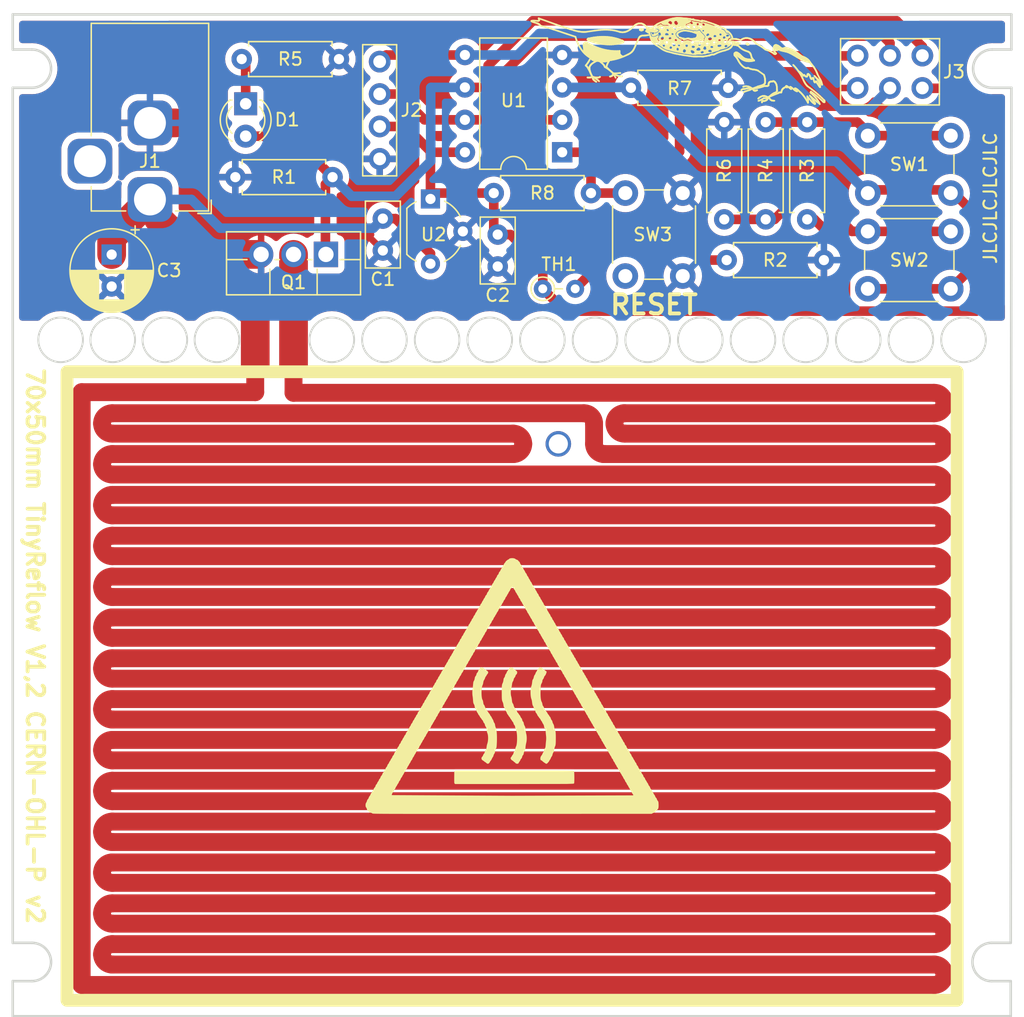
<source format=kicad_pcb>
(kicad_pcb (version 20211014) (generator pcbnew)
  (layers (0 "F.Cu" signal) (31 "B.Cu" signal) (34 "B.Paste" user) (35 "F.Paste" user) (36 "B.SilkS" user "B.Silkscreen") (37 "F.SilkS" user "F.Silkscreen") (38 "B.Mask" user) (39 "F.Mask" user) (44 "Edge.Cuts" user))
  (net 0 "")
  (net 1 "VCC")
  (net 2 "GND")
  (net 3 "+5V")
  (net 4 "Net-(D1-Pad1)")
  (net 5 "Net-(D1-Pad2)")
  (net 6 "Net-(J2-Pad1)")
  (net 7 "Net-(J2-Pad2)")
  (net 8 "Net-(J3-Pad6)")
  (net 9 "Net-(R2-Pad1)")
  (net 10 "Net-(R3-Pad2)")
  (net 11 "Net-(R7-Pad1)")
  (net 12 "Net-(R4-Pad2)")
  (footprint "Capacitor_THT:C_Disc_D5.0mm_W2.5mm_P2.50mm" (layer "F.Cu") (at 144.75 87.25 -90)
    (fp_text reference "C2")
    (fp_text value "10nf")
  )
  (footprint "Connector_PinHeader_2.54mm:PinHeader_2x03_P2.54mm_Vertical" (layer "F.Cu") (at 178.025 73.225 -90)
    (fp_text reference "J3")
    (fp_text value "Conn_02x03_M")
  )
  (footprint "Resistor_THT:R_Axial_DIN0207_L6.3mm_D2.5mm_P7.62mm_Horizontal" (layer "F.Cu") (at 152.06 84 180)
    (fp_text reference "R8")
    (fp_text value "10kΩ")
  )
  (footprint "Package_TO_SOT_THT:TO-92_Wide" (layer "F.Cu") (at 139.48 84.46 -90)
    (fp_text reference "U2")
    (fp_text value "L78L05_TO92")
  )
  (footprint "Button_Switch_THT:SW_PUSH_6mm_H4.3mm" (layer "F.Cu") (at 154.75 90.5 90)
    (fp_text reference "SW3")
    (fp_text value "SW_MEC_5E")
  )
  (footprint "Connector_PinSocket_2.54mm:PinSocket_1x04_P2.54mm_Vertical" (layer "F.Cu") (at 135.5 73.7)
    (fp_text reference "J2")
    (fp_text value "Conn_01x04_F")
  )
  (footprint "Resistor_THT:R_Axial_DIN0204_L3.6mm_D1.6mm_P2.54mm_Vertical" (layer "F.Cu") (at 148.28 91.5)
    (fp_text reference "TH1")
    (fp_text value "10kΩ")
  )
  (footprint "Resistor_THT:R_Axial_DIN0207_L6.3mm_D2.5mm_P7.62mm_Horizontal" (layer "F.Cu") (at 165.75 78.44 -90)
    (fp_text reference "R4")
    (fp_text value "1kΩ")
  )
  (footprint "Resistor_THT:R_Axial_DIN0207_L6.3mm_D2.5mm_P7.62mm_Horizontal" (layer "F.Cu") (at 131.81 82.75 180)
    (fp_text reference "R1")
    (fp_text value "10kΩ")
  )
  (footprint "Resistor_THT:R_Axial_DIN0207_L6.3mm_D2.5mm_P7.62mm_Horizontal" (layer "F.Cu") (at 162.5 86.06 90)
    (fp_text reference "R6")
    (fp_text value "2,2kΩ")
  )
  (footprint "LED_THT:LED_D3.0mm" (layer "F.Cu") (at 125 77 -90)
    (fp_text reference "D1")
    (fp_text value "LED")
  )
  (footprint "" (layer "F.Cu") (at 149.5 103.65)
    (fp_text reference "" hide)
    (fp_text value "" hide)
  )
  (footprint "Package_DIP:DIP-8_W7.62mm" (layer "F.Cu") (at 149.8 80.8 180)
    (fp_text reference "U1")
    (fp_text value "ATtiny85")
  )
  (footprint "Package_TO_SOT_THT:TO-220F-3_Vertical" (layer "F.Cu") (at 131.29 88.805 180)
    (fp_text reference "Q1")
    (fp_text value "Q_NMOS_GDS")
  )
  (footprint "Button_Switch_THT:SW_PUSH_6mm_H4.3mm" (layer "F.Cu") (at 180.25 84 180)
    (fp_text reference "SW1")
    (fp_text value "SW_MEC_5E")
  )
  (footprint "Capacitor_THT:CP_Radial_D6.3mm_P2.50mm" (layer "F.Cu") (at 114.5 88.817621 -90)
    (fp_text reference "C3")
    (fp_text value "100µf")
  )
  (footprint "Connector_BarrelJack:BarrelJack_Horizontal" (layer "F.Cu") (at 117.5 84.5 -90)
    (fp_text reference "J1")
    (fp_text value "Barrel_Jack_MountingPin")
  )
  (footprint "Resistor_THT:R_Axial_DIN0207_L6.3mm_D2.5mm_P7.62mm_Horizontal" (layer "F.Cu") (at 169 86.06 90)
    (fp_text reference "R3")
    (fp_text value "1kΩ")
  )
  (footprint "Resistor_THT:R_Axial_DIN0207_L6.3mm_D2.5mm_P7.62mm_Horizontal" (layer "F.Cu") (at 132.31 73.5 180)
    (fp_text reference "R5")
    (fp_text value "1kΩ")
  )
  (footprint "Button_Switch_THT:SW_PUSH_6mm_H4.3mm" (layer "F.Cu") (at 180.25 91.5 180)
    (fp_text reference "SW2")
    (fp_text value "SW_MEC_5E")
  )
  (footprint "Resistor_THT:R_Axial_DIN0207_L6.3mm_D2.5mm_P7.62mm_Horizontal" (layer "F.Cu") (at 155.19 75.75)
    (fp_text reference "R7")
    (fp_text value "10kΩ")
  )
  (footprint "Capacitor_THT:C_Disc_D5.0mm_W2.5mm_P2.50mm" (layer "F.Cu") (at 135.75 86 -90)
    (fp_text reference "C1")
    (fp_text value "330nf")
  )
  (footprint "Resistor_THT:R_Axial_DIN0207_L6.3mm_D2.5mm_P7.62mm_Horizontal" (layer "F.Cu") (at 162.69 89.25)
    (fp_text reference "R2")
    (fp_text value "10kΩ")
  )
  (gr_line (start 117.893886 73.724385) (end 117.803563 73.738137) (layer "F.Cu") (width 0.3))
  (gr_line (start 115.67518 74.682223) (end 115.760028 74.637579) (layer "F.Cu") (width 0.3))
  (gr_line (start 119.355471 72.30921) (end 119.354171 72.378133) (layer "F.Cu") (width 0.3))
  (gr_line (start 116.284176 75.117503) (end 116.288017 75.2247) (layer "F.Cu") (width 0.3))
  (gr_line (start 117.460803 71.199042) (end 117.408493 71.205961) (layer "F.Cu") (width 0.3))
  (gr_line (start 120.61811 73.3174) (end 120.672905 73.358223) (layer "F.Cu") (width 0.3))
  (gr_line (start 114.555493 74.529417) (end 114.652989 74.60675) (layer "F.Cu") (width 0.3))
  (gr_line (start 117.002807 71.378156) (end 116.982288 71.396858) (layer "F.Cu") (width 0.3))
  (gr_line (start 115.700016 72.522731) (end 115.720368 72.598165) (layer "F.Cu") (width 0.3))
  (gr_line (start 116.276185 71.616324) (end 116.214874 71.632208) (layer "F.Cu") (width 0.3))
  (gr_line (start 118.934566 71.676511) (end 118.98914 71.704689) (layer "F.Cu") (width 0.3))
  (gr_line (start 115.431072 72.984023) (end 115.224634 73.023386) (layer "F.Cu") (width 0.3))
  (gr_line (start 117.139114 73.724385) (end 117.229439 73.738137) (layer "F.Cu") (width 0.3))
  (gr_line (start 117.56624 73.757171) (end 117.516506 73.757954) (layer "F.Cu") (width 0.3))
  (gr_line (start 117.884756 72.629898) (end 117.92392 72.608617) (layer "F.Cu") (width 0.3))
  (gr_line (start 117.466771 73.757171) (end 117.516509 73.757954) (layer "F.Cu") (width 0.3))
  (gr_line (start 118.145633 72.404241) (end 118.173487 72.368418) (layer "F.Cu") (width 0.3))
  (gr_line (start 117.825209 71.254483) (end 117.873489 71.274842) (layer "F.Cu") (width 0.3))
  (gr_line (start 114.256469 74.154569) (end 114.303738 74.239948) (layer "F.Cu") (width 0.3))
  (gr_line (start 116.831934 75.918458) (end 116.904357 75.925702) (layer "F.Cu") (width 0.3))
  (gr_line (start 116.299979 75.324443) (end 116.319589 75.416692) (layer "F.Cu") (width 0.3))
  (gr_line (start 116.129137 73.226164) (end 116.184841 73.276632) (layer "F.Cu") (width 0.3))
  (gr_line (start 120.801994 73.496099) (end 120.832455 73.547545) (layer "F.Cu") (width 0.3))
  (gr_line (start 119.385347 72.949175) (end 119.602122 72.984023) (layer "F.Cu") (width 0.3))
  (gr_line (start 117.640968 72.699641) (end 117.697141 72.690939) (layer "F.Cu") (width 0.3))
  (gr_line (start 114.148182 73.783576) (end 114.15357 73.850672) (layer "F.Cu") (width 0.3))
  (gr_line (start 116.880082 73.667211) (end 116.964732 73.688528) (layer "F.Cu") (width 0.3))
  (gr_line (start 118.018039 72.320758) (end 117.934873 72.300555) (layer "F.Cu") (width 0.3))
  (gr_line (start 114.311218 73.401543) (end 114.268107 73.447467) (layer "F.Cu") (width 0.3))
  (gr_line (start 114.15357 73.850672) (end 114.166851 73.921214) (layer "F.Cu") (width 0.3))
  (gr_line (start 117.054595 75.916265) (end 117.13146 75.899505) (layer "F.Cu") (width 0.3))
  (gr_line (start 115.226695 74.798566) (end 115.319175 74.79198) (layer "F.Cu") (width 0.3))
  (gr_line (start 118.98914 71.704689) (end 119.040955 71.736723) (layer "F.Cu") (width 0.3))
  (gr_line (start 116.942758 71.437871) (end 116.923785 71.460258) (layer "F.Cu") (width 0.3))
  (gr_line (start 116.668586 73.585076) (end 116.732436 73.615174) (layer "F.Cu") (width 0.3))
  (gr_line (start 117.231674 72.66545) (end 117.186852 72.648878) (layer "F.Cu") (width 0.3))
  (gr_line (start 114.160123 73.6593) (end 114.150447 73.71982) (layer "F.Cu") (width 0.3))
  (gr_line (start 116.73952 71.633363) (end 116.671465 71.616347) (layer "F.Cu") (width 0.3))
  (gr_line (start 118.791187 73.323915) (end 118.733028 73.368244) (layer "F.Cu") (width 0.3))
  (gr_line (start 115.873029 72.917997) (end 115.647847 72.949175) (layer "F.Cu") (width 0.3))
  (gr_line (start 116.184841 73.276632) (end 116.241819 73.323915) (layer "F.Cu") (width 0.3))
  (gr_line (start 117.66435 72.033575) (end 117.707381 71.988385) (layer "F.Cu") (width 0.3))
  (gr_line (start 117.369678 73.752434) (end 117.41784 73.755315) (layer "F.Cu") (width 0.3))
  (gr_line (start 117.322869 71.988385) (end 117.278483 71.945631) (layer "F.Cu") (width 0.3))
  (gr_line (start 115.720368 72.598165) (end 115.747583 72.67553) (layer "F.Cu") (width 0.3))
  (gr_line (start 119.062416 73.053351) (end 119.011086 73.114754) (layer "F.Cu") (width 0.3))
  (gr_line (start 118.070823 71.415692) (end 118.090368 71.436999) (layer "F.Cu") (width 0.3))
  (gr_line (start 119.215497 71.901021) (end 119.24967 71.950533) (layer "F.Cu") (width 0.3))
  (gr_line (start 116.982288 71.396858) (end 116.962265 71.416751) (layer "F.Cu") (width 0.3))
  (gr_line (start 116.465015 75.709975) (end 116.515746 75.764172) (layer "F.Cu") (width 0.3))
  (gr_line (start 116.299978 73.368244) (end 116.359227 73.40985) (layer "F.Cu") (width 0.3))
  (gr_line (start 120.557834 73.27897) (end 120.61811 73.3174) (layer "F.Cu") (width 0.3))
  (gr_line (start 117.987574 71.342348) (end 118.009109 71.35897) (layer "F.Cu") (width 0.3))
  (gr_line (start 114.268107 73.447467) (end 114.231201 73.496099) (layer "F.Cu") (width 0.3))
  (gr_line (start 115.753499 72.00318) (end 115.728179 72.05884) (layer "F.Cu") (width 0.3))
  (gr_line (start 117.322248 73.748578) (end 117.369678 73.752434) (layer "F.Cu") (width 0.3))
  (gr_line (start 118.090368 71.436999) (end 118.10937 71.459562) (layer "F.Cu") (width 0.3))
  (gr_line (start 118.958207 73.172282) (end 118.903869 73.226164) (layer "F.Cu") (width 0.3))
  (gr_line (start 116.288017 75.2247) (end 116.299979 75.324443) (layer "F.Cu") (width 0.3))
  (gr_line (start 114.150447 73.71982) (end 114.148182 73.783576) (layer "F.Cu") (width 0.3))
  (gr_line (start 115.038505 74.781609) (end 115.133093 74.795352) (layer "F.Cu") (width 0.3))
  (gr_line (start 118.51472 75.764172) (end 118.458978 75.810641) (layer "F.Cu") (width 0.3))
  (gr_line (start 116.1526 74.347601) (end 116.292331 74.214074) (layer "F.Cu") (width 0.3))
  (gr_line (start 116.870271 71.535388) (end 116.853633 71.563213) (layer "F.Cu") (width 0.3))
  (gr_line (start 114.231201 73.496099) (end 114.200741 73.547545) (layer "F.Cu") (width 0.3))
  (gr_line (start 116.964732 73.688528) (end 117.050977 73.707718) (layer "F.Cu") (width 0.3))
  (gr_line (start 117.965586 71.326812) (end 117.987574 71.342348) (layer "F.Cu") (width 0.3))
  (gr_line (start 116.667558 72.445794) (end 116.731136 72.418377) (layer "F.Cu") (width 0.3))
  (gr_line (start 119.994691 74.781609) (end 119.900103 74.795352) (layer "F.Cu") (width 0.3))
  (gr_line (start 119.209423 72.835566) (end 119.160079 72.917997) (layer "F.Cu") (width 0.3))
  (gr_line (start 116.731136 72.418377) (end 116.795156 72.392563) (layer "F.Cu") (width 0.3))
  (gr_line (start 118.61264 74.079281) (end 118.236372 73.64416) (layer "F.Cu") (width 0.3))
  (gr_line (start 116.288931 75.002892) (end 116.284176 75.117503) (layer "F.Cu") (width 0.3))
  (gr_line (start 115.783374 71.950533) (end 115.753499 72.00318) (layer "F.Cu") (width 0.3))
  (gr_line (start 117.445115 72.131202) (end 117.406468 72.081186) (layer "F.Cu") (width 0.3))
  (gr_line (start 118.05879 72.502629) (end 118.088591 72.471454) (layer "F.Cu") (width 0.3))
  (gr_line (start 115.992156 72.834266) (end 116.112235 72.753772) (layer "F.Cu") (width 0.3))
  (gr_line (start 116.732436 73.615174) (end 116.796731 73.64416) (layer "F.Cu") (width 0.3))
  (gr_line (start 120.885013 73.783576) (end 120.879625 73.850672) (layer "F.Cu") (width 0.3))
  (gr_line (start 118.173403 72.368418) (end 118.136328 72.355617) (layer "F.Cu") (width 0.3))
  (gr_line (start 117.51468 72.238386) (end 117.48128 72.183607) (layer "F.Cu") (width 0.3))
  (gr_line (start 116.359227 73.40985) (end 116.419473 73.448961) (layer "F.Cu") (width 0.3))
  (gr_line (start 119.714023 74.79198) (end 119.622799 74.776323) (layer "F.Cu") (width 0.3))
  (gr_line (start 119.354171 72.378133) (end 119.346777 72.449346) (layer "F.Cu") (width 0.3))
  (gr_line (start 117.873489 71.274842) (end 117.92033 71.29886) (layer "F.Cu") (width 0.3))
  (gr_line (start 116.480624 73.485809) (end 116.542588 73.520624) (layer "F.Cu") (width 0.3))
  (gr_line (start 119.279545 72.00318) (end 119.304866 72.05884) (layer "F.Cu") (width 0.3))
  (gr_line (start 118.068266 73.688528) (end 117.982022 73.707718) (layer "F.Cu") (width 0.3))
  (gr_line (start 115.728179 72.05884) (end 115.70767 72.117394) (layer "F.Cu") (width 0.3))
  (gr_line (start 116.346372 75.501409) (end 116.379853 75.578554) (layer "F.Cu") (width 0.3))
  (gr_line (start 117.067141 71.328817) (end 117.045253 71.344173) (layer "F.Cu") (width 0.3))
  (gr_line (start 117.004049 72.53204) (end 116.97343 72.502629) (layer "F.Cu") (width 0.3))
  (gr_line (start 118.458978 75.810641) (end 118.398914 75.849343) (layer "F.Cu") (width 0.3))
  (gr_line (start 118.173403 72.368418) (end 118.173403 72.368418) (layer "F.Cu") (width 0.3))
  (gr_line (start 117.11215 71.301188) (end 117.067141 71.328817) (layer "F.Cu") (width 0.3))
  (gr_line (start 117.580475 72.705505) (end 117.640968 72.699641) (layer "F.Cu") (width 0.3))
  (gr_line (start 117.752074 71.945631) (end 117.798134 71.905329) (layer "F.Cu") (width 0.3))
  (gr_line (start 118.563551 71.595186) (end 118.629291 71.597692) (layer "F.Cu") (width 0.3))
  (gr_line (start 117.097024 72.300555) (end 117.181495 72.282855) (layer "F.Cu") (width 0.3))
  (gr_line (start 119.80856 73.023386) (end 120.002729 73.068104) (layer "F.Cu") (width 0.3))
  (gr_line (start 114.750173 74.669907) (end 114.84691 74.719616) (layer "F.Cu") (width 0.3))
  (gr_line (start 118.880597 74.347601) (end 118.740866 74.214074) (layer "F.Cu") (width 0.3))
  (gr_line (start 117.13146 75.899505) (end 117.208858 75.874665) (layer "F.Cu") (width 0.3))
  (gr_line (start 119.350935 72.242699) (end 119.355471 72.30921) (layer "F.Cu") (width 0.3))
  (gr_line (start 114.415086 73.3174) (end 114.360291 73.358223) (layer "F.Cu") (width 0.3))
  (gr_line (start 115.692229 72.17872) (end 115.682112 72.242699) (layer "F.Cu") (width 0.3))
  (gr_line (start 118.009109 71.35897) (end 118.030175 71.376712) (layer "F.Cu") (width 0.3))
  (gr_line (start 118.496847 71.597379) (end 118.563551 71.595186) (layer "F.Cu") (width 0.3))
  (gr_line (start 117.897447 75.899505) (end 117.819948 75.874665) (layer "F.Cu") (width 0.3))
  (gr_line (start 117.365625 72.033575) (end 117.322869 71.988385) (layer "F.Cu") (width 0.3))
  (gr_line (start 119.251133 72.754703) (end 119.209423 72.835566) (layer "F.Cu") (width 0.3))
  (gr_line (start 116.905366 71.483948) (end 116.887522 71.508979) (layer "F.Cu") (width 0.3))
  (gr_line (start 119.030752 74.474026) (end 118.880597 74.347601) (layer "F.Cu") (width 0.3))
  (gr_line (start 117.439498 75.751278) (end 117.51428 75.693729) (layer "F.Cu") (width 0.3))
  (gr_line (start 115.823629 72.835566) (end 115.872973 72.917997) (layer "F.Cu") (width 0.3))
  (gr_line (start 120.873073 73.6593) (end 120.882749 73.71982) (layer "F.Cu") (width 0.3))
  (gr_line (start 116.904357 75.925702) (end 116.978736 75.924984) (layer "F.Cu") (width 0.3))
  (gr_line (start 117.090331 71.799294) (end 117.04206 71.768959) (layer "F.Cu") (width 0.3))
  (gr_line (start 117.514681 72.238386) (end 117.51468 72.238386) (layer "F.Cu") (width 0.3))
  (gr_line (start 118.711945 75.416692) (end 118.684952 75.501409) (layer "F.Cu") (width 0.3))
  (gr_line (start 117.934873 72.300555) (end 117.849734 72.282855) (layer "F.Cu") (width 0.3))
  (gr_line (start 115.410398 74.776323) (end 115.50023 74.752325) (layer "F.Cu") (width 0.3))
  (gr_line (start 120.882749 73.71982) (end 120.885013 73.783576) (layer "F.Cu") (width 0.3))
  (gr_line (start 114.166851 73.921214) (end 114.188267 73.995307) (layer "F.Cu") (width 0.3))
  (gr_line (start 116.021918 73.114754) (end 116.074798 73.172282) (layer "F.Cu") (width 0.3))
  (gr_line (start 115.781918 72.754703) (end 115.823629 72.835566) (layer "F.Cu") (width 0.3))
  (gr_line (start 116.043902 71.704689) (end 115.992087 71.736723) (layer "F.Cu") (width 0.3))
  (gr_line (start 117.186852 72.648878) (end 117.145226 72.629898) (layer "F.Cu") (width 0.3))
  (gr_line (start 117.515357 72.708424) (end 117.580475 72.705505) (layer "F.Cu") (width 0.3))
  (gr_line (start 116.214874 71.632208) (end 116.155552 71.652311) (layer "F.Cu") (width 0.3))
  (gr_line (start 118.74392 75.2247) (end 118.73176 75.324443) (layer "F.Cu") (width 0.3))
  (gr_line (start 118.877489 71.652311) (end 118.934566 71.676511) (layer "F.Cu") (width 0.3))
  (gr_line (start 117.514681 72.238386) (end 117.514681 72.238386) (layer "F.Cu") (width 0.3))
  (gr_line (start 119.358017 74.682223) (end 119.273169 74.637579) (layer "F.Cu") (width 0.3))
  (gr_line (start 117.849734 72.282855) (end 117.763887 72.267724) (layer "F.Cu") (width 0.3))
  (gr_line (start 119.532967 74.752325) (end 119.444662 74.720715) (layer "F.Cu") (width 0.3))
  (gr_line (start 117.9951 72.55958) (end 118.027728 72.53204) (layer "F.Cu") (width 0.3))
  (gr_line (start 114.686655 73.176983) (end 114.540875 73.242828) (layer "F.Cu") (width 0.3))
  (gr_line (start 116.479292 72.537003) (end 116.541654 72.505173) (layer "F.Cu") (width 0.3))
  (gr_line (start 118.429437 71.604393) (end 118.496847 71.597379) (layer "F.Cu") (width 0.3))
  (gr_line (start 118.364413 73.585076) (end 118.30056 73.615174) (layer "F.Cu") (width 0.3))
  (gr_line (start 115.992087 71.736723) (end 115.943287 71.772494) (layer "F.Cu") (width 0.3))
  (gr_line (start 120.866344 73.921214) (end 120.844928 73.995307) (layer "F.Cu") (width 0.3))
  (gr_line (start 118.818167 71.632208) (end 118.877489 71.652311) (layer "F.Cu") (width 0.3))
  (gr_line (start 119.011086 73.114754) (end 118.958207 73.172282) (layer "F.Cu") (width 0.3))
  (gr_line (start 116.359518 74.614957) (end 116.326128 74.75158) (layer "F.Cu") (width 0.3))
  (gr_line (start 118.339825 73.823748) (end 118.430387 73.996272) (layer "F.Cu") (width 0.3))
  (gr_line (start 114.218059 74.073057) (end 114.256469 74.154569) (layer "F.Cu") (width 0.3))
  (gr_line (start 118.301891 72.418377) (end 118.237877 72.392563) (layer "F.Cu") (width 0.3))
  (gr_line (start 118.629492 74.471076) (end 118.673252 74.614957) (layer "F.Cu") (width 0.3))
  (gr_line (start 117.92392 72.608617) (end 117.960599 72.585142) (layer "F.Cu") (width 0.3))
  (gr_line (start 119.24967 71.950533) (end 119.279545 72.00318) (layer "F.Cu") (width 0.3))
  (gr_line (start 118.729718 74.880904) (end 118.743376 75.002892) (layer "F.Cu") (width 0.3))
  (gr_line (start 117.48128 72.183607) (end 117.445115 72.131202) (layer "F.Cu") (width 0.3))
  (gr_line (start 118.210934 71.623245) (end 118.225616 71.655561) (layer "F.Cu") (width 0.3))
  (gr_line (start 115.224634 73.023386) (end 115.030465 73.068104) (layer "F.Cu") (width 0.3))
  (gr_line (start 117.286313 75.841707) (end 117.363351 75.800591) (layer "F.Cu") (width 0.3))
  (gr_line (start 117.106464 72.608617) (end 117.070234 72.585142) (layer "F.Cu") (width 0.3))
  (gr_line (start 119.304866 72.05884) (end 119.325375 72.117394) (layer "F.Cu") (width 0.3))
  (gr_line (start 118.552381 73.485809) (end 118.490415 73.520624) (layer "F.Cu") (width 0.3))
  (gr_line (start 116.604403 72.474748) (end 116.667558 72.445794) (layer "F.Cu") (width 0.3))
  (gr_line (start 117.707381 71.988385) (end 117.752074 71.945631) (layer "F.Cu") (width 0.3))
  (gr_line (start 115.872973 72.917997) (end 115.872973 72.917997) (layer "F.Cu") (width 0.3))
  (gr_line (start 116.571279 75.810641) (end 116.631138 75.849343) (layer "F.Cu") (width 0.3))
  (gr_line (start 115.677576 72.30921) (end 115.678877 72.378133) (layer "F.Cu") (width 0.3))
  (gr_line (start 118.088591 72.471454) (end 118.117437 72.438622) (layer "F.Cu") (width 0.3))
  (gr_line (start 119.160079 72.917997) (end 119.160079 72.917997) (layer "F.Cu") (width 0.3))
  (gr_line (start 116.795156 72.392563) (end 116.859635 72.368418) (layer "F.Cu") (width 0.3))
  (gr_line (start 117.620649 71.204179) (end 117.673211 71.212632) (layer "F.Cu") (width 0.3))
  (gr_line (start 119.190252 74.587512) (end 119.109402 74.532751) (layer "F.Cu") (width 0.3))
  (gr_line (start 117.798134 71.905329) (end 117.845265 71.867495) (layer "F.Cu") (width 0.3))
  (gr_line (start 115.760028 74.637579) (end 115.842945 74.587512) (layer "F.Cu") (width 0.3))
  (gr_line (start 116.524547 74.161695) (end 116.458253 74.319976) (layer "F.Cu") (width 0.3))
  (gr_line (start 116.978736 75.924984) (end 117.054595 75.916265) (layer "F.Cu") (width 0.3))
  (gr_line (start 116.822276 71.623262) (end 116.807595 71.655561) (layer "F.Cu") (width 0.3))
  (gr_line (start 118.12781 71.483416) (end 118.145669 71.508595) (layer "F.Cu") (width 0.3))
  (gr_line (start 118.050752 71.395608) (end 118.070823 71.415692) (layer "F.Cu") (width 0.3))
  (gr_line (start 118.490415 73.520624) (end 118.427729 73.553636) (layer "F.Cu") (width 0.3))
  (gr_line (start 116.002445 74.474026) (end 116.1526 74.347601) (layer "F.Cu") (width 0.3))
  (gr_line (start 116.602757 73.996272) (end 116.524547 74.161695) (layer "F.Cu") (width 0.3))
  (gr_line (start 118.236372 73.64416) (end 118.236372 73.64416) (layer "F.Cu") (width 0.3))
  (gr_line (start 116.319589 75.416692) (end 116.346372 75.501409) (layer "F.Cu") (width 0.3))
  (gr_line (start 114.540875 73.242828) (end 114.475361 73.27897) (layer "F.Cu") (width 0.3))
  (gr_line (start 118.733028 73.368244) (end 118.673779 73.40985) (layer "F.Cu") (width 0.3))
  (gr_line (start 119.346777 72.449346) (end 119.333033 72.522731) (layer "F.Cu") (width 0.3))
  (gr_line (start 118.152914 73.667211) (end 118.068266 73.688528) (layer "F.Cu") (width 0.3))
  (gr_line (start 119.089755 71.772494) (end 119.135283 71.811881) (layer "F.Cu") (width 0.3))
  (gr_line (start 116.469491 71.595186) (end 116.40375 71.597692) (layer "F.Cu") (width 0.3))
  (gr_line (start 114.84691 74.719616) (end 114.943066 74.756607) (layer "F.Cu") (width 0.3))
  (gr_line (start 118.145669 71.508595) (end 118.162929 71.535133) (layer "F.Cu") (width 0.3))
  (gr_line (start 116.326128 74.75158) (end 116.302757 74.880904) (layer "F.Cu") (width 0.3))
  (gr_line (start 116.934916 72.343401) (end 117.014438 72.320758) (layer "F.Cu") (width 0.3))
  (gr_line (start 118.293524 71.633363) (end 118.361577 71.616347) (layer "F.Cu") (width 0.3))
  (gr_line (start 115.588536 74.720715) (end 115.67518 74.682223) (layer "F.Cu") (width 0.3))
  (gr_line (start 117.036207 72.55958) (end 117.004049 72.53204) (layer "F.Cu") (width 0.3))
  (gr_line (start 120.49232 73.242828) (end 120.557834 73.27897) (layer "F.Cu") (width 0.3))
  (gr_line (start 114.850496 73.119023) (end 114.686655 73.176983) (layer "F.Cu") (width 0.3))
  (gr_line (start 116.944018 72.471454) (end 116.915481 72.438622) (layer "F.Cu") (width 0.3))
  (gr_line (start 117.20655 71.257211) (end 117.158672 71.277419) (layer "F.Cu") (width 0.3))
  (gr_line (start 119.040955 71.736723) (end 119.089755 71.772494) (layer "F.Cu") (width 0.3))
  (gr_line (start 119.273169 74.637579) (end 119.190252 74.587512) (layer "F.Cu") (width 0.3))
  (gr_line (start 117.515327 72.708424) (end 117.449553 72.705505) (layer "F.Cu") (width 0.3))
  (gr_line (start 120.832455 73.547545) (end 120.856228 73.60191) (layer "F.Cu") (width 0.3))
  (gr_line (start 116.098475 71.676511) (end 116.043902 71.704689) (layer "F.Cu") (width 0.3))
  (gr_line (start 115.133093 74.795352) (end 115.226695 74.798566) (layer "F.Cu") (width 0.3))
  (gr_line (start 116.302757 74.880904) (end 116.288931 75.002892) (layer "F.Cu") (width 0.3))
  (gr_line (start 119.112104 72.987842) (end 119.062416 73.053351) (layer "F.Cu") (width 0.3))
  (gr_line (start 117.158672 71.277419) (end 117.11215 71.301188) (layer "F.Cu") (width 0.3))
  (gr_line (start 116.33923 71.604779) (end 116.276185 71.616324) (layer "F.Cu") (width 0.3))
  (gr_line (start 117.941565 71.799294) (end 117.990144 71.768959) (layer "F.Cu") (width 0.3))
  (gr_line (start 119.160058 72.917997) (end 119.112104 72.987842) (layer "F.Cu") (width 0.3))
  (gr_line (start 116.155552 71.652311) (end 116.098475 71.676511) (layer "F.Cu") (width 0.3))
  (gr_line (start 115.647847 72.949175) (end 115.431072 72.984023) (layer "F.Cu") (width 0.3))
  (gr_line (start 117.138392 71.832145) (end 117.090331 71.799294) (layer "F.Cu") (width 0.3))
  (gr_line (start 120.844928 73.995307) (end 120.815135 74.073057) (layer "F.Cu") (width 0.3))
  (gr_line (start 118.180438 71.673084) (end 118.225533 71.655561) (layer "F.Cu") (width 0.3))
  (gr_line (start 117.797752 72.66545) (end 117.842802 72.648878) (layer "F.Cu") (width 0.3))
  (gr_line (start 117.710756 73.748578) (end 117.663328 73.752434) (layer "F.Cu") (width 0.3))
  (gr_line (start 118.565665 75.709975) (end 118.51472 75.764172) (layer "F.Cu") (width 0.3))
  (gr_line (start 117.697141 72.690939) (end 117.749301 72.679506) (layer "F.Cu") (width 0.3))
  (gr_line (start 115.897759 71.811881) (end 115.85576 71.854763) (layer "F.Cu") (width 0.3))
  (gr_line (start 118.673252 74.614957) (end 118.706503 74.75158) (layer "F.Cu") (width 0.3))
  (gr_line (start 117.584452 72.131202) (end 117.623276 72.081186) (layer "F.Cu") (width 0.3))
  (gr_line (start 118.799671 72.677044) (end 118.677362 72.604611) (layer "F.Cu") (width 0.3))
  (gr_line (start 117.41784 73.755315) (end 117.466771 73.757171) (layer "F.Cu") (width 0.3))
  (gr_line (start 118.030175 71.376712) (end 118.050752 71.395608) (layer "F.Cu") (width 0.3))
  (gr_line (start 117.514731 72.238386) (end 117.514738 72.238386) (layer "F.Cu") (width 0.3))
  (gr_line (start 118.903869 73.226164) (end 118.848165 73.276632) (layer "F.Cu") (width 0.3))
  (gr_line (start 118.134057 71.693201) (end 118.180438 71.673084) (layer "F.Cu") (width 0.3))
  (gr_line (start 116.887488 72.404241) (end 116.859708 72.368418) (layer "F.Cu") (width 0.3))
  (gr_line (start 117.58913 75.751278) (end 117.514338 75.693729) (layer "F.Cu") (width 0.3))
  (gr_line (start 116.074798 73.172282) (end 116.129137 73.226164) (layer "F.Cu") (width 0.3))
  (gr_line (start 118.038615 71.741154) (end 118.086685 71.715897) (layer "F.Cu") (width 0.3))
  (gr_line (start 116.542588 73.520624) (end 116.605273 73.553636) (layer "F.Cu") (width 0.3))
  (gr_line (start 114.200741 73.547545) (end 114.176968 73.60191) (layer "F.Cu") (width 0.3))
  (gr_line (start 120.673087 74.329301) (end 120.575374 74.437177) (layer "F.Cu") (width 0.3))
  (gr_line (start 116.837628 71.592492) (end 116.822276 71.623262) (layer "F.Cu") (width 0.3))
  (gr_line (start 120.186286 74.719616) (end 120.09013 74.756607) (layer "F.Cu") (width 0.3))
  (gr_line (start 116.420557 74.079281) (end 116.796825 73.64416) (layer "F.Cu") (width 0.3))
  (gr_line (start 117.255628 71.240261) (end 117.20655 71.257211) (layer "F.Cu") (width 0.3))
  (gr_line (start 116.97343 72.502629) (end 116.944018 72.471454) (layer "F.Cu") (width 0.3))
  (gr_line (start 117.960599 72.585142) (end 117.9951 72.55958) (layer "F.Cu") (width 0.3))
  (gr_line (start 118.267725 75.903291) (end 118.197553 75.918458) (layer "F.Cu") (width 0.3))
  (gr_line (start 114.457821 74.437177) (end 114.555493 74.529417) (layer "F.Cu") (width 0.3))
  (gr_line (start 116.603605 71.604393) (end 116.536194 71.597379) (layer "F.Cu") (width 0.3))
  (gr_line (start 115.943287 71.772494) (end 115.897759 71.811881) (layer "F.Cu") (width 0.3))
  (gr_line (start 115.682112 72.242699) (end 115.677576 72.30921) (layer "F.Cu") (width 0.3))
  (gr_line (start 118.673779 73.40985) (end 118.613533 73.448961) (layer "F.Cu") (width 0.3))
  (gr_line (start 118.611336 75.64809) (end 118.565665 75.709975) (layer "F.Cu") (width 0.3))
  (gr_line (start 118.162929 71.535133) (end 118.179573 71.563065) (layer "F.Cu") (width 0.3))
  (gr_line (start 116.631138 75.849343) (end 116.69485 75.88024) (layer "F.Cu") (width 0.3))
  (gr_line (start 119.040884 72.834266) (end 118.920797 72.753772) (layer "F.Cu") (width 0.3))
  (gr_line (start 118.179573 71.563065) (end 118.195581 71.592424) (layer "F.Cu") (width 0.3))
  (gr_line (start 117.023802 71.360606) (end 117.002807 71.378156) (layer "F.Cu") (width 0.3))
  (gr_line (start 118.428618 72.474748) (end 118.365466 72.445794) (layer "F.Cu") (width 0.3))
  (gr_line (start 119.340817 72.17872) (end 119.350935 72.242699) (layer "F.Cu") (width 0.3))
  (gr_line (start 118.508535 74.161695) (end 118.574745 74.319976) (layer "F.Cu") (width 0.3))
  (gr_line (start 115.678877 72.378133) (end 115.686271 72.449346) (layer "F.Cu") (width 0.3))
  (gr_line (start 117.845265 71.867495) (end 117.893174 71.832145) (layer "F.Cu") (width 0.3))
  (gr_line (start 115.50023 74.752325) (end 115.588536 74.720715) (layer "F.Cu") (width 0.3))
  (gr_line (start 116.403402 74.471076) (end 116.359518 74.614957) (layer "F.Cu") (width 0.3))
  (gr_line (start 117.982022 73.707718) (end 117.893886 73.724385) (layer "F.Cu") (width 0.3))
  (gr_line (start 116.887522 71.508979) (end 116.870271 71.535388) (layer "F.Cu") (width 0.3))
  (gr_line (start 118.430387 73.996272) (end 118.508535 74.161695) (layer "F.Cu") (width 0.3))
  (gr_line (start 119.160079 72.917997) (end 119.040884 72.834266) (layer "F.Cu") (width 0.3))
  (gr_line (start 114.188267 73.995307) (end 114.218059 74.073057) (layer "F.Cu") (width 0.3))
  (gr_line (start 117.749301 72.679506) (end 117.797752 72.66545) (layer "F.Cu") (width 0.3))
  (gr_line (start 115.842945 74.587512) (end 115.923796 74.532751) (layer "F.Cu") (width 0.3))
  (gr_line (start 116.915481 72.438622) (end 116.887488 72.404241) (layer "F.Cu") (width 0.3))
  (gr_line (start 118.225533 71.655561) (end 118.225533 71.655561) (layer "F.Cu") (width 0.3))
  (gr_line (start 115.85576 71.854763) (end 115.817546 71.901021) (layer "F.Cu") (width 0.3))
  (gr_line (start 118.651257 75.578554) (end 118.611336 75.64809) (layer "F.Cu") (width 0.3))
  (gr_line (start 117.181495 72.282855) (end 117.266674 72.267724) (layer "F.Cu") (width 0.3))
  (gr_line (start 116.896672 72.355617) (end 116.934916 72.343401) (layer "F.Cu") (width 0.3))
  (gr_line (start 114.360107 74.329301) (end 114.360107 74.329301) (layer "F.Cu") (width 0.3))
  (gr_line (start 116.962265 71.416751) (end 116.942758 71.437871) (layer "F.Cu") (width 0.3))
  (gr_line (start 116.796731 73.64416) (end 116.796731 73.64416) (layer "F.Cu") (width 0.3))
  (gr_line (start 117.803563 73.738137) (end 117.757488 73.743796) (layer "F.Cu") (width 0.3))
  (gr_line (start 116.605273 73.553636) (end 116.668586 73.585076) (layer "F.Cu") (width 0.3))
  (gr_line (start 117.842802 72.648878) (end 117.884756 72.629898) (layer "F.Cu") (width 0.3))
  (gr_line (start 116.693359 73.823748) (end 116.602757 73.996272) (layer "F.Cu") (width 0.3))
  (gr_line (start 117.014438 72.320758) (end 117.097024 72.300555) (layer "F.Cu") (width 0.3))
  (gr_line (start 118.747951 75.117503) (end 118.74392 75.2247) (layer "F.Cu") (width 0.3))
  (gr_line (start 116.292331 74.214074) (end 116.420557 74.079281) (layer "F.Cu") (width 0.3))
  (gr_line (start 117.819948 75.874665) (end 117.742411 75.841707) (layer "F.Cu") (width 0.3))
  (gr_line (start 118.124962 75.925702) (end 118.050431 75.924984) (layer "F.Cu") (width 0.3))
  (gr_line (start 117.514738 72.238386) (end 117.548174 72.183607) (layer "F.Cu") (width 0.3))
  (gr_line (start 117.724923 71.223652) (end 117.775638 71.237511) (layer "F.Cu") (width 0.3))
  (gr_line (start 118.398914 75.849343) (end 118.335005 75.88024) (layer "F.Cu") (width 0.3))
  (gr_line (start 120.765088 73.447467) (end 120.801994 73.496099) (layer "F.Cu") (width 0.3))
  (gr_line (start 116.76194 75.903291) (end 116.831934 75.918458) (layer "F.Cu") (width 0.3))
  (gr_line (start 115.319175 74.79198) (end 115.410398 74.776323) (layer "F.Cu") (width 0.3))
  (gr_line (start 118.050431 75.924984) (end 117.974434 75.916265) (layer "F.Cu") (width 0.3))
  (gr_line (start 114.360291 73.358223) (end 114.311218 73.401543) (layer "F.Cu") (width 0.3))
  (gr_line (start 119.285467 72.67553) (end 119.251133 72.754703) (layer "F.Cu") (width 0.3))
  (gr_line (start 118.740866 74.214074) (end 118.61264 74.079281) (layer "F.Cu") (width 0.3))
  (gr_line (start 116.515746 75.764172) (end 116.571279 75.810641) (layer "F.Cu") (width 0.3))
  (gr_line (start 117.408493 71.205961) (end 117.356756 71.214937) (layer "F.Cu") (width 0.3))
  (gr_line (start 114.475361 73.27897) (end 114.415086 73.3174) (layer "F.Cu") (width 0.3))
  (gr_line (start 120.879625 73.850672) (end 120.866344 73.921214) (layer "F.Cu") (width 0.3))
  (gr_line (start 117.763887 72.267724) (end 117.678595 72.255225) (layer "F.Cu") (width 0.3))
  (gr_line (start 119.160165 72.917997) (end 119.385347 72.949175) (layer "F.Cu") (width 0.3))
  (gr_line (start 118.920797 72.753772) (end 118.799671 72.677044) (layer "F.Cu") (width 0.3))
  (gr_line (start 120.776725 74.154569) (end 120.729456 74.239948) (layer "F.Cu") (width 0.3))
  (gr_line (start 117.04206 71.768959) (end 116.993864 71.741154) (layer "F.Cu") (width 0.3))
  (gr_line (start 117.623276 72.081186) (end 117.66435 72.033575) (layer "F.Cu") (width 0.3))
  (gr_line (start 116.419559 75.64809) (end 116.465015 75.709975) (layer "F.Cu") (width 0.3))
  (gr_line (start 118.027728 72.53204) (end 118.05879 72.502629) (layer "F.Cu") (width 0.3))
  (gr_line (start 116.807511 71.655561) (end 116.807511 71.655561) (layer "F.Cu") (width 0.3))
  (gr_line (start 116.458253 74.319976) (end 116.403402 74.471076) (layer "F.Cu") (width 0.3))
  (gr_line (start 118.335005 75.88024) (end 118.267725 75.903291) (layer "F.Cu") (width 0.3))
  (gr_line (start 117.974434 75.916265) (end 117.897447 75.899505) (layer "F.Cu") (width 0.3))
  (gr_line (start 116.859635 72.368418) (end 116.859635 72.368418) (layer "F.Cu") (width 0.3))
  (gr_line (start 118.693811 71.604779) (end 118.756856 71.616324) (layer "F.Cu") (width 0.3))
  (gr_line (start 116.671465 71.616347) (end 116.603605 71.604393) (layer "F.Cu") (width 0.3))
  (gr_line (start 119.444662 74.720715) (end 119.358017 74.682223) (layer "F.Cu") (width 0.3))
  (gr_line (start 116.536194 71.597379) (end 116.469491 71.595186) (layer "F.Cu") (width 0.3))
  (gr_line (start 120.002729 73.068104) (end 120.182699 73.119023) (layer "F.Cu") (width 0.3))
  (gr_line (start 120.672905 73.358223) (end 120.721978 73.401543) (layer "F.Cu") (width 0.3))
  (gr_line (start 115.747583 72.67553) (end 115.781918 72.754703) (layer "F.Cu") (width 0.3))
  (gr_line (start 118.10937 71.459562) (end 118.12781 71.483416) (layer "F.Cu") (width 0.3))
  (gr_line (start 116.4173 72.570171) (end 116.479292 72.537003) (layer "F.Cu") (width 0.3))
  (gr_line (start 116.241819 73.323915) (end 116.299978 73.368244) (layer "F.Cu") (width 0.3))
  (gr_line (start 117.351384 72.255225) (end 117.434445 72.245424) (layer "F.Cu") (width 0.3))
  (gr_line (start 117.070234 72.585142) (end 117.036207 72.55958) (layer "F.Cu") (width 0.3))
  (gr_line (start 116.233353 72.677044) (end 116.355657 72.604611) (layer "F.Cu") (width 0.3))
  (gr_line (start 115.970588 73.053351) (end 116.021918 73.114754) (layer "F.Cu") (width 0.3))
  (gr_line (start 114.303738 74.239948) (end 114.360107 74.329301) (layer "F.Cu") (width 0.3))
  (gr_line (start 119.312682 72.598165) (end 119.285467 72.67553) (layer "F.Cu") (width 0.3))
  (gr_line (start 116.379853 75.578554) (end 116.419559 75.64809) (layer "F.Cu") (width 0.3))
  (gr_line (start 118.365466 72.445794) (end 118.301891 72.418377) (layer "F.Cu") (width 0.3))
  (gr_line (start 120.856228 73.60191) (end 120.873073 73.6593) (layer "F.Cu") (width 0.3))
  (gr_line (start 120.09013 74.756607) (end 119.994691 74.781609) (layer "F.Cu") (width 0.3))
  (gr_line (start 118.553726 72.537003) (end 118.491365 72.505173) (layer "F.Cu") (width 0.3))
  (gr_line (start 114.652989 74.60675) (end 114.750173 74.669907) (layer "F.Cu") (width 0.3))
  (gr_line (start 118.136328 72.355617) (end 118.097971 72.343401) (layer "F.Cu") (width 0.3))
  (gr_line (start 120.477702 74.529417) (end 120.380207 74.60675) (layer "F.Cu") (width 0.3))
  (gr_line (start 118.30056 73.615174) (end 118.236262 73.64416) (layer "F.Cu") (width 0.3))
  (gr_line (start 117.665313 75.800591) (end 117.58913 75.751278) (layer "F.Cu") (width 0.3))
  (gr_line (start 117.449553 72.705505) (end 117.388632 72.699641) (layer "F.Cu") (width 0.3))
  (gr_line (start 117.266674 72.267724) (end 117.351384 72.255225) (layer "F.Cu") (width 0.3))
  (gr_line (start 119.135283 71.811881) (end 119.177283 71.854763) (layer "F.Cu") (width 0.3))
  (gr_line (start 117.406468 72.081186) (end 117.365625 72.033575) (layer "F.Cu") (width 0.3))
  (gr_line (start 119.325375 72.117394) (end 119.340817 72.17872) (layer "F.Cu") (width 0.3))
  (gr_line (start 114.360107 74.329301) (end 114.457821 74.437177) (layer "F.Cu") (width 0.3))
  (gr_line (start 117.045253 71.344173) (end 117.023802 71.360606) (layer "F.Cu") (width 0.3))
  (gr_line (start 118.086685 71.715897) (end 118.134057 71.693201) (layer "F.Cu") (width 0.3))
  (gr_line (start 117.332233 72.690939) (end 117.280024 72.679506) (layer "F.Cu") (width 0.3))
  (gr_line (start 117.990144 71.768959) (end 118.038615 71.741154) (layer "F.Cu") (width 0.3))
  (gr_line (start 119.900103 74.795352) (end 119.806502 74.798566) (layer "F.Cu") (width 0.3))
  (gr_line (start 120.673087 74.329301) (end 120.673087 74.329301) (layer "F.Cu") (width 0.3))
  (gr_line (start 115.920899 72.987842) (end 115.970588 73.053351) (layer "F.Cu") (width 0.3))
  (gr_line (start 117.893174 71.832145) (end 117.941565 71.799294) (layer "F.Cu") (width 0.3))
  (gr_line (start 117.208858 75.874665) (end 117.286313 75.841707) (layer "F.Cu") (width 0.3))
  (gr_line (start 117.434445 72.245424) (end 117.514681 72.238386) (layer "F.Cu") (width 0.3))
  (gr_line (start 118.629291 71.597692) (end 118.693811 71.604779) (layer "F.Cu") (width 0.3))
  (gr_line (start 118.236372 73.64416) (end 118.339825 73.823748) (layer "F.Cu") (width 0.3))
  (gr_line (start 118.574745 74.319976) (end 118.629492 74.471076) (layer "F.Cu") (width 0.3))
  (gr_line (start 120.182699 73.119023) (end 120.34654 73.176983) (layer "F.Cu") (width 0.3))
  (gr_line (start 117.232753 71.905329) (end 117.185961 71.867495) (layer "F.Cu") (width 0.3))
  (gr_line (start 116.853633 71.563213) (end 116.837628 71.592492) (layer "F.Cu") (width 0.3))
  (gr_line (start 117.673211 71.212632) (end 117.724923 71.223652) (layer "F.Cu") (width 0.3))
  (gr_line (start 118.743376 75.002892) (end 118.747951 75.117503) (layer "F.Cu") (width 0.3))
  (gr_line (start 118.848165 73.276632) (end 118.791187 73.323915) (layer "F.Cu") (width 0.3))
  (gr_line (start 118.756856 71.616324) (end 118.818167 71.632208) (layer "F.Cu") (width 0.3))
  (gr_line (start 119.602122 72.984023) (end 119.80856 73.023386) (layer "F.Cu") (width 0.3))
  (gr_line (start 117.742411 75.841707) (end 117.665313 75.800591) (layer "F.Cu") (width 0.3))
  (gr_line (start 119.177283 71.854763) (end 119.215497 71.901021) (layer "F.Cu") (width 0.3))
  (gr_line (start 118.615719 72.570171) (end 118.553726 72.537003) (layer "F.Cu") (width 0.3))
  (gr_line (start 115.872945 72.917997) (end 115.920899 72.987842) (layer "F.Cu") (width 0.3))
  (gr_line (start 117.388632 72.699641) (end 117.332233 72.690939) (layer "F.Cu") (width 0.3))
  (gr_line (start 116.852567 71.673084) (end 116.807511 71.655561) (layer "F.Cu") (width 0.3))
  (gr_line (start 118.613533 73.448961) (end 118.552381 73.485809) (layer "F.Cu") (width 0.3))
  (gr_line (start 117.513566 71.193879) (end 117.567385 71.198019) (layer "F.Cu") (width 0.3))
  (gr_line (start 120.34654 73.176983) (end 120.49232 73.242828) (layer "F.Cu") (width 0.3))
  (gr_line (start 118.684952 75.501409) (end 118.651257 75.578554) (layer "F.Cu") (width 0.3))
  (gr_line (start 119.109402 74.532751) (end 119.030752 74.474026) (layer "F.Cu") (width 0.3))
  (gr_line (start 117.567385 71.198019) (end 117.620649 71.204179) (layer "F.Cu") (width 0.3))
  (gr_line (start 114.943066 74.756607) (end 115.038505 74.781609) (layer "F.Cu") (width 0.3))
  (gr_line (start 118.73176 75.324443) (end 118.711945 75.416692) (layer "F.Cu") (width 0.3))
  (gr_line (start 117.92033 71.29886) (end 117.965586 71.326812) (layer "F.Cu") (width 0.3))
  (gr_line (start 118.491365 72.505173) (end 118.428618 72.474748) (layer "F.Cu") (width 0.3))
  (gr_line (start 116.923785 71.460258) (end 116.905366 71.483948) (layer "F.Cu") (width 0.3))
  (gr_line (start 118.117437 72.438622) (end 118.145633 72.404241) (layer "F.Cu") (width 0.3))
  (gr_line (start 118.706503 74.75158) (end 118.729718 74.880904) (layer "F.Cu") (width 0.3))
  (gr_line (start 118.361577 71.616347) (end 118.429437 71.604393) (layer "F.Cu") (width 0.3))
  (gr_line (start 118.237877 72.392563) (end 118.173403 72.368418) (layer "F.Cu") (width 0.3))
  (gr_line (start 117.514731 72.238386) (end 117.514731 72.238386) (layer "F.Cu") (width 0.3))
  (gr_line (start 118.427729 73.553636) (end 118.364413 73.585076) (layer "F.Cu") (width 0.3))
  (gr_line (start 116.796825 73.64416) (end 116.693359 73.823748) (layer "F.Cu") (width 0.3))
  (gr_line (start 117.663328 73.752434) (end 117.615169 73.755315) (layer "F.Cu") (width 0.3))
  (gr_line (start 117.678595 72.255225) (end 117.595122 72.245424) (layer "F.Cu") (width 0.3))
  (gr_line (start 115.872973 72.917997) (end 115.992156 72.834266) (layer "F.Cu") (width 0.3))
  (gr_line (start 117.145226 72.629898) (end 117.106464 72.608617) (layer "F.Cu") (width 0.3))
  (gr_line (start 118.195581 71.592424) (end 118.210934 71.623245) (layer "F.Cu") (width 0.3))
  (gr_line (start 116.859635 72.368418) (end 116.896672 72.355617) (layer "F.Cu") (width 0.3))
  (gr_line (start 115.923796 74.532751) (end 116.002445 74.474026) (layer "F.Cu") (width 0.3))
  (gr_line (start 117.775638 71.237511) (end 117.825209 71.254483) (layer "F.Cu") (width 0.3))
  (gr_line (start 117.305749 71.22627) (end 117.255628 71.240261) (layer "F.Cu") (width 0.3))
  (gr_line (start 116.419473 73.448961) (end 116.480624 73.485809) (layer "F.Cu") (width 0.3))
  (gr_line (start 118.236262 73.64416) (end 118.236262 73.64416) (layer "F.Cu") (width 0.3))
  (gr_line (start 117.615169 73.755315) (end 117.56624 73.757171) (layer "F.Cu") (width 0.3))
  (gr_line (start 117.356756 71.214937) (end 117.305749 71.22627) (layer "F.Cu") (width 0.3))
  (gr_line (start 117.513529 71.193879) (end 117.460803 71.199042) (layer "F.Cu") (width 0.3))
  (gr_line (start 116.541654 72.505173) (end 116.604403 72.474748) (layer "F.Cu") (width 0.3))
  (gr_line (start 120.721978 73.401543) (end 120.765088 73.447467) (layer "F.Cu") (width 0.3))
  (gr_line (start 120.575374 74.437177) (end 120.477702 74.529417) (layer "F.Cu") (width 0.3))
  (gr_line (start 116.112235 72.753772) (end 116.233353 72.677044) (layer "F.Cu") (width 0.3))
  (gr_line (start 114.176968 73.60191) (end 114.160123 73.6593) (layer "F.Cu") (width 0.3))
  (gr_line (start 119.333033 72.522731) (end 119.312682 72.598165) (layer "F.Cu") (width 0.3))
  (gr_line (start 116.796731 73.64416) (end 116.880082 73.667211) (layer "F.Cu") (width 0.3))
  (gr_line (start 115.030465 73.068104) (end 114.850496 73.119023) (layer "F.Cu") (width 0.3))
  (gr_line (start 118.097971 72.343401) (end 118.018039 72.320758) (layer "F.Cu") (width 0.3))
  (gr_line (start 120.729456 74.239948) (end 120.673087 74.329301) (layer "F.Cu") (width 0.3))
  (gr_line (start 117.275514 73.743796) (end 117.322248 73.748578) (layer "F.Cu") (width 0.3))
  (gr_line (start 115.70767 72.117394) (end 115.692229 72.17872) (layer "F.Cu") (width 0.3))
  (gr_line (start 118.225533 71.655561) (end 118.293524 71.633363) (layer "F.Cu") (width 0.3))
  (gr_line (start 120.283023 74.669907) (end 120.186286 74.719616) (layer "F.Cu") (width 0.3))
  (gr_line (start 115.686271 72.449346) (end 115.700016 72.522731) (layer "F.Cu") (width 0.3))
  (gr_line (start 118.236262 73.64416) (end 118.152914 73.667211) (layer "F.Cu") (width 0.3))
  (gr_line (start 119.622799 74.776323) (end 119.532967 74.752325) (layer "F.Cu") (width 0.3))
  (gr_line (start 120.815135 74.073057) (end 120.776725 74.154569) (layer "F.Cu") (width 0.3))
  (gr_line (start 116.796825 73.64416) (end 116.796825 73.64416) (layer "F.Cu") (width 0.3))
  (gr_line (start 116.898834 71.693201) (end 116.852567 71.673084) (layer "F.Cu") (width 0.3))
  (gr_line (start 117.363351 75.800591) (end 117.439498 75.751278) (layer "F.Cu") (width 0.3))
  (gr_line (start 116.807511 71.655561) (end 116.73952 71.633363) (layer "F.Cu") (width 0.3))
  (gr_line (start 117.548174 72.183607) (end 117.584452 72.131202) (layer "F.Cu") (width 0.3))
  (gr_line (start 120.380207 74.60675) (end 120.283023 74.669907) (layer "F.Cu") (width 0.3))
  (gr_line (start 117.185961 71.867495) (end 117.138392 71.832145) (layer "F.Cu") (width 0.3))
  (gr_line (start 117.278483 71.945631) (end 117.232753 71.905329) (layer "F.Cu") (width 0.3))
  (gr_line (start 116.40375 71.597692) (end 116.33923 71.604779) (layer "F.Cu") (width 0.3))
  (gr_line (start 117.229439 73.738137) (end 117.275514 73.743796) (layer "F.Cu") (width 0.3))
  (gr_line (start 117.280024 72.679506) (end 117.231674 72.66545) (layer "F.Cu") (width 0.3))
  (gr_line (start 118.197553 75.918458) (end 118.124962 75.925702) (layer "F.Cu") (width 0.3))
  (gr_line (start 116.355657 72.604611) (end 116.4173 72.570171) (layer "F.Cu") (width 0.3))
  (gr_line (start 118.677362 72.604611) (end 118.615719 72.570171) (layer "F.Cu") (width 0.3))
  (gr_line (start 117.757488 73.743796) (end 117.710756 73.748578) (layer "F.Cu") (width 0.3))
  (gr_line (start 116.993864 71.741154) (end 116.946027 71.715897) (layer "F.Cu") (width 0.3))
  (gr_line (start 117.595122 72.245424) (end 117.514731 72.238386) (layer "F.Cu") (width 0.3))
  (gr_line (start 116.946027 71.715897) (end 116.898834 71.693201) (layer "F.Cu") (width 0.3))
  (gr_line (start 115.817546 71.901021) (end 115.783374 71.950533) (layer "F.Cu") (width 0.3))
  (gr_line (start 116.69485 75.88024) (end 116.76194 75.903291) (layer "F.Cu") (width 0.3))
  (gr_line (start 119.806502 74.798566) (end 119.714023 74.79198) (layer "F.Cu") (width 0.3))
  (gr_line (start 117.050977 73.707718) (end 117.139114 73.724385) (layer "F.Cu") (width 0.3))
  (gr_line (start 154.23776 72.929535) (end 154.238517 72.931452) (layer "F.SilkS") (width 0.008286))
  (gr_line (start 163.296205 73.163002) (end 163.300185 73.175812) (layer "F.SilkS") (width 0.13125))
  (gr_line (start 169.902811 75.252813) (end 169.890437 75.227765) (layer "F.SilkS") (width 0.13125))
  (gr_line (start 168.081499 75.969484) (end 168.101762 75.980838) (layer "F.SilkS") (width 0.13125))
  (gr_line (start 159.553584 70.643123) (end 159.545675 70.644544) (layer "F.SilkS") (width 0.005859))
  (gr_line (start 158.524277 70.84006) (end 158.521921 70.839671) (layer "F.SilkS") (width 0.004143))
  (gr_line (start 153.121603 73.685651) (end 153.071226 73.687364) (layer "F.SilkS") (width 0.13125))
  (gr_line (start 158.40316 70.718203) (end 158.404254 70.715838) (layer "F.SilkS") (width 0.005859))
  (gr_line (start 169.709729 75.256147) (end 169.711955 75.258067) (layer "F.SilkS") (width 0.13125))
  (gr_line (start 162.913532 72.672787) (end 162.938016 72.656164) (layer "F.SilkS") (width 0.13125))
  (gr_line (start 158.665346 70.942131) (end 158.659305 70.940131) (layer "F.SilkS") (width 0.005859))
  (gr_line (start 163.027688 71.945083) (end 163.039532 71.941012) (layer "F.SilkS") (width 0.13125))
  (gr_line (start 165.624512 75.470453) (end 165.608918 75.481888) (layer "F.SilkS") (width 0.13125))
  (gr_line (start 154.288515 72.907188) (end 154.291879 72.887428) (layer "F.SilkS") (width 0.13125))
  (gr_line (start 158.823234 70.797077) (end 158.830707 70.788496) (layer "F.SilkS") (width 0.005859))
  (gr_line (start 164.387442 75.787994) (end 164.351288 75.791428) (layer "F.SilkS") (width 0.13125))
  (gr_line (start 158.65154 70.937206) (end 158.643539 70.933697) (layer "F.SilkS") (width 0.004143))
  (gr_line (start 165.793788 76.556431) (end 165.812785 76.551645) (layer "F.SilkS") (width 0.13125))
  (gr_line (start 151.508519 72.875529) (end 151.498019 72.888406) (layer "F.SilkS") (width 0.13125))
  (gr_line (start 158.853506 71.466174) (end 158.863428 71.456008) (layer "F.SilkS") (width 0.13125))
  (gr_line (start 161.362975 73.201933) (end 161.371833 73.19889) (layer "F.SilkS") (width 0.13125))
  (gr_line (start 158.405783 70.837568) (end 158.398862 70.836919) (layer "F.SilkS") (width 0.005859))
  (gr_line (start 164.949749 72.230284) (end 164.911071 72.184234) (layer "F.SilkS") (width 0.13125))
  (gr_line (start 166.829877 76.104292) (end 166.836991 76.103317) (layer "F.SilkS") (width 0.13125))
  (gr_line (start 162.614961 71.208486) (end 162.623037 71.221564) (layer "F.SilkS") (width 0.13125))
  (gr_line (start 161.498693 73.154689) (end 161.511173 73.152584) (layer "F.SilkS") (width 0.13125))
  (gr_line (start 158.328921 70.534149) (end 158.323247 70.530959) (layer "F.SilkS") (width 0.005859))
  (gr_line (start 165.699989 75.351928) (end 165.696071 75.369774) (layer "F.SilkS") (width 0.13125))
  (gr_line (start 159.419674 70.34668) (end 159.424169 70.348024) (layer "F.SilkS") (width 0.005859))
  (gr_line (start 158.34809 70.805179) (end 158.347631 70.802994) (layer "F.SilkS") (width 0.004143))
  (gr_line (start 152.637463 72.629019) (end 152.479808 72.570176) (layer "F.SilkS") (width 0.13125))
  (gr_line (start 159.288837 73.185388) (end 159.374747 73.198627) (layer "F.SilkS") (width 0.13125))
  (gr_line (start 160.494626 71.340955) (end 160.503115 71.335055) (layer "F.SilkS") (width 0.13125))
  (gr_line (start 168.489969 74.722465) (end 168.450443 74.655224) (layer "F.SilkS") (width 0.13125))
  (gr_line (start 164.33955 75.637315) (end 164.292503 75.62946) (layer "F.SilkS") (width 0.13125))
  (gr_line (start 148.000739 70.405673) (end 148.002504 70.414124) (layer "F.SilkS") (width 0.13125))
  (gr_line (start 156.382466 70.947736) (end 156.362407 70.927486) (layer "F.SilkS") (width 0.13125))
  (gr_line (start 158.952591 70.882861) (end 158.951062 70.882902) (layer "F.SilkS") (width 0.004143))
  (gr_line (start 158.403656 70.717465) (end 158.404717 70.715109) (layer "F.SilkS") (width 0.005859))
  (gr_line (start 166.008854 75.348063) (end 166.014945 75.338491) (layer "F.SilkS") (width 0.13125))
  (gr_line (start 159.471736 70.388202) (end 159.471736 70.388202) (layer "F.SilkS") (width 0.005859))
  (gr_line (start 159.533561 70.675544) (end 159.520503 70.676989) (layer "F.SilkS") (width 0.13125))
  (gr_line (start 158.760923 70.514456) (end 158.75277 70.512878) (layer "F.SilkS") (width 0.005859))
  (gr_line (start 151.721712 73.108773) (end 151.773815 73.15101) (layer "F.SilkS") (width 0.033145))
  (gr_line (start 154.415111 73.301388) (end 154.415013 73.303488) (layer "F.SilkS") (width 0.008286))
  (gr_line (start 166.416482 72.888431) (end 166.430238 72.909451) (layer "F.SilkS") (width 0.13125))
  (gr_line (start 157.266266 71.738077) (end 157.278933 71.720857) (layer "F.SilkS") (width 0.13125))
  (gr_line (start 158.403119 70.621549) (end 158.400752 70.616336) (layer "F.SilkS") (width 0.005859))
  (gr_line (start 158.378341 70.835311) (end 158.376104 70.834792) (layer "F.SilkS") (width 0.004143))
  (gr_line (start 165.702098 75.333087) (end 165.699989 75.351928) (layer "F.SilkS") (width 0.13125))
  (gr_line (start 151.573734 72.64866) (end 151.581715 72.70883) (layer "F.SilkS") (width 0.033145))
  (gr_line (start 165.531848 76.791116) (end 165.525943 76.792587) (layer "F.SilkS") (width 0.13125))
  (gr_line (start 154.305627 73.213327) (end 154.296219 73.200591) (layer "F.SilkS") (width 0.033145))
  (gr_line (start 159.050377 70.918571) (end 159.034808 70.912779) (layer "F.SilkS") (width 0.005859))
  (gr_line (start 158.579428 70.609864) (end 158.579154 70.616291) (layer "F.SilkS") (width 0.005859))
  (gr_line (start 166.822847 76.105653) (end 166.829877 76.104292) (layer "F.SilkS") (width 0.13125))
  (gr_line (start 169.434639 74.972242) (end 169.43769 74.970771) (layer "F.SilkS") (width 0.13125))
  (gr_line (start 166.531072 73.08787) (end 166.525991 73.09049) (layer "F.SilkS") (width 0.13125))
  (gr_line (start 153.415825 73.559015) (end 153.44441 73.549287) (layer "F.SilkS") (width 0.005859))
  (gr_line (start 154.925672 73.15343) (end 154.925672 73.15343) (layer "F.SilkS") (width 0.13125))
  (gr_line (start 169.056162 74.675118) (end 169.060656 74.673718) (layer "F.SilkS") (width 0.13125))
  (gr_line (start 153.508327 73.55357) (end 153.508327 73.55357) (layer "F.SilkS") (width 0.008286))
  (gr_line (start 159.232979 70.961259) (end 159.221123 70.960469) (layer "F.SilkS") (width 0.005859))
  (gr_line (start 158.355546 70.814859) (end 158.354452 70.812626) (layer "F.SilkS") (width 0.005859))
  (gr_line (start 168.38996 76.034186) (end 168.415065 76.058164) (layer "F.SilkS") (width 0.13125))
  (gr_line (start 152.871903 73.777439) (end 152.906237 73.805544) (layer "F.SilkS") (width 0.13125))
  (gr_line (start 158.385709 70.744188) (end 158.388643 70.741103) (layer "F.SilkS") (width 0.004143))
  (gr_line (start 169.57012 75.297167) (end 169.576297 75.304998) (layer "F.SilkS") (width 0.13125))
  (gr_line (start 166.471857 73.100032) (end 166.463791 73.0994) (layer "F.SilkS") (width 0.13125))
  (gr_line (start 158.875982 70.693983) (end 158.878781 70.683488) (layer "F.SilkS") (width 0.005859))
  (gr_line (start 152.376791 73.619072) (end 152.347902 73.614118) (layer "F.SilkS") (width 0.13125))
  (gr_line (start 158.873647 70.550853) (end 158.872247 70.550462) (layer "F.SilkS") (width 0.004143))
  (gr_line (start 158.346805 70.791084) (end 158.347195 70.788661) (layer "F.SilkS") (width 0.005859))
  (gr_line (start 157.51091 72.637138) (end 157.580351 72.68606) (layer "F.SilkS") (width 0.13125))
  (gr_line (start 151.804449 74.947687) (end 151.830367 74.952612) (layer "F.SilkS") (width 0.13125))
  (gr_line (start 154.319015 73.228473) (end 154.309402 73.217312) (layer "F.SilkS") (width 0.005859))
  (gr_line (start 157.656723 70.636161) (end 157.656996 70.634108) (layer "F.SilkS") (width 0.004143))
  (gr_line (start 152.398312 73.579121) (end 152.365896 73.57347) (layer "F.SilkS") (width 0.008286))
  (gr_line (start 162.904343 72.04483) (end 162.911352 72.033462) (layer "F.SilkS") (width 0.13125))
  (gr_line (start 169.476132 74.984763) (end 169.478626 74.989152) (layer "F.SilkS") (width 0.13125))
  (gr_line (start 152.734512 73.599882) (end 152.753034 73.602631) (layer "F.SilkS") (width 0.005859))
  (gr_line (start 158.412057 70.659818) (end 158.411051 70.651726) (layer "F.SilkS") (width 0.005859))
  (gr_line (start 159.465451 70.374528) (end 159.46637 70.376176) (layer "F.SilkS") (width 0.004143))
  (gr_line (start 159.926002 71.915249) (end 159.891744 71.914429) (layer "F.SilkS") (width 0.13125))
  (gr_line (start 153.967646 72.292037) (end 154.042947 72.281441) (layer "F.SilkS") (width 0.008286))
  (gr_line (start 159.248192 70.961361) (end 159.235162 70.961127) (layer "F.SilkS") (width 0.005859))
  (gr_line (start 169.289043 76.150479) (end 169.286511 76.146603) (layer "F.SilkS") (width 0.13125))
  (gr_line (start 157.208335 71.958544) (end 157.20589 71.943933) (layer "F.SilkS") (width 0.13125))
  (gr_line (start 166.633416 75.986741) (end 166.632136 75.999783) (layer "F.SilkS") (width 0.13125))
  (gr_line (start 167.339726 75.636698) (end 167.342403 75.632174) (layer "F.SilkS") (width 0.13125))
  (gr_line (start 156.590372 71.431584) (end 156.608409 71.438856) (layer "F.SilkS") (width 0.13125))
  (gr_line (start 158.718974 70.50836) (end 158.718974 70.50836) (layer "F.SilkS") (width 0.004143))
  (gr_line (start 167.737778 75.708189) (end 167.757203 75.720589) (layer "F.SilkS") (width 0.13125))
  (gr_line (start 167.930799 75.85734) (end 167.948763 75.87299) (layer "F.SilkS") (width 0.13125))
  (gr_line (start 169.277856 76.127537) (end 169.276865 76.123782) (layer "F.SilkS") (width 0.13125))
  (gr_line (start 159.433118 70.655171) (end 159.432202 70.656246) (layer "F.SilkS") (width 0.005859))
  (gr_line (start 151.788659 72.314821) (end 151.770154 72.304725) (layer "F.SilkS") (width 0.033145))
  (gr_line (start 156.064931 71.242187) (end 156.056413 71.244445) (layer "F.SilkS") (width 0.13125))
  (gr_line (start 166.630099 76.01192) (end 166.627338 76.023199) (layer "F.SilkS") (width 0.13125))
  (gr_line (start 152.062285 73.349553) (end 152.064697 73.351066) (layer "F.SilkS") (width 0.005859))
  (gr_line (start 158.398151 70.610435) (end 158.39531 70.604625) (layer "F.SilkS") (width 0.005859))
  (gr_line (start 157.138357 71.342684) (end 157.121074 71.348818) (layer "F.SilkS") (width 0.13125))
  (gr_line (start 151.515798 72.707423) (end 151.522318 72.766522) (layer "F.SilkS") (width 0.13125))
  (gr_line (start 158.799927 70.816474) (end 158.805136 70.812885) (layer "F.SilkS") (width 0.005859))
  (gr_line (start 158.906829 70.900545) (end 158.906829 70.900545) (layer "F.SilkS") (width 0.005859))
  (gr_line (start 164.59662 73.18215) (end 164.606298 73.214494) (layer "F.SilkS") (width 0.13125))
  (gr_line (start 153.530359 71.785054) (end 153.689559 71.809011) (layer "F.SilkS") (width 0.13125))
  (gr_line (start 164.450175 72.959988) (end 164.464871 72.970961) (layer "F.SilkS") (width 0.13125))
  (gr_line (start 158.643873 70.77464) (end 158.650897 70.782001) (layer "F.SilkS") (width 0.004143))
  (gr_line (start 153.529377 73.526536) (end 153.610894 73.513653) (layer "F.SilkS") (width 0.005859))
  (gr_line (start 153.490311 72.354699) (end 153.328487 72.350218) (layer "F.SilkS") (width 0.13125))
  (gr_line (start 166.256005 75.254158) (end 166.267332 75.248642) (layer "F.SilkS") (width 0.13125))
  (gr_line (start 159.211588 70.95931) (end 159.194609 70.957092) (layer "F.SilkS") (width 0.004143))
  (gr_line (start 170.29546 76.872418) (end 170.305553 76.876786) (layer "F.SilkS") (width 0.13125))
  (gr_line (start 151.704281 72.276748) (end 151.68982 72.272901) (layer "F.SilkS") (width 0.033145))
  (gr_line (start 168.099915 75.887557) (end 168.089866 75.872788) (layer "F.SilkS") (width 0.13125))
  (gr_line (start 159.460879 70.368342) (end 159.462417 70.370037) (layer "F.SilkS") (width 0.005859))
  (gr_line (start 158.339318 70.381192) (end 158.412981 70.3631) (layer "F.SilkS") (width 0.004143))
  (gr_line (start 152.09176 73.901398) (end 152.108966 73.885279) (layer "F.SilkS") (width 0.13125))
  (gr_line (start 152.857326 73.614376) (end 152.92332 73.620537) (layer "F.SilkS") (width 0.005859))
  (gr_line (start 166.78923 76.11959) (end 166.795722 76.115726) (layer "F.SilkS") (width 0.13125))
  (gr_line (start 169.139565 73.628092) (end 169.127698 73.613192) (layer "F.SilkS") (width 0.13125))
  (gr_line (start 157.657062 70.631753) (end 157.657619 70.629655) (layer "F.SilkS") (width 0.005859))
  (gr_line (start 159.444812 70.648109) (end 159.443428 70.64845) (layer "F.SilkS") (width 0.005859))
  (gr_line (start 160.299183 71.382593) (end 160.313259 71.385919) (layer "F.SilkS") (width 0.13125))
  (gr_line (start 157.72938 70.582757) (end 157.72938 70.582757) (layer "F.SilkS") (width 0.005859))
  (gr_line (start 159.963223 70.394208) (end 159.927845 70.383725) (layer "F.SilkS") (width 0.13125))
  (gr_line (start 151.970961 74.062684) (end 151.984151 74.038859) (layer "F.SilkS") (width 0.13125))
  (gr_line (start 158.377568 70.577782) (end 158.374075 70.573208) (layer "F.SilkS") (width 0.005859))
  (gr_line (start 159.572661 70.481567) (end 159.58077 70.485052) (layer "F.SilkS") (width 0.004143))
  (gr_line (start 159.449262 70.647685) (end 159.449262 70.647685) (layer "F.SilkS") (width 0.005859))
  (gr_line (start 159.530711 70.646764) (end 159.525468 70.647455) (layer "F.SilkS") (width 0.005859))
  (gr_line (start 164.179027 71.854056) (end 164.141111 71.858573) (layer "F.SilkS") (width 0.13125))
  (gr_line (start 151.945889 74.287248) (end 151.939989 74.239289) (layer "F.SilkS") (width 0.13125))
  (gr_line (start 147.985623 70.36057) (end 147.992731 70.379093) (layer "F.SilkS") (width 0.13125))
  (gr_line (start 158.65095 70.515118) (end 158.642834 70.518151) (layer "F.SilkS") (width 0.005859))
  (gr_line (start 156.741441 71.84378) (end 156.754376 71.884383) (layer "F.SilkS") (width 0.13125))
  (gr_line (start 158.088631 70.699843) (end 158.087859 70.701178) (layer "F.SilkS") (width 0.004143))
  (gr_line (start 159.296521 70.957056) (end 159.288193 70.958809) (layer "F.SilkS") (width 0.004143))
  (gr_line (start 147.64206 70.491122) (end 147.559644 70.48961) (layer "F.SilkS") (width 0.13125))
  (gr_line (start 169.582391 75.311124) (end 169.588398 75.315658) (layer "F.SilkS") (width 0.13125))
  (gr_line (start 158.59889 70.906305) (end 158.592105 70.900785) (layer "F.SilkS") (width 0.004143))
  (gr_line (start 163.311957 73.200885) (end 163.319815 73.213008) (layer "F.SilkS") (width 0.13125))
  (gr_line (start 158.869961 70.549225) (end 158.866403 70.547842) (layer "F.SilkS") (width 0.005859))
  (gr_line (start 170.351977 76.754145) (end 170.347439 76.745088) (layer "F.SilkS") (width 0.13125))
  (gr_line (start 153.505301 73.596804) (end 153.467309 73.613267) (layer "F.SilkS") (width 0.13125))
  (gr_line (start 158.569134 70.880126) (end 158.561922 70.872774) (layer "F.SilkS") (width 0.004143))
  (gr_line (start 163.840234 75.940274) (end 163.834952 75.95492) (layer "F.SilkS") (width 0.13125))
  (gr_line (start 165.688612 72.726958) (end 165.645494 72.692631) (layer "F.SilkS") (width 0.13125))
  (gr_line (start 156.522616 71.398801) (end 156.538981 71.407479) (layer "F.SilkS") (width 0.13125))
  (gr_line (start 159.432245 70.656334) (end 159.431411 70.657269) (layer "F.SilkS") (width 0.005859))
  (gr_line (start 169.0548 76.62411) (end 169.049219 76.591702) (layer "F.SilkS") (width 0.13125))
  (gr_line (start 169.446974 74.968104) (end 169.450077 74.96787) (layer "F.SilkS") (width 0.13125))
  (gr_line (start 159.019058 71.35855) (end 159.049092 71.344642) (layer "F.SilkS") (width 0.13125))
  (gr_line (start 153.381927 71.803717) (end 153.309517 71.798074) (layer "F.SilkS") (width 0.008286))
  (gr_line (start 159.679272 70.520112) (end 159.6817 70.52193) (layer "F.SilkS") (width 0.005859))
  (gr_line (start 164.92866 75.982982) (end 164.920685 75.98338) (layer "F.SilkS") (width 0.13125))
  (gr_line (start 151.681553 72.262486) (end 151.672247 72.263724) (layer "F.SilkS") (width 0.005859))
  (gr_line (start 153.108803 74.030639) (end 153.122553 74.059193) (layer "F.SilkS") (width 0.13125))
  (gr_line (start 165.600709 76.388714) (end 165.576818 76.389063) (layer "F.SilkS") (width 0.13125))
  (gr_line (start 154.321702 73.196626) (end 154.330597 73.206999) (layer "F.SilkS") (width 0.008286))
  (gr_line (start 158.628762 70.92576) (end 158.621713 70.921726) (layer "F.SilkS") (width 0.005859))
  (gr_line (start 152.42702 75.249515) (end 152.452307 75.26474) (layer "F.SilkS") (width 0.13125))
  (gr_line (start 158.814327 70.30772) (end 158.854655 70.306627) (layer "F.SilkS") (width 0.005859))
  (gr_line (start 160.379891 71.501752) (end 160.440414 71.529363) (layer "F.SilkS") (width 0.13125))
  (gr_line (start 152.066903 73.352511) (end 152.068924 73.353905) (layer "F.SilkS") (width 0.005859))
  (gr_line (start 153.640876 72.921355) (end 153.640876 72.921355) (layer "F.SilkS") (width 0.005859))
  (gr_line (start 153.170087 73.68232) (end 153.121603 73.685651) (layer "F.SilkS") (width 0.13125))
  (gr_line (start 158.709223 70.822163) (end 158.712977 70.823685) (layer "F.SilkS") (width 0.005859))
  (gr_line (start 164.418902 71.871061) (end 164.377824 71.862594) (layer "F.SilkS") (width 0.13125))
  (gr_line (start 158.787745 70.308836) (end 158.825639 70.307264) (layer "F.SilkS") (width 0.004143))
  (gr_line (start 168.76681 74.753153) (end 168.768237 74.746035) (layer "F.SilkS") (width 0.13125))
  (gr_line (start 164.292839 72.35763) (end 164.288582 72.354094) (layer "F.SilkS") (width 0.13125))
  (gr_line (start 157.66594 70.714263) (end 157.655541 70.703302) (layer "F.SilkS") (width 0.13125))
  (gr_line (start 159.568101 70.639306) (end 159.558837 70.641568) (layer "F.SilkS") (width 0.005859))
  (gr_line (start 164.578407 75.884394) (end 164.533496 75.903723) (layer "F.SilkS") (width 0.13125))
  (gr_line (start 154.103184 72.917781) (end 154.187802 72.91535) (layer "F.SilkS") (width 0.008286))
  (gr_line (start 155.948395 71.154645) (end 155.957552 71.150289) (layer "F.SilkS") (width 0.13125))
  (gr_line (start 148.003744 70.445286) (end 148.002353 70.452306) (layer "F.SilkS") (width 0.13125))
  (gr_line (start 158.817024 70.529772) (end 158.801167 70.524739) (layer "F.SilkS") (width 0.005859))
  (gr_line (start 166.859392 72.560042) (end 166.836882 72.539441) (layer "F.SilkS") (width 0.13125))
  (gr_line (start 157.827466 70.739855) (end 157.810038 70.738734) (layer "F.SilkS") (width 0.004143))
  (gr_line (start 158.408816 70.701803) (end 158.410587 70.694131) (layer "F.SilkS") (width 0.004143))
  (gr_line (start 151.950626 72.034095) (end 151.977082 72.043098) (layer "F.SilkS") (width 0.008286))
  (gr_line (start 167.726545 75.838789) (end 167.7409 75.846955) (layer "F.SilkS") (width 0.13125))
  (gr_line (start 158.11086 70.638474) (end 158.108924 70.642915) (layer "F.SilkS") (width 0.005859))
  (gr_line (start 154.359108 73.236411) (end 154.369119 73.245652) (layer "F.SilkS") (width 0.008286))
  (gr_line (start 165.671132 76.394785) (end 165.647857 76.391627) (layer "F.SilkS") (width 0.13125))
  (gr_line (start 169.583277 76.439368) (end 169.491903 76.347189) (layer "F.SilkS") (width 0.13125))
  (gr_line (start 160.824027 71.929898) (end 160.822852 71.946882) (layer "F.SilkS") (width 0.13125))
  (gr_line (start 154.547012 72.125518) (end 154.54645 72.122335) (layer "F.SilkS") (width 0.008286))
  (gr_line (start 166.536292 72.40248) (end 166.51872 72.404098) (layer "F.SilkS") (width 0.13125))
  (gr_line (start 159.429858 70.659245) (end 159.429141 70.66028) (layer "F.SilkS") (width 0.005859))
  (gr_line (start 151.543302 72.898753) (end 151.546243 72.893728) (layer "F.SilkS") (width 0.008286))
  (gr_line (start 157.104062 71.353929) (end 157.087447 71.357916) (layer "F.SilkS") (width 0.13125))
  (gr_line (start 162.818345 72.724596) (end 162.841824 72.713521) (layer "F.SilkS") (width 0.13125))
  (gr_line (start 169.431628 74.973967) (end 169.434639 74.972242) (layer "F.SilkS") (width 0.13125))
  (gr_line (start 165.704033 75.177756) (end 165.705017 75.216303) (layer "F.SilkS") (width 0.13125))
  (gr_line (start 154.256281 73.138373) (end 154.25033 73.125132) (layer "F.SilkS") (width 0.005859))
  (gr_line (start 157.668032 70.61245) (end 157.669826 70.61071) (layer "F.SilkS") (width 0.005859))
  (gr_line (start 152.753583 74.90175) (end 152.77118 74.891798) (layer "F.SilkS") (width 0.13125))
  (gr_line (start 152.183521 73.475774) (end 152.183521 73.475774) (layer "F.SilkS") (width 0.005859))
  (gr_line (start 158.041459 70.7225) (end 158.0318 70.72346) (layer "F.SilkS") (width 0.005859))
  (gr_line (start 151.523598 72.949771) (end 151.523011 72.947965) (layer "F.SilkS") (width 0.008286))
  (gr_line (start 158.104447 70.65492) (end 158.097487 70.674486) (layer "F.SilkS") (width 0.004143))
  (gr_line (start 159.408929 70.886862) (end 159.402487 70.902119) (layer "F.SilkS") (width 0.13125))
  (gr_line (start 164.944021 75.981241) (end 164.936433 75.98226) (layer "F.SilkS") (width 0.13125))
  (gr_line (start 156.102908 71.175979) (end 156.114717 71.185422) (layer "F.SilkS") (width 0.13125))
  (gr_line (start 164.367762 72.31813) (end 164.361339 72.312663) (layer "F.SilkS") (width 0.13125))
  (gr_line (start 161.468251 73.162183) (end 161.477234 73.159591) (layer "F.SilkS") (width 0.13125))
  (gr_line (start 163.502173 71.937761) (end 163.535857 71.945287) (layer "F.SilkS") (width 0.13125))
  (gr_line (start 156.783636 71.960438) (end 156.799831 71.996004) (layer "F.SilkS") (width 0.13125))
  (gr_line (start 158.958097 70.884267) (end 158.956705 70.88384) (layer "F.SilkS") (width 0.005859))
  (gr_line (start 154.409593 73.319085) (end 154.408321 73.320772) (layer "F.SilkS") (width 0.008286))
  (gr_line (start 164.64522 73.357168) (end 164.649046 73.368157) (layer "F.SilkS") (width 0.13125))
  (gr_line (start 157.663147 70.618267) (end 157.664688 70.616223) (layer "F.SilkS") (width 0.005859))
  (gr_line (start 154.222584 73.031192) (end 154.220631 73.016274) (layer "F.SilkS") (width 0.005859))
  (gr_line (start 158.821156 70.799329) (end 158.824253 70.796183) (layer "F.SilkS") (width 0.004143))
  (gr_line (start 158.921639 70.894439) (end 158.919115 70.8955) (layer "F.SilkS") (width 0.005859))
  (gr_line (start 159.207319 71.874358) (end 159.176062 71.866194) (layer "F.SilkS") (width 0.13125))
  (gr_line (start 147.982477 70.759477) (end 148.001104 70.772281) (layer "F.SilkS") (width 0.13125))
  (gr_line (start 152.414962 73.686287) (end 152.453962 73.662851) (layer "F.SilkS") (width 0.13125))
  (gr_line (start 151.672247 72.263724) (end 151.663293 72.265278) (layer "F.SilkS") (width 0.005859))
  (gr_line (start 154.270119 73.158715) (end 154.262282 73.143932) (layer "F.SilkS") (width 0.033145))
  (gr_line (start 158.053574 70.720461) (end 157.984339 70.730129) (layer "F.SilkS") (width 0.004143))
  (gr_line (start 158.830707 70.788496) (end 158.837578 70.779536) (layer "F.SilkS") (width 0.005859))
  (gr_line (start 152.249444 73.512352) (end 152.264855 73.518838) (layer "F.SilkS") (width 0.033145))
  (gr_line (start 158.806825 70.940512) (end 158.794615 70.943791) (layer "F.SilkS") (width 0.004143))
  (gr_line (start 160.912837 70.517321) (end 160.83409 70.503197) (layer "F.SilkS") (width 0.13125))
  (gr_line (start 164.217658 71.851512) (end 164.179027 71.854056) (layer "F.SilkS") (width 0.13125))
  (gr_line (start 154.973426 73.130017) (end 155.018011 73.106738) (layer "F.SilkS") (width 0.13125))
  (gr_line (start 160.5206 71.324982) (end 160.525119 71.322941) (layer "F.SilkS") (width 0.13125))
  (gr_line (start 169.598909 77.008078) (end 169.602132 77.007944) (layer "F.SilkS") (width 0.13125))
  (gr_line (start 162.938016 72.656164) (end 162.962871 72.637749) (layer "F.SilkS") (width 0.13125))
  (gr_line (start 151.553947 72.494028) (end 151.556527 72.522111) (layer "F.SilkS") (width 0.005859))
  (gr_line (start 160.388767 71.736548) (end 160.386946 71.744608) (layer "F.SilkS") (width 0.13125))
  (gr_line (start 166.615689 75.617536) (end 166.619597 75.650151) (layer "F.SilkS") (width 0.13125))
  (gr_line (start 169.306188 76.170204) (end 169.306188 76.170204) (layer "F.SilkS") (width 0.13125))
  (gr_line (start 169.149732 74.724114) (end 169.161767 74.737081) (layer "F.SilkS") (width 0.13125))
  (gr_line (start 160.391145 71.651457) (end 160.392418 71.668971) (layer "F.SilkS") (width 0.13125))
  (gr_line (start 168.736431 74.800821) (end 168.739297 74.799701) (layer "F.SilkS") (width 0.13125))
  (gr_line (start 157.742594 70.726095) (end 157.742594 70.726095) (layer "F.SilkS") (width 0.005859))
  (gr_line (start 158.461629 70.838219) (end 158.433647 70.83852) (layer "F.SilkS") (width 0.005859))
  (gr_line (start 169.334484 75.055098) (end 169.339125 75.055709) (layer "F.SilkS") (width 0.13125))
  (gr_line (start 159.376474 70.890127) (end 159.373064 70.897196) (layer "F.SilkS") (width 0.005859))
  (gr_line (start 159.560709 70.476233) (end 159.569016 70.480088) (layer "F.SilkS") (width 0.005859))
  (gr_line (start 152.95007 73.645091) (end 152.884905 73.639642) (layer "F.SilkS") (width 0.008286))
  (gr_line (start 160.600014 71.990018) (end 160.592914 71.993643) (layer "F.SilkS") (width 0.13125))
  (gr_line (start 154.03311 73.445654) (end 153.94649 73.467736) (layer "F.SilkS") (width 0.008286))
  (gr_line (start 156.421246 71.271795) (end 156.427213 71.262999) (layer "F.SilkS") (width 0.13125))
  (gr_line (start 156.453159 71.097264) (end 156.4502 71.085259) (layer "F.SilkS") (width 0.13125))
  (gr_line (start 159.953648 71.983937) (end 159.892023 71.964916) (layer "F.SilkS") (width 0.13125))
  (gr_line (start 158.954133 70.882896) (end 158.952591 70.882861) (layer "F.SilkS") (width 0.004143))
  (gr_line (start 167.683406 75.682182) (end 167.693741 75.68543) (layer "F.SilkS") (width 0.13125))
  (gr_line (start 158.985227 70.308165) (end 159.017537 70.309615) (layer "F.SilkS") (width 0.005859))
  (gr_line (start 154.319485 73.232523) (end 154.315154 73.226217) (layer "F.SilkS") (width 0.033145))
  (gr_line (start 169.731803 75.285947) (end 169.73395 75.290216) (layer "F.SilkS") (width 0.13125))
  (gr_line (start 159.436136 70.652289) (end 159.435085 70.653188) (layer "F.SilkS") (width 0.005859))
  (gr_line (start 164.340972 72.375263) (end 164.335356 72.374819) (layer "F.SilkS") (width 0.13125))
  (gr_line (start 152.01465 72.360346) (end 151.862062 72.279888) (layer "F.SilkS") (width 0.13125))
  (gr_line (start 166.590541 76.081908) (end 166.583189 76.087946) (layer "F.SilkS") (width 0.13125))
  (gr_line (start 158.596343 70.700121) (end 158.601413 70.711271) (layer "F.SilkS") (width 0.005859))
  (gr_line (start 166.54345 73.078742) (end 166.539827 73.081969) (layer "F.SilkS") (width 0.13125))
  (gr_line (start 152.589433 74.949424) (end 152.626719 74.944686) (layer "F.SilkS") (width 0.13125))
  (gr_line (start 154.373921 73.279561) (end 154.369227 73.275707) (layer "F.SilkS") (width 0.005859))
  (gr_line (start 170.367632 76.837422) (end 170.368293 76.829007) (layer "F.SilkS") (width 0.13125))
  (gr_line (start 154.38024 73.284735) (end 154.377257 73.282278) (layer "F.SilkS") (width 0.005859))
  (gr_line (start 148.001104 70.772281) (end 148.019288 70.786491) (layer "F.SilkS") (width 0.13125))
  (gr_line (start 167.961027 74.012081) (end 167.904728 73.953913) (layer "F.SilkS") (width 0.13125))
  (gr_line (start 158.940722 70.884941) (end 158.93755 70.886024) (layer "F.SilkS") (width 0.005859))
  (gr_line (start 153.602542 71.82937) (end 153.547563 71.821498) (layer "F.SilkS") (width 0.008286))
  (gr_line (start 158.529856 70.841713) (end 158.528533 70.841143) (layer "F.SilkS") (width 0.005859))
  (gr_line (start 152.847464 72.298245) (end 152.688619 72.269313) (layer "F.SilkS") (width 0.13125))
  (gr_line (start 158.854655 70.306627) (end 158.895027 70.306443) (layer "F.SilkS") (width 0.005859))
  (gr_line (start 158.406997 70.632244) (end 158.405198 70.626855) (layer "F.SilkS") (width 0.005859))
  (gr_line (start 168.572089 73.272565) (end 168.572089 73.272565) (layer "F.SilkS") (width 0.13125))
  (gr_line (start 159.688398 70.581249) (end 159.686751 70.583725) (layer "F.SilkS") (width 0.005859))
  (gr_line (start 164.209107 73.495153) (end 164.18146 73.487193) (layer "F.SilkS") (width 0.13125))
  (gr_line (start 151.803119 71.930731) (end 151.807044 71.924291) (layer "F.SilkS") (width 0.13125))
  (gr_line (start 151.865456 71.923066) (end 151.860845 71.925897) (layer "F.SilkS") (width 0.008286))
  (gr_line (start 169.070022 74.672266) (end 169.074868 74.672233) (layer "F.SilkS") (width 0.13125))
  (gr_line (start 169.255653 74.939679) (end 169.26435 74.961558) (layer "F.SilkS") (width 0.13125))
  (gr_line (start 156.442579 71.060637) (end 156.437907 71.048017) (layer "F.SilkS") (width 0.13125))
  (gr_line (start 159.545723 71.904869) (end 159.520145 71.910144) (layer "F.SilkS") (width 0.13125))
  (gr_line (start 153.067986 73.623278) (end 153.067986 73.623278) (layer "F.SilkS") (width 0.033145))
  (gr_line (start 169.614974 76.992628) (end 169.614949 76.989801) (layer "F.SilkS") (width 0.13125))
  (gr_line (start 151.59919 72.996892) (end 151.614378 73.012638) (layer "F.SilkS") (width 0.033145))
  (gr_line (start 159.690174 70.578544) (end 159.688753 70.580948) (layer "F.SilkS") (width 0.005859))
  (gr_line (start 158.634896 70.323008) (end 158.680096 70.317593) (layer "F.SilkS") (width 0.005859))
  (gr_line (start 159.196214 70.957403) (end 159.183296 70.955298) (layer "F.SilkS") (width 0.005859))
  (gr_line (start 158.074234 70.714257) (end 158.072234 70.715292) (layer "F.SilkS") (width 0.005859))
  (gr_line (start 158.795689 70.943474) (end 158.78424 70.946189) (layer "F.SilkS") (width 0.005859))
  (gr_line (start 158.889705 70.908599) (end 158.866488 70.918877) (layer "F.SilkS") (width 0.004143))
  (gr_line (start 169.490716 75.028487) (end 169.490716 75.028487) (layer "F.SilkS") (width 0.13125))
  (gr_line (start 160.873801 71.789437) (end 160.869323 71.795175) (layer "F.SilkS") (width 0.13125))
  (gr_line (start 152.145285 73.438631) (end 152.157133 73.45036) (layer "F.SilkS") (width 0.033145))
  (gr_line (start 154.346136 73.29503) (end 154.345859 73.291085) (layer "F.SilkS") (width 0.033145))
  (gr_line (start 156.437679 71.244878) (end 156.442167 71.235551) (layer "F.SilkS") (width 0.13125))
  (gr_line (start 163.421509 72.39411) (end 163.457 72.394203) (layer "F.SilkS") (width 0.13125))
  (gr_line (start 158.350754 70.798215) (end 158.350634 70.795726) (layer "F.SilkS") (width 0.005859))
  (gr_line (start 151.663293 72.265278) (end 151.654692 72.267147) (layer "F.SilkS") (width 0.005859))
  (gr_line (start 151.522318 72.766522) (end 151.523643 72.793321) (layer "F.SilkS") (width 0.13125))
  (gr_line (start 157.658291 70.62759) (end 157.659073 70.625562) (layer "F.SilkS") (width 0.005859))
  (gr_line (start 151.419476 72.900652) (end 151.453582 72.94042) (layer "F.SilkS") (width 0.13125))
  (gr_line (start 169.428666 74.975926) (end 169.431628 74.973967) (layer "F.SilkS") (width 0.13125))
  (gr_line (start 167.031275 72.657182) (end 167.011242 72.653333) (layer "F.SilkS") (width 0.13125))
  (gr_line (start 160.655925 71.97707) (end 160.650377 71.976978) (layer "F.SilkS") (width 0.13125))
  (gr_line (start 166.19704 75.264662) (end 166.215334 75.265794) (layer "F.SilkS") (width 0.13125))
  (gr_line (start 152.513729 74.9507) (end 152.551756 74.951334) (layer "F.SilkS") (width 0.13125))
  (gr_line (start 147.998488 70.397003) (end 148.000739 70.405673) (layer "F.SilkS") (width 0.13125))
  (gr_line (start 168.080465 75.858185) (end 168.071771 75.843763) (layer "F.SilkS") (width 0.13125))
  (gr_line (start 169.677334 76.776625) (end 169.747606 76.833391) (layer "F.SilkS") (width 0.13125))
  (gr_line (start 158.353557 70.819193) (end 158.352237 70.817122) (layer "F.SilkS") (width 0.005859))
  (gr_line (start 160.80597 72.037312) (end 160.80434 72.041939) (layer "F.SilkS") (width 0.13125))
  (gr_line (start 153.348214 73.86669) (end 153.363372 73.834277) (layer "F.SilkS") (width 0.13125))
  (gr_line (start 151.676149 72.270332) (end 151.663262 72.26905) (layer "F.SilkS") (width 0.033145))
  (gr_line (start 169.77337 76.413611) (end 169.889683 76.51287) (layer "F.SilkS") (width 0.13125))
  (gr_line (start 164.659792 75.840377) (end 164.620712 75.863367) (layer "F.SilkS") (width 0.13125))
  (gr_line (start 158.627975 70.925729) (end 158.620433 70.921293) (layer "F.SilkS") (width 0.004143))
  (gr_line (start 169.066311 76.7187) (end 169.063351 76.687612) (layer "F.SilkS") (width 0.13125))
  (gr_line (start 158.382503 70.58431) (end 158.377568 70.577782) (layer "F.SilkS") (width 0.005859))
  (gr_line (start 153.184805 74.139944) (end 153.228463 74.164608) (layer "F.SilkS") (width 0.13125))
  (gr_line (start 158.813895 71.576251) (end 158.813004 71.566444) (layer "F.SilkS") (width 0.13125))
  (gr_line (start 163.457148 72.272586) (end 163.391458 72.270456) (layer "F.SilkS") (width 0.13125))
  (gr_line (start 159.693264 70.538466) (end 159.694162 70.541229) (layer "F.SilkS") (width 0.005859))
  (gr_line (start 156.952448 71.827206) (end 156.934671 71.826212) (layer "F.SilkS") (width 0.13125))
  (gr_line (start 159.441456 70.649782) (end 159.440284 70.650323) (layer "F.SilkS") (width 0.005859))
  (gr_line (start 159.173924 70.953645) (end 159.150552 70.948548) (layer "F.SilkS") (width 0.005859))
  (gr_line (start 151.798214 71.944133) (end 151.800179 71.937355) (layer "F.SilkS") (width 0.13125))
  (gr_line (start 157.322763 72.149248) (end 157.298637 72.123348) (layer "F.SilkS") (width 0.13125))
  (gr_line (start 157.794253 70.736578) (end 157.776946 70.733933) (layer "F.SilkS") (width 0.005859))
  (gr_line (start 151.617898 73.049923) (end 151.57354 73.00572) (layer "F.SilkS") (width 0.008286))
  (gr_line (start 165.544583 76.788914) (end 165.538059 76.789889) (layer "F.SilkS") (width 0.13125))
  (gr_line (start 154.565903 72.079559) (end 154.57343 72.085691) (layer "F.SilkS") (width 0.13125))
  (gr_line (start 158.941975 70.884733) (end 158.939388 70.885699) (layer "F.SilkS") (width 0.005859))
  (gr_line (start 154.547219 72.131604) (end 154.547229 72.128617) (layer "F.SilkS") (width 0.008286))
  (gr_line (start 166.189741 76.725216) (end 166.206519 76.733088) (layer "F.SilkS") (width 0.13125))
  (gr_line (start 161.80541 73.0848) (end 161.862625 73.055795) (layer "F.SilkS") (width 0.13125))
  (gr_line (start 157.297257 70.736576) (end 157.297257 70.736576) (layer "F.SilkS") (width 0.13125))
  (gr_line (start 159.690039 70.526443) (end 159.691785 70.528485) (layer "F.SilkS") (width 0.004143))
  (gr_line (start 164.695031 75.815162) (end 164.756787 75.812559) (layer "F.SilkS") (width 0.13125))
  (gr_line (start 158.36253 70.560209) (end 158.354024 70.55221) (layer "F.SilkS") (width 0.005859))
  (gr_line (start 155.255806 72.939702) (end 155.281226 72.91414) (layer "F.SilkS") (width 0.13125))
  (gr_line (start 158.065325 70.718375) (end 158.06242 70.719205) (layer "F.SilkS") (width 0.004143))
  (gr_line (start 169.685888 75.250773) (end 169.68797 75.250062) (layer "F.SilkS") (width 0.13125))
  (gr_line (start 153.529377 73.526536) (end 153.529377 73.526536) (layer "F.SilkS") (width 0.005859))
  (gr_line (start 158.613288 70.536159) (end 158.610058 70.539108) (layer "F.SilkS") (width 0.005859))
  (gr_line (start 164.126892 75.836407) (end 164.095372 75.836404) (layer "F.SilkS") (width 0.13125))
  (gr_line (start 158.887962 70.639649) (end 158.889993 70.628106) (layer "F.SilkS") (width 0.005859))
  (gr_line (start 152.108966 73.885279) (end 152.144462 73.855121) (layer "F.SilkS") (width 0.13125))
  (gr_line (start 163.354322 73.006063) (end 163.344122 73.013767) (layer "F.SilkS") (width 0.13125))
  (gr_line (start 151.530684 72.960064) (end 151.530684 72.960064) (layer "F.SilkS") (width 0.008286))
  (gr_line (start 164.320522 74.201851) (end 164.339899 74.192849) (layer "F.SilkS") (width 0.13125))
  (gr_line (start 151.860126 73.715356) (end 151.836571 73.752783) (layer "F.SilkS") (width 0.13125))
  (gr_line (start 167.502369 72.965978) (end 167.61644 73.014923) (layer "F.SilkS") (width 0.13125))
  (gr_line (start 160.181541 70.44512) (end 160.144326 70.443525) (layer "F.SilkS") (width 0.13125))
  (gr_line (start 169.286511 76.146603) (end 169.284258 76.142749) (layer "F.SilkS") (width 0.13125))
  (gr_line (start 152.560132 73.602053) (end 152.430555 73.584374) (layer "F.SilkS") (width 0.008286))
  (gr_line (start 158.512494 70.838685) (end 158.509419 70.838694) (layer "F.SilkS") (width 0.005859))
  (gr_line (start 158.601505 70.548443) (end 158.598827 70.551972) (layer "F.SilkS") (width 0.005859))
  (gr_line (start 163.01611 71.949576) (end 163.027688 71.945083) (layer "F.SilkS") (width 0.13125))
  (gr_line (start 158.7925 70.820378) (end 158.7925 70.820378) (layer "F.SilkS") (width 0.004143))
  (gr_line (start 169.612482 77.002088) (end 169.613531 77.000049) (layer "F.SilkS") (width 0.13125))
  (gr_line (start 154.239252 73.097294) (end 154.234541 73.08374) (layer "F.SilkS") (width 0.005859))
  (gr_line (start 159.695618 70.548816) (end 159.69591 70.551577) (layer "F.SilkS") (width 0.005859))
  (gr_line (start 159.673814 70.517004) (end 159.673814 70.517004) (layer "F.SilkS") (width 0.005859))
  (gr_line (start 151.547199 72.945017) (end 151.550518 72.948831) (layer "F.SilkS") (width 0.005859))
  (gr_line (start 152.956923 72.729003) (end 152.796488 72.68202) (layer "F.SilkS") (width 0.13125))
  (gr_line (start 159.597192 70.630082) (end 159.582471 70.634991) (layer "F.SilkS") (width 0.004143))
  (gr_line (start 160.822033 71.982426) (end 160.822033 71.982426) (layer "F.SilkS") (width 0.13125))
  (gr_line (start 160.759025 70.527352) (end 160.75844 70.529636) (layer "F.SilkS") (width 0.13125))
  (gr_line (start 159.423814 70.674622) (end 159.423249 70.677368) (layer "F.SilkS") (width 0.005859))
  (gr_line (start 157.673637 70.6075) (end 157.675643 70.60602) (layer "F.SilkS") (width 0.005859))
  (gr_line (start 166.434703 72.447869) (end 166.424937 72.460977) (layer "F.SilkS") (width 0.13125))
  (gr_line (start 169.611493 75.320169) (end 169.617016 75.318462) (layer "F.SilkS") (width 0.13125))
  (gr_line (start 165.951728 75.570205) (end 165.957718 75.563129) (layer "F.SilkS") (width 0.13125))
  (gr_line (start 153.479908 73.535751) (end 153.483772 73.534741) (layer "F.SilkS") (width 0.005859))
  (gr_line (start 158.817957 70.802373) (end 158.821156 70.799329) (layer "F.SilkS") (width 0.004143))
  (gr_line (start 160.786183 72.060572) (end 160.784024 72.060062) (layer "F.SilkS") (width 0.13125))
  (gr_line (start 158.308438 70.523738) (end 158.299345 70.520363) (layer "F.SilkS") (width 0.004143))
  (gr_line (start 162.402634 71.071705) (end 162.312667 71.026058) (layer "F.SilkS") (width 0.13125))
  (gr_line (start 157.689388 70.598022) (end 157.69151 70.597363) (layer "F.SilkS") (width 0.005859))
  (gr_line (start 156.309305 70.874662) (end 156.281875 70.850717) (layer "F.SilkS") (width 0.13125))
  (gr_line (start 151.880817 73.231743) (end 151.931018 73.266519) (layer "F.SilkS") (width 0.033145))
  (gr_line (start 158.360398 70.767128) (end 158.363373 70.764113) (layer "F.SilkS") (width 0.004143))
  (gr_line (start 163.004815 71.954512) (end 163.01611 71.949576) (layer "F.SilkS") (width 0.13125))
  (gr_line (start 156.281875 70.850717) (end 156.253893 70.828449) (layer "F.SilkS") (width 0.13125))
  (gr_line (start 159.567665 70.639554) (end 159.560503 70.64146) (layer "F.SilkS") (width 0.004143))
  (gr_line (start 152.126396 73.455812) (end 152.119003 73.448104) (layer "F.SilkS") (width 0.008286))
  (gr_line (start 152.133552 73.426058) (end 152.145285 73.438631) (layer "F.SilkS") (width 0.033145))
  (gr_line (start 158.757811 73.087143) (end 158.757811 73.087143) (layer "F.SilkS") (width 0.13125))
  (gr_line (start 157.264587 72.168073) (end 157.291528 72.170043) (layer "F.SilkS") (width 0.13125))
  (gr_line (start 152.082295 73.366767) (end 152.098213 73.38703) (layer "F.SilkS") (width 0.005859))
  (gr_line (start 168.796721 74.775464) (end 168.823344 74.801325) (layer "F.SilkS") (width 0.13125))
  (gr_line (start 158.220642 70.519198) (end 158.213509 70.52169) (layer "F.SilkS") (width 0.004143))
  (gr_line (start 152.94841 73.622564) (end 152.963897 73.623462) (layer "F.SilkS") (width 0.005859))
  (gr_line (start 166.991706 72.64863) (end 166.973001 72.643123) (layer "F.SilkS") (width 0.13125))
  (gr_line (start 158.958841 70.883501) (end 158.958841 70.883501) (layer "F.SilkS") (width 0.004143))
  (gr_line (start 166.398263 72.57583) (end 166.399804 72.601142) (layer "F.SilkS") (width 0.13125))
  (gr_line (start 158.813004 71.566444) (end 158.812885 71.556585) (layer "F.SilkS") (width 0.13125))
  (gr_line (start 156.253893 70.828449) (end 156.225385 70.807881) (layer "F.SilkS") (width 0.13125))
  (gr_line (start 163.964761 75.851453) (end 163.943975 75.857442) (layer "F.SilkS") (width 0.13125))
  (gr_line (start 159.596979 70.491625) (end 159.607052 70.495471) (layer "F.SilkS") (width 0.004143))
  (gr_line (start 169.199059 74.791935) (end 169.206231 74.806248) (layer "F.SilkS") (width 0.13125))
  (gr_line (start 164.154826 73.478194) (end 164.129162 73.468213) (layer "F.SilkS") (width 0.13125))
  (gr_line (start 165.509991 76.798386) (end 165.505237 76.800756) (layer "F.SilkS") (width 0.13125))
  (gr_line (start 158.314845 70.526714) (end 158.309494 70.524368) (layer "F.SilkS") (width 0.005859))
  (gr_line (start 155.450651 70.885211) (end 155.4174 70.914766) (layer "F.SilkS") (width 0.13125))
  (gr_line (start 166.445799 72.436446) (end 166.434703 72.447869) (layer "F.SilkS") (width 0.13125))
  (gr_line (start 166.289637 75.239933) (end 166.30062 75.236737) (layer "F.SilkS") (width 0.13125))
  (gr_line (start 157.656931 70.63316) (end 157.657489 70.630555) (layer "F.SilkS") (width 0.005859))
  (gr_line (start 159.49675 70.431577) (end 159.499871 70.43489) (layer "F.SilkS") (width 0.005859))
  (gr_line (start 152.37817 72.162501) (end 152.52707 72.199527) (layer "F.SilkS") (width 0.008286))
  (gr_poly (pts (xy 145.907649 112.604924) (xy 145.936387 112.606333) (xy 145.964251 112.608816) (xy 145.991038 112.612353) (xy 146.016543 112.616919) (xy 146.040562 112.622493) (xy 146.062891 112.629053) (xy 146.083325 112.636575) (xy 146.101661 112.645037) (xy 146.109978 112.649614) (xy 146.117694 112.654418) (xy 146.124782 112.659445) (xy 146.131219 112.664693) (xy 146.136107 112.668774) (xy 146.141653 112.673008) (xy 146.147792 112.677362) (xy 146.154463 112.681802) (xy 146.169149 112.69081) (xy 146.18521 112.699767) (xy 146.202146 112.708407) (xy 146.219456 112.716467) (xy 146.236638 112.723679) (xy 146.245025 112.726885) (xy 146.253193 112.72978) (xy 146.264435 112.733688) (xy 146.274789 112.737503) (xy 146.28432 112.741272) (xy 146.293094 112.74504) (xy 146.301177 112.748854) (xy 146.308632 112.752759) (xy 146.315527 112.756801) (xy 146.321927 112.761026) (xy 146.327896 112.76548) (xy 146.3335 112.770208) (xy 146.338805 112.775256) (xy 146.343876 112.78067) (xy 146.348778 112.786497) (xy 146.353577 112.792781) (xy 146.358339 112.799569) (xy 146.363128 112.806906) (xy 146.366582 112.812188) (xy 146.370322 112.817539) (xy 146.374314 112.822923) (xy 146.37852 112.828305) (xy 146.382906 112.833645) (xy 146.387435 112.838909) (xy 146.392071 112.844059) (xy 146.396778 112.849058) (xy 146.401521 112.853869) (xy 146.406265 112.858456) (xy 146.410972 112.862782) (xy 146.415607 112.86681) (xy 146.420134 112.870503) (xy 146.424518 112.873824) (xy 146.428723 112.876737) (xy 146.432712 112.879204) (xy 146.437232 112.881974) (xy 146.441612 112.885023) (xy 146.445849 112.888346) (xy 146.449938 112.891937) (xy 146.453877 112.895792) (xy 146.457661 112.899905) (xy 146.461287 112.904272) (xy 146.464752 112.908887) (xy 146.468052 112.913745) (xy 146.471182 112.918842) (xy 146.474141 112.924172) (xy 146.476924 112.929731) (xy 146.479527 112.935513) (xy 146.481947 112.941513) (xy 146.484181 112.947726) (xy 146.486224 112.954147) (xy 146.490986 112.969401) (xy 146.496007 112.984187) (xy 146.50127 112.998472) (xy 146.506756 113.012224) (xy 146.512448 113.025413) (xy 146.518327 113.038006) (xy 146.524375 113.049972) (xy 146.530575 113.061279) (xy 146.536908 113.071895) (xy 146.543357 113.081788) (xy 146.549902 113.090928) (xy 146.556527 113.099282) (xy 146.563213 113.106819) (xy 146.569943 113.113507) (xy 146.576697 113.119314) (xy 146.580078 113.121877) (xy 146.583459 113.124208) (xy 146.587432 113.127051) (xy 146.591339 113.130318) (xy 146.595175 113.134002) (xy 146.598937 113.138099) (xy 146.602621 113.142601) (xy 146.606225 113.147504) (xy 146.609744 113.152802) (xy 146.613175 113.158488) (xy 146.616514 113.164557) (xy 146.619759 113.171004) (xy 146.622905 113.177821) (xy 146.625949 113.185004) (xy 146.628888 113.192547) (xy 146.631718 113.200444) (xy 146.634435 113.208688) (xy 146.637036 113.217275) (xy 146.63951 113.225224) (xy 146.642397 113.233481) (xy 146.645669 113.241995) (xy 146.649297 113.250715) (xy 146.653254 113.259588) (xy 146.657511 113.268562) (xy 146.662039 113.277585) (xy 146.666811 113.286604) (xy 146.671797 113.295569) (xy 146.676969 113.304427) (xy 146.682299 113.313126) (xy 146.687759 113.321613) (xy 146.69332 113.329837) (xy 146.698954 113.337747) (xy 146.704632 113.345289) (xy 146.710326 113.352411) (xy 146.715712 113.35908) (xy 146.721034 113.365956) (xy 146.726261 113.372986) (xy 146.731362 113.380118) (xy 146.736305 113.3873) (xy 146.741058 113.394478) (xy 146.745592 113.401602) (xy 146.749873 113.408619) (xy 146.753872 113.415475) (xy 146.757557 113.42212) (xy 146.760896 113.4285) (xy 146.763858 113.434564) (xy 146.766412 113.440259) (xy 146.768527 113.445532) (xy 146.770171 113.450332) (xy 146.771313 113.454606) (xy 146.772405 113.458801) (xy 146.773904 113.463368) (xy 146.775783 113.468263) (xy 146.778015 113.473441) (xy 146.780575 113.478859) (xy 146.783436 113.48447) (xy 146.786572 113.490231) (xy 146.789957 113.496096) (xy 146.793565 113.502023) (xy 146.797369 113.507965) (xy 146.801342 113.513879) (xy 146.80546 113.519719) (xy 146.809694 113.525441) (xy 146.81402 113.531001) (xy 146.818411 113.536354) (xy 146.822841 113.541456) (xy 146.827375 113.54678) (xy 146.832075 113.552761) (xy 146.836902 113.559333) (xy 146.841821 113.566433) (xy 146.851786 113.581952) (xy 146.861676 113.598796) (xy 146.871197 113.616443) (xy 146.880055 113.634371) (xy 146.887957 113.652059) (xy 146.891457 113.66065) (xy 146.894609 113.668985) (xy 146.897999 113.677951) (xy 146.901633 113.686869) (xy 146.90549 113.695704) (xy 146.909551 113.704425) (xy 146.913796 113.712998) (xy 146.918204 113.721389) (xy 146.922757 113.729566) (xy 146.927433 113.737496) (xy 146.932213 113.745145) (xy 146.937077 113.75248) (xy 146.942005 113.759469) (xy 146.946977 113.766077) (xy 146.951973 113.772272) (xy 146.956973 113.778021) (xy 146.961957 113.783291) (xy 146.966906 113.788047) (xy 146.972281 113.793164) (xy 146.977495 113.798569) (xy 146.982546 113.804261) (xy 146.987436 113.810242) (xy 146.992164 113.816513) (xy 146.996732 113.823074) (xy 147.001139 113.829926) (xy 147.005386 113.83707) (xy 147.009474 113.844505) (xy 147.013402 113.852234) (xy 147.017171 113.860256) (xy 147.020782 113.868573) (xy 147.024235 113.877184) (xy 147.02753 113.886091) (xy 147.030667 113.895295) (xy 147.033648 113.904795) (xy 147.036656 113.914334) (xy 147.039877 113.923677) (xy 147.04331 113.932825) (xy 147.046956 113.941778) (xy 147.050815 113.950534) (xy 147.054886 113.959095) (xy 147.059171 113.96746) (xy 147.063669 113.975629) (xy 147.06838 113.983602) (xy 147.073304 113.991378) (xy 147.078441 113.998958) (xy 147.083792 114.006342) (xy 147.089357 114.013529) (xy 147.095135 114.02052) (xy 147.101127 114.027314) (xy 147.107333 114.033911) (xy 147.112835 114.039748) (xy 147.11819 114.045776) (xy 147.123376 114.051961) (xy 147.128375 114.058271) (xy 147.133166 114.06467) (xy 147.137728 114.071126) (xy 147.142042 114.077606) (xy 147.146087 114.084075) (xy 147.149842 114.090499) (xy 147.153289 114.096846) (xy 147.156405 114.103082) (xy 147.159172 114.109172) (xy 147.161569 114.115084) (xy 147.163575 114.120783) (xy 147.16517 114.126236) (xy 147.166335 114.13141) (xy 147.16748 114.136406) (xy 147.16913 114.141976) (xy 147.171256 114.148061) (xy 147.173824 114.154602) (xy 147.176805 114.161539) (xy 147.180165 114.168814) (xy 147.183874 114.176366) (xy 147.187899 114.184137) (xy 147.196774 114.200096) (xy 147.206538 114.216215) (xy 147.211674 114.224186) (xy 147.216937 114.232019) (xy 147.222296 114.239655) (xy 147.227719 114.247033) (xy 147.233178 114.254455) (xy 147.238642 114.262193) (xy 147.249446 114.278367) (xy 147.25985 114.295057) (xy 147.269573 114.311765) (xy 147.278335 114.327993) (xy 147.282267 114.335771) (xy 147.285855 114.343242) (xy 147.289062 114.350343) (xy 147.291853 114.357013) (xy 147.294193 114.363188) (xy 147.296047 114.368808) (xy 147.297854 114.374283) (xy 147.300056 114.380036) (xy 147.302622 114.386019) (xy 147.305521 114.392182) (xy 147.308723 114.398479) (xy 147.312197 114.404862) (xy 147.315914 114.411281) (xy 147.319843 114.41769) (xy 147.323953 114.42404) (xy 147.328215 114.430282) (xy 147.332596 114.43637) (xy 147.337068 114.442255) (xy 147.3416 114.447888) (xy 147.346161 114.453222) (xy 147.35072 114.458209) (xy 147.355249 114.462801) (xy 147.360117 114.467767) (xy 147.365034 114.473261) (xy 147.369974 114.479243) (xy 147.374915 114.485673) (xy 147.379834 114.49251) (xy 147.384706 114.499713) (xy 147.389508 114.507242) (xy 147.394216 114.515056) (xy 147.398808 114.523116) (xy 147.403259 114.53138) (xy 147.407546 114.539807) (xy 147.411645 114.548359) (xy 147.415533 114.556993) (xy 147.419186 114.565669) (xy 147.422581 114.574348) (xy 147.425694 114.582988) (xy 147.428779 114.591524) (xy 147.432186 114.600185) (xy 147.435889 114.608922) (xy 147.439859 114.617688) (xy 147.444068 114.626434) (xy 147.44849 114.635113) (xy 147.453095 114.643677) (xy 147.457857 114.652077) (xy 147.462747 114.660267) (xy 147.467739 114.668199) (xy 147.472804 114.675823) (xy 147.477914 114.683094) (xy 147.483042 114.689962) (xy 147.48816 114.69638) (xy 147.493241 114.702299) (xy 147.498256 114.707673) (xy 147.503443 114.713217) (xy 147.508576 114.719136) (xy 147.513636 114.7254) (xy 147.518606 114.73198) (xy 147.523468 114.738844) (xy 147.528205 114.745962) (xy 147.532798 114.753303) (xy 147.537232 114.760838) (xy 147.541487 114.768535) (xy 147.545546 114.776365) (xy 147.549391 114.784297) (xy 147.553005 114.792301) (xy 147.556371 114.800345) (xy 147.55947 114.8084) (xy 147.562285 114.816435) (xy 147.564798 114.824421) (xy 147.56718 114.831934) (xy 147.569939 114.839704) (xy 147.573044 114.847676) (xy 147.576465 114.855795) (xy 147.580173 114.864006) (xy 147.584135 114.872253) (xy 147.588322 114.880483) (xy 147.592703 114.88864) (xy 147.597248 114.896668) (xy 147.601926 114.904514) (xy 147.606706 114.912123) (xy 147.611558 114.919438) (xy 147.616452 114.926406) (xy 147.621356 114.932971) (xy 147.626241 114.939079) (xy 147.631076 114.944674) (xy 147.635821 114.950098) (xy 147.640634 114.955943) (xy 147.645481 114.962152) (xy 147.650328 114.968671) (xy 147.655144 114.975446) (xy 147.659893 114.982421) (xy 147.664543 114.989543) (xy 147.66906 114.996755) (xy 147.673412 115.004004) (xy 147.677564 115.011235) (xy 147.681484 115.018392) (xy 147.685138 115.025422) (xy 147.688493 115.03227) (xy 147.691515 115.03888) (xy 147.694171 115.045197) (xy 147.696428 115.051169) (xy 147.698637 115.057117) (xy 147.701176 115.063344) (xy 147.704015 115.069799) (xy 147.707123 115.07643) (xy 147.710472 115.083186) (xy 147.714032 115.090015) (xy 147.717772 115.096866) (xy 147.721663 115.103688) (xy 147.725675 115.110429) (xy 147.729778 115.117039) (xy 147.733942 115.123465) (xy 147.738137 115.129656) (xy 147.742334 115.135562) (xy 147.746503 115.14113) (xy 147.750613 115.146309) (xy 147.754636 115.151048) (xy 147.758691 115.155908) (xy 147.762919 115.161415) (xy 147.767287 115.167509) (xy 147.77176 115.174127) (xy 147.780886 115.18869) (xy 147.790024 115.20461) (xy 147.798903 115.221392) (xy 147.807247 115.238541) (xy 147.814786 115.255563) (xy 147.818167 115.263872) (xy 147.821245 115.271963) (xy 147.824505 115.280517) (xy 147.828041 115.289088) (xy 147.831829 115.297636) (xy 147.835844 115.306121) (xy 147.840063 115.314505) (xy 147.844462 115.322748) (xy 147.849015 115.330811) (xy 147.853698 115.338655) (xy 147.858488 115.346239) (xy 147.86336 115.353525) (xy 147.868289 115.360474) (xy 147.873252 115.367046) (xy 147.878223 115.373201) (xy 147.883179 115.378901) (xy 147.888095 115.384106) (xy 147.892947 115.388776) (xy 147.898378 115.393938) (xy 147.903633 115.39938) (xy 147.908715 115.405108) (xy 147.913627 115.411125) (xy 147.918373 115.417436) (xy 147.922954 115.424045) (xy 147.927374 115.430958) (xy 147.931635 115.438179) (xy 147.93574 115.445712) (xy 147.939692 115.453563) (xy 147.943494 115.461734) (xy 147.947149 115.470232) (xy 147.950659 115.47906) (xy 147.954028 115.488224) (xy 147.957257 115.497727) (xy 147.96035 115.507574) (xy 147.963465 115.517509) (xy 147.966713 115.527079) (xy 147.970098 115.536293) (xy 147.973625 115.545159) (xy 147.977299 115.553685) (xy 147.981125 115.561882) (xy 147.985109 115.569756) (xy 147.989256 115.577317) (xy 147.99357 115.584573) (xy 147.998056 115.591534) (xy 148.00272 115.598207) (xy 148.007566 115.604601) (xy 148.0126 115.610725) (xy 148.017826 115.616588) (xy 148.02325 115.622198) (xy 148.028877 115.627563) (xy 148.034096 115.632547) (xy 148.039204 115.63784) (xy 148.044189 115.643421) (xy 148.049042 115.649275) (xy 148.053752 115.655384) (xy 148.058309 115.661728) (xy 148.062701 115.668292) (xy 148.066919 115.675056) (xy 148.070951 115.682003) (xy 148.074788 115.689115) (xy 148.078418 115.696374) (xy 148.081832 115.703763) (xy 148.085017 115.711264) (xy 148.087965 115.718858) (xy 148.090664 115.726528) (xy 148.093104 115.734256) (xy 148.095333 115.741242) (xy 148.097977 115.748589) (xy 148.101002 115.756235) (xy 148.104374 115.764119) (xy 148.10806 115.772179) (xy 148.112025 115.780353) (xy 148.116234 115.78858) (xy 148.120655 115.796797) (xy 148.125252 115.804943) (xy 148.129992 115.812955) (xy 148.13484 115.820773) (xy 148.139763 115.828334) (xy 148.144726 115.835576) (xy 148.149695 115.842438) (xy 148.154636 115.848858) (xy 148.159515 115.854774) (xy 148.164386 115.860655) (xy 148.169326 115.866951) (xy 148.174302 115.873604) (xy 148.179278 115.880557) (xy 148.189094 115.895135) (xy 148.1985 115.910229) (xy 148.207221 115.925382) (xy 148.211239 115.932837) (xy 148.214982 115.940136) (xy 148.218416 115.947222) (xy 148.221506 115.954037) (xy 148.22422 115.960524) (xy 148.226521 115.966627) (xy 148.228762 115.972641) (xy 148.231325 115.978891) (xy 148.234178 115.985329) (xy 148.237294 115.991905) (xy 148.240641 115.998568) (xy 148.244191 116.005269) (xy 148.247914 116.011957) (xy 148.25178 116.018584) (xy 148.255761 116.025099) (xy 148.259826 116.031453) (xy 148.263945 116.037596) (xy 148.26809 116.043478) (xy 148.272231 116.049048) (xy 148.276338 116.054258) (xy 148.280382 116.059058) (xy 148.284332 116.063398) (xy 148.288323 116.067886) (xy 148.292508 116.073099) (xy 148.296853 116.078973) (xy 148.301323 116.085445) (xy 148.305883 116.092452) (xy 148.310498 116.09993) (xy 148.319753 116.11605) (xy 148.32881 116.133298) (xy 148.337389 116.151169) (xy 148.345212 116.169159) (xy 148.348753 116.178039) (xy 148.351999 116.18676) (xy 148.355882 116.197247) (xy 148.359821 116.207258) (xy 148.36382 116.216801) (xy 148.367887 116.225886) (xy 148.372027 116.234522) (xy 148.376245 116.242718) (xy 148.380548 116.250483) (xy 148.384941 116.257826) (xy 148.38943 116.264755) (xy 148.394021 116.27128) (xy 148.39872 116.27741) (xy 148.403532 116.283154) (xy 148.408464 116.288521) (xy 148.413521 116.29352) (xy 148.418709 116.29816) (xy 148.424033 116.302449) (xy 148.429717 116.306976) (xy 148.435075 116.31165) (xy 148.44013 116.31651) (xy 148.444903 116.321595) (xy 148.449416 116.326942) (xy 148.45369 116.33259) (xy 148.457749 116.338576) (xy 148.461612 116.344939) (xy 148.465303 116.351717) (xy 148.468842 116.358947) (xy 148.472252 116.366668) (xy 148.475555 116.374919) (xy 148.478772 116.383736) (xy 148.481926 116.393158) (xy 148.485037 116.403224) (xy 148.488128 116.413971) (xy 148.491135 116.424366) (xy 148.494289 116.43436) (xy 148.497602 116.443979) (xy 148.501089 116.453248) (xy 148.504764 116.462192) (xy 148.508642 116.470838) (xy 148.512735 116.47921) (xy 148.517058 116.487335) (xy 148.521626 116.495236) (xy 148.526452 116.502941) (xy 148.53155 116.510475) (xy 148.536934 116.517862) (xy 148.542619 116.525129) (xy 148.548618 116.532301) (xy 148.554946 116.539403) (xy 148.561616 116.546461) (xy 148.567291 116.552481) (xy 148.572794 116.558665) (xy 148.578107 116.564981) (xy 148.583212 116.5714) (xy 148.588091 116.577891) (xy 148.592725 116.584424) (xy 148.597097 116.590968) (xy 148.601187 116.597493) (xy 148.604979 116.603968) (xy 148.608453 116.610363) (xy 148.611591 116.616647) (xy 148.614375 116.622791) (xy 148.616788 116.628764) (xy 148.61881 116.634535) (xy 148.620424 116.640073) (xy 148.621611 116.645349) (xy 148.622732 116.650343) (xy 148.624292 116.655812) (xy 148.626263 116.661703) (xy 148.628616 116.66796) (xy 148.631324 116.67453) (xy 148.634359 116.681358) (xy 148.637692 116.68839) (xy 148.641296 116.69557) (xy 148.645143 116.702845) (xy 148.649204 116.71016) (xy 148.653452 116.717461) (xy 148.657858 116.724693) (xy 148.662396 116.731802) (xy 148.667035 116.738733) (xy 148.67175 116.745432) (xy 148.676511 116.751844) (xy 148.686439 116.765423) (xy 148.696914 116.780802) (xy 148.70762 116.797451) (xy 148.718241 116.814839) (xy 148.728463 116.832435) (xy 148.737968 116.849707) (xy 148.746443 116.866125) (xy 148.753572 116.881159) (xy 148.756886 116.888318) (xy 148.760456 116.895598) (xy 148.76425 116.902947) (xy 148.768235 116.910315) (xy 148.772375 116.917649) (xy 148.776639 116.924898) (xy 148.780993 116.932011) (xy 148.785404 116.938937) (xy 148.789837 116.945624) (xy 148.794261 116.952021) (xy 148.798641 116.958077) (xy 148.802945 116.96374) (xy 148.807138 116.968958) (xy 148.811188 116.973682) (xy 148.815062 116.977858) (xy 148.818725 116.981436) (xy 148.82237 116.985094) (xy 148.826192 116.989482) (xy 148.830157 116.994541) (xy 148.834235 117.000213) (xy 148.838394 117.00644) (xy 148.842602 117.013164) (xy 148.846826 117.020327) (xy 148.851036 117.02787) (xy 148.859285 117.043866) (xy 148.867093 117.060687) (xy 148.870753 117.069261) (xy 148.874207 117.077867) (xy 148.877424 117.086447) (xy 148.880372 117.094942) (xy 148.883747 117.10468) (xy 148.887319 117.114239) (xy 148.891079 117.123605) (xy 148.895019 117.132762) (xy 148.89913 117.141696) (xy 148.903405 117.150393) (xy 148.907835 117.158838) (xy 148.912412 117.167016) (xy 148.917128 117.174913) (xy 148.921975 117.182514) (xy 148.926943 117.189804) (xy 148.932026 117.196768) (xy 148.937214 117.203393) (xy 148.9425 117.209663) (xy 148.947876 117.215565) (xy 148.953332 117.221082) (xy 148.958793 117.226593) (xy 148.964107 117.232379) (xy 148.96927 117.238429) (xy 148.974274 117.244733) (xy 148.979114 117.251281) (xy 148.983782 117.258061) (xy 148.988274 117.265064) (xy 148.992581 117.272279) (xy 148.996699 117.279695) (xy 149.00062 117.287303) (xy 149.004339 117.295091) (xy 149.007849 117.303049) (xy 149.011144 117.311167) (xy 149.014218 117.319434) (xy 149.017064 117.32784) (xy 149.019675 117.336374) (xy 149.022102 117.344197) (xy 149.024876 117.352206) (xy 149.027971 117.360355) (xy 149.031364 117.368598) (xy 149.035027 117.376888) (xy 149.038938 117.385179) (xy 149.04307 117.393424) (xy 149.047399 117.401578) (xy 149.051898 117.409594) (xy 149.056544 117.417425) (xy 149.061312 117.425026) (xy 149.066175 117.43235) (xy 149.071109 117.439351) (xy 149.076089 117.445982) (xy 149.081089 117.452197) (xy 149.086085 117.45795) (xy 149.090847 117.463409) (xy 149.095683 117.469305) (xy 149.10056 117.475582) (xy 149.105443 117.482185) (xy 149.1103 117.489057) (xy 149.115095 117.496143) (xy 149.119796 117.503388) (xy 149.124367 117.510735) (xy 149.128776 117.518128) (xy 149.132988 117.525512) (xy 149.13697 117.532831) (xy 149.140687 117.540029) (xy 149.144106 117.54705) (xy 149.147192 117.553839) (xy 149.149912 117.560339) (xy 149.152232 117.566496) (xy 149.154511 117.572606) (xy 149.15711 117.578949) (xy 149.16 117.585474) (xy 149.163152 117.592131) (xy 149.166534 117.598871) (xy 149.170119 117.605642) (xy 149.173875 117.612396) (xy 149.177773 117.619082) (xy 149.181783 117.62565) (xy 149.185877 117.63205) (xy 149.190023 117.638232) (xy 149.194192 117.644147) (xy 149.198355 117.649744) (xy 149.202482 117.654973) (xy 149.206543 117.659784) (xy 149.210507 117.664127) (xy 149.214482 117.668554) (xy 149.218594 117.673585) (xy 149.222813 117.679165) (xy 149.227107 117.685236) (xy 149.231442 117.691741) (xy 149.235788 117.698623) (xy 149.240112 117.705825) (xy 149.244382 117.71329) (xy 149.252631 117.728782) (xy 149.256547 117.736695) (xy 149.26028 117.744643) (xy 149.263799 117.752569) (xy 149.267072 117.760417) (xy 149.270066 117.768129) (xy 149.27275 117.775649) (xy 149.275577 117.78351) (xy 149.278755 117.791535) (xy 149.282256 117.799677) (xy 149.286053 117.807889) (xy 149.290116 117.816123) (xy 149.294418 117.824332) (xy 149.29893 117.832469) (xy 149.303623 117.840488) (xy 149.30847 117.848341) (xy 149.313442 117.855981) (xy 149.318511 117.863361) (xy 149.323649 117.870434) (xy 149.328827 117.877152) (xy 149.334017 117.883469) (xy 149.33919 117.889338) (xy 149.344319 117.894711) (xy 149.350045 117.90068) (xy 149.355611 117.906924) (xy 149.361015 117.913439) (xy 149.366253 117.920219) (xy 149.371323 117.927259) (xy 149.376222 117.934555) (xy 149.380948 117.942102) (xy 149.385496 117.949893) (xy 149.389864 117.957925) (xy 149.39405 117.966192) (xy 149.39805 117.97469) (xy 149.401861 117.983413) (xy 149.405481 117.992355) (xy 149.408906 118.001513) (xy 149.412134 118.010881) (xy 149.415162 118.020454) (xy 149.418307 118.030418) (xy 149.421568 118.039977) (xy 149.424954 118.049144) (xy 149.428472 118.057932) (xy 149.432128 118.066354) (xy 149.43593 118.074421) (xy 149.439885 118.082147) (xy 149.444001 118.089544) (xy 149.448284 118.096624) (xy 149.452742 118.103402) (xy 149.457381 118.109888) (xy 149.462209 118.116095) (xy 149.467234 118.122037) (xy 149.472462 118.127725) (xy 149.4779 118.133173) (xy 149.483556 118.138393) (xy 149.488964 118.143391) (xy 149.494197 118.148632) (xy 149.499253 118.154114) (xy 149.50413 118.159833) (xy 149.508826 118.165783) (xy 149.513337 118.171963) (xy 149.517661 118.178367) (xy 149.521797 118.184993) (xy 149.525741 118.191835) (xy 149.529491 118.19889) (xy 149.533045 118.206155) (xy 149.5364 118.213625) (xy 149.539554 118.221297) (xy 149.542504 118.229167) (xy 149.545248 118.23723) (xy 149.547784 118.245483) (xy 149.550028 118.252667) (xy 149.552693 118.260214) (xy 149.555744 118.268059) (xy 149.559148 118.276139) (xy 149.562869 118.284393) (xy 149.566873 118.292757) (xy 149.571125 118.301167) (xy 149.575591 118.309562) (xy 149.580235 118.317877) (xy 149.585025 118.32605) (xy 149.589924 118.334018) (xy 149.594898 118.341718) (xy 149.599913 118.349088) (xy 149.604934 118.356063) (xy 149.609926 118.362581) (xy 149.614856 118.36858) (xy 149.619797 118.374529) (xy 149.6248 118.380901) (xy 149.62983 118.38764) (xy 149.634854 118.394687) (xy 149.639837 118.401983) (xy 149.644744 118.40947) (xy 149.654195 118.424787) (xy 149.662933 118.440172) (xy 149.666949 118.447745) (xy 149.670684 118.455161) (xy 149.674104 118.46236) (xy 149.677173 118.469287) (xy 149.679859 118.475881) (xy 149.682126 118.482086) (xy 149.684336 118.488184) (xy 149.686879 118.494491) (xy 149.689725 118.500957) (xy 149.692844 118.507533) (xy 149.696205 118.514171) (xy 149.699778 118.520821) (xy 149.703535 118.527434) (xy 149.707443 118.533961) (xy 149.711475 118.540353) (xy 149.715598 118.546562) (xy 149.719784 118.552537) (xy 149.724003 118.558231) (xy 149.728224 118.563593) (xy 149.732417 118.568576) (xy 149.736552 118.573129) (xy 149.7406 118.577204) (xy 149.744908 118.58161) (xy 149.749309 118.586638) (xy 149.753778 118.592245) (xy 149.758293 118.598389) (xy 149.762828 118.605027) (xy 149.767362 118.612116) (xy 149.771869 118.619613) (xy 149.776326 118.627475) (xy 149.78071 118.635659) (xy 149.784997 118.644123) (xy 149.789162 118.652824) (xy 149.793182 118.661719) (xy 149.797034 118.670766) (xy 149.800693 118.67992) (xy 149.804136 118.68914) (xy 149.80734 118.698383) (xy 149.81111 118.709399) (xy 149.814893 118.719795) (xy 149.818703 118.729596) (xy 149.822558 118.73883) (xy 149.826474 118.747523) (xy 149.830467 118.755703) (xy 149.834554 118.763397) (xy 149.838751 118.770631) (xy 149.843074 118.777433) (xy 149.84754 118.783829) (xy 149.852165 118.789847) (xy 149.856965 118.795513) (xy 149.861957 118.800853) (xy 149.867157 118.805896) (xy 149.872582 118.810669) (xy 149.878247 118.815197) (xy 149.884126 118.819867) (xy 149.889647 118.824654) (xy 149.894837 118.829599) (xy 149.899719 118.834746) (xy 149.904319 118.840135) (xy 149.908661 118.84581) (xy 149.91277 118.851812) (xy 149.91667 118.858183) (xy 149.920387 118.864966) (xy 149.923944 118.872203) (xy 149.927368 118.879935) (xy 149.930682 118.888206) (xy 149.933911 118.897057) (xy 149.937079 118.90653) (xy 149.940213 118.916668) (xy 149.943336 118.927512) (xy 149.946343 118.937907) (xy 149.949497 118.947902) (xy 149.95281 118.957521) (xy 149.956297 118.96679) (xy 149.959972 118.975734) (xy 149.96385 118.98438) (xy 149.967943 118.992752) (xy 149.972266 119.000877) (xy 149.976834 119.008778) (xy 149.98166 119.016483) (xy 149.986758 119.024016) (xy 149.992142 119.031404) (xy 149.997827 119.03867) (xy 150.003826 119.045842) (xy 150.010154 119.052944) (xy 150.016824 119.060002) (xy 150.022445 119.065968) (xy 150.02791 119.07211) (xy 150.033197 119.078395) (xy 150.038288 119.084792) (xy 150.043162 119.091266) (xy 150.047799 119.097785) (xy 150.052178 119.104317) (xy 150.05628 119.110827) (xy 150.060084 119.117285) (xy 150.06357 119.123655) (xy 150.066719 119.129907) (xy 150.069509 119.136007) (xy 150.071921 119.141922) (xy 150.073935 119.147619) (xy 150.07553 119.153065) (xy 150.076686 119.158229) (xy 150.077814 119.16316) (xy 150.079418 119.168565) (xy 150.081467 119.174392) (xy 150.083932 119.180584) (xy 150.086782 119.187089) (xy 150.089989 119.193853) (xy 150.09352 119.20082) (xy 150.097348 119.207938) (xy 150.101442 119.215152) (xy 150.105772 119.222407) (xy 150.110307 119.229651) (xy 150.115019 119.236829) (xy 150.119877 119.243887) (xy 150.124851 119.25077) (xy 150.129911 119.257425) (xy 150.135028 119.263797) (xy 150.140224 119.27029) (xy 150.145516 119.277274) (xy 150.150868 119.284682) (xy 150.156242 119.292453) (xy 150.166902 119.308817) (xy 150.177195 119.325851) (xy 150.186818 119.343037) (xy 150.195469 119.359857) (xy 150.199336 119.367969) (xy 150.202846 119.375796) (xy 150.205962 119.383272) (xy 150.208646 119.390335) (xy 150.211262 119.397244) (xy 150.214177 119.404271) (xy 150.21736 119.411367) (xy 150.22078 119.418481) (xy 150.224405 119.425565) (xy 150.228205 119.432568) (xy 150.232149 119.439442) (xy 150.236205 119.446137) (xy 150.240343 119.452603) (xy 150.24453 119.458791) (xy 150.248737 119.464652) (xy 150.252932 119.470135) (xy 150.257084 119.475191) (xy 150.261162 119.479771) (xy 150.265135 119.483826) (xy 150.268972 119.487305) (xy 150.273268 119.491189) (xy 150.277591 119.495633) (xy 150.28193 119.500616) (xy 150.286271 119.506116) (xy 150.290604 119.512113) (xy 150.294917 119.518585) (xy 150.299198 119.525512) (xy 150.303434 119.532871) (xy 150.307615 119.540642) (xy 150.311728 119.548803) (xy 150.315762 119.557333) (xy 150.319704 119.566212) (xy 150.323543 119.575417) (xy 150.327268 119.584927) (xy 150.330866 119.594722) (xy 150.334325 119.60478) (xy 150.338045 119.6156) (xy 150.341867 119.626011) (xy 150.345793 119.63602) (xy 150.349827 119.645633) (xy 150.353972 119.654855) (xy 150.358231 119.663692) (xy 150.362609 119.67215) (xy 150.367108 119.680235) (xy 150.371732 119.687953) (xy 150.376484 119.695309) (xy 150.381368 119.702309) (xy 150.386386 119.708959) (xy 150.391543 119.715265) (xy 150.396842 119.721233) (xy 150.402286 119.726868) (xy 150.407878 119.732176) (xy 150.413486 119.737492) (xy 150.418877 119.743028) (xy 150.424056 119.748792) (xy 150.42903 119.754793) (xy 150.433802 119.761041) (xy 150.438378 119.767543) (xy 150.442763 119.774309) (xy 150.446962 119.781348) (xy 150.450981 119.788668) (xy 150.454824 119.796278) (xy 150.458497 119.804187) (xy 150.462005 119.812404) (xy 150.465352 119.820938) (xy 150.468545 119.829797) (xy 150.471588 119.838991) (xy 150.474486 119.848528) (xy 150.477205 119.85743) (xy 150.480121 119.866168) (xy 150.483224 119.874724) (xy 150.486505 119.883081) (xy 150.489955 119.891221) (xy 150.493565 119.899127) (xy 150.497325 119.906782) (xy 150.501226 119.914168) (xy 150.505259 119.921269) (xy 150.509415 119.928065) (xy 150.513683 119.934541) (xy 150.518056 119.940679) (xy 150.522523 119.946462) (xy 150.527075 119.951872) (xy 150.531704 119.956891) (xy 150.536399 119.961504) (xy 150.540591 119.96566) (xy 150.544933 119.970404) (xy 150.549392 119.97568) (xy 150.553934 119.981435) (xy 150.558525 119.987613) (xy 150.56313 119.994161) (xy 150.567717 120.001023) (xy 150.57225 120.008145) (xy 150.576697 120.015472) (xy 150.581023 120.02295) (xy 150.585195 120.030525) (xy 150.589178 120.038141) (xy 150.592938 120.045744) (xy 150.596442 120.053281) (xy 150.599656 120.060695) (xy 150.602546 120.067933) (xy 150.605439 120.075223) (xy 150.608687 120.082792) (xy 150.612255 120.090578) (xy 150.616108 120.098524) (xy 150.620209 120.106568) (xy 150.624523 120.114652) (xy 150.629016 120.122715) (xy 150.63365 120.130697) (xy 150.638392 120.138539) (xy 150.643206 120.14618) (xy 150.648055 120.153562) (xy 150.652905 120.160625) (xy 150.65772 120.167307) (xy 150.662465 120.173551) (xy 150.667104 120.179296) (xy 150.671601 120.184481) (xy 150.676056 120.189639) (xy 150.680567 120.195301) (xy 150.685104 120.20141) (xy 150.689636 120.20791) (xy 150.694132 120.214744) (xy 150.69856 120.221855) (xy 150.702889 120.229185) (xy 150.707088 120.236679) (xy 150.711126 120.244278) (xy 150.714972 120.251928) (xy 150.718594 120.259569) (xy 150.721961 120.267146) (xy 150.725042 120.274602) (xy 150.727806 120.28188) (xy 150.730221 120.288922) (xy 150.732257 120.295673) (xy 150.734541 120.303276) (xy 150.737119 120.31087) (xy 150.739982 120.318439) (xy 150.743121 120.325968) (xy 150.746526 120.333441) (xy 150.750187 120.340842) (xy 150.754097 120.348157) (xy 150.758244 120.355369) (xy 150.76262 120.362464) (xy 150.767215 120.369425) (xy 150.772021 120.376238) (xy 150.777026 120.382886) (xy 150.782223 120.389354) (xy 150.787601 120.395627) (xy 150.793152 120.401689) (xy 150.798865 120.407525) (xy 150.804771 120.413538) (xy 150.810456 120.41972) (xy 150.815917 120.426065) (xy 150.821152 120.432569) (xy 150.826159 120.439229) (xy 150.830935 120.446039) (xy 150.835478 120.452996) (xy 150.839786 120.460094) (xy 150.843855 120.467331) (xy 150.847685 120.474702) (xy 150.851271 120.482202) (xy 150.854612 120.489827) (xy 150.857706 120.497573) (xy 150.860549 120.505436) (xy 150.86314 120.513411) (xy 150.865476 120.521495) (xy 150.867705 120.529188) (xy 150.870265 120.536973) (xy 150.873142 120.544822) (xy 150.876321 120.552711) (xy 150.879788 120.560614) (xy 150.883527 120.568506) (xy 150.887526 120.57636) (xy 150.891768 120.584152) (xy 150.89624 120.591855) (xy 150.900927 120.599444) (xy 150.905814 120.606893) (xy 150.910887 120.614178) (xy 150.916131 120.621272) (xy 150.921532 120.628149) (xy 150.927075 120.634785) (xy 150.932746 120.641153) (xy 150.937933 120.646992) (xy 150.94325 120.653404) (xy 150.948658 120.660324) (xy 150.954116 120.667687) (xy 150.959586 120.675428) (xy 150.965029 120.683484) (xy 150.975673 120.700279) (xy 150.985735 120.717554) (xy 150.990448 120.726211) (xy 150.994898 120.734793) (xy 150.999045 120.743238) (xy 151.00285 120.751479) (xy 151.006273 120.759453) (xy 151.009275 120.767094) (xy 151.012232 120.774677) (xy 151.0155 120.782478) (xy 151.019044 120.79044) (xy 151.022832 120.798502) (xy 151.02683 120.806606) (xy 151.031003 120.814694) (xy 151.035319 120.822707) (xy 151.039744 120.830586) (xy 151.044244 120.838271) (xy 151.048786 120.845705) (xy 151.053335 120.852828) (xy 151.057859 120.859581) (xy 151.062323 120.865907) (xy 151.066695 120.871745) (xy 151.07094 120.877037) (xy 151.075025 120.881725) (xy 151.079084 120.886383) (xy 151.083255 120.891588) (xy 151.087506 120.897284) (xy 151.091806 120.903415) (xy 151.096123 120.909926) (xy 151.100427 120.916761) (xy 151.104685 120.923863) (xy 151.108867 120.931177) (xy 151.116876 120.946216) (xy 151.12064 120.95383) (xy 151.124204 120.961431) (xy 151.127534 120.968965) (xy 151.1306 120.976375) (xy 151.13337 120.983605) (xy 151.135814 120.9906) (xy 151.138327 120.997764) (xy 151.141113 121.004964) (xy 151.144148 121.012162) (xy 151.147406 121.019315) (xy 151.150863 121.026385) (xy 151.154494 121.03333) (xy 151.158275 121.04011) (xy 151.16218 121.046684) (xy 151.166185 121.053013) (xy 151.170266 121.059056) (xy 151.174397 121.064773) (xy 151.178554 121.070122) (xy 151.182712 121.075064) (xy 151.186847 121.079558) (xy 151.190934 121.083564) (xy 151.194947 121.087042) (xy 151.199513 121.091003) (xy 151.204029 121.095444) (xy 151.208496 121.100362) (xy 151.212912 121.105754) (xy 151.217273 121.111617) (xy 151.22158 121.11795) (xy 151.22583 121.124749) (xy 151.230021 121.132013) (xy 151.234151 121.139737) (xy 151.238219 121.14792) (xy 151.242224 121.156558) (xy 151.246162 121.165651) (xy 151.250034 121.175194) (xy 151.253836 121.185185) (xy 151.257567 121.195621) (xy 151.261226 121.206501) (xy 151.265253 121.218508) (xy 151.269237 121.229751) (xy 151.273203 121.240269) (xy 151.277172 121.250101) (xy 151.281168 121.259286) (xy 151.285214 121.267862) (xy 151.289332 121.275869) (xy 151.293546 121.283346) (xy 151.297879 121.290331) (xy 151.302353 121.296863) (xy 151.306992 121.302982) (xy 151.311818 121.308727) (xy 151.316855 121.314136) (xy 151.322125 121.319248) (xy 151.327651 121.324102) (xy 151.333457 121.328738) (xy 151.339259 121.333353) (xy 151.344722 121.338094) (xy 151.349868 121.342998) (xy 151.354719 121.348099) (xy 151.359296 121.353436) (xy 151.363621 121.359042) (xy 151.367714 121.364956) (xy 151.371598 121.371212) (xy 151.375293 121.377848) (xy 151.378821 121.384898) (xy 151.382204 121.3924) (xy 151.385463 121.40039) (xy 151.388619 121.408903) (xy 151.391694 121.417976) (xy 151.394709 121.427644) (xy 151.397685 121.437945) (xy 151.400529 121.447693) (xy 151.403583 121.457202) (xy 151.406855 121.466484) (xy 151.410353 121.475553) (xy 151.414083 121.484422) (xy 151.418054 121.493105) (xy 151.422273 121.501613) (xy 151.426747 121.509961) (xy 151.431484 121.518162) (xy 151.436491 121.526229) (xy 151.441776 121.534175) (xy 151.447346 121.542013) (xy 151.453209 121.549757) (xy 151.459371 121.557419) (xy 151.465842 121.565013) (xy 151.472627 121.572551) (xy 151.478103 121.578575) (xy 151.483424 121.584613) (xy 151.488563 121.590628) (xy 151.493493 121.59658) (xy 151.498186 121.60243) (xy 151.502615 121.608139) (xy 151.506752 121.613668) (xy 151.51057 121.618978) (xy 151.514042 121.62403) (xy 151.517139 121.628784) (xy 151.519836 121.633203) (xy 151.522103 121.637246) (xy 151.523915 121.640875) (xy 151.525243 121.64405) (xy 151.526059 121.646733) (xy 151.526268 121.647878) (xy 151.526338 121.648884) (xy 151.526473 121.651649) (xy 151.52687 121.654732) (xy 151.528406 121.661766) (xy 151.530851 121.669817) (xy 151.534112 121.678713) (xy 151.538097 121.688284) (xy 151.542711 121.698359) (xy 151.547863 121.708767) (xy 151.553458 121.719338) (xy 151.559404 121.7299) (xy 151.565606 121.740282) (xy 151.571973 121.750315) (xy 151.57841 121.759826) (xy 151.584825 121.768646) (xy 151.591124 121.776603) (xy 151.597214 121.783526) (xy 151.603002 121.789245) (xy 151.605863 121.792105) (xy 151.608944 121.795686) (xy 151.612217 121.799937) (xy 151.615654 121.804804) (xy 151.619224 121.810235) (xy 151.6229 121.816176) (xy 151.630452 121.829379) (xy 151.638078 121.84399) (xy 151.645547 121.859585) (xy 151.652629 121.875742) (xy 151.659093 121.892036) (xy 151.662371 121.900482) (xy 151.665909 121.908946) (xy 151.66968 121.917381) (xy 151.673654 121.92574) (xy 151.677803 121.933975) (xy 151.682097 121.94204) (xy 151.686508 121.949888) (xy 151.691007 121.957471) (xy 151.695565 121.964742) (xy 151.700152 121.971655) (xy 151.704741 121.978162) (xy 151.709303 121.984216) (xy 151.713807 121.989771) (xy 151.718227 121.994778) (xy 151.722531 121.999191) (xy 151.726693 122.002963) (xy 151.731411 122.007176) (xy 151.736038 122.011801) (xy 151.740573 122.016839) (xy 151.745018 122.022289) (xy 151.74937 122.028148) (xy 151.753629 122.034418) (xy 151.757794 122.041096) (xy 151.761866 122.048181) (xy 151.765843 122.055674) (xy 151.769725 122.063573) (xy 151.773512 122.071877) (xy 151.777202 122.080586) (xy 151.780795 122.089698) (xy 151.784291 122.099212) (xy 151.787689 122.109128) (xy 151.790988 122.119445) (xy 151.794459 122.130327) (xy 151.798011 122.140712) (xy 151.801654 122.15062) (xy 151.8054 122.160071) (xy 151.809262 122.169087) (xy 151.81325 122.177688) (xy 151.817377 122.185894) (xy 151.821654 122.193727) (xy 151.826094 122.201206) (xy 151.830707 122.208352) (xy 151.835505 122.215185) (xy 151.840501 122.221727) (xy 151.845705 122.227998) (xy 151.85113 122.234017) (xy 151.856788 122.239807) (xy 151.862689 122.245387) (xy 151.868288 122.250696) (xy 151.873723 122.25628) (xy 151.878994 122.262136) (xy 151.884098 122.268262) (xy 151.889036 122.274657) (xy 151.893806 122.281319) (xy 151.898408 122.288245) (xy 151.90284 122.295435) (xy 151.907102 122.302886) (xy 151.911192 122.310596) (xy 151.915109 122.318564) (xy 151.918853 122.326787) (xy 151.922423 122.335265) (xy 151.925818 122.343994) (xy 151.929036 122.352973) (xy 151.932077 122.362201) (xy 151.934678 122.370046) (xy 151.937573 122.378038) (xy 151.940734 122.38612) (xy 151.944128 122.394236) (xy 151.947725 122.40233) (xy 151.951494 122.410342) (xy 151.955406 122.418218) (xy 151.959428 122.4259) (xy 151.963532 122.43333) (xy 151.967685 122.440452) (xy 151.971857 122.447209) (xy 151.976019 122.453544) (xy 151.980138 122.4594) (xy 151.984185 122.46472) (xy 151.988129 122.469447) (xy 151.991939 122.473524) (xy 151.995792 122.477602) (xy 151.999887 122.482357) (xy 152.004187 122.48773) (xy 152.008656 122.493662) (xy 152.017957 122.506972) (xy 152.0275 122.521819) (xy 152.036997 122.537735) (xy 152.046158 122.554254) (xy 152.054695 122.570908) (xy 152.062318 122.587228) (xy 152.065973 122.595302) (xy 152.069848 122.603487) (xy 152.073907 122.611725) (xy 152.078117 122.619961) (xy 152.086854 122.636196) (xy 152.095788 122.651738) (xy 152.104647 122.666133) (xy 152.108964 122.672758) (xy 152.113161 122.678926) (xy 152.117204 122.68458) (xy 152.121058 122.689663) (xy 152.12469 122.694119) (xy 152.128066 122.697891) (xy 152.131416 122.701666) (xy 152.13497 122.706134) (xy 152.138698 122.711236) (xy 152.142567 122.716916) (xy 152.150607 122.729782) (xy 152.158841 122.744276) (xy 152.167019 122.759941) (xy 152.174892 122.776323) (xy 152.18221 122.792966) (xy 152.188724 122.809413) (xy 152.191982 122.8178) (xy 152.195561 122.826309) (xy 152.199426 122.834885) (xy 152.203546 122.843476) (xy 152.207889 122.852029) (xy 152.212422 122.860491) (xy 152.217112 122.868809) (xy 152.221928 122.876931) (xy 152.226837 122.884803) (xy 152.231807 122.892373) (xy 152.236805 122.899587) (xy 152.241799 122.906393) (xy 152.246756 122.912737) (xy 152.251645 122.918568) (xy 152.256432 122.923831) (xy 152.261087 122.928475) (xy 152.266451 122.93374) (xy 152.271632 122.939267) (xy 152.276631 122.945062) (xy 152.281451 122.951128) (xy 152.286095 122.957469) (xy 152.290564 122.964089) (xy 152.294861 122.970992) (xy 152.298988 122.978183) (xy 152.302947 122.985666) (xy 152.306742 122.993444) (xy 152.310374 123.001521) (xy 152.313845 123.009903) (xy 152.317159 123.018592) (xy 152.320316 123.027592) (xy 152.32332 123.036909) (xy 152.326173 123.046546) (xy 152.329077 123.056406) (xy 152.332114 123.06588) (xy 152.335292 123.074982) (xy 152.338619 123.083725) (xy 152.342102 123.092122) (xy 152.345749 123.100188) (xy 152.349567 123.107935) (xy 152.353565 123.115378) (xy 152.357749 123.122531) (xy 152.362128 123.129407) (xy 152.366709 123.136019) (xy 152.3715 123.142381) (xy 152.376508 123.148508) (xy 152.381741 123.154412) (xy 152.387207 123.160108) (xy 152.392913 123.165608) (xy 152.397736 123.170331) (xy 152.40266 123.175612) (xy 152.407653 123.1814) (xy 152.412683 123.187646) (xy 152.417721 123.194299) (xy 152.422734 123.201309) (xy 152.42769 123.208627) (xy 152.43256 123.216201) (xy 152.43731 123.223983) (xy 152.441911 123.231921) (xy 152.446331 123.239966) (xy 152.450538 123.248068) (xy 152.454501 123.256176) (xy 152.45819 123.264241) (xy 152.461572 123.272212) (xy 152.464616 123.280039) (xy 152.467561 123.287683) (xy 152.470816 123.295544) (xy 152.474349 123.303563) (xy 152.478125 123.31168) (xy 152.482111 123.319837) (xy 152.486273 123.327974) (xy 152.490579 123.336033) (xy 152.494994 123.343953) (xy 152.499485 123.351677) (xy 152.504019 123.359145) (xy 152.508561 123.366298) (xy 152.513079 123.373076) (xy 152.517539 123.379421) (xy 152.521907 123.385274) (xy 152.52615 123.390575) (xy 152.530234 123.395266) (xy 152.534295 123.399928) (xy 152.538468 123.405144) (xy 152.542723 123.410859) (xy 152.547028 123.417015) (xy 152.551353 123.423557) (xy 152.555667 123.430429) (xy 152.559937 123.437573) (xy 152.564133 123.444934) (xy 152.572178 123.460081) (xy 152.575964 123.467755) (xy 152.579551 123.47542) (xy 152.582909 123.48302) (xy 152.586004 123.4905) (xy 152.588807 123.497802) (xy 152.591287 123.50487) (xy 152.59394 123.512463) (xy 152.596804 123.519946) (xy 152.599863 123.527294) (xy 152.603102 123.534482) (xy 152.606505 123.541485) (xy 152.610057 123.548278) (xy 152.613743 123.554836) (xy 152.617546 123.561135) (xy 152.621452 123.56715) (xy 152.625445 123.572855) (xy 152.629508 123.578226) (xy 152.633628 123.583237) (xy 152.637788 123.587865) (xy 152.641972 123.592083) (xy 152.646166 123.595868) (xy 152.650354 123.599194) (xy 152.655009 123.602872) (xy 152.659529 123.606918) (xy 152.663919 123.61134) (xy 152.668184 123.616149) (xy 152.67233 123.621354) (xy 152.676361 123.626963) (xy 152.680285 123.632987) (xy 152.684105 123.639435) (xy 152.687827 123.646317) (xy 152.691457 123.653641) (xy 152.695001 123.661417) (xy 152.698463 123.669654) (xy 152.701849 123.678363) (xy 152.705165 123.687552) (xy 152.708415 123.69723) (xy 152.711606 123.707408) (xy 152.714847 123.717721) (xy 152.718226 123.72766) (xy 152.72175 123.737239) (xy 152.725427 123.746472) (xy 152.729265 123.755372) (xy 152.733271 123.763952) (xy 152.737452 123.772227) (xy 152.741817 123.78021) (xy 152.746372 123.787914) (xy 152.751126 123.795354) (xy 152.756085 123.802543) (xy 152.761258 123.809495) (xy 152.766652 123.816223) (xy 152.772274 123.822741) (xy 152.778132 123.829063) (xy 152.784234 123.835202) (xy 152.790295 123.841295) (xy 152.796105 123.847551) (xy 152.80167 123.853981) (xy 152.806996 123.860597) (xy 152.81209 123.867409) (xy 152.816957 123.874428) (xy 152.821605 123.881667) (xy 152.826038 123.889135) (xy 152.830263 123.896845) (xy 152.834288 123.904807) (xy 152.838116 123.913032) (xy 152.841756 123.921531) (xy 152.845212 123.930317) (xy 152.848492 123.939399) (xy 152.851602 123.948789) (xy 152.854547 123.958498) (xy 152.857461 123.968079) (xy 152.860575 123.977427) (xy 152.863893 123.986549) (xy 152.867416 123.995447) (xy 152.871147 124.004129) (xy 152.875091 124.012598) (xy 152.87925 124.020859) (xy 152.883626 124.028918) (xy 152.888223 124.036779) (xy 152.893045 124.044448) (xy 152.898093 124.051929) (xy 152.903371 124.059226) (xy 152.908883 124.066346) (xy 152.91463 124.073294) (xy 152.920616 124.080073) (xy 152.926845 124.086689) (xy 152.932023 124.092206) (xy 152.937217 124.098108) (xy 152.942393 124.104339) (xy 152.947518 124.110847) (xy 152.952556 124.117578) (xy 152.957475 124.124478) (xy 152.962241 124.131494) (xy 152.96682 124.138572) (xy 152.971178 124.145658) (xy 152.975282 124.1527) (xy 152.979097 124.159642) (xy 152.982589 124.166433) (xy 152.985725 124.173017) (xy 152.988472 124.179343) (xy 152.990795 124.185355) (xy 152.99266 124.191001) (xy 152.994509 124.196658) (xy 152.996763 124.202704) (xy 152.999391 124.209084) (xy 153.002362 124.215744) (xy 153.005644 124.222629) (xy 153.009206 124.229685) (xy 153.013018 124.236857) (xy 153.017049 124.244091) (xy 153.021268 124.251331) (xy 153.025643 124.258524) (xy 153.030144 124.265615) (xy 153.034739 124.272549) (xy 153.039398 124.279272) (xy 153.04409 124.285729) (xy 153.048783 124.291865) (xy 153.053447 124.297627) (xy 153.058144 124.303461) (xy 153.062935 124.309811) (xy 153.067786 124.316613) (xy 153.072662 124.323807) (xy 153.082352 124.33912) (xy 153.091729 124.355257) (xy 153.100516 124.371723) (xy 153.108439 124.388022) (xy 153.111989 124.395955) (xy 153.11522 124.403662) (xy 153.118096 124.411079) (xy 153.120584 124.418146) (xy 153.123258 124.4258) (xy 153.126138 124.43332) (xy 153.129209 124.440685) (xy 153.132459 124.447874) (xy 153.135874 124.454866) (xy 153.139441 124.46164) (xy 153.143146 124.468176) (xy 153.146976 124.474452) (xy 153.150918 124.480447) (xy 153.154958 124.486141) (xy 153.159083 124.491512) (xy 153.163279 124.49654) (xy 153.167534 124.501204) (xy 153.171833 124.505482) (xy 153.176164 124.509355) (xy 153.180513 124.5128) (xy 153.185465 124.516681) (xy 153.190235 124.520898) (xy 153.194835 124.525474) (xy 153.199279 124.530432) (xy 153.203578 124.535794) (xy 153.207747 124.541584) (xy 153.211798 124.547825) (xy 153.215744 124.554538) (xy 153.219597 124.561748) (xy 153.223371 124.569476) (xy 153.227079 124.577746) (xy 153.230733 124.586581) (xy 153.234347 124.596004) (xy 153.237932 124.606037) (xy 153.241503 124.616703) (xy 153.245072 124.628026) (xy 153.248777 124.639769) (xy 153.252517 124.650868) (xy 153.256315 124.661364) (xy 153.260196 124.671299) (xy 153.264183 124.680715) (xy 153.2683 124.689654) (xy 153.27257 124.698158) (xy 153.277019 124.706268) (xy 153.281669 124.714028) (xy 153.286545 124.721478) (xy 153.29167 124.728661) (xy 153.297068 124.735619) (xy 153.302762 124.742394) (xy 153.308778 124.749027) (xy 153.315138 124.755561) (xy 153.321866 124.762037) (xy 153.328385 124.768297) (xy 153.334532 124.774568) (xy 153.340322 124.780873) (xy 153.345768 124.787238) (xy 153.350884 124.793686) (xy 153.355685 124.800241) (xy 153.360185 124.806928) (xy 153.364398 124.813772) (xy 153.368338 124.820796) (xy 153.37202 124.828025) (xy 153.375457 124.835484) (xy 153.378663 124.843196) (xy 153.381653 124.851185) (xy 153.384442 124.859477) (xy 153.387042 124.868096) (xy 153.389468 124.877065) (xy 153.391668 124.885112) (xy 153.394143 124.893141) (xy 153.396882 124.901133) (xy 153.399875 124.909069) (xy 153.403112 124.91693) (xy 153.406582 124.924697) (xy 153.410276 124.93235) (xy 153.414182 124.93987) (xy 153.41829 124.947239) (xy 153.42259 124.954436) (xy 153.427072 124.961443) (xy 153.431725 124.968241) (xy 153.436539 124.97481) (xy 153.441503 124.981131) (xy 153.446608 124.987185) (xy 153.451842 124.992953) (xy 153.456496 124.998082) (xy 153.461183 125.003612) (xy 153.465873 125.009491) (xy 153.470534 125.015668) (xy 153.475135 125.02209) (xy 153.479644 125.028707) (xy 153.484031 125.035465) (xy 153.488264 125.042314) (xy 153.492311 125.049202) (xy 153.496142 125.056077) (xy 153.499725 125.062887) (xy 153.503029 125.069581) (xy 153.506023 125.076106) (xy 153.508675 125.082412) (xy 153.510953 125.088446) (xy 153.512828 125.094156) (xy 153.514662 125.099837) (xy 153.516846 125.105783) (xy 153.519352 125.111946) (xy 153.52215 125.118277) (xy 153.525212 125.124728) (xy 153.52851 125.131248) (xy 153.532015 125.137789) (xy 153.535699 125.144303) (xy 153.539534 125.15074) (xy 153.54349 125.157051) (xy 153.54754 125.163187) (xy 153.551655 125.1691) (xy 153.555806 125.174741) (xy 153.559965 125.18006) (xy 153.564103 125.185009) (xy 153.568193 125.189539) (xy 153.57236 125.194199) (xy 153.576727 125.199533) (xy 153.581257 125.205478) (xy 153.585915 125.211972) (xy 153.59547 125.226362) (xy 153.605102 125.242207) (xy 153.614523 125.259013) (xy 153.623446 125.276287) (xy 153.63158 125.293532) (xy 153.635262 125.30199) (xy 153.638639 125.310255) (xy 153.642044 125.318546) (xy 153.645808 125.327079) (xy 153.649893 125.335791) (xy 153.65426 125.344616) (xy 153.65887 125.35349) (xy 153.663685 125.36235) (xy 153.668664 125.371129) (xy 153.67377 125.379765) (xy 153.678964 125.388192) (xy 153.684206 125.396346) (xy 153.689458 125.404163) (xy 153.694682 125.411578) (xy 153.699837 125.418526) (xy 153.704886 125.424944) (xy 153.70979 125.430767) (xy 153.714509 125.435931) (xy 153.719692 125.441561) (xy 153.724788 125.447548) (xy 153.729787 125.453868) (xy 153.734673 125.460497) (xy 153.739436 125.467411) (xy 153.744061 125.474588) (xy 153.748536 125.482003) (xy 153.752848 125.489633) (xy 153.756984 125.497454) (xy 153.760931 125.505444) (xy 153.764677 125.513578) (xy 153.768208 125.521832) (xy 153.771511 125.530184) (xy 153.774574 125.53861) (xy 153.777384 125.547086) (xy 153.779927 125.555588) (xy 153.78263 125.564628) (xy 153.785531 125.57344) (xy 153.788629 125.582027) (xy 153.791926 125.59039) (xy 153.795423 125.598529) (xy 153.799119 125.606446) (xy 153.803015 125.614142) (xy 153.807113 125.621619) (xy 153.811412 125.628877) (xy 153.815913 125.635917) (xy 153.820617 125.642741) (xy 153.825525 125.64935) (xy 153.830636 125.655746) (xy 153.835951 125.661928) (xy 153.841472 125.667899) (xy 153.847198 125.673659) (xy 153.852123 125.678654) (xy 153.857105 125.68413) (xy 153.862111 125.690035) (xy 153.867111 125.696318) (xy 153.872072 125.702929) (xy 153.876963 125.709815) (xy 153.881751 125.716926) (xy 153.886405 125.724211) (xy 153.890893 125.731618) (xy 153.895184 125.739097) (xy 153.899245 125.746596) (xy 153.903045 125.754063) (xy 153.906552 125.761449) (xy 153.909734 125.768701) (xy 153.912559 125.775769) (xy 153.914996 125.782601) (xy 153.917382 125.789392) (xy 153.920151 125.79653) (xy 153.92327 125.803954) (xy 153.926705 125.811605) (xy 153.930423 125.819423) (xy 153.93439 125.827349) (xy 153.938572 125.835321) (xy 153.942935 125.843282) (xy 153.947447 125.85117) (xy 153.952073 125.858927) (xy 153.95678 125.866491) (xy 153.961534 125.873805) (xy 153.966301 125.880807) (xy 153.971049 125.887438) (xy 153.975743 125.893638) (xy 153.98035 125.899348) (xy 153.98496 125.905073) (xy 153.989667 125.911318) (xy 153.994436 125.918022) (xy 153.999234 125.925122) (xy 154.008778 125.940266) (xy 154.018026 125.956259) (xy 154.026707 125.972609) (xy 154.034549 125.988822) (xy 154.03807 125.996725) (xy 154.04128 126.004408) (xy 154.044143 126.011812) (xy 154.046626 126.018874) (xy 154.049322 126.026604) (xy 154.052217 126.03418) (xy 154.055301 126.041583) (xy 154.05856 126.048796) (xy 154.061985 126.055801) (xy 154.065563 126.06258) (xy 154.069284 126.069115) (xy 154.073135 126.075388) (xy 154.077106 126.081381) (xy 154.081184 126.087077) (xy 154.085359 126.092456) (xy 154.08962 126.097503) (xy 154.093953 126.102197) (xy 154.098349 126.106523) (xy 154.102796 126.110461) (xy 154.107282 126.113993) (xy 154.111191 126.11695) (xy 154.114991 126.119926) (xy 154.118664 126.122904) (xy 154.122189 126.125862) (xy 154.125545 126.128782) (xy 154.128715 126.131643) (xy 154.131676 126.134426) (xy 154.13441 126.137111) (xy 154.136897 126.139678) (xy 154.139117 126.142107) (xy 154.14105 126.144379) (xy 154.142675 126.146474) (xy 154.143975 126.148372) (xy 154.144495 126.149241) (xy 154.144927 126.150054) (xy 154.145267 126.150807) (xy 154.145513 126.151499) (xy 154.145663 126.152127) (xy 154.145713 126.152688) (xy 154.146441 126.160944) (xy 154.148534 126.171067) (xy 154.151856 126.182783) (xy 154.156273 126.195816) (xy 154.161648 126.209891) (xy 154.167845 126.224733) (xy 154.174731 126.240067) (xy 154.182168 126.255619) (xy 154.190021 126.271112) (xy 154.198155 126.286272) (xy 154.206434 126.300824) (xy 154.214722 126.314492) (xy 154.222885 126.327002) (xy 154.230786 126.338078) (xy 154.23829 126.347446) (xy 154.245261 126.35483) (xy 154.250167 126.359694) (xy 154.255049 126.364987) (xy 154.259892 126.370681) (xy 154.264677 126.376749) (xy 154.269388 126.383161) (xy 154.274008 126.389888) (xy 154.27852 126.396902) (xy 154.282908 126.404174) (xy 154.287153 126.411676) (xy 154.291239 126.419378) (xy 154.29515 126.427252) (xy 154.298868 126.43527) (xy 154.302376 126.443403) (xy 154.305658 126.451622) (xy 154.308696 126.459898) (xy 154.311473 126.468203) (xy 154.314196 126.47627) (xy 154.317288 126.484539) (xy 154.320722 126.492965) (xy 154.32447 126.501499) (xy 154.328506 126.510095) (xy 154.332804 126.518706) (xy 154.337335 126.527286) (xy 154.342074 126.535787) (xy 154.346994 126.544162) (xy 154.352068 126.552365) (xy 154.357268 126.560349) (xy 154.362569 126.568066) (xy 154.367942 126.575471) (xy 154.373362 126.582515) (xy 154.378802 126.589152) (xy 154.384235 126.595336) (xy 154.38933 126.601078) (xy 154.394377 126.607086) (xy 154.399344 126.613309) (xy 154.404202 126.619699) (xy 154.408921 126.626205) (xy 154.41347 126.632778) (xy 154.417819 126.639369) (xy 154.421938 126.645929) (xy 154.425796 126.652406) (xy 154.429364 126.658753) (xy 154.43261 126.66492) (xy 154.435506 126.670856) (xy 154.43802 126.676513) (xy 154.440122 126.681841) (xy 154.441783 126.68679) (xy 154.442971 126.691312) (xy 154.444171 126.695919) (xy 154.445863 126.701097) (xy 154.448017 126.706788) (xy 154.450601 126.712935) (xy 154.453585 126.719483) (xy 154.456936 126.726375) (xy 154.464618 126.740964) (xy 154.473398 126.75625) (xy 154.483026 126.771782) (xy 154.493252 126.787108) (xy 154.503827 126.801776) (xy 154.509205 126.809115) (xy 154.514648 126.8169) (xy 154.525579 126.833531) (xy 154.53632 126.851126) (xy 154.546573 126.869138) (xy 154.556039 126.887023) (xy 154.564418 126.904236) (xy 154.568106 126.91242) (xy 154.571411 126.920232) (xy 154.574294 126.927603) (xy 154.576718 126.934466) (xy 154.579279 126.941765) (xy 154.582064 126.948965) (xy 154.585059 126.956044) (xy 154.58825 126.962979) (xy 154.591623 126.969749) (xy 154.595163 126.976331) (xy 154.598857 126.982703) (xy 154.60269 126.988845) (xy 154.606647 126.994733) (xy 154.610715 127.000345) (xy 154.61488 127.00566) (xy 154.619126 127.010656) (xy 154.62344 127.01531) (xy 154.627808 127.0196) (xy 154.632215 127.023505) (xy 154.636647 127.027003) (xy 154.641853 127.031074) (xy 154.646819 127.035422) (xy 154.651563 127.040082) (xy 154.656105 127.045091) (xy 154.660466 127.050482) (xy 154.664665 127.056293) (xy 154.668722 127.062557) (xy 154.672655 127.069311) (xy 154.676486 127.07659) (xy 154.680233 127.084429) (xy 154.683916 127.092863) (xy 154.687556 127.101928) (xy 154.691171 127.11166) (xy 154.694781 127.122093) (xy 154.698406 127.133263) (xy 154.702066 127.145205) (xy 154.705919 127.157847) (xy 154.709688 127.169545) (xy 154.713411 127.180362) (xy 154.717123 127.190362) (xy 154.72086 127.199606) (xy 154.724658 127.208157) (xy 154.728554 127.216078) (xy 154.732584 127.223432) (xy 154.736783 127.230281) (xy 154.741188 127.236689) (xy 154.745835 127.242717) (xy 154.75076 127.248428) (xy 154.755999 127.253886) (xy 154.761589 127.259152) (xy 154.767566 127.26429) (xy 154.773965 127.269362) (xy 154.779979 127.274132) (xy 154.785654 127.279011) (xy 154.79101 127.284028) (xy 154.796065 127.289214) (xy 154.800837 127.294599) (xy 154.805346 127.300211) (xy 154.809609 127.306082) (xy 154.813644 127.312241) (xy 154.817472 127.318718) (xy 154.821109 127.325542) (xy 154.824575 127.332744) (xy 154.827888 127.340353) (xy 154.831067 127.348399) (xy 154.834129 127.356913) (xy 154.837094 127.365923) (xy 154.83998 127.37546) (xy 154.842295 127.382973) (xy 154.844929 127.390714) (xy 154.847852 127.398624) (xy 154.851033 127.406645) (xy 154.854444 127.414717) (xy 154.858054 127.422781) (xy 154.861833 127.43078) (xy 154.865752 127.438654) (xy 154.86978 127.446344) (xy 154.873887 127.453791) (xy 154.878043 127.460938) (xy 154.882219 127.467724) (xy 154.886385 127.474091) (xy 154.89051 127.47998) (xy 154.894564 127.485333) (xy 154.898519 127.49009) (xy 154.902571 127.494928) (xy 154.906911 127.500518) (xy 154.916301 127.513686) (xy 154.92637 127.529061) (xy 154.9368 127.546107) (xy 154.947273 127.564291) (xy 154.957472 127.58308) (xy 154.967079 127.601938) (xy 154.975776 127.620331) (xy 154.979899 127.629254) (xy 154.984113 127.638005) (xy 154.988386 127.646536) (xy 154.992688 127.654799) (xy 154.996988 127.662744) (xy 155.001255 127.670323) (xy 155.005459 127.677487) (xy 155.009569 127.684187) (xy 155.013554 127.690375) (xy 155.017383 127.696002) (xy 155.021026 127.701019) (xy 155.024453 127.705377) (xy 155.027632 127.709028) (xy 155.030532 127.711923) (xy 155.031868 127.713072) (xy 155.033123 127.714014) (xy 155.034293 127.714742) (xy 155.035375 127.715251) (xy 155.037605 127.716519) (xy 155.040136 127.718701) (xy 155.042938 127.721745) (xy 155.045984 127.7256) (xy 155.049243 127.730214) (xy 155.052688 127.735535) (xy 155.060022 127.748092) (xy 155.067756 127.762856) (xy 155.07566 127.779414) (xy 155.083508 127.797352) (xy 155.091069 127.816256) (xy 155.095349 127.827129) (xy 155.099747 127.837709) (xy 155.104251 127.847975) (xy 155.108849 127.857905) (xy 155.113529 127.86748) (xy 155.118278 127.876678) (xy 155.123085 127.885478) (xy 155.127937 127.893861) (xy 155.132823 127.901805) (xy 155.13773 127.90929) (xy 155.142646 127.916294) (xy 155.147558 127.922798) (xy 155.152456 127.928779) (xy 155.157327 127.934219) (xy 155.162158 127.939095) (xy 155.166938 127.943387) (xy 155.171955 127.947839) (xy 155.176839 127.952643) (xy 155.181591 127.957801) (xy 155.186215 127.96332) (xy 155.190713 127.969204) (xy 155.195087 127.975458) (xy 155.199341 127.982086) (xy 155.203476 127.989094) (xy 155.207496 127.996487) (xy 155.211403 128.004269) (xy 155.2152 128.012445) (xy 155.218889 128.02102) (xy 155.222473 128.029999) (xy 155.225955 128.039386) (xy 155.229337 128.049188) (xy 155.232621 128.059407) (xy 155.235761 128.069088) (xy 155.239121 128.078644) (xy 155.242689 128.088056) (xy 155.246454 128.097303) (xy 155.250406 128.106364) (xy 155.254532 128.11522) (xy 155.258822 128.12385) (xy 155.263264 128.132234) (xy 155.267847 128.140351) (xy 155.27256 128.148181) (xy 155.277391 128.155703) (xy 155.28233 128.162898) (xy 155.287365 128.169745) (xy 155.292485 128.176224) (xy 155.297678 128.182314) (xy 155.302934 128.187995) (xy 155.307626 128.193073) (xy 155.312453 128.198718) (xy 155.317379 128.20487) (xy 155.322366 128.211471) (xy 155.327378 128.218459) (xy 155.332381 128.225777) (xy 155.337336 128.233363) (xy 155.342208 128.24116) (xy 155.351558 128.257145) (xy 155.355963 128.265214) (xy 155.36014 128.273255) (xy 155.364053 128.281208) (xy 155.367666 128.289015) (xy 155.370941 128.296614) (xy 155.373843 128.303948) (xy 155.376723 128.31128) (xy 155.379933 128.318873) (xy 155.383439 128.326669) (xy 155.387207 128.334608) (xy 155.391202 128.342632) (xy 155.39539 128.35068) (xy 155.399738 128.358694) (xy 155.404211 128.366614) (xy 155.408774 128.374381) (xy 155.413394 128.381937) (xy 155.418036 128.389221) (xy 155.422667 128.396176) (xy 155.427251 128.40274) (xy 155.431755 128.408856) (xy 155.436144 128.414464) (xy 155.440385 128.419505) (xy 155.444573 128.424453) (xy 155.448808 128.429811) (xy 155.453061 128.435529) (xy 155.457303 128.441556) (xy 155.461505 128.44784) (xy 155.465639 128.454331) (xy 155.469674 128.460976) (xy 155.473583 128.467725) (xy 155.477335 128.474527) (xy 155.480903 128.481331) (xy 155.484257 128.488085) (xy 155.487369 128.494738) (xy 155.490209 128.501239) (xy 155.492748 128.507537) (xy 155.494957 128.513581) (xy 155.496808 128.51932) (xy 155.498717 128.525084) (xy 155.501073 128.531201) (xy 155.503842 128.537619) (xy 155.506992 128.544284) (xy 155.510488 128.551142) (xy 155.514297 128.558139) (xy 155.518386 128.565221) (xy 155.52272 128.572336) (xy 155.527267 128.579429) (xy 155.531992 128.586446) (xy 155.536863 128.593335) (xy 155.541846 128.60004) (xy 155.546907 128.606509) (xy 155.552013 128.612688) (xy 155.55713 128.618523) (xy 155.562224 128.623961) (xy 155.567285 128.629361) (xy 155.572302 128.635062) (xy 155.577244 128.641013) (xy 155.582082 128.647167) (xy 155.586786 128.653475) (xy 155.591325 128.659889) (xy 155.595669 128.666358) (xy 155.599788 128.672835) (xy 155.603653 128.679271) (xy 155.607232 128.685618) (xy 155.610496 128.691825) (xy 155.613414 128.697846) (xy 155.615957 128.70363) (xy 155.618094 128.709129) (xy 155.619795 128.714295) (xy 155.62103 128.719079) (xy 155.623791 128.730931) (xy 155.626936 128.742566) (xy 155.630458 128.753972) (xy 155.63435 128.765137) (xy 155.638604 128.776049) (xy 155.643214 128.786696) (xy 155.648173 128.797065) (xy 155.653474 128.807145) (xy 155.65911 128.816923) (xy 155.665074 128.826388) (xy 155.671358 128.835527) (xy 155.677956 128.844328) (xy 155.684862 128.852779) (xy 155.692067 128.860868) (xy 155.699565 128.868582) (xy 155.707349 128.87591) (xy 155.711382 128.879787) (xy 155.71548 128.884219) (xy 155.719618 128.889166) (xy 155.723775 128.894587) (xy 155.727927 128.900442) (xy 155.732051 128.906689) (xy 155.736125 128.913287) (xy 155.740126 128.920196) (xy 155.74403 128.927375) (xy 155.747815 128.934783) (xy 155.751459 128.942379) (xy 155.754938 128.950121) (xy 155.758229 128.95797) (xy 155.76131 128.965884) (xy 155.764158 128.973823) (xy 155.766749 128.981745) (xy 155.769366 128.989711) (xy 155.772311 128.997824) (xy 155.775558 129.00604) (xy 155.779083 129.01431) (xy 155.782857 129.022589) (xy 155.786856 129.030829) (xy 155.791053 129.038983) (xy 155.795422 129.047006) (xy 155.799937 129.054849) (xy 155.804571 129.062466) (xy 155.809298 129.069811) (xy 155.814093 129.076836) (xy 155.818929 129.083495) (xy 155.82378 129.089741) (xy 155.82862 129.095527) (xy 155.833423 129.100806) (xy 155.83802 129.105806) (xy 155.842684 129.11122) (xy 155.847385 129.116998) (xy 155.852088 129.123088) (xy 155.856761 129.129438) (xy 155.861372 129.135996) (xy 155.865888 129.142711) (xy 155.870276 129.149531) (xy 155.874503 129.156405) (xy 155.878538 129.16328) (xy 155.882346 129.170106) (xy 155.885896 129.17683) (xy 155.889155 129.183401) (xy 155.89209 129.189768) (xy 155.894669 129.195878) (xy 155.896859 129.20168) (xy 155.899059 129.207556) (xy 155.901666 129.213882) (xy 155.904649 129.220601) (xy 155.907973 129.227653) (xy 155.91551 129.24252) (xy 155.924011 129.258011) (xy 155.933205 129.273654) (xy 155.942827 129.288977) (xy 155.952606 129.303507) (xy 155.957471 129.310328) (xy 155.962276 129.316773) (xy 155.967096 129.323285) (xy 155.972008 129.3303) (xy 155.981969 129.345579) (xy 155.991876 129.362083) (xy 156.001451 129.379289) (xy 156.010411 129.396672) (xy 156.018477 129.413707) (xy 156.022087 129.421929) (xy 156.025368 129.429868) (xy 156.028285 129.437458) (xy 156.030803 129.444632) (xy 156.033543 129.452488) (xy 156.036472 129.46017) (xy 156.039582 129.467662) (xy 156.042862 129.474948) (xy 156.046303 129.482012) (xy 156.049893 129.488839) (xy 156.053623 129.495413) (xy 156.057484 129.501717) (xy 156.061465 129.507736) (xy 156.065556 129.513453) (xy 156.069747 129.518854) (xy 156.074028 129.523922) (xy 156.07839 129.52864) (xy 156.082822 129.532995) (xy 156.087314 129.536968) (xy 156.091857 129.540545) (xy 156.097063 129.544616) (xy 156.102028 129.548963) (xy 156.106772 129.553624) (xy 156.111314 129.558632) (xy 156.115675 129.564024) (xy 156.119873 129.569834) (xy 156.12393 129.576099) (xy 156.127863 129.582853) (xy 156.131694 129.590131) (xy 156.135441 129.59797) (xy 156.139124 129.606404) (xy 156.142763 129.615469) (xy 156.146378 129.625201) (xy 156.149989 129.635634) (xy 156.153614 129.646803) (xy 156.157273 129.658745) (xy 156.161126 129.671387) (xy 156.164896 129.683086) (xy 156.168619 129.693903) (xy 156.172331 129.703903) (xy 156.176068 129.713147) (xy 156.179866 129.721698) (xy 156.183762 129.729619) (xy 156.187792 129.736973) (xy 156.191991 129.743822) (xy 156.196396 129.750229) (xy 156.201043 129.756257) (xy 156.205969 129.761969) (xy 156.211208 129.767426) (xy 156.216798 129.772692) (xy 156.222775 129.77783) (xy 156.229175 129.782902) (xy 156.235188 129.787673) (xy 156.240863 129.792552) (xy 156.246219 129.797569) (xy 156.251274 129.802755) (xy 156.256046 129.80814) (xy 156.260555 129.813752) (xy 156.264817 129.819623) (xy 156.268853 129.825782) (xy 156.272681 129.832259) (xy 156.276318 129.839083) (xy 156.279784 129.846284) (xy 156.283097 129.853894) (xy 156.286275 129.86194) (xy 156.289337 129.870453) (xy 156.292302 129.879463) (xy 156.295188 129.889001) (xy 156.297512 129.896524) (xy 156.300173 129.904294) (xy 156.303139 129.912251) (xy 156.30638 129.920336) (xy 156.309864 129.928488) (xy 156.313562 129.936647) (xy 156.317442 129.944754) (xy 156.321472 129.952749) (xy 156.325623 129.960572) (xy 156.329863 129.968162) (xy 156.334162 129.975461) (xy 156.338487 129.982409) (xy 156.34281 129.988944) (xy 156.347098 129.995008) (xy 156.35132 130.000541) (xy 156.355447 130.005482) (xy 156.35961 130.010398) (xy 156.36394 130.015829) (xy 156.372963 130.028016) (xy 156.382241 130.041595) (xy 156.391497 130.056118) (xy 156.400455 130.071137) (xy 156.408839 130.086203) (xy 156.416374 130.10087) (xy 156.419737 130.107914) (xy 156.422784 130.11469) (xy 156.425805 130.121449) (xy 156.429117 130.128423) (xy 156.432686 130.135556) (xy 156.436479 130.142797) (xy 156.444605 130.157386) (xy 156.453226 130.171766) (xy 156.462077 130.18551) (xy 156.466506 130.19201) (xy 156.470892 130.198192) (xy 156.475201 130.204003) (xy 156.479402 130.209388) (xy 156.48346 130.214296) (xy 156.487342 130.218672) (xy 156.491243 130.22314) (xy 156.495333 130.228316) (xy 156.499579 130.234137) (xy 156.503947 130.240543) (xy 156.51291 130.254855) (xy 156.521952 130.270754) (xy 156.530803 130.287741) (xy 156.53919 130.305317) (xy 156.546842 130.322986) (xy 156.550308 130.331698) (xy 156.553489 130.340247) (xy 156.556943 130.349518) (xy 156.560622 130.358705) (xy 156.564506 130.367777) (xy 156.568575 130.3767) (xy 156.572812 130.385442) (xy 156.577195 130.393972) (xy 156.581707 130.402256) (xy 156.586329 130.410263) (xy 156.59104 130.417959) (xy 156.595822 130.425313) (xy 156.600655 130.432293) (xy 156.605521 130.438865) (xy 156.6104 130.444997) (xy 156.615273 130.450658) (xy 156.620121 130.455815) (xy 156.624925 130.460435) (xy 156.630158 130.465431) (xy 156.635243 130.470749) (xy 156.640182 130.476392) (xy 156.644975 130.482365) (xy 156.649627 130.48867) (xy 156.654137 130.495313) (xy 156.658509 130.502295) (xy 156.662744 130.509622) (xy 156.666844 130.517297) (xy 156.670811 130.525324) (xy 156.674647 130.533706) (xy 156.678354 130.542448) (xy 156.681934 130.551553) (xy 156.685389 130.561024) (xy 156.68872 130.570867) (xy 156.69193 130.581084) (xy 156.695096 130.591171) (xy 156.698367 130.600868) (xy 156.701743 130.610176) (xy 156.705225 130.619095) (xy 156.708811 130.627623) (xy 156.712503 130.635762) (xy 156.716299 130.64351) (xy 156.7202 130.650868) (xy 156.724206 130.657835) (xy 156.728316 130.664411) (xy 156.73253 130.670597) (xy 156.736849 130.676391) (xy 156.741272 130.681793) (xy 156.7458 130.686804) (xy 156.750431 130.691424) (xy 156.755166 130.695651) (xy 156.759247 130.699369) (xy 156.763528 130.703789) (xy 156.767975 130.708856) (xy 156.772552 130.714513) (xy 156.777224 130.720704) (xy 156.781957 130.727374) (xy 156.786715 130.734467) (xy 156.791463 130.741927) (xy 156.796166 130.749697) (xy 156.80079 130.757722) (xy 156.805298 130.765946) (xy 156.809655 130.774314) (xy 156.813828 130.782768) (xy 156.81778 130.791254) (xy 156.821477 130.799716) (xy 156.824884 130.808097) (xy 156.828299 130.816503) (xy 156.832022 130.825136) (xy 156.836017 130.833929) (xy 156.840247 130.84282) (xy 156.849267 130.860633) (xy 156.858792 130.878063) (xy 156.86853 130.894593) (xy 156.873389 130.90236) (xy 156.878192 130.909709) (xy 156.882904 130.916576) (xy 156.887487 130.922897) (xy 156.891905 130.928607) (xy 156.896123 130.933642) (xy 156.900252 130.938535) (xy 156.904434 130.943852) (xy 156.908641 130.949542) (xy 156.912843 130.955553) (xy 156.917012 130.961834) (xy 156.921119 130.968333) (xy 156.925134 130.974999) (xy 156.92903 130.98178) (xy 156.932777 130.988624) (xy 156.936346 130.995481) (xy 156.939709 131.002298) (xy 156.942836 131.009023) (xy 156.945699 131.015607) (xy 156.948268 131.021996) (xy 156.950516 131.028139) (xy 156.952413 131.033986) (xy 156.954314 131.039824) (xy 156.956599 131.045922) (xy 156.959236 131.052229) (xy 156.962196 131.058696) (xy 156.965447 131.065273) (xy 156.96896 131.071912) (xy 156.972704 131.078562) (xy 156.976648 131.085174) (xy 156.980761 131.091698) (xy 156.985014 131.098085) (xy 156.989375 131.104286) (xy 156.993815 131.110251) (xy 156.998302 131.11593) (xy 157.002807 131.121273) (xy 157.007298 131.126232) (xy 157.011745 131.130757) (xy 157.01665 131.135783) (xy 157.02163 131.141412) (xy 157.026664 131.147608) (xy 157.03173 131.154336) (xy 157.03681 131.161558) (xy 157.041882 131.16924) (xy 157.046925 131.177346) (xy 157.05192 131.18584) (xy 157.056847 131.194685) (xy 157.061683 131.203846) (xy 157.06641 131.213288) (xy 157.071007 131.222974) (xy 157.075453 131.232869) (xy 157.079728 131.242936) (xy 157.083811 131.25314) (xy 157.087682 131.263446) (xy 157.091847 131.274617) (xy 157.09606 131.285312) (xy 157.10032 131.295531) (xy 157.104629 131.305275) (xy 157.108986 131.314546) (xy 157.113393 131.323343) (xy 157.11785 131.331668) (xy 157.122358 131.339521) (xy 157.126916 131.346904) (xy 157.131527 131.353818) (xy 157.13619 131.360262) (xy 157.140905 131.366239) (xy 157.145674 131.371748) (xy 157.150497 131.376792) (xy 157.155375 131.38137) (xy 157.160308 131.385483) (xy 157.16528 131.389581) (xy 157.170077 131.393966) (xy 157.174703 131.398643) (xy 157.179162 131.403619) (xy 157.183458 131.4089) (xy 157.187593 131.414493) (xy 157.191573 131.420402) (xy 157.195399 131.426635) (xy 157.199077 131.433198) (xy 157.20261 131.440095) (xy 157.206001 131.447335) (xy 157.209255 131.454922) (xy 157.212374 131.462864) (xy 157.215363 131.471165) (xy 157.218225 131.479832) (xy 157.220964 131.488871) (xy 157.223302 131.496481) (xy 157.225956 131.504314) (xy 157.228896 131.512311) (xy 157.232092 131.520413) (xy 157.235512 131.528561) (xy 157.239129 131.536696) (xy 157.242911 131.54476) (xy 157.246828 131.552692) (xy 157.250851 131.560435) (xy 157.254949 131.567928) (xy 157.259092 131.575114) (xy 157.26325 131.581933) (xy 157.267394 131.588326) (xy 157.271493 131.594234) (xy 157.275518 131.599598) (xy 157.279437 131.604359) (xy 157.299224 131.627995) (xy 157.307451 131.638796) (xy 157.314677 131.64929) (xy 157.320985 131.659757) (xy 157.326458 131.670475) (xy 157.33118 131.681724) (xy 157.335232 131.693781) (xy 157.338699 131.706925) (xy 157.341662 131.721436) (xy 157.344205 131.737592) (xy 157.346411 131.755672) (xy 157.348363 131.775954) (xy 157.350144 131.798718) (xy 157.353522 131.852805) (xy 157.355539 131.894066) (xy 157.356806 131.933661) (xy 157.357335 131.971513) (xy 157.357134 132.007545) (xy 157.356214 132.04168) (xy 157.354583 132.073841) (xy 157.352252 132.10395) (xy 157.34923 132.131931) (xy 157.345527 132.157707) (xy 157.341152 132.181201) (xy 157.336115 132.202335) (xy 157.330425 132.221033) (xy 157.324093 132.237217) (xy 157.320688 132.244343) (xy 157.317127 132.250811) (xy 157.313409 132.256612) (xy 157.309537 132.261737) (xy 157.305512 132.266176) (xy 157.301334 132.269919) (xy 157.297582 132.273032) (xy 157.293644 132.276541) (xy 157.289551 132.280406) (xy 157.285336 132.284589) (xy 157.281032 132.289052) (xy 157.276672 132.293755) (xy 157.267912 132.303729) (xy 157.259321 132.314203) (xy 157.251159 132.324866) (xy 157.247321 132.330172) (xy 157.243689 132.335409) (xy 157.240295 132.34054) (xy 157.237172 132.345524) (xy 157.22901 132.357753) (xy 157.218845 132.371039) (xy 157.206951 132.385145) (xy 157.193599 132.399834) (xy 157.179063 132.414868) (xy 157.163616 132.430011) (xy 157.147531 132.445026) (xy 157.131081 132.459675) (xy 157.114539 132.47372) (xy 157.098177 132.486925) (xy 157.082269 132.499053) (xy 157.067088 132.509867) (xy 157.052906 132.519128) (xy 157.039997 132.5266) (xy 157.028633 132.532047) (xy 157.023616 132.533936) (xy 157.019088 132.535229) (xy 157.015003 132.536312) (xy 157.010158 132.537855) (xy 156.998434 132.542202) (xy 156.984416 132.548041) (xy 156.968602 132.55514) (xy 156.951492 132.563269) (xy 156.933586 132.572196) (xy 156.915381 132.58169) (xy 156.897378 132.591521) (xy 156.811389 132.639609) (xy 145.976703 132.643576) (xy 139.479453 132.645388) (xy 137.515681 132.644522) (xy 136.793409 132.643406) (xy 136.220747 132.641742) (xy 135.780094 132.639464) (xy 135.453852 132.636501) (xy 135.224419 132.632786) (xy 135.140507 132.630624) (xy 135.074197 132.628249) (xy 135.02329 132.625651) (xy 134.985585 132.622823) (xy 134.958884 132.619754) (xy 134.940984 132.616438) (xy 134.929688 132.612864) (xy 134.922795 132.609026) (xy 134.913416 132.600518) (xy 134.909249 132.597281) (xy 134.904208 132.593816) (xy 134.898364 132.590156) (xy 134.891783 132.586331) (xy 134.876687 132.578316) (xy 134.859466 132.570024) (xy 134.840666 132.561707) (xy 134.820836 132.553618) (xy 134.800519 132.546009) (xy 134.780264 132.539134) (xy 134.766193 132.53452) (xy 134.753244 132.530073) (xy 134.741333 132.525743) (xy 134.730377 132.521479) (xy 134.720294 132.517234) (xy 134.711 132.512956) (xy 134.702413 132.508598) (xy 134.694448 132.50411) (xy 134.687025 132.499441) (xy 134.680058 132.494543) (xy 134.673466 132.489367) (xy 134.667164 132.483863) (xy 134.661071 132.477981) (xy 134.655103 132.471672) (xy 134.649177 132.464886) (xy 134.64321 132.457575) (xy 134.638962 132.452355) (xy 134.634454 132.447084) (xy 134.629726 132.4418) (xy 134.624818 132.436537) (xy 134.619768 132.431332) (xy 134.614617 132.42622) (xy 134.609403 132.421236) (xy 134.604168 132.416417) (xy 134.598949 132.411797) (xy 134.593787 132.407414) (xy 134.588721 132.403301) (xy 134.583791 132.399496) (xy 134.579035 132.396033) (xy 134.574495 132.392948) (xy 134.570209 132.390278) (xy 134.566216 132.388056) (xy 134.561761 132.385608) (xy 134.557498 132.382952) (xy 134.553432 132.380093) (xy 134.549565 132.377034) (xy 134.5459 132.37378) (xy 134.54244 132.370334) (xy 134.539187 132.366699) (xy 134.536145 132.36288) (xy 134.533316 132.358881) (xy 134.530702 132.354704) (xy 134.528308 132.350355) (xy 134.526135 132.345836) (xy 134.524187 132.341152) (xy 134.522466 132.336306) (xy 134.520974 132.331302) (xy 134.519716 132.326144) (xy 134.516696 132.313598) (xy 134.513059 132.300505) (xy 134.508866 132.286998) (xy 134.504178 132.273209) (xy 134.499055 132.25927) (xy 134.493557 132.245314) (xy 134.487746 132.231473) (xy 134.481682 132.21788) (xy 134.475426 132.204666) (xy 134.469038 132.191965) (xy 134.46258 132.179908) (xy 134.456111 132.168628) (xy 134.449692 132.158257) (xy 134.443384 132.148928) (xy 134.437249 132.140772) (xy 134.431345 132.133923) (xy 134.426682 132.128293) (xy 134.422319 132.121723) (xy 134.418254 132.114272) (xy 134.414488 132.106001) (xy 134.407855 132.087233) (xy 134.402419 132.065896) (xy 134.398181 132.042463) (xy 134.395143 132.017411) (xy 134.393304 131.991215) (xy 134.392666 131.964351) (xy 134.39323 131.937293) (xy 134.394996 131.910518) (xy 134.397965 131.884501) (xy 134.402138 131.859718) (xy 134.407515 131.836643) (xy 134.414098 131.815752) (xy 134.421886 131.797521) (xy 134.426233 131.789552) (xy 134.430882 131.782426) (xy 134.438112 131.771805) (xy 134.445415 131.760081) (xy 134.452716 131.747435) (xy 134.459941 131.734047) (xy 134.467016 131.720098) (xy 134.473866 131.705769) (xy 134.480416 131.691239) (xy 134.486593 131.67669) (xy 134.492323 131.662303) (xy 134.497529 131.648257) (xy 134.502139 131.634733) (xy 134.506078 131.621913) (xy 134.50927 131.609976) (xy 134.511643 131.599104) (xy 134.513121 131.589477) (xy 134.513631 131.581275) (xy 134.513929 131.579004) (xy 134.514804 131.576139) (xy 134.516226 131.572722) (xy 134.518166 131.568796) (xy 134.520594 131.564405) (xy 134.523481 131.559591) (xy 134.526798 131.554396) (xy 134.530514 131.548864) (xy 134.53903 131.536959) (xy 134.548791 131.524219) (xy 134.559564 131.510985) (xy 134.571111 131.497601) (xy 134.57811 131.489534) (xy 134.584793 131.481456) (xy 134.59116 131.473369) (xy 134.597209 131.465274) (xy 134.60294 131.457173) (xy 134.608352 131.449068) (xy 134.613444 131.440961) (xy 134.618215 131.432853) (xy 134.622665 131.424745) (xy 134.626792 131.41664) (xy 134.630596 131.408539) (xy 134.634075 131.400444) (xy 134.637229 131.392356) (xy 134.640057 131.384277) (xy 134.642558 131.376209) (xy 134.644732 131.368153) (xy 134.646764 131.360565) (xy 134.649085 131.352967) (xy 134.651682 131.345381) (xy 134.654545 131.337826) (xy 134.657661 131.330325) (xy 134.66102 131.322897) (xy 134.66461 131.315562) (xy 134.66842 131.308342) (xy 134.672438 131.301257) (xy 134.676654 131.294327) (xy 134.681055 131.287573) (xy 134.685631 131.281015) (xy 134.69037 131.274675) (xy 134.695261 131.268572) (xy 134.700293 131.262727) (xy 134.705453 131.257161) (xy 134.710149 131.252038) (xy 134.715009 131.246261) (xy 134.719995 131.239894) (xy 134.725069 131.233) (xy 134.730194 131.225645) (xy 134.735332 131.21789) (xy 134.745497 131.201442) (xy 134.755261 131.184165) (xy 134.761034 131.172959) (xy 136.445221 131.172959) (xy 145.871374 131.224097) (xy 155.350757 131.192734) (xy 155.356639 131.18762) (xy 155.361513 131.182561) (xy 155.363561 131.180023) (xy 155.365345 131.177465) (xy 155.366861 131.174875) (xy 155.368104 131.172242) (xy 155.36907 131.169554) (xy 155.369756 131.1668) (xy 155.370156 131.163969) (xy 155.370268 131.161049) (xy 155.370086 131.158028) (xy 155.369607 131.154896) (xy 155.368826 131.151641) (xy 155.36774 131.148252) (xy 155.366344 131.144717) (xy 155.364635 131.141025) (xy 155.360258 131.133124) (xy 155.354576 131.124458) (xy 155.347557 131.114935) (xy 155.339168 131.104466) (xy 155.329375 131.092958) (xy 155.318146 131.08032) (xy 155.305448 131.066462) (xy 155.302101 131.062561) (xy 155.298628 131.05799) (xy 155.295057 131.052805) (xy 155.291415 131.047064) (xy 155.287729 131.040824) (xy 155.284026 131.03414) (xy 155.276682 131.019673) (xy 155.269601 131.004117) (xy 155.263003 130.987928) (xy 155.259954 130.979738) (xy 155.257108 130.971561) (xy 155.254492 130.963452) (xy 155.252133 130.95547) (xy 155.249323 130.945876) (xy 155.246347 130.936588) (xy 155.243202 130.927599) (xy 155.239885 130.918903) (xy 155.236392 130.910494) (xy 155.232721 130.902366) (xy 155.228869 130.894512) (xy 155.224833 130.886926) (xy 155.220608 130.879602) (xy 155.216194 130.872534) (xy 155.211585 130.865715) (xy 155.206779 130.85914) (xy 155.201774 130.852803) (xy 155.196565 130.846696) (xy 155.191151 130.840814) (xy 155.185527 130.83515) (xy 155.180564 130.83009) (xy 155.175518 130.824465) (xy 155.170415 130.818322) (xy 155.165284 130.811707) (xy 155.160153 130.804666) (xy 155.15505 130.797245) (xy 155.150001 130.78949) (xy 155.145036 130.781449) (xy 155.140182 130.773166) (xy 155.135466 130.764688) (xy 155.130917 130.756062) (xy 155.126562 130.747333) (xy 155.122429 130.738548) (xy 155.118547 130.729753) (xy 155.114941 130.720994) (xy 155.111642 130.712317) (xy 155.108563 130.704153) (xy 155.105298 130.695991) (xy 155.101877 130.687884) (xy 155.098327 130.679883) (xy 155.094677 130.672042) (xy 155.090956 130.664411) (xy 155.087192 130.657044) (xy 155.083413 130.649991) (xy 155.079648 130.643307) (xy 155.075926 130.637042) (xy 155.072274 130.631248) (xy 155.068722 130.625979) (xy 155.065298 130.621285) (xy 155.062031 130.61722) (xy 155.058948 130.613835) (xy 155.056079 130.611182) (xy 155.053135 130.608448) (xy 155.049836 130.604848) (xy 155.046216 130.600442) (xy 155.042311 130.595288) (xy 155.033793 130.582972) (xy 155.024568 130.568369) (xy 155.014925 130.551949) (xy 155.005151 130.534181) (xy 154.995533 130.515536) (xy 154.98636 130.496483) (xy 154.981829 130.486921) (xy 154.977141 130.477371) (xy 154.972331 130.467897) (xy 154.967436 130.458556) (xy 154.962493 130.449411) (xy 154.957536 130.440521) (xy 154.952604 130.431946) (xy 154.947731 130.423748) (xy 154.942955 130.415986) (xy 154.93831 130.40872) (xy 154.933835 130.402012) (xy 154.929564 130.395922) (xy 154.925534 130.390509) (xy 154.921782 130.385834) (xy 154.918343 130.381958) (xy 154.915254 130.378941) (xy 154.912244 130.376008) (xy 154.909038 130.372403) (xy 154.905664 130.368174) (xy 154.902151 130.363375) (xy 154.898527 130.358054) (xy 154.89482 130.352264) (xy 154.887274 130.339479) (xy 154.879741 130.325425) (xy 154.872447 130.310509) (xy 154.865622 130.29514) (xy 154.862456 130.287412) (xy 154.859492 130.279723) (xy 154.856458 130.271912) (xy 154.853061 130.26385) (xy 154.849338 130.255598) (xy 154.845325 130.247218) (xy 154.841061 130.238772) (xy 154.83658 130.230321) (xy 154.831922 130.221928) (xy 154.827122 130.213653) (xy 154.822217 130.205559) (xy 154.817245 130.197707) (xy 154.812242 130.190159) (xy 154.807245 130.182977) (xy 154.802291 130.176222) (xy 154.797417 130.169957) (xy 154.79266 130.164242) (xy 154.788056 130.15914) (xy 154.783381 130.153958) (xy 154.778628 130.148222) (xy 154.773828 130.141984) (xy 154.769012 130.1353) (xy 154.764211 130.128225) (xy 154.759455 130.120812) (xy 154.754776 130.113115) (xy 154.750203 130.10519) (xy 154.745769 130.097091) (xy 154.741504 130.088871) (xy 154.737438 130.080586) (xy 154.733603 130.07229) (xy 154.730028 130.064036) (xy 154.726746 130.05588) (xy 154.723787 130.047876) (xy 154.721181 130.040078) (xy 154.718575 130.03228) (xy 154.715616 130.024276) (xy 154.712334 130.01612) (xy 154.70876 130.007866) (xy 154.704925 129.99957) (xy 154.700859 129.991285) (xy 154.696594 129.983066) (xy 154.69216 129.974966) (xy 154.687588 129.967041) (xy 154.682909 129.959345) (xy 154.678153 129.951932) (xy 154.673352 129.944856) (xy 154.668537 129.938172) (xy 154.663737 129.931935) (xy 154.658984 129.926198) (xy 154.654309 129.921015) (xy 154.649705 129.915912) (xy 154.644948 129.910193) (xy 154.640073 129.90392) (xy 154.635117 129.897156) (xy 154.630118 129.889962) (xy 154.625111 129.8824) (xy 154.615224 129.86642) (xy 154.60575 129.849711) (xy 154.596981 129.832769) (xy 154.592954 129.824365) (xy 154.589213 129.816089) (xy 154.585795 129.808002) (xy 154.582738 129.800166) (xy 154.579746 129.792382) (xy 154.576495 129.784447) (xy 154.573018 129.776419) (xy 154.569345 129.768353) (xy 154.565508 129.760307) (xy 154.561539 129.752338) (xy 154.557468 129.744502) (xy 154.553329 129.736857) (xy 154.549151 129.729458) (xy 154.544966 129.722364) (xy 154.540807 129.715631) (xy 154.536704 129.709316) (xy 154.532689 129.703476) (xy 154.528794 129.698167) (xy 154.525049 129.693447) (xy 154.521487 129.689372) (xy 154.517887 129.685298) (xy 154.514054 129.68058) (xy 154.510023 129.675275) (xy 154.505826 129.66944) (xy 154.497076 129.656405) (xy 154.488075 129.64193) (xy 154.479096 129.626469) (xy 154.470411 129.610476) (xy 154.462292 129.594405) (xy 154.45501 129.578711) (xy 154.451477 129.570943) (xy 154.447696 129.563029) (xy 154.443701 129.555027) (xy 154.439526 129.546993) (xy 154.430777 129.531055) (xy 154.421723 129.515666) (xy 154.417167 129.508319) (xy 154.412637 129.501279) (xy 154.408169 129.494602) (xy 154.403795 129.488345) (xy 154.399551 129.482564) (xy 154.395471 129.477316) (xy 154.391588 129.472657) (xy 154.387939 129.468644) (xy 154.38434 129.464652) (xy 154.380608 129.46008) (xy 154.376771 129.454979) (xy 154.372859 129.449405) (xy 154.368902 129.443409) (xy 154.364929 129.437045) (xy 154.357049 129.423425) (xy 154.349454 129.408971) (xy 154.342379 129.394109) (xy 154.33911 129.386658) (xy 154.336058 129.379264) (xy 154.333253 129.371981) (xy 154.330724 129.364861) (xy 154.328131 129.357653) (xy 154.325137 129.350134) (xy 154.32178 129.342364) (xy 154.318094 129.334404) (xy 154.314115 129.326315) (xy 154.309878 129.318158) (xy 154.30542 129.309993) (xy 154.300776 129.301882) (xy 154.295981 129.293884) (xy 154.291072 129.286061) (xy 154.286084 129.278474) (xy 154.281052 129.271183) (xy 154.276013 129.264249) (xy 154.271001 129.257732) (xy 154.266053 129.251694) (xy 154.261205 129.246195) (xy 154.256343 129.240673) (xy 154.251382 129.234589) (xy 154.246358 129.228005) (xy 154.241305 129.220984) (xy 154.23626 129.213586) (xy 154.231257 129.205875) (xy 154.226334 129.197911) (xy 154.221524 129.189757) (xy 154.216864 129.181474) (xy 154.212389 129.173124) (xy 154.208134 129.164769) (xy 154.204137 129.156471) (xy 154.20043 129.148292) (xy 154.197052 129.140292) (xy 154.194036 129.132536) (xy 154.191419 129.125083) (xy 154.188783 129.117595) (xy 154.185714 129.109735) (xy 154.182248 129.10157) (xy 154.178422 129.093164) (xy 154.174274 129.084584) (xy 154.169842 129.075894) (xy 154.165162 129.067161) (xy 154.160272 129.058449) (xy 154.15521 129.049825) (xy 154.150011 129.041355) (xy 154.144715 129.033103) (xy 154.139357 129.025136) (xy 154.133976 129.017518) (xy 154.128609 129.010317) (xy 154.123292 129.003596) (xy 154.118064 128.997422) (xy 154.112923 128.991399) (xy 154.107838 128.985144) (xy 154.10284 128.978708) (xy 154.097958 128.972139) (xy 154.093222 128.965488) (xy 154.088664 128.958803) (xy 154.084311 128.952134) (xy 154.080196 128.94553) (xy 154.076347 128.939041) (xy 154.072794 128.932716) (xy 154.069569 128.926604) (xy 154.0667 128.920756) (xy 154.064218 128.91522) (xy 154.062152 128.910046) (xy 154.060534 128.905283) (xy 154.059392 128.900981) (xy 154.058275 128.896652) (xy 154.056702 128.89181) (xy 154.054704 128.886508) (xy 154.05231 128.880798) (xy 154.049547 128.874731) (xy 154.046446 128.868359) (xy 154.039342 128.85491) (xy 154.031231 128.840865) (xy 154.022344 128.826641) (xy 154.012913 128.812652) (xy 154.008066 128.805876) (xy 154.003169 128.799315) (xy 153.998188 128.792626) (xy 153.993092 128.78545) (xy 153.982705 128.769905) (xy 153.972308 128.753206) (xy 153.962199 128.735881) (xy 153.952676 128.718457) (xy 153.944037 128.70146) (xy 153.936581 128.685419) (xy 153.93339 128.677921) (xy 153.930606 128.670859) (xy 153.92784 128.663881) (xy 153.9247 128.656626) (xy 153.921222 128.649154) (xy 153.917441 128.641522) (xy 153.913393 128.633787) (xy 153.909112 128.626007) (xy 153.904635 128.618239) (xy 153.899997 128.610542) (xy 153.895234 128.602972) (xy 153.89038 128.595589) (xy 153.885472 128.588448) (xy 153.880544 128.581608) (xy 153.875633 128.575127) (xy 153.870774 128.569062) (xy 153.866001 128.563471) (xy 153.861352 128.558411) (xy 153.85616 128.552754) (xy 153.85106 128.546736) (xy 153.846061 128.540376) (xy 153.841174 128.533694) (xy 153.836411 128.52671) (xy 153.83178 128.519445) (xy 153.827294 128.511917) (xy 153.822963 128.504146) (xy 153.818796 128.496154) (xy 153.814805 128.487958) (xy 153.811001 128.47958) (xy 153.807393 128.471039) (xy 153.803992 128.462356) (xy 153.80081 128.453549) (xy 153.797855 128.444638) (xy 153.79514 128.435645) (xy 153.792219 128.425836) (xy 153.78923 128.416538) (xy 153.786162 128.407737) (xy 153.783007 128.399414) (xy 153.779755 128.391554) (xy 153.776395 128.384139) (xy 153.77292 128.377154) (xy 153.769318 128.370582) (xy 153.76558 128.364405) (xy 153.761698 128.358609) (xy 153.75766 128.353175) (xy 153.753458 128.348087) (xy 153.749082 128.34333) (xy 153.744523 128.338885) (xy 153.73977 128.334738) (xy 153.734815 128.33087) (xy 153.730147 128.327147) (xy 153.725474 128.322904) (xy 153.720801 128.31815) (xy 153.716134 128.312892) (xy 153.711478 128.307141) (xy 153.706839 128.300903) (xy 153.702222 128.294189) (xy 153.697633 128.287007) (xy 153.693078 128.279365) (xy 153.688561 128.271272) (xy 153.684088 128.262737) (xy 153.679665 128.253768) (xy 153.675298 128.244373) (xy 153.670991 128.234563) (xy 153.666751 128.224344) (xy 153.662583 128.213727) (xy 153.658984 128.204545) (xy 153.655203 128.195371) (xy 153.651272 128.186261) (xy 153.647222 128.177275) (xy 153.643085 128.16847) (xy 153.638892 128.159905) (xy 153.634677 128.151638) (xy 153.63047 128.143726) (xy 153.626304 128.136229) (xy 153.622209 128.129203) (xy 153.618218 128.122708) (xy 153.614363 128.116801) (xy 153.610676 128.111541) (xy 153.607188 128.106985) (xy 153.60393 128.103192) (xy 153.600936 128.10022) (xy 153.597932 128.097297) (xy 153.594645 128.093647) (xy 153.59111 128.089323) (xy 153.587358 128.084381) (xy 153.579335 128.07285) (xy 153.570839 128.059482) (xy 153.562133 128.044703) (xy 153.553478 128.02894) (xy 153.545136 128.012621) (xy 153.53737 127.996173) (xy 153.529407 127.979345) (xy 153.520548 127.961942) (xy 153.511088 127.944467) (xy 153.501321 127.927421) (xy 153.491541 127.911309) (xy 153.482043 127.896634) (xy 153.477492 127.889992) (xy 153.473122 127.883898) (xy 153.46897 127.878414) (xy 153.465072 127.873604) (xy 153.461225 127.868847) (xy 153.45722 127.863517) (xy 153.453091 127.857674) (xy 153.448868 127.851374) (xy 153.440271 127.837635) (xy 153.431685 127.822762) (xy 153.423366 127.807216) (xy 153.415568 127.791459) (xy 153.408549 127.775951) (xy 153.405412 127.768435) (xy 153.402564 127.761155) (xy 153.399679 127.753858) (xy 153.396429 127.746295) (xy 153.392851 127.738525) (xy 153.38898 127.730607) (xy 153.384852 127.7226) (xy 153.380504 127.714564) (xy 153.375969 127.706557) (xy 153.371285 127.698639) (xy 153.366487 127.690869) (xy 153.361611 127.683307) (xy 153.356693 127.676011) (xy 153.351768 127.66904) (xy 153.346872 127.662454) (xy 153.34204 127.656313) (xy 153.33731 127.650674) (xy 153.332715 127.645598) (xy 153.328074 127.640436) (xy 153.323349 127.634709) (xy 153.318573 127.628474) (xy 153.313775 127.621786) (xy 153.308988 127.614701) (xy 153.304243 127.607275) (xy 153.299571 127.599564) (xy 153.295003 127.591624) (xy 153.290571 127.583509) (xy 153.286306 127.575277) (xy 153.282239 127.566983) (xy 153.278402 127.558683) (xy 153.274825 127.550432) (xy 153.271541 127.542287) (xy 153.26858 127.534303) (xy 153.265973 127.526536) (xy 153.263367 127.518748) (xy 153.260408 127.510749) (xy 153.257126 127.502596) (xy 153.253553 127.494342) (xy 153.249718 127.486043) (xy 153.245654 127.477754) (xy 153.241391 127.469529) (xy 153.236959 127.461424) (xy 153.232391 127.453493) (xy 153.227716 127.445791) (xy 153.222966 127.438374) (xy 153.218171 127.431296) (xy 153.213363 127.424612) (xy 153.208572 127.418377) (xy 153.20383 127.412647) (xy 153.199166 127.407475) (xy 153.194549 127.402381) (xy 153.189774 127.396689) (xy 153.184879 127.39046) (xy 153.1799 127.383755) (xy 153.174875 127.376636) (xy 153.169839 127.369163) (xy 153.159884 127.3534) (xy 153.150329 127.336956) (xy 153.141468 127.320317) (xy 153.137389 127.312077) (xy 153.133594 127.303972) (xy 153.130119 127.296063) (xy 153.127002 127.288411) (xy 153.123962 127.280828) (xy 153.120692 127.27312) (xy 153.117223 127.265343) (xy 153.113585 127.257551) (xy 153.109809 127.249797) (xy 153.105925 127.242136) (xy 153.101963 127.234622) (xy 153.097955 127.22731) (xy 153.09393 127.220253) (xy 153.08992 127.213507) (xy 153.085954 127.207125) (xy 153.082064 127.201161) (xy 153.07828 127.19567) (xy 153.074632 127.190707) (xy 153.07115 127.186324) (xy 153.067866 127.182578) (xy 153.064514 127.178753) (xy 153.060855 127.174143) (xy 153.05276 127.162812) (xy 153.04387 127.149079) (xy 153.034472 127.13344) (xy 153.024854 127.11639) (xy 153.015303 127.098425) (xy 153.006107 127.080039) (xy 152.997554 127.061728) (xy 152.993434 127.052726) (xy 152.989232 127.04386) (xy 152.984976 127.03518) (xy 152.980698 127.026739) (xy 152.976427 127.018586) (xy 152.972194 127.010773) (xy 152.968028 127.00335) (xy 152.96396 126.996369) (xy 152.96002 126.98988) (xy 152.956238 126.983934) (xy 152.952644 126.978581) (xy 152.949269 126.973874) (xy 152.946142 126.969862) (xy 152.943293 126.966597) (xy 152.940753 126.964129) (xy 152.939608 126.96321) (xy 152.938552 126.96251) (xy 152.933923 126.9593) (xy 152.929142 126.955031) (xy 152.924251 126.949784) (xy 152.919293 126.94364) (xy 152.914308 126.93668) (xy 152.909339 126.928984) (xy 152.904428 126.920634) (xy 152.899617 126.91171) (xy 152.894948 126.902294) (xy 152.890462 126.892464) (xy 152.886202 126.882304) (xy 152.882211 126.871893) (xy 152.878528 126.861312) (xy 152.875198 126.850643) (xy 152.872261 126.839965) (xy 152.86976 126.82936) (xy 152.868579 126.824778) (xy 152.866917 126.819797) (xy 152.864805 126.814464) (xy 152.862273 126.808828) (xy 152.859352 126.802936) (xy 152.856072 126.796838) (xy 152.852465 126.790582) (xy 152.84856 126.784215) (xy 152.844389 126.777786) (xy 152.839981 126.771344) (xy 152.835368 126.764936) (xy 152.830581 126.758611) (xy 152.825649 126.752416) (xy 152.820603 126.746401) (xy 152.815475 126.740614) (xy 152.810294 126.735102) (xy 152.804617 126.729035) (xy 152.798983 126.722589) (xy 152.793415 126.715798) (xy 152.787934 126.708698) (xy 152.78256 126.701323) (xy 152.777314 126.693709) (xy 152.772218 126.685891) (xy 152.767292 126.677902) (xy 152.762557 126.669779) (xy 152.758035 126.661555) (xy 152.753747 126.653267) (xy 152.749713 126.644948) (xy 152.745954 126.636634) (xy 152.742493 126.62836) (xy 152.739348 126.62016) (xy 152.736543 126.612069) (xy 152.733881 126.604443) (xy 152.730806 126.596512) (xy 152.727352 126.588336) (xy 152.723553 126.579972) (xy 152.719445 126.571481) (xy 152.71506 126.562921) (xy 152.710435 126.554353) (xy 152.705603 126.545834) (xy 152.700599 126.537425) (xy 152.695457 126.529184) (xy 152.690213 126.521171) (xy 152.684899 126.513445) (xy 152.679552 126.506064) (xy 152.674205 126.499089) (xy 152.668892 126.492579) (xy 152.66365 126.486592) (xy 152.658554 126.480849) (xy 152.653508 126.474841) (xy 152.64854 126.468618) (xy 152.643682 126.462228) (xy 152.638963 126.455722) (xy 152.634414 126.449148) (xy 152.630065 126.442557) (xy 152.625946 126.435998) (xy 152.622088 126.42952) (xy 152.618521 126.423174) (xy 152.615274 126.417007) (xy 152.612378 126.411071) (xy 152.609864 126.405414) (xy 152.607762 126.400085) (xy 152.606101 126.395136) (xy 152.604913 126.390614) (xy 152.60371 126.386004) (xy 152.602009 126.380818) (xy 152.59984 126.375113) (xy 152.597236 126.368946) (xy 152.594229 126.362373) (xy 152.590849 126.355452) (xy 152.583099 126.34079) (xy 152.57424 126.325415) (xy 152.564523 126.309782) (xy 152.554202 126.294344) (xy 152.543529 126.279555) (xy 152.538132 126.272236) (xy 152.532732 126.264609) (xy 152.522058 126.248672) (xy 152.511784 126.232239) (xy 152.502187 126.215799) (xy 152.493546 126.199846) (xy 152.48967 126.192206) (xy 152.486137 126.184872) (xy 152.482981 126.177907) (xy 152.480238 126.17137) (xy 152.477942 126.165324) (xy 152.476127 126.159831) (xy 152.474326 126.154406) (xy 152.472072 126.148562) (xy 152.469397 126.142352) (xy 152.466336 126.135832) (xy 152.46292 126.129055) (xy 152.459184 126.122077) (xy 152.455161 126.114951) (xy 152.450883 126.107733) (xy 152.446385 126.100477) (xy 152.441699 126.093238) (xy 152.436858 126.08607) (xy 152.431896 126.079027) (xy 152.426847 126.072165) (xy 152.421742 126.065537) (xy 152.416616 126.059199) (xy 152.411502 126.053204) (xy 152.405922 126.046646) (xy 152.400406 126.03972) (xy 152.394974 126.032463) (xy 152.389645 126.024909) (xy 152.384438 126.017094) (xy 152.379373 126.009054) (xy 152.37447 126.000824) (xy 152.369747 125.992441) (xy 152.365224 125.983938) (xy 152.36092 125.975353) (xy 152.356856 125.96672) (xy 152.353049 125.958075) (xy 152.34952 125.949454) (xy 152.346287 125.940892) (xy 152.343371 125.932425) (xy 152.340791 125.924088) (xy 152.338079 125.915209) (xy 152.335156 125.906509) (xy 152.332024 125.897994) (xy 152.328686 125.889671) (xy 152.325146 125.881544) (xy 152.321408 125.873621) (xy 152.317475 125.865905) (xy 152.31335 125.858404) (xy 152.309036 125.851124) (xy 152.304538 125.844069) (xy 152.299858 125.837246) (xy 152.295 125.83066) (xy 152.289967 125.824318) (xy 152.284762 125.818226) (xy 152.27939 125.812388) (xy 152.273852 125.806811) (xy 152.269 125.801884) (xy 152.264087 125.796464) (xy 152.259145 125.790602) (xy 152.254205 125.784349) (xy 152.249298 125.777756) (xy 152.244456 125.770874) (xy 152.23971 125.763755) (xy 152.235091 125.756448) (xy 152.23063 125.749007) (xy 152.226358 125.74148) (xy 152.222306 125.73392) (xy 152.218507 125.726378) (xy 152.21499 125.718904) (xy 152.211787 125.71155) (xy 152.20893 125.704367) (xy 152.206449 125.697405) (xy 152.204063 125.690559) (xy 152.201364 125.683474) (xy 152.198383 125.676206) (xy 152.195151 125.668809) (xy 152.191696 125.66134) (xy 152.188051 125.653852) (xy 152.184243 125.646401) (xy 152.180305 125.639041) (xy 152.176266 125.631828) (xy 152.172157 125.624816) (xy 152.168007 125.61806) (xy 152.163847 125.611616) (xy 152.159708 125.605538) (xy 152.155618 125.599881) (xy 152.15161 125.5947) (xy 152.147712 125.59005) (xy 152.14376 125.585363) (xy 152.139592 125.580071) (xy 152.130752 125.567908) (xy 152.121474 125.554034) (xy 152.112043 125.53892) (xy 152.102741 125.523037) (xy 152.093854 125.506856) (xy 152.085664 125.490849) (xy 152.078456 125.475487) (xy 152.075008 125.467901) (xy 152.071285 125.460088) (xy 152.063154 125.44402) (xy 152.054344 125.427757) (xy 152.045136 125.411772) (xy 152.03581 125.396537) (xy 152.026646 125.382525) (xy 152.022214 125.376125) (xy 152.017927 125.370209) (xy 152.013821 125.364834) (xy 152.009931 125.360061) (xy 152.006083 125.355304) (xy 152.002076 125.349975) (xy 151.997944 125.344131) (xy 151.993717 125.337832) (xy 151.985109 125.324093) (xy 151.976511 125.30922) (xy 151.968179 125.293675) (xy 151.960371 125.277918) (xy 151.953344 125.26241) (xy 151.950204 125.254894) (xy 151.947356 125.247614) (xy 151.944471 125.240317) (xy 151.941221 125.232754) (xy 151.937643 125.224984) (xy 151.933772 125.217065) (xy 151.929645 125.209059) (xy 151.925296 125.201022) (xy 151.920761 125.193015) (xy 151.916077 125.185098) (xy 151.911279 125.177328) (xy 151.906403 125.169765) (xy 151.901484 125.162469) (xy 151.896559 125.155499) (xy 151.891663 125.148913) (xy 151.886831 125.142772) (xy 151.8821 125.137133) (xy 151.877505 125.132058) (xy 151.872864 125.126895) (xy 151.86814 125.121168) (xy 151.863364 125.114933) (xy 151.858566 125.108245) (xy 151.853779 125.10116) (xy 151.849034 125.093734) (xy 151.844362 125.086023) (xy 151.839794 125.078082) (xy 151.835362 125.069968) (xy 151.831097 125.061736) (xy 151.82703 125.053442) (xy 151.823193 125.045141) (xy 151.819617 125.036891) (xy 151.816332 125.028745) (xy 151.813371 125.020761) (xy 151.810765 125.012994) (xy 151.80816 125.005207) (xy 151.8052 124.997208) (xy 151.801919 124.989055) (xy 151.798345 124.980802) (xy 151.79451 124.972503) (xy 151.790446 124.964213) (xy 151.786183 124.955988) (xy 151.781751 124.947883) (xy 151.777183 124.939952) (xy 151.772508 124.93225) (xy 151.767758 124.924833) (xy 151.762963 124.917754) (xy 151.758155 124.91107) (xy 151.753364 124.904835) (xy 151.748622 124.899104) (xy 151.743959 124.893932) (xy 151.739341 124.888838) (xy 151.734566 124.883146) (xy 151.72967 124.876917) (xy 151.724692 124.870213) (xy 151.719666 124.863094) (xy 151.71463 124.855621) (xy 151.704676 124.839858) (xy 151.695121 124.823414) (xy 151.68626 124.806775) (xy 151.682181 124.798536) (xy 151.678386 124.790431) (xy 151.674912 124.782522) (xy 151.671794 124.77487) (xy 151.668753 124.767286) (xy 151.665481 124.759579) (xy 151.662008 124.751801) (xy 151.658364 124.744008) (xy 151.654581 124.736254) (xy 151.650688 124.728593) (xy 151.646716 124.72108) (xy 151.642696 124.713767) (xy 151.638659 124.706711) (xy 151.634634 124.699965) (xy 151.630652 124.693583) (xy 151.626744 124.687619) (xy 151.62294 124.682129) (xy 151.619272 124.677165) (xy 151.615768 124.672783) (xy 151.61246 124.669037) (xy 151.609119 124.66529) (xy 151.605543 124.660908) (xy 151.601763 124.655944) (xy 151.597812 124.650453) (xy 151.589528 124.638108) (xy 151.58095 124.624305) (xy 151.572338 124.609479) (xy 151.563951 124.594064) (xy 151.55605 124.578494) (xy 151.548894 124.563203) (xy 151.545379 124.555564) (xy 151.541558 124.547696) (xy 151.537466 124.539657) (xy 151.533141 124.531507) (xy 151.523943 124.515113) (xy 151.514258 124.498992) (xy 151.504384 124.483621) (xy 151.499469 124.476367) (xy 151.494618 124.469479) (xy 151.489868 124.463017) (xy 151.485256 124.457041) (xy 151.48082 124.451611) (xy 151.476596 124.446787) (xy 151.472454 124.442017) (xy 151.46826 124.436748) (xy 151.464041 124.431034) (xy 151.459827 124.424929) (xy 151.455646 124.418488) (xy 151.451529 124.411765) (xy 151.447503 124.404814) (xy 151.443597 124.397689) (xy 151.439841 124.390445) (xy 151.436264 124.383136) (xy 151.432894 124.375816) (xy 151.429761 124.36854) (xy 151.426893 124.361361) (xy 151.42432 124.354334) (xy 151.42207 124.347513) (xy 151.420173 124.340953) (xy 151.418052 124.333623) (xy 151.415592 124.32621) (xy 151.412805 124.318734) (xy 151.409705 124.311216) (xy 151.406303 124.303678) (xy 151.402613 124.296142) (xy 151.398647 124.288628) (xy 151.394418 124.281157) (xy 151.389939 124.273752) (xy 151.385222 124.266433) (xy 151.38028 124.259222) (xy 151.375126 124.25214) (xy 151.369772 124.245208) (xy 151.364231 124.238448) (xy 151.358516 124.231881) (xy 151.352639 124.225528) (xy 151.346595 124.218995) (xy 151.340719 124.212229) (xy 151.335019 124.205243) (xy 151.329503 124.198049) (xy 151.324179 124.190662) (xy 151.319053 124.183094) (xy 151.314134 124.175359) (xy 151.30943 124.167469) (xy 151.304947 124.159439) (xy 151.300693 124.15128) (xy 151.296676 124.143007) (xy 151.292903 124.134632) (xy 151.289383 124.126169) (xy 151.286121 124.11763) (xy 151.283127 124.10903) (xy 151.280408 124.100381) (xy 151.277828 124.092219) (xy 151.27489 124.083882) (xy 151.271616 124.07541) (xy 151.268027 124.066842) (xy 151.264146 124.058216) (xy 151.259994 124.049573) (xy 151.255593 124.040952) (xy 151.250965 124.032391) (xy 151.246131 124.02393) (xy 151.241114 124.015609) (xy 151.235935 124.007466) (xy 151.230615 123.99954) (xy 151.225178 123.991872) (xy 151.219644 123.9845) (xy 151.214036 123.977463) (xy 151.208375 123.970801) (xy 151.203161 123.964731) (xy 151.198007 123.958434) (xy 151.192942 123.95196) (xy 151.187999 123.94536) (xy 151.183206 123.938682) (xy 151.178594 123.931975) (xy 151.174193 123.925291) (xy 151.170035 123.918678) (xy 151.166148 123.912186) (xy 151.162564 123.905864) (xy 151.159313 123.899763) (xy 151.156424 123.893931) (xy 151.153929 123.888419) (xy 151.151858 123.883276) (xy 151.150241 123.878551) (xy 151.149108 123.874295) (xy 151.147967 123.869977) (xy 151.146325 123.865073) (xy 151.144214 123.859639) (xy 151.141666 123.85373) (xy 151.13871 123.847401) (xy 151.13538 123.840708) (xy 151.127718 123.826455) (xy 151.118931 123.811413) (xy 151.109269 123.79603) (xy 151.098982 123.780748) (xy 151.088321 123.766014) (xy 151.082925 123.758695) (xy 151.077524 123.751067) (xy 151.06685 123.735131) (xy 151.056576 123.718697) (xy 151.04698 123.702258) (xy 151.038338 123.686305) (xy 151.034462 123.678665) (xy 151.030929 123.671331) (xy 151.027774 123.664365) (xy 151.02503 123.657829) (xy 151.022734 123.651783) (xy 151.020919 123.64629) (xy 151.019123 123.640869) (xy 151.016882 123.635036) (xy 151.014229 123.628844) (xy 151.011197 123.622349) (xy 151.007818 123.615604) (xy 151.004126 123.608664) (xy 151.000152 123.601583) (xy 150.995931 123.594415) (xy 150.991494 123.587215) (xy 150.986874 123.580036) (xy 150.982104 123.572933) (xy 150.977217 123.56596) (xy 150.972246 123.559172) (xy 150.967223 123.552622) (xy 150.962181 123.546366) (xy 150.957152 123.540456) (xy 150.952079 123.534431) (xy 150.946905 123.527835) (xy 150.941667 123.520732) (xy 150.936402 123.51319) (xy 150.931147 123.505273) (xy 150.925939 123.497047) (xy 150.915812 123.479933) (xy 150.906318 123.462372) (xy 150.9019 123.453588) (xy 150.897752 123.44489) (xy 150.89391 123.436343) (xy 150.890411 123.428013) (xy 150.887293 123.419966) (xy 150.884591 123.412266) (xy 150.881943 123.404669) (xy 150.878981 123.396921) (xy 150.875737 123.389079) (xy 150.872243 123.381197) (xy 150.868531 123.373333) (xy 150.864633 123.36554) (xy 150.86058 123.357876) (xy 150.856404 123.350395) (xy 150.852138 123.343154) (xy 150.847813 123.336208) (xy 150.843462 123.329613) (xy 150.839115 123.323425) (xy 150.834805 123.317699) (xy 150.830564 123.312491) (xy 150.826423 123.307857) (xy 150.822415 123.303853) (xy 150.818346 123.299782) (xy 150.814049 123.294976) (xy 150.809563 123.289498) (xy 150.804923 123.283407) (xy 150.800166 123.276766) (xy 150.79533 123.269634) (xy 150.785564 123.254144) (xy 150.775918 123.237426) (xy 150.766688 123.219969) (xy 150.758166 123.202261) (xy 150.754262 123.193465) (xy 150.750646 123.184789) (xy 150.747056 123.176116) (xy 150.743254 123.167351) (xy 150.739273 123.158553) (xy 150.735145 123.149781) (xy 150.726583 123.132557) (xy 150.717829 123.116156) (xy 150.713462 123.108412) (xy 150.709146 123.101053) (xy 150.704914 123.094138) (xy 150.700798 123.087727) (xy 150.696831 123.081878) (xy 150.693046 123.076652) (xy 150.689476 123.072109) (xy 150.686154 123.068308) (xy 150.682851 123.064561) (xy 150.679314 123.060179) (xy 150.671666 123.049724) (xy 150.663469 123.037379) (xy 150.654982 123.023576) (xy 150.646464 123.00875) (xy 150.638175 122.993335) (xy 150.630372 122.977765) (xy 150.623315 122.962475) (xy 150.619855 122.954838) (xy 150.616122 122.946977) (xy 150.607975 122.930813) (xy 150.599153 122.914461) (xy 150.589937 122.898395) (xy 150.580606 122.883093) (xy 150.57144 122.869028) (xy 150.567006 122.86261) (xy 150.562719 122.856679) (xy 150.558613 122.851296) (xy 150.554723 122.84652) (xy 150.550875 122.841763) (xy 150.546868 122.836434) (xy 150.542736 122.83059) (xy 150.538509 122.82429) (xy 150.529901 122.810552) (xy 150.521302 122.795679) (xy 150.51297 122.780134) (xy 150.505162 122.764377) (xy 150.498136 122.748869) (xy 150.494996 122.741353) (xy 150.492148 122.734072) (xy 150.489263 122.726776) (xy 150.486013 122.719213) (xy 150.482435 122.711442) (xy 150.478564 122.703524) (xy 150.474437 122.695517) (xy 150.470088 122.687481) (xy 150.465553 122.679474) (xy 150.460869 122.671556) (xy 150.456071 122.663786) (xy 150.451195 122.656224) (xy 150.446277 122.648928) (xy 150.441351 122.641957) (xy 150.436455 122.635371) (xy 150.431623 122.62923) (xy 150.426892 122.623591) (xy 150.422298 122.618516) (xy 150.417657 122.613353) (xy 150.412932 122.607627) (xy 150.408156 122.601391) (xy 150.403358 122.594703) (xy 150.398572 122.587619) (xy 150.393826 122.580193) (xy 150.389154 122.572482) (xy 150.384586 122.564541) (xy 150.380154 122.556427) (xy 150.375889 122.548195) (xy 150.371822 122.5399) (xy 150.367984 122.5316) (xy 150.364408 122.523349) (xy 150.361123 122.515204) (xy 150.358162 122.50722) (xy 150.355556 122.499453) (xy 150.35295 122.491665) (xy 150.349991 122.483667) (xy 150.34671 122.475514) (xy 150.343136 122.46726) (xy 150.339302 122.458961) (xy 150.335238 122.450672) (xy 150.330975 122.442447) (xy 150.326543 122.434341) (xy 150.321975 122.42641) (xy 150.3173 122.418708) (xy 150.31255 122.411291) (xy 150.307755 122.404213) (xy 150.302947 122.397529) (xy 150.298157 122.391294) (xy 150.293414 122.385563) (xy 150.288751 122.380391) (xy 150.284133 122.375297) (xy 150.279358 122.369605) (xy 150.274463 122.363376) (xy 150.269484 122.356671) (xy 150.264458 122.349552) (xy 150.259423 122.342079) (xy 150.249467 122.326317) (xy 150.239912 122.309872) (xy 150.231051 122.293233) (xy 150.226972 122.284994) (xy 150.223177 122.276889) (xy 150.219702 122.268981) (xy 150.216584 122.261328) (xy 150.213544 122.253745) (xy 150.210272 122.246037) (xy 150.206799 122.23826) (xy 150.203155 122.230467) (xy 150.199372 122.222713) (xy 150.19548 122.215052) (xy 150.191508 122.207538) (xy 150.187488 122.200226) (xy 150.183451 122.19317) (xy 150.179426 122.186423) (xy 150.175444 122.180041) (xy 150.171536 122.174078) (xy 150.167733 122.168587) (xy 150.164064 122.163624) (xy 150.16056 122.159242) (xy 150.157252 122.155495) (xy 150.1539 122.151716) (xy 150.15029 122.147237) (xy 150.146455 122.142117) (xy 150.142429 122.136413) (xy 150.13394 122.123482) (xy 150.125089 122.108904) (xy 150.116145 122.093138) (xy 150.107376 122.076644) (xy 150.099051 122.059882) (xy 150.091437 122.043312) (xy 150.087697 122.035066) (xy 150.083694 122.02669) (xy 150.079464 122.018243) (xy 150.075043 122.009783) (xy 150.070469 122.001369) (xy 150.065776 121.99306) (xy 150.061001 121.984915) (xy 150.056181 121.976992) (xy 150.051352 121.969351) (xy 150.046549 121.96205) (xy 150.04181 121.955148) (xy 150.03717 121.948704) (xy 150.032666 121.942776) (xy 150.028333 121.937424) (xy 150.024209 121.932706) (xy 150.02033 121.928681) (xy 150.016525 121.924698) (xy 150.012597 121.920103) (xy 150.008576 121.914951) (xy 150.004493 121.909296) (xy 150.000378 121.903193) (xy 149.996261 121.896697) (xy 149.992172 121.889862) (xy 149.988142 121.882743) (xy 149.984201 121.875394) (xy 149.98038 121.867871) (xy 149.976708 121.860227) (xy 149.973217 121.852518) (xy 149.969936 121.844798) (xy 149.966896 121.837122) (xy 149.964127 121.829544) (xy 149.96166 121.822119) (xy 149.958914 121.813852) (xy 149.955898 121.80561) (xy 149.952625 121.797417) (xy 149.949108 121.789297) (xy 149.945363 121.781274) (xy 149.941402 121.773371) (xy 149.937241 121.765614) (xy 149.932893 121.758024) (xy 149.928372 121.750627) (xy 149.923692 121.743446) (xy 149.918867 121.736505) (xy 149.913912 121.729828) (xy 149.90884 121.723438) (xy 149.903665 121.717359) (xy 149.898402 121.711616) (xy 149.893064 121.706232) (xy 149.887527 121.700637) (xy 149.882082 121.694674) (xy 149.876737 121.688357) (xy 149.8715 121.681698) (xy 149.866376 121.674708) (xy 149.861375 121.667401) (xy 149.856502 121.65979) (xy 149.851765 121.651886) (xy 149.847171 121.643702) (xy 149.842729 121.63525) (xy 149.838444 121.626544) (xy 149.834324 121.617596) (xy 149.830377 121.608418) (xy 149.82661 121.599022) (xy 149.82303 121.589421) (xy 149.819644 121.579629) (xy 149.816699 121.571134) (xy 149.813491 121.562554) (xy 149.810051 121.553948) (xy 149.80641 121.545374) (xy 149.802601 121.53689) (xy 149.798654 121.528553) (xy 149.794601 121.520423) (xy 149.790474 121.512558) (xy 149.786302 121.505014) (xy 149.782119 121.497852) (xy 149.777955 121.491128) (xy 149.773842 121.484901) (xy 149.769811 121.479228) (xy 149.765894 121.474169) (xy 149.762121 121.469782) (xy 149.758525 121.466123) (xy 149.754873 121.462468) (xy 149.750938 121.458063) (xy 149.746755 121.45297) (xy 149.742361 121.447246) (xy 149.73309 121.434145) (xy 149.723418 121.419234) (xy 149.713641 121.402987) (xy 149.704054 121.385877) (xy 149.694949 121.368378) (xy 149.686624 121.350963) (xy 149.678314 121.333368) (xy 149.669254 121.315397) (xy 149.659737 121.297554) (xy 149.650054 121.280344) (xy 149.640499 121.264273) (xy 149.631363 121.249844) (xy 149.627043 121.243403) (xy 149.622938 121.237562) (xy 149.619084 121.232384) (xy 149.615518 121.227932) (xy 149.612054 121.223649) (xy 149.608525 121.218944) (xy 149.604957 121.213865) (xy 149.601374 121.208458) (xy 149.597803 121.202771) (xy 149.594267 121.196852) (xy 149.590793 121.190749) (xy 149.587405 121.184507) (xy 149.580989 121.171802) (xy 149.578012 121.165434) (xy 149.575222 121.159118) (xy 149.572644 121.152902) (xy 149.570304 121.146833) (xy 149.568227 121.140959) (xy 149.566438 121.135328) (xy 149.564552 121.129621) (xy 149.562216 121.123526) (xy 149.559463 121.117097) (xy 149.556328 121.110389) (xy 149.552844 121.103457) (xy 149.549044 121.096356) (xy 149.544962 121.08914) (xy 149.540632 121.081865) (xy 149.536087 121.074586) (xy 149.531361 121.067357) (xy 149.526487 121.060232) (xy 149.5215 121.053268) (xy 149.516432 121.046518) (xy 149.511318 121.040038) (xy 149.506191 121.033882) (xy 149.501084 121.028105) (xy 149.495081 121.021314) (xy 149.489274 121.014313) (xy 149.483668 121.007106) (xy 149.478263 120.999698) (xy 149.473063 120.992091) (xy 149.468069 120.984291) (xy 149.463284 120.976302) (xy 149.45871 120.968127) (xy 149.454349 120.959771) (xy 149.450203 120.951238) (xy 149.446276 120.942531) (xy 149.442567 120.933655) (xy 149.439081 120.924614) (xy 149.43582 120.915412) (xy 149.432785 120.906053) (xy 149.429978 120.896541) (xy 149.427053 120.886483) (xy 149.424071 120.876983) (xy 149.421023 120.868018) (xy 149.417895 120.859569) (xy 149.414677 120.851614) (xy 149.411355 120.844132) (xy 149.407919 120.837102) (xy 149.404355 120.830503) (xy 149.400653 120.824314) (xy 149.3968 120.818514) (xy 149.392785 120.813083) (xy 149.388595 120.807998) (xy 149.384218 120.803239) (xy 149.379643 120.798785) (xy 149.374858 120.794615) (xy 149.369851 120.790708) (xy 149.365291 120.78707) (xy 149.360674 120.782864) (xy 149.356011 120.778111) (xy 149.351315 120.772828) (xy 149.346597 120.767035) (xy 149.341871 120.760752) (xy 149.337147 120.753996) (xy 149.332438 120.746787) (xy 149.327756 120.739144) (xy 149.323114 120.731086) (xy 149.318523 120.722632) (xy 149.313995 120.713801) (xy 149.309543 120.704612) (xy 149.305179 120.695084) (xy 149.300914 120.685235) (xy 149.296762 120.675086) (xy 149.293059 120.666031) (xy 149.289142 120.656893) (xy 149.285044 120.647733) (xy 149.2808 120.638612) (xy 149.272008 120.620737) (xy 149.263034 120.603763) (xy 149.258565 120.595769) (xy 149.254151 120.588185) (xy 149.249828 120.581073) (xy 149.245629 120.574496) (xy 149.241587 120.568515) (xy 149.237737 120.563192) (xy 149.234112 120.558588) (xy 149.230746 120.554766) (xy 149.227399 120.551054) (xy 149.223852 120.546773) (xy 149.220135 120.541973) (xy 149.216279 120.536705) (xy 149.208276 120.524971) (xy 149.200088 120.511978) (xy 149.191962 120.498132) (xy 149.184145 120.48384) (xy 149.176883 120.46951) (xy 149.170423 120.455548) (xy 149.167269 120.448592) (xy 149.163835 120.441405) (xy 149.156254 120.426558) (xy 149.147949 120.411449) (xy 149.139185 120.396521) (xy 149.130228 120.382215) (xy 149.121346 120.368976) (xy 149.117016 120.362894) (xy 149.112804 120.357245) (xy 149.108745 120.352084) (xy 149.104871 120.347465) (xy 149.10101 120.342801) (xy 149.096965 120.337482) (xy 149.092771 120.331568) (xy 149.088459 120.325122) (xy 149.079617 120.310874) (xy 149.070707 120.295226) (xy 149.061996 120.278667) (xy 149.053749 120.261684) (xy 149.046234 120.244767) (xy 149.039718 120.228403) (xy 149.036567 120.220307) (xy 149.033043 120.211961) (xy 149.029184 120.20343) (xy 149.025028 120.194777) (xy 149.020613 120.186065) (xy 149.015976 120.177358) (xy 149.011156 120.16872) (xy 149.00619 120.160214) (xy 149.001117 120.151905) (xy 148.995974 120.143855) (xy 148.990798 120.136129) (xy 148.985629 120.12879) (xy 148.980503 120.121902) (xy 148.975459 120.115528) (xy 148.970535 120.109732) (xy 148.965768 120.104578) (xy 148.960555 120.098969) (xy 148.955418 120.092999) (xy 148.950371 120.086693) (xy 148.945428 120.080076) (xy 148.940604 120.073174) (xy 148.935912 120.06601) (xy 148.931366 120.05861) (xy 148.92698 120.050999) (xy 148.922769 120.043202) (xy 148.918746 120.035244) (xy 148.914926 120.027151) (xy 148.911323 120.018946) (xy 148.90795 120.010655) (xy 148.904822 120.002303) (xy 148.901953 119.993914) (xy 148.899356 119.985515) (xy 148.896872 119.977493) (xy 148.894073 119.969355) (xy 148.890982 119.961143) (xy 148.887622 119.9529) (xy 148.884018 119.944667) (xy 148.880191 119.936486) (xy 148.876165 119.928401) (xy 148.871964 119.920452) (xy 148.867609 119.912682) (xy 148.863125 119.905134) (xy 148.858535 119.897849) (xy 148.853861 119.890869) (xy 148.849128 119.884237) (xy 148.844357 119.877995) (xy 148.839573 119.872185) (xy 148.834798 119.866849) (xy 148.830191 119.86172) (xy 148.825352 119.855928) (xy 148.82032 119.849536) (xy 148.815137 119.842609) (xy 148.804478 119.827408) (xy 148.793697 119.810841) (xy 148.783117 119.793424) (xy 148.773063 119.775674) (xy 148.763856 119.758106) (xy 148.75582 119.741238) (xy 148.748169 119.724754) (xy 148.740062 119.708331) (xy 148.731746 119.692405) (xy 148.723467 119.677408) (xy 148.715469 119.663776) (xy 148.711653 119.657607) (xy 148.708 119.651942) (xy 148.704539 119.646835) (xy 148.701303 119.64234) (xy 148.698322 119.638512) (xy 148.695626 119.635405) (xy 148.692958 119.632321) (xy 148.690032 119.628583) (xy 148.683527 119.619352) (xy 148.676345 119.608118) (xy 148.668723 119.595287) (xy 148.660896 119.581266) (xy 148.6531 119.56646) (xy 148.64557 119.551276) (xy 148.638543 119.53612) (xy 148.635022 119.528488) (xy 148.631206 119.520637) (xy 148.627132 119.512627) (xy 148.622835 119.504517) (xy 148.61372 119.488232) (xy 148.604156 119.472256) (xy 148.594433 119.457062) (xy 148.589604 119.449905) (xy 148.584844 119.443121) (xy 148.580192 119.436769) (xy 148.575682 119.430907) (xy 148.571352 119.425596) (xy 148.567238 119.420893) (xy 148.563167 119.416192) (xy 148.558985 119.410906) (xy 148.554725 119.405094) (xy 148.550416 119.398814) (xy 148.546091 119.392122) (xy 148.541779 119.385078) (xy 148.537512 119.377738) (xy 148.533322 119.37016) (xy 148.525292 119.354524) (xy 148.521516 119.34658) (xy 148.517939 119.338629) (xy 148.514593 119.33073) (xy 148.511509 119.32294) (xy 148.508718 119.315316) (xy 148.506251 119.307917) (xy 148.503517 119.299688) (xy 148.500508 119.291486) (xy 148.497238 119.283332) (xy 148.493719 119.275249) (xy 148.489965 119.267259) (xy 148.48599 119.259385) (xy 148.481807 119.251648) (xy 148.477428 119.244069) (xy 148.472869 119.236673) (xy 148.468141 119.22948) (xy 148.463259 119.222512) (xy 148.458236 119.215792) (xy 148.453085 119.209342) (xy 148.447819 119.203183) (xy 148.442452 119.197339) (xy 148.436997 119.19183) (xy 148.431295 119.186105) (xy 148.425774 119.180146) (xy 148.420438 119.173957) (xy 148.415289 119.167544) (xy 148.410331 119.160913) (xy 148.405566 119.15407) (xy 148.400999 119.147019) (xy 148.396631 119.139766) (xy 148.392467 119.132318) (xy 148.388509 119.124679) (xy 148.38476 119.116854) (xy 148.381224 119.10885) (xy 148.377903 119.100673) (xy 148.3748 119.092326) (xy 148.37192 119.083817) (xy 148.369264 119.07515) (xy 148.366924 119.067607) (xy 148.364218 119.0598) (xy 148.361176 119.051789) (xy 148.357831 119.043632) (xy 148.354214 119.035389) (xy 148.350356 119.027119) (xy 148.346289 119.01888) (xy 148.342045 119.010732) (xy 148.337655 119.002733) (xy 148.333151 118.994943) (xy 148.328565 118.987421) (xy 148.323927 118.980225) (xy 148.31927 118.973415) (xy 148.314626 118.967049) (xy 148.310025 118.961188) (xy 148.305499 118.955888) (xy 148.300974 118.950662) (xy 148.296304 118.944965) (xy 148.286671 118.932384) (xy 148.276888 118.918591) (xy 148.267242 118.90403) (xy 148.25802 118.889147) (xy 148.249512 118.874387) (xy 148.242002 118.860194) (xy 148.238713 118.853449) (xy 148.235781 118.847013) (xy 148.229485 118.83344) (xy 148.22176 118.818079) (xy 148.212907 118.801461) (xy 148.20323 118.784116) (xy 148.193028 118.766576) (xy 148.182603 118.749372) (xy 148.172258 118.733034) (xy 148.162294 118.718095) (xy 148.157458 118.710939) (xy 148.15267 118.703575) (xy 148.143349 118.68844) (xy 148.134558 118.673136) (xy 148.126525 118.658109) (xy 148.122864 118.650838) (xy 148.119478 118.643804) (xy 148.116396 118.637062) (xy 148.113645 118.630668) (xy 148.111255 118.624677) (xy 148.109254 118.619145) (xy 148.10767 118.614128) (xy 148.106532 118.609682) (xy 148.105396 118.605354) (xy 148.10384 118.60071) (xy 148.101892 118.595791) (xy 148.09958 118.590641) (xy 148.09693 118.585302) (xy 148.093969 118.579817) (xy 148.090726 118.574229) (xy 148.087226 118.56858) (xy 148.083498 118.562914) (xy 148.079568 118.557272) (xy 148.075465 118.551698) (xy 148.071214 118.546235) (xy 148.066843 118.540924) (xy 148.06238 118.535809) (xy 148.057851 118.530933) (xy 148.053285 118.526338) (xy 148.048216 118.521151) (xy 148.043096 118.515411) (xy 148.037944 118.509153) (xy 148.03278 118.502412) (xy 148.027626 118.495222) (xy 148.022501 118.487617) (xy 148.017427 118.479633) (xy 148.012424 118.471305) (xy 148.007512 118.462666) (xy 148.002712 118.453752) (xy 147.998045 118.444597) (xy 147.993531 118.435237) (xy 147.98919 118.425705) (xy 147.985044 118.416036) (xy 147.981112 118.406266) (xy 147.977416 118.396428) (xy 147.973689 118.386543) (xy 147.969716 118.376704) (xy 147.965517 118.366947) (xy 147.961111 118.357305) (xy 147.956519 118.347814) (xy 147.951761 118.338507) (xy 147.946858 118.329418) (xy 147.941829 118.320583) (xy 147.936695 118.312036) (xy 147.931475 118.30381) (xy 147.926191 118.295941) (xy 147.920861 118.288462) (xy 147.915507 118.281409) (xy 147.910148 118.274815) (xy 147.904804 118.268716) (xy 147.899496 118.263144) (xy 147.894229 118.25767) (xy 147.889053 118.251882) (xy 147.883986 118.245808) (xy 147.879043 118.239475) (xy 147.87424 118.23291) (xy 147.869593 118.226142) (xy 147.865119 118.219197) (xy 147.860834 118.212104) (xy 147.856753 118.204888) (xy 147.852893 118.197578) (xy 147.84927 118.190202) (xy 147.8459 118.182786) (xy 147.842799 118.175358) (xy 147.839982 118.167945) (xy 147.837467 118.160576) (xy 147.835269 118.153276) (xy 147.833262 118.146586) (xy 147.830931 118.139647) (xy 147.828305 118.132516) (xy 147.825411 118.125245) (xy 147.822277 118.117891) (xy 147.818932 118.110507) (xy 147.815404 118.103149) (xy 147.81172 118.095869) (xy 147.80791 118.088724) (xy 147.804 118.081768) (xy 147.800019 118.075054) (xy 147.795996 118.068639) (xy 147.791958 118.062576) (xy 147.787933 118.056919) (xy 147.78395 118.051724) (xy 147.780036 118.047045) (xy 147.776079 118.042374) (xy 147.771945 118.037178) (xy 147.76328 118.025432) (xy 147.754312 118.012248) (xy 147.74531 117.998065) (xy 147.736543 117.983323) (xy 147.728282 117.968464) (xy 147.720795 117.953928) (xy 147.714354 117.940154) (xy 147.711295 117.93338) (xy 147.707946 117.926367) (xy 147.70051 117.911837) (xy 147.692312 117.897) (xy 147.683621 117.882292) (xy 147.674703 117.868149) (xy 147.665826 117.855005) (xy 147.661487 117.848944) (xy 147.657258 117.843297) (xy 147.653173 117.838118) (xy 147.649265 117.833461) (xy 147.645356 117.828728) (xy 147.641265 117.82333) (xy 147.637025 117.817326) (xy 147.632671 117.810781) (xy 147.623753 117.796309) (xy 147.61478 117.780411) (xy 147.60602 117.763583) (xy 147.597744 117.746321) (xy 147.590219 117.729121) (xy 147.586823 117.7207) (xy 147.583716 117.712479) (xy 147.580416 117.703818) (xy 147.57681 117.69508) (xy 147.572926 117.686308) (xy 147.56879 117.677548) (xy 147.56443 117.668845) (xy 147.559873 117.660243) (xy 147.555147 117.651787) (xy 147.550279 117.643523) (xy 147.545297 117.635493) (xy 147.540227 117.627745) (xy 147.535096 117.620321) (xy 147.529933 117.613267) (xy 147.524765 117.606628) (xy 147.519619 117.600449) (xy 147.514521 117.594773) (xy 147.509501 117.589647) (xy 147.504052 117.58417) (xy 147.498749 117.578413) (xy 147.493598 117.572385) (xy 147.488605 117.566099) (xy 147.483776 117.559565) (xy 147.479117 117.552794) (xy 147.474634 117.545796) (xy 147.470333 117.538583) (xy 147.466221 117.531165) (xy 147.462303 117.523553) (xy 147.458586 117.515758) (xy 147.455075 117.507791) (xy 147.451778 117.499663) (xy 147.448699 117.491385) (xy 147.445845 117.482967) (xy 147.443222 117.47442) (xy 147.440893 117.466919) (xy 147.438193 117.459138) (xy 147.435155 117.451141) (xy 147.431812 117.442987) (xy 147.428196 117.434737) (xy 147.42434 117.426454) (xy 147.420276 117.418197) (xy 147.416036 117.410028) (xy 147.411654 117.402007) (xy 147.407162 117.394197) (xy 147.402593 117.386657) (xy 147.397978 117.37945) (xy 147.393351 117.372635) (xy 147.388745 117.366274) (xy 147.38419 117.360429) (xy 147.379722 117.355159) (xy 147.375162 117.349836) (xy 147.370365 117.343855) (xy 147.360222 117.330183) (xy 147.349616 117.314667) (xy 147.338869 117.297828) (xy 147.328305 117.280189) (xy 147.318247 117.262272) (xy 147.309018 117.244601) (xy 147.300943 117.227697) (xy 147.29322 117.211212) (xy 147.285049 117.194789) (xy 147.276677 117.178863) (xy 147.268349 117.163866) (xy 147.260313 117.150234) (xy 147.256481 117.144065) (xy 147.252815 117.1384) (xy 147.249345 117.133293) (xy 147.246101 117.128798) (xy 147.243116 117.12497) (xy 147.240419 117.121863) (xy 147.237747 117.118767) (xy 147.234812 117.114993) (xy 147.228273 117.105624) (xy 147.221038 117.094169) (xy 147.213349 117.081043) (xy 147.205442 117.066662) (xy 147.197556 117.05144) (xy 147.189932 117.035791) (xy 147.182806 117.020131) (xy 147.179262 117.012322) (xy 147.175472 117.004433) (xy 147.171473 116.996518) (xy 147.167297 116.98863) (xy 147.162979 116.980824) (xy 147.158554 116.973152) (xy 147.154055 116.965668) (xy 147.149518 116.958425) (xy 147.144976 116.951479) (xy 147.140463 116.944881) (xy 147.136015 116.938685) (xy 147.131665 116.932946) (xy 147.127447 116.927716) (xy 147.123396 116.92305) (xy 147.119547 116.919) (xy 147.115933 116.915621) (xy 147.112297 116.912162) (xy 147.108504 116.907995) (xy 147.104583 116.903173) (xy 147.100562 116.897747) (xy 147.096469 116.89177) (xy 147.092334 116.885295) (xy 147.088185 116.878372) (xy 147.08405 116.871055) (xy 147.079959 116.863395) (xy 147.07594 116.855445) (xy 147.072022 116.847256) (xy 147.068234 116.838881) (xy 147.064603 116.830372) (xy 147.061159 116.821781) (xy 147.057931 116.81316) (xy 147.054947 116.804562) (xy 147.051593 116.794847) (xy 147.048038 116.785308) (xy 147.04429 116.775961) (xy 147.040358 116.766819) (xy 147.036251 116.757899) (xy 147.031979 116.749214) (xy 147.02755 116.74078) (xy 147.022973 116.732612) (xy 147.018257 116.724724) (xy 147.013412 116.717132) (xy 147.008445 116.70985) (xy 147.003367 116.702894) (xy 146.998187 116.696278) (xy 146.992912 116.690017) (xy 146.987553 116.684126) (xy 146.982119 116.67862) (xy 146.976673 116.673115) (xy 146.971306 116.667224) (xy 146.966026 116.660962) (xy 146.960842 116.654345) (xy 146.955762 116.647386) (xy 146.950794 116.640102) (xy 146.945949 116.632505) (xy 146.941233 116.624612) (xy 146.936656 116.616437) (xy 146.932227 116.607994) (xy 146.927953 116.599299) (xy 146.923844 116.590365) (xy 146.919909 116.581209) (xy 146.916155 116.571844) (xy 146.912592 116.562285) (xy 146.909227 116.552547) (xy 146.906282 116.544051) (xy 146.903074 116.535472) (xy 146.899634 116.526865) (xy 146.895994 116.518291) (xy 146.892185 116.509807) (xy 146.888238 116.50147) (xy 146.884185 116.49334) (xy 146.880057 116.485474) (xy 146.875885 116.477931) (xy 146.871702 116.470768) (xy 146.867538 116.464044) (xy 146.863425 116.457817) (xy 146.859394 116.452145) (xy 146.855476 116.447086) (xy 146.851704 116.442698) (xy 146.848107 116.43904) (xy 146.844456 116.435384) (xy 146.84052 116.43098) (xy 146.836337 116.425886) (xy 146.831943 116.420162) (xy 146.822672 116.407062) (xy 146.813001 116.392151) (xy 146.803224 116.375904) (xy 146.793637 116.358794) (xy 146.784533 116.341295) (xy 146.776208 116.32388) (xy 146.767897 116.306285) (xy 146.758837 116.288313) (xy 146.74932 116.270471) (xy 146.739637 116.253261) (xy 146.730082 116.23719) (xy 146.720946 116.222761) (xy 146.716626 116.21632) (xy 146.712521 116.210479) (xy 146.708668 116.205301) (xy 146.705101 116.200849) (xy 146.701637 116.196566) (xy 146.698109 116.191862) (xy 146.694541 116.186783) (xy 146.690958 116.181377) (xy 146.687387 116.175692) (xy 146.683851 116.169776) (xy 146.676989 116.157441) (xy 146.670573 116.144751) (xy 146.667596 116.138394) (xy 146.664806 116.13209) (xy 146.662228 116.125889) (xy 146.659887 116.119838) (xy 146.65781 116.113985) (xy 146.65602 116.108377) (xy 146.654147 116.102699) (xy 146.651824 116.096663) (xy 146.649084 116.090323) (xy 146.645961 116.083732) (xy 146.642489 116.076943) (xy 146.638702 116.07001) (xy 146.634632 116.062985) (xy 146.630314 116.055924) (xy 146.625782 116.048877) (xy 146.621068 116.041899) (xy 146.616207 116.035044) (xy 146.611232 116.028364) (xy 146.606177 116.021912) (xy 146.601076 116.015742) (xy 146.595961 116.009908) (xy 146.590867 116.004462) (xy 146.584919 115.998135) (xy 146.579158 115.991586) (xy 146.573588 115.984821) (xy 146.568213 115.97785) (xy 146.563037 115.970677) (xy 146.558063 115.963312) (xy 146.553296 115.955761) (xy 146.54874 115.948031) (xy 146.544399 115.94013) (xy 146.540276 115.932065) (xy 146.536376 115.923843) (xy 146.532703 115.915472) (xy 146.529261 115.906958) (xy 146.526053 115.89831) (xy 146.523083 115.889534) (xy 146.520356 115.880637) (xy 146.517604 115.871658) (xy 146.514607 115.862808) (xy 146.511369 115.854089) (xy 146.50789 115.845506) (xy 146.504174 115.837063) (xy 146.500223 115.828765) (xy 146.496039 115.820613) (xy 146.491623 115.812614) (xy 146.48698 115.804771) (xy 146.482109 115.797087) (xy 146.477015 115.789567) (xy 146.471698 115.782215) (xy 146.466162 115.775035) (xy 146.460408 115.76803) (xy 146.454439 115.761205) (xy 146.448257 115.754563) (xy 146.442451 115.748325) (xy 146.436777 115.741833) (xy 146.431251 115.735113) (xy 146.425887 115.72819) (xy 146.420701 115.721093) (xy 146.41571 115.713846) (xy 146.410927 115.706476) (xy 146.40637 115.699009) (xy 146.402052 115.691471) (xy 146.397991 115.68389) (xy 146.394201 115.67629) (xy 146.390697 115.668698) (xy 146.387496 115.661141) (xy 146.384613 115.653645) (xy 146.382063 115.646236) (xy 146.379862 115.63894) (xy 146.377879 115.632324) (xy 146.375571 115.625459) (xy 146.372966 115.618401) (xy 146.370091 115.611201) (xy 146.366975 115.603916) (xy 146.363647 115.596597) (xy 146.360133 115.589301) (xy 146.356463 115.58208) (xy 146.352664 115.574988) (xy 146.348764 115.56808) (xy 146.344792 115.561409) (xy 146.340776 115.555029) (xy 146.336743 115.548995) (xy 146.332722 115.54336) (xy 146.328741 115.538178) (xy 146.324828 115.533504) (xy 146.32087 115.528833) (xy 146.316734 115.523637) (xy 146.308062 115.511891) (xy 146.299083 115.498706) (xy 146.290068 115.484523) (xy 146.281289 115.469782) (xy 146.273017 115.454923) (xy 146.265523 115.440386) (xy 146.259079 115.426612) (xy 146.255967 115.419798) (xy 146.252508 115.412666) (xy 146.244695 115.397682) (xy 146.23593 115.382126) (xy 146.226502 115.366469) (xy 146.216703 115.351178) (xy 146.206822 115.33672) (xy 146.197148 115.323565) (xy 146.19248 115.317622) (xy 146.187972 115.31218) (xy 146.183522 115.306753) (xy 146.179024 115.300855) (xy 146.174508 115.294543) (xy 146.170004 115.287874) (xy 146.165543 115.280906) (xy 146.161156 115.273695) (xy 146.156873 115.266299) (xy 146.152725 115.258775) (xy 146.148741 115.251181) (xy 146.144954 115.243573) (xy 146.141392 115.23601) (xy 146.138087 115.228547) (xy 146.13507 115.221244) (xy 146.13237 115.214156) (xy 146.130018 115.207341) (xy 146.128045 115.200856) (xy 146.125921 115.193907) (xy 146.123358 115.186658) (xy 146.120382 115.179148) (xy 146.117016 115.17142) (xy 146.113285 115.163515) (xy 146.109212 115.155474) (xy 146.104823 115.147339) (xy 146.10014 115.13915) (xy 146.095188 115.13095) (xy 146.089991 115.12278) (xy 146.084573 115.114681) (xy 146.078959 115.106695) (xy 146.073173 115.098862) (xy 146.067238 115.091224) (xy 146.061179 115.083823) (xy 146.055019 115.0767) (xy 146.049274 115.070053) (xy 146.043592 115.063146) (xy 146.038009 115.056034) (xy 146.032557 115.048771) (xy 146.02727 115.041411) (xy 146.022182 115.03401) (xy 146.017326 115.026623) (xy 146.012736 115.019303) (xy 146.008445 115.012105) (xy 146.004486 115.005085) (xy 146.000894 114.998296) (xy 145.997702 114.991794) (xy 145.994943 114.985633) (xy 145.992651 114.979868) (xy 145.990859 114.974553) (xy 145.989601 114.969743) (xy 145.987313 114.960158) (xy 145.984447 114.949781) (xy 145.981117 114.938942) (xy 145.977438 114.927972) (xy 145.973528 114.917199) (xy 145.9695 114.906956) (xy 145.96547 114.897571) (xy 145.961555 114.889375) (xy 145.957248 114.881025) (xy 145.953339 114.87385) (xy 145.94965 114.867907) (xy 145.947833 114.865417) (xy 145.946005 114.863257) (xy 145.944143 114.861436) (xy 145.942227 114.85996) (xy 145.940233 114.858837) (xy 145.93814 114.858074) (xy 145.935926 114.857679) (xy 145.933568 114.857659) (xy 145.931045 114.858022) (xy 145.928333 114.858775) (xy 145.925413 114.859925) (xy 145.92226 114.861481) (xy 145.918854 114.863448) (xy 145.915172 114.865835) (xy 145.906891 114.871899) (xy 145.897243 114.87973) (xy 145.886049 114.889389) (xy 145.873135 114.900934) (xy 145.841435 114.929923) (xy 145.829556 114.940978) (xy 145.818658 114.951408) (xy 145.808674 114.961304) (xy 145.79954 114.970758) (xy 145.79119 114.979861) (xy 145.783559 114.988703) (xy 145.776583 114.997378) (xy 145.770195 115.005974) (xy 145.764332 115.014585) (xy 145.758928 115.023301) (xy 145.753917 115.032214) (xy 145.749235 115.041414) (xy 145.744817 115.050993) (xy 145.740597 115.061043) (xy 145.736511 115.071654) (xy 145.732493 115.082918) (xy 145.729552 115.091053) (xy 145.726238 115.099466) (xy 145.722586 115.108091) (xy 145.718632 115.116863) (xy 145.714414 115.125718) (xy 145.709967 115.134589) (xy 145.705329 115.143413) (xy 145.700536 115.152123) (xy 145.695624 115.160655) (xy 145.69063 115.168944) (xy 145.685591 115.176924) (xy 145.680542 115.184531) (xy 145.675521 115.191698) (xy 145.670564 115.198362) (xy 145.665708 115.204457) (xy 145.660989 115.209918) (xy 145.656332 115.215256) (xy 145.651633 115.220965) (xy 145.646926 115.226994) (xy 145.642241 115.233291) (xy 145.63761 115.239806) (xy 145.633065 115.246485) (xy 145.628638 115.253277) (xy 145.624361 115.260131) (xy 145.620265 115.266995) (xy 145.616382 115.273818) (xy 145.612744 115.280548) (xy 145.609383 115.287132) (xy 145.60633 115.29352) (xy 145.603618 115.29966) (xy 145.601277 115.3055) (xy 145.599341 115.310989) (xy 145.597467 115.316424) (xy 145.59531 115.322108) (xy 145.592896 115.327994) (xy 145.59025 115.334035) (xy 145.587398 115.340185) (xy 145.584365 115.346399) (xy 145.581178 115.352629) (xy 145.57786 115.358829) (xy 145.574439 115.364953) (xy 145.57094 115.370956) (xy 145.567388 115.376789) (xy 145.563808 115.382408) (xy 145.560228 115.387765) (xy 145.556671 115.392815) (xy 145.553163 115.397511) (xy 145.549731 115.401807) (xy 145.546153 115.406307) (xy 145.542239 115.411626) (xy 145.533563 115.42445) (xy 145.524012 115.439735) (xy 145.513897 115.45694) (xy 145.503528 115.475521) (xy 145.493214 115.494937) (xy 145.483267 115.514643) (xy 145.473995 115.534099) (xy 145.469494 115.543628) (xy 145.464846 115.553052) (xy 145.460087 115.562317) (xy 145.455251 115.571366) (xy 145.450375 115.580142) (xy 145.445495 115.588591) (xy 145.440645 115.596655) (xy 145.435862 115.60428) (xy 145.431181 115.611408) (xy 145.426639 115.617984) (xy 145.42227 115.623952) (xy 145.41811 115.629256) (xy 145.414195 115.63384) (xy 145.410561 115.637647) (xy 145.407243 115.640623) (xy 145.405714 115.641781) (xy 145.404277 115.64271) (xy 145.401209 115.644855) (xy 145.397994 115.647744) (xy 145.394652 115.651345) (xy 145.391199 115.655623) (xy 145.387655 115.660546) (xy 145.384037 115.666079) (xy 145.380363 115.672189) (xy 145.376652 115.678843) (xy 145.372922 115.686006) (xy 145.36919 115.693647) (xy 145.365475 115.70173) (xy 145.361796 115.710223) (xy 145.358169 115.719091) (xy 145.354613 115.728302) (xy 145.351147 115.737822) (xy 145.347789 115.747618) (xy 145.343985 115.758693) (xy 145.340086 115.76935) (xy 145.33609 115.779593) (xy 145.331994 115.789428) (xy 145.327795 115.798859) (xy 145.32349 115.807891) (xy 145.319076 115.816529) (xy 145.31455 115.824777) (xy 145.309909 115.832641) (xy 145.305151 115.840125) (xy 145.300273 115.847235) (xy 145.29527 115.853974) (xy 145.290142 115.860349) (xy 145.284884 115.866363) (xy 145.279495 115.872022) (xy 145.27397 115.87733) (xy 145.268867 115.882268) (xy 145.263789 115.88764) (xy 145.258749 115.893422) (xy 145.253764 115.899589) (xy 145.248848 115.906116) (xy 145.244016 115.912978) (xy 145.239282 115.92015) (xy 145.234662 115.927609) (xy 145.230171 115.935329) (xy 145.225824 115.943285) (xy 145.221635 115.951453) (xy 145.217619 115.959808) (xy 145.213792 115.968326) (xy 145.210168 115.976981) (xy 145.206762 115.98575) (xy 145.20359 115.994606) (xy 145.20068 116.002702) (xy 145.197382 116.011118) (xy 145.193734 116.019787) (xy 145.189772 116.028644) (xy 145.185533 116.037621) (xy 145.181054 116.046652) (xy 145.176373 116.055669) (xy 145.171526 116.064605) (xy 145.16655 116.073394) (xy 145.161483 116.081969) (xy 145.156361 116.090263) (xy 145.151221 116.098209) (xy 145.146101 116.105741) (xy 145.141037 116.112791) (xy 145.136067 116.119292) (xy 145.131227 116.125179) (xy 145.126491 116.130864) (xy 145.121801 116.136777) (xy 145.117187 116.142871) (xy 145.112675 116.149098) (xy 145.108294 116.155413) (xy 145.104073 116.161767) (xy 145.100038 116.168114) (xy 145.096219 116.174407) (xy 145.092644 116.1806) (xy 145.089339 116.186645) (xy 145.086335 116.192495) (xy 145.083658 116.198104) (xy 145.081337 116.203425) (xy 145.079399 116.20841) (xy 145.077874 116.213013) (xy 145.076789 116.217187) (xy 145.075701 116.221347) (xy 145.074192 116.22593) (xy 145.07229 116.230892) (xy 145.07002 116.236183) (xy 145.067411 116.241759) (xy 145.064488 116.247571) (xy 145.06128 116.253574) (xy 145.057813 116.259719) (xy 145.054114 116.26596) (xy 145.050211 116.272251) (xy 145.04613 116.278544) (xy 145.041898 116.284792) (xy 145.037542 116.290949) (xy 145.03309 116.296968) (xy 145.028568 116.302801) (xy 145.024004 116.308402) (xy 145.019338 116.31421) (xy 145.014516 116.320627) (xy 145.009576 116.327585) (xy 145.004555 116.335021) (xy 144.994418 116.351057) (xy 144.9844 116.368206) (xy 144.974797 116.385942) (xy 144.965905 116.403736) (xy 144.958022 116.42106) (xy 144.95455 116.429381) (xy 144.951442 116.437386) (xy 144.94834 116.445359) (xy 144.944863 116.453584) (xy 144.94105 116.461997) (xy 144.936937 116.470537) (xy 144.932562 116.47914) (xy 144.927964 116.487743) (xy 144.923179 116.496283) (xy 144.918246 116.504698) (xy 144.913201 116.512925) (xy 144.908084 116.5209) (xy 144.902931 116.528561) (xy 144.897781 116.535846) (xy 144.89267 116.54269) (xy 144.887637 116.549032) (xy 144.882719 116.554807) (xy 144.877955 116.559955) (xy 144.872881 116.565415) (xy 144.867842 116.571279) (xy 144.862858 116.577512) (xy 144.857948 116.584081) (xy 144.853132 116.590951) (xy 144.848429 116.598087) (xy 144.843859 116.605455) (xy 144.839441 116.61302) (xy 144.835196 116.620748) (xy 144.831143 116.628604) (xy 144.8273 116.636554) (xy 144.823689 116.644563) (xy 144.820327 116.652598) (xy 144.817236 116.660622) (xy 144.814434 116.668602) (xy 144.811941 116.676504) (xy 144.809583 116.683907) (xy 144.806847 116.691593) (xy 144.803763 116.6995) (xy 144.800366 116.707571) (xy 144.796686 116.715744) (xy 144.792756 116.723962) (xy 144.788609 116.732165) (xy 144.784275 116.740293) (xy 144.779789 116.748287) (xy 144.775181 116.756087) (xy 144.770484 116.763635) (xy 144.76573 116.77087) (xy 144.760951 116.777733) (xy 144.756179 116.784166) (xy 144.751447 116.790108) (xy 144.746787 116.7955) (xy 144.742085 116.80092) (xy 144.737159 116.80699) (xy 144.726796 116.82082) (xy 144.716025 116.836466) (xy 144.705173 116.853402) (xy 144.694566 116.871104) (xy 144.684531 116.889048) (xy 144.675393 116.906707) (xy 144.667479 116.923558) (xy 144.65996 116.939953) (xy 144.651956 116.956305) (xy 144.643711 116.972179) (xy 144.635472 116.987141) (xy 144.627484 117.000758) (xy 144.623661 117.006926) (xy 144.619993 117.012595) (xy 144.61651 117.01771) (xy 144.613244 117.022218) (xy 144.610225 117.026064) (xy 144.607484 117.029194) (xy 144.604756 117.03229) (xy 144.601778 117.03604) (xy 144.595183 117.045294) (xy 144.587934 117.056548) (xy 144.580265 117.069393) (xy 144.57241 117.083424) (xy 144.564603 117.098231) (xy 144.557078 117.113407) (xy 144.55007 117.128545) (xy 144.546598 117.136108) (xy 144.542878 117.143781) (xy 144.538944 117.15151) (xy 144.534829 117.159241) (xy 144.530566 117.166922) (xy 144.526191 117.174498) (xy 144.521737 117.181918) (xy 144.517237 117.189126) (xy 144.512725 117.196069) (xy 144.508236 117.202695) (xy 144.503803 117.20895) (xy 144.499459 117.214781) (xy 144.495239 117.220133) (xy 144.491177 117.224955) (xy 144.487306 117.229192) (xy 144.48366 117.23279) (xy 144.480051 117.236448) (xy 144.476266 117.240836) (xy 144.472337 117.245895) (xy 144.468294 117.251567) (xy 144.464169 117.257794) (xy 144.459995 117.264518) (xy 144.455801 117.271681) (xy 144.45162 117.279224) (xy 144.443422 117.29522) (xy 144.435653 117.312041) (xy 144.432008 117.320615) (xy 144.428564 117.329222) (xy 144.425354 117.337801) (xy 144.422408 117.346296) (xy 144.419044 117.356034) (xy 144.41548 117.365593) (xy 144.411727 117.374959) (xy 144.407791 117.384115) (xy 144.403682 117.393049) (xy 144.399408 117.401744) (xy 144.394979 117.410187) (xy 144.390402 117.418362) (xy 144.385686 117.426255) (xy 144.380841 117.433852) (xy 144.375873 117.441136) (xy 144.370793 117.448095) (xy 144.365609 117.454712) (xy 144.360329 117.460973) (xy 144.354962 117.466864) (xy 144.349516 117.47237) (xy 144.344081 117.477876) (xy 144.338722 117.483766) (xy 144.333448 117.490027) (xy 144.328267 117.496642) (xy 144.323189 117.503598) (xy 144.318223 117.510878) (xy 144.313378 117.518468) (xy 144.308662 117.526353) (xy 144.304085 117.534518) (xy 144.299656 117.542948) (xy 144.295384 117.551627) (xy 144.291277 117.560541) (xy 144.287345 117.569675) (xy 144.283597 117.579014) (xy 144.280042 117.588542) (xy 144.276689 117.598245) (xy 144.273655 117.606973) (xy 144.270352 117.61576) (xy 144.266807 117.624554) (xy 144.263049 117.633305) (xy 144.259107 117.641959) (xy 144.255008 117.650468) (xy 144.25078 117.658778) (xy 144.246452 117.666838) (xy 144.242052 117.674598) (xy 144.237608 117.682006) (xy 144.233148 117.689011) (xy 144.228701 117.69556) (xy 144.224295 117.701604) (xy 144.219957 117.70709) (xy 144.215717 117.711967) (xy 144.211601 117.716183) (xy 144.207611 117.720203) (xy 144.203501 117.724739) (xy 144.1993 117.72974) (xy 144.195041 117.735156) (xy 144.190755 117.740937) (xy 144.186472 117.747032) (xy 144.182223 117.753391) (xy 144.178041 117.759964) (xy 144.173955 117.7667) (xy 144.169997 117.77355) (xy 144.166199 117.780463) (xy 144.16259 117.787388) (xy 144.159203 117.794276) (xy 144.156068 117.801076) (xy 144.153217 117.807738) (xy 144.150681 117.814212) (xy 144.148182 117.820667) (xy 144.145443 117.827278) (xy 144.142491 117.833995) (xy 144.139352 117.840769) (xy 144.136055 117.847553) (xy 144.132627 117.854297) (xy 144.129096 117.860954) (xy 144.125488 117.867475) (xy 144.121831 117.873812) (xy 144.118153 117.879916) (xy 144.11448 117.885738) (xy 144.110842 117.89123) (xy 144.107264 117.896345) (xy 144.103774 117.901032) (xy 144.1004 117.905245) (xy 144.097169 117.908933) (xy 144.093865 117.912714) (xy 144.0903 117.917197) (xy 144.08252 117.928038) (xy 144.074099 117.940995) (xy 144.065304 117.955607) (xy 144.056403 117.971413) (xy 144.047666 117.987951) (xy 144.039359 118.004761) (xy 144.031752 118.021381) (xy 144.027972 118.029707) (xy 144.023852 118.038271) (xy 144.019433 118.047008) (xy 144.014755 118.055854) (xy 144.009858 118.064745) (xy 144.004782 118.073616) (xy 143.994255 118.091041) (xy 143.988884 118.099465) (xy 143.983495 118.107612) (xy 143.978128 118.115417) (xy 143.972824 118.122816) (xy 143.967623 118.129744) (xy 143.962565 118.136136) (xy 143.957689 118.141929) (xy 143.953037 118.147057) (xy 143.94797 118.15264) (xy 143.942972 118.158608) (xy 143.938057 118.164934) (xy 143.933238 118.171594) (xy 143.928529 118.178564) (xy 143.923943 118.185817) (xy 143.919493 118.193329) (xy 143.915194 118.201074) (xy 143.911058 118.209028) (xy 143.907099 118.217165) (xy 143.903331 118.225461) (xy 143.899766 118.23389) (xy 143.896419 118.242427) (xy 143.893303 118.251047) (xy 143.890431 118.259724) (xy 143.887817 118.268435) (xy 143.885009 118.277897) (xy 143.882038 118.287042) (xy 143.878899 118.295877) (xy 143.875587 118.304413) (xy 143.872097 118.312657) (xy 143.868426 118.320621) (xy 143.864567 118.328312) (xy 143.860516 118.335739) (xy 143.856268 118.342912) (xy 143.851819 118.34984) (xy 143.847163 118.356532) (xy 143.842295 118.362998) (xy 143.837211 118.369245) (xy 143.831906 118.375283) (xy 143.826376 118.381122) (xy 143.820614 118.386771) (xy 143.815223 118.39208) (xy 143.809898 118.397776) (xy 143.80465 118.40384) (xy 143.799492 118.41025) (xy 143.794433 118.416989) (xy 143.789486 118.424035) (xy 143.784663 118.431371) (xy 143.779975 118.438976) (xy 143.775433 118.44683) (xy 143.77105 118.454914) (xy 143.766836 118.463209) (xy 143.762803 118.471695) (xy 143.758962 118.480352) (xy 143.755326 118.489161) (xy 143.751906 118.498102) (xy 143.748713 118.507155) (xy 143.745814 118.515289) (xy 143.742527 118.523747) (xy 143.738887 118.53246) (xy 143.734931 118.541362) (xy 143.730697 118.550386) (xy 143.72622 118.559463) (xy 143.721539 118.568527) (xy 143.71669 118.57751) (xy 143.71171 118.586345) (xy 143.706636 118.594965) (xy 143.701505 118.603302) (xy 143.696353 118.611289) (xy 143.691218 118.618858) (xy 143.686137 118.625943) (xy 143.681146 118.632476) (xy 143.676283 118.638389) (xy 143.671522 118.6441) (xy 143.666808 118.65004) (xy 143.662169 118.656161) (xy 143.657634 118.662416) (xy 143.653231 118.668758) (xy 143.648987 118.67514) (xy 143.644932 118.681514) (xy 143.641094 118.687833) (xy 143.6375 118.694049) (xy 143.63418 118.700116) (xy 143.631161 118.705986) (xy 143.628472 118.711612) (xy 143.626142 118.716947) (xy 143.624197 118.721943) (xy 143.622668 118.726552) (xy 143.621581 118.730729) (xy 143.62049 118.734892) (xy 143.618972 118.739487) (xy 143.617055 118.744467) (xy 143.614765 118.749785) (xy 143.612129 118.755393) (xy 143.609176 118.761245) (xy 143.605931 118.767294) (xy 143.602423 118.773492) (xy 143.598679 118.779792) (xy 143.594725 118.786148) (xy 143.59059 118.792511) (xy 143.586299 118.798836) (xy 143.581881 118.805074) (xy 143.577363 118.81118) (xy 143.572772 118.817105) (xy 143.568135 118.822803) (xy 143.56342 118.828652) (xy 143.558601 118.835018) (xy 143.553712 118.84184) (xy 143.548788 118.849056) (xy 143.538978 118.864423) (xy 143.529448 118.880623) (xy 143.52048 118.897161) (xy 143.512353 118.913542) (xy 143.508692 118.921519) (xy 143.505346 118.92927) (xy 143.502351 118.936735) (xy 143.499741 118.94385) (xy 143.497107 118.950967) (xy 143.494042 118.95841) (xy 143.490584 118.966119) (xy 143.48677 118.974034) (xy 143.482637 118.982094) (xy 143.478223 118.990237) (xy 143.473565 118.998403) (xy 143.468701 119.006532) (xy 143.463668 119.014562) (xy 143.458504 119.022433) (xy 143.453245 119.030084) (xy 143.44793 119.037454) (xy 143.442595 119.044483) (xy 143.437278 119.05111) (xy 143.432016 119.057274) (xy 143.426848 119.062914) (xy 143.420852 119.0694) (xy 143.415045 119.076104) (xy 143.409432 119.083022) (xy 143.404015 119.090146) (xy 143.398798 119.09747) (xy 143.393784 119.104988) (xy 143.388978 119.112695) (xy 143.384382 119.120584) (xy 143.38 119.128649) (xy 143.375835 119.136883) (xy 143.371891 119.145282) (xy 143.368172 119.153838) (xy 143.364681 119.162545) (xy 143.361421 119.171399) (xy 143.358396 119.180391) (xy 143.355609 119.189517) (xy 143.353012 119.197996) (xy 143.350194 119.206397) (xy 143.347169 119.214693) (xy 143.343952 119.222854) (xy 143.34056 119.23085) (xy 143.337007 119.238652) (xy 143.333309 119.246233) (xy 143.32948 119.253561) (xy 143.325537 119.26061) (xy 143.321495 119.267348) (xy 143.317369 119.273748) (xy 143.313173 119.27978) (xy 143.308925 119.285415) (xy 143.304638 119.290624) (xy 143.300328 119.295379) (xy 143.296011 119.299649) (xy 143.291953 119.303721) (xy 143.287594 119.308601) (xy 143.282975 119.314225) (xy 143.278136 119.320527) (xy 143.26796 119.334911) (xy 143.25739 119.351235) (xy 143.246748 119.368981) (xy 143.236359 119.387634) (xy 143.226544 119.406677) (xy 143.217629 119.425591) (xy 143.208954 119.44435) (xy 143.199879 119.4629) (xy 143.190673 119.480761) (xy 143.181603 119.49745) (xy 143.17294 119.512486) (xy 143.168845 119.519235) (xy 143.164952 119.525389) (xy 143.161295 119.53089) (xy 143.157908 119.535677) (xy 143.154824 119.539689) (xy 143.152077 119.542867) (xy 143.149373 119.545952) (xy 143.146417 119.549689) (xy 143.139863 119.558919) (xy 143.132648 119.57015) (xy 143.125007 119.582976) (xy 143.117174 119.59699) (xy 143.109383 119.611784) (xy 143.101867 119.626951) (xy 143.094862 119.642086) (xy 143.09139 119.649649) (xy 143.08767 119.657322) (xy 143.083736 119.665051) (xy 143.07962 119.672783) (xy 143.075358 119.680464) (xy 143.070983 119.68804) (xy 143.066528 119.695459) (xy 143.062028 119.702667) (xy 143.057517 119.709611) (xy 143.053028 119.716237) (xy 143.048594 119.722492) (xy 143.044251 119.728323) (xy 143.040031 119.733675) (xy 143.035968 119.738497) (xy 143.032097 119.742733) (xy 143.028451 119.746332) (xy 143.024842 119.74999) (xy 143.021058 119.754378) (xy 143.017128 119.759437) (xy 143.013085 119.765109) (xy 143.008961 119.771336) (xy 143.004786 119.77806) (xy 143.000592 119.785223) (xy 142.996411 119.792766) (xy 142.988213 119.808762) (xy 142.980444 119.825582) (xy 142.976799 119.834157) (xy 142.973355 119.842763) (xy 142.970145 119.851342) (xy 142.967199 119.859837) (xy 142.963835 119.869575) (xy 142.960272 119.879135) (xy 142.956518 119.8885) (xy 142.952582 119.897657) (xy 142.948474 119.90659) (xy 142.9442 119.915286) (xy 142.939771 119.923729) (xy 142.935194 119.931904) (xy 142.930478 119.939797) (xy 142.925632 119.947394) (xy 142.920665 119.954678) (xy 142.915585 119.961637) (xy 142.9104 119.968254) (xy 142.90512 119.974515) (xy 142.899753 119.980406) (xy 142.894307 119.985912) (xy 142.888862 119.991418) (xy 142.883495 119.997309) (xy 142.878215 120.00357) (xy 142.87303 120.010187) (xy 142.86795 120.017145) (xy 142.862983 120.02443) (xy 142.858137 120.032026) (xy 142.853421 120.03992) (xy 142.848844 120.048095) (xy 142.844415 120.056538) (xy 142.840141 120.065233) (xy 142.836032 120.074167) (xy 142.832096 120.083323) (xy 142.828343 120.092689) (xy 142.824779 120.102248) (xy 142.821415 120.111986) (xy 142.818468 120.120481) (xy 142.815253 120.129061) (xy 142.811802 120.137667) (xy 142.808148 120.146241) (xy 142.80432 120.154725) (xy 142.800352 120.163062) (xy 142.796275 120.171192) (xy 142.79212 120.179058) (xy 142.78792 120.186601) (xy 142.783706 120.193764) (xy 142.779509 120.200487) (xy 142.775361 120.206715) (xy 142.771295 120.212387) (xy 142.767341 120.217445) (xy 142.763532 120.221833) (xy 142.759898 120.225491) (xy 142.756205 120.229134) (xy 142.752242 120.233501) (xy 142.748046 120.238533) (xy 142.743654 120.244174) (xy 142.734423 120.257048) (xy 142.724841 120.271661) (xy 142.715197 120.287552) (xy 142.705781 120.304259) (xy 142.696883 120.321319) (xy 142.688792 120.33827) (xy 142.684973 120.346579) (xy 142.681099 120.354756) (xy 142.677197 120.362754) (xy 142.673294 120.370526) (xy 142.669417 120.378026) (xy 142.665594 120.385206) (xy 142.661851 120.392021) (xy 142.658217 120.398422) (xy 142.654717 120.404364) (xy 142.651379 120.409799) (xy 142.64823 120.414681) (xy 142.645297 120.418963) (xy 142.642608 120.422599) (xy 142.64019 120.42554) (xy 142.638069 120.427741) (xy 142.637128 120.428549) (xy 142.636272 120.429155) (xy 142.634397 120.430705) (xy 142.632066 120.433307) (xy 142.629315 120.4369) (xy 142.626175 120.441424) (xy 142.618867 120.453025) (xy 142.610409 120.467627) (xy 142.601072 120.484751) (xy 142.591121 120.503913) (xy 142.580827 120.524634) (xy 142.570457 120.546431) (xy 142.565233 120.557467) (xy 142.559884 120.568355) (xy 142.554447 120.579032) (xy 142.548963 120.589435) (xy 142.54347 120.599501) (xy 142.538009 120.609166) (xy 142.532619 120.618366) (xy 142.527338 120.627038) (xy 142.522208 120.635119) (xy 142.517266 120.642545) (xy 142.512553 120.649252) (xy 142.508108 120.655178) (xy 142.50397 120.660259) (xy 142.500179 120.66443) (xy 142.496774 120.66763) (xy 142.495228 120.668845) (xy 142.493795 120.669794) (xy 142.490795 120.671896) (xy 142.48764 120.674732) (xy 142.48435 120.678262) (xy 142.480946 120.682448) (xy 142.47745 120.687253) (xy 142.473883 120.692638) (xy 142.470264 120.698567) (xy 142.466616 120.704999) (xy 142.46296 120.711899) (xy 142.459316 120.719227) (xy 142.455706 120.726946) (xy 142.45215 120.735017) (xy 142.44867 120.743404) (xy 142.445287 120.752067) (xy 142.442021 120.760968) (xy 142.438893 120.770071) (xy 142.435383 120.780236) (xy 142.431701 120.790162) (xy 142.427853 120.79984) (xy 142.423844 120.80926) (xy 142.419679 120.818413) (xy 142.415365 120.827288) (xy 142.410906 120.835878) (xy 142.406308 120.844171) (xy 142.401575 120.852159) (xy 142.396714 120.859831) (xy 142.391729 120.86718) (xy 142.386626 120.874195) (xy 142.381411 120.880866) (xy 142.376088 120.887184) (xy 142.370663 120.89314) (xy 142.365141 120.898724) (xy 142.359706 120.90423) (xy 142.354347 120.91012) (xy 142.349073 120.916381) (xy 142.343892 120.922996) (xy 142.338815 120.929952) (xy 142.333848 120.937232) (xy 142.329003 120.944822) (xy 142.324287 120.952707) (xy 142.31971 120.960872) (xy 142.315281 120.969302) (xy 142.311009 120.977981) (xy 142.306902 120.986896) (xy 142.30297 120.99603) (xy 142.299222 121.005368) (xy 142.295667 121.014897) (xy 142.292314 121.0246) (xy 142.289236 121.033447) (xy 142.285899 121.042322) (xy 142.282328 121.051178) (xy 142.27855 121.059968) (xy 142.27459 121.068645) (xy 142.270474 121.077163) (xy 142.266228 121.085474) (xy 142.261878 121.093532) (xy 142.25745 121.10129) (xy 142.252969 121.108701) (xy 142.248462 121.115719) (xy 142.243954 121.122296) (xy 142.239471 121.128386) (xy 142.23504 121.133942) (xy 142.230685 121.138918) (xy 142.226433 121.143265) (xy 142.222385 121.147344) (xy 142.218247 121.151906) (xy 142.21405 121.156903) (xy 142.209824 121.162286) (xy 142.205598 121.168006) (xy 142.201404 121.174012) (xy 142.19727 121.180257) (xy 142.193227 121.18669) (xy 142.189305 121.193263) (xy 142.185535 121.199926) (xy 142.181945 121.20663) (xy 142.178566 121.213326) (xy 142.175428 121.219965) (xy 142.172561 121.226497) (xy 142.169995 121.232874) (xy 142.167761 121.239045) (xy 142.165511 121.245256) (xy 142.162924 121.251752) (xy 142.16003 121.258477) (xy 142.15686 121.265379) (xy 142.153442 121.272405) (xy 142.149809 121.279503) (xy 142.145989 121.286618) (xy 142.142014 121.293698) (xy 142.137913 121.300689) (xy 142.133717 121.307539) (xy 142.129456 121.314195) (xy 142.125159 121.320602) (xy 142.120859 121.326709) (xy 142.116583 121.332463) (xy 142.112364 121.337809) (xy 142.108231 121.342695) (xy 142.104088 121.347634) (xy 142.099819 121.353134) (xy 142.095455 121.359139) (xy 142.091029 121.365589) (xy 142.086575 121.372425) (xy 142.082124 121.379591) (xy 142.073363 121.394677) (xy 142.065009 121.41038) (xy 142.057322 121.426234) (xy 142.05381 121.434072) (xy 142.050563 121.441773) (xy 142.047614 121.449279) (xy 142.044994 121.456532) (xy 142.042334 121.463778) (xy 142.039287 121.471287) (xy 142.035889 121.479001) (xy 142.032176 121.48686) (xy 142.028182 121.494806) (xy 142.023943 121.502781) (xy 142.019495 121.510724) (xy 142.014873 121.518577) (xy 142.010112 121.526281) (xy 142.005248 121.533778) (xy 142.000316 121.541008) (xy 141.995351 121.547913) (xy 141.990389 121.554433) (xy 141.985465 121.560509) (xy 141.980614 121.566083) (xy 141.975872 121.571096) (xy 141.970855 121.576421) (xy 141.965745 121.582344) (xy 141.96057 121.588816) (xy 141.955356 121.595791) (xy 141.950132 121.60322) (xy 141.944925 121.611056) (xy 141.939762 121.619252) (xy 141.934672 121.627759) (xy 141.929682 121.636531) (xy 141.92482 121.645519) (xy 141.920112 121.654677) (xy 141.915588 121.663956) (xy 141.911274 121.67331) (xy 141.907198 121.68269) (xy 141.903387 121.692048) (xy 141.89987 121.701338) (xy 141.896345 121.710678) (xy 141.892536 121.720062) (xy 141.888467 121.729446) (xy 141.884166 121.738784) (xy 141.87966 121.748032) (xy 141.874973 121.757145) (xy 141.870134 121.766078) (xy 141.865169 121.774785) (xy 141.860104 121.783222) (xy 141.854964 121.791342) (xy 141.849778 121.799103) (xy 141.844572 121.806457) (xy 141.839371 121.813361) (xy 141.834202 121.819769) (xy 141.829092 121.825637) (xy 141.824067 121.830918) (xy 141.819415 121.835736) (xy 141.814803 121.840834) (xy 141.810258 121.846167) (xy 141.805808 121.851693) (xy 141.801482 121.857366) (xy 141.797305 121.863142) (xy 141.793307 121.868979) (xy 141.789515 121.87483) (xy 141.785955 121.880653) (xy 141.782657 121.886403) (xy 141.779647 121.892037) (xy 141.776954 121.897509) (xy 141.774604 121.902776) (xy 141.772626 121.907794) (xy 141.771046 121.912519) (xy 141.769894 121.916907) (xy 141.768743 121.921431) (xy 141.767145 121.92653) (xy 141.765128 121.93215) (xy 141.762723 121.938233) (xy 141.75686 121.951563) (xy 141.749785 121.96607) (xy 141.741731 121.981302) (xy 141.732929 121.996809) (xy 141.723608 122.012139) (xy 141.714001 122.026841) (xy 141.703946 122.042081) (xy 141.693387 122.058906) (xy 141.682641 122.076762) (xy 141.672023 122.095095) (xy 141.661848 122.113351) (xy 141.652433 122.130975) (xy 141.644091 122.147412) (xy 141.637139 122.162109) (xy 141.633925 122.169011) (xy 141.630455 122.176042) (xy 141.626761 122.18315) (xy 141.622877 122.190287) (xy 141.618835 122.197401) (xy 141.614667 122.204443) (xy 141.610406 122.211363) (xy 141.606084 122.21811) (xy 141.601735 122.224635) (xy 141.59739 122.230888) (xy 141.593083 122.236818) (xy 141.588845 122.242375) (xy 141.58471 122.247509) (xy 141.580709 122.25217) (xy 141.576876 122.256308) (xy 141.573243 122.259873) (xy 141.569635 122.263531) (xy 141.56585 122.267919) (xy 141.56192 122.272978) (xy 141.557877 122.27865) (xy 141.553753 122.284878) (xy 141.549578 122.291602) (xy 141.545384 122.298764) (xy 141.541203 122.306308) (xy 141.533005 122.322304) (xy 141.525236 122.339124) (xy 141.521591 122.347698) (xy 141.518148 122.356304) (xy 141.514937 122.364884) (xy 141.511992 122.373379) (xy 141.508627 122.383117) (xy 141.505064 122.392676) (xy 141.50131 122.402042) (xy 141.497374 122.411198) (xy 141.493265 122.420132) (xy 141.488992 122.428827) (xy 141.484562 122.43727) (xy 141.479985 122.445445) (xy 141.47527 122.453339) (xy 141.470424 122.460935) (xy 141.465457 122.46822) (xy 141.460377 122.475178) (xy 141.455192 122.481795) (xy 141.449912 122.488057) (xy 141.444545 122.493948) (xy 141.433654 122.504959) (xy 141.428287 122.51085) (xy 141.423007 122.517111) (xy 141.417822 122.523729) (xy 141.412742 122.530687) (xy 141.407774 122.537972) (xy 141.402929 122.545568) (xy 141.398213 122.553461) (xy 141.393636 122.561637) (xy 141.389206 122.57008) (xy 141.384933 122.578775) (xy 141.380824 122.587709) (xy 141.376888 122.596865) (xy 141.373134 122.606231) (xy 141.369571 122.61579) (xy 141.366206 122.625528) (xy 141.363258 122.634023) (xy 141.360041 122.642603) (xy 141.356587 122.651209) (xy 141.352928 122.659783) (xy 141.349094 122.668267) (xy 141.345119 122.676603) (xy 141.341034 122.684733) (xy 141.336871 122.692599) (xy 141.332661 122.700142) (xy 141.328436 122.707305) (xy 141.324228 122.714029) (xy 141.320069 122.720256) (xy 141.315991 122.725928) (xy 141.312025 122.730987) (xy 141.308204 122.735375) (xy 141.304558 122.739033) (xy 141.300886 122.742633) (xy 141.296989 122.746872) (xy 141.292898 122.751696) (xy 141.28865 122.757054) (xy 141.284278 122.76289) (xy 141.279816 122.769152) (xy 141.270758 122.782739) (xy 141.26175 122.797386) (xy 141.253064 122.812666) (xy 141.244973 122.82815) (xy 141.241237 122.835835) (xy 141.237751 122.843411) (xy 141.230749 122.858567) (xy 141.223244 122.873751) (xy 141.21547 122.888557) (xy 141.207663 122.902579) (xy 141.200058 122.91541) (xy 141.196404 122.921252) (xy 141.192889 122.926644) (xy 141.189541 122.931535) (xy 141.186391 122.935875) (xy 141.183467 122.939613) (xy 141.1808 122.942697) (xy 141.178103 122.945804) (xy 141.175117 122.949632) (xy 141.168404 122.959234) (xy 141.160905 122.971067) (xy 141.152869 122.9847) (xy 141.144542 122.999696) (xy 141.136169 123.015622) (xy 141.127998 123.032045) (xy 141.120276 123.048529) (xy 141.116402 123.056853) (xy 141.1122 123.065434) (xy 141.102972 123.083106) (xy 141.092914 123.101022) (xy 141.08235 123.118661) (xy 141.071603 123.1355) (xy 141.060996 123.151017) (xy 141.055846 123.158116) (xy 141.050853 123.164688) (xy 141.046056 123.170669) (xy 141.041496 123.175993) (xy 141.037028 123.181262) (xy 141.032474 123.187108) (xy 141.027867 123.193468) (xy 141.02324 123.200283) (xy 141.018626 123.207491) (xy 141.014056 123.21503) (xy 141.009564 123.222841) (xy 141.005182 123.230861) (xy 141.000943 123.23903) (xy 140.996879 123.247287) (xy 140.993022 123.255571) (xy 140.989406 123.26382) (xy 140.986063 123.271974) (xy 140.983025 123.279972) (xy 140.980325 123.287753) (xy 140.977996 123.295254) (xy 140.975373 123.303801) (xy 140.972519 123.312219) (xy 140.96944 123.320497) (xy 140.966143 123.328625) (xy 140.962632 123.336591) (xy 140.958915 123.344386) (xy 140.954997 123.351998) (xy 140.950885 123.359415) (xy 140.946584 123.366628) (xy 140.942101 123.373626) (xy 140.937442 123.380397) (xy 140.932613 123.386932) (xy 140.92762 123.393218) (xy 140.922469 123.399245) (xy 140.917167 123.405002) (xy 140.911718 123.410479) (xy 140.906698 123.415606) (xy 140.9016 123.421281) (xy 140.896454 123.427461) (xy 140.891286 123.4341) (xy 140.886123 123.441153) (xy 140.880992 123.448577) (xy 140.875922 123.456326) (xy 140.870939 123.464355) (xy 140.866071 123.47262) (xy 140.861345 123.481076) (xy 140.856789 123.489678) (xy 140.852429 123.498381) (xy 140.848293 123.507141) (xy 140.844408 123.515913) (xy 140.840802 123.524652) (xy 140.837503 123.533312) (xy 140.834395 123.541533) (xy 140.830999 123.549955) (xy 140.827348 123.558516) (xy 140.823475 123.567155) (xy 140.819414 123.575809) (xy 140.815198 123.584417) (xy 140.810862 123.592916) (xy 140.806439 123.601245) (xy 140.801962 123.609341) (xy 140.797466 123.617142) (xy 140.792983 123.624587) (xy 140.788548 123.631614) (xy 140.784193 123.63816) (xy 140.779953 123.644163) (xy 140.775862 123.649562) (xy 140.771952 123.654294) (xy 140.768044 123.658951) (xy 140.76396 123.66413) (xy 140.755392 123.675838) (xy 140.746515 123.688982) (xy 140.737597 123.703126) (xy 140.728906 123.717834) (xy 140.720709 123.73267) (xy 140.713272 123.7472) (xy 140.706864 123.760987) (xy 140.703791 123.767751) (xy 140.700423 123.774761) (xy 140.692937 123.789297) (xy 140.684675 123.804156) (xy 140.675908 123.818897) (xy 140.666906 123.833081) (xy 140.657937 123.846265) (xy 140.65355 123.852346) (xy 140.649273 123.858011) (xy 140.645139 123.863207) (xy 140.641182 123.867879) (xy 140.637271 123.872546) (xy 140.633297 123.877707) (xy 140.629287 123.883309) (xy 140.625269 123.889298) (xy 140.62127 123.895621) (xy 140.617319 123.902224) (xy 140.613444 123.909054) (xy 140.609671 123.916058) (xy 140.60603 123.923181) (xy 140.602548 123.930372) (xy 140.599252 123.937575) (xy 140.59617 123.944739) (xy 140.593331 123.951809) (xy 140.590762 123.958733) (xy 140.588491 123.965456) (xy 140.586545 123.971925) (xy 140.584355 123.979139) (xy 140.581787 123.9865) (xy 140.578856 123.993984) (xy 140.575576 124.001568) (xy 140.571963 124.009226) (xy 140.568031 124.016935) (xy 140.563795 124.024671) (xy 140.559268 124.032407) (xy 140.554467 124.040122) (xy 140.549405 124.04779) (xy 140.544097 124.055386) (xy 140.538558 124.062887) (xy 140.532802 124.070268) (xy 140.526844 124.077506) (xy 140.520699 124.084574) (xy 140.514381 124.09145) (xy 140.507378 124.099045) (xy 140.500749 124.106608) (xy 140.494485 124.114159) (xy 140.488574 124.121715) (xy 140.483008 124.129293) (xy 140.477774 124.136911) (xy 140.472865 124.144587) (xy 140.468268 124.152338) (xy 140.463975 124.160183) (xy 140.459975 124.168137) (xy 140.456257 124.176221) (xy 140.452812 124.18445) (xy 140.449629 124.192842) (xy 140.446699 124.201416) (xy 140.44401 124.210189) (xy 140.441554 124.219178) (xy 140.439161 124.228001) (xy 140.436545 124.236616) (xy 140.4337 124.245033) (xy 140.43062 124.253261) (xy 140.4273 124.261309) (xy 140.423735 124.269188) (xy 140.419919 124.276906) (xy 140.415848 124.284473) (xy 140.411515 124.291897) (xy 140.406916 124.29919) (xy 140.402044 124.306359) (xy 140.396896 124.313414) (xy 140.391465 124.320366) (xy 140.385746 124.327222) (xy 140.379734 124.333993) (xy 140.373423 124.340688) (xy 140.368246 124.346172) (xy 140.363126 124.3519) (xy 140.358095 124.357826) (xy 140.353183 124.363904) (xy 140.348419 124.370086) (xy 140.343835 124.376326) (xy 140.339459 124.382577) (xy 140.335323 124.388793) (xy 140.331457 124.394927) (xy 140.327891 124.400932) (xy 140.324656 124.406761) (xy 140.32178 124.412368) (xy 140.319295 124.417706) (xy 140.317232 124.422728) (xy 140.315619 124.427388) (xy 140.314488 124.431639) (xy 140.313363 124.435975) (xy 140.311793 124.440883) (xy 140.309808 124.446309) (xy 140.307434 124.452198) (xy 140.301634 124.465144) (xy 140.294619 124.479281) (xy 140.286615 124.494168) (xy 140.277848 124.509364) (xy 140.268543 124.524431) (xy 140.258925 124.538927) (xy 140.24896 124.553867) (xy 140.238615 124.570205) (xy 140.228191 124.587409) (xy 140.217989 124.604949) (xy 140.208311 124.622294) (xy 140.199459 124.638912) (xy 140.191734 124.654273) (xy 140.185437 124.667845) (xy 140.182505 124.674282) (xy 140.179216 124.681026) (xy 140.175604 124.688024) (xy 140.171707 124.69522) (xy 140.163198 124.70998) (xy 140.153976 124.724863) (xy 140.14433 124.739424) (xy 140.134547 124.753217) (xy 140.129694 124.759687) (xy 140.124914 124.765798) (xy 140.120244 124.771495) (xy 140.115719 124.776722) (xy 140.111194 124.782021) (xy 140.106593 124.787883) (xy 140.101948 124.794248) (xy 140.097292 124.801058) (xy 140.092654 124.808254) (xy 140.088068 124.815776) (xy 140.083564 124.823566) (xy 140.079174 124.831565) (xy 140.07493 124.839713) (xy 140.070863 124.847952) (xy 140.067005 124.856222) (xy 140.063388 124.864465) (xy 140.060042 124.872622) (xy 140.057001 124.880633) (xy 140.054294 124.88844) (xy 140.051955 124.895983) (xy 140.04931 124.904606) (xy 140.046438 124.913083) (xy 140.043344 124.921404) (xy 140.040031 124.929564) (xy 140.036504 124.937554) (xy 140.032767 124.945367) (xy 140.028823 124.952997) (xy 140.024678 124.960434) (xy 140.020335 124.967672) (xy 140.015799 124.974704) (xy 140.011073 124.981521) (xy 140.006162 124.988117) (xy 140.00107 124.994484) (xy 139.995802 125.000614) (xy 139.99036 125.0065) (xy 139.98475 125.012135) (xy 139.979156 125.017797) (xy 139.973662 125.023813) (xy 139.968276 125.030171) (xy 139.963004 125.036861) (xy 139.957852 125.043872) (xy 139.952828 125.051193) (xy 139.947937 125.058813) (xy 139.943186 125.066722) (xy 139.938582 125.074908) (xy 139.93413 125.083361) (xy 139.929838 125.092069) (xy 139.925712 125.101023) (xy 139.921759 125.110211) (xy 139.917984 125.119621) (xy 139.914395 125.129245) (xy 139.910998 125.139069) (xy 139.90805 125.147564) (xy 139.904833 125.156144) (xy 139.901379 125.16475) (xy 139.897719 125.173324) (xy 139.893886 125.181808) (xy 139.889911 125.190145) (xy 139.885826 125.198275) (xy 139.881662 125.206141) (xy 139.877452 125.213684) (xy 139.873228 125.220847) (xy 139.86902 125.227571) (xy 139.864861 125.233798) (xy 139.860783 125.23947) (xy 139.856817 125.244529) (xy 139.852996 125.248916) (xy 139.84935 125.252575) (xy 139.845678 125.256174) (xy 139.841781 125.260413) (xy 139.83769 125.265238) (xy 139.833442 125.270595) (xy 139.82907 125.276432) (xy 139.824607 125.282694) (xy 139.815549 125.296281) (xy 139.806541 125.310928) (xy 139.797855 125.326208) (xy 139.789765 125.341692) (xy 139.786028 125.349377) (xy 139.782543 125.356953) (xy 139.775541 125.372109) (xy 139.768035 125.387293) (xy 139.760262 125.402099) (xy 139.752455 125.41612) (xy 139.74485 125.428951) (xy 139.741196 125.434793) (xy 139.737681 125.440185) (xy 139.734333 125.445076) (xy 139.731183 125.449416) (xy 139.728259 125.453154) (xy 139.725591 125.456238) (xy 139.722894 125.459345) (xy 139.719909 125.463173) (xy 139.713195 125.472775) (xy 139.705697 125.484609) (xy 139.697661 125.498241) (xy 139.689334 125.513237) (xy 139.680961 125.529164) (xy 139.672791 125.545587) (xy 139.665068 125.562071) (xy 139.661194 125.570395) (xy 139.656992 125.578976) (xy 139.647763 125.596647) (xy 139.637705 125.614564) (xy 139.627141 125.632203) (xy 139.616394 125.649042) (xy 139.605788 125.664558) (xy 139.600638 125.671657) (xy 139.595644 125.67823) (xy 139.590848 125.68421) (xy 139.586288 125.689534) (xy 139.581819 125.694803) (xy 139.577265 125.700649) (xy 139.572659 125.707009) (xy 139.568032 125.713824) (xy 139.563418 125.721032) (xy 139.558848 125.728571) (xy 139.554356 125.736382) (xy 139.549974 125.744402) (xy 139.545735 125.752572) (xy 139.541671 125.760829) (xy 139.537814 125.769112) (xy 139.534198 125.777362) (xy 139.530855 125.785516) (xy 139.527817 125.793514) (xy 139.525117 125.801295) (xy 139.522788 125.808797) (xy 139.520165 125.817343) (xy 139.517311 125.825761) (xy 139.514232 125.834039) (xy 139.510935 125.842167) (xy 139.507424 125.850133) (xy 139.503707 125.857928) (xy 139.499789 125.865539) (xy 139.495677 125.872957) (xy 139.491376 125.88017) (xy 139.486893 125.887168) (xy 139.482234 125.893939) (xy 139.477405 125.900474) (xy 139.472412 125.90676) (xy 139.467261 125.912787) (xy 139.461958 125.918545) (xy 139.45651 125.924021) (xy 139.451489 125.929148) (xy 139.446392 125.934823) (xy 139.441246 125.941003) (xy 139.436077 125.947642) (xy 139.430914 125.954695) (xy 139.425784 125.962119) (xy 139.420714 125.969868) (xy 139.415731 125.977897) (xy 139.410863 125.986162) (xy 139.406137 125.994618) (xy 139.401581 126.00322) (xy 139.397221 126.011923) (xy 139.393085 126.020683) (xy 139.3892 126.029455) (xy 139.385594 126.038194) (xy 139.382294 126.046855) (xy 139.379187 126.055075) (xy 139.375791 126.063497) (xy 139.372139 126.072058) (xy 139.368266 126.080697) (xy 139.364205 126.089351) (xy 139.35999 126.097959) (xy 139.355654 126.106458) (xy 139.351231 126.114787) (xy 139.346754 126.122883) (xy 139.342257 126.130684) (xy 139.337775 126.138129) (xy 139.333339 126.145155) (xy 139.328985 126.151701) (xy 139.324745 126.157704) (xy 139.320654 126.163102) (xy 139.316744 126.167834) (xy 139.312837 126.172491) (xy 139.308752 126.177671) (xy 139.300184 126.189379) (xy 139.291307 126.202523) (xy 139.282389 126.216667) (xy 139.273698 126.231375) (xy 139.2655 126.246212) (xy 139.258064 126.260742) (xy 139.251656 126.274529) (xy 139.248583 126.281293) (xy 139.245215 126.288302) (xy 139.237728 126.302839) (xy 139.229467 126.317698) (xy 139.2207 126.332439) (xy 139.211698 126.346622) (xy 139.202729 126.359806) (xy 139.198342 126.365887) (xy 139.194065 126.371552) (xy 139.189931 126.376748) (xy 139.185974 126.381419) (xy 139.182061 126.386094) (xy 139.17808 126.391275) (xy 139.174059 126.396911) (xy 139.170026 126.402945) (xy 139.16601 126.409325) (xy 139.162038 126.415996) (xy 139.158138 126.422904) (xy 139.154339 126.429996) (xy 139.150669 126.437217) (xy 139.147155 126.444514) (xy 139.143827 126.451832) (xy 139.140711 126.459118) (xy 139.137837 126.466317) (xy 139.135231 126.473376) (xy 139.132923 126.480241) (xy 139.130941 126.486857) (xy 139.128751 126.494087) (xy 139.126213 126.501444) (xy 139.123343 126.508899) (xy 139.120157 126.516423) (xy 139.116674 126.523987) (xy 139.11291 126.531562) (xy 139.108881 126.539119) (xy 139.104606 126.546628) (xy 139.1001 126.55406) (xy 139.095381 126.561386) (xy 139.090465 126.568578) (xy 139.085371 126.575605) (xy 139.080113 126.582439) (xy 139.074711 126.58905) (xy 139.06918 126.59541) (xy 139.063537 126.601489) (xy 139.058031 126.607437) (xy 139.052541 126.613795) (xy 139.047093 126.620522) (xy 139.04171 126.627577) (xy 139.036418 126.634918) (xy 139.031241 126.642505) (xy 139.026203 126.650295) (xy 139.021328 126.658249) (xy 139.016642 126.666324) (xy 139.012169 126.67448) (xy 139.007934 126.682675) (xy 139.00396 126.690868) (xy 139.000273 126.699018) (xy 138.996896 126.707084) (xy 138.993855 126.715024) (xy 138.991174 126.722798) (xy 138.988657 126.73012) (xy 138.985765 126.737707) (xy 138.982534 126.745502) (xy 138.978996 126.753443) (xy 138.975186 126.761473) (xy 138.971137 126.769531) (xy 138.966883 126.777559) (xy 138.962459 126.785496) (xy 138.957897 126.793284) (xy 138.953231 126.800863) (xy 138.948497 126.808173) (xy 138.943726 126.815155) (xy 138.938953 126.821751) (xy 138.934213 126.8279) (xy 138.929538 126.833542) (xy 138.924962 126.83862) (xy 138.92037 126.843689) (xy 138.915646 126.849307) (xy 138.910826 126.855415) (xy 138.905945 126.861956) (xy 138.90104 126.868871) (xy 138.896145 126.8761) (xy 138.886531 126.891271) (xy 138.877389 126.907) (xy 138.873083 126.914927) (xy 138.869003 126.922818) (xy 138.865182 126.930615) (xy 138.861658 126.938259) (xy 138.858466 126.945691) (xy 138.855641 126.952853) (xy 138.852819 126.96004) (xy 138.849659 126.967546) (xy 138.846195 126.975309) (xy 138.842462 126.98327) (xy 138.834322 126.999536) (xy 138.825512 127.015857) (xy 138.816305 127.031744) (xy 138.806974 127.046708) (xy 138.802348 127.053692) (xy 138.797793 127.060262) (xy 138.793343 127.066358) (xy 138.789033 127.071917) (xy 138.784746 127.077433) (xy 138.780365 127.0834) (xy 138.775923 127.089762) (xy 138.771451 127.096462) (xy 138.762545 127.110648) (xy 138.753901 127.125503) (xy 138.745775 127.140572) (xy 138.738422 127.1554) (xy 138.735114 127.162581) (xy 138.732096 127.169532) (xy 138.729399 127.176195) (xy 138.727054 127.182513) (xy 138.724721 127.188785) (xy 138.722059 127.195287) (xy 138.719099 127.20197) (xy 138.71587 127.208783) (xy 138.712404 127.215673) (xy 138.708731 127.222591) (xy 138.704881 127.229486) (xy 138.700885 127.236305) (xy 138.696773 127.243) (xy 138.692577 127.249517) (xy 138.688326 127.255807) (xy 138.684052 127.261819) (xy 138.679784 127.267501) (xy 138.675553 127.272803) (xy 138.671389 127.277673) (xy 138.667324 127.282061) (xy 138.663238 127.28655) (xy 138.658988 127.291716) (xy 138.65461 127.297498) (xy 138.650137 127.303835) (xy 138.645602 127.310666) (xy 138.64104 127.31793) (xy 138.631969 127.333515) (xy 138.623196 127.350101) (xy 138.614993 127.3672) (xy 138.611189 127.375791) (xy 138.607629 127.384326) (xy 138.604347 127.392746) (xy 138.601377 127.40099) (xy 138.598246 127.409667) (xy 138.594802 127.41845) (xy 138.591071 127.427293) (xy 138.587079 127.43615) (xy 138.582854 127.444974) (xy 138.578422 127.453719) (xy 138.573811 127.462338) (xy 138.569048 127.470783) (xy 138.564159 127.479009) (xy 138.559171 127.48697) (xy 138.554112 127.494617) (xy 138.549008 127.501906) (xy 138.543886 127.508789) (xy 138.538773 127.515219) (xy 138.533696 127.52115) (xy 138.528682 127.526536) (xy 138.523658 127.531932) (xy 138.518572 127.537872) (xy 138.513453 127.54431) (xy 138.508327 127.551199) (xy 138.503219 127.558494) (xy 138.498157 127.566149) (xy 138.493167 127.574118) (xy 138.488275 127.582355) (xy 138.483509 127.590815) (xy 138.478893 127.599452) (xy 138.474455 127.608219) (xy 138.470221 127.617071) (xy 138.466218 127.625963) (xy 138.462471 127.634847) (xy 138.459009 127.643679) (xy 138.455856 127.652413) (xy 138.452909 127.660639) (xy 138.449694 127.668959) (xy 138.446243 127.677316) (xy 138.442589 127.685652) (xy 138.438761 127.693911) (xy 138.434793 127.702037) (xy 138.430716 127.709971) (xy 138.426561 127.717657) (xy 138.422361 127.725039) (xy 138.418147 127.732059) (xy 138.41395 127.738661) (xy 138.409803 127.744788) (xy 138.405736 127.750382) (xy 138.401783 127.755388) (xy 138.397973 127.759747) (xy 138.39434 127.763404) (xy 138.390679 127.767034) (xy 138.38679 127.771316) (xy 138.382705 127.776194) (xy 138.37846 127.781615) (xy 138.374089 127.787525) (xy 138.369626 127.793868) (xy 138.360564 127.80764) (xy 138.351549 127.822497) (xy 138.342855 127.838005) (xy 138.334758 127.85373) (xy 138.331019 127.861539) (xy 138.327533 127.869239) (xy 138.324064 127.876945) (xy 138.320377 127.884773) (xy 138.312476 127.900574) (xy 138.304089 127.916202) (xy 138.295477 127.931216) (xy 138.286899 127.945176) (xy 138.282704 127.951623) (xy 138.278615 127.957641) (xy 138.274664 127.963176) (xy 138.270884 127.968172) (xy 138.267308 127.972574) (xy 138.263967 127.976327) (xy 138.26066 127.98007) (xy 138.257158 127.984441) (xy 138.253492 127.989387) (xy 138.249693 127.994854) (xy 138.241813 128.007135) (xy 138.233763 128.020853) (xy 138.225784 128.035579) (xy 138.218118 128.050883) (xy 138.21101 128.066334) (xy 138.204701 128.081502) (xy 138.201592 128.089094) (xy 138.198121 128.096971) (xy 138.194325 128.105072) (xy 138.19024 128.113333) (xy 138.185905 128.121693) (xy 138.181356 128.13009) (xy 138.176632 128.138462) (xy 138.171768 128.146746) (xy 138.166803 128.15488) (xy 138.161773 128.162803) (xy 138.156717 128.170452) (xy 138.151671 128.177765) (xy 138.146672 128.184679) (xy 138.141759 128.191134) (xy 138.136968 128.197066) (xy 138.132337 128.202414) (xy 138.127618 128.207874) (xy 138.122856 128.21385) (xy 138.118079 128.220291) (xy 138.113317 128.227142) (xy 138.108596 128.234353) (xy 138.103947 128.24187) (xy 138.099396 128.249641) (xy 138.094973 128.257613) (xy 138.090705 128.265734) (xy 138.086622 128.273951) (xy 138.082751 128.282212) (xy 138.079121 128.290464) (xy 138.075761 128.298656) (xy 138.072698 128.306733) (xy 138.069962 128.314644) (xy 138.06758 128.322337) (xy 138.064957 128.330883) (xy 138.062103 128.339301) (xy 138.059024 128.34758) (xy 138.055726 128.355708) (xy 138.052216 128.363674) (xy 138.048498 128.371469) (xy 138.044581 128.379081) (xy 138.040468 128.386498) (xy 138.036168 128.393712) (xy 138.031685 128.400709) (xy 138.027026 128.407481) (xy 138.022197 128.414015) (xy 138.017204 128.420301) (xy 138.012053 128.426329) (xy 138.00675 128.432086) (xy 138.001302 128.437564) (xy 137.996443 128.442526) (xy 137.991466 128.448076) (xy 137.986403 128.454156) (xy 137.981288 128.460714) (xy 137.976157 128.467692) (xy 137.971043 128.475037) (xy 137.96598 128.482693) (xy 137.961002 128.490605) (xy 137.956144 128.498717) (xy 137.951439 128.506975) (xy 137.946922 128.515324) (xy 137.942626 128.523708) (xy 137.938586 128.532072) (xy 137.934836 128.540361) (xy 137.931411 128.54852) (xy 137.928343 128.556494) (xy 137.925358 128.564308) (xy 137.922103 128.572306) (xy 137.918612 128.580431) (xy 137.914915 128.588623) (xy 137.911045 128.596824) (xy 137.907032 128.604975) (xy 137.90291 128.613018) (xy 137.898709 128.620894) (xy 137.894462 128.628545) (xy 137.8902 128.635911) (xy 137.885956 128.642935) (xy 137.88176 128.649557) (xy 137.877644 128.655719) (xy 137.873641 128.661363) (xy 137.869782 128.666429) (xy 137.866099 128.670859) (xy 137.862391 128.67528) (xy 137.858456 128.680317) (xy 137.850047 128.692011) (xy 137.841148 128.70548) (xy 137.832035 128.720262) (xy 137.822983 128.735897) (xy 137.81427 128.751924) (xy 137.806171 128.767881) (xy 137.798962 128.783307) (xy 137.795502 128.790891) (xy 137.791818 128.798598) (xy 137.787943 128.806376) (xy 137.783909 128.814169) (xy 137.775498 128.829584) (xy 137.766848 128.84441) (xy 137.758222 128.858213) (xy 137.754001 128.864595) (xy 137.749885 128.870559) (xy 137.745907 128.876049) (xy 137.7421 128.881013) (xy 137.738497 128.885395) (xy 137.735131 128.889142) (xy 137.73178 128.892921) (xy 137.728224 128.897399) (xy 137.724493 128.902518) (xy 137.720618 128.908222) (xy 137.712563 128.921151) (xy 137.704307 128.935724) (xy 137.696101 128.951482) (xy 137.688194 128.967965) (xy 137.680836 128.98471) (xy 137.674276 129.00126) (xy 137.670781 129.01028) (xy 137.667054 129.019216) (xy 137.663114 129.028039) (xy 137.658977 129.036721) (xy 137.654663 129.045231) (xy 137.650189 129.053543) (xy 137.645572 129.061627) (xy 137.640832 129.069454) (xy 137.635985 129.076996) (xy 137.63105 129.084223) (xy 137.626045 129.091109) (xy 137.620987 129.097623) (xy 137.615895 129.103737) (xy 137.610786 129.109423) (xy 137.605678 129.114651) (xy 137.60059 129.119393) (xy 137.594928 129.124613) (xy 137.589518 129.130013) (xy 137.584353 129.135609) (xy 137.579422 129.141417) (xy 137.574718 129.147454) (xy 137.57023 129.153735) (xy 137.565951 129.160277) (xy 137.56187 129.167094) (xy 137.557979 129.174204) (xy 137.554269 129.181622) (xy 137.550732 129.189364) (xy 137.547356 129.197446) (xy 137.544135 129.205885) (xy 137.541059 129.214695) (xy 137.538118 129.223894) (xy 137.535305 129.233496) (xy 137.53262 129.242562) (xy 137.529679 129.251543) (xy 137.526488 129.26043) (xy 137.523052 129.269212) (xy 137.519378 129.277878) (xy 137.515472 129.286418) (xy 137.511339 129.29482) (xy 137.506986 129.303073) (xy 137.502418 129.311168) (xy 137.497641 129.319094) (xy 137.492661 129.326838) (xy 137.487484 129.334392) (xy 137.482116 129.341744) (xy 137.476563 129.348883) (xy 137.470831 129.355799) (xy 137.464925 129.362481) (xy 137.459822 129.368248) (xy 137.454703 129.374376) (xy 137.449604 129.380812) (xy 137.444556 129.387502) (xy 137.439594 129.39439) (xy 137.43475 129.401424) (xy 137.430059 129.408549) (xy 137.425552 129.415711) (xy 137.421264 129.422855) (xy 137.417228 129.429929) (xy 137.413477 129.436878) (xy 137.410045 129.443647) (xy 137.406965 129.450183) (xy 137.40427 129.456432) (xy 137.401993 129.462339) (xy 137.400169 129.46785) (xy 137.398369 129.473398) (xy 137.396166 129.479387) (xy 137.393591 129.48576) (xy 137.390673 129.492462) (xy 137.383936 129.506624) (xy 137.376199 129.521421) (xy 137.367709 129.5364) (xy 137.358711 129.551111) (xy 137.349451 129.565101) (xy 137.344799 129.571684) (xy 137.340174 129.577918) (xy 137.33077 129.590921) (xy 137.321096 129.6054) (xy 137.311431 129.620869) (xy 137.302049 129.636844) (xy 137.293229 129.652841) (xy 137.285247 129.668376) (xy 137.27838 129.682963) (xy 137.27545 129.68975) (xy 137.272904 129.696118) (xy 137.270358 129.702423) (xy 137.267434 129.709023) (xy 137.264164 129.715862) (xy 137.260584 129.722888) (xy 137.256728 129.730046) (xy 137.252631 129.737281) (xy 137.248326 129.744539) (xy 137.243849 129.751766) (xy 137.239234 129.758907) (xy 137.234516 129.76591) (xy 137.229729 129.772718) (xy 137.224907 129.779278) (xy 137.220085 129.785536) (xy 137.215298 129.791437) (xy 137.210579 129.796928) (xy 137.205964 129.801953) (xy 137.200988 129.807397) (xy 137.196045 129.813263) (xy 137.191153 129.819516) (xy 137.18633 129.826124) (xy 137.181595 129.833052) (xy 137.176967 129.840266) (xy 137.172464 129.847732) (xy 137.168104 129.855416) (xy 137.163906 129.863285) (xy 137.159889 129.871305) (xy 137.15607 129.879441) (xy 137.15247 129.88766) (xy 137.149105 129.895928) (xy 137.145995 129.904211) (xy 137.143158 129.912474) (xy 137.140612 129.920685) (xy 137.137889 129.929488) (xy 137.134907 129.938204) (xy 137.131671 129.946826) (xy 137.128185 129.955344) (xy 137.124454 129.963751) (xy 137.120483 129.972037) (xy 137.116276 129.980193) (xy 137.111839 129.988212) (xy 137.107175 129.996084) (xy 137.102289 130.003801) (xy 137.097186 130.011354) (xy 137.091871 130.018735) (xy 137.086348 130.025935) (xy 137.080622 130.032945) (xy 137.074698 130.039757) (xy 137.068579 130.046363) (xy 137.062703 130.052715) (xy 137.056988 130.059282) (xy 137.051447 130.066041) (xy 137.046093 130.072973) (xy 137.040938 130.080055) (xy 137.035996 130.087266) (xy 137.031279 130.094585) (xy 137.0268 130.10199) (xy 137.022571 130.10946) (xy 137.018605 130.116974) (xy 137.014915 130.124511) (xy 137.011513 130.132049) (xy 137.008412 130.139567) (xy 137.005626 130.147043) (xy 137.003165 130.154456) (xy 137.001044 130.161786) (xy 136.999147 130.168346) (xy 136.996897 130.175167) (xy 136.994324 130.182194) (xy 136.991456 130.189373) (xy 136.988323 130.196649) (xy 136.984954 130.203969) (xy 136.981376 130.211278) (xy 136.977621 130.218522) (xy 136.973715 130.225647) (xy 136.969689 130.232598) (xy 136.965572 130.239321) (xy 136.961391 130.245762) (xy 136.957177 130.251867) (xy 136.952958 130.257581) (xy 136.948764 130.262849) (xy 136.944622 130.267619) (xy 136.940398 130.272444) (xy 136.935962 130.277874) (xy 136.9266 130.290311) (xy 136.916834 130.304454) (xy 136.90696 130.319825) (xy 136.897276 130.335946) (xy 136.888077 130.35234) (xy 136.879661 130.36853) (xy 136.872325 130.384038) (xy 136.868856 130.391621) (xy 136.865168 130.399328) (xy 136.857267 130.414898) (xy 136.848881 130.430312) (xy 136.840269 130.445138) (xy 136.831691 130.458941) (xy 136.827496 130.465322) (xy 136.823407 130.471286) (xy 136.819456 130.476777) (xy 136.815676 130.48174) (xy 136.812099 130.486122) (xy 136.808758 130.489869) (xy 136.80545 130.493616) (xy 136.801947 130.497998) (xy 136.798278 130.502962) (xy 136.794474 130.508453) (xy 136.786584 130.520799) (xy 136.778522 130.534601) (xy 136.77053 130.549427) (xy 136.762854 130.564842) (xy 136.755738 130.580411) (xy 136.749426 130.595702) (xy 136.746308 130.603354) (xy 136.742833 130.611263) (xy 136.739038 130.619368) (xy 136.734959 130.627608) (xy 136.730634 130.635921) (xy 136.726098 130.644247) (xy 136.721389 130.652524) (xy 136.716543 130.660691) (xy 136.711597 130.668689) (xy 136.706588 130.676454) (xy 136.701552 130.683927) (xy 136.696526 130.691046) (xy 136.691548 130.697751) (xy 136.686653 130.70398) (xy 136.681878 130.709672) (xy 136.67726 130.714766) (xy 136.672597 130.719938) (xy 136.667854 130.725668) (xy 136.663063 130.731903) (xy 136.658255 130.738587) (xy 136.65346 130.745665) (xy 136.64871 130.753082) (xy 136.644035 130.760784) (xy 136.639466 130.768715) (xy 136.635035 130.77682) (xy 136.630772 130.785045) (xy 136.626707 130.793335) (xy 136.622873 130.801634) (xy 136.6193 130.809888) (xy 136.616018 130.818042) (xy 136.613059 130.82604) (xy 136.610453 130.833829) (xy 136.607783 130.84182) (xy 136.604777 130.849964) (xy 136.601461 130.858213) (xy 136.597862 130.866522) (xy 136.594005 130.874845) (xy 136.589919 130.883134) (xy 136.585628 130.891344) (xy 136.581159 130.899428) (xy 136.576539 130.90734) (xy 136.571795 130.915033) (xy 136.566952 130.922462) (xy 136.562038 130.92958) (xy 136.557078 130.93634) (xy 136.552099 130.942697) (xy 136.547128 130.948604) (xy 136.542191 130.954014) (xy 136.535343 130.962) (xy 136.528051 130.971987) (xy 136.520432 130.98371) (xy 136.512603 130.996902) (xy 136.504683 131.011298) (xy 136.496789 131.026632) (xy 136.489039 131.042636) (xy 136.481552 131.059046) (xy 136.474444 131.075594) (xy 136.467834 131.092015) (xy 136.461839 131.108042) (xy 136.456578 131.12341) (xy 136.452167 131.137851) (xy 136.448726 131.151101) (xy 136.446371 131.162892) (xy 136.445221 131.172959) (xy 134.761034 131.172959) (xy 134.764324 131.166572) (xy 134.768499 131.157816) (xy 134.772385 131.149172) (xy 134.775944 131.140705) (xy 134.77914 131.132477) (xy 134.782277 131.124342) (xy 134.785638 131.116145) (xy 134.789194 131.107941) (xy 134.792914 131.099785) (xy 134.796766 131.091731) (xy 134.800721 131.083833) (xy 134.804748 131.076148) (xy 134.808815 131.068729) (xy 134.812892 131.06163) (xy 134.816948 131.054908) (xy 134.820954 131.048615) (xy 134.824877 131.042807) (xy 134.828687 131.037539) (xy 134.832354 131.032866) (xy 134.835846 131.028841) (xy 134.839134 131.025519) (xy 134.84247 131.022164) (xy 134.846103 131.01804) (xy 134.849999 131.013206) (xy 134.854122 131.007719) (xy 134.862907 130.995021) (xy 134.872174 130.980407) (xy 134.881639 130.964343) (xy 134.891019 130.947291) (xy 134.90003 130.929715) (xy 134.908389 130.91208) (xy 134.912485 130.903268) (xy 134.91681 130.894386) (xy 134.921329 130.885492) (xy 134.926002 130.876647) (xy 134.930795 130.86791) (xy 134.935669 130.859339) (xy 134.940587 130.850996) (xy 134.945513 130.842939) (xy 134.95041 130.835228) (xy 134.95524 130.827922) (xy 134.959967 130.82108) (xy 134.964553 130.814763) (xy 134.968962 130.80903) (xy 134.973156 130.803939) (xy 134.977098 130.799551) (xy 134.980753 130.795926) (xy 134.984445 130.792268) (xy 134.988167 130.788093) (xy 134.991897 130.783439) (xy 134.995617 130.778345) (xy 134.999304 130.772851) (xy 135.002939 130.766995) (xy 135.006502 130.760816) (xy 135.009972 130.754353) (xy 135.013329 130.747645) (xy 135.016553 130.740732) (xy 135.019622 130.733651) (xy 135.022517 130.726442) (xy 135.025218 130.719145) (xy 135.027704 130.711797) (xy 135.029954 130.704437) (xy 135.031949 130.697106) (xy 135.034344 130.688306) (xy 135.036921 130.679826) (xy 135.039693 130.671644) (xy 135.042674 130.663741) (xy 135.045876 130.656094) (xy 135.04931 130.648682) (xy 135.05299 130.641485) (xy 135.056928 130.634481) (xy 135.061136 130.627649) (xy 135.065627 130.620968) (xy 135.070414 130.614417) (xy 135.075509 130.607974) (xy 135.080925 130.60162) (xy 135.086673 130.595331) (xy 135.092767 130.589088) (xy 135.099219 130.582869) (xy 135.105954 130.576376) (xy 135.112309 130.569839) (xy 135.118308 130.563216) (xy 135.123976 130.556463) (xy 135.129337 130.549536) (xy 135.134416 130.542393) (xy 135.139238 130.53499) (xy 135.143827 130.527284) (xy 135.148207 130.519231) (xy 135.152403 130.510788) (xy 135.15644 130.501912) (xy 135.160341 130.49256) (xy 135.164133 130.482688) (xy 135.167838 130.472253) (xy 135.171482 130.461212) (xy 135.175089 130.449521) (xy 135.178614 130.438099) (xy 135.182131 130.42738) (xy 135.185656 130.417332) (xy 135.189206 130.407927) (xy 135.192797 130.399134) (xy 135.196447 130.390924) (xy 135.200171 130.383266) (xy 135.203986 130.376131) (xy 135.207909 130.369489) (xy 135.211957 130.363311) (xy 135.216145 130.357565) (xy 135.220491 130.352223) (xy 135.22501 130.347255) (xy 135.229721 130.342631) (xy 135.234638 130.33832) (xy 135.239779 130.334294) (xy 135.244333 130.330705) (xy 135.248833 130.326721) (xy 135.253271 130.322355) (xy 135.257637 130.317625) (xy 135.261921 130.312544) (xy 135.266115 130.307128) (xy 135.270208 130.301392) (xy 135.274192 130.29535) (xy 135.278056 130.289019) (xy 135.281791 130.282413) (xy 135.285388 130.275547) (xy 135.288837 130.268437) (xy 135.292129 130.261097) (xy 135.295253 130.253543) (xy 135.298202 130.24579) (xy 135.300964 130.237853) (xy 135.303456 130.230714) (xy 135.306248 130.223352) (xy 135.309309 130.215821) (xy 135.31261 130.208178) (xy 135.31612 130.200479) (xy 135.31981 130.192781) (xy 135.323648 130.185139) (xy 135.327605 130.17761) (xy 135.33165 130.17025) (xy 135.335753 130.163116) (xy 135.339884 130.156262) (xy 135.344013 130.149747) (xy 135.348109 130.143625) (xy 135.352143 130.137953) (xy 135.356083 130.132787) (xy 135.3599 130.128184) (xy 135.367816 130.11879) (xy 135.375558 130.109019) (xy 135.38308 130.098958) (xy 135.390336 130.088691) (xy 135.397278 130.078305) (xy 135.403861 130.067886) (xy 135.410037 130.057518) (xy 135.415761 130.047288) (xy 135.420985 130.037281) (xy 135.425664 130.027583) (xy 135.42975 130.018279) (xy 135.433198 130.009456) (xy 135.435961 130.001199) (xy 135.437992 129.993593) (xy 135.439244 129.986725) (xy 135.439672 129.980679) (xy 135.439937 129.97826) (xy 135.440713 129.975369) (xy 135.441976 129.972044) (xy 135.443698 129.968322) (xy 135.445854 129.964243) (xy 135.448417 129.959843) (xy 135.451362 129.955162) (xy 135.454663 129.950236) (xy 135.458292 129.945104) (xy 135.462226 129.939803) (xy 135.466436 129.934373) (xy 135.470898 129.92885) (xy 135.475585 129.923273) (xy 135.480471 129.91768) (xy 135.485531 129.912108) (xy 135.490737 129.906596) (xy 135.49707 129.899787) (xy 135.503173 129.892802) (xy 135.509049 129.885635) (xy 135.514699 129.878282) (xy 135.520127 129.870739) (xy 135.525334 129.863002) (xy 135.530323 129.855065) (xy 135.535096 129.846924) (xy 135.539656 129.838574) (xy 135.544006 129.830011) (xy 135.548147 129.821231) (xy 135.552082 129.812229) (xy 135.555814 129.803) (xy 135.559344 129.79354) (xy 135.562676 129.783844) (xy 135.565812 129.773907) (xy 135.568909 129.76405) (xy 135.572097 129.754616) (xy 135.57538 129.745603) (xy 135.578759 129.737005) (xy 135.582238 129.728819) (xy 135.585817 129.721042) (xy 135.5895 129.713668) (xy 135.593288 129.706695) (xy 135.597183 129.700117) (xy 135.601189 129.693932) (xy 135.605307 129.688135) (xy 135.60954 129.682722) (xy 135.613889 129.677689) (xy 135.618357 129.673032) (xy 135.622946 129.668748) (xy 135.627659 129.664832) (xy 135.63421 129.658777) (xy 135.641457 129.650459) (xy 135.649248 129.640178) (xy 135.657429 129.628233) (xy 135.665849 129.614921) (xy 135.674352 129.600543) (xy 135.682788 129.585396) (xy 135.691002 129.569781) (xy 135.698841 129.553994) (xy 135.706153 129.538336) (xy 135.712785 129.523105) (xy 135.718583 129.5086) (xy 135.723395 129.495119) (xy 135.727068 129.482962) (xy 135.729448 129.472428) (xy 135.730383 129.463814) (xy 135.730452 129.463056) (xy 135.730619 129.462234) (xy 135.73124 129.460408) (xy 135.732226 129.458359) (xy 135.733556 129.456109) (xy 135.735211 129.453678) (xy 135.737171 129.45109) (xy 135.739416 129.448365) (xy 135.741926 129.445525) (xy 135.74468 129.442593) (xy 135.74766 129.439589) (xy 135.750845 129.436535) (xy 135.754214 129.433453) (xy 135.757749 129.430366) (xy 135.761429 129.427293) (xy 135.765234 129.424259) (xy 135.769145 129.421282) (xy 135.773642 129.417739) (xy 135.778097 129.41379) (xy 135.782499 129.409454) (xy 135.786838 129.404749) (xy 135.791101 129.39969) (xy 135.795279 129.394297) (xy 135.79936 129.388585) (xy 135.803334 129.382572) (xy 135.807189 129.376275) (xy 135.810914 129.369712) (xy 135.814499 129.362899) (xy 135.817932 129.355855) (xy 135.821203 129.348596) (xy 135.824301 129.34114) (xy 135.827214 129.333503) (xy 135.829933 129.325703) (xy 135.832412 129.318635) (xy 135.835215 129.311333) (xy 135.83831 129.303853) (xy 135.841667 129.296253) (xy 135.845254 129.288587) (xy 135.849041 129.280914) (xy 135.852995 129.273288) (xy 135.857085 129.265767) (xy 135.861281 129.258405) (xy 135.865552 129.251261) (xy 135.869865 129.24439) (xy 135.87419 129.237848) (xy 135.878496 129.231692) (xy 135.882751 129.225977) (xy 135.886925 129.220761) (xy 135.890985 129.216099) (xy 135.89507 129.211412) (xy 135.899315 129.20612) (xy 135.903686 129.200281) (xy 135.908151 129.193956) (xy 135.917224 129.18008) (xy 135.926266 129.164961) (xy 135.935006 129.149069) (xy 135.943177 129.132876) (xy 135.95051 129.116852) (xy 135.953777 129.109051) (xy 135.956734 129.101468) (xy 135.95974 129.093823) (xy 135.963174 129.085838) (xy 135.966996 129.077579) (xy 135.971167 129.069109) (xy 135.975648 129.060495) (xy 135.980397 129.0518) (xy 135.985375 129.04309) (xy 135.990543 129.03443) (xy 135.99586 129.025885) (xy 136.001288 129.017519) (xy 136.006785 129.009398) (xy 136.012312 129.001587) (xy 136.01783 128.994149) (xy 136.023298 128.987152) (xy 136.028677 128.980658) (xy 136.033926 128.974734) (xy 136.040069 128.967877) (xy 136.045944 128.960924) (xy 136.051553 128.953875) (xy 136.056894 128.94673) (xy 136.061969 128.939488) (xy 136.066777 128.932151) (xy 136.071317 128.924717) (xy 136.07559 128.917187) (xy 136.079595 128.909561) (xy 136.083333 128.901839) (xy 136.086804 128.894021) (xy 136.090007 128.886107) (xy 136.092941 128.878096) (xy 136.095608 128.869989) (xy 136.098007 128.861787) (xy 136.100138 128.853488) (xy 136.102288 128.845084) (xy 136.104645 128.836909) (xy 136.107215 128.828956) (xy 136.11 128.821218) (xy 136.113005 128.813689) (xy 136.116233 128.806362) (xy 136.119687 128.79923) (xy 136.123372 128.792286) (xy 136.127291 128.785523) (xy 136.131448 128.778935) (xy 136.135846 128.772514) (xy 136.140489 128.766255) (xy 136.145381 128.76015) (xy 136.150526 128.754193) (xy 136.155927 128.748376) (xy 136.161588 128.742694) (xy 136.16636 128.737829) (xy 136.171277 128.732353) (xy 136.1763 128.726326) (xy 136.181393 128.719808) (xy 136.186518 128.71286) (xy 136.191638 128.705541) (xy 136.196716 128.697912) (xy 136.201714 128.690033) (xy 136.206594 128.681964) (xy 136.211321 128.673766) (xy 136.215855 128.665498) (xy 136.220161 128.65722) (xy 136.2242 128.648993) (xy 136.227936 128.640877) (xy 136.231331 128.632932) (xy 136.234348 128.625218) (xy 136.237304 128.617573) (xy 136.240497 128.609804) (xy 136.243896 128.601966) (xy 136.247471 128.594114) (xy 136.251192 128.586303) (xy 136.255029 128.578588) (xy 136.258953 128.571022) (xy 136.262931 128.563662) (xy 136.266936 128.556561) (xy 136.270936 128.549774) (xy 136.274901 128.543357) (xy 136.278801 128.537363) (xy 136.282607 128.531848) (xy 136.286287 128.526867) (xy 136.289812 128.522474) (xy 136.293152 128.518723) (xy 136.296528 128.514952) (xy 136.30016 128.510496) (xy 136.304015 128.505413) (xy 136.308057 128.499758) (xy 136.316571 128.486965) (xy 136.325431 128.47257) (xy 136.334365 128.457028) (xy 136.343102 128.440793) (xy 136.351371 128.424319) (xy 136.358901 128.408061) (xy 136.36258 128.399971) (xy 136.366524 128.39174) (xy 136.370696 128.383426) (xy 136.37506 128.375087) (xy 136.379581 128.366782) (xy 136.384221 128.358568) (xy 136.388946 128.350506) (xy 136.393718 128.342652) (xy 136.398502 128.335066) (xy 136.403262 128.327805) (xy 136.407961 128.320929) (xy 136.412563 128.314496) (xy 136.417032 128.308563) (xy 136.421332 128.303191) (xy 136.425426 128.298436) (xy 136.42928 128.294358) (xy 136.43309 128.290281) (xy 136.437034 128.285553) (xy 136.441081 128.280233) (xy 136.4452 128.274377) (xy 136.449362 128.268042) (xy 136.453534 128.261285) (xy 136.457687 128.254162) (xy 136.461791 128.246732) (xy 136.465813 128.23905) (xy 136.469724 128.231174) (xy 136.473494 128.223161) (xy 136.477091 128.215068) (xy 136.480485 128.206952) (xy 136.483645 128.19887) (xy 136.486541 128.190878) (xy 136.489142 128.183034) (xy 136.492183 128.173806) (xy 136.495401 128.164826) (xy 136.498795 128.156097) (xy 136.502365 128.147619) (xy 136.506109 128.139396) (xy 136.510027 128.131428) (xy 136.514117 128.123718) (xy 136.518378 128.116267) (xy 136.522811 128.109077) (xy 136.527412 128.102151) (xy 136.532182 128.095489) (xy 136.53712 128.089095) (xy 136.542225 128.082968) (xy 136.547495 128.077113) (xy 136.55293 128.071529) (xy 136.558529 128.06622) (xy 136.56443 128.06064) (xy 136.570088 128.054851) (xy 136.575513 128.048831) (xy 136.580718 128.042561) (xy 136.585713 128.036019) (xy 136.590512 128.029186) (xy 136.595125 128.02204) (xy 136.599564 128.014561) (xy 136.603841 128.006729) (xy 136.607968 127.998522) (xy 136.611957 127.989921) (xy 136.615818 127.980905) (xy 136.619565 127.971454) (xy 136.623208 127.961546) (xy 136.626759 127.951161) (xy 136.630231 127.94028) (xy 136.633519 127.930017) (xy 136.636908 127.920141) (xy 136.640396 127.910655) (xy 136.643983 127.901562) (xy 136.647667 127.892865) (xy 136.651446 127.884565) (xy 136.655319 127.876666) (xy 136.659285 127.869171) (xy 136.663343 127.862082) (xy 136.667491 127.855402) (xy 136.671727 127.849133) (xy 136.676051 127.843279) (xy 136.680461 127.837842) (xy 136.684956 127.832824) (xy 136.689534 127.828229) (xy 136.694194 127.824059) (xy 136.698202 127.820423) (xy 136.70239 127.816124) (xy 136.706723 127.811217) (xy 136.711169 127.805756) (xy 136.715691 127.799797) (xy 136.720257 127.793395) (xy 136.724833 127.786604) (xy 136.729383 127.779478) (xy 136.733875 127.772074) (xy 136.738274 127.764445) (xy 136.742545 127.756647) (xy 136.746656 127.748735) (xy 136.750571 127.740762) (xy 136.754256 127.732785) (xy 136.757678 127.724858) (xy 136.760803 127.717036) (xy 136.763928 127.709155) (xy 136.767352 127.701056) (xy 136.771041 127.692799) (xy 136.774961 127.684444) (xy 136.779078 127.676053) (xy 136.783356 127.667685) (xy 136.792264 127.651263) (xy 136.796824 127.64333) (xy 136.80141 127.635663) (xy 136.805987 127.628322) (xy 136.810521 127.621368) (xy 136.814978 127.614862) (xy 136.819323 127.608864) (xy 136.823523 127.603435) (xy 136.827544 127.598635) (xy 136.831515 127.593901) (xy 136.835595 127.588642) (xy 136.839754 127.582911) (xy 136.843959 127.576766) (xy 136.848182 127.570261) (xy 136.85239 127.563452) (xy 136.860642 127.549142) (xy 136.868468 127.53428) (xy 136.875625 127.51931) (xy 136.878875 127.511923) (xy 136.881865 127.504674) (xy 136.884564 127.497621) (xy 136.886943 127.490817) (xy 136.889404 127.483884) (xy 136.892227 127.476762) (xy 136.895382 127.469497) (xy 136.89884 127.462139) (xy 136.90257 127.454736) (xy 136.906543 127.447336) (xy 136.910728 127.439989) (xy 136.915096 127.432741) (xy 136.919617 127.425643) (xy 136.924261 127.418742) (xy 136.928997 127.412086) (xy 136.933796 127.405725) (xy 136.938628 127.399706) (xy 136.943463 127.394078) (xy 136.948271 127.38889) (xy 136.953023 127.38419) (xy 136.958596 127.378715) (xy 136.963982 127.372977) (xy 136.969184 127.366971) (xy 136.974206 127.36069) (xy 136.979051 127.354129) (xy 136.983723 127.347283) (xy 136.988225 127.340146) (xy 136.992561 127.332713) (xy 136.996734 127.324977) (xy 137.000748 127.316933) (xy 137.004606 127.308575) (xy 137.008312 127.299898) (xy 137.011869 127.290897) (xy 137.015281 127.281565) (xy 137.01855 127.271897) (xy 137.021682 127.261887) (xy 137.024986 127.251204) (xy 137.028315 127.241159) (xy 137.031687 127.23172) (xy 137.035121 127.222855) (xy 137.038637 127.214529) (xy 137.042254 127.206711) (xy 137.045991 127.199368) (xy 137.049868 127.192467) (xy 137.053904 127.185975) (xy 137.058118 127.17986) (xy 137.06253 127.174088) (xy 137.067158 127.168627) (xy 137.072022 127.163445) (xy 137.077142 127.158508) (xy 137.082536 127.153784) (xy 137.088224 127.149239) (xy 137.093939 127.144669) (xy 137.09939 127.139864) (xy 137.104599 127.134787) (xy 137.109587 127.129401) (xy 137.114375 127.12367) (xy 137.118984 127.117557) (xy 137.123437 127.111025) (xy 137.127755 127.104038) (xy 137.131959 127.096558) (xy 137.13607 127.08855) (xy 137.14011 127.079975) (xy 137.1441 127.070799) (xy 137.148062 127.060983) (xy 137.152017 127.050492) (xy 137.155987 127.039288) (xy 137.159993 127.027335) (xy 137.163651 127.016455) (xy 137.167382 127.006019) (xy 137.171184 126.996028) (xy 137.175056 126.986485) (xy 137.178994 126.977392) (xy 137.182998 126.968753) (xy 137.187067 126.96057) (xy 137.191197 126.952846) (xy 137.195388 126.945583) (xy 137.199638 126.938783) (xy 137.203944 126.93245) (xy 137.208306 126.926586) (xy 137.212722 126.921194) (xy 137.217189 126.916276) (xy 137.221706 126.911835) (xy 137.226271 126.907874) (xy 137.230262 126.904408) (xy 137.23433 126.900413) (xy 137.238449 126.89593) (xy 137.242595 126.891) (xy 137.246743 126.885664) (xy 137.250866 126.879964) (xy 137.25494 126.87394) (xy 137.258939 126.867634) (xy 137.262838 126.861086) (xy 137.266611 126.854339) (xy 137.270235 126.847433) (xy 137.273682 126.84041) (xy 137.276928 126.83331) (xy 137.279948 126.826174) (xy 137.282716 126.819045) (xy 137.285207 126.811963) (xy 137.287667 126.804963) (xy 137.290507 126.79762) (xy 137.293695 126.789997) (xy 137.297197 126.782154) (xy 137.300978 126.774152) (xy 137.305005 126.766052) (xy 137.309243 126.757915) (xy 137.313658 126.749802) (xy 137.318217 126.741775) (xy 137.322885 126.733894) (xy 137.327629 126.72622) (xy 137.332414 126.718815) (xy 137.337206 126.711739) (xy 137.341972 126.705054) (xy 137.346677 126.69882) (xy 137.351287 126.693099) (xy 137.355893 126.687391) (xy 137.360584 126.681198) (xy 137.365328 126.674578) (xy 137.370091 126.667592) (xy 137.379539 126.652758) (xy 137.388659 126.637173) (xy 137.397185 126.621316) (xy 137.40114 126.613434) (xy 137.404846 126.605663) (xy 137.40827 126.598062) (xy 137.411377 126.590692) (xy 137.414133 126.583611) (xy 137.416507 126.57688) (xy 137.418946 126.57001) (xy 137.421755 126.562949) (xy 137.424904 126.555744) (xy 137.428364 126.54844) (xy 137.432108 126.541084) (xy 137.436104 126.533723) (xy 137.440326 126.526402) (xy 137.444743 126.519169) (xy 137.449326 126.512069) (xy 137.454047 126.505148) (xy 137.458878 126.498453) (xy 137.463787 126.492031) (xy 137.468748 126.485927) (xy 137.47373 126.480188) (xy 137.478705 126.474861) (xy 137.483645 126.46999) (xy 137.489441 126.464318) (xy 137.495003 126.458456) (xy 137.500335 126.452396) (xy 137.505443 126.446129) (xy 137.510331 126.439646) (xy 137.515006 126.432937) (xy 137.519473 126.425994) (xy 137.523737 126.418808) (xy 137.527803 126.411368) (xy 137.531677 126.403668) (xy 137.535364 126.395696) (xy 137.538869 126.387444) (xy 137.542198 126.378903) (xy 137.545356 126.370064) (xy 137.548348 126.360917) (xy 137.551179 126.351454) (xy 137.55404 126.34187) (xy 137.557072 126.332603) (xy 137.560282 126.32364) (xy 137.563678 126.314967) (xy 137.567268 126.306569) (xy 137.571061 126.298432) (xy 137.575063 126.290543) (xy 137.579283 126.282887) (xy 137.583729 126.275451) (xy 137.588408 126.26822) (xy 137.593328 126.26118) (xy 137.598497 126.254317) (xy 137.603924 126.247618) (xy 137.609615 126.241068) (xy 137.615579 126.234652) (xy 137.621823 126.228358) (xy 137.627661 126.222473) (xy 137.633313 126.216384) (xy 137.638773 126.210104) (xy 137.644034 126.203645) (xy 137.649087 126.197018) (xy 137.653926 126.190235) (xy 137.658543 126.183309) (xy 137.662933 126.176252) (xy 137.667086 126.169075) (xy 137.670997 126.161791) (xy 137.674658 126.154412) (xy 137.678062 126.146949) (xy 137.681201 126.139415) (xy 137.684069 126.131822) (xy 137.686658 126.124181) (xy 137.688961 126.116505) (xy 137.690997 126.109755) (xy 137.693412 126.102712) (xy 137.696176 126.095435) (xy 137.699257 126.087979) (xy 137.702624 126.080402) (xy 137.706246 126.07276) (xy 137.710092 126.065111) (xy 137.71413 126.057512) (xy 137.718329 126.050018) (xy 137.722658 126.042688) (xy 137.727086 126.035577) (xy 137.731582 126.028744) (xy 137.736114 126.022244) (xy 137.740651 126.016134) (xy 137.745163 126.010472) (xy 137.749617 126.005315) (xy 137.754113 126.000132) (xy 137.758748 125.994396) (xy 137.763486 125.988167) (xy 137.768292 125.981504) (xy 137.777967 125.967114) (xy 137.787494 125.951703) (xy 137.796589 125.935746) (xy 137.804972 125.91972) (xy 137.808808 125.911829) (xy 137.812361 125.904099) (xy 137.815594 125.89659) (xy 137.818474 125.889361) (xy 137.821335 125.882175) (xy 137.824511 125.874794) (xy 137.827969 125.867272) (xy 137.831676 125.859665) (xy 137.835599 125.852028) (xy 137.839705 125.844416) (xy 137.84396 125.836885) (xy 137.848331 125.829491) (xy 137.852786 125.822288) (xy 137.85729 125.815331) (xy 137.86181 125.808677) (xy 137.866314 125.80238) (xy 137.870767 125.796496) (xy 137.875138 125.79108) (xy 137.879392 125.786188) (xy 137.883496 125.781874) (xy 137.887618 125.777477) (xy 137.891855 125.772457) (xy 137.896174 125.766871) (xy 137.900546 125.760774) (xy 137.90494 125.75422) (xy 137.909326 125.747267) (xy 137.913673 125.739968) (xy 137.91795 125.73238) (xy 137.922127 125.724558) (xy 137.926174 125.716557) (xy 137.930059 125.708433) (xy 137.933754 125.700242) (xy 137.937226 125.692037) (xy 137.940445 125.683876) (xy 137.943381 125.675813) (xy 137.946004 125.667905) (xy 137.948978 125.658842) (xy 137.952143 125.649991) (xy 137.955494 125.641358) (xy 137.959025 125.632952) (xy 137.962734 125.62478) (xy 137.966613 125.616851) (xy 137.97066 125.609172) (xy 137.974868 125.601751) (xy 137.979234 125.594596) (xy 137.983753 125.587714) (xy 137.988419 125.581114) (xy 137.993229 125.574804) (xy 137.998177 125.568791) (xy 138.003259 125.563082) (xy 138.008469 125.557687) (xy 138.013804 125.552613) (xy 138.019316 125.547371) (xy 138.024692 125.541787) (xy 138.029935 125.535857) (xy 138.035046 125.529579) (xy 138.040028 125.522947) (xy 138.044883 125.515958) (xy 138.049612 125.508609) (xy 138.054218 125.500895) (xy 138.058704 125.492813) (xy 138.06307 125.484359) (xy 138.06732 125.475529) (xy 138.071455 125.46632) (xy 138.075478 125.456728) (xy 138.079391 125.446748) (xy 138.083196 125.436377) (xy 138.086894 125.425612) (xy 138.090417 125.415359) (xy 138.094062 125.405419) (xy 138.097819 125.395807) (xy 138.101681 125.386537) (xy 138.10564 125.377623) (xy 138.109689 125.369081) (xy 138.11382 125.360924) (xy 138.118024 125.353166) (xy 138.122294 125.345823) (xy 138.126622 125.338907) (xy 138.131001 125.332435) (xy 138.135422 125.326419) (xy 138.139877 125.320874) (xy 138.144359 125.315815) (xy 138.148859 125.311256) (xy 138.153371 125.307212) (xy 138.157326 125.303636) (xy 138.161407 125.29949) (xy 138.165581 125.294824) (xy 138.16982 125.289687) (xy 138.17409 125.284131) (xy 138.178361 125.278204) (xy 138.182603 125.271958) (xy 138.186783 125.265441) (xy 138.190871 125.258704) (xy 138.194836 125.251797) (xy 138.198646 125.244769) (xy 138.20227 125.237672) (xy 138.205678 125.230554) (xy 138.208838 125.223466) (xy 138.21172 125.216458) (xy 138.214291 125.20958) (xy 138.216924 125.202546) (xy 138.219984 125.195102) (xy 138.223435 125.187315) (xy 138.227238 125.179247) (xy 138.231358 125.170964) (xy 138.235756 125.162528) (xy 138.24524 125.14546) (xy 138.255389 125.128556) (xy 138.265907 125.11233) (xy 138.271211 125.104632) (xy 138.276495 125.097297) (xy 138.281721 125.090387) (xy 138.286853 125.083969) (xy 138.291908 125.077658) (xy 138.296906 125.071064) (xy 138.30182 125.064241) (xy 138.306618 125.057243) (xy 138.311273 125.050122) (xy 138.315754 125.042933) (xy 138.320032 125.035729) (xy 138.324077 125.028563) (xy 138.32786 125.02149) (xy 138.331352 125.014563) (xy 138.334523 125.007835) (xy 138.337343 125.00136) (xy 138.339784 124.995192) (xy 138.341815 124.989383) (xy 138.343408 124.983989) (xy 138.344533 124.979062) (xy 138.345689 124.973899) (xy 138.347284 124.968452) (xy 138.349297 124.962755) (xy 138.351709 124.95684) (xy 138.354499 124.95074) (xy 138.357648 124.944488) (xy 138.361134 124.938117) (xy 138.364938 124.93166) (xy 138.36904 124.925149) (xy 138.37342 124.918618) (xy 138.378056 124.912099) (xy 138.38293 124.905624) (xy 138.388021 124.899228) (xy 138.393309 124.892943) (xy 138.398774 124.886801) (xy 138.404395 124.880835) (xy 138.411065 124.873777) (xy 138.417392 124.866675) (xy 138.423392 124.859504) (xy 138.429076 124.852237) (xy 138.434461 124.84485) (xy 138.439559 124.837316) (xy 138.444384 124.829611) (xy 138.448952 124.821709) (xy 138.453275 124.813585) (xy 138.457369 124.805213) (xy 138.461246 124.796567) (xy 138.464921 124.787622) (xy 138.468408 124.778353) (xy 138.471722 124.768734) (xy 138.474875 124.75874) (xy 138.477882 124.748345) (xy 138.481005 124.737501) (xy 138.484138 124.727363) (xy 138.487307 124.71789) (xy 138.490536 124.709039) (xy 138.49385 124.700768) (xy 138.497273 124.693036) (xy 138.500831 124.685799) (xy 138.504548 124.679016) (xy 138.508448 124.672645) (xy 138.512557 124.666643) (xy 138.516899 124.660968) (xy 138.521499 124.655579) (xy 138.526381 124.650432) (xy 138.531571 124.645487) (xy 138.537092 124.6407) (xy 138.54297 124.63603) (xy 138.548703 124.631456) (xy 138.55418 124.626641) (xy 138.559422 124.621555) (xy 138.564448 124.616163) (xy 138.569277 124.610434) (xy 138.57393 124.604336) (xy 138.578425 124.597836) (xy 138.582781 124.590902) (xy 138.58702 124.583501) (xy 138.591159 124.575601) (xy 138.595218 124.567169) (xy 138.599218 124.558174) (xy 138.603176 124.548583) (xy 138.607114 124.538363) (xy 138.611049 124.527483) (xy 138.615003 124.515909) (xy 138.61845 124.505894) (xy 138.622062 124.496082) (xy 138.625822 124.486501) (xy 138.629717 124.477176) (xy 138.633732 124.468136) (xy 138.637851 124.459405) (xy 138.642061 124.451012) (xy 138.646348 124.442983) (xy 138.650695 124.435345) (xy 138.655089 124.428124) (xy 138.659515 124.421347) (xy 138.663958 124.415041) (xy 138.668404 124.409233) (xy 138.672838 124.403949) (xy 138.677245 124.399216) (xy 138.681612 124.395061) (xy 138.685527 124.391348) (xy 138.68954 124.387137) (xy 138.693621 124.382475) (xy 138.69774 124.377409) (xy 138.701866 124.371987) (xy 138.705972 124.366257) (xy 138.710025 124.360265) (xy 138.713998 124.354059) (xy 138.71786 124.347686) (xy 138.721581 124.341194) (xy 138.725132 124.33463) (xy 138.728483 124.328041) (xy 138.731604 124.321476) (xy 138.734465 124.314981) (xy 138.737037 124.308603) (xy 138.73929 124.302391) (xy 138.741588 124.296086) (xy 138.74429 124.289437) (xy 138.747363 124.282502) (xy 138.750773 124.275337) (xy 138.754486 124.267998) (xy 138.758469 124.260542) (xy 138.762686 124.253025) (xy 138.767105 124.245505) (xy 138.771691 124.238037) (xy 138.776411 124.230679) (xy 138.781231 124.223486) (xy 138.786116 124.216516) (xy 138.791033 124.209825) (xy 138.795947 124.20347) (xy 138.800826 124.197507) (xy 138.805635 124.191992) (xy 138.810667 124.186194) (xy 138.8157 124.179943) (xy 138.82071 124.173283) (xy 138.82567 124.166262) (xy 138.830556 124.158924) (xy 138.835344 124.151316) (xy 138.840007 124.143483) (xy 138.84452 124.135471) (xy 138.84886 124.127326) (xy 138.853 124.119093) (xy 138.856915 124.110818) (xy 138.86058 124.102547) (xy 138.863971 124.094326) (xy 138.867062 124.0862) (xy 138.869828 124.078215) (xy 138.872244 124.070417) (xy 138.874882 124.061811) (xy 138.877735 124.053382) (xy 138.8808 124.045135) (xy 138.884075 124.037075) (xy 138.887557 124.029206) (xy 138.891244 124.021532) (xy 138.895134 124.014056) (xy 138.899223 124.006785) (xy 138.903511 123.999721) (xy 138.907993 123.992869) (xy 138.912669 123.986233) (xy 138.917534 123.979818) (xy 138.922588 123.973627) (xy 138.927827 123.967666) (xy 138.93325 123.961938) (xy 138.938853 123.956447) (xy 138.944649 123.950775) (xy 138.950211 123.944913) (xy 138.955543 123.938854) (xy 138.960651 123.932587) (xy 138.96554 123.926104) (xy 138.970215 123.919396) (xy 138.974682 123.912453) (xy 138.978945 123.905267) (xy 138.983011 123.897828) (xy 138.986885 123.890127) (xy 138.990572 123.882156) (xy 138.994077 123.873904) (xy 138.997406 123.865363) (xy 139.000564 123.856524) (xy 139.003556 123.847377) (xy 139.006387 123.837914) (xy 139.009217 123.828457) (xy 139.012226 123.819278) (xy 139.01542 123.81037) (xy 139.018803 123.801725) (xy 139.022381 123.793334) (xy 139.026157 123.78519) (xy 139.030137 123.777285) (xy 139.034326 123.76961) (xy 139.038728 123.762158) (xy 139.043347 123.754919) (xy 139.048189 123.747888) (xy 139.053259 123.741055) (xy 139.058561 123.734412) (xy 139.0641 123.727951) (xy 139.06988 123.721665) (xy 139.075907 123.715544) (xy 139.081292 123.710023) (xy 139.086667 123.704074) (xy 139.092011 123.697736) (xy 139.0973 123.691043) (xy 139.102513 123.684034) (xy 139.107627 123.676744) (xy 139.112621 123.669211) (xy 139.117471 123.66147) (xy 139.122157 123.653559) (xy 139.126655 123.645514) (xy 139.130944 123.637371) (xy 139.135001 123.629168) (xy 139.138804 123.620941) (xy 139.142332 123.612727) (xy 139.14556 123.604561) (xy 139.148469 123.596482) (xy 139.151153 123.588962) (xy 139.154147 123.58125) (xy 139.157419 123.573403) (xy 139.160938 123.565476) (xy 139.164672 123.557528) (xy 139.168587 123.549615) (xy 139.172653 123.541794) (xy 139.176837 123.534123) (xy 139.181107 123.526658) (xy 139.185431 123.519455) (xy 139.189777 123.512574) (xy 139.194113 123.506069) (xy 139.198406 123.499998) (xy 139.202625 123.494418) (xy 139.206738 123.489387) (xy 139.210713 123.48496) (xy 139.214677 123.480617) (xy 139.218737 123.475806) (xy 139.222864 123.470577) (xy 139.227027 123.46498) (xy 139.231196 123.459065) (xy 139.235342 123.452883) (xy 139.239435 123.446483) (xy 139.243446 123.439915) (xy 139.247344 123.433229) (xy 139.251101 123.426475) (xy 139.254685 123.419704) (xy 139.258068 123.412964) (xy 139.261219 123.406307) (xy 139.264109 123.399782) (xy 139.266708 123.393439) (xy 139.268987 123.387329) (xy 139.271306 123.381173) (xy 139.274026 123.374672) (xy 139.277113 123.367883) (xy 139.280531 123.360862) (xy 139.284248 123.353664) (xy 139.28823 123.346345) (xy 139.292442 123.338961) (xy 139.29685 123.331568) (xy 139.301422 123.324221) (xy 139.306122 123.316976) (xy 139.310918 123.30989) (xy 139.315774 123.303018) (xy 139.320658 123.296415) (xy 139.325535 123.290138) (xy 139.330371 123.284242) (xy 139.335132 123.278783) (xy 139.340249 123.272898) (xy 139.34534 123.266578) (xy 139.350385 123.259863) (xy 139.355364 123.25279) (xy 139.360255 123.245399) (xy 139.365039 123.237728) (xy 139.369694 123.229815) (xy 139.3742 123.2217) (xy 139.378536 123.21342) (xy 139.382682 123.205014) (xy 139.386616 123.196521) (xy 139.39032 123.18798) (xy 139.39377 123.179428) (xy 139.396948 123.170905) (xy 139.399832 123.162449) (xy 139.402402 123.154099) (xy 139.405223 123.144852) (xy 139.408205 123.135907) (xy 139.41135 123.12726) (xy 139.414663 123.118905) (xy 139.418146 123.110838) (xy 139.421803 123.103051) (xy 139.425635 123.09554) (xy 139.429646 123.0883) (xy 139.43384 123.081325) (xy 139.438219 123.07461) (xy 139.442786 123.068149) (xy 139.447544 123.061937) (xy 139.452496 123.055968) (xy 139.457646 123.050237) (xy 139.462996 123.044739) (xy 139.468548 123.039468) (xy 139.474031 123.03426) (xy 139.479389 123.028712) (xy 139.484622 123.022824) (xy 139.489728 123.016601) (xy 139.494706 123.010043) (xy 139.499555 123.003155) (xy 139.504272 122.995938) (xy 139.508856 122.988395) (xy 139.513306 122.980529) (xy 139.517621 122.972342) (xy 139.521799 122.963838) (xy 139.525838 122.955017) (xy 139.529737 122.945885) (xy 139.533495 122.936441) (xy 139.53711 122.926691) (xy 139.540581 122.916635) (xy 139.543682 122.907694) (xy 139.54704 122.898735) (xy 139.550628 122.889805) (xy 139.554421 122.880951) (xy 139.558394 122.872217) (xy 139.562521 122.863651) (xy 139.566775 122.855299) (xy 139.571133 122.847207) (xy 139.575566 122.839421) (xy 139.580051 122.831987) (xy 139.584562 122.824952) (xy 139.589072 122.818362) (xy 139.593556 122.812263) (xy 139.597988 122.806701) (xy 139.602343 122.801723) (xy 139.606595 122.797374) (xy 139.610648 122.793267) (xy 139.614825 122.788619) (xy 139.619093 122.783483) (xy 139.62342 122.777911) (xy 139.627774 122.771954) (xy 139.632125 122.765664) (xy 139.636439 122.759094) (xy 139.640685 122.752296) (xy 139.644831 122.74532) (xy 139.648845 122.73822) (xy 139.652695 122.731047) (xy 139.65635 122.723853) (xy 139.659777 122.71669) (xy 139.662945 122.70961) (xy 139.665822 122.702665) (xy 139.668375 122.695906) (xy 139.670998 122.689016) (xy 139.674055 122.681707) (xy 139.677508 122.674043) (xy 139.68132 122.666088) (xy 139.68987 122.649559) (xy 139.699406 122.632629) (xy 139.709626 122.615808) (xy 139.720232 122.599605) (xy 139.725586 122.591894) (xy 139.730923 122.584529) (xy 139.736207 122.577572) (xy 139.7414 122.571088) (xy 139.746516 122.564716) (xy 139.751576 122.558061) (xy 139.75655 122.551178) (xy 139.761408 122.54412) (xy 139.76612 122.536942) (xy 139.770655 122.529699) (xy 139.774985 122.522443) (xy 139.779079 122.515229) (xy 139.782906 122.508111) (xy 139.786438 122.501144) (xy 139.789644 122.494381) (xy 139.792495 122.487876) (xy 139.79496 122.481683) (xy 139.797009 122.475857) (xy 139.798613 122.470452) (xy 139.799741 122.465521) (xy 139.800897 122.460357) (xy 139.802492 122.45491) (xy 139.804506 122.449213) (xy 139.806918 122.443298) (xy 139.809708 122.437199) (xy 139.812856 122.430947) (xy 139.816342 122.424576) (xy 139.820147 122.418119) (xy 139.824248 122.411608) (xy 139.828628 122.405076) (xy 139.833264 122.398557) (xy 139.838138 122.392083) (xy 139.843229 122.385687) (xy 139.848517 122.379401) (xy 139.853981 122.37326) (xy 139.859603 122.367294) (xy 139.866273 122.360236) (xy 139.8726 122.353134) (xy 139.8786 122.345962) (xy 139.884284 122.338695) (xy 139.889669 122.331308) (xy 139.894767 122.323775) (xy 139.899593 122.31607) (xy 139.90416 122.308168) (xy 139.908484 122.300044) (xy 139.912577 122.291671) (xy 139.916454 122.283026) (xy 139.920129 122.274081) (xy 139.923617 122.264812) (xy 139.92693 122.255193) (xy 139.930083 122.245199) (xy 139.933091 122.234804) (xy 139.936213 122.22396) (xy 139.939347 122.213822) (xy 139.942515 122.204349) (xy 139.945744 122.195498) (xy 139.949058 122.187227) (xy 139.952482 122.179495) (xy 139.956039 122.172258) (xy 139.959756 122.165475) (xy 139.963656 122.159103) (xy 139.967765 122.153101) (xy 139.972107 122.147427) (xy 139.976707 122.142037) (xy 139.981589 122.136891) (xy 139.986779 122.131945) (xy 139.9923 122.127158) (xy 139.998178 122.122488) (xy 140.003844 122.11796) (xy 140.009269 122.113187) (xy 140.014469 122.108144) (xy 140.019461 122.102804) (xy 140.024262 122.097138) (xy 140.028887 122.09112) (xy 140.033352 122.084724) (xy 140.037675 122.077923) (xy 140.041872 122.070688) (xy 140.045959 122.062995) (xy 140.049952 122.054815) (xy 140.053868 122.046121) (xy 140.057723 122.036887) (xy 140.061533 122.027086) (xy 140.065316 122.016691) (xy 140.069087 122.005675) (xy 140.07229 121.996432) (xy 140.075734 121.987212) (xy 140.079393 121.978058) (xy 140.083245 121.969011) (xy 140.087265 121.960116) (xy 140.091431 121.951415) (xy 140.095717 121.942951) (xy 140.100101 121.934766) (xy 140.104558 121.926904) (xy 140.109066 121.919407) (xy 140.113599 121.912318) (xy 140.118135 121.905681) (xy 140.12265 121.899537) (xy 140.127119 121.893929) (xy 140.13152 121.888901) (xy 140.135828 121.884495) (xy 140.139875 121.88042) (xy 140.144011 121.875867) (xy 140.148204 121.870885) (xy 140.152424 121.865522) (xy 140.156643 121.859829) (xy 140.160829 121.853853) (xy 140.164952 121.847645) (xy 140.168983 121.841253) (xy 140.172892 121.834726) (xy 140.176648 121.828113) (xy 140.180222 121.821463) (xy 140.183583 121.814825) (xy 140.186701 121.808249) (xy 140.189547 121.801783) (xy 140.19209 121.795476) (xy 140.1943 121.789378) (xy 140.196567 121.783174) (xy 140.19925 121.776582) (xy 140.202315 121.769659) (xy 140.205729 121.762465) (xy 140.209457 121.755056) (xy 140.213464 121.747492) (xy 140.217717 121.73983) (xy 140.222181 121.732128) (xy 140.231605 121.71684) (xy 140.236496 121.709368) (xy 140.24146 121.70209) (xy 140.246465 121.695063) (xy 140.251474 121.688345) (xy 140.256455 121.681995) (xy 140.261372 121.67607) (xy 140.266288 121.670106) (xy 140.271264 121.663639) (xy 140.276266 121.656732) (xy 140.281261 121.649447) (xy 140.286213 121.641845) (xy 140.291088 121.633989) (xy 140.295853 121.625941) (xy 140.300473 121.617763) (xy 140.304914 121.609516) (xy 140.309141 121.601263) (xy 140.313122 121.593067) (xy 140.31682 121.584987) (xy 140.320203 121.577088) (xy 140.323235 121.569431) (xy 140.325884 121.562077) (xy 140.328114 121.55509) (xy 140.330554 121.547361) (xy 140.333253 121.539691) (xy 140.3362 121.532097) (xy 140.339386 121.524596) (xy 140.3428 121.517208) (xy 140.34643 121.509948) (xy 140.350267 121.502836) (xy 140.354299 121.495889) (xy 140.358517 121.489125) (xy 140.362909 121.482562) (xy 140.367466 121.476217) (xy 140.372176 121.470109) (xy 140.377029 121.464255) (xy 140.382015 121.458673) (xy 140.387122 121.453381) (xy 140.392341 121.448396) (xy 140.397968 121.443031) (xy 140.403392 121.437421) (xy 140.408619 121.431558) (xy 140.413653 121.425434) (xy 140.418499 121.41904) (xy 140.423163 121.412367) (xy 140.427649 121.405406) (xy 140.431963 121.39815) (xy 140.436109 121.390589) (xy 140.440093 121.382715) (xy 140.443919 121.374518) (xy 140.447594 121.365992) (xy 140.45112 121.357126) (xy 140.454505 121.347913) (xy 140.457753 121.338343) (xy 140.460868 121.328408) (xy 140.463961 121.31856) (xy 140.467191 121.309057) (xy 140.470559 121.299894) (xy 140.474069 121.291065) (xy 140.477724 121.282568) (xy 140.481526 121.274396) (xy 140.485479 121.266546) (xy 140.489584 121.259012) (xy 140.493845 121.251791) (xy 140.498265 121.244878) (xy 140.502846 121.238269) (xy 140.507591 121.231958) (xy 140.512503 121.225941) (xy 140.517586 121.220213) (xy 140.52284 121.214771) (xy 140.528271 121.20961) (xy 140.533249 121.204824) (xy 140.538249 121.199542) (xy 140.543252 121.193794) (xy 140.548241 121.187611) (xy 140.553196 121.181022) (xy 140.558099 121.174059) (xy 140.562933 121.166752) (xy 140.567677 121.159132) (xy 140.572315 121.151228) (xy 140.576827 121.143073) (xy 140.581196 121.134695) (xy 140.585402 121.126126) (xy 140.589428 121.117396) (xy 140.593255 121.108536) (xy 140.596864 121.099576) (xy 140.600237 121.090547) (xy 140.603335 121.082256) (xy 140.606728 121.073792) (xy 140.610382 121.065218) (xy 140.614263 121.056595) (xy 140.618338 121.047982) (xy 140.622572 121.039442) (xy 140.626932 121.031035) (xy 140.631384 121.022822) (xy 140.635894 121.014864) (xy 140.640428 121.007222) (xy 140.644953 120.999957) (xy 140.649435 120.99313) (xy 140.653839 120.986802) (xy 140.658132 120.981033) (xy 140.662281 120.975885) (xy 140.666251 120.971419) (xy 140.670179 120.967076) (xy 140.674205 120.962264) (xy 140.678298 120.957035) (xy 140.68243 120.951439) (xy 140.68657 120.945524) (xy 140.690689 120.939342) (xy 140.694757 120.932941) (xy 140.698745 120.926373) (xy 140.702623 120.919688) (xy 140.706361 120.912934) (xy 140.70993 120.906162) (xy 140.713299 120.899423) (xy 140.71644 120.892766) (xy 140.719323 120.886241) (xy 140.721918 120.879898) (xy 140.724195 120.873788) (xy 140.726514 120.867631) (xy 140.729234 120.861131) (xy 140.732321 120.854342) (xy 140.735739 120.847321) (xy 140.739456 120.840123) (xy 140.743438 120.832804) (xy 140.74765 120.82542) (xy 140.752059 120.818026) (xy 140.75663 120.810679) (xy 140.761331 120.803435) (xy 140.766126 120.796348) (xy 140.770983 120.789476) (xy 140.775866 120.782873) (xy 140.780743 120.776596) (xy 140.785579 120.7707) (xy 140.790341 120.765241) (xy 140.795337 120.759488) (xy 140.800337 120.753273) (xy 140.805317 120.746642) (xy 140.810251 120.739641) (xy 140.815114 120.732317) (xy 140.819881 120.724716) (xy 140.824527 120.716885) (xy 140.829027 120.708869) (xy 140.833356 120.700715) (xy 140.837488 120.69247) (xy 140.841398 120.684179) (xy 140.845062 120.675889) (xy 140.848455 120.667647) (xy 140.85155 120.659498) (xy 140.854324 120.651489) (xy 140.856751 120.643666) (xy 140.859363 120.635132) (xy 140.862209 120.626726) (xy 140.865282 120.618459) (xy 140.868578 120.610341) (xy 140.872088 120.602383) (xy 140.875807 120.594595) (xy 140.879728 120.586987) (xy 140.883846 120.579571) (xy 140.888154 120.572356) (xy 140.892645 120.565353) (xy 140.897313 120.558573) (xy 140.902153 120.552025) (xy 140.907157 120.545721) (xy 140.91232 120.539671) (xy 140.917635 120.533885) (xy 140.923096 120.528374) (xy 140.928619 120.52279) (xy 140.934046 120.516835) (xy 140.939372 120.510517) (xy 140.944591 120.503847) (xy 140.949698 120.496834) (xy 140.954687 120.489488) (xy 140.959552 120.481819) (xy 140.964288 120.473837) (xy 140.968889 120.465551) (xy 140.97335 120.45697) (xy 140.977664 120.448105) (xy 140.981827 120.438965) (xy 140.985832 120.429561) (xy 140.989675 120.4199) (xy 140.993349 120.409994) (xy 140.996848 120.399852) (xy 141.000144 120.390261) (xy 141.003547 120.380973) (xy 141.007045 120.372012) (xy 141.010624 120.3634) (xy 141.014272 120.355162) (xy 141.017976 120.347319) (xy 141.021722 120.339895) (xy 141.025498 120.332913) (xy 141.029289 120.326397) (xy 141.033084 120.320368) (xy 141.036869 120.314851) (xy 141.040631 120.309868) (xy 141.044357 120.305442) (xy 141.048034 120.301596) (xy 141.051649 120.298354) (xy 141.053429 120.296967) (xy 141.055188 120.295739) (xy 141.058455 120.293305) (xy 141.061981 120.29013) (xy 141.065734 120.286264) (xy 141.06968 120.281758) (xy 141.073786 120.276664) (xy 141.078019 120.271032) (xy 141.082345 120.264913) (xy 141.086732 120.258358) (xy 141.091146 120.251418) (xy 141.095554 120.244143) (xy 141.099922 120.236585) (xy 141.104218 120.228794) (xy 141.108408 120.220821) (xy 141.112459 120.212718) (xy 141.116338 120.204534) (xy 141.120011 120.196321) (xy 141.127885 120.179122) (xy 141.137046 120.160697) (xy 141.147165 120.141619) (xy 141.157913 120.122462) (xy 141.168958 120.103797) (xy 141.17997 120.086198) (xy 141.19062 120.070238) (xy 141.195706 120.063052) (xy 141.200577 120.05649) (xy 141.205312 120.050119) (xy 141.21 120.043471) (xy 141.214611 120.036599) (xy 141.21912 120.029557) (xy 141.223496 120.022399) (xy 141.227714 120.015179) (xy 141.231744 120.007951) (xy 141.23556 120.00077) (xy 141.239133 119.993688) (xy 141.242436 119.98676) (xy 141.24544 119.980041) (xy 141.248118 119.973583) (xy 141.250443 119.967441) (xy 141.252386 119.961669) (xy 141.253919 119.956321) (xy 141.255015 119.95145) (xy 141.256162 119.946422) (xy 141.257751 119.941087) (xy 141.259761 119.935482) (xy 141.262168 119.929642) (xy 141.26495 119.923606) (xy 141.268084 119.91741) (xy 141.271549 119.911091) (xy 141.275322 119.904685) (xy 141.27938 119.898229) (xy 141.283701 119.891761) (xy 141.288262 119.885317) (xy 141.293041 119.878933) (xy 141.298015 119.872648) (xy 141.303162 119.866496) (xy 141.308459 119.860516) (xy 141.313885 119.854745) (xy 141.320091 119.848147) (xy 141.326083 119.841353) (xy 141.331861 119.834363) (xy 141.337426 119.827175) (xy 141.342777 119.819791) (xy 141.347914 119.812211) (xy 141.352839 119.804435) (xy 141.35755 119.796462) (xy 141.362047 119.788293) (xy 141.366332 119.779928) (xy 141.370404 119.771367) (xy 141.374263 119.762611) (xy 141.377909 119.753659) (xy 141.381342 119.744511) (xy 141.384563 119.735167) (xy 141.387571 119.725629) (xy 141.390583 119.716033) (xy 141.393739 119.706765) (xy 141.397043 119.697819) (xy 141.400499 119.689192) (xy 141.404107 119.680879) (xy 141.407872 119.672876) (xy 141.411796 119.665177) (xy 141.415882 119.657779) (xy 141.420131 119.650677) (xy 141.424548 119.643867) (xy 141.429135 119.637344) (xy 141.433894 119.631103) (xy 141.438828 119.625141) (xy 141.44394 119.619453) (xy 141.449233 119.614035) (xy 141.454709 119.608881) (xy 141.459959 119.603917) (xy 141.465135 119.598562) (xy 141.47023 119.592827) (xy 141.475236 119.586728) (xy 141.480145 119.580277) (xy 141.484948 119.57349) (xy 141.489638 119.566378) (xy 141.494207 119.558957) (xy 141.498646 119.55124) (xy 141.502947 119.54324) (xy 141.507103 119.534971) (xy 141.511106 119.526448) (xy 141.514947 119.517684) (xy 141.518618 119.508692) (xy 141.522112 119.499487) (xy 141.525419 119.490082) (xy 141.528351 119.481826) (xy 141.531591 119.473393) (xy 141.535108 119.464845) (xy 141.538867 119.456243) (xy 141.542834 119.447648) (xy 141.546977 119.439121) (xy 141.551263 119.430723) (xy 141.555656 119.422515) (xy 141.560125 119.414558) (xy 141.564636 119.406913) (xy 141.569155 119.399642) (xy 141.573649 119.392805) (xy 141.578084 119.386463) (xy 141.582428 119.380678) (xy 141.586646 119.37551) (xy 141.590705 119.37102) (xy 141.59478 119.366616) (xy 141.599022 119.361675) (xy 141.603396 119.356251) (xy 141.607869 119.350398) (xy 141.616974 119.337619) (xy 141.626068 119.323767) (xy 141.63488 119.309274) (xy 141.643139 119.294569) (xy 141.650575 119.280082) (xy 141.6539 119.273055) (xy 141.656918 119.266245) (xy 141.659949 119.259411) (xy 141.66329 119.252317) (xy 141.666908 119.245019) (xy 141.670768 119.237573) (xy 141.679077 119.222459) (xy 141.687948 119.207425) (xy 141.697106 119.192917) (xy 141.706281 119.179385) (xy 141.71079 119.173125) (xy 141.715201 119.167276) (xy 141.719479 119.161895) (xy 141.723592 119.157038) (xy 141.727656 119.152152) (xy 141.731817 119.146684) (xy 141.736044 119.140693) (xy 141.740305 119.13424) (xy 141.744571 119.127382) (xy 141.74881 119.120179) (xy 141.752992 119.11269) (xy 141.757086 119.104973) (xy 141.761062 119.097088) (xy 141.764888 119.089094) (xy 141.768535 119.08105) (xy 141.77197 119.073015) (xy 141.775164 119.065048) (xy 141.778086 119.057207) (xy 141.780705 119.049552) (xy 141.782991 119.042143) (xy 141.785671 119.033383) (xy 141.788527 119.024887) (xy 141.791563 119.016653) (xy 141.794779 119.008677) (xy 141.798177 119.000957) (xy 141.801759 118.99349) (xy 141.805527 118.986274) (xy 141.809482 118.979305) (xy 141.813626 118.972581) (xy 141.817962 118.966099) (xy 141.822489 118.959857) (xy 141.827212 118.953851) (xy 141.83213 118.94808) (xy 141.837246 118.94254) (xy 141.842562 118.937228) (xy 141.848079 118.932143) (xy 141.853756 118.926914) (xy 141.859208 118.921462) (xy 141.864443 118.915774) (xy 141.869468 118.909836) (xy 141.874293 118.903635) (xy 141.878923 118.897158) (xy 141.883367 118.89039) (xy 141.887634 118.883319) (xy 141.891729 118.875931) (xy 141.895662 118.868212) (xy 141.89944 118.860149) (xy 141.903071 118.851729) (xy 141.906562 118.842938) (xy 141.909921 118.833762) (xy 141.913156 118.824189) (xy 141.916275 118.814204) (xy 141.919335 118.804472) (xy 141.922538 118.795069) (xy 141.925885 118.785991) (xy 141.92938 118.777235) (xy 141.933023 118.768798) (xy 141.936818 118.760676) (xy 141.940765 118.752865) (xy 141.944866 118.745364) (xy 141.949124 118.738167) (xy 141.953541 118.731273) (xy 141.958118 118.724678) (xy 141.962858 118.718378) (xy 141.967762 118.712371) (xy 141.972832 118.706652) (xy 141.978071 118.701219) (xy 141.98348 118.696068) (xy 141.988332 118.691398) (xy 141.993248 118.686193) (xy 141.998204 118.680493) (xy 142.003175 118.674337) (xy 142.008138 118.667765) (xy 142.013067 118.660816) (xy 142.017939 118.65353) (xy 142.022728 118.645946) (xy 142.027412 118.638102) (xy 142.031965 118.630039) (xy 142.036363 118.621796) (xy 142.040583 118.613412) (xy 142.044598 118.604926) (xy 142.048386 118.596379) (xy 142.051922 118.587808) (xy 142.055182 118.579254) (xy 142.058259 118.571162) (xy 142.061641 118.562854) (xy 142.065292 118.55439) (xy 142.06918 118.545832) (xy 142.073268 118.537243) (xy 142.077524 118.528683) (xy 142.081914 118.520216) (xy 142.086402 118.511902) (xy 142.090956 118.503803) (xy 142.095541 118.495982) (xy 142.100122 118.4885) (xy 142.104667 118.481419) (xy 142.10914 118.474801) (xy 142.113507 118.468707) (xy 142.117736 118.4632) (xy 142.12179 118.45834) (xy 142.125813 118.453601) (xy 142.129923 118.448422) (xy 142.134092 118.442854) (xy 142.138289 118.436948) (xy 142.142485 118.430757) (xy 142.146649 118.424331) (xy 142.154764 118.41098) (xy 142.162395 118.397306) (xy 142.165954 118.390477) (xy 142.169303 118.383721) (xy 142.172412 118.37709) (xy 142.175251 118.370635) (xy 142.17779 118.364408) (xy 142.179998 118.358459) (xy 142.182257 118.352487) (xy 142.184918 118.346164) (xy 142.187947 118.339547) (xy 142.19131 118.33269) (xy 142.194975 118.325649) (xy 142.198908 118.318477) (xy 142.203074 118.311231) (xy 142.207441 118.303964) (xy 142.211974 118.296732) (xy 142.21664 118.28959) (xy 142.221406 118.282593) (xy 142.226237 118.275795) (xy 142.231101 118.269252) (xy 142.235964 118.263019) (xy 142.240791 118.25715) (xy 142.245549 118.2517) (xy 142.250567 118.245914) (xy 142.255585 118.239673) (xy 142.260577 118.233022) (xy 142.265519 118.226006) (xy 142.270388 118.218668) (xy 142.275159 118.211053) (xy 142.279808 118.203205) (xy 142.284311 118.19517) (xy 142.288643 118.186992) (xy 142.29278 118.178714) (xy 142.296698 118.170382) (xy 142.300374 118.16204) (xy 142.303781 118.153733) (xy 142.306897 118.145505) (xy 142.309698 118.1374) (xy 142.312158 118.129463) (xy 142.314844 118.120653) (xy 142.317717 118.112082) (xy 142.320777 118.10375) (xy 142.324024 118.095658) (xy 142.327457 118.087807) (xy 142.331076 118.080196) (xy 142.334881 118.072827) (xy 142.338872 118.065698) (xy 142.343048 118.058812) (xy 142.347409 118.052168) (xy 142.351955 118.045766) (xy 142.356685 118.039608) (xy 142.361599 118.033693) (xy 142.366697 118.028021) (xy 142.371979 118.022594) (xy 142.377443 118.017412) (xy 142.383013 118.012114) (xy 142.388436 118.006487) (xy 142.393718 118.000522) (xy 142.398861 117.994216) (xy 142.403869 117.98756) (xy 142.408745 117.980549) (xy 142.413493 117.973177) (xy 142.418115 117.965438) (xy 142.422616 117.957325) (xy 142.426998 117.948833) (xy 142.431266 117.939954) (xy 142.435421 117.930683) (xy 142.439469 117.921013) (xy 142.443412 117.910939) (xy 142.447254 117.900455) (xy 142.450997 117.889553) (xy 142.454444 117.87948) (xy 142.457978 117.869763) (xy 142.461588 117.860422) (xy 142.465265 117.851477) (xy 142.468995 117.842948) (xy 142.472769 117.834853) (xy 142.476574 117.827214) (xy 142.4804 117.820049) (xy 142.484235 117.813379) (xy 142.488068 117.807224) (xy 142.491888 117.801602) (xy 142.495684 117.796535) (xy 142.499444 117.79204) (xy 142.503157 117.78814) (xy 142.506811 117.784852) (xy 142.508614 117.783445) (xy 142.510397 117.782198) (xy 142.513659 117.779774) (xy 142.517172 117.77663) (xy 142.520902 117.772816) (xy 142.524818 117.76838) (xy 142.528886 117.763374) (xy 142.533074 117.757846) (xy 142.537348 117.751848) (xy 142.541676 117.745428) (xy 142.546024 117.738637) (xy 142.550361 117.731525) (xy 142.554654 117.724141) (xy 142.558868 117.716536) (xy 142.562972 117.708759) (xy 142.566933 117.70086) (xy 142.570718 117.692889) (xy 142.574293 117.684896) (xy 142.582009 117.66809) (xy 142.591046 117.649998) (xy 142.601077 117.631187) (xy 142.611774 117.612227) (xy 142.622808 117.593686) (xy 142.633853 117.576131) (xy 142.64458 117.560131) (xy 142.654661 117.546255) (xy 142.659471 117.539781) (xy 142.664232 117.533021) (xy 142.668917 117.526029) (xy 142.673497 117.518861) (xy 142.677944 117.511572) (xy 142.68223 117.504217) (xy 142.686327 117.49685) (xy 142.690206 117.489527) (xy 142.693839 117.482302) (xy 142.697199 117.475231) (xy 142.700256 117.468367) (xy 142.702983 117.461767) (xy 142.705352 117.455486) (xy 142.707334 117.449577) (xy 142.708901 117.444097) (xy 142.710025 117.439099) (xy 142.711201 117.433798) (xy 142.712784 117.428283) (xy 142.714758 117.422579) (xy 142.717106 117.416714) (xy 142.719811 117.410714) (xy 142.722858 117.404607) (xy 142.72623 117.398419) (xy 142.72991 117.392177) (xy 142.733883 117.385907) (xy 142.738131 117.379638) (xy 142.742639 117.373395) (xy 142.74739 117.367206) (xy 142.752368 117.361096) (xy 142.757556 117.355094) (xy 142.762938 117.349226) (xy 142.768498 117.343518) (xy 142.774647 117.337165) (xy 142.780618 117.330554) (xy 142.786411 117.323688) (xy 142.792027 117.316564) (xy 142.797465 117.309183) (xy 142.802726 117.301544) (xy 142.80781 117.293647) (xy 142.812716 117.285492) (xy 142.817446 117.277078) (xy 142.822 117.268404) (xy 142.826377 117.259471) (xy 142.830578 117.250278) (xy 142.834603 117.240824) (xy 142.838452 117.231109) (xy 142.842126 117.221133) (xy 142.845624 117.210896) (xy 142.848968 117.201066) (xy 142.852448 117.191527) (xy 142.856056 117.182293) (xy 142.859785 117.173375) (xy 142.863629 117.164787) (xy 142.867578 117.15654) (xy 142.871628 117.148647) (xy 142.87577 117.14112) (xy 142.879997 117.133973) (xy 142.884302 117.127217) (xy 142.888679 117.120865) (xy 142.893119 117.114929) (xy 142.897615 117.109423) (xy 142.902161 117.104358) (xy 142.90675 117.099748) (xy 142.911373 117.095604) (xy 142.915812 117.091613) (xy 142.92031 117.087052) (xy 142.924851 117.08195) (xy 142.929417 117.076339) (xy 142.933991 117.070246) (xy 142.938554 117.063703) (xy 142.943089 117.056739) (xy 142.947579 117.049384) (xy 142.952007 117.041668) (xy 142.956354 117.03362) (xy 142.960603 117.025271) (xy 142.964737 117.01665) (xy 142.968738 117.007788) (xy 142.972588 116.998713) (xy 142.976271 116.989456) (xy 142.979768 116.980047) (xy 142.982997 116.971375) (xy 142.98651 116.962541) (xy 142.990272 116.953609) (xy 142.99425 116.944641) (xy 142.998409 116.935701) (xy 143.002715 116.926851) (xy 143.007135 116.918155) (xy 143.011634 116.909676) (xy 143.016177 116.901476) (xy 143.020732 116.89362) (xy 143.025263 116.886169) (xy 143.029737 116.879188) (xy 143.034119 116.872738) (xy 143.038376 116.866884) (xy 143.042473 116.861688) (xy 143.046376 116.857214) (xy 143.050258 116.852838) (xy 143.054316 116.84793) (xy 143.058516 116.842545) (xy 143.062826 116.836735) (xy 143.07164 116.824052) (xy 143.080491 116.810308) (xy 143.089112 116.795929) (xy 143.097238 116.78134) (xy 143.104601 116.766966) (xy 143.107913 116.759992) (xy 143.110934 116.753233) (xy 143.113981 116.746457) (xy 143.117344 116.739414) (xy 143.120988 116.732158) (xy 143.124879 116.724747) (xy 143.133263 116.70968) (xy 143.142221 116.694661) (xy 143.151477 116.680138) (xy 143.160755 116.666559) (xy 143.165316 116.660264) (xy 143.169778 116.654372) (xy 143.174108 116.648941) (xy 143.178271 116.644026) (xy 143.182398 116.639084) (xy 143.18662 116.633551) (xy 143.190908 116.627487) (xy 143.19523 116.620951) (xy 143.199556 116.614004) (xy 143.203854 116.606705) (xy 143.208094 116.599114) (xy 143.212245 116.591291) (xy 143.216276 116.583296) (xy 143.220156 116.575189) (xy 143.223853 116.56703) (xy 143.227338 116.558878) (xy 143.230579 116.550793) (xy 143.233545 116.542836) (xy 143.236206 116.535066) (xy 143.23853 116.527543) (xy 143.241394 116.518082) (xy 143.244341 116.509128) (xy 143.247388 116.500654) (xy 143.250551 116.492634) (xy 143.253847 116.485041) (xy 143.257293 116.47785) (xy 143.260905 116.471033) (xy 143.264699 116.464564) (xy 143.268693 116.458417) (xy 143.272902 116.452565) (xy 143.277344 116.446982) (xy 143.282034 116.441642) (xy 143.286991 116.436517) (xy 143.292229 116.431581) (xy 143.297766 116.426809) (xy 143.303618 116.422173) (xy 143.309815 116.41725) (xy 143.31563 116.412216) (xy 143.321094 116.407013) (xy 143.326242 116.401586) (xy 143.331106 116.395877) (xy 143.335719 116.38983) (xy 143.340113 116.383386) (xy 143.344322 116.376491) (xy 143.348378 116.369086) (xy 143.352314 116.361115) (xy 143.356163 116.352521) (xy 143.359958 116.343248) (xy 143.363732 116.333237) (xy 143.367517 116.322433) (xy 143.371347 116.310778) (xy 143.375254 116.298216) (xy 143.378999 116.286222) (xy 143.382706 116.274999) (xy 143.386395 116.26451) (xy 143.390085 116.254723) (xy 143.393796 116.245601) (xy 143.397548 116.23711) (xy 143.401359 116.229216) (xy 143.405251 116.221883) (xy 143.409241 116.215078) (xy 143.413351 116.208765) (xy 143.417598 116.20291) (xy 143.422004 116.197477) (xy 143.426587 116.192434) (xy 143.431367 116.187743) (xy 143.436364 116.183372) (xy 143.441597 116.179285) (xy 143.446185 116.175675) (xy 143.450716 116.171675) (xy 143.45518 116.1673) (xy 143.459568 116.162566) (xy 143.463871 116.157487) (xy 143.46808 116.152079) (xy 143.472184 116.146356) (xy 143.476175 116.140334) (xy 143.480044 116.134027) (xy 143.483781 116.127451) (xy 143.487377 116.12062) (xy 143.490823 116.11355) (xy 143.494108 116.106255) (xy 143.497225 116.098752) (xy 143.500164 116.091053) (xy 143.502915 116.083176) (xy 143.505433 116.076001) (xy 143.50835 116.068411) (xy 143.511631 116.060472) (xy 143.515241 116.05225) (xy 143.523307 116.035215) (xy 143.532267 116.017832) (xy 143.541842 116.000626) (xy 143.55175 115.984121) (xy 143.556741 115.976296) (xy 143.56171 115.968843) (xy 143.566622 115.961828) (xy 143.571443 115.955316) (xy 143.576244 115.948878) (xy 143.5811 115.942082) (xy 143.590846 115.927646) (xy 143.600415 115.912472) (xy 143.609542 115.897025) (xy 143.617963 115.88177) (xy 143.625411 115.867172) (xy 143.628688 115.860265) (xy 143.631622 115.853697) (xy 143.634181 115.847526) (xy 143.636331 115.841809) (xy 143.638466 115.836147) (xy 143.641003 115.830135) (xy 143.64391 115.823824) (xy 143.647153 115.817269) (xy 143.6507 115.810522) (xy 143.654517 115.803635) (xy 143.658572 115.796661) (xy 143.662831 115.789653) (xy 143.667261 115.782664) (xy 143.67183 115.775746) (xy 143.676503 115.768952) (xy 143.681249 115.762335) (xy 143.686035 115.755947) (xy 143.690826 115.749842) (xy 143.69559 115.744071) (xy 143.700295 115.738688) (xy 143.705064 115.733167) (xy 143.709927 115.727062) (xy 143.714847 115.720433) (xy 143.719794 115.713343) (xy 143.724732 115.705851) (xy 143.729628 115.69802) (xy 143.73445 115.689909) (xy 143.739163 115.68158) (xy 143.743734 115.673093) (xy 143.74813 115.66451) (xy 143.752318 115.655891) (xy 143.756263 115.647298) (xy 143.759932 115.638792) (xy 143.763293 115.630433) (xy 143.766311 115.622282) (xy 143.768953 115.6144) (xy 143.772081 115.60484) (xy 143.775296 115.595745) (xy 143.778609 115.587096) (xy 143.782031 115.578877) (xy 143.785572 115.571068) (xy 143.789244 115.563653) (xy 143.793058 115.556614) (xy 143.797024 115.549933) (xy 143.801154 115.543592) (xy 143.805458 115.537573) (xy 143.809948 115.53186) (xy 143.814635 115.526433) (xy 143.819528 115.521276) (xy 143.82464 115.516371) (xy 143.829981 115.511699) (xy 143.835563 115.507244) (xy 143.84152 115.502501) (xy 143.84713 115.497615) (xy 143.852423 115.492539) (xy 143.857425 115.487225) (xy 143.862163 115.481626) (xy 143.866666 115.475693) (xy 143.870961 115.46938) (xy 143.875076 115.462637) (xy 143.879038 115.455417) (xy 143.882875 115.447673) (xy 143.886615 115.439357) (xy 143.890284 115.430421) (xy 143.893912 115.420817) (xy 143.897525 115.410497) (xy 143.90115 115.399414) (xy 143.904817 115.38752) (xy 143.908227 115.376554) (xy 143.91174 115.366023) (xy 143.915362 115.355914) (xy 143.919101 115.346215) (xy 143.922963 115.336914) (xy 143.926954 115.327999) (xy 143.931081 115.319458) (xy 143.935351 115.311278) (xy 143.939771 115.303449) (xy 143.944347 115.295956) (xy 143.949087 115.288789) (xy 143.953995 115.281936) (xy 143.959081 115.275383) (xy 143.964349 115.26912) (xy 143.969807 115.263133) (xy 143.975461 115.257411) (xy 143.980076 115.252733) (xy 143.984721 115.247662) (xy 143.989367 115.242247) (xy 143.993981 115.236535) (xy 143.998533 115.230575) (xy 144.002991 115.224417) (xy 144.007324 115.218107) (xy 144.011502 115.211696) (xy 144.015493 115.205231) (xy 144.019267 115.198762) (xy 144.022791 115.192335) (xy 144.026035 115.186002) (xy 144.028967 115.179808) (xy 144.031558 115.173804) (xy 144.033775 115.168038) (xy 144.035587 115.162558) (xy 144.037439 115.156942) (xy 144.03977 115.150778) (xy 144.042547 115.144127) (xy 144.045733 115.137051) (xy 144.053199 115.121875) (xy 144.061889 115.105747) (xy 144.071524 115.089163) (xy 144.081827 115.072619) (xy 144.092518 115.056614) (xy 144.103321 115.041643) (xy 144.108686 115.034359) (xy 144.113994 115.026855) (xy 144.119215 115.019189) (xy 144.124316 115.011417) (xy 144.129266 115.003596) (xy 144.134033 114.995783) (xy 144.138585 114.988035) (xy 144.142892 114.980409) (xy 144.146922 114.972961) (xy 144.150642 114.965747) (xy 144.154022 114.958826) (xy 144.157029 114.952253) (xy 144.159633 114.946086) (xy 144.161801 114.940381) (xy 144.163502 114.935195) (xy 144.164704 114.930584) (xy 144.165901 114.926057) (xy 144.167584 114.921091) (xy 144.169724 114.915737) (xy 144.172288 114.910044) (xy 144.175248 114.904062) (xy 144.178571 114.89784) (xy 144.182227 114.891429) (xy 144.186185 114.884878) (xy 144.190415 114.878237) (xy 144.194885 114.871556) (xy 144.199564 114.864884) (xy 144.204423 114.858273) (xy 144.209429 114.85177) (xy 144.214553 114.845427) (xy 144.219763 114.839292) (xy 144.225029 114.833416) (xy 144.231178 114.826521) (xy 144.23717 114.819359) (xy 144.242998 114.811942) (xy 144.248657 114.804279) (xy 144.254143 114.79638) (xy 144.259448 114.788256) (xy 144.264567 114.779917) (xy 144.269495 114.771371) (xy 144.274227 114.762631) (xy 144.278756 114.753705) (xy 144.283076 114.744605) (xy 144.287183 114.735339) (xy 144.291071 114.725918) (xy 144.294733 114.716352) (xy 144.298165 114.706651) (xy 144.301361 114.696825) (xy 144.304558 114.686922) (xy 144.307871 114.67738) (xy 144.3113 114.668202) (xy 144.314844 114.659388) (xy 144.318501 114.65094) (xy 144.32227 114.64286) (xy 144.326152 114.635149) (xy 144.330143 114.62781) (xy 144.334244 114.620844) (xy 144.338453 114.614252) (xy 144.342769 114.608036) (xy 144.347191 114.602198) (xy 144.351719 114.59674) (xy 144.35635 114.591662) (xy 144.361084 114.586968) (xy 144.36592 114.582658) (xy 144.370502 114.578541) (xy 144.37511 114.573895) (xy 144.379731 114.568745) (xy 144.384351 114.563113) (xy 144.388955 114.557023) (xy 144.393531 114.550499) (xy 144.398064 114.543563) (xy 144.40254 114.53624) (xy 144.406945 114.528552) (xy 144.411266 114.520523) (xy 144.415489 114.512177) (xy 144.4196 114.503537) (xy 144.423585 114.494626) (xy 144.42743 114.485468) (xy 144.431121 114.476087) (xy 144.434645 114.466505) (xy 144.43782 114.457902) (xy 144.441223 114.44927) (xy 144.444823 114.440665) (xy 144.448589 114.432144) (xy 144.45249 114.423762) (xy 144.456495 114.415577) (xy 144.460572 114.407644) (xy 144.464692 114.400021) (xy 144.468822 114.392762) (xy 144.472932 114.385924) (xy 144.476991 114.379565) (xy 144.480968 114.373739) (xy 144.484831 114.368504) (xy 144.488551 114.363915) (xy 144.492095 114.360029) (xy 144.495433 114.356902) (xy 144.498799 114.353798) (xy 144.502426 114.349979) (xy 144.506279 114.345498) (xy 144.510325 114.340411) (xy 144.514529 114.33477) (xy 144.518858 114.328629) (xy 144.527754 114.315064) (xy 144.536739 114.300148) (xy 144.545542 114.284311) (xy 144.55389 114.267984) (xy 144.561512 114.251598) (xy 144.565263 114.243347) (xy 144.569298 114.234882) (xy 144.578069 114.217566) (xy 144.587526 114.20015) (xy 144.597372 114.183137) (xy 144.607308 114.167029) (xy 144.617035 114.152329) (xy 144.621727 114.145664) (xy 144.626255 114.139539) (xy 144.630581 114.134017) (xy 144.634669 114.129162) (xy 144.638674 114.124355) (xy 144.642778 114.118953) (xy 144.646951 114.113015) (xy 144.651164 114.106601) (xy 144.655386 114.099769) (xy 144.659586 114.092579) (xy 144.663734 114.08509) (xy 144.667801 114.077361) (xy 144.675566 114.061421) (xy 144.679204 114.053328) (xy 144.682639 114.045232) (xy 144.68584 114.037192) (xy 144.688777 114.029268) (xy 144.69142 114.021518) (xy 144.693738 114.014002) (xy 144.696602 114.004541) (xy 144.699549 113.995586) (xy 144.702596 113.987112) (xy 144.705759 113.979092) (xy 144.709055 113.9715) (xy 144.712501 113.964308) (xy 144.716113 113.957491) (xy 144.719907 113.951022) (xy 144.723901 113.944875) (xy 144.72811 113.939024) (xy 144.732552 113.933441) (xy 144.737242 113.9281) (xy 144.742198 113.922975) (xy 144.747437 113.91804) (xy 144.752973 113.913267) (xy 144.758825 113.908631) (xy 144.765023 113.903708) (xy 144.770838 113.898674) (xy 144.776303 113.893472) (xy 144.781451 113.888044) (xy 144.786315 113.882335) (xy 144.790927 113.876288) (xy 144.795322 113.869845) (xy 144.79953 113.862949) (xy 144.803586 113.855545) (xy 144.807523 113.847574) (xy 144.811372 113.83898) (xy 144.815167 113.829706) (xy 144.81894 113.819695) (xy 144.822725 113.808891) (xy 144.826555 113.797236) (xy 144.830462 113.784674) (xy 144.834207 113.772681) (xy 144.837914 113.761457) (xy 144.841603 113.750969) (xy 144.845293 113.741181) (xy 144.849004 113.732059) (xy 144.852756 113.723568) (xy 144.856568 113.715674) (xy 144.860459 113.708342) (xy 144.86445 113.701536) (xy 144.868559 113.695223) (xy 144.872807 113.689368) (xy 144.877212 113.683936) (xy 144.881796 113.678892) (xy 144.886576 113.674202) (xy 144.891573 113.66983) (xy 144.896806 113.665744) (xy 144.901284 113.662213) (xy 144.90573 113.658283) (xy 144.91013 113.653975) (xy 144.914471 113.64931) (xy 144.918739 113.644307) (xy 144.922921 113.638988) (xy 144.927002 113.633375) (xy 144.93097 113.627487) (xy 144.934811 113.621345) (xy 144.938512 113.614971) (xy 144.942058 113.608385) (xy 144.945436 113.601608) (xy 144.948633 113.594661) (xy 144.951634 113.587565) (xy 144.954428 113.58034) (xy 144.956999 113.573007) (xy 144.959424 113.566145) (xy 144.962307 113.558773) (xy 144.965611 113.550962) (xy 144.9693 113.542778) (xy 144.977679 113.525565) (xy 144.987145 113.50768) (xy 144.997398 113.489668) (xy 145.00814 113.472074) (xy 145.019071 113.455443) (xy 145.024514 113.447658) (xy 145.029892 113.440319) (xy 145.035207 113.433095) (xy 145.040466 113.425651) (xy 145.045639 113.418042) (xy 145.050692 113.410325) (xy 145.055596 113.402556) (xy 145.06032 113.394793) (xy 145.064831 113.38709) (xy 145.069099 113.379506) (xy 145.073093 113.372096) (xy 145.076781 113.364917) (xy 145.080133 113.358026) (xy 145.083116 113.351478) (xy 145.0857 113.34533) (xy 145.087854 113.33964) (xy 145.089547 113.334463) (xy 145.090746 113.329855) (xy 145.091935 113.325334) (xy 145.093595 113.320384) (xy 145.095698 113.315056) (xy 145.098212 113.309399) (xy 145.101107 113.303462) (xy 145.104354 113.297296) (xy 145.107922 113.290949) (xy 145.11178 113.284471) (xy 145.115899 113.277912) (xy 145.120247 113.271321) (xy 145.124796 113.264747) (xy 145.129515 113.258241) (xy 145.134373 113.251852) (xy 145.139341 113.245628) (xy 145.144387 113.23962) (xy 145.149483 113.233878) (xy 145.154885 113.227724) (xy 145.160307 113.221101) (xy 145.16572 113.214059) (xy 145.171096 113.206646) (xy 145.176408 113.198913) (xy 145.181626 113.190908) (xy 145.186722 113.182681) (xy 145.191668 113.17428) (xy 145.196436 113.165756) (xy 145.200997 113.157156) (xy 145.205323 113.148531) (xy 145.209386 113.13993) (xy 145.213158 113.131402) (xy 145.21661 113.122995) (xy 145.219714 113.11476) (xy 145.222442 113.106745) (xy 145.225431 113.097909) (xy 145.228665 113.089188) (xy 145.232139 113.080593) (xy 145.235849 113.072131) (xy 145.23979 113.063809) (xy 145.243957 113.055637) (xy 145.248346 113.047622) (xy 145.252952 113.039773) (xy 145.25777 113.032097) (xy 145.262796 113.024603) (xy 145.268025 113.017299) (xy 145.273453 113.010193) (xy 145.279074 113.003294) (xy 145.284885 112.996608) (xy 145.29088 112.990145) (xy 145.297054 112.983913) (xy 145.302274 112.978712) (xy 145.307347 112.973476) (xy 145.312249 112.96824) (xy 145.316952 112.963038) (xy 145.32143 112.957905) (xy 145.325657 112.952875) (xy 145.329607 112.947984) (xy 145.333253 112.943266) (xy 145.336568 112.938756) (xy 145.339527 112.934488) (xy 145.342103 112.930497) (xy 145.34427 112.926819) (xy 145.346001 112.923486) (xy 145.34727 112.920535) (xy 145.347723 112.919213) (xy 145.348051 112.918) (xy 145.34825 112.916899) (xy 145.348317 112.915915) (xy 145.348716 112.912261) (xy 145.34989 112.908108) (xy 145.3518 112.903488) (xy 145.354411 112.898435) (xy 145.361586 112.887169) (xy 145.37112 112.874579) (xy 145.382719 112.860937) (xy 145.396088 112.846513) (xy 145.410932 112.83158) (xy 145.426957 112.816407) (xy 145.443867 112.801266) (xy 145.46137 112.786427) (xy 145.479168 112.772163) (xy 145.496969 112.758743) (xy 145.514477 112.746439) (xy 145.531398 112.735522) (xy 145.547437 112.726263) (xy 145.562299 112.718933) (xy 145.569992 112.715428) (xy 145.577611 112.711755) (xy 145.585112 112.707944) (xy 145.592448 112.704026) (xy 145.599575 112.700031) (xy 145.606446 112.695989) (xy 145.613017 112.69193) (xy 145.619242 112.687885) (xy 145.625076 112.683885) (xy 145.630473 112.679959) (xy 145.635387 112.676138) (xy 145.639773 112.672452) (xy 145.643587 112.668931) (xy 145.646781 112.665607) (xy 145.649312 112.662508) (xy 145.650314 112.661053) (xy 145.651133 112.659666) (xy 145.65302 112.65658) (xy 145.655351 112.65355) (xy 145.658113 112.650583) (xy 145.661297 112.647684) (xy 145.664891 112.64486) (xy 145.668883 112.642115) (xy 145.673264 112.639455) (xy 145.678022 112.636887) (xy 145.683145 112.634416) (xy 145.688623 112.632047) (xy 145.694445 112.629786) (xy 145.7006 112.62764) (xy 145.707077 112.625613) (xy 145.713864 112.623712) (xy 145.720951 112.621942) (xy 145.728326 112.620309) (xy 145.758013 112.614795) (xy 145.788053 112.610491) (xy 145.81824 112.607374) (xy 145.848372 112.605422) (xy 145.878243 112.604613)) (layer "F.SilkS") (width 0) (fill solid))
  (gr_line (start 163.584904 73.034779) (end 163.556469 73.018119) (layer "F.SilkS") (width 0.13125))
  (gr_line (start 166.758919 76.14887) (end 166.764668 76.14156) (layer "F.SilkS") (width 0.13125))
  (gr_line (start 159.573902 71.899844) (end 159.545723 71.904869) (layer "F.SilkS") (width 0.13125))
  (gr_line (start 153.467309 73.613267) (end 153.42846 73.62807) (layer "F.SilkS") (width 0.13125))
  (gr_line (start 169.694346 75.249373) (end 169.696508 75.249624) (layer "F.SilkS") (width 0.13125))
  (gr_line (start 151.703774 72.239879) (end 151.840779 72.316921) (layer "F.SilkS") (width 0.008286))
  (gr_line (start 154.345413 73.30362) (end 154.346029 73.29868) (layer "F.SilkS") (width 0.033145))
  (gr_line (start 158.521515 70.839306) (end 158.51856 70.838952) (layer "F.SilkS") (width 0.005859))
  (gr_line (start 159.429718 70.659754) (end 159.428977 70.661004) (layer "F.SilkS") (width 0.005859))
  (gr_line (start 166.436025 72.655328) (end 166.454397 72.680605) (layer "F.SilkS") (width 0.13125))
  (gr_line (start 151.741948 71.358075) (end 151.741948 71.358075) (layer "F.SilkS") (width 0.13125))
  (gr_line (start 157.743661 70.577384) (end 157.743661 70.577384) (layer "F.SilkS") (width 0.004143))
  (gr_line (start 163.536864 73.247446) (end 163.477773 73.210478) (layer "F.SilkS") (width 0.13125))
  (gr_line (start 151.569861 72.331903) (end 151.567948 72.336266) (layer "F.SilkS") (width 0.005859))
  (gr_line (start 154.52387 72.166231) (end 154.528527 72.163088) (layer "F.SilkS") (width 0.008286))
  (gr_line (start 158.095953 70.679223) (end 158.092357 70.689278) (layer "F.SilkS") (width 0.005859))
  (gr_line (start 164.344076 72.300024) (end 164.338889 72.29694) (layer "F.SilkS") (width 0.13125))
  (gr_line (start 158.186705 70.535639) (end 158.180547 70.54006) (layer "F.SilkS") (width 0.004143))
  (gr_line (start 152.25651 75.111354) (end 152.267802 75.124185) (layer "F.SilkS") (width 0.13125))
  (gr_line (start 158.089345 70.698469) (end 158.088631 70.699843) (layer "F.SilkS") (width 0.004143))
  (gr_line (start 159.35022 71.269776) (end 159.387551 71.268389) (layer "F.SilkS") (width 0.13125))
  (gr_line (start 158.347309 70.791872) (end 158.347665 70.789649) (layer "F.SilkS") (width 0.004143))
  (gr_line (start 152.498425 73.566426) (end 152.726135 73.593261) (layer "F.SilkS") (width 0.033145))
  (gr_line (start 154.267084 72.239359) (end 154.341076 72.221842) (layer "F.SilkS") (width 0.008286))
  (gr_line (start 160.878525 71.783836) (end 160.873801 71.789437) (layer "F.SilkS") (width 0.13125))
  (gr_line (start 159.673814 70.517004) (end 159.676644 70.518466) (layer "F.SilkS") (width 0.005859))
  (gr_line (start 158.299345 70.520363) (end 158.294707 70.518908) (layer "F.SilkS") (width 0.004143))
  (gr_line (start 158.894456 70.571137) (end 158.893967 70.569798) (layer "F.SilkS") (width 0.004143))
  (gr_line (start 158.368823 70.829394) (end 158.366743 70.827983) (layer "F.SilkS") (width 0.005859))
  (gr_line (start 166.443903 75.272) (end 166.453482 75.280162) (layer "F.SilkS") (width 0.13125))
  (gr_line (start 156.413373 70.995432) (end 156.405754 70.981752) (layer "F.SilkS") (width 0.13125))
  (gr_line (start 166.463791 73.0994) (end 166.455523 73.098274) (layer "F.SilkS") (width 0.13125))
  (gr_line (start 161.468622 70.683484) (end 161.275161 70.619355) (layer "F.SilkS") (width 0.13125))
  (gr_line (start 157.266709 72.083762) (end 157.25731 72.070352) (layer "F.SilkS") (width 0.13125))
  (gr_line (start 161.776653 73.098851) (end 161.80541 73.0848) (layer "F.SilkS") (width 0.13125))
  (gr_line (start 160.730015 72.012904) (end 160.722973 72.006789) (layer "F.SilkS") (width 0.13125))
  (gr_line (start 154.414437 73.307633) (end 154.413957 73.309663) (layer "F.SilkS") (width 0.008286))
  (gr_line (start 159.254343 70.961894) (end 159.245798 70.961843) (layer "F.SilkS") (width 0.004143))
  (gr_line (start 159.498981 70.434228) (end 159.505267 70.440312) (layer "F.SilkS") (width 0.004143))
  (gr_line (start 154.220338 72.985432) (end 154.220281 72.981487) (layer "F.SilkS") (width 0.033145))
  (gr_line (start 158.079466 70.710952) (end 158.07752 70.712299) (layer "F.SilkS") (width 0.005859))
  (gr_line (start 151.679923 74.025355) (end 151.697072 74.040041) (layer "F.SilkS") (width 0.13125))
  (gr_line (start 153.079373 72.827089) (end 152.985924 72.803418) (layer "F.SilkS") (width 0.033145))
  (gr_line (start 154.303961 71.367528) (end 154.265494 71.356326) (layer "F.SilkS") (width 0.13125))
  (gr_line (start 159.149563 70.948739) (end 159.13557 70.945313) (layer "F.SilkS") (width 0.004143))
  (gr_line (start 153.722005 74.798676) (end 153.731442 74.791109) (layer "F.SilkS") (width 0.13125))
  (gr_line (start 169.089901 74.675016) (end 169.095033 74.676936) (layer "F.SilkS") (width 0.13125))
  (gr_line (start 158.42354 70.8382) (end 158.40921 70.837788) (layer "F.SilkS") (width 0.004143))
  (gr_line (start 151.569206 72.896628) (end 151.548053 72.941745) (layer "F.SilkS") (width 0.033145))
  (gr_line (start 158.102308 70.661123) (end 158.099329 70.67035) (layer "F.SilkS") (width 0.005859))
  (gr_line (start 158.735965 70.829104) (end 158.743193 70.829854) (layer "F.SilkS") (width 0.004143))
  (gr_line (start 151.730939 74.07504) (end 151.747674 74.095145) (layer "F.SilkS") (width 0.13125))
  (gr_line (start 152.189998 74.99099) (end 152.198117 75.014176) (layer "F.SilkS") (width 0.13125))
  (gr_line (start 158.352287 70.783436) (end 158.353083 70.781071) (layer "F.SilkS") (width 0.005859))
  (gr_line (start 168.727613 74.80214) (end 168.730579 74.802025) (layer "F.SilkS") (width 0.13125))
  (gr_line (start 152.119003 73.448104) (end 152.11177 73.440239) (layer "F.SilkS") (width 0.008286))
  (gr_line (start 167.675043 75.680866) (end 167.683406 75.682182) (layer "F.SilkS") (width 0.13125))
  (gr_line (start 170.064207 75.36763) (end 170.113877 75.441216) (layer "F.SilkS") (width 0.13125))
  (gr_line (start 169.039751 74.684994) (end 169.043592 74.681903) (layer "F.SilkS") (width 0.13125))
  (gr_line (start 153.025817 73.917693) (end 153.05042 73.945791) (layer "F.SilkS") (width 0.13125))
  (gr_line (start 151.551414 72.883465) (end 151.555691 72.872944) (layer "F.SilkS") (width 0.008286))
  (gr_line (start 167.680659 75.808801) (end 167.711679 75.829629) (layer "F.SilkS") (width 0.13125))
  (gr_line (start 159.31978 70.949396) (end 159.316403 70.950835) (layer "F.SilkS") (width 0.004143))
  (gr_line (start 151.33091 72.788274) (end 151.374658 72.845513) (layer "F.SilkS") (width 0.13125))
  (gr_line (start 160.387267 71.616052) (end 160.391145 71.651457) (layer "F.SilkS") (width 0.13125))
  (gr_line (start 155.884693 71.211866) (end 155.893648 71.200548) (layer "F.SilkS") (width 0.13125))
  (gr_line (start 167.017305 75.940075) (end 167.024624 75.92306) (layer "F.SilkS") (width 0.13125))
  (gr_line (start 147.993315 70.471159) (end 147.988518 70.476634) (layer "F.SilkS") (width 0.13125))
  (gr_line (start 165.558602 76.787751) (end 165.551428 76.788199) (layer "F.SilkS") (width 0.13125))
  (gr_line (start 170.349651 76.874803) (end 170.354383 76.870547) (layer "F.SilkS") (width 0.13125))
  (gr_line (start 154.314011 73.107899) (end 154.307416 73.093483) (layer "F.SilkS") (width 0.13125))
  (gr_line (start 152.555033 72.668917) (end 152.449627 72.62878) (layer "F.SilkS") (width 0.005859))
  (gr_line (start 168.101762 75.980838) (end 168.122426 75.991442) (layer "F.SilkS") (width 0.13125))
  (gr_line (start 152.801483 71.791396) (end 152.801483 71.791396) (layer "F.SilkS") (width 0.008286))
  (gr_line (start 169.161767 74.737081) (end 169.172605 74.750377) (layer "F.SilkS") (width 0.13125))
  (gr_line (start 167.004376 75.975519) (end 167.010578 75.957579) (layer "F.SilkS") (width 0.13125))
  (gr_line (start 166.244056 76.264155) (end 166.21468 76.285301) (layer "F.SilkS") (width 0.13125))
  (gr_line (start 159.51631 70.411552) (end 159.522888 70.418191) (layer "F.SilkS") (width 0.13125))
  (gr_line (start 167.413184 75.623327) (end 167.426186 75.629008) (layer "F.SilkS") (width 0.13125))
  (gr_line (start 152.077003 73.360662) (end 152.07836 73.362083) (layer "F.SilkS") (width 0.005859))
  (gr_line (start 159.684093 70.590051) (end 159.681797 70.59163) (layer "F.SilkS") (width 0.004143))
  (gr_line (start 147.445259 70.494655) (end 147.411953 70.500998) (layer "F.SilkS") (width 0.13125))
  (gr_line (start 164.606298 73.214494) (end 164.641721 73.345829) (layer "F.SilkS") (width 0.13125))
  (gr_line (start 154.007807 73.428947) (end 154.084391 73.408095) (layer "F.SilkS") (width 0.005859))
  (gr_line (start 151.845243 71.95104) (end 151.84485 71.953737) (layer "F.SilkS") (width 0.008286))
  (gr_line (start 148.002504 70.414124) (end 148.003737 70.422333) (layer "F.SilkS") (width 0.13125))
  (gr_line (start 154.48774 72.181469) (end 154.497951 72.178129) (layer "F.SilkS") (width 0.008286))
  (gr_line (start 169.052134 73.534226) (end 169.023577 73.509864) (layer "F.SilkS") (width 0.13125))
  (gr_line (start 158.650227 70.781456) (end 158.659082 70.789829) (layer "F.SilkS") (width 0.005859))
  (gr_line (start 157.944527 70.763763) (end 157.904769 70.767326) (layer "F.SilkS") (width 0.13125))
  (gr_line (start 158.60013 70.549843) (end 158.60013 70.549843) (layer "F.SilkS") (width 0.004143))
  (gr_line (start 166.404791 75.246817) (end 166.414693 75.251989) (layer "F.SilkS") (width 0.13125))
  (gr_line (start 160.742946 70.547524) (end 160.740698 70.548479) (layer "F.SilkS") (width 0.13125))
  (gr_line (start 153.579525 74.859024) (end 153.598116 74.854373) (layer "F.SilkS") (width 0.13125))
  (gr_line (start 159.514953 70.648277) (end 159.509685 70.648457) (layer "F.SilkS") (width 0.005859))
  (gr_line (start 168.999494 74.830828) (end 169.002675 74.820245) (layer "F.SilkS") (width 0.13125))
  (gr_line (start 158.371797 70.833342) (end 158.369735 70.832423) (layer "F.SilkS") (width 0.004143))
  (gr_line (start 166.384724 75.238728) (end 166.394802 75.242396) (layer "F.SilkS") (width 0.13125))
  (gr_line (start 156.039143 71.247869) (end 156.021702 71.249874) (layer "F.SilkS") (width 0.13125))
  (gr_line (start 154.395177 73.303461) (end 154.395217 73.303143) (layer "F.SilkS") (width 0.005859))
  (gr_line (start 162.88937 72.687779) (end 162.913532 72.672787) (layer "F.SilkS") (width 0.13125))
  (gr_line (start 159.374747 73.198627) (end 159.609369 73.234367) (layer "F.SilkS") (width 0.13125))
  (gr_line (start 160.145219 72.031888) (end 160.081011 72.017908) (layer "F.SilkS") (width 0.13125))
  (gr_line (start 158.702802 70.949833) (end 158.696457 70.948983) (layer "F.SilkS") (width 0.005859))
  (gr_line (start 151.593711 72.297863) (end 151.588814 72.30279) (layer "F.SilkS") (width 0.005859))
  (gr_line (start 157.775234 70.734565) (end 157.76707 70.733188) (layer "F.SilkS") (width 0.004143))
  (gr_line (start 169.499639 76.781305) (end 169.450205 76.706273) (layer "F.SilkS") (width 0.13125))
  (gr_line (start 169.716409 75.262616) (end 169.718633 75.265244) (layer "F.SilkS") (width 0.13125))
  (gr_line (start 158.824253 70.796183) (end 158.827249 70.792938) (layer "F.SilkS") (width 0.004143))
  (gr_line (start 163.871857 72.696496) (end 163.917927 72.725899) (layer "F.SilkS") (width 0.13125))
  (gr_line (start 154.183019 72.938761) (end 154.165281 72.939307) (layer "F.SilkS") (width 0.005859))
  (gr_line (start 165.459615 76.866102) (end 165.457687 76.875918) (layer "F.SilkS") (width 0.13125))
  (gr_line (start 169.009843 74.781834) (end 169.011449 74.76678) (layer "F.SilkS") (width 0.13125))
  (gr_line (start 165.848388 76.682711) (end 165.83869 76.69275) (layer "F.SilkS") (width 0.13125))
  (gr_line (start 158.653093 70.291329) (end 158.574212 70.302255) (layer "F.SilkS") (width 0.13125))
  (gr_line (start 164.126892 75.836407) (end 164.126892 75.836407) (layer "F.SilkS") (width 0.13125))
  (gr_line (start 158.368535 70.831753) (end 158.366254 70.830659) (layer "F.SilkS") (width 0.005859))
  (gr_line (start 170.137367 75.375591) (end 170.129818 75.347921) (layer "F.SilkS") (width 0.13125))
  (gr_line (start 154.59846 72.129244) (end 154.598217 72.135423) (layer "F.SilkS") (width 0.13125))
  (gr_line (start 158.871127 70.549881) (end 158.867805 70.548572) (layer "F.SilkS") (width 0.005859))
  (gr_line (start 152.692817 71.797833) (end 152.584333 71.806634) (layer "F.SilkS") (width 0.008286))
  (gr_line (start 168.179934 75.851197) (end 168.209191 75.871182) (layer "F.SilkS") (width 0.13125))
  (gr_line (start 147.559644 70.48961) (end 147.494266 70.490824) (layer "F.SilkS") (width 0.13125))
  (gr_line (start 164.844802 73.609876) (end 164.844802 73.609876) (layer "F.SilkS") (width 0.13125))
  (gr_line (start 151.542847 72.9386) (end 151.542789 72.938832) (layer "F.SilkS") (width 0.005859))
  (gr_line (start 159.68718 70.583258) (end 159.685458 70.585463) (layer "F.SilkS") (width 0.005859))
  (gr_line (start 158.935061 70.306954) (end 158.975078 70.308052) (layer "F.SilkS") (width 0.005859))
  (gr_line (start 151.529045 72.958426) (end 151.527598 72.956754) (layer "F.SilkS") (width 0.008286))
  (gr_line (start 166.30062 75.236737) (end 166.311494 75.23431) (layer "F.SilkS") (width 0.13125))
  (gr_line (start 170.305553 76.876786) (end 170.314839 76.879673) (layer "F.SilkS") (width 0.13125))
  (gr_line (start 167.34537 75.62821) (end 167.348621 75.624792) (layer "F.SilkS") (width 0.13125))
  (gr_line (start 151.522114 72.940581) (end 151.522219 72.938708) (layer "F.SilkS") (width 0.008286))
  (gr_line (start 170.013102 75.070913) (end 170.013102 75.070913) (layer "F.SilkS") (width 0.13125))
  (gr_line (start 158.087034 70.702472) (end 158.086155 70.703727) (layer "F.SilkS") (width 0.004143))
  (gr_line (start 154.240245 72.957136) (end 154.241165 72.978454) (layer "F.SilkS") (width 0.008286))
  (gr_line (start 167.143213 72.659502) (end 167.127209 72.661843) (layer "F.SilkS") (width 0.13125))
  (gr_line (start 148.004406 70.437936) (end 148.003744 70.445286) (layer "F.SilkS") (width 0.13125))
  (gr_line (start 162.695723 71.345502) (end 162.707654 71.360886) (layer "F.SilkS") (width 0.13125))
  (gr_line (start 163.9348 73.343335) (end 163.9348 73.343335) (layer "F.SilkS") (width 0.13125))
  (gr_line (start 158.346487 70.795985) (end 158.34657 70.793528) (layer "F.SilkS") (width 0.005859))
  (gr_line (start 158.522313 70.839666) (end 158.519643 70.839266) (layer "F.SilkS") (width 0.005859))
  (gr_line (start 159.358897 70.918193) (end 159.35423 70.92371) (layer "F.SilkS") (width 0.004143))
  (gr_line (start 152.130122 74.819998) (end 152.162128 74.877237) (layer "F.SilkS") (width 0.13125))
  (gr_line (start 160.365455 70.464573) (end 160.292304 70.454587) (layer "F.SilkS") (width 0.13125))
  (gr_line (start 153.067974 73.62327) (end 153.107429 73.61969) (layer "F.SilkS") (width 0.033145))
  (gr_line (start 157.666266 70.613652) (end 157.667681 70.612103) (layer "F.SilkS") (width 0.004143))
  (gr_line (start 154.413733 73.29091) (end 154.414254 73.292978) (layer "F.SilkS") (width 0.008286))
  (gr_line (start 158.198546 70.391321) (end 158.083143 70.428103) (layer "F.SilkS") (width 0.13125))
  (gr_line (start 153.131535 72.301503) (end 153.284511 72.313589) (layer "F.SilkS") (width 0.008286))
  (gr_line (start 158.818942 70.936825) (end 158.806825 70.940512) (layer "F.SilkS") (width 0.004143))
  (gr_line (start 151.856419 71.929119) (end 151.856419 71.929119) (layer "F.SilkS") (width 0.008286))
  (gr_line (start 158.813579 71.54668) (end 158.81513 71.536731) (layer "F.SilkS") (width 0.13125))
  (gr_line (start 158.944586 70.883955) (end 158.941975 70.884733) (layer "F.SilkS") (width 0.005859))
  (gr_line (start 158.400202 70.723837) (end 158.403635 70.716688) (layer "F.SilkS") (width 0.004143))
  (gr_line (start 153.465218 73.541644) (end 153.473037 73.538567) (layer "F.SilkS") (width 0.005859))
  (gr_line (start 164.083463 74.156988) (end 164.109562 74.17107) (layer "F.SilkS") (width 0.13125))
  (gr_line (start 154.391492 73.309031) (end 154.391698 73.308956) (layer "F.SilkS") (width 0.005859))
  (gr_line (start 159.559347 70.671118) (end 159.546508 70.673579) (layer "F.SilkS") (width 0.13125))
  (gr_line (start 158.889454 70.631364) (end 158.891731 70.616105) (layer "F.SilkS") (width 0.004143))
  (gr_line (start 169.544645 75.246495) (end 169.557529 75.275929) (layer "F.SilkS") (width 0.13125))
  (gr_line (start 160.575532 71.377023) (end 160.593585 71.402701) (layer "F.SilkS") (width 0.13125))
  (gr_line (start 159.483879 70.414844) (end 159.486467 70.418754) (layer "F.SilkS") (width 0.005859))
  (gr_line (start 160.356763 71.804662) (end 160.350691 71.811517) (layer "F.SilkS") (width 0.13125))
  (gr_line (start 161.906003 73.035212) (end 161.920673 73.028906) (layer "F.SilkS") (width 0.13125))
  (gr_line (start 156.455556 71.109067) (end 156.453159 71.097264) (layer "F.SilkS") (width 0.13125))
  (gr_line (start 158.084972 70.706162) (end 158.084972 70.706162) (layer "F.SilkS") (width 0.005859))
  (gr_line (start 158.360156 70.557797) (end 158.355322 70.553362) (layer "F.SilkS") (width 0.005859))
  (gr_line (start 159.463873 70.371804) (end 159.465241 70.373645) (layer "F.SilkS") (width 0.005859))
  (gr_line (start 158.370399 70.568751) (end 158.366548 70.564415) (layer "F.SilkS") (width 0.005859))
  (gr_line (start 151.631044 72.274626) (end 151.62389 72.277738) (layer "F.SilkS") (width 0.005859))
  (gr_line (start 155.901391 71.733059) (end 155.918039 71.72064) (layer "F.SilkS") (width 0.13125))
  (gr_line (start 152.946535 73.615561) (end 153.025357 73.62187) (layer "F.SilkS") (width 0.033145))
  (gr_line (start 169.778986 75.051098) (end 169.748304 75.012277) (layer "F.SilkS") (width 0.13125))
  (gr_line (start 168.003951 75.91752) (end 168.022863 75.9314) (layer "F.SilkS") (width 0.13125))
  (gr_line (start 166.366612 76.764155) (end 166.396844 76.764372) (layer "F.SilkS") (width 0.13125))
  (gr_line (start 165.872939 75.606553) (end 165.888835 75.603005) (layer "F.SilkS") (width 0.13125))
  (gr_line (start 147.882837 70.710503) (end 147.90362 70.718866) (layer "F.SilkS") (width 0.13125))
  (gr_line (start 164.551981 73.074712) (end 164.55975 73.089322) (layer "F.SilkS") (width 0.13125))
  (gr_line (start 155.917065 70.700852) (end 155.884479 70.700531) (layer "F.SilkS") (width 0.13125))
  (gr_line (start 161.398124 73.188827) (end 161.415534 73.18174) (layer "F.SilkS") (width 0.13125))
  (gr_line (start 161.486306 73.157296) (end 161.486306 73.157296) (layer "F.SilkS") (width 0.13125))
  (gr_line (start 162.213041 72.914656) (end 162.25548 72.900196) (layer "F.SilkS") (width 0.13125))
  (gr_line (start 153.839569 72.936509) (end 153.775599 72.932644) (layer "F.SilkS") (width 0.005859))
  (gr_line (start 169.954351 76.952152) (end 169.917863 76.883618) (layer "F.SilkS") (width 0.13125))
  (gr_line (start 159.695436 70.561707) (end 159.694925 70.564651) (layer "F.SilkS") (width 0.005859))
  (gr_line (start 158.952119 70.883123) (end 158.950458 70.883157) (layer "F.SilkS") (width 0.005859))
  (gr_line (start 167.693741 75.68543) (end 167.706167 75.690752) (layer "F.SilkS") (width 0.13125))
  (gr_line (start 155.785529 70.71155) (end 155.752235 70.719295) (layer "F.SilkS") (width 0.13125))
  (gr_line (start 158.559262 70.910613) (end 158.545634 70.897575) (layer "F.SilkS") (width 0.13125))
  (gr_line (start 151.862786 71.886833) (end 151.87489 71.882926) (layer "F.SilkS") (width 0.13125))
  (gr_line (start 151.581597 72.31697) (end 151.576226 72.329071) (layer "F.SilkS") (width 0.033145))
  (gr_line (start 157.660951 70.621628) (end 157.662038 70.619728) (layer "F.SilkS") (width 0.005859))
  (gr_line (start 160.827535 71.656107) (end 160.829109 71.6612) (layer "F.SilkS") (width 0.13125))
  (gr_line (start 158.830925 70.534396) (end 158.816165 70.529325) (layer "F.SilkS") (width 0.005859))
  (gr_line (start 169.602743 76.952063) (end 169.599885 76.946774) (layer "F.SilkS") (width 0.13125))
  (gr_line (start 151.587924 72.848404) (end 151.585488 72.857458) (layer "F.SilkS") (width 0.033145))
  (gr_line (start 158.412548 70.667958) (end 158.412057 70.659818) (layer "F.SilkS") (width 0.005859))
  (gr_line (start 158.406603 70.710249) (end 158.407422 70.707742) (layer "F.SilkS") (width 0.005859))
  (gr_line (start 158.722193 70.981417) (end 158.708652 70.980664) (layer "F.SilkS") (width 0.13125))
  (gr_line (start 164.715302 73.478207) (end 164.728984 73.49369) (layer "F.SilkS") (width 0.13125))
  (gr_line (start 160.724193 70.551803) (end 160.724193 70.551803) (layer "F.SilkS") (width 0.13125))
  (gr_line (start 153.184827 72.851695) (end 153.080429 72.828236) (layer "F.SilkS") (width 0.005859))
  (gr_line (start 158.690141 70.94798) (end 158.683864 70.946809) (layer "F.SilkS") (width 0.005859))
  (gr_line (start 162.647388 71.265699) (end 162.664948 71.297524) (layer "F.SilkS") (width 0.13125))
  (gr_line (start 153.329023 73.584114) (end 153.358136 73.576428) (layer "F.SilkS") (width 0.005859))
  (gr_line (start 159.385533 70.866972) (end 159.385533 70.866972) (layer "F.SilkS") (width 0.004143))
  (gr_line (start 156.218245 71.657747) (end 156.295322 71.651507) (layer "F.SilkS") (width 0.13125))
  (gr_line (start 151.852056 71.985211) (end 151.853581 71.987496) (layer "F.SilkS") (width 0.008286))
  (gr_line (start 166.988248 76.031425) (end 166.998632 75.993841) (layer "F.SilkS") (width 0.13125))
  (gr_line (start 159.649107 71.290436) (end 159.710375 71.299872) (layer "F.SilkS") (width 0.13125))
  (gr_line (start 147.975951 70.486238) (end 147.968085 70.490321) (layer "F.SilkS") (width 0.13125))
  (gr_line (start 159.049092 71.344642) (end 159.079746 71.331656) (layer "F.SilkS") (width 0.13125))
  (gr_line (start 158.561922 70.872774) (end 158.547701 70.857869) (layer "F.SilkS") (width 0.004143))
  (gr_line (start 151.787051 73.826489) (end 151.760913 73.862684) (layer "F.SilkS") (width 0.13125))
  (gr_line (start 158.693318 70.94957) (end 158.684761 70.947824) (layer "F.SilkS") (width 0.004143))
  (gr_line (start 159.17567 71.298968) (end 159.209047 71.290405) (layer "F.SilkS") (width 0.13125))
  (gr_line (start 154.354014 73.262752) (end 154.344455 73.254281) (layer "F.SilkS") (width 0.005859))
  (gr_line (start 154.315815 73.332229) (end 154.324241 73.328108) (layer "F.SilkS") (width 0.033145))
  (gr_line (start 165.453823 76.410964) (end 165.428453 76.419741) (layer "F.SilkS") (width 0.13125))
  (gr_line (start 153.270237 73.597448) (end 153.299725 73.591121) (layer "F.SilkS") (width 0.005859))
  (gr_line (start 158.234882 70.410555) (end 158.322458 70.385705) (layer "F.SilkS") (width 0.005859))
  (gr_line (start 166.88568 72.799666) (end 166.915346 72.810224) (layer "F.SilkS") (width 0.13125))
  (gr_line (start 147.992731 70.379093) (end 147.998488 70.397003) (layer "F.SilkS") (width 0.13125))
  (gr_line (start 153.965697 72.940837) (end 153.902603 72.939229) (layer "F.SilkS") (width 0.005859))
  (gr_line (start 158.88987 70.562076) (end 158.888658 70.560734) (layer "F.SilkS") (width 0.005859))
  (gr_line (start 168.704169 74.793472) (end 168.706982 74.795341) (layer "F.SilkS") (width 0.13125))
  (gr_line (start 151.544759 72.942033) (end 151.547199 72.945017) (layer "F.SilkS") (width 0.005859))
  (gr_line (start 151.580186 72.313533) (end 151.576459 72.319347) (layer "F.SilkS") (width 0.005859))
  (gr_line (start 157.879801 70.739974) (end 157.862352 70.740425) (layer "F.SilkS") (width 0.004143))
  (gr_line (start 159.443908 70.64886) (end 159.442664 70.649294) (layer "F.SilkS") (width 0.005859))
  (gr_line (start 152.368867 74.998858) (end 152.437658 75.039627) (layer "F.SilkS") (width 0.13125))
  (gr_line (start 153.489057 73.533561) (end 153.495552 73.53225) (layer "F.SilkS") (width 0.005859))
  (gr_line (start 161.891453 73.041837) (end 161.906003 73.035212) (layer "F.SilkS") (width 0.13125))
  (gr_line (start 158.778936 70.825919) (end 158.782387 70.82476) (layer "F.SilkS") (width 0.004143))
  (gr_line (start 158.580787 70.597126) (end 158.579965 70.60347) (layer "F.SilkS") (width 0.005859))
  (gr_line (start 152.979231 72.283678) (end 153.131535 72.301503) (layer "F.SilkS") (width 0.008286))
  (gr_line (start 168.289933 73.05915) (end 168.202611 72.999113) (layer "F.SilkS") (width 0.13125))
  (gr_line (start 158.156342 70.778943) (end 158.141109 70.767366) (layer "F.SilkS") (width 0.13125))
  (gr_line (start 164.339423 72.905948) (end 164.339423 72.905948) (layer "F.SilkS") (width 0.13125))
  (gr_line (start 151.548053 72.941745) (end 151.548053 72.941745) (layer "F.SilkS") (width 0.033145))
  (gr_poly (pts (xy 156.525143 71.087711) (xy 156.525556 71.087735) (xy 156.525969 71.087771) (xy 156.526382 71.087822) (xy 156.526796 71.087888) (xy 156.527211 71.08797) (xy 156.527626 71.088069) (xy 156.527638 71.087991) (xy 156.539288 71.091452) (xy 156.550879 71.095121) (xy 156.573972 71.102733) (xy 156.585516 71.106502) (xy 156.597087 71.110128) (xy 156.608707 71.113526) (xy 156.620397 71.116606) (xy 156.644304 71.122796) (xy 156.66832 71.128377) (xy 156.692436 71.133457) (xy 156.716644 71.138143) (xy 156.765302 71.146762) (xy 156.814228 71.155093) (xy 156.855974 71.163288) (xy 156.8974 71.172833) (xy 156.93853 71.183574) (xy 156.979387 71.195352) (xy 157.019995 71.208013) (xy 157.060377 71.221399) (xy 157.100556 71.235354) (xy 157.140557 71.249723) (xy 157.142143 71.250337) (xy 157.143647 71.251061) (xy 157.145068 71.251889) (xy 157.146406 71.252812) (xy 157.147659 71.253826) (xy 157.148827 71.254924) (xy 157.149908 71.256099) (xy 157.150902 71.257344) (xy 157.151808 71.258655) (xy 157.152625 71.260023) (xy 157.153353 71.261443) (xy 157.153989 71.262908) (xy 157.154533 71.264411) (xy 157.154985 71.265947) (xy 157.155344 71.267509) (xy 157.155608 71.26909) (xy 157.155777 71.270684) (xy 157.155849 71.272285) (xy 157.155825 71.273886) (xy 157.155702 71.27548) (xy 157.155481 71.277062) (xy 157.15516 71.278624) (xy 157.154738 71.280161) (xy 157.154214 71.281666) (xy 157.153589 71.283133) (xy 157.152859 71.284554) (xy 157.152026 71.285924) (xy 157.151087 71.287237) (xy 157.150042 71.288485) (xy 157.14889 71.289662) (xy 157.147631 71.290763) (xy 157.146262 71.29178) (xy 157.142236 71.294164) (xy 157.138128 71.296382) (xy 157.133945 71.298445) (xy 157.129694 71.300365) (xy 157.125383 71.302154) (xy 157.121017 71.303824) (xy 157.116604 71.305385) (xy 157.112151 71.30685) (xy 157.103154 71.309536) (xy 157.094082 71.311975) (xy 157.075935 71.316483) (xy 157.069601 71.317825) (xy 157.063258 71.31872) (xy 157.056908 71.31921) (xy 157.050555 71.31934) (xy 157.044201 71.319153) (xy 157.037846 71.318694) (xy 157.031495 71.318006) (xy 157.025149 71.317134) (xy 157.012482 71.315011) (xy 156.999862 71.312677) (xy 156.987308 71.310483) (xy 156.981061 71.309549) (xy 156.974838 71.308781) (xy 156.944989 71.304158) (xy 156.914996 71.300023) (xy 156.884889 71.296317) (xy 156.854694 71.292978) (xy 156.794157 71.287159) (xy 156.733613 71.282076) (xy 156.705239 71.279767) (xy 156.676895 71.277846) (xy 156.620239 71.274949) (xy 156.56353 71.272951) (xy 156.506647 71.271419) (xy 156.505078 71.271217) (xy 156.503554 71.27091) (xy 156.502076 71.270502) (xy 156.500648 71.269997) (xy 156.49927 71.269401) (xy 156.497944 71.268717) (xy 156.496673 71.26795) (xy 156.495459 71.267105) (xy 156.494302 71.266186) (xy 156.493207 71.265198) (xy 156.492173 71.264144) (xy 156.491203 71.26303) (xy 156.4903 71.26186) (xy 156.489464 71.260639) (xy 156.488699 71.25937) (xy 156.488005 71.258059) (xy 156.487385 71.25671) (xy 156.486841 71.255327) (xy 156.486374 71.253915) (xy 156.485987 71.252479) (xy 156.485681 71.251022) (xy 156.485459 71.24955) (xy 156.485322 71.248067) (xy 156.485272 71.246577) (xy 156.485311 71.245085) (xy 156.485442 71.243595) (xy 156.485665 71.242112) (xy 156.485983 71.24064) (xy 156.486399 71.239184) (xy 156.486913 71.237749) (xy 156.487527 71.236338) (xy 156.488245 71.234956) (xy 156.490572 71.228047) (xy 156.492671 71.221078) (xy 156.494546 71.214055) (xy 156.496202 71.206983) (xy 156.497641 71.199867) (xy 156.498868 71.192713) (xy 156.499888 71.185526) (xy 156.500705 71.178311) (xy 156.501322 71.171074) (xy 156.501744 71.16382) (xy 156.501974 71.156555) (xy 156.502017 71.149284) (xy 156.501878 71.142012) (xy 156.50156 71.134745) (xy 156.501066 71.127488) (xy 156.500403 71.120246) (xy 156.500163 71.118922) (xy 156.499987 71.117584) (xy 156.499875 71.116236) (xy 156.499824 71.114881) (xy 156.499907 71.112163) (xy 156.500232 71.109458) (xy 156.500792 71.106794) (xy 156.501583 71.104197) (xy 156.502599 71.101697) (xy 156.50319 71.100491) (xy 156.503835 71.099319) (xy 156.504534 71.098185) (xy 156.505286 71.097092) (xy 156.50609 71.096043) (xy 156.506946 71.095043) (xy 156.507853 71.094093) (xy 156.508811 71.093199) (xy 156.509818 71.092363) (xy 156.510874 71.091588) (xy 156.511978 71.090879) (xy 156.51313 71.090238) (xy 156.51433 71.089669) (xy 156.515575 71.089175) (xy 156.516866 71.08876) (xy 156.518203 71.088428) (xy 156.519583 71.088181) (xy 156.521008 71.088023) (xy 156.52184 71.087901) (xy 156.522668 71.087803) (xy 156.523494 71.087733) (xy 156.523907 71.087712) (xy 156.524319 71.087701) (xy 156.524731 71.0877)) (layer "F.SilkS") (width 0) (fill solid))
  (gr_line (start 158.874586 71.44583) (end 158.887023 71.435645) (layer "F.SilkS") (width 0.13125))
  (gr_line (start 154.26032 73.352347) (end 154.292851 73.341368) (layer "F.SilkS") (width 0.033145))
  (gr_line (start 163.855867 75.913815) (end 163.847202 75.926571) (layer "F.SilkS") (width 0.13125))
  (gr_line (start 164.330686 73.5155) (end 164.330686 73.5155) (layer "F.SilkS") (width 0.13125))
  (gr_line (start 159.548698 70.470056) (end 159.556593 70.474091) (layer "F.SilkS") (width 0.004143))
  (gr_line (start 154.524204 72.0931) (end 154.521667 72.091567) (layer "F.SilkS") (width 0.008286))
  (gr_line (start 160.67167 71.979199) (end 160.666568 71.978198) (layer "F.SilkS") (width 0.13125))
  (gr_line (start 158.7858 70.823452) (end 158.789172 70.821992) (layer "F.SilkS") (width 0.004143))
  (gr_line (start 158.893967 70.569798) (end 158.893416 70.568483) (layer "F.SilkS") (width 0.004143))
  (gr_line (start 159.477108 70.402389) (end 159.479192 70.406664) (layer "F.SilkS") (width 0.005859))
  (gr_line (start 155.71883 70.729116) (end 155.685338 70.741036) (layer "F.SilkS") (width 0.13125))
  (gr_line (start 147.96012 70.303108) (end 147.977558 70.341614) (layer "F.SilkS") (width 0.13125))
  (gr_line (start 154.207219 72.914731) (end 154.211248 72.914924) (layer "F.SilkS") (width 0.008286))
  (gr_line (start 162.584445 71.172454) (end 162.589141 71.176505) (layer "F.SilkS") (width 0.13125))
  (gr_line (start 157.623346 70.646821) (end 157.617834 70.629289) (layer "F.SilkS") (width 0.13125))
  (gr_line (start 159.428016 70.662456) (end 159.426855 70.664816) (layer "F.SilkS") (width 0.004143))
  (gr_line (start 159.42451 70.672158) (end 159.424296 70.673386) (layer "F.SilkS") (width 0.004143))
  (gr_line (start 158.847636 70.764476) (end 158.852855 70.755027) (layer "F.SilkS") (width 0.005859))
  (gr_line (start 157.66449 70.616077) (end 157.665846 70.614332) (layer "F.SilkS") (width 0.005859))
  (gr_line (start 159.379403 70.882825) (end 159.379403 70.882825) (layer "F.SilkS") (width 0.005859))
  (gr_line (start 157.662852 70.664177) (end 157.6618 70.662357) (layer "F.SilkS") (width 0.004143))
  (gr_line (start 158.934269 70.888038) (end 158.93173 70.889334) (layer "F.SilkS") (width 0.005859))
  (gr_line (start 158.218838 70.519842) (end 158.213247 70.521962) (layer "F.SilkS") (width 0.005859))
  (gr_line (start 169.456232 74.968516) (end 169.459263 74.969439) (layer "F.SilkS") (width 0.13125))
  (gr_line (start 152.162128 74.877237) (end 152.240987 74.898816) (layer "F.SilkS") (width 0.13125))
  (gr_line (start 166.636291 72.793061) (end 166.647672 72.790441) (layer "F.SilkS") (width 0.13125))
  (gr_line (start 159.677103 71.88656) (end 159.639286 71.89066) (layer "F.SilkS") (width 0.13125))
  (gr_line (start 152.22861 75.073885) (end 152.236979 75.086216) (layer "F.SilkS") (width 0.13125))
  (gr_line (start 154.403727 73.274497) (end 154.4053 73.276036) (layer "F.SilkS") (width 0.008286))
  (gr_line (start 167.3281 72.615086) (end 167.314188 72.612905) (layer "F.SilkS") (width 0.13125))
  (gr_line (start 167.217904 75.734064) (end 167.232518 75.725911) (layer "F.SilkS") (width 0.13125))
  (gr_line (start 154.219967 72.993624) (end 154.219967 72.993624) (layer "F.SilkS") (width 0.033145))
  (gr_line (start 151.851119 71.935773) (end 151.84971 71.938165) (layer "F.SilkS") (width 0.008286))
  (gr_line (start 158.347741 70.78627) (end 158.348447 70.783918) (layer "F.SilkS") (width 0.005859))
  (gr_line (start 158.108208 70.645222) (end 158.104447 70.65492) (layer "F.SilkS") (width 0.004143))
  (gr_line (start 168.036776 72.894298) (end 167.957835 72.849057) (layer "F.SilkS") (width 0.13125))
  (gr_line (start 157.663997 70.665947) (end 157.662852 70.664177) (layer "F.SilkS") (width 0.004143))
  (gr_line (start 158.356146 70.771175) (end 158.358027 70.769365) (layer "F.SilkS") (width 0.005859))
  (gr_line (start 168.016342 74.0717) (end 167.961027 74.012081) (layer "F.SilkS") (width 0.13125))
  (gr_line (start 154.437332 74.852758) (end 154.383105 74.849676) (layer "F.SilkS") (width 0.13125))
  (gr_line (start 152.008183 73.343963) (end 151.98866 73.332191) (layer "F.SilkS") (width 0.008286))
  (gr_line (start 157.951792 70.733728) (end 157.916735 70.737306) (layer "F.SilkS") (width 0.005859))
  (gr_line (start 166.881661 72.582008) (end 166.859392 72.560042) (layer "F.SilkS") (width 0.13125))
  (gr_line (start 158.395094 70.732612) (end 158.396194 70.730747) (layer "F.SilkS") (width 0.004143))
  (gr_line (start 166.768609 72.485972) (end 166.745844 72.470975) (layer "F.SilkS") (width 0.13125))
  (gr_line (start 154.21728 72.9373) (end 154.21677 72.937232) (layer "F.SilkS") (width 0.005859))
  (gr_line (start 159.479192 70.406664) (end 159.481451 70.410814) (layer "F.SilkS") (width 0.005859))
  (gr_line (start 158.916585 70.896396) (end 158.895188 70.906144) (layer "F.SilkS") (width 0.005859))
  (gr_line (start 158.228254 70.823652) (end 158.214397 70.816338) (layer "F.SilkS") (width 0.13125))
  (gr_line (start 165.500752 76.80333) (end 165.496529 76.806103) (layer "F.SilkS") (width 0.13125))
  (gr_line (start 167.966926 75.888269) (end 167.985314 75.903128) (layer "F.SilkS") (width 0.13125))
  (gr_line (start 158.128733 70.601754) (end 158.123921 70.610588) (layer "F.SilkS") (width 0.005859))
  (gr_line (start 159.548812 70.437418) (end 159.559531 70.443596) (layer "F.SilkS") (width 0.13125))
  (gr_line (start 158.36129 70.768267) (end 158.36129 70.768267) (layer "F.SilkS") (width 0.005859))
  (gr_line (start 157.669879 70.674658) (end 157.665237 70.667661) (layer "F.SilkS") (width 0.004143))
  (gr_line (start 151.567848 72.292321) (end 151.570833 72.288764) (layer "F.SilkS") (width 0.008286))
  (gr_line (start 151.486442 72.407238) (end 151.485406 72.439554) (layer "F.SilkS") (width 0.13125))
  (gr_line (start 166.571334 72.785648) (end 166.581794 72.789428) (layer "F.SilkS") (width 0.13125))
  (gr_line (start 159.46341 70.371381) (end 159.464466 70.372929) (layer "F.SilkS") (width 0.004143))
  (gr_line (start 159.771567 71.310749) (end 159.832687 71.323083) (layer "F.SilkS") (width 0.13125))
  (gr_line (start 152.027487 73.356048) (end 152.008183 73.343963) (layer "F.SilkS") (width 0.008286))
  (gr_line (start 158.058006 70.720068) (end 158.056528 70.720252) (layer "F.SilkS") (width 0.004143))
  (gr_line (start 157.278933 71.720857) (end 157.292879 71.703415) (layer "F.SilkS") (width 0.13125))
  (gr_line (start 158.880561 70.676733) (end 158.883916 70.661674) (layer "F.SilkS") (width 0.004143))
  (gr_line (start 152.085926 73.375843) (end 152.094045 73.383376) (layer "F.SilkS") (width 0.033145))
  (gr_line (start 169.701358 74.438111) (end 169.675985 74.388231) (layer "F.SilkS") (width 0.13125))
  (gr_line (start 159.471352 70.386373) (end 159.471979 70.388792) (layer "F.SilkS") (width 0.005859))
  (gr_poly (pts (xy 146.008783 129.246394) (xy 147.602718 129.246444) (xy 148.787011 129.247088) (xy 149.244734 129.247888) (xy 149.623076 129.249144) (xy 149.929714 129.250957) (xy 150.172325 129.25343) (xy 150.272019 129.254946) (xy 150.358585 129.256665) (xy 150.432982 129.2586) (xy 150.496171 129.260764) (xy 150.54911 129.26317) (xy 150.592759 129.26583) (xy 150.628077 129.268757) (xy 150.656026 129.271964) (xy 150.677563 129.275464) (xy 150.686227 129.277328) (xy 150.693648 129.279269) (xy 150.699946 129.28129) (xy 150.705241 129.283393) (xy 150.709653 129.285578) (xy 150.713302 129.287847) (xy 150.716308 129.290203) (xy 150.71879 129.292646) (xy 150.722665 129.297801) (xy 150.729413 129.309231) (xy 150.73472 129.326712) (xy 150.739445 129.360537) (xy 150.747083 129.467917) (xy 150.752206 129.612766) (xy 150.75469 129.776478) (xy 150.75441 129.940447) (xy 150.751245 130.086068) (xy 150.745071 130.194735) (xy 150.740817 130.229396) (xy 150.735765 130.247842) (xy 150.71992 130.266913) (xy 150.657937 130.281145) (xy 150.159733 130.297922) (xy 146.015596 130.304595) (xy 141.410987 130.304661) (xy 141.382214 130.277806) (xy 141.36795 130.263129) (xy 141.362168 130.255) (xy 141.357214 130.245386) (xy 141.353032 130.23357) (xy 141.34957 130.218834) (xy 141.346772 130.200462) (xy 141.344585 130.177736) (xy 141.341822 130.11635) (xy 141.340848 130.028938) (xy 141.342526 129.753071) (xy 141.346495 129.314591) (xy 141.378575 129.280459) (xy 141.410656 129.246327)) (layer "F.SilkS") (width 0) (fill solid))
  (gr_line (start 166.002745 76.543677) (end 166.013402 76.553876) (layer "F.SilkS") (width 0.13125))
  (gr_line (start 154.029845 72.941365) (end 153.965697 72.940837) (layer "F.SilkS") (width 0.005859))
  (gr_line (start 151.238798 71.358085) (end 151.176228 71.34957) (layer "F.SilkS") (width 0.13125))
  (gr_line (start 151.857555 72.032823) (end 151.847616 72.026731) (layer "F.SilkS") (width 0.13125))
  (gr_line (start 155.281226 72.91414) (end 155.305025 72.887873) (layer "F.SilkS") (width 0.13125))
  (gr_line (start 169.80868 75.091786) (end 169.778986 75.051098) (layer "F.SilkS") (width 0.13125))
  (gr_line (start 166.403099 73.079669) (end 166.394133 73.074346) (layer "F.SilkS") (width 0.13125))
  (gr_line (start 151.797177 71.958033) (end 151.797216 71.951035) (layer "F.SilkS") (width 0.13125))
  (gr_line (start 152.145993 73.530617) (end 152.131607 73.519154) (layer "F.SilkS") (width 0.13125))
  (gr_line (start 154.389804 73.293093) (end 154.389023 73.292349) (layer "F.SilkS") (width 0.005859))
  (gr_line (start 160.415484 71.390721) (end 160.420397 71.389207) (layer "F.SilkS") (width 0.13125))
  (gr_line (start 164.904069 75.983107) (end 164.895397 75.982386) (layer "F.SilkS") (width 0.13125))
  (gr_line (start 157.67928 70.602713) (end 157.681221 70.601598) (layer "F.SilkS") (width 0.005859))
  (gr_line (start 157.695336 70.700802) (end 157.689749 70.695884) (layer "F.SilkS") (width 0.005859))
  (gr_line (start 160.738308 70.54932) (end 160.735774 70.550048) (layer "F.SilkS") (width 0.13125))
  (gr_line (start 159.668713 70.514886) (end 159.678857 70.51844) (layer "F.SilkS") (width 0.004143))
  (gr_line (start 158.814136 70.278614) (end 158.773484 70.280563) (layer "F.SilkS") (width 0.13125))
  (gr_line (start 158.08724 70.701889) (end 158.084972 70.706162) (layer "F.SilkS") (width 0.005859))
  (gr_line (start 158.259389 70.403546) (end 158.337095 70.382035) (layer "F.SilkS") (width 0.005859))
  (gr_line (start 158.660977 70.79117) (end 158.671283 70.799578) (layer "F.SilkS") (width 0.005859))
  (gr_line (start 166.24381 72.972924) (end 166.207088 72.950406) (layer "F.SilkS") (width 0.13125))
  (gr_line (start 152.610379 73.584804) (end 152.701442 73.595609) (layer "F.SilkS") (width 0.005859))
  (gr_line (start 154.261888 73.093057) (end 154.265873 73.103138) (layer "F.SilkS") (width 0.008286))
  (gr_line (start 158.079906 70.710376) (end 158.078722 70.711334) (layer "F.SilkS") (width 0.004143))
  (gr_line (start 158.362176 70.827587) (end 158.360476 70.826118) (layer "F.SilkS") (width 0.004143))
  (gr_line (start 157.691151 70.597508) (end 157.695913 70.59552) (layer "F.SilkS") (width 0.005859))
  (gr_line (start 164.296762 71.852648) (end 164.256927 71.851017) (layer "F.SilkS") (width 0.13125))
  (gr_line (start 158.083195 70.70789) (end 158.081359 70.709484) (layer "F.SilkS") (width 0.005859))
  (gr_line (start 158.41048 70.646938) (end 158.40878 70.639181) (layer "F.SilkS") (width 0.004143))
  (gr_line (start 164.011643 75.842439) (end 163.987314 75.84645) (layer "F.SilkS") (width 0.13125))
  (gr_line (start 159.506443 70.441232) (end 159.513414 70.447205) (layer "F.SilkS") (width 0.005859))
  (gr_line (start 158.884907 70.557107) (end 158.883797 70.556195) (layer "F.SilkS") (width 0.004143))
  (gr_line (start 167.330199 75.676435) (end 167.330199 75.676435) (layer "F.SilkS") (width 0.13125))
  (gr_line (start 158.353305 70.817509) (end 158.352161 70.815576) (layer "F.SilkS") (width 0.004143))
  (gr_line (start 154.218745 72.944603) (end 154.218834 72.943132) (layer "F.SilkS") (width 0.005859))
  (gr_line (start 158.619492 70.743389) (end 158.62647 70.753504) (layer "F.SilkS") (width 0.005859))
  (gr_line (start 169.700876 75.250845) (end 169.703078 75.251813) (layer "F.SilkS") (width 0.13125))
  (gr_line (start 158.579229 70.60382) (end 158.578513 70.612159) (layer "F.SilkS") (width 0.004143))
  (gr_line (start 169.73395 75.290216) (end 169.736079 75.294717) (layer "F.SilkS") (width 0.13125))
  (gr_line (start 151.53249 72.51526) (end 151.529844 72.479909) (layer "F.SilkS") (width 0.008286))
  (gr_line (start 154.41145 73.28491) (end 154.41233 73.286868) (layer "F.SilkS") (width 0.008286))
  (gr_line (start 158.349068 70.810465) (end 158.348283 70.808129) (layer "F.SilkS") (width 0.005859))
  (gr_line (start 158.769041 70.516207) (end 158.760923 70.514456) (layer "F.SilkS") (width 0.005859))
  (gr_line (start 166.776652 76.129196) (end 166.782871 76.124067) (layer "F.SilkS") (width 0.13125))
  (gr_line (start 166.398551 72.552305) (end 166.398263 72.57583) (layer "F.SilkS") (width 0.13125))
  (gr_line (start 165.311495 76.725645) (end 165.340859 76.713213) (layer "F.SilkS") (width 0.13125))
  (gr_line (start 153.284511 72.313589) (end 153.436419 72.319957) (layer "F.SilkS") (width 0.008286))
  (gr_line (start 152.336068 73.731439) (end 152.414962 73.686287) (layer "F.SilkS") (width 0.13125))
  (gr_line (start 163.546096 72.443488) (end 163.555231 72.445816) (layer "F.SilkS") (width 0.13125))
  (gr_line (start 153.524139 74.365725) (end 153.458022 74.304621) (layer "F.SilkS") (width 0.13125))
  (gr_line (start 165.368698 76.700521) (end 165.395171 76.687594) (layer "F.SilkS") (width 0.13125))
  (gr_line (start 165.270052 76.507563) (end 165.242537 76.528548) (layer "F.SilkS") (width 0.13125))
  (gr_line (start 152.436776 74.942933) (end 152.475389 74.947805) (layer "F.SilkS") (width 0.13125))
  (gr_line (start 158.768314 70.515949) (end 158.758513 70.513898) (layer "F.SilkS") (width 0.004143))
  (gr_line (start 166.084667 75.281521) (end 166.093627 75.277984) (layer "F.SilkS") (width 0.13125))
  (gr_line (start 158.835732 70.782364) (end 158.84194 70.773603) (layer "F.SilkS") (width 0.005859))
  (gr_line (start 159.498225 70.369331) (end 159.498714 70.37665) (layer "F.SilkS") (width 0.13125))
  (gr_line (start 152.963896 73.623558) (end 152.995538 73.623977) (layer "F.SilkS") (width 0.005859))
  (gr_line (start 157.811633 70.738459) (end 157.794253 70.736578) (layer "F.SilkS") (width 0.005859))
  (gr_line (start 164.314766 75.796064) (end 164.277882 75.801876) (layer "F.SilkS") (width 0.13125))
  (gr_line (start 153.740112 74.783297) (end 153.748044 74.77525) (layer "F.SilkS") (width 0.13125))
  (gr_line (start 161.486306 73.157296) (end 161.498693 73.154689) (layer "F.SilkS") (width 0.13125))
  (gr_line (start 151.498019 72.888406) (end 151.484188 72.897643) (layer "F.SilkS") (width 0.13125))
  (gr_line (start 166.102741 75.274917) (end 166.111984 75.272295) (layer "F.SilkS") (width 0.13125))
  (gr_line (start 165.967335 72.831821) (end 165.92319 72.815461) (layer "F.SilkS") (width 0.13125))
  (gr_line (start 156.120418 71.215636) (end 156.113082 71.220622) (layer "F.SilkS") (width 0.13125))
  (gr_line (start 164.34014 75.969355) (end 164.243882 75.998874) (layer "F.SilkS") (width 0.13125))
  (gr_line (start 168.09957 75.808172) (end 168.116581 75.815875) (layer "F.SilkS") (width 0.13125))
  (gr_line (start 159.68495 70.586087) (end 159.682996 70.588323) (layer "F.SilkS") (width 0.005859))
  (gr_line (start 158.350609 70.780959) (end 158.351596 70.77903) (layer "F.SilkS") (width 0.004143))
  (gr_line (start 151.911303 73.283951) (end 151.911303 73.283951) (layer "F.SilkS") (width 0.008286))
  (gr_line (start 166.49458 73.09923) (end 166.487277 73.09992) (layer "F.SilkS") (width 0.13125))
  (gr_line (start 165.604734 74.729017) (end 165.604734 74.729017) (layer "F.SilkS") (width 0.13125))
  (gr_line (start 160.821181 71.992956) (end 160.82097 71.993724) (layer "F.SilkS") (width 0.13125))
  (gr_line (start 169.272984 74.981321) (end 169.28159 74.998904) (layer "F.SilkS") (width 0.13125))
  (gr_line (start 154.15982 73.385991) (end 154.207766 73.371006) (layer "F.SilkS") (width 0.005859))
  (gr_line (start 169.683832 75.251726) (end 169.685888 75.250773) (layer "F.SilkS") (width 0.13125))
  (gr_line (start 160.838826 71.683653) (end 160.843455 71.691424) (layer "F.SilkS") (width 0.13125))
  (gr_line (start 158.782314 70.946619) (end 158.76992 70.948952) (layer "F.SilkS") (width 0.004143))
  (gr_line (start 158.807722 70.810836) (end 158.811242 70.808131) (layer "F.SilkS") (width 0.004143))
  (gr_line (start 163.318447 73.041513) (end 163.31164 73.052073) (layer "F.SilkS") (width 0.13125))
  (gr_line (start 169.347285 73.91086) (end 169.327728 73.88654) (layer "F.SilkS") (width 0.13125))
  (gr_line (start 158.867514 70.579451) (end 158.867514 70.579451) (layer "F.SilkS") (width 0.13125))
  (gr_line (start 152.449627 72.62878) (end 152.344231 72.585929) (layer "F.SilkS") (width 0.005859))
  (gr_line (start 166.910923 76.106541) (end 166.925896 76.108051) (layer "F.SilkS") (width 0.13125))
  (gr_line (start 159.6743 70.517989) (end 159.6743 70.517989) (layer "F.SilkS") (width 0.005859))
  (gr_line (start 151.523526 73.016557) (end 151.559352 73.052952) (layer "F.SilkS") (width 0.13125))
  (gr_line (start 157.07588 72.188756) (end 157.085252 72.184659) (layer "F.SilkS") (width 0.13125))
  (gr_line (start 163.826029 72.664287) (end 163.871857 72.696496) (layer "F.SilkS") (width 0.13125))
  (gr_line (start 152.553543 72.643675) (end 152.701644 72.6959) (layer "F.SilkS") (width 0.008286))
  (gr_line (start 158.561772 70.333614) (end 158.636783 70.322581) (layer "F.SilkS") (width 0.004143))
  (gr_line (start 160.593585 71.402701) (end 160.611559 71.426283) (layer "F.SilkS") (width 0.13125))
  (gr_line (start 168.209594 76.025423) (end 168.209594 76.025423) (layer "F.SilkS") (width 0.13125))
  (gr_line (start 158.57931 70.62917) (end 158.579697 70.635585) (layer "F.SilkS") (width 0.005859))
  (gr_line (start 157.244664 71.771873) (end 157.254852 71.755081) (layer "F.SilkS") (width 0.13125))
  (gr_line (start 164.681809 74.300187) (end 164.7301 74.308434) (layer "F.SilkS") (width 0.13125))
  (gr_line (start 151.550997 72.927825) (end 151.550997 72.927825) (layer "F.SilkS") (width 0.005859))
  (gr_line (start 154.3787 73.313241) (end 154.387009 73.310401) (layer "F.SilkS") (width 0.005859))
  (gr_line (start 157.740026 70.725668) (end 157.73316 70.723079) (layer "F.SilkS") (width 0.005859))
  (gr_line (start 164.261704 72.290345) (end 164.250156 72.290468) (layer "F.SilkS") (width 0.13125))
  (gr_line (start 158.63843 70.519829) (end 158.631144 70.523435) (layer "F.SilkS") (width 0.004143))
  (gr_line (start 158.591703 70.56302) (end 158.5898 70.566608) (layer "F.SilkS") (width 0.005859))
  (gr_line (start 153.941482 74.704403) (end 153.904239 74.682008) (layer "F.SilkS") (width 0.13125))
  (gr_line (start 154.134974 72.941955) (end 154.110889 72.94156) (layer "F.SilkS") (width 0.033145))
  (gr_line (start 147.96012 70.303108) (end 147.96012 70.303108) (layer "F.SilkS") (width 0.13125))
  (gr_line (start 153.568336 72.914051) (end 153.512336 72.907606) (layer "F.SilkS") (width 0.005859))
  (gr_line (start 158.24185 70.51437) (end 158.235262 70.515313) (layer "F.SilkS") (width 0.005859))
  (gr_line (start 154.21677 72.937232) (end 154.216176 72.937232) (layer "F.SilkS") (width 0.005859))
  (gr_line (start 154.218884 72.940776) (end 154.218837 72.939865) (layer "F.SilkS") (width 0.005859))
  (gr_line (start 168.368443 74.525078) (end 168.326008 74.462117) (layer "F.SilkS") (width 0.13125))
  (gr_line (start 159.400179 70.80732) (end 159.394658 70.832865) (layer "F.SilkS") (width 0.005859))
  (gr_line (start 158.348672 70.807336) (end 158.34809 70.805179) (layer "F.SilkS") (width 0.004143))
  (gr_line (start 157.211182 71.852821) (end 157.21564 71.837018) (layer "F.SilkS") (width 0.13125))
  (gr_line (start 152.407292 72.586802) (end 152.553543 72.643675) (layer "F.SilkS") (width 0.008286))
  (gr_line (start 159.365562 70.953599) (end 159.35293 70.963558) (layer "F.SilkS") (width 0.13125))
  (gr_line (start 163.291494 73.124315) (end 163.291893 73.137183) (layer "F.SilkS") (width 0.13125))
  (gr_line (start 151.523248 72.817907) (end 151.520811 72.839994) (layer "F.SilkS") (width 0.13125))
  (gr_line (start 165.297233 76.488478) (end 165.270052 76.507563) (layer "F.SilkS") (width 0.13125))
  (gr_line (start 156.459421 71.143281) (end 156.458682 71.132074) (layer "F.SilkS") (width 0.13125))
  (gr_line (start 167.07246 75.847159) (end 167.084746 75.834183) (layer "F.SilkS") (width 0.13125))
  (gr_line (start 159.426147 70.665874) (end 159.425669 70.667063) (layer "F.SilkS") (width 0.005859))
  (gr_line (start 170.366541 76.801677) (end 170.364757 76.792148) (layer "F.SilkS") (width 0.13125))
  (gr_line (start 154.270899 73.165683) (end 154.267972 73.160896) (layer "F.SilkS") (width 0.005859))
  (gr_line (start 159.795532 70.513122) (end 159.848101 70.522005) (layer "F.SilkS") (width 0.13125))
  (gr_line (start 164.104426 73.457304) (end 164.080576 73.445524) (layer "F.SilkS") (width 0.13125))
  (gr_line (start 170.324313 76.713116) (end 170.324313 76.713116) (layer "F.SilkS") (width 0.13125))
  (gr_line (start 154.227595 73.054965) (end 154.224305 73.041208) (layer "F.SilkS") (width 0.033145))
  (gr_line (start 166.913161 72.614083) (end 166.908055 72.609769) (layer "F.SilkS") (width 0.13125))
  (gr_line (start 160.815844 72.000503) (end 160.81554 72.001065) (layer "F.SilkS") (width 0.13125))
  (gr_line (start 159.209283 70.959276) (end 159.197465 70.957716) (layer "F.SilkS") (width 0.005859))
  (gr_line (start 157.750908 70.729316) (end 157.742963 70.72682) (layer "F.SilkS") (width 0.004143))
  (gr_line (start 156.848193 71.117745) (end 156.877031 71.123965) (layer "F.SilkS") (width 0.13125))
  (gr_line (start 165.969964 75.539803) (end 165.972467 75.531439) (layer "F.SilkS") (width 0.13125))
  (gr_line (start 169.725741 74.488825) (end 169.701358 74.438111) (layer "F.SilkS") (width 0.13125))
  (gr_line (start 164.503423 73.006778) (end 164.514582 73.019604) (layer "F.SilkS") (width 0.13125))
  (gr_line (start 157.712723 70.713101) (end 157.705682 70.708735) (layer "F.SilkS") (width 0.004143))
  (gr_line (start 165.15396 74.411261) (end 165.15396 74.411261) (layer "F.SilkS") (width 0.13125))
  (gr_line (start 158.693083 70.948978) (end 158.684354 70.947212) (layer "F.SilkS") (width 0.005859))
  (gr_line (start 147.494266 70.490824) (end 147.445259 70.494655) (layer "F.SilkS") (width 0.13125))
  (gr_line (start 158.740513 70.82974) (end 158.746718 70.830139) (layer "F.SilkS") (width 0.005859))
  (gr_line (start 169.853159 75.49159) (end 169.889969 75.551136) (layer "F.SilkS") (width 0.13125))
  (gr_line (start 168.176102 74.259658) (end 168.123907 74.195448) (layer "F.SilkS") (width 0.13125))
  (gr_line (start 158.083227 70.707243) (end 158.082161 70.70833) (layer "F.SilkS") (width 0.004143))
  (gr_line (start 159.688753 70.580948) (end 159.68718 70.583258) (layer "F.SilkS") (width 0.005859))
  (gr_line (start 161.920673 73.028906) (end 162.003608 72.994733) (layer "F.SilkS") (width 0.13125))
  (gr_line (start 166.410755 76.163168) (end 166.374145 76.182581) (layer "F.SilkS") (width 0.13125))
  (gr_line (start 159.481311 70.412024) (end 159.482393 70.413607) (layer "F.SilkS") (width 0.004143))
  (gr_line (start 164.315847 72.288283) (end 164.311605 72.28764) (layer "F.SilkS") (width 0.13125))
  (gr_line (start 160.653268 70.529988) (end 160.581965 70.510176) (layer "F.SilkS") (width 0.13125))
  (gr_line (start 169.011449 74.76678) (end 169.012668 74.750588) (layer "F.SilkS") (width 0.13125))
  (gr_line (start 169.989277 77.024485) (end 169.954351 76.952152) (layer "F.SilkS") (width 0.13125))
  (gr_line (start 158.601132 70.549) (end 158.598431 70.552657) (layer "F.SilkS") (width 0.005859))
  (gr_line (start 156.862723 71.814271) (end 156.844519 71.809226) (layer "F.SilkS") (width 0.13125))
  (gr_line (start 153.659229 74.488181) (end 153.524139 74.365725) (layer "F.SilkS") (width 0.13125))
  (gr_line (start 159.892088 70.374428) (end 159.855986 70.36621) (layer "F.SilkS") (width 0.13125))
  (gr_line (start 154.330597 73.206999) (end 154.339817 73.217086) (layer "F.SilkS") (width 0.008286))
  (gr_line (start 154.234225 71.981385) (end 154.152743 71.954894) (layer "F.SilkS") (width 0.008286))
  (gr_line (start 169.276865 76.123782) (end 169.2761 76.120045) (layer "F.SilkS") (width 0.13125))
  (gr_line (start 158.109693 70.741268) (end 158.026483 70.753358) (layer "F.SilkS") (width 0.13125))
  (gr_line (start 164.662351 73.399174) (end 164.667345 73.408913) (layer "F.SilkS") (width 0.13125))
  (gr_line (start 156.792078 71.107813) (end 156.792078 71.107813) (layer "F.SilkS") (width 0.13125))
  (gr_line (start 169.079805 74.672674) (end 169.084821 74.673599) (layer "F.SilkS") (width 0.13125))
  (gr_line (start 160.830815 71.666079) (end 160.832646 71.670753) (layer "F.SilkS") (width 0.13125))
  (gr_line (start 170.367734 76.811052) (end 170.366541 76.801677) (layer "F.SilkS") (width 0.13125))
  (gr_line (start 158.3851 70.834928) (end 158.378265 70.833529) (layer "F.SilkS") (width 0.005859))
  (gr_line (start 159.754217 70.582701) (end 159.730604 70.597215) (layer "F.SilkS") (width 0.13125))
  (gr_line (start 167.779204 75.735634) (end 167.803899 75.753466) (layer "F.SilkS") (width 0.13125))
  (gr_line (start 158.676439 70.509133) (end 158.667801 70.510626) (layer "F.SilkS") (width 0.005859))
  (gr_line (start 158.783187 70.824656) (end 158.78893 70.822351) (layer "F.SilkS") (width 0.005859))
  (gr_line (start 157.05768 72.198434) (end 157.066692 72.19334) (layer "F.SilkS") (width 0.13125))
  (gr_line (start 168.953099 76.726142) (end 169.009085 76.824538) (layer "F.SilkS") (width 0.13125))
  (gr_line (start 166.15839 76.328178) (end 166.05039 76.414995) (layer "F.SilkS") (width 0.13125))
  (gr_line (start 158.405265 70.713426) (end 158.406189 70.710967) (layer "F.SilkS") (width 0.005859))
  (gr_line (start 150.390417 71.145837) (end 150.042425 71.034768) (layer "F.SilkS") (width 0.13125))
  (gr_line (start 165.376865 76.442108) (end 165.350631 76.455803) (layer "F.SilkS") (width 0.13125))
  (gr_line (start 158.885976 70.558067) (end 158.884907 70.557107) (layer "F.SilkS") (width 0.004143))
  (gr_line (start 164.695031 75.815162) (end 164.695031 75.815162) (layer "F.SilkS") (width 0.13125))
  (gr_line (start 160.755871 70.535838) (end 160.754742 70.537688) (layer "F.SilkS") (width 0.13125))
  (gr_line (start 151.544257 72.93624) (end 151.543486 72.937401) (layer "F.SilkS") (width 0.005859))
  (gr_line (start 159.724911 70.49888) (end 159.747359 70.503749) (layer "F.SilkS") (width 0.13125))
  (gr_line (start 158.285258 70.516486) (end 158.280451 70.515527) (layer "F.SilkS") (width 0.004143))
  (gr_line (start 152.479781 73.568891) (end 152.490001 73.570316) (layer "F.SilkS") (width 0.005859))
  (gr_line (start 151.681353 72.239849) (end 151.690416 72.239371) (layer "F.SilkS") (width 0.008286))
  (gr_line (start 160.104219 70.407377) (end 160.099048 70.403298) (layer "F.SilkS") (width 0.13125))
  (gr_line (start 154.244847 73.020762) (end 154.246315 73.031246) (layer "F.SilkS") (width 0.008286))
  (gr_line (start 159.486467 70.418754) (end 159.489209 70.422549) (layer "F.SilkS") (width 0.005859))
  (gr_line (start 155.884479 70.700531) (end 155.851677 70.702191) (layer "F.SilkS") (width 0.13125))
  (gr_line (start 158.106554 70.648912) (end 158.102926 70.658985) (layer "F.SilkS") (width 0.005859))
  (gr_line (start 164.722033 73.579414) (end 164.660056 73.56541) (layer "F.SilkS") (width 0.13125))
  (gr_line (start 151.958403 74.087722) (end 151.970961 74.062684) (layer "F.SilkS") (width 0.13125))
  (gr_line (start 167.7409 75.846955) (end 167.730057 75.833262) (layer "F.SilkS") (width 0.13125))
  (gr_line (start 158.500323 70.838903) (end 158.494844 70.838863) (layer "F.SilkS") (width 0.005859))
  (gr_line (start 152.221085 75.061699) (end 152.22861 75.073885) (layer "F.SilkS") (width 0.13125))
  (gr_line (start 151.587354 72.755226) (end 151.58928 72.774109) (layer "F.SilkS") (width 0.033145))
  (gr_line (start 159.479979 70.649045) (end 159.46522 70.648615) (layer "F.SilkS") (width 0.004143))
  (gr_line (start 159.473186 70.392707) (end 159.47482 70.397094) (layer "F.SilkS") (width 0.005859))
  (gr_line (start 165.18647 76.57643) (end 165.157898 76.603431) (layer "F.SilkS") (width 0.13125))
  (gr_line (start 169.219033 73.736655) (end 169.196721 73.705069) (layer "F.SilkS") (width 0.13125))
  (gr_line (start 147.389777 70.52079) (end 147.393003 70.52714) (layer "F.SilkS") (width 0.13125))
  (gr_line (start 158.613064 70.916569) (end 158.60588 70.91157) (layer "F.SilkS") (width 0.004143))
  (gr_line (start 168.498093 74.575737) (end 168.520728 74.595022) (layer "F.SilkS") (width 0.13125))
  (gr_line (start 160.439128 71.380798) (end 160.443617 71.37821) (layer "F.SilkS") (width 0.13125))
  (gr_line (start 158.216845 72.952759) (end 158.390061 73.000347) (layer "F.SilkS") (width 0.13125))
  (gr_line (start 159.338397 70.938331) (end 159.332503 70.942456) (layer "F.SilkS") (width 0.004143))
  (gr_line (start 169.647793 75.293226) (end 169.657071 75.281847) (layer "F.SilkS") (width 0.13125))
  (gr_line (start 158.872247 70.550462) (end 158.872247 70.550462) (layer "F.SilkS") (width 0.004143))
  (gr_line (start 167.265927 72.612825) (end 167.255427 72.614594) (layer "F.SilkS") (width 0.13125))
  (gr_line (start 158.820775 71.605332) (end 158.817823 71.595699) (layer "F.SilkS") (width 0.13125))
  (gr_line (start 167.226782 72.623001) (end 167.217998 72.626589) (layer "F.SilkS") (width 0.13125))
  (gr_line (start 164.766599 75.893651) (end 164.74961 75.8731) (layer "F.SilkS") (width 0.13125))
  (gr_line (start 165.978272 75.458685) (end 165.979395 75.440087) (layer "F.SilkS") (width 0.13125))
  (gr_line (start 160.759386 70.508375) (end 160.759943 70.514326) (layer "F.SilkS") (width 0.13125))
  (gr_line (start 148.019288 70.786491) (end 148.037026 70.802279) (layer "F.SilkS") (width 0.13125))
  (gr_line (start 166.809069 76.109689) (end 166.815908 76.10744) (layer "F.SilkS") (width 0.13125))
  (gr_line (start 159.379403 70.882825) (end 159.376474 70.890127) (layer "F.SilkS") (width 0.005859))
  (gr_line (start 158.77588 70.82598) (end 158.783484 70.823514) (layer "F.SilkS") (width 0.005859))
  (gr_line (start 156.877031 71.123965) (end 156.906352 71.130959) (layer "F.SilkS") (width 0.13125))
  (gr_line (start 158.084612 70.705522) (end 158.083101 70.707313) (layer "F.SilkS") (width 0.005859))
  (gr_line (start 166.51872 72.404098) (end 166.502048 72.407314) (layer "F.SilkS") (width 0.13125))
  (gr_line (start 152.358888 74.928387) (end 152.39793 74.936366) (layer "F.SilkS") (width 0.13125))
  (gr_line (start 167.548334 75.709282) (end 167.615172 75.7604) (layer "F.SilkS") (width 0.13125))
  (gr_line (start 158.580983 70.648276) (end 158.581839 70.654515) (layer "F.SilkS") (width 0.005859))
  (gr_line (start 159.237239 70.961527) (end 159.228678 70.960979) (layer "F.SilkS") (width 0.004143))
  (gr_line (start 169.986608 75.259541) (end 170.012965 75.295142) (layer "F.SilkS") (width 0.13125))
  (gr_line (start 168.756273 76.430991) (end 168.792844 76.48051) (layer "F.SilkS") (width 0.13125))
  (gr_line (start 160.759475 70.52496) (end 160.759025 70.527352) (layer "F.SilkS") (width 0.13125))
  (gr_line (start 158.06365 70.71849) (end 158.059081 70.719621) (layer "F.SilkS") (width 0.005859))
  (gr_line (start 152.717971 74.918614) (end 152.735845 74.910677) (layer "F.SilkS") (width 0.13125))
  (gr_line (start 169.400319 75.009038) (end 169.406004 75.000409) (layer "F.SilkS") (width 0.13125))
  (gr_line (start 170.368293 76.829007) (end 170.368322 76.82019) (layer "F.SilkS") (width 0.13125))
  (gr_line (start 158.16904 70.549936) (end 158.16904 70.549936) (layer "F.SilkS") (width 0.004143))
  (gr_line (start 165.471293 76.834458) (end 165.469096 76.838658) (layer "F.SilkS") (width 0.13125))
  (gr_line (start 168.929287 74.874729) (end 168.937455 74.876742) (layer "F.SilkS") (width 0.13125))
  (gr_line (start 158.783484 70.823514) (end 158.790883 70.820473) (layer "F.SilkS") (width 0.005859))
  (gr_line (start 158.376012 70.753312) (end 158.383343 70.74567) (layer "F.SilkS") (width 0.005859))
  (gr_line (start 154.395285 73.301935) (end 154.395267 73.301502) (layer "F.SilkS") (width 0.005859))
  (gr_line (start 156.768462 71.92325) (end 156.783636 71.960438) (layer "F.SilkS") (width 0.13125))
  (gr_line (start 151.581715 72.70883) (end 151.587354 72.755226) (layer "F.SilkS") (width 0.033145))
  (gr_line (start 158.305574 70.522857) (end 158.29949 70.520673) (layer "F.SilkS") (width 0.005859))
  (gr_line (start 159.676914 70.519392) (end 159.679357 70.52096) (layer "F.SilkS") (width 0.005859))
  (gr_line (start 156.044739 70.721482) (end 156.013273 70.71347) (layer "F.SilkS") (width 0.13125))
  (gr_line (start 156.752129 71.770974) (end 156.733366 71.760624) (layer "F.SilkS") (width 0.13125))
  (gr_line (start 155.935789 71.709938) (end 155.955044 71.700426) (layer "F.SilkS") (width 0.13125))
  (gr_line (start 165.887813 76.627565) (end 165.880994 76.639185) (layer "F.SilkS") (width 0.13125))
  (gr_line (start 150.924782 72.01135) (end 150.955727 72.093701) (layer "F.SilkS") (width 0.13125))
  (gr_line (start 159.694989 70.565466) (end 159.694334 70.568188) (layer "F.SilkS") (width 0.005859))
  (gr_line (start 157.680732 70.602772) (end 157.684987 70.600476) (layer "F.SilkS") (width 0.004143))
  (gr_line (start 153.740543 72.313775) (end 153.816405 72.308187) (layer "F.SilkS") (width 0.008286))
  (gr_line (start 159.664072 70.483547) (end 159.683272 70.488778) (layer "F.SilkS") (width 0.13125))
  (gr_line (start 159.584725 70.664797) (end 159.559347 70.671118) (layer "F.SilkS") (width 0.13125))
  (gr_line (start 159.616467 70.49843) (end 159.627894 70.502191) (layer "F.SilkS") (width 0.005859))
  (gr_line (start 169.212768 74.820741) (end 169.218781 74.835386) (layer "F.SilkS") (width 0.13125))
  (gr_line (start 162.296075 72.887574) (end 162.337057 72.876188) (layer "F.SilkS") (width 0.13125))
  (gr_line (start 169.64962 74.339182) (end 169.622262 74.290963) (layer "F.SilkS") (width 0.13125))
  (gr_line (start 168.882017 73.673395) (end 168.9479 73.692125) (layer "F.SilkS") (width 0.13125))
  (gr_line (start 158.248422 70.513779) (end 158.24185 70.51437) (layer "F.SilkS") (width 0.005859))
  (gr_line (start 150.042425 71.034768) (end 149.694868 70.918677) (layer "F.SilkS") (width 0.13125))
  (gr_line (start 169.007847 74.795757) (end 169.009843 74.781834) (layer "F.SilkS") (width 0.13125))
  (gr_line (start 158.396194 70.730747) (end 158.400202 70.723837) (layer "F.SilkS") (width 0.004143))
  (gr_line (start 156.662749 71.527776) (end 156.681685 71.603442) (layer "F.SilkS") (width 0.13125))
  (gr_line (start 169.747606 76.833391) (end 169.747606 76.833391) (layer "F.SilkS") (width 0.13125))
  (gr_line (start 154.15982 73.385991) (end 154.15982 73.385991) (layer "F.SilkS") (width 0.005859))
  (gr_line (start 154.21771 72.972942) (end 154.217798 72.959958) (layer "F.SilkS") (width 0.005859))
  (gr_line (start 153.711775 74.805991) (end 153.722005 74.798676) (layer "F.SilkS") (width 0.13125))
  (gr_line (start 169.723064 75.271207) (end 169.725267 75.274541) (layer "F.SilkS") (width 0.13125))
  (gr_line (start 158.213247 70.521962) (end 158.208758 70.523927) (layer "F.SilkS") (width 0.005859))
  (gr_line (start 158.883161 70.556066) (end 158.881647 70.555053) (layer "F.SilkS") (width 0.005859))
  (gr_line (start 169.275076 76.108937) (end 169.275129 76.105266) (layer "F.SilkS") (width 0.13125))
  (gr_line (start 159.634412 70.647192) (end 159.609734 70.656761) (layer "F.SilkS") (width 0.13125))
  (gr_line (start 154.294135 74.596249) (end 154.364447 74.586627) (layer "F.SilkS") (width 0.13125))
  (gr_line (start 154.393486 73.307671) (end 154.393635 73.307492) (layer "F.SilkS") (width 0.005859))
  (gr_line (start 159.35423 70.92371) (end 159.349258 70.928927) (layer "F.SilkS") (width 0.004143))
  (gr_line (start 159.2798 70.960138) (end 159.271355 70.961073) (layer "F.SilkS") (width 0.004143))
  (gr_line (start 159.607052 70.495471) (end 159.617243 70.498977) (layer "F.SilkS") (width 0.004143))
  (gr_line (start 158.394904 70.83699) (end 158.380628 70.835684) (layer "F.SilkS") (width 0.004143))
  (gr_line (start 158.848327 70.540956) (end 158.848327 70.540956) (layer "F.SilkS") (width 0.005859))
  (gr_line (start 153.447103 72.832087) (end 153.28219 72.804212) (layer "F.SilkS") (width 0.13125))
  (gr_line (start 156.681685 71.603442) (end 156.701125 71.679684) (layer "F.SilkS") (width 0.13125))
  (gr_line (start 158.259389 70.403546) (end 158.259389 70.403546) (layer "F.SilkS") (width 0.005859))
  (gr_line (start 153.796058 74.61079) (end 153.796058 74.61079) (layer "F.SilkS") (width 0.13125))
  (gr_line (start 168.326008 74.462117) (end 168.326008 74.462117) (layer "F.SilkS") (width 0.13125))
  (gr_line (start 159.596979 70.491625) (end 159.596979 70.491625) (layer "F.SilkS") (width 0.004143))
  (gr_line (start 158.359503 70.770192) (end 158.36129 70.768267) (layer "F.SilkS") (width 0.005859))
  (gr_line (start 156.654028 71.489958) (end 156.662749 71.527776) (layer "F.SilkS") (width 0.13125))
  (gr_line (start 157.691863 70.698111) (end 157.68645 70.693223) (layer "F.SilkS") (width 0.005859))
  (gr_line (start 152.3219 73.540483) (end 152.339027 73.544458) (layer "F.SilkS") (width 0.005859))
  (gr_line (start 155.199411 72.989087) (end 155.228591 72.964654) (layer "F.SilkS") (width 0.13125))
  (gr_line (start 165.704023 75.293966) (end 165.702098 75.333087) (layer "F.SilkS") (width 0.13125))
  (gr_line (start 160.113737 70.415462) (end 160.109097 70.41143) (layer "F.SilkS") (width 0.13125))
  (gr_line (start 167.159313 75.771431) (end 167.174009 75.761233) (layer "F.SilkS") (width 0.13125))
  (gr_line (start 158.141932 70.581247) (end 158.136161 70.589794) (layer "F.SilkS") (width 0.004143))
  (gr_line (start 158.635681 70.929867) (end 158.627975 70.925729) (layer "F.SilkS") (width 0.004143))
  (gr_line (start 158.764836 70.829111) (end 158.771938 70.827798) (layer "F.SilkS") (width 0.004143))
  (gr_line (start 166.925207 72.622294) (end 166.918892 72.618261) (layer "F.SilkS") (width 0.13125))
  (gr_line (start 167.314188 72.612905) (end 167.30107 72.611662) (layer "F.SilkS") (width 0.13125))
  (gr_line (start 151.654692 72.267147) (end 151.646449 72.269329) (layer "F.SilkS") (width 0.005859))
  (gr_line (start 158.614858 70.917423) (end 158.608183 70.912872) (layer "F.SilkS") (width 0.005859))
  (gr_line (start 159.321756 70.333724) (end 159.367929 70.338649) (layer "F.SilkS") (width 0.004143))
  (gr_line (start 158.782387 70.82476) (end 158.7858 70.823452) (layer "F.SilkS") (width 0.004143))
  (gr_line (start 158.757435 70.950745) (end 158.744858 70.951954) (layer "F.SilkS") (width 0.004143))
  (gr_line (start 157.675643 70.60602) (end 157.677711 70.604616) (layer "F.SilkS") (width 0.005859))
  (gr_line (start 158.579053 70.605155) (end 158.578497 70.613248) (layer "F.SilkS") (width 0.005859))
  (gr_line (start 169.50288 74.106332) (end 169.47054 74.062225) (layer "F.SilkS") (width 0.13125))
  (gr_line (start 159.371097 70.900147) (end 159.367329 70.90638) (layer "F.SilkS") (width 0.004143))
  (gr_line (start 156.999092 72.250154) (end 157.007019 72.240895) (layer "F.SilkS") (width 0.13125))
  (gr_line (start 159.612904 70.467135) (end 159.628893 70.472724) (layer "F.SilkS") (width 0.13125))
  (gr_line (start 151.550518 72.948831) (end 151.55952 72.958664) (layer "F.SilkS") (width 0.005859))
  (gr_line (start 158.762783 70.979276) (end 158.749258 70.980683) (layer "F.SilkS") (width 0.13125))
  (gr_line (start 160.699447 71.990167) (end 160.695135 71.98784) (layer "F.SilkS") (width 0.13125))
  (gr_line (start 167.359995 75.617665) (end 167.368855 75.615373) (layer "F.SilkS") (width 0.13125))
  (gr_line (start 165.505237 76.800756) (end 165.500752 76.80333) (layer "F.SilkS") (width 0.13125))
  (gr_line (start 158.811242 70.808131) (end 158.814653 70.805309) (layer "F.SilkS") (width 0.004143))
  (gr_line (start 154.538484 72.153876) (end 154.540113 72.151782) (layer "F.SilkS") (width 0.008286))
  (gr_line (start 168.893951 73.420845) (end 168.857967 73.400441) (layer "F.SilkS") (width 0.13125))
  (gr_line (start 153.019284 71.786188) (end 152.946667 71.786406) (layer "F.SilkS") (width 0.008286))
  (gr_line (start 157.656476 70.642377) (end 157.656464 70.640299) (layer "F.SilkS") (width 0.004143))
  (gr_line (start 155.97576 71.144042) (end 155.984781 71.142071) (layer "F.SilkS") (width 0.13125))
  (gr_line (start 158.179937 70.541396) (end 158.172518 70.547456) (layer "F.SilkS") (width 0.005859))
  (gr_line (start 157.760861 70.761248) (end 157.745193 70.75737) (layer "F.SilkS") (width 0.13125))
  (gr_line (start 159.214754 70.323664) (end 159.214754 70.3236) (layer "F.SilkS") (width 0.005859))
  (gr_line (start 158.358274 70.82483) (end 158.356578 70.823056) (layer "F.SilkS") (width 0.005859))
  (gr_line (start 158.591059 70.564155) (end 158.587506 70.571709) (layer "F.SilkS") (width 0.004143))
  (gr_line (start 159.569016 70.480088) (end 159.577306 70.483705) (layer "F.SilkS") (width 0.005859))
  (gr_line (start 165.979395 75.440087) (end 165.981965 75.421856) (layer "F.SilkS") (width 0.13125))
  (gr_line (start 159.697066 70.572697) (end 159.695974 70.575221) (layer "F.SilkS") (width 0.004143))
  (gr_line (start 154.345859 73.291085) (end 154.345204 73.286859) (layer "F.SilkS") (width 0.033145))
  (gr_line (start 158.371018 70.830663) (end 158.368823 70.829394) (layer "F.SilkS") (width 0.005859))
  (gr_line (start 157.091872 71.808583) (end 157.057462 71.817479) (layer "F.SilkS") (width 0.13125))
  (gr_line (start 158.586493 70.932989) (end 158.572882 70.922404) (layer "F.SilkS") (width 0.13125))
  (gr_line (start 151.888056 71.879468) (end 151.902291 71.876489) (layer "F.SilkS") (width 0.13125))
  (gr_line (start 157.213989 72.165803) (end 157.238756 72.166603) (layer "F.SilkS") (width 0.13125))
  (gr_line (start 158.881647 70.555053) (end 158.880085 70.554093) (layer "F.SilkS") (width 0.005859))
  (gr_line (start 159.698791 70.567457) (end 159.698005 70.570105) (layer "F.SilkS") (width 0.004143))
  (gr_line (start 159.303359 70.955331) (end 159.299705 70.956314) (layer "F.SilkS") (width 0.005859))
  (gr_line (start 159.449594 70.348828) (end 159.451183 70.349684) (layer "F.SilkS") (width 0.005859))
  (gr_line (start 166.570353 75.452232) (end 166.583675 75.485661) (layer "F.SilkS") (width 0.13125))
  (gr_line (start 159.462277 70.36989) (end 159.46341 70.371381) (layer "F.SilkS") (width 0.004143))
  (gr_line (start 169.459263 74.969439) (end 169.462249 74.970792) (layer "F.SilkS") (width 0.13125))
  (gr_line (start 153.198773 73.632976) (end 153.149267 73.639198) (layer "F.SilkS") (width 0.008286))
  (gr_line (start 151.54786 72.931531) (end 151.546478 72.93326) (layer "F.SilkS") (width 0.005859))
  (gr_line (start 158.891101 71.714799) (end 158.876455 71.697473) (layer "F.SilkS") (width 0.13125))
  (gr_line (start 169.990179 75.685302) (end 169.997567 75.690607) (layer "F.SilkS") (width 0.13125))
  (gr_line (start 153.264327 72.867522) (end 153.172227 72.848477) (layer "F.SilkS") (width 0.033145))
  (gr_line (start 155.752235 70.719295) (end 155.71883 70.729116) (layer "F.SilkS") (width 0.13125))
  (gr_line (start 154.286395 73.015453) (end 154.284637 72.998575) (layer "F.SilkS") (width 0.13125))
  (gr_line (start 169.602006 74.853677) (end 169.562859 74.814816) (layer "F.SilkS") (width 0.13125))
  (gr_line (start 156.075859 70.731359) (end 156.044739 70.721482) (layer "F.SilkS") (width 0.13125))
  (gr_line (start 161.415534 73.18174) (end 161.432961 73.174724) (layer "F.SilkS") (width 0.13125))
  (gr_line (start 158.955322 70.883514) (end 158.95395 70.883284) (layer "F.SilkS") (width 0.005859))
  (gr_line (start 154.475029 72.07125) (end 154.395383 72.039658) (layer "F.SilkS") (width 0.008286))
  (gr_line (start 158.805136 70.812885) (end 158.809509 70.809522) (layer "F.SilkS") (width 0.005859))
  (gr_line (start 151.571573 72.342563) (end 151.567633 72.357453) (layer "F.SilkS") (width 0.033145))
  (gr_line (start 163.555044 73.52483) (end 163.583494 73.576709) (layer "F.SilkS") (width 0.13125))
  (gr_line (start 158.578517 70.628983) (end 158.579186 70.637404) (layer "F.SilkS") (width 0.004143))
  (gr_line (start 158.411762 70.682787) (end 158.412161 70.677113) (layer "F.SilkS") (width 0.005859))
  (gr_line (start 160.888732 71.773046) (end 160.8835 71.778372) (layer "F.SilkS") (width 0.13125))
  (gr_line (start 151.570833 72.288764) (end 151.573939 72.285345) (layer "F.SilkS") (width 0.008286))
  (gr_line (start 151.288248 72.728907) (end 151.33091 72.788274) (layer "F.SilkS") (width 0.13125))
  (gr_line (start 152.16213 74.877237) (end 152.183424 74.968068) (layer "F.SilkS") (width 0.13125))
  (gr_line (start 157.071354 71.360674) (end 157.055912 71.362103) (layer "F.SilkS") (width 0.13125))
  (gr_line (start 158.406189 70.710967) (end 158.407022 70.708457) (layer "F.SilkS") (width 0.005859))
  (gr_line (start 159.673691 70.595761) (end 159.673691 70.595761) (layer "F.SilkS") (width 0.005859))
  (gr_line (start 159.693332 70.58002) (end 159.691785 70.582274) (layer "F.SilkS") (width 0.004143))
  (gr_line (start 166.420938 73.088305) (end 166.412042 73.084313) (layer "F.SilkS") (width 0.13125))
  (gr_line (start 156.427213 71.262999) (end 156.432692 71.254027) (layer "F.SilkS") (width 0.13125))
  (gr_line (start 167.335276 75.647486) (end 167.339726 75.636698) (layer "F.SilkS") (width 0.13125))
  (gr_line (start 163.385903 72.393295) (end 163.421509 72.39411) (layer "F.SilkS") (width 0.13125))
  (gr_line (start 159.262865 70.961648) (end 159.254343 70.961894) (layer "F.SilkS") (width 0.004143))
  (gr_line (start 158.410879 70.363709) (end 158.500033 70.344841) (layer "F.SilkS") (width 0.005859))
  (gr_line (start 158.347096 70.798567) (end 158.347029 70.796337) (layer "F.SilkS") (width 0.004143))
  (gr_line (start 153.638525 74.47258) (end 153.796056 74.610788) (layer "F.SilkS") (width 0.13125))
  (gr_line (start 157.73575 70.723759) (end 157.729003 70.721073) (layer "F.SilkS") (width 0.005859))
  (gr_line (start 151.569206 72.896628) (end 151.569206 72.896628) (layer "F.SilkS") (width 0.033145))
  (gr_line (start 159.552436 70.472124) (end 159.560709 70.476233) (layer "F.SilkS") (width 0.005859))
  (gr_line (start 151.548053 72.941745) (end 151.59919 72.996892) (layer "F.SilkS") (width 0.033145))
  (gr_line (start 151.591311 72.804944) (end 151.591405 72.817575) (layer "F.SilkS") (width 0.033145))
  (gr_line (start 159.433165 70.351149) (end 159.437593 70.352962) (layer "F.SilkS") (width 0.005859))
  (gr_line (start 170.102424 75.265104) (end 170.09177 75.237509) (layer "F.SilkS") (width 0.13125))
  (gr_line (start 159.522888 70.418191) (end 159.530495 70.424716) (layer "F.SilkS") (width 0.13125))
  (gr_line (start 160.822201 73.30315) (end 160.822201 73.30315) (layer "F.SilkS") (width 0.13125))
  (gr_line (start 155.930051 71.166021) (end 155.939223 71.159875) (layer "F.SilkS") (width 0.13125))
  (gr_line (start 169.58155 77.004359) (end 169.586597 77.005975) (layer "F.SilkS") (width 0.13125))
  (gr_line (start 159.694925 70.564651) (end 159.694245 70.567565) (layer "F.SilkS") (width 0.005859))
  (gr_line (start 158.620301 70.530602) (end 158.613557 70.535928) (layer "F.SilkS") (width 0.005859))
  (gr_line (start 165.63892 75.458368) (end 165.624512 75.470453) (layer "F.SilkS") (width 0.13125))
  (gr_line (start 154.593549 72.110554) (end 154.596137 72.116798) (layer "F.SilkS") (width 0.13125))
  (gr_line (start 154.204892 73.396362) (end 154.119262 73.421872) (layer "F.SilkS") (width 0.008286))
  (gr_line (start 152.43597 73.561487) (end 152.451091 73.56394) (layer "F.SilkS") (width 0.005859))
  (gr_line (start 166.486349 72.412142) (end 166.471693 72.418597) (layer "F.SilkS") (width 0.13125))
  (gr_line (start 168.667359 74.75106) (end 168.686775 74.776329) (layer "F.SilkS") (width 0.13125))
  (gr_line (start 150.987913 72.173616) (end 151.021326 72.251126) (layer "F.SilkS") (width 0.13125))
  (gr_line (start 156.40046 71.297147) (end 156.407864 71.288868) (layer "F.SilkS") (width 0.13125))
  (gr_line (start 159.383888 70.870547) (end 159.379431 70.882887) (layer "F.SilkS") (width 0.005859))
  (gr_line (start 159.364891 70.910536) (end 159.360172 70.916762) (layer "F.SilkS") (width 0.005859))
  (gr_line (start 151.573939 72.285345) (end 151.577162 72.282064) (layer "F.SilkS") (width 0.008286))
  (gr_line (start 170.007556 75.587108) (end 169.995895 75.537279) (layer "F.SilkS") (width 0.13125))
  (gr_line (start 158.511433 70.838779) (end 158.505875 70.838811) (layer "F.SilkS") (width 0.005859))
  (gr_line (start 158.80409 70.813418) (end 158.807722 70.810836) (layer "F.SilkS") (width 0.004143))
  (gr_line (start 158.408154 70.705182) (end 158.409343 70.699648) (layer "F.SilkS") (width 0.005859))
  (gr_line (start 152.892676 71.75385) (end 153.052221 71.752482) (layer "F.SilkS") (width 0.13125))
  (gr_line (start 151.496305 72.575217) (end 151.515798 72.707423) (layer "F.SilkS") (width 0.13125))
  (gr_line (start 157.25731 72.070352) (end 157.248577 72.056827) (layer "F.SilkS") (width 0.13125))
  (gr_line (start 158.770781 70.309762) (end 158.816239 70.307415) (layer "F.SilkS") (width 0.005859))
  (gr_line (start 154.224492 72.917543) (end 154.226192 72.918238) (layer "F.SilkS") (width 0.008286))
  (gr_line (start 158.581877 70.653936) (end 158.583555 70.661903) (layer "F.SilkS") (width 0.005859))
  (gr_line (start 157.670386 70.609458) (end 157.672043 70.607963) (layer "F.SilkS") (width 0.005859))
  (gr_line (start 153.598116 74.854373) (end 153.61567 74.849391) (layer "F.SilkS") (width 0.13125))
  (gr_line (start 158.97282 70.889028) (end 158.957174 70.88357) (layer "F.SilkS") (width 0.005859))
  (gr_line (start 170.366325 76.84535) (end 170.367632 76.837422) (layer "F.SilkS") (width 0.13125))
  (gr_line (start 148.103442 70.884662) (end 148.452603 70.97777) (layer "F.SilkS") (width 0.13125))
  (gr_line (start 159.47848 70.406998) (end 159.479361 70.408715) (layer "F.SilkS") (width 0.004143))
  (gr_line (start 163.866238 75.90201) (end 163.855867 75.913815) (layer "F.SilkS") (width 0.13125))
  (gr_line (start 160.75844 70.529636) (end 160.757719 70.531812) (layer "F.SilkS") (width 0.13125))
  (gr_line (start 158.880555 70.675963) (end 158.885272 70.653821) (layer "F.SilkS") (width 0.005859))
  (gr_line (start 150.955727 72.093701) (end 150.987913 72.173616) (layer "F.SilkS") (width 0.13125))
  (gr_line (start 158.293019 70.518614) (end 158.287413 70.517145) (layer "F.SilkS") (width 0.005859))
  (gr_line (start 158.412551 70.678491) (end 158.412765 70.670589) (layer "F.SilkS") (width 0.004143))
  (gr_line (start 152.094441 74.909187) (end 152.11712 74.899077) (layer "F.SilkS") (width 0.13125))
  (gr_line (start 154.676749 71.384551) (end 154.640606 71.390091) (layer "F.SilkS") (width 0.13125))
  (gr_line (start 157.240686 71.29015) (end 157.224425 71.300265) (layer "F.SilkS") (width 0.13125))
  (gr_line (start 154.585465 72.098077) (end 154.589996 72.10431) (layer "F.SilkS") (width 0.13125))
  (gr_line (start 157.25997 71.726569) (end 157.226839 71.747617) (layer "F.SilkS") (width 0.13125))
  (gr_line (start 169.021271 74.711608) (end 169.023741 74.706259) (layer "F.SilkS") (width 0.13125))
  (gr_line (start 158.4057 70.712704) (end 158.406603 70.710249) (layer "F.SilkS") (width 0.005859))
  (gr_line (start 158.579186 70.637404) (end 158.580265 70.645786) (layer "F.SilkS") (width 0.004143))
  (gr_line (start 154.296593 73.063496) (end 154.292381 73.047901) (layer "F.SilkS") (width 0.13125))
  (gr_line (start 153.796224 74.653139) (end 153.796751 74.632159) (layer "F.SilkS") (width 0.13125))
  (gr_line (start 166.244559 75.260451) (end 166.256005 75.254158) (layer "F.SilkS") (width 0.13125))
  (gr_line (start 158.402522 70.719775) (end 158.403656 70.717465) (layer "F.SilkS") (width 0.005859))
  (gr_line (start 158.524395 70.839858) (end 158.521515 70.839306) (layer "F.SilkS") (width 0.005859))
  (gr_line (start 154.394794 73.305216) (end 154.394875 73.304943) (layer "F.SilkS") (width 0.005859))
  (gr_line (start 165.69422 76.399009) (end 165.671132 76.394785) (layer "F.SilkS") (width 0.13125))
  (gr_line (start 157.727481 70.720708) (end 157.719998 70.717092) (layer "F.SilkS") (width 0.004143))
  (gr_line (start 169.917863 76.883618) (end 169.879927 76.81861) (layer "F.SilkS") (width 0.13125))
  (gr_line (start 152.884905 73.639642) (end 152.819821 73.633347) (layer "F.SilkS") (width 0.008286))
  (gr_line (start 154.5778 72.171185) (end 154.57134 72.176823) (layer "F.SilkS") (width 0.13125))
  (gr_line (start 152.571034 75.129025) (end 152.603014 75.153925) (layer "F.SilkS") (width 0.13125))
  (gr_line (start 163.20553 72.374598) (end 163.241975 72.380648) (layer "F.SilkS") (width 0.13125))
  (gr_line (start 164.32998 72.374105) (end 164.324821 72.373113) (layer "F.SilkS") (width 0.13125))
  (gr_line (start 158.247345 70.513848) (end 158.241596 70.514455) (layer "F.SilkS") (width 0.005859))
  (gr_line (start 154.313649 73.33613) (end 154.354165 73.321978) (layer "F.SilkS") (width 0.005859))
  (gr_line (start 157.686239 70.693387) (end 157.680407 70.68752) (layer "F.SilkS") (width 0.004143))
  (gr_line (start 158.437885 70.838347) (end 158.42354 70.8382) (layer "F.SilkS") (width 0.004143))
  (gr_line (start 152.181209 73.827365) (end 152.218977 73.801565) (layer "F.SilkS") (width 0.13125))
  (gr_line (start 157.193475 71.76645) (end 157.159867 71.782961) (layer "F.SilkS") (width 0.13125))
  (gr_line (start 154.558151 73.315516) (end 154.520007 73.296244) (layer "F.SilkS") (width 0.13125))
  (gr_line (start 147.948939 70.496942) (end 147.937562 70.499434) (layer "F.SilkS") (width 0.13125))
  (gr_line (start 169.47353 74.980935) (end 169.476132 74.984763) (layer "F.SilkS") (width 0.13125))
  (gr_line (start 152.801483 71.791396) (end 152.692817 71.797833) (layer "F.SilkS") (width 0.008286))
  (gr_line (start 158.852205 70.756174) (end 158.856222 70.748136) (layer "F.SilkS") (width 0.004143))
  (gr_line (start 158.604662 70.717175) (end 158.610987 70.729022) (layer "F.SilkS") (width 0.005859))
  (gr_line (start 158.366743 70.827983) (end 158.364778 70.826438) (layer "F.SilkS") (width 0.005859))
  (gr_line (start 154.219702 72.973983) (end 154.219191 72.970458) (layer "F.SilkS") (width 0.033145))
  (gr_line (start 159.525947 70.456501) (end 159.533343 70.461283) (layer "F.SilkS") (width 0.004143))
  (gr_line (start 154.393915 73.307105) (end 154.394047 73.306898) (layer "F.SilkS") (width 0.005859))
  (gr_line (start 163.389387 72.98856) (end 163.376988 72.99339) (layer "F.SilkS") (width 0.13125))
  (gr_line (start 151.600559 73.000728) (end 151.617104 73.017059) (layer "F.SilkS") (width 0.005859))
  (gr_line (start 156.442167 71.235551) (end 156.446154 71.226042) (layer "F.SilkS") (width 0.13125))
  (gr_line (start 151.632678 73.122456) (end 151.670165 73.155592) (layer "F.SilkS") (width 0.13125))
  (gr_line (start 159.476873 70.403463) (end 159.47848 70.406998) (layer "F.SilkS") (width 0.004143))
  (gr_line (start 156.136963 70.75661) (end 156.106609 70.743076) (layer "F.SilkS") (width 0.13125))
  (gr_line (start 166.502048 72.407314) (end 166.486349 72.412142) (layer "F.SilkS") (width 0.13125))
  (gr_line (start 158.906829 70.900545) (end 158.886303 70.90986) (layer "F.SilkS") (width 0.005859))
  (gr_line (start 160.137282 71.407043) (end 160.198016 71.428386) (layer "F.SilkS") (width 0.13125))
  (gr_line (start 158.387849 70.74071) (end 158.391188 70.736795) (layer "F.SilkS") (width 0.005859))
  (gr_line (start 164.958701 75.978406) (end 164.951438 75.979947) (layer "F.SilkS") (width 0.13125))
  (gr_line (start 168.717892 76.381207) (end 168.756273 76.430991) (layer "F.SilkS") (width 0.13125))
  (gr_line (start 151.522442 72.93683) (end 151.522776 72.934949) (layer "F.SilkS") (width 0.008286))
  (gr_line (start 166.013402 76.553876) (end 166.033364 76.575372) (layer "F.SilkS") (width 0.13125))
  (gr_line (start 151.588814 72.30279) (end 151.584305 72.308014) (layer "F.SilkS") (width 0.005859))
  (gr_line (start 158.532442 70.843102) (end 158.531235 70.84248) (layer "F.SilkS") (width 0.005859))
  (gr_line (start 158.975078 70.308052) (end 159.015078 70.309677) (layer "F.SilkS") (width 0.005859))
  (gr_line (start 151.599195 72.216275) (end 151.571935 72.230914) (layer "F.SilkS") (width 0.13125))
  (gr_line (start 168.542915 74.615063) (end 168.564667 74.635858) (layer "F.SilkS") (width 0.13125))
  (gr_line (start 151.58928 72.774109) (end 151.590601 72.790568) (layer "F.SilkS") (width 0.033145))
  (gr_line (start 169.563313 76.996426) (end 169.569926 76.999608) (layer "F.SilkS") (width 0.13125))
  (gr_line (start 159.531463 70.459988) (end 159.539679 70.464961) (layer "F.SilkS") (width 0.005859))
  (gr_line (start 156.944639 71.347254) (end 156.862663 71.336569) (layer "F.SilkS") (width 0.13125))
  (gr_line (start 158.948809 70.883273) (end 158.947172 70.883469) (layer "F.SilkS") (width 0.005859))
  (gr_line (start 158.404717 70.715109) (end 158.4057 70.712704) (layer "F.SilkS") (width 0.005859))
  (gr_line (start 157.660624 70.62231) (end 157.661562 70.620472) (layer "F.SilkS") (width 0.004143))
  (gr_line (start 159.683732 70.524546) (end 159.685666 70.526544) (layer "F.SilkS") (width 0.005859))
  (gr_line (start 166.619778 76.043362) (end 166.615045 76.052337) (layer "F.SilkS") (width 0.13125))
  (gr_line (start 158.392237 70.598912) (end 158.388938 70.593306) (layer "F.SilkS") (width 0.005859))
  (gr_line (start 158.736328 70.829308) (end 158.744293 70.829882) (layer "F.SilkS") (width 0.005859))
  (gr_line (start 156.541717 71.314925) (end 156.462801 71.313517) (layer "F.SilkS") (width 0.13125))
  (gr_line (start 169.325352 75.051918) (end 169.329895 75.053832) (layer "F.SilkS") (width 0.13125))
  (gr_line (start 152.238895 72.540382) (end 152.133669 72.492158) (layer "F.SilkS") (width 0.005859))
  (gr_line (start 151.846483 71.972703) (end 151.847316 71.97532) (layer "F.SilkS") (width 0.008286))
  (gr_line (start 151.690416 72.239371) (end 151.699397 72.239259) (layer "F.SilkS") (width 0.008286))
  (gr_line (start 160.313259 71.385919) (end 160.327966 71.388805) (layer "F.SilkS") (width 0.13125))
  (gr_line (start 160.759791 70.522461) (end 160.759475 70.52496) (layer "F.SilkS") (width 0.13125))
  (gr_line (start 156.666832 71.084485) (end 156.636969 71.077114) (layer "F.SilkS") (width 0.13125))
  (gr_line (start 158.60013 70.549843) (end 158.597608 70.553311) (layer "F.SilkS") (width 0.004143))
  (gr_line (start 151.619441 72.276979) (end 151.610388 72.282273) (layer "F.SilkS") (width 0.033145))
  (gr_line (start 158.811401 70.808029) (end 158.817532 70.80281) (layer "F.SilkS") (width 0.005859))
  (gr_line (start 156.004257 71.250509) (end 155.986976 71.24982) (layer "F.SilkS") (width 0.13125))
  (gr_line (start 151.549082 72.24876) (end 151.530313 72.26953) (layer "F.SilkS") (width 0.13125))
  (gr_line (start 158.141109 70.767366) (end 158.125564 70.754821) (layer "F.SilkS") (width 0.13125))
  (gr_line (start 152.196999 73.513641) (end 152.183412 73.504092) (layer "F.SilkS") (width 0.008286))
  (gr_line (start 163.596047 73.290398) (end 163.536864 73.247446) (layer "F.SilkS") (width 0.13125))
  (gr_line (start 148.004387 70.430278) (end 148.004406 70.437936) (layer "F.SilkS") (width 0.13125))
  (gr_line (start 159.32442 70.946407) (end 159.31743 70.949845) (layer "F.SilkS") (width 0.005859))
  (gr_line (start 151.548944 72.888631) (end 151.551414 72.883465) (layer "F.SilkS") (width 0.008286))
  (gr_line (start 159.301887 71.894192) (end 159.270238 71.888319) (layer "F.SilkS") (width 0.13125))
  (gr_line (start 158.583005 70.892629) (end 158.577021 70.887169) (layer "F.SilkS") (width 0.005859))
  (gr_line (start 166.552305 73.053446) (end 166.552988 73.057164) (layer "F.SilkS") (width 0.13125))
  (gr_line (start 152.050159 73.342513) (end 152.050159 73.342513) (layer "F.SilkS") (width 0.005859))
  (gr_line (start 158.661371 73.068063) (end 158.757811 73.087143) (layer "F.SilkS") (width 0.13125))
  (gr_line (start 158.63602 70.929502) (end 158.628762 70.92576) (layer "F.SilkS") (width 0.005859))
  (gr_line (start 158.40776 70.705894) (end 158.408399 70.703278) (layer "F.SilkS") (width 0.005859))
  (gr_line (start 153.657397 71.838102) (end 153.602542 71.82937) (layer "F.SilkS") (width 0.008286))
  (gr_line (start 158.882002 70.555399) (end 158.880553 70.55449) (layer "F.SilkS") (width 0.005859))
  (gr_line (start 154.219967 72.993624) (end 154.220236 72.989483) (layer "F.SilkS") (width 0.033145))
  (gr_line (start 158.370927 70.832684) (end 158.368535 70.831753) (layer "F.SilkS") (width 0.005859))
  (gr_line (start 165.977212 75.495918) (end 165.978272 75.458685) (layer "F.SilkS") (width 0.13125))
  (gr_line (start 158.075524 70.713531) (end 158.07348 70.714655) (layer "F.SilkS") (width 0.005859))
  (gr_line (start 170.246759 76.838481) (end 170.26021 76.8496) (layer "F.SilkS") (width 0.13125))
  (gr_line (start 158.535944 70.845836) (end 158.534804 70.844825) (layer "F.SilkS") (width 0.005859))
  (gr_line (start 158.091124 70.694116) (end 158.090594 70.695605) (layer "F.SilkS") (width 0.004143))
  (gr_line (start 163.292224 73.111567) (end 163.291494 73.124315) (layer "F.SilkS") (width 0.13125))
  (gr_line (start 151.576459 72.319347) (end 151.574111 72.323465) (layer "F.SilkS") (width 0.005859))
  (gr_line (start 158.411901 70.684303) (end 158.412504 70.676126) (layer "F.SilkS") (width 0.005859))
  (gr_line (start 154.156654 72.942625) (end 154.134974 72.941955) (layer "F.SilkS") (width 0.033145))
  (gr_line (start 158.684761 70.947824) (end 158.676294 70.945704) (layer "F.SilkS") (width 0.004143))
  (gr_line (start 159.127403 70.94272) (end 159.10453 70.936453) (layer "F.SilkS") (width 0.005859))
  (gr_line (start 158.350661 70.793236) (end 158.350838 70.790753) (layer "F.SilkS") (width 0.005859))
  (gr_line (start 158.720625 70.826221) (end 158.728423 70.828092) (layer "F.SilkS") (width 0.005859))
  (gr_line (start 153.140465 74.116859) (end 153.140465 74.116859) (layer "F.SilkS") (width 0.13125))
  (gr_line (start 169.742332 75.309613) (end 169.745837 75.318146) (layer "F.SilkS") (width 0.13125))
  (gr_line (start 151.830367 74.952612) (end 151.855891 74.95571) (layer "F.SilkS") (width 0.13125))
  (gr_line (start 164.013904 73.405512) (end 163.993165 73.390802) (layer "F.SilkS") (width 0.13125))
  (gr_line (start 151.663262 72.26905) (end 151.651154 72.269065) (layer "F.SilkS") (width 0.033145))
  (gr_line (start 151.988986 73.383562) (end 152.031107 73.407609) (layer "F.SilkS") (width 0.13125))
  (gr_line (start 152.420684 73.559132) (end 152.43597 73.561487) (layer "F.SilkS") (width 0.005859))
  (gr_line (start 154.497951 72.178129) (end 154.503238 72.176194) (layer "F.SilkS") (width 0.008286))
  (gr_line (start 153.772072 73.506904) (end 153.684384 73.524044) (layer "F.SilkS") (width 0.008286))
  (gr_line (start 158.611286 70.537521) (end 158.608323 70.540373) (layer "F.SilkS") (width 0.004143))
  (gr_line (start 165.10473 74.388396) (end 165.15396 74.411261) (layer "F.SilkS") (width 0.13125))
  (gr_line (start 157.348913 72.174799) (end 157.322763 72.149248) (layer "F.SilkS") (width 0.13125))
  (gr_line (start 157.291528 72.170043) (end 157.348913 72.174799) (layer "F.SilkS") (width 0.13125))
  (gr_line (start 157.689296 70.732746) (end 157.677204 70.724061) (layer "F.SilkS") (width 0.13125))
  (gr_line (start 166.343477 75.231632) (end 166.353934 75.232266) (layer "F.SilkS") (width 0.13125))
  (gr_line (start 154.187802 72.91535) (end 154.195225 72.914964) (layer "F.SilkS") (width 0.008286))
  (gr_line (start 169.607368 77.006566) (end 169.60942 77.005371) (layer "F.SilkS") (width 0.13125))
  (gr_line (start 158.719835 70.508515) (end 158.711289 70.507783) (layer "F.SilkS") (width 0.005859))
  (gr_line (start 159.518782 70.451427) (end 159.525947 70.456501) (layer "F.SilkS") (width 0.004143))
  (gr_line (start 151.594857 72.267658) (end 151.602581 72.262798) (layer "F.SilkS") (width 0.008286))
  (gr_line (start 158.696457 70.948983) (end 158.690141 70.94798) (layer "F.SilkS") (width 0.005859))
  (gr_line (start 164.057567 73.432928) (end 164.035357 73.419572) (layer "F.SilkS") (width 0.13125))
  (gr_line (start 158.843881 70.770229) (end 158.84965 70.760605) (layer "F.SilkS") (width 0.005859))
  (gr_line (start 153.676052 74.826332) (end 153.688826 74.819828) (layer "F.SilkS") (width 0.13125))
  (gr_line (start 159.052538 71.824743) (end 159.022067 71.811989) (layer "F.SilkS") (width 0.13125))
  (gr_line (start 158.757658 70.829878) (end 158.764836 70.829111) (layer "F.SilkS") (width 0.004143))
  (gr_line (start 166.554416 75.418576) (end 166.570353 75.452232) (layer "F.SilkS") (width 0.13125))
  (gr_line (start 152.03891 74.610551) (end 152.021178 74.565431) (layer "F.SilkS") (width 0.13125))
  (gr_line (start 156.446675 71.073051) (end 156.442579 71.060637) (layer "F.SilkS") (width 0.13125))
  (gr_line (start 169.389262 75.024029) (end 169.39474 75.016909) (layer "F.SilkS") (width 0.13125))
  (gr_line (start 166.836882 72.539441) (end 166.8142 72.520219) (layer "F.SilkS") (width 0.13125))
  (gr_line (start 158.411718 70.654779) (end 158.41048 70.646938) (layer "F.SilkS") (width 0.004143))
  (gr_line (start 158.88798 70.560121) (end 158.887001 70.559073) (layer "F.SilkS") (width 0.004143))
  (gr_line (start 157.665257 70.667788) (end 157.663886 70.665478) (layer "F.SilkS") (width 0.005859))
  (gr_line (start 154.342535 73.312379) (end 154.344319 73.308154) (layer "F.SilkS") (width 0.033145))
  (gr_line (start 166.1783 75.264331) (end 166.19704 75.264662) (layer "F.SilkS") (width 0.13125))
  (gr_line (start 151.585085 72.985176) (end 151.600559 73.000728) (layer "F.SilkS") (width 0.005859))
  (gr_line (start 152.183424 74.968068) (end 152.189998 74.99099) (layer "F.SilkS") (width 0.13125))
  (gr_line (start 156.844519 71.809226) (end 156.826226 71.803331) (layer "F.SilkS") (width 0.13125))
  (gr_line (start 158.360476 70.826118) (end 158.358861 70.824557) (layer "F.SilkS") (width 0.004143))
  (gr_line (start 167.615172 75.7604) (end 167.648328 75.785411) (layer "F.SilkS") (width 0.13125))
  (gr_line (start 166.939418 72.629905) (end 166.925207 72.622294) (layer "F.SilkS") (width 0.13125))
  (gr_line (start 169.44077 74.969577) (end 169.443868 74.96868) (layer "F.SilkS") (width 0.13125))
  (gr_line (start 158.077503 70.712246) (end 158.076251 70.713114) (layer "F.SilkS") (width 0.004143))
  (gr_line (start 151.62925 72.27302) (end 151.619441 72.276979) (layer "F.SilkS") (width 0.033145))
  (gr_line (start 158.728779 70.82789) (end 158.735965 70.829104) (layer "F.SilkS") (width 0.004143))
  (gr_line (start 156.019976 71.140939) (end 156.028478 71.142145) (layer "F.SilkS") (width 0.13125))
  (gr_line (start 160.753475 70.539427) (end 160.752069 70.541055) (layer "F.SilkS") (width 0.13125))
  (gr_line (start 158.843251 70.771683) (end 158.847887 70.764036) (layer "F.SilkS") (width 0.004143))
  (gr_line (start 159.079746 71.331656) (end 159.111044 71.319666) (layer "F.SilkS") (width 0.13125))
  (gr_line (start 158.830739 71.496573) (end 158.837204 71.486461) (layer "F.SilkS") (width 0.13125))
  (gr_line (start 152.521119 73.574288) (end 152.562739 73.579301) (layer "F.SilkS") (width 0.005859))
  (gr_line (start 158.838278 70.779076) (end 158.843251 70.771683) (layer "F.SilkS") (width 0.004143))
  (gr_line (start 154.305422 73.336617) (end 154.315815 73.332229) (layer "F.SilkS") (width 0.033145))
  (gr_line (start 151.865583 73.305615) (end 151.906217 73.332577) (layer "F.SilkS") (width 0.13125))
  (gr_line (start 153.867683 74.658832) (end 153.796058 74.61079) (layer "F.SilkS") (width 0.13125))
  (gr_line (start 159.502741 70.346709) (end 159.500242 70.354361) (layer "F.SilkS") (width 0.13125))
  (gr_line (start 153.654983 73.573193) (end 153.798338 73.545913) (layer "F.SilkS") (width 0.13125))
  (gr_line (start 159.383709 70.870503) (end 159.379403 70.882825) (layer "F.SilkS") (width 0.005859))
  (gr_line (start 159.470606 70.384042) (end 159.471352 70.386373) (layer "F.SilkS") (width 0.005859))
  (gr_line (start 169.209911 76.367268) (end 169.209911 76.367268) (layer "F.SilkS") (width 0.13125))
  (gr_line (start 164.109562 74.17107) (end 164.135333 74.183275) (layer "F.SilkS") (width 0.13125))
  (gr_line (start 169.294517 75.021055) (end 169.298848 75.02728) (layer "F.SilkS") (width 0.13125))
  (gr_line (start 164.417441 74.212877) (end 164.474228 74.238953) (layer "F.SilkS") (width 0.13125))
  (gr_line (start 169.613531 77.000049) (end 169.614284 76.997777) (layer "F.SilkS") (width 0.13125))
  (gr_line (start 160.647309 71.468254) (end 160.665106 71.487189) (layer "F.SilkS") (width 0.13125))
  (gr_line (start 169.811498 75.421412) (end 169.811498 75.421412) (layer "F.SilkS") (width 0.13125))
  (gr_line (start 157.674945 70.681277) (end 157.669879 70.674658) (layer "F.SilkS") (width 0.004143))
  (gr_line (start 160.611559 71.426283) (end 160.629463 71.448043) (layer "F.SilkS") (width 0.13125))
  (gr_line (start 165.304561 75.721533) (end 165.426272 75.687715) (layer "F.SilkS") (width 0.13125))
  (gr_line (start 158.672412 70.510209) (end 158.663736 70.5119) (layer "F.SilkS") (width 0.005859))
  (gr_line (start 158.580461 70.595573) (end 158.579229 70.60382) (layer "F.SilkS") (width 0.004143))
  (gr_line (start 158.93682 70.886814) (end 158.934269 70.888038) (layer "F.SilkS") (width 0.005859))
  (gr_line (start 151.552444 72.469024) (end 151.553065 72.481191) (layer "F.SilkS") (width 0.005859))
  (gr_line (start 154.451601 73.255411) (end 154.421467 73.233665) (layer "F.SilkS") (width 0.13125))
  (gr_line (start 158.580296 70.890795) (end 158.576517 70.8873) (layer "F.SilkS") (width 0.004143))
  (gr_line (start 154.525474 72.055703) (end 154.537152 72.061544) (layer "F.SilkS") (width 0.13125))
  (gr_line (start 160.836658 71.67953) (end 160.838826 71.683653) (layer "F.SilkS") (width 0.13125))
  (gr_line (start 158.083143 70.428103) (end 157.958808 70.46987) (layer "F.SilkS") (width 0.13125))
  (gr_line (start 158.349991 70.812749) (end 158.349068 70.810465) (layer "F.SilkS") (width 0.005859))
  (gr_line (start 160.748841 70.543979) (end 160.747017 70.545273) (layer "F.SilkS") (width 0.13125))
  (gr_line (start 154.215209 72.915326) (end 154.219053 72.915983) (layer "F.SilkS") (width 0.008286))
  (gr_line (start 156.807841 71.796572) (end 156.789365 71.788935) (layer "F.SilkS") (width 0.13125))
  (gr_line (start 157.21564 71.837018) (end 157.22119 71.821026) (layer "F.SilkS") (width 0.13125))
  (gr_line (start 151.924399 72.024515) (end 151.950626 72.034095) (layer "F.SilkS") (width 0.008286))
  (gr_line (start 158.355894 70.821182) (end 158.354551 70.81938) (layer "F.SilkS") (width 0.004143))
  (gr_line (start 147.937562 70.499434) (end 147.924917 70.501352) (layer "F.SilkS") (width 0.13125))
  (gr_line (start 168.911649 74.867729) (end 168.920686 74.871722) (layer "F.SilkS") (width 0.13125))
  (gr_line (start 160.816474 71.999574) (end 160.815844 72.000503) (layer "F.SilkS") (width 0.13125))
  (gr_line (start 158.585219 70.667339) (end 158.589195 70.680066) (layer "F.SilkS") (width 0.005859))
  (gr_line (start 158.017575 70.725331) (end 158.012997 70.726269) (layer "F.SilkS") (width 0.005859))
  (gr_line (start 157.667883 70.670956) (end 157.66413 70.664754) (layer "F.SilkS") (width 0.005859))
  (gr_line (start 156.045022 71.146064) (end 156.053034 71.148697) (layer "F.SilkS") (width 0.13125))
  (gr_line (start 151.553001 72.414744) (end 151.552427 72.42506) (layer "F.SilkS") (width 0.005859))
  (gr_line (start 158.641839 70.772581) (end 158.650227 70.781456) (layer "F.SilkS") (width 0.005859))
  (gr_line (start 158.165628 70.553682) (end 158.158541 70.560882) (layer "F.SilkS") (width 0.005859))
  (gr_line (start 164.458617 75.784826) (end 164.423221 75.785785) (layer "F.SilkS") (width 0.13125))
  (gr_line (start 167.416449 75.730845) (end 167.330199 75.676435) (layer "F.SilkS") (width 0.13125))
  (gr_line (start 159.304776 70.954847) (end 159.296521 70.957056) (layer "F.SilkS") (width 0.004143))
  (gr_line (start 152.137429 73.433273) (end 152.148881 73.445158) (layer "F.SilkS") (width 0.005859))
  (gr_line (start 169.595258 77.007811) (end 169.598909 77.008078) (layer "F.SilkS") (width 0.13125))
  (gr_line (start 154.227808 73.059964) (end 154.224985 73.045854) (layer "F.SilkS") (width 0.005859))
  (gr_line (start 152.413614 71.790963) (end 152.573368 71.773352) (layer "F.SilkS") (width 0.13125))
  (gr_line (start 151.708193 73.187667) (end 151.746755 73.218694) (layer "F.SilkS") (width 0.13125))
  (gr_line (start 159.524185 70.647539) (end 159.516846 70.648161) (layer "F.SilkS") (width 0.004143))
  (gr_line (start 169.08189 73.720905) (end 169.150053 73.730517) (layer "F.SilkS") (width 0.13125))
  (gr_line (start 155.781941 71.912153) (end 155.802132 71.873017) (layer "F.SilkS") (width 0.13125))
  (gr_line (start 163.878322 75.891163) (end 163.866238 75.90201) (layer "F.SilkS") (width 0.13125))
  (gr_line (start 158.640857 70.964078) (end 158.627277 70.957912) (layer "F.SilkS") (width 0.13125))
  (gr_line (start 169.949332 75.638793) (end 169.972033 75.667134) (layer "F.SilkS") (width 0.13125))
  (gr_line (start 168.730579 74.802025) (end 168.733522 74.80159) (layer "F.SilkS") (width 0.13125))
  (gr_line (start 160.301117 71.848919) (end 160.290449 71.85447) (layer "F.SilkS") (width 0.13125))
  (gr_line (start 151.576515 72.884365) (end 151.57451 72.889816) (layer "F.SilkS") (width 0.005859))
  (gr_line (start 168.564667 74.635858) (end 168.585997 74.657405) (layer "F.SilkS") (width 0.13125))
  (gr_line (start 167.157378 72.655951) (end 167.143213 72.659502) (layer "F.SilkS") (width 0.13125))
  (gr_line (start 159.694162 70.541229) (end 159.694877 70.544057) (layer "F.SilkS") (width 0.005859))
  (gr_line (start 154.224985 73.045854) (end 154.222584 73.031192) (layer "F.SilkS") (width 0.005859))
  (gr_line (start 157.665237 70.667661) (end 157.665237 70.667661) (layer "F.SilkS") (width 0.004143))
  (gr_line (start 154.369227 73.275707) (end 154.364242 73.271533) (layer "F.SilkS") (width 0.005859))
  (gr_line (start 169.611118 77.00387) (end 169.612482 77.002088) (layer "F.SilkS") (width 0.13125))
  (gr_line (start 151.798087 71.965096) (end 151.797177 71.958033) (layer "F.SilkS") (width 0.13125))
  (gr_line (start 153.328487 72.350218) (end 153.167402 72.339068) (layer "F.SilkS") (width 0.13125))
  (gr_line (start 159.291263 70.957847) (end 159.287346 70.95844) (layer "F.SilkS") (width 0.005859))
  (gr_line (start 158.258864 70.513476) (end 158.253104 70.513524) (layer "F.SilkS") (width 0.005859))
  (gr_line (start 163.885382 73.297634) (end 163.837042 73.250683) (layer "F.SilkS") (width 0.13125))
  (gr_line (start 158.765249 70.829136) (end 158.771324 70.82804) (layer "F.SilkS") (width 0.005859))
  (gr_line (start 151.577378 72.673653) (end 151.582062 72.70802) (layer "F.SilkS") (width 0.005859))
  (gr_line (start 158.934409 70.887289) (end 158.931294 70.888697) (layer "F.SilkS") (width 0.005859))
  (gr_line (start 158.830967 70.932774) (end 158.818942 70.936825) (layer "F.SilkS") (width 0.004143))
  (gr_line (start 158.707709 70.507819) (end 158.698892 70.507816) (layer "F.SilkS") (width 0.005859))
  (gr_line (start 159.698005 70.570105) (end 159.697066 70.572697) (layer "F.SilkS") (width 0.004143))
  (gr_line (start 159.683586 70.587553) (end 159.681566 70.589517) (layer "F.SilkS") (width 0.005859))
  (gr_line (start 158.578497 70.613248) (end 158.578395 70.621397) (layer "F.SilkS") (width 0.005859))
  (gr_line (start 158.682146 70.807297) (end 158.69356 70.814278) (layer "F.SilkS") (width 0.005859))
  (gr_line (start 167.276996 72.611697) (end 167.265927 72.612825) (layer "F.SilkS") (width 0.13125))
  (gr_line (start 169.937439 75.332721) (end 169.92633 75.305257) (layer "F.SilkS") (width 0.13125))
  (gr_line (start 153.447177 73.572061) (end 153.427026 73.579027) (layer "F.SilkS") (width 0.008286))
  (gr_line (start 154.234782 72.924645) (end 154.235886 72.926137) (layer "F.SilkS") (width 0.008286))
  (gr_line (start 160.776974 72.056438) (end 160.771723 72.052455) (layer "F.SilkS") (width 0.13125))
  (gr_line (start 154.252483 73.062411) (end 154.255221 73.072689) (layer "F.SilkS") (width 0.008286))
  (gr_line (start 158.893926 70.599122) (end 158.894398 70.59331) (layer "F.SilkS") (width 0.005859))
  (gr_line (start 159.622301 70.620891) (end 159.613446 70.624486) (layer "F.SilkS") (width 0.005859))
  (gr_line (start 157.175346 70.813584) (end 157.112075 70.858965) (layer "F.SilkS") (width 0.13125))
  (gr_line (start 157.297257 70.736576) (end 157.267511 70.753743) (layer "F.SilkS") (width 0.13125))
  (gr_line (start 158.581726 70.654098) (end 158.583543 70.662307) (layer "F.SilkS") (width 0.004143))
  (gr_line (start 158.347098 70.794103) (end 158.347309 70.791872) (layer "F.SilkS") (width 0.004143))
  (gr_line (start 154.187355 74.813287) (end 154.142993 74.798987) (layer "F.SilkS") (width 0.13125))
  (gr_line (start 165.280443 76.737788) (end 165.311495 76.725645) (layer "F.SilkS") (width 0.13125))
  (gr_line (start 156.914795 72.178461) (end 156.958331 72.228843) (layer "F.SilkS") (width 0.13125))
  (gr_line (start 158.235862 70.51535) (end 158.230153 70.516543) (layer "F.SilkS") (width 0.005859))
  (gr_line (start 158.012997 70.726269) (end 158.012997 70.726269) (layer "F.SilkS") (width 0.005859))
  (gr_line (start 157.292879 71.703415) (end 157.25997 71.726569) (layer "F.SilkS") (width 0.13125))
  (gr_line (start 166.815908 76.10744) (end 166.822847 76.105653) (layer "F.SilkS") (width 0.13125))
  (gr_line (start 159.203577 70.322898) (end 159.203577 70.322898) (layer "F.SilkS") (width 0.004143))
  (gr_line (start 151.88741 73.240188) (end 151.941634 73.276748) (layer "F.SilkS") (width 0.005859))
  (gr_line (start 164.690229 73.645823) (end 164.618088 73.657539) (layer "F.SilkS") (width 0.13125))
  (gr_line (start 155.918039 71.72064) (end 155.935789 71.709938) (layer "F.SilkS") (width 0.13125))
  (gr_line (start 154.539177 72.106346) (end 154.537402 72.104141) (layer "F.SilkS") (width 0.008286))
  (gr_line (start 168.686775 74.776329) (end 168.686775 74.776329) (layer "F.SilkS") (width 0.13125))
  (gr_line (start 153.796751 74.632159) (end 153.796058 74.61079) (layer "F.SilkS") (width 0.13125))
  (gr_line (start 155.818685 70.705856) (end 155.785529 70.71155) (layer "F.SilkS") (width 0.13125))
  (gr_line (start 152.108941 73.398215) (end 152.115661 73.405476) (layer "F.SilkS") (width 0.033145))
  (gr_line (start 159.473494 70.393456) (end 159.475206 70.397987) (layer "F.SilkS") (width 0.005859))
  (gr_line (start 168.892996 76.628055) (end 168.953099 76.726142) (layer "F.SilkS") (width 0.13125))
  (gr_line (start 152.573368 71.773352) (end 152.733057 71.760894) (layer "F.SilkS") (width 0.13125))
  (gr_line (start 159.460721 70.35773) (end 159.461853 70.359131) (layer "F.SilkS") (width 0.005859))
  (gr_line (start 160.198305 73.297724) (end 160.257389 73.298059) (layer "F.SilkS") (width 0.13125))
  (gr_line (start 168.340342 75.985663) (end 168.38996 76.034186) (layer "F.SilkS") (width 0.13125))
  (gr_line (start 160.606926 71.986879) (end 160.600014 71.990018) (layer "F.SilkS") (width 0.13125))
  (gr_line (start 165.944619 75.576877) (end 165.951728 75.570205) (layer "F.SilkS") (width 0.13125))
  (gr_line (start 156.432656 71.035187) (end 156.426819 71.022148) (layer "F.SilkS") (width 0.13125))
  (gr_line (start 158.478231 73.024036) (end 158.568423 73.046818) (layer "F.SilkS") (width 0.13125))
  (gr_line (start 168.520728 74.595022) (end 168.542915 74.615063) (layer "F.SilkS") (width 0.13125))
  (gr_line (start 151.989529 74.474275) (end 151.975926 74.428164) (layer "F.SilkS") (width 0.13125))
  (gr_line (start 157.4693 70.655157) (end 157.373171 70.69812) (layer "F.SilkS") (width 0.13125))
  (gr_line (start 158.688428 70.811493) (end 158.69913 70.817416) (layer "F.SilkS") (width 0.005859))
  (gr_line (start 167.109564 72.86482) (end 167.18703 72.881636) (layer "F.SilkS") (width 0.13125))
  (gr_line (start 159.271355 70.961073) (end 159.262865 70.961648) (layer "F.SilkS") (width 0.004143))
  (gr_line (start 158.895755 70.576686) (end 158.895533 70.575274) (layer "F.SilkS") (width 0.004143))
  (gr_line (start 166.5366 75.386832) (end 166.554416 75.418576) (layer "F.SilkS") (width 0.13125))
  (gr_line (start 151.859542 73.248718) (end 151.808822 73.211961) (layer "F.SilkS") (width 0.008286))
  (gr_line (start 159.214754 70.3236) (end 159.315156 70.333197) (layer "F.SilkS") (width 0.005859))
  (gr_line (start 159.338692 70.972142) (end 159.322727 70.979247) (layer "F.SilkS") (width 0.13125))
  (gr_line (start 151.853581 71.987496) (end 151.855238 71.989688) (layer "F.SilkS") (width 0.008286))
  (gr_line (start 158.351427 70.803153) (end 158.351019 70.800694) (layer "F.SilkS") (width 0.005859))
  (gr_line (start 160.825768 71.913443) (end 160.824027 71.929898) (layer "F.SilkS") (width 0.13125))
  (gr_line (start 153.781698 72.867501) (end 153.613593 72.853242) (layer "F.SilkS") (width 0.13125))
  (gr_line (start 159.525468 70.647455) (end 159.520215 70.647952) (layer "F.SilkS") (width 0.005859))
  (gr_line (start 158.152354 70.567989) (end 158.146312 70.575505) (layer "F.SilkS") (width 0.005859))
  (gr_line (start 154.394732 73.299308) (end 154.394519 73.298847) (layer "F.SilkS") (width 0.005859))
  (gr_line (start 151.936408 74.190775) (end 151.935302 74.141666) (layer "F.SilkS") (width 0.13125))
  (gr_line (start 158.843849 70.958846) (end 158.816841 70.96767) (layer "F.SilkS") (width 0.13125))
  (gr_line (start 151.515305 72.292938) (end 151.503737 72.318698) (layer "F.SilkS") (width 0.13125))
  (gr_line (start 160.270858 72.051415) (end 160.208756 72.043219) (layer "F.SilkS") (width 0.13125))
  (gr_line (start 159.691444 70.576055) (end 159.690174 70.578544) (layer "F.SilkS") (width 0.005859))
  (gr_line (start 153.503043 73.530851) (end 153.511319 73.529405) (layer "F.SilkS") (width 0.005859))
  (gr_line (start 151.554758 72.923376) (end 151.550997 72.927825) (layer "F.SilkS") (width 0.005859))
  (gr_line (start 158.355002 70.773621) (end 158.356269 70.771929) (layer "F.SilkS") (width 0.004143))
  (gr_line (start 158.758513 70.513898) (end 158.748674 70.512096) (layer "F.SilkS") (width 0.004143))
  (gr_line (start 159.480608 70.677984) (end 159.467054 70.677125) (layer "F.SilkS") (width 0.13125))
  (gr_line (start 158.716441 70.508176) (end 158.707709 70.507819) (layer "F.SilkS") (width 0.005859))
  (gr_line (start 153.849449 72.914037) (end 153.933976 72.917104) (layer "F.SilkS") (width 0.008286))
  (gr_line (start 163.376988 72.99339) (end 163.365288 72.999247) (layer "F.SilkS") (width 0.13125))
  (gr_line (start 162.562896 72.815208) (end 162.582958 72.808199) (layer "F.SilkS") (width 0.13125))
  (gr_line (start 158.598827 70.551972) (end 158.596294 70.555667) (layer "F.SilkS") (width 0.005859))
  (gr_line (start 153.775599 72.932644) (end 153.7097 72.927604) (layer "F.SilkS") (width 0.005859))
  (gr_line (start 159.351078 70.926784) (end 159.345608 70.931903) (layer "F.SilkS") (width 0.005859))
  (gr_line (start 158.918134 70.895511) (end 158.915347 70.896776) (layer "F.SilkS") (width 0.004143))
  (gr_line (start 169.889683 76.51287) (end 170.004845 76.61486) (layer "F.SilkS") (width 0.13125))
  (gr_line (start 158.400045 70.724263) (end 158.402522 70.719775) (layer "F.SilkS") (width 0.005859))
  (gr_line (start 152.995538 73.623977) (end 153.026943 73.623725) (layer "F.SilkS") (width 0.005859))
  (gr_line (start 160.3203 71.837205) (end 160.31106 71.843162) (layer "F.SilkS") (width 0.13125))
  (gr_line (start 158.725396 70.313166) (end 158.770781 70.309762) (layer "F.SilkS") (width 0.005859))
  (gr_line (start 166.315392 73.019696) (end 166.24381 72.972924) (layer "F.SilkS") (width 0.13125))
  (gr_line (start 158.536901 70.847269) (end 158.532442 70.843102) (layer "F.SilkS") (width 0.005859))
  (gr_line (start 159.261236 70.96102) (end 159.248192 70.961361) (layer "F.SilkS") (width 0.005859))
  (gr_line (start 168.920686 74.871722) (end 168.929287 74.874729) (layer "F.SilkS") (width 0.13125))
  (gr_line (start 153.613593 72.853242) (end 153.447103 72.832087) (layer "F.SilkS") (width 0.13125))
  (gr_line (start 169.771541 74.592762) (end 169.749135 74.540375) (layer "F.SilkS") (width 0.13125))
  (gr_line (start 170.01803 75.679917) (end 170.018891 75.670436) (layer "F.SilkS") (width 0.13125))
  (gr_line (start 151.964014 74.381648) (end 151.953949 74.334688) (layer "F.SilkS") (width 0.13125))
  (gr_line (start 159.42453 70.671837) (end 159.423814 70.674622) (layer "F.SilkS") (width 0.005859))
  (gr_line (start 152.52707 72.199527) (end 152.676928 72.232315) (layer "F.SilkS") (width 0.008286))
  (gr_line (start 168.565979 74.861426) (end 168.528487 74.79119) (layer "F.SilkS") (width 0.13125))
  (gr_line (start 160.410466 71.39196) (end 160.415484 71.390721) (layer "F.SilkS") (width 0.13125))
  (gr_line (start 160.613654 71.984207) (end 160.606926 71.986879) (layer "F.SilkS") (width 0.13125))
  (gr_line (start 159.490232 70.424383) (end 159.493053 70.427764) (layer "F.SilkS") (width 0.004143))
  (gr_line (start 163.344122 73.013767) (end 163.334721 73.02229) (layer "F.SilkS") (width 0.13125))
  (gr_line (start 155.976205 71.69158) (end 155.999675 71.682874) (layer "F.SilkS") (width 0.13125))
  (gr_line (start 152.035334 74.630486) (end 152.098362 74.759242) (layer "F.SilkS") (width 0.13125))
  (gr_line (start 159.6999 70.562034) (end 159.699423 70.564762) (layer "F.SilkS") (width 0.004143))
  (gr_line (start 163.314274 72.389065) (end 163.350164 72.391649) (layer "F.SilkS") (width 0.13125))
  (gr_line (start 157.126003 71.797041) (end 157.091872 71.808583) (layer "F.SilkS") (width 0.13125))
  (gr_line (start 155.351364 70.98083) (end 155.295442 71.03844) (layer "F.SilkS") (width 0.13125))
  (gr_line (start 154.286024 72.926437) (end 154.288515 72.907188) (layer "F.SilkS") (width 0.13125))
  (gr_line (start 169.614284 76.997777) (end 169.614758 76.995295) (layer "F.SilkS") (width 0.13125))
  (gr_line (start 169.960761 75.409971) (end 169.937436 75.332721) (layer "F.SilkS") (width 0.13125))
  (gr_line (start 170.26021 76.8496) (end 170.272802 76.858908) (layer "F.SilkS") (width 0.13125))
  (gr_line (start 164.818246 75.808276) (end 164.879454 75.80238) (layer "F.SilkS") (width 0.13125))
  (gr_line (start 169.705288 75.25302) (end 169.707506 75.254465) (layer "F.SilkS") (width 0.13125))
  (gr_line (start 154.59777 72.123032) (end 154.59846 72.129244) (layer "F.SilkS") (width 0.13125))
  (gr_line (start 170.016103 75.686969) (end 170.01803 75.679917) (layer "F.SilkS") (width 0.13125))
  (gr_line (start 154.395077 73.304077) (end 154.395131 73.303773) (layer "F.SilkS") (width 0.005859))
  (gr_line (start 151.021326 72.251126) (end 151.05595 72.32626) (layer "F.SilkS") (width 0.13125))
  (gr_line (start 163.592074 72.451627) (end 163.60135 72.452327) (layer "F.SilkS") (width 0.13125))
  (gr_line (start 159.692836 70.538172) (end 159.693775 70.540752) (layer "F.SilkS") (width 0.005859))
  (gr_line (start 159.387592 70.858061) (end 159.383709 70.870503) (layer "F.SilkS") (width 0.005859))
  (gr_line (start 158.559589 70.870184) (end 158.537041 70.84695) (layer "F.SilkS") (width 0.005859))
  (gr_line (start 157.085252 72.184659) (end 157.094812 72.18103) (layer "F.SilkS") (width 0.13125))
  (gr_line (start 158.363373 70.764113) (end 158.366481 70.761208) (layer "F.SilkS") (width 0.004143))
  (gr_line (start 151.963785 72.409253) (end 151.788659 72.314821) (layer "F.SilkS") (width 0.033145))
  (gr_line (start 159.692391 70.573251) (end 159.691219 70.575999) (layer "F.SilkS") (width 0.005859))
  (gr_line (start 160.832646 71.670753) (end 160.834596 71.675233) (layer "F.SilkS") (width 0.13125))
  (gr_line (start 165.528355 76.393636) (end 165.503766 76.397964) (layer "F.SilkS") (width 0.13125))
  (gr_line (start 153.423633 73.553499) (end 153.448797 73.546472) (layer "F.SilkS") (width 0.033145))
  (gr_line (start 161.717917 73.123559) (end 161.732811 73.117962) (layer "F.SilkS") (width 0.13125))
  (gr_line (start 152.490001 73.570316) (end 152.521119 73.574288) (layer "F.SilkS") (width 0.005859))
  (gr_line (start 153.371067 71.767822) (end 153.530359 71.785054) (layer "F.SilkS") (width 0.13125))
  (gr_line (start 151.905785 72.054299) (end 151.892474 72.049423) (layer "F.SilkS") (width 0.13125))
  (gr_line (start 168.118297 72.944239) (end 168.036776 72.894298) (layer "F.SilkS") (width 0.13125))
  (gr_line (start 163.645076 73.69217) (end 163.6839 73.754883) (layer "F.SilkS") (width 0.13125))
  (gr_line (start 154.532837 72.159645) (end 154.534837 72.157805) (layer "F.SilkS") (width 0.008286))
  (gr_line (start 154.358504 73.174671) (end 154.348096 73.161985) (layer "F.SilkS") (width 0.13125))
  (gr_line (start 158.351122 70.813586) (end 158.350192 70.811546) (layer "F.SilkS") (width 0.004143))
  (gr_line (start 164.538644 75.709829) (end 164.487548 75.68498) (layer "F.SilkS") (width 0.13125))
  (gr_line (start 153.980179 72.324417) (end 153.816161 72.342169) (layer "F.SilkS") (width 0.13125))
  (gr_line (start 158.947222 70.883406) (end 158.9459 70.88365) (layer "F.SilkS") (width 0.005859))
  (gr_line (start 158.601674 70.908094) (end 158.595317 70.903114) (layer "F.SilkS") (width 0.005859))
  (gr_line (start 158.583368 70.584663) (end 158.581914 70.590851) (layer "F.SilkS") (width 0.005859))
  (gr_line (start 154.287134 73.187163) (end 154.278418 73.173165) (layer "F.SilkS") (width 0.033145))
  (gr_line (start 166.509464 75.344671) (end 166.518567 75.357995) (layer "F.SilkS") (width 0.13125))
  (gr_line (start 160.330759 72.055991) (end 160.270858 72.051415) (layer "F.SilkS") (width 0.13125))
  (gr_line (start 151.66314 72.241958) (end 151.672248 72.240707) (layer "F.SilkS") (width 0.008286))
  (gr_line (start 154.490215 72.216616) (end 154.476559 72.22076) (layer "F.SilkS") (width 0.13125))
  (gr_line (start 160.853766 71.819492) (end 160.850439 71.825912) (layer "F.SilkS") (width 0.13125))
  (gr_line (start 153.277009 74.082034) (end 153.28616 74.043273) (layer "F.SilkS") (width 0.13125))
  (gr_line (start 164.185587 74.201674) (end 164.209916 74.207674) (layer "F.SilkS") (width 0.13125))
  (gr_line (start 159.509685 70.648457) (end 159.499132 70.648476) (layer "F.SilkS") (width 0.005859))
  (gr_line (start 159.601127 70.49349) (end 159.613284 70.497712) (layer "F.SilkS") (width 0.005859))
  (gr_line (start 158.372938 70.755593) (end 158.379452 70.750009) (layer "F.SilkS") (width 0.004143))
  (gr_line (start 158.380628 70.835684) (end 158.380628 70.835684) (layer "F.SilkS") (width 0.004143))
  (gr_line (start 158.848803 70.541237) (end 158.845563 70.539746) (layer "F.SilkS") (width 0.005859))
  (gr_line (start 158.608323 70.540373) (end 158.605472 70.543375) (layer "F.SilkS") (width 0.004143))
  (gr_line (start 154.235886 72.926137) (end 154.236881 72.927765) (layer "F.SilkS") (width 0.008286))
  (gr_line (start 158.415444 70.362777) (end 158.494365 70.345984) (layer "F.SilkS") (width 0.005859))
  (gr_line (start 170.121466 75.320294) (end 170.112329 75.292693) (layer "F.SilkS") (width 0.13125))
  (gr_line (start 156.432692 71.254027) (end 156.437679 71.244878) (layer "F.SilkS") (width 0.13125))
  (gr_line (start 166.594625 75.518885) (end 166.603447 75.551925) (layer "F.SilkS") (width 0.13125))
  (gr_line (start 153.632213 74.844088) (end 153.647773 74.838471) (layer "F.SilkS") (width 0.13125))
  (gr_line (start 159.609734 70.656761) (end 159.584725 70.664797) (layer "F.SilkS") (width 0.13125))
  (gr_line (start 159.467232 70.377866) (end 159.468806 70.381357) (layer "F.SilkS") (width 0.004143))
  (gr_line (start 169.660099 74.913065) (end 169.640855 74.893052) (layer "F.SilkS") (width 0.13125))
  (gr_line (start 156.073343 71.239557) (end 156.064931 71.242187) (layer "F.SilkS") (width 0.13125))
  (gr_line (start 151.98866 73.332191) (end 151.949541 73.308729) (layer "F.SilkS") (width 0.008286))
  (gr_line (start 151.374658 72.845513) (end 151.419476 72.900652) (layer "F.SilkS") (width 0.13125))
  (gr_line (start 158.354024 70.55221) (end 158.344941 70.544807) (layer "F.SilkS") (width 0.005859))
  (gr_line (start 159.54425 70.467746) (end 159.552436 70.472124) (layer "F.SilkS") (width 0.005859))
  (gr_line (start 164.339423 72.905948) (end 164.360799 72.913431) (layer "F.SilkS") (width 0.13125))
  (gr_line (start 154.400246 73.271716) (end 154.400246 73.271716) (layer "F.SilkS") (width 0.008286))
  (gr_line (start 158.109693 70.74127) (end 158.109693 70.74127) (layer "F.SilkS") (width 0.13125))
  (gr_line (start 154.389719 73.263303) (end 154.400246 73.271716) (layer "F.SilkS") (width 0.008286))
  (gr_line (start 155.920892 71.173121) (end 155.930051 71.166021) (layer "F.SilkS") (width 0.13125))
  (gr_line (start 167.881259 72.808283) (end 167.806834 72.771745) (layer "F.SilkS") (width 0.13125))
  (gr_line (start 157.124677 72.172729) (end 157.135046 72.170753) (layer "F.SilkS") (width 0.13125))
  (gr_line (start 158.361206 70.822983) (end 158.359602 70.82109) (layer "F.SilkS") (width 0.005859))
  (gr_line (start 156.105513 71.2252) (end 156.097734 71.229376) (layer "F.SilkS") (width 0.13125))
  (gr_line (start 158.627277 70.957912) (end 158.61369 70.950702) (layer "F.SilkS") (width 0.13125))
  (gr_line (start 154.344319 73.308154) (end 154.345413 73.30362) (layer "F.SilkS") (width 0.033145))
  (gr_line (start 154.018598 74.746203) (end 153.979554 74.725856) (layer "F.SilkS") (width 0.13125))
  (gr_line (start 159.425669 70.667063) (end 159.425232 70.668272) (layer "F.SilkS") (width 0.005859))
  (gr_line (start 164.067721 71.873218) (end 164.032397 71.883194) (layer "F.SilkS") (width 0.13125))
  (gr_line (start 151.569939 72.900095) (end 151.567352 72.904976) (layer "F.SilkS") (width 0.005859))
  (gr_line (start 153.28616 74.043273) (end 153.296495 74.005763) (layer "F.SilkS") (width 0.13125))
  (gr_line (start 159.442683 70.346275) (end 159.444493 70.346776) (layer "F.SilkS") (width 0.005859))
  (gr_line (start 157.830398 70.515042) (end 157.702772 70.562035) (layer "F.SilkS") (width 0.13125))
  (gr_line (start 164.349527 72.303647) (end 164.344076 72.300024) (layer "F.SilkS") (width 0.13125))
  (gr_line (start 159.714044 71.894146) (end 159.677103 71.886554) (layer "F.SilkS") (width 0.13125))
  (gr_line (start 158.524936 70.840226) (end 158.522313 70.839666) (layer "F.SilkS") (width 0.005859))
  (gr_line (start 153.757793 71.238407) (end 153.594305 71.217603) (layer "F.SilkS") (width 0.13125))
  (gr_line (start 162.935177 72.003474) (end 162.943992 71.994772) (layer "F.SilkS") (width 0.13125))
  (gr_line (start 166.973001 72.643123) (end 166.95546 72.636865) (layer "F.SilkS") (width 0.13125))
  (gr_line (start 154.215496 72.937287) (end 154.214724 72.937382) (layer "F.SilkS") (width 0.005859))
  (gr_line (start 152.969919 73.861621) (end 152.998927 73.889645) (layer "F.SilkS") (width 0.13125))
  (gr_line (start 158.022251 70.724583) (end 158.017575 70.725331) (layer "F.SilkS") (width 0.005859))
  (gr_line (start 158.068178 70.717347) (end 158.065325 70.718375) (layer "F.SilkS") (width 0.004143))
  (gr_line (start 156.826226 71.803331) (end 156.807841 71.796572) (layer "F.SilkS") (width 0.13125))
  (gr_line (start 169.450205 76.706273) (end 169.401229 76.635013) (layer "F.SilkS") (width 0.13125))
  (gr_line (start 164.197061 73.642827) (end 164.147356 73.62949) (layer "F.SilkS") (width 0.13125))
  (gr_line (start 166.791419 72.502391) (end 166.768609 72.485972) (layer "F.SilkS") (width 0.13125))
  (gr_line (start 165.97955 76.524706) (end 165.991496 76.533932) (layer "F.SilkS") (width 0.13125))
  (gr_line (start 166.647672 72.790441) (end 166.659228 72.786606) (layer "F.SilkS") (width 0.13125))
  (gr_line (start 164.119919 75.630776) (end 164.081457 75.637897) (layer "F.SilkS") (width 0.13125))
  (gr_line (start 152.26128 73.592151) (end 152.23243 73.581062) (layer "F.SilkS") (width 0.13125))
  (gr_line (start 153.933976 72.917104) (end 154.018565 72.918359) (layer "F.SilkS") (width 0.008286))
  (gr_line (start 158.744858 70.951954) (end 158.73219 70.952536) (layer "F.SilkS") (width 0.004143))
  (gr_line (start 157.173233 71.327759) (end 157.155786 71.33563) (layer "F.SilkS") (width 0.13125))
  (gr_line (start 160.529711 71.321133) (end 160.534384 71.319577) (layer "F.SilkS") (width 0.13125))
  (gr_line (start 158.519643 70.839266) (end 158.516934 70.839) (layer "F.SilkS") (width 0.005859))
  (gr_line (start 154.395149 73.300637) (end 154.395044 73.300201) (layer "F.SilkS") (width 0.005859))
  (gr_line (start 158.894908 70.581678) (end 158.894917 70.57586) (layer "F.SilkS") (width 0.005859))
  (gr_line (start 154.390522 73.293799) (end 154.389804 73.293093) (layer "F.SilkS") (width 0.005859))
  (gr_line (start 164.524972 73.032834) (end 164.534637 73.046445) (layer "F.SilkS") (width 0.13125))
  (gr_line (start 158.991258 70.308235) (end 159.033775 70.310242) (layer "F.SilkS") (width 0.004143))
  (gr_line (start 157.04884 72.204059) (end 157.05768 72.198434) (layer "F.SilkS") (width 0.13125))
  (gr_line (start 158.653755 70.514125) (end 158.645981 70.516733) (layer "F.SilkS") (width 0.004143))
  (gr_line (start 158.680096 70.317593) (end 158.725396 70.313166) (layer "F.SilkS") (width 0.005859))
  (gr_line (start 159.558837 70.641568) (end 159.549516 70.643571) (layer "F.SilkS") (width 0.005859))
  (gr_line (start 158.079802 70.710472) (end 158.078023 70.711854) (layer "F.SilkS") (width 0.005859))
  (gr_line (start 158.358027 70.769365) (end 158.373275 70.755438) (layer "F.SilkS") (width 0.005859))
  (gr_line (start 152.246257 75.098702) (end 152.25651 75.111354) (layer "F.SilkS") (width 0.13125))
  (gr_line (start 159.419325 70.854217) (end 159.414501 70.87086) (layer "F.SilkS") (width 0.13125))
  (gr_line (start 154.545104 72.142486) (end 154.545926 72.139921) (layer "F.SilkS") (width 0.008286))
  (gr_line (start 158.360093 70.826487) (end 158.358274 70.82483) (layer "F.SilkS") (width 0.005859))
  (gr_line (start 159.697148 70.537759) (end 159.698087 70.540297) (layer "F.SilkS") (width 0.004143))
  (gr_line (start 158.812885 71.556585) (end 158.813579 71.54668) (layer "F.SilkS") (width 0.13125))
  (gr_line (start 157.860757 70.534686) (end 157.992832 70.488533) (layer "F.SilkS") (width 0.005859))
  (gr_line (start 165.938472 76.500801) (end 166.05091 76.447903) (layer "F.SilkS") (width 0.13125))
  (gr_line (start 159.430083 70.659086) (end 159.429352 70.660182) (layer "F.SilkS") (width 0.004143))
  (gr_line (start 157.851676 70.740098) (end 157.838186 70.739716) (layer "F.SilkS") (width 0.005859))
  (gr_line (start 155.999675 71.682874) (end 156.055148 71.663783) (layer "F.SilkS") (width 0.13125))
  (gr_line (start 169.009085 76.824538) (end 169.061993 76.923698) (layer "F.SilkS") (width 0.13125))
  (gr_line (start 165.601627 72.659241) (end 165.557064 72.626721) (layer "F.SilkS") (width 0.13125))
  (gr_line (start 154.412607 73.313599) (end 154.411735 73.315491) (layer "F.SilkS") (width 0.008286))
  (gr_line (start 151.561524 72.914348) (end 151.558264 72.918892) (layer "F.SilkS") (width 0.005859))
  (gr_line (start 158.88377 70.662612) (end 158.88377 70.662612) (layer "F.SilkS") (width 0.005859))
  (gr_line (start 160.814193 72.005219) (end 160.810861 72.019919) (layer "F.SilkS") (width 0.13125))
  (gr_line (start 169.383881 75.030407) (end 169.389262 75.024029) (layer "F.SilkS") (width 0.13125))
  (gr_line (start 153.77292 74.74088) (end 153.777562 74.731785) (layer "F.SilkS") (width 0.13125))
  (gr_line (start 169.316391 75.04618) (end 169.320852 75.049365) (layer "F.SilkS") (width 0.13125))
  (gr_line (start 159.433404 70.655046) (end 159.432517 70.655998) (layer "F.SilkS") (width 0.004143))
  (gr_line (start 164.032397 71.883194) (end 163.964866 71.908069) (layer "F.SilkS") (width 0.13125))
  (gr_line (start 160.821982 71.98592) (end 160.821814 71.98879) (layer "F.SilkS") (width 0.13125))
  (gr_line (start 157.656546 70.638226) (end 157.656723 70.636161) (layer "F.SilkS") (width 0.004143))
  (gr_line (start 170.330813 76.720304) (end 170.324313 76.713116) (layer "F.SilkS") (width 0.13125))
  (gr_line (start 159.312948 70.952148) (end 159.304776 70.954847) (layer "F.SilkS") (width 0.004143))
  (gr_line (start 151.806432 71.986381) (end 151.802723 71.9793) (layer "F.SilkS") (width 0.13125))
  (gr_line (start 159.356446 71.964005) (end 159.322854 71.976241) (layer "F.SilkS") (width 0.13125))
  (gr_line (start 169.84512 75.091662) (end 169.874907 75.12358) (layer "F.SilkS") (width 0.13125))
  (gr_line (start 158.540537 70.85048) (end 158.533234 70.843243) (layer "F.SilkS") (width 0.004143))
  (gr_line (start 169.823113 75.112915) (end 169.80868 75.091786) (layer "F.SilkS") (width 0.13125))
  (gr_line (start 158.357887 70.772212) (end 158.359503 70.770192) (layer "F.SilkS") (width 0.005859))
  (gr_line (start 158.412484 70.662674) (end 158.411718 70.654779) (layer "F.SilkS") (width 0.004143))
  (gr_line (start 158.395355 70.836559) (end 158.388022 70.835748) (layer "F.SilkS") (width 0.005859))
  (gr_line (start 151.542789 72.938832) (end 151.542789 72.938832) (layer "F.SilkS") (width 0.005859))
  (gr_line (start 159.229325 70.325154) (end 159.229325 70.325154) (layer "F.SilkS") (width 0.004143))
  (gr_line (start 160.371681 71.783163) (end 160.367234 71.790479) (layer "F.SilkS") (width 0.13125))
  (gr_line (start 153.511319 73.529405) (end 153.520168 73.527952) (layer "F.SilkS") (width 0.005859))
  (gr_line (start 148.054315 70.819818) (end 148.071149 70.83928) (layer "F.SilkS") (width 0.13125))
  (gr_line (start 151.788659 72.314821) (end 151.788659 72.314821) (layer "F.SilkS") (width 0.033145))
  (gr_line (start 155.474626 72.604416) (end 155.508982 72.525828) (layer "F.SilkS") (width 0.13125))
  (gr_line (start 159.682996 70.588323) (end 159.680892 70.59042) (layer "F.SilkS") (width 0.005859))
  (gr_line (start 153.018824 73.687466) (end 152.964269 73.68596) (layer "F.SilkS") (width 0.13125))
  (gr_line (start 159.428278 70.662287) (end 159.42762 70.663599) (layer "F.SilkS") (width 0.005859))
  (gr_line (start 153.684384 73.524044) (end 153.596451 73.53959) (layer "F.SilkS") (width 0.008286))
  (gr_line (start 147.393682 70.509745) (end 147.389976 70.514987) (layer "F.SilkS") (width 0.13125))
  (gr_line (start 165.457687 76.875918) (end 165.456277 76.885965) (layer "F.SilkS") (width 0.13125))
  (gr_line (start 159.455206 70.363448) (end 159.456829 70.364587) (layer "F.SilkS") (width 0.004143))
  (gr_line (start 158.630779 70.75905) (end 158.637166 70.766983) (layer "F.SilkS") (width 0.004143))
  (gr_line (start 164.297127 72.360817) (end 164.292839 72.35763) (layer "F.SilkS") (width 0.13125))
  (gr_line (start 169.017166 74.723327) (end 169.019075 74.7173) (layer "F.SilkS") (width 0.13125))
  (gr_line (start 151.699397 72.239259) (end 151.699397 72.239259) (layer "F.SilkS") (width 0.008286))
  (gr_line (start 155.440663 72.676464) (end 155.474626 72.604416) (layer "F.SilkS") (width 0.13125))
  (gr_line (start 159.892023 71.964916) (end 159.776717 71.925227) (layer "F.SilkS") (width 0.13125))
  (gr_line (start 159.468744 70.371948) (end 159.46933 70.373699) (layer "F.SilkS") (width 0.005859))
  (gr_line (start 158.567075 70.877744) (end 158.549932 70.860187) (layer "F.SilkS") (width 0.005859))
  (gr_line (start 158.87345 70.550706) (end 158.869961 70.549225) (layer "F.SilkS") (width 0.005859))
  (gr_line (start 156.607775 71.068969) (end 156.579294 71.05997) (layer "F.SilkS") (width 0.13125))
  (gr_line (start 154.209365 72.937732) (end 154.198255 72.938214) (layer "F.SilkS") (width 0.005859))
  (gr_line (start 151.578668 72.875773) (end 151.569206 72.896628) (layer "F.SilkS") (width 0.033145))
  (gr_line (start 151.419476 72.900652) (end 151.419476 72.900652) (layer "F.SilkS") (width 0.13125))
  (gr_line (start 158.110442 70.638943) (end 158.106554 70.648912) (layer "F.SilkS") (width 0.005859))
  (gr_line (start 154.518938 72.169094) (end 154.52387 72.166231) (layer "F.SilkS") (width 0.008286))
  (gr_line (start 168.709847 74.797016) (end 168.712756 74.798483) (layer "F.SilkS") (width 0.13125))
  (gr_line (start 159.645947 70.478195) (end 159.664072 70.483547) (layer "F.SilkS") (width 0.13125))
  (gr_line (start 158.187714 70.535783) (end 158.179937 70.541396) (layer "F.SilkS") (width 0.005859))
  (gr_line (start 158.710936 70.507816) (end 158.702761 70.507584) (layer "F.SilkS") (width 0.004143))
  (gr_line (start 154.057955 72.941687) (end 153.977568 72.940913) (layer "F.SilkS") (width 0.033145))
  (gr_line (start 154.284637 72.998575) (end 154.283713 72.981247) (layer "F.SilkS") (width 0.13125))
  (gr_line (start 165.175568 76.772212) (end 165.21264 76.761099) (layer "F.SilkS") (width 0.13125))
  (gr_line (start 152.125413 73.419887) (end 152.137429 73.433273) (layer "F.SilkS") (width 0.005859))
  (gr_line (start 151.530313 72.26953) (end 151.515305 72.292938) (layer "F.SilkS") (width 0.13125))
  (gr_line (start 155.854039 71.785863) (end 155.869793 71.765145) (layer "F.SilkS") (width 0.13125))
  (gr_line (start 169.015558 74.729678) (end 169.017166 74.723327) (layer "F.SilkS") (width 0.13125))
  (gr_line (start 152.701442 73.595609) (end 152.734512 73.599882) (layer "F.SilkS") (width 0.005859))
  (gr_line (start 156.729723 71.801386) (end 156.741441 71.84378) (layer "F.SilkS") (width 0.13125))
  (gr_line (start 155.177682 71.14368) (end 155.11602 71.190744) (layer "F.SilkS") (width 0.13125))
  (gr_line (start 158.403008 70.866421) (end 158.379592 70.86511) (layer "F.SilkS") (width 0.13125))
  (gr_line (start 158.894881 70.572497) (end 158.894456 70.571137) (layer "F.SilkS") (width 0.004143))
  (gr_line (start 159.634107 70.333677) (end 159.558981 70.326695) (layer "F.SilkS") (width 0.13125))
  (gr_line (start 153.401713 73.560227) (end 153.401713 73.560227) (layer "F.SilkS") (width 0.033145))
  (gr_line (start 164.695031 75.815157) (end 164.662526 75.806684) (layer "F.SilkS") (width 0.13125))
  (gr_line (start 159.030907 70.911494) (end 158.994588 70.89761) (layer "F.SilkS") (width 0.005859))
  (gr_line (start 151.975926 74.428164) (end 151.964014 74.381648) (layer "F.SilkS") (width 0.13125))
  (gr_line (start 163.527068 73.002892) (end 163.527068 73.002892) (layer "F.SilkS") (width 0.13125))
  (gr_line (start 153.05042 73.945791) (end 153.072566 73.973964) (layer "F.SilkS") (width 0.13125))
  (gr_line (start 158.419686 70.838315) (end 158.412725 70.838024) (layer "F.SilkS") (width 0.005859))
  (gr_line (start 164.38179 72.331175) (end 164.374569 72.324288) (layer "F.SilkS") (width 0.13125))
  (gr_line (start 153.34538 72.858713) (end 153.512601 72.884051) (layer "F.SilkS") (width 0.008286))
  (gr_line (start 169.640855 74.893052) (end 169.602006 74.853677) (layer "F.SilkS") (width 0.13125))
  (gr_line (start 153.240555 73.603098) (end 153.270237 73.597448) (layer "F.SilkS") (width 0.005859))
  (gr_line (start 156.426819 71.022148) (end 156.420393 71.008897) (layer "F.SilkS") (width 0.13125))
  (gr_line (start 169.275775 76.09797) (end 169.27635 76.094343) (layer "F.SilkS") (width 0.13125))
  (gr_line (start 154.220278 73.015688) (end 154.219634 73.004164) (layer "F.SilkS") (width 0.033145))
  (gr_line (start 153.505301 73.596804) (end 153.654983 73.573193) (layer "F.SilkS") (width 0.13125))
  (gr_line (start 158.701956 70.950929) (end 158.693318 70.94957) (layer "F.SilkS") (width 0.004143))
  (gr_line (start 157.190572 71.319172) (end 157.173233 71.327759) (layer "F.SilkS") (width 0.13125))
  (gr_line (start 152.023155 73.327093) (end 152.050159 73.342513) (layer "F.SilkS") (width 0.005859))
  (gr_line (start 154.218664 72.938795) (end 154.218577 72.938511) (layer "F.SilkS") (width 0.005859))
  (gr_line (start 154.392476 73.308557) (end 154.392657 73.308433) (layer "F.SilkS") (width 0.005859))
  (gr_line (start 154.392657 73.308433) (end 154.392834 73.3083) (layer "F.SilkS") (width 0.005859))
  (gr_line (start 167.201238 72.634495) (end 167.16937 72.651141) (layer "F.SilkS") (width 0.13125))
  (gr_line (start 151.560277 72.360384) (end 151.559081 72.365818) (layer "F.SilkS") (width 0.005859))
  (gr_line (start 156.898867 71.821862) (end 156.880838 71.818478) (layer "F.SilkS") (width 0.13125))
  (gr_line (start 158.711289 70.507783) (end 158.702629 70.507462) (layer "F.SilkS") (width 0.005859))
  (gr_line (start 165.657061 74.875879) (end 165.666983 74.913004) (layer "F.SilkS") (width 0.13125))
  (gr_line (start 158.669806 70.510294) (end 158.66171 70.511986) (layer "F.SilkS") (width 0.004143))
  (gr_line (start 158.8015 70.94181) (end 158.790568 70.944629) (layer "F.SilkS") (width 0.005859))
  (gr_line (start 154.519057 72.090104) (end 154.513659 72.087367) (layer "F.SilkS") (width 0.008286))
  (gr_line (start 164.054486 73.596541) (end 164.011061 73.57736) (layer "F.SilkS") (width 0.13125))
  (gr_line (start 166.385171 73.068317) (end 166.315392 73.019696) (layer "F.SilkS") (width 0.13125))
  (gr_line (start 159.685965 70.526034) (end 159.687805 70.528296) (layer "F.SilkS") (width 0.005859))
  (gr_line (start 153.930164 73.448523) (end 154.007807 73.428947) (layer "F.SilkS") (width 0.005859))
  (gr_line (start 158.643539 70.933697) (end 158.635681 70.929867) (layer "F.SilkS") (width 0.004143))
  (gr_line (start 151.857025 71.991779) (end 151.858939 71.99376) (layer "F.SilkS") (width 0.008286))
  (gr_line (start 163.612469 73.052739) (end 163.584904 73.034779) (layer "F.SilkS") (width 0.13125))
  (gr_line (start 169.483245 74.9997) (end 169.485349 75.005903) (layer "F.SilkS") (width 0.13125))
  (gr_line (start 166.970015 76.108867) (end 166.970015 76.108867) (layer "F.SilkS") (width 0.13125))
  (gr_line (start 151.540386 72.34518) (end 151.543388 72.335741) (layer "F.SilkS") (width 0.008286))
  (gr_line (start 158.331612 70.858931) (end 158.306848 70.853441) (layer "F.SilkS") (width 0.13125))
  (gr_line (start 165.647857 76.391627) (end 165.624386 76.389586) (layer "F.SilkS") (width 0.13125))
  (gr_line (start 151.872964 72.002851) (end 151.872964 72.002851) (layer "F.SilkS") (width 0.008286))
  (gr_line (start 165.873685 76.650531) (end 165.865843 76.661581) (layer "F.SilkS") (width 0.13125))
  (gr_line (start 158.171274 70.789589) (end 158.156342 70.778943) (layer "F.SilkS") (width 0.13125))
  (gr_line (start 168.202611 72.999113) (end 168.118297 72.944239) (layer "F.SilkS") (width 0.13125))
  (gr_line (start 151.543267 72.939947) (end 151.544759 72.942033) (layer "F.SilkS") (width 0.005859))
  (gr_line (start 168.438885 73.481621) (end 168.562557 73.545062) (layer "F.SilkS") (width 0.13125))
  (gr_line (start 164.528229 75.786755) (end 164.493622 75.785141) (layer "F.SilkS") (width 0.13125))
  (gr_line (start 151.556648 72.691073) (end 151.551637 72.655933) (layer "F.SilkS") (width 0.008286))
  (gr_line (start 164.19802 76.013738) (end 164.154493 76.029024) (layer "F.SilkS") (width 0.13125))
  (gr_line (start 165.592213 75.492714) (end 165.574476 75.502975) (layer "F.SilkS") (width 0.13125))
  (gr_line (start 163.588764 72.274119) (end 163.522924 72.273716) (layer "F.SilkS") (width 0.13125))
  (gr_line (start 168.861075 76.578986) (end 168.892996 76.628055) (layer "F.SilkS") (width 0.13125))
  (gr_line (start 152.112463 73.404605) (end 152.125413 73.419887) (layer "F.SilkS") (width 0.005859))
  (gr_line (start 153.117221 71.199539) (end 152.961736 71.205646) (layer "F.SilkS") (width 0.13125))
  (gr_line (start 154.292381 73.047901) (end 154.288979 73.031891) (layer "F.SilkS") (width 0.13125))
  (gr_line (start 160.814691 72.003251) (end 160.814434 72.004178) (layer "F.SilkS") (width 0.13125))
  (gr_line (start 154.354165 73.321978) (end 154.354165 73.321978) (layer "F.SilkS") (width 0.005859))
  (gr_line (start 154.207091 72.947567) (end 154.204765 72.946782) (layer "F.SilkS") (width 0.033145))
  (gr_line (start 159.520215 70.647952) (end 159.514953 70.648277) (layer "F.SilkS") (width 0.005859))
  (gr_line (start 168.42737 74.522443) (end 168.451427 74.539445) (layer "F.SilkS") (width 0.13125))
  (gr_line (start 170.129818 75.347921) (end 170.121466 75.320294) (layer "F.SilkS") (width 0.13125))
  (gr_line (start 156.384245 71.313201) (end 156.384245 71.313201) (layer "F.SilkS") (width 0.13125))
  (gr_line (start 159.694789 70.532924) (end 159.696049 70.535297) (layer "F.SilkS") (width 0.004143))
  (gr_line (start 159.373269 70.896629) (end 159.369573 70.903188) (layer "F.SilkS") (width 0.005859))
  (gr_line (start 158.528863 70.841284) (end 158.526594 70.840591) (layer "F.SilkS") (width 0.004143))
  (gr_line (start 166.458153 72.426693) (end 166.445799 72.436446) (layer "F.SilkS") (width 0.13125))
  (gr_line (start 152.059781 73.445592) (end 152.045439 73.427263) (layer "F.SilkS") (width 0.13125))
  (gr_line (start 154.83493 73.195938) (end 154.925672 73.15343) (layer "F.SilkS") (width 0.13125))
  (gr_line (start 158.577021 70.887169) (end 158.571133 70.881594) (layer "F.SilkS") (width 0.005859))
  (gr_line (start 163.740555 73.157326) (end 163.715919 73.134885) (layer "F.SilkS") (width 0.13125))
  (gr_line (start 158.200289 70.808248) (end 158.185919 70.799345) (layer "F.SilkS") (width 0.13125))
  (gr_line (start 151.845255 71.967356) (end 151.845795 71.970045) (layer "F.SilkS") (width 0.008286))
  (gr_line (start 159.417863 70.704017) (end 159.413285 70.729802) (layer "F.SilkS") (width 0.005859))
  (gr_line (start 154.493961 74.853108) (end 154.437332 74.852758) (layer "F.SilkS") (width 0.13125))
  (gr_line (start 169.047617 74.67922) (end 169.051811 74.676955) (layer "F.SilkS") (width 0.13125))
  (gr_line (start 164.160412 75.626094) (end 164.119919 75.630776) (layer "F.SilkS") (width 0.13125))
  (gr_line (start 165.857425 76.672315) (end 165.848388 76.682711) (layer "F.SilkS") (width 0.13125))
  (gr_line (start 164.010694 72.777299) (end 164.057343 72.799801) (layer "F.SilkS") (width 0.13125))
  (gr_line (start 166.518567 75.357995) (end 166.5366 75.386832) (layer "F.SilkS") (width 0.13125))
  (gr_line (start 159.464832 71.270652) (end 159.464832 71.270652) (layer "F.SilkS") (width 0.13125))
  (gr_line (start 166.479694 73.100196) (end 166.471857 73.100032) (layer "F.SilkS") (width 0.13125))
  (gr_line (start 153.167402 72.339068) (end 153.007059 72.32162) (layer "F.SilkS") (width 0.13125))
  (gr_line (start 154.604181 71.394116) (end 154.567486 71.39659) (layer "F.SilkS") (width 0.13125))
  (gr_line (start 164.642542 75.774639) (end 164.590361 75.739622) (layer "F.SilkS") (width 0.13125))
  (gr_line (start 157.66078 70.658315) (end 157.657856 70.651648) (layer "F.SilkS") (width 0.005859))
  (gr_line (start 159.689888 70.578669) (end 159.688398 70.581249) (layer "F.SilkS") (width 0.005859))
  (gr_line (start 160.510251 70.492549) (end 160.438093 70.477287) (layer "F.SilkS") (width 0.13125))
  (gr_line (start 158.003455 70.484892) (end 158.134416 70.441754) (layer "F.SilkS") (width 0.004143))
  (gr_line (start 158.31746 70.528009) (end 158.311566 70.525305) (layer "F.SilkS") (width 0.005859))
  (gr_line (start 148.452603 70.97777) (end 148.798041 71.078682) (layer "F.SilkS") (width 0.13125))
  (gr_line (start 158.876837 70.552318) (end 158.87345 70.550706) (layer "F.SilkS") (width 0.005859))
  (gr_line (start 154.385226 73.288945) (end 154.382891 73.286951) (layer "F.SilkS") (width 0.005859))
  (gr_line (start 151.781227 73.161338) (end 151.833796 73.20161) (layer "F.SilkS") (width 0.005859))
  (gr_line (start 159.229274 70.325117) (end 159.321756 70.333724) (layer "F.SilkS") (width 0.004143))
  (gr_line (start 151.549378 72.929704) (end 151.54786 72.931531) (layer "F.SilkS") (width 0.005859))
  (gr_line (start 165.46212 76.856578) (end 165.459615 76.866102) (layer "F.SilkS") (width 0.13125))
  (gr_line (start 152.080985 73.365119) (end 152.082295 73.366767) (layer "F.SilkS") (width 0.005859))
  (gr_line (start 151.870335 72.001712) (end 151.872964 72.002851) (layer "F.SilkS") (width 0.008286))
  (gr_line (start 157.67149 70.676679) (end 157.668238 70.672307) (layer "F.SilkS") (width 0.005859))
  (gr_line (start 158.173083 70.546911) (end 158.165628 70.553682) (layer "F.SilkS") (width 0.005859))
  (gr_line (start 158.884624 70.557136) (end 158.883161 70.556066) (layer "F.SilkS") (width 0.005859))
  (gr_line (start 158.961492 70.278279) (end 158.887698 70.277232) (layer "F.SilkS") (width 0.13125))
  (gr_line (start 158.932103 70.888526) (end 158.92929 70.889902) (layer "F.SilkS") (width 0.004143))
  (gr_line (start 154.144921 72.298512) (end 153.980179 72.324417) (layer "F.SilkS") (width 0.13125))
  (gr_line (start 169.617016 75.318462) (end 169.627738 75.312449) (layer "F.SilkS") (width 0.13125))
  (gr_line (start 158.07348 70.714655) (end 158.071391 70.715676) (layer "F.SilkS") (width 0.005859))
  (gr_line (start 169.172605 74.750377) (end 169.182358 74.76397) (layer "F.SilkS") (width 0.13125))
  (gr_line (start 168.415065 76.058164) (end 168.440669 76.081662) (layer "F.SilkS") (width 0.13125))
  (gr_line (start 169.282274 76.138916) (end 169.280552 76.135103) (layer "F.SilkS") (width 0.13125))
  (gr_line (start 158.049597 70.721229) (end 158.039926 70.72234) (layer "F.SilkS") (width 0.005859))
  (gr_line (start 166.940779 76.109143) (end 166.955507 76.109516) (layer "F.SilkS") (width 0.13125))
  (gr_line (start 159.467054 70.677125) (end 159.453363 70.675635) (layer "F.SilkS") (width 0.13125))
  (gr_line (start 147.86068 70.502747) (end 147.742183 70.495465) (layer "F.SilkS") (width 0.13125))
  (gr_line (start 160.316509 73.296728) (end 160.383242 73.294821) (layer "F.SilkS") (width 0.13125))
  (gr_line (start 159.377747 70.887185) (end 159.374569 70.893738) (layer "F.SilkS") (width 0.004143))
  (gr_line (start 159.48307 70.413496) (end 159.485528 70.41732) (layer "F.SilkS") (width 0.005859))
  (gr_line (start 161.74755 73.111937) (end 161.762156 73.105546) (layer "F.SilkS") (width 0.13125))
  (gr_line (start 165.58471 76.786262) (end 165.558602 76.787751) (layer "F.SilkS") (width 0.13125))
  (gr_line (start 165.981965 75.421856) (end 165.985176 75.407487) (layer "F.SilkS") (width 0.13125))
  (gr_line (start 152.305879 73.536313) (end 152.3219 73.540483) (layer "F.SilkS") (width 0.005859))
  (gr_line (start 158.086022 70.70358) (end 158.084612 70.705522) (layer "F.SilkS") (width 0.005859))
  (gr_line (start 156.452603 71.206478) (end 156.455056 71.196418) (layer "F.SilkS") (width 0.13125))
  (gr_line (start 168.572089 73.272565) (end 168.474458 73.195644) (layer "F.SilkS") (width 0.13125))
  (gr_line (start 163.726627 73.816623) (end 163.772642 73.87662) (layer "F.SilkS") (width 0.13125))
  (gr_line (start 160.08121 70.390862) (end 160.074302 70.386633) (layer "F.SilkS") (width 0.13125))
  (gr_line (start 160.015636 71.368948) (end 160.076489 71.387235) (layer "F.SilkS") (width 0.13125))
  (gr_line (start 166.374555 75.235817) (end 166.384724 75.238728) (layer "F.SilkS") (width 0.13125))
  (gr_line (start 157.659961 70.623573) (end 157.660951 70.621628) (layer "F.SilkS") (width 0.005859))
  (gr_line (start 152.227128 73.505127) (end 152.238706 73.511243) (layer "F.SilkS") (width 0.005859))
  (gr_line (start 147.393003 70.52714) (end 147.39957 70.534025) (layer "F.SilkS") (width 0.13125))
  (gr_line (start 154.218056 72.953906) (end 154.21846 72.948197) (layer "F.SilkS") (width 0.005859))
  (gr_line (start 158.633422 70.762307) (end 158.642042 70.772485) (layer "F.SilkS") (width 0.005859))
  (gr_line (start 166.903615 72.605324) (end 166.881661 72.582008) (layer "F.SilkS") (width 0.13125))
  (gr_line (start 159.367929 70.338649) (end 159.390958 70.341546) (layer "F.SilkS") (width 0.004143))
  (gr_line (start 159.390284 70.34186) (end 159.415229 70.345462) (layer "F.SilkS") (width 0.005859))
  (gr_line (start 169.588398 75.315658) (end 169.594315 75.318715) (layer "F.SilkS") (width 0.13125))
  (gr_line (start 169.320852 75.049365) (end 169.325352 75.051918) (layer "F.SilkS") (width 0.13125))
  (gr_line (start 158.891008 70.563496) (end 158.88987 70.562076) (layer "F.SilkS") (width 0.005859))
  (gr_line (start 164.620712 75.863367) (end 164.578407 75.884394) (layer "F.SilkS") (width 0.13125))
  (gr_line (start 159.954719 71.352169) (end 160.015636 71.368948) (layer "F.SilkS") (width 0.13125))
  (gr_line (start 159.604987 71.895098) (end 159.573902 71.899844) (layer "F.SilkS") (width 0.13125))
  (gr_line (start 159.438902 70.345568) (end 159.44082 70.345871) (layer "F.SilkS") (width 0.005859))
  (gr_line (start 168.157772 75.963359) (end 168.133347 75.932709) (layer "F.SilkS") (width 0.13125))
  (gr_line (start 167.007343 72.838909) (end 167.039917 72.847746) (layer "F.SilkS") (width 0.13125))
  (gr_line (start 158.895906 70.578112) (end 158.895755 70.576686) (layer "F.SilkS") (width 0.004143))
  (gr_line (start 151.975887 73.295089) (end 151.975887 73.295089) (layer "F.SilkS") (width 0.033145))
  (gr_line (start 166.430639 76.153841) (end 166.410755 76.163168) (layer "F.SilkS") (width 0.13125))
  (gr_line (start 159.394658 70.832865) (end 159.39145 70.845523) (layer "F.SilkS") (width 0.005859))
  (gr_line (start 170.080383 75.209892) (end 170.068284 75.182238) (layer "F.SilkS") (width 0.13125))
  (gr_line (start 151.564399 72.373752) (end 151.561865 72.391469) (layer "F.SilkS") (width 0.033145))
  (gr_line (start 156.459616 71.154292) (end 156.459421 71.143281) (layer "F.SilkS") (width 0.13125))
  (gr_line (start 159.434978 70.653755) (end 159.434029 70.654575) (layer "F.SilkS") (width 0.005859))
  (gr_line (start 152.299569 74.959038) (end 152.368867 74.998858) (layer "F.SilkS") (width 0.13125))
  (gr_line (start 163.182312 71.917322) (end 163.237084 71.914552) (layer "F.SilkS") (width 0.13125))
  (gr_line (start 158.056528 70.720252) (end 158.05505 70.720383) (layer "F.SilkS") (width 0.004143))
  (gr_line (start 158.366254 70.830659) (end 158.364085 70.82941) (layer "F.SilkS") (width 0.005859))
  (gr_line (start 158.593076 70.560471) (end 158.591059 70.564155) (layer "F.SilkS") (width 0.004143))
  (gr_line (start 160.016899 72.001762) (end 159.953648 71.983937) (layer "F.SilkS") (width 0.13125))
  (gr_line (start 159.604516 70.627884) (end 159.595513 70.631076) (layer "F.SilkS") (width 0.005859))
  (gr_line (start 157.285295 71.258385) (end 157.285295 71.258385) (layer "F.SilkS") (width 0.13125))
  (gr_line (start 164.272127 72.289653) (end 164.261704 72.290345) (layer "F.SilkS") (width 0.13125))
  (gr_line (start 161.310959 73.215919) (end 161.345042 73.207314) (layer "F.SilkS") (width 0.13125))
  (gr_line (start 168.698742 74.789221) (end 168.70142 74.791427) (layer "F.SilkS") (width 0.13125))
  (gr_line (start 160.620202 71.981985) (end 160.613654 71.984207) (layer "F.SilkS") (width 0.13125))
  (gr_line (start 166.549878 76.10803) (end 166.531348 76.116265) (layer "F.SilkS") (width 0.13125))
  (gr_line (start 151.559352 73.052952) (end 151.595738 73.088247) (layer "F.SilkS") (width 0.13125))
  (gr_line (start 158.373635 70.572128) (end 158.369321 70.567189) (layer "F.SilkS") (width 0.005859))
  (gr_line (start 158.081053 70.709375) (end 158.079906 70.710376) (layer "F.SilkS") (width 0.004143))
  (gr_line (start 158.433647 70.83852) (end 158.419686 70.838315) (layer "F.SilkS") (width 0.005859))
  (gr_line (start 162.491629 71.119258) (end 162.402634 71.071705) (layer "F.SilkS") (width 0.13125))
  (gr_line (start 159.59368 70.490252) (end 159.605062 70.494478) (layer "F.SilkS") (width 0.005859))
  (gr_line (start 158.773484 70.280563) (end 158.733088 70.283355) (layer "F.SilkS") (width 0.13125))
  (gr_line (start 157.066692 72.19334) (end 157.07588 72.188756) (layer "F.SilkS") (width 0.13125))
  (gr_line (start 154.344179 73.282368) (end 154.342791 73.277627) (layer "F.SilkS") (width 0.033145))
  (gr_line (start 163.527068 73.002892) (end 163.509847 72.995324) (layer "F.SilkS") (width 0.13125))
  (gr_line (start 169.39474 75.016909) (end 169.400319 75.009038) (layer "F.SilkS") (width 0.13125))
  (gr_line (start 169.490716 75.028487) (end 169.504503 75.099861) (layer "F.SilkS") (width 0.13125))
  (gr_line (start 163.430459 72.98094) (end 163.416156 72.982266) (layer "F.SilkS") (width 0.13125))
  (gr_line (start 157.365685 72.535109) (end 157.44058 72.586815) (layer "F.SilkS") (width 0.13125))
  (gr_line (start 163.977328 74.083819) (end 164.03059 74.12358) (layer "F.SilkS") (width 0.13125))
  (gr_line (start 163.639257 73.071864) (end 163.612469 73.052739) (layer "F.SilkS") (width 0.13125))
  (gr_line (start 157.658382 70.628071) (end 157.659034 70.626114) (layer "F.SilkS") (width 0.004143))
  (gr_line (start 169.415704 76.136121) (end 169.536561 76.224845) (layer "F.SilkS") (width 0.13125))
  (gr_line (start 157.669191 70.610625) (end 157.670797 70.609222) (layer "F.SilkS") (width 0.004143))
  (gr_line (start 151.631184 72.205131) (end 151.599195 72.216275) (layer "F.SilkS") (width 0.13125))
  (gr_line (start 158.373427 70.833441) (end 158.370927 70.832684) (layer "F.SilkS") (width 0.005859))
  (gr_line (start 160.666568 71.978198) (end 160.661321 71.977482) (layer "F.SilkS") (width 0.13125))
  (gr_line (start 157.677711 70.604616) (end 157.682013 70.602016) (layer "F.SilkS") (width 0.005859))
  (gr_line (start 164.870449 74.328092) (end 164.916581 74.335422) (layer "F.SilkS") (width 0.13125))
  (gr_line (start 158.276074 70.514923) (end 158.270356 70.514183) (layer "F.SilkS") (width 0.005859))
  (gr_line (start 166.481779 75.309098) (end 166.491072 75.320221) (layer "F.SilkS") (width 0.13125))
  (gr_line (start 160.72884 73.297555) (end 160.781429 73.300097) (layer "F.SilkS") (width 0.13125))
  (gr_line (start 158.377048 70.751867) (end 158.380753 70.748231) (layer "F.SilkS") (width 0.005859))
  (gr_line (start 158.294707 70.518908) (end 158.290011 70.517615) (layer "F.SilkS") (width 0.004143))
  (gr_line (start 154.336045 73.320285) (end 154.339848 73.316391) (layer "F.SilkS") (width 0.033145))
  (gr_line (start 155.059598 73.083499) (end 155.098359 73.060208) (layer "F.SilkS") (width 0.13125))
  (gr_line (start 162.170819 72.929741) (end 162.213041 72.914656) (layer "F.SilkS") (width 0.13125))
  (gr_line (start 151.565168 72.590717) (end 151.571351 72.632838) (layer "F.SilkS") (width 0.005859))
  (gr_line (start 160.759974 70.519855) (end 160.759791 70.522461) (layer "F.SilkS") (width 0.13125))
  (gr_line (start 158.494365 70.345984) (end 158.573785 70.331869) (layer "F.SilkS") (width 0.005859))
  (gr_line (start 160.393002 71.686289) (end 160.392711 71.70336) (layer "F.SilkS") (width 0.13125))
  (gr_line (start 166.174169 76.716681) (end 166.189741 76.725216) (layer "F.SilkS") (width 0.13125))
  (gr_line (start 169.059512 76.656081) (end 169.0548 76.62411) (layer "F.SilkS") (width 0.13125))
  (gr_line (start 161.637902 73.14242) (end 161.650453 73.140814) (layer "F.SilkS") (width 0.13125))
  (gr_line (start 160.814434 72.004178) (end 160.814193 72.005219) (layer "F.SilkS") (width 0.13125))
  (gr_line (start 159.695412 70.546937) (end 159.695767 70.549857) (layer "F.SilkS") (width 0.005859))
  (gr_line (start 168.848126 74.823551) (end 168.87109 74.842072) (layer "F.SilkS") (width 0.13125))
  (gr_line (start 163.199659 72.131244) (end 163.199659 72.131244) (layer "F.SilkS") (width 0.13125))
  (gr_line (start 168.637802 75.006546) (end 168.602423 74.933202) (layer "F.SilkS") (width 0.13125))
  (gr_line (start 158.206506 70.525021) (end 158.197617 70.529624) (layer "F.SilkS") (width 0.005859))
  (gr_line (start 153.39585 73.771734) (end 153.430721 73.71172) (layer "F.SilkS") (width 0.13125))
  (gr_line (start 160.760025 70.517143) (end 160.759974 70.519855) (layer "F.SilkS") (width 0.13125))
  (gr_line (start 168.474458 73.195644) (end 168.380477 73.124583) (layer "F.SilkS") (width 0.13125))
  (gr_line (start 168.659295 73.306944) (end 168.61619 73.28959) (layer "F.SilkS") (width 0.13125))
  (gr_line (start 159.676644 70.518466) (end 159.679272 70.520112) (layer "F.SilkS") (width 0.005859))
  (gr_line (start 165.831168 76.546165) (end 165.849112 76.540028) (layer "F.SilkS") (width 0.13125))
  (gr_line (start 154.392807 73.296291) (end 154.392319 73.295712) (layer "F.SilkS") (width 0.005859))
  (gr_line (start 167.388465 72.926703) (end 167.445411 72.945022) (layer "F.SilkS") (width 0.13125))
  (gr_line (start 159.209047 71.290405) (end 159.243166 71.283132) (layer "F.SilkS") (width 0.13125))
  (gr_line (start 169.766705 75.356197) (end 169.775974 75.369833) (layer "F.SilkS") (width 0.13125))
  (gr_line (start 158.158541 70.560882) (end 158.151824 70.568467) (layer "F.SilkS") (width 0.005859))
  (gr_line (start 166.140254 75.26685) (end 166.159307 75.264995) (layer "F.SilkS") (width 0.13125))
  (gr_line (start 158.323247 70.530959) (end 158.31746 70.528009) (layer "F.SilkS") (width 0.005859))
  (gr_line (start 163.138801 72.414354) (end 163.153474 72.380828) (layer "F.SilkS") (width 0.13125))
  (gr_line (start 169.932129 75.190087) (end 169.959682 75.224492) (layer "F.SilkS") (width 0.13125))
  (gr_line (start 154.546993 72.134482) (end 154.547219 72.131604) (layer "F.SilkS") (width 0.008286))
  (gr_line (start 159.498714 70.37665) (end 159.500208 70.383856) (layer "F.SilkS") (width 0.13125))
  (gr_line (start 152.088489 73.478476) (end 152.074131 73.462645) (layer "F.SilkS") (width 0.13125))
  (gr_line (start 154.546942 72.192963) (end 154.537174 72.198048) (layer "F.SilkS") (width 0.13125))
  (gr_line (start 158.583543 70.662307) (end 158.585691 70.670381) (layer "F.SilkS") (width 0.004143))
  (gr_line (start 152.479808 72.570176) (end 152.323482 72.505665) (layer "F.SilkS") (width 0.13125))
  (gr_line (start 159.586442 70.63405) (end 159.577303 70.636797) (layer "F.SilkS") (width 0.005859))
  (gr_line (start 159.268573 70.960845) (end 159.25671 70.961484) (layer "F.SilkS") (width 0.005859))
  (gr_line (start 158.053574 70.720461) (end 158.053574 70.720461) (layer "F.SilkS") (width 0.004143))
  (gr_line (start 166.656643 72.425511) (end 166.635166 72.417848) (layer "F.SilkS") (width 0.13125))
  (gr_line (start 167.010578 75.957579) (end 167.017305 75.940075) (layer "F.SilkS") (width 0.13125))
  (gr_line (start 158.864081 70.730146) (end 158.868044 70.719568) (layer "F.SilkS") (width 0.005859))
  (gr_line (start 161.58719 73.146247) (end 161.612619 73.1447) (layer "F.SilkS") (width 0.13125))
  (gr_line (start 160.82097 71.993724) (end 160.82074 71.994401) (layer "F.SilkS") (width 0.13125))
  (gr_line (start 167.71744 75.815891) (end 167.704014 75.795981) (layer "F.SilkS") (width 0.13125))
  (gr_line (start 169.716774 74.975055) (end 169.750358 75.002362) (layer "F.SilkS") (width 0.13125))
  (gr_line (start 163.535857 71.945287) (end 163.601385 71.962101) (layer "F.SilkS") (width 0.13125))
  (gr_line (start 160.292304 70.454587) (end 160.218606 70.447511) (layer "F.SilkS") (width 0.13125))
  (gr_line (start 160.792184 72.059762) (end 160.790255 72.06044) (layer "F.SilkS") (width 0.13125))
  (gr_line (start 154.31511 72.009671) (end 154.234225 71.981385) (layer "F.SilkS") (width 0.008286))
  (gr_line (start 165.48211 76.819011) (end 165.479086 76.822654) (layer "F.SilkS") (width 0.13125))
  (gr_line (start 159.288193 70.958809) (end 159.2798 70.960138) (layer "F.SilkS") (width 0.004143))
  (gr_line (start 151.646449 72.269329) (end 151.638565 72.271823) (layer "F.SilkS") (width 0.005859))
  (gr_line (start 160.727306 70.551538) (end 160.724193 70.551803) (layer "F.SilkS") (width 0.13125))
  (gr_line (start 166.581794 72.789428) (end 166.592392 72.792246) (layer "F.SilkS") (width 0.13125))
  (gr_line (start 165.773998 76.560485) (end 165.793788 76.556431) (layer "F.SilkS") (width 0.13125))
  (gr_line (start 152.218977 73.801565) (end 152.25753 73.777275) (layer "F.SilkS") (width 0.13125))
  (gr_line (start 158.135213 70.591345) (end 158.130145 70.599603) (layer "F.SilkS") (width 0.005859))
  (gr_line (start 163.892129 75.881278) (end 163.878322 75.891163) (layer "F.SilkS") (width 0.13125))
  (gr_line (start 159.613284 70.497712) (end 159.625531 70.501683) (layer "F.SilkS") (width 0.005859))
  (gr_line (start 169.061993 76.923698) (end 169.061993 76.923698) (layer "F.SilkS") (width 0.13125))
  (gr_line (start 158.866403 70.547842) (end 158.859221 70.545238) (layer "F.SilkS") (width 0.005859))
  (gr_line (start 153.772079 73.483765) (end 153.851556 73.466802) (layer "F.SilkS") (width 0.005859))
  (gr_line (start 154.987567 71.272347) (end 154.920952 71.306319) (layer "F.SilkS") (width 0.13125))
  (gr_line (start 159.111044 71.319666) (end 159.14301 71.308746) (layer "F.SilkS") (width 0.13125))
  (gr_line (start 157.811219 70.737892) (end 157.797746 70.736403) (layer "F.SilkS") (width 0.005859))
  (gr_line (start 166.130765 75.268286) (end 166.140254 75.26685) (layer "F.SilkS") (width 0.13125))
  (gr_line (start 158.393546 70.733636) (end 158.396601 70.729407) (layer "F.SilkS") (width 0.005859))
  (gr_line (start 158.893048 70.566587) (end 158.892069 70.564998) (layer "F.SilkS") (width 0.005859))
  (gr_line (start 151.931018 73.266519) (end 151.954266 73.281696) (layer "F.SilkS") (width 0.033145))
  (gr_line (start 170.355992 76.763463) (end 170.351977 76.754145) (layer "F.SilkS") (width 0.13125))
  (gr_line (start 151.566093 72.585358) (end 151.573734 72.64866) (layer "F.SilkS") (width 0.033145))
  (gr_line (start 159.106854 70.93661) (end 159.08191 70.929104) (layer "F.SilkS") (width 0.005859))
  (gr_line (start 151.977082 72.043098) (end 152.08353 72.077237) (layer "F.SilkS") (width 0.008286))
  (gr_line (start 159.424169 70.348024) (end 159.428679 70.349508) (layer "F.SilkS") (width 0.005859))
  (gr_line (start 151.594519 72.296898) (end 151.587693 72.306248) (layer "F.SilkS") (width 0.033145))
  (gr_line (start 157.655541 70.703302) (end 157.646044 70.691127) (layer "F.SilkS") (width 0.13125))
  (gr_line (start 152.410467 73.554447) (end 152.498425 73.566426) (layer "F.SilkS") (width 0.033145))
  (gr_line (start 158.287413 70.517145) (end 158.281762 70.515913) (layer "F.SilkS") (width 0.005859))
  (gr_line (start 156.970145 71.82743) (end 156.952448 71.827206) (layer "F.SilkS") (width 0.13125))
  (gr_line (start 164.361339 72.312663) (end 164.355271 72.307848) (layer "F.SilkS") (width 0.13125))
  (gr_line (start 151.812241 73.789841) (end 151.787051 73.826489) (layer "F.SilkS") (width 0.13125))
  (gr_line (start 160.336763 71.824721) (end 160.32886 71.831056) (layer "F.SilkS") (width 0.13125))
  (gr_line (start 159.118733 70.31583) (end 159.203577 70.322898) (layer "F.SilkS") (width 0.004143))
  (gr_line (start 169.275365 76.101611) (end 169.275775 76.09797) (layer "F.SilkS") (width 0.13125))
  (gr_line (start 168.187075 76.018288) (end 168.209594 76.025423) (layer "F.SilkS") (width 0.13125))
  (gr_line (start 158.580295 70.890559) (end 158.575823 70.886355) (layer "F.SilkS") (width 0.005859))
  (gr_line (start 160.42521 71.387437) (end 160.429931 71.385432) (layer "F.SilkS") (width 0.13125))
  (gr_line (start 165.903019 75.598853) (end 165.915591 75.594132) (layer "F.SilkS") (width 0.13125))
  (gr_line (start 166.014945 75.338491) (end 166.021432 75.329632) (layer "F.SilkS") (width 0.13125))
  (gr_line (start 158.130329 72.930118) (end 158.216845 72.952759) (layer "F.SilkS") (width 0.13125))
  (gr_line (start 166.630013 75.909261) (end 166.632375 75.941742) (layer "F.SilkS") (width 0.13125))
  (gr_line (start 158.059081 70.719621) (end 158.054383 70.720515) (layer "F.SilkS") (width 0.005859))
  (gr_line (start 157.703449 70.707012) (end 157.697537 70.70271) (layer "F.SilkS") (width 0.005859))
  (gr_line (start 158.358861 70.824557) (end 158.357332 70.82291) (layer "F.SilkS") (width 0.004143))
  (gr_line (start 154.265141 73.155923) (end 154.262231 73.150468) (layer "F.SilkS") (width 0.005859))
  (gr_line (start 160.822033 71.982426) (end 160.821982 71.98592) (layer "F.SilkS") (width 0.13125))
  (gr_line (start 154.224305 73.041208) (end 154.22185 73.028076) (layer "F.SilkS") (width 0.033145))
  (gr_line (start 157.031652 72.216987) (end 157.040166 72.210236) (layer "F.SilkS") (width 0.13125))
  (gr_line (start 152.964269 73.68596) (end 152.907431 73.682854) (layer "F.SilkS") (width 0.13125))
  (gr_line (start 147.910955 70.502672) (end 147.895627 70.503374) (layer "F.SilkS") (width 0.13125))
  (gr_line (start 159.424136 70.674607) (end 159.424136 70.674607) (layer "F.SilkS") (width 0.004143))
  (gr_line (start 169.563863 75.287515) (end 169.57012 75.297167) (layer "F.SilkS") (width 0.13125))
  (gr_line (start 158.787781 70.520741) (end 158.778071 70.518236) (layer "F.SilkS") (width 0.004143))
  (gr_line (start 158.304067 70.522232) (end 158.298573 70.520311) (layer "F.SilkS") (width 0.005859))
  (gr_line (start 165.778778 76.736847) (end 165.764212 76.744302) (layer "F.SilkS") (width 0.13125))
  (gr_line (start 169.406004 75.000409) (end 169.40804 74.997342) (layer "F.SilkS") (width 0.13125))
  (gr_line (start 162.962826 71.979169) (end 162.972809 71.972221) (layer "F.SilkS") (width 0.13125))
  (gr_line (start 160.80698 71.625497) (end 160.824807 71.645235) (layer "F.SilkS") (width 0.13125))
  (gr_line (start 160.525119 71.322941) (end 160.529711 71.321133) (layer "F.SilkS") (width 0.13125))
  (gr_line (start 163.300852 73.074742) (end 163.296935 73.08671) (layer "F.SilkS") (width 0.13125))
  (gr_line (start 158.534804 70.844825) (end 158.533623 70.843912) (layer "F.SilkS") (width 0.005859))
  (gr_line (start 154.301607 73.078686) (end 154.296593 73.063496) (layer "F.SilkS") (width 0.13125))
  (gr_line (start 153.458521 72.900212) (end 153.392536 72.890062) (layer "F.SilkS") (width 0.005859))
  (gr_line (start 160.843455 71.691424) (end 160.848431 71.698628) (layer "F.SilkS") (width 0.13125))
  (gr_line (start 158.109693 70.741268) (end 158.109693 70.741268) (layer "F.SilkS") (width 0.13125))
  (gr_line (start 152.610379 73.584804) (end 152.610379 73.584804) (layer "F.SilkS") (width 0.005859))
  (gr_line (start 158.732793 70.509687) (end 158.725029 70.508849) (layer "F.SilkS") (width 0.005859))
  (gr_line (start 151.489628 72.376133) (end 151.486442 72.407238) (layer "F.SilkS") (width 0.13125))
  (gr_line (start 153.216806 73.677367) (end 153.170087 73.68232) (layer "F.SilkS") (width 0.13125))
  (gr_line (start 169.599885 76.946774) (end 169.549532 76.861132) (layer "F.SilkS") (width 0.13125))
  (gr_line (start 152.30166 73.559041) (end 152.28593 73.554429) (layer "F.SilkS") (width 0.008286))
  (gr_line (start 164.629586 75.799632) (end 164.596218 75.793976) (layer "F.SilkS") (width 0.13125))
  (gr_line (start 151.733742 73.898387) (end 151.70545 73.933555) (layer "F.SilkS") (width 0.13125))
  (gr_line (start 156.028478 71.142145) (end 156.036831 71.143867) (layer "F.SilkS") (width 0.13125))
  (gr_line (start 168.317217 73.413879) (end 168.438885 73.481621) (layer "F.SilkS") (width 0.13125))
  (gr_line (start 160.789197 71.60694) (end 160.80698 71.625497) (layer "F.SilkS") (width 0.13125))
  (gr_line (start 160.822201 73.30315) (end 160.879821 73.2946) (layer "F.SilkS") (width 0.13125))
  (gr_line (start 158.408523 70.637706) (end 158.406997 70.632244) (layer "F.SilkS") (width 0.005859))
  (gr_line (start 158.06926 70.716602) (end 158.064883 70.718191) (layer "F.SilkS") (width 0.005859))
  (gr_line (start 157.034241 71.361527) (end 157.027479 71.360558) (layer "F.SilkS") (width 0.13125))
  (gr_line (start 158.755899 70.513295) (end 158.748228 70.511919) (layer "F.SilkS") (width 0.005859))
  (gr_line (start 157.689749 70.695884) (end 157.689749 70.695884) (layer "F.SilkS") (width 0.005859))
  (gr_line (start 166.567247 76.098711) (end 166.558724 76.103528) (layer "F.SilkS") (width 0.13125))
  (gr_line (start 151.862062 72.279888) (end 151.710637 72.194465) (layer "F.SilkS") (width 0.13125))
  (gr_line (start 159.750495 71.900502) (end 159.714044 71.894146) (layer "F.SilkS") (width 0.13125))
  (gr_line (start 159.454194 70.351634) (end 159.455614 70.35272) (layer "F.SilkS") (width 0.005859))
  (gr_line (start 158.426175 70.866959) (end 158.403008 70.866421) (layer "F.SilkS") (width 0.13125))
  (gr_line (start 158.606962 70.722228) (end 158.612989 70.732949) (layer "F.SilkS") (width 0.005859))
  (gr_line (start 160.218874 71.883649) (end 160.155879 71.89594) (layer "F.SilkS") (width 0.13125))
  (gr_line (start 152.32468 75.177511) (end 152.342153 75.191399) (layer "F.SilkS") (width 0.13125))
  (gr_line (start 158.891731 70.616105) (end 158.89374 70.600771) (layer "F.SilkS") (width 0.004143))
  (gr_line (start 163.076483 71.931091) (end 163.102122 71.926152) (layer "F.SilkS") (width 0.13125))
  (gr_line (start 160.733096 70.55066) (end 160.730274 70.551157) (layer "F.SilkS") (width 0.13125))
  (gr_line (start 169.614702 76.986836) (end 169.614253 76.983758) (layer "F.SilkS") (width 0.13125))
  (gr_line (start 158.576517 70.8873) (end 158.569134 70.880126) (layer "F.SilkS") (width 0.004143))
  (gr_line (start 160.844425 71.839157) (end 160.839227 71.852942) (layer "F.SilkS") (width 0.13125))
  (gr_line (start 164.632333 74.289856) (end 164.681809 74.300187) (layer "F.SilkS") (width 0.13125))
  (gr_line (start 155.893648 71.200548) (end 155.902676 71.190345) (layer "F.SilkS") (width 0.13125))
  (gr_line (start 151.817879 71.91208) (end 151.824807 71.906368) (layer "F.SilkS") (width 0.13125))
  (gr_line (start 159.31743 70.949845) (end 159.310206 70.95279) (layer "F.SilkS") (width 0.005859))
  (gr_line (start 169.343821 75.055656) (end 169.348577 75.054932) (layer "F.SilkS") (width 0.13125))
  (gr_line (start 151.567352 72.904976) (end 151.564551 72.909718) (layer "F.SilkS") (width 0.005859))
  (gr_line (start 158.801167 70.524739) (end 158.785173 70.520189) (layer "F.SilkS") (width 0.005859))
  (gr_line (start 158.572882 70.922404) (end 158.559262 70.910613) (layer "F.SilkS") (width 0.13125))
  (gr_line (start 159.436988 70.652244) (end 159.435964 70.652977) (layer "F.SilkS") (width 0.005859))
  (gr_line (start 169.275553 76.116325) (end 169.275214 76.112623) (layer "F.SilkS") (width 0.13125))
  (gr_line (start 156.5557 71.41586) (end 156.572816 71.423907) (layer "F.SilkS") (width 0.13125))
  (gr_line (start 152.255108 73.543573) (end 152.240086 73.537208) (layer "F.SilkS") (width 0.008286))
  (gr_line (start 160.344032 71.818206) (end 160.336763 71.824721) (layer "F.SilkS") (width 0.13125))
  (gr_line (start 165.962689 75.555681) (end 165.966738 75.547895) (layer "F.SilkS") (width 0.13125))
  (gr_line (start 157.678571 70.684932) (end 157.674954 70.680892) (layer "F.SilkS") (width 0.005859))
  (gr_line (start 153.347668 73.652716) (end 153.305467 73.66257) (layer "F.SilkS") (width 0.13125))
  (gr_line (start 157.866224 70.769259) (end 157.829191 70.769159) (layer "F.SilkS") (width 0.13125))
  (gr_line (start 158.869659 70.715012) (end 158.872452 70.706685) (layer "F.SilkS") (width 0.004143))
  (gr_line (start 151.930239 73.296612) (end 151.911303 73.283951) (layer "F.SilkS") (width 0.008286))
  (gr_line (start 159.295141 70.957111) (end 159.291263 70.957847) (layer "F.SilkS") (width 0.005859))
  (gr_line (start 153.94649 73.467736) (end 153.859459 73.488144) (layer "F.SilkS") (width 0.008286))
  (gr_line (start 154.415083 73.29928) (end 154.415111 73.301388) (layer "F.SilkS") (width 0.008286))
  (gr_line (start 154.503238 72.176194) (end 154.508548 72.174056) (layer "F.SilkS") (width 0.008286))
  (gr_line (start 169.608686 76.719063) (end 169.677334 76.776625) (layer "F.SilkS") (width 0.13125))
  (gr_line (start 155.908902 71.228153) (end 155.896128 71.220503) (layer "F.SilkS") (width 0.13125))
  (gr_line (start 151.567633 72.357453) (end 151.564399 72.373752) (layer "F.SilkS") (width 0.033145))
  (gr_line (start 159.516846 70.648161) (end 159.509491 70.648616) (layer "F.SilkS") (width 0.004143))
  (gr_line (start 159.481459 70.648265) (end 159.449262 70.647685) (layer "F.SilkS") (width 0.005859))
  (gr_line (start 158.388643 70.741103) (end 158.391395 70.737857) (layer "F.SilkS") (width 0.004143))
  (gr_line (start 169.029453 74.696629) (end 169.032668 74.692367) (layer "F.SilkS") (width 0.13125))
  (gr_line (start 167.16937 72.651141) (end 167.163667 72.653707) (layer "F.SilkS") (width 0.13125))
  (gr_line (start 157.657222 70.648512) (end 157.656776 70.645994) (layer "F.SilkS") (width 0.005859))
  (gr_line (start 166.552988 73.057164) (end 166.552979 73.060891) (layer "F.SilkS") (width 0.13125))
  (gr_line (start 158.676294 70.945704) (end 158.667928 70.943221) (layer "F.SilkS") (width 0.004143))
  (gr_line (start 153.46739 73.565315) (end 153.447177 73.572061) (layer "F.SilkS") (width 0.008286))
  (gr_line (start 157.89725 70.739099) (end 157.879801 70.739974) (layer "F.SilkS") (width 0.004143))
  (gr_line (start 159.14301 71.308746) (end 159.17567 71.298968) (layer "F.SilkS") (width 0.13125))
  (gr_line (start 165.672329 75.609254) (end 165.736105 75.613322) (layer "F.SilkS") (width 0.13125))
  (gr_line (start 160.258694 71.451276) (end 160.319318 71.475727) (layer "F.SilkS") (width 0.13125))
  (gr_line (start 159.263239 70.990639) (end 159.239137 70.990779) (layer "F.SilkS") (width 0.13125))
  (gr_poly (pts (xy 167.729747 74.129464) (xy 167.72977 74.129466) (xy 167.729794 74.129468) (xy 167.729817 74.129472) (xy 167.729839 74.129477) (xy 167.729861 74.129482) (xy 167.729882 74.129489) (xy 167.729903 74.129497) (xy 167.729924 74.129506) (xy 167.729944 74.129516) (xy 167.729963 74.129527) (xy 167.729981 74.129538) (xy 167.729999 74.129551) (xy 167.730016 74.129564) (xy 167.730033 74.129578) (xy 167.730049 74.129593) (xy 167.730064 74.129608) (xy 167.730078 74.129625) (xy 167.730092 74.129642) (xy 167.730104 74.129659) (xy 167.730116 74.129677) (xy 167.730127 74.129696) (xy 167.730137 74.129715) (xy 167.730146 74.129735) (xy 167.730154 74.129755) (xy 167.730162 74.129776) (xy 167.730168 74.129797) (xy 167.730173 74.129819) (xy 167.730177 74.129841) (xy 167.73018 74.129863) (xy 167.730182 74.129885) (xy 167.730183 74.129908) (xy 167.730183 74.129931) (xy 167.730182 74.129954) (xy 167.730179 74.129977) (xy 167.730175 74.13) (xy 167.730171 74.130022) (xy 167.730165 74.130043) (xy 167.730158 74.130064) (xy 167.73015 74.130085) (xy 167.730141 74.130105) (xy 167.730131 74.130125) (xy 167.73012 74.130144) (xy 167.730109 74.130163) (xy 167.730096 74.130181) (xy 167.730083 74.130198) (xy 167.730069 74.130214) (xy 167.730054 74.13023) (xy 167.730039 74.130246) (xy 167.730022 74.13026) (xy 167.730005 74.130274) (xy 167.729988 74.130286) (xy 167.72997 74.130298) (xy 167.729951 74.130309) (xy 167.729932 74.13032) (xy 167.729912 74.130329) (xy 167.729892 74.130337) (xy 167.729871 74.130345) (xy 167.72985 74.130351) (xy 167.729828 74.130356) (xy 167.729807 74.130361) (xy 167.729784 74.130364) (xy 167.729762 74.130366) (xy 167.729739 74.130367) (xy 167.729716 74.130367) (xy 167.729693 74.130365) (xy 167.72967 74.130363) (xy 167.729647 74.130359) (xy 167.729625 74.130354) (xy 167.729603 74.130348) (xy 167.729582 74.130341) (xy 167.729561 74.130333) (xy 167.729541 74.130324) (xy 167.729521 74.130315) (xy 167.729502 74.130304) (xy 167.729484 74.130292) (xy 167.729466 74.13028) (xy 167.729449 74.130266) (xy 167.729432 74.130252) (xy 167.729417 74.130237) (xy 167.729402 74.130221) (xy 167.729388 74.130205) (xy 167.729374 74.130188) (xy 167.729361 74.130171) (xy 167.72935 74.130152) (xy 167.729339 74.130134) (xy 167.729329 74.130114) (xy 167.72932 74.130095) (xy 167.729312 74.130074) (xy 167.729304 74.130054) (xy 167.729298 74.130033) (xy 167.729293 74.130011) (xy 167.729289 74.129989) (xy 167.729286 74.129967) (xy 167.729284 74.129945) (xy 167.729283 74.129922) (xy 167.729283 74.1299) (xy 167.729284 74.129877) (xy 167.729287 74.129854) (xy 167.729291 74.129831) (xy 167.729295 74.129809) (xy 167.729301 74.129787) (xy 167.729308 74.129766) (xy 167.729316 74.129745) (xy 167.729325 74.129724) (xy 167.729335 74.129705) (xy 167.729345 74.129686) (xy 167.729357 74.129667) (xy 167.72937 74.129649) (xy 167.729383 74.129632) (xy 167.729397 74.129615) (xy 167.729412 74.129599) (xy 167.729427 74.129584) (xy 167.729443 74.12957) (xy 167.72946 74.129556) (xy 167.729478 74.129544) (xy 167.729496 74.129532) (xy 167.729514 74.129521) (xy 167.729533 74.129511) (xy 167.729553 74.129501) (xy 167.729573 74.129493) (xy 167.729594 74.129486) (xy 167.729615 74.12948) (xy 167.729636 74.129474) (xy 167.729658 74.12947) (xy 167.72968 74.129467) (xy 167.729702 74.129465) (xy 167.729725 74.129464)) (layer "F.SilkS") (width 0) (fill solid))
  (gr_line (start 164.366301 72.374511) (end 164.353017 72.375375) (layer "F.SilkS") (width 0.13125))
  (gr_line (start 159.094064 70.933342) (end 159.06672 70.924228) (layer "F.SilkS") (width 0.004143))
  (gr_line (start 154.284398 72.945189) (end 154.286024 72.926437) (layer "F.SilkS") (width 0.13125))
  (gr_line (start 153.979554 74.725856) (end 153.941482 74.704403) (layer "F.SilkS") (width 0.13125))
  (gr_line (start 160.211645 71.35589) (end 160.223531 71.359329) (layer "F.SilkS") (width 0.13125))
  (gr_line (start 169.067751 76.867406) (end 169.069262 76.838572) (layer "F.SilkS") (width 0.13125))
  (gr_line (start 158.75277 70.512878) (end 158.744582 70.511484) (layer "F.SilkS") (width 0.005859))
  (gr_line (start 159.471736 70.388202) (end 159.473186 70.392707) (layer "F.SilkS") (width 0.005859))
  (gr_line (start 159.429141 70.66028) (end 159.428462 70.661346) (layer "F.SilkS") (width 0.005859))
  (gr_line (start 158.072322 70.715443) (end 158.070962 70.716125) (layer "F.SilkS") (width 0.004143))
  (gr_line (start 163.780466 72.629021) (end 163.826029 72.664287) (layer "F.SilkS") (width 0.13125))
  (gr_line (start 151.71954 72.281863) (end 151.704281 72.276748) (layer "F.SilkS") (width 0.033145))
  (gr_line (start 158.894398 70.59331) (end 158.89473 70.587495) (layer "F.SilkS") (width 0.005859))
  (gr_line (start 163.477773 73.210478) (end 163.417741 73.181217) (layer "F.SilkS") (width 0.13125))
  (gr_line (start 158.580265 70.645786) (end 158.581726 70.654098) (layer "F.SilkS") (width 0.004143))
  (gr_line (start 155.052619 71.233727) (end 154.987567 71.272347) (layer "F.SilkS") (width 0.13125))
  (gr_line (start 168.844906 75.40653) (end 168.820455 75.367586) (layer "F.SilkS") (width 0.13125))
  (gr_line (start 158.287078 70.517135) (end 158.280765 70.515797) (layer "F.SilkS") (width 0.005859))
  (gr_line (start 153.594305 71.217603) (end 153.433231 71.204721) (layer "F.SilkS") (width 0.13125))
  (gr_line (start 158.531079 70.842162) (end 158.528863 70.841284) (layer "F.SilkS") (width 0.004143))
  (gr_line (start 164.986512 75.970252) (end 164.972823 75.974676) (layer "F.SilkS") (width 0.13125))
  (gr_line (start 162.678577 72.776133) (end 162.725273 72.760712) (layer "F.SilkS") (width 0.13125))
  (gr_line (start 160.781429 73.300097) (end 160.822201 73.30315) (layer "F.SilkS") (width 0.13125))
  (gr_line (start 157.657363 70.632072) (end 157.657825 70.630058) (layer "F.SilkS") (width 0.004143))
  (gr_line (start 154.207091 72.947567) (end 154.207091 72.947567) (layer "F.SilkS") (width 0.033145))
  (gr_line (start 158.859221 70.545238) (end 158.852182 70.542627) (layer "F.SilkS") (width 0.005859))
  (gr_line (start 158.356439 70.774319) (end 158.357887 70.772212) (layer "F.SilkS") (width 0.005859))
  (gr_line (start 158.621713 70.921726) (end 158.614858 70.917423) (layer "F.SilkS") (width 0.005859))
  (gr_line (start 166.549055 73.071864) (end 166.546534 73.075365) (layer "F.SilkS") (width 0.13125))
  (gr_line (start 151.885373 71.914958) (end 151.880209 71.916573) (layer "F.SilkS") (width 0.008286))
  (gr_line (start 159.449262 70.647685) (end 159.447728 70.647722) (layer "F.SilkS") (width 0.005859))
  (gr_line (start 151.571935 72.230914) (end 151.549082 72.24876) (layer "F.SilkS") (width 0.13125))
  (gr_line (start 151.632051 73.029854) (end 151.651914 73.048308) (layer "F.SilkS") (width 0.033145))
  (gr_line (start 160.386946 71.744608) (end 160.384746 71.752561) (layer "F.SilkS") (width 0.13125))
  (gr_line (start 148.103442 70.884662) (end 148.103442 70.884662) (layer "F.SilkS") (width 0.13125))
  (gr_line (start 158.242721 70.51431) (end 158.23527 70.515496) (layer "F.SilkS") (width 0.004143))
  (gr_line (start 169.959682 75.224492) (end 169.986608 75.259541) (layer "F.SilkS") (width 0.13125))
  (gr_line (start 159.177822 70.954581) (end 159.177822 70.954581) (layer "F.SilkS") (width 0.004143))
  (gr_line (start 158.952902 70.30706) (end 158.952902 70.30706) (layer "F.SilkS") (width 0.005859))
  (gr_line (start 167.720806 75.69829) (end 167.737778 75.708189) (layer "F.SilkS") (width 0.13125))
  (gr_line (start 158.346555 70.798444) (end 158.346487 70.795985) (layer "F.SilkS") (width 0.005859))
  (gr_line (start 165.895112 76.476315) (end 165.851372 76.453999) (layer "F.SilkS") (width 0.13125))
  (gr_line (start 169.677833 75.256039) (end 169.679802 75.254359) (layer "F.SilkS") (width 0.13125))
  (gr_line (start 164.310414 72.368376) (end 164.305892 72.366181) (layer "F.SilkS") (width 0.13125))
  (gr_line (start 159.469745 70.381798) (end 159.470606 70.384042) (layer "F.SilkS") (width 0.005859))
  (gr_line (start 160.715552 72.000864) (end 160.70772 71.995274) (layer "F.SilkS") (width 0.13125))
  (gr_line (start 163.924289 74.038474) (end 163.977328 74.083819) (layer "F.SilkS") (width 0.13125))
  (gr_line (start 153.816405 72.308187) (end 153.892119 72.300947) (layer "F.SilkS") (width 0.008286))
  (gr_line (start 158.596294 70.555667) (end 158.596294 70.555667) (layer "F.SilkS") (width 0.005859))
  (gr_line (start 154.541598 72.149598) (end 154.542931 72.147323) (layer "F.SilkS") (width 0.008286))
  (gr_line (start 158.412504 70.676126) (end 158.412548 70.667958) (layer "F.SilkS") (width 0.005859))
  (gr_line (start 156.873519 72.12316) (end 156.914795 72.178461) (layer "F.SilkS") (width 0.13125))
  (gr_line (start 158.119501 70.619537) (end 158.119501 70.619537) (layer "F.SilkS") (width 0.005859))
  (gr_line (start 158.833837 70.931437) (end 158.823133 70.935179) (layer "F.SilkS") (width 0.005859))
  (gr_line (start 151.668224 72.197766) (end 151.631184 72.205131) (layer "F.SilkS") (width 0.13125))
  (gr_line (start 150.98874 71.314883) (end 150.863844 71.285059) (layer "F.SilkS") (width 0.13125))
  (gr_line (start 158.610987 70.729022) (end 158.617891 70.740526) (layer "F.SilkS") (width 0.005859))
  (gr_line (start 153.487747 73.559062) (end 153.46739 73.565315) (layer "F.SilkS") (width 0.008286))
  (gr_line (start 152.131607 73.519154) (end 152.117227 73.506678) (layer "F.SilkS") (width 0.13125))
  (gr_line (start 153.682526 73.498877) (end 153.746357 73.486981) (layer "F.SilkS") (width 0.033145))
  (gr_line (start 169.285855 76.065758) (end 169.289274 76.05871) (layer "F.SilkS") (width 0.13125))
  (gr_line (start 159.015078 70.309677) (end 159.055059 70.311772) (layer "F.SilkS") (width 0.005859))
  (gr_line (start 167.330199 75.676435) (end 167.33208 75.660693) (layer "F.SilkS") (width 0.13125))
  (gr_line (start 153.483772 73.534741) (end 153.489057 73.533561) (layer "F.SilkS") (width 0.005859))
  (gr_line (start 158.409343 70.699648) (end 158.410345 70.694065) (layer "F.SilkS") (width 0.005859))
  (gr_line (start 160.382142 71.760399) (end 160.379112 71.768117) (layer "F.SilkS") (width 0.13125))
  (gr_line (start 157.659211 70.65664) (end 157.658537 70.654664) (layer "F.SilkS") (width 0.004143))
  (gr_line (start 159.440578 70.649808) (end 159.439458 70.650381) (layer "F.SilkS") (width 0.004143))
  (gr_line (start 153.345432 73.603699) (end 153.345432 73.603699) (layer "F.SilkS") (width 0.008286))
  (gr_line (start 161.762156 73.105546) (end 161.776653 73.098851) (layer "F.SilkS") (width 0.13125))
  (gr_line (start 151.639819 72.270385) (end 151.62925 72.27302) (layer "F.SilkS") (width 0.033145))
  (gr_line (start 157.656129 70.642642) (end 157.656055 70.640421) (layer "F.SilkS") (width 0.005859))
  (gr_line (start 164.543425 71.91136) (end 164.501777 71.895367) (layer "F.SilkS") (width 0.13125))
  (gr_line (start 163.395881 71.92038) (end 163.432314 71.925167) (layer "F.SilkS") (width 0.13125))
  (gr_line (start 152.162128 74.877237) (end 152.118897 74.788859) (layer "F.SilkS") (width 0.13125))
  (gr_line (start 166.622356 75.682666) (end 166.625403 75.747481) (layer "F.SilkS") (width 0.13125))
  (gr_line (start 153.379275 73.80265) (end 153.39585 73.771734) (layer "F.SilkS") (width 0.13125))
  (gr_line (start 158.604246 70.909867) (end 158.604246 70.909867) (layer "F.SilkS") (width 0.005859))
  (gr_line (start 168.74211 74.798215) (end 168.74486 74.796346) (layer "F.SilkS") (width 0.13125))
  (gr_line (start 162.926787 72.012807) (end 162.935177 72.003474) (layer "F.SilkS") (width 0.13125))
  (gr_line (start 157.701156 70.705361) (end 157.695336 70.700802) (layer "F.SilkS") (width 0.005859))
  (gr_line (start 165.182002 72.38978) (end 164.987718 72.27976) (layer "F.SilkS") (width 0.13125))
  (gr_line (start 153.867816 74.614133) (end 153.939379 74.615726) (layer "F.SilkS") (width 0.13125))
  (gr_line (start 154.339848 73.316391) (end 154.342535 73.312379) (layer "F.SilkS") (width 0.033145))
  (gr_line (start 152.08353 72.077237) (end 152.2303 72.121613) (layer "F.SilkS") (width 0.008286))
  (gr_line (start 151.830339 72.013886) (end 151.823019 72.007192) (layer "F.SilkS") (width 0.13125))
  (gr_line (start 151.529106 72.462185) (end 151.528821 72.444423) (layer "F.SilkS") (width 0.008286))
  (gr_line (start 155.734814 72.008701) (end 155.781941 71.912153) (layer "F.SilkS") (width 0.13125))
  (gr_line (start 158.397594 70.609657) (end 158.397594 70.609657) (layer "F.SilkS") (width 0.004143))
  (gr_line (start 151.838541 72.020408) (end 151.830339 72.013886) (layer "F.SilkS") (width 0.13125))
  (gr_line (start 158.379452 70.750009) (end 158.382633 70.747145) (layer "F.SilkS") (width 0.004143))
  (gr_line (start 164.292503 75.62946) (end 164.24686 75.625157) (layer "F.SilkS") (width 0.13125))
  (gr_line (start 158.281762 70.515913) (end 158.276074 70.514923) (layer "F.SilkS") (width 0.005859))
  (gr_line (start 159.458284 70.355099) (end 159.459532 70.356384) (layer "F.SilkS") (width 0.005859))
  (gr_line (start 159.451183 70.349684) (end 159.452717 70.350621) (layer "F.SilkS") (width 0.005859))
  (gr_line (start 160.747017 70.545273) (end 160.745052 70.546455) (layer "F.SilkS") (width 0.13125))
  (gr_line (start 159.408659 70.313466) (end 159.408659 70.313466) (layer "F.SilkS") (width 0.13125))
  (gr_line (start 158.592884 70.561146) (end 158.589908 70.566804) (layer "F.SilkS") (width 0.005859))
  (gr_line (start 168.721646 74.801476) (end 168.724632 74.801952) (layer "F.SilkS") (width 0.13125))
  (gr_line (start 159.447948 70.348056) (end 159.449594 70.348828) (layer "F.SilkS") (width 0.005859))
  (gr_line (start 158.6469 70.51679) (end 158.638836 70.520044) (layer "F.SilkS") (width 0.005859))
  (gr_line (start 158.154635 70.564966) (end 158.148083 70.572962) (layer "F.SilkS") (width 0.004143))
  (gr_line (start 158.988694 73.13185) (end 159.191068 73.168793) (layer "F.SilkS") (width 0.13125))
  (gr_line (start 156.362407 70.927486) (end 156.336158 70.900259) (layer "F.SilkS") (width 0.13125))
  (gr_line (start 164.668309 71.975611) (end 164.626766 71.951405) (layer "F.SilkS") (width 0.13125))
  (gr_line (start 159.47482 70.397094) (end 159.476632 70.401364) (layer "F.SilkS") (width 0.005859))
  (gr_line (start 154.288979 73.031891) (end 154.286395 73.015453) (layer "F.SilkS") (width 0.13125))
  (gr_line (start 157.65648 70.643458) (end 157.65634 70.640904) (layer "F.SilkS") (width 0.005859))
  (gr_line (start 163.973096 73.375499) (end 163.953655 73.359658) (layer "F.SilkS") (width 0.13125))
  (gr_line (start 163.260432 72.262103) (end 163.195145 72.255334) (layer "F.SilkS") (width 0.13125))
  (gr_line (start 157.958808 70.46987) (end 157.830398 70.515042) (layer "F.SilkS") (width 0.13125))
  (gr_line (start 158.148083 70.572962) (end 158.141932 70.581247) (layer "F.SilkS") (width 0.004143))
  (gr_line (start 153.700724 74.813044) (end 153.711775 74.805991) (layer "F.SilkS") (width 0.13125))
  (gr_line (start 152.26289 72.525485) (end 152.407292 72.586802) (layer "F.SilkS") (width 0.008286))
  (gr_line (start 169.008481 76.42319) (end 169.288821 76.756501) (layer "F.SilkS") (width 0.13125))
  (gr_line (start 164.387844 75.649001) (end 164.33955 75.637315) (layer "F.SilkS") (width 0.13125))
  (gr_line (start 158.346771 70.800898) (end 158.346555 70.798444) (layer "F.SilkS") (width 0.005859))
  (gr_line (start 154.395044 73.300201) (end 154.394906 73.299759) (layer "F.SilkS") (width 0.005859))
  (gr_line (start 153.04976 73.646042) (end 152.999902 73.646565) (layer "F.SilkS") (width 0.008286))
  (gr_line (start 170.018698 75.658541) (end 170.015182 75.627567) (layer "F.SilkS") (width 0.13125))
  (gr_line (start 158.66171 70.511986) (end 158.653755 70.514125) (layer "F.SilkS") (width 0.004143))
  (gr_line (start 158.88377 70.662612) (end 158.887962 70.639649) (layer "F.SilkS") (width 0.005859))
  (gr_line (start 165.12256 75.655573) (end 165.12256 75.655573) (layer "F.SilkS") (width 0.13125))
  (gr_line (start 170.013102 75.070913) (end 169.813396 74.700063) (layer "F.SilkS") (width 0.13125))
  (gr_line (start 156.060855 71.151726) (end 156.075859 71.158812) (layer "F.SilkS") (width 0.13125))
  (gr_line (start 164.358182 74.18101) (end 164.358182 74.18101) (layer "F.SilkS") (width 0.13125))
  (gr_line (start 166.592392 72.792246) (end 166.603135 72.79406) (layer "F.SilkS") (width 0.13125))
  (gr_line (start 153.211686 71.757052) (end 153.371067 71.767822) (layer "F.SilkS") (width 0.13125))
  (gr_line (start 156.106609 70.743076) (end 156.075859 70.731359) (layer "F.SilkS") (width 0.13125))
  (gr_line (start 153.43827 74.307548) (end 153.478885 74.33925) (layer "F.SilkS") (width 0.13125))
  (gr_line (start 155.685338 70.741036) (end 155.651785 70.755078) (layer "F.SilkS") (width 0.13125))
  (gr_line (start 167.459481 72.644468) (end 167.393465 72.628472) (layer "F.SilkS") (width 0.13125))
  (gr_line (start 164.42069 73.67024) (end 164.360802 73.667707) (layer "F.SilkS") (width 0.13125))
  (gr_line (start 158.891822 70.616531) (end 158.89333 70.60493) (layer "F.SilkS") (width 0.005859))
  (gr_line (start 159.539679 70.464961) (end 159.548076 70.469628) (layer "F.SilkS") (width 0.005859))
  (gr_line (start 151.573734 72.64866) (end 151.573734 72.64866) (layer "F.SilkS") (width 0.033145))
  (gr_line (start 169.725267 75.274541) (end 169.727459 75.278109) (layer "F.SilkS") (width 0.13125))
  (gr_line (start 157.662606 70.663136) (end 157.661422 70.660764) (layer "F.SilkS") (width 0.005859))
  (gr_line (start 152.333585 73.566939) (end 152.317557 73.563191) (layer "F.SilkS") (width 0.008286))
  (gr_line (start 169.68797 75.250062) (end 169.690075 75.249592) (layer "F.SilkS") (width 0.13125))
  (gr_line (start 152.281044 73.524857) (end 152.298084 73.530451) (layer "F.SilkS") (width 0.033145))
  (gr_line (start 160.814193 72.005219) (end 160.814193 72.005219) (layer "F.SilkS") (width 0.13125))
  (gr_line (start 159.640496 70.612972) (end 159.626238 70.619104) (layer "F.SilkS") (width 0.004143))
  (gr_line (start 157.865168 70.740158) (end 157.851676 70.740098) (layer "F.SilkS") (width 0.005859))
  (gr_line (start 169.196157 75.749295) (end 169.027274 75.629649) (layer "F.SilkS") (width 0.13125))
  (gr_line (start 162.839288 71.378012) (end 162.879922 71.412249) (layer "F.SilkS") (width 0.13125))
  (gr_line (start 157.683206 70.600569) (end 157.685232 70.599628) (layer "F.SilkS") (width 0.005859))
  (gr_line (start 168.742297 73.342843) (end 168.701348 73.324678) (layer "F.SilkS") (width 0.13125))
  (gr_line (start 166.851436 76.102377) (end 166.866117 76.102533) (layer "F.SilkS") (width 0.13125))
  (gr_line (start 157.657825 70.630058) (end 157.658382 70.628071) (layer "F.SilkS") (width 0.004143))
  (gr_line (start 157.660353 70.622696) (end 157.661701 70.620424) (layer "F.SilkS") (width 0.005859))
  (gr_line (start 170.149985 75.431127) (end 170.144095 75.403321) (layer "F.SilkS") (width 0.13125))
  (gr_line (start 154.339817 73.217086) (end 154.349331 73.226889) (layer "F.SilkS") (width 0.008286))
  (gr_line (start 166.575413 76.093531) (end 166.567247 76.098711) (layer "F.SilkS") (width 0.13125))
  (gr_line (start 151.879992 72.044198) (end 151.86835 72.038655) (layer "F.SilkS") (width 0.13125))
  (gr_line (start 158.07017 70.716226) (end 158.068048 70.717066) (layer "F.SilkS") (width 0.005859))
  (gr_line (start 162.598135 71.185788) (end 162.606701 71.196504) (layer "F.SilkS") (width 0.13125))
  (gr_line (start 158.710664 70.951892) (end 158.701956 70.950929) (layer "F.SilkS") (width 0.004143))
  (gr_line (start 154.218356 72.93804) (end 154.218221 72.937851) (layer "F.SilkS") (width 0.005859))
  (gr_line (start 158.412765 70.670589) (end 158.412484 70.662674) (layer "F.SilkS") (width 0.004143))
  (gr_line (start 158.348283 70.808129) (end 158.347637 70.80575) (layer "F.SilkS") (width 0.005859))
  (gr_line (start 155.628167 72.243367) (end 155.677854 72.131167) (layer "F.SilkS") (width 0.13125))
  (gr_line (start 156.053034 71.148697) (end 156.060855 71.151726) (layer "F.SilkS") (width 0.13125))
  (gr_line (start 159.467695 70.37756) (end 159.468773 70.379638) (layer "F.SilkS") (width 0.005859))
  (gr_line (start 164.335356 72.374819) (end 164.32998 72.374105) (layer "F.SilkS") (width 0.13125))
  (gr_line (start 154.546559 72.137253) (end 154.546993 72.134482) (layer "F.SilkS") (width 0.008286))
  (gr_line (start 164.714154 75.833338) (end 164.704743 75.824052) (layer "F.SilkS") (width 0.13125))
  (gr_line (start 157.881625 70.739631) (end 157.86408 70.740162) (layer "F.SilkS") (width 0.005859))
  (gr_line (start 154.530531 71.397478) (end 154.493327 71.396745) (layer "F.SilkS") (width 0.13125))
  (gr_line (start 166.438481 73.094436) (end 166.429759 73.09167) (layer "F.SilkS") (width 0.13125))
  (gr_line (start 167.7409 75.846955) (end 167.7409 75.846955) (layer "F.SilkS") (width 0.13125))
  (gr_line (start 168.823344 74.801325) (end 168.848126 74.823551) (layer "F.SilkS") (width 0.13125))
  (gr_line (start 156.934671 71.826212) (end 156.916811 71.824435) (layer "F.SilkS") (width 0.13125))
  (gr_line (start 158.348169 70.78744) (end 158.348826 70.785252) (layer "F.SilkS") (width 0.004143))
  (gr_line (start 151.523643 72.793321) (end 151.523248 72.817907) (layer "F.SilkS") (width 0.13125))
  (gr_line (start 154.537402 72.104141) (end 154.535489 72.10205) (layer "F.SilkS") (width 0.008286))
  (gr_line (start 160.626574 71.980195) (end 160.620202 71.981985) (layer "F.SilkS") (width 0.13125))
  (gr_line (start 167.05147 72.660127) (end 167.031275 72.657182) (layer "F.SilkS") (width 0.13125))
  (gr_line (start 151.552594 71.373653) (end 151.489679 71.374447) (layer "F.SilkS") (width 0.13125))
  (gr_line (start 154.336522 73.262055) (end 154.333754 73.256466) (layer "F.SilkS") (width 0.033145))
  (gr_line (start 166.367842 72.767903) (end 166.374383 72.794473) (layer "F.SilkS") (width 0.13125))
  (gr_line (start 160.257389 73.298059) (end 160.316509 73.296728) (layer "F.SilkS") (width 0.13125))
  (gr_line (start 159.211084 70.323581) (end 159.211095 70.323552) (layer "F.SilkS") (width 0.005859))
  (gr_line (start 169.604945 77.007432) (end 169.607368 77.006566) (layer "F.SilkS") (width 0.13125))
  (gr_line (start 159.360172 70.916762) (end 159.355062 70.922659) (layer "F.SilkS") (width 0.005859))
  (gr_line (start 154.57134 72.176823) (end 154.564036 72.18234) (layer "F.SilkS") (width 0.13125))
  (gr_line (start 159.076268 70.312804) (end 159.118733 70.31583) (layer "F.SilkS") (width 0.004143))
  (gr_line (start 158.354551 70.81938) (end 158.353305 70.817509) (layer "F.SilkS") (width 0.004143))
  (gr_line (start 158.844469 70.927457) (end 158.833837 70.931437) (layer "F.SilkS") (width 0.005859))
  (gr_line (start 159.452717 70.350621) (end 159.454194 70.351634) (layer "F.SilkS") (width 0.005859))
  (gr_line (start 159.516148 70.323095) (end 159.510698 70.331076) (layer "F.SilkS") (width 0.13125))
  (gr_line (start 164.857918 75.975025) (end 164.847773 75.97194) (layer "F.SilkS") (width 0.13125))
  (gr_line (start 170.112329 75.292693) (end 170.102424 75.265104) (layer "F.SilkS") (width 0.13125))
  (gr_line (start 169.453167 74.968) (end 169.456232 74.968516) (layer "F.SilkS") (width 0.13125))
  (gr_line (start 152.064848 73.382014) (end 152.055709 73.375232) (layer "F.SilkS") (width 0.008286))
  (gr_line (start 158.250233 70.513584) (end 158.242721 70.51431) (layer "F.SilkS") (width 0.004143))
  (gr_line (start 170.119035 76.719189) (end 170.232434 76.825466) (layer "F.SilkS") (width 0.13125))
  (gr_line (start 157.707191 70.70957) (end 157.701156 70.705361) (layer "F.SilkS") (width 0.005859))
  (gr_line (start 151.589717 72.838965) (end 151.587924 72.848404) (layer "F.SilkS") (width 0.033145))
  (gr_line (start 151.825457 73.277655) (end 151.865583 73.305615) (layer "F.SilkS") (width 0.13125))
  (gr_line (start 151.113701 71.33947) (end 151.051208 71.327877) (layer "F.SilkS") (width 0.13125))
  (gr_line (start 164.298557 73.512249) (end 164.267613 73.507737) (layer "F.SilkS") (width 0.13125))
  (gr_line (start 159.085883 70.930911) (end 159.067429 70.924811) (layer "F.SilkS") (width 0.005859))
  (gr_line (start 157.660353 70.622696) (end 157.660353 70.622696) (layer "F.SilkS") (width 0.005859))
  (gr_line (start 153.7097 72.927604) (end 153.640876 72.921355) (layer "F.SilkS") (width 0.005859))
  (gr_line (start 159.6817 70.52193) (end 159.68393 70.523908) (layer "F.SilkS") (width 0.005859))
  (gr_line (start 159.602906 70.628034) (end 159.58997 70.63258) (layer "F.SilkS") (width 0.005859))
  (gr_line (start 159.034808 70.912779) (end 159.019312 70.906804) (layer "F.SilkS") (width 0.005859))
  (gr_line (start 147.924917 70.501352) (end 147.910955 70.502672) (layer "F.SilkS") (width 0.13125))
  (gr_line (start 158.531147 70.842361) (end 158.529856 70.841713) (layer "F.SilkS") (width 0.005859))
  (gr_line (start 160.31106 71.843162) (end 160.301117 71.848919) (layer "F.SilkS") (width 0.13125))
  (gr_line (start 158.533234 70.843243) (end 158.532164 70.842676) (layer "F.SilkS") (width 0.004143))
  (gr_line (start 158.5898 70.566608) (end 158.586479 70.573959) (layer "F.SilkS") (width 0.005859))
  (gr_line (start 154.214724 72.937382) (end 154.212865 72.937537) (layer "F.SilkS") (width 0.005859))
  (gr_line (start 163.573596 72.449373) (end 163.582822 72.450651) (layer "F.SilkS") (width 0.13125))
  (gr_line (start 158.872937 70.704458) (end 158.875982 70.693983) (layer "F.SilkS") (width 0.005859))
  (gr_line (start 168.585997 74.657405) (end 168.606918 74.679701) (layer "F.SilkS") (width 0.13125))
  (gr_line (start 158.270356 70.514183) (end 158.264617 70.513698) (layer "F.SilkS") (width 0.005859))
  (gr_line (start 157.285295 71.258385) (end 157.271247 71.269107) (layer "F.SilkS") (width 0.13125))
  (gr_line (start 167.426186 75.629008) (end 167.439833 75.635931) (layer "F.SilkS") (width 0.13125))
  (gr_line (start 164.358182 74.18101) (end 164.417441 74.212877) (layer "F.SilkS") (width 0.13125))
  (gr_line (start 158.097487 70.674486) (end 158.091124 70.694116) (layer "F.SilkS") (width 0.004143))
  (gr_line (start 166.374383 72.794473) (end 166.382668 72.819689) (layer "F.SilkS") (width 0.13125))
  (gr_line (start 159.446919 70.35932) (end 159.451601 70.36143) (layer "F.SilkS") (width 0.004143))
  (gr_line (start 158.800344 70.815872) (end 158.80409 70.813418) (layer "F.SilkS") (width 0.004143))
  (gr_line (start 166.110697 76.66638) (end 166.121826 76.677239) (layer "F.SilkS") (width 0.13125))
  (gr_line (start 154.081905 74.613526) (end 154.15286 74.609664) (layer "F.SilkS") (width 0.13125))
  (gr_line (start 167.355941 75.619534) (end 167.359995 75.617665) (layer "F.SilkS") (width 0.13125))
  (gr_line (start 152.453962 73.662851) (end 152.492352 73.638247) (layer "F.SilkS") (width 0.13125))
  (gr_line (start 154.389644 73.309551) (end 154.391065 73.30915) (layer "F.SilkS") (width 0.005859))
  (gr_line (start 158.593763 70.692647) (end 158.59892 70.705033) (layer "F.SilkS") (width 0.005859))
  (gr_line (start 152.174784 73.550715) (end 152.160386 73.54112) (layer "F.SilkS") (width 0.13125))
  (gr_line (start 151.525089 72.927454) (end 151.526737 72.92376) (layer "F.SilkS") (width 0.008286))
  (gr_line (start 152.703578 72.719297) (end 152.515262 72.652885) (layer "F.SilkS") (width 0.033145))
  (gr_line (start 158.84064 70.929106) (end 158.829522 70.933147) (layer "F.SilkS") (width 0.005859))
  (gr_line (start 158.352161 70.815576) (end 158.351122 70.813586) (layer "F.SilkS") (width 0.004143))
  (gr_line (start 152.308574 75.163857) (end 152.32468 75.177511) (layer "F.SilkS") (width 0.13125))
  (gr_line (start 157.698178 70.594426) (end 157.707225 70.590895) (layer "F.SilkS") (width 0.004143))
  (gr_line (start 157.007019 72.240895) (end 157.015085 72.232295) (layer "F.SilkS") (width 0.13125))
  (gr_line (start 161.511173 73.152584) (end 161.523731 73.150906) (layer "F.SilkS") (width 0.13125))
  (gr_line (start 164.549204 73.665371) (end 164.483448 73.669533) (layer "F.SilkS") (width 0.13125))
  (gr_line (start 155.981488 70.707345) (end 155.94941 70.703131) (layer "F.SilkS") (width 0.13125))
  (gr_line (start 166.614161 72.411695) (end 166.5937 72.407068) (layer "F.SilkS") (width 0.13125))
  (gr_line (start 169.762199 75.349101) (end 169.766705 75.356197) (layer "F.SilkS") (width 0.13125))
  (gr_line (start 158.895528 70.585358) (end 158.895761 70.5839) (layer "F.SilkS") (width 0.004143))
  (gr_line (start 162.911352 72.033462) (end 162.918839 72.022795) (layer "F.SilkS") (width 0.13125))
  (gr_line (start 154.39128 73.309096) (end 154.391492 73.309031) (layer "F.SilkS") (width 0.005859))
  (gr_line (start 158.60274 70.546531) (end 158.60013 70.549843) (layer "F.SilkS") (width 0.004143))
  (gr_line (start 151.588894 72.802141) (end 151.58801 72.82012) (layer "F.SilkS") (width 0.005859))
  (gr_line (start 154.508084 72.084838) (end 154.502404 72.082469) (layer "F.SilkS") (width 0.008286))
  (gr_line (start 156.719287 71.757144) (end 156.729723 71.801386) (layer "F.SilkS") (width 0.13125))
  (gr_line (start 153.092084 74.002238) (end 153.108803 74.030639) (layer "F.SilkS") (width 0.13125))
  (gr_line (start 154.543593 72.113712) (end 154.542282 72.111125) (layer "F.SilkS") (width 0.008286))
  (gr_line (start 154.394405 73.306227) (end 154.394512 73.305987) (layer "F.SilkS") (width 0.005859))
  (gr_line (start 151.610388 72.282273) (end 151.602082 72.288909) (layer "F.SilkS") (width 0.033145))
  (gr_line (start 165.247545 76.749616) (end 165.280443 76.737788) (layer "F.SilkS") (width 0.13125))
  (gr_line (start 158.405198 70.626855) (end 158.403119 70.621549) (layer "F.SilkS") (width 0.005859))
  (gr_line (start 159.387878 70.858089) (end 159.383888 70.870547) (layer "F.SilkS") (width 0.005859))
  (gr_line (start 165.748684 76.751254) (end 165.732152 76.757681) (layer "F.SilkS") (width 0.13125))
  (gr_line (start 164.129162 73.468213) (end 164.104426 73.457304) (layer "F.SilkS") (width 0.13125))
  (gr_line (start 160.822852 71.946882) (end 160.822201 71.964392) (layer "F.SilkS") (width 0.13125))
  (gr_line (start 170.336843 76.728084) (end 170.330813 76.720304) (layer "F.SilkS") (width 0.13125))
  (gr_line (start 158.894917 70.57586) (end 158.894742 70.570041) (layer "F.SilkS") (width 0.005859))
  (gr_line (start 169.206231 74.806248) (end 169.212768 74.820741) (layer "F.SilkS") (width 0.13125))
  (gr_line (start 159.211095 70.323552) (end 159.325058 70.334166) (layer "F.SilkS") (width 0.005859))
  (gr_line (start 159.626238 70.619104) (end 159.611792 70.624797) (layer "F.SilkS") (width 0.004143))
  (gr_line (start 157.666318 70.614286) (end 157.668032 70.61245) (layer "F.SilkS") (width 0.005859))
  (gr_line (start 157.664947 70.615268) (end 157.666266 70.613652) (layer "F.SilkS") (width 0.004143))
  (gr_line (start 159.531503 70.646738) (end 159.524185 70.647539) (layer "F.SilkS") (width 0.004143))
  (gr_line (start 169.084821 74.673599) (end 169.089901 74.675016) (layer "F.SilkS") (width 0.13125))
  (gr_line (start 169.342833 76.484534) (end 169.47476 76.602288) (layer "F.SilkS") (width 0.13125))
  (gr_line (start 158.195854 70.53065) (end 158.187714 70.535783) (layer "F.SilkS") (width 0.005859))
  (gr_line (start 159.451601 70.36143) (end 159.453466 70.362395) (layer "F.SilkS") (width 0.004143))
  (gr_line (start 158.60588 70.91157) (end 158.59889 70.906305) (layer "F.SilkS") (width 0.004143))
  (gr_line (start 151.934002 71.872087) (end 152.093926 71.840592) (layer "F.SilkS") (width 0.13125))
  (gr_line (start 159.479361 70.408715) (end 159.480302 70.410392) (layer "F.SilkS") (width 0.004143))
  (gr_line (start 161.662924 73.138796) (end 161.675301 73.13629) (layer "F.SilkS") (width 0.13125))
  (gr_line (start 159.423476 70.675836) (end 159.423226 70.678433) (layer "F.SilkS") (width 0.005859))
  (gr_line (start 153.596451 73.53959) (end 153.508327 73.55357) (layer "F.SilkS") (width 0.008286))
  (gr_line (start 169.289274 76.05871) (end 169.29297 76.051691) (layer "F.SilkS") (width 0.13125))
  (gr_line (start 153.680709 72.902547) (end 153.765016 72.909178) (layer "F.SilkS") (width 0.008286))
  (gr_line (start 166.206519 76.733088) (end 166.224608 76.740233) (layer "F.SilkS") (width 0.13125))
  (gr_line (start 157.69151 70.597363) (end 157.69151 70.597363) (layer "F.SilkS") (width 0.005859))
  (gr_line (start 158.678 70.509029) (end 158.669806 70.510294) (layer "F.SilkS") (width 0.004143))
  (gr_line (start 158.578284 70.620558) (end 158.578517 70.628983) (layer "F.SilkS") (width 0.004143))
  (gr_line (start 168.937455 74.876742) (end 168.945193 74.877752) (layer "F.SilkS") (width 0.13125))
  (gr_line (start 164.585881 73.15038) (end 164.59662 73.18215) (layer "F.SilkS") (width 0.13125))
  (gr_line (start 166.090049 76.643924) (end 166.110697 76.66638) (layer "F.SilkS") (width 0.13125))
  (gr_line (start 159.022067 71.811989) (end 158.991772 71.798203) (layer "F.SilkS") (width 0.13125))
  (gr_line (start 154.4053 73.276036) (end 154.40676 73.277663) (layer "F.SilkS") (width 0.008286))
  (gr_line (start 158.994588 70.89761) (end 158.976388 70.890802) (layer "F.SilkS") (width 0.005859))
  (gr_line (start 162.623037 71.221564) (end 162.631052 71.235571) (layer "F.SilkS") (width 0.13125))
  (gr_line (start 159.471045 70.380887) (end 159.47152 70.384543) (layer "F.SilkS") (width 0.005859))
  (gr_line (start 169.61362 76.980591) (end 169.612822 76.97736) (layer "F.SilkS") (width 0.13125))
  (gr_line (start 159.927845 70.383725) (end 159.892088 70.374428) (layer "F.SilkS") (width 0.13125))
  (gr_line (start 165.993195 75.381307) (end 165.997955 75.369447) (layer "F.SilkS") (width 0.13125))
  (gr_line (start 158.998041 70.929797) (end 158.951788 70.910975) (layer "F.SilkS") (width 0.13125))
  (gr_line (start 158.892805 70.567193) (end 158.892136 70.565932) (layer "F.SilkS") (width 0.004143))
  (gr_line (start 166.550804 72.775373) (end 166.561006 72.780949) (layer "F.SilkS") (width 0.13125))
  (gr_line (start 164.657626 73.389145) (end 164.662351 73.399174) (layer "F.SilkS") (width 0.13125))
  (gr_line (start 156.081628 71.236549) (end 156.073343 71.239557) (layer "F.SilkS") (width 0.13125))
  (gr_line (start 156.819865 71.112345) (end 156.848193 71.117745) (layer "F.SilkS") (width 0.13125))
  (gr_line (start 166.623887 76.033665) (end 166.619778 76.043362) (layer "F.SilkS") (width 0.13125))
  (gr_line (start 159.332503 70.942456) (end 159.326298 70.946155) (layer "F.SilkS") (width 0.004143))
  (gr_line (start 164.275772 72.34131) (end 164.266967 72.330886) (layer "F.SilkS") (width 0.13125))
  (gr_line (start 166.278542 75.243901) (end 166.289637 75.239933) (layer "F.SilkS") (width 0.13125))
  (gr_line (start 152.76567 72.740974) (end 152.660397 72.706321) (layer "F.SilkS") (width 0.005859))
  (gr_line (start 157.144623 72.390177) (end 157.191625 72.422708) (layer "F.SilkS") (width 0.13125))
  (gr_line (start 166.962792 76.109338) (end 166.970015 76.108867) (layer "F.SilkS") (width 0.13125))
  (gr_line (start 156.701125 71.679684) (end 156.710477 71.718221) (layer "F.SilkS") (width 0.13125))
  (gr_line (start 160.39136 71.72013) (end 160.388767 71.736548) (layer "F.SilkS") (width 0.13125))
  (gr_line (start 159.494017 71.91636) (end 159.429592 71.911204) (layer "F.SilkS") (width 0.13125))
  (gr_line (start 164.653187 73.378811) (end 164.657626 73.389145) (layer "F.SilkS") (width 0.13125))
  (gr_line (start 169.80016 76.698083) (end 169.758554 76.642017) (layer "F.SilkS") (width 0.13125))
  (gr_line (start 158.087328 70.70148) (end 158.086022 70.70358) (layer "F.SilkS") (width 0.005859))
  (gr_line (start 152.357365 73.548273) (end 152.377018 73.551966) (layer "F.SilkS") (width 0.005859))
  (gr_poly (pts (xy 166.554427 72.431703) (xy 166.558987 72.431903) (xy 166.563535 72.432211) (xy 166.568067 72.43262) (xy 166.568075 72.43257) (xy 166.58319 72.434746) (xy 166.598094 72.437687) (xy 166.61279 72.44135) (xy 166.627278 72.445689) (xy 166.64156 72.450659) (xy 166.655638 72.456217) (xy 166.669512 72.462318) (xy 166.683184 72.468917) (xy 166.696657 72.475969) (xy 166.70993 72.483431) (xy 166.723006 72.491256) (xy 166.735886 72.499402) (xy 166.761065 72.516474) (xy 166.785476 72.534291) (xy 166.792857 72.539974) (xy 166.800102 72.545809) (xy 166.807224 72.551782) (xy 166.814237 72.557877) (xy 166.827986 72.570376) (xy 166.841455 72.583185) (xy 166.867973 72.609259) (xy 166.881234 72.622284) (xy 166.894635 72.635143) (xy 166.903257 72.641309) (xy 166.91215 72.646975) (xy 166.921292 72.652167) (xy 166.930661 72.656912) (xy 166.940234 72.661237) (xy 166.94999 72.66517) (xy 166.959905 72.668737) (xy 166.969958 72.671964) (xy 166.980127 72.674879) (xy 166.990388 72.677509) (xy 167.00072 72.679881) (xy 167.0111 72.682021) (xy 167.031916 72.685713) (xy 167.052657 72.688802) (xy 167.070654 72.690291) (xy 167.088856 72.691229) (xy 167.097991 72.691406) (xy 167.107123 72.691344) (xy 167.116236 72.691009) (xy 167.125312 72.690365) (xy 167.134332 72.689381) (xy 167.143278 72.688021) (xy 167.152134 72.686251) (xy 167.160881 72.684038) (xy 167.169501 72.681348) (xy 167.177977 72.678146) (xy 167.18629 72.674399) (xy 167.194423 72.670073) (xy 167.207505 72.663205) (xy 167.214184 72.659912) (xy 167.220951 72.656758) (xy 167.227801 72.653774) (xy 167.234731 72.650993) (xy 167.241737 72.648449) (xy 167.248813 72.646173) (xy 167.255958 72.644199) (xy 167.263166 72.642558) (xy 167.270434 72.641285) (xy 167.277758 72.640411) (xy 167.285134 72.639969) (xy 167.292558 72.639993) (xy 167.300026 72.640514) (xy 167.307534 72.641565) (xy 167.339084 72.647148) (xy 167.370522 72.65337) (xy 167.401839 72.66021) (xy 167.433024 72.667646) (xy 167.464069 72.675658) (xy 167.494965 72.684223) (xy 167.525702 72.69332) (xy 167.556271 72.702928) (xy 167.624779 72.726762) (xy 167.692319 72.753066) (xy 167.758905 72.781666) (xy 167.82455 72.812391) (xy 167.889268 72.845071) (xy 167.953073 72.879532) (xy 168.015978 72.915603) (xy 168.077997 72.953113) (xy 168.084574 72.95673) (xy 168.087881 72.958693) (xy 168.091152 72.960772) (xy 168.09435 72.962972) (xy 168.097436 72.965303) (xy 168.100375 72.967772) (xy 168.103129 72.970387) (xy 168.105661 72.973157) (xy 168.106832 72.974602) (xy 168.107934 72.976089) (xy 168.108961 72.977619) (xy 168.109911 72.979192) (xy 168.110776 72.980809) (xy 168.111554 72.982473) (xy 168.11224 72.984183) (xy 168.112828 72.98594) (xy 168.113314 72.987746) (xy 168.113694 72.989602) (xy 168.113963 72.991508) (xy 168.114116 72.993466) (xy 168.114149 72.995477) (xy 168.114057 72.997541) (xy 168.119126 73.000682) (xy 168.124336 73.003523) (xy 168.129665 73.006109) (xy 168.135095 73.00848) (xy 168.140606 73.01068) (xy 168.146178 73.012751) (xy 168.157431 73.016675) (xy 168.168698 73.020591) (xy 168.174287 73.022652) (xy 168.179822 73.024838) (xy 168.185282 73.027191) (xy 168.190648 73.029755) (xy 168.1959 73.03257) (xy 168.20102 73.035681) (xy 168.224853 73.050427) (xy 168.24826 73.065821) (xy 168.271331 73.081724) (xy 168.294154 73.098) (xy 168.384741 73.16409) (xy 168.407467 73.180817) (xy 168.429914 73.197918) (xy 168.474363 73.232712) (xy 168.51887 73.267412) (xy 168.54139 73.284395) (xy 168.564217 73.300958) (xy 168.566431 73.30209) (xy 168.568596 73.303302) (xy 168.570709 73.304591) (xy 168.572766 73.305958) (xy 168.574764 73.307401) (xy 168.576701 73.308919) (xy 168.578573 73.310512) (xy 168.580377 73.312177) (xy 168.58211 73.313916) (xy 168.58377 73.315725) (xy 168.585351 73.317605) (xy 168.586853 73.319555) (xy 168.588272 73.321573) (xy 168.589603 73.323659) (xy 168.590846 73.325811) (xy 168.591996 73.328029) (xy 168.596393 73.326915) (xy 168.600798 73.326124) (xy 168.605204 73.325641) (xy 168.609604 73.325452) (xy 168.613992 73.325543) (xy 168.618361 73.325901) (xy 168.622705 73.326511) (xy 168.627016 73.32736) (xy 168.631288 73.328433) (xy 168.635516 73.329716) (xy 168.639691 73.331196) (xy 168.643808 73.332858) (xy 168.647859 73.334688) (xy 168.651839 73.336673) (xy 168.65574 73.338798) (xy 168.659557 73.34105) (xy 168.663833 73.343351) (xy 168.668038 73.345763) (xy 168.672182 73.348268) (xy 168.676275 73.350851) (xy 168.684353 73.35618) (xy 168.692359 73.361618) (xy 168.70038 73.367033) (xy 168.708503 73.372292) (xy 168.712629 73.374821) (xy 168.716813 73.377261) (xy 168.721066 73.379596) (xy 168.725398 73.381809) (xy 168.72937 73.384873) (xy 168.733433 73.387809) (xy 168.737572 73.390638) (xy 168.741769 73.393385) (xy 168.758805 73.404019) (xy 168.767237 73.40945) (xy 168.771373 73.412276) (xy 168.775433 73.415207) (xy 168.7794 73.418267) (xy 168.783258 73.421478) (xy 168.78699 73.424864) (xy 168.79058 73.428448) (xy 168.791603 73.429838) (xy 168.792677 73.431155) (xy 168.793797 73.432403) (xy 168.794963 73.433586) (xy 168.796172 73.434708) (xy 168.79742 73.435772) (xy 168.798706 73.436782) (xy 168.800026 73.437742) (xy 168.802762 73.439527) (xy 168.805607 73.441158) (xy 168.808541 73.442664) (xy 168.811545 73.444076) (xy 168.823848 73.449387) (xy 168.826895 73.450781) (xy 168.82989 73.452263) (xy 168.832814 73.453863) (xy 168.835646 73.45561) (xy 168.836231 73.456215) (xy 168.836816 73.456765) (xy 168.837402 73.457264) (xy 168.837988 73.457712) (xy 168.838576 73.45811) (xy 168.839164 73.458461) (xy 168.839754 73.458765) (xy 168.840344 73.459023) (xy 168.840935 73.459238) (xy 168.841528 73.45941) (xy 168.842121 73.459541) (xy 168.842715 73.459633) (xy 168.843311 73.459686) (xy 168.843907 73.459702) (xy 168.844505 73.459683) (xy 168.845104 73.459629) (xy 168.845704 73.459543) (xy 168.846305 73.459425) (xy 168.846908 73.459278) (xy 168.847511 73.459101) (xy 168.848723 73.458669) (xy 168.84994 73.458138) (xy 168.851163 73.457521) (xy 168.852392 73.456828) (xy 168.853628 73.456071) (xy 168.85487 73.45526) (xy 168.857256 73.454197) (xy 168.859636 73.45331) (xy 168.862011 73.452595) (xy 168.864378 73.452043) (xy 168.866738 73.451648) (xy 168.86909 73.451404) (xy 168.871434 73.451302) (xy 168.873768 73.451337) (xy 168.876093 73.451501) (xy 168.878408 73.451787) (xy 168.880712 73.452189) (xy 168.883006 73.452699) (xy 168.887556 73.454017) (xy 168.892056 73.455687) (xy 168.8965 73.457653) (xy 168.900884 73.459859) (xy 168.905204 73.462251) (xy 168.909455 73.464773) (xy 168.925691 73.475055) (xy 168.948125 73.49014) (xy 168.97024 73.505773) (xy 168.991931 73.522016) (xy 169.013092 73.538931) (xy 169.023442 73.54766) (xy 169.033621 73.556579) (xy 169.043614 73.565696) (xy 169.05341 73.57502) (xy 169.062995 73.584557) (xy 169.072356 73.594315) (xy 169.08148 73.604303) (xy 169.090354 73.614527) (xy 169.092079 73.616786) (xy 169.093626 73.619144) (xy 169.094998 73.621592) (xy 169.096197 73.62412) (xy 169.097224 73.626716) (xy 169.098081 73.629372) (xy 169.098771 73.632075) (xy 169.099294 73.634817) (xy 169.099652 73.637587) (xy 169.099848 73.640374) (xy 169.099883 73.643168) (xy 169.099759 73.64596) (xy 169.099477 73.648738) (xy 169.09904 73.651492) (xy 169.09845 73.654213) (xy 169.097707 73.656889) (xy 169.096815 73.659511) (xy 169.095774 73.662068) (xy 169.094586 73.66455) (xy 169.093254 73.666946) (xy 169.091778 73.669247) (xy 169.090162 73.671442) (xy 169.088406 73.673521) (xy 169.086512 73.675473) (xy 169.084483 73.677288) (xy 169.08232 73.678956) (xy 169.080024 73.680467) (xy 169.077598 73.681809) (xy 169.075044 73.682974) (xy 169.072362 73.683951) (xy 169.069556 73.684729) (xy 169.066626 73.685298) (xy 169.06131 73.685647) (xy 169.056015 73.685684) (xy 169.050741 73.685441) (xy 169.045485 73.68495) (xy 169.040245 73.684242) (xy 169.035019 73.68335) (xy 169.029807 73.682304) (xy 169.024605 73.681137) (xy 169.003871 73.675887) (xy 168.993522 73.673357) (xy 168.988346 73.672226) (xy 168.983166 73.671228) (xy 168.935917 73.658911) (xy 168.889125 73.645253) (xy 168.842776 73.630328) (xy 168.796855 73.614212) (xy 168.751345 73.59698) (xy 168.706233 73.578706) (xy 168.61714 73.539336) (xy 168.529454 73.496702) (xy 168.443053 73.451406) (xy 168.357816 73.404048) (xy 168.273623 73.355229) (xy 168.011762 73.199174) (xy 167.880321 73.12212) (xy 167.814003 73.084606) (xy 167.747109 73.04806) (xy 167.692599 73.020216) (xy 167.637323 72.993451) (xy 167.581276 72.968075) (xy 167.524457 72.944395) (xy 167.466861 72.922719) (xy 167.437772 72.91273) (xy 167.408487 72.903357) (xy 167.379007 72.89464) (xy 167.349332 72.886617) (xy 167.31946 72.879326) (xy 167.289392 72.872807) (xy 167.229639 72.861375) (xy 167.169996 72.849098) (xy 167.110579 72.835719) (xy 167.051507 72.82098) (xy 166.992897 72.804624) (xy 166.934866 72.786395) (xy 166.877532 72.766034) (xy 166.849163 72.754974) (xy 166.821013 72.743284) (xy 166.810353 72.738984) (xy 166.799782 72.734435) (xy 166.778757 72.725018) (xy 166.768229 72.720364) (xy 166.757639 72.715889) (xy 166.746952 72.7117) (xy 166.74156 72.709746) (xy 166.736129 72.707903) (xy 166.734206 72.707767) (xy 166.732328 72.70776) (xy 166.730494 72.707873) (xy 166.7287 72.708102) (xy 166.726945 72.708439) (xy 166.725227 72.708879) (xy 166.723542 72.709413) (xy 166.72189 72.710037) (xy 166.720267 72.710742) (xy 166.718671 72.711524) (xy 166.715551 72.713289) (xy 166.712512 72.71528) (xy 166.709535 72.717444) (xy 166.706602 72.719729) (xy 166.703694 72.722083) (xy 166.69788 72.726791) (xy 166.694936 72.72904) (xy 166.691944 72.73115) (xy 166.688884 72.733069) (xy 166.687323 72.733941) (xy 166.685738 72.734745) (xy 166.679464 72.738338) (xy 166.673132 72.741832) (xy 166.660347 72.748608) (xy 166.634675 72.761877) (xy 166.632071 72.762715) (xy 166.629452 72.763428) (xy 166.626819 72.764019) (xy 166.624175 72.764491) (xy 166.618861 72.765091) (xy 166.613531 72.765249) (xy 166.608202 72.76499) (xy 166.602895 72.764335) (xy 166.597629 72.763309) (xy 166.592422 72.761933) (xy 166.587294 72.760231) (xy 166.582264 72.758225) (xy 166.577351 72.755939) (xy 166.572573 72.753396) (xy 166.567951 72.750618) (xy 166.563503 72.747629) (xy 166.559249 72.744451) (xy 166.555207 72.741108) (xy 166.549702 72.737648) (xy 166.544406 72.733933) (xy 166.5393 72.729985) (xy 166.53437 72.725826) (xy 166.529598 72.72148) (xy 166.524967 72.716968) (xy 166.520461 72.712313) (xy 166.516064 72.707538) (xy 166.511759 72.702664) (xy 166.507529 72.697714) (xy 166.499229 72.687676) (xy 166.491031 72.677603) (xy 166.482802 72.667675) (xy 166.481494 72.666127) (xy 166.480254 72.66453) (xy 166.477954 72.661207) (xy 166.475858 72.657739) (xy 166.47392 72.654162) (xy 166.470338 72.64681) (xy 166.466851 72.639421) (xy 166.465031 72.635797) (xy 166.463098 72.632265) (xy 166.46101 72.628859) (xy 166.45872 72.625611) (xy 166.457486 72.624058) (xy 166.456184 72.622557) (xy 166.45481 72.621113) (xy 166.453357 72.619729) (xy 166.45182 72.618411) (xy 166.450193 72.617162) (xy 166.448472 72.615987) (xy 166.446649 72.614889) (xy 166.444375 72.612755) (xy 166.442272 72.610537) (xy 166.440333 72.60824) (xy 166.438554 72.605867) (xy 166.436928 72.603423) (xy 166.435449 72.600913) (xy 166.434113 72.598339) (xy 166.432914 72.595706) (xy 166.431846 72.593018) (xy 166.430903 72.59028) (xy 166.430081 72.587494) (xy 166.429373 72.584667) (xy 166.428277 72.5789) (xy 166.427572 72.573012) (xy 166.427213 72.567036) (xy 166.427155 72.561004) (xy 166.427354 72.554949) (xy 166.427765 72.548904) (xy 166.428343 72.542902) (xy 166.429044 72.536975) (xy 166.430635 72.52548) (xy 166.431924 72.518578) (xy 166.433626 72.511757) (xy 166.435733 72.505045) (xy 166.438237 72.498471) (xy 166.44113 72.492064) (xy 166.444403 72.485854) (xy 166.448048 72.479869) (xy 166.452058 72.474138) (xy 166.456423 72.468691) (xy 166.461136 72.463557) (xy 166.466189 72.458765) (xy 166.471573 72.454344) (xy 166.47728 72.450323) (xy 166.483302 72.446731) (xy 166.48963 72.443598) (xy 166.492907 72.442212) (xy 166.496258 72.440952) (xy 166.500536 72.439337) (xy 166.504864 72.43789) (xy 166.509238 72.436606) (xy 166.513653 72.435481) (xy 166.518103 72.434509) (xy 166.522584 72.433686) (xy 166.527092 72.433007) (xy 166.531621 72.432468) (xy 166.536168 72.432064) (xy 166.540726 72.43179) (xy 166.545292 72.431642) (xy 166.549861 72.431614)) (layer "F.SilkS") (width 0) (fill solid))
  (gr_line (start 156.646101 71.452042) (end 156.654028 71.489958) (layer "F.SilkS") (width 0.13125))
  (gr_line (start 153.44441 73.549287) (end 153.44441 73.549287) (layer "F.SilkS") (width 0.005859))
  (gr_line (start 158.373325 70.831781) (end 158.371018 70.830663) (layer "F.SilkS") (width 0.005859))
  (gr_line (start 154.369119 73.245652) (end 154.379333 73.254616) (layer "F.SilkS") (width 0.008286))
  (gr_line (start 158.682116 70.80811) (end 158.688187 70.812002) (layer "F.SilkS") (width 0.004143))
  (gr_line (start 166.416572 72.475785) (end 166.40968 72.492307) (layer "F.SilkS") (width 0.13125))
  (gr_line (start 158.578716 70.629571) (end 158.579425 70.637739) (layer "F.SilkS") (width 0.005859))
  (gr_line (start 161.702844 73.128665) (end 161.717917 73.123559) (layer "F.SilkS") (width 0.13125))
  (gr_line (start 158.854512 70.543655) (end 158.851353 70.542352) (layer "F.SilkS") (width 0.005859))
  (gr_line (start 158.926679 70.89198) (end 158.924159 70.893253) (layer "F.SilkS") (width 0.005859))
  (gr_line (start 164.081457 75.637897) (end 164.045182 75.647178) (layer "F.SilkS") (width 0.13125))
  (gr_line (start 151.128769 72.469526) (end 151.166931 72.537719) (layer "F.SilkS") (width 0.13125))
  (gr_line (start 151.911303 73.283951) (end 151.859542 73.248718) (layer "F.SilkS") (width 0.008286))
  (gr_line (start 162.917489 71.4477) (end 162.952051 71.484343) (layer "F.SilkS") (width 0.13125))
  (gr_line (start 153.3302 74.182794) (end 153.269116 74.122125) (layer "F.SilkS") (width 0.13125))
  (gr_line (start 158.398862 70.836919) (end 158.391967 70.836049) (layer "F.SilkS") (width 0.005859))
  (gr_line (start 151.3641 71.369989) (end 151.301419 71.364922) (layer "F.SilkS") (width 0.13125))
  (gr_line (start 151.488491 72.506676) (end 151.496305 72.575217) (layer "F.SilkS") (width 0.13125))
  (gr_line (start 163.326152 73.031562) (end 163.318447 73.041513) (layer "F.SilkS") (width 0.13125))
  (gr_line (start 153.796058 74.61079) (end 153.796058 74.61079) (layer "F.SilkS") (width 0.13125))
  (gr_line (start 159.426429 70.666292) (end 159.4254 70.669049) (layer "F.SilkS") (width 0.005859))
  (gr_line (start 166.091984 72.887155) (end 166.051631 72.867738) (layer "F.SilkS") (width 0.13125))
  (gr_line (start 158.945545 70.883738) (end 158.943928 70.884076) (layer "F.SilkS") (width 0.005859))
  (gr_line (start 158.130746 70.59858) (end 158.125664 70.60758) (layer "F.SilkS") (width 0.004143))
  (gr_line (start 169.90389 75.156419) (end 169.932129 75.190087) (layer "F.SilkS") (width 0.13125))
  (gr_line (start 168.765214 74.759714) (end 168.76681 74.753153) (layer "F.SilkS") (width 0.13125))
  (gr_line (start 158.386884 70.741751) (end 158.390296 70.737745) (layer "F.SilkS") (width 0.005859))
  (gr_line (start 166.609721 76.060633) (end 166.60384 76.068297) (layer "F.SilkS") (width 0.13125))
  (gr_line (start 157.682013 70.602016) (end 157.686505 70.59966) (layer "F.SilkS") (width 0.005859))
  (gr_line (start 158.916585 70.896396) (end 158.916585 70.896396) (layer "F.SilkS") (width 0.005859))
  (gr_line (start 158.410345 70.694065) (end 158.411154 70.688441) (layer "F.SilkS") (width 0.005859))
  (gr_line (start 147.963411 70.747906) (end 147.982477 70.759477) (layer "F.SilkS") (width 0.13125))
  (gr_line (start 168.635179 76.280622) (end 168.67757 76.331104) (layer "F.SilkS") (width 0.13125))
  (gr_line (start 169.358283 75.051439) (end 169.363242 75.048654) (layer "F.SilkS") (width 0.13125))
  (gr_line (start 154.265494 71.356326) (end 154.265494 71.356326) (layer "F.SilkS") (width 0.13125))
  (gr_line (start 158.960752 71.388844) (end 158.98962 71.373309) (layer "F.SilkS") (width 0.13125))
  (gr_line (start 152.551756 74.951334) (end 152.589433 74.949424) (layer "F.SilkS") (width 0.13125))
  (gr_line (start 158.875022 70.55131) (end 158.873647 70.550853) (layer "F.SilkS") (width 0.004143))
  (gr_line (start 157.041244 71.362098) (end 157.034241 71.361527) (layer "F.SilkS") (width 0.13125))
  (gr_line (start 159.690465 70.533235) (end 159.691733 70.535662) (layer "F.SilkS") (width 0.005859))
  (gr_line (start 158.090594 70.695605) (end 158.09 70.697056) (layer "F.SilkS") (width 0.004143))
  (gr_line (start 147.997188 70.465265) (end 147.993315 70.471159) (layer "F.SilkS") (width 0.13125))
  (gr_line (start 159.496861 71.91564) (end 159.475566 71.921326) (layer "F.SilkS") (width 0.13125))
  (gr_line (start 158.596294 70.555667) (end 158.592884 70.561146) (layer "F.SilkS") (width 0.005859))
  (gr_line (start 154.204892 73.396362) (end 154.204892 73.396362) (layer "F.SilkS") (width 0.008286))
  (gr_line (start 156.405754 70.981752) (end 156.397532 70.967855) (layer "F.SilkS") (width 0.13125))
  (gr_line (start 169.52956 76.977477) (end 169.563313 76.996426) (layer "F.SilkS") (width 0.13125))
  (gr_line (start 159.549516 70.643571) (end 159.54014 70.645307) (layer "F.SilkS") (width 0.005859))
  (gr_line (start 153.392536 72.890062) (end 153.288879 72.87231) (layer "F.SilkS") (width 0.005859))
  (gr_line (start 151.849409 71.980399) (end 151.850664 71.982842) (layer "F.SilkS") (width 0.008286))
  (gr_line (start 159.392129 70.843241) (end 159.388987 70.855136) (layer "F.SilkS") (width 0.004143))
  (gr_line (start 159.571296 70.449657) (end 159.58411 70.4556) (layer "F.SilkS") (width 0.13125))
  (gr_line (start 160.059318 71.909157) (end 160.026513 71.912001) (layer "F.SilkS") (width 0.13125))
  (gr_line (start 164.288582 72.354094) (end 164.284334 72.350201) (layer "F.SilkS") (width 0.13125))
  (gr_line (start 158.027 70.723976) (end 158.022251 70.724583) (layer "F.SilkS") (width 0.005859))
  (gr_line (start 159.819575 70.358966) (end 159.78289 70.352592) (layer "F.SilkS") (width 0.13125))
  (gr_line (start 158.021357 70.72487) (end 157.951792 70.733728) (layer "F.SilkS") (width 0.005859))
  (gr_line (start 160.790255 72.06044) (end 160.788258 72.060704) (layer "F.SilkS") (width 0.13125))
  (gr_line (start 159.490875 70.424653) (end 159.49375 70.428165) (layer "F.SilkS") (width 0.005859))
  (gr_line (start 153.133164 74.087924) (end 153.137239 74.102365) (layer "F.SilkS") (width 0.13125))
  (gr_line (start 165.936292 75.58311) (end 165.944619 75.576877) (layer "F.SilkS") (width 0.13125))
  (gr_line (start 163.901989 71.938998) (end 163.844366 71.975369) (layer "F.SilkS") (width 0.13125))
  (gr_line (start 170.347439 76.745088) (end 170.342389 76.736373) (layer "F.SilkS") (width 0.13125))
  (gr_line (start 169.729638 75.281911) (end 169.731803 75.285947) (layer "F.SilkS") (width 0.13125))
  (gr_line (start 159.365531 71.903917) (end 159.301887 71.894192) (layer "F.SilkS") (width 0.13125))
  (gr_line (start 152.726135 73.593261) (end 152.946535 73.615561) (layer "F.SilkS") (width 0.033145))
  (gr_line (start 158.752276 70.829824) (end 158.760231 70.829147) (layer "F.SilkS") (width 0.005859))
  (gr_line (start 158.545634 70.897575) (end 158.531996 70.883249) (layer "F.SilkS") (width 0.13125))
  (gr_line (start 157.731273 72.779637) (end 157.774192 72.80213) (layer "F.SilkS") (width 0.13125))
  (gr_line (start 155.993729 71.140815) (end 156.002586 71.140234) (layer "F.SilkS") (width 0.13125))
  (gr_line (start 158.350609 70.780959) (end 158.350609 70.780959) (layer "F.SilkS") (width 0.004143))
  (gr_line (start 159.475566 71.921326) (end 159.455952 71.927174) (layer "F.SilkS") (width 0.13125))
  (gr_line (start 154.330914 73.324159) (end 154.336045 73.320285) (layer "F.SilkS") (width 0.033145))
  (gr_line (start 158.406502 70.709333) (end 158.408816 70.701803) (layer "F.SilkS") (width 0.004143))
  (gr_line (start 163.168866 72.367177) (end 163.20553 72.374598) (layer "F.SilkS") (width 0.13125))
  (gr_line (start 159.497597 70.648252) (end 159.481459 70.648265) (layer "F.SilkS") (width 0.005859))
  (gr_line (start 169.679802 75.254359) (end 169.681802 75.252921) (layer "F.SilkS") (width 0.13125))
  (gr_line (start 158.265353 70.513562) (end 158.257785 70.513331) (layer "F.SilkS") (width 0.004143))
  (gr_line (start 158.89394 70.568267) (end 158.893048 70.566587) (layer "F.SilkS") (width 0.005859))
  (gr_line (start 157.677204 70.724061) (end 157.66594 70.714263) (layer "F.SilkS") (width 0.13125))
  (gr_line (start 159.132096 70.943707) (end 159.106854 70.93661) (layer "F.SilkS") (width 0.005859))
  (gr_line (start 151.554477 72.397222) (end 151.553791 72.404499) (layer "F.SilkS") (width 0.005859))
  (gr_line (start 165.466067 72.564022) (end 165.372937 72.503992) (layer "F.SilkS") (width 0.13125))
  (gr_line (start 159.42448 70.670741) (end 159.423894 70.673267) (layer "F.SilkS") (width 0.005859))
  (gr_line (start 159.345608 70.931903) (end 159.339834 70.936662) (layer "F.SilkS") (width 0.005859))
  (gr_line (start 158.083101 70.707313) (end 158.081496 70.708961) (layer "F.SilkS") (width 0.005859))
  (gr_line (start 161.345042 73.207314) (end 161.354048 73.204754) (layer "F.SilkS") (width 0.13125))
  (gr_line (start 168.987533 74.85603) (end 168.991925 74.848712) (layer "F.SilkS") (width 0.13125))
  (gr_line (start 155.851677 70.702191) (end 155.818685 70.705856) (layer "F.SilkS") (width 0.13125))
  (gr_line (start 157.914695 70.73785) (end 157.89725 70.739099) (layer "F.SilkS") (width 0.004143))
  (gr_line (start 158.241874 70.830231) (end 158.228254 70.823652) (layer "F.SilkS") (width 0.13125))
  (gr_line (start 158.595317 70.903114) (end 158.589099 70.897951) (layer "F.SilkS") (width 0.005859))
  (gr_line (start 166.915346 72.810224) (end 166.94533 72.820229) (layer "F.SilkS") (width 0.13125))
  (gr_line (start 167.806834 72.771745) (end 167.734347 72.73921) (layer "F.SilkS") (width 0.13125))
  (gr_line (start 157.719844 70.716972) (end 157.713426 70.713437) (layer "F.SilkS") (width 0.005859))
  (gr_line (start 169.150053 73.730517) (end 169.219033 73.736653) (layer "F.SilkS") (width 0.13125))
  (gr_line (start 160.650377 71.976978) (end 160.644671 71.977227) (layer "F.SilkS") (width 0.13125))
  (gr_line (start 151.84971 71.938165) (end 151.848476 71.94063) (layer "F.SilkS") (width 0.008286))
  (gr_line (start 151.797216 71.951035) (end 151.798214 71.944133) (layer "F.SilkS") (width 0.13125))
  (gr_line (start 158.197617 70.529624) (end 158.18908 70.534837) (layer "F.SilkS") (width 0.005859))
  (gr_line (start 158.230254 70.516471) (end 158.225332 70.51782) (layer "F.SilkS") (width 0.005859))
  (gr_line (start 164.397599 72.347284) (end 164.38179 72.331175) (layer "F.SilkS") (width 0.13125))
  (gr_line (start 169.425765 74.978094) (end 169.428666 74.975926) (layer "F.SilkS") (width 0.13125))
  (gr_line (start 151.484188 72.897643) (end 151.466701 72.902953) (layer "F.SilkS") (width 0.13125))
  (gr_line (start 159.055059 70.311772) (end 159.134956 70.317134) (layer "F.SilkS") (width 0.005859))
  (gr_line (start 158.091246 70.693118) (end 158.089323 70.697538) (layer "F.SilkS") (width 0.005859))
  (gr_line (start 163.342462 72.165898) (end 163.408171 72.183675) (layer "F.SilkS") (width 0.13125))
  (gr_line (start 164.257734 72.31886) (end 164.247887 72.305162) (layer "F.SilkS") (width 0.13125))
  (gr_line (start 165.404734 75.569859) (end 165.30938 75.597631) (layer "F.SilkS") (width 0.13125))
  (gr_line (start 157.027479 71.360558) (end 157.027479 71.360558) (layer "F.SilkS") (width 0.13125))
  (gr_line (start 151.542789 72.938832) (end 151.542897 72.939264) (layer "F.SilkS") (width 0.005859))
  (gr_line (start 159.041096 70.945882) (end 158.998041 70.929797) (layer "F.SilkS") (width 0.13125))
  (gr_line (start 162.891829 72.069765) (end 162.897829 72.056923) (layer "F.SilkS") (width 0.13125))
  (gr_line (start 164.486596 75.921618) (end 164.438325 75.938345) (layer "F.SilkS") (width 0.13125))
  (gr_line (start 151.856419 71.929119) (end 151.854471 71.931241) (layer "F.SilkS") (width 0.008286))
  (gr_line (start 169.367514 73.934791) (end 169.347285 73.91086) (layer "F.SilkS") (width 0.13125))
  (gr_line (start 151.70545 73.933555) (end 151.675951 73.968147) (layer "F.SilkS") (width 0.13125))
  (gr_line (start 169.622262 74.290963) (end 169.593911 74.24357) (layer "F.SilkS") (width 0.13125))
  (gr_line (start 169.747606 76.833391) (end 169.989277 77.024488) (layer "F.SilkS") (width 0.13125))
  (gr_line (start 151.880209 71.916573) (end 151.875156 71.918439) (layer "F.SilkS") (width 0.008286))
  (gr_line (start 159.212695 70.988916) (end 159.183791 70.984945) (layer "F.SilkS") (width 0.13125))
  (gr_line (start 158.600096 70.942408) (end 158.586493 70.932989) (layer "F.SilkS") (width 0.13125))
  (gr_line (start 156.002586 71.140234) (end 156.01134 71.140289) (layer "F.SilkS") (width 0.13125))
  (gr_line (start 159.438377 70.650696) (end 159.437233 70.651456) (layer "F.SilkS") (width 0.005859))
  (gr_line (start 169.922002 75.600166) (end 169.949332 75.638793) (layer "F.SilkS") (width 0.13125))
  (gr_line (start 160.511754 71.329677) (end 160.516148 71.327234) (layer "F.SilkS") (width 0.13125))
  (gr_line (start 159.322727 70.979247) (end 159.304911 70.984768) (layer "F.SilkS") (width 0.13125))
  (gr_line (start 164.240646 75.808841) (end 164.203064 75.816934) (layer "F.SilkS") (width 0.13125))
  (gr_line (start 158.627461 70.525876) (end 158.620301 70.530602) (layer "F.SilkS") (width 0.005859))
  (gr_line (start 157.04791 70.90737) (end 156.792078 71.107813) (layer "F.SilkS") (width 0.13125))
  (gr_line (start 155.545107 72.439953) (end 155.628167 72.243367) (layer "F.SilkS") (width 0.13125))
  (gr_line (start 152.377018 73.551966) (end 152.398089 73.555573) (layer "F.SilkS") (width 0.005859))
  (gr_line (start 152.1417 73.470693) (end 152.133959 73.463346) (layer "F.SilkS") (width 0.008286))
  (gr_line (start 158.638836 70.520044) (end 158.631071 70.523875) (layer "F.SilkS") (width 0.005859))
  (gr_line (start 158.358123 70.8191) (end 158.35677 70.81702) (layer "F.SilkS") (width 0.005859))
  (gr_line (start 154.364242 73.271533) (end 154.354014 73.262752) (layer "F.SilkS") (width 0.005859))
  (gr_line (start 168.050534 75.801744) (end 168.04527 75.788203) (layer "F.SilkS") (width 0.13125))
  (gr_line (start 158.884758 70.55737) (end 158.883405 70.556357) (layer "F.SilkS") (width 0.005859))
  (gr_line (start 152.183521 73.475774) (end 152.194226 73.483919) (layer "F.SilkS") (width 0.005859))
  (gr_line (start 158.088523 70.699216) (end 158.087328 70.70148) (layer "F.SilkS") (width 0.005859))
  (gr_line (start 166.033364 76.575372) (end 166.070842 76.620921) (layer "F.SilkS") (width 0.13125))
  (gr_line (start 158.025799 70.724058) (end 158.021357 70.72487) (layer "F.SilkS") (width 0.005859))
  (gr_line (start 152.214338 75.049647) (end 152.221085 75.061699) (layer "F.SilkS") (width 0.13125))
  (gr_line (start 159.08191 70.929104) (end 159.08191 70.929104) (layer "F.SilkS") (width 0.005859))
  (gr_line (start 158.919014 70.894998) (end 158.915969 70.896551) (layer "F.SilkS") (width 0.005859))
  (gr_line (start 167.217998 72.626589) (end 167.209502 72.630445) (layer "F.SilkS") (width 0.13125))
  (gr_line (start 151.176228 71.34957) (end 151.113701 71.33947) (layer "F.SilkS") (width 0.13125))
  (gr_line (start 151.848476 71.94063) (end 151.847415 71.943158) (layer "F.SilkS") (width 0.008286))
  (gr_line (start 151.947354 73.358555) (end 151.988986 73.383562) (layer "F.SilkS") (width 0.13125))
  (gr_line (start 169.012668 74.750588) (end 169.013296 74.743318) (layer "F.SilkS") (width 0.13125))
  (gr_line (start 169.698086 74.954012) (end 169.679185 74.933368) (layer "F.SilkS") (width 0.13125))
  (gr_line (start 152.799102 73.720969) (end 152.871903 73.777439) (layer "F.SilkS") (width 0.13125))
  (gr_line (start 157.022763 71.82362) (end 157.005301 71.825623) (layer "F.SilkS") (width 0.13125))
  (gr_line (start 158.347665 70.789649) (end 158.348169 70.78744) (layer "F.SilkS") (width 0.004143))
  (gr_line (start 169.738187 75.29945) (end 169.740272 75.304416) (layer "F.SilkS") (width 0.13125))
  (gr_line (start 158.950458 70.883157) (end 158.948809 70.883273) (layer "F.SilkS") (width 0.005859))
  (gr_line (start 166.093627 75.277984) (end 166.102741 75.274917) (layer "F.SilkS") (width 0.13125))
  (gr_line (start 156.457395 71.12067) (end 156.455556 71.109067) (layer "F.SilkS") (width 0.13125))
  (gr_line (start 159.152301 70.978761) (end 159.118104 70.970259) (layer "F.SilkS") (width 0.13125))
  (gr_line (start 169.638006 75.303732) (end 169.647793 75.293226) (layer "F.SilkS") (width 0.13125))
  (gr_line (start 153.44441 73.549287) (end 153.455311 73.545357) (layer "F.SilkS") (width 0.005859))
  (gr_line (start 159.650071 70.509458) (end 159.662253 70.513556) (layer "F.SilkS") (width 0.005859))
  (gr_line (start 159.46637 70.376176) (end 159.467232 70.377866) (layer "F.SilkS") (width 0.004143))
  (gr_line (start 158.353083 70.781071) (end 158.354039 70.778757) (layer "F.SilkS") (width 0.005859))
  (gr_line (start 166.583675 75.485661) (end 166.594625 75.518885) (layer "F.SilkS") (width 0.13125))
  (gr_line (start 152.492352 73.638247) (end 152.721925 73.663981) (layer "F.SilkS") (width 0.13125))
  (gr_line (start 151.528821 72.444423) (end 151.529772 72.424607) (layer "F.SilkS") (width 0.008286))
  (gr_line (start 159.258823 70.298863) (end 159.184184 70.292047) (layer "F.SilkS") (width 0.13125))
  (gr_line (start 154.278418 73.173165) (end 154.270119 73.158715) (layer "F.SilkS") (width 0.033145))
  (gr_line (start 160.724193 70.551803) (end 160.653268 70.529988) (layer "F.SilkS") (width 0.13125))
  (gr_line (start 157.73316 70.723079) (end 157.726427 70.720183) (layer "F.SilkS") (width 0.005859))
  (gr_line (start 153.592215 73.514129) (end 153.618203 73.50967) (layer "F.SilkS") (width 0.033145))
  (gr_line (start 170.162443 75.515161) (end 170.159177 75.48703) (layer "F.SilkS") (width 0.13125))
  (gr_line (start 166.169611 72.928558) (end 166.131277 72.907452) (layer "F.SilkS") (width 0.13125))
  (gr_line (start 158.595258 70.556855) (end 158.593076 70.560471) (layer "F.SilkS") (width 0.004143))
  (gr_line (start 168.961735 73.463772) (end 168.928559 73.441939) (layer "F.SilkS") (width 0.13125))
  (gr_line (start 164.41543 72.36676) (end 164.397599 72.347284) (layer "F.SilkS") (width 0.13125))
  (gr_line (start 154.476559 72.22076) (end 154.476559 72.22076) (layer "F.SilkS") (width 0.13125))
  (gr_line (start 154.238517 72.931452) (end 154.239145 72.933522) (layer "F.SilkS") (width 0.008286))
  (gr_line (start 169.288821 76.756501) (end 169.323595 76.79516) (layer "F.SilkS") (width 0.13125))
  (gr_line (start 163.493029 72.989413) (end 163.476649 72.985089) (layer "F.SilkS") (width 0.13125))
  (gr_line (start 158.824329 71.6149) (end 158.820775 71.605332) (layer "F.SilkS") (width 0.13125))
  (gr_line (start 169.023577 73.509864) (end 168.993426 73.486397) (layer "F.SilkS") (width 0.13125))
  (gr_line (start 158.399426 70.725041) (end 158.401988 70.720524) (layer "F.SilkS") (width 0.005859))
  (gr_line (start 151.563845 72.840127) (end 151.56523 72.82887) (layer "F.SilkS") (width 0.008286))
  (gr_line (start 166.670964 72.781516) (end 166.682887 72.775128) (layer "F.SilkS") (width 0.13125))
  (gr_line (start 158.734332 70.828988) (end 158.740513 70.82974) (layer "F.SilkS") (width 0.005859))
  (gr_line (start 152.157133 73.45036) (end 152.169168 73.461287) (layer "F.SilkS") (width 0.033145))
  (gr_line (start 159.577303 70.636797) (end 159.568101 70.639306) (layer "F.SilkS") (width 0.005859))
  (gr_line (start 157.365685 72.535109) (end 157.365685 72.535109) (layer "F.SilkS") (width 0.13125))
  (gr_line (start 151.559143 72.862194) (end 151.561838 72.851245) (layer "F.SilkS") (width 0.008286))
  (gr_line (start 166.454397 72.680605) (end 166.473007 72.704223) (layer "F.SilkS") (width 0.13125))
  (gr_line (start 166.035496 75.313958) (end 166.043024 75.307094) (layer "F.SilkS") (width 0.13125))
  (gr_line (start 152.753034 73.602631) (end 152.767524 73.604692) (layer "F.SilkS") (width 0.005859))
  (gr_line (start 164.24514 72.87438) (end 164.339423 72.905948) (layer "F.SilkS") (width 0.13125))
  (gr_line (start 158.489503 70.838498) (end 158.489503 70.838498) (layer "F.SilkS") (width 0.005859))
  (gr_line (start 151.636187 72.248196) (end 151.64507 72.245689) (layer "F.SilkS") (width 0.008286))
  (gr_line (start 158.612989 70.732949) (end 158.619492 70.743389) (layer "F.SilkS") (width 0.005859))
  (gr_line (start 162.221786 70.982212) (end 162.037506 70.899496) (layer "F.SilkS") (width 0.13125))
  (gr_line (start 159.191068 73.168793) (end 159.288837 73.185388) (layer "F.SilkS") (width 0.13125))
  (gr_line (start 158.234882 70.410555) (end 158.234882 70.410555) (layer "F.SilkS") (width 0.005859))
  (gr_line (start 154.503115 72.212262) (end 154.490215 72.216616) (layer "F.SilkS") (width 0.13125))
  (gr_line (start 152.098213 73.38703) (end 152.112463 73.404605) (layer "F.SilkS") (width 0.005859))
  (gr_line (start 153.01462 72.78816) (end 153.179301 72.826695) (layer "F.SilkS") (width 0.008286))
  (gr_line (start 164.53322 73.540835) (end 164.467685 73.530657) (layer "F.SilkS") (width 0.13125))
  (gr_line (start 159.523486 70.454688) (end 159.531463 70.459988) (layer "F.SilkS") (width 0.005859))
  (gr_line (start 152.319018 73.608259) (end 152.290143 73.601077) (layer "F.SilkS") (width 0.13125))
  (gr_line (start 151.645157 74.002122) (end 151.662621 74.01268) (layer "F.SilkS") (width 0.13125))
  (gr_line (start 158.352666 70.807981) (end 158.351977 70.805585) (layer "F.SilkS") (width 0.005859))
  (gr_line (start 157.986266 70.730074) (end 157.959449 70.733529) (layer "F.SilkS") (width 0.005859))
  (gr_line (start 154.321384 73.121946) (end 154.314011 73.107899) (layer "F.SilkS") (width 0.13125))
  (gr_line (start 154.21192 72.9516) (end 154.210412 72.94994) (layer "F.SilkS") (width 0.033145))
  (gr_line (start 159.573776 70.48201) (end 159.582321 70.485668) (layer "F.SilkS") (width 0.005859))
  (gr_line (start 165.520337 76.794294) (end 165.515022 76.79623) (layer "F.SilkS") (width 0.13125))
  (gr_line (start 166.508242 73.096712) (end 166.501577 73.098152) (layer "F.SilkS") (width 0.13125))
  (gr_line (start 154.233573 72.923283) (end 154.234782 72.924645) (layer "F.SilkS") (width 0.008286))
  (gr_line (start 160.817124 71.998841) (end 160.816474 71.999574) (layer "F.SilkS") (width 0.13125))
  (gr_line (start 159.325058 70.334166) (end 159.382015 70.339686) (layer "F.SilkS") (width 0.005859))
  (gr_line (start 164.400286 73.522146) (end 164.330686 73.5155) (layer "F.SilkS") (width 0.13125))
  (gr_line (start 159.43805 70.651556) (end 159.436988 70.652244) (layer "F.SilkS") (width 0.005859))
  (gr_line (start 164.329184 72.292238) (end 164.324606 72.290545) (layer "F.SilkS") (width 0.13125))
  (gr_line (start 158.353798 70.775366) (end 158.355002 70.773621) (layer "F.SilkS") (width 0.004143))
  (gr_line (start 157.663886 70.665478) (end 157.662606 70.663136) (layer "F.SilkS") (width 0.005859))
  (gr_line (start 158.16904 70.549936) (end 158.161614 70.557283) (layer "F.SilkS") (width 0.004143))
  (gr_line (start 154.196254 73.443904) (end 154.320113 73.403792) (layer "F.SilkS") (width 0.13125))
  (gr_line (start 159.399791 70.807408) (end 159.394267 70.832881) (layer "F.SilkS") (width 0.005859))
  (gr_line (start 154.783381 71.359195) (end 154.748148 71.369068) (layer "F.SilkS") (width 0.13125))
  (gr_line (start 154.218475 72.93826) (end 154.218356 72.93804) (layer "F.SilkS") (width 0.005859))
  (gr_line (start 163.294048 73.099009) (end 163.292224 73.111567) (layer "F.SilkS") (width 0.13125))
  (gr_line (start 164.590361 75.739622) (end 164.538644 75.709829) (layer "F.SilkS") (width 0.13125))
  (gr_line (start 161.191127 73.241562) (end 161.273425 73.224548) (layer "F.SilkS") (width 0.13125))
  (gr_line (start 159.426666 70.664706) (end 159.426147 70.665874) (layer "F.SilkS") (width 0.005859))
  (gr_line (start 154.217712 72.937448) (end 154.217506 72.937363) (layer "F.SilkS") (width 0.005859))
  (gr_line (start 164.704743 75.824052) (end 164.695031 75.815157) (layer "F.SilkS") (width 0.13125))
  (gr_line (start 152.121858 73.4126) (end 152.133552 73.426058) (layer "F.SilkS") (width 0.033145))
  (gr_line (start 148.087526 70.860837) (end 148.103442 70.884662) (layer "F.SilkS") (width 0.13125))
  (gr_line (start 159.662304 70.513168) (end 159.673814 70.517004) (layer "F.SilkS") (width 0.005859))
  (gr_line (start 159.855986 70.36621) (end 159.819575 70.358966) (layer "F.SilkS") (width 0.13125))
  (gr_line (start 165.790272 75.614052) (end 165.813999 75.613247) (layer "F.SilkS") (width 0.13125))
  (gr_line (start 167.704014 75.795981) (end 167.690746 75.774672) (layer "F.SilkS") (width 0.13125))
  (gr_poly (pts (xy 167.709933 74.358441) (xy 167.709957 74.358443) (xy 167.70998 74.358445) (xy 167.710002 74.358449) (xy 167.710024 74.358454) (xy 167.710046 74.35846) (xy 167.710067 74.358467) (xy 167.710088 74.358474) (xy 167.710108 74.358483) (xy 167.710127 74.358493) (xy 167.710146 74.358504) (xy 167.710165 74.358515) (xy 167.710183 74.358528) (xy 167.7102 74.358541) (xy 167.710216 74.358555) (xy 167.710232 74.35857) (xy 167.710247 74.358585) (xy 167.710261 74.358602) (xy 167.710275 74.358618) (xy 167.710287 74.358636) (xy 167.710299 74.358654) (xy 167.71031 74.358673) (xy 167.71032 74.358692) (xy 167.71033 74.358711) (xy 167.710338 74.358732) (xy 167.710345 74.358752) (xy 167.710351 74.358773) (xy 167.710357 74.358794) (xy 167.710361 74.358816) (xy 167.710364 74.358838) (xy 167.710366 74.35886) (xy 167.710367 74.358883) (xy 167.710367 74.358906) (xy 167.710365 74.358929) (xy 167.710363 74.358952) (xy 167.710359 74.358975) (xy 167.710354 74.358997) (xy 167.710348 74.359019) (xy 167.710342 74.35904) (xy 167.710334 74.359061) (xy 167.710325 74.359081) (xy 167.710315 74.359101) (xy 167.710304 74.35912) (xy 167.710293 74.359139) (xy 167.71028 74.359157) (xy 167.710267 74.359174) (xy 167.710253 74.359191) (xy 167.710238 74.359207) (xy 167.710222 74.359222) (xy 167.710206 74.359237) (xy 167.710189 74.35925) (xy 167.710172 74.359263) (xy 167.710154 74.359275) (xy 167.710135 74.359287) (xy 167.710116 74.359297) (xy 167.710096 74.359306) (xy 167.710076 74.359314) (xy 167.710055 74.359322) (xy 167.710034 74.359328) (xy 167.710012 74.359334) (xy 167.70999 74.359338) (xy 167.709968 74.359341) (xy 167.709946 74.359343) (xy 167.709923 74.359344) (xy 167.7099 74.359344) (xy 167.709877 74.359343) (xy 167.709854 74.35934) (xy 167.709831 74.359336) (xy 167.709809 74.359331) (xy 167.709787 74.359326) (xy 167.709766 74.359319) (xy 167.709745 74.359311) (xy 167.709725 74.359302) (xy 167.709705 74.359292) (xy 167.709686 74.359281) (xy 167.709668 74.359269) (xy 167.70965 74.359257) (xy 167.709633 74.359243) (xy 167.709616 74.359229) (xy 167.709601 74.359214) (xy 167.709586 74.359198) (xy 167.709571 74.359182) (xy 167.709558 74.359165) (xy 167.709545 74.359147) (xy 167.709533 74.359129) (xy 167.709523 74.35911) (xy 167.709513 74.359091) (xy 167.709503 74.359071) (xy 167.709495 74.359051) (xy 167.709488 74.35903) (xy 167.709482 74.359009) (xy 167.709477 74.358987) (xy 167.709473 74.358965) (xy 167.709469 74.358943) (xy 167.709467 74.35892) (xy 167.709467 74.358897) (xy 167.709467 74.358874) (xy 167.709468 74.358851) (xy 167.709471 74.358828) (xy 167.709474 74.358806) (xy 167.709479 74.358784) (xy 167.709485 74.358762) (xy 167.709492 74.358741) (xy 167.7095 74.35872) (xy 167.709509 74.3587) (xy 167.709518 74.358681) (xy 167.709529 74.358662) (xy 167.70954 74.358643) (xy 167.709553 74.358626) (xy 167.709566 74.358608) (xy 167.70958 74.358592) (xy 167.709595 74.358576) (xy 167.70961 74.358561) (xy 167.709626 74.358547) (xy 167.709643 74.358533) (xy 167.709661 74.358521) (xy 167.709679 74.358509) (xy 167.709698 74.358498) (xy 167.709717 74.358488) (xy 167.709737 74.358479) (xy 167.709757 74.35847) (xy 167.709778 74.358463) (xy 167.709799 74.358457) (xy 167.70982 74.358451) (xy 167.709842 74.358447) (xy 167.709865 74.358444) (xy 167.709887 74.358442) (xy 167.70991 74.358441)) (layer "F.SilkS") (width 0) (fill solid))
  (gr_line (start 155.802132 71.873017) (end 155.820611 71.839274) (layer "F.SilkS") (width 0.13125))
  (gr_line (start 168.991925 74.848712) (end 168.995911 74.840314) (layer "F.SilkS") (width 0.13125))
  (gr_line (start 165.902092 76.518052) (end 165.938472 76.500801) (layer "F.SilkS") (width 0.13125))
  (gr_line (start 169.378592 75.036051) (end 169.383881 75.030407) (layer "F.SilkS") (width 0.13125))
  (gr_line (start 155.098359 73.060208) (end 155.134467 73.036771) (layer "F.SilkS") (width 0.13125))
  (gr_line (start 158.925126 70.89179) (end 158.919014 70.894998) (layer "F.SilkS") (width 0.005859))
  (gr_line (start 159.487513 70.420898) (end 159.490232 70.424383) (layer "F.SilkS") (width 0.004143))
  (gr_line (start 166.8142 72.520219) (end 166.791419 72.502391) (layer "F.SilkS") (width 0.13125))
  (gr_line (start 154.329528 73.135634) (end 154.321384 73.121946) (layer "F.SilkS") (width 0.13125))
  (gr_line (start 158.659305 70.940131) (end 158.653343 70.937883) (layer "F.SilkS") (width 0.005859))
  (gr_line (start 160.443617 71.37821) (end 160.452414 71.372592) (layer "F.SilkS") (width 0.13125))
  (gr_line (start 156.384245 71.313201) (end 156.444614 71.352195) (layer "F.SilkS") (width 0.13125))
  (gr_line (start 158.579122 70.622733) (end 158.57931 70.62917) (layer "F.SilkS") (width 0.005859))
  (gr_line (start 166.573854 72.40398) (end 166.554694 72.402446) (layer "F.SilkS") (width 0.13125))
  (gr_line (start 166.361633 72.72524) (end 166.363197 72.739856) (layer "F.SilkS") (width 0.13125))
  (gr_line (start 168.827734 76.529823) (end 168.861075 76.578986) (layer "F.SilkS") (width 0.13125))
  (gr_line (start 163.854412 73.487616) (end 163.784506 73.437944) (layer "F.SilkS") (width 0.13125))
  (gr_line (start 166.908055 72.609769) (end 166.903615 72.605324) (layer "F.SilkS") (width 0.13125))
  (gr_line (start 157.747009 70.72796) (end 157.740026 70.725668) (layer "F.SilkS") (width 0.005859))
  (gr_line (start 159.365282 70.33867) (end 159.390284 70.34186) (layer "F.SilkS") (width 0.005859))
  (gr_line (start 154.342791 73.277627) (end 154.341047 73.27265) (layer "F.SilkS") (width 0.033145))
  (gr_line (start 154.393778 73.307303) (end 154.393915 73.307105) (layer "F.SilkS") (width 0.005859))
  (gr_line (start 159.394267 70.832881) (end 159.391096 70.845515) (layer "F.SilkS") (width 0.005859))
  (gr_line (start 152.8708 72.772856) (end 152.76567 72.740974) (layer "F.SilkS") (width 0.005859))
  (gr_line (start 160.629463 71.448043) (end 160.647309 71.468254) (layer "F.SilkS") (width 0.13125))
  (gr_line (start 158.771324 70.82804) (end 158.777311 70.826549) (layer "F.SilkS") (width 0.005859))
  (gr_line (start 169.042776 76.558859) (end 169.035475 76.525583) (layer "F.SilkS") (width 0.13125))
  (gr_line (start 154.234541 73.08374) (end 154.230657 73.071123) (layer "F.SilkS") (width 0.005859))
  (gr_line (start 152.87406 71.788107) (end 152.801483 71.791396) (layer "F.SilkS") (width 0.008286))
  (gr_line (start 152.660397 72.706321) (end 152.555033 72.668917) (layer "F.SilkS") (width 0.005859))
  (gr_line (start 158.505875 70.838811) (end 158.500323 70.838903) (layer "F.SilkS") (width 0.005859))
  (gr_line (start 165.525943 76.792587) (end 165.520337 76.794294) (layer "F.SilkS") (width 0.13125))
  (gr_line (start 158.420021 70.331836) (end 158.344829 70.34993) (layer "F.SilkS") (width 0.13125))
  (gr_line (start 158.547701 70.857869) (end 158.540537 70.85048) (layer "F.SilkS") (width 0.004143))
  (gr_line (start 161.660469 70.750983) (end 161.468622 70.683484) (layer "F.SilkS") (width 0.13125))
  (gr_line (start 157.348913 72.174799) (end 157.348913 72.174799) (layer "F.SilkS") (width 0.13125))
  (gr_line (start 157.238756 72.166603) (end 157.264587 72.168073) (layer "F.SilkS") (width 0.13125))
  (gr_line (start 166.975905 72.829764) (end 167.007343 72.838909) (layer "F.SilkS") (width 0.13125))
  (gr_line (start 157.580786 70.609267) (end 157.4693 70.655157) (layer "F.SilkS") (width 0.13125))
  (gr_line (start 154.010743 74.615535) (end 154.081905 74.613526) (layer "F.SilkS") (width 0.13125))
  (gr_line (start 159.423226 70.678433) (end 159.423226 70.678433) (layer "F.SilkS") (width 0.005859))
  (gr_line (start 154.418217 71.390275) (end 154.380333 71.384467) (layer "F.SilkS") (width 0.13125))
  (gr_line (start 159.671306 70.596693) (end 159.665431 70.600189) (layer "F.SilkS") (width 0.005859))
  (gr_line (start 155.820611 71.839274) (end 155.837779 71.810397) (layer "F.SilkS") (width 0.13125))
  (gr_line (start 165.242537 76.528548) (end 165.21468 76.551486) (layer "F.SilkS") (width 0.13125))
  (gr_line (start 152.319691 74.919281) (end 152.358888 74.928387) (layer "F.SilkS") (width 0.13125))
  (gr_line (start 160.578136 72.002424) (end 160.570449 72.007617) (layer "F.SilkS") (width 0.13125))
  (gr_line (start 166.215334 75.265794) (end 166.232988 75.267529) (layer "F.SilkS") (width 0.13125))
  (gr_line (start 158.814136 70.278614) (end 158.814136 70.278614) (layer "F.SilkS") (width 0.13125))
  (gr_line (start 165.865843 76.661581) (end 165.857425 76.672315) (layer "F.SilkS") (width 0.13125))
  (gr_line (start 158.707766 70.821667) (end 158.71465 70.824151) (layer "F.SilkS") (width 0.004143))
  (gr_line (start 158.344829 70.34993) (end 158.270984 70.369852) (layer "F.SilkS") (width 0.13125))
  (gr_line (start 158.702629 70.507462) (end 158.693901 70.507568) (layer "F.SilkS") (width 0.005859))
  (gr_line (start 158.604246 70.909867) (end 158.599193 70.906291) (layer "F.SilkS") (width 0.005859))
  (gr_line (start 151.681553 72.262486) (end 151.681553 72.262486) (layer "F.SilkS") (width 0.005859))
  (gr_line (start 158.532164 70.842676) (end 158.531079 70.842162) (layer "F.SilkS") (width 0.004143))
  (gr_line (start 151.584131 72.852968) (end 151.582894 72.859886) (layer "F.SilkS") (width 0.005859))
  (gr_line (start 151.807044 71.924291) (end 151.811961 71.918064) (layer "F.SilkS") (width 0.13125))
  (gr_line (start 154.340307 73.250493) (end 154.336783 73.247181) (layer "F.SilkS") (width 0.005859))
  (gr_line (start 169.703078 75.251813) (end 169.705288 75.25302) (layer "F.SilkS") (width 0.13125))
  (gr_line (start 164.397322 72.370134) (end 164.381007 72.372741) (layer "F.SilkS") (width 0.13125))
  (gr_line (start 163.509847 72.995324) (end 163.493029 72.989413) (layer "F.SilkS") (width 0.13125))
  (gr_line (start 157.719998 70.717092) (end 157.712723 70.713101) (layer "F.SilkS") (width 0.004143))
  (gr_line (start 151.863139 71.997357) (end 151.86542 71.998957) (layer "F.SilkS") (width 0.008286))
  (gr_line (start 168.264 75.914717) (end 168.290004 75.93783) (layer "F.SilkS") (width 0.13125))
  (gr_line (start 159.3865 70.929979) (end 159.376712 70.942371) (layer "F.SilkS") (width 0.13125))
  (gr_line (start 157.656115 70.638219) (end 157.656305 70.636038) (layer "F.SilkS") (width 0.005859))
  (gr_line (start 151.516008 72.859296) (end 151.508519 72.875529) (layer "F.SilkS") (width 0.13125))
  (gr_line (start 154.218736 72.939115) (end 154.218664 72.938795) (layer "F.SilkS") (width 0.005859))
  (gr_line (start 165.609471 76.784083) (end 165.58471 76.786262) (layer "F.SilkS") (width 0.13125))
  (gr_line (start 158.733088 70.283355) (end 158.653093 70.291329) (layer "F.SilkS") (width 0.13125))
  (gr_line (start 159.017537 70.309615) (end 159.082111 70.313411) (layer "F.SilkS") (width 0.005859))
  (gr_line (start 158.391188 70.736795) (end 158.394351 70.732758) (layer "F.SilkS") (width 0.005859))
  (gr_line (start 168.082033 75.800974) (end 168.09957 75.808172) (layer "F.SilkS") (width 0.13125))
  (gr_line (start 158.603739 70.715885) (end 158.608486 70.724921) (layer "F.SilkS") (width 0.004143))
  (gr_line (start 159.695488 70.562711) (end 159.694989 70.565466) (layer "F.SilkS") (width 0.005859))
  (gr_line (start 156.697319 71.091161) (end 156.666832 71.084485) (layer "F.SilkS") (width 0.13125))
  (gr_line (start 167.648328 75.785411) (end 167.680659 75.808801) (layer "F.SilkS") (width 0.13125))
  (gr_line (start 158.883405 70.556357) (end 158.882002 70.555399) (layer "F.SilkS") (width 0.005859))
  (gr_line (start 158.089323 70.697538) (end 158.08724 70.701889) (layer "F.SilkS") (width 0.005859))
  (gr_line (start 151.930329 74.95509) (end 151.954504 74.951926) (layer "F.SilkS") (width 0.13125))
  (gr_line (start 158.087859 70.701178) (end 158.087034 70.702472) (layer "F.SilkS") (width 0.004143))
  (gr_line (start 157.658241 70.627942) (end 157.659193 70.625322) (layer "F.SilkS") (width 0.005859))
  (gr_line (start 159.615779 70.623256) (end 159.602906 70.628034) (layer "F.SilkS") (width 0.005859))
  (gr_line (start 152.753034 73.602631) (end 152.753034 73.602631) (layer "F.SilkS") (width 0.005859))
  (gr_line (start 159.617243 70.498977) (end 159.627517 70.502242) (layer "F.SilkS") (width 0.004143))
  (gr_line (start 158.354039 70.778757) (end 158.355157 70.776503) (layer "F.SilkS") (width 0.005859))
  (gr_line (start 159.510698 70.331076) (end 159.506228 70.338947) (layer "F.SilkS") (width 0.13125))
  (gr_line (start 152.08353 72.077237) (end 152.08353 72.077237) (layer "F.SilkS") (width 0.008286))
  (gr_line (start 163.128401 71.922336) (end 163.155178 71.919455) (layer "F.SilkS") (width 0.13125))
  (gr_line (start 169.720852 75.268108) (end 169.723064 75.271207) (layer "F.SilkS") (width 0.13125))
  (gr_line (start 158.579965 70.60347) (end 158.579428 70.609864) (layer "F.SilkS") (width 0.005859))
  (gr_line (start 151.710637 72.194465) (end 151.710637 72.194465) (layer "F.SilkS") (width 0.13125))
  (gr_line (start 161.523731 73.150906) (end 161.536352 73.149579) (layer "F.SilkS") (width 0.13125))
  (gr_line (start 158.636783 70.322581) (end 158.712127 70.314262) (layer "F.SilkS") (width 0.004143))
  (gr_line (start 165.604734 74.729017) (end 165.619765 74.765491) (layer "F.SilkS") (width 0.13125))
  (gr_line (start 158.87898 70.553059) (end 158.87769 70.552415) (layer "F.SilkS") (width 0.004143))
  (gr_line (start 152.654425 71.231271) (end 152.350159 71.269467) (layer "F.SilkS") (width 0.13125))
  (gr_line (start 166.548758 73.046144) (end 166.550903 73.049764) (layer "F.SilkS") (width 0.13125))
  (gr_line (start 151.560983 72.726264) (end 151.560983 72.726264) (layer "F.SilkS") (width 0.008286))
  (gr_line (start 162.25548 72.900196) (end 162.25548 72.900196) (layer "F.SilkS") (width 0.13125))
  (gr_line (start 163.361577 73.258207) (end 163.382643 73.280752) (layer "F.SilkS") (width 0.13125))
  (gr_line (start 158.7289 70.509312) (end 158.718974 70.50836) (layer "F.SilkS") (width 0.004143))
  (gr_line (start 169.593911 74.24357) (end 169.564564 74.197002) (layer "F.SilkS") (width 0.13125))
  (gr_line (start 157.6618 70.662357) (end 157.660843 70.660492) (layer "F.SilkS") (width 0.004143))
  (gr_line (start 163.518907 72.43401) (end 163.527932 72.437609) (layer "F.SilkS") (width 0.13125))
  (gr_line (start 153.798338 73.545913) (end 153.935947 73.515148) (layer "F.SilkS") (width 0.13125))
  (gr_line (start 159.677083 70.593027) (end 159.677083 70.593027) (layer "F.SilkS") (width 0.005859))
  (gr_line (start 169.690075 75.249592) (end 169.692201 75.249362) (layer "F.SilkS") (width 0.13125))
  (gr_line (start 151.785845 73.248686) (end 151.825457 73.277655) (layer "F.SilkS") (width 0.13125))
  (gr_line (start 158.35677 70.81702) (end 158.355546 70.814859) (layer "F.SilkS") (width 0.005859))
  (gr_line (start 160.376673 71.393757) (end 160.394703 71.393819) (layer "F.SilkS") (width 0.13125))
  (gr_line (start 157.745193 70.75737) (end 157.730164 70.752631) (layer "F.SilkS") (width 0.13125))
  (gr_line (start 158.213509 70.52169) (end 158.206526 70.524592) (layer "F.SilkS") (width 0.004143))
  (gr_line (start 159.10453 70.936453) (end 159.10453 70.936453) (layer "F.SilkS") (width 0.005859))
  (gr_line (start 159.468773 70.379638) (end 159.469745 70.381798) (layer "F.SilkS") (width 0.005859))
  (gr_line (start 154.393331 73.307842) (end 154.393486 73.307671) (layer "F.SilkS") (width 0.005859))
  (gr_line (start 151.553065 72.481191) (end 151.553947 72.494028) (layer "F.SilkS") (width 0.005859))
  (gr_line (start 160.756863 70.53388) (end 160.755871 70.535838) (layer "F.SilkS") (width 0.13125))
  (gr_line (start 153.210674 73.608071) (end 153.240555 73.603098) (layer "F.SilkS") (width 0.005859))
  (gr_line (start 164.491449 72.99438) (end 164.503423 73.006778) (layer "F.SilkS") (width 0.13125))
  (gr_line (start 159.374747 73.198627) (end 159.374747 73.198627) (layer "F.SilkS") (width 0.13125))
  (gr_line (start 153.731442 74.791109) (end 153.740112 74.783297) (layer "F.SilkS") (width 0.13125))
  (gr_line (start 158.078023 70.711854) (end 158.076166 70.713113) (layer "F.SilkS") (width 0.005859))
  (gr_line (start 166.382668 72.819689) (end 166.392546 72.843673) (layer "F.SilkS") (width 0.13125))
  (gr_line (start 154.344455 73.254281) (end 154.340307 73.250493) (layer "F.SilkS") (width 0.005859))
  (gr_line (start 165.465261 76.847409) (end 165.46212 76.856578) (layer "F.SilkS") (width 0.13125))
  (gr_line (start 152.907431 73.682854) (end 152.848181 73.678152) (layer "F.SilkS") (width 0.13125))
  (gr_line (start 156.515525 71.624833) (end 156.658851 71.604529) (layer "F.SilkS") (width 0.13125))
  (gr_line (start 166.05091 76.447903) (end 166.158183 76.400072) (layer "F.SilkS") (width 0.13125))
  (gr_line (start 158.872452 70.706685) (end 158.876755 70.691736) (layer "F.SilkS") (width 0.004143))
  (gr_line (start 147.795544 70.679031) (end 147.840015 70.694716) (layer "F.SilkS") (width 0.13125))
  (gr_line (start 158.598431 70.552657) (end 158.598431 70.552657) (layer "F.SilkS") (width 0.005859))
  (gr_line (start 153.269116 74.122125) (end 153.269116 74.122125) (layer "F.SilkS") (width 0.13125))
  (gr_line (start 151.941634 73.276748) (end 151.99603 73.310965) (layer "F.SilkS") (width 0.005859))
  (gr_line (start 169.014515 73.708035) (end 169.08189 73.720905) (layer "F.SilkS") (width 0.13125))
  (gr_line (start 167.757203 75.720589) (end 167.779204 75.735634) (layer "F.SilkS") (width 0.13125))
  (gr_line (start 169.358264 76.83202) (end 169.392815 76.866743) (layer "F.SilkS") (width 0.13125))
  (gr_line (start 154.223604 74.603917) (end 154.294135 74.596249) (layer "F.SilkS") (width 0.13125))
  (gr_line (start 166.732567 72.735754) (end 166.732567 72.735754) (layer "F.SilkS") (width 0.13125))
  (gr_line (start 169.402858 73.976457) (end 169.367514 73.934791) (layer "F.SilkS") (width 0.13125))
  (gr_line (start 158.605472 70.543375) (end 158.60274 70.546531) (layer "F.SilkS") (width 0.004143))
  (gr_line (start 158.373921 70.834134) (end 158.371797 70.833342) (layer "F.SilkS") (width 0.004143))
  (gr_line (start 168.688947 74.779103) (end 168.691239 74.781795) (layer "F.SilkS") (width 0.13125))
  (gr_line (start 156.958331 72.228843) (end 157.003603 72.274757) (layer "F.SilkS") (width 0.13125))
  (gr_line (start 156.835023 72.06249) (end 156.853891 72.093524) (layer "F.SilkS") (width 0.13125))
  (gr_line (start 158.599329 70.706684) (end 158.603739 70.715885) (layer "F.SilkS") (width 0.004143))
  (gr_line (start 154.36965 73.187045) (end 154.358504 73.174671) (layer "F.SilkS") (width 0.13125))
  (gr_line (start 166.339359 76.202432) (end 166.306207 76.222675) (layer "F.SilkS") (width 0.13125))
  (gr_line (start 152.216625 72.152892) (end 152.06082 72.105446) (layer "F.SilkS") (width 0.13125))
  (gr_line (start 153.107429 73.61969) (end 153.150081 73.614399) (layer "F.SilkS") (width 0.033145))
  (gr_line (start 169.837247 75.134613) (end 169.823113 75.112915) (layer "F.SilkS") (width 0.13125))
  (gr_line (start 155.305025 72.887873) (end 155.327375 72.860809) (layer "F.SilkS") (width 0.13125))
  (gr_line (start 160.383242 73.294821) (end 160.454375 73.293819) (layer "F.SilkS") (width 0.13125))
  (gr_line (start 159.471661 70.386374) (end 159.471736 70.388202) (layer "F.SilkS") (width 0.005859))
  (gr_line (start 167.594325 72.685224) (end 167.526363 72.663309) (layer "F.SilkS") (width 0.13125))
  (gr_line (start 152.064697 73.351066) (end 152.066903 73.352511) (layer "F.SilkS") (width 0.005859))
  (gr_line (start 169.749135 74.540375) (end 169.725741 74.488825) (layer "F.SilkS") (width 0.13125))
  (gr_line (start 168.466999 76.104463) (end 168.494279 76.12635) (layer "F.SilkS") (width 0.13125))
  (gr_line (start 165.467088 76.842978) (end 165.465261 76.847409) (layer "F.SilkS") (width 0.13125))
  (gr_line (start 159.691785 70.582274) (end 159.690086 70.584415) (layer "F.SilkS") (width 0.004143))
  (gr_line (start 159.413285 70.729802) (end 159.404852 70.781558) (layer "F.SilkS") (width 0.005859))
  (gr_line (start 157.204351 71.929166) (end 157.203746 71.914237) (layer "F.SilkS") (width 0.13125))
  (gr_line (start 158.589908 70.566804) (end 158.587344 70.572621) (layer "F.SilkS") (width 0.005859))
  (gr_line (start 158.055753 70.720491) (end 158.051045 70.721303) (layer "F.SilkS") (width 0.005859))
  (gr_line (start 166.399804 72.601142) (end 166.417844 72.628728) (layer "F.SilkS") (width 0.13125))
  (gr_line (start 151.948342 73.562781) (end 151.905262 73.639559) (layer "F.SilkS") (width 0.13125))
  (gr_line (start 170.331048 76.881338) (end 170.337997 76.880281) (layer "F.SilkS") (width 0.13125))
  (gr_line (start 159.499871 70.43489) (end 159.506443 70.441232) (layer "F.SilkS") (width 0.005859))
  (gr_line (start 154.220281 72.981487) (end 154.220067 72.977665) (layer "F.SilkS") (width 0.033145))
  (gr_line (start 158.133932 70.59308) (end 158.128733 70.601754) (layer "F.SilkS") (width 0.005859))
  (gr_line (start 166.429759 73.09167) (end 166.420938 73.088305) (layer "F.SilkS") (width 0.13125))
  (gr_line (start 158.659673 70.940384) (end 158.65154 70.937206) (layer "F.SilkS") (width 0.004143))
  (gr_line (start 163.445331 72.980923) (end 163.430459 72.98094) (layer "F.SilkS") (width 0.13125))
  (gr_line (start 164.695031 75.815157) (end 164.642542 75.774639) (layer "F.SilkS") (width 0.13125))
  (gr_line (start 165.574476 75.502975) (end 165.555784 75.512713) (layer "F.SilkS") (width 0.13125))
  (gr_line (start 153.261889 73.670785) (end 153.216806 73.677367) (layer "F.SilkS") (width 0.13125))
  (gr_line (start 151.939069 71.904913) (end 151.939069 71.904913) (layer "F.SilkS") (width 0.008286))
  (gr_line (start 158.785173 70.520189) (end 158.769041 70.516207) (layer "F.SilkS") (width 0.005859))
  (gr_line (start 158.863579 70.306483) (end 158.906159 70.306263) (layer "F.SilkS") (width 0.004143))
  (gr_line (start 154.216521 73.365934) (end 154.26032 73.352347) (layer "F.SilkS") (width 0.033145))
  (gr_line (start 151.503737 72.318698) (end 151.495285 72.346525) (layer "F.SilkS") (width 0.13125))
  (gr_line (start 169.972033 75.667134) (end 169.98167 75.677482) (layer "F.SilkS") (width 0.13125))
  (gr_line (start 159.698087 70.540297) (end 159.698867 70.542901) (layer "F.SilkS") (width 0.004143))
  (gr_line (start 152.335012 73.540532) (end 152.355047 73.545102) (layer "F.SilkS") (width 0.033145))
  (gr_line (start 158.90988 70.899362) (end 158.906829 70.900545) (layer "F.SilkS") (width 0.005859))
  (gr_line (start 161.687569 73.133218) (end 161.687569 73.133218) (layer "F.SilkS") (width 0.13125))
  (gr_line (start 166.764668 76.14156) (end 166.770582 76.135014) (layer "F.SilkS") (width 0.13125))
  (gr_line (start 159.019312 70.906804) (end 158.988363 70.894803) (layer "F.SilkS") (width 0.005859))
  (gr_line (start 160.026513 71.912001) (end 159.993369 71.913992) (layer "F.SilkS") (width 0.13125))
  (gr_line (start 159.012585 70.904276) (end 158.958841 70.883501) (layer "F.SilkS") (width 0.004143))
  (gr_line (start 151.984151 74.038859) (end 151.997946 74.016193) (layer "F.SilkS") (width 0.13125))
  (gr_line (start 154.393971 73.297882) (end 154.393631 73.297373) (layer "F.SilkS") (width 0.005859))
  (gr_line (start 169.840656 76.756856) (end 169.80016 76.698083) (layer "F.SilkS") (width 0.13125))
  (gr_line (start 167.961945 73.202317) (end 168.197325 73.343584) (layer "F.SilkS") (width 0.13125))
  (gr_line (start 166.265145 76.752079) (end 166.287804 76.756649) (layer "F.SilkS") (width 0.13125))
  (gr_line (start 152.093926 71.840592) (end 152.253798 71.813463) (layer "F.SilkS") (width 0.13125))
  (gr_line (start 165.683371 76.568647) (end 165.708102 76.56789) (layer "F.SilkS") (width 0.13125))
  (gr_line (start 168.995911 74.840314) (end 168.999494 74.830828) (layer "F.SilkS") (width 0.13125))
  (gr_line (start 158.719808 70.508512) (end 158.719835 70.508515) (layer "F.SilkS") (width 0.005859))
  (gr_line (start 168.768237 74.746035) (end 168.768237 74.746035) (layer "F.SilkS") (width 0.13125))
  (gr_line (start 167.348621 75.624792) (end 167.352147 75.621905) (layer "F.SilkS") (width 0.13125))
  (gr_line (start 160.784024 72.060062) (end 160.781775 72.059191) (layer "F.SilkS") (width 0.13125))
  (gr_line (start 158.264617 70.513698) (end 158.258864 70.513476) (layer "F.SilkS") (width 0.005859))
  (gr_line (start 156.506562 71.38986) (end 156.522616 71.398801) (layer "F.SilkS") (width 0.13125))
  (gr_line (start 157.89918 70.738657) (end 157.881625 70.739631) (layer "F.SilkS") (width 0.005859))
  (gr_line (start 152.688619 72.269313) (end 152.530528 72.235197) (layer "F.SilkS") (width 0.13125))
  (gr_line (start 159.511877 70.446038) (end 159.518782 70.451427) (layer "F.SilkS") (width 0.004143))
  (gr_line (start 153.381925 71.803717) (end 153.381927 71.803717) (layer "F.SilkS") (width 0.008286))
  (gr_line (start 169.518105 75.159376) (end 169.531495 75.207949) (layer "F.SilkS") (width 0.13125))
  (gr_line (start 159.6743 70.517989) (end 159.676914 70.519392) (layer "F.SilkS") (width 0.005859))
  (gr_line (start 162.312667 71.026058) (end 162.221786 70.982212) (layer "F.SilkS") (width 0.13125))
  (gr_line (start 163.907667 75.872359) (end 163.892129 75.881278) (layer "F.SilkS") (width 0.13125))
  (gr_line (start 158.658743 70.939755) (end 158.650448 70.936553) (layer "F.SilkS") (width 0.005859))
  (gr_line (start 163.12233 72.446946) (end 163.138801 72.414354) (layer "F.SilkS") (width 0.13125))
  (gr_line (start 160.139256 73.295866) (end 160.198305 73.297724) (layer "F.SilkS") (width 0.13125))
  (gr_line (start 158.364085 70.82941) (end 158.36203 70.828016) (layer "F.SilkS") (width 0.005859))
  (gr_line (start 158.578395 70.621397) (end 158.578716 70.629571) (layer "F.SilkS") (width 0.005859))
  (gr_line (start 157.661422 70.660764) (end 157.660343 70.658364) (layer "F.SilkS") (width 0.005859))
  (gr_line (start 154.119262 73.421872) (end 154.03311 73.445654) (layer "F.SilkS") (width 0.008286))
  (gr_line (start 160.758308 70.502008) (end 160.759386 70.508375) (layer "F.SilkS") (width 0.13125))
  (gr_line (start 159.545675 70.644544) (end 159.537727 70.645693) (layer "F.SilkS") (width 0.005859))
  (gr_line (start 159.679357 70.52096) (end 159.681629 70.522681) (layer "F.SilkS") (width 0.005859))
  (gr_line (start 158.863431 70.731689) (end 158.866658 70.72336) (layer "F.SilkS") (width 0.004143))
  (gr_line (start 154.394906 73.299759) (end 154.394732 73.299308) (layer "F.SilkS") (width 0.005859))
  (gr_line (start 159.49375 70.428165) (end 159.49675 70.431577) (layer "F.SilkS") (width 0.005859))
  (gr_line (start 152.208305 75.037716) (end 152.214338 75.049647) (layer "F.SilkS") (width 0.13125))
  (gr_line (start 155.939223 71.159875) (end 155.948395 71.154645) (layer "F.SilkS") (width 0.13125))
  (gr_line (start 155.986976 71.24982) (end 155.970026 71.247853) (layer "F.SilkS") (width 0.13125))
  (gr_line (start 154.212865 72.937537) (end 154.209365 72.937732) (layer "F.SilkS") (width 0.005859))
  (gr_line (start 152.664749 75.207883) (end 152.694337 75.237253) (layer "F.SilkS") (width 0.13125))
  (gr_line (start 168.747539 74.794079) (end 168.750135 74.791398) (layer "F.SilkS") (width 0.13125))
  (gr_line (start 155.94941 70.703131) (end 155.917065 70.700852) (layer "F.SilkS") (width 0.13125))
  (gr_line (start 153.427026 73.579027) (end 153.406857 73.585944) (layer "F.SilkS") (width 0.008286))
  (gr_line (start 154.406913 73.322376) (end 154.405369 73.323889) (layer "F.SilkS") (width 0.008286))
  (gr_line (start 159.439568 70.65001) (end 159.438377 70.650696) (layer "F.SilkS") (width 0.005859))
  (gr_line (start 157.685232 70.599628) (end 157.687294 70.598778) (layer "F.SilkS") (width 0.005859))
  (gr_line (start 166.322259 75.232652) (end 166.33292 75.231759) (layer "F.SilkS") (width 0.13125))
  (gr_line (start 158.889993 70.628106) (end 158.891822 70.616531) (layer "F.SilkS") (width 0.005859))
  (gr_line (start 159.244843 70.96161) (end 159.232979 70.961259) (layer "F.SilkS") (width 0.005859))
  (gr_line (start 165.21468 76.551486) (end 165.18647 76.57643) (layer "F.SilkS") (width 0.13125))
  (gr_line (start 154.925672 73.15343) (end 154.973426 73.130017) (layer "F.SilkS") (width 0.13125))
  (gr_line (start 158.817823 71.595699) (end 158.815515 71.586004) (layer "F.SilkS") (width 0.13125))
  (gr_line (start 170.013103 75.691578) (end 170.016103 75.686969) (layer "F.SilkS") (width 0.13125))
  (gr_line (start 160.815245 72.001704) (end 160.814962 72.00243) (layer "F.SilkS") (width 0.13125))
  (gr_line (start 154.201149 72.94604) (end 154.196319 72.945342) (layer "F.SilkS") (width 0.033145))
  (gr_line (start 165.900152 76.603581) (end 165.887813 76.627565) (layer "F.SilkS") (width 0.13125))
  (gr_line (start 158.61369 70.950702) (end 158.600096 70.942408) (layer "F.SilkS") (width 0.13125))
  (gr_line (start 165.167225 75.639929) (end 165.12256 75.655573) (layer "F.SilkS") (width 0.13125))
  (gr_line (start 168.991821 75.593972) (end 168.958608 75.557622) (layer "F.SilkS") (width 0.13125))
  (gr_line (start 162.582958 72.808199) (end 162.631266 72.791529) (layer "F.SilkS") (width 0.13125))
  (gr_line (start 151.530684 72.960064) (end 151.529045 72.958426) (layer "F.SilkS") (width 0.008286))
  (gr_line (start 158.404254 70.715838) (end 158.405265 70.713426) (layer "F.SilkS") (width 0.005859))
  (gr_line (start 160.861084 71.807061) (end 160.857312 71.813209) (layer "F.SilkS") (width 0.13125))
  (gr_line (start 158.357053 70.555311) (end 158.349736 70.548867) (layer "F.SilkS") (width 0.004143))
  (gr_line (start 156.459273 71.16511) (end 156.459616 71.154292) (layer "F.SilkS") (width 0.13125))
  (gr_line (start 160.870781 71.72345) (end 160.882709 71.734635) (layer "F.SilkS") (width 0.13125))
  (gr_line (start 159.681629 70.522681) (end 159.683732 70.524546) (layer "F.SilkS") (width 0.005859))
  (gr_line (start 151.799939 71.972195) (end 151.798087 71.965096) (layer "F.SilkS") (width 0.13125))
  (gr_line (start 169.468043 74.974873) (end 169.470831 74.977646) (layer "F.SilkS") (width 0.13125))
  (gr_line (start 163.153474 72.380828) (end 163.166275 72.346503) (layer "F.SilkS") (width 0.13125))
  (gr_line (start 159.428679 70.349508) (end 159.433165 70.351149) (layer "F.SilkS") (width 0.005859))
  (gr_line (start 159.413935 70.344839) (end 159.4164 70.345572) (layer "F.SilkS") (width 0.004143))
  (gr_line (start 167.985314 75.903128) (end 168.003951 75.91752) (layer "F.SilkS") (width 0.13125))
  (gr_line (start 158.352237 70.817122) (end 158.351048 70.814971) (layer "F.SilkS") (width 0.005859))
  (gr_line (start 168.902174 74.862759) (end 168.911649 74.867729) (layer "F.SilkS") (width 0.13125))
  (gr_line (start 160.834596 71.675233) (end 160.836658 71.67953) (layer "F.SilkS") (width 0.13125))
  (gr_line (start 154.498912 72.044332) (end 154.512732 72.049962) (layer "F.SilkS") (width 0.13125))
  (gr_line (start 159.442905 70.648865) (end 159.441728 70.649301) (layer "F.SilkS") (width 0.004143))
  (gr_line (start 154.392319 73.295712) (end 154.391777 73.295106) (layer "F.SilkS") (width 0.005859))
  (gr_line (start 158.412725 70.838024) (end 158.405783 70.837568) (layer "F.SilkS") (width 0.005859))
  (gr_line (start 152.102854 73.493136) (end 152.088489 73.478476) (layer "F.SilkS") (width 0.13125))
  (gr_line (start 158.828982 70.790716) (end 158.835732 70.782364) (layer "F.SilkS") (width 0.005859))
  (gr_line (start 168.691239 74.781795) (end 168.693642 74.784389) (layer "F.SilkS") (width 0.13125))
  (gr_line (start 165.967477 76.479606) (end 165.938472 76.500804) (layer "F.SilkS") (width 0.13125))
  (gr_line (start 169.745837 75.318146) (end 169.74961 75.326331) (layer "F.SilkS") (width 0.13125))
  (gr_line (start 158.039926 70.72234) (end 158.030403 70.723403) (layer "F.SilkS") (width 0.005859))
  (gr_line (start 158.480937 70.83842) (end 158.466591 70.838336) (layer "F.SilkS") (width 0.004143))
  (gr_line (start 164.380946 72.921556) (end 164.399912 72.930297) (layer "F.SilkS") (width 0.13125))
  (gr_line (start 152.021178 74.565431) (end 152.004665 74.520018) (layer "F.SilkS") (width 0.13125))
  (gr_line (start 151.542897 72.939264) (end 151.543267 72.939947) (layer "F.SilkS") (width 0.005859))
  (gr_line (start 154.310382 72.264083) (end 154.144921 72.298512) (layer "F.SilkS") (width 0.13125))
  (gr_line (start 167.661545 75.713766) (end 167.659492 75.705552) (layer "F.SilkS") (width 0.13125))
  (gr_line (start 166.47685 72.968537) (end 166.510871 73.00584) (layer "F.SilkS") (width 0.13125))
  (gr_line (start 154.41233 73.286868) (end 154.413092 73.288871) (layer "F.SilkS") (width 0.008286))
  (gr_line (start 157.22786 71.804841) (end 157.235676 71.788459) (layer "F.SilkS") (width 0.13125))
  (gr_line (start 159.530711 70.646764) (end 159.530711 70.646764) (layer "F.SilkS") (width 0.005859))
  (gr_line (start 164.209916 74.207674) (end 164.233612 74.211415) (layer "F.SilkS") (width 0.13125))
  (gr_line (start 163.917927 72.725899) (end 163.964214 72.752749) (layer "F.SilkS") (width 0.13125))
  (gr_line (start 158.789172 70.821992) (end 158.7925 70.820378) (layer "F.SilkS") (width 0.004143))
  (gr_line (start 164.702182 73.462109) (end 164.715302 73.478207) (layer "F.SilkS") (width 0.13125))
  (gr_line (start 159.121661 70.941586) (end 159.094064 70.933342) (layer "F.SilkS") (width 0.004143))
  (gr_line (start 158.768114 70.827862) (end 158.77588 70.82598) (layer "F.SilkS") (width 0.005859))
  (gr_line (start 164.920685 75.98338) (end 164.912493 75.98343) (layer "F.SilkS") (width 0.13125))
  (gr_line (start 159.786474 71.905666) (end 159.750495 71.900502) (layer "F.SilkS") (width 0.13125))
  (gr_line (start 158.883916 70.661674) (end 158.886865 70.646552) (layer "F.SilkS") (width 0.004143))
  (gr_line (start 162.897829 72.056923) (end 162.904343 72.04483) (layer "F.SilkS") (width 0.13125))
  (gr_line (start 157.090784 71.186584) (end 157.154809 71.209216) (layer "F.SilkS") (width 0.13125))
  (gr_line (start 159.417626 70.705099) (end 159.413082 70.730488) (layer "F.SilkS") (width 0.005859))
  (gr_line (start 160.810861 72.019919) (end 160.807596 72.032112) (layer "F.SilkS") (width 0.13125))
  (gr_line (start 160.67663 71.980467) (end 160.67167 71.979199) (layer "F.SilkS") (width 0.13125))
  (gr_line (start 154.537174 72.198048) (end 154.526605 72.202967) (layer "F.SilkS") (width 0.13125))
  (gr_line (start 154.394292 73.306459) (end 154.394405 73.306227) (layer "F.SilkS") (width 0.005859))
  (gr_line (start 168.701348 73.324678) (end 168.659295 73.306944) (layer "F.SilkS") (width 0.13125))
  (gr_line (start 158.130145 70.599603) (end 158.125391 70.60804) (layer "F.SilkS") (width 0.005859))
  (gr_line (start 158.306848 70.853441) (end 158.281433 70.845939) (layer "F.SilkS") (width 0.13125))
  (gr_line (start 164.267613 73.507737) (end 164.23781 73.50202) (layer "F.SilkS") (width 0.13125))
  (gr_line (start 157.207791 71.86844) (end 157.211182 71.852821) (layer "F.SilkS") (width 0.13125))
  (gr_line (start 153.345432 73.603699) (end 153.296927 73.615178) (layer "F.SilkS") (width 0.008286))
  (gr_line (start 159.609369 73.234367) (end 159.726882 73.252312) (layer "F.SilkS") (width 0.13125))
  (gr_line (start 160.099048 70.403298) (end 160.093527 70.39919) (layer "F.SilkS") (width 0.13125))
  (gr_line (start 159.06672 70.924228) (end 159.039578 70.914466) (layer "F.SilkS") (width 0.004143))
  (gr_line (start 167.658564 75.698271) (end 167.658884 75.692067) (layer "F.SilkS") (width 0.13125))
  (gr_line (start 158.894742 70.570041) (end 158.89394 70.568267) (layer "F.SilkS") (width 0.005859))
  (gr_line (start 154.244584 73.111265) (end 154.239252 73.097294) (layer "F.SilkS") (width 0.005859))
  (gr_line (start 158.411154 70.688441) (end 158.411762 70.682787) (layer "F.SilkS") (width 0.005859))
  (gr_line (start 151.946507 74.114031) (end 151.958403 74.087722) (layer "F.SilkS") (width 0.13125))
  (gr_line (start 169.443868 74.96868) (end 169.446974 74.968104) (layer "F.SilkS") (width 0.13125))
  (gr_line (start 166.424937 72.460977) (end 166.416572 72.475785) (layer "F.SilkS") (width 0.13125))
  (gr_line (start 154.325337 71.977318) (end 154.484004 72.038825) (layer "F.SilkS") (width 0.13125))
  (gr_line (start 158.737498 70.952375) (end 158.728561 70.952423) (layer "F.SilkS") (width 0.005859))
  (gr_line (start 164.417741 72.939632) (end 164.43448 72.949537) (layer "F.SilkS") (width 0.13125))
  (gr_line (start 158.98962 71.373309) (end 159.019058 71.35855) (layer "F.SilkS") (width 0.13125))
  (gr_line (start 152.11712 74.899077) (end 152.16213 74.877237) (layer "F.SilkS") (width 0.13125))
  (gr_line (start 163.493183 73.423673) (end 163.50938 73.448589) (layer "F.SilkS") (width 0.13125))
  (gr_line (start 152.342153 75.191399) (end 152.361058 75.205533) (layer "F.SilkS") (width 0.13125))
  (gr_line (start 158.060373 70.71947) (end 158.055753 70.720491) (layer "F.SilkS") (width 0.005859))
  (gr_line (start 155.4174 70.914766) (end 155.384296 70.946631) (layer "F.SilkS") (width 0.13125))
  (gr_line (start 169.291863 76.154377) (end 169.289043 76.150479) (layer "F.SilkS") (width 0.13125))
  (gr_line (start 158.719637 70.952106) (end 158.710739 70.951426) (layer "F.SilkS") (width 0.005859))
  (gr_line (start 163.273297 72.148394) (end 163.342462 72.165898) (layer "F.SilkS") (width 0.13125))
  (gr_line (start 158.888658 70.560734) (end 158.887376 70.559466) (layer "F.SilkS") (width 0.005859))
  (gr_line (start 156.414795 71.280417) (end 156.421246 71.271795) (layer "F.SilkS") (width 0.13125))
  (gr_line (start 154.395249 73.302816) (end 154.395249 73.302816) (layer "F.SilkS") (width 0.005859))
  (gr_line (start 168.71392 75.168344) (end 168.637802 75.006546) (layer "F.SilkS") (width 0.13125))
  (gr_line (start 159.589116 70.48887) (end 159.601127 70.49349) (layer "F.SilkS") (width 0.005859))
  (gr_line (start 158.215746 70.521071) (end 158.211082 70.522961) (layer "F.SilkS") (width 0.005859))
  (gr_line (start 158.261484 70.513618) (end 158.254969 70.513531) (layer "F.SilkS") (width 0.005859))
  (gr_line (start 159.548076 70.469628) (end 159.556596 70.474011) (layer "F.SilkS") (width 0.005859))
  (gr_line (start 166.918892 72.618261) (end 166.913161 72.614083) (layer "F.SilkS") (width 0.13125))
  (gr_line (start 163.610766 73.629251) (end 163.645076 73.69217) (layer "F.SilkS") (width 0.13125))
  (gr_line (start 158.348447 70.783918) (end 158.349314 70.781617) (layer "F.SilkS") (width 0.005859))
  (gr_line (start 169.14323 74.717762) (end 169.149732 74.724114) (layer "F.SilkS") (width 0.13125))
  (gr_line (start 152.796488 72.68202) (end 152.637463 72.629019) (layer "F.SilkS") (width 0.13125))
  (gr_line (start 164.618088 73.657539) (end 164.549204 73.665371) (layer "F.SilkS") (width 0.13125))
  (gr_line (start 157.680407 70.68752) (end 157.674945 70.681277) (layer "F.SilkS") (width 0.004143))
  (gr_line (start 159.425094 70.669693) (end 159.42451 70.672158) (layer "F.SilkS") (width 0.004143))
  (gr_line (start 168.227202 74.325479) (end 168.176102 74.259658) (layer "F.SilkS") (width 0.13125))
  (gr_line (start 166.396844 76.764372) (end 166.429233 76.763336) (layer "F.SilkS") (width 0.13125))
  (gr_line (start 164.886461 75.981243) (end 164.877246 75.979651) (layer "F.SilkS") (width 0.13125))
  (gr_line (start 165.538059 76.789889) (end 165.531848 76.791116) (layer "F.SilkS") (width 0.13125))
  (gr_line (start 159.47152 70.384543) (end 159.471661 70.386374) (layer "F.SilkS") (width 0.005859))
  (gr_line (start 154.283713 72.981247) (end 154.283631 72.963455) (layer "F.SilkS") (width 0.13125))
  (gr_line (start 165.628696 76.56737) (end 165.656961 76.568486) (layer "F.SilkS") (width 0.13125))
  (gr_line (start 159.425747 71.268657) (end 159.464832 71.270652) (layer "F.SilkS") (width 0.13125))
  (gr_line (start 158.778071 70.518236) (end 158.768314 70.515949) (layer "F.SilkS") (width 0.004143))
  (gr_line (start 163.329031 73.224762) (end 163.339638 73.236078) (layer "F.SilkS") (width 0.13125))
  (gr_line (start 158.26796 70.51403) (end 158.261484 70.513618) (layer "F.SilkS") (width 0.005859))
  (gr_line (start 159.374569 70.893738) (end 159.371097 70.900147) (layer "F.SilkS") (width 0.004143))
  (gr_line (start 158.588143 70.678286) (end 158.588143 70.678286) (layer "F.SilkS") (width 0.004143))
  (gr_line (start 152.039763 73.337968) (end 152.059228 73.353068) (layer "F.SilkS") (width 0.033145))
  (gr_line (start 158.021357 70.72487) (end 158.021357 70.72487) (layer "F.SilkS") (width 0.005859))
  (gr_line (start 158.712127 70.314262) (end 158.787745 70.308836) (layer "F.SilkS") (width 0.004143))
  (gr_line (start 156.437907 71.048017) (end 156.432656 71.035187) (layer "F.SilkS") (width 0.13125))
  (gr_line (start 164.065663 75.837411) (end 164.037756 75.839425) (layer "F.SilkS") (width 0.13125))
  (gr_line (start 151.813459 74.190528) (end 151.845769 74.245752) (layer "F.SilkS") (width 0.13125))
  (gr_line (start 166.695003 72.7674) (end 166.707317 72.758289) (layer "F.SilkS") (width 0.13125))
  (gr_line (start 166.224608 76.740233) (end 166.244115 76.746586) (layer "F.SilkS") (width 0.13125))
  (gr_line (start 163.594753 72.237839) (end 163.720538 72.27384) (layer "F.SilkS") (width 0.13125))
  (gr_line (start 164.266967 72.330886) (end 164.257734 72.31886) (layer "F.SilkS") (width 0.13125))
  (gr_line (start 159.628529 70.618164) (end 159.615779 70.623256) (layer "F.SilkS") (width 0.005859))
  (gr_line (start 152.236979 75.086216) (end 152.246257 75.098702) (layer "F.SilkS") (width 0.13125))
  (gr_line (start 168.063943 75.794309) (end 168.082033 75.800974) (layer "F.SilkS") (width 0.13125))
  (gr_line (start 151.552077 72.435545) (end 151.551958 72.446301) (layer "F.SilkS") (width 0.005859))
  (gr_line (start 147.411953 70.500998) (end 147.40098 70.505078) (layer "F.SilkS") (width 0.13125))
  (gr_line (start 154.392834 73.3083) (end 154.393005 73.308157) (layer "F.SilkS") (width 0.005859))
  (gr_line (start 154.195225 72.914964) (end 154.203173 72.914703) (layer "F.SilkS") (width 0.008286))
  (gr_line (start 169.043592 74.681903) (end 169.047617 74.67922) (layer "F.SilkS") (width 0.13125))
  (gr_line (start 159.546065 70.64454) (end 159.538798 70.645743) (layer "F.SilkS") (width 0.004143))
  (gr_line (start 159.637837 70.505366) (end 159.658471 70.511588) (layer "F.SilkS") (width 0.004143))
  (gr_line (start 162.664948 71.297524) (end 162.674492 71.313653) (layer "F.SilkS") (width 0.13125))
  (gr_line (start 157.203746 71.914237) (end 157.204099 71.899143) (layer "F.SilkS") (width 0.13125))
  (gr_line (start 158.320113 70.529262) (end 158.314845 70.526714) (layer "F.SilkS") (width 0.005859))
  (gr_line (start 157.656776 70.645994) (end 157.65648 70.643458) (layer "F.SilkS") (width 0.005859))
  (gr_line (start 158.476716 70.838018) (end 158.461911 70.838025) (layer "F.SilkS") (width 0.005859))
  (gr_line (start 158.681553 70.976716) (end 158.667994 70.973439) (layer "F.SilkS") (width 0.13125))
  (gr_line (start 158.777311 70.826549) (end 158.783187 70.824656) (layer "F.SilkS") (width 0.005859))
  (gr_line (start 151.567948 72.336266) (end 151.566169 72.340754) (layer "F.SilkS") (width 0.005859))
  (gr_line (start 159.506228 70.338947) (end 159.502741 70.346709) (layer "F.SilkS") (width 0.13125))
  (gr_line (start 159.459532 70.356384) (end 159.460721 70.35773) (layer "F.SilkS") (width 0.005859))
  (gr_line (start 159.693368 70.530649) (end 159.694789 70.532924) (layer "F.SilkS") (width 0.004143))
  (gr_line (start 158.533623 70.843912) (end 158.532403 70.843093) (layer "F.SilkS") (width 0.005859))
  (gr_line (start 153.348831 72.882159) (end 153.264327 72.867522) (layer "F.SilkS") (width 0.033145))
  (gr_line (start 164.667345 73.408913) (end 164.678088 73.427583) (layer "F.SilkS") (width 0.13125))
  (gr_line (start 154.748148 71.369068) (end 154.7126 71.377532) (layer "F.SilkS") (width 0.13125))
  (gr_line (start 169.575999 77.002244) (end 169.58155 77.004359) (layer "F.SilkS") (width 0.13125))
  (gr_line (start 157.862352 70.740425) (end 157.844905 70.740402) (layer "F.SilkS") (width 0.004143))
  (gr_line (start 153.11881 72.769792) (end 152.956923 72.729003) (layer "F.SilkS") (width 0.13125))
  (gr_line (start 151.939069 71.904913) (end 151.89596 71.912341) (layer "F.SilkS") (width 0.008286))
  (gr_line (start 162.727539 71.382813) (end 162.734759 71.389731) (layer "F.SilkS") (width 0.13125))
  (gr_line (start 152.002035 74.941787) (end 152.025434 74.935021) (layer "F.SilkS") (width 0.13125))
  (gr_line (start 158.728197 70.827891) (end 158.734332 70.828988) (layer "F.SilkS") (width 0.005859))
  (gr_line (start 169.711955 75.258067) (end 169.714183 75.260223) (layer "F.SilkS") (width 0.13125))
  (gr_line (start 158.347132 70.803336) (end 158.346771 70.800898) (layer "F.SilkS") (width 0.005859))
  (gr_line (start 154.242624 72.999674) (end 154.244847 73.020762) (layer "F.SilkS") (width 0.008286))
  (gr_line (start 151.848292 71.977888) (end 151.849409 71.980399) (layer "F.SilkS") (width 0.008286))
  (gr_line (start 158.712977 70.823685) (end 158.720625 70.826221) (layer "F.SilkS") (width 0.005859))
  (gr_line (start 158.817579 71.526742) (end 158.820968 71.516717) (layer "F.SilkS") (width 0.13125))
  (gr_line (start 165.676101 76.773613) (end 165.655124 76.777738) (layer "F.SilkS") (width 0.13125))
  (gr_line (start 158.334112 70.537297) (end 158.325837 70.532238) (layer "F.SilkS") (width 0.004143))
  (gr_line (start 164.916581 74.335422) (end 164.962818 74.344375) (layer "F.SilkS") (width 0.13125))
  (gr_line (start 152.626719 74.944686) (end 152.663576 74.936838) (layer "F.SilkS") (width 0.13125))
  (gr_line (start 155.651785 70.755078) (end 155.618198 70.771265) (layer "F.SilkS") (width 0.13125))
  (gr_line (start 158.599193 70.906291) (end 158.594286 70.902554) (layer "F.SilkS") (width 0.005859))
  (gr_line (start 158.893278 70.567886) (end 158.892476 70.566301) (layer "F.SilkS") (width 0.005859))
  (gr_line (start 154.399909 73.327809) (end 154.39781 73.328884) (layer "F.SilkS") (width 0.008286))
  (gr_line (start 158.125564 70.754821) (end 158.109693 70.741268) (layer "F.SilkS") (width 0.13125))
  (gr_line (start 157.686505 70.59966) (end 157.691151 70.597508) (layer "F.SilkS") (width 0.005859))
  (gr_line (start 152.398089 73.555573) (end 152.420684 73.559132) (layer "F.SilkS") (width 0.005859))
  (gr_line (start 163.402455 72.984829) (end 163.389387 72.98856) (layer "F.SilkS") (width 0.13125))
  (gr_line (start 166.403868 72.866546) (end 166.416482 72.888431) (layer "F.SilkS") (width 0.13125))
  (gr_line (start 158.895533 70.575274) (end 158.895241 70.573877) (layer "F.SilkS") (width 0.004143))
  (gr_line (start 154.110889 72.94156) (end 154.085012 72.941462) (layer "F.SilkS") (width 0.033145))
  (gr_line (start 158.401988 70.720524) (end 158.40316 70.718203) (layer "F.SilkS") (width 0.005859))
  (gr_line (start 152.721925 73.663981) (end 152.799102 73.720969) (layer "F.SilkS") (width 0.13125))
  (gr_line (start 160.223531 71.359329) (end 160.272609 71.375044) (layer "F.SilkS") (width 0.13125))
  (gr_line (start 158.355322 70.553362) (end 158.350329 70.549113) (layer "F.SilkS") (width 0.005859))
  (gr_line (start 157.226641 72.015516) (end 157.220839 72.001485) (layer "F.SilkS") (width 0.13125))
  (gr_line (start 152.350159 71.269467) (end 151.741948 71.358075) (layer "F.SilkS") (width 0.13125))
  (gr_line (start 159.434079 70.65415) (end 159.433118 70.655171) (layer "F.SilkS") (width 0.005859))
  (gr_line (start 164.099874 73.613989) (end 164.054486 73.596541) (layer "F.SilkS") (width 0.13125))
  (gr_line (start 152.515262 72.652885) (end 152.328349 72.578758) (layer "F.SilkS") (width 0.033145))
  (gr_line (start 167.18703 72.881636) (end 167.274497 72.898845) (layer "F.SilkS") (width 0.13125))
  (gr_line (start 159.747359 70.503749) (end 159.770898 70.508497) (layer "F.SilkS") (width 0.13125))
  (gr_line (start 160.857312 71.813209) (end 160.853766 71.819492) (layer "F.SilkS") (width 0.13125))
  (gr_line (start 164.80074 75.933519) (end 164.792082 75.923867) (layer "F.SilkS") (width 0.13125))
  (gr_line (start 169.049219 76.591702) (end 169.042776 76.558859) (layer "F.SilkS") (width 0.13125))
  (gr_line (start 168.209594 76.025423) (end 168.183348 75.994305) (layer "F.SilkS") (width 0.13125))
  (gr_line (start 159.355062 70.922659) (end 159.349582 70.928205) (layer "F.SilkS") (width 0.005859))
  (gr_line (start 165.705017 75.216303) (end 165.705005 75.255039) (layer "F.SilkS") (width 0.13125))
  (gr_line (start 158.076251 70.713114) (end 158.074969 70.713937) (layer "F.SilkS") (width 0.004143))
  (gr_line (start 158.757289 70.950679) (end 158.74603 70.951777) (layer "F.SilkS") (width 0.005859))
  (gr_line (start 152.160134 73.455939) (end 152.171559 73.466012) (layer "F.SilkS") (width 0.005859))
  (gr_line (start 151.523011 72.947965) (end 151.522576 72.94614) (layer "F.SilkS") (width 0.008286))
  (gr_line (start 158.862529 71.679741) (end 158.849659 71.661632) (layer "F.SilkS") (width 0.13125))
  (gr_line (start 164.987718 72.27976) (end 164.949749 72.230284) (layer "F.SilkS") (width 0.13125))
  (gr_line (start 169.151253 73.643183) (end 169.139565 73.628092) (layer "F.SilkS") (width 0.13125))
  (gr_line (start 160.384746 71.752561) (end 160.382142 71.760399) (layer "F.SilkS") (width 0.13125))
  (gr_line (start 158.345185 70.545058) (end 158.339897 70.541207) (layer "F.SilkS") (width 0.005859))
  (gr_line (start 147.90362 70.718866) (end 147.923979 70.727773) (layer "F.SilkS") (width 0.13125))
  (gr_line (start 157.155786 71.33563) (end 157.138357 71.342684) (layer "F.SilkS") (width 0.13125))
  (gr_line (start 158.958097 70.884267) (end 158.958097 70.884267) (layer "F.SilkS") (width 0.005859))
  (gr_line (start 159.03551 70.281361) (end 158.961492 70.278279) (layer "F.SilkS") (width 0.13125))
  (gr_line (start 154.093112 71.306972) (end 153.923971 71.267932) (layer "F.SilkS") (width 0.13125))
  (gr_line (start 156.551571 71.050039) (end 156.52465 71.039096) (layer "F.SilkS") (width 0.13125))
  (gr_line (start 157.676566 70.60524) (end 157.680732 70.602772) (layer "F.SilkS") (width 0.004143))
  (gr_line (start 159.508481 70.443025) (end 159.515806 70.449041) (layer "F.SilkS") (width 0.005859))
  (gr_line (start 159.197465 70.957716) (end 159.185677 70.955827) (layer "F.SilkS") (width 0.005859))
  (gr_line (start 159.363263 70.912406) (end 159.358897 70.918193) (layer "F.SilkS") (width 0.004143))
  (gr_line (start 158.400752 70.616336) (end 158.398151 70.610435) (layer "F.SilkS") (width 0.005859))
  (gr_line (start 158.895984 70.579548) (end 158.895906 70.578112) (layer "F.SilkS") (width 0.004143))
  (gr_line (start 164.337085 71.856482) (end 164.296762 71.852648) (layer "F.SilkS") (width 0.13125))
  (gr_line (start 169.008481 76.42319) (end 169.008481 76.42319) (layer "F.SilkS") (width 0.13125))
  (gr_line (start 154.557356 72.073484) (end 154.565903 72.079559) (layer "F.SilkS") (width 0.13125))
  (gr_line (start 154.281284 74.835969) (end 154.233405 74.825668) (layer "F.SilkS") (width 0.13125))
  (gr_line (start 158.813716 70.80602) (end 158.817763 70.802382) (layer "F.SilkS") (width 0.005859))
  (gr_line (start 158.821654 70.798616) (end 158.828982 70.790716) (layer "F.SilkS") (width 0.005859))
  (gr_line (start 154.640606 71.390091) (end 154.604181 71.394116) (layer "F.SilkS") (width 0.13125))
  (gr_line (start 159.424136 70.674607) (end 159.418999 70.698561) (layer "F.SilkS") (width 0.004143))
  (gr_line (start 169.29297 76.051691) (end 169.29297 76.051691) (layer "F.SilkS") (width 0.13125))
  (gr_line (start 158.266221 70.401276) (end 158.266221 70.401276) (layer "F.SilkS") (width 0.004143))
  (gr_line (start 158.588143 70.678286) (end 158.591529 70.687866) (layer "F.SilkS") (width 0.004143))
  (gr_line (start 166.261265 76.356352) (end 166.361132 76.315786) (layer "F.SilkS") (width 0.13125))
  (gr_line (start 160.822201 71.964392) (end 160.822033 71.982426) (layer "F.SilkS") (width 0.13125))
  (gr_line (start 158.915969 70.896551) (end 158.912926 70.898018) (layer "F.SilkS") (width 0.005859))
  (gr_line (start 167.06117 75.86094) (end 167.07246 75.847159) (layer "F.SilkS") (width 0.13125))
  (gr_line (start 166.520475 73.092855) (end 166.51455 73.094937) (layer "F.SilkS") (width 0.13125))
  (gr_line (start 158.384362 70.744517) (end 158.387849 70.74071) (layer "F.SilkS") (width 0.005859))
  (gr_line (start 152.701644 72.6959) (end 152.851593 72.743271) (layer "F.SilkS") (width 0.008286))
  (gr_line (start 159.456829 70.364587) (end 159.458341 70.365804) (layer "F.SilkS") (width 0.004143))
  (gr_line (start 158.728561 70.952423) (end 158.719637 70.952106) (layer "F.SilkS") (width 0.005859))
  (gr_line (start 160.429931 71.385432) (end 160.434568 71.383213) (layer "F.SilkS") (width 0.13125))
  (gr_line (start 158.869612 70.714871) (end 158.872937 70.704458) (layer "F.SilkS") (width 0.005859))
  (gr_line (start 154.220631 73.016274) (end 154.219151 73.001396) (layer "F.SilkS") (width 0.005859))
  (gr_line (start 157.846558 70.740186) (end 157.829072 70.73964) (layer "F.SilkS") (width 0.005859))
  (gr_line (start 153.498004 73.556204) (end 153.487747 73.559062) (layer "F.SilkS") (width 0.008286))
  (gr_line (start 166.360113 72.694749) (end 166.360598 72.71021) (layer "F.SilkS") (width 0.13125))
  (gr_line (start 159.446505 70.648163) (end 159.445189 70.648483) (layer "F.SilkS") (width 0.005859))
  (gr_line (start 154.242017 73.09879) (end 154.236498 73.083876) (layer "F.SilkS") (width 0.033145))
  (gr_line (start 151.694467 72.261086) (end 151.694467 72.261086) (layer "F.SilkS") (width 0.005859))
  (gr_line (start 165.469096 76.838658) (end 165.467088 76.842978) (layer "F.SilkS") (width 0.13125))
  (gr_line (start 153.150295 73.615987) (end 153.180589 73.612367) (layer "F.SilkS") (width 0.005859))
  (gr_line (start 158.863579 70.306483) (end 158.863579 70.306483) (layer "F.SilkS") (width 0.004143))
  (gr_line (start 158.705524 70.820471) (end 158.709223 70.822163) (layer "F.SilkS") (width 0.005859))
  (gr_line (start 159.495124 70.4298) (end 159.498283 70.433262) (layer "F.SilkS") (width 0.005859))
  (gr_line (start 158.89141 70.564701) (end 158.89063 70.563502) (layer "F.SilkS") (width 0.004143))
  (gr_line (start 167.261799 75.710535) (end 167.32096 75.681506) (layer "F.SilkS") (width 0.13125))
  (gr_line (start 166.535693 73.085021) (end 166.531072 73.08787) (layer "F.SilkS") (width 0.13125))
  (gr_line (start 154.342244 71.376896) (end 154.303961 71.367528) (layer "F.SilkS") (width 0.13125))
  (gr_line (start 159.383227 70.87377) (end 159.380632 70.880519) (layer "F.SilkS") (width 0.004143))
  (gr_line (start 158.624715 70.750858) (end 158.630779 70.75905) (layer "F.SilkS") (width 0.004143))
  (gr_line (start 166.207088 72.950406) (end 166.169611 72.928558) (layer "F.SilkS") (width 0.13125))
  (gr_line (start 158.663736 70.5119) (end 158.655216 70.514085) (layer "F.SilkS") (width 0.005859))
  (gr_line (start 151.68098 73.077011) (end 151.730143 73.119696) (layer "F.SilkS") (width 0.005859))
  (gr_line (start 160.367234 71.790479) (end 160.362269 71.797647) (layer "F.SilkS") (width 0.13125))
  (gr_line (start 159.708837 70.342029) (end 159.634107 70.333677) (layer "F.SilkS") (width 0.13125))
  (gr_line (start 159.68624 70.588314) (end 159.684093 70.590051) (layer "F.SilkS") (width 0.004143))
  (gr_line (start 156.075859 71.158812) (end 156.089916 71.167003) (layer "F.SilkS") (width 0.13125))
  (gr_line (start 158.350329 70.549113) (end 158.345185 70.545058) (layer "F.SilkS") (width 0.005859))
  (gr_line (start 165.666983 74.913004) (end 165.675694 74.950299) (layer "F.SilkS") (width 0.13125))
  (gr_line (start 169.100204 74.679368) (end 169.1054 74.68232) (layer "F.SilkS") (width 0.13125))
  (gr_line (start 159.177822 70.954581) (end 159.163644 70.951838) (layer "F.SilkS") (width 0.004143))
  (gr_line (start 169.104249 73.585839) (end 169.079043 73.559534) (layer "F.SilkS") (width 0.13125))
  (gr_line (start 160.864929 71.717676) (end 160.870781 71.72345) (layer "F.SilkS") (width 0.13125))
  (gr_line (start 154.409336 73.281154) (end 154.410452 73.283002) (layer "F.SilkS") (width 0.008286))
  (gr_line (start 159.730604 70.597215) (end 159.706856 70.611102) (layer "F.SilkS") (width 0.13125))
  (gr_line (start 160.199752 71.352861) (end 160.211645 71.35589) (layer "F.SilkS") (width 0.13125))
  (gr_line (start 154.400246 73.271716) (end 154.402042 73.273054) (layer "F.SilkS") (width 0.008286))
  (gr_line (start 166.267332 75.248642) (end 166.278542 75.243901) (layer "F.SilkS") (width 0.13125))
  (gr_line (start 163.408171 72.183675) (end 163.471444 72.201644) (layer "F.SilkS") (width 0.13125))
  (gr_line (start 152.373195 72.196266) (end 152.216625 72.152892) (layer "F.SilkS") (width 0.13125))
  (gr_line (start 163.40288 73.303694) (end 163.422332 73.327012) (layer "F.SilkS") (width 0.13125))
  (gr_line (start 154.217749 72.963946) (end 154.216828 72.960993) (layer "F.SilkS") (width 0.033145))
  (gr_line (start 159.221123 70.960469) (end 159.209283 70.959276) (layer "F.SilkS") (width 0.005859))
  (gr_line (start 147.923979 70.727773) (end 147.943911 70.737395) (layer "F.SilkS") (width 0.13125))
  (gr_line (start 164.514582 73.019604) (end 164.524972 73.032834) (layer "F.SilkS") (width 0.13125))
  (gr_line (start 159.425878 70.667237) (end 159.425094 70.669693) (layer "F.SilkS") (width 0.004143))
  (gr_line (start 159.533343 70.461283) (end 159.540937 70.465794) (layer "F.SilkS") (width 0.004143))
  (gr_line (start 153.478576 73.536178) (end 153.479908 73.535751) (layer "F.SilkS") (width 0.005859))
  (gr_line (start 158.620433 70.921293) (end 158.613064 70.916569) (layer "F.SilkS") (width 0.004143))
  (gr_line (start 169.298848 75.02728) (end 169.303197 75.032913) (layer "F.SilkS") (width 0.13125))
  (gr_line (start 158.894985 70.577281) (end 158.894601 70.573414) (layer "F.SilkS") (width 0.005859))
  (gr_line (start 152.090939 73.415845) (end 152.077684 73.399067) (layer "F.SilkS") (width 0.008286))
  (gr_line (start 158.586479 70.573959) (end 158.583776 70.58152) (layer "F.SilkS") (width 0.005859))
  (gr_line (start 153.430721 73.71172) (end 153.4674 73.653617) (layer "F.SilkS") (width 0.13125))
  (gr_line (start 151.559081 72.365818) (end 151.557984 72.371505) (layer "F.SilkS") (width 0.005859))
  (gr_line (start 158.280765 70.515797) (end 158.27439 70.51476) (layer "F.SilkS") (width 0.005859))
  (gr_line (start 159.428977 70.661004) (end 159.428278 70.662287) (layer "F.SilkS") (width 0.005859))
  (gr_line (start 151.851734 71.891161) (end 151.862786 71.886833) (layer "F.SilkS") (width 0.13125))
  (gr_line (start 165.503766 76.397964) (end 165.478925 76.403723) (layer "F.SilkS") (width 0.13125))
  (gr_line (start 165.714572 76.763564) (end 165.695903 76.768882) (layer "F.SilkS") (width 0.13125))
  (gr_line (start 159.376712 70.942371) (end 159.365562 70.953599) (layer "F.SilkS") (width 0.13125))
  (gr_line (start 169.373393 75.040968) (end 169.378592 75.036051) (layer "F.SilkS") (width 0.13125))
  (gr_line (start 163.582822 72.450651) (end 163.592074 72.451627) (layer "F.SilkS") (width 0.13125))
  (gr_line (start 154.218538 72.967107) (end 154.217749 72.963946) (layer "F.SilkS") (width 0.033145))
  (gr_line (start 151.972554 74.497579) (end 152.035334 74.630486) (layer "F.SilkS") (width 0.13125))
  (gr_line (start 158.886057 70.558441) (end 158.884758 70.55737) (layer "F.SilkS") (width 0.005859))
  (gr_line (start 152.194095 73.480902) (end 152.207135 73.489674) (layer "F.SilkS") (width 0.033145))
  (gr_line (start 154.320113 73.403792) (end 154.440552 73.360934) (layer "F.SilkS") (width 0.13125))
  (gr_line (start 156.013273 70.71347) (end 155.981488 70.707345) (layer "F.SilkS") (width 0.13125))
  (gr_line (start 166.159307 75.264995) (end 166.1783 75.264331) (layer "F.SilkS") (width 0.13125))
  (gr_line (start 163.872086 73.988314) (end 163.924289 74.038474) (layer "F.SilkS") (width 0.13125))
  (gr_line (start 163.325878 72.267053) (end 163.260432 72.262103) (layer "F.SilkS") (width 0.13125))
  (gr_line (start 154.218069 72.937691) (end 154.2179 72.937557) (layer "F.SilkS") (width 0.005859))
  (gr_line (start 153.618203 73.50967) (end 153.682526 73.498877) (layer "F.SilkS") (width 0.033145))
  (gr_line (start 158.895167 70.58116) (end 158.894985 70.577281) (layer "F.SilkS") (width 0.005859))
  (gr_line (start 166.866117 76.102533) (end 166.880969 76.10348) (layer "F.SilkS") (width 0.13125))
  (gr_line (start 158.64747 70.935373) (end 158.641693 70.932585) (layer "F.SilkS") (width 0.005859))
  (gr_line (start 158.768464 70.949098) (end 158.757289 70.950679) (layer "F.SilkS") (width 0.005859))
  (gr_line (start 159.314015 70.951619) (end 159.306963 70.954218) (layer "F.SilkS") (width 0.005859))
  (gr_line (start 151.560247 72.554075) (end 151.565168 72.590717) (layer "F.SilkS") (width 0.005859))
  (gr_line (start 151.553791 72.404499) (end 151.553001 72.414744) (layer "F.SilkS") (width 0.005859))
  (gr_line (start 159.628893 70.472724) (end 159.645947 70.478195) (layer "F.SilkS") (width 0.13125))
  (gr_line (start 169.121014 74.694398) (end 169.126182 74.699528) (layer "F.SilkS") (width 0.13125))
  (gr_line (start 158.59892 70.705033) (end 158.604662 70.717175) (layer "F.SilkS") (width 0.005859))
  (gr_line (start 166.05039 76.414995) (end 165.995673 76.458208) (layer "F.SilkS") (width 0.13125))
  (gr_line (start 160.489598 72.043158) (end 160.465856 72.048417) (layer "F.SilkS") (width 0.13125))
  (gr_line (start 169.614758 76.995295) (end 169.614974 76.992628) (layer "F.SilkS") (width 0.13125))
  (gr_line (start 159.369196 70.904007) (end 159.364891 70.910536) (layer "F.SilkS") (width 0.005859))
  (gr_line (start 169.079043 73.559534) (end 169.052134 73.534226) (layer "F.SilkS") (width 0.13125))
  (gr_line (start 158.532403 70.843093) (end 158.531147 70.842361) (layer "F.SilkS") (width 0.005859))
  (gr_line (start 157.121074 71.348818) (end 157.104062 71.353929) (layer "F.SilkS") (width 0.13125))
  (gr_line (start 151.800179 71.937355) (end 151.803119 71.930731) (layer "F.SilkS") (width 0.13125))
  (gr_line (start 154.48548 72.075812) (end 154.480122 72.073577) (layer "F.SilkS") (width 0.008286))
  (gr_line (start 158.064883 70.718191) (end 158.060373 70.71947) (layer "F.SilkS") (width 0.005859))
  (gr_line (start 164.353017 72.375375) (end 164.346852 72.375445) (layer "F.SilkS") (width 0.13125))
  (gr_line (start 151.52375 72.931191) (end 151.524377 72.929318) (layer "F.SilkS") (width 0.008286))
  (gr_line (start 159.451601 70.36143) (end 159.451601 70.36143) (layer "F.SilkS") (width 0.004143))
  (gr_line (start 158.719431 70.952448) (end 158.719431 70.952448) (layer "F.SilkS") (width 0.004143))
  (gr_line (start 164.987718 72.27976) (end 164.987718 72.27976) (layer "F.SilkS") (width 0.13125))
  (gr_line (start 168.718665 74.800729) (end 168.721646 74.801476) (layer "F.SilkS") (width 0.13125))
  (gr_line (start 151.855238 71.989688) (end 151.857025 71.991779) (layer "F.SilkS") (width 0.008286))
  (gr_line (start 151.543199 72.937878) (end 151.542985 72.93828) (layer "F.SilkS") (width 0.005859))
  (gr_line (start 151.954266 73.281696) (end 151.975887 73.295089) (layer "F.SilkS") (width 0.033145))
  (gr_line (start 158.89473 70.587495) (end 158.894908 70.581678) (layer "F.SilkS") (width 0.005859))
  (gr_line (start 166.287804 76.756649) (end 166.312198 76.760228) (layer "F.SilkS") (width 0.13125))
  (gr_line (start 165.732152 76.757681) (end 165.714572 76.763564) (layer "F.SilkS") (width 0.13125))
  (gr_line (start 164.381007 72.372741) (end 164.366301 72.374511) (layer "F.SilkS") (width 0.13125))
  (gr_line (start 158.895027 70.306443) (end 158.935061 70.306954) (layer "F.SilkS") (width 0.005859))
  (gr_line (start 151.588818 72.782999) (end 151.588894 72.802141) (layer "F.SilkS") (width 0.005859))
  (gr_line (start 158.487152 70.347181) (end 158.561772 70.333614) (layer "F.SilkS") (width 0.004143))
  (gr_line (start 153.640876 72.921355) (end 153.568336 72.914051) (layer "F.SilkS") (width 0.005859))
  (gr_line (start 160.118198 70.419479) (end 160.113737 70.415462) (layer "F.SilkS") (width 0.13125))
  (gr_line (start 151.710637 72.194465) (end 151.668224 72.197766) (layer "F.SilkS") (width 0.13125))
  (gr_line (start 166.525991 73.09049) (end 166.520475 73.092855) (layer "F.SilkS") (width 0.13125))
  (gr_line (start 158.863428 71.456008) (end 158.874586 71.44583) (layer "F.SilkS") (width 0.13125))
  (gr_line (start 158.710739 70.951426) (end 158.701883 70.950383) (layer "F.SilkS") (width 0.005859))
  (gr_line (start 160.290449 71.85447) (end 160.279031 71.859809) (layer "F.SilkS") (width 0.13125))
  (gr_line (start 161.380637 73.195664) (end 161.398124 73.188827) (layer "F.SilkS") (width 0.13125))
  (gr_line (start 169.051811 74.676955) (end 169.056162 74.675118) (layer "F.SilkS") (width 0.13125))
  (gr_line (start 159.431331 70.657371) (end 159.430503 70.658542) (layer "F.SilkS") (width 0.005859))
  (gr_line (start 153.393272 74.243635) (end 153.3302 74.182794) (layer "F.SilkS") (width 0.13125))
  (gr_line (start 165.426272 75.687715) (end 165.548743 75.650111) (layer "F.SilkS") (width 0.13125))
  (gr_line (start 167.039917 72.847746) (end 167.109564 72.86482) (layer "F.SilkS") (width 0.13125))
  (gr_line (start 165.080639 75.936554) (end 165.066505 75.940265) (layer "F.SilkS") (width 0.13125))
  (gr_line (start 164.346852 72.375445) (end 164.340972 72.375263) (layer "F.SilkS") (width 0.13125))
  (gr_line (start 153.089064 73.621203) (end 153.119789 73.618932) (layer "F.SilkS") (width 0.005859))
  (gr_line (start 158.374075 70.573208) (end 158.370399 70.568751) (layer "F.SilkS") (width 0.005859))
  (gr_line (start 153.53488 73.525679) (end 153.564145 73.519534) (layer "F.SilkS") (width 0.033145))
  (gr_line (start 154.336783 73.247181) (end 154.332632 73.243092) (layer "F.SilkS") (width 0.005859))
  (gr_line (start 158.626493 70.924806) (end 158.618868 70.92018) (layer "F.SilkS") (width 0.005859))
  (gr_line (start 165.551428 76.788199) (end 165.544583 76.788914) (layer "F.SilkS") (width 0.13125))
  (gr_line (start 158.84965 70.760605) (end 158.854917 70.750696) (layer "F.SilkS") (width 0.005859))
  (gr_line (start 158.0318 70.72346) (end 158.027 70.723976) (layer "F.SilkS") (width 0.005859))
  (gr_line (start 155.018011 73.106738) (end 155.059598 73.083499) (layer "F.SilkS") (width 0.13125))
  (gr_line (start 167.30107 72.611662) (end 167.288692 72.611284) (layer "F.SilkS") (width 0.13125))
  (gr_line (start 151.811961 71.918064) (end 151.817879 71.91208) (layer "F.SilkS") (width 0.13125))
  (gr_line (start 159.476632 70.401364) (end 159.478615 70.40552) (layer "F.SilkS") (width 0.005859))
  (gr_line (start 160.539144 71.31829) (end 160.557388 71.348978) (layer "F.SilkS") (width 0.13125))
  (gr_line (start 157.226839 71.747617) (end 157.193475 71.76645) (layer "F.SilkS") (width 0.13125))
  (gr_line (start 155.896128 71.220503) (end 155.890233 71.216302) (layer "F.SilkS") (width 0.13125))
  (gr_line (start 166.540722 72.768961) (end 166.550804 72.775373) (layer "F.SilkS") (width 0.13125))
  (gr_line (start 164.951438 75.979947) (end 164.944021 75.981241) (layer "F.SilkS") (width 0.13125))
  (gr_line (start 158.955476 70.883325) (end 158.953791 70.883178) (layer "F.SilkS") (width 0.005859))
  (gr_line (start 166.539827 73.081969) (end 166.535693 73.085021) (layer "F.SilkS") (width 0.13125))
  (gr_line (start 157.657472 70.650632) (end 157.657081 70.648585) (layer "F.SilkS") (width 0.004143))
  (gr_line (start 160.681453 71.981983) (end 160.67663 71.980467) (layer "F.SilkS") (width 0.13125))
  (gr_line (start 151.836571 73.752783) (end 151.812241 73.789841) (layer "F.SilkS") (width 0.13125))
  (gr_line (start 152.133959 73.463346) (end 152.126396 73.455812) (layer "F.SilkS") (width 0.008286))
  (gr_line (start 158.651228 70.782122) (end 158.660977 70.79117) (layer "F.SilkS") (width 0.005859))
  (gr_line (start 158.895169 70.58505) (end 158.895167 70.58116) (layer "F.SilkS") (width 0.005859))
  (gr_line (start 158.349314 70.781617) (end 158.350344 70.779374) (layer "F.SilkS") (width 0.005859))
  (gr_line (start 165.420438 76.674461) (end 165.467996 76.647686) (layer "F.SilkS") (width 0.13125))
  (gr_line (start 158.51856 70.838952) (end 158.515547 70.838758) (layer "F.SilkS") (width 0.005859))
  (gr_line (start 157.087447 71.357916) (end 157.071354 71.360674) (layer "F.SilkS") (width 0.13125))
  (gr_line (start 151.62389 72.277738) (end 151.617104 72.281156) (layer "F.SilkS") (width 0.005859))
  (gr_line (start 157.660843 70.660492) (end 157.65998 70.658585) (layer "F.SilkS") (width 0.004143))
  (gr_line (start 165.558602 76.787751) (end 165.558602 76.787751) (layer "F.SilkS") (width 0.13125))
  (gr_line (start 158.76992 70.948952) (end 158.757435 70.950745) (layer "F.SilkS") (width 0.004143))
  (gr_line (start 158.350192 70.811546) (end 158.349374 70.80946) (layer "F.SilkS") (width 0.004143))
  (gr_line (start 165.183256 75.751032) (end 165.304561 75.721533) (layer "F.SilkS") (width 0.13125))
  (gr_line (start 154.354165 73.321978) (end 154.367348 73.317243) (layer "F.SilkS") (width 0.005859))
  (gr_line (start 165.557064 72.626721) (end 165.466067 72.564022) (layer "F.SilkS") (width 0.13125))
  (gr_line (start 154.598217 72.135423) (end 154.597053 72.141558) (layer "F.SilkS") (width 0.13125))
  (gr_line (start 151.634176 73.033606) (end 151.634176 73.033606) (layer "F.SilkS") (width 0.005859))
  (gr_line (start 158.397312 70.728586) (end 158.400045 70.724263) (layer "F.SilkS") (width 0.005859))
  (gr_line (start 159.681566 70.589517) (end 159.679398 70.591345) (layer "F.SilkS") (width 0.005859))
  (gr_line (start 151.558407 72.453218) (end 151.558616 72.476699) (layer "F.SilkS") (width 0.033145))
  (gr_line (start 158.701883 70.950383) (end 158.693083 70.948978) (layer "F.SilkS") (width 0.005859))
  (gr_line (start 157.669826 70.61071) (end 157.671696 70.609062) (layer "F.SilkS") (width 0.005859))
  (gr_line (start 157.676503 70.682615) (end 157.672015 70.676913) (layer "F.SilkS") (width 0.005859))
  (gr_line (start 154.513806 72.171695) (end 154.518938 72.169094) (layer "F.SilkS") (width 0.008286))
  (gr_line (start 152.157757 73.484765) (end 152.14963 73.477838) (layer "F.SilkS") (width 0.008286))
  (gr_line (start 151.536375 72.550507) (end 151.53249 72.51526) (layer "F.SilkS") (width 0.008286))
  (gr_line (start 154.218169 72.986853) (end 154.21771 72.972942) (layer "F.SilkS") (width 0.005859))
  (gr_line (start 168.993426 73.486397) (end 168.961735 73.463772) (layer "F.SilkS") (width 0.13125))
  (gr_line (start 158.608183 70.912872) (end 158.601674 70.908094) (layer "F.SilkS") (width 0.005859))
  (gr_line (start 157.656343 70.644878) (end 157.656129 70.642642) (layer "F.SilkS") (width 0.005859))
  (gr_line (start 158.7925 70.820378) (end 158.796481 70.818194) (layer "F.SilkS") (width 0.004143))
  (gr_line (start 158.84194 70.773603) (end 158.847636 70.764476) (layer "F.SilkS") (width 0.005859))
  (gr_line (start 164.32017 72.289239) (end 164.315847 72.288283) (layer "F.SilkS") (width 0.13125))
  (gr_line (start 158.988363 70.894803) (end 158.97282 70.889028) (layer "F.SilkS") (width 0.005859))
  (gr_line (start 159.463937 70.362088) (end 159.46489 70.363637) (layer "F.SilkS") (width 0.005859))
  (gr_line (start 165.731333 76.566252) (end 165.753239 76.563772) (layer "F.SilkS") (width 0.13125))
  (gr_line (start 165.340859 76.713213) (end 165.368698 76.700521) (layer "F.SilkS") (width 0.13125))
  (gr_line (start 152.381461 75.219922) (end 152.403426 75.234579) (layer "F.SilkS") (width 0.13125))
  (gr_line (start 168.82066 73.380673) (end 168.782085 73.361491) (layer "F.SilkS") (width 0.13125))
  (gr_line (start 164.03059 74.12358) (end 164.083463 74.156988) (layer "F.SilkS") (width 0.13125))
  (gr_line (start 150.839559 71.749368) (end 150.866683 71.839214) (layer "F.SilkS") (width 0.13125))
  (gr_line (start 153.902603 72.939229) (end 153.839569 72.936509) (layer "F.SilkS") (width 0.005859))
  (gr_line (start 168.04527 75.788203) (end 168.04527 75.788203) (layer "F.SilkS") (width 0.13125))
  (gr_line (start 165.997955 75.369447) (end 166.003183 75.358374) (layer "F.SilkS") (width 0.13125))
  (gr_line (start 151.819164 72.33161) (end 151.714888 72.272865) (layer "F.SilkS") (width 0.005859))
  (gr_line (start 162.714002 71.368369) (end 162.720625 71.375685) (layer "F.SilkS") (width 0.13125))
  (gr_line (start 160.81554 72.001065) (end 160.815245 72.001704) (layer "F.SilkS") (width 0.13125))
  (gr_line (start 153.194656 73.607639) (end 153.239877 73.59965) (layer "F.SilkS") (width 0.033145))
  (gr_line (start 159.423636 70.348224) (end 159.428356 70.350282) (layer "F.SilkS") (width 0.004143))
  (gr_line (start 159.468806 70.381357) (end 159.470227 70.384964) (layer "F.SilkS") (width 0.004143))
  (gr_line (start 160.795861 72.057094) (end 160.79405 72.058653) (layer "F.SilkS") (width 0.13125))
  (gr_line (start 158.736359 70.510285) (end 158.728101 70.509291) (layer "F.SilkS") (width 0.005859))
  (gr_line (start 158.27439 70.51476) (end 158.26796 70.51403) (layer "F.SilkS") (width 0.005859))
  (gr_line (start 154.196319 72.945342) (end 154.190354 72.944691) (layer "F.SilkS") (width 0.033145))
  (gr_line (start 169.1054 74.68232) (end 169.11061 74.685803) (layer "F.SilkS") (width 0.13125))
  (gr_line (start 151.840779 72.316921) (end 151.979633 72.39034) (layer "F.SilkS") (width 0.008286))
  (gr_line (start 158.883797 70.556195) (end 158.882648 70.555331) (layer "F.SilkS") (width 0.004143))
  (gr_line (start 166.970015 76.108867) (end 166.978888 76.069907) (layer "F.SilkS") (width 0.13125))
  (gr_line (start 164.135333 74.183275) (end 164.1607 74.193509) (layer "F.SilkS") (width 0.13125))
  (gr_line (start 159.39145 70.845523) (end 159.387878 70.858089) (layer "F.SilkS") (width 0.005859))
  (gr_line (start 167.342403 75.632174) (end 167.34537 75.62821) (layer "F.SilkS") (width 0.13125))
  (gr_line (start 162.972809 71.972221) (end 162.983147 71.965812) (layer "F.SilkS") (width 0.13125))
  (gr_line (start 161.650453 73.140814) (end 161.662924 73.138796) (layer "F.SilkS") (width 0.13125))
  (gr_line (start 153.296495 74.005763) (end 153.307941 73.969427) (layer "F.SilkS") (width 0.13125))
  (gr_line (start 158.705524 70.820471) (end 158.705524 70.820471) (layer "F.SilkS") (width 0.005859))
  (gr_line (start 168.474997 74.55721) (end 168.498093 74.575737) (layer "F.SilkS") (width 0.13125))
  (gr_line (start 166.338432 76.762752) (end 166.366612 76.764155) (layer "F.SilkS") (width 0.13125))
  (gr_line (start 160.066818 70.382354) (end 160.058703 70.37802) (layer "F.SilkS") (width 0.13125))
  (gr_line (start 156.52465 71.039096) (end 156.498576 71.027061) (layer "F.SilkS") (width 0.13125))
  (gr_line (start 153.688826 74.819828) (end 153.700724 74.813044) (layer "F.SilkS") (width 0.13125))
  (gr_line (start 154.521667 72.091567) (end 154.519057 72.090104) (layer "F.SilkS") (width 0.008286))
  (gr_line (start 153.767674 74.749783) (end 153.77292 74.74088) (layer "F.SilkS") (width 0.13125))
  (gr_line (start 162.886359 72.083379) (end 162.891829 72.069765) (layer "F.SilkS") (width 0.13125))
  (gr_line (start 165.957718 75.563129) (end 165.962689 75.555681) (layer "F.SilkS") (width 0.13125))
  (gr_line (start 158.828444 71.624399) (end 158.824329 71.6149) (layer "F.SilkS") (width 0.13125))
  (gr_line (start 159.695974 70.575221) (end 159.694729 70.577666) (layer "F.SilkS") (width 0.004143))
  (gr_line (start 151.587705 72.761635) (end 151.588818 72.782999) (layer "F.SilkS") (width 0.005859))
  (gr_line (start 154.15286 74.609664) (end 154.223604 74.603917) (layer "F.SilkS") (width 0.13125))
  (gr_line (start 158.886865 70.646552) (end 158.889454 70.631364) (layer "F.SilkS") (width 0.004143))
  (gr_line (start 158.330369 70.534939) (end 158.32529 70.532006) (layer "F.SilkS") (width 0.005859))
  (gr_line (start 159.440807 70.649405) (end 159.439568 70.65001) (layer "F.SilkS") (width 0.005859))
  (gr_line (start 164.29907 72.287204) (end 164.290568 72.28778) (layer "F.SilkS") (width 0.13125))
  (gr_line (start 158.895014 70.588947) (end 158.895169 70.58505) (layer "F.SilkS") (width 0.005859))
  (gr_line (start 168.183348 75.994305) (end 168.157772 75.963359) (layer "F.SilkS") (width 0.13125))
  (gr_line (start 158.633919 70.763249) (end 158.641839 70.772581) (layer "F.SilkS") (width 0.005859))
  (gr_line (start 158.461911 70.838025) (end 158.432262 70.838172) (layer "F.SilkS") (width 0.005859))
  (gr_line (start 163.690232 72.548304) (end 163.735192 72.590444) (layer "F.SilkS") (width 0.13125))
  (gr_line (start 158.894321 70.596758) (end 158.894724 70.592851) (layer "F.SilkS") (width 0.005859))
  (gr_line (start 157.657856 70.651648) (end 157.657856 70.651648) (layer "F.SilkS") (width 0.005859))
  (gr_line (start 151.585244 72.845678) (end 151.584131 72.852968) (layer "F.SilkS") (width 0.005859))
  (gr_line (start 163.601385 71.962101) (end 163.665325 71.980331) (layer "F.SilkS") (width 0.13125))
  (gr_line (start 152.240086 73.537208) (end 152.225371 73.530138) (layer "F.SilkS") (width 0.008286))
  (gr_line (start 163.35827 71.916785) (end 163.395881 71.92038) (layer "F.SilkS") (width 0.13125))
  (gr_line (start 150.866683 71.839214) (end 150.895096 71.926531) (layer "F.SilkS") (width 0.13125))
  (gr_line (start 170.358403 76.865391) (end 170.361725 76.859418) (layer "F.SilkS") (width 0.13125))
  (gr_line (start 159.706856 70.611102) (end 159.682934 70.624181) (layer "F.SilkS") (width 0.13125))
  (gr_line (start 159.499132 70.648476) (end 159.488572 70.648205) (layer "F.SilkS") (width 0.005859))
  (gr_line (start 153.067986 73.623278) (end 153.067974 73.62327) (layer "F.SilkS") (width 0.033145))
  (gr_line (start 164.732238 75.852825) (end 164.723305 75.842951) (layer "F.SilkS") (width 0.13125))
  (gr_line (start 168.326008 74.462117) (end 168.27718 74.392952) (layer "F.SilkS") (width 0.13125))
  (gr_line (start 168.562557 73.545062) (end 168.688464 73.602458) (layer "F.SilkS") (width 0.13125))
  (gr_line (start 158.23527 70.515496) (end 158.227903 70.51713) (layer "F.SilkS") (width 0.004143))
  (gr_line (start 152.851593 72.743271) (end 153.01462 72.78816) (layer "F.SilkS") (width 0.008286))
  (gr_line (start 167.660571 75.687082) (end 167.663746 75.683459) (layer "F.SilkS") (width 0.13125))
  (gr_line (start 167.948763 75.87299) (end 167.966926 75.888269) (layer "F.SilkS") (width 0.13125))
  (gr_line (start 159.468096 70.370222) (end 159.468744 70.371948) (layer "F.SilkS") (width 0.005859))
  (gr_line (start 152.072498 73.356603) (end 152.074093 73.357938) (layer "F.SilkS") (width 0.005859))
  (gr_line (start 159.434029 70.654575) (end 159.433118 70.655435) (layer "F.SilkS") (width 0.005859))
  (gr_line (start 147.943911 70.737395) (end 147.963411 70.747906) (layer "F.SilkS") (width 0.13125))
  (gr_line (start 152.260299 71.846475) (end 152.152867 71.863987) (layer "F.SilkS") (width 0.008286))
  (gr_line (start 157.656055 70.640421) (end 157.656115 70.638219) (layer "F.SilkS") (width 0.005859))
  (gr_line (start 151.565923 72.783055) (end 151.565224 72.771554) (layer "F.SilkS") (width 0.008286))
  (gr_line (start 153.358136 73.576428) (end 153.387068 73.568062) (layer "F.SilkS") (width 0.005859))
  (gr_line (start 159.243166 71.283132) (end 159.278051 71.27722) (layer "F.SilkS") (width 0.13125))
  (gr_line (start 157.659782 70.624192) (end 157.660624 70.62231) (layer "F.SilkS") (width 0.004143))
  (gr_line (start 157.826164 70.54728) (end 157.96162 70.499375) (layer "F.SilkS") (width 0.005859))
  (gr_line (start 158.69913 70.817416) (end 158.71029 70.822615) (layer "F.SilkS") (width 0.005859))
  (gr_line (start 160.848431 71.698628) (end 160.853702 71.705349) (layer "F.SilkS") (width 0.13125))
  (gr_line (start 158.1406 70.583302) (end 158.135213 70.591345) (layer "F.SilkS") (width 0.005859))
  (gr_line (start 154.394128 73.210907) (end 154.381528 73.19912) (layer "F.SilkS") (width 0.13125))
  (gr_line (start 158.354452 70.812626) (end 158.353492 70.810331) (layer "F.SilkS") (width 0.005859))
  (gr_line (start 164.377824 71.862594) (end 164.337085 71.856482) (layer "F.SilkS") (width 0.13125))
  (gr_line (start 153.618203 73.50967) (end 153.618203 73.50967) (layer "F.SilkS") (width 0.033145))
  (gr_line (start 158.357332 70.82291) (end 158.355894 70.821182) (layer "F.SilkS") (width 0.004143))
  (gr_line (start 154.292851 73.341368) (end 154.305422 73.336617) (layer "F.SilkS") (width 0.033145))
  (gr_line (start 160.405334 71.392903) (end 160.410466 71.39196) (layer "F.SilkS") (width 0.13125))
  (gr_line (start 165.69483 75.063222) (end 165.698966 75.101218) (layer "F.SilkS") (width 0.13125))
  (gr_line (start 159.467477 70.647583) (end 159.456969 70.647624) (layer "F.SilkS") (width 0.005859))
  (gr_line (start 164.837288 75.968309) (end 164.837288 75.968309) (layer "F.SilkS") (width 0.13125))
  (gr_line (start 158.585691 70.670381) (end 158.588143 70.678286) (layer "F.SilkS") (width 0.004143))
  (gr_line (start 151.586243 72.837991) (end 151.586243 72.837991) (layer "F.SilkS") (width 0.005859))
  (gr_line (start 158.280451 70.515527) (end 158.280451 70.515527) (layer "F.SilkS") (width 0.004143))
  (gr_line (start 153.94217 73.44297) (end 154.011309 73.424958) (layer "F.SilkS") (width 0.033145))
  (gr_line (start 165.817138 76.71167) (end 165.805199 76.72051) (layer "F.SilkS") (width 0.13125))
  (gr_line (start 158.688187 70.812002) (end 158.694505 70.815572) (layer "F.SilkS") (width 0.004143))
  (gr_line (start 153.4674 73.653617) (end 153.505301 73.596804) (layer "F.SilkS") (width 0.13125))
  (gr_line (start 168.70142 74.791427) (end 168.704169 74.793472) (layer "F.SilkS") (width 0.13125))
  (gr_line (start 165.039422 75.949587) (end 165.026223 75.9548) (layer "F.SilkS") (width 0.13125))
  (gr_line (start 159.349582 70.928205) (end 159.343756 70.933377) (layer "F.SilkS") (width 0.005859))
  (gr_line (start 151.524377 72.929318) (end 151.525089 72.927454) (layer "F.SilkS") (width 0.008286))
  (gr_line (start 158.573785 70.331869) (end 158.653634 70.320645) (layer "F.SilkS") (width 0.005859))
  (gr_line (start 158.827249 70.792938) (end 158.832951 70.786174) (layer "F.SilkS") (width 0.004143))
  (gr_line (start 152.068924 73.353905) (end 152.070783 73.355264) (layer "F.SilkS") (width 0.005859))
  (gr_line (start 154.254955 73.128938) (end 154.248185 73.113851) (layer "F.SilkS") (width 0.033145))
  (gr_line (start 151.584305 72.308014) (end 151.580186 72.313533) (layer "F.SilkS") (width 0.005859))
  (gr_line (start 167.032603 75.906586) (end 167.041309 75.890707) (layer "F.SilkS") (width 0.13125))
  (gr_line (start 163.492087 72.420275) (end 163.500983 72.425367) (layer "F.SilkS") (width 0.13125))
  (gr_line (start 159.699949 70.548262) (end 159.700253 70.550996) (layer "F.SilkS") (width 0.004143))
  (gr_line (start 158.665888 70.79576) (end 158.673849 70.802121) (layer "F.SilkS") (width 0.004143))
  (gr_line (start 154.414789 73.305572) (end 154.414437 73.307633) (layer "F.SilkS") (width 0.008286))
  (gr_line (start 153.794258 74.673661) (end 153.796224 74.653139) (layer "F.SilkS") (width 0.13125))
  (gr_line (start 154.583404 72.165436) (end 154.5778 72.171185) (layer "F.SilkS") (width 0.13125))
  (gr_line (start 159.678857 70.51844) (end 159.681423 70.519709) (layer "F.SilkS") (width 0.004143))
  (gr_line (start 159.176062 71.866194) (end 159.144949 71.857188) (layer "F.SilkS") (width 0.13125))
  (gr_line (start 154.414653 73.295067) (end 154.41493 73.29717) (layer "F.SilkS") (width 0.008286))
  (gr_line (start 170.005481 76.404617) (end 169.846245 76.262418) (layer "F.SilkS") (width 0.13125))
  (gr_line (start 159.184184 70.292047) (end 159.109744 70.286081) (layer "F.SilkS") (width 0.13125))
  (gr_line (start 159.461853 70.359131) (end 159.462925 70.360585) (layer "F.SilkS") (width 0.005859))
  (gr_line (start 158.667928 70.943221) (end 158.659673 70.940384) (layer "F.SilkS") (width 0.004143))
  (gr_line (start 163.522924 72.273716) (end 163.457148 72.272586) (layer "F.SilkS") (width 0.13125))
  (gr_line (start 155.237519 71.092818) (end 155.177682 71.14368) (layer "F.SilkS") (width 0.13125))
  (gr_line (start 164.844802 73.609873) (end 164.765757 73.630006) (layer "F.SilkS") (width 0.13125))
  (gr_line (start 152.115661 73.405476) (end 152.121858 73.4126) (layer "F.SilkS") (width 0.033145))
  (gr_line (start 155.734814 72.008701) (end 155.734814 72.008701) (layer "F.SilkS") (width 0.13125))
  (gr_line (start 162.943992 71.994772) (end 162.953214 71.986678) (layer "F.SilkS") (width 0.13125))
  (gr_line (start 159.464832 71.270652) (end 159.526338 71.27584) (layer "F.SilkS") (width 0.13125))
  (gr_line (start 169.715951 76.588386) (end 169.672461 76.536915) (layer "F.SilkS") (width 0.13125))
  (gr_line (start 163.465693 72.401621) (end 163.47444 72.408426) (layer "F.SilkS") (width 0.13125))
  (gr_line (start 164.74961 75.8731) (end 164.732238 75.852825) (layer "F.SilkS") (width 0.13125))
  (gr_line (start 152.20292 75.025896) (end 152.208305 75.037716) (layer "F.SilkS") (width 0.13125))
  (gr_line (start 165.938472 76.500801) (end 165.920834 76.553229) (layer "F.SilkS") (width 0.13125))
  (gr_line (start 153.939379 74.615726) (end 154.010743 74.615535) (layer "F.SilkS") (width 0.13125))
  (gr_line (start 166.856059 72.788476) (end 166.88568 72.799666) (layer "F.SilkS") (width 0.13125))
  (gr_line (start 158.280451 70.515527) (end 158.272916 70.51429) (layer "F.SilkS") (width 0.004143))
  (gr_line (start 158.396601 70.729407) (end 158.399426 70.725041) (layer "F.SilkS") (width 0.005859))
  (gr_line (start 151.58801 72.82012) (end 151.586243 72.837991) (layer "F.SilkS") (width 0.005859))
  (gr_line (start 159.488572 70.648205) (end 159.467477 70.647583) (layer "F.SilkS") (width 0.005859))
  (gr_line (start 154.217506 72.937363) (end 154.21728 72.9373) (layer "F.SilkS") (width 0.005859))
  (gr_line (start 153.477678 73.536547) (end 153.477678 73.536547) (layer "F.SilkS") (width 0.005859))
  (gr_line (start 158.694519 70.507694) (end 158.686252 70.508169) (layer "F.SilkS") (width 0.004143))
  (gr_line (start 166.472418 75.298713) (end 166.481779 75.309098) (layer "F.SilkS") (width 0.13125))
  (gr_line (start 158.533234 70.843243) (end 158.533234 70.843243) (layer "F.SilkS") (width 0.004143))
  (gr_line (start 154.042947 72.281441) (end 154.117979 72.269141) (layer "F.SilkS") (width 0.008286))
  (gr_line (start 156.853891 72.093524) (end 156.873519 72.12316) (layer "F.SilkS") (width 0.13125))
  (gr_line (start 152.104687 73.432231) (end 152.097747 73.424094) (layer "F.SilkS") (width 0.008286))
  (gr_line (start 163.50938 73.448589) (end 163.525059 73.473767) (layer "F.SilkS") (width 0.13125))
  (gr_line (start 158.698892 70.507816) (end 158.690038 70.508195) (layer "F.SilkS") (width 0.005859))
  (gr_line (start 166.487277 73.09992) (end 166.479694 73.100196) (layer "F.SilkS") (width 0.13125))
  (gr_line (start 154.2179 72.937557) (end 154.217712 72.937448) (layer "F.SilkS") (width 0.005859))
  (gr_line (start 154.413347 73.311654) (end 154.412607 73.313599) (layer "F.SilkS") (width 0.008286))
  (gr_line (start 164.307415 72.28727) (end 164.29907 72.287204) (layer "F.SilkS") (width 0.13125))
  (gr_line (start 154.239145 72.933522) (end 154.239638 72.935751) (layer "F.SilkS") (width 0.008286))
  (gr_line (start 160.757719 70.531812) (end 160.756863 70.53388) (layer "F.SilkS") (width 0.13125))
  (gr_line (start 165.915591 75.594132) (end 165.926649 75.588873) (layer "F.SilkS") (width 0.13125))
  (gr_line (start 170.337997 76.880281) (end 170.344194 76.878075) (layer "F.SilkS") (width 0.13125))
  (gr_line (start 158.475594 70.838171) (end 158.461629 70.838219) (layer "F.SilkS") (width 0.005859))
  (gr_line (start 155.937794 71.240276) (end 155.922846 71.23476) (layer "F.SilkS") (width 0.13125))
  (gr_line (start 151.495285 72.346525) (end 151.489628 72.376133) (layer "F.SilkS") (width 0.13125))
  (gr_line (start 164.249117 73.653786) (end 164.197061 73.642827) (layer "F.SilkS") (width 0.13125))
  (gr_line (start 157.932563 70.736447) (end 157.905626 70.73864) (layer "F.SilkS") (width 0.005859))
  (gr_line (start 170.359469 76.772958) (end 170.355992 76.763463) (layer "F.SilkS") (width 0.13125))
  (gr_line (start 151.898483 72.014166) (end 151.924399 72.024515) (layer "F.SilkS") (width 0.008286))
  (gr_line (start 159.998188 70.405981) (end 159.998188 70.405981) (layer "F.SilkS") (width 0.13125))
  (gr_line (start 163.291893 73.137183) (end 163.293452 73.150102) (layer "F.SilkS") (width 0.13125))
  (gr_line (start 160.109097 70.41143) (end 160.104219 70.407377) (layer "F.SilkS") (width 0.13125))
  (gr_line (start 163.60135 72.452327) (end 163.64561 72.50235) (layer "F.SilkS") (width 0.13125))
  (gr_line (start 158.654429 70.96924) (end 158.640857 70.964078) (layer "F.SilkS") (width 0.13125))
  (gr_line (start 157.656699 70.647126) (end 157.656343 70.644878) (layer "F.SilkS") (width 0.005859))
  (gr_line (start 159.349258 70.928927) (end 159.343981 70.933811) (layer "F.SilkS") (width 0.004143))
  (gr_line (start 154.535489 72.10205) (end 154.53345 72.100068) (layer "F.SilkS") (width 0.008286))
  (gr_line (start 169.879927 76.81861) (end 169.840656 76.756856) (layer "F.SilkS") (width 0.13125))
  (gr_line (start 159.299705 70.956314) (end 159.296004 70.957165) (layer "F.SilkS") (width 0.005859))
  (gr_line (start 159.696042 70.554357) (end 159.696015 70.557147) (layer "F.SilkS") (width 0.005859))
  (gr_line (start 166.614029 72.794829) (end 166.625079 72.79451) (layer "F.SilkS") (width 0.13125))
  (gr_line (start 168.070644 74.132808) (end 168.016342 74.0717) (layer "F.SilkS") (width 0.13125))
  (gr_line (start 153.977568 72.940913) (end 153.882229 72.936817) (layer "F.SilkS") (width 0.033145))
  (gr_line (start 163.78902 73.203555) (end 163.740555 73.157326) (layer "F.SilkS") (width 0.13125))
  (gr_line (start 156.42588 70.983613) (end 156.403638 70.966419) (layer "F.SilkS") (width 0.13125))
  (gr_line (start 163.115088 71.772107) (end 163.127854 71.817388) (layer "F.SilkS") (width 0.13125))
  (gr_line (start 163.656359 73.337614) (end 163.596047 73.290398) (layer "F.SilkS") (width 0.13125))
  (gr_line (start 170.284547 76.866486) (end 170.29546 76.872418) (layer "F.SilkS") (width 0.13125))
  (gr_line (start 153.228463 74.164608) (end 153.271489 74.190734) (layer "F.SilkS") (width 0.13125))
  (gr_line (start 153.355844 74.246911) (end 153.397273 74.27673) (layer "F.SilkS") (width 0.13125))
  (gr_line (start 160.394703 71.393819) (end 160.400082 71.393529) (layer "F.SilkS") (width 0.13125))
  (gr_line (start 158.494319 70.838629) (end 158.491479 70.838322) (layer "F.SilkS") (width 0.005859))
  (gr_line (start 157.65998 70.658585) (end 157.659211 70.65664) (layer "F.SilkS") (width 0.004143))
  (gr_line (start 160.316509 73.296728) (end 160.316509 73.296728) (layer "F.SilkS") (width 0.13125))
  (gr_line (start 160.503115 71.335055) (end 160.511754 71.329677) (layer "F.SilkS") (width 0.13125))
  (gr_line (start 160.695135 71.98784) (end 160.690702 71.985688) (layer "F.SilkS") (width 0.13125))
  (gr_line (start 163.237084 71.914552) (end 163.279002 71.913731) (layer "F.SilkS") (width 0.13125))
  (gr_line (start 164.5288 74.259981) (end 164.581416 74.276702) (layer "F.SilkS") (width 0.13125))
  (gr_line (start 159.505267 70.440312) (end 159.511877 70.446038) (layer "F.SilkS") (width 0.004143))
  (gr_line (start 158.400752 70.616336) (end 158.400752 70.616336) (layer "F.SilkS") (width 0.005859))
  (gr_line (start 159.456978 70.353876) (end 159.458284 70.355099) (layer "F.SilkS") (width 0.005859))
  (gr_line (start 151.64507 72.245689) (end 151.654067 72.243614) (layer "F.SilkS") (width 0.008286))
  (gr_line (start 158.335343 70.538055) (end 158.330369 70.534939) (layer "F.SilkS") (width 0.005859))
  (gr_line (start 158.347195 70.788661) (end 158.347741 70.78627) (layer "F.SilkS") (width 0.005859))
  (gr_line (start 153.475823 73.537399) (end 153.477678 73.536547) (layer "F.SilkS") (width 0.005859))
  (gr_line (start 157.114519 72.175086) (end 157.124677 72.172729) (layer "F.SilkS") (width 0.13125))
  (gr_line (start 158.818326 70.936915) (end 158.80705 70.94037) (layer "F.SilkS") (width 0.005859))
  (gr_line (start 159.326298 70.946155) (end 159.31978 70.949396) (layer "F.SilkS") (width 0.004143))
  (gr_line (start 158.393925 70.734416) (end 158.395094 70.732612) (layer "F.SilkS") (width 0.004143))
  (gr_line (start 158.527181 70.840648) (end 158.5258 70.840221) (layer "F.SilkS") (width 0.005859))
  (gr_line (start 160.632773 71.978817) (end 160.626574 71.980195) (layer "F.SilkS") (width 0.13125))
  (gr_line (start 166.450966 76.1456) (end 166.430639 76.153841) (layer "F.SilkS") (width 0.13125))
  (gr_line (start 159.388987 70.855136) (end 159.385533 70.866972) (layer "F.SilkS") (width 0.004143))
  (gr_line (start 169.980271 75.478195) (end 169.960761 75.409971) (layer "F.SilkS") (width 0.13125))
  (gr_line (start 157.240537 72.043182) (end 157.233216 72.029413) (layer "F.SilkS") (width 0.13125))
  (gr_line (start 158.957174 70.88357) (end 158.957174 70.88357) (layer "F.SilkS") (width 0.005859))
  (gr_line (start 159.8481 70.522008) (end 159.754217 70.582701) (layer "F.SilkS") (width 0.13125))
  (gr_line (start 158.351977 70.805585) (end 158.351427 70.803153) (layer "F.SilkS") (width 0.005859))
  (gr_line (start 169.605615 76.957958) (end 169.602743 76.952063) (layer "F.SilkS") (width 0.13125))
  (gr_line (start 151.905785 72.054299) (end 151.905785 72.054299) (layer "F.SilkS") (width 0.13125))
  (gr_line (start 164.300129 74.208113) (end 164.320522 74.201851) (layer "F.SilkS") (width 0.13125))
  (gr_line (start 163.964866 71.908069) (end 163.901989 71.938998) (layer "F.SilkS") (width 0.13125))
  (gr_line (start 159.681797 70.59163) (end 159.681797 70.59163) (layer "F.SilkS") (width 0.004143))
  (gr_line (start 168.071771 75.843763) (end 168.063845 75.829539) (layer "F.SilkS") (width 0.13125))
  (gr_line (start 157.730164 70.752631) (end 157.715814 70.746981) (layer "F.SilkS") (width 0.13125))
  (gr_line (start 159.507328 70.677893) (end 159.494032 70.678232) (layer "F.SilkS") (width 0.13125))
  (gr_line (start 158.62537 70.751638) (end 158.633422 70.762307) (layer "F.SilkS") (width 0.005859))
  (gr_line (start 158.859716 70.740533) (end 158.864081 70.730146) (layer "F.SilkS") (width 0.005859))
  (gr_line (start 166.067306 75.290098) (end 166.075885 75.28555) (layer "F.SilkS") (width 0.13125))
  (gr_line (start 158.388022 70.835748) (end 158.380712 70.834717) (layer "F.SilkS") (width 0.005859))
  (gr_line (start 157.689319 70.598333) (end 157.69372 70.596323) (layer "F.SilkS") (width 0.004143))
  (gr_line (start 168.606918 74.679701) (end 168.627443 74.702744) (layer "F.SilkS") (width 0.13125))
  (gr_line (start 154.315154 73.226217) (end 154.310533 73.219813) (layer "F.SilkS") (width 0.033145))
  (gr_line (start 169.005459 74.808558) (end 169.007847 74.795757) (layer "F.SilkS") (width 0.13125))
  (gr_line (start 151.558875 72.431192) (end 151.558407 72.453218) (layer "F.SilkS") (width 0.033145))
  (gr_line (start 158.399083 70.612676) (end 158.395455 70.605286) (layer "F.SilkS") (width 0.005859))
  (gr_line (start 169.298399 76.162243) (end 169.294978 76.158298) (layer "F.SilkS") (width 0.13125))
  (gr_line (start 170.272802 76.858908) (end 170.284547 76.866486) (layer "F.SilkS") (width 0.13125))
  (gr_line (start 157.838186 70.739716) (end 157.824699 70.738988) (layer "F.SilkS") (width 0.005859))
  (gr_line (start 158.092357 70.689278) (end 158.088523 70.699216) (layer "F.SilkS") (width 0.005859))
  (gr_line (start 154.070679 71.930294) (end 153.98805 71.907681) (layer "F.SilkS") (width 0.008286))
  (gr_line (start 164.695031 75.815157) (end 164.695031 75.815157) (layer "F.SilkS") (width 0.13125))
  (gr_line (start 165.888835 75.603005) (end 165.903019 75.598853) (layer "F.SilkS") (width 0.13125))
  (gr_line (start 151.546478 72.93326) (end 151.545266 72.934845) (layer "F.SilkS") (width 0.005859))
  (gr_line (start 157.689749 70.695884) (end 157.686027 70.692441) (layer "F.SilkS") (width 0.005859))
  (gr_line (start 151.86542 71.998957) (end 151.86782 72.000411) (layer "F.SilkS") (width 0.008286))
  (gr_line (start 153.821152 71.868792) (end 153.766707 71.85788) (layer "F.SilkS") (width 0.008286))
  (gr_line (start 153.539122 74.867301) (end 153.55987 74.863336) (layer "F.SilkS") (width 0.13125))
  (gr_line (start 154.394172 73.306683) (end 154.394292 73.306459) (layer "F.SilkS") (width 0.005859))
  (gr_line (start 158.876755 70.691736) (end 158.880561 70.676733) (layer "F.SilkS") (width 0.004143))
  (gr_line (start 168.165057 76.010214) (end 168.187075 76.018288) (layer "F.SilkS") (width 0.13125))
  (gr_line (start 152.074131 73.462645) (end 152.059781 73.445592) (layer "F.SilkS") (width 0.13125))
  (gr_line (start 151.778116 74.940833) (end 151.804449 74.947687) (layer "F.SilkS") (width 0.13125))
  (gr_line (start 152.194226 73.483919) (end 152.204992 73.491503) (layer "F.SilkS") (width 0.005859))
  (gr_line (start 151.561578 72.355182) (end 151.560277 72.360384) (layer "F.SilkS") (width 0.005859))
  (gr_line (start 160.32886 71.831056) (end 160.3203 71.837205) (layer "F.SilkS") (width 0.13125))
  (gr_line (start 158.823133 70.935179) (end 158.812354 70.938648) (layer "F.SilkS") (width 0.005859))
  (gr_line (start 160.781775 72.059191) (end 160.779427 72.057977) (layer "F.SilkS") (width 0.13125))
  (gr_line (start 166.633904 75.972751) (end 166.633416 75.986741) (layer "F.SilkS") (width 0.13125))
  (gr_line (start 159.418999 70.698561) (end 159.414546 70.722658) (layer "F.SilkS") (width 0.004143))
  (gr_line (start 151.564551 72.909718) (end 151.561524 72.914348) (layer "F.SilkS") (width 0.005859))
  (gr_line (start 154.542931 72.147323) (end 154.544103 72.144953) (layer "F.SilkS") (width 0.008286))
  (gr_line (start 156.781467 71.328248) (end 156.700966 71.322036) (layer "F.SilkS") (width 0.13125))
  (gr_line (start 169.275129 76.105266) (end 169.275365 76.101611) (layer "F.SilkS") (width 0.13125))
  (gr_line (start 158.381693 70.582451) (end 158.377762 70.577219) (layer "F.SilkS") (width 0.005859))
  (gr_line (start 151.574111 72.323465) (end 151.571913 72.327643) (layer "F.SilkS") (width 0.005859))
  (gr_line (start 159.530495 70.424716) (end 159.539135 70.431125) (layer "F.SilkS") (width 0.13125))
  (gr_line (start 165.652061 75.445588) (end 165.63892 75.458368) (layer "F.SilkS") (width 0.13125))
  (gr_line (start 152.058578 73.935996) (end 152.074954 73.918285) (layer "F.SilkS") (width 0.13125))
  (gr_line (start 158.298573 70.520311) (end 158.293019 70.518614) (layer "F.SilkS") (width 0.005859))
  (gr_line (start 152.827672 72.260491) (end 152.979231 72.283678) (layer "F.SilkS") (width 0.008286))
  (gr_line (start 151.61069 72.284879) (end 151.604652 72.288906) (layer "F.SilkS") (width 0.005859))
  (gr_line (start 169.06528 74.672764) (end 169.070022 74.672266) (layer "F.SilkS") (width 0.13125))
  (gr_line (start 149.140597 71.185636) (end 149.481111 71.296869) (layer "F.SilkS") (width 0.13125))
  (gr_line (start 163.241975 72.380648) (end 163.278217 72.385434) (layer "F.SilkS") (width 0.13125))
  (gr_line (start 152.004665 74.520018) (end 151.989529 74.474275) (layer "F.SilkS") (width 0.13125))
  (gr_line (start 160.817781 71.998231) (end 160.817124 71.998841) (layer "F.SilkS") (width 0.13125))
  (gr_line (start 157.682281 70.688786) (end 157.678571 70.684932) (layer "F.SilkS") (width 0.005859))
  (gr_line (start 163.564399 72.44777) (end 163.573596 72.449373) (layer "F.SilkS") (width 0.13125))
  (gr_line (start 153.172227 72.848477) (end 153.079373 72.827089) (layer "F.SilkS") (width 0.033145))
  (gr_line (start 157.615887 72.709991) (end 157.65258 72.733565) (layer "F.SilkS") (width 0.13125))
  (gr_line (start 152.733057 71.760894) (end 152.892676 71.75385) (layer "F.SilkS") (width 0.13125))
  (gr_line (start 151.56523 72.82887) (end 151.566062 72.817504) (layer "F.SilkS") (width 0.008286))
  (gr_line (start 153.821152 71.868792) (end 153.821152 71.868792) (layer "F.SilkS") (width 0.008286))
  (gr_line (start 153.755263 74.766976) (end 153.761797 74.758484) (layer "F.SilkS") (width 0.13125))
  (gr_line (start 164.467685 73.530657) (end 164.400286 73.522146) (layer "F.SilkS") (width 0.13125))
  (gr_line (start 169.608353 76.964267) (end 169.605615 76.957958) (layer "F.SilkS") (width 0.13125))
  (gr_line (start 159.235162 70.961127) (end 159.222152 70.960361) (layer "F.SilkS") (width 0.005859))
  (gr_line (start 154.262231 73.150468) (end 154.256281 73.138373) (layer "F.SilkS") (width 0.005859))
  (gr_line (start 154.231675 73.069228) (end 154.227595 73.054965) (layer "F.SilkS") (width 0.033145))
  (gr_line (start 166.394133 73.074346) (end 166.385171 73.068317) (layer "F.SilkS") (width 0.13125))
  (gr_line (start 168.755045 74.784731) (end 168.757338 74.780714) (layer "F.SilkS") (width 0.13125))
  (gr_line (start 163.199632 72.167561) (end 163.199659 72.131244) (layer "F.SilkS") (width 0.13125))
  (gr_line (start 158.597608 70.553311) (end 158.595258 70.556855) (layer "F.SilkS") (width 0.004143))
  (gr_line (start 152.250764 73.516942) (end 152.263406 73.522262) (layer "F.SilkS") (width 0.005859))
  (gr_line (start 170.015182 75.627567) (end 170.007556 75.587108) (layer "F.SilkS") (width 0.13125))
  (gr_line (start 153.98805 71.907681) (end 153.904869 71.887148) (layer "F.SilkS") (width 0.008286))
  (gr_line (start 158.376104 70.834792) (end 158.373921 70.834134) (layer "F.SilkS") (width 0.004143))
  (gr_line (start 160.83409 70.503197) (end 160.794635 70.495986) (layer "F.SilkS") (width 0.13125))
  (gr_line (start 163.837042 73.250683) (end 163.78902 73.203555) (layer "F.SilkS") (width 0.13125))
  (gr_line (start 151.811057 71.993411) (end 151.806432 71.986381) (layer "F.SilkS") (width 0.13125))
  (gr_line (start 156.056413 71.244445) (end 156.039143 71.247869) (layer "F.SilkS") (width 0.13125))
  (gr_line (start 158.347631 70.802994) (end 158.347298 70.800788) (layer "F.SilkS") (width 0.004143))
  (gr_line (start 165.71713 76.404245) (end 165.69422 76.399009) (layer "F.SilkS") (width 0.13125))
  (gr_line (start 159.316403 70.950835) (end 159.312948 70.952148) (layer "F.SilkS") (width 0.004143))
  (gr_line (start 158.610058 70.539108) (end 158.606952 70.542228) (layer "F.SilkS") (width 0.005859))
  (gr_line (start 162.918839 72.022795) (end 162.926787 72.012807) (layer "F.SilkS") (width 0.13125))
  (gr_line (start 161.477234 73.159591) (end 161.486306 73.157296) (layer "F.SilkS") (width 0.13125))
  (gr_line (start 154.395267 73.301502) (end 154.395223 73.30107) (layer "F.SilkS") (width 0.005859))
  (gr_line (start 166.747948 76.165937) (end 166.747948 76.165937) (layer "F.SilkS") (width 0.13125))
  (gr_line (start 154.057955 72.941687) (end 154.057955 72.941687) (layer "F.SilkS") (width 0.033145))
  (gr_line (start 157.724844 70.58474) (end 157.72938 70.582757) (layer "F.SilkS") (width 0.005859))
  (gr_line (start 158.7727 70.948475) (end 158.761065 70.950294) (layer "F.SilkS") (width 0.005859))
  (gr_line (start 158.496501 70.315851) (end 158.420021 70.331836) (layer "F.SilkS") (width 0.13125))
  (gr_line (start 159.540937 70.465794) (end 159.548698 70.470056) (layer "F.SilkS") (width 0.004143))
  (gr_line (start 160.820233 71.99552) (end 160.81967 71.996387) (layer "F.SilkS") (width 0.13125))
  (gr_line (start 164.305892 72.366181) (end 164.30147 72.363665) (layer "F.SilkS") (width 0.13125))
  (gr_line (start 162.879922 71.412249) (end 162.917489 71.4477) (layer "F.SilkS") (width 0.13125))
  (gr_line (start 155.902676 71.190345) (end 155.911762 71.181216) (layer "F.SilkS") (width 0.13125))
  (gr_line (start 169.126182 74.699528) (end 169.131311 74.705225) (layer "F.SilkS") (width 0.13125))
  (gr_line (start 151.923753 72.387753) (end 151.819164 72.33161) (layer "F.SilkS") (width 0.005859))
  (gr_line (start 164.765757 73.630006) (end 164.690229 73.645823) (layer "F.SilkS") (width 0.13125))
  (gr_line (start 160.869323 71.795175) (end 160.865085 71.80105) (layer "F.SilkS") (width 0.13125))
  (gr_line (start 169.716774 74.975052) (end 169.698086 74.954012) (layer "F.SilkS") (width 0.13125))
  (gr_line (start 153.180589 73.612367) (end 153.210674 73.608071) (layer "F.SilkS") (width 0.005859))
  (gr_line (start 168.712756 74.798483) (end 168.715698 74.799726) (layer "F.SilkS") (width 0.13125))
  (gr_line (start 158.854019 70.543043) (end 158.83545 70.535982) (layer "F.SilkS") (width 0.004143))
  (gr_line (start 151.747674 74.095145) (end 151.780781 74.140051) (layer "F.SilkS") (width 0.13125))
  (gr_line (start 154.374282 73.338798) (end 154.350475 73.348035) (layer "F.SilkS") (width 0.008286))
  (gr_line (start 158.07752 70.712299) (end 158.075524 70.713531) (layer "F.SilkS") (width 0.005859))
  (gr_line (start 159.306512 70.954071) (end 159.302768 70.95522) (layer "F.SilkS") (width 0.005859))
  (gr_line (start 159.067429 70.924811) (end 159.049119 70.918293) (layer "F.SilkS") (width 0.005859))
  (gr_line (start 157.681221 70.601598) (end 157.683206 70.600569) (layer "F.SilkS") (width 0.005859))
  (gr_line (start 169.018322 76.457746) (end 169.008481 76.42319) (layer "F.SilkS") (width 0.13125))
  (gr_line (start 168.761555 74.771232) (end 168.763459 74.765735) (layer "F.SilkS") (width 0.13125))
  (gr_line (start 151.489679 71.374447) (end 151.42685 71.373195) (layer "F.SilkS") (width 0.13125))
  (gr_line (start 156.621078 71.31768) (end 156.541717 71.314925) (layer "F.SilkS") (width 0.13125))
  (gr_line (start 158.678184 70.804891) (end 158.688428 70.811493) (layer "F.SilkS") (width 0.005859))
  (gr_line (start 158.380753 70.748231) (end 158.384362 70.744517) (layer "F.SilkS") (width 0.005859))
  (gr_line (start 154.122923 72.87463) (end 153.951462 72.874689) (layer "F.SilkS") (width 0.13125))
  (gr_line (start 167.957835 72.849057) (end 167.881259 72.808283) (layer "F.SilkS") (width 0.13125))
  (gr_line (start 157.003603 72.274757) (end 157.050091 72.316651) (layer "F.SilkS") (width 0.13125))
  (gr_line (start 159.467386 70.368524) (end 159.468096 70.370222) (layer "F.SilkS") (width 0.005859))
  (gr_line (start 159.118104 70.970259) (end 159.081076 70.959334) (layer "F.SilkS") (width 0.13125))
  (gr_line (start 158.504864 70.839146) (end 158.500012 70.839074) (layer "F.SilkS") (width 0.004143))
  (gr_line (start 158.145481 70.576392) (end 158.139516 70.584611) (layer "F.SilkS") (width 0.005859))
  (gr_line (start 162.953214 71.986678) (end 162.962826 71.979169) (layer "F.SilkS") (width 0.13125))
  (gr_line (start 154.310533 73.219813) (end 154.305627 73.213327) (layer "F.SilkS") (width 0.033145))
  (gr_line (start 164.895397 75.982386) (end 164.886461 75.981243) (layer "F.SilkS") (width 0.13125))
  (gr_line (start 168.959388 74.87673) (end 168.965851 74.874681) (layer "F.SilkS") (width 0.13125))
  (gr_line (start 151.551117 72.317525) (end 151.555954 72.30881) (layer "F.SilkS") (width 0.008286))
  (gr_line (start 166.364293 75.233662) (end 166.374555 75.235817) (layer "F.SilkS") (width 0.13125))
  (gr_line (start 153.271489 74.190734) (end 153.313932 74.218207) (layer "F.SilkS") (width 0.13125))
  (gr_line (start 154.389023 73.292349) (end 154.387264 73.290738) (layer "F.SilkS") (width 0.005859))
  (gr_line (start 163.197293 72.20388) (end 163.199632 72.167561) (layer "F.SilkS") (width 0.13125))
  (gr_line (start 164.338889 72.29694) (end 164.333935 72.294357) (layer "F.SilkS") (width 0.13125))
  (gr_line (start 159.462417 70.370037) (end 159.463873 70.371804) (layer "F.SilkS") (width 0.005859))
  (gr_line (start 158.832951 70.786174) (end 158.838278 70.779076) (layer "F.SilkS") (width 0.004143))
  (gr_line (start 156.336158 70.900259) (end 156.309305 70.874662) (layer "F.SilkS") (width 0.13125))
  (gr_line (start 159.692181 70.535779) (end 159.693264 70.538466) (layer "F.SilkS") (width 0.005859))
  (gr_line (start 158.734685 70.952357) (end 158.734685 70.952357) (layer "F.SilkS") (width 0.005859))
  (gr_line (start 159.453985 70.362253) (end 159.457571 70.365164) (layer "F.SilkS") (width 0.005859))
  (gr_line (start 157.824699 70.738988) (end 157.811219 70.737892) (layer "F.SilkS") (width 0.005859))
  (gr_line (start 158.268451 70.841336) (end 158.255269 70.836113) (layer "F.SilkS") (width 0.13125))
  (gr_line (start 152.098362 74.759242) (end 152.130122 74.819998) (layer "F.SilkS") (width 0.13125))
  (gr_line (start 151.571351 72.632838) (end 151.571351 72.632838) (layer "F.SilkS") (width 0.005859))
  (gr_line (start 160.819066 71.997079) (end 160.817781 71.998231) (layer "F.SilkS") (width 0.13125))
  (gr_line (start 166.363197 72.739856) (end 166.365274 72.754072) (layer "F.SilkS") (width 0.13125))
  (gr_line (start 158.349374 70.80946) (end 158.348672 70.807336) (layer "F.SilkS") (width 0.004143))
  (gr_line (start 159.46522 70.648615) (end 159.450499 70.647901) (layer "F.SilkS") (width 0.004143))
  (gr_line (start 163.185968 72.275989) (end 163.192713 72.240067) (layer "F.SilkS") (width 0.13125))
  (gr_line (start 158.363955 70.828958) (end 158.362176 70.827587) (layer "F.SilkS") (width 0.004143))
  (gr_line (start 158.844779 71.476327) (end 158.853506 71.466174) (layer "F.SilkS") (width 0.13125))
  (gr_line (start 159.429592 71.911204) (end 159.365531 71.903917) (layer "F.SilkS") (width 0.13125))
  (gr_line (start 165.009417 74.355695) (end 165.056635 74.370121) (layer "F.SilkS") (width 0.13125))
  (gr_line (start 169.282784 76.072841) (end 169.285855 76.065758) (layer "F.SilkS") (width 0.13125))
  (gr_line (start 159.287346 70.95844) (end 159.287346 70.95844) (layer "F.SilkS") (width 0.005859))
  (gr_line (start 158.88603 70.558268) (end 158.884624 70.557136) (layer "F.SilkS") (width 0.005859))
  (gr_line (start 159.678857 70.51844) (end 159.678857 70.51844) (layer "F.SilkS") (width 0.004143))
  (gr_line (start 158.514195 70.838846) (end 158.511433 70.838779) (layer "F.SilkS") (width 0.005859))
  (gr_line (start 157.657957 70.652659) (end 157.657472 70.650632) (layer "F.SilkS") (width 0.004143))
  (gr_line (start 169.610805 76.970799) (end 169.608353 76.964267) (layer "F.SilkS") (width 0.13125))
  (gr_line (start 159.455614 70.35272) (end 159.456978 70.353876) (layer "F.SilkS") (width 0.005859))
  (gr_line (start 160.906017 71.757895) (end 160.899985 71.762807) (layer "F.SilkS") (width 0.13125))
  (gr_line (start 151.520811 72.839994) (end 151.516008 72.859296) (layer "F.SilkS") (width 0.13125))
  (gr_line (start 160.093527 70.39919) (end 160.0876 70.395046) (layer "F.SilkS") (width 0.13125))
  (gr_line (start 166.360196 72.678842) (end 166.360113 72.694749) (layer "F.SilkS") (width 0.13125))
  (gr_line (start 157.720164 70.586602) (end 157.724844 70.58474) (layer "F.SilkS") (width 0.005859))
  (gr_line (start 158.937791 70.886035) (end 158.934935 70.887226) (layer "F.SilkS") (width 0.004143))
  (gr_line (start 154.218221 72.937851) (end 154.218069 72.937691) (layer "F.SilkS") (width 0.005859))
  (gr_line (start 153.816161 72.342169) (end 153.65287 72.35214) (layer "F.SilkS") (width 0.13125))
  (gr_line (start 168.123907 74.195448) (end 168.070644 74.132808) (layer "F.SilkS") (width 0.13125))
  (gr_line (start 166.552979 73.060891) (end 166.552304 73.064601) (layer "F.SilkS") (width 0.13125))
  (gr_line (start 163.527932 72.437609) (end 163.536996 72.440761) (layer "F.SilkS") (width 0.13125))
  (gr_line (start 168.892257 74.856821) (end 168.902174 74.862759) (layer "F.SilkS") (width 0.13125))
  (gr_line (start 166.632375 75.941742) (end 166.633569 75.957766) (layer "F.SilkS") (width 0.13125))
  (gr_line (start 164.827781 75.960313) (end 164.818549 75.951806) (layer "F.SilkS") (width 0.13125))
  (gr_line (start 151.09177 72.39905) (end 151.128769 72.469526) (layer "F.SilkS") (width 0.13125))
  (gr_line (start 151.543486 72.937401) (end 151.543199 72.937878) (layer "F.SilkS") (width 0.005859))
  (gr_line (start 169.997567 75.690607) (end 170.003844 75.693412) (layer "F.SilkS") (width 0.13125))
  (gr_line (start 154.058757 74.765283) (end 154.018598 74.746203) (layer "F.SilkS") (width 0.13125))
  (gr_line (start 153.140465 74.116859) (end 153.184805 74.139944) (layer "F.SilkS") (width 0.13125))
  (gr_line (start 151.56641 72.80606) (end 151.566341 72.794567) (layer "F.SilkS") (width 0.008286))
  (gr_line (start 153.508327 73.55357) (end 153.498004 73.556204) (layer "F.SilkS") (width 0.008286))
  (gr_line (start 158.797439 70.523449) (end 158.787781 70.520741) (layer "F.SilkS") (width 0.004143))
  (gr_line (start 159.415229 70.345462) (end 159.419674 70.34668) (layer "F.SilkS") (width 0.005859))
  (gr_line (start 168.775185 75.288642) (end 168.754041 75.248743) (layer "F.SilkS") (width 0.13125))
  (gr_line (start 151.535829 72.36457) (end 151.537884 72.3548) (layer "F.SilkS") (width 0.008286))
  (gr_line (start 151.8458 71.948372) (end 151.845243 71.95104) (layer "F.SilkS") (width 0.008286))
  (gr_line (start 159.397625 70.819305) (end 159.392129 70.843241) (layer "F.SilkS") (width 0.004143))
  (gr_line (start 154.349331 73.226889) (end 154.359108 73.236411) (layer "F.SilkS") (width 0.008286))
  (gr_line (start 158.373275 70.755438) (end 158.377048 70.751867) (layer "F.SilkS") (width 0.005859))
  (gr_line (start 154.528527 72.163088) (end 154.532837 72.159645) (layer "F.SilkS") (width 0.008286))
  (gr_line (start 159.270238 71.888319) (end 159.238713 71.88172) (layer "F.SilkS") (width 0.13125))
  (gr_line (start 157.675548 70.605186) (end 157.67928 70.602713) (layer "F.SilkS") (width 0.005859))
  (gr_line (start 158.257785 70.513331) (end 158.250233 70.513584) (layer "F.SilkS") (width 0.004143))
  (gr_line (start 158.370622 70.569355) (end 158.364021 70.562152) (layer "F.SilkS") (width 0.004143))
  (gr_line (start 154.411735 73.315491) (end 154.410731 73.317322) (layer "F.SilkS") (width 0.008286))
  (gr_line (start 159.464466 70.372929) (end 159.465451 70.374528) (layer "F.SilkS") (width 0.004143))
  (gr_line (start 163.47444 72.408426) (end 163.483239 72.414636) (layer "F.SilkS") (width 0.13125))
  (gr_line (start 166.075885 75.28555) (end 166.084667 75.281521) (layer "F.SilkS") (width 0.13125))
  (gr_line (start 166.447077 73.096628) (end 166.438481 73.094436) (layer "F.SilkS") (width 0.13125))
  (gr_line (start 159.687805 70.528296) (end 159.689454 70.530682) (layer "F.SilkS") (width 0.005859))
  (gr_line (start 158.270984 70.369852) (end 158.198546 70.391321) (layer "F.SilkS") (width 0.13125))
  (gr_line (start 166.462986 75.289067) (end 166.472418 75.298713) (layer "F.SilkS") (width 0.13125))
  (gr_line (start 161.459344 73.165032) (end 161.468251 73.162183) (layer "F.SilkS") (width 0.13125))
  (gr_line (start 158.272916 70.51429) (end 158.265353 70.513562) (layer "F.SilkS") (width 0.004143))
  (gr_line (start 158.74603 70.951777) (end 158.734685 70.952357) (layer "F.SilkS") (width 0.005859))
  (gr_line (start 158.192424 70.423756) (end 158.259389 70.403546) (layer "F.SilkS") (width 0.005859))
  (gr_line (start 151.979633 72.39034) (end 152.120337 72.459929) (layer "F.SilkS") (width 0.008286))
  (gr_line (start 151.949541 73.308729) (end 151.930239 73.296612) (layer "F.SilkS") (width 0.008286))
  (gr_line (start 158.120892 70.616769) (end 158.116408 70.626122) (layer "F.SilkS") (width 0.004143))
  (gr_line (start 166.545842 73.042613) (end 166.548758 73.046144) (layer "F.SilkS") (width 0.13125))
  (gr_line (start 166.700728 72.44531) (end 166.678521 72.43467) (layer "F.SilkS") (width 0.13125))
  (gr_line (start 165.12256 75.655573) (end 164.695031 75.815162) (layer "F.SilkS") (width 0.13125))
  (gr_line (start 163.296935 73.08671) (end 163.294048 73.099009) (layer "F.SilkS") (width 0.13125))
  (gr_line (start 160.801035 72.049544) (end 160.799346 72.052558) (layer "F.SilkS") (width 0.13125))
  (gr_line (start 152.162128 74.877237) (end 152.230433 74.918916) (layer "F.SilkS") (width 0.13125))
  (gr_line (start 159.691733 70.535662) (end 159.692836 70.538172) (layer "F.SilkS") (width 0.005859))
  (gr_line (start 157.267511 70.753743) (end 157.237236 70.772397) (layer "F.SilkS") (width 0.13125))
  (gr_line (start 158.407022 70.708457) (end 158.40776 70.705894) (layer "F.SilkS") (width 0.005859))
  (gr_line (start 158.947172 70.883469) (end 158.945545 70.883738) (layer "F.SilkS") (width 0.005859))
  (gr_line (start 154.345204 73.286859) (end 154.344179 73.282368) (layer "F.SilkS") (width 0.033145))
  (gr_line (start 158.897832 70.936776) (end 158.870845 70.94844) (layer "F.SilkS") (width 0.13125))
  (gr_line (start 151.555954 72.30881) (end 151.561513 72.300398) (layer "F.SilkS") (width 0.008286))
  (gr_line (start 153.796058 74.610788) (end 153.659229 74.488181) (layer "F.SilkS") (width 0.13125))
  (gr_line (start 164.534637 73.046445) (end 164.543625 73.060412) (layer "F.SilkS") (width 0.13125))
  (gr_line (start 154.536723 72.155883) (end 154.538484 72.153876) (layer "F.SilkS") (width 0.008286))
  (gr_line (start 159.611792 70.624797) (end 159.597192 70.630082) (layer "F.SilkS") (width 0.004143))
  (gr_line (start 147.840015 70.694716) (end 147.882837 70.710503) (layer "F.SilkS") (width 0.13125))
  (gr_line (start 167.515626 75.685057) (end 167.548334 75.709282) (layer "F.SilkS") (width 0.13125))
  (gr_line (start 153.28219 72.804212) (end 153.11881 72.769792) (layer "F.SilkS") (width 0.13125))
  (gr_line (start 169.864545 75.179849) (end 169.851063 75.156913) (layer "F.SilkS") (width 0.13125))
  (gr_line (start 152.198117 75.014176) (end 152.20292 75.025896) (layer "F.SilkS") (width 0.13125))
  (gr_line (start 158.407585 70.635765) (end 158.40517 70.627935) (layer "F.SilkS") (width 0.005859))
  (gr_line (start 152.215925 73.49856) (end 152.227128 73.505127) (layer "F.SilkS") (width 0.005859))
  (gr_line (start 152.92332 73.620537) (end 152.94841 73.622564) (layer "F.SilkS") (width 0.005859))
  (gr_line (start 158.718974 70.50836) (end 158.719002 70.508371) (layer "F.SilkS") (width 0.004143))
  (gr_line (start 158.235262 70.515313) (end 158.235262 70.515313) (layer "F.SilkS") (width 0.005859))
  (gr_line (start 158.097864 70.453763) (end 158.234882 70.410555) (layer "F.SilkS") (width 0.005859))
  (gr_line (start 168.022863 75.9314) (end 168.042075 75.944718) (layer "F.SilkS") (width 0.13125))
  (gr_line (start 163.237084 71.914552) (end 163.237084 71.914552) (layer "F.SilkS") (width 0.13125))
  (gr_line (start 164.339899 74.192849) (end 164.358182 74.18101) (layer "F.SilkS") (width 0.13125))
  (gr_line (start 158.382633 70.747145) (end 158.385709 70.744188) (layer "F.SilkS") (width 0.004143))
  (gr_line (start 159.639286 71.89066) (end 159.604987 71.895098) (layer "F.SilkS") (width 0.13125))
  (gr_line (start 169.877676 75.203455) (end 169.864545 75.179849) (layer "F.SilkS") (width 0.13125))
  (gr_line (start 169.209911 76.367268) (end 169.342833 76.484534) (layer "F.SilkS") (width 0.13125))
  (gr_line (start 162.993822 71.959916) (end 163.004815 71.954512) (layer "F.SilkS") (width 0.13125))
  (gr_line (start 152.16609 73.491459) (end 152.157757 73.484765) (layer "F.SilkS") (width 0.008286))
  (gr_line (start 164.573713 73.119374) (end 164.585881 73.15038) (layer "F.SilkS") (width 0.13125))
  (gr_line (start 158.410587 70.694131) (end 158.411828 70.68635) (layer "F.SilkS") (width 0.004143))
  (gr_line (start 152.328349 72.578758) (end 152.144103 72.49739) (layer "F.SilkS") (width 0.033145))
  (gr_line (start 159.658799 70.636272) (end 159.634412 70.647192) (layer "F.SilkS") (width 0.13125))
  (gr_line (start 159.700253 70.550996) (end 159.700399 70.553751) (layer "F.SilkS") (width 0.004143))
  (gr_line (start 156.449146 70.999399) (end 156.42588 70.983613) (layer "F.SilkS") (width 0.13125))
  (gr_line (start 166.707317 72.758289) (end 166.719837 72.747755) (layer "F.SilkS") (width 0.13125))
  (gr_line (start 151.246687 72.667378) (end 151.288248 72.728907) (layer "F.SilkS") (width 0.13125))
  (gr_line (start 166.473007 72.704223) (end 166.491905 72.725845) (layer "F.SilkS") (width 0.13125))
  (gr_line (start 158.211082 70.522961) (end 158.206506 70.525021) (layer "F.SilkS") (width 0.005859))
  (gr_line (start 157.055912 71.362103) (end 157.041244 71.362098) (layer "F.SilkS") (width 0.13125))
  (gr_line (start 159.408659 70.313466) (end 159.258823 70.298863) (layer "F.SilkS") (width 0.13125))
  (gr_line (start 165.812785 76.551645) (end 165.831168 76.546165) (layer "F.SilkS") (width 0.13125))
  (gr_line (start 159.456969 70.647624) (end 159.451731 70.647819) (layer "F.SilkS") (width 0.005859))
  (gr_line (start 164.533496 75.903723) (end 164.486596 75.921618) (layer "F.SilkS") (width 0.13125))
  (gr_line (start 152.042659 73.954586) (end 152.058578 73.935996) (layer "F.SilkS") (width 0.13125))
  (gr_line (start 156.966324 71.147085) (end 157.027878 71.16575) (layer "F.SilkS") (width 0.13125))
  (gr_line (start 151.885669 72.008641) (end 151.898483 72.014166) (layer "F.SilkS") (width 0.008286))
  (gr_line (start 155.368414 72.803916) (end 155.387447 72.773901) (layer "F.SilkS") (width 0.13125))
  (gr_line (start 158.951788 70.910975) (end 158.951788 70.910975) (layer "F.SilkS") (width 0.13125))
  (gr_line (start 159.13557 70.945313) (end 159.121661 70.941586) (layer "F.SilkS") (width 0.004143))
  (gr_line (start 159.528346 70.458113) (end 159.536202 70.463081) (layer "F.SilkS") (width 0.005859))
  (gr_line (start 169.600139 75.32041) (end 169.605866 75.320856) (layer "F.SilkS") (width 0.13125))
  (gr_line (start 159.461058 70.368461) (end 159.462277 70.36989) (layer "F.SilkS") (width 0.004143))
  (gr_line (start 161.920673 73.028906) (end 161.920673 73.028906) (layer "F.SilkS") (width 0.13125))
  (gr_line (start 158.851685 70.924829) (end 158.84064 70.929106) (layer "F.SilkS") (width 0.005859))
  (gr_line (start 159.478615 70.40552) (end 159.480763 70.409563) (layer "F.SilkS") (width 0.005859))
  (gr_line (start 164.399912 72.930297) (end 164.417741 72.939632) (layer "F.SilkS") (width 0.13125))
  (gr_line (start 164.56243 75.789692) (end 164.528229 75.786755) (layer "F.SilkS") (width 0.13125))
  (gr_line (start 169.487303 75.012754) (end 169.489095 75.020275) (layer "F.SilkS") (width 0.13125))
  (gr_line (start 157.656363 70.638336) (end 157.656558 70.635754) (layer "F.SilkS") (width 0.005859))
  (gr_line (start 160.788258 72.060704) (end 160.786183 72.060572) (layer "F.SilkS") (width 0.13125))
  (gr_line (start 170.003844 75.693412) (end 170.00902 75.693731) (layer "F.SilkS") (width 0.13125))
  (gr_line (start 164.641721 73.345829) (end 164.641721 73.345829) (layer "F.SilkS") (width 0.13125))
  (gr_line (start 160.703641 71.992651) (end 160.699447 71.990167) (layer "F.SilkS") (width 0.13125))
  (gr_line (start 163.432314 71.925167) (end 163.467702 71.931007) (layer "F.SilkS") (width 0.13125))
  (gr_line (start 157.86408 70.740162) (end 157.846558 70.740186) (layer "F.SilkS") (width 0.005859))
  (gr_line (start 158.585171 70.57858) (end 158.583368 70.584663) (layer "F.SilkS") (width 0.005859))
  (gr_line (start 151.578345 72.878673) (end 151.576515 72.884365) (layer "F.SilkS") (width 0.005859))
  (gr_line (start 151.86835 72.038655) (end 151.857555 72.032823) (layer "F.SilkS") (width 0.13125))
  (gr_line (start 158.91255 70.89792) (end 158.91255 70.89792) (layer "F.SilkS") (width 0.004143))
  (gr_line (start 169.2761 76.120045) (end 169.275553 76.116325) (layer "F.SilkS") (width 0.13125))
  (gr_line (start 158.91255 70.89792) (end 158.889705 70.908599) (layer "F.SilkS") (width 0.004143))
  (gr_line (start 158.948042 70.883197) (end 158.946548 70.883443) (layer "F.SilkS") (width 0.004143))
  (gr_line (start 163.199659 72.131244) (end 163.273297 72.148394) (layer "F.SilkS") (width 0.13125))
  (gr_line (start 159.379431 70.882887) (end 159.376561 70.889854) (layer "F.SilkS") (width 0.005859))
  (gr_line (start 154.216828 72.960993) (end 154.215779 72.958266) (layer "F.SilkS") (width 0.033145))
  (gr_line (start 166.550903 73.049764) (end 166.552305 73.053446) (layer "F.SilkS") (width 0.13125))
  (gr_line (start 158.180901 70.540614) (end 158.173083 70.546911) (layer "F.SilkS") (width 0.005859))
  (gr_line (start 158.738802 70.510562) (end 158.7289 70.509312) (layer "F.SilkS") (width 0.004143))
  (gr_line (start 158.290011 70.517615) (end 158.285258 70.516486) (layer "F.SilkS") (width 0.004143))
  (gr_line (start 165.47628 76.826448) (end 165.473685 76.830385) (layer "F.SilkS") (width 0.13125))
  (gr_line (start 161.612619 73.1447) (end 161.637902 73.14242) (layer "F.SilkS") (width 0.13125))
  (gr_line (start 165.278104 72.446092) (end 165.182002 72.38978) (layer "F.SilkS") (width 0.13125))
  (gr_line (start 151.534164 72.374458) (end 151.535829 72.36457) (layer "F.SilkS") (width 0.008286))
  (gr_line (start 165.866797 76.533272) (end 165.902092 76.518052) (layer "F.SilkS") (width 0.13125))
  (gr_line (start 159.209168 70.959105) (end 159.196214 70.957403) (layer "F.SilkS") (width 0.005859))
  (gr_line (start 169.234804 74.879937) (end 169.244928 74.909857) (layer "F.SilkS") (width 0.13125))
  (gr_line (start 170.042013 75.126749) (end 170.013102 75.070913) (layer "F.SilkS") (width 0.13125))
  (gr_line (start 154.296125 72.867148) (end 154.296125 72.867148) (layer "F.SilkS") (width 0.13125))
  (gr_line (start 163.278217 72.385434) (end 163.314274 72.389065) (layer "F.SilkS") (width 0.13125))
  (gr_line (start 155.508982 72.525828) (end 155.545107 72.439953) (layer "F.SilkS") (width 0.13125))
  (gr_line (start 159.686751 70.583725) (end 159.68495 70.586087) (layer "F.SilkS") (width 0.005859))
  (gr_line (start 165.830398 72.786282) (end 165.781547 72.773604) (layer "F.SilkS") (width 0.13125))
  (gr_line (start 158.34657 70.793528) (end 158.346805 70.791084) (layer "F.SilkS") (width 0.005859))
  (gr_line (start 169.069262 76.838572) (end 169.069869 76.809281) (layer "F.SilkS") (width 0.13125))
  (gr_line (start 153.284468 73.590673) (end 153.327156 73.58095) (layer "F.SilkS") (width 0.033145))
  (gr_line (start 157.98041 72.888436) (end 158.042897 72.909085) (layer "F.SilkS") (width 0.13125))
  (gr_line (start 158.204363 70.526033) (end 158.195854 70.53065) (layer "F.SilkS") (width 0.005859))
  (gr_line (start 163.279002 71.913731) (end 163.319354 71.914522) (layer "F.SilkS") (width 0.13125))
  (gr_line (start 165.350631 76.455803) (end 165.32409 76.471243) (layer "F.SilkS") (width 0.13125))
  (gr_line (start 158.817532 70.80281) (end 158.823234 70.797077) (layer "F.SilkS") (width 0.005859))
  (gr_line (start 158.293322 70.518763) (end 158.287078 70.517135) (layer "F.SilkS") (width 0.005859))
  (gr_line (start 160.570449 72.007617) (end 160.552545 72.018799) (layer "F.SilkS") (width 0.13125))
  (gr_line (start 154.227826 72.919031) (end 154.229387 72.919926) (layer "F.SilkS") (width 0.008286))
  (gr_line (start 158.394351 70.732758) (end 158.397312 70.728586) (layer "F.SilkS") (width 0.005859))
  (gr_line (start 158.378265 70.833529) (end 158.375741 70.832739) (layer "F.SilkS") (width 0.005859))
  (gr_line (start 152.046424 73.368661) (end 152.027487 73.356048) (layer "F.SilkS") (width 0.008286))
  (gr_line (start 159.488132 70.421039) (end 159.490875 70.424653) (layer "F.SilkS") (width 0.005859))
  (gr_line (start 160.756713 70.495228) (end 160.758308 70.502008) (layer "F.SilkS") (width 0.13125))
  (gr_line (start 158.923702 70.892751) (end 158.918134 70.895511) (layer "F.SilkS") (width 0.004143))
  (gr_line (start 156.127502 71.210238) (end 156.120418 71.215636) (layer "F.SilkS") (width 0.13125))
  (gr_line (start 151.561838 72.851245) (end 151.563845 72.840127) (layer "F.SilkS") (width 0.008286))
  (gr_line (start 157.659073 70.625562) (end 157.659961 70.623573) (layer "F.SilkS") (width 0.005859))
  (gr_line (start 169.59116 77.007118) (end 169.595258 77.007811) (layer "F.SilkS") (width 0.13125))
  (gr_line (start 159.211084 70.323581) (end 159.211084 70.323581) (layer "F.SilkS") (width 0.005859))
  (gr_line (start 163.509923 72.429937) (end 163.518907 72.43401) (layer "F.SilkS") (width 0.13125))
  (gr_line (start 169.47054 74.062225) (end 169.4372 74.018934) (layer "F.SilkS") (width 0.13125))
  (gr_line (start 155.351364 70.98083) (end 155.351364 70.98083) (layer "F.SilkS") (width 0.13125))
  (gr_line (start 154.296219 73.200591) (end 154.287134 73.187163) (layer "F.SilkS") (width 0.033145))
  (gr_line (start 166.625403 75.747481) (end 166.626785 75.812153) (layer "F.SilkS") (width 0.13125))
  (gr_line (start 163.728716 71.998861) (end 163.792596 72.016571) (layer "F.SilkS") (width 0.13125))
  (gr_line (start 159.049119 70.918293) (end 159.030907 70.911494) (layer "F.SilkS") (width 0.005859))
  (gr_line (start 153.333874 73.899968) (end 153.348214 73.86669) (layer "F.SilkS") (width 0.13125))
  (gr_line (start 169.627738 75.312449) (end 169.638006 75.303732) (layer "F.SilkS") (width 0.13125))
  (gr_line (start 163.536996 72.440761) (end 163.546096 72.443488) (layer "F.SilkS") (width 0.13125))
  (gr_line (start 159.690086 70.584415) (end 159.688238 70.586432) (layer "F.SilkS") (width 0.004143))
  (gr_line (start 159.427824 70.66244) (end 159.427225 70.663561) (layer "F.SilkS") (width 0.005859))
  (gr_line (start 159.203577 70.322898) (end 159.229325 70.325154) (layer "F.SilkS") (width 0.004143))
  (gr_line (start 151.847316 71.97532) (end 151.848292 71.977888) (layer "F.SilkS") (width 0.008286))
  (gr_line (start 170.354383 76.870547) (end 170.358403 76.865391) (layer "F.SilkS") (width 0.13125))
  (gr_line (start 163.525059 73.473767) (end 163.555044 73.52483) (layer "F.SilkS") (width 0.13125))
  (gr_line (start 158.491479 70.838322) (end 158.491479 70.838322) (layer "F.SilkS") (width 0.005859))
  (gr_line (start 158.868044 70.719568) (end 158.87164 70.70883) (layer "F.SilkS") (width 0.005859))
  (gr_line (start 158.874381 70.551283) (end 158.871127 70.549881) (layer "F.SilkS") (width 0.005859))
  (gr_line (start 160.865085 71.80105) (end 160.861084 71.807061) (layer "F.SilkS") (width 0.13125))
  (gr_line (start 165.456277 76.885965) (end 165.455326 76.89618) (layer "F.SilkS") (width 0.13125))
  (gr_line (start 169.758554 76.642017) (end 169.715951 76.588386) (layer "F.SilkS") (width 0.13125))
  (gr_line (start 169.679185 74.933368) (end 169.660099 74.913065) (layer "F.SilkS") (width 0.13125))
  (gr_line (start 169.401229 76.635013) (end 169.209911 76.367268) (layer "F.SilkS") (width 0.13125))
  (gr_line (start 159.564591 70.477921) (end 159.572661 70.481567) (layer "F.SilkS") (width 0.004143))
  (gr_line (start 165.683221 74.987765) (end 165.689591 75.025406) (layer "F.SilkS") (width 0.13125))
  (gr_line (start 155.484023 70.857943) (end 155.450651 70.885211) (layer "F.SilkS") (width 0.13125))
  (gr_line (start 151.627457 72.251147) (end 151.636187 72.248196) (layer "F.SilkS") (width 0.008286))
  (gr_line (start 154.515249 72.207708) (end 154.503115 72.212262) (layer "F.SilkS") (width 0.13125))
  (gr_line (start 154.395249 73.302816) (end 154.395278 73.302373) (layer "F.SilkS") (width 0.005859))
  (gr_line (start 159.469853 70.375472) (end 159.470314 70.377264) (layer "F.SilkS") (width 0.005859))
  (gr_line (start 163.382643 73.280752) (end 163.40288 73.303694) (layer "F.SilkS") (width 0.13125))
  (gr_line (start 151.531786 72.394468) (end 151.532835 72.384434) (layer "F.SilkS") (width 0.008286))
  (gr_line (start 158.519531 70.839402) (end 158.517114 70.839233) (layer "F.SilkS") (width 0.004143))
  (gr_line (start 151.598991 72.293234) (end 151.593711 72.297863) (layer "F.SilkS") (width 0.005859))
  (gr_line (start 158.892476 70.566301) (end 158.89159 70.564801) (layer "F.SilkS") (width 0.005859))
  (gr_line (start 159.639774 70.613151) (end 159.631078 70.617109) (layer "F.SilkS") (width 0.005859))
  (gr_line (start 156.407864 71.288868) (end 156.414795 71.280417) (layer "F.SilkS") (width 0.13125))
  (gr_line (start 164.281667 72.288698) (end 164.272127 72.289653) (layer "F.SilkS") (width 0.13125))
  (gr_line (start 159.438902 70.345568) (end 159.438902 70.345568) (layer "F.SilkS") (width 0.005859))
  (gr_line (start 167.668546 75.732424) (end 167.661545 75.713766) (layer "F.SilkS") (width 0.13125))
  (gr_line (start 151.935302 74.141666) (end 151.946507 74.114031) (layer "F.SilkS") (width 0.13125))
  (gr_line (start 164.487548 75.68498) (end 164.437229 75.664797) (layer "F.SilkS") (width 0.13125))
  (gr_line (start 152.293769 75.150425) (end 152.308574 75.163857) (layer "F.SilkS") (width 0.13125))
  (gr_line (start 157.276748 72.097062) (end 157.266709 72.083762) (layer "F.SilkS") (width 0.13125))
  (gr_line (start 151.746755 73.218694) (end 151.785845 73.248686) (layer "F.SilkS") (width 0.13125))
  (gr_line (start 152.263406 73.522262) (end 152.276736 73.527239) (layer "F.SilkS") (width 0.005859))
  (gr_line (start 168.133094 75.824056) (end 168.149139 75.832689) (layer "F.SilkS") (width 0.13125))
  (gr_line (start 151.844617 71.956455) (end 151.844544 71.959184) (layer "F.SilkS") (width 0.008286))
  (gr_line (start 157.658529 70.653485) (end 157.657808 70.651009) (layer "F.SilkS") (width 0.005859))
  (gr_line (start 164.783503 73.594301) (end 164.722033 73.579414) (layer "F.SilkS") (width 0.13125))
  (gr_line (start 163.305425 73.188463) (end 163.311957 73.200885) (layer "F.SilkS") (width 0.13125))
  (gr_line (start 152.25753 73.777275) (end 152.336068 73.731439) (layer "F.SilkS") (width 0.13125))
  (gr_line (start 158.584148 70.894214) (end 158.580296 70.890795) (layer "F.SilkS") (width 0.004143))
  (gr_line (start 151.68982 72.272901) (end 151.676149 72.270332) (layer "F.SilkS") (width 0.033145))
  (gr_line (start 152.355047 73.545102) (end 152.355047 73.545102) (layer "F.SilkS") (width 0.033145))
  (gr_line (start 158.861094 70.546112) (end 158.854512 70.543655) (layer "F.SilkS") (width 0.005859))
  (gr_line (start 158.402328 70.620232) (end 158.399083 70.612676) (layer "F.SilkS") (width 0.005859))
  (gr_line (start 157.667681 70.612103) (end 157.669191 70.610625) (layer "F.SilkS") (width 0.004143))
  (gr_line (start 169.422935 74.980452) (end 169.425765 74.978094) (layer "F.SilkS") (width 0.13125))
  (gr_line (start 154.512732 72.049962) (end 154.525474 72.055703) (layer "F.SilkS") (width 0.13125))
  (gr_line (start 158.71029 70.822615) (end 158.716154 70.824696) (layer "F.SilkS") (width 0.005859))
  (gr_line (start 166.21468 76.285301) (end 166.15839 76.328178) (layer "F.SilkS") (width 0.13125))
  (gr_line (start 152.16213 74.877237) (end 152.16213 74.877237) (layer "F.SilkS") (width 0.13125))
  (gr_line (start 151.541117 72.585681) (end 151.536375 72.550507) (layer "F.SilkS") (width 0.008286))
  (gr_line (start 158.151824 70.568467) (end 158.145481 70.576392) (layer "F.SilkS") (width 0.005859))
  (gr_line (start 158.537041 70.84695) (end 158.537041 70.84695) (layer "F.SilkS") (width 0.005859))
  (gr_line (start 158.432262 70.838172) (end 158.417462 70.837915) (layer "F.SilkS") (width 0.005859))
  (gr_line (start 158.888913 70.56121) (end 158.88798 70.560121) (layer "F.SilkS") (width 0.004143))
  (gr_line (start 158.40517 70.627935) (end 158.402328 70.620232) (layer "F.SilkS") (width 0.005859))
  (gr_line (start 152.475389 74.947805) (end 152.513729 74.9507) (layer "F.SilkS") (width 0.13125))
  (gr_line (start 159.194609 70.957092) (end 159.177822 70.954581) (layer "F.SilkS") (width 0.004143))
  (gr_line (start 154.567486 71.39659) (end 154.530531 71.397478) (layer "F.SilkS") (width 0.13125))
  (gr_line (start 154.547229 72.128617) (end 154.547012 72.125518) (layer "F.SilkS") (width 0.008286))
  (gr_line (start 166.732567 72.735754) (end 166.79586 72.763869) (layer "F.SilkS") (width 0.13125))
  (gr_line (start 169.782905 75.030961) (end 169.814472 75.060758) (layer "F.SilkS") (width 0.13125))
  (gr_line (start 166.424511 75.257912) (end 166.434247 75.264583) (layer "F.SilkS") (width 0.13125))
  (gr_line (start 158.771938 70.827798) (end 158.778936 70.825919) (layer "F.SilkS") (width 0.004143))
  (gr_line (start 158.951062 70.882902) (end 158.949546 70.883015) (layer "F.SilkS") (width 0.004143))
  (gr_line (start 158.397594 70.609657) (end 158.393056 70.601136) (layer "F.SilkS") (width 0.004143))
  (gr_line (start 164.113918 76.044998) (end 164.076913 76.061924) (layer "F.SilkS") (width 0.13125))
  (gr_line (start 152.603014 75.153925) (end 152.63428 75.180159) (layer "F.SilkS") (width 0.13125))
  (gr_line (start 160.469481 71.36016) (end 160.486228 71.347214) (layer "F.SilkS") (width 0.13125))
  (gr_line (start 159.310206 70.95279) (end 159.306512 70.954071) (layer "F.SilkS") (width 0.005859))
  (gr_line (start 151.773815 73.15101) (end 151.827633 73.19262) (layer "F.SilkS") (width 0.033145))
  (gr_line (start 158.072234 70.715292) (end 158.07017 70.716226) (layer "F.SilkS") (width 0.005859))
  (gr_line (start 166.531348 76.116265) (end 166.511925 76.123778) (layer "F.SilkS") (width 0.13125))
  (gr_line (start 169.272112 73.811993) (end 169.254267 73.786868) (layer "F.SilkS") (width 0.13125))
  (gr_line (start 164.165143 75.826131) (end 164.126892 75.836407) (layer "F.SilkS") (width 0.13125))
  (gr_line (start 158.518349 70.867594) (end 158.47216 70.86696) (layer "F.SilkS") (width 0.13125))
  (gr_line (start 154.214724 72.937382) (end 154.214724 72.937382) (layer "F.SilkS") (width 0.005859))
  (gr_line (start 167.188663 75.751654) (end 167.203291 75.742621) (layer "F.SilkS") (width 0.13125))
  (gr_line (start 165.690421 75.386669) (end 165.683118 75.402654) (layer "F.SilkS") (width 0.13125))
  (gr_line (start 166.836991 76.103317) (end 166.84418 76.102692) (layer "F.SilkS") (width 0.13125))
  (gr_line (start 154.402042 73.273054) (end 154.403727 73.274497) (layer "F.SilkS") (width 0.008286))
  (gr_line (start 158.952587 70.883146) (end 158.951233 70.883093) (layer "F.SilkS") (width 0.005859))
  (gr_line (start 158.40921 70.837788) (end 158.394904 70.83699) (layer "F.SilkS") (width 0.004143))
  (gr_line (start 158.593773 70.559497) (end 158.591703 70.56302) (layer "F.SilkS") (width 0.005859))
  (gr_line (start 164.728984 73.49369) (end 164.844802 73.609876) (layer "F.SilkS") (width 0.13125))
  (gr_line (start 158.943928 70.884076) (end 158.940722 70.884941) (layer "F.SilkS") (width 0.005859))
  (gr_line (start 160.126802 70.427486) (end 160.118198 70.419479) (layer "F.SilkS") (width 0.13125))
  (gr_line (start 164.243882 75.998874) (end 164.19802 76.013738) (layer "F.SilkS") (width 0.13125))
  (gr_line (start 158.254969 70.513531) (end 158.248422 70.513779) (layer "F.SilkS") (width 0.005859))
  (gr_line (start 159.466517 70.375563) (end 159.467695 70.37756) (layer "F.SilkS") (width 0.005859))
  (gr_line (start 161.345042 73.207314) (end 161.345042 73.207314) (layer "F.SilkS") (width 0.13125))
  (gr_line (start 159.692561 70.573493) (end 159.691444 70.576055) (layer "F.SilkS") (width 0.005859))
  (gr_line (start 153.239877 73.59965) (end 153.284468 73.590673) (layer "F.SilkS") (width 0.033145))
  (gr_line (start 158.410784 70.648807) (end 158.409783 70.643231) (layer "F.SilkS") (width 0.005859))
  (gr_line (start 158.895528 70.585358) (end 158.895528 70.585358) (layer "F.SilkS") (width 0.004143))
  (gr_line (start 158.743193 70.829854) (end 158.750434 70.830118) (layer "F.SilkS") (width 0.004143))
  (gr_line (start 153.458022 74.304621) (end 153.393272 74.243635) (layer "F.SilkS") (width 0.13125))
  (gr_line (start 165.966738 75.547895) (end 165.969964 75.539803) (layer "F.SilkS") (width 0.13125))
  (gr_line (start 159.446595 70.648009) (end 159.44534 70.648216) (layer "F.SilkS") (width 0.004143))
  (gr_line (start 151.759221 73.173691) (end 151.710816 73.13392) (layer "F.SilkS") (width 0.008286))
  (gr_line (start 166.058953 75.295188) (end 166.067306 75.290098) (layer "F.SilkS") (width 0.13125))
  (gr_line (start 157.104566 72.177846) (end 157.114519 72.175086) (layer "F.SilkS") (width 0.13125))
  (gr_line (start 159.821997 71.909681) (end 159.786474 71.905666) (layer "F.SilkS") (width 0.13125))
  (gr_line (start 164.360802 73.667707) (end 164.303654 73.662151) (layer "F.SilkS") (width 0.13125))
  (gr_line (start 155.837779 71.810397) (end 155.854039 71.785863) (layer "F.SilkS") (width 0.13125))
  (gr_line (start 154.743633 73.237186) (end 154.83493 73.195938) (layer "F.SilkS") (width 0.13125))
  (gr_line (start 167.209502 72.630445) (end 167.201238 72.634495) (layer "F.SilkS") (width 0.13125))
  (gr_line (start 160.735774 70.550048) (end 160.733096 70.55066) (layer "F.SilkS") (width 0.13125))
  (gr_line (start 151.555691 72.872944) (end 151.559143 72.862194) (layer "F.SilkS") (width 0.008286))
  (gr_line (start 161.687569 73.133218) (end 161.702844 73.128665) (layer "F.SilkS") (width 0.13125))
  (gr_line (start 159.546508 70.673579) (end 159.533561 70.675544) (layer "F.SilkS") (width 0.13125))
  (gr_line (start 151.845769 74.245752) (end 151.877772 74.304895) (layer "F.SilkS") (width 0.13125))
  (gr_line (start 160.144326 70.443525) (end 160.139765 70.4395) (layer "F.SilkS") (width 0.13125))
  (gr_line (start 157.672043 70.607963) (end 157.675548 70.605186) (layer "F.SilkS") (width 0.005859))
  (gr_line (start 154.217798 72.959958) (end 154.218056 72.953906) (layer "F.SilkS") (width 0.005859))
  (gr_line (start 154.327245 73.244781) (end 154.323517 73.238716) (layer "F.SilkS") (width 0.033145))
  (gr_line (start 154.22909 73.065329) (end 154.227808 73.059964) (layer "F.SilkS") (width 0.005859))
  (gr_line (start 169.563313 76.996426) (end 169.563313 76.996426) (layer "F.SilkS") (width 0.13125))
  (gr_line (start 166.412042 73.084313) (end 166.403099 73.079669) (layer "F.SilkS") (width 0.13125))
  (gr_line (start 169.692201 75.249362) (end 169.694346 75.249373) (layer "F.SilkS") (width 0.13125))
  (gr_line (start 159.455952 71.927174) (end 159.420546 71.939236) (layer "F.SilkS") (width 0.13125))
  (gr_line (start 166.361132 76.315786) (end 166.747948 76.165937) (layer "F.SilkS") (width 0.13125))
  (gr_line (start 153.951462 72.874689) (end 153.781698 72.867501) (layer "F.SilkS") (width 0.13125))
  (gr_line (start 152.735845 74.910677) (end 152.753583 74.90175) (layer "F.SilkS") (width 0.13125))
  (gr_line (start 151.55952 72.958664) (end 151.571224 72.970966) (layer "F.SilkS") (width 0.005859))
  (gr_line (start 159.066063 70.924055) (end 159.050377 70.918571) (layer "F.SilkS") (width 0.005859))
  (gr_line (start 158.78424 70.946189) (end 158.7727 70.948475) (layer "F.SilkS") (width 0.005859))
  (gr_line (start 158.125664 70.60758) (end 158.120892 70.616769) (layer "F.SilkS") (width 0.004143))
  (gr_line (start 168.820455 75.367586) (end 168.797269 75.328273) (layer "F.SilkS") (width 0.13125))
  (gr_line (start 159.422831 70.680043) (end 159.422831 70.680043) (layer "F.SilkS") (width 0.005859))
  (gr_line (start 158.891401 70.616289) (end 158.892661 70.608486) (layer "F.SilkS") (width 0.005859))
  (gr_line (start 165.698966 75.101218) (end 165.702024 75.139395) (layer "F.SilkS") (width 0.13125))
  (gr_line (start 159.435085 70.653188) (end 159.434079 70.65415) (layer "F.SilkS") (width 0.005859))
  (gr_line (start 154.382891 73.286951) (end 154.38024 73.284735) (layer "F.SilkS") (width 0.005859))
  (gr_line (start 158.158732 70.560786) (end 158.152354 70.567989) (layer "F.SilkS") (width 0.005859))
  (gr_line (start 152.451091 73.56394) (end 152.464304 73.56619) (layer "F.SilkS") (width 0.005859))
  (gr_line (start 154.547775 72.067475) (end 154.557356 72.073484) (layer "F.SilkS") (width 0.13125))
  (gr_line (start 158.889586 70.562041) (end 158.888475 70.560773) (layer "F.SilkS") (width 0.005859))
  (gr_line (start 169.11061 74.685803) (end 169.115818 74.689826) (layer "F.SilkS") (width 0.13125))
  (gr_line (start 169.277962 76.087129) (end 169.280129 76.079963) (layer "F.SilkS") (width 0.13125))
  (gr_line (start 151.832753 71.900957) (end 151.841726 71.895878) (layer "F.SilkS") (width 0.13125))
  (gr_line (start 154.393244 73.296843) (end 154.392807 73.296291) (layer "F.SilkS") (width 0.005859))
  (gr_line (start 159.274289 70.96006) (end 159.261236 70.96102) (layer "F.SilkS") (width 0.005859))
  (gr_line (start 152.071615 74.918617) (end 152.094441 74.909187) (layer "F.SilkS") (width 0.13125))
  (gr_line (start 159.185677 70.955827) (end 159.173924 70.953645) (layer "F.SilkS") (width 0.005859))
  (gr_line (start 160.79405 72.058653) (end 160.792184 72.059762) (layer "F.SilkS") (width 0.13125))
  (gr_line (start 158.516934 70.839) (end 158.514195 70.838846) (layer "F.SilkS") (width 0.005859))
  (gr_line (start 151.581525 72.866459) (end 151.580012 72.872713) (layer "F.SilkS") (width 0.005859))
  (gr_line (start 154.405369 73.323889) (end 154.403688 73.325304) (layer "F.SilkS") (width 0.008286))
  (gr_line (start 159.475429 70.399825) (end 159.476873 70.403463) (layer "F.SilkS") (width 0.004143))
  (gr_line (start 158.193102 70.531579) (end 158.186705 70.535639) (layer "F.SilkS") (width 0.004143))
  (gr_line (start 168.450443 74.655224) (end 168.409927 74.589437) (layer "F.SilkS") (width 0.13125))
  (gr_line (start 153.264327 72.867522) (end 153.264327 72.867522) (layer "F.SilkS") (width 0.033145))
  (gr_line (start 160.765965 72.047384) (end 160.736708 72.019062) (layer "F.SilkS") (width 0.13125))
  (gr_line (start 155.134467 73.036771) (end 155.168094 73.013095) (layer "F.SilkS") (width 0.13125))
  (gr_line (start 165.624386 76.389586) (end 165.600709 76.388714) (layer "F.SilkS") (width 0.13125))
  (gr_line (start 164.626766 71.951405) (end 164.585113 71.930013) (layer "F.SilkS") (width 0.13125))
  (gr_line (start 158.845563 70.539746) (end 158.845563 70.539746) (layer "F.SilkS") (width 0.005859))
  (gr_line (start 153.892119 72.300947) (end 153.967646 72.292037) (layer "F.SilkS") (width 0.008286))
  (gr_line (start 158.356578 70.823056) (end 158.355004 70.821174) (layer "F.SilkS") (width 0.005859))
  (gr_line (start 158.342083 70.542851) (end 158.334112 70.537297) (layer "F.SilkS") (width 0.004143))
  (gr_line (start 154.350475 73.348035) (end 154.326443 73.356724) (layer "F.SilkS") (width 0.008286))
  (gr_line (start 158.587506 70.571709) (end 158.584573 70.579485) (layer "F.SilkS") (width 0.004143))
  (gr_line (start 147.40098 70.505078) (end 147.393682 70.509745) (layer "F.SilkS") (width 0.13125))
  (gr_line (start 159.959871 71.915089) (end 159.926002 71.915249) (layer "F.SilkS") (width 0.13125))
  (gr_line (start 158.108924 70.642915) (end 158.107126 70.647411) (layer "F.SilkS") (width 0.005859))
  (gr_line (start 166.903615 72.605324) (end 166.903615 72.605324) (layer "F.SilkS") (width 0.13125))
  (gr_line (start 159.595513 70.631076) (end 159.586442 70.63405) (layer "F.SilkS") (width 0.005859))
  (gr_line (start 158.253104 70.513524) (end 158.247345 70.513848) (layer "F.SilkS") (width 0.005859))
  (gr_line (start 158.059482 70.719831) (end 158.058006 70.720068) (layer "F.SilkS") (width 0.004143))
  (gr_line (start 147.742183 70.495465) (end 147.64206 70.491122) (layer "F.SilkS") (width 0.13125))
  (gr_line (start 158.681195 70.508983) (end 158.672412 70.510209) (layer "F.SilkS") (width 0.005859))
  (gr_line (start 152.23243 73.581062) (end 152.218012 73.574575) (layer "F.SilkS") (width 0.13125))
  (gr_line (start 160.690702 71.985688) (end 160.686142 71.98373) (layer "F.SilkS") (width 0.13125))
  (gr_line (start 152.963897 73.623462) (end 152.963897 73.623462) (layer "F.SilkS") (width 0.005859))
  (gr_line (start 154.394047 73.306898) (end 154.394172 73.306683) (layer "F.SilkS") (width 0.005859))
  (gr_line (start 166.511138 72.745135) (end 166.520895 72.7538) (layer "F.SilkS") (width 0.13125))
  (gr_line (start 151.860977 71.995622) (end 151.863139 71.997357) (layer "F.SilkS") (width 0.008286))
  (gr_line (start 159.380632 70.880519) (end 159.377747 70.887185) (layer "F.SilkS") (width 0.004143))
  (gr_line (start 159.42762 70.663599) (end 159.426429 70.666292) (layer "F.SilkS") (width 0.005859))
  (gr_line (start 168.928559 73.441939) (end 168.893951 73.420845) (layer "F.SilkS") (width 0.13125))
  (gr_line (start 153.478885 74.33925) (end 153.559169 74.404842) (layer "F.SilkS") (width 0.13125))
  (gr_line (start 161.273425 73.224548) (end 161.310959 73.215919) (layer "F.SilkS") (width 0.13125))
  (gr_line (start 154.558151 73.315514) (end 154.651476 73.277077) (layer "F.SilkS") (width 0.13125))
  (gr_line (start 151.844628 71.961917) (end 151.844865 71.964644) (layer "F.SilkS") (width 0.008286))
  (gr_line (start 158.347298 70.800788) (end 158.347096 70.798567) (layer "F.SilkS") (width 0.004143))
  (gr_line (start 165.372937 72.503992) (end 165.278104 72.446092) (layer "F.SilkS") (width 0.13125))
  (gr_line (start 156.4502 71.085259) (end 156.446675 71.073051) (layer "F.SilkS") (width 0.13125))
  (gr_line (start 154.40676 73.277663) (end 154.408105 73.279371) (layer "F.SilkS") (width 0.008286))
  (gr_line (start 163.665365 73.092019) (end 163.639257 73.071864) (layer "F.SilkS") (width 0.13125))
  (gr_line (start 158.208758 70.523927) (end 158.204363 70.526033) (layer "F.SilkS") (width 0.005859))
  (gr_line (start 152.264855 73.518838) (end 152.281044 73.524857) (layer "F.SilkS") (width 0.033145))
  (gr_line (start 169.182358 74.76397) (end 169.191138 74.777833) (layer "F.SilkS") (width 0.13125))
  (gr_line (start 158.93173 70.889334) (end 158.926679 70.89198) (layer "F.SilkS") (width 0.005859))
  (gr_line (start 159.659465 70.603525) (end 159.653415 70.606712) (layer "F.SilkS") (width 0.005859))
  (gr_line (start 157.916735 70.737306) (end 157.89918 70.738657) (layer "F.SilkS") (width 0.005859))
  (gr_line (start 158.915903 71.415268) (end 158.93243 71.405083) (layer "F.SilkS") (width 0.13125))
  (gr_line (start 165.991496 76.533932) (end 166.002745 76.543677) (layer "F.SilkS") (width 0.13125))
  (gr_line (start 164.596218 75.793976) (end 164.56243 75.789692) (layer "F.SilkS") (width 0.13125))
  (gr_line (start 159.450499 70.647901) (end 159.450499 70.647901) (layer "F.SilkS") (width 0.004143))
  (gr_line (start 152.070783 73.355264) (end 152.072498 73.356603) (layer "F.SilkS") (width 0.005859))
  (gr_line (start 154.068392 73.481084) (end 154.196254 73.443904) (layer "F.SilkS") (width 0.13125))
  (gr_line (start 153.179301 72.826695) (end 153.34538 72.858713) (layer "F.SilkS") (width 0.008286))
  (gr_line (start 169.673996 75.26013) (end 169.675897 75.257962) (layer "F.SilkS") (width 0.13125))
  (gr_line (start 154.53345 72.100068) (end 154.531293 72.098189) (layer "F.SilkS") (width 0.008286))
  (gr_line (start 163.339638 73.236078) (end 163.339638 73.236078) (layer "F.SilkS") (width 0.13125))
  (gr_line (start 151.57354 73.00572) (end 151.530684 72.960064) (layer "F.SilkS") (width 0.008286))
  (gr_line (start 152.819821 73.633347) (end 152.689864 73.618689) (layer "F.SilkS") (width 0.008286))
  (gr_line (start 166.434247 75.264583) (end 166.443903 75.272) (layer "F.SilkS") (width 0.13125))
  (gr_line (start 158.952902 70.30706) (end 158.985227 70.308165) (layer "F.SilkS") (width 0.005859))
  (gr_line (start 158.957174 70.88357) (end 158.955476 70.883325) (layer "F.SilkS") (width 0.005859))
  (gr_line (start 158.728101 70.509291) (end 158.719808 70.508512) (layer "F.SilkS") (width 0.005859))
  (gr_line (start 158.825341 71.50666) (end 158.830739 71.496573) (layer "F.SilkS") (width 0.13125))
  (gr_line (start 162.25548 72.900196) (end 162.296075 72.887574) (layer "F.SilkS") (width 0.13125))
  (gr_line (start 158.948551 70.883228) (end 158.947222 70.883406) (layer "F.SilkS") (width 0.005859))
  (gr_line (start 151.559494 72.501643) (end 151.561037 72.528062) (layer "F.SilkS") (width 0.033145))
  (gr_line (start 169.811498 75.421412) (end 169.853159 75.49159) (layer "F.SilkS") (width 0.13125))
  (gr_line (start 152.05676 73.346263) (end 152.062285 73.349553) (layer "F.SilkS") (width 0.005859))
  (gr_line (start 157.922755 72.867413) (end 157.98041 72.888436) (layer "F.SilkS") (width 0.13125))
  (gr_line (start 163.441043 73.350689) (end 163.459059 73.374704) (layer "F.SilkS") (width 0.13125))
  (gr_line (start 158.725029 70.508849) (end 158.725041 70.508859) (layer "F.SilkS") (width 0.005859))
  (gr_line (start 154.403688 73.325304) (end 154.401868 73.326613) (layer "F.SilkS") (width 0.008286))
  (gr_line (start 159.423894 70.673267) (end 159.423476 70.675836) (layer "F.SilkS") (width 0.005859))
  (gr_line (start 158.116803 70.625321) (end 158.112957 70.634098) (layer "F.SilkS") (width 0.005859))
  (gr_line (start 154.248185 73.113851) (end 154.242017 73.09879) (layer "F.SilkS") (width 0.033145))
  (gr_line (start 154.540113 72.151782) (end 154.541598 72.149598) (layer "F.SilkS") (width 0.008286))
  (gr_line (start 165.598397 76.565262) (end 165.598397 76.565262) (layer "F.SilkS") (width 0.13125))
  (gr_line (start 154.410452 73.283002) (end 154.41145 73.28491) (layer "F.SilkS") (width 0.008286))
  (gr_line (start 152.059228 73.353068) (end 152.077398 73.368265) (layer "F.SilkS") (width 0.033145))
  (gr_line (start 154.534837 72.157805) (end 154.536723 72.155883) (layer "F.SilkS") (width 0.008286))
  (gr_line (start 158.369735 70.832423) (end 158.367738 70.831381) (layer "F.SilkS") (width 0.004143))
  (gr_line (start 161.432961 73.174724) (end 161.450501 73.168098) (layer "F.SilkS") (width 0.13125))
  (gr_line (start 169.657071 75.281847) (end 169.673996 75.26013) (layer "F.SilkS") (width 0.13125))
  (gr_line (start 158.88146 70.55452) (end 158.880237 70.553762) (layer "F.SilkS") (width 0.004143))
  (gr_line (start 154.210412 72.94994) (end 154.208801 72.94859) (layer "F.SilkS") (width 0.033145))
  (gr_line (start 159.109744 70.286081) (end 159.03551 70.281361) (layer "F.SilkS") (width 0.13125))
  (gr_line (start 163.665325 71.980331) (end 163.728716 71.998861) (layer "F.SilkS") (width 0.13125))
  (gr_line (start 159.08318 71.836502) (end 159.052538 71.824743) (layer "F.SilkS") (width 0.13125))
  (gr_line (start 158.117037 70.624305) (end 158.114716 70.629133) (layer "F.SilkS") (width 0.005859))
  (gr_line (start 159.432202 70.656246) (end 159.431331 70.657371) (layer "F.SilkS") (width 0.005859))
  (gr_line (start 165.849112 76.540028) (end 165.866797 76.533272) (layer "F.SilkS") (width 0.13125))
  (gr_line (start 164.104136 72.820508) (end 164.151049 72.839672) (layer "F.SilkS") (width 0.13125))
  (gr_line (start 152.203597 73.56739) (end 152.189188 73.559454) (layer "F.SilkS") (width 0.13125))
  (gr_line (start 160.080242 73.292629) (end 160.139256 73.295866) (layer "F.SilkS") (width 0.13125))
  (gr_line (start 152.168443 72.435664) (end 152.01465 72.360346) (layer "F.SilkS") (width 0.13125))
  (gr_line (start 158.915347 70.896776) (end 158.91255 70.89792) (layer "F.SilkS") (width 0.004143))
  (gr_line (start 157.220839 72.001485) (end 157.215836 71.987315) (layer "F.SilkS") (width 0.13125))
  (gr_line (start 158.744293 70.829882) (end 158.752276 70.829824) (layer "F.SilkS") (width 0.005859))
  (gr_line (start 147.389976 70.514987) (end 147.389777 70.52079) (layer "F.SilkS") (width 0.13125))
  (gr_line (start 152.339027 73.544458) (end 152.357365 73.548273) (layer "F.SilkS") (width 0.005859))
  (gr_line (start 156.403638 70.966419) (end 156.382466 70.947736) (layer "F.SilkS") (width 0.13125))
  (gr_line (start 166.40968 72.492307) (end 166.404331 72.510558) (layer "F.SilkS") (width 0.13125))
  (gr_line (start 151.714075 74.056638) (end 151.730939 74.07504) (layer "F.SilkS") (width 0.13125))
  (gr_line (start 167.084746 75.834183) (end 167.09985 75.819827) (layer "F.SilkS") (width 0.13125))
  (gr_line (start 165.938472 76.500801) (end 165.895112 76.476315) (layer "F.SilkS") (width 0.13125))
  (gr_line (start 149.347646 70.798713) (end 147.96012 70.303108) (layer "F.SilkS") (width 0.13125))
  (gr_line (start 159.679398 70.591345) (end 159.677083 70.593027) (layer "F.SilkS") (width 0.005859))
  (gr_line (start 156.498576 71.027061) (end 156.473393 71.013855) (layer "F.SilkS") (width 0.13125))
  (gr_line (start 157.211659 71.973003) (end 157.208335 71.958544) (layer "F.SilkS") (width 0.13125))
  (gr_line (start 158.809509 70.809522) (end 158.813716 70.80602) (layer "F.SilkS") (width 0.005859))
  (gr_line (start 166.455523 73.098274) (end 166.447077 73.096628) (layer "F.SilkS") (width 0.13125))
  (gr_line (start 169.716774 74.975052) (end 169.716774 74.975052) (layer "F.SilkS") (width 0.13125))
  (gr_line (start 166.955507 76.109516) (end 166.962792 76.109338) (layer "F.SilkS") (width 0.13125))
  (gr_line (start 167.024624 75.92306) (end 167.032603 75.906586) (layer "F.SilkS") (width 0.13125))
  (gr_line (start 166.021432 75.329632) (end 166.02829 75.321463) (layer "F.SilkS") (width 0.13125))
  (gr_line (start 159.450499 70.647901) (end 159.449176 70.647849) (layer "F.SilkS") (width 0.004143))
  (gr_line (start 159.427218 70.81943) (end 159.419325 70.854217) (layer "F.SilkS") (width 0.13125))
  (gr_line (start 153.299725 73.591121) (end 153.329023 73.584114) (layer "F.SilkS") (width 0.005859))
  (gr_line (start 157.204099 71.899143) (end 157.205439 71.883879) (layer "F.SilkS") (width 0.13125))
  (gr_line (start 154.348096 73.161985) (end 154.338435 73.148977) (layer "F.SilkS") (width 0.13125))
  (gr_line (start 153.923971 71.267932) (end 153.757793 71.238407) (layer "F.SilkS") (width 0.13125))
  (gr_line (start 157.949552 70.734435) (end 157.914695 70.73785) (layer "F.SilkS") (width 0.004143))
  (gr_line (start 157.190242 72.165845) (end 157.213989 72.165803) (layer "F.SilkS") (width 0.13125))
  (gr_line (start 154.21846 72.948197) (end 154.218745 72.944603) (layer "F.SilkS") (width 0.005859))
  (gr_line (start 160.661321 71.977482) (end 160.655925 71.97707) (layer "F.SilkS") (width 0.13125))
  (gr_line (start 152.290859 73.531911) (end 152.305879 73.536313) (layer "F.SilkS") (width 0.005859))
  (gr_line (start 158.046273 70.721956) (end 158.041459 70.7225) (layer "F.SilkS") (width 0.005859))
  (gr_line (start 153.785144 74.713053) (end 153.790637 74.693655) (layer "F.SilkS") (width 0.13125))
  (gr_line (start 152.50527 75.082599) (end 152.538425 75.105302) (layer "F.SilkS") (width 0.13125))
  (gr_line (start 163.416156 72.982266) (end 163.402455 72.984829) (layer "F.SilkS") (width 0.13125))
  (gr_line (start 158.073659 70.714713) (end 158.072322 70.715443) (layer "F.SilkS") (width 0.004143))
  (gr_line (start 158.368571 70.760801) (end 158.376012 70.753312) (layer "F.SilkS") (width 0.005859))
  (gr_line (start 160.745052 70.546455) (end 160.742946 70.547524) (layer "F.SilkS") (width 0.13125))
  (gr_line (start 166.619597 75.650151) (end 166.622356 75.682666) (layer "F.SilkS") (width 0.13125))
  (gr_line (start 162.886359 72.083379) (end 162.886359 72.083379) (layer "F.SilkS") (width 0.13125))
  (gr_line (start 159.583182 70.486365) (end 159.589116 70.48887) (layer "F.SilkS") (width 0.005859))
  (gr_line (start 158.749332 70.951607) (end 158.737498 70.952375) (layer "F.SilkS") (width 0.005859))
  (gr_line (start 151.565224 72.771554) (end 151.563257 72.748706) (layer "F.SilkS") (width 0.008286))
  (gr_line (start 159.421248 70.347273) (end 159.423636 70.348224) (layer "F.SilkS") (width 0.004143))
  (gr_line (start 155.869793 71.765145) (end 155.885443 71.747719) (layer "F.SilkS") (width 0.13125))
  (gr_line (start 168.061612 75.957429) (end 168.081499 75.969484) (layer "F.SilkS") (width 0.13125))
  (gr_line (start 158.653343 70.937883) (end 158.64747 70.935373) (layer "F.SilkS") (width 0.005859))
  (gr_line (start 159.413935 70.344839) (end 159.413935 70.344839) (layer "F.SilkS") (width 0.004143))
  (gr_line (start 154.395383 72.039658) (end 154.31511 72.009671) (layer "F.SilkS") (width 0.008286))
  (gr_line (start 152.144103 72.49739) (end 151.963785 72.409253) (layer "F.SilkS") (width 0.033145))
  (gr_line (start 160.821373 71.992088) (end 160.821181 71.992956) (layer "F.SilkS") (width 0.13125))
  (gr_rect (start 111 98) (end 180.75 147.25) (layer "F.SilkS") (width 1) (fill none))
  (gr_line (start 154.220067 72.977665) (end 154.219702 72.973983) (layer "F.SilkS") (width 0.033145))
  (gr_line (start 157.797746 70.736403) (end 157.797746 70.736403) (layer "F.SilkS") (width 0.005859))
  (gr_line (start 165.632928 76.781235) (end 165.609471 76.784083) (layer "F.SilkS") (width 0.13125))
  (gr_line (start 158.339897 70.541207) (end 158.334473 70.537567) (layer "F.SilkS") (width 0.005859))
  (gr_line (start 156.44339 71.63464) (end 156.515525 71.624833) (layer "F.SilkS") (width 0.13125))
  (gr_line (start 160.319318 71.475727) (end 160.379891 71.501752) (layer "F.SilkS") (width 0.13125))
  (gr_line (start 157.219723 71.233273) (end 157.285295 71.258385) (layer "F.SilkS") (width 0.13125))
  (gr_line (start 152.361058 75.205533) (end 152.381461 75.219922) (layer "F.SilkS") (width 0.13125))
  (gr_line (start 159.494032 70.678232) (end 159.480608 70.677984) (layer "F.SilkS") (width 0.13125))
  (gr_line (start 154.218577 72.938511) (end 154.218475 72.93826) (layer "F.SilkS") (width 0.005859))
  (gr_line (start 159.682934 70.624181) (end 159.658799 70.636272) (layer "F.SilkS") (width 0.13125))
  (gr_line (start 158.105441 70.651951) (end 158.102308 70.661123) (layer "F.SilkS") (width 0.005859))
  (gr_line (start 159.688131 70.524533) (end 159.690039 70.526443) (layer "F.SilkS") (width 0.004143))
  (gr_line (start 158.408399 70.703278) (end 158.408934 70.700605) (layer "F.SilkS") (width 0.005859))
  (gr_line (start 164.284334 72.350201) (end 164.275772 72.34131) (layer "F.SilkS") (width 0.13125))
  (gr_line (start 163.319815 73.213008) (end 163.329031 73.224762) (layer "F.SilkS") (width 0.13125))
  (gr_line (start 163.6839 73.754883) (end 163.726627 73.816623) (layer "F.SilkS") (width 0.13125))
  (gr_line (start 164.324606 72.290545) (end 164.32017 72.289239) (layer "F.SilkS") (width 0.13125))
  (gr_line (start 156.862663 71.336569) (end 156.781467 71.328248) (layer "F.SilkS") (width 0.13125))
  (gr_line (start 165.552703 76.390687) (end 165.528355 76.393636) (layer "F.SilkS") (width 0.13125))
  (gr_line (start 166.546534 73.075365) (end 166.54345 73.078742) (layer "F.SilkS") (width 0.13125))
  (gr_line (start 165.92319 72.815461) (end 165.877578 72.800258) (layer "F.SilkS") (width 0.13125))
  (gr_line (start 147.39957 70.534025) (end 147.422393 70.549344) (layer "F.SilkS") (width 0.13125))
  (gr_line (start 151.586243 72.837991) (end 151.585244 72.845678) (layer "F.SilkS") (width 0.005859))
  (gr_line (start 160.392418 71.668971) (end 160.393002 71.686289) (layer "F.SilkS") (width 0.13125))
  (gr_line (start 153.149267 73.639198) (end 153.099572 73.64357) (layer "F.SilkS") (width 0.008286))
  (gr_line (start 152.473866 73.567933) (end 152.473866 73.567933) (layer "F.SilkS") (width 0.005859))
  (gr_line (start 160.123985 71.901085) (end 160.091804 71.905504) (layer "F.SilkS") (width 0.13125))
  (gr_line (start 158.750434 70.830118) (end 158.757658 70.829878) (layer "F.SilkS") (width 0.004143))
  (gr_line (start 158.856222 70.748136) (end 158.859958 70.739961) (layer "F.SilkS") (width 0.004143))
  (gr_line (start 157.20589 71.943933) (end 157.204351 71.929166) (layer "F.SilkS") (width 0.13125))
  (gr_line (start 152.117227 73.506678) (end 152.102854 73.493136) (layer "F.SilkS") (width 0.13125))
  (gr_line (start 159.113986 71.847304) (end 159.08318 71.836502) (layer "F.SilkS") (width 0.13125))
  (gr_line (start 170.364361 76.85271) (end 170.366325 76.84535) (layer "F.SilkS") (width 0.13125))
  (gr_line (start 154.391065 73.30915) (end 154.391065 73.30915) (layer "F.SilkS") (width 0.005859))
  (gr_line (start 151.552078 72.457428) (end 151.552444 72.469024) (layer "F.SilkS") (width 0.005859))
  (gr_line (start 152.204992 73.491503) (end 152.215925 73.49856) (layer "F.SilkS") (width 0.005859))
  (gr_line (start 165.689591 75.025406) (end 165.69483 75.063222) (layer "F.SilkS") (width 0.13125))
  (gr_line (start 169.014264 74.736345) (end 169.015558 74.729678) (layer "F.SilkS") (width 0.13125))
  (gr_line (start 168.440669 76.081662) (end 168.466999 76.104463) (layer "F.SilkS") (width 0.13125))
  (gr_line (start 165.467996 76.647686) (end 165.512653 76.620415) (layer "F.SilkS") (width 0.13125))
  (gr_line (start 158.353492 70.810331) (end 158.352666 70.807981) (layer "F.SilkS") (width 0.005859))
  (gr_line (start 159.428356 70.350282) (end 159.43302 70.352491) (layer "F.SilkS") (width 0.004143))
  (gr_line (start 169.329895 75.053832) (end 169.334484 75.055098) (layer "F.SilkS") (width 0.13125))
  (gr_line (start 158.096303 70.67955) (end 158.093034 70.68864) (layer "F.SilkS") (width 0.005859))
  (gr_line (start 163.062865 72.53779) (end 163.084289 72.508798) (layer "F.SilkS") (width 0.13125))
  (gr_line (start 166.561006 72.780949) (end 166.571334 72.785648) (layer "F.SilkS") (width 0.13125))
  (gr_line (start 154.393635 73.307492) (end 154.393778 73.307303) (layer "F.SilkS") (width 0.005859))
  (gr_line (start 158.72213 70.826458) (end 158.728197 70.827891) (layer "F.SilkS") (width 0.005859))
  (gr_line (start 160.465856 72.048417) (end 160.440895 72.052348) (layer "F.SilkS") (width 0.13125))
  (gr_line (start 160.752069 70.541055) (end 160.750525 70.542573) (layer "F.SilkS") (width 0.13125))
  (gr_line (start 157.692413 70.698879) (end 157.686239 70.693387) (layer "F.SilkS") (width 0.004143))
  (gr_line (start 151.602082 72.288909) (end 151.594519 72.296898) (layer "F.SilkS") (width 0.033145))
  (gr_line (start 168.637802 75.006546) (end 168.637802 75.006546) (layer "F.SilkS") (width 0.13125))
  (gr_line (start 166.719837 72.747755) (end 166.732567 72.735754) (layer "F.SilkS") (width 0.13125))
  (gr_line (start 166.95546 72.636865) (end 166.939418 72.629905) (layer "F.SilkS") (width 0.13125))
  (gr_line (start 169.696508 75.249624) (end 169.698685 75.250115) (layer "F.SilkS") (width 0.13125))
  (gr_line (start 168.74486 74.796346) (end 168.747539 74.794079) (layer "F.SilkS") (width 0.13125))
  (gr_line (start 153.882229 72.936817) (end 153.776726 72.929846) (layer "F.SilkS") (width 0.033145))
  (gr_line (start 154.083594 73.404991) (end 154.159754 73.382898) (layer "F.SilkS") (width 0.033145))
  (gr_line (start 167.378664 75.61491) (end 167.389363 75.61616) (layer "F.SilkS") (width 0.13125))
  (gr_line (start 169.019075 74.7173) (end 169.021271 74.711608) (layer "F.SilkS") (width 0.13125))
  (gr_line (start 164.867737 75.977587) (end 164.857918 75.975025) (layer "F.SilkS") (width 0.13125))
  (gr_line (start 164.355271 72.307848) (end 164.349527 72.303647) (layer "F.SilkS") (width 0.13125))
  (gr_line (start 167.127209 72.661843) (end 167.109698 72.663025) (layer "F.SilkS") (width 0.13125))
  (gr_line (start 153.610894 73.513653) (end 153.691826 73.499389) (layer "F.SilkS") (width 0.005859))
  (gr_line (start 153.564145 73.519534) (end 153.592215 73.514129) (layer "F.SilkS") (width 0.033145))
  (gr_line (start 151.854471 71.931241) (end 151.852706 71.933462) (layer "F.SilkS") (width 0.008286))
  (gr_line (start 158.820968 71.516717) (end 158.825341 71.50666) (layer "F.SilkS") (width 0.13125))
  (gr_line (start 158.102926 70.658985) (end 158.095953 70.679223) (layer "F.SilkS") (width 0.005859))
  (gr_line (start 153.080429 72.828236) (end 152.975736 72.80195) (layer "F.SilkS") (width 0.005859))
  (gr_line (start 154.220236 72.989483) (end 154.220338 72.985432) (layer "F.SilkS") (width 0.033145))
  (gr_line (start 165.674238 75.417774) (end 165.66386 75.432071) (layer "F.SilkS") (width 0.13125))
  (gr_line (start 159.306963 70.954218) (end 159.303359 70.955331) (layer "F.SilkS") (width 0.005859))
  (gr_line (start 158.08425 70.706112) (end 158.083227 70.707243) (layer "F.SilkS") (width 0.004143))
  (gr_line (start 169.254267 73.786868) (end 169.219033 73.736655) (layer "F.SilkS") (width 0.13125))
  (gr_line (start 170.012965 75.295142) (end 170.064207 75.36763) (layer "F.SilkS") (width 0.13125))
  (gr_line (start 154.54645 72.122335) (end 154.545686 72.119311) (layer "F.SilkS") (width 0.008286))
  (gr_line (start 170.314839 76.879673) (end 170.323333 76.881163) (layer "F.SilkS") (width 0.13125))
  (gr_line (start 159.361035 70.915562) (end 159.356225 70.921329) (layer "F.SilkS") (width 0.005859))
  (gr_line (start 158.852182 70.542627) (end 158.848803 70.541237) (layer "F.SilkS") (width 0.005859))
  (gr_line (start 164.936433 75.98226) (end 164.92866 75.982982) (layer "F.SilkS") (width 0.13125))
  (gr_line (start 166.02829 75.321463) (end 166.035496 75.313958) (layer "F.SilkS") (width 0.13125))
  (gr_line (start 158.114716 70.629133) (end 158.112523 70.634014) (layer "F.SilkS") (width 0.005859))
  (gr_line (start 151.634176 73.033606) (end 151.68098 73.077011) (layer "F.SilkS") (width 0.005859))
  (gr_line (start 169.191138 74.777833) (end 169.199059 74.791935) (layer "F.SilkS") (width 0.13125))
  (gr_line (start 151.561865 72.391469) (end 151.560026 72.410612) (layer "F.SilkS") (width 0.033145))
  (gr_line (start 169.491903 76.347189) (end 169.306188 76.170204) (layer "F.SilkS") (width 0.13125))
  (gr_line (start 159.434328 70.654139) (end 159.433404 70.655046) (layer "F.SilkS") (width 0.004143))
  (gr_line (start 162.674492 71.313653) (end 162.68471 71.329702) (layer "F.SilkS") (width 0.13125))
  (gr_line (start 168.116581 75.815875) (end 168.133094 75.824056) (layer "F.SilkS") (width 0.13125))
  (gr_line (start 168.590586 76.229707) (end 168.635179 76.280622) (layer "F.SilkS") (width 0.13125))
  (gr_line (start 158.500033 70.344841) (end 158.58981 70.329378) (layer "F.SilkS") (width 0.005859))
  (gr_line (start 160.8835 71.778372) (end 160.878525 71.783836) (layer "F.SilkS") (width 0.13125))
  (gr_line (start 158.87769 70.552415) (end 158.87637 70.551832) (layer "F.SilkS") (width 0.004143))
  (gr_line (start 154.39781 73.328884) (end 154.39781 73.328884) (layer "F.SilkS") (width 0.008286))
  (gr_line (start 159.278051 71.27722) (end 159.313728 71.272744) (layer "F.SilkS") (width 0.13125))
  (gr_line (start 164.198059 72.857545) (end 164.24514 72.87438) (layer "F.SilkS") (width 0.13125))
  (gr_line (start 151.870232 71.920592) (end 151.865456 71.923066) (layer "F.SilkS") (width 0.008286))
  (gr_line (start 153.859459 73.488144) (end 153.772072 73.506904) (layer "F.SilkS") (width 0.008286))
  (gr_line (start 151.697072 74.040041) (end 151.714075 74.056638) (layer "F.SilkS") (width 0.13125))
  (gr_line (start 169.803396 75.408475) (end 169.807552 75.414905) (layer "F.SilkS") (width 0.13125))
  (gr_line (start 158.895027 70.306443) (end 158.895027 70.306443) (layer "F.SilkS") (width 0.005859))
  (gr_line (start 154.23087 72.920929) (end 154.232267 72.922046) (layer "F.SilkS") (width 0.008286))
  (gr_line (start 158.948719 70.306878) (end 158.991258 70.308235) (layer "F.SilkS") (width 0.004143))
  (gr_line (start 158.537041 70.84695) (end 158.535944 70.845836) (layer "F.SilkS") (width 0.005859))
  (gr_line (start 163.459059 73.374704) (end 163.476424 73.399039) (layer "F.SilkS") (width 0.13125))
  (gr_line (start 151.90585 74.956845) (end 151.930329 74.95509) (layer "F.SilkS") (width 0.13125))
  (gr_line (start 159.526338 71.27584) (end 159.587762 71.28243) (layer "F.SilkS") (width 0.13125))
  (gr_line (start 153.554379 72.909069) (end 153.447111 72.896157) (layer "F.SilkS") (width 0.033145))
  (gr_line (start 163.334721 73.02229) (end 163.326152 73.031562) (layer "F.SilkS") (width 0.13125))
  (gr_line (start 158.528533 70.841143) (end 158.527181 70.840648) (layer "F.SilkS") (width 0.005859))
  (gr_line (start 152.368041 71.831029) (end 152.260299 71.846475) (layer "F.SilkS") (width 0.008286))
  (gr_line (start 151.522219 72.938708) (end 151.522442 72.93683) (layer "F.SilkS") (width 0.008286))
  (gr_line (start 157.44058 72.586815) (end 157.51091 72.637138) (layer "F.SilkS") (width 0.13125))
  (gr_line (start 169.06533 76.895783) (end 169.067751 76.867406) (layer "F.SilkS") (width 0.13125))
  (gr_line (start 151.537884 72.3548) (end 151.540386 72.34518) (layer "F.SilkS") (width 0.008286))
  (gr_line (start 148.002353 70.452306) (end 148.000184 70.458973) (layer "F.SilkS") (width 0.13125))
  (gr_line (start 160.198016 71.428386) (end 160.258694 71.451276) (layer "F.SilkS") (width 0.13125))
  (gr_line (start 162.037506 70.899496) (end 161.850249 70.822703) (layer "F.SilkS") (width 0.13125))
  (gr_line (start 151.827633 73.19262) (end 151.880817 73.231743) (layer "F.SilkS") (width 0.033145))
  (gr_line (start 158.694505 70.815572) (end 158.701041 70.818801) (layer "F.SilkS") (width 0.004143))
  (gr_line (start 151.529772 72.424607) (end 151.530963 72.404528) (layer "F.SilkS") (width 0.008286))
  (gr_line (start 159.470227 70.384964) (end 159.475429 70.399825) (layer "F.SilkS") (width 0.004143))
  (gr_line (start 157.663723 70.616947) (end 157.664947 70.615268) (layer "F.SilkS") (width 0.004143))
  (gr_line (start 151.638565 72.271823) (end 151.631044 72.274626) (layer "F.SilkS") (width 0.005859))
  (gr_line (start 164.1607 74.193509) (end 164.185587 74.201674) (layer "F.SilkS") (width 0.13125))
  (gr_line (start 158.744582 70.511484) (end 158.736359 70.510285) (layer "F.SilkS") (width 0.005859))
  (gr_line (start 166.365274 72.754072) (end 166.367842 72.767903) (layer "F.SilkS") (width 0.13125))
  (gr_line (start 159.395051 70.916526) (end 159.3865 70.929979) (layer "F.SilkS") (width 0.13125))
  (gr_line (start 162.128789 72.945371) (end 162.170819 72.929741) (layer "F.SilkS") (width 0.13125))
  (gr_line (start 151.526737 72.92376) (end 151.528642 72.920131) (layer "F.SilkS") (width 0.008286))
  (gr_line (start 169.392815 76.866743) (end 169.427233 76.89899) (layer "F.SilkS") (width 0.13125))
  (gr_line (start 159.567665 70.639554) (end 159.567665 70.639554) (layer "F.SilkS") (width 0.004143))
  (gr_line (start 151.663683 73.092661) (end 151.617898 73.049923) (layer "F.SilkS") (width 0.008286))
  (gr_line (start 152.365896 73.57347) (end 152.333585 73.566939) (layer "F.SilkS") (width 0.008286))
  (gr_line (start 158.594286 70.902554) (end 158.589511 70.898676) (layer "F.SilkS") (width 0.005859))
  (gr_line (start 154.392289 73.308672) (end 154.392476 73.308557) (layer "F.SilkS") (width 0.005859))
  (gr_line (start 151.566169 72.340754) (end 151.564518 72.345389) (layer "F.SilkS") (width 0.005859))
  (gr_line (start 156.384245 71.313201) (end 156.384245 71.313201) (layer "F.SilkS") (width 0.13125))
  (gr_line (start 158.06242 70.719205) (end 158.059482 70.719831) (layer "F.SilkS") (width 0.004143))
  (gr_line (start 158.571133 70.881594) (end 158.559589 70.870184) (layer "F.SilkS") (width 0.005859))
  (gr_line (start 154.250105 73.052075) (end 154.252483 73.062411) (layer "F.SilkS") (width 0.008286))
  (gr_line (start 167.16937 72.651141) (end 167.16937 72.651141) (layer "F.SilkS") (width 0.13125))
  (gr_line (start 154.502404 72.082469) (end 154.496695 72.080208) (layer "F.SilkS") (width 0.008286))
  (gr_line (start 157.873237 70.530249) (end 158.003455 70.484892) (layer "F.SilkS") (width 0.004143))
  (gr_line (start 160.859219 71.711671) (end 160.864929 71.717676) (layer "F.SilkS") (width 0.13125))
  (gr_line (start 166.501577 73.098152) (end 166.49458 73.09923) (layer "F.SilkS") (width 0.13125))
  (gr_line (start 170.09177 75.237509) (end 170.080383 75.209892) (layer "F.SilkS") (width 0.13125))
  (gr_line (start 151.445238 72.904053) (end 151.419475 72.900655) (layer "F.SilkS") (width 0.13125))
  (gr_line (start 168.686775 74.776329) (end 168.688947 74.779103) (layer "F.SilkS") (width 0.13125))
  (gr_line (start 157.023294 72.224333) (end 157.031652 72.216987) (layer "F.SilkS") (width 0.13125))
  (gr_line (start 158.878781 70.683488) (end 158.88377 70.662612) (layer "F.SilkS") (width 0.005859))
  (gr_line (start 154.41493 73.29717) (end 154.415083 73.29928) (layer "F.SilkS") (width 0.008286))
  (gr_line (start 166.802337 76.112438) (end 166.809069 76.109689) (layer "F.SilkS") (width 0.13125))
  (gr_line (start 154.208801 72.94859) (end 154.207958 72.948037) (layer "F.SilkS") (width 0.033145))
  (gr_line (start 169.564564 74.197002) (end 169.534221 74.151257) (layer "F.SilkS") (width 0.13125))
  (gr_line (start 154.265873 73.103138) (end 154.265873 73.103138) (layer "F.SilkS") (width 0.008286))
  (gr_line (start 164.438325 75.938345) (end 164.34014 75.969355) (layer "F.SilkS") (width 0.13125))
  (gr_line (start 151.560983 72.726264) (end 151.556648 72.691073) (layer "F.SilkS") (width 0.008286))
  (gr_line (start 167.232518 75.725911) (end 167.261799 75.710535) (layer "F.SilkS") (width 0.13125))
  (gr_line (start 159.214754 70.323664) (end 159.214754 70.323664) (layer "F.SilkS") (width 0.005859))
  (gr_line (start 160.794635 70.495986) (end 160.754608 70.488039) (layer "F.SilkS") (width 0.13125))
  (gr_line (start 160.900386 71.751759) (end 160.906017 71.757895) (layer "F.SilkS") (width 0.13125))
  (gr_line (start 158.877862 70.686996) (end 158.880555 70.675963) (layer "F.SilkS") (width 0.005859))
  (gr_line (start 165.062005 75.775677) (end 165.183256 75.751032) (layer "F.SilkS") (width 0.13125))
  (gr_line (start 162.748572 71.313285) (end 162.795525 71.345016) (layer "F.SilkS") (width 0.13125))
  (gr_line (start 157.656583 70.644453) (end 157.656476 70.642377) (layer "F.SilkS") (width 0.004143))
  (gr_line (start 158.759108 70.829846) (end 158.765249 70.829136) (layer "F.SilkS") (width 0.005859))
  (gr_line (start 152.074093 73.357938) (end 152.075587 73.359286) (layer "F.SilkS") (width 0.005859))
  (gr_line (start 158.815515 71.586004) (end 158.813895 71.576251) (layer "F.SilkS") (width 0.13125))
  (gr_line (start 158.409783 70.643231) (end 158.408523 70.637706) (layer "F.SilkS") (width 0.005859))
  (gr_line (start 152.347902 73.614118) (end 152.319018 73.608259) (layer "F.SilkS") (width 0.13125))
  (gr_line (start 156.295322 71.651507) (end 156.37018 71.643668) (layer "F.SilkS") (width 0.13125))
  (gr_line (start 159.44534 70.648216) (end 159.44411 70.648502) (layer "F.SilkS") (width 0.004143))
  (gr_line (start 154.226192 72.918238) (end 154.227826 72.919031) (layer "F.SilkS") (width 0.008286))
  (gr_line (start 158.658237 70.789047) (end 158.665888 70.79576) (layer "F.SilkS") (width 0.004143))
  (gr_line (start 158.58166 70.589261) (end 158.580096 70.597149) (layer "F.SilkS") (width 0.005859))
  (gr_line (start 158.89374 70.600771) (end 158.895528 70.585358) (layer "F.SilkS") (width 0.004143))
  (gr_line (start 158.581839 70.654515) (end 158.581839 70.654515) (layer "F.SilkS") (width 0.005859))
  (gr_line (start 151.545266 72.934845) (end 151.544257 72.93624) (layer "F.SilkS") (width 0.005859))
  (gr_line (start 159.770898 70.508497) (end 159.795532 70.513122) (layer "F.SilkS") (width 0.13125))
  (gr_line (start 163.924946 75.864412) (end 163.907667 75.872359) (layer "F.SilkS") (width 0.13125))
  (gr_line (start 169.162788 73.658445) (end 169.151253 73.643183) (layer "F.SilkS") (width 0.13125))
  (gr_line (start 158.812354 70.938648) (end 158.8015 70.94181) (layer "F.SilkS") (width 0.005859))
  (gr_line (start 166.552304 73.064601) (end 166.550987 73.068268) (layer "F.SilkS") (width 0.13125))
  (gr_line (start 163.844366 71.975369) (end 163.792596 72.016571) (layer "F.SilkS") (width 0.13125))
  (gr_line (start 158.388938 70.593306) (end 158.38542 70.587816) (layer "F.SilkS") (width 0.005859))
  (gr_line (start 160.829109 71.6612) (end 160.830815 71.666079) (layer "F.SilkS") (width 0.13125))
  (gr_line (start 157.761256 70.731685) (end 157.754091 70.729962) (layer "F.SilkS") (width 0.005859))
  (gr_line (start 158.89159 70.564801) (end 158.890626 70.563382) (layer "F.SilkS") (width 0.005859))
  (gr_line (start 158.29949 70.520673) (end 158.293322 70.518763) (layer "F.SilkS") (width 0.005859))
  (gr_line (start 167.730057 75.833262) (end 167.71744 75.815891) (layer "F.SilkS") (width 0.13125))
  (gr_line (start 158.366548 70.564415) (end 158.36253 70.560209) (layer "F.SilkS") (width 0.005859))
  (gr_line (start 152.2303 72.121613) (end 152.37817 72.162501) (layer "F.SilkS") (width 0.008286))
  (gr_line (start 168.881897 74.849922) (end 168.892257 74.856821) (layer "F.SilkS") (width 0.13125))
  (gr_line (start 159.631078 70.617109) (end 159.622301 70.620891) (layer "F.SilkS") (width 0.005859))
  (gr_line (start 154.413092 73.288871) (end 154.413733 73.29091) (layer "F.SilkS") (width 0.008286))
  (gr_line (start 153.099572 73.64357) (end 153.04976 73.646042) (layer "F.SilkS") (width 0.008286))
  (gr_line (start 169.348577 75.054932) (end 169.353396 75.053529) (layer "F.SilkS") (width 0.13125))
  (gr_line (start 169.794593 75.395729) (end 169.803396 75.408475) (layer "F.SilkS") (width 0.13125))
  (gr_line (start 169.027322 76.491878) (end 169.018322 76.457746) (layer "F.SilkS") (width 0.13125))
  (gr_line (start 169.614253 76.983758) (end 169.61362 76.980591) (layer "F.SilkS") (width 0.13125))
  (gr_line (start 154.594979 72.147638) (end 154.592005 72.153652) (layer "F.SilkS") (width 0.13125))
  (gr_line (start 159.333771 70.941037) (end 159.327436 70.945004) (layer "F.SilkS") (width 0.005859))
  (gr_line (start 168.739297 74.799701) (end 168.74211 74.798215) (layer "F.SilkS") (width 0.13125))
  (gr_line (start 152.230433 74.918916) (end 152.299569 74.959038) (layer "F.SilkS") (width 0.13125))
  (gr_line (start 169.92633 75.305257) (end 169.914781 75.278632) (layer "F.SilkS") (width 0.13125))
  (gr_line (start 156.055148 71.663783) (end 156.055148 71.663783) (layer "F.SilkS") (width 0.13125))
  (gr_line (start 158.592105 70.900785) (end 158.588081 70.897548) (layer "F.SilkS") (width 0.004143))
  (gr_line (start 165.48884 76.812209) (end 165.485358 76.815527) (layer "F.SilkS") (width 0.13125))
  (gr_line (start 151.87489 71.882926) (end 151.888056 71.879468) (layer "F.SilkS") (width 0.13125))
  (gr_line (start 154.920952 71.306319) (end 154.852861 71.335363) (layer "F.SilkS") (width 0.13125))
  (gr_line (start 158.417462 70.837915) (end 158.402708 70.837173) (layer "F.SilkS") (width 0.005859))
  (gr_line (start 158.623655 70.528311) (end 158.616634 70.533379) (layer "F.SilkS") (width 0.005859))
  (gr_line (start 148.071149 70.83928) (end 148.087526 70.860837) (layer "F.SilkS") (width 0.13125))
  (gr_line (start 154.117979 72.269141) (end 154.192705 72.255119) (layer "F.SilkS") (width 0.008286))
  (gr_line (start 158.334473 70.537567) (end 158.328921 70.534149) (layer "F.SilkS") (width 0.005859))
  (gr_line (start 158.402708 70.837173) (end 158.395355 70.836559) (layer "F.SilkS") (width 0.005859))
  (gr_line (start 160.512024 72.036508) (end 160.489598 72.043158) (layer "F.SilkS") (width 0.13125))
  (gr_line (start 157.959449 70.733529) (end 157.932563 70.736447) (layer "F.SilkS") (width 0.005859))
  (gr_line (start 167.011242 72.653333) (end 166.991706 72.64863) (layer "F.SilkS") (width 0.13125))
  (gr_line (start 162.589141 71.176505) (end 162.593699 71.180957) (layer "F.SilkS") (width 0.13125))
  (gr_line (start 154.203173 72.914703) (end 154.207219 72.914731) (layer "F.SilkS") (width 0.008286))
  (gr_line (start 154.274213 73.170805) (end 154.270899 73.165683) (layer "F.SilkS") (width 0.005859))
  (gr_line (start 157.810038 70.738734) (end 157.792626 70.736987) (layer "F.SilkS") (width 0.004143))
  (gr_line (start 153.327156 73.58095) (end 153.366662 73.570721) (layer "F.SilkS") (width 0.033145))
  (gr_line (start 151.823019 72.007192) (end 151.816588 72.000357) (layer "F.SilkS") (width 0.13125))
  (gr_line (start 158.683864 70.946809) (end 158.677634 70.945455) (layer "F.SilkS") (width 0.005859))
  (gr_line (start 166.5937 72.407068) (end 166.573854 72.40398) (layer "F.SilkS") (width 0.13125))
  (gr_line (start 154.588143 72.159588) (end 154.583404 72.165436) (layer "F.SilkS") (width 0.13125))
  (gr_line (start 159.437593 70.352962) (end 159.441925 70.354963) (layer "F.SilkS") (width 0.005859))
  (gr_line (start 158.721933 70.95163) (end 158.709168 70.950548) (layer "F.SilkS") (width 0.005859))
  (gr_line (start 162.707654 71.360886) (end 162.714002 71.368369) (layer "F.SilkS") (width 0.13125))
  (gr_line (start 164.585113 71.930013) (end 164.543425 71.91136) (layer "F.SilkS") (width 0.13125))
  (gr_line (start 164.423221 75.785785) (end 164.387442 75.787994) (layer "F.SilkS") (width 0.13125))
  (gr_line (start 153.137239 74.102365) (end 153.140465 74.116859) (layer "F.SilkS") (width 0.13125))
  (gr_line (start 169.069576 76.779537) (end 169.068388 76.749342) (layer "F.SilkS") (width 0.13125))
  (gr_line (start 163.192713 72.240067) (end 163.197293 72.20388) (layer "F.SilkS") (width 0.13125))
  (gr_line (start 164.695031 75.815157) (end 164.659792 75.840377) (layer "F.SilkS") (width 0.13125))
  (gr_line (start 159.695948 70.555773) (end 159.695778 70.558743) (layer "F.SilkS") (width 0.005859))
  (gr_line (start 158.227903 70.51713) (end 158.220642 70.519198) (layer "F.SilkS") (width 0.004143))
  (gr_line (start 158.174652 70.54483) (end 158.16904 70.549936) (layer "F.SilkS") (width 0.004143))
  (gr_line (start 167.831411 75.774228) (end 167.895366 75.825112) (layer "F.SilkS") (width 0.13125))
  (gr_line (start 158.735728 70.98141) (end 158.722193 70.981417) (layer "F.SilkS") (width 0.13125))
  (gr_line (start 152.160386 73.54112) (end 152.145993 73.530617) (layer "F.SilkS") (width 0.13125))
  (gr_line (start 154.213321 72.953552) (end 154.21192 72.9516) (layer "F.SilkS") (width 0.033145))
  (gr_line (start 157.659193 70.625322) (end 157.660353 70.622696) (layer "F.SilkS") (width 0.005859))
  (gr_line (start 167.163667 72.653707) (end 167.157378 72.655951) (layer "F.SilkS") (width 0.13125))
  (gr_line (start 169.311964 75.042371) (end 169.316391 75.04618) (layer "F.SilkS") (width 0.13125))
  (gr_line (start 159.465783 70.365228) (end 159.466615 70.366858) (layer "F.SilkS") (width 0.005859))
  (gr_line (start 166.244115 76.746586) (end 166.265145 76.752079) (layer "F.SilkS") (width 0.13125))
  (gr_line (start 165.953144 76.508076) (end 165.966801 76.516066) (layer "F.SilkS") (width 0.13125))
  (gr_line (start 158.880237 70.553762) (end 158.87898 70.553059) (layer "F.SilkS") (width 0.004143))
  (gr_line (start 152.946667 71.786406) (end 152.87406 71.788107) (layer "F.SilkS") (width 0.008286))
  (gr_line (start 166.635166 72.417848) (end 166.614161 72.411695) (layer "F.SilkS") (width 0.13125))
  (gr_line (start 152.663576 74.936838) (end 152.681831 74.931659) (layer "F.SilkS") (width 0.13125))
  (gr_line (start 159.501567 70.436618) (end 159.508481 70.443025) (layer "F.SilkS") (width 0.005859))
  (gr_line (start 156.089916 71.167003) (end 156.102908 71.175979) (layer "F.SilkS") (width 0.13125))
  (gr_line (start 151.939989 74.239289) (end 151.936408 74.190775) (layer "F.SilkS") (width 0.13125))
  (gr_line (start 159.183791 70.984945) (end 159.152301 70.978761) (layer "F.SilkS") (width 0.13125))
  (gr_line (start 154.198255 72.938214) (end 154.183019 72.938761) (layer "F.SilkS") (width 0.005859))
  (gr_line (start 159.686059 70.522766) (end 159.688131 70.524533) (layer "F.SilkS") (width 0.004143))
  (gr_line (start 170.113877 75.441216) (end 170.162443 75.515161) (layer "F.SilkS") (width 0.13125))
  (gr_line (start 159.446245 70.647865) (end 159.444812 70.648109) (layer "F.SilkS") (width 0.005859))
  (gr_line (start 158.081359 70.709484) (end 158.079466 70.710952) (layer "F.SilkS") (width 0.005859))
  (gr_line (start 159.56145 70.641405) (end 159.553584 70.643123) (layer "F.SilkS") (width 0.005859))
  (gr_line (start 159.388194 71.951592) (end 159.356446 71.964005) (layer "F.SilkS") (width 0.13125))
  (gr_line (start 154.290458 73.193557) (end 154.281824 73.181837) (layer "F.SilkS") (width 0.005859))
  (gr_line (start 163.051624 71.937339) (end 163.076483 71.931091) (layer "F.SilkS") (width 0.13125))
  (gr_line (start 164.912493 75.98343) (end 164.904069 75.983107) (layer "F.SilkS") (width 0.13125))
  (gr_line (start 162.593699 71.180957) (end 162.598135 71.185788) (layer "F.SilkS") (width 0.13125))
  (gr_line (start 151.57451 72.889816) (end 151.572322 72.89505) (layer "F.SilkS") (width 0.005859))
  (gr_line (start 154.011309 73.424958) (end 154.083594 73.404991) (layer "F.SilkS") (width 0.033145))
  (gr_line (start 158.497623 70.838946) (end 158.495268 70.838728) (layer "F.SilkS") (width 0.004143))
  (gr_line (start 151.566062 72.817504) (end 151.56641 72.80606) (layer "F.SilkS") (width 0.008286))
  (gr_line (start 151.844865 71.964644) (end 151.845255 71.967356) (layer "F.SilkS") (width 0.008286))
  (gr_line (start 158.601413 70.711271) (end 158.606962 70.722228) (layer "F.SilkS") (width 0.005859))
  (gr_line (start 158.255269 70.836113) (end 158.241874 70.830231) (layer "F.SilkS") (width 0.13125))
  (gr_line (start 158.351596 70.77903) (end 158.352661 70.777167) (layer "F.SilkS") (width 0.004143))
  (gr_line (start 160.824807 71.645235) (end 160.824807 71.645235) (layer "F.SilkS") (width 0.13125))
  (gr_line (start 159.413082 70.730488) (end 159.404527 70.781768) (layer "F.SilkS") (width 0.005859))
  (gr_line (start 163.099815 71.72782) (end 163.115088 71.772107) (layer "F.SilkS") (width 0.13125))
  (gr_line (start 160.81967 71.996387) (end 160.819066 71.997079) (layer "F.SilkS") (width 0.13125))
  (gr_line (start 152.04578 71.883491) (end 151.939069 71.904913) (layer "F.SilkS") (width 0.008286))
  (gr_line (start 153.052221 71.752482) (end 153.211686 71.757052) (layer "F.SilkS") (width 0.13125))
  (gr_line (start 154.328258 73.238575) (end 154.319015 73.228473) (layer "F.SilkS") (width 0.005859))
  (gr_line (start 152.207135 73.489674) (end 152.220657 73.497812) (layer "F.SilkS") (width 0.033145))
  (gr_line (start 164.464871 72.970961) (end 164.478613 72.982433) (layer "F.SilkS") (width 0.13125))
  (gr_line (start 169.531495 75.207949) (end 169.544645 75.246495) (layer "F.SilkS") (width 0.13125))
  (gr_line (start 151.546947 72.326512) (end 151.551117 72.317525) (layer "F.SilkS") (width 0.008286))
  (gr_line (start 158.358027 70.769365) (end 158.358027 70.769365) (layer "F.SilkS") (width 0.005859))
  (gr_line (start 163.555231 72.445816) (end 163.564399 72.44777) (layer "F.SilkS") (width 0.13125))
  (gr_line (start 169.672461 76.536915) (end 169.628199 76.487334) (layer "F.SilkS") (width 0.13125))
  (gr_line (start 159.57703 70.636974) (end 159.57703 70.636974) (layer "F.SilkS") (width 0.005859))
  (gr_line (start 163.987314 75.84645) (end 163.964761 75.851453) (layer "F.SilkS") (width 0.13125))
  (gr_line (start 157.005301 71.825623) (end 156.987762 71.826898) (layer "F.SilkS") (width 0.13125))
  (gr_line (start 158.380712 70.834717) (end 158.373427 70.833441) (layer "F.SilkS") (width 0.005859))
  (gr_line (start 158.78893 70.822351) (end 158.794517 70.819626) (layer "F.SilkS") (width 0.005859))
  (gr_line (start 151.528642 72.920131) (end 151.530748 72.916587) (layer "F.SilkS") (width 0.008286))
  (gr_line (start 158.213247 70.521962) (end 158.213247 70.521962) (layer "F.SilkS") (width 0.005859))
  (gr_line (start 154.175318 72.943545) (end 154.156654 72.942625) (layer "F.SilkS") (width 0.033145))
  (gr_line (start 158.867805 70.548572) (end 158.861094 70.546112) (layer "F.SilkS") (width 0.005859))
  (gr_line (start 168.647586 74.726531) (end 168.667359 74.75106) (layer "F.SilkS") (width 0.13125))
  (gr_line (start 156.036831 71.143867) (end 156.045022 71.146064) (layer "F.SilkS") (width 0.13125))
  (gr_line (start 165.428453 76.419741) (end 165.402803 76.430104) (layer "F.SilkS") (width 0.13125))
  (gr_line (start 169.327728 73.88654) (end 169.308746 73.861905) (layer "F.SilkS") (width 0.13125))
  (gr_line (start 158.675711 70.945086) (end 158.66717 70.9426) (layer "F.SilkS") (width 0.005859))
  (gr_line (start 166.306207 76.222675) (end 166.274502 76.243265) (layer "F.SilkS") (width 0.13125))
  (gr_line (start 157.656785 70.646524) (end 157.656583 70.644453) (layer "F.SilkS") (width 0.004143))
  (gr_line (start 157.742963 70.72682) (end 157.735145 70.723951) (layer "F.SilkS") (width 0.004143))
  (gr_line (start 169.851063 75.156913) (end 169.837247 75.134613) (layer "F.SilkS") (width 0.13125))
  (gr_line (start 151.975887 73.295089) (end 151.997865 73.308794) (layer "F.SilkS") (width 0.033145))
  (gr_line (start 164.460244 71.88196) (end 164.418902 71.871061) (layer "F.SilkS") (width 0.13125))
  (gr_line (start 160.799346 72.052558) (end 160.797624 72.055068) (layer "F.SilkS") (width 0.13125))
  (gr_line (start 158.931294 70.888697) (end 158.925126 70.89179) (layer "F.SilkS") (width 0.005859))
  (gr_line (start 154.414641 72.202551) (end 154.48774 72.181469) (layer "F.SilkS") (width 0.008286))
  (gr_line (start 153.776726 72.929846) (end 153.665846 72.920448) (layer "F.SilkS") (width 0.033145))
  (gr_line (start 159.369573 70.903188) (end 159.36549 70.909507) (layer "F.SilkS") (width 0.005859))
  (gr_line (start 169.673996 75.26013) (end 169.673996 75.26013) (layer "F.SilkS") (width 0.13125))
  (gr_line (start 166.491072 75.320221) (end 166.500299 75.332079) (layer "F.SilkS") (width 0.13125))
  (gr_line (start 154.410731 73.317322) (end 154.409593 73.319085) (layer "F.SilkS") (width 0.008286))
  (gr_line (start 169.302132 76.166211) (end 169.298399 76.162243) (layer "F.SilkS") (width 0.13125))
  (gr_line (start 151.714888 72.272865) (end 151.694467 72.261086) (layer "F.SilkS") (width 0.005859))
  (gr_line (start 157.684987 70.600476) (end 157.689319 70.598333) (layer "F.SilkS") (width 0.004143))
  (gr_line (start 158.107126 70.647411) (end 158.105441 70.651951) (layer "F.SilkS") (width 0.005859))
  (gr_line (start 170.00902 75.693731) (end 170.013103 75.691578) (layer "F.SilkS") (width 0.13125))
  (gr_line (start 162.337057 72.876188) (end 162.419599 72.855296) (layer "F.SilkS") (width 0.13125))
  (gr_line (start 152.464304 73.56619) (end 152.473866 73.567933) (layer "F.SilkS") (width 0.005859))
  (gr_poly (pts (xy 153.077167 71.786301) (xy 153.202529 71.790412) (xy 153.327737 71.798659) (xy 153.327736 71.798673) (xy 153.367823 71.802147) (xy 153.407889 71.805882) (xy 153.487957 71.813984) (xy 153.578105 71.825545) (xy 153.667921 71.839435) (xy 153.757357 71.855602) (xy 153.846366 71.873998) (xy 153.934902 71.894573) (xy 154.022917 71.917277) (xy 154.110365 71.942061) (xy 154.197199 71.968874) (xy 154.237967 71.982331) (xy 154.278597 71.99622) (xy 154.319074 72.01056) (xy 154.359381 72.025369) (xy 154.399503 72.040666) (xy 154.439425 72.056469) (xy 154.479129 72.072798) (xy 154.518602 72.08967) (xy 154.522495 72.091388) (xy 154.526303 72.093435) (xy 154.529985 72.095789) (xy 154.533502 72.098429) (xy 154.536811 72.10133) (xy 154.539873 72.104473) (xy 154.542647 72.107833) (xy 154.543913 72.109589) (xy 154.545091 72.11139) (xy 154.546177 72.113235) (xy 154.547166 72.115121) (xy 154.548052 72.117045) (xy 154.54883 72.119004) (xy 154.549496 72.120995) (xy 154.550043 72.123016) (xy 154.550468 72.125064) (xy 154.550764 72.127136) (xy 154.550928 72.12923) (xy 154.550953 72.131342) (xy 154.550835 72.133469) (xy 154.550568 72.13561) (xy 154.550148 72.137761) (xy 154.549569 72.13992) (xy 154.548827 72.142083) (xy 154.547916 72.144248) (xy 154.546652 72.146612) (xy 154.545282 72.148861) (xy 154.543811 72.150999) (xy 154.542243 72.15303) (xy 154.540585 72.154959) (xy 154.538839 72.15679) (xy 154.537011 72.158528) (xy 154.535107 72.160177) (xy 154.531084 72.163228) (xy 154.52681 72.165977) (xy 154.522322 72.16846) (xy 154.517658 72.170713) (xy 154.512856 72.172772) (xy 154.507955 72.174672) (xy 154.498005 72.178141) (xy 154.488113 72.181403) (xy 154.478583 72.184745) (xy 154.365282 72.215959) (xy 154.250937 72.243037) (xy 154.135699 72.26602) (xy 154.019718 72.28495) (xy 153.903142 72.299869) (xy 153.786122 72.310819) (xy 153.668807 72.317842) (xy 153.551347 72.320978) (xy 153.452249 72.320718) (xy 153.353305 72.317792) (xy 153.254539 72.312295) (xy 153.155978 72.304323) (xy 153.057649 72.293968) (xy 152.959577 72.281327) (xy 152.861789 72.266493) (xy 152.76431 72.249561) (xy 152.570386 72.209781) (xy 152.378013 72.162743) (xy 152.1874 72.109204) (xy 151.998757 72.04992) (xy 151.930175 72.026925) (xy 151.913186 72.020743) (xy 151.904783 72.017445) (xy 151.896457 72.013975) (xy 151.888221 72.010306) (xy 151.880087 72.006414) (xy 151.872068 72.002272) (xy 151.864175 71.997855) (xy 151.861988 71.996574) (xy 151.859896 71.995166) (xy 151.857901 71.993638) (xy 151.856005 71.991997) (xy 151.854211 71.99025) (xy 151.852521 71.988405) (xy 151.850938 71.986469) (xy 151.849464 71.984449) (xy 151.848101 71.982352) (xy 151.846852 71.980186) (xy 151.845719 71.977958) (xy 151.844705 71.975675) (xy 151.843812 71.973345) (xy 151.843042 71.970974) (xy 151.842399 71.96857) (xy 151.841883 71.96614) (xy 151.841498 71.963692) (xy 151.841247 71.961233) (xy 151.84113 71.95877) (xy 151.841152 71.956309) (xy 151.841314 71.95386) (xy 151.841619 71.951428) (xy 151.842069 71.949022) (xy 151.842666 71.946647) (xy 151.843414 71.944312) (xy 151.844314 71.942025) (xy 151.845368 71.939791) (xy 151.84658 71.937618) (xy 151.847951 71.935514) (xy 151.849484 71.933487) (xy 151.851182 71.931542) (xy 151.853047 71.929688) (xy 151.857344 71.926548) (xy 151.86182 71.923795) (xy 151.866456 71.921393) (xy 151.871233 71.919306) (xy 151.876135 71.917497) (xy 151.881141 71.91593) (xy 151.886236 71.914569) (xy 151.891399 71.913379) (xy 151.90186 71.911363) (xy 151.91238 71.909593) (xy 151.922813 71.907779) (xy 151.927952 71.906766) (xy 151.933014 71.905634) (xy 152.031201 71.886765) (xy 152.1295 71.868483) (xy 152.228027 71.851517) (xy 152.277412 71.843756) (xy 152.326896 71.836599) (xy 152.451256 71.820357) (xy 152.576012 71.806974) (xy 152.701073 71.796665) (xy 152.826347 71.789641) (xy 152.951742 71.786115)) (layer "F.SilkS") (width 0) (fill solid))
  (gr_line (start 158.719002 70.508371) (end 158.710936 70.507816) (layer "F.SilkS") (width 0.004143))
  (gr_line (start 158.39269 70.736163) (end 158.393925 70.734416) (layer "F.SilkS") (width 0.004143))
  (gr_line (start 164.641721 73.345829) (end 164.64522 73.357168) (layer "F.SilkS") (width 0.13125))
  (gr_line (start 151.615605 71.370721) (end 151.552594 71.373653) (layer "F.SilkS") (width 0.13125))
  (gr_line (start 159.367329 70.90638) (end 159.363263 70.912406) (layer "F.SilkS") (width 0.004143))
  (gr_line (start 154.142993 74.798987) (end 154.100174 74.782931) (layer "F.SilkS") (width 0.13125))
  (gr_line (start 154.455885 71.394356) (end 154.418217 71.390275) (layer "F.SilkS") (width 0.13125))
  (gr_line (start 158.890228 70.624061) (end 158.891401 70.616289) (layer "F.SilkS") (width 0.005859))
  (gr_line (start 151.816588 72.000357) (end 151.811057 71.993411) (layer "F.SilkS") (width 0.13125))
  (gr_line (start 157.726427 70.720183) (end 157.719844 70.716972) (layer "F.SilkS") (width 0.005859))
  (gr_line (start 164.750767 72.032772) (end 164.709668 72.002708) (layer "F.SilkS") (width 0.13125))
  (gr_line (start 158.642042 70.772485) (end 158.651228 70.782122) (layer "F.SilkS") (width 0.005859))
  (gr_line (start 158.814653 70.805309) (end 158.817957 70.802373) (layer "F.SilkS") (width 0.004143))
  (gr_line (start 158.838185 71.643175) (end 158.833076 71.633825) (layer "F.SilkS") (width 0.13125))
  (gr_line (start 151.522286 72.944299) (end 151.522135 72.942445) (layer "F.SilkS") (width 0.008286))
  (gr_line (start 154.394875 73.304943) (end 154.394949 73.304662) (layer "F.SilkS") (width 0.005859))
  (gr_line (start 163.847202 75.926571) (end 163.840234 75.940274) (layer "F.SilkS") (width 0.13125))
  (gr_line (start 152.270401 73.549293) (end 152.255108 73.543573) (layer "F.SilkS") (width 0.008286))
  (gr_line (start 154.333754 73.256466) (end 154.330659 73.250703) (layer "F.SilkS") (width 0.033145))
  (gr_line (start 158.495268 70.838728) (end 158.480937 70.83842) (layer "F.SilkS") (width 0.004143))
  (gr_line (start 163.039938 72.565314) (end 163.062865 72.53779) (layer "F.SilkS") (width 0.13125))
  (gr_line (start 163.0615 71.642326) (end 163.081973 71.684552) (layer "F.SilkS") (width 0.13125))
  (gr_line (start 151.42685 71.373195) (end 151.3641 71.369989) (layer "F.SilkS") (width 0.13125))
  (gr_line (start 153.559169 74.404842) (end 153.638525 74.47258) (layer "F.SilkS") (width 0.13125))
  (gr_line (start 154.413957 73.309663) (end 154.413347 73.311654) (layer "F.SilkS") (width 0.008286))
  (gr_line (start 166.625079 72.79451) (end 166.636291 72.793061) (layer "F.SilkS") (width 0.13125))
  (gr_line (start 164.277882 75.801876) (end 164.240646 75.808841) (layer "F.SilkS") (width 0.13125))
  (gr_line (start 169.814472 75.060758) (end 169.84512 75.091662) (layer "F.SilkS") (width 0.13125))
  (gr_line (start 157.681322 70.688055) (end 157.676503 70.682615) (layer "F.SilkS") (width 0.005859))
  (gr_line (start 153.150081 73.614399) (end 153.194656 73.607639) (layer "F.SilkS") (width 0.033145))
  (gr_line (start 158.082161 70.70833) (end 158.081053 70.709375) (layer "F.SilkS") (width 0.004143))
  (gr_line (start 158.393056 70.601136) (end 158.388074 70.592812) (layer "F.SilkS") (width 0.004143))
  (gr_line (start 158.375741 70.832739) (end 158.373325 70.831781) (layer "F.SilkS") (width 0.005859))
  (gr_line (start 164.809549 75.942853) (end 164.80074 75.933519) (layer "F.SilkS") (width 0.13125))
  (gr_line (start 159.150552 70.948548) (end 159.127403 70.94272) (layer "F.SilkS") (width 0.005859))
  (gr_line (start 160.853702 71.705349) (end 160.859219 71.711671) (layer "F.SilkS") (width 0.13125))
  (gr_line (start 159.693775 70.540752) (end 159.694551 70.543393) (layer "F.SilkS") (width 0.005859))
  (gr_line (start 160.821814 71.98879) (end 160.821544 71.991111) (layer "F.SilkS") (width 0.13125))
  (gr_line (start 151.802723 71.9793) (end 151.799939 71.972195) (layer "F.SilkS") (width 0.13125))
  (gr_line (start 169.127698 73.613192) (end 169.127698 73.613192) (layer "F.SilkS") (width 0.13125))
  (gr_line (start 162.865483 72.701302) (end 162.88937 72.687779) (layer "F.SilkS") (width 0.13125))
  (gr_line (start 153.42846 73.62807) (end 153.388623 73.641218) (layer "F.SilkS") (width 0.13125))
  (gr_line (start 164.777466 74.31534) (end 164.870449 74.328092) (layer "F.SilkS") (width 0.13125))
  (gr_line (start 158.83545 70.535982) (end 158.816577 70.529407) (layer "F.SilkS") (width 0.004143))
  (gr_line (start 157.656558 70.635754) (end 157.656931 70.63316) (layer "F.SilkS") (width 0.005859))
  (gr_line (start 166.374145 76.182581) (end 166.339359 76.202432) (layer "F.SilkS") (width 0.13125))
  (gr_line (start 160.730274 70.551157) (end 160.727306 70.551538) (layer "F.SilkS") (width 0.13125))
  (gr_line (start 154.338955 73.267455) (end 154.336522 73.262055) (layer "F.SilkS") (width 0.033145))
  (gr_line (start 151.551958 72.446301) (end 151.552078 72.457428) (layer "F.SilkS") (width 0.005859))
  (gr_line (start 164.247887 72.305162) (end 164.237242 72.289722) (layer "F.SilkS") (width 0.13125))
  (gr_line (start 168.409927 74.589437) (end 168.368443 74.525078) (layer "F.SilkS") (width 0.13125))
  (gr_line (start 158.684354 70.947212) (end 158.675711 70.945086) (layer "F.SilkS") (width 0.005859))
  (gr_line (start 158.347637 70.80575) (end 158.347132 70.803336) (layer "F.SilkS") (width 0.005859))
  (gr_line (start 157.167471 72.166899) (end 157.190242 72.165845) (layer "F.SilkS") (width 0.13125))
  (gr_poly (pts (xy 157.138082 71.826586) (xy 157.138915 71.826615) (xy 157.14058 71.82673) (xy 157.142243 71.826902) (xy 157.143906 71.82711) (xy 157.147229 71.827538) (xy 157.147233 71.827402) (xy 157.149377 71.827906) (xy 157.151444 71.828524) (xy 157.153434 71.829254) (xy 157.155346 71.83009) (xy 157.157182 71.831027) (xy 157.15894 71.832063) (xy 157.160621 71.833191) (xy 157.162225 71.834408) (xy 157.163753 71.83571) (xy 157.165204 71.837091) (xy 157.166578 71.838548) (xy 157.167875 71.840077) (xy 157.169096 71.841672) (xy 157.170241 71.84333) (xy 157.171309 71.845045) (xy 157.172301 71.846815) (xy 157.173217 71.848633) (xy 157.174057 71.850497) (xy 157.174821 71.852401) (xy 157.175509 71.854341) (xy 157.176121 71.856313) (xy 157.176657 71.858312) (xy 157.177118 71.860334) (xy 157.177503 71.862375) (xy 157.177813 71.86443) (xy 157.178047 71.866495) (xy 157.178206 71.868565) (xy 157.17829 71.870636) (xy 157.178299 71.872704) (xy 157.178232 71.874764) (xy 157.178091 71.876811) (xy 157.177875 71.878843) (xy 157.176709 71.904451) (xy 157.176454 71.917283) (xy 157.176629 71.930093) (xy 157.176927 71.93648) (xy 157.177392 71.94285) (xy 157.178044 71.949199) (xy 157.178902 71.955523) (xy 157.179987 71.961819) (xy 157.181318 71.968083) (xy 157.182915 71.97431) (xy 157.184797 71.980498) (xy 157.186378 71.986612) (xy 157.188136 71.992659) (xy 157.190058 71.998643) (xy 157.192129 72.004571) (xy 157.194334 72.010448) (xy 157.196659 72.016277) (xy 157.201611 72.027819) (xy 157.206867 72.039236) (xy 157.212312 72.050572) (xy 157.223302 72.073165) (xy 157.224424 72.075558) (xy 157.225389 72.078016) (xy 157.226198 72.080527) (xy 157.226854 72.083085) (xy 157.227358 72.085679) (xy 157.227712 72.088301) (xy 157.227918 72.090942) (xy 157.227979 72.093593) (xy 157.227897 72.096245) (xy 157.227672 72.09889) (xy 157.227309 72.101518) (xy 157.226808 72.10412) (xy 157.226172 72.106688) (xy 157.225402 72.109213) (xy 157.224501 72.111685) (xy 157.22347 72.114097) (xy 157.222313 72.116438) (xy 157.22103 72.1187) (xy 157.219624 72.120875) (xy 157.218097 72.122953) (xy 157.21645 72.124925) (xy 157.214687 72.126782) (xy 157.212809 72.128517) (xy 157.210817 72.130119) (xy 157.208715 72.131579) (xy 157.206504 72.13289) (xy 157.204185 72.134041) (xy 157.201762 72.135025) (xy 157.199236 72.135832) (xy 157.19661 72.136453) (xy 157.193884 72.136879) (xy 157.191062 72.137102) (xy 157.180187 72.137562) (xy 157.169252 72.138273) (xy 157.158283 72.139256) (xy 157.147305 72.140533) (xy 157.136344 72.142126) (xy 157.125426 72.144055) (xy 157.114576 72.146342) (xy 157.103821 72.149009) (xy 157.093186 72.152077) (xy 157.082696 72.155567) (xy 157.072377 72.159501) (xy 157.062256 72.1639) (xy 157.052357 72.168786) (xy 157.042707 72.17418) (xy 157.033332 72.180103) (xy 157.024256 72.186577) (xy 157.020743 72.189067) (xy 157.017034 72.191301) (xy 157.013159 72.193262) (xy 157.009148 72.194935) (xy 157.005031 72.196302) (xy 157.000837 72.197346) (xy 156.996597 72.198051) (xy 156.992341 72.198401) (xy 156.990217 72.198438) (xy 156.988099 72.198379) (xy 156.985993 72.198223) (xy 156.983901 72.197968) (xy 156.981828 72.197611) (xy 156.979777 72.197151) (xy 156.977752 72.196585) (xy 156.975756 72.195912) (xy 156.973795 72.195129) (xy 156.97187 72.194234) (xy 156.969986 72.193225) (xy 156.968147 72.192101) (xy 156.966357 72.190858) (xy 156.964619 72.189495) (xy 156.962937 72.18801) (xy 156.961314 72.186401) (xy 156.950762 72.175008) (xy 156.940507 72.163357) (xy 156.930544 72.151463) (xy 156.920865 72.139336) (xy 156.911465 72.126989) (xy 156.902337 72.114435) (xy 156.893474 72.101686) (xy 156.88487 72.088754) (xy 156.876518 72.075652) (xy 156.868413 72.062392) (xy 156.860546 72.048987) (xy 156.852913 72.035449) (xy 156.838319 72.008022) (xy 156.82458 71.980212) (xy 156.801754 71.929423) (xy 156.796424 71.916563) (xy 156.793919 71.91008) (xy 156.791545 71.903555) (xy 156.789321 71.896983) (xy 156.787267 71.890358) (xy 156.785401 71.883676) (xy 156.783741 71.876931) (xy 156.7835 71.874473) (xy 156.783437 71.872045) (xy 156.783546 71.869652) (xy 156.783821 71.867296) (xy 156.784256 71.864985) (xy 156.784843 71.862721) (xy 156.785578 71.860511) (xy 156.786453 71.858358) (xy 156.787463 71.856267) (xy 156.788601 71.854243) (xy 156.78986 71.852291) (xy 156.791235 71.850416) (xy 156.792719 71.848622) (xy 156.794306 71.846913) (xy 156.795989 71.845295) (xy 156.797763 71.843773) (xy 156.79962 71.842351) (xy 156.801555 71.841033) (xy 156.803561 71.839825) (xy 156.805633 71.838731) (xy 156.807763 71.837755) (xy 156.809945 71.836904) (xy 156.812173 71.83618) (xy 156.814441 71.83559) (xy 156.816743 71.835138) (xy 156.819072 71.834827) (xy 156.821422 71.834664) (xy 156.823786 71.834653) (xy 156.826158 71.834799) (xy 156.828533 71.835106) (xy 156.830903 71.835579) (xy 156.833262 71.836222) (xy 156.855464 71.841908) (xy 156.87789 71.846739) (xy 156.889174 71.848807) (xy 156.900498 71.850627) (xy 156.911856 71.85219) (xy 156.923243 71.853484) (xy 156.934655 71.854497) (xy 156.946085 71.855219) (xy 156.957529 71.855639) (xy 156.968981 71.855745) (xy 156.980435 71.855526) (xy 156.991887 71.854972) (xy 157.003332 71.854071) (xy 157.014763 71.852813) (xy 157.022379 71.852034) (xy 157.029956 71.851051) (xy 157.037496 71.849882) (xy 157.045003 71.848548) (xy 157.059936 71.845463) (xy 157.074783 71.841954) (xy 157.10434 71.834295) (xy 157.11911 71.830463) (xy 157.133915 71.826839) (xy 157.134749 71.826726) (xy 157.135583 71.826646) (xy 157.136416 71.826599) (xy 157.137249 71.826579)) (layer "F.SilkS") (width 0) (fill solid))
  (gr_line (start 158.214397 70.816338) (end 158.200289 70.808248) (layer "F.SilkS") (width 0.13125))
  (gr_line (start 147.422393 70.549344) (end 147.457578 70.566639) (layer "F.SilkS") (width 0.13125))
  (gr_line (start 159.08191 70.929104) (end 159.066063 70.924055) (layer "F.SilkS") (width 0.005859))
  (gr_line (start 158.411534 70.654426) (end 158.410784 70.648807) (layer "F.SilkS") (width 0.005859))
  (gr_line (start 166.121334 75.270092) (end 166.130765 75.268286) (layer "F.SilkS") (width 0.13125))
  (gr_line (start 158.509419 70.838694) (end 158.50327 70.838807) (layer "F.SilkS") (width 0.005859))
  (gr_poly (pts (xy 160.518408 71.374237) (xy 160.521161 71.374516) (xy 160.521205 71.374521) (xy 160.52377 71.37514) (xy 160.526247 71.375891) (xy 160.528639 71.376767) (xy 160.53095 71.377763) (xy 160.533184 71.378872) (xy 160.535344 71.380089) (xy 160.537435 71.381407) (xy 160.539459 71.38282) (xy 160.541422 71.384322) (xy 160.543325 71.385907) (xy 160.545174 71.38757) (xy 160.546972 71.389303) (xy 160.550431 71.392958) (xy 160.553731 71.396825) (xy 160.556902 71.400853) (xy 160.559975 71.404996) (xy 160.565946 71.41343) (xy 160.571884 71.421738) (xy 160.574917 71.425724) (xy 160.578031 71.429532) (xy 160.589398 71.444393) (xy 160.601188 71.458867) (xy 160.613354 71.472996) (xy 160.625851 71.486824) (xy 160.63863 71.500392) (xy 160.651647 71.513743) (xy 160.678203 71.539965) (xy 160.732107 71.591681) (xy 160.758709 71.617857) (xy 160.77176 71.631173) (xy 160.784581 71.644698) (xy 160.788422 71.649211) (xy 160.791913 71.653939) (xy 160.795106 71.65885) (xy 160.798054 71.663913) (xy 160.800808 71.669094) (xy 160.803421 71.674362) (xy 160.808431 71.685032) (xy 160.813501 71.695665) (xy 160.816189 71.700888) (xy 160.819048 71.706006) (xy 160.822131 71.710986) (xy 160.82549 71.715797) (xy 160.829176 71.720407) (xy 160.831159 71.722626) (xy 160.833243 71.724783) (xy 160.834672 71.726245) (xy 160.83604 71.72776) (xy 160.838584 71.730939) (xy 160.840863 71.734297) (xy 160.842867 71.737811) (xy 160.844583 71.741457) (xy 160.846001 71.745213) (xy 160.846594 71.747125) (xy 160.847108 71.749055) (xy 160.847543 71.751001) (xy 160.847895 71.75296) (xy 160.848165 71.754928) (xy 160.84835 71.756904) (xy 160.848449 71.758883) (xy 160.84846 71.760864) (xy 160.848383 71.762843) (xy 160.848216 71.764817) (xy 160.847957 71.766784) (xy 160.847606 71.76874) (xy 160.847159 71.770683) (xy 160.846617 71.77261) (xy 160.845978 71.774518) (xy 160.845241 71.776403) (xy 160.844403 71.778263) (xy 160.843463 71.780096) (xy 160.842421 71.781898) (xy 160.841275 71.783665) (xy 160.836861 71.790998) (xy 160.832666 71.798446) (xy 160.828689 71.806004) (xy 160.824933 71.813667) (xy 160.821397 71.82143) (xy 160.818082 71.829286) (xy 160.814989 71.83723) (xy 160.812118 71.845257) (xy 160.809469 71.853361) (xy 160.807044 71.861536) (xy 160.804843 71.869777) (xy 160.802866 71.878078) (xy 160.801114 71.886434) (xy 160.799587 71.89484) (xy 160.798287 71.903288) (xy 160.797214 71.911775) (xy 160.794893 71.930586) (xy 160.794175 71.935446) (xy 160.793317 71.94028) (xy 160.792276 71.945047) (xy 160.791008 71.949702) (xy 160.789472 71.954202) (xy 160.787623 71.958504) (xy 160.786568 71.960566) (xy 160.785419 71.962563) (xy 160.78417 71.964488) (xy 160.782817 71.966336) (xy 160.781353 71.968102) (xy 160.779774 71.969781) (xy 160.778074 71.971366) (xy 160.776248 71.972852) (xy 160.77429 71.974234) (xy 160.772196 71.975507) (xy 160.769958 71.976665) (xy 160.767574 71.977702) (xy 160.764896 71.978694) (xy 160.762249 71.97947) (xy 160.759631 71.98004) (xy 160.757041 71.980415) (xy 160.754476 71.980605) (xy 160.751936 71.980621) (xy 160.749419 71.980475) (xy 160.746924 71.980175) (xy 160.744448 71.979734) (xy 160.741992 71.979162) (xy 160.739552 71.978469) (xy 160.737129 71.977667) (xy 160.732322 71.975775) (xy 160.727561 71.973573) (xy 160.722834 71.971145) (xy 160.718128 71.968577) (xy 160.708735 71.963363) (xy 160.704024 71.960887) (xy 160.699287 71.958613) (xy 160.694514 71.956627) (xy 160.689692 71.955013) (xy 160.685427 71.953534) (xy 160.681143 71.952254) (xy 160.672527 71.95027) (xy 160.663866 71.949023) (xy 160.655182 71.948473) (xy 160.646497 71.948582) (xy 160.637833 71.94931) (xy 160.629211 71.950619) (xy 160.620654 71.952469) (xy 160.612183 71.954821) (xy 160.603821 71.957636) (xy 160.595588 71.960876) (xy 160.587508 71.964501) (xy 160.579601 71.968471) (xy 160.57189 71.972749) (xy 160.564397 71.977295) (xy 160.557143 71.982071) (xy 160.54685 71.988646) (xy 160.536276 71.994573) (xy 160.525444 71.999884) (xy 160.514379 72.004612) (xy 160.503105 72.00879) (xy 160.491644 72.01245) (xy 160.480022 72.015625) (xy 160.468261 72.018348) (xy 160.456387 72.020651) (xy 160.444422 72.022569) (xy 160.43239 72.024132) (xy 160.420316 72.025374) (xy 160.408224 72.026328) (xy 160.396136 72.027027) (xy 160.372072 72.027789) (xy 160.346337 72.027204) (xy 160.320614 72.025984) (xy 160.29492 72.02414) (xy 160.269273 72.021684) (xy 160.243689 72.018629) (xy 160.218187 72.014987) (xy 160.192784 72.010771) (xy 160.167496 72.005991) (xy 160.16473 72.005283) (xy 160.162078 72.00438) (xy 160.159542 72.003291) (xy 160.157125 72.002028) (xy 160.15483 72.000599) (xy 160.152658 71.999016) (xy 160.150613 71.997289) (xy 160.148697 71.995426) (xy 160.146912 71.993439) (xy 160.145261 71.991338) (xy 160.143747 71.989133) (xy 160.142371 71.986833) (xy 160.141136 71.984449) (xy 160.140046 71.981992) (xy 160.139101 71.979471) (xy 160.138306 71.976896) (xy 160.137661 71.974277) (xy 160.137171 71.971625) (xy 160.136837 71.968949) (xy 160.136661 71.966261) (xy 160.136647 71.963569) (xy 160.136797 71.960884) (xy 160.137112 71.958216) (xy 160.137597 71.955575) (xy 160.138253 71.952972) (xy 160.139082 71.950416) (xy 160.140087 71.947917) (xy 160.141272 71.945486) (xy 160.142637 71.943133) (xy 160.144186 71.940868) (xy 160.145921 71.9387) (xy 160.147845 71.936641) (xy 160.14979 71.934838) (xy 160.151798 71.933167) (xy 160.153863 71.931623) (xy 160.155984 71.930198) (xy 160.158158 71.928887) (xy 160.160381 71.927681) (xy 160.164961 71.92556) (xy 160.1697 71.923783) (xy 160.174573 71.922296) (xy 160.179555 71.921044) (xy 160.18462 71.919975) (xy 160.205209 71.916442) (xy 160.210313 71.915475) (xy 160.21535 71.914368) (xy 160.220293 71.913066) (xy 160.225118 71.911516) (xy 160.226674 71.910914) (xy 160.228203 71.910251) (xy 160.23119 71.908761) (xy 160.234097 71.90709) (xy 160.236943 71.905282) (xy 160.248089 71.897532) (xy 160.25091 71.895683) (xy 160.253781 71.893955) (xy 160.256721 71.892392) (xy 160.258223 71.891686) (xy 160.259749 71.891037) (xy 160.261302 71.890451) (xy 160.262884 71.889934) (xy 160.264497 71.88949) (xy 160.266144 71.889125) (xy 160.267827 71.888845) (xy 160.269548 71.888654) (xy 160.271309 71.888559) (xy 160.273114 71.888565) (xy 160.275145 71.888646) (xy 160.277156 71.888628) (xy 160.279146 71.888516) (xy 160.281116 71.888314) (xy 160.283067 71.888027) (xy 160.285 71.887659) (xy 160.288814 71.886698) (xy 160.292562 71.885467) (xy 160.296251 71.884) (xy 160.299886 71.882332) (xy 160.303472 71.880499) (xy 160.33107 71.864097) (xy 160.339551 71.858601) (xy 160.347719 71.852658) (xy 160.355552 71.846289) (xy 160.363031 71.839515) (xy 160.370136 71.832356) (xy 160.376846 71.824834) (xy 160.383141 71.816968) (xy 160.389 71.80878) (xy 160.394405 71.800291) (xy 160.399334 71.791521) (xy 160.403768 71.782491) (xy 160.407686 71.773222) (xy 160.411068 71.763734) (xy 160.413894 71.754049) (xy 160.416143 71.744187) (xy 160.417797 71.734169) (xy 160.418974 71.725538) (xy 160.419881 71.716891) (xy 160.420534 71.708231) (xy 160.420952 71.69956) (xy 160.421152 71.690882) (xy 160.421152 71.682199) (xy 160.420623 71.664827) (xy 160.419506 71.647465) (xy 160.417944 71.630135) (xy 160.414052 71.595651) (xy 160.414153 71.593673) (xy 160.414358 71.591739) (xy 160.414662 71.589848) (xy 160.415063 71.588001) (xy 160.415556 71.586197) (xy 160.41614 71.584437) (xy 160.41681 71.582722) (xy 160.417563 71.581052) (xy 160.418397 71.579427) (xy 160.419307 71.577847) (xy 160.42029 71.576312) (xy 160.421344 71.574824) (xy 160.422465 71.573382) (xy 160.42365 71.571987) (xy 160.424894 71.570638) (xy 160.426197 71.569337) (xy 160.428959 71.566877) (xy 160.431911 71.56461) (xy 160.435026 71.562538) (xy 160.438278 71.560663) (xy 160.441641 71.558988) (xy 160.445089 71.557516) (xy 160.448596 71.556248) (xy 160.452135 71.555188) (xy 160.454061 71.554324) (xy 160.455871 71.553317) (xy 160.457564 71.552178) (xy 160.459141 71.550914) (xy 160.460599 71.549536) (xy 160.461939 71.548054) (xy 160.46316 71.546476) (xy 160.464261 71.544812) (xy 160.465241 71.543072) (xy 160.4661 71.541266) (xy 160.466836 71.539402) (xy 160.46745 71.537491) (xy 160.46794 71.535542) (xy 160.468306 71.533564) (xy 160.468548 71.531567) (xy 160.468663 71.52956) (xy 160.468652 71.527554) (xy 160.468514 71.525556) (xy 160.468248 71.523578) (xy 160.467853 71.521628) (xy 160.46733 71.519717) (xy 160.466676 71.517853) (xy 160.465892 71.516046) (xy 160.464976 71.514305) (xy 160.463928 71.512641) (xy 160.462748 71.511062) (xy 160.461434 71.509578) (xy 160.459985 71.5082) (xy 160.458402 71.506935) (xy 160.456683 71.505794) (xy 160.454827 71.504786) (xy 160.452835 71.503921) (xy 160.448921 71.502124) (xy 160.444978 71.500182) (xy 160.441047 71.498088) (xy 160.437168 71.495833) (xy 160.433382 71.493413) (xy 160.429729 71.490819) (xy 160.426249 71.488044) (xy 160.422984 71.485083) (xy 160.419973 71.481927) (xy 160.418576 71.480274) (xy 160.417258 71.47857) (xy 160.416023 71.476814) (xy 160.414878 71.475005) (xy 160.413827 71.473142) (xy 160.412874 71.471224) (xy 160.412026 71.469252) (xy 160.411288 71.467222) (xy 160.410663 71.465136) (xy 160.410158 71.462992) (xy 160.409777 71.460788) (xy 160.409526 71.458525) (xy 160.409409 71.456201) (xy 160.409432 71.453815) (xy 160.409391 71.451734) (xy 160.409463 71.449688) (xy 160.409645 71.447678) (xy 160.409932 71.445705) (xy 160.410323 71.443769) (xy 160.410812 71.441872) (xy 160.411397 71.440014) (xy 160.412074 71.438197) (xy 160.412841 71.43642) (xy 160.413692 71.434685) (xy 160.414626 71.432994) (xy 160.415638 71.431345) (xy 160.416725 71.429742) (xy 160.417884 71.428183) (xy 160.419111 71.426671) (xy 160.420402 71.425206) (xy 160.423166 71.42242) (xy 160.426148 71.419832) (xy 160.429321 71.41745) (xy 160.432656 71.41528) (xy 160.436126 71.413329) (xy 160.439705 71.411604) (xy 160.443363 71.410112) (xy 160.447075 71.408859) (xy 160.449405 71.407806) (xy 160.451705 71.406664) (xy 160.456226 71.404146) (xy 160.460662 71.401374) (xy 160.465035 71.398419) (xy 160.473689 71.392245) (xy 160.478016 71.389167) (xy 160.482374 71.386191) (xy 160.486787 71.383386) (xy 160.491277 71.380824) (xy 160.493559 71.379656) (xy 160.495869 71.378575) (xy 160.49821 71.37759) (xy 160.500585 71.376711) (xy 160.502997 71.375945) (xy 160.505449 71.375302) (xy 160.507943 71.37479) (xy 160.510484 71.374419) (xy 160.513073 71.374197) (xy 160.515713 71.374134)) (layer "F.SilkS") (width 0) (fill solid))
  (gr_line (start 162.68471 71.329702) (end 162.695723 71.345502) (layer "F.SilkS") (width 0.13125))
  (gr_line (start 152.210997 73.522303) (end 152.196999 73.513641) (layer "F.SilkS") (width 0.008286))
  (gr_line (start 153.765016 72.909178) (end 153.849449 72.914037) (layer "F.SilkS") (width 0.008286))
  (gr_line (start 167.235911 72.619756) (end 167.226782 72.623001) (layer "F.SilkS") (width 0.13125))
  (gr_line (start 159.556593 70.474091) (end 159.564591 70.477921) (layer "F.SilkS") (width 0.004143))
  (gr_line (start 151.770154 72.304725) (end 151.75247 72.295861) (layer "F.SilkS") (width 0.033145))
  (gr_line (start 163.084289 72.508798) (end 163.104135 72.478472) (layer "F.SilkS") (width 0.13125))
  (gr_line (start 154.22185 73.028076) (end 154.220278 73.015688) (layer "F.SilkS") (width 0.033145))
  (gr_line (start 151.522576 72.94614) (end 151.522286 72.944299) (layer "F.SilkS") (width 0.008286))
  (gr_line (start 158.069579 70.71676) (end 158.068178 70.717347) (layer "F.SilkS") (width 0.004143))
  (gr_line (start 154.531293 72.098189) (end 154.529027 72.096405) (layer "F.SilkS") (width 0.008286))
  (gr_line (start 158.887297 70.559574) (end 158.886057 70.558441) (layer "F.SilkS") (width 0.005859))
  (gr_line (start 151.906217 73.332577) (end 151.947354 73.358555) (layer "F.SilkS") (width 0.13125))
  (gr_line (start 158.494844 70.838863) (end 158.492152 70.838733) (layer "F.SilkS") (width 0.005859))
  (gr_line (start 168.197325 73.343584) (end 168.317217 73.413879) (layer "F.SilkS") (width 0.13125))
  (gr_line (start 158.854741 70.923756) (end 158.8429 70.928403) (layer "F.SilkS") (width 0.004143))
  (gr_line (start 159.710375 71.299872) (end 159.771567 71.310749) (layer "F.SilkS") (width 0.13125))
  (gr_line (start 158.391395 70.737857) (end 158.39269 70.736163) (layer "F.SilkS") (width 0.004143))
  (gr_line (start 154.493327 71.396745) (end 154.455885 71.394356) (layer "F.SilkS") (width 0.13125))
  (gr_line (start 165.66386 75.432071) (end 165.652061 75.445588) (layer "F.SilkS") (width 0.13125))
  (gr_line (start 165.496529 76.806103) (end 165.492561 76.809065) (layer "F.SilkS") (width 0.13125))
  (gr_line (start 165.985176 75.407487) (end 165.988928 75.393979) (layer "F.SilkS") (width 0.13125))
  (gr_line (start 157.709575 70.711008) (end 157.703449 70.707012) (layer "F.SilkS") (width 0.005859))
  (gr_line (start 163.319354 71.914522) (end 163.35827 71.916785) (layer "F.SilkS") (width 0.13125))
  (gr_line (start 152.174638 73.497907) (end 152.16609 73.491459) (layer "F.SilkS") (width 0.008286))
  (gr_line (start 158.161614 70.557283) (end 158.154635 70.564966) (layer "F.SilkS") (width 0.004143))
  (gr_line (start 159.513414 70.447205) (end 159.520733 70.452827) (layer "F.SilkS") (width 0.005859))
  (gr_line (start 169.012668 74.750588) (end 169.012668 74.750588) (layer "F.SilkS") (width 0.13125))
  (gr_line (start 160.797624 72.055068) (end 160.795861 72.057094) (layer "F.SilkS") (width 0.13125))
  (gr_line (start 153.455311 73.545357) (end 153.465218 73.541644) (layer "F.SilkS") (width 0.005859))
  (gr_line (start 153.091896 71.787349) (end 153.019284 71.786188) (layer "F.SilkS") (width 0.008286))
  (gr_line (start 159.445189 70.648483) (end 159.443908 70.64886) (layer "F.SilkS") (width 0.005859))
  (gr_line (start 154.57343 72.085691) (end 154.579947 72.091867) (layer "F.SilkS") (width 0.13125))
  (gr_line (start 165.805199 76.72051) (end 165.792426 76.728909) (layer "F.SilkS") (width 0.13125))
  (gr_line (start 153.122553 74.059193) (end 153.133164 74.087924) (layer "F.SilkS") (width 0.13125))
  (gr_line (start 159.447874 70.647886) (end 159.446595 70.648009) (layer "F.SilkS") (width 0.004143))
  (gr_line (start 164.792082 75.923867) (end 164.783533 75.913963) (layer "F.SilkS") (width 0.13125))
  (gr_line (start 169.718633 75.265244) (end 169.720852 75.268108) (layer "F.SilkS") (width 0.13125))
  (gr_line (start 154.152743 71.954894) (end 154.070679 71.930294) (layer "F.SilkS") (width 0.008286))
  (gr_line (start 158.906159 70.306263) (end 158.948719 70.306878) (layer "F.SilkS") (width 0.004143))
  (gr_line (start 153.761797 74.758484) (end 153.767674 74.749783) (layer "F.SilkS") (width 0.13125))
  (gr_line (start 160.882709 71.734635) (end 160.89459 71.745893) (layer "F.SilkS") (width 0.13125))
  (gr_line (start 151.530748 72.916587) (end 151.533002 72.913151) (layer "F.SilkS") (width 0.008286))
  (gr_line (start 152.538425 75.105302) (end 152.571034 75.129025) (layer "F.SilkS") (width 0.13125))
  (gr_line (start 163.467702 71.931007) (end 163.502173 71.937761) (layer "F.SilkS") (width 0.13125))
  (gr_line (start 159.700389 70.556517) (end 159.700223 70.559281) (layer "F.SilkS") (width 0.004143))
  (gr_line (start 160.139765 70.4395) (end 160.135361 70.435488) (layer "F.SilkS") (width 0.13125))
  (gr_line (start 159.445682 70.710603) (end 159.439417 70.746784) (layer "F.SilkS") (width 0.13125))
  (gr_line (start 169.023741 74.706259) (end 169.026473 74.701263) (layer "F.SilkS") (width 0.13125))
  (gr_line (start 152.584333 71.806634) (end 152.476064 71.817724) (layer "F.SilkS") (width 0.008286))
  (gr_line (start 167.668529 75.681339) (end 167.675043 75.680866) (layer "F.SilkS") (width 0.13125))
  (gr_line (start 167.274497 72.898845) (end 167.274497 72.898845) (layer "F.SilkS") (width 0.13125))
  (gr_line (start 166.745844 72.470975) (end 166.723193 72.457416) (layer "F.SilkS") (width 0.13125))
  (gr_line (start 159.695945 70.552807) (end 159.695948 70.555773) (layer "F.SilkS") (width 0.005859))
  (gr_line (start 159.439417 70.746784) (end 159.427218 70.81943) (layer "F.SilkS") (width 0.13125))
  (gr_line (start 158.388074 70.592812) (end 158.382664 70.584718) (layer "F.SilkS") (width 0.004143))
  (gr_line (start 147.968085 70.490321) (end 147.959097 70.493897) (layer "F.SilkS") (width 0.13125))
  (gr_line (start 151.59919 72.996892) (end 151.59919 72.996892) (layer "F.SilkS") (width 0.033145))
  (gr_line (start 170.155018 75.459024) (end 170.149985 75.431127) (layer "F.SilkS") (width 0.13125))
  (gr_line (start 158.702761 70.507584) (end 158.694519 70.507694) (layer "F.SilkS") (width 0.004143))
  (gr_line (start 151.485406 72.439554) (end 151.488491 72.506676) (layer "F.SilkS") (width 0.13125))
  (gr_line (start 166.633569 75.957766) (end 166.633904 75.972751) (layer "F.SilkS") (width 0.13125))
  (gr_line (start 157.097271 72.354974) (end 157.144623 72.390177) (layer "F.SilkS") (width 0.13125))
  (gr_line (start 164.290568 72.28778) (end 164.281667 72.288698) (layer "F.SilkS") (width 0.13125))
  (gr_line (start 165.536215 75.521972) (end 165.494757 75.539223) (layer "F.SilkS") (width 0.13125))
  (gr_line (start 154.219634 73.004164) (end 154.219967 72.993624) (layer "F.SilkS") (width 0.033145))
  (gr_line (start 159.443428 70.64845) (end 159.442093 70.648883) (layer "F.SilkS") (width 0.005859))
  (gr_line (start 152.077406 74.700064) (end 152.03891 74.610551) (layer "F.SilkS") (width 0.13125))
  (gr_line (start 157.667283 70.612646) (end 157.668798 70.61102) (layer "F.SilkS") (width 0.005859))
  (gr_line (start 160.682864 71.50512) (end 160.718309 71.539067) (layer "F.SilkS") (width 0.13125))
  (gr_line (start 152.031107 73.407607) (end 151.948342 73.562781) (layer "F.SilkS") (width 0.13125))
  (gr_line (start 159.69591 70.551577) (end 159.696042 70.554357) (layer "F.SilkS") (width 0.005859))
  (gr_line (start 169.495619 76.954696) (end 169.52956 76.977477) (layer "F.SilkS") (width 0.13125))
  (gr_line (start 163.483239 72.414636) (end 163.492087 72.420275) (layer "F.SilkS") (width 0.13125))
  (gr_line (start 168.898252 75.483114) (end 168.870784 75.445057) (layer "F.SilkS") (width 0.13125))
  (gr_line (start 158.690038 70.508195) (end 158.681195 70.508983) (layer "F.SilkS") (width 0.005859))
  (gr_line (start 164.24686 75.625157) (end 164.202778 75.624128) (layer "F.SilkS") (width 0.13125))
  (gr_line (start 151.595738 73.088247) (end 151.632678 73.122456) (layer "F.SilkS") (width 0.13125))
  (gr_line (start 169.013296 74.743318) (end 169.014264 74.736345) (layer "F.SilkS") (width 0.13125))
  (gr_line (start 169.2902 75.014245) (end 169.294517 75.021055) (layer "F.SilkS") (width 0.13125))
  (gr_line (start 158.882648 70.555331) (end 158.88146 70.55452) (layer "F.SilkS") (width 0.004143))
  (gr_line (start 164.678088 73.427583) (end 164.689738 73.445275) (layer "F.SilkS") (width 0.13125))
  (gr_line (start 166.385171 73.068317) (end 166.385171 73.068317) (layer "F.SilkS") (width 0.13125))
  (gr_line (start 154.007662 71.878144) (end 154.166555 71.923845) (layer "F.SilkS") (width 0.13125))
  (gr_line (start 153.851556 73.466802) (end 153.930164 73.448523) (layer "F.SilkS") (width 0.005859))
  (gr_line (start 158.350344 70.779374) (end 158.351541 70.777199) (layer "F.SilkS") (width 0.005859))
  (gr_line (start 168.759511 74.776219) (end 168.761555 74.771232) (layer "F.SilkS") (width 0.13125))
  (gr_line (start 152.316049 73.535662) (end 152.335012 73.540532) (layer "F.SilkS") (width 0.033145))
  (gr_line (start 159.430615 70.65824) (end 159.429858 70.659245) (layer "F.SilkS") (width 0.005859))
  (gr_line (start 158.876455 71.697473) (end 158.862529 71.679741) (layer "F.SilkS") (width 0.13125))
  (gr_line (start 160.592914 71.993643) (end 160.585623 71.997772) (layer "F.SilkS") (width 0.13125))
  (gr_line (start 157.112075 70.858965) (end 157.04791 70.90737) (layer "F.SilkS") (width 0.13125))
  (gr_line (start 158.377568 70.577782) (end 158.377568 70.577782) (layer "F.SilkS") (width 0.005859))
  (gr_line (start 165.938472 76.500801) (end 165.953144 76.508076) (layer "F.SilkS") (width 0.13125))
  (gr_line (start 166.632375 75.941742) (end 166.632375 75.941742) (layer "F.SilkS") (width 0.13125))
  (gr_line (start 151.917604 71.874019) (end 151.934003 71.872087) (layer "F.SilkS") (width 0.13125))
  (gr_line (start 166.723193 72.457416) (end 166.700728 72.44531) (layer "F.SilkS") (width 0.13125))
  (gr_line (start 158.894601 70.573414) (end 158.893993 70.56956) (layer "F.SilkS") (width 0.005859))
  (gr_line (start 165.828288 76.70241) (end 165.817138 76.71167) (layer "F.SilkS") (width 0.13125))
  (gr_line (start 156.906352 71.130959) (end 156.966324 71.147085) (layer "F.SilkS") (width 0.13125))
  (gr_poly (pts (xy 167.690117 74.587416) (xy 167.690141 74.587417) (xy 167.690164 74.58742) (xy 167.690186 74.587424) (xy 167.690209 74.587428) (xy 167.69023 74.587434) (xy 167.690252 74.587441) (xy 167.690272 74.587449) (xy 167.690293 74.587458) (xy 167.690312 74.587468) (xy 167.690331 74.587478) (xy 167.69035 74.58749) (xy 167.690368 74.587502) (xy 167.690385 74.587516) (xy 167.690401 74.58753) (xy 167.690417 74.587545) (xy 167.690432 74.58756) (xy 167.690446 74.587576) (xy 167.690459 74.587593) (xy 167.690472 74.587611) (xy 167.690484 74.587629) (xy 167.690495 74.587648) (xy 167.690505 74.587667) (xy 167.690514 74.587687) (xy 167.690522 74.587707) (xy 167.690529 74.587728) (xy 167.690536 74.587749) (xy 167.690541 74.58777) (xy 167.690545 74.587792) (xy 167.690548 74.587814) (xy 167.69055 74.587837) (xy 167.690551 74.58786) (xy 167.690551 74.587883) (xy 167.690549 74.587906) (xy 167.690547 74.587929) (xy 167.690543 74.587951) (xy 167.690538 74.587973) (xy 167.690532 74.587995) (xy 167.690525 74.588016) (xy 167.690517 74.588037) (xy 167.690509 74.588057) (xy 167.690499 74.588077) (xy 167.690488 74.588096) (xy 167.690476 74.588114) (xy 167.690464 74.588132) (xy 167.690451 74.58815) (xy 167.690437 74.588166) (xy 167.690422 74.588182) (xy 167.690406 74.588197) (xy 167.69039 74.588212) (xy 167.690373 74.588225) (xy 167.690356 74.588238) (xy 167.690337 74.58825) (xy 167.690319 74.588261) (xy 167.690299 74.588271) (xy 167.69028 74.588281) (xy 167.690259 74.588289) (xy 167.690239 74.588296) (xy 167.690218 74.588303) (xy 167.690196 74.588308) (xy 167.690174 74.588312) (xy 167.690152 74.588316) (xy 167.690129 74.588318) (xy 167.690107 74.588319) (xy 167.690084 74.588319) (xy 167.690061 74.588317) (xy 167.690037 74.588315) (xy 167.690015 74.588311) (xy 167.689993 74.588306) (xy 167.689971 74.5883) (xy 167.68995 74.588293) (xy 167.689929 74.588285) (xy 167.689909 74.588276) (xy 167.689889 74.588266) (xy 167.68987 74.588256) (xy 167.689851 74.588244) (xy 167.689834 74.588231) (xy 167.689816 74.588218) (xy 167.6898 74.588204) (xy 167.689784 74.588189) (xy 167.689769 74.588173) (xy 167.689755 74.588157) (xy 167.689742 74.58814) (xy 167.689729 74.588122) (xy 167.689717 74.588104) (xy 167.689706 74.588085) (xy 167.689696 74.588066) (xy 167.689687 74.588046) (xy 167.689679 74.588026) (xy 167.689672 74.588005) (xy 167.689666 74.587984) (xy 167.68966 74.587963) (xy 167.689656 74.587941) (xy 167.689653 74.587919) (xy 167.689651 74.587897) (xy 167.68965 74.587874) (xy 167.689651 74.587851) (xy 167.689652 74.587828) (xy 167.689655 74.587805) (xy 167.689658 74.587783) (xy 167.689663 74.58776) (xy 167.689669 74.587739) (xy 167.689676 74.587717) (xy 167.689684 74.587696) (xy 167.689693 74.587676) (xy 167.689702 74.587656) (xy 167.689713 74.587637) (xy 167.689725 74.587619) (xy 167.689737 74.587601) (xy 167.689751 74.587584) (xy 167.689765 74.587567) (xy 167.689779 74.587551) (xy 167.689795 74.587536) (xy 167.689811 74.587522) (xy 167.689828 74.587508) (xy 167.689846 74.587495) (xy 167.689864 74.587484) (xy 167.689883 74.587472) (xy 167.689902 74.587462) (xy 167.689922 74.587453) (xy 167.689942 74.587445) (xy 167.689963 74.587438) (xy 167.689984 74.587431) (xy 167.690005 74.587426) (xy 167.690027 74.587422) (xy 167.690049 74.587419) (xy 167.690072 74.587417) (xy 167.690094 74.587416)) (layer "F.SilkS") (width 0) (fill solid))
  (gr_line (start 158.354439 70.77309) (end 158.356146 70.771175) (layer "F.SilkS") (width 0.005859))
  (gr_line (start 164.689738 73.445275) (end 164.702182 73.462109) (layer "F.SilkS") (width 0.13125))
  (gr_line (start 162.579596 71.168824) (end 162.584445 71.172454) (layer "F.SilkS") (width 0.13125))
  (gr_line (start 167.389363 75.61616) (end 167.40089 75.619005) (layer "F.SilkS") (width 0.13125))
  (gr_line (start 157.656305 70.636038) (end 157.656622 70.633882) (layer "F.SilkS") (width 0.005859))
  (gr_line (start 158.650897 70.782001) (end 158.658237 70.789047) (layer "F.SilkS") (width 0.004143))
  (gr_line (start 158.362932 70.824768) (end 158.361206 70.822983) (layer "F.SilkS") (width 0.005859))
  (gr_line (start 159.694877 70.544057) (end 159.695412 70.546937) (layer "F.SilkS") (width 0.005859))
  (gr_line (start 152.476064 71.817724) (end 152.368041 71.831029) (layer "F.SilkS") (width 0.008286))
  (gr_line (start 165.877578 72.800258) (end 165.830398 72.786282) (layer "F.SilkS") (width 0.13125))
  (gr_line (start 159.431411 70.657269) (end 159.430615 70.65824) (layer "F.SilkS") (width 0.005859))
  (gr_line (start 157.658537 70.654664) (end 157.657957 70.652659) (layer "F.SilkS") (width 0.004143))
  (gr_line (start 157.783083 70.73526) (end 157.775769 70.734325) (layer "F.SilkS") (width 0.005859))
  (gr_line (start 170.323333 76.881163) (end 170.331048 76.881338) (layer "F.SilkS") (width 0.13125))
  (gr_line (start 162.631266 72.791529) (end 162.678577 72.776133) (layer "F.SilkS") (width 0.13125))
  (gr_line (start 166.626785 75.812153) (end 166.628457 75.87685) (layer "F.SilkS") (width 0.13125))
  (gr_line (start 169.131311 74.705225) (end 169.136387 74.7115) (layer "F.SilkS") (width 0.13125))
  (gr_line (start 169.353396 75.053529) (end 169.358283 75.051439) (layer "F.SilkS") (width 0.13125))
  (gr_line (start 158.514677 70.839142) (end 158.50977 70.839113) (layer "F.SilkS") (width 0.004143))
  (gr_line (start 158.866658 70.72336) (end 158.869659 70.715012) (layer "F.SilkS") (width 0.004143))
  (gr_line (start 151.654067 72.243614) (end 151.66314 72.241958) (layer "F.SilkS") (width 0.008286))
  (gr_line (start 160.534384 71.319577) (end 160.539144 71.318293) (layer "F.SilkS") (width 0.13125))
  (gr_line (start 168.754041 75.248743) (end 168.71392 75.168344) (layer "F.SilkS") (width 0.13125))
  (gr_line (start 157.725558 70.584331) (end 157.734679 70.580984) (layer "F.SilkS") (width 0.004143))
  (gr_line (start 158.081496 70.708961) (end 158.079802 70.710472) (layer "F.SilkS") (width 0.005859))
  (gr_line (start 159.482393 70.413607) (end 159.484899 70.417307) (layer "F.SilkS") (width 0.004143))
  (gr_line (start 169.061993 76.923698) (end 169.06533 76.895783) (layer "F.SilkS") (width 0.13125))
  (gr_line (start 159.379431 70.882887) (end 159.379431 70.882887) (layer "F.SilkS") (width 0.005859))
  (gr_line (start 158.93755 70.886024) (end 158.934409 70.887289) (layer "F.SilkS") (width 0.005859))
  (gr_line (start 166.998632 75.993841) (end 167.004376 75.975519) (layer "F.SilkS") (width 0.13125))
  (gr_line (start 168.982733 74.862278) (end 168.987533 74.85603) (layer "F.SilkS") (width 0.13125))
  (gr_line (start 160.759943 70.514326) (end 160.760025 70.517143) (layer "F.SilkS") (width 0.13125))
  (gr_line (start 157.65634 70.640904) (end 157.656363 70.638336) (layer "F.SilkS") (width 0.005859))
  (gr_line (start 159.677083 70.593027) (end 159.671306 70.596693) (layer "F.SilkS") (width 0.005859))
  (gr_line (start 167.40089 75.619005) (end 167.413184 75.623327) (layer "F.SilkS") (width 0.13125))
  (gr_line (start 159.489209 70.422549) (end 159.492097 70.42623) (layer "F.SilkS") (width 0.005859))
  (gr_line (start 151.546243 72.893728) (end 151.548944 72.888631) (layer "F.SilkS") (width 0.008286))
  (gr_line (start 154.341047 73.27265) (end 154.338955 73.267455) (layer "F.SilkS") (width 0.033145))
  (gr_line (start 154.222731 72.916939) (end 154.224492 72.917543) (layer "F.SilkS") (width 0.008286))
  (gr_line (start 159.520503 70.676989) (end 159.507328 70.677893) (layer "F.SilkS") (width 0.13125))
  (gr_line (start 154.547012 72.125518) (end 154.547012 72.125518) (layer "F.SilkS") (width 0.008286))
  (gr_line (start 154.408105 73.279371) (end 154.409336 73.281154) (layer "F.SilkS") (width 0.008286))
  (gr_line (start 158.054383 70.720515) (end 158.049597 70.721229) (layer "F.SilkS") (width 0.005859))
  (gr_line (start 151.997865 73.308794) (end 152.019233 73.323149) (layer "F.SilkS") (width 0.033145))
  (gr_line (start 157.656464 70.640299) (end 157.656546 70.638226) (layer "F.SilkS") (width 0.004143))
  (gr_line (start 157.96162 70.499375) (end 158.097864 70.453763) (layer "F.SilkS") (width 0.005859))
  (gr_line (start 151.662621 74.01268) (end 151.679923 74.025355) (layer "F.SilkS") (width 0.13125))
  (gr_line (start 164.23781 73.50202) (end 164.209107 73.495153) (layer "F.SilkS") (width 0.13125))
  (gr_line (start 169.28159 74.998904) (end 169.2902 75.014245) (layer "F.SilkS") (width 0.13125))
  (gr_line (start 158.817763 70.802382) (end 158.821654 70.798616) (layer "F.SilkS") (width 0.005859))
  (gr_line (start 158.125683 70.44469) (end 158.192424 70.423756) (layer "F.SilkS") (width 0.005859))
  (gr_line (start 154.394612 73.305738) (end 154.394706 73.305481) (layer "F.SilkS") (width 0.005859))
  (gr_line (start 154.276849 73.128287) (end 154.283158 73.140413) (layer "F.SilkS") (width 0.008286))
  (gr_line (start 158.955688 70.883011) (end 158.954133 70.882896) (layer "F.SilkS") (width 0.004143))
  (gr_poly (pts (xy 145.820077 121.15778) (xy 145.828021 121.158554) (xy 145.835979 121.159773) (xy 145.843964 121.161439) (xy 145.851989 121.163556) (xy 145.860067 121.166127) (xy 145.868211 121.169155) (xy 145.876433 121.172643) (xy 145.884748 121.176594) (xy 145.893169 121.181011) (xy 145.910377 121.191254) (xy 145.928163 121.203399) (xy 145.94663 121.217468) (xy 145.965885 121.233487) (xy 145.98603 121.25148) (xy 145.998772 121.263003) (xy 146.011102 121.273751) (xy 146.022716 121.28349) (xy 146.028162 121.287908) (xy 146.033315 121.291986) (xy 146.038139 121.295693) (xy 146.042596 121.299002) (xy 146.046648 121.301882) (xy 146.050258 121.304304) (xy 146.053387 121.306239) (xy 146.055999 121.307658) (xy 146.058054 121.308531) (xy 146.058862 121.308753) (xy 146.059517 121.308828) (xy 146.061003 121.309154) (xy 146.063126 121.310112) (xy 146.065847 121.311668) (xy 146.069126 121.313791) (xy 146.077199 121.319607) (xy 146.087026 121.327299) (xy 146.098288 121.336611) (xy 146.110668 121.347282) (xy 146.123845 121.359053) (xy 146.137503 121.371667) (xy 146.151628 121.384766) (xy 146.16619 121.39793) (xy 146.18077 121.410801) (xy 146.194951 121.423021) (xy 146.208313 121.434233) (xy 146.220438 121.444081) (xy 146.230907 121.452206) (xy 146.239302 121.458252) (xy 146.245346 121.462939) (xy 146.250832 121.468384) (xy 146.255769 121.474536) (xy 146.260165 121.481344) (xy 146.264027 121.488758) (xy 146.267364 121.496725) (xy 146.270185 121.505196) (xy 146.272496 121.514119) (xy 146.274306 121.523444) (xy 146.275623 121.533119) (xy 146.276455 121.543094) (xy 146.27681 121.553317) (xy 146.276696 121.563738) (xy 146.276122 121.574306) (xy 146.273623 121.595678) (xy 146.269378 121.617027) (xy 146.263451 121.637943) (xy 146.259877 121.648113) (xy 146.255906 121.658021) (xy 146.251547 121.667618) (xy 146.246808 121.676853) (xy 146.241697 121.685674) (xy 146.236222 121.694031) (xy 146.230391 121.701872) (xy 146.224211 121.709147) (xy 146.217692 121.715805) (xy 146.210841 121.721795) (xy 146.203666 121.727066) (xy 146.196175 121.731567) (xy 146.192967 121.73359) (xy 146.189699 121.736275) (xy 146.186378 121.739607) (xy 146.183012 121.743571) (xy 146.179609 121.748152) (xy 146.176176 121.753334) (xy 146.172722 121.759102) (xy 146.169254 121.765441) (xy 146.165779 121.772337) (xy 146.162306 121.779772) (xy 146.158843 121.787733) (xy 146.155396 121.796204) (xy 146.151974 121.805171) (xy 146.148585 121.814616) (xy 146.141935 121.834886) (xy 146.138388 121.846009) (xy 146.134713 121.85676) (xy 146.130907 121.867145) (xy 146.126967 121.877169) (xy 146.122889 121.88684) (xy 146.11867 121.896163) (xy 146.114307 121.905144) (xy 146.109797 121.91379) (xy 146.105135 121.922107) (xy 146.100318 121.9301) (xy 146.095344 121.937775) (xy 146.090208 121.94514) (xy 146.084908 121.9522) (xy 146.079439 121.958961) (xy 146.073799 121.965428) (xy 146.067985 121.97161) (xy 146.061386 121.978556) (xy 146.055285 121.98538) (xy 146.049647 121.992153) (xy 146.044437 121.998949) (xy 146.039622 122.005839) (xy 146.035166 122.012896) (xy 146.031036 122.020192) (xy 146.027197 122.027801) (xy 146.023614 122.035794) (xy 146.020254 122.044244) (xy 146.017081 122.053223) (xy 146.014062 122.062804) (xy 146.011162 122.07306) (xy 146.008346 122.084062) (xy 146.00558 122.095884) (xy 146.002831 122.108597) (xy 146.000781 122.117916) (xy 145.998518 122.127397) (xy 145.993442 122.146577) (xy 145.98779 122.1656) (xy 145.981747 122.18393) (xy 145.975499 122.201028) (xy 145.972357 122.208948) (xy 145.969233 122.216359) (xy 145.966151 122.223193) (xy 145.963134 122.229384) (xy 145.960206 122.234864) (xy 145.957389 122.239566) (xy 145.948268 122.25405) (xy 145.939834 122.268097) (xy 145.932052 122.281803) (xy 145.924888 122.295266) (xy 145.918308 122.308582) (xy 145.912277 122.321848) (xy 145.906762 122.335161) (xy 145.901727 122.348616) (xy 145.897138 122.362311) (xy 145.892962 122.376342) (xy 145.889164 122.390805) (xy 145.885709 122.405798) (xy 145.882563 122.421417) (xy 145.879693 122.437758) (xy 145.877063 122.454919) (xy 145.87464 122.472995) (xy 145.867084 122.529749) (xy 145.858759 122.585778) (xy 145.849741 122.640659) (xy 145.840112 122.693972) (xy 145.829949 122.745294) (xy 145.819331 122.794203) (xy 145.808339 122.840279) (xy 145.797051 122.883099) (xy 145.790651 122.909881) (xy 145.785285 122.940175) (xy 145.780939 122.973467) (xy 145.7776 123.009244) (xy 145.775254 123.046992) (xy 145.773889 123.086197) (xy 145.773492 123.126345) (xy 145.774049 123.166923) (xy 145.775546 123.207416) (xy 145.777972 123.24731) (xy 145.781312 123.286093) (xy 145.785554 123.323249) (xy 145.790684 123.358266) (xy 145.796689 123.390629) (xy 145.803557 123.419825) (xy 145.811273 123.445339) (xy 145.817196 123.464794) (xy 145.823524 123.489729) (xy 145.830059 123.519113) (xy 145.836606 123.551916) (xy 145.842967 123.587106) (xy 145.848944 123.623653) (xy 145.854342 123.660526) (xy 145.858963 123.696693) (xy 145.867681 123.770517) (xy 145.871324 123.80036) (xy 145.874656 123.82613) (xy 145.877803 123.848309) (xy 145.880888 123.867378) (xy 145.884036 123.883817) (xy 145.885673 123.8912) (xy 145.887373 123.898107) (xy 145.889151 123.904596) (xy 145.891023 123.910729) (xy 145.893005 123.916565) (xy 145.895111 123.922164) (xy 145.897358 123.927586) (xy 145.899762 123.932892) (xy 145.902337 123.938141) (xy 145.9051 123.943394) (xy 145.911251 123.954152) (xy 145.918338 123.965645) (xy 145.935824 123.992762) (xy 145.940588 124.00035) (xy 145.945359 124.008383) (xy 145.950105 124.016791) (xy 145.954797 124.025505) (xy 145.963896 124.043571) (xy 145.972411 124.062025) (xy 145.980099 124.080307) (xy 145.986715 124.097862) (xy 145.989544 124.106192) (xy 145.992014 124.114132) (xy 145.994094 124.12161) (xy 145.995753 124.128559) (xy 145.999249 124.144066) (xy 146.003028 124.159283) (xy 146.007072 124.174166) (xy 146.011363 124.188673) (xy 146.015884 124.202764) (xy 146.020616 124.216396) (xy 146.025543 124.229527) (xy 146.030645 124.242115) (xy 146.035905 124.254119) (xy 146.041306 124.265496) (xy 146.046829 124.276206) (xy 146.052456 124.286205) (xy 146.058171 124.295453) (xy 146.063954 124.303906) (xy 146.069789 124.311524) (xy 146.075657 124.318265) (xy 146.078337 124.32132) (xy 146.081226 124.324949) (xy 146.084297 124.329105) (xy 146.087521 124.33374) (xy 146.094322 124.344262) (xy 146.101412 124.356142) (xy 146.108574 124.369004) (xy 146.115589 124.382475) (xy 146.12224 124.39618) (xy 146.128309 124.409745) (xy 146.131353 124.416592) (xy 146.13473 124.423726) (xy 146.138405 124.43109) (xy 146.142344 124.438625) (xy 146.150867 124.453981) (xy 146.160018 124.469334) (xy 146.169513 124.484225) (xy 146.179069 124.498195) (xy 146.183782 124.504691) (xy 146.188403 124.510784) (xy 146.192899 124.516417) (xy 146.197233 124.521532) (xy 146.201594 124.52667) (xy 146.206145 124.532372) (xy 146.215668 124.545228) (xy 146.225509 124.559622) (xy 146.235374 124.575077) (xy 146.24497 124.591114) (xy 146.254001 124.607256) (xy 146.262176 124.623027) (xy 146.269199 124.637948) (xy 146.272496 124.645147) (xy 146.276016 124.65235) (xy 146.279727 124.659513) (xy 146.283597 124.666588) (xy 146.287595 124.673529) (xy 146.291689 124.68029) (xy 146.295848 124.686826) (xy 146.300041 124.693088) (xy 146.304234 124.699033) (xy 146.308398 124.704612) (xy 146.3125 124.709781) (xy 146.316509 124.714492) (xy 146.320393 124.7187) (xy 146.32412 124.722358) (xy 146.32766 124.72542) (xy 146.33098 124.72784) (xy 146.33429 124.730203) (xy 146.337821 124.733074) (xy 146.341543 124.736413) (xy 146.345424 124.740182) (xy 146.349431 124.744339) (xy 146.353533 124.748847) (xy 146.357698 124.753666) (xy 146.361895 124.758755) (xy 146.36609 124.764077) (xy 146.370253 124.76959) (xy 146.374352 124.775257) (xy 146.378354 124.781037) (xy 146.382227 124.786892) (xy 146.385941 124.79278) (xy 146.389463 124.798664) (xy 146.39276 124.804504) (xy 146.396121 124.810489) (xy 146.399829 124.816777) (xy 146.40813 124.83005) (xy 146.41736 124.843903) (xy 146.427214 124.857916) (xy 146.437387 124.871668) (xy 146.447575 124.88474) (xy 146.457474 124.896711) (xy 146.462219 124.902153) (xy 146.466777 124.907161) (xy 146.471289 124.912218) (xy 146.475898 124.917798) (xy 146.480569 124.923845) (xy 146.485271 124.930302) (xy 146.489969 124.937112) (xy 146.494629 124.944218) (xy 146.499218 124.951561) (xy 146.503703 124.959086) (xy 146.50805 124.966735) (xy 146.512225 124.974451) (xy 146.516196 124.982176) (xy 146.519927 124.989854) (xy 146.523387 124.997427) (xy 146.526541 125.004839) (xy 146.529356 125.012031) (xy 146.531798 125.018947) (xy 146.534287 125.025893) (xy 146.537213 125.033197) (xy 146.54054 125.040795) (xy 146.544231 125.048629) (xy 146.54825 125.056635) (xy 146.552559 125.064752) (xy 146.557122 125.072919) (xy 146.561903 125.081075) (xy 146.566865 125.089158) (xy 146.57197 125.097107) (xy 146.577182 125.10486) (xy 146.582465 125.112356) (xy 146.587782 125.119533) (xy 146.593096 125.12633) (xy 146.59837 125.132686) (xy 146.603567 125.138539) (xy 146.610613 125.146353) (xy 146.617112 125.15394) (xy 146.6231 125.161372) (xy 146.628611 125.168718) (xy 146.633677 125.176049) (xy 146.638334 125.183434) (xy 146.642614 125.190945) (xy 146.646554 125.19865) (xy 146.650185 125.20662) (xy 146.653543 125.214925) (xy 146.656661 125.223636) (xy 146.659573 125.232822) (xy 146.662313 125.242554) (xy 146.664916 125.252902) (xy 146.667415 125.263936) (xy 146.669845 125.275726) (xy 146.672191 125.287142) (xy 146.674631 125.297909) (xy 146.677189 125.30808) (xy 146.679891 125.317708) (xy 146.68276 125.326844) (xy 146.685821 125.335541) (xy 146.689098 125.343851) (xy 146.692616 125.351826) (xy 146.696398 125.35952) (xy 146.700471 125.366984) (xy 146.704857 125.37427) (xy 146.709582 125.381431) (xy 146.714669 125.388519) (xy 146.720144 125.395586) (xy 146.72603 125.402686) (xy 146.732352 125.409869) (xy 146.739137 125.417545) (xy 146.74533 125.424934) (xy 146.750971 125.43213) (xy 146.7561 125.43923) (xy 146.760759 125.446326) (xy 146.764987 125.453513) (xy 146.768825 125.460887) (xy 146.772313 125.468541) (xy 146.775492 125.47657) (xy 146.778403 125.485069) (xy 146.781084 125.494132) (xy 146.783578 125.503855) (xy 146.785924 125.51433) (xy 146.788162 125.525654) (xy 146.79248 125.551222) (xy 146.795763 125.570266) (xy 146.799755 125.589864) (xy 146.804303 125.609457) (xy 146.809256 125.628482) (xy 146.81446 125.646378) (xy 146.819762 125.662584) (xy 146.822402 125.669878) (xy 146.82501 125.676539) (xy 146.827565 125.682497) (xy 146.830051 125.687682) (xy 146.855533 125.737391) (xy 146.883695 125.791861) (xy 146.891915 125.809383) (xy 146.895621 125.818763) (xy 146.899089 125.828721) (xy 146.902343 125.83938) (xy 146.905406 125.850862) (xy 146.911054 125.876792) (xy 146.916221 125.907498) (xy 146.921097 125.943964) (xy 146.925868 125.987177) (xy 146.930724 126.038123) (xy 146.935094 126.081842) (xy 146.940349 126.125924) (xy 146.946387 126.16976) (xy 146.953106 126.21274) (xy 146.960405 126.254253) (xy 146.968182 126.293689) (xy 146.976336 126.330439) (xy 146.984765 126.363892) (xy 146.994291 126.402758) (xy 147.002553 126.443796) (xy 147.009551 126.486704) (xy 147.015284 126.531179) (xy 147.019753 126.576917) (xy 147.022957 126.623615) (xy 147.024896 126.670971) (xy 147.025569 126.718681) (xy 147.024977 126.766442) (xy 147.023118 126.813952) (xy 147.019993 126.860906) (xy 147.015601 126.907002) (xy 147.009942 126.951937) (xy 147.003016 126.995408) (xy 146.994823 127.037112) (xy 146.985361 127.076745) (xy 146.977508 127.109127) (xy 146.969557 127.146373) (xy 146.9617 127.187331) (xy 146.954132 127.230848) (xy 146.947043 127.275772) (xy 146.940628 127.320953) (xy 146.93508 127.365238) (xy 146.930592 127.407475) (xy 146.924587 127.468375) (xy 146.921839 127.493892) (xy 146.91914 127.516612) (xy 146.916401 127.536904) (xy 146.913532 127.555134) (xy 146.910443 127.571673) (xy 146.907044 127.586887) (xy 146.903245 127.601146) (xy 146.898955 127.614817) (xy 146.894087 127.628269) (xy 146.888548 127.64187) (xy 146.88225 127.655988) (xy 146.875102 127.670992) (xy 146.857898 127.70513) (xy 146.844937 127.731357) (xy 146.833243 127.757153) (xy 146.822815 127.782513) (xy 146.818076 127.795028) (xy 146.813654 127.807433) (xy 146.80955 127.819727) (xy 146.805762 127.83191) (xy 146.802292 127.843981) (xy 146.799139 127.85594) (xy 146.796303 127.867786) (xy 146.793785 127.879518) (xy 146.791584 127.891137) (xy 146.789702 127.902642) (xy 146.787559 127.916188) (xy 146.785397 127.928663) (xy 146.783174 127.940162) (xy 146.78085 127.950781) (xy 146.778385 127.960617) (xy 146.775739 127.969766) (xy 146.772872 127.978322) (xy 146.769742 127.986382) (xy 146.76631 127.994043) (xy 146.762535 128.001399) (xy 146.758378 128.008548) (xy 146.753797 128.015584) (xy 146.748752 128.022603) (xy 146.743204 128.029703) (xy 146.737111 128.036978) (xy 146.730434 128.044524) (xy 146.725784 128.049835) (xy 146.721179 128.055369) (xy 146.716646 128.061083) (xy 146.712212 128.066932) (xy 146.707907 128.072871) (xy 146.703756 128.078856) (xy 146.699788 128.084842) (xy 146.69603 128.090785) (xy 146.692511 128.09664) (xy 146.689257 128.102364) (xy 146.686296 128.107911) (xy 146.683656 128.113236) (xy 146.681365 128.118297) (xy 146.679449 128.123047) (xy 146.677938 128.127443) (xy 146.676857 128.13144) (xy 146.672169 128.151914) (xy 146.667733 128.170504) (xy 146.66348 128.187365) (xy 146.659342 128.202654) (xy 146.655249 128.216526) (xy 146.651132 128.229136) (xy 146.646923 128.240641) (xy 146.642552 128.251197) (xy 146.637951 128.260958) (xy 146.633051 128.270082) (xy 146.627783 128.278724) (xy 146.622079 128.287039) (xy 146.615868 128.295184) (xy 146.609083 128.303314) (xy 146.601654 128.311585) (xy 146.593513 128.320153) (xy 146.58835 128.325657) (xy 146.583176 128.331519) (xy 146.578027 128.337686) (xy 146.572934 128.344106) (xy 146.567932 128.350729) (xy 146.563053 128.3575) (xy 146.558332 128.36437) (xy 146.553801 128.371285) (xy 146.549494 128.378194) (xy 146.545444 128.385044) (xy 146.541686 128.391785) (xy 146.538251 128.398363) (xy 146.535175 128.404728) (xy 146.532489 128.410827) (xy 146.530228 128.416608) (xy 146.528425 128.422019) (xy 146.52656 128.427564) (xy 146.524139 128.433762) (xy 146.521201 128.440546) (xy 146.517784 128.44785) (xy 146.509668 128.46375) (xy 146.500098 128.48093) (xy 146.489381 128.498857) (xy 146.477824 128.516998) (xy 146.465733 128.534823) (xy 146.453416 128.551797) (xy 146.441427 128.567994) (xy 146.430231 128.583591) (xy 146.420075 128.598214) (xy 146.411207 128.611485) (xy 146.403873 128.623029) (xy 146.400859 128.628036) (xy 146.398322 128.63247) (xy 146.396292 128.636285) (xy 146.3948 128.639433) (xy 146.393877 128.641867) (xy 146.393638 128.642801) (xy 146.393554 128.64354) (xy 146.392887 128.651689) (xy 146.391115 128.659366) (xy 146.388299 128.666567) (xy 146.384504 128.673291) (xy 146.379791 128.679533) (xy 146.374223 128.685291) (xy 146.367864 128.690562) (xy 146.360777 128.695344) (xy 146.353023 128.699632) (xy 146.344666 128.703425) (xy 146.335768 128.706719) (xy 146.326393 128.709512) (xy 146.316603 128.7118) (xy 146.306461 128.71358) (xy 146.29603 128.714851) (xy 146.285372 128.715607) (xy 146.274551 128.715848) (xy 146.26363 128.715569) (xy 146.25267 128.714768) (xy 146.241735 128.713443) (xy 146.230888 128.711589) (xy 146.220191 128.709204) (xy 146.209708 128.706286) (xy 146.199501 128.70283) (xy 146.189632 128.698835) (xy 146.180166 128.694298) (xy 146.171164 128.689214) (xy 146.162689 128.683583) (xy 146.154805 128.6774) (xy 146.147573 128.670662) (xy 146.141058 128.663367) (xy 146.135321 128.655513) (xy 146.13295 128.65217) (xy 146.13008 128.648563) (xy 146.12675 128.644726) (xy 146.122999 128.640694) (xy 146.118865 128.6365) (xy 146.114389 128.632177) (xy 146.109608 128.62776) (xy 146.104562 128.623283) (xy 146.093831 128.614284) (xy 146.082505 128.605451) (xy 146.076717 128.601181) (xy 146.070898 128.597055) (xy 146.065085 128.593106) (xy 146.05932 128.589368) (xy 146.05352 128.585628) (xy 146.047632 128.581674) (xy 146.041698 128.57754) (xy 146.035759 128.57326) (xy 146.029855 128.568869) (xy 146.024028 128.564399) (xy 146.018319 128.559885) (xy 146.012769 128.555361) (xy 146.007419 128.550861) (xy 146.00231 128.546419) (xy 145.997483 128.542069) (xy 145.992979 128.537846) (xy 145.98884 128.533782) (xy 145.985106 128.529912) (xy 145.981818 128.52627) (xy 145.979018 128.522891) (xy 145.976245 128.51956) (xy 145.973036 128.516062) (xy 145.969429 128.512425) (xy 145.965464 128.508679) (xy 145.961179 128.504852) (xy 145.956612 128.500975) (xy 145.951802 128.497075) (xy 145.946788 128.493183) (xy 145.941608 128.489328) (xy 145.936301 128.485537) (xy 145.930905 128.481842) (xy 145.925458 128.478271) (xy 145.920001 128.474852) (xy 145.91457 128.471616) (xy 145.909204 128.468592) (xy 145.903943 128.465808) (xy 145.89223 128.459549) (xy 145.880959 128.452955) (xy 145.87014 128.446046) (xy 145.859782 128.438843) (xy 145.849892 128.431369) (xy 145.840482 128.423645) (xy 145.831559 128.415691) (xy 145.823133 128.40753) (xy 145.815213 128.399182) (xy 145.807807 128.39067) (xy 145.800925 128.382014) (xy 145.794577 128.373235) (xy 145.78877 128.364356) (xy 145.783515 128.355398) (xy 145.778819 128.346381) (xy 145.774693 128.337328) (xy 145.771145 128.328259) (xy 145.768185 128.319196) (xy 145.76582 128.310161) (xy 145.764062 128.301175) (xy 145.762917 128.292259) (xy 145.762397 128.283434) (xy 145.762509 128.274723) (xy 145.763262 128.266146) (xy 145.764666 128.257724) (xy 145.76673 128.24948) (xy 145.769463 128.241433) (xy 145.772874 128.233607) (xy 145.776972 128.226022) (xy 145.781766 128.2187) (xy 145.787265 128.211661) (xy 145.793478 128.204928) (xy 145.798353 128.199902) (xy 145.803331 128.194459) (xy 145.808374 128.188649) (xy 145.813447 128.182526) (xy 145.818515 128.176142) (xy 145.823541 128.169548) (xy 145.828489 128.162796) (xy 145.833323 128.155939) (xy 145.838008 128.149028) (xy 145.842508 128.142116) (xy 145.846785 128.135254) (xy 145.850806 128.128495) (xy 145.854533 128.121891) (xy 145.85793 128.115493) (xy 145.860963 128.109354) (xy 145.863594 128.103526) (xy 145.866101 128.097842) (xy 145.868768 128.092129) (xy 145.871572 128.086422) (xy 145.87449 128.080759) (xy 145.877497 128.075179) (xy 145.88057 128.069719) (xy 145.883685 128.064416) (xy 145.886819 128.059308) (xy 145.889947 128.054432) (xy 145.893046 128.049827) (xy 145.896092 128.045529) (xy 145.899061 128.041577) (xy 145.90193 128.038008) (xy 145.904675 128.034859) (xy 145.907271 128.032168) (xy 145.909697 128.029973) (xy 145.91527 128.024849) (xy 145.921002 128.018634) (xy 145.926851 128.011405) (xy 145.93278 128.003239) (xy 145.938748 127.994213) (xy 145.944716 127.984405) (xy 145.950645 127.973892) (xy 145.956495 127.962751) (xy 145.962228 127.95106) (xy 145.967803 127.938896) (xy 145.973182 127.926336) (xy 145.978326 127.913458) (xy 145.983194 127.900339) (xy 145.987747 127.887056) (xy 145.991947 127.873687) (xy 145.995753 127.860308) (xy 145.997494 127.854351) (xy 145.999571 127.84812) (xy 146.001958 127.841667) (xy 146.004628 127.835044) (xy 146.007554 127.828301) (xy 146.010707 127.821489) (xy 146.014061 127.814659) (xy 146.01759 127.807863) (xy 146.021264 127.801151) (xy 146.025058 127.794575) (xy 146.028944 127.788186) (xy 146.032895 127.782034) (xy 146.036883 127.776171) (xy 146.040882 127.770648) (xy 146.044864 127.765515) (xy 146.048801 127.760825) (xy 146.056037 127.751915) (xy 146.063101 127.741881) (xy 146.069976 127.730766) (xy 146.07665 127.718613) (xy 146.083107 127.705464) (xy 146.089333 127.691361) (xy 146.095313 127.676348) (xy 146.101032 127.660465) (xy 146.106476 127.643756) (xy 146.11163 127.626263) (xy 146.11648 127.608029) (xy 146.121011 127.589096) (xy 146.125208 127.569506) (xy 146.129057 127.549302) (xy 146.132543 127.528527) (xy 146.135651 127.507222) (xy 146.136797 127.500067) (xy 146.138382 127.492177) (xy 146.142754 127.47451) (xy 146.148542 127.454868) (xy 146.15552 127.433898) (xy 146.163462 127.412246) (xy 146.172142 127.390558) (xy 146.181336 127.369481) (xy 146.190817 127.349662) (xy 146.208787 127.304395) (xy 146.224351 127.245969) (xy 146.23751 127.176251) (xy 146.248265 127.097112) (xy 146.256616 127.010421) (xy 146.262566 126.918047) (xy 146.266115 126.821861) (xy 146.267265 126.723732) (xy 146.266016 126.625529) (xy 146.26237 126.529122) (xy 146.256329 126.436381) (xy 146.247892 126.349174) (xy 146.237062 126.269373) (xy 146.223839 126.198845) (xy 146.208225 126.139461) (xy 146.190221 126.093091) (xy 146.179066 126.069056) (xy 146.168674 126.044001) (xy 146.159051 126.017952) (xy 146.150203 125.990936) (xy 146.142136 125.962981) (xy 146.134857 125.934114) (xy 146.128372 125.904362) (xy 146.122686 125.873751) (xy 146.115349 125.831707) (xy 146.112001 125.814065) (xy 146.108735 125.798357) (xy 146.105452 125.784343) (xy 146.102054 125.771785) (xy 146.098442 125.760442) (xy 146.096525 125.755151) (xy 146.094517 125.750075) (xy 146.092406 125.745182) (xy 146.09018 125.740444) (xy 146.087827 125.73583) (xy 146.085333 125.73131) (xy 146.082687 125.726854) (xy 146.079877 125.722433) (xy 146.073713 125.713575) (xy 146.066742 125.704494) (xy 146.058866 125.694953) (xy 146.049987 125.68471) (xy 146.040004 125.673527) (xy 146.036765 125.669616) (xy 146.033369 125.66492) (xy 146.029843 125.6595) (xy 146.026216 125.65342) (xy 146.022515 125.646742) (xy 146.01877 125.639528) (xy 146.011256 125.623744) (xy 146.0039 125.606568) (xy 145.996929 125.5885) (xy 145.990566 125.570039) (xy 145.985038 125.551686) (xy 145.981829 125.54048) (xy 145.978547 125.529794) (xy 145.975183 125.519613) (xy 145.971729 125.50992) (xy 145.968177 125.500702) (xy 145.964519 125.49194) (xy 145.960747 125.48362) (xy 145.956851 125.475726) (xy 145.952825 125.468242) (xy 145.948659 125.461152) (xy 145.944346 125.454441) (xy 145.939878 125.448092) (xy 145.935245 125.442091) (xy 145.93044 125.43642) (xy 145.925455 125.431065) (xy 145.920281 125.426009) (xy 145.916065 125.421926) (xy 145.911773 125.417496) (xy 145.907435 125.41276) (xy 145.903081 125.407762) (xy 145.898743 125.402544) (xy 145.894451 125.39715) (xy 145.890234 125.39162) (xy 145.886124 125.385999) (xy 145.882152 125.38033) (xy 145.878347 125.374654) (xy 145.87474 125.369015) (xy 145.871363 125.363455) (xy 145.868244 125.358017) (xy 145.865415 125.352744) (xy 145.862907 125.347679) (xy 145.860749 125.342864) (xy 145.858547 125.33793) (xy 145.855909 125.332542) (xy 145.849464 125.320612) (xy 145.841693 125.307501) (xy 145.832877 125.293635) (xy 145.823294 125.27944) (xy 145.813226 125.265343) (xy 145.802952 125.25177) (xy 145.792751 125.239148) (xy 145.787662 125.23296) (xy 145.782514 125.226461) (xy 145.772181 125.212751) (xy 145.762035 125.198453) (xy 145.752361 125.183999) (xy 145.74344 125.169824) (xy 145.735555 125.156362) (xy 145.732089 125.150034) (xy 145.728989 125.144047) (xy 145.72629 125.138456) (xy 145.724026 125.133314) (xy 145.721776 125.128223) (xy 145.719139 125.122805) (xy 145.71615 125.117107) (xy 145.71284 125.111179) (xy 145.709242 125.105067) (xy 145.705389 125.09882) (xy 145.701313 125.092485) (xy 145.697047 125.086111) (xy 145.688075 125.073436) (xy 145.683435 125.067231) (xy 145.678736 125.061179) (xy 145.67401 125.055327) (xy 145.669289 125.049723) (xy 145.664608 125.044416) (xy 145.659997 125.039453) (xy 145.655381 125.034496) (xy 145.650658 125.029207) (xy 145.641031 125.017821) (xy 145.631393 125.005676) (xy 145.622021 124.993151) (xy 145.613192 124.980626) (xy 145.605182 124.96848) (xy 145.601571 124.962669) (xy 145.598268 124.957095) (xy 145.595308 124.951805) (xy 145.592727 124.946849) (xy 145.59015 124.941883) (xy 145.587207 124.936567) (xy 145.580352 124.925077) (xy 145.572436 124.912765) (xy 145.56373 124.900018) (xy 145.554506 124.887221) (xy 145.545036 124.874761) (xy 145.535593 124.863022) (xy 145.526448 124.852393) (xy 145.521791 124.846938) (xy 145.517089 124.840951) (xy 145.51237 124.834481) (xy 145.50766 124.827581) (xy 145.502986 124.820299) (xy 145.498374 124.812687) (xy 145.493853 124.804795) (xy 145.489448 124.796673) (xy 145.485186 124.788372) (xy 145.481095 124.779943) (xy 145.477201 124.771436) (xy 145.47353 124.762901) (xy 145.470111 124.754388) (xy 145.466969 124.74595) (xy 145.464131 124.737635) (xy 145.461625 124.729494) (xy 145.459022 124.721039) (xy 145.456111 124.712494) (xy 145.452913 124.703894) (xy 145.449448 124.695279) (xy 145.445736 124.686685) (xy 145.441797 124.678149) (xy 145.43765 124.66971) (xy 145.433315 124.661405) (xy 145.428813 124.653271) (xy 145.424164 124.645346) (xy 145.419387 124.637667) (xy 145.414503 124.630272) (xy 145.409531 124.623198) (xy 145.404491 124.616483) (xy 145.399404 124.610165) (xy 145.394289 124.60428) (xy 145.388022 124.597142) (xy 145.382174 124.590053) (xy 145.376722 124.582956) (xy 145.371638 124.575794) (xy 145.366897 124.56851) (xy 145.362472 124.561048) (xy 145.358338 124.55335) (xy 145.354469 124.545361) (xy 145.350838 124.537022) (xy 145.347421 124.528278) (xy 145.34419 124.519072) (xy 145.34112 124.509346) (xy 145.338184 124.499045) (xy 145.335358 124.488111) (xy 145.332615 124.476487) (xy 145.329928 124.464117) (xy 145.327863 124.454798) (xy 145.325576 124.445387) (xy 145.323091 124.43595) (xy 145.320432 124.426549) (xy 145.317622 124.417248) (xy 145.314684 124.408112) (xy 145.311643 124.399204) (xy 145.308522 124.390587) (xy 145.305345 124.382327) (xy 145.302134 124.374486) (xy 145.298914 124.367128) (xy 145.295708 124.360318) (xy 145.292539 124.354119) (xy 145.289432 124.348596) (xy 145.286409 124.34381) (xy 145.283495 124.339828) (xy 145.273949 124.327591) (xy 145.265237 124.315771) (xy 145.2573 124.304197) (xy 145.250074 124.292701) (xy 145.2435 124.281111) (xy 145.237516 124.26926) (xy 145.23206 124.256976) (xy 145.227072 124.244091) (xy 145.22249 124.230434) (xy 145.218253 124.215837) (xy 145.214299 124.200129) (xy 145.210569 124.18314) (xy 145.206999 124.164702) (xy 145.203529 124.144645) (xy 145.196645 124.098992) (xy 145.191477 124.065171) (xy 145.185797 124.033731) (xy 145.182743 124.018822) (xy 145.179534 124.004412) (xy 145.176162 123.990466) (xy 145.172617 123.976953) (xy 145.168891 123.96384) (xy 145.164975 123.951094) (xy 145.16086 123.938683) (xy 145.156536 123.926574) (xy 145.151995 123.914736) (xy 145.147229 123.903134) (xy 145.142227 123.891737) (xy 145.136982 123.880512) (xy 145.115183 123.832299) (xy 145.106194 123.808879) (xy 145.098372 123.784786) (xy 145.091637 123.759171) (xy 145.085907 123.731188) (xy 145.081103 123.699987) (xy 145.077144 123.66472) (xy 145.071442 123.578597) (xy 145.068158 123.466035) (xy 145.066649 123.320249) (xy 145.066272 123.134453) (xy 145.066627 122.948764) (xy 145.067205 122.871193) (xy 145.068156 122.802714) (xy 145.069555 122.742509) (xy 145.071482 122.689762) (xy 145.074013 122.643654) (xy 145.077227 122.603369) (xy 145.081201 122.568087) (xy 145.086014 122.536992) (xy 145.088759 122.52276) (xy 145.091743 122.509267) (xy 145.094975 122.496412) (xy 145.098465 122.484093) (xy 145.106259 122.460653) (xy 145.115203 122.43813) (xy 145.125374 122.415705) (xy 145.136849 122.392562) (xy 145.146354 122.372503) (xy 145.155119 122.350911) (xy 145.163209 122.327538) (xy 145.170691 122.302141) (xy 145.177631 122.274474) (xy 145.184093 122.244292) (xy 145.190145 122.211351) (xy 145.195851 122.175405) (xy 145.203504 122.124254) (xy 145.206751 122.103447) (xy 145.209769 122.085366) (xy 145.212672 122.06967) (xy 145.215578 122.056019) (xy 145.217068 122.049854) (xy 145.218603 122.044072) (xy 145.220196 122.038632) (xy 145.221863 122.033489) (xy 145.223618 122.028603) (xy 145.225475 122.023929) (xy 145.22745 122.019426) (xy 145.229556 122.015052) (xy 145.231808 122.010763) (xy 145.234221 122.006517) (xy 145.23681 122.002271) (xy 145.239588 121.997983) (xy 145.245773 121.989111) (xy 145.252892 121.97956) (xy 145.270398 121.957058) (xy 145.274658 121.951347) (xy 145.278824 121.945218) (xy 145.282889 121.938689) (xy 145.286846 121.93178) (xy 145.290685 121.924512) (xy 145.294399 121.916903) (xy 145.29798 121.908973) (xy 145.30142 121.900742) (xy 145.304712 121.89223) (xy 145.307846 121.883456) (xy 145.310816 121.874441) (xy 145.313614 121.865202) (xy 145.31623 121.855762) (xy 145.318658 121.846138) (xy 145.32089 121.83635) (xy 145.322917 121.82642) (xy 145.325146 121.815484) (xy 145.32755 121.804911) (xy 145.330138 121.794677) (xy 145.332921 121.78476) (xy 145.335907 121.775136) (xy 145.339108 121.765781) (xy 145.342533 121.756673) (xy 145.346192 121.747789) (xy 145.350096 121.739104) (xy 145.354253 121.730596) (xy 145.358675 121.722241) (xy 145.363371 121.714017) (xy 145.368351 121.7059) (xy 145.373625 121.697867) (xy 145.379203 121.689894) (xy 145.385095 121.681958) (xy 145.389897 121.675432) (xy 145.394831 121.668304) (xy 145.404942 121.652522) (xy 145.415135 121.635175) (xy 145.425113 121.616828) (xy 145.434583 121.598044) (xy 145.443249 121.579386) (xy 145.450818 121.561418) (xy 145.454099 121.552869) (xy 145.456995 121.544704) (xy 145.460033 121.536049) (xy 145.463257 121.527541) (xy 145.466649 121.51921) (xy 145.470192 121.511084) (xy 145.473869 121.503192) (xy 145.477662 121.495565) (xy 145.481555 121.488232) (xy 145.485529 121.481221) (xy 145.489567 121.474562) (xy 145.493652 121.468284) (xy 145.497767 121.462416) (xy 145.501895 121.456989) (xy 145.506017 121.45203) (xy 145.510117 121.44757) (xy 145.514177 121.443637) (xy 145.51818 121.440261) (xy 145.522009 121.436986) (xy 145.526202 121.432835) (xy 145.530715 121.42787) (xy 145.535508 121.422154) (xy 145.54054 121.41575) (xy 145.545767 121.408721) (xy 145.556644 121.39304) (xy 145.567806 121.375613) (xy 145.57892 121.356944) (xy 145.589653 121.337535) (xy 145.599671 121.31789) (xy 145.606931 121.303168) (xy 145.613695 121.289858) (xy 145.620063 121.277843) (xy 145.626134 121.267008) (xy 145.632009 121.257235) (xy 145.637786 121.248411) (xy 145.643565 121.240418) (xy 145.649447 121.233141) (xy 145.655529 121.226464) (xy 145.661913 121.220271) (xy 145.668698 121.214446) (xy 145.675983 121.208874) (xy 145.683868 121.203438) (xy 145.692453 121.198022) (xy 145.701837 121.192511) (xy 145.712119 121.186789) (xy 145.729869 121.177737) (xy 145.747047 121.170317) (xy 145.755454 121.167227) (xy 145.763758 121.164554) (xy 145.771971 121.162301) (xy 145.780107 121.160472) (xy 145.788178 121.159068) (xy 145.796197 121.158094) (xy 145.804178 121.157553) (xy 145.812134 121.157447)) (layer "F.SilkS") (width 0) (fill solid))
  (gr_line (start 154.299767 73.205527) (end 154.290458 73.193557) (layer "F.SilkS") (width 0.005859))
  (gr_line (start 156.055148 71.663783) (end 156.138377 71.661976) (layer "F.SilkS") (width 0.13125))
  (gr_line (start 166.003183 75.358374) (end 166.008854 75.348063) (layer "F.SilkS") (width 0.13125))
  (gr_line (start 152.430555 73.584374) (end 152.430555 73.584374) (layer "F.SilkS") (width 0.008286))
  (gr_line (start 153.476318 73.539355) (end 153.505308 73.532355) (layer "F.SilkS") (width 0.033145))
  (gr_line (start 158.355157 70.776503) (end 158.356439 70.774319) (layer "F.SilkS") (width 0.005859))
  (gr_line (start 161.675301 73.13629) (end 161.687569 73.133218) (layer "F.SilkS") (width 0.13125))
  (gr_line (start 152.530528 72.235197) (end 152.373195 72.196266) (layer "F.SilkS") (width 0.13125))
  (gr_line (start 157.027878 71.16575) (end 157.090784 71.186584) (layer "F.SilkS") (width 0.13125))
  (gr_line (start 151.741948 71.358075) (end 151.67872 71.365559) (layer "F.SilkS") (width 0.13125))
  (gr_line (start 169.412538 74.991335) (end 169.414978 74.98844) (layer "F.SilkS") (width 0.13125))
  (gr_line (start 158.77115 70.516519) (end 158.755899 70.513295) (layer "F.SilkS") (width 0.005859))
  (gr_line (start 157.135046 72.170753) (end 157.145631 72.169137) (layer "F.SilkS") (width 0.13125))
  (gr_line (start 154.227808 73.059964) (end 154.227808 73.059964) (layer "F.SilkS") (width 0.005859))
  (gr_line (start 169.569926 76.999608) (end 169.575999 77.002244) (layer "F.SilkS") (width 0.13125))
  (gr_line (start 158.673849 70.802121) (end 158.682116 70.80811) (layer "F.SilkS") (width 0.004143))
  (gr_line (start 169.995895 75.537279) (end 169.980271 75.478195) (layer "F.SilkS") (width 0.13125))
  (gr_line (start 160.638804 71.977834) (end 160.632773 71.978817) (layer "F.SilkS") (width 0.13125))
  (gr_line (start 159.422831 70.680043) (end 159.417626 70.705099) (layer "F.SilkS") (width 0.005859))
  (gr_line (start 152.218012 73.574575) (end 152.203597 73.56739) (layer "F.SilkS") (width 0.13125))
  (gr_line (start 158.598431 70.552657) (end 158.596014 70.556041) (layer "F.SilkS") (width 0.005859))
  (gr_line (start 160.379112 71.768117) (end 160.375633 71.775707) (layer "F.SilkS") (width 0.13125))
  (gr_line (start 157.829072 70.73964) (end 157.811633 70.738459) (layer "F.SilkS") (width 0.005859))
  (gr_line (start 165.645902 74.83892) (end 165.657061 74.875879) (layer "F.SilkS") (width 0.13125))
  (gr_line (start 153.388623 73.641218) (end 153.347668 73.652716) (layer "F.SilkS") (width 0.13125))
  (gr_line (start 158.887698 70.277232) (end 158.814136 70.278614) (layer "F.SilkS") (width 0.13125))
  (gr_line (start 158.895914 70.582444) (end 158.895988 70.580992) (layer "F.SilkS") (width 0.004143))
  (gr_line (start 169.612822 76.97736) (end 169.610805 76.970799) (layer "F.SilkS") (width 0.13125))
  (gr_line (start 158.401025 70.616748) (end 158.397594 70.609657) (layer "F.SilkS") (width 0.004143))
  (gr_line (start 164.095372 75.836404) (end 164.065663 75.837411) (layer "F.SilkS") (width 0.13125))
  (gr_line (start 169.536561 76.224845) (end 169.655722 76.317472) (layer "F.SilkS") (width 0.13125))
  (gr_line (start 155.384296 70.946631) (end 155.351364 70.98083) (layer "F.SilkS") (width 0.13125))
  (gr_line (start 152.290143 73.601077) (end 152.26128 73.592151) (layer "F.SilkS") (width 0.13125))
  (gr_line (start 159.577306 70.483705) (end 159.583182 70.486365) (layer "F.SilkS") (width 0.005859))
  (gr_line (start 157.776946 70.733933) (end 157.759722 70.730461) (layer "F.SilkS") (width 0.005859))
  (gr_line (start 157.657619 70.629655) (end 157.658291 70.62759) (layer "F.SilkS") (width 0.005859))
  (gr_line (start 158.748228 70.511919) (end 158.740526 70.510714) (layer "F.SilkS") (width 0.005859))
  (gr_line (start 159.144949 71.857188) (end 159.113986 71.847304) (layer "F.SilkS") (width 0.13125))
  (gr_line (start 158.877534 70.552809) (end 158.874381 70.551283) (layer "F.SilkS") (width 0.005859))
  (gr_line (start 153.796058 74.61079) (end 153.988916 74.959044) (layer "F.SilkS") (width 0.13125))
  (gr_line (start 168.693642 74.784389) (end 168.696146 74.78687) (layer "F.SilkS") (width 0.13125))
  (gr_line (start 160.831115 71.882124) (end 160.828117 71.897517) (layer "F.SilkS") (width 0.13125))
  (gr_line (start 153.392536 72.890062) (end 153.392536 72.890062) (layer "F.SilkS") (width 0.005859))
  (gr_line (start 152.791902 73.607551) (end 152.857326 73.614376) (layer "F.SilkS") (width 0.005859))
  (gr_line (start 158.740526 70.510714) (end 158.732793 70.509687) (layer "F.SilkS") (width 0.005859))
  (gr_line (start 159.481451 70.410814) (end 159.483879 70.414844) (layer "F.SilkS") (width 0.005859))
  (gr_line (start 163.081973 71.684552) (end 163.099815 71.72782) (layer "F.SilkS") (width 0.13125))
  (gr_line (start 154.25033 73.125132) (end 154.244584 73.111265) (layer "F.SilkS") (width 0.005859))
  (gr_line (start 163.953655 73.359658) (end 163.9348 73.343335) (layer "F.SilkS") (width 0.13125))
  (gr_line (start 154.415013 73.303488) (end 154.414789 73.305572) (layer "F.SilkS") (width 0.008286))
  (gr_line (start 165.781547 72.773604) (end 165.730924 72.762291) (layer "F.SilkS") (width 0.13125))
  (gr_line (start 159.446505 70.648163) (end 159.446505 70.648163) (layer "F.SilkS") (width 0.005859))
  (gr_line (start 158.58981 70.329378) (end 158.634896 70.323008) (layer "F.SilkS") (width 0.005859))
  (gr_line (start 158.380628 70.835684) (end 158.378341 70.835311) (layer "F.SilkS") (width 0.004143))
  (gr_line (start 157.027479 71.360558) (end 156.944639 71.347254) (layer "F.SilkS") (width 0.13125))
  (gr_line (start 151.858939 71.99376) (end 151.860977 71.995622) (layer "F.SilkS") (width 0.008286))
  (gr_line (start 159.582321 70.485668) (end 159.59368 70.490252) (layer "F.SilkS") (width 0.005859))
  (gr_line (start 156.384245 71.313201) (end 156.384245 71.313201) (layer "F.SilkS") (width 0.13125))
  (gr_line (start 169.410222 74.99431) (end 169.412538 74.991335) (layer "F.SilkS") (width 0.13125))
  (gr_line (start 165.708102 76.56789) (end 165.731333 76.566252) (layer "F.SilkS") (width 0.13125))
  (gr_line (start 157.672499 70.6079) (end 157.676566 70.60524) (layer "F.SilkS") (width 0.004143))
  (gr_line (start 158.957257 70.883212) (end 158.955688 70.883011) (layer "F.SilkS") (width 0.004143))
  (gr_line (start 158.026483 70.753358) (end 157.944527 70.763763) (layer "F.SilkS") (width 0.13125))
  (gr_line (start 159.520145 71.910144) (end 159.496861 71.91564) (layer "F.SilkS") (width 0.13125))
  (gr_line (start 153.284511 72.313589) (end 153.284511 72.313589) (layer "F.SilkS") (width 0.008286))
  (gr_line (start 169.4372 74.018934) (end 169.402858 73.976457) (layer "F.SilkS") (width 0.13125))
  (gr_line (start 158.589511 70.898676) (end 158.584853 70.894671) (layer "F.SilkS") (width 0.005859))
  (gr_line (start 159.285122 70.9886) (end 159.263239 70.990639) (layer "F.SilkS") (width 0.13125))
  (gr_line (start 152.064848 73.382014) (end 152.064848 73.382014) (layer "F.SilkS") (width 0.008286))
  (gr_line (start 151.978399 74.947457) (end 152.002035 74.941787) (layer "F.SilkS") (width 0.13125))
  (gr_line (start 162.579596 71.168824) (end 162.491629 71.119258) (layer "F.SilkS") (width 0.13125))
  (gr_line (start 167.144563 75.782318) (end 167.159313 75.771431) (layer "F.SilkS") (width 0.13125))
  (gr_line (start 165.920834 76.553229) (end 165.911045 76.578747) (layer "F.SilkS") (width 0.13125))
  (gr_line (start 159.553301 70.643117) (end 159.546065 70.64454) (layer "F.SilkS") (width 0.004143))
  (gr_line (start 150.159376 71.525129) (end 150.839559 71.749368) (layer "F.SilkS") (width 0.13125))
  (gr_line (start 158.47216 70.86696) (end 158.426175 70.866959) (layer "F.SilkS") (width 0.13125))
  (gr_line (start 154.395223 73.30107) (end 154.395149 73.300637) (layer "F.SilkS") (width 0.005859))
  (gr_line (start 153.848661 71.839953) (end 154.007662 71.878144) (layer "F.SilkS") (width 0.13125))
  (gr_line (start 151.902291 71.876489) (end 151.917604 71.874019) (layer "F.SilkS") (width 0.13125))
  (gr_line (start 158.491479 70.838322) (end 158.476716 70.838018) (layer "F.SilkS") (width 0.005859))
  (gr_line (start 159.435287 70.65328) (end 159.434328 70.654139) (layer "F.SilkS") (width 0.004143))
  (gr_line (start 157.671696 70.609062) (end 157.673637 70.6075) (layer "F.SilkS") (width 0.005859))
  (gr_line (start 168.971894 74.871595) (end 168.97752 74.867463) (layer "F.SilkS") (width 0.13125))
  (gr_line (start 159.676237 70.594151) (end 159.673691 70.595761) (layer "F.SilkS") (width 0.005859))
  (gr_line (start 159.163644 70.951838) (end 159.149563 70.948739) (layer "F.SilkS") (width 0.004143))
  (gr_line (start 159.493053 70.427764) (end 159.498981 70.434228) (layer "F.SilkS") (width 0.004143))
  (gr_line (start 168.149139 75.832689) (end 168.179934 75.851197) (layer "F.SilkS") (width 0.13125))
  (gr_line (start 154.381528 73.19912) (end 154.36965 73.187045) (layer "F.SilkS") (width 0.13125))
  (gr_line (start 158.776304 70.977231) (end 158.762783 70.979276) (layer "F.SilkS") (width 0.13125))
  (gr_line (start 160.779427 72.057977) (end 160.776974 72.056438) (layer "F.SilkS") (width 0.13125))
  (gr_line (start 158.88932 70.631786) (end 158.889729 70.62793) (layer "F.SilkS") (width 0.005859))
  (gr_line (start 154.377257 73.282278) (end 154.373921 73.279561) (layer "F.SilkS") (width 0.005859))
  (gr_line (start 168.209191 75.871182) (end 168.237138 75.892428) (layer "F.SilkS") (width 0.13125))
  (gr_line (start 158.655216 70.514085) (end 158.6469 70.51679) (layer "F.SilkS") (width 0.005859))
  (gr_line (start 163.64561 72.50235) (end 163.690232 72.548304) (layer "F.SilkS") (width 0.13125))
  (gr_line (start 159.993369 71.913992) (end 159.959871 71.915089) (layer "F.SilkS") (width 0.13125))
  (gr_line (start 158.349638 70.783089) (end 158.350609 70.780959) (layer "F.SilkS") (width 0.004143))
  (gr_line (start 160.807596 72.032112) (end 160.80597 72.037312) (layer "F.SilkS") (width 0.13125))
  (gr_line (start 156.456988 71.186172) (end 156.458395 71.175736) (layer "F.SilkS") (width 0.13125))
  (gr_line (start 152.975736 72.80195) (end 152.8708 72.772856) (layer "F.SilkS") (width 0.005859))
  (gr_line (start 169.47476 76.602288) (end 169.541286 76.66089) (layer "F.SilkS") (width 0.13125))
  (gr_line (start 163.365288 72.999247) (end 163.354322 73.006063) (layer "F.SilkS") (width 0.13125))
  (gr_line (start 170.324313 76.713116) (end 170.164632 76.554498) (layer "F.SilkS") (width 0.13125))
  (gr_line (start 159.432517 70.655998) (end 159.431667 70.65699) (layer "F.SilkS") (width 0.004143))
  (gr_line (start 164.660056 73.56541) (end 164.597231 73.552485) (layer "F.SilkS") (width 0.13125))
  (gr_line (start 159.320845 70.948539) (end 159.314015 70.951619) (layer "F.SilkS") (width 0.005859))
  (gr_line (start 159.442664 70.649294) (end 159.441456 70.649782) (layer "F.SilkS") (width 0.005859))
  (gr_line (start 165.76434 75.614088) (end 165.790272 75.614052) (layer "F.SilkS") (width 0.13125))
  (gr_line (start 164.911071 72.184234) (end 164.871759 72.141535) (layer "F.SilkS") (width 0.13125))
  (gr_line (start 164.43448 72.949537) (end 164.450175 72.959988) (layer "F.SilkS") (width 0.13125))
  (gr_line (start 152.148881 73.445158) (end 152.160134 73.455939) (layer "F.SilkS") (width 0.005859))
  (gr_line (start 162.606701 71.196504) (end 162.614961 71.208486) (layer "F.SilkS") (width 0.13125))
  (gr_line (start 162.989867 72.615428) (end 163.015581 72.591238) (layer "F.SilkS") (width 0.13125))
  (gr_line (start 163.166275 72.346503) (end 163.177131 72.311512) (layer "F.SilkS") (width 0.13125))
  (gr_line (start 159.436281 70.652471) (end 159.435287 70.65328) (layer "F.SilkS") (width 0.004143))
  (gr_line (start 151.841726 71.895878) (end 151.851734 71.891161) (layer "F.SilkS") (width 0.13125))
  (gr_line (start 158.549932 70.860187) (end 158.541292 70.851517) (layer "F.SilkS") (width 0.005859))
  (gr_line (start 157.224425 71.300265) (end 157.207678 71.309974) (layer "F.SilkS") (width 0.13125))
  (gr_line (start 159.442093 70.648883) (end 159.440807 70.649405) (layer "F.SilkS") (width 0.005859))
  (gr_line (start 158.076166 70.713113) (end 158.074234 70.714257) (layer "F.SilkS") (width 0.005859))
  (gr_line (start 159.520733 70.452827) (end 159.528346 70.458113) (layer "F.SilkS") (width 0.005859))
  (gr_line (start 158.526594 70.840591) (end 158.524277 70.84006) (layer "F.SilkS") (width 0.004143))
  (gr_line (start 149.694868 70.918677) (end 149.347646 70.798713) (layer "F.SilkS") (width 0.13125))
  (gr_line (start 157.905626 70.73864) (end 157.878658 70.739919) (layer "F.SilkS") (width 0.005859))
  (gr_line (start 159.439458 70.650381) (end 159.438367 70.651018) (layer "F.SilkS") (width 0.004143))
  (gr_line (start 165.213664 75.625287) (end 165.167225 75.639929) (layer "F.SilkS") (width 0.13125))
  (gr_line (start 154.5559 72.187723) (end 154.546942 72.192963) (layer "F.SilkS") (width 0.13125))
  (gr_line (start 154.395278 73.302373) (end 154.395285 73.301935) (layer "F.SilkS") (width 0.005859))
  (gr_line (start 158.725041 70.508859) (end 158.716441 70.508176) (layer "F.SilkS") (width 0.005859))
  (gr_line (start 160.771723 72.052455) (end 160.765965 72.047384) (layer "F.SilkS") (width 0.13125))
  (gr_line (start 151.710816 73.13392) (end 151.663683 73.092661) (layer "F.SilkS") (width 0.008286))
  (gr_line (start 169.557529 75.275929) (end 169.563863 75.287515) (layer "F.SilkS") (width 0.13125))
  (gr_line (start 157.68645 70.693223) (end 157.681322 70.688055) (layer "F.SilkS") (width 0.005859))
  (gr_line (start 169.586597 77.005975) (end 169.59116 77.007118) (layer "F.SilkS") (width 0.13125))
  (gr_line (start 166.360598 72.71021) (end 166.361633 72.72524) (layer "F.SilkS") (width 0.13125))
  (gr_line (start 156.021702 71.249874) (end 156.004257 71.250509) (layer "F.SilkS") (width 0.13125))
  (gr_line (start 151.524343 72.951555) (end 151.523598 72.949771) (layer "F.SilkS") (width 0.008286))
  (gr_line (start 155.955044 71.700426) (end 155.976205 71.69158) (layer "F.SilkS") (width 0.13125))
  (gr_line (start 154.218834 72.943132) (end 154.218882 72.941861) (layer "F.SilkS") (width 0.005859))
  (gr_line (start 156.089766 71.233158) (end 156.081628 71.236549) (layer "F.SilkS") (width 0.13125))
  (gr_line (start 152.492352 73.638247) (end 152.492352 73.638247) (layer "F.SilkS") (width 0.13125))
  (gr_line (start 169.196721 73.705069) (end 169.174195 73.67386) (layer "F.SilkS") (width 0.13125))
  (gr_line (start 166.659228 72.786606) (end 166.670964 72.781516) (layer "F.SilkS") (width 0.13125))
  (gr_line (start 156.700966 71.322036) (end 156.621078 71.31768) (layer "F.SilkS") (width 0.13125))
  (gr_line (start 162.983147 71.965812) (end 162.993822 71.959916) (layer "F.SilkS") (width 0.13125))
  (gr_line (start 159.582471 70.634991) (end 159.567665 70.639554) (layer "F.SilkS") (width 0.004143))
  (gr_line (start 152.183412 73.504092) (end 152.174638 73.497907) (layer "F.SilkS") (width 0.008286))
  (gr_line (start 151.935302 74.141666) (end 151.935302 74.141666) (layer "F.SilkS") (width 0.13125))
  (gr_line (start 160.175631 71.348451) (end 160.187774 71.350346) (layer "F.SilkS") (width 0.13125))
  (gr_line (start 154.313162 73.185966) (end 154.321702 73.196626) (layer "F.SilkS") (width 0.008286))
  (gr_line (start 159.440284 70.650323) (end 159.439148 70.650915) (layer "F.SilkS") (width 0.005859))
  (gr_line (start 147.982746 70.481668) (end 147.975951 70.486238) (layer "F.SilkS") (width 0.13125))
  (gr_line (start 156.444614 71.352195) (end 156.47522 71.371337) (layer "F.SilkS") (width 0.13125))
  (gr_line (start 158.78982 70.974588) (end 158.776304 70.977231) (layer "F.SilkS") (width 0.13125))
  (gr_line (start 159.313728 71.272744) (end 159.35022 71.269776) (layer "F.SilkS") (width 0.13125))
  (gr_line (start 157.663219 70.617876) (end 157.66449 70.616077) (layer "F.SilkS") (width 0.005859))
  (gr_line (start 152.121858 73.4126) (end 152.121858 73.4126) (layer "F.SilkS") (width 0.033145))
  (gr_line (start 154.265494 71.356326) (end 154.093112 71.306972) (layer "F.SilkS") (width 0.13125))
  (gr_line (start 154.239638 72.935751) (end 154.240245 72.957136) (layer "F.SilkS") (width 0.008286))
  (gr_line (start 159.480302 70.410392) (end 159.481311 70.412024) (layer "F.SilkS") (width 0.004143))
  (gr_line (start 167.454065 75.643979) (end 167.484041 75.662975) (layer "F.SilkS") (width 0.13125))
  (gr_line (start 157.665846 70.614332) (end 157.667283 70.612646) (layer "F.SilkS") (width 0.005859))
  (gr_line (start 165.21264 76.761099) (end 165.247545 76.749616) (layer "F.SilkS") (width 0.13125))
  (gr_line (start 151.617104 73.017059) (end 151.634176 73.033606) (layer "F.SilkS") (width 0.005859))
  (gr_line (start 151.585488 72.857458) (end 151.582405 72.866468) (layer "F.SilkS") (width 0.033145))
  (gr_line (start 154.383105 74.849676) (end 154.331137 74.844025) (layer "F.SilkS") (width 0.13125))
  (gr_line (start 157.233216 72.029413) (end 157.226641 72.015516) (layer "F.SilkS") (width 0.13125))
  (gr_line (start 158.866488 70.918877) (end 158.854741 70.923756) (layer "F.SilkS") (width 0.004143))
  (gr_line (start 158.579697 70.635585) (end 158.580262 70.64196) (layer "F.SilkS") (width 0.005859))
  (gr_line (start 159.681423 70.519709) (end 159.683823 70.521155) (layer "F.SilkS") (width 0.004143))
  (gr_line (start 158.725029 70.508849) (end 158.725029 70.508849) (layer "F.SilkS") (width 0.005859))
  (gr_line (start 165.32409 76.471243) (end 165.297233 76.488478) (layer "F.SilkS") (width 0.13125))
  (gr_line (start 158.086155 70.703727) (end 158.085227 70.70494) (layer "F.SilkS") (width 0.004143))
  (gr_line (start 159.68393 70.523908) (end 159.685965 70.526034) (layer "F.SilkS") (width 0.005859))
  (gr_line (start 152.961736 71.205646) (end 152.807562 71.216489) (layer "F.SilkS") (width 0.13125))
  (gr_line (start 169.874907 75.12358) (end 169.90389 75.156419) (layer "F.SilkS") (width 0.13125))
  (gr_line (start 154.852861 71.335363) (end 154.818289 71.347948) (layer "F.SilkS") (width 0.13125))
  (gr_line (start 168.063845 75.829539) (end 168.056746 75.815527) (layer "F.SilkS") (width 0.13125))
  (gr_line (start 169.069869 76.809281) (end 169.069576 76.779537) (layer "F.SilkS") (width 0.13125))
  (gr_line (start 166.430238 72.909451) (end 166.444986 72.929727) (layer "F.SilkS") (width 0.13125))
  (gr_line (start 168.451427 74.539445) (end 168.474997 74.55721) (layer "F.SilkS") (width 0.13125))
  (gr_line (start 152.767524 73.604692) (end 152.791902 73.607551) (layer "F.SilkS") (width 0.005859))
  (gr_line (start 152.492352 73.638247) (end 152.463467 73.632711) (layer "F.SilkS") (width 0.13125))
  (gr_line (start 167.174009 75.761233) (end 167.188663 75.751654) (layer "F.SilkS") (width 0.13125))
  (gr_line (start 160.0876 70.395046) (end 160.08121 70.390862) (layer "F.SilkS") (width 0.13125))
  (gr_line (start 151.543388 72.335741) (end 151.546947 72.326512) (layer "F.SilkS") (width 0.008286))
  (gr_line (start 159.402487 70.902119) (end 159.395051 70.916526) (layer "F.SilkS") (width 0.13125))
  (gr_line (start 151.99603 73.310965) (end 152.023155 73.327093) (layer "F.SilkS") (width 0.005859))
  (gr_line (start 158.051045 70.721303) (end 158.046273 70.721956) (layer "F.SilkS") (width 0.005859))
  (gr_line (start 165.633479 74.802125) (end 165.645902 74.83892) (layer "F.SilkS") (width 0.13125))
  (gr_line (start 156.789365 71.788935) (end 156.770794 71.780407) (layer "F.SilkS") (width 0.13125))
  (gr_line (start 158.337095 70.382035) (end 158.415444 70.362777) (layer "F.SilkS") (width 0.005859))
  (gr_line (start 151.582894 72.859886) (end 151.581525 72.866459) (layer "F.SilkS") (width 0.005859))
  (gr_line (start 156.608409 71.438856) (end 156.626971 71.445688) (layer "F.SilkS") (width 0.13125))
  (gr_line (start 164.962818 74.344375) (end 165.009417 74.355695) (layer "F.SilkS") (width 0.13125))
  (gr_line (start 158.587651 70.677421) (end 158.591755 70.688823) (layer "F.SilkS") (width 0.005859))
  (gr_line (start 151.526336 72.955049) (end 151.525254 72.953316) (layer "F.SilkS") (width 0.008286))
  (gr_line (start 168.97752 74.867463) (end 168.982733 74.862278) (layer "F.SilkS") (width 0.13125))
  (gr_line (start 153.766707 71.85788) (end 153.71212 71.847628) (layer "F.SilkS") (width 0.008286))
  (gr_line (start 151.527598 72.956754) (end 151.526336 72.955049) (layer "F.SilkS") (width 0.008286))
  (gr_line (start 158.350838 70.790753) (end 158.351167 70.788286) (layer "F.SilkS") (width 0.005859))
  (gr_line (start 157.672499 70.6079) (end 157.672499 70.6079) (layer "F.SilkS") (width 0.004143))
  (gr_line (start 158.40878 70.639181) (end 158.406629 70.631543) (layer "F.SilkS") (width 0.004143))
  (gr_line (start 159.292258 70.957882) (end 159.280424 70.959656) (layer "F.SilkS") (width 0.005859))
  (gr_line (start 158.38542 70.587816) (end 158.381693 70.582451) (layer "F.SilkS") (width 0.005859))
  (gr_line (start 159.582321 70.485668) (end 159.582321 70.485668) (layer "F.SilkS") (width 0.005859))
  (gr_line (start 159.78289 70.352592) (end 159.708837 70.342029) (layer "F.SilkS") (width 0.13125))
  (gr_line (start 163.350164 72.391649) (end 163.385903 72.393295) (layer "F.SilkS") (width 0.13125))
  (gr_line (start 166.628457 75.87685) (end 166.630013 75.909261) (layer "F.SilkS") (width 0.13125))
  (gr_line (start 159.66831 70.599266) (end 159.654531 70.60637) (layer "F.SilkS") (width 0.004143))
  (gr_line (start 159.423226 70.678433) (end 159.417863 70.704017) (layer "F.SilkS") (width 0.005859))
  (gr_line (start 158.410718 70.692469) (end 158.411901 70.684303) (layer "F.SilkS") (width 0.005859))
  (gr_line (start 159.691785 70.528485) (end 159.693368 70.530649) (layer "F.SilkS") (width 0.004143))
  (gr_line (start 170.018891 75.670436) (end 170.018698 75.658541) (layer "F.SilkS") (width 0.13125))
  (gr_line (start 152.906237 73.805544) (end 152.938966 73.833596) (layer "F.SilkS") (width 0.13125))
  (gr_line (start 151.530963 72.404528) (end 151.531786 72.394468) (layer "F.SilkS") (width 0.008286))
  (gr_line (start 154.236881 72.927765) (end 154.23776 72.929535) (layer "F.SilkS") (width 0.008286))
  (gr_line (start 151.466701 72.902953) (end 151.445238 72.904053) (layer "F.SilkS") (width 0.13125))
  (gr_line (start 155.228591 72.964654) (end 155.255806 72.939702) (layer "F.SilkS") (width 0.13125))
  (gr_line (start 167.439833 75.635931) (end 167.454065 75.643979) (layer "F.SilkS") (width 0.13125))
  (gr_line (start 166.070842 76.620921) (end 166.090049 76.643924) (layer "F.SilkS") (width 0.13125))
  (gr_line (start 158.495268 70.838728) (end 158.495268 70.838728) (layer "F.SilkS") (width 0.004143))
  (gr_line (start 159.962318 73.282594) (end 160.080242 73.292629) (layer "F.SilkS") (width 0.13125))
  (gr_line (start 156.473393 71.013855) (end 156.449146 70.999399) (layer "F.SilkS") (width 0.13125))
  (gr_line (start 158.411828 70.68635) (end 158.412551 70.678491) (layer "F.SilkS") (width 0.004143))
  (gr_line (start 159.654531 70.60637) (end 159.640496 70.612972) (layer "F.SilkS") (width 0.004143))
  (gr_line (start 158.790883 70.820473) (end 158.798032 70.816872) (layer "F.SilkS") (width 0.005859))
  (gr_line (start 158.099329 70.67035) (end 158.096303 70.67955) (layer "F.SilkS") (width 0.005859))
  (gr_line (start 152.851593 72.743271) (end 152.851593 72.743271) (layer "F.SilkS") (width 0.008286))
  (gr_line (start 152.267802 75.124185) (end 152.2802 75.137205) (layer "F.SilkS") (width 0.13125))
  (gr_line (start 165.655124 76.777738) (end 165.632928 76.781235) (layer "F.SilkS") (width 0.13125))
  (gr_line (start 165.402803 76.430104) (end 165.376865 76.442108) (layer "F.SilkS") (width 0.13125))
  (gr_line (start 162.698364 71.282842) (end 162.748572 71.313285) (layer "F.SilkS") (width 0.13125))
  (gr_line (start 152.234736 73.505357) (end 152.249444 73.512352) (layer "F.SilkS") (width 0.033145))
  (gr_line (start 151.735601 72.288237) (end 151.71954 72.281863) (layer "F.SilkS") (width 0.033145))
  (gr_line (start 154.589996 72.10431) (end 154.593549 72.110554) (layer "F.SilkS") (width 0.13125))
  (gr_line (start 158.943593 70.88411) (end 158.940676 70.884985) (layer "F.SilkS") (width 0.004143))
  (gr_line (start 169.890437 75.227765) (end 169.877676 75.203455) (layer "F.SilkS") (width 0.13125))
  (gr_line (start 168.763459 74.765735) (end 168.765214 74.759714) (layer "F.SilkS") (width 0.13125))
  (gr_line (start 158.206526 70.524592) (end 158.199717 70.527893) (layer "F.SilkS") (width 0.004143))
  (gr_line (start 152.998927 73.889645) (end 153.025817 73.917693) (layer "F.SilkS") (width 0.13125))
  (gr_line (start 163.690888 73.113071) (end 163.665365 73.092019) (layer "F.SilkS") (width 0.13125))
  (gr_line (start 154.336783 73.247181) (end 154.336783 73.247181) (layer "F.SilkS") (width 0.005859))
  (gr_line (start 169.889969 75.551136) (end 169.922002 75.600166) (layer "F.SilkS") (width 0.13125))
  (gr_line (start 153.026943 73.623725) (end 153.058117 73.6228) (layer "F.SilkS") (width 0.005859))
  (gr_line (start 152.07836 73.362083) (end 152.07968 73.363563) (layer "F.SilkS") (width 0.005859))
  (gr_line (start 160.839227 71.852942) (end 160.834805 71.867265) (layer "F.SilkS") (width 0.13125))
  (gr_line (start 158.583555 70.661903) (end 158.585491 70.669742) (layer "F.SilkS") (width 0.005859))
  (gr_line (start 159.033775 70.310242) (end 159.076268 70.312804) (layer "F.SilkS") (width 0.004143))
  (gr_line (start 158.81513 71.536731) (end 158.817579 71.526742) (layer "F.SilkS") (width 0.13125))
  (gr_line (start 154.267972 73.160896) (end 154.265141 73.155923) (layer "F.SilkS") (width 0.005859))
  (gr_line (start 158.798032 70.816872) (end 158.804886 70.812719) (layer "F.SilkS") (width 0.005859))
  (gr_line (start 168.143516 76.00125) (end 168.165057 76.010214) (layer "F.SilkS") (width 0.13125))
  (gr_line (start 163.909909 73.320708) (end 163.885382 73.297634) (layer "F.SilkS") (width 0.13125))
  (gr_line (start 168.724632 74.801952) (end 168.727613 74.80214) (layer "F.SilkS") (width 0.13125))
  (gr_line (start 165.753239 76.563772) (end 165.773998 76.560485) (layer "F.SilkS") (width 0.13125))
  (gr_line (start 165.515022 76.79623) (end 165.509991 76.798386) (layer "F.SilkS") (width 0.13125))
  (gr_line (start 168.75264 74.788288) (end 168.755045 74.784731) (layer "F.SilkS") (width 0.13125))
  (gr_line (start 151.760913 73.862684) (end 151.733742 73.898387) (layer "F.SilkS") (width 0.13125))
  (gr_line (start 169.655722 76.317472) (end 169.77337 76.413611) (layer "F.SilkS") (width 0.13125))
  (gr_line (start 151.582405 72.866468) (end 151.578668 72.875773) (layer "F.SilkS") (width 0.033145))
  (gr_line (start 165.619765 74.765491) (end 165.633479 74.802125) (layer "F.SilkS") (width 0.13125))
  (gr_line (start 151.702293 72.239609) (end 151.703774 72.239879) (layer "F.SilkS") (width 0.008286))
  (gr_line (start 158.852855 70.755027) (end 158.857629 70.745299) (layer "F.SilkS") (width 0.005859))
  (gr_line (start 165.705005 75.255039) (end 165.704023 75.293966) (layer "F.SilkS") (width 0.13125))
  (gr_line (start 167.803899 75.753466) (end 167.831411 75.774228) (layer "F.SilkS") (width 0.13125))
  (gr_line (start 159.696015 70.557147) (end 159.69583 70.559935) (layer "F.SilkS") (width 0.005859))
  (gr_line (start 154.219191 72.970458) (end 154.218538 72.967107) (layer "F.SilkS") (width 0.033145))
  (gr_line (start 160.375633 71.775707) (end 160.371681 71.783163) (layer "F.SilkS") (width 0.13125))
  (gr_line (start 158.708652 70.980664) (end 158.695106 70.979111) (layer "F.SilkS") (width 0.13125))
  (gr_line (start 170.004845 76.61486) (end 170.119035 76.719189) (layer "F.SilkS") (width 0.13125))
  (gr_line (start 157.646044 70.691127) (end 157.637488 70.677689) (layer "F.SilkS") (width 0.13125))
  (gr_line (start 154.818289 71.347948) (end 154.783381 71.359195) (layer "F.SilkS") (width 0.13125))
  (gr_line (start 151.580497 72.278918) (end 151.587483 72.273027) (layer "F.SilkS") (width 0.008286))
  (gr_line (start 159.538798 70.645743) (end 159.531503 70.646738) (layer "F.SilkS") (width 0.004143))
  (gr_line (start 169.846245 76.262418) (end 169.68631 76.126842) (layer "F.SilkS") (width 0.13125))
  (gr_line (start 164.756787 75.812559) (end 164.818246 75.808276) (layer "F.SilkS") (width 0.13125))
  (gr_line (start 151.855891 74.95571) (end 151.881045 74.957086) (layer "F.SilkS") (width 0.13125))
  (gr_line (start 158.317273 70.527707) (end 158.308438 70.523738) (layer "F.SilkS") (width 0.004143))
  (gr_line (start 158.667801 70.510626) (end 158.659288 70.512615) (layer "F.SilkS") (width 0.005859))
  (gr_line (start 152.430555 73.584374) (end 152.398312 73.579121) (layer "F.SilkS") (width 0.008286))
  (gr_line (start 159.539135 70.431125) (end 159.548812 70.437418) (layer "F.SilkS") (width 0.13125))
  (gr_line (start 158.588081 70.897548) (end 158.584148 70.894214) (layer "F.SilkS") (width 0.004143))
  (gr_line (start 169.485349 75.005903) (end 169.487303 75.012754) (layer "F.SilkS") (width 0.13125))
  (gr_line (start 154.520007 73.296244) (end 154.484469 73.27624) (layer "F.SilkS") (width 0.13125))
  (gr_line (start 158.351019 70.800694) (end 158.350754 70.798215) (layer "F.SilkS") (width 0.005859))
  (gr_line (start 158.613565 70.733775) (end 158.618976 70.742427) (layer "F.SilkS") (width 0.004143))
  (gr_line (start 157.768487 70.733136) (end 157.761256 70.731685) (layer "F.SilkS") (width 0.005859))
  (gr_line (start 151.166931 72.537719) (end 151.206243 72.603659) (layer "F.SilkS") (width 0.13125))
  (gr_line (start 159.280424 70.959656) (end 159.268573 70.960845) (layer "F.SilkS") (width 0.005859))
  (gr_line (start 158.805136 70.812885) (end 158.805136 70.812885) (layer "F.SilkS") (width 0.005859))
  (gr_line (start 164.035357 73.419572) (end 164.013904 73.405512) (layer "F.SilkS") (width 0.13125))
  (gr_line (start 160.440895 72.052348) (end 160.387693 72.056464) (layer "F.SilkS") (width 0.13125))
  (gr_line (start 154.395217 73.303143) (end 154.395249 73.302816) (layer "F.SilkS") (width 0.005859))
  (gr_line (start 168.797269 75.328273) (end 168.775185 75.288642) (layer "F.SilkS") (width 0.13125))
  (gr_line (start 166.392546 72.843673) (end 166.403868 72.866546) (layer "F.SilkS") (width 0.13125))
  (gr_line (start 156.455056 71.196418) (end 156.456988 71.186172) (layer "F.SilkS") (width 0.13125))
  (gr_line (start 152.963897 73.623462) (end 152.963896 73.623558) (layer "F.SilkS") (width 0.005859))
  (gr_line (start 164.871759 72.141535) (end 164.831888 72.102109) (layer "F.SilkS") (width 0.13125))
  (gr_line (start 158.042896 72.909085) (end 158.130329 72.930118) (layer "F.SilkS") (width 0.13125))
  (gr_line (start 159.431667 70.65699) (end 159.430855 70.658021) (layer "F.SilkS") (width 0.004143))
  (gr_line (start 158.642298 70.932994) (end 158.634308 70.929078) (layer "F.SilkS") (width 0.005859))
  (gr_line (start 158.531996 70.883249) (end 158.518349 70.867596) (layer "F.SilkS") (width 0.13125))
  (gr_line (start 152.323482 72.505665) (end 152.168443 72.435664) (layer "F.SilkS") (width 0.13125))
  (gr_line (start 165.473685 76.830385) (end 165.471293 76.834458) (layer "F.SilkS") (width 0.13125))
  (gr_line (start 159.844531 73.268771) (end 159.962318 73.282594) (layer "F.SilkS") (width 0.13125))
  (gr_line (start 158.136161 70.589794) (end 158.130746 70.59858) (layer "F.SilkS") (width 0.004143))
  (gr_line (start 159.482393 70.413607) (end 159.482393 70.413607) (layer "F.SilkS") (width 0.004143))
  (gr_line (start 158.940676 70.884985) (end 158.937791 70.886035) (layer "F.SilkS") (width 0.004143))
  (gr_line (start 154.215779 72.958266) (end 154.214609 72.955779) (layer "F.SilkS") (width 0.033145))
  (gr_line (start 159.57703 70.636974) (end 159.569267 70.639364) (layer "F.SilkS") (width 0.005859))
  (gr_line (start 154.283631 72.963455) (end 154.284398 72.945189) (layer "F.SilkS") (width 0.13125))
  (gr_line (start 155.348447 72.832854) (end 155.368414 72.803916) (layer "F.SilkS") (width 0.13125))
  (gr_line (start 158.833076 71.633825) (end 158.828444 71.624399) (layer "F.SilkS") (width 0.13125))
  (gr_line (start 158.845563 70.539746) (end 158.830925 70.534396) (layer "F.SilkS") (width 0.005859))
  (gr_line (start 154.542282 72.111125) (end 154.540807 72.108672) (layer "F.SilkS") (width 0.008286))
  (gr_line (start 157.373171 70.69812) (end 157.297257 70.736576) (layer "F.SilkS") (width 0.13125))
  (gr_line (start 157.820106 72.824259) (end 157.869474 72.84602) (layer "F.SilkS") (width 0.13125))
  (gr_line (start 147.56236 70.606733) (end 147.630621 70.629318) (layer "F.SilkS") (width 0.13125))
  (gr_line (start 169.813396 74.700061) (end 169.792961 74.64599) (layer "F.SilkS") (width 0.13125))
  (gr_line (start 152.181464 73.471453) (end 152.194095 73.480902) (layer "F.SilkS") (width 0.033145))
  (gr_line (start 152.938966 73.833596) (end 152.969919 73.861621) (layer "F.SilkS") (width 0.13125))
  (gr_line (start 159.484899 70.417307) (end 159.487513 70.420898) (layer "F.SilkS") (width 0.004143))
  (gr_line (start 155.922846 71.23476) (end 155.908902 71.228153) (layer "F.SilkS") (width 0.13125))
  (gr_line (start 151.540111 72.903702) (end 151.543302 72.898753) (layer "F.SilkS") (width 0.008286))
  (gr_line (start 158.357594 70.770286) (end 158.360398 70.767128) (layer "F.SilkS") (width 0.004143))
  (gr_line (start 169.280552 76.135103) (end 169.279082 76.13131) (layer "F.SilkS") (width 0.13125))
  (gr_line (start 158.748674 70.512096) (end 158.738802 70.510562) (layer "F.SilkS") (width 0.004143))
  (gr_line (start 169.914781 75.278632) (end 169.902811 75.252813) (layer "F.SilkS") (width 0.13125))
  (gr_line (start 159.587762 71.28243) (end 159.649107 71.290436) (layer "F.SilkS") (width 0.13125))
  (gr_line (start 166.311494 75.23431) (end 166.322259 75.232652) (layer "F.SilkS") (width 0.13125))
  (gr_line (start 169.414978 74.98844) (end 169.417531 74.985647) (layer "F.SilkS") (width 0.13125))
  (gr_line (start 159.662253 70.513556) (end 159.6743 70.517989) (layer "F.SilkS") (width 0.005859))
  (gr_line (start 152.077684 73.399067) (end 152.064848 73.382014) (layer "F.SilkS") (width 0.008286))
  (gr_line (start 159.500208 70.383856) (end 159.502711 70.39095) (layer "F.SilkS") (width 0.13125))
  (gr_line (start 163.556469 73.018119) (end 163.527068 73.002892) (layer "F.SilkS") (width 0.13125))
  (gr_line (start 168.042075 75.944718) (end 168.061612 75.957429) (layer "F.SilkS") (width 0.13125))
  (gr_line (start 169.307567 75.037946) (end 169.311964 75.042371) (layer "F.SilkS") (width 0.13125))
  (gr_line (start 154.232267 72.922046) (end 154.233573 72.923283) (layer "F.SilkS") (width 0.008286))
  (gr_line (start 159.726882 73.252312) (end 159.844531 73.268771) (layer "F.SilkS") (width 0.13125))
  (gr_line (start 152.14963 73.477838) (end 152.1417 73.470693) (layer "F.SilkS") (width 0.008286))
  (gr_line (start 154.544103 72.144953) (end 154.545104 72.142486) (layer "F.SilkS") (width 0.008286))
  (gr_line (start 148.000184 70.458973) (end 147.997188 70.465265) (layer "F.SilkS") (width 0.13125))
  (gr_line (start 153.436419 72.319957) (end 153.588536 72.320065) (layer "F.SilkS") (width 0.008286))
  (gr_line (start 158.065873 70.717818) (end 158.06365 70.71849) (layer "F.SilkS") (width 0.005859))
  (gr_line (start 168.965851 74.874681) (end 168.971894 74.871595) (layer "F.SilkS") (width 0.13125))
  (gr_line (start 158.591755 70.688823) (end 158.596343 70.700121) (layer "F.SilkS") (width 0.005859))
  (gr_line (start 159.498283 70.433262) (end 159.501567 70.436618) (layer "F.SilkS") (width 0.005859))
  (gr_line (start 159.529747 70.646595) (end 159.521738 70.647277) (layer "F.SilkS") (width 0.005859))
  (gr_line (start 159.082111 70.313411) (end 159.146625 70.318162) (layer "F.SilkS") (width 0.005859))
  (gr_line (start 157.659376 70.655937) (end 157.658529 70.653485) (layer "F.SilkS") (width 0.005859))
  (gr_line (start 154.305627 73.213327) (end 154.305627 73.213327) (layer "F.SilkS") (width 0.033145))
  (gr_line (start 165.702098 75.333087) (end 165.702098 75.333087) (layer "F.SilkS") (width 0.13125))
  (gr_line (start 158.266221 70.401276) (end 158.339318 70.381192) (layer "F.SilkS") (width 0.004143))
  (gr_line (start 166.414693 75.251989) (end 166.424511 75.257912) (layer "F.SilkS") (width 0.13125))
  (gr_line (start 160.452414 71.372592) (end 160.461016 71.366521) (layer "F.SilkS") (width 0.13125))
  (gr_line (start 158.801283 70.524607) (end 158.786278 70.520314) (layer "F.SilkS") (width 0.005859))
  (gr_line (start 157.742594 70.726095) (end 157.73575 70.723759) (layer "F.SilkS") (width 0.005859))
  (gr_line (start 159.406502 70.771046) (end 159.402317 70.79522) (layer "F.SilkS") (width 0.004143))
  (gr_line (start 165.494757 75.539223) (end 165.450723 75.555071) (layer "F.SilkS") (width 0.13125))
  (gr_line (start 159.435964 70.652977) (end 159.434978 70.653755) (layer "F.SilkS") (width 0.005859))
  (gr_line (start 158.580262 70.64196) (end 158.580983 70.648276) (layer "F.SilkS") (width 0.005859))
  (gr_line (start 163.015581 72.591238) (end 163.039938 72.565314) (layer "F.SilkS") (width 0.13125))
  (gr_line (start 158.701041 70.818801) (end 158.707766 70.821667) (layer "F.SilkS") (width 0.004143))
  (gr_line (start 158.125391 70.60804) (end 158.120946 70.616624) (layer "F.SilkS") (width 0.005859))
  (gr_line (start 154.480122 72.073577) (end 154.475029 72.07125) (layer "F.SilkS") (width 0.008286))
  (gr_line (start 159.292258 70.957882) (end 159.292258 70.957882) (layer "F.SilkS") (width 0.005859))
  (gr_line (start 157.665237 70.667661) (end 157.663997 70.665947) (layer "F.SilkS") (width 0.004143))
  (gr_line (start 159.665431 70.600189) (end 159.659465 70.603525) (layer "F.SilkS") (width 0.005859))
  (gr_line (start 159.373064 70.897196) (end 159.369196 70.904007) (layer "F.SilkS") (width 0.005859))
  (gr_line (start 159.695767 70.549857) (end 159.695945 70.552807) (layer "F.SilkS") (width 0.005859))
  (gr_line (start 165.762454 76.417545) (end 165.71713 76.404245) (layer "F.SilkS") (width 0.13125))
  (gr_line (start 158.281433 70.845939) (end 158.268451 70.841336) (layer "F.SilkS") (width 0.13125))
  (gr_line (start 152.562739 73.579301) (end 152.610379 73.584804) (layer "F.SilkS") (width 0.005859))
  (gr_line (start 168.757338 74.780714) (end 168.759511 74.776219) (layer "F.SilkS") (width 0.13125))
  (gr_line (start 153.495552 73.53225) (end 153.503043 73.530851) (layer "F.SilkS") (width 0.005859))
  (gr_line (start 159.694551 70.543393) (end 159.695165 70.546084) (layer "F.SilkS") (width 0.005859))
  (gr_line (start 167.109698 72.663025) (end 167.091016 72.663099) (layer "F.SilkS") (width 0.13125))
  (gr_line (start 164.044095 76.080069) (end 164.016083 76.099698) (layer "F.SilkS") (width 0.13125))
  (gr_line (start 158.36581 70.830225) (end 158.363955 70.828958) (layer "F.SilkS") (width 0.004143))
  (gr_line (start 167.690746 75.774672) (end 167.678601 75.753107) (layer "F.SilkS") (width 0.13125))
  (gr_line (start 159.437233 70.651456) (end 159.436136 70.652289) (layer "F.SilkS") (width 0.005859))
  (gr_line (start 153.401713 73.560227) (end 153.423633 73.553499) (layer "F.SilkS") (width 0.033145))
  (gr_line (start 159.613446 70.624486) (end 159.604516 70.627884) (layer "F.SilkS") (width 0.005859))
  (gr_line (start 153.288879 72.87231) (end 153.184827 72.851695) (layer "F.SilkS") (width 0.005859))
  (gr_line (start 157.759722 70.730461) (end 157.742594 70.726095) (layer "F.SilkS") (width 0.005859))
  (gr_line (start 154.526661 72.094711) (end 154.524204 72.0931) (layer "F.SilkS") (width 0.008286))
  (gr_line (start 153.647773 74.838471) (end 153.662377 74.83255) (layer "F.SilkS") (width 0.13125))
  (gr_line (start 154.332632 73.243092) (end 154.328258 73.238575) (layer "F.SilkS") (width 0.005859))
  (gr_line (start 168.952503 74.877751) (end 168.959388 74.87673) (layer "F.SilkS") (width 0.13125))
  (gr_line (start 163.993165 73.390802) (end 163.973096 73.375499) (layer "F.SilkS") (width 0.13125))
  (gr_line (start 169.406004 75.000409) (end 169.406004 75.000409) (layer "F.SilkS") (width 0.13125))
  (gr_line (start 165.672329 75.609254) (end 165.672329 75.609254) (layer "F.SilkS") (width 0.13125))
  (gr_line (start 158.895988 70.580992) (end 158.895984 70.579548) (layer "F.SilkS") (width 0.004143))
  (gr_line (start 159.337605 70.93815) (end 159.331152 70.942501) (layer "F.SilkS") (width 0.005859))
  (gr_line (start 158.325837 70.532238) (end 158.317273 70.527707) (layer "F.SilkS") (width 0.004143))
  (gr_line (start 157.984339 70.730129) (end 157.949552 70.734435) (layer "F.SilkS") (width 0.004143))
  (gr_line (start 158.603974 70.545524) (end 158.601132 70.549) (layer "F.SilkS") (width 0.005859))
  (gr_line (start 151.881045 74.957086) (end 151.90585 74.956845) (layer "F.SilkS") (width 0.13125))
  (gr_line (start 158.796481 70.818194) (end 158.800344 70.815872) (layer "F.SilkS") (width 0.004143))
  (gr_line (start 163.300185 73.175812) (end 163.305425 73.188463) (layer "F.SilkS") (width 0.13125))
  (gr_line (start 158.350634 70.795726) (end 158.350661 70.793236) (layer "F.SilkS") (width 0.005859))
  (gr_line (start 157.715892 70.714689) (end 157.709575 70.711008) (layer "F.SilkS") (width 0.005859))
  (gr_line (start 167.659492 75.705552) (end 167.658564 75.698271) (layer "F.SilkS") (width 0.13125))
  (gr_line (start 160.722973 72.006789) (end 160.715552 72.000864) (layer "F.SilkS") (width 0.13125))
  (gr_line (start 153.448797 73.546472) (end 153.476318 73.539355) (layer "F.SilkS") (width 0.033145))
  (gr_line (start 154.218837 72.939865) (end 154.218736 72.939115) (layer "F.SilkS") (width 0.005859))
  (gr_line (start 158.367738 70.831381) (end 158.36581 70.830225) (layer "F.SilkS") (width 0.004143))
  (gr_line (start 169.339125 75.055709) (end 169.343821 75.055656) (layer "F.SilkS") (width 0.13125))
  (gr_line (start 158.716154 70.824696) (end 158.72213 70.826458) (layer "F.SilkS") (width 0.005859))
  (gr_line (start 164.41543 72.36676) (end 164.397322 72.370134) (layer "F.SilkS") (width 0.13125))
  (gr_line (start 155.517489 70.832937) (end 155.484023 70.857943) (layer "F.SilkS") (width 0.13125))
  (gr_line (start 158.874902 70.697962) (end 158.877862 70.686996) (layer "F.SilkS") (width 0.005859))
  (gr_line (start 157.792626 70.736987) (end 157.775234 70.734565) (layer "F.SilkS") (width 0.004143))
  (gr_line (start 154.651476 73.277077) (end 154.743633 73.237186) (layer "F.SilkS") (width 0.13125))
  (gr_line (start 152.355047 73.545102) (end 152.410467 73.554447) (layer "F.SilkS") (width 0.033145))
  (gr_line (start 156.636969 71.077114) (end 156.607775 71.068969) (layer "F.SilkS") (width 0.13125))
  (gr_line (start 151.553791 72.404499) (end 151.553791 72.404499) (layer "F.SilkS") (width 0.005859))
  (gr_line (start 154.159754 73.382898) (end 154.216521 73.365934) (layer "F.SilkS") (width 0.033145))
  (gr_line (start 154.393631 73.297373) (end 154.393244 73.296843) (layer "F.SilkS") (width 0.005859))
  (gr_line (start 169.748304 75.012277) (end 169.716774 74.975052) (layer "F.SilkS") (width 0.13125))
  (gr_line (start 152.097747 73.424094) (end 152.090939 73.415845) (layer "F.SilkS") (width 0.008286))
  (gr_line (start 159.229325 70.325154) (end 159.229274 70.325117) (layer "F.SilkS") (width 0.004143))
  (gr_line (start 157.656996 70.634108) (end 157.657363 70.632072) (layer "F.SilkS") (width 0.004143))
  (gr_line (start 158.95395 70.883284) (end 158.952587 70.883146) (layer "F.SilkS") (width 0.005859))
  (gr_line (start 158.409553 70.643701) (end 158.407585 70.635765) (layer "F.SilkS") (width 0.005859))
  (gr_line (start 160.327966 71.388805) (end 160.343384 71.391144) (layer "F.SilkS") (width 0.13125))
  (gr_line (start 161.080541 70.557744) (end 161.036369 70.544923) (layer "F.SilkS") (width 0.13125))
  (gr_line (start 157.094812 72.18103) (end 157.104566 72.177846) (layer "F.SilkS") (width 0.13125))
  (gr_line (start 159.521738 70.647277) (end 159.513707 70.647763) (layer "F.SilkS") (width 0.005859))
  (gr_line (start 152.848181 73.678152) (end 152.786389 73.671859) (layer "F.SilkS") (width 0.13125))
  (gr_line (start 158.071391 70.715676) (end 158.06926 70.716602) (layer "F.SilkS") (width 0.005859))
  (gr_line (start 148.037026 70.802279) (end 148.054315 70.819818) (layer "F.SilkS") (width 0.13125))
  (gr_line (start 151.86782 72.000411) (end 151.870335 72.001712) (layer "F.SilkS") (width 0.008286))
  (gr_line (start 168.494279 76.126347) (end 168.543663 76.178301) (layer "F.SilkS") (width 0.13125))
  (gr_line (start 165.683118 75.402654) (end 165.674238 75.417774) (layer "F.SilkS") (width 0.13125))
  (gr_line (start 152.689864 73.618689) (end 152.560132 73.602053) (layer "F.SilkS") (width 0.008286))
  (gr_line (start 159.46489 70.363637) (end 159.465783 70.365228) (layer "F.SilkS") (width 0.005859))
  (gr_line (start 152.344231 72.585929) (end 152.238895 72.540382) (layer "F.SilkS") (width 0.005859))
  (gr_line (start 157.662038 70.619728) (end 157.663219 70.617876) (layer "F.SilkS") (width 0.005859))
  (gr_line (start 152.253798 71.813463) (end 152.413614 71.790963) (layer "F.SilkS") (width 0.13125))
  (gr_line (start 158.859958 70.739961) (end 158.863431 70.731689) (layer "F.SilkS") (width 0.004143))
  (gr_line (start 152.225371 73.530138) (end 152.210997 73.522303) (layer "F.SilkS") (width 0.008286))
  (gr_line (start 160.894225 71.767857) (end 160.888732 71.773046) (layer "F.SilkS") (width 0.13125))
  (gr_line (start 157.698904 70.703994) (end 157.692413 70.698879) (layer "F.SilkS") (width 0.004143))
  (gr_line (start 158.224476 70.518037) (end 158.218838 70.519842) (layer "F.SilkS") (width 0.005859))
  (gr_line (start 160.058703 70.37802) (end 159.998188 70.405981) (layer "F.SilkS") (width 0.13125))
  (gr_line (start 164.324821 72.373113) (end 164.319856 72.371833) (layer "F.SilkS") (width 0.13125))
  (gr_line (start 162.841824 72.713521) (end 162.865483 72.701302) (layer "F.SilkS") (width 0.13125))
  (gr_line (start 159.597978 70.461427) (end 159.612904 70.467135) (layer "F.SilkS") (width 0.13125))
  (gr_line (start 166.79586 72.763869) (end 166.856059 72.788476) (layer "F.SilkS") (width 0.13125))
  (gr_line (start 161.862625 73.055795) (end 161.891453 73.041837) (layer "F.SilkS") (width 0.13125))
  (gr_line (start 164.474228 74.238953) (end 164.5288 74.259981) (layer "F.SilkS") (width 0.13125))
  (gr_line (start 162.631052 71.235571) (end 162.647388 71.265699) (layer "F.SilkS") (width 0.13125))
  (gr_line (start 169.219033 73.736655) (end 169.219033 73.736655) (layer "F.SilkS") (width 0.13125))
  (gr_line (start 160.400082 71.393529) (end 160.405334 71.392903) (layer "F.SilkS") (width 0.13125))
  (gr_line (start 158.351167 70.788286) (end 158.351649 70.785844) (layer "F.SilkS") (width 0.005859))
  (gr_line (start 163.102122 71.926152) (end 163.128401 71.922336) (layer "F.SilkS") (width 0.13125))
  (gr_line (start 157.050091 72.316651) (end 157.097271 72.354974) (layer "F.SilkS") (width 0.13125))
  (gr_line (start 164.256927 71.851017) (end 164.217658 71.851512) (layer "F.SilkS") (width 0.13125))
  (gr_line (start 165.981965 75.421856) (end 165.981965 75.421856) (layer "F.SilkS") (width 0.13125))
  (gr_line (start 158.823234 70.797077) (end 158.823234 70.797077) (layer "F.SilkS") (width 0.005859))
  (gr_line (start 151.551637 72.655933) (end 151.541117 72.585681) (layer "F.SilkS") (width 0.008286))
  (gr_line (start 159.302768 70.95522) (end 159.298977 70.956235) (layer "F.SilkS") (width 0.005859))
  (gr_line (start 158.752924 70.830177) (end 158.759108 70.829846) (layer "F.SilkS") (width 0.005859))
  (gr_line (start 163.476649 72.985089) (end 163.460738 72.982282) (layer "F.SilkS") (width 0.13125))
  (gr_line (start 158.351649 70.785844) (end 158.352287 70.783436) (layer "F.SilkS") (width 0.005859))
  (gr_line (start 166.232991 75.267524) (end 166.244559 75.260451) (layer "F.SilkS") (width 0.13125))
  (gr_line (start 158.610355 70.53882) (end 158.607275 70.541869) (layer "F.SilkS") (width 0.005859))
  (gr_line (start 152.999902 73.646565) (end 152.95007 73.645091) (layer "F.SilkS") (width 0.008286))
  (gr_line (start 153.55987 74.863336) (end 153.579525 74.859024) (layer "F.SilkS") (width 0.13125))
  (gr_line (start 156.792079 71.107813) (end 156.728386 71.097221) (layer "F.SilkS") (width 0.13125))
  (gr_line (start 158.39531 70.604625) (end 158.392237 70.598912) (layer "F.SilkS") (width 0.005859))
  (gr_line (start 158.92929 70.889902) (end 158.923702 70.892751) (layer "F.SilkS") (width 0.004143))
  (gr_line (start 166.60384 76.068297) (end 166.597436 76.075374) (layer "F.SilkS") (width 0.13125))
  (gr_line (start 158.120946 70.616624) (end 158.116803 70.625321) (layer "F.SilkS") (width 0.005859))
  (gr_line (start 154.537152 72.061544) (end 154.547775 72.067475) (layer "F.SilkS") (width 0.13125))
  (gr_line (start 170.068284 75.182238) (end 170.042013 75.126749) (layer "F.SilkS") (width 0.13125))
  (gr_line (start 159.687433 70.528665) (end 159.689032 70.530899) (layer "F.SilkS") (width 0.005859))
  (gr_line (start 154.219151 73.001396) (end 154.218169 72.986853) (layer "F.SilkS") (width 0.005859))
  (gr_line (start 168.056746 75.815527) (end 168.050534 75.801744) (layer "F.SilkS") (width 0.13125))
  (gr_line (start 166.530755 72.761756) (end 166.540722 72.768961) (layer "F.SilkS") (width 0.13125))
  (gr_line (start 163.610766 73.629251) (end 163.610766 73.629251) (layer "F.SilkS") (width 0.13125))
  (gr_line (start 168.945193 74.877752) (end 168.952503 74.877751) (layer "F.SilkS") (width 0.13125))
  (gr_line (start 157.22119 71.821026) (end 157.22786 71.804841) (layer "F.SilkS") (width 0.13125))
  (gr_line (start 163.155178 71.919455) (end 163.182312 71.917322) (layer "F.SilkS") (width 0.13125))
  (gr_line (start 157.668238 70.672307) (end 157.665257 70.667788) (layer "F.SilkS") (width 0.005859))
  (gr_line (start 163.929585 73.534662) (end 163.854412 73.487616) (layer "F.SilkS") (width 0.13125))
  (gr_line (start 151.522135 72.942445) (end 151.522114 72.940581) (layer "F.SilkS") (width 0.008286))
  (gr_line (start 168.768237 74.746035) (end 168.796721 74.775464) (layer "F.SilkS") (width 0.13125))
  (gr_line (start 163.457 72.394195) (end 163.465693 72.401621) (layer "F.SilkS") (width 0.13125))
  (gr_line (start 167.734347 72.73921) (end 167.663582 72.710447) (layer "F.SilkS") (width 0.13125))
  (gr_line (start 158.383343 70.74567) (end 158.386884 70.741751) (layer "F.SilkS") (width 0.005859))
  (gr_line (start 166.583189 76.087946) (end 166.575413 76.093531) (layer "F.SilkS") (width 0.13125))
  (gr_line (start 158.309494 70.524368) (end 158.304067 70.522232) (layer "F.SilkS") (width 0.005859))
  (gr_line (start 152.463467 73.632711) (end 152.434576 73.627949) (layer "F.SilkS") (width 0.13125))
  (gr_line (start 158.241596 70.514455) (end 158.235862 70.51535) (layer "F.SilkS") (width 0.005859))
  (gr_line (start 166.159697 76.707551) (end 166.174169 76.716681) (layer "F.SilkS") (width 0.13125))
  (gr_line (start 158.737498 70.952375) (end 158.737498 70.952375) (layer "F.SilkS") (width 0.005859))
  (gr_line (start 163.500983 72.425367) (end 163.509923 72.429937) (layer "F.SilkS") (width 0.13125))
  (gr_line (start 162.795525 71.345016) (end 162.839288 71.378012) (layer "F.SilkS") (width 0.13125))
  (gr_line (start 160.272609 71.375044) (end 160.28566 71.378932) (layer "F.SilkS") (width 0.13125))
  (gr_line (start 159.675092 70.595517) (end 159.66831 70.599266) (layer "F.SilkS") (width 0.004143))
  (gr_line (start 158.659288 70.512615) (end 158.65095 70.515118) (layer "F.SilkS") (width 0.005859))
  (gr_line (start 153.007059 72.32162) (end 152.847464 72.298245) (layer "F.SilkS") (width 0.13125))
  (gr_line (start 160.879821 73.2946) (end 161.019425 73.272364) (layer "F.SilkS") (width 0.13125))
  (gr_line (start 158.364021 70.562152) (end 158.357053 70.555311) (layer "F.SilkS") (width 0.004143))
  (gr_line (start 165.702024 75.139395) (end 165.704033 75.177756) (layer "F.SilkS") (width 0.13125))
  (gr_line (start 157.79397 70.766623) (end 157.760861 70.761248) (layer "F.SilkS") (width 0.13125))
  (gr_line (start 167.368855 75.615373) (end 167.378664 75.61491) (layer "F.SilkS") (width 0.13125))
  (gr_line (start 151.860845 71.925897) (end 151.856419 71.929119) (layer "F.SilkS") (width 0.008286))
  (gr_line (start 158.32529 70.532006) (end 158.320113 70.529262) (layer "F.SilkS") (width 0.005859))
  (gr_line (start 163.715919 73.134885) (end 163.690888 73.113071) (layer "F.SilkS") (width 0.13125))
  (gr_line (start 164.831888 72.102109) (end 164.791532 72.06588) (layer "F.SilkS") (width 0.13125))
  (gr_line (start 157.657856 70.651648) (end 157.657202 70.649384) (layer "F.SilkS") (width 0.005859))
  (gr_line (start 160.718309 71.539067) (end 160.753725 71.572279) (layer "F.SilkS") (width 0.13125))
  (gr_line (start 159.688238 70.586432) (end 159.68624 70.588314) (layer "F.SilkS") (width 0.004143))
  (gr_line (start 158.71029 70.822615) (end 158.71029 70.822615) (layer "F.SilkS") (width 0.005859))
  (gr_line (start 158.895241 70.573877) (end 158.894881 70.572497) (layer "F.SilkS") (width 0.004143))
  (gr_line (start 158.369321 70.567189) (end 158.364825 70.562409) (layer "F.SilkS") (width 0.005859))
  (gr_line (start 167.393465 72.628472) (end 167.3281 72.615086) (layer "F.SilkS") (width 0.13125))
  (gr_line (start 157.298637 72.123348) (end 157.276748 72.097062) (layer "F.SilkS") (width 0.13125))
  (gr_line (start 151.488267 72.979051) (end 151.523526 73.016557) (layer "F.SilkS") (width 0.13125))
  (gr_line (start 169.714183 75.260223) (end 169.716409 75.262616) (layer "F.SilkS") (width 0.13125))
  (gr_line (start 159.426855 70.664816) (end 159.425878 70.667237) (layer "F.SilkS") (width 0.004143))
  (gr_line (start 156.572816 71.423907) (end 156.590372 71.431584) (layer "F.SilkS") (width 0.13125))
  (gr_line (start 169.541286 76.66089) (end 169.608686 76.719063) (layer "F.SilkS") (width 0.13125))
  (gr_line (start 153.119789 73.618932) (end 153.150295 73.615987) (layer "F.SilkS") (width 0.005859))
  (gr_line (start 160.091804 71.905504) (end 160.059318 71.909157) (layer "F.SilkS") (width 0.13125))
  (gr_line (start 158.682116 70.80811) (end 158.682116 70.80811) (layer "F.SilkS") (width 0.004143))
  (gr_line (start 159.694334 70.568188) (end 159.693525 70.570867) (layer "F.SilkS") (width 0.005859))
  (gr_line (start 169.417531 74.985647) (end 169.420187 74.982977) (layer "F.SilkS") (width 0.13125))
  (gr_line (start 155.168094 73.013095) (end 155.199411 72.989087) (layer "F.SilkS") (width 0.13125))
  (gr_line (start 153.520168 73.527952) (end 153.529377 73.526536) (layer "F.SilkS") (width 0.005859))
  (gr_line (start 158.693901 70.507568) (end 158.685155 70.50812) (layer "F.SilkS") (width 0.005859))
  (gr_line (start 169.279082 76.13131) (end 169.277856 76.127537) (layer "F.SilkS") (width 0.13125))
  (gr_line (start 152.473866 73.567933) (end 152.479781 73.568891) (layer "F.SilkS") (width 0.005859))
  (gr_line (start 162.725273 72.760712) (end 162.771736 72.743966) (layer "F.SilkS") (width 0.13125))
  (gr_line (start 154.545686 72.119311) (end 154.544731 72.116438) (layer "F.SilkS") (width 0.008286))
  (gr_line (start 169.002675 74.820245) (end 169.005459 74.808558) (layer "F.SilkS") (width 0.13125))
  (gr_line (start 159.500242 70.354361) (end 159.498735 70.361902) (layer "F.SilkS") (width 0.13125))
  (gr_line (start 152.019233 73.323149) (end 152.039763 73.337968) (layer "F.SilkS") (width 0.033145))
  (gr_line (start 153.307941 73.969427) (end 153.320425 73.934188) (layer "F.SilkS") (width 0.13125))
  (gr_line (start 158.199717 70.527893) (end 158.193102 70.531579) (layer "F.SilkS") (width 0.004143))
  (gr_line (start 156.420393 71.008897) (end 156.413373 70.995432) (layer "F.SilkS") (width 0.13125))
  (gr_line (start 154.165281 72.939307) (end 154.096042 72.940845) (layer "F.SilkS") (width 0.005859))
  (gr_line (start 158.89333 70.60493) (end 158.893926 70.599122) (layer "F.SilkS") (width 0.005859))
  (gr_line (start 154.394267 73.298372) (end 154.393971 73.297882) (layer "F.SilkS") (width 0.005859))
  (gr_line (start 169.420187 74.982977) (end 169.422935 74.980452) (layer "F.SilkS") (width 0.13125))
  (gr_line (start 151.585479 72.736995) (end 151.587705 72.761635) (layer "F.SilkS") (width 0.005859))
  (gr_line (start 155.953576 71.244657) (end 155.937794 71.240276) (layer "F.SilkS") (width 0.13125))
  (gr_line (start 159.44082 70.345871) (end 159.442683 70.346275) (layer "F.SilkS") (width 0.005859))
  (gr_line (start 165.598397 76.565262) (end 165.628696 76.56737) (layer "F.SilkS") (width 0.13125))
  (gr_line (start 151.561037 72.528062) (end 151.566093 72.585358) (layer "F.SilkS") (width 0.033145))
  (gr_line (start 151.953949 74.334688) (end 151.945889 74.287248) (layer "F.SilkS") (width 0.13125))
  (gr_line (start 158.382664 70.584718) (end 158.376842 70.576889) (layer "F.SilkS") (width 0.004143))
  (gr_line (start 157.66413 70.664754) (end 157.66078 70.658315) (layer "F.SilkS") (width 0.005859))
  (gr_line (start 157.057462 71.817479) (end 157.022763 71.82362) (layer "F.SilkS") (width 0.13125))
  (gr_line (start 169.095033 74.676936) (end 169.100204 74.679368) (layer "F.SilkS") (width 0.13125))
  (gr_line (start 154.564036 72.18234) (end 154.5559 72.187723) (layer "F.SilkS") (width 0.13125))
  (gr_line (start 159.420546 71.939236) (end 159.388194 71.951592) (layer "F.SilkS") (width 0.13125))
  (gr_line (start 152.786389 73.671859) (end 152.721926 73.663981) (layer "F.SilkS") (width 0.13125))
  (gr_line (start 153.23703 71.793396) (end 153.164484 71.789787) (layer "F.SilkS") (width 0.008286))
  (gr_line (start 168.352145 74.476039) (end 168.377742 74.490738) (layer "F.SilkS") (width 0.13125))
  (gr_line (start 169.775974 75.369833) (end 169.794593 75.395729) (layer "F.SilkS") (width 0.13125))
  (gr_line (start 158.733838 70.312525) (end 158.774051 70.309694) (layer "F.SilkS") (width 0.005859))
  (gr_line (start 154.558151 73.315514) (end 154.558151 73.315514) (layer "F.SilkS") (width 0.13125))
  (gr_line (start 159.695778 70.558743) (end 159.695436 70.561707) (layer "F.SilkS") (width 0.005859))
  (gr_line (start 158.500012 70.839074) (end 158.497623 70.838946) (layer "F.SilkS") (width 0.004143))
  (gr_line (start 151.89596 71.912341) (end 151.89063 71.913559) (layer "F.SilkS") (width 0.008286))
  (gr_line (start 163.821333 73.934107) (end 163.872086 73.988314) (layer "F.SilkS") (width 0.13125))
  (gr_line (start 158.373427 70.833441) (end 158.373427 70.833441) (layer "F.SilkS") (width 0.005859))
  (gr_line (start 158.583776 70.58152) (end 158.58166 70.589261) (layer "F.SilkS") (width 0.005859))
  (gr_line (start 158.377762 70.577219) (end 158.373635 70.572128) (layer "F.SilkS") (width 0.005859))
  (gr_line (start 157.775234 70.734565) (end 157.775234 70.734565) (layer "F.SilkS") (width 0.004143))
  (gr_line (start 152.437658 75.039627) (end 152.471653 75.060759) (layer "F.SilkS") (width 0.13125))
  (gr_line (start 159.414546 70.722658) (end 159.406502 70.771046) (layer "F.SilkS") (width 0.004143))
  (gr_line (start 160.828117 71.897517) (end 160.825768 71.913443) (layer "F.SilkS") (width 0.13125))
  (gr_line (start 154.262282 73.143932) (end 154.254955 73.128938) (layer "F.SilkS") (width 0.033145))
  (gr_line (start 168.377742 74.490738) (end 168.402812 74.506206) (layer "F.SilkS") (width 0.13125))
  (gr_line (start 157.660343 70.658364) (end 157.659376 70.655937) (layer "F.SilkS") (width 0.005859))
  (gr_line (start 159.459748 70.367097) (end 159.461058 70.368461) (layer "F.SilkS") (width 0.004143))
  (gr_line (start 158.893993 70.56956) (end 158.893278 70.567886) (layer "F.SilkS") (width 0.005859))
  (gr_line (start 158.912926 70.898018) (end 158.90988 70.899362) (layer "F.SilkS") (width 0.005859))
  (gr_line (start 158.893416 70.568483) (end 158.892805 70.567193) (layer "F.SilkS") (width 0.004143))
  (gr_line (start 158.574212 70.302255) (end 158.496501 70.315851) (layer "F.SilkS") (width 0.13125))
  (gr_line (start 159.690911 70.533181) (end 159.692181 70.535779) (layer "F.SilkS") (width 0.005859))
  (gr_line (start 158.976388 70.890802) (end 158.958097 70.884267) (layer "F.SilkS") (width 0.005859))
  (gr_line (start 151.525254 72.953316) (end 151.524343 72.951555) (layer "F.SilkS") (width 0.008286))
  (gr_line (start 159.437308 70.651716) (end 159.436281 70.652471) (layer "F.SilkS") (width 0.004143))
  (gr_line (start 160.665106 71.487189) (end 160.682864 71.50512) (layer "F.SilkS") (width 0.13125))
  (gr_line (start 169.753618 75.334198) (end 169.757826 75.341778) (layer "F.SilkS") (width 0.13125))
  (gr_line (start 156.446154 71.226042) (end 156.449634 71.216352) (layer "F.SilkS") (width 0.13125))
  (gr_line (start 168.857967 73.400441) (end 168.82066 73.380673) (layer "F.SilkS") (width 0.13125))
  (gr_line (start 158.757811 73.087143) (end 158.988694 73.13185) (layer "F.SilkS") (width 0.13125))
  (gr_line (start 165.450723 75.555071) (end 165.404734 75.569859) (layer "F.SilkS") (width 0.13125))
  (gr_line (start 161.850249 70.822703) (end 161.660469 70.750983) (layer "F.SilkS") (width 0.13125))
  (gr_line (start 167.663746 75.683459) (end 167.668529 75.681339) (layer "F.SilkS") (width 0.13125))
  (gr_line (start 170.368322 76.82019) (end 170.367734 76.811052) (layer "F.SilkS") (width 0.13125))
  (gr_line (start 158.87637 70.551832) (end 158.875022 70.55131) (layer "F.SilkS") (width 0.004143))
  (gr_line (start 157.710523 70.590126) (end 157.720164 70.586602) (layer "F.SilkS") (width 0.005859))
  (gr_line (start 158.746718 70.830139) (end 158.752924 70.830177) (layer "F.SilkS") (width 0.005859))
  (gr_line (start 166.510871 73.00584) (end 166.545842 73.042613) (layer "F.SilkS") (width 0.13125))
  (gr_line (start 154.476559 72.22076) (end 154.310382 72.264083) (layer "F.SilkS") (width 0.13125))
  (gr_line (start 154.592005 72.153652) (end 154.588143 72.159588) (layer "F.SilkS") (width 0.13125))
  (gr_line (start 154.544731 72.116438) (end 154.543593 72.113712) (layer "F.SilkS") (width 0.008286))
  (gr_line (start 159.689454 70.530682) (end 159.690911 70.533181) (layer "F.SilkS") (width 0.005859))
  (gr_line (start 158.857629 70.745299) (end 158.861991 70.735334) (layer "F.SilkS") (width 0.005859))
  (gr_line (start 158.790568 70.944629) (end 158.779557 70.94707) (layer "F.SilkS") (width 0.005859))
  (gr_line (start 162.086926 72.961466) (end 162.128789 72.945371) (layer "F.SilkS") (width 0.13125))
  (gr_line (start 166.627338 76.023199) (end 166.623887 76.033665) (layer "F.SilkS") (width 0.13125))
  (gr_line (start 168.290004 75.93783) (end 168.340342 75.985663) (layer "F.SilkS") (width 0.13125))
  (gr_line (start 158.198546 70.391321) (end 158.198546 70.391321) (layer "F.SilkS") (width 0.13125))
  (gr_line (start 168.870784 75.445057) (end 168.844906 75.40653) (layer "F.SilkS") (width 0.13125))
  (gr_line (start 160.343384 71.391144) (end 160.359593 71.39283) (layer "F.SilkS") (width 0.13125))
  (gr_line (start 160.754742 70.537688) (end 160.753475 70.539427) (layer "F.SilkS") (width 0.13125))
  (gr_line (start 165.807177 76.434269) (end 165.762454 76.417545) (layer "F.SilkS") (width 0.13125))
  (gr_line (start 163.964214 72.752749) (end 164.010694 72.777299) (layer "F.SilkS") (width 0.13125))
  (gr_line (start 159.356225 70.921329) (end 159.351078 70.926784) (layer "F.SilkS") (width 0.005859))
  (gr_line (start 158.584853 70.894671) (end 158.580295 70.890559) (layer "F.SilkS") (width 0.005859))
  (gr_line (start 163.943975 75.857442) (end 163.924946 75.864412) (layer "F.SilkS") (width 0.13125))
  (gr_line (start 159.430503 70.658542) (end 159.429718 70.659754) (layer "F.SilkS") (width 0.005859))
  (gr_line (start 158.348826 70.785252) (end 158.349638 70.783089) (layer "F.SilkS") (width 0.004143))
  (gr_line (start 159.466615 70.366858) (end 159.467386 70.368524) (layer "F.SilkS") (width 0.005859))
  (gr_line (start 168.706982 74.795341) (end 168.709847 74.797016) (layer "F.SilkS") (width 0.13125))
  (gr_line (start 166.491905 72.725845) (end 166.511138 72.745135) (layer "F.SilkS") (width 0.13125))
  (gr_line (start 151.557984 72.371505) (end 151.556981 72.377468) (layer "F.SilkS") (width 0.005859))
  (gr_line (start 154.387009 73.310401) (end 154.389644 73.309551) (layer "F.SilkS") (width 0.005859))
  (gr_line (start 159.485528 70.41732) (end 159.488132 70.421039) (layer "F.SilkS") (width 0.005859))
  (gr_line (start 153.904869 71.887148) (end 153.821152 71.868792) (layer "F.SilkS") (width 0.008286))
  (gr_line (start 169.52506 75.996835) (end 169.361881 75.871338) (layer "F.SilkS") (width 0.13125))
  (gr_line (start 169.707506 75.254465) (end 169.709729 75.256147) (layer "F.SilkS") (width 0.13125))
  (gr_line (start 159.312948 70.952148) (end 159.312948 70.952148) (layer "F.SilkS") (width 0.004143))
  (gr_line (start 159.698867 70.542901) (end 159.699487 70.54556) (layer "F.SilkS") (width 0.004143))
  (gr_line (start 157.700753 70.593653) (end 157.710523 70.590126) (layer "F.SilkS") (width 0.005859))
  (gr_line (start 151.702293 72.239609) (end 151.702293 72.239609) (layer "F.SilkS") (width 0.008286))
  (gr_line (start 159.471979 70.388792) (end 159.473494 70.393456) (layer "F.SilkS") (width 0.005859))
  (gr_line (start 153.386588 73.592542) (end 153.36614 73.598551) (layer "F.SilkS") (width 0.008286))
  (gr_line (start 154.407444 73.222418) (end 154.394128 73.210907) (layer "F.SilkS") (width 0.13125))
  (gr_line (start 160.771449 71.589292) (end 160.789197 71.60694) (layer "F.SilkS") (width 0.13125))
  (gr_line (start 159.857082 71.912587) (end 159.821997 71.909681) (layer "F.SilkS") (width 0.13125))
  (gr_line (start 160.28566 71.378932) (end 160.299183 71.382593) (layer "F.SilkS") (width 0.13125))
  (gr_line (start 157.256336 71.279729) (end 157.240686 71.29015) (layer "F.SilkS") (width 0.13125))
  (gr_line (start 158.112523 70.634014) (end 158.110442 70.638943) (layer "F.SilkS") (width 0.005859))
  (gr_line (start 151.84485 71.953737) (end 151.844617 71.956455) (layer "F.SilkS") (width 0.008286))
  (gr_line (start 158.671283 70.799578) (end 158.682146 70.807297) (layer "F.SilkS") (width 0.005859))
  (gr_line (start 147.977558 70.341614) (end 147.985623 70.36057) (layer "F.SilkS") (width 0.13125))
  (gr_line (start 157.248577 72.056827) (end 157.240537 72.043182) (layer "F.SilkS") (width 0.13125))
  (gr_line (start 164.202778 75.624128) (end 164.160412 75.626094) (layer "F.SilkS") (width 0.13125))
  (gr_line (start 158.611447 70.9152) (end 158.604246 70.909867) (layer "F.SilkS") (width 0.005859))
  (gr_line (start 158.379592 70.86511) (end 158.355827 70.862717) (layer "F.SilkS") (width 0.13125))
  (gr_line (start 160.058703 70.37802) (end 160.058703 70.37802) (layer "F.SilkS") (width 0.13125))
  (gr_line (start 153.505308 73.532355) (end 153.53488 73.525679) (layer "F.SilkS") (width 0.033145))
  (gr_line (start 154.394706 73.305481) (end 154.394794 73.305216) (layer "F.SilkS") (width 0.005859))
  (gr_line (start 159.222152 70.960361) (end 159.209168 70.959105) (layer "F.SilkS") (width 0.005859))
  (gr_line (start 164.076913 76.061924) (end 164.044095 76.080069) (layer "F.SilkS") (width 0.13125))
  (gr_line (start 163.012411 71.561101) (end 163.038333 71.601167) (layer "F.SilkS") (width 0.13125))
  (gr_line (start 151.90953 74.367131) (end 151.972554 74.497579) (layer "F.SilkS") (width 0.13125))
  (gr_line (start 158.786278 70.520314) (end 158.77115 70.516519) (layer "F.SilkS") (width 0.005859))
  (gr_line (start 160.820494 71.994996) (end 160.820233 71.99552) (layer "F.SilkS") (width 0.13125))
  (gr_line (start 166.550987 73.068268) (end 166.549055 73.071864) (layer "F.SilkS") (width 0.13125))
  (gr_line (start 159.998188 70.405981) (end 159.963223 70.394208) (layer "F.SilkS") (width 0.13125))
  (gr_line (start 154.394512 73.305987) (end 154.394612 73.305738) (layer "F.SilkS") (width 0.005859))
  (gr_line (start 160.533038 72.028409) (end 160.512024 72.036508) (layer "F.SilkS") (width 0.13125))
  (gr_line (start 160.187774 71.350346) (end 160.199752 71.352861) (layer "F.SilkS") (width 0.13125))
  (gr_line (start 162.542696 72.821782) (end 162.562896 72.815208) (layer "F.SilkS") (width 0.13125))
  (gr_line (start 169.481 74.994124) (end 169.483245 74.9997) (layer "F.SilkS") (width 0.13125))
  (gr_line (start 163.9348 73.343335) (end 163.909909 73.320708) (layer "F.SilkS") (width 0.13125))
  (gr_line (start 168.326008 74.462114) (end 168.352145 74.476039) (layer "F.SilkS") (width 0.13125))
  (gr_line (start 159.54014 70.645307) (end 159.530711 70.646764) (layer "F.SilkS") (width 0.005859))
  (gr_line (start 169.40804 74.997342) (end 169.410222 74.99431) (layer "F.SilkS") (width 0.13125))
  (gr_line (start 157.76707 70.733188) (end 157.758953 70.731438) (layer "F.SilkS") (width 0.004143))
  (gr_line (start 169.74961 75.326331) (end 169.753618 75.334198) (layer "F.SilkS") (width 0.13125))
  (gr_line (start 156.719287 71.757144) (end 156.719287 71.757144) (layer "F.SilkS") (width 0.13125))
  (gr_line (start 152.028605 72.441275) (end 151.923753 72.387753) (layer "F.SilkS") (width 0.005859))
  (gr_line (start 166.558724 76.103528) (end 166.549878 76.10803) (layer "F.SilkS") (width 0.13125))
  (gr_line (start 158.407422 70.707742) (end 158.408154 70.705182) (layer "F.SilkS") (width 0.005859))
  (gr_line (start 167.041309 75.890707) (end 167.050809 75.875474) (layer "F.SilkS") (width 0.13125))
  (gr_line (start 167.445411 72.945022) (end 167.502369 72.965978) (layer "F.SilkS") (width 0.13125))
  (gr_line (start 158.364825 70.562409) (end 158.360156 70.557797) (layer "F.SilkS") (width 0.005859))
  (gr_line (start 166.682887 72.775128) (end 166.695003 72.7674) (layer "F.SilkS") (width 0.13125))
  (gr_line (start 166.410755 76.163168) (end 166.410755 76.163168) (layer "F.SilkS") (width 0.13125))
  (gr_line (start 151.591405 72.817575) (end 151.590876 72.828802) (layer "F.SilkS") (width 0.033145))
  (gr_line (start 166.400597 72.530553) (end 166.398551 72.552305) (layer "F.SilkS") (width 0.13125))
  (gr_line (start 158.624164 70.527572) (end 158.617531 70.532261) (layer "F.SilkS") (width 0.004143))
  (gr_poly (pts (xy 163.44308 73.0096) (xy 163.447413 73.009819) (xy 163.451734 73.010177) (xy 163.451731 73.010201) (xy 163.459428 73.011113) (xy 163.46701 73.012431) (xy 163.474483 73.014125) (xy 163.481853 73.016164) (xy 163.489127 73.018517) (xy 163.496311 73.021155) (xy 163.50341 73.024046) (xy 163.510431 73.02716) (xy 163.51738 73.030467) (xy 163.524263 73.033936) (xy 163.537854 73.041238) (xy 163.564511 73.056448) (xy 163.580095 73.066052) (xy 163.595374 73.076072) (xy 163.610369 73.086479) (xy 163.6251 73.097241) (xy 163.639586 73.108329) (xy 163.653847 73.119713) (xy 163.681772 73.143246) (xy 163.709034 73.1676) (xy 163.735791 73.192533) (xy 163.788422 73.243173) (xy 163.828857 73.282705) (xy 163.869384 73.322009) (xy 163.889951 73.341339) (xy 163.910863 73.360328) (xy 163.932228 73.378881) (xy 163.954151 73.396904) (xy 163.969691 73.408952) (xy 163.985561 73.420573) (xy 164.00175 73.431754) (xy 164.018246 73.442482) (xy 164.035037 73.452742) (xy 164.052111 73.462521) (xy 164.069455 73.471806) (xy 164.087058 73.480583) (xy 164.104907 73.488838) (xy 164.12299 73.496558) (xy 164.141296 73.50373) (xy 164.159812 73.510339) (xy 164.178526 73.516372) (xy 164.197426 73.521816) (xy 164.2165 73.526656) (xy 164.235736 73.53088) (xy 164.246055 73.533006) (xy 164.256407 73.53493) (xy 164.26679 73.536664) (xy 164.277199 73.538221) (xy 164.287632 73.539615) (xy 164.298086 73.540857) (xy 164.308559 73.54196) (xy 164.319046 73.542937) (xy 164.39497 73.550707) (xy 164.432958 73.555054) (xy 164.451899 73.557559) (xy 164.470783 73.560366) (xy 164.472718 73.560686) (xy 164.474624 73.561109) (xy 164.476496 73.561631) (xy 164.478332 73.56225) (xy 164.480129 73.562961) (xy 164.481884 73.563763) (xy 164.483596 73.56465) (xy 164.48526 73.56562) (xy 164.486875 73.56667) (xy 164.488437 73.567796) (xy 164.489944 73.568995) (xy 164.491393 73.570264) (xy 164.492781 73.571598) (xy 164.494106 73.572995) (xy 164.495365 73.574452) (xy 164.496554 73.575965) (xy 164.497672 73.577531) (xy 164.498715 73.579146) (xy 164.499682 73.580807) (xy 164.500568 73.582511) (xy 164.501372 73.584255) (xy 164.50209 73.586034) (xy 164.50272 73.587847) (xy 164.503259 73.589688) (xy 164.503704 73.591556) (xy 164.504053 73.593446) (xy 164.504303 73.595356) (xy 164.504451 73.597281) (xy 164.504494 73.59922) (xy 164.50443 73.601167) (xy 164.504256 73.603121) (xy 164.503969 73.605077) (xy 164.503773 73.606949) (xy 164.503482 73.608798) (xy 164.503099 73.610621) (xy 164.502627 73.612417) (xy 164.502068 73.614181) (xy 164.501425 73.615913) (xy 164.5007 73.617608) (xy 164.499897 73.619267) (xy 164.499018 73.620884) (xy 164.498066 73.622459) (xy 164.497043 73.623989) (xy 164.495952 73.625471) (xy 164.494796 73.626902) (xy 164.493578 73.628282) (xy 164.492299 73.629606) (xy 164.490964 73.630872) (xy 164.489574 73.632079) (xy 164.488132 73.633223) (xy 164.486641 73.634303) (xy 164.485103 73.635315) (xy 164.483522 73.636258) (xy 164.4819 73.637129) (xy 164.48024 73.637924) (xy 164.478544 73.638643) (xy 164.476814 73.639283) (xy 164.475055 73.63984) (xy 164.473268 73.640314) (xy 164.471456 73.6407) (xy 164.469622 73.640997) (xy 164.467769 73.641203) (xy 164.465898 73.641314) (xy 164.464013 73.641329) (xy 164.417819 73.641407) (xy 164.394719 73.640716) (xy 164.371636 73.639527) (xy 164.348584 73.637835) (xy 164.325577 73.635629) (xy 164.302628 73.632904) (xy 164.279752 73.629652) (xy 164.256962 73.625864) (xy 164.234274 73.621533) (xy 164.211699 73.616652) (xy 164.189254 73.611212) (xy 164.16695 73.605207) (xy 164.144804 73.598628) (xy 164.122828 73.591469) (xy 164.101036 73.58372) (xy 164.079042 73.57539) (xy 164.057302 73.566496) (xy 164.03581 73.557062) (xy 164.014562 73.547112) (xy 163.993555 73.536671) (xy 163.972785 73.525762) (xy 163.952247 73.514411) (xy 163.931937 73.502641) (xy 163.891987 73.477942) (xy 163.852901 73.45186) (xy 163.814647 73.424589) (xy 163.777194 73.396322) (xy 163.748186 73.373885) (xy 163.719418 73.351177) (xy 163.662085 73.305577) (xy 163.633263 73.283) (xy 163.604166 73.260779) (xy 163.574664 73.239072) (xy 163.544631 73.218037) (xy 163.530529 73.208844) (xy 163.516274 73.19985) (xy 163.501843 73.191126) (xy 163.487214 73.182746) (xy 163.472368 73.174781) (xy 163.457282 73.167305) (xy 163.449643 73.163772) (xy 163.441936 73.160389) (xy 163.434158 73.157164) (xy 163.426307 73.154105) (xy 163.424391 73.153607) (xy 163.422452 73.153229) (xy 163.420498 73.152973) (xy 163.418539 73.152839) (xy 163.41658 73.152828) (xy 163.414631 73.152943) (xy 163.412698 73.153184) (xy 163.41079 73.153552) (xy 163.408915 73.154048) (xy 163.40708 73.154675) (xy 163.405294 73.155432) (xy 163.403563 73.156322) (xy 163.401896 73.157345) (xy 163.400301 73.158503) (xy 163.398785 73.159796) (xy 163.397356 73.161227) (xy 163.396194 73.162641) (xy 163.394975 73.164006) (xy 163.393703 73.165322) (xy 163.39238 73.166586) (xy 163.391009 73.167798) (xy 163.389591 73.168956) (xy 163.388131 73.170058) (xy 163.38663 73.171104) (xy 163.385091 73.172091) (xy 163.383516 73.173019) (xy 163.381908 73.173885) (xy 163.380269 73.174689) (xy 163.378603 73.175429) (xy 163.376911 73.176103) (xy 163.375196 73.17671) (xy 163.373461 73.177249) (xy 163.371708 73.177718) (xy 163.36994 73.178116) (xy 163.368159 73.178441) (xy 163.366368 73.178692) (xy 163.364569 73.178868) (xy 163.362765 73.178966) (xy 163.360959 73.178986) (xy 163.359153 73.178927) (xy 163.357349 73.178786) (xy 163.35555 73.178562) (xy 163.353759 73.178254) (xy 163.351978 73.17786) (xy 163.35021 73.17738) (xy 163.348457 73.17681) (xy 163.346722 73.176151) (xy 163.345008 73.175401) (xy 163.343506 73.174731) (xy 163.342054 73.173999) (xy 163.340649 73.173206) (xy 163.339293 73.172355) (xy 163.337986 73.171449) (xy 163.336727 73.170489) (xy 163.335517 73.169478) (xy 163.334354 73.168418) (xy 163.33324 73.16731) (xy 163.332174 73.166158) (xy 163.331156 73.164963) (xy 163.330186 73.163728) (xy 163.329264 73.162454) (xy 163.32839 73.161145) (xy 163.327563 73.159802) (xy 163.326785 73.158427) (xy 163.326054 73.157022) (xy 163.32537 73.155591) (xy 163.324734 73.154134) (xy 163.324146 73.152655) (xy 163.323605 73.151154) (xy 163.323111 73.149636) (xy 163.322266 73.146552) (xy 163.321609 73.143421) (xy 163.32114 73.14026) (xy 163.320859 73.137086) (xy 163.320764 73.133918) (xy 163.320442 73.125376) (xy 163.320787 73.116854) (xy 163.321778 73.108394) (xy 163.323396 73.100034) (xy 163.32562 73.091813) (xy 163.32843 73.083773) (xy 163.331805 73.075951) (xy 163.335724 73.068389) (xy 163.340168 73.061125) (xy 163.345116 73.0542) (xy 163.350548 73.047652) (xy 163.356443 73.041522) (xy 163.362781 73.035849) (xy 163.369541 73.030674) (xy 163.376704 73.026034) (xy 163.384248 73.021972) (xy 163.388166 73.020086) (xy 163.39215 73.018361) (xy 163.396195 73.016795) (xy 163.400295 73.015386) (xy 163.404444 73.014132) (xy 163.408637 73.013033) (xy 163.412868 73.012086) (xy 163.417132 73.01129) (xy 163.421422 73.010643) (xy 163.425733 73.010145) (xy 163.430061 73.009793) (xy 163.434398 73.009586) (xy 163.438739 73.009522)) (layer "F.SilkS") (width 0) (fill solid))
  (gr_line (start 159.433118 70.655435) (end 159.432245 70.656334) (layer "F.SilkS") (width 0.005859))
  (gr_line (start 153.790637 74.693655) (end 153.794258 74.673661) (layer "F.SilkS") (width 0.13125))
  (gr_line (start 156.134313 71.204421) (end 156.127502 71.210238) (layer "F.SilkS") (width 0.13125))
  (gr_line (start 158.816239 70.307415) (end 158.861754 70.306159) (layer "F.SilkS") (width 0.005859))
  (gr_line (start 158.887023 71.435645) (end 158.900781 71.425456) (layer "F.SilkS") (width 0.13125))
  (gr_line (start 159.465241 70.373645) (end 159.466517 70.375563) (layer "F.SilkS") (width 0.005859))
  (gr_line (start 158.500233 70.838832) (end 158.497243 70.838786) (layer "F.SilkS") (width 0.005859))
  (gr_line (start 159.298977 70.956235) (end 159.295141 70.957111) (layer "F.SilkS") (width 0.005859))
  (gr_line (start 164.999893 75.965331) (end 164.986512 75.970252) (layer "F.SilkS") (width 0.13125))
  (gr_line (start 158.80705 70.94037) (end 158.795689 70.943474) (layer "F.SilkS") (width 0.005859))
  (gr_line (start 157.657202 70.649384) (end 157.656699 70.647126) (layer "F.SilkS") (width 0.005859))
  (gr_line (start 152.11177 73.440239) (end 152.104687 73.432231) (layer "F.SilkS") (width 0.008286))
  (gr_line (start 160.570449 72.007617) (end 160.570449 72.007617) (layer "F.SilkS") (width 0.13125))
  (gr_line (start 159.453363 70.675635) (end 159.445682 70.710603) (layer "F.SilkS") (width 0.13125))
  (gr_line (start 151.604652 72.288906) (end 151.598991 72.293234) (layer "F.SilkS") (width 0.005859))
  (gr_line (start 154.408321 73.320772) (end 154.406913 73.322376) (layer "F.SilkS") (width 0.008286))
  (gr_line (start 158.088523 70.699216) (end 158.088523 70.699216) (layer "F.SilkS") (width 0.005859))
  (gr_line (start 159.449176 70.647849) (end 159.447874 70.647886) (layer "F.SilkS") (width 0.004143))
  (gr_line (start 158.568423 73.046818) (end 158.661371 73.068063) (layer "F.SilkS") (width 0.13125))
  (gr_line (start 158.235262 70.515313) (end 158.230254 70.516471) (layer "F.SilkS") (width 0.005859))
  (gr_line (start 158.734685 70.952357) (end 158.721933 70.95163) (layer "F.SilkS") (width 0.005859))
  (gr_line (start 164.818549 75.951806) (end 164.809549 75.942853) (layer "F.SilkS") (width 0.13125))
  (gr_line (start 153.355824 73.601249) (end 153.345432 73.603699) (layer "F.SilkS") (width 0.008286))
  (gr_line (start 158.376842 70.576889) (end 158.370622 70.569355) (layer "F.SilkS") (width 0.004143))
  (gr_line (start 159.287346 70.95844) (end 159.274289 70.96006) (layer "F.SilkS") (width 0.005859))
  (gr_line (start 169.742332 75.309613) (end 169.742332 75.309613) (layer "F.SilkS") (width 0.13125))
  (gr_line (start 156.799831 71.996004) (end 156.816981 72.030002) (layer "F.SilkS") (width 0.13125))
  (gr_line (start 159.832687 71.323083) (end 159.893737 71.336885) (layer "F.SilkS") (width 0.13125))
  (gr_line (start 158.62647 70.753504) (end 158.633919 70.763249) (layer "F.SilkS") (width 0.005859))
  (gr_line (start 154.391698 73.308956) (end 154.3919 73.308871) (layer "F.SilkS") (width 0.005859))
  (gr_line (start 170.364757 76.792148) (end 170.362395 76.782547) (layer "F.SilkS") (width 0.13125))
  (gr_line (start 169.489095 75.020275) (end 169.490716 75.028487) (layer "F.SilkS") (width 0.13125))
  (gr_line (start 164.147356 73.62949) (end 164.099874 73.613989) (layer "F.SilkS") (width 0.13125))
  (gr_line (start 151.537738 72.906687) (end 151.540111 72.903702) (layer "F.SilkS") (width 0.008286))
  (gr_line (start 156.37018 71.643668) (end 156.44339 71.63464) (layer "F.SilkS") (width 0.13125))
  (gr_line (start 168.089866 75.872788) (end 168.080465 75.858185) (layer "F.SilkS") (width 0.13125))
  (gr_line (start 154.291879 72.887428) (end 154.296125 72.867148) (layer "F.SilkS") (width 0.13125))
  (gr_line (start 151.75247 72.295861) (end 151.735601 72.288237) (layer "F.SilkS") (width 0.033145))
  (gr_line (start 163.138176 71.863637) (end 163.146115 71.91083) (layer "F.SilkS") (width 0.13125))
  (gr_line (start 158.889729 70.62793) (end 158.890228 70.624061) (layer "F.SilkS") (width 0.005859))
  (gr_line (start 158.894742 70.570041) (end 158.894742 70.570041) (layer "F.SilkS") (width 0.005859))
  (gr_line (start 168.958608 75.557622) (end 168.927473 75.520653) (layer "F.SilkS") (width 0.13125))
  (gr_line (start 159.414501 70.87086) (end 159.408929 70.886862) (layer "F.SilkS") (width 0.13125))
  (gr_line (start 158.685155 70.50812) (end 158.676439 70.509133) (layer "F.SilkS") (width 0.005859))
  (gr_line (start 158.760231 70.829147) (end 158.768114 70.827862) (layer "F.SilkS") (width 0.005859))
  (gr_line (start 168.627443 74.702744) (end 168.647586 74.726531) (layer "F.SilkS") (width 0.13125))
  (gr_line (start 154.159754 73.382898) (end 154.159754 73.382898) (layer "F.SilkS") (width 0.033145))
  (gr_line (start 158.521921 70.839671) (end 158.519531 70.839402) (layer "F.SilkS") (width 0.004143))
  (gr_line (start 160.850439 71.825912) (end 160.844425 71.839157) (layer "F.SilkS") (width 0.13125))
  (gr_line (start 163.471444 72.201644) (end 163.594753 72.237839) (layer "F.SilkS") (width 0.13125))
  (gr_line (start 162.962871 72.637749) (end 162.962871 72.637749) (layer "F.SilkS") (width 0.13125))
  (gr_line (start 158.587344 70.572621) (end 158.585171 70.57858) (layer "F.SilkS") (width 0.005859))
  (gr_line (start 169.549532 76.861132) (end 169.499639 76.781305) (layer "F.SilkS") (width 0.13125))
  (gr_line (start 151.576226 72.329071) (end 151.571573 72.342563) (layer "F.SilkS") (width 0.033145))
  (gr_line (start 169.127698 73.613192) (end 169.104249 73.585839) (layer "F.SilkS") (width 0.13125))
  (gr_line (start 169.074868 74.672233) (end 169.079805 74.672674) (layer "F.SilkS") (width 0.13125))
  (gr_line (start 166.615045 76.052337) (end 166.609721 76.060633) (layer "F.SilkS") (width 0.13125))
  (gr_line (start 160.644671 71.977227) (end 160.638804 71.977834) (layer "F.SilkS") (width 0.13125))
  (gr_line (start 167.663582 72.710447) (end 167.594325 72.685224) (layer "F.SilkS") (width 0.13125))
  (gr_line (start 151.670165 73.155592) (end 151.708193 73.187667) (layer "F.SilkS") (width 0.13125))
  (gr_line (start 151.699397 72.239259) (end 151.702293 72.239609) (layer "F.SilkS") (width 0.008286))
  (gr_line (start 158.364778 70.826438) (end 158.362932 70.824768) (layer "F.SilkS") (width 0.005859))
  (gr_line (start 161.104381 73.257714) (end 161.191127 73.241562) (layer "F.SilkS") (width 0.13125))
  (gr_line (start 164.080576 73.445524) (end 164.057567 73.432928) (layer "F.SilkS") (width 0.13125))
  (gr_line (start 152.074954 73.918285) (end 152.09176 73.901398) (layer "F.SilkS") (width 0.13125))
  (gr_line (start 156.196376 70.789036) (end 156.166894 70.771938) (layer "F.SilkS") (width 0.13125))
  (gr_line (start 164.045182 75.647178) (end 164.01125 75.65834) (layer "F.SilkS") (width 0.13125))
  (gr_line (start 158.637166 70.766983) (end 158.643873 70.77464) (layer "F.SilkS") (width 0.004143))
  (gr_line (start 155.618198 70.771265) (end 155.584603 70.789622) (layer "F.SilkS") (width 0.13125))
  (gr_line (start 169.29297 76.051691) (end 169.415704 76.136121) (layer "F.SilkS") (width 0.13125))
  (gr_line (start 156.458682 71.132074) (end 156.457395 71.12067) (layer "F.SilkS") (width 0.13125))
  (gr_line (start 153.512336 72.907606) (end 153.458521 72.900212) (layer "F.SilkS") (width 0.005859))
  (gr_line (start 169.462249 74.970792) (end 169.465179 74.972596) (layer "F.SilkS") (width 0.13125))
  (gr_line (start 170.164632 76.554498) (end 170.005481 76.404617) (layer "F.SilkS") (width 0.13125))
  (gr_line (start 158.642834 70.518151) (end 158.634988 70.521731) (layer "F.SilkS") (width 0.005859))
  (gr_line (start 159.891744 71.914429) (end 159.857082 71.912587) (layer "F.SilkS") (width 0.13125))
  (gr_line (start 159.430855 70.658021) (end 159.430083 70.659086) (layer "F.SilkS") (width 0.004143))
  (gr_line (start 159.498735 70.361902) (end 159.498225 70.369331) (layer "F.SilkS") (width 0.13125))
  (gr_line (start 152.101726 73.390841) (end 152.108941 73.398215) (layer "F.SilkS") (width 0.033145))
  (gr_line (start 157.159867 71.782961) (end 157.126003 71.797041) (layer "F.SilkS") (width 0.13125))
  (gr_line (start 151.875156 71.918439) (end 151.870232 71.920592) (layer "F.SilkS") (width 0.008286))
  (gr_line (start 164.649046 73.368157) (end 164.653187 73.378811) (layer "F.SilkS") (width 0.13125))
  (gr_line (start 166.520895 72.7538) (end 166.530755 72.761756) (layer "F.SilkS") (width 0.13125))
  (gr_line (start 158.613557 70.535928) (end 158.610355 70.53882) (layer "F.SilkS") (width 0.005859))
  (gr_line (start 169.43769 74.970771) (end 169.44077 74.969577) (layer "F.SilkS") (width 0.13125))
  (gr_line (start 152.183412 73.504092) (end 152.183412 73.504092) (layer "F.SilkS") (width 0.008286))
  (gr_line (start 152.077398 73.368265) (end 152.085926 73.375843) (layer "F.SilkS") (width 0.033145))
  (gr_line (start 152.276736 73.527239) (end 152.290859 73.531911) (layer "F.SilkS") (width 0.005859))
  (gr_line (start 158.888475 70.560773) (end 158.887297 70.559574) (layer "F.SilkS") (width 0.005859))
  (gr_line (start 158.5258 70.840221) (end 158.524395 70.839858) (layer "F.SilkS") (width 0.005859))
  (gr_line (start 166.353934 75.232266) (end 166.364293 75.233662) (layer "F.SilkS") (width 0.13125))
  (gr_line (start 165.512653 76.620415) (end 165.598397 76.565262) (layer "F.SilkS") (width 0.13125))
  (gr_line (start 158.949888 70.883123) (end 158.948551 70.883228) (layer "F.SilkS") (width 0.005859))
  (gr_line (start 159.17042 70.952833) (end 159.157591 70.950051) (layer "F.SilkS") (width 0.005859))
  (gr_line (start 154.271077 73.115863) (end 154.276849 73.128287) (layer "F.SilkS") (width 0.008286))
  (gr_line (start 148.003737 70.422333) (end 148.004387 70.430278) (layer "F.SilkS") (width 0.13125))
  (gr_line (start 165.813999 75.613247) (end 165.83562 75.611707) (layer "F.SilkS") (width 0.13125))
  (gr_line (start 158.837204 71.486461) (end 158.844779 71.476327) (layer "F.SilkS") (width 0.13125))
  (gr_line (start 158.378265 70.833529) (end 158.378265 70.833529) (layer "F.SilkS") (width 0.005859))
  (gr_line (start 169.032668 74.692367) (end 169.036105 74.688485) (layer "F.SilkS") (width 0.13125))
  (gr_line (start 158.355827 70.862717) (end 158.331612 70.858931) (layer "F.SilkS") (width 0.13125))
  (gr_line (start 165.608918 75.481888) (end 165.592213 75.492714) (layer "F.SilkS") (width 0.13125))
  (gr_line (start 169.136387 74.711503) (end 169.14323 74.717762) (layer "F.SilkS") (width 0.13125))
  (gr_line (start 158.634308 70.929078) (end 158.626493 70.924806) (layer "F.SilkS") (width 0.005859))
  (gr_line (start 158.816841 70.96767) (end 158.78982 70.974588) (layer "F.SilkS") (width 0.13125))
  (gr_line (start 151.560026 72.410612) (end 151.558875 72.431192) (layer "F.SilkS") (width 0.033145))
  (gr_line (start 159.510757 70.404798) (end 159.51631 70.411552) (layer "F.SilkS") (width 0.13125))
  (gr_line (start 158.804886 70.812719) (end 158.811401 70.808029) (layer "F.SilkS") (width 0.005859))
  (gr_line (start 166.394802 75.242396) (end 166.404791 75.246817) (layer "F.SilkS") (width 0.13125))
  (gr_line (start 155.295442 71.03844) (end 155.237519 71.092818) (layer "F.SilkS") (width 0.13125))
  (gr_line (start 159.10453 70.936453) (end 159.085883 70.930911) (layer "F.SilkS") (width 0.005859))
  (gr_line (start 169.308746 73.861905) (end 169.290239 73.837031) (layer "F.SilkS") (width 0.13125))
  (gr_line (start 160.581965 70.510176) (end 160.510251 70.492549) (layer "F.SilkS") (width 0.13125))
  (gr_line (start 157.271247 71.269107) (end 157.256336 71.279729) (layer "F.SilkS") (width 0.13125))
  (gr_line (start 158.50327 70.838807) (end 158.500233 70.838832) (layer "F.SilkS") (width 0.005859))
  (gr_line (start 167.730906 73.071792) (end 167.845997 73.134839) (layer "F.SilkS") (width 0.13125))
  (gr_line (start 152.452307 75.26474) (end 152.479353 75.280266) (layer "F.SilkS") (width 0.13125))
  (gr_line (start 151.892474 72.049423) (end 151.879992 72.044198) (layer "F.SilkS") (width 0.13125))
  (gr_line (start 169.614949 76.989801) (end 169.614702 76.986836) (layer "F.SilkS") (width 0.13125))
  (gr_line (start 167.288692 72.611284) (end 167.276996 72.611697) (layer "F.SilkS") (width 0.13125))
  (gr_line (start 166.050851 75.300845) (end 166.058953 75.295188) (layer "F.SilkS") (width 0.13125))
  (gr_line (start 158.112957 70.634098) (end 158.11086 70.638474) (layer "F.SilkS") (width 0.005859))
  (gr_line (start 156.449634 71.216352) (end 156.452603 71.206478) (layer "F.SilkS") (width 0.13125))
  (gr_line (start 159.694729 70.577666) (end 159.693332 70.58002) (layer "F.SilkS") (width 0.004143))
  (gr_line (start 169.063351 76.687612) (end 169.059512 76.656081) (layer "F.SilkS") (width 0.13125))
  (gr_line (start 164.311605 72.28764) (end 164.307415 72.28727) (layer "F.SilkS") (width 0.13125))
  (gr_line (start 158.816577 70.529407) (end 158.797439 70.523449) (layer "F.SilkS") (width 0.004143))
  (gr_line (start 159.450157 70.359593) (end 159.453985 70.362253) (layer "F.SilkS") (width 0.005859))
  (gr_line (start 158.617891 70.740526) (end 158.62537 70.751638) (layer "F.SilkS") (width 0.005859))
  (gr_line (start 151.566341 72.794567) (end 151.565923 72.783055) (layer "F.SilkS") (width 0.008286))
  (gr_line (start 159.650813 70.509477) (end 159.662304 70.513168) (layer "F.SilkS") (width 0.005859))
  (gr_line (start 149.481111 71.296869) (end 150.159376 71.525129) (layer "F.SilkS") (width 0.13125))
  (gr_line (start 160.155879 71.89594) (end 160.123985 71.901085) (layer "F.SilkS") (width 0.13125))
  (gr_line (start 158.854917 70.750696) (end 158.859716 70.740533) (layer "F.SilkS") (width 0.005859))
  (gr_line (start 168.122426 75.991442) (end 168.143516 76.00125) (layer "F.SilkS") (width 0.13125))
  (gr_line (start 152.985924 72.803418) (end 152.892036 72.777523) (layer "F.SilkS") (width 0.033145))
  (gr_line (start 165.555784 75.512713) (end 165.536215 75.521972) (layer "F.SilkS") (width 0.13125))
  (gr_line (start 160.394703 71.393819) (end 160.394703 71.393819) (layer "F.SilkS") (width 0.13125))
  (gr_line (start 154.496695 72.080208) (end 154.48548 72.075812) (layer "F.SilkS") (width 0.008286))
  (gr_line (start 162.582958 72.808199) (end 162.582958 72.808199) (layer "F.SilkS") (width 0.13125))
  (gr_line (start 154.21846 72.948197) (end 154.21846 72.948197) (layer "F.SilkS") (width 0.005859))
  (gr_line (start 164.940453 75.794937) (end 165.001289 75.786014) (layer "F.SilkS") (width 0.13125))
  (gr_line (start 169.750358 75.002362) (end 169.782905 75.030961) (layer "F.SilkS") (width 0.13125))
  (gr_line (start 151.567848 72.292321) (end 151.567848 72.292321) (layer "F.SilkS") (width 0.008286))
  (gr_line (start 154.229387 72.919926) (end 154.23087 72.920929) (layer "F.SilkS") (width 0.008286))
  (gr_line (start 166.491876 76.130931) (end 166.450966 76.1456) (layer "F.SilkS") (width 0.13125))
  (gr_line (start 158.532442 70.843102) (end 158.532442 70.843102) (layer "F.SilkS") (width 0.005859))
  (gr_line (start 159.685666 70.526544) (end 159.687433 70.528665) (layer "F.SilkS") (width 0.005859))
  (gr_line (start 152.094045 73.383376) (end 152.101726 73.390841) (layer "F.SilkS") (width 0.033145))
  (gr_line (start 167.071495 72.662116) (end 167.05147 72.660127) (layer "F.SilkS") (width 0.13125))
  (gr_line (start 157.637488 70.677689) (end 157.629909 70.662937) (layer "F.SilkS") (width 0.13125))
  (gr_line (start 157.656622 70.633882) (end 157.657062 70.631753) (layer "F.SilkS") (width 0.005859))
  (gr_line (start 158.650448 70.936553) (end 158.642298 70.932994) (layer "F.SilkS") (width 0.005859))
  (gr_line (start 159.700223 70.559281) (end 159.6999 70.562034) (layer "F.SilkS") (width 0.004143))
  (gr_line (start 154.346029 73.29868) (end 154.346029 73.29868) (layer "F.SilkS") (width 0.033145))
  (gr_line (start 169.628199 76.487334) (end 169.583277 76.439368) (layer "F.SilkS") (width 0.13125))
  (gr_line (start 164.151049 72.839672) (end 164.198059 72.857545) (layer "F.SilkS") (width 0.13125))
  (gr_line (start 159.502711 70.39095) (end 159.506226 70.397931) (layer "F.SilkS") (width 0.13125))
  (gr_line (start 159.699487 70.54556) (end 159.699949 70.548262) (layer "F.SilkS") (width 0.004143))
  (gr_line (start 158.172518 70.547456) (end 158.165452 70.553931) (layer "F.SilkS") (width 0.005859))
  (gr_line (start 157.657808 70.651009) (end 157.657222 70.648512) (layer "F.SilkS") (width 0.005859))
  (gr_line (start 152.055709 73.375232) (end 152.046424 73.368661) (layer "F.SilkS") (width 0.008286))
  (gr_line (start 166.753343 76.156983) (end 166.758919 76.14887) (layer "F.SilkS") (width 0.13125))
  (gr_line (start 153.662377 74.83255) (end 153.676052 74.826332) (layer "F.SilkS") (width 0.13125))
  (gr_line (start 151.845795 71.970045) (end 151.846483 71.972703) (layer "F.SilkS") (width 0.008286))
  (gr_line (start 164.319856 72.371833) (end 164.315061 72.370257) (layer "F.SilkS") (width 0.13125))
  (gr_line (start 157.697537 70.70271) (end 157.691863 70.698111) (layer "F.SilkS") (width 0.005859))
  (gr_line (start 158.112957 70.634098) (end 158.112957 70.634098) (layer "F.SilkS") (width 0.005859))
  (gr_line (start 155.327375 72.860809) (end 155.348447 72.832854) (layer "F.SilkS") (width 0.13125))
  (gr_line (start 153.935947 73.515148) (end 154.068392 73.481084) (layer "F.SilkS") (width 0.13125))
  (gr_line (start 158.668402 70.797655) (end 158.678184 70.804891) (layer "F.SilkS") (width 0.005859))
  (gr_line (start 169.461506 76.92842) (end 169.495619 76.954696) (layer "F.SilkS") (width 0.13125))
  (gr_line (start 164.351288 75.791428) (end 164.314766 75.796064) (layer "F.SilkS") (width 0.13125))
  (gr_line (start 159.699423 70.564762) (end 159.698791 70.567457) (layer "F.SilkS") (width 0.004143))
  (gr_line (start 164.057343 72.799801) (end 164.104136 72.820508) (layer "F.SilkS") (width 0.13125))
  (gr_line (start 158.580096 70.597149) (end 158.579053 70.605155) (layer "F.SilkS") (width 0.005859))
  (gr_line (start 158.71465 70.824151) (end 158.721664 70.826233) (layer "F.SilkS") (width 0.004143))
  (gr_line (start 153.164484 71.789787) (end 153.091896 71.787349) (layer "F.SilkS") (width 0.008286))
  (gr_line (start 162.720625 71.375685) (end 162.727539 71.382813) (layer "F.SilkS") (width 0.13125))
  (gr_line (start 158.749258 70.980683) (end 158.735728 70.98141) (layer "F.SilkS") (width 0.13125))
  (gr_line (start 154.255221 73.072689) (end 154.258346 73.082906) (layer "F.SilkS") (width 0.008286))
  (gr_line (start 168.67757 76.331104) (end 168.717892 76.381207) (layer "F.SilkS") (width 0.13125))
  (gr_line (start 166.051631 72.867738) (end 166.010115 72.84927) (layer "F.SilkS") (width 0.13125))
  (gr_line (start 158.311566 70.525305) (end 158.305574 70.522857) (layer "F.SilkS") (width 0.005859))
  (gr_line (start 159.444493 70.346776) (end 159.446248 70.34737) (layer "F.SilkS") (width 0.005859))
  (gr_line (start 151.577162 72.282064) (end 151.580497 72.278918) (layer "F.SilkS") (width 0.008286))
  (gr_line (start 151.301419 71.364922) (end 151.238798 71.358085) (layer "F.SilkS") (width 0.13125))
  (gr_line (start 159.513707 70.647763) (end 159.497597 70.648252) (layer "F.SilkS") (width 0.005859))
  (gr_line (start 159.683823 70.521155) (end 159.686059 70.522766) (layer "F.SilkS") (width 0.004143))
  (gr_line (start 169.284258 76.142749) (end 169.282274 76.138916) (layer "F.SilkS") (width 0.13125))
  (gr_line (start 158.849659 71.661632) (end 158.838185 71.643175) (layer "F.SilkS") (width 0.13125))
  (gr_line (start 166.500299 75.332079) (end 166.509464 75.344671) (layer "F.SilkS") (width 0.13125))
  (gr_line (start 158.8429 70.928403) (end 158.830967 70.932774) (layer "F.SilkS") (width 0.004143))
  (gr_line (start 169.98167 75.677482) (end 169.990179 75.685302) (layer "F.SilkS") (width 0.13125))
  (gr_line (start 162.983671 71.522151) (end 163.012411 71.561101) (layer "F.SilkS") (width 0.13125))
  (gr_line (start 151.529844 72.479909) (end 151.529106 72.462185) (layer "F.SilkS") (width 0.008286))
  (gr_line (start 165.730926 72.762291) (end 165.688612 72.726958) (layer "F.SilkS") (width 0.13125))
  (gr_line (start 151.587693 72.306248) (end 151.581597 72.31697) (layer "F.SilkS") (width 0.033145))
  (gr_line (start 158.93243 71.405083) (end 158.960752 71.388844) (layer "F.SilkS") (width 0.13125))
  (gr_line (start 157.743661 70.577384) (end 157.873237 70.530249) (layer "F.SilkS") (width 0.004143))
  (gr_line (start 166.274502 76.243265) (end 166.244056 76.264155) (layer "F.SilkS") (width 0.13125))
  (gr_line (start 169.174195 73.67386) (end 169.162788 73.658445) (layer "F.SilkS") (width 0.13125))
  (gr_line (start 159.228678 70.960979) (end 159.211588 70.95931) (layer "F.SilkS") (width 0.004143))
  (gr_line (start 166.603447 75.551925) (end 166.610387 75.584801) (layer "F.SilkS") (width 0.13125))
  (gr_line (start 158.497243 70.838786) (end 158.494319 70.838629) (layer "F.SilkS") (width 0.005859))
  (gr_line (start 153.447111 72.896157) (end 153.348831 72.882159) (layer "F.SilkS") (width 0.033145))
  (gr_line (start 158.951233 70.883093) (end 158.949888 70.883123) (layer "F.SilkS") (width 0.005859))
  (gr_line (start 159.695165 70.546084) (end 159.695618 70.548816) (layer "F.SilkS") (width 0.005859))
  (gr_line (start 152.07968 73.363563) (end 152.080985 73.365119) (layer "F.SilkS") (width 0.005859))
  (gr_line (start 165.764212 76.744302) (end 165.748684 76.751254) (layer "F.SilkS") (width 0.13125))
  (gr_line (start 160.754608 70.488039) (end 160.754608 70.488039) (layer "F.SilkS") (width 0.13125))
  (gr_line (start 164.709668 72.002708) (end 164.668309 71.975611) (layer "F.SilkS") (width 0.13125))
  (gr_line (start 158.352905 70.775101) (end 158.354439 70.77309) (layer "F.SilkS") (width 0.005859))
  (gr_line (start 157.707225 70.590895) (end 157.725558 70.584331) (layer "F.SilkS") (width 0.004143))
  (gr_line (start 159.509491 70.648616) (end 159.494746 70.649082) (layer "F.SilkS") (width 0.004143))
  (gr_line (start 157.695913 70.59552) (end 157.700753 70.593653) (layer "F.SilkS") (width 0.005859))
  (gr_line (start 161.036369 70.544923) (end 160.993954 70.534231) (layer "F.SilkS") (width 0.13125))
  (gr_line (start 163.476424 73.399039) (end 163.493183 73.423673) (layer "F.SilkS") (width 0.13125))
  (gr_line (start 153.904239 74.682008) (end 153.867683 74.658832) (layer "F.SilkS") (width 0.13125))
  (gr_line (start 154.579947 72.091867) (end 154.585465 72.098077) (layer "F.SilkS") (width 0.13125))
  (gr_line (start 159.569267 70.639364) (end 159.56145 70.641405) (layer "F.SilkS") (width 0.005859))
  (gr_line (start 161.080541 70.557744) (end 161.080541 70.557744) (layer "F.SilkS") (width 0.13125))
  (gr_line (start 151.206243 72.603659) (end 151.246687 72.667378) (layer "F.SilkS") (width 0.13125))
  (gr_line (start 158.579425 70.637739) (end 158.580489 70.645871) (layer "F.SilkS") (width 0.005859))
  (gr_line (start 151.675951 73.968147) (end 151.645158 74.002122) (layer "F.SilkS") (width 0.13125))
  (gr_line (start 164.7301 74.308434) (end 164.777466 74.31534) (layer "F.SilkS") (width 0.13125))
  (gr_line (start 151.651914 73.048308) (end 151.673675 73.067768) (layer "F.SilkS") (width 0.033145))
  (gr_line (start 164.250156 72.290468) (end 164.243885 72.290223) (layer "F.SilkS") (width 0.13125))
  (gr_line (start 159.693525 70.570867) (end 159.692561 70.573493) (layer "F.SilkS") (width 0.005859))
  (gr_line (start 158.951788 70.910975) (end 158.897832 70.936776) (layer "F.SilkS") (width 0.13125))
  (gr_line (start 157.686027 70.692441) (end 157.682281 70.688786) (layer "F.SilkS") (width 0.005859))
  (gr_line (start 154.401868 73.326613) (end 154.399909 73.327809) (layer "F.SilkS") (width 0.008286))
  (gr_line (start 155.970026 71.247853) (end 155.953576 71.244657) (layer "F.SilkS") (width 0.13125))
  (gr_line (start 159.315156 70.333197) (end 159.365282 70.33867) (layer "F.SilkS") (width 0.005859))
  (gr_line (start 153.492463 71.814553) (end 153.437249 71.808604) (layer "F.SilkS") (width 0.008286))
  (gr_line (start 152.050159 73.342513) (end 152.05676 73.346263) (layer "F.SilkS") (width 0.005859))
  (gr_line (start 156.125224 71.195012) (end 156.134313 71.204429) (layer "F.SilkS") (width 0.13125))
  (gr_line (start 167.274497 72.898845) (end 167.331503 72.911237) (layer "F.SilkS") (width 0.13125))
  (gr_line (start 147.457578 70.566639) (end 147.504456 70.585805) (layer "F.SilkS") (width 0.13125))
  (gr_line (start 152.699964 74.925596) (end 152.717971 74.918614) (layer "F.SilkS") (width 0.13125))
  (gr_line (start 159.081076 70.959334) (end 159.041096 70.945882) (layer "F.SilkS") (width 0.13125))
  (gr_line (start 158.907313 70.30603) (end 158.952902 70.30706) (layer "F.SilkS") (width 0.005859))
  (gr_line (start 154.230657 73.071123) (end 154.22909 73.065329) (layer "F.SilkS") (width 0.005859))
  (gr_line (start 152.420684 73.559132) (end 152.420684 73.559132) (layer "F.SilkS") (width 0.005859))
  (gr_line (start 159.404527 70.781768) (end 159.399791 70.807408) (layer "F.SilkS") (width 0.005859))
  (gr_line (start 162.419599 72.855296) (end 162.460872 72.844873) (layer "F.SilkS") (width 0.13125))
  (gr_line (start 151.844544 71.959184) (end 151.844628 71.961917) (layer "F.SilkS") (width 0.008286))
  (gr_line (start 154.307416 73.093483) (end 154.301607 73.078686) (layer "F.SilkS") (width 0.13125))
  (gr_line (start 152.317557 73.563191) (end 152.30166 73.559041) (layer "F.SilkS") (width 0.008286))
  (gr_line (start 164.18146 73.487193) (end 164.154826 73.478194) (layer "F.SilkS") (width 0.13125))
  (gr_line (start 157.629909 70.662937) (end 157.623346 70.646821) (layer "F.SilkS") (width 0.13125))
  (gr_line (start 164.256597 74.212799) (end 164.278795 74.21173) (layer "F.SilkS") (width 0.13125))
  (gr_line (start 158.886303 70.90986) (end 158.865521 70.918924) (layer "F.SilkS") (width 0.005859))
  (gr_line (start 158.69356 70.814278) (end 158.705524 70.820471) (layer "F.SilkS") (width 0.005859))
  (gr_line (start 158.939388 70.885699) (end 158.93682 70.886814) (layer "F.SilkS") (width 0.005859))
  (gr_line (start 164.493622 75.785141) (end 164.458617 75.784826) (layer "F.SilkS") (width 0.13125))
  (gr_line (start 154.338435 73.148977) (end 154.329528 73.135634) (layer "F.SilkS") (width 0.13125))
  (gr_line (start 154.387264 73.290738) (end 154.385226 73.288945) (layer "F.SilkS") (width 0.005859))
  (gr_line (start 153.746357 73.486981) (end 153.810422 73.473811) (layer "F.SilkS") (width 0.033145))
  (gr_line (start 158.885272 70.653821) (end 158.88932 70.631786) (layer "F.SilkS") (width 0.005859))
  (gr_line (start 147.895627 70.503374) (end 147.878885 70.503434) (layer "F.SilkS") (width 0.13125))
  (gr_line (start 159.506226 70.397931) (end 159.510757 70.404798) (layer "F.SilkS") (width 0.13125))
  (gr_line (start 158.604323 70.545076) (end 158.601505 70.548443) (layer "F.SilkS") (width 0.005859))
  (gr_line (start 160.899985 71.762807) (end 160.894225 71.767857) (layer "F.SilkS") (width 0.13125))
  (gr_line (start 163.720536 72.273834) (end 163.588764 72.274119) (layer "F.SilkS") (width 0.13125))
  (gr_line (start 151.558264 72.918892) (end 151.554758 72.923376) (layer "F.SilkS") (width 0.005859))
  (gr_line (start 165.15396 74.411261) (end 165.604734 74.729017) (layer "F.SilkS") (width 0.13125))
  (gr_line (start 155.584603 70.789622) (end 155.551024 70.810172) (layer "F.SilkS") (width 0.13125))
  (gr_line (start 158.63602 70.929502) (end 158.63602 70.929502) (layer "F.SilkS") (width 0.005859))
  (gr_line (start 158.530009 70.84192) (end 158.527504 70.840969) (layer "F.SilkS") (width 0.005859))
  (gr_line (start 157.657489 70.630555) (end 157.658241 70.627942) (layer "F.SilkS") (width 0.005859))
  (gr_line (start 160.89459 71.745893) (end 160.900386 71.751759) (layer "F.SilkS") (width 0.13125))
  (gr_line (start 158.761065 70.950294) (end 158.749332 70.951607) (layer "F.SilkS") (width 0.005859))
  (gr_line (start 155.984781 71.142071) (end 155.993729 71.140815) (layer "F.SilkS") (width 0.13125))
  (gr_line (start 166.84418 76.102692) (end 166.851436 76.102377) (layer "F.SilkS") (width 0.13125))
  (gr_line (start 158.794615 70.943791) (end 158.782314 70.946619) (layer "F.SilkS") (width 0.004143))
  (gr_line (start 169.323595 76.79516) (end 169.358264 76.83202) (layer "F.SilkS") (width 0.13125))
  (gr_line (start 165.972467 75.531439) (end 165.975695 75.514025) (layer "F.SilkS") (width 0.13125))
  (gr_line (start 160.486228 71.347214) (end 160.494626 71.340955) (layer "F.SilkS") (width 0.13125))
  (gr_line (start 158.390061 73.000347) (end 158.478231 73.024036) (layer "F.SilkS") (width 0.13125))
  (gr_line (start 151.561513 72.300398) (end 151.567848 72.292321) (layer "F.SilkS") (width 0.008286))
  (gr_line (start 165.656961 76.568486) (end 165.683371 76.568647) (layer "F.SilkS") (width 0.13125))
  (gr_line (start 160.736708 72.019062) (end 160.730015 72.012904) (layer "F.SilkS") (width 0.13125))
  (gr_line (start 160.350691 71.811517) (end 160.344032 71.818206) (layer "F.SilkS") (width 0.13125))
  (gr_line (start 160.076489 71.387235) (end 160.137282 71.407043) (layer "F.SilkS") (width 0.13125))
  (gr_line (start 163.199659 72.131238) (end 162.886359 72.083379) (layer "F.SilkS") (width 0.13125))
  (gr_line (start 157.844905 70.740402) (end 157.827466 70.739855) (layer "F.SilkS") (width 0.004143))
  (gr_line (start 158.492152 70.838733) (end 158.489503 70.838498) (layer "F.SilkS") (width 0.005859))
  (gr_line (start 161.371833 73.19889) (end 161.380637 73.195664) (layer "F.SilkS") (width 0.13125))
  (gr_line (start 158.93243 71.405083) (end 158.93243 71.405083) (layer "F.SilkS") (width 0.13125))
  (gr_line (start 164.037756 75.839425) (end 164.011643 75.842439) (layer "F.SilkS") (width 0.13125))
  (gr_line (start 157.206494 70.792393) (end 157.175346 70.813584) (layer "F.SilkS") (width 0.13125))
  (gr_line (start 155.890233 71.216302) (end 155.884693 71.211858) (layer "F.SilkS") (width 0.13125))
  (gr_line (start 152.171559 73.466012) (end 152.183521 73.475774) (layer "F.SilkS") (width 0.005859))
  (gr_line (start 158.659082 70.789829) (end 158.668402 70.797655) (layer "F.SilkS") (width 0.005859))
  (gr_line (start 151.571224 72.970966) (end 151.585085 72.985176) (layer "F.SilkS") (width 0.005859))
  (gr_line (start 166.747948 76.165937) (end 166.753343 76.156983) (layer "F.SilkS") (width 0.13125))
  (gr_line (start 158.030403 70.723403) (end 158.025799 70.724058) (layer "F.SilkS") (width 0.005859))
  (gr_line (start 165.478925 76.403723) (end 165.453823 76.410964) (layer "F.SilkS") (width 0.13125))
  (gr_line (start 151.582062 72.70802) (end 151.585479 72.736995) (layer "F.SilkS") (width 0.005859))
  (gr_line (start 159.382015 70.339686) (end 159.438902 70.345568) (layer "F.SilkS") (width 0.005859))
  (gr_line (start 158.880085 70.554093) (end 158.876837 70.552318) (layer "F.SilkS") (width 0.005859))
  (gr_line (start 169.792961 74.64599) (end 169.771541 74.592762) (layer "F.SilkS") (width 0.13125))
  (gr_line (start 164.783533 75.913963) (end 164.766599 75.893651) (layer "F.SilkS") (width 0.13125))
  (gr_line (start 166.94533 72.820229) (end 166.975905 72.829764) (layer "F.SilkS") (width 0.13125))
  (gr_line (start 158.956705 70.88384) (end 158.955322 70.883514) (layer "F.SilkS") (width 0.005859))
  (gr_line (start 168.927473 75.520653) (end 168.898252 75.483114) (layer "F.SilkS") (width 0.13125))
  (gr_line (start 158.949546 70.883015) (end 158.948042 70.883197) (layer "F.SilkS") (width 0.004143))
  (gr_line (start 169.26435 74.961558) (end 169.272984 74.981321) (layer "F.SilkS") (width 0.13125))
  (gr_line (start 154.324241 73.328108) (end 154.330914 73.324159) (layer "F.SilkS") (width 0.033145))
  (gr_line (start 158.582233 70.58745) (end 158.580461 70.595573) (layer "F.SilkS") (width 0.004143))
  (gr_line (start 160.420397 71.389207) (end 160.42521 71.387437) (layer "F.SilkS") (width 0.13125))
  (gr_line (start 154.219053 72.915983) (end 154.222731 72.916939) (layer "F.SilkS") (width 0.008286))
  (gr_line (start 157.702179 70.74037) (end 157.689296 70.732746) (layer "F.SilkS") (width 0.13125))
  (gr_line (start 164.501777 71.895367) (end 164.460244 71.88196) (layer "F.SilkS") (width 0.13125))
  (gr_line (start 152.681831 74.931659) (end 152.699964 74.925596) (layer "F.SilkS") (width 0.13125))
  (gr_line (start 156.816981 72.030002) (end 156.835023 72.06249) (layer "F.SilkS") (width 0.13125))
  (gr_line (start 160.80434 72.041939) (end 160.802697 72.046011) (layer "F.SilkS") (width 0.13125))
  (gr_line (start 151.556981 72.377468) (end 151.556066 72.383727) (layer "F.SilkS") (width 0.005859))
  (gr_line (start 168.733522 74.80159) (end 168.736431 74.800821) (layer "F.SilkS") (width 0.13125))
  (gr_line (start 153.777562 74.731785) (end 153.781628 74.722507) (layer "F.SilkS") (width 0.13125))
  (gr_line (start 159.558981 70.326695) (end 159.408659 70.313466) (layer "F.SilkS") (width 0.13125))
  (gr_line (start 168.110551 75.902477) (end 168.099915 75.887557) (layer "F.SilkS") (width 0.13125))
  (gr_line (start 163.583494 73.576709) (end 163.610766 73.629251) (layer "F.SilkS") (width 0.13125))
  (gr_line (start 159.183296 70.955298) (end 159.17042 70.952833) (layer "F.SilkS") (width 0.005859))
  (gr_line (start 159.673691 70.595761) (end 159.656911 70.604748) (layer "F.SilkS") (width 0.005859))
  (gr_line (start 160.686142 71.98373) (end 160.681453 71.981983) (layer "F.SilkS") (width 0.13125))
  (gr_line (start 165.911045 76.578747) (end 165.900152 76.603581) (layer "F.SilkS") (width 0.13125))
  (gr_line (start 153.473037 73.538567) (end 153.475823 73.537399) (layer "F.SilkS") (width 0.005859))
  (gr_line (start 169.60942 77.005371) (end 169.611118 77.00387) (layer "F.SilkS") (width 0.13125))
  (gr_line (start 158.596014 70.556041) (end 158.593773 70.559497) (layer "F.SilkS") (width 0.005859))
  (gr_line (start 158.112187 70.635615) (end 158.108208 70.645222) (layer "F.SilkS") (width 0.004143))
  (gr_poly (pts (xy 148.085651 121.156743) (xy 148.102865 121.159079) (xy 148.120661 121.162672) (xy 148.138712 121.167425) (xy 148.156693 121.173244) (xy 148.174275 121.180032) (xy 148.191132 121.187692) (xy 148.206938 121.196131) (xy 148.221366 121.20525) (xy 148.22796 121.210035) (xy 148.234088 121.214955) (xy 148.239708 121.219997) (xy 148.244779 121.22515) (xy 148.249261 121.2304) (xy 148.253112 121.235737) (xy 148.255687 121.239417) (xy 148.258675 121.243244) (xy 148.262041 121.247185) (xy 148.265747 121.251212) (xy 148.269758 121.255294) (xy 148.274038 121.2594) (xy 148.27855 121.263499) (xy 148.283257 121.267562) (xy 148.288125 121.271557) (xy 148.293115 121.275454) (xy 148.298193 121.279223) (xy 148.303322 121.282832) (xy 148.308466 121.286252) (xy 148.313588 121.289452) (xy 148.318652 121.292402) (xy 148.323623 121.29507) (xy 148.328634 121.297742) (xy 148.333843 121.300703) (xy 148.339207 121.303921) (xy 148.344686 121.307366) (xy 148.350238 121.311006) (xy 148.355821 121.314812) (xy 148.361394 121.318751) (xy 148.366915 121.322793) (xy 148.372344 121.326908) (xy 148.377638 121.331063) (xy 148.382755 121.335229) (xy 148.387656 121.339374) (xy 148.392298 121.343468) (xy 148.396639 121.347479) (xy 148.400638 121.351377) (xy 148.404254 121.35513) (xy 148.407984 121.359009) (xy 148.412317 121.36325) (xy 148.422581 121.372653) (xy 148.434625 121.383001) (xy 148.448027 121.393958) (xy 148.462365 121.405188) (xy 148.477218 121.416355) (xy 148.492164 121.427121) (xy 148.506781 121.437152) (xy 148.536569 121.457103) (xy 148.548448 121.465452) (xy 148.558434 121.47305) (xy 148.562743 121.476646) (xy 148.566611 121.480148) (xy 148.57005 121.483588) (xy 148.573069 121.486997) (xy 148.57568 121.490406) (xy 148.577893 121.493847) (xy 148.579719 121.497351) (xy 148.58117 121.500949) (xy 148.582256 121.504672) (xy 148.582988 121.508553) (xy 148.583377 121.512621) (xy 148.583433 121.51691) (xy 148.583168 121.521449) (xy 148.582593 121.52627) (xy 148.581718 121.531405) (xy 148.580553 121.536884) (xy 148.577402 121.549003) (xy 148.573226 121.562877) (xy 148.562145 121.596893) (xy 148.554691 121.619111) (xy 148.54734 121.640062) (xy 148.540062 121.659805) (xy 148.532826 121.678396) (xy 148.525603 121.695895) (xy 148.518361 121.712357) (xy 148.511072 121.727842) (xy 148.503705 121.742406) (xy 148.496229 121.756107) (xy 148.488614 121.769004) (xy 148.480831 121.781152) (xy 148.472848 121.792612) (xy 148.464635 121.803438) (xy 148.456163 121.813691) (xy 148.447401 121.823427) (xy 148.438319 121.832703) (xy 148.433173 121.83797) (xy 148.428175 121.843552) (xy 148.423327 121.849447) (xy 148.418628 121.855656) (xy 148.414079 121.862178) (xy 148.409681 121.869013) (xy 148.405433 121.87616) (xy 148.401336 121.883619) (xy 148.39739 121.89139) (xy 148.393596 121.899472) (xy 148.389953 121.907865) (xy 148.386462 121.916568) (xy 148.383124 121.925582) (xy 148.379938 121.934905) (xy 148.376905 121.944537) (xy 148.374025 121.954478) (xy 148.371387 121.963477) (xy 148.368473 121.972538) (xy 148.365302 121.981619) (xy 148.361897 121.990676) (xy 148.358277 121.999669) (xy 148.354465 122.008554) (xy 148.35048 122.017289) (xy 148.346344 122.025833) (xy 148.342078 122.034142) (xy 148.337703 122.042175) (xy 148.333239 122.04989) (xy 148.328708 122.057244) (xy 148.32413 122.064194) (xy 148.319527 122.0707) (xy 148.314919 122.076717) (xy 148.310328 122.082205) (xy 148.30272 122.091332) (xy 148.295576 122.100845) (xy 148.288898 122.110737) (xy 148.282689 122.121) (xy 148.276953 122.131626) (xy 148.271691 122.142607) (xy 148.266907 122.153934) (xy 148.262604 122.165599) (xy 148.258784 122.177594) (xy 148.255452 122.189912) (xy 148.252608 122.202544) (xy 148.250257 122.215481) (xy 148.248402 122.228716) (xy 148.247045 122.242241) (xy 148.246188 122.256047) (xy 148.245836 122.270126) (xy 148.24555 122.27487) (xy 148.244784 122.280401) (xy 148.243561 122.28665) (xy 148.241907 122.29355) (xy 148.239847 122.301033) (xy 148.237405 122.30903) (xy 148.231474 122.3263) (xy 148.224312 122.344816) (xy 148.216116 122.364036) (xy 148.207085 122.383418) (xy 148.197416 122.402418) (xy 148.174834 122.445759) (xy 148.165576 122.464831) (xy 148.157521 122.482981) (xy 148.150554 122.500817) (xy 148.144561 122.518947) (xy 148.139425 122.53798) (xy 148.135033 122.558522) (xy 148.131269 122.581181) (xy 148.12802 122.606566) (xy 148.122602 122.667945) (xy 148.117863 122.747522) (xy 148.112882 122.850158) (xy 148.108911 122.946511) (xy 148.106171 123.03892) (xy 148.104653 123.127279) (xy 148.104349 123.211481) (xy 148.105252 123.291421) (xy 148.107352 123.366991) (xy 148.110643 123.438085) (xy 148.115115 123.504597) (xy 148.12076 123.56642) (xy 148.127571 123.623448) (xy 148.13554 123.675574) (xy 148.144657 123.722691) (xy 148.154915 123.764694) (xy 148.166307 123.801475) (xy 148.178823 123.832929) (xy 148.192455 123.858948) (xy 148.197133 123.866955) (xy 148.201691 123.87542) (xy 148.206126 123.88434) (xy 148.210439 123.893712) (xy 148.214628 123.903532) (xy 148.218691 123.913796) (xy 148.226438 123.935645) (xy 148.233671 123.959229) (xy 148.240379 123.984522) (xy 148.246554 124.011496) (xy 148.252186 124.040123) (xy 148.255505 124.057869) (xy 148.258697 124.074059) (xy 148.261811 124.088817) (xy 148.264895 124.102265) (xy 148.267998 124.114529) (xy 148.271169 124.125732) (xy 148.274456 124.135998) (xy 148.277908 124.145451) (xy 148.281573 124.154215) (xy 148.285499 124.162414) (xy 148.289736 124.170171) (xy 148.294332 124.177611) (xy 148.299335 124.184858) (xy 148.304793 124.192035) (xy 148.310757 124.199267) (xy 148.317273 124.206677) (xy 148.322461 124.212674) (xy 148.327599 124.219143) (xy 148.332679 124.226066) (xy 148.337693 124.233426) (xy 148.342631 124.241205) (xy 148.347484 124.249385) (xy 148.352245 124.257949) (xy 148.356903 124.266878) (xy 148.36145 124.276156) (xy 148.365878 124.285764) (xy 148.370177 124.295684) (xy 148.374339 124.305899) (xy 148.378355 124.316391) (xy 148.382216 124.327143) (xy 148.385913 124.338136) (xy 148.389438 124.349353) (xy 148.393137 124.361208) (xy 148.396821 124.372395) (xy 148.400496 124.382926) (xy 148.404167 124.392809) (xy 148.407839 124.402057) (xy 148.411517 124.410678) (xy 148.415207 124.418683) (xy 148.418915 124.426083) (xy 148.422644 124.432887) (xy 148.426402 124.439107) (xy 148.430193 124.444751) (xy 148.434022 124.449831) (xy 148.437895 124.454357) (xy 148.439849 124.456415) (xy 148.441817 124.458339) (xy 148.443798 124.460129) (xy 148.445793 124.461787) (xy 148.447803 124.463314) (xy 148.449829 124.464712) (xy 148.453196 124.467138) (xy 148.456752 124.470096) (xy 148.460467 124.473546) (xy 148.46431 124.477447) (xy 148.46825 124.481758) (xy 148.472257 124.486439) (xy 148.4763 124.491447) (xy 148.480347 124.496743) (xy 148.48437 124.502286) (xy 148.488335 124.508034) (xy 148.492214 124.513946) (xy 148.495975 124.519983) (xy 148.499588 124.526102) (xy 148.503021 124.532264) (xy 148.506245 124.538427) (xy 148.509228 124.54455) (xy 148.512272 124.550786) (xy 148.515652 124.557282) (xy 148.519331 124.563986) (xy 148.523275 124.570845) (xy 148.527448 124.577806) (xy 148.531814 124.584819) (xy 148.540987 124.598789) (xy 148.550509 124.612338) (xy 148.555314 124.618823) (xy 148.560099 124.625047) (xy 148.564831 124.630957) (xy 148.569474 124.636501) (xy 148.573992 124.641627) (xy 148.57835 124.646282) (xy 148.582725 124.650967) (xy 148.587293 124.656203) (xy 148.592016 124.661935) (xy 148.596857 124.668105) (xy 148.606747 124.681537) (xy 148.616666 124.696049) (xy 148.626318 124.71119) (xy 148.635407 124.72651) (xy 148.643638 124.741559) (xy 148.647339 124.748841) (xy 148.650714 124.755887) (xy 148.654054 124.762878) (xy 148.657652 124.770001) (xy 148.661474 124.777205) (xy 148.665487 124.78444) (xy 148.669658 124.791654) (xy 148.673952 124.798796) (xy 148.678337 124.805817) (xy 148.682778 124.812664) (xy 148.687243 124.819288) (xy 148.691698 124.825636) (xy 148.696108 124.831659) (xy 148.700442 124.837305) (xy 148.704664 124.842523) (xy 148.708742 124.847263) (xy 148.712642 124.851474) (xy 148.716331 124.855105) (xy 148.720005 124.858697) (xy 148.723886 124.862794) (xy 148.72794 124.867349) (xy 148.732135 124.872314) (xy 148.740813 124.88329) (xy 148.749652 124.895346) (xy 148.758385 124.908106) (xy 148.766746 124.921194) (xy 148.774469 124.934233) (xy 148.778008 124.940617) (xy 148.781287 124.946849) (xy 148.784566 124.95308) (xy 148.788107 124.959464) (xy 148.791874 124.965955) (xy 148.795836 124.972504) (xy 148.799959 124.979065) (xy 148.804208 124.985592) (xy 148.80855 124.992036) (xy 148.812953 124.998352) (xy 148.817382 125.004491) (xy 148.821804 125.010408) (xy 148.826185 125.016054) (xy 148.830492 125.021384) (xy 148.834691 125.026349) (xy 148.838749 125.030904) (xy 148.842632 125.035001) (xy 148.846307 125.038593) (xy 148.850315 125.042632) (xy 148.854369 125.04729) (xy 148.858453 125.052539) (xy 148.862554 125.05835) (xy 148.866657 125.064696) (xy 148.870749 125.07155) (xy 148.874816 125.078882) (xy 148.878843 125.086665) (xy 148.882817 125.094871) (xy 148.886723 125.103473) (xy 148.890548 125.112443) (xy 148.894277 125.121751) (xy 148.897896 125.131372) (xy 148.901392 125.141276) (xy 148.90475 125.151435) (xy 148.907956 125.161823) (xy 148.9114 125.172971) (xy 148.914983 125.183791) (xy 148.918706 125.194282) (xy 148.922567 125.204441) (xy 148.926566 125.214266) (xy 148.9307 125.223755) (xy 148.93497 125.232907) (xy 148.939374 125.241719) (xy 148.943912 125.250189) (xy 148.948582 125.258315) (xy 148.953383 125.266096) (xy 148.958314 125.273528) (xy 148.963375 125.28061) (xy 148.968565 125.287341) (xy 148.973882 125.293717) (xy 148.979325 125.299738) (xy 148.985415 125.306386) (xy 148.991076 125.312974) (xy 148.996331 125.319554) (xy 149.001208 125.326181) (xy 149.005728 125.332908) (xy 149.009919 125.339788) (xy 149.013805 125.346876) (xy 149.017409 125.354225) (xy 149.020758 125.361889) (xy 149.023876 125.369921) (xy 149.026788 125.378375) (xy 149.029519 125.387304) (xy 149.032092 125.396764) (xy 149.034535 125.406806) (xy 149.03687 125.417485) (xy 149.039123 125.428855) (xy 149.040867 125.437503) (xy 149.042886 125.446436) (xy 149.045154 125.455586) (xy 149.047647 125.464883) (xy 149.053212 125.483646) (xy 149.059388 125.502176) (xy 149.065984 125.519926) (xy 149.069378 125.528336) (xy 149.072804 125.536345) (xy 149.076239 125.543885) (xy 149.079658 125.550886) (xy 149.083036 125.55728) (xy 149.086351 125.562998) (xy 149.106748 125.597533) (xy 149.115566 125.613534) (xy 149.123556 125.628967) (xy 149.130785 125.644039) (xy 149.137322 125.658958) (xy 149.143236 125.67393) (xy 149.148594 125.689162) (xy 149.153466 125.704862) (xy 149.157919 125.721236) (xy 149.162022 125.738492) (xy 149.165844 125.756837) (xy 149.169452 125.776477) (xy 149.172916 125.79762) (xy 149.179683 125.845242) (xy 149.184652 125.879776) (xy 149.190168 125.912073) (xy 149.19628 125.942335) (xy 149.199576 125.956765) (xy 149.20304 125.970762) (xy 149.206678 125.98435) (xy 149.210497 125.997555) (xy 149.214503 126.010402) (xy 149.218703 126.022915) (xy 149.223102 126.03512) (xy 149.227707 126.047042) (xy 149.232524 126.058706) (xy 149.237559 126.070138) (xy 149.25647 126.115709) (xy 149.264432 126.138927) (xy 149.271469 126.163146) (xy 149.277635 126.188899) (xy 149.282984 126.216721) (xy 149.287569 126.247145) (xy 149.291444 126.280705) (xy 149.297278 126.35937) (xy 149.300915 126.456989) (xy 149.302782 126.577832) (xy 149.30331 126.726172) (xy 149.302769 126.873698) (xy 149.302015 126.937009) (xy 149.300869 126.994041) (xy 149.29928 127.04531) (xy 149.297194 127.091332) (xy 149.294561 127.132625) (xy 149.291328 127.169705) (xy 149.287443 127.203088) (xy 149.282855 127.23329) (xy 149.27751 127.26083) (xy 149.271357 127.286222) (xy 149.264344 127.309983) (xy 149.25642 127.332631) (xy 149.247531 127.354681) (xy 149.237626 127.376651) (xy 149.227618 127.399219) (xy 149.218608 127.422649) (xy 149.210489 127.447349) (xy 149.203156 127.473727) (xy 149.196501 127.502192) (xy 149.19042 127.533152) (xy 149.184805 127.567016) (xy 149.179551 127.604191) (xy 149.172809 127.653876) (xy 149.169675 127.674881) (xy 149.166578 127.693704) (xy 149.163424 127.710626) (xy 149.160124 127.725929) (xy 149.156583 127.739894) (xy 149.152711 127.752805) (xy 149.148417 127.764942) (xy 149.143607 127.776587) (xy 149.13819 127.788022) (xy 149.132074 127.799529) (xy 149.125168 127.811389) (xy 149.117379 127.823884) (xy 149.108616 127.837297) (xy 149.098786 127.851908) (xy 149.095451 127.857159) (xy 149.091986 127.863263) (xy 149.08842 127.870145) (xy 149.08478 127.877732) (xy 149.077388 127.894721) (xy 149.070029 127.913638) (xy 149.062925 127.933888) (xy 149.056296 127.954878) (xy 149.050361 127.976013) (xy 149.045341 127.996701) (xy 149.042362 128.009612) (xy 149.039293 128.021928) (xy 149.036121 128.033682) (xy 149.032829 128.04491) (xy 149.029403 128.055648) (xy 149.025828 128.065929) (xy 149.022089 128.075789) (xy 149.018171 128.085262) (xy 149.014059 128.094385) (xy 149.009739 128.103192) (xy 149.005195 128.111717) (xy 149.000413 128.119996) (xy 148.995377 128.128064) (xy 148.990072 128.135956) (xy 148.984485 128.143706) (xy 148.978599 128.151351) (xy 148.973906 128.157451) (xy 148.969128 128.164053) (xy 148.964299 128.171094) (xy 148.959452 128.178511) (xy 148.94984 128.194221) (xy 148.940565 128.210682) (xy 148.931898 128.227391) (xy 148.92411 128.243846) (xy 148.92063 128.251821) (xy 148.917472 128.259545) (xy 148.914669 128.266953) (xy 148.912255 128.273984) (xy 148.909874 128.280964) (xy 148.907191 128.288222) (xy 148.904235 128.295701) (xy 148.901035 128.303343) (xy 148.894023 128.318885) (xy 148.886392 128.334383) (xy 148.878376 128.349377) (xy 148.874297 128.356539) (xy 148.870211 128.363402) (xy 148.866146 128.369907) (xy 148.862133 128.375996) (xy 148.8582 128.381612) (xy 148.854377 128.386697) (xy 148.846473 128.397256) (xy 148.837923 128.409447) (xy 148.829002 128.422834) (xy 148.819981 128.436984) (xy 148.811134 128.451462) (xy 148.802734 128.465836) (xy 148.795052 128.479669) (xy 148.788364 128.49253) (xy 148.785112 128.498809) (xy 148.781508 128.505384) (xy 148.773397 128.519201) (xy 148.764329 128.533548) (xy 148.754604 128.547993) (xy 148.744523 128.562103) (xy 148.734386 128.575446) (xy 148.729389 128.581694) (xy 148.724491 128.587589) (xy 148.719729 128.593075) (xy 148.71514 128.598099) (xy 148.674411 128.641474) (xy 148.63775 128.680781) (xy 148.633696 128.684978) (xy 148.629586 128.68891) (xy 148.625419 128.692579) (xy 148.621195 128.695984) (xy 148.616916 128.699124) (xy 148.612582 128.702001) (xy 148.608193 128.704614) (xy 148.603751 128.706963) (xy 148.599255 128.709048) (xy 148.594706 128.710869) (xy 148.590104 128.712426) (xy 148.585451 128.713719) (xy 148.580746 128.714749) (xy 148.57599 128.715514) (xy 148.571185 128.716015) (xy 148.566329 128.716252) (xy 148.561424 128.716226) (xy 148.556471 128.715935) (xy 148.551469 128.715381) (xy 148.54642 128.714563) (xy 148.541323 128.71348) (xy 148.53618 128.712134) (xy 148.530991 128.710524) (xy 148.525757 128.70865) (xy 148.520478 128.706512) (xy 148.515154 128.70411) (xy 148.504375 128.698514) (xy 148.493425 128.691862) (xy 148.482308 128.684155) (xy 148.472087 128.67677) (xy 148.460261 128.668447) (xy 148.433483 128.650123) (xy 148.405354 128.631451) (xy 148.379252 128.614701) (xy 148.36626 128.6061) (xy 148.351583 128.595598) (xy 148.335723 128.583601) (xy 148.319183 128.570516) (xy 148.302467 128.556749) (xy 148.286076 128.542706) (xy 148.270515 128.528793) (xy 148.256287 128.515418) (xy 148.249583 128.509022) (xy 148.242895 128.502804) (xy 148.236265 128.496797) (xy 148.229734 128.491032) (xy 148.223345 128.485543) (xy 148.217139 128.480361) (xy 148.211158 128.475519) (xy 148.205445 128.47105) (xy 148.200041 128.466985) (xy 148.194989 128.463357) (xy 148.190329 128.460198) (xy 148.186105 128.457541) (xy 148.182358 128.455419) (xy 148.17913 128.453862) (xy 148.177723 128.453307) (xy 148.176463 128.452905) (xy 148.175353 128.452661) (xy 148.174399 128.452578) (xy 148.16401 128.451861) (xy 148.154302 128.449754) (xy 148.145273 128.446324) (xy 148.136923 128.441638) (xy 148.129252 128.435763) (xy 148.122258 128.428767) (xy 148.115942 128.420715) (xy 148.110303 128.411676) (xy 148.105341 128.401716) (xy 148.101055 128.390903) (xy 148.097445 128.379302) (xy 148.09451 128.366982) (xy 148.090665 128.340451) (xy 148.089517 128.311845) (xy 148.091061 128.2817) (xy 148.095295 128.250552) (xy 148.102214 128.218939) (xy 148.111816 128.187394) (xy 148.124097 128.156456) (xy 148.139053 128.126659) (xy 148.147534 128.112357) (xy 148.156682 128.098541) (xy 148.166497 128.085278) (xy 148.176978 128.072636) (xy 148.181608 128.067149) (xy 148.186418 128.061048) (xy 148.19137 128.054398) (xy 148.196426 128.047264) (xy 148.206696 128.031798) (xy 148.216922 128.015164) (xy 148.226797 127.997875) (xy 148.236016 127.980446) (xy 148.244273 127.963391) (xy 148.247944 127.955163) (xy 148.25126 127.947222) (xy 148.254534 127.939345) (xy 148.258059 127.931279) (xy 148.26573 127.914818) (xy 148.27401 127.898318) (xy 148.282637 127.882252) (xy 148.291348 127.867098) (xy 148.295653 127.860012) (xy 148.29988 127.853332) (xy 148.303996 127.847118) (xy 148.307969 127.841429) (xy 148.311766 127.836325) (xy 148.315354 127.831866) (xy 148.322158 127.823441) (xy 148.328541 127.814801) (xy 148.334522 127.805898) (xy 148.340119 127.796679) (xy 148.34535 127.787096) (xy 148.350235 127.777098) (xy 148.354791 127.766635) (xy 148.359036 127.755657) (xy 148.362988 127.744114) (xy 148.366667 127.731956) (xy 148.370091 127.719133) (xy 148.373277 127.705594) (xy 148.376244 127.69129) (xy 148.37901 127.67617) (xy 148.381594 127.660185) (xy 148.384014 127.643284) (xy 148.385145 127.635896) (xy 148.386548 127.628499) (xy 148.388218 127.621109) (xy 148.390149 127.613739) (xy 148.392334 127.606406) (xy 148.394767 127.599123) (xy 148.397442 127.591907) (xy 148.400352 127.58477) (xy 148.403492 127.577729) (xy 148.406855 127.570799) (xy 148.410435 127.563993) (xy 148.414226 127.557327) (xy 148.418222 127.550816) (xy 148.422416 127.544474) (xy 148.426802 127.538317) (xy 148.431375 127.532359) (xy 148.440555 127.520338) (xy 148.448887 127.508367) (xy 148.456432 127.496196) (xy 148.46325 127.483576) (xy 148.469401 127.470255) (xy 148.474947 127.455984) (xy 148.479948 127.440512) (xy 148.484465 127.423589) (xy 148.488557 127.404964) (xy 148.492286 127.384388) (xy 148.495712 127.36161) (xy 148.498896 127.336379) (xy 148.504779 127.27756) (xy 148.510419 127.205929) (xy 148.516344 127.129966) (xy 148.523144 127.05285) (xy 148.529981 126.983597) (xy 148.536017 126.931224) (xy 148.541418 126.882044) (xy 148.545315 126.829677) (xy 148.547705 126.775419) (xy 148.548585 126.720566) (xy 148.547952 126.666413) (xy 148.545803 126.614257) (xy 148.542134 126.565394) (xy 148.536944 126.521119) (xy 148.530954 126.471656) (xy 148.523805 126.400552) (xy 148.516395 126.317318) (xy 148.509625 126.231467) (xy 148.506642 126.191459) (xy 148.50381 126.155807) (xy 148.501041 126.12416) (xy 148.498246 126.096164) (xy 148.495334 126.071467) (xy 148.492219 126.049716) (xy 148.490557 126.039835) (xy 148.48881 126.030558) (xy 148.486968 126.021841) (xy 148.485019 126.01364) (xy 148.482952 126.005911) (xy 148.480756 125.99861) (xy 148.47842 125.991692) (xy 148.475933 125.985114) (xy 148.473284 125.978832) (xy 148.470461 125.972801) (xy 148.467454 125.966977) (xy 148.464251 125.961316) (xy 148.460841 125.955775) (xy 148.457214 125.950308) (xy 148.453357 125.944872) (xy 148.449261 125.939423) (xy 148.440302 125.928309) (xy 148.43025 125.916613) (xy 148.426256 125.911963) (xy 148.422374 125.907238) (xy 148.418623 125.902472) (xy 148.415024 125.897697) (xy 148.411598 125.892947) (xy 148.408363 125.888256) (xy 148.405341 125.883656) (xy 148.402552 125.879183) (xy 148.400015 125.874868) (xy 148.397751 125.870746) (xy 148.39578 125.866849) (xy 148.394122 125.863211) (xy 148.392798 125.859866) (xy 148.391827 125.856848) (xy 148.391229 125.854188) (xy 148.391077 125.853004) (xy 148.391026 125.851922) (xy 148.390505 125.837455) (xy 148.388985 125.821811) (xy 148.38653 125.805177) (xy 148.383206 125.787742) (xy 148.379076 125.769691) (xy 148.374206 125.751214) (xy 148.368659 125.732496) (xy 148.3625 125.713726) (xy 148.355794 125.695091) (xy 148.348606 125.676779) (xy 148.340999 125.658976) (xy 148.333038 125.64187) (xy 148.324789 125.625648) (xy 148.316315 125.610498) (xy 148.30768 125.596608) (xy 148.29895 125.584164) (xy 148.293674 125.577) (xy 148.288459 125.569631) (xy 148.283333 125.562115) (xy 148.27833 125.554505) (xy 148.273478 125.546858) (xy 148.268808 125.539229) (xy 148.264352 125.531673) (xy 148.26014 125.524245) (xy 148.256201 125.517001) (xy 148.252568 125.509995) (xy 148.249271 125.503285) (xy 148.24634 125.496924) (xy 148.243805 125.490968) (xy 148.241699 125.485472) (xy 148.24005 125.480492) (xy 148.23889 125.476082) (xy 148.237765 125.471737) (xy 148.236193 125.466945) (xy 148.234205 125.461755) (xy 148.231828 125.456215) (xy 148.229091 125.450374) (xy 148.226022 125.444283) (xy 148.222651 125.437989) (xy 148.219005 125.431541) (xy 148.215114 125.424988) (xy 148.211005 125.41838) (xy 148.206708 125.411765) (xy 148.202251 125.405193) (xy 148.197662 125.398711) (xy 148.192971 125.392369) (xy 148.188206 125.386217) (xy 148.183395 125.380302) (xy 148.178473 125.37426) (xy 148.173386 125.367711) (xy 148.162867 125.353341) (xy 148.152155 125.337694) (xy 148.141565 125.321276) (xy 148.131412 125.304587) (xy 148.122011 125.288132) (xy 148.113679 125.272413) (xy 148.110012 125.264987) (xy 148.106731 125.257933) (xy 148.103432 125.250945) (xy 148.099739 125.243688) (xy 148.095692 125.236219) (xy 148.091329 125.228595) (xy 148.086691 125.220874) (xy 148.081818 125.213114) (xy 148.07675 125.205373) (xy 148.071525 125.197707) (xy 148.066184 125.190174) (xy 148.060766 125.182832) (xy 148.055311 125.175739) (xy 148.04986 125.168952) (xy 148.044451 125.162528) (xy 148.039124 125.156526) (xy 148.03392 125.151002) (xy 148.028877 125.146014) (xy 148.02399 125.141288) (xy 148.019239 125.136534) (xy 148.014651 125.131782) (xy 148.01025 125.127064) (xy 148.00606 125.122412) (xy 148.002106 125.117856) (xy 147.998412 125.113429) (xy 147.995003 125.109163) (xy 147.991903 125.105087) (xy 147.989136 125.101234) (xy 147.986729 125.097636) (xy 147.984704 125.094324) (xy 147.983086 125.09133) (xy 147.9819 125.088684) (xy 147.981477 125.087502) (xy 147.98117 125.086418) (xy 147.980984 125.085438) (xy 147.980922 125.084565) (xy 147.980621 125.082625) (xy 147.97974 125.080084) (xy 147.978307 125.076981) (xy 147.976351 125.073358) (xy 147.973904 125.069257) (xy 147.970994 125.064718) (xy 147.963906 125.054493) (xy 147.955322 125.043013) (xy 147.945482 125.030606) (xy 147.934621 125.017602) (xy 147.922978 125.00433) (xy 147.916958 124.997425) (xy 147.910881 124.990048) (xy 147.904789 124.982266) (xy 147.898723 124.974146) (xy 147.892723 124.965756) (xy 147.886831 124.95716) (xy 147.881088 124.948427) (xy 147.875535 124.939622) (xy 147.870212 124.930813) (xy 147.865162 124.922066) (xy 147.860425 124.913447) (xy 147.856042 124.905024) (xy 147.852055 124.896863) (xy 147.848503 124.889031) (xy 147.84543 124.881593) (xy 147.842875 124.874618) (xy 147.840356 124.867679) (xy 147.83739 124.860373) (xy 147.834014 124.852761) (xy 147.830265 124.844905) (xy 147.826181 124.836868) (xy 147.821799 124.82871) (xy 147.817156 124.820495) (xy 147.812291 124.812284) (xy 147.807241 124.804138) (xy 147.802043 124.796121) (xy 147.796734 124.788293) (xy 147.791353 124.780716) (xy 147.785937 124.773454) (xy 147.780522 124.766567) (xy 147.775148 124.760117) (xy 147.769851 124.754166) (xy 147.763122 124.746678) (xy 147.756813 124.73927) (xy 147.750905 124.731907) (xy 147.745382 124.724554) (xy 147.740222 124.717174) (xy 147.735409 124.709732) (xy 147.730924 124.702192) (xy 147.726748 124.694519) (xy 147.722863 124.686677) (xy 147.719249 124.678631) (xy 147.71589 124.670344) (xy 147.712765 124.661781) (xy 147.709858 124.652907) (xy 147.707148 124.643685) (xy 147.704618 124.634081) (xy 147.70225 124.624057) (xy 147.700364 124.616154) (xy 147.698219 124.608153) (xy 147.695839 124.600108) (xy 147.693246 124.592071) (xy 147.690465 124.584094) (xy 147.687519 124.576229) (xy 147.68443 124.568529) (xy 147.681223 124.561045) (xy 147.677921 124.553831) (xy 147.674546 124.546937) (xy 147.671123 124.540418) (xy 147.667675 124.534323) (xy 147.664225 124.528707) (xy 147.660796 124.523621) (xy 147.657412 124.519117) (xy 147.654096 124.515248) (xy 147.644559 124.504766) (xy 147.635885 124.494803) (xy 147.628023 124.485253) (xy 147.620924 124.47601) (xy 147.614539 124.466966) (xy 147.608818 124.458015) (xy 147.603711 124.449051) (xy 147.599169 124.439966) (xy 147.595143 124.430653) (xy 147.591583 124.421007) (xy 147.588439 124.410921) (xy 147.585662 124.400287) (xy 147.583203 124.389) (xy 147.581011 124.376952) (xy 147.579038 124.364037) (xy 147.577233 124.350148) (xy 147.576152 124.342301) (xy 147.574783 124.334159) (xy 147.573146 124.325783) (xy 147.571262 124.317237) (xy 147.569151 124.308584) (xy 147.566832 124.299889) (xy 147.564327 124.291213) (xy 147.561657 124.282621) (xy 147.55884 124.274175) (xy 147.555898 124.265939) (xy 147.552851 124.257975) (xy 147.549719 124.250349) (xy 147.546523 124.243121) (xy 147.543283 124.236357) (xy 147.54002 124.230119) (xy 147.536753 124.22447) (xy 147.516048 124.189419) (xy 147.5072 124.173234) (xy 147.499246 124.157581) (xy 147.492107 124.142189) (xy 147.485702 124.126787) (xy 147.479951 124.111103) (xy 147.474774 124.094866) (xy 147.470089 124.077805) (xy 147.465817 124.059649) (xy 147.461877 124.040127) (xy 147.458189 124.018967) (xy 147.451247 123.970649) (xy 147.444347 123.912527) (xy 147.439393 123.871169) (xy 147.434008 123.832538) (xy 147.428198 123.796657) (xy 147.421965 123.76355) (xy 147.415313 123.733239) (xy 147.408247 123.705749) (xy 147.404559 123.693068) (xy 147.400769 123.681101) (xy 147.396878 123.669851) (xy 147.392885 123.659321) (xy 147.376595 123.612156) (xy 147.362381 123.558396) (xy 147.350251 123.498967) (xy 147.340211 123.434798) (xy 147.332268 123.366815) (xy 147.32643 123.295946) (xy 147.322702 123.223119) (xy 147.321092 123.149262) (xy 147.321607 123.075301) (xy 147.324253 123.002165) (xy 147.329037 122.930781) (xy 147.335967 122.862076) (xy 147.345049 122.796979) (xy 147.356291 122.736416) (xy 147.369698 122.681316) (xy 147.385278 122.632605) (xy 147.395795 122.602437) (xy 147.405211 122.571788) (xy 147.413655 122.540029) (xy 147.421262 122.506531) (xy 147.428161 122.470664) (xy 147.434485 122.431799) (xy 147.440365 122.389306) (xy 147.445934 122.342556) (xy 147.452311 122.286683) (xy 147.455204 122.263264) (xy 147.457997 122.242481) (xy 147.460766 122.224053) (xy 147.463584 122.207699) (xy 147.466525 122.193136) (xy 147.469664 122.180085) (xy 147.473074 122.168263) (xy 147.476829 122.157388) (xy 147.481003 122.147181) (xy 147.485671 122.137359) (xy 147.490906 122.12764) (xy 147.496783 122.117744) (xy 147.503375 122.107389) (xy 147.510757 122.096294) (xy 147.515855 122.088486) (xy 147.520845 122.080339) (xy 147.525714 122.071889) (xy 147.530446 122.063171) (xy 147.535026 122.054219) (xy 147.539441 122.045071) (xy 147.543676 122.035759) (xy 147.547716 122.02632) (xy 147.551547 122.016789) (xy 147.555154 122.007201) (xy 147.558522 121.997591) (xy 147.561638 121.987994) (xy 147.564486 121.978446) (xy 147.567052 121.968981) (xy 147.569322 121.959635) (xy 147.571281 121.950443) (xy 147.575024 121.932162) (xy 147.578878 121.91484) (xy 147.582864 121.898423) (xy 147.587003 121.882858) (xy 147.591317 121.868092) (xy 147.595828 121.854074) (xy 147.600558 121.840749) (xy 147.605528 121.828065) (xy 147.61076 121.81597) (xy 147.616275 121.80441) (xy 147.622096 121.793333) (xy 147.628245 121.782686) (xy 147.634741 121.772416) (xy 147.641609 121.76247) (xy 147.648868 121.752796) (xy 147.656542 121.74334) (xy 147.660019 121.738954) (xy 147.663609 121.733971) (xy 147.667284 121.728446) (xy 147.671018 121.722437) (xy 147.674782 121.715999) (xy 147.678548 121.70919) (xy 147.685977 121.694681) (xy 147.693084 121.679364) (xy 147.699647 121.663689) (xy 147.702655 121.655859) (xy 147.705444 121.648108) (xy 147.707986 121.640495) (xy 147.710253 121.633074) (xy 147.712558 121.625596) (xy 147.715212 121.61781) (xy 147.718183 121.60978) (xy 147.72144 121.601569) (xy 147.72495 121.593238) (xy 147.728684 121.58485) (xy 147.732609 121.576468) (xy 147.736694 121.568153) (xy 147.740908 121.559969) (xy 147.745219 121.551977) (xy 147.749596 121.54424) (xy 147.754008 121.536821) (xy 147.758423 121.529781) (xy 147.762809 121.523184) (xy 147.767136 121.517091) (xy 147.771372 121.511566) (xy 147.780104 121.500016) (xy 147.789441 121.486576) (xy 147.799092 121.471729) (xy 147.808769 121.455962) (xy 147.818182 121.439756) (xy 147.827043 121.423599) (xy 147.835061 121.407973) (xy 147.84195 121.393363) (xy 147.845164 121.38636) (xy 147.848587 121.379346) (xy 147.852188 121.372366) (xy 147.855937 121.365466) (xy 147.859802 121.358689) (xy 147.863755 121.352082) (xy 147.867763 121.345688) (xy 147.871797 121.339553) (xy 147.875827 121.333722) (xy 147.879821 121.32824) (xy 147.88375 121.323152) (xy 147.887583 121.318502) (xy 147.89129 121.314337) (xy 147.89484 121.310699) (xy 147.898203 121.307636) (xy 147.901348 121.305191) (xy 147.904504 121.302833) (xy 147.907921 121.300024) (xy 147.911567 121.296802) (xy 147.915409 121.293203) (xy 147.919415 121.289262) (xy 147.92355 121.285018) (xy 147.932081 121.275764) (xy 147.940739 121.265731) (xy 147.949262 121.255212) (xy 147.957386 121.2445) (xy 147.961216 121.239162) (xy 147.964849 121.233885) (xy 147.968447 121.228633) (xy 147.972156 121.223367) (xy 147.979789 121.21293) (xy 147.987521 121.202846) (xy 147.995127 121.193388) (xy 147.998811 121.188979) (xy 148.002378 121.184829) (xy 148.005801 121.180972) (xy 148.00905 121.177442) (xy 148.012098 121.174274) (xy 148.014916 121.1715) (xy 148.017476 121.169156) (xy 148.01975 121.167276) (xy 148.024153 121.164359) (xy 148.029152 121.161888) (xy 148.034704 121.159852) (xy 148.04077 121.158237) (xy 148.047308 121.157033) (xy 148.054277 121.156227) (xy 148.061637 121.155806) (xy 148.069346 121.155761)) (layer "F.SilkS") (width 0) (fill solid))
  (gr_line (start 151.563257 72.748706) (end 151.560983 72.726264) (layer "F.SilkS") (width 0.008286))
  (gr_line (start 157.657081 70.648585) (end 157.656785 70.646524) (layer "F.SilkS") (width 0.004143))
  (gr_line (start 163.784506 73.437944) (end 163.656359 73.337614) (layer "F.SilkS") (width 0.13125))
  (gr_line (start 154.261946 73.35343) (end 154.313649 73.33613) (layer "F.SilkS") (width 0.005859))
  (gr_line (start 166.782871 76.124067) (end 166.78923 76.11959) (layer "F.SilkS") (width 0.13125))
  (gr_line (start 158.671458 70.943901) (end 158.665346 70.942131) (layer "F.SilkS") (width 0.005859))
  (gr_line (start 160.826099 71.650789) (end 160.827535 71.656107) (layer "F.SilkS") (width 0.13125))
  (gr_line (start 159.475206 70.397987) (end 159.477108 70.402389) (layer "F.SilkS") (width 0.005859))
  (gr_line (start 150.738943 71.250735) (end 150.738943 71.250735) (layer "F.SilkS") (width 0.13125))
  (gr_line (start 151.590601 72.790568) (end 151.591311 72.804944) (layer "F.SilkS") (width 0.033145))
  (gr_line (start 164.791532 72.06588) (end 164.750767 72.032772) (layer "F.SilkS") (width 0.13125))
  (gr_line (start 157.662595 70.618683) (end 157.663723 70.616947) (layer "F.SilkS") (width 0.004143))
  (gr_line (start 151.576459 72.319347) (end 151.576459 72.319347) (layer "F.SilkS") (width 0.005859))
  (gr_line (start 159.458341 70.365804) (end 159.459748 70.367097) (layer "F.SilkS") (width 0.004143))
  (gr_line (start 157.722376 70.718047) (end 157.715892 70.714689) (layer "F.SilkS") (width 0.005859))
  (gr_line (start 158.146312 70.575505) (end 158.1406 70.583302) (layer "F.SilkS") (width 0.005859))
  (gr_line (start 169.068388 76.749342) (end 169.066311 76.7187) (layer "F.SilkS") (width 0.13125))
  (gr_line (start 155.957552 71.150289) (end 155.966678 71.146768) (layer "F.SilkS") (width 0.13125))
  (gr_line (start 147.504456 70.585805) (end 147.56236 70.606733) (layer "F.SilkS") (width 0.13125))
  (gr_line (start 159.376561 70.889854) (end 159.373269 70.896629) (layer "F.SilkS") (width 0.005859))
  (gr_line (start 155.885443 71.747719) (end 155.901391 71.733059) (layer "F.SilkS") (width 0.13125))
  (gr_line (start 158.225332 70.51782) (end 158.220496 70.519355) (layer "F.SilkS") (width 0.005859))
  (gr_line (start 164.478613 72.982433) (end 164.491449 72.99438) (layer "F.SilkS") (width 0.13125))
  (gr_line (start 169.478626 74.989152) (end 169.481 74.994124) (layer "F.SilkS") (width 0.13125))
  (gr_line (start 158.36129 70.768267) (end 158.368571 70.760801) (layer "F.SilkS") (width 0.005859))
  (gr_line (start 156.384245 71.313201) (end 156.392585 71.305258) (layer "F.SilkS") (width 0.13125))
  (gr_line (start 154.246315 73.031246) (end 154.248058 73.041685) (layer "F.SilkS") (width 0.008286))
  (gr_line (start 159.404852 70.781558) (end 159.400179 70.80732) (layer "F.SilkS") (width 0.005859))
  (gr_line (start 158.892661 70.608486) (end 158.893828 70.600668) (layer "F.SilkS") (width 0.005859))
  (gr_line (start 151.89063 71.913559) (end 151.885373 71.914958) (layer "F.SilkS") (width 0.008286))
  (gr_line (start 159.238713 71.88172) (end 159.207319 71.874358) (layer "F.SilkS") (width 0.13125))
  (gr_line (start 169.534221 74.151257) (end 169.50288 74.106332) (layer "F.SilkS") (width 0.13125))
  (gr_line (start 166.444986 72.929727) (end 166.460573 72.949381) (layer "F.SilkS") (width 0.13125))
  (gr_line (start 159.4254 70.669049) (end 159.42453 70.671837) (layer "F.SilkS") (width 0.005859))
  (gr_line (start 158.391967 70.836049) (end 158.3851 70.834928) (layer "F.SilkS") (width 0.005859))
  (gr_line (start 165.938472 76.500801) (end 165.938472 76.500801) (layer "F.SilkS") (width 0.13125))
  (gr_line (start 169.465179 74.972596) (end 169.468043 74.974873) (layer "F.SilkS") (width 0.13125))
  (gr_line (start 153.269116 74.122125) (end 153.277009 74.082034) (layer "F.SilkS") (width 0.13125))
  (gr_line (start 151.780781 74.140051) (end 151.813459 74.190528) (layer "F.SilkS") (width 0.13125))
  (gr_line (start 152.025434 74.935021) (end 152.04862 74.927263) (layer "F.SilkS") (width 0.13125))
  (gr_line (start 166.597436 76.075374) (end 166.590541 76.081908) (layer "F.SilkS") (width 0.13125))
  (gr_line (start 164.011061 73.57736) (end 163.929585 73.534662) (layer "F.SilkS") (width 0.13125))
  (gr_line (start 169.599885 76.946774) (end 169.599885 76.946774) (layer "F.SilkS") (width 0.13125))
  (gr_line (start 169.275214 76.112623) (end 169.275076 76.108937) (layer "F.SilkS") (width 0.13125))
  (gr_line (start 157.992832 70.488533) (end 158.125683 70.44469) (layer "F.SilkS") (width 0.005859))
  (gr_line (start 160.144326 70.443525) (end 160.144326 70.443525) (layer "F.SilkS") (width 0.13125))
  (gr_line (start 154.248058 73.041685) (end 154.250105 73.052075) (layer "F.SilkS") (width 0.008286))
  (gr_line (start 153.433231 71.204721) (end 153.274295 71.198965) (layer "F.SilkS") (width 0.13125))
  (gr_line (start 167.050809 75.875474) (end 167.06117 75.86094) (layer "F.SilkS") (width 0.13125))
  (gr_line (start 152.434576 73.627949) (end 152.376791 73.619072) (layer "F.SilkS") (width 0.13125))
  (gr_line (start 166.417844 72.628728) (end 166.436025 72.655328) (layer "F.SilkS") (width 0.13125))
  (gr_line (start 151.56299 72.350191) (end 151.561578 72.355182) (layer "F.SilkS") (width 0.005859))
  (gr_line (start 152.807562 71.216489) (end 152.654425 71.231271) (layer "F.SilkS") (width 0.13125))
  (gr_line (start 154.393171 73.308004) (end 154.393331 73.307842) (layer "F.SilkS") (width 0.005859))
  (gr_line (start 158.919115 70.8955) (end 158.916585 70.896396) (layer "F.SilkS") (width 0.005859))
  (gr_line (start 158.719431 70.952448) (end 158.710664 70.951892) (layer "F.SilkS") (width 0.004143))
  (gr_line (start 169.675897 75.257962) (end 169.677833 75.256039) (layer "F.SilkS") (width 0.13125))
  (gr_line (start 155.966678 71.146768) (end 155.97576 71.144042) (layer "F.SilkS") (width 0.13125))
  (gr_line (start 154.207958 72.948037) (end 154.207091 72.947567) (layer "F.SilkS") (width 0.033145))
  (gr_line (start 166.404331 72.510558) (end 166.400597 72.530553) (layer "F.SilkS") (width 0.13125))
  (gr_line (start 154.421467 73.233665) (end 154.407444 73.222418) (layer "F.SilkS") (width 0.13125))
  (gr_line (start 152.133669 72.492158) (end 152.028605 72.441275) (layer "F.SilkS") (width 0.005859))
  (gr_line (start 164.330686 73.5155) (end 164.298557 73.512249) (layer "F.SilkS") (width 0.13125))
  (gr_line (start 163.305764 73.063173) (end 163.300852 73.074742) (layer "F.SilkS") (width 0.13125))
  (gr_line (start 154.018565 72.918359) (end 154.103184 72.917781) (layer "F.SilkS") (width 0.008286))
  (gr_line (start 150.738943 71.250735) (end 150.390417 71.145837) (layer "F.SilkS") (width 0.13125))
  (gr_line (start 157.829191 70.769159) (end 157.79397 70.766623) (layer "F.SilkS") (width 0.13125))
  (gr_line (start 169.367514 73.934791) (end 169.367514 73.934791) (layer "F.SilkS") (width 0.13125))
  (gr_line (start 157.69372 70.596323) (end 157.698178 70.594426) (layer "F.SilkS") (width 0.004143))
  (gr_line (start 159.427225 70.663561) (end 159.426666 70.664706) (layer "F.SilkS") (width 0.005859))
  (gr_line (start 159.462925 70.360585) (end 159.463937 70.362088) (layer "F.SilkS") (width 0.005859))
  (gr_line (start 165.988928 75.393979) (end 165.993195 75.381307) (layer "F.SilkS") (width 0.13125))
  (gr_line (start 168.816835 73.652061) (end 168.882017 73.673395) (layer "F.SilkS") (width 0.13125))
  (gr_line (start 158.861991 70.735334) (end 158.865974 70.725177) (layer "F.SilkS") (width 0.005859))
  (gr_line (start 158.589099 70.897951) (end 158.583005 70.892629) (layer "F.SilkS") (width 0.005859))
  (gr_line (start 154.395017 73.304373) (end 154.395077 73.304077) (layer "F.SilkS") (width 0.005859))
  (gr_line (start 164.543625 73.060412) (end 164.551981 73.074712) (layer "F.SilkS") (width 0.13125))
  (gr_line (start 154.326443 73.356724) (end 154.302245 73.36499) (layer "F.SilkS") (width 0.008286))
  (gr_line (start 157.734679 70.580984) (end 157.743661 70.577384) (layer "F.SilkS") (width 0.004143))
  (gr_line (start 165.576818 76.389063) (end 165.552703 76.390687) (layer "F.SilkS") (width 0.13125))
  (gr_line (start 158.578513 70.612159) (end 158.578284 70.620558) (layer "F.SilkS") (width 0.004143))
  (gr_line (start 153.058117 73.6228) (end 153.089064 73.621203) (layer "F.SilkS") (width 0.005859))
  (gr_line (start 151.528821 72.444423) (end 151.528821 72.444423) (layer "F.SilkS") (width 0.008286))
  (gr_line (start 160.802697 72.046011) (end 160.801035 72.049544) (layer "F.SilkS") (width 0.13125))
  (gr_line (start 157.145631 72.169137) (end 157.167471 72.166899) (layer "F.SilkS") (width 0.13125))
  (gr_line (start 154.440552 73.360934) (end 154.558151 73.315514) (layer "F.SilkS") (width 0.13125))
  (gr_line (start 151.53535 72.909844) (end 151.537738 72.906687) (layer "F.SilkS") (width 0.008286))
  (gr_line (start 159.658471 70.511588) (end 159.668713 70.514886) (layer "F.SilkS") (width 0.004143))
  (gr_line (start 167.484041 75.662975) (end 167.515626 75.685057) (layer "F.SilkS") (width 0.13125))
  (gr_line (start 153.691826 73.499389) (end 153.772079 73.483765) (layer "F.SilkS") (width 0.005859))
  (gr_line (start 157.154809 71.209216) (end 157.219723 71.233273) (layer "F.SilkS") (width 0.13125))
  (gr_line (start 157.65258 72.733565) (end 157.690889 72.756781) (layer "F.SilkS") (width 0.13125))
  (gr_line (start 158.119501 70.619537) (end 158.117037 70.624305) (layer "F.SilkS") (width 0.005859))
  (gr_line (start 167.895366 75.825112) (end 167.930799 75.85734) (layer "F.SilkS") (width 0.13125))
  (gr_line (start 165.975695 75.514025) (end 165.977212 75.495918) (layer "F.SilkS") (width 0.13125))
  (gr_line (start 158.093034 70.68864) (end 158.091246 70.693118) (layer "F.SilkS") (width 0.005859))
  (gr_line (start 166.51455 73.094937) (end 166.508242 73.096712) (layer "F.SilkS") (width 0.13125))
  (gr_line (start 157.713426 70.713437) (end 157.707191 70.70957) (layer "F.SilkS") (width 0.005859))
  (gr_line (start 158.719808 70.508512) (end 158.719808 70.508512) (layer "F.SilkS") (width 0.005859))
  (gr_line (start 158.73219 70.952536) (end 158.719431 70.952448) (layer "F.SilkS") (width 0.004143))
  (gr_line (start 158.832743 70.535206) (end 158.817024 70.529772) (layer "F.SilkS") (width 0.005859))
  (gr_line (start 170.232434 76.825466) (end 170.246759 76.838481) (layer "F.SilkS") (width 0.13125))
  (gr_line (start 166.133631 76.687764) (end 166.14622 76.69789) (layer "F.SilkS") (width 0.13125))
  (gr_line (start 153.512601 72.884051) (end 153.680709 72.902547) (layer "F.SilkS") (width 0.008286))
  (gr_line (start 159.441728 70.649301) (end 159.440578 70.649808) (layer "F.SilkS") (width 0.004143))
  (gr_line (start 169.68631 76.126842) (end 169.52506 75.996835) (layer "F.SilkS") (width 0.13125))
  (gr_line (start 160.434568 71.383213) (end 160.439128 71.380798) (layer "F.SilkS") (width 0.13125))
  (gr_line (start 154.394519 73.298847) (end 154.394267 73.298372) (layer "F.SilkS") (width 0.005859))
  (gr_line (start 147.988518 70.476634) (end 147.982746 70.481668) (layer "F.SilkS") (width 0.13125))
  (gr_line (start 152.189188 73.559454) (end 152.174784 73.550715) (layer "F.SilkS") (width 0.13125))
  (gr_line (start 159.627894 70.502191) (end 159.650813 70.509477) (layer "F.SilkS") (width 0.005859))
  (gr_line (start 167.331503 72.911237) (end 167.388465 72.926703) (layer "F.SilkS") (width 0.13125))
  (gr_line (start 151.694467 72.261086) (end 151.681553 72.262486) (layer "F.SilkS") (width 0.005859))
  (gr_line (start 168.602423 74.933202) (end 168.565979 74.861426) (layer "F.SilkS") (width 0.13125))
  (gr_line (start 162.003608 72.994733) (end 162.086926 72.961466) (layer "F.SilkS") (width 0.13125))
  (gr_line (start 158.865521 70.918924) (end 158.844469 70.927457) (layer "F.SilkS") (width 0.005859))
  (gr_line (start 168.61619 73.28959) (end 168.572089 73.272565) (layer "F.SilkS") (width 0.13125))
  (gr_line (start 152.220657 73.497812) (end 152.234736 73.505357) (layer "F.SilkS") (width 0.033145))
  (gr_line (start 169.060656 74.673718) (end 169.06528 74.672764) (layer "F.SilkS") (width 0.13125))
  (gr_line (start 151.555233 72.390305) (end 151.554477 72.397222) (layer "F.SilkS") (width 0.005859))
  (gr_line (start 158.686252 70.508169) (end 158.678 70.509029) (layer "F.SilkS") (width 0.004143))
  (gr_line (start 158.829522 70.933147) (end 158.818326 70.936915) (layer "F.SilkS") (width 0.005859))
  (gr_line (start 154.289974 73.152242) (end 154.297267 73.163776) (layer "F.SilkS") (width 0.008286))
  (gr_line (start 164.01125 75.65834) (end 163.979818 75.671106) (layer "F.SilkS") (width 0.13125))
  (gr_line (start 158.887376 70.559466) (end 158.88603 70.558268) (layer "F.SilkS") (width 0.005859))
  (gr_line (start 158.774051 70.309694) (end 158.814327 70.30772) (layer "F.SilkS") (width 0.005859))
  (gr_line (start 168.688464 73.602458) (end 168.816835 73.652061) (layer "F.SilkS") (width 0.13125))
  (gr_line (start 158.387143 70.591084) (end 158.382503 70.58431) (layer "F.SilkS") (width 0.005859))
  (gr_line (start 158.709168 70.950548) (end 158.702802 70.949833) (layer "F.SilkS") (width 0.005859))
  (gr_line (start 162.771736 72.743966) (end 162.794998 72.73469) (layer "F.SilkS") (width 0.13125))
  (gr_line (start 157.758953 70.731438) (end 157.750908 70.729316) (layer "F.SilkS") (width 0.004143))
  (gr_line (start 158.872452 70.706685) (end 158.872452 70.706685) (layer "F.SilkS") (width 0.004143))
  (gr_line (start 161.354048 73.204754) (end 161.362975 73.201933) (layer "F.SilkS") (width 0.13125))
  (gr_line (start 157.664688 70.616223) (end 157.666318 70.614286) (layer "F.SilkS") (width 0.005859))
  (gr_line (start 153.781628 74.722507) (end 153.785144 74.713053) (layer "F.SilkS") (width 0.13125))
  (gr_line (start 154.395131 73.303773) (end 154.395177 73.303461) (layer "F.SilkS") (width 0.005859))
  (gr_line (start 157.015085 72.232295) (end 157.023294 72.224333) (layer "F.SilkS") (width 0.13125))
  (gr_line (start 167.352147 75.621905) (end 167.355941 75.619534) (layer "F.SilkS") (width 0.13125))
  (gr_line (start 154.283158 73.140413) (end 154.289974 73.152242) (layer "F.SilkS") (width 0.008286))
  (gr_line (start 151.550997 72.927825) (end 151.549378 72.929704) (layer "F.SilkS") (width 0.005859))
  (gr_line (start 158.347029 70.796337) (end 158.347098 70.794103) (layer "F.SilkS") (width 0.004143))
  (gr_line (start 158.895761 70.5839) (end 158.895914 70.582444) (layer "F.SilkS") (width 0.004143))
  (gr_line (start 167.084746 75.834183) (end 167.084746 75.834183) (layer "F.SilkS") (width 0.13125))
  (gr_line (start 169.807552 75.414905) (end 169.811498 75.421412) (layer "F.SilkS") (width 0.13125))
  (gr_line (start 159.439148 70.650915) (end 159.43805 70.651556) (layer "F.SilkS") (width 0.005859))
  (gr_line (start 159.402317 70.79522) (end 159.397625 70.819305) (layer "F.SilkS") (width 0.004143))
  (gr_line (start 164.437229 75.664797) (end 164.387844 75.649001) (layer "F.SilkS") (width 0.13125))
  (gr_poly (pts (xy 158.931565 70.306985) (xy 158.973521 70.307937) (xy 159.015443 70.309653) (xy 159.057336 70.312002) (xy 159.099203 70.31485) (xy 159.266503 70.328593) (xy 159.266479 70.328617) (xy 159.355094 70.336884) (xy 159.377215 70.33927) (xy 159.399264 70.342038) (xy 159.421211 70.345317) (xy 159.443028 70.349235) (xy 159.44602 70.350181) (xy 159.448779 70.35131) (xy 159.451317 70.352613) (xy 159.453649 70.354079) (xy 159.455786 70.355698) (xy 159.457743 70.357461) (xy 159.459531 70.359359) (xy 159.461165 70.36138) (xy 159.462658 70.363516) (xy 159.464022 70.365756) (xy 159.46527 70.368091) (xy 159.466417 70.370511) (xy 159.468454 70.375567) (xy 159.47024 70.380844) (xy 159.473474 70.39175) (xy 159.475132 70.397223) (xy 159.476956 70.402603) (xy 159.479052 70.407812) (xy 159.480235 70.410328) (xy 159.481525 70.412772) (xy 159.482935 70.415134) (xy 159.484479 70.417405) (xy 159.486169 70.419574) (xy 159.488018 70.421632) (xy 159.495516 70.430252) (xy 159.503491 70.438266) (xy 159.511903 70.445712) (xy 159.520712 70.452624) (xy 159.529881 70.459042) (xy 159.539369 70.465001) (xy 159.549137 70.470537) (xy 159.559146 70.475689) (xy 159.569357 70.480493) (xy 159.57973 70.484985) (xy 159.590226 70.489203) (xy 159.600806 70.493183) (xy 159.622059 70.500577) (xy 159.643177 70.507463) (xy 159.648101 70.50836) (xy 159.652974 70.509665) (xy 159.65775 70.51136) (xy 159.662384 70.51343) (xy 159.666831 70.515859) (xy 159.668969 70.517204) (xy 159.671043 70.518632) (xy 159.673048 70.520141) (xy 159.674977 70.521731) (xy 159.676824 70.523398) (xy 159.678585 70.525142) (xy 159.680253 70.526959) (xy 159.681823 70.528848) (xy 159.683288 70.530806) (xy 159.684644 70.532833) (xy 159.685884 70.534925) (xy 159.687003 70.537082) (xy 159.687995 70.5393) (xy 159.688854 70.541578) (xy 159.689575 70.543914) (xy 159.690152 70.546306) (xy 159.690579 70.548752) (xy 159.690851 70.55125) (xy 159.690961 70.553797) (xy 159.690904 70.556393) (xy 159.690675 70.559035) (xy 159.690267 70.56172) (xy 159.689795 70.565228) (xy 159.689102 70.568578) (xy 159.6882 70.571776) (xy 159.687096 70.574827) (xy 159.685802 70.577738) (xy 159.684327 70.580514) (xy 159.68268 70.58316) (xy 159.680872 70.585683) (xy 159.678911 70.588088) (xy 159.676808 70.590381) (xy 159.674573 70.592567) (xy 159.672215 70.594652) (xy 159.669744 70.596642) (xy 159.667169 70.598542) (xy 159.664501 70.600359) (xy 159.661749 70.602097) (xy 159.656031 70.605362) (xy 159.650094 70.608382) (xy 159.644016 70.611204) (xy 159.637874 70.613872) (xy 159.625709 70.618929) (xy 159.619842 70.621408) (xy 159.614221 70.623917) (xy 159.604478 70.627811) (xy 159.594626 70.631327) (xy 159.584675 70.634476) (xy 159.574634 70.637272) (xy 159.564513 70.639725) (xy 159.554319 70.641848) (xy 159.544063 70.643654) (xy 159.533753 70.645154) (xy 159.523399 70.646361) (xy 159.513009 70.647287) (xy 159.502592 70.647943) (xy 159.492158 70.648342) (xy 159.481715 70.648497) (xy 159.471273 70.648419) (xy 159.450427 70.647613) (xy 159.448334 70.647643) (xy 159.446349 70.647828) (xy 159.444469 70.648161) (xy 159.44269 70.648635) (xy 159.441009 70.649243) (xy 159.439423 70.649978) (xy 159.437928 70.650834) (xy 159.436521 70.651803) (xy 159.435199 70.652879) (xy 159.433957 70.654055) (xy 159.432794 70.655324) (xy 159.431705 70.656679) (xy 159.430687 70.658114) (xy 159.429736 70.659621) (xy 159.42885 70.661195) (xy 159.428025 70.662826) (xy 159.427257 70.66451) (xy 159.426544 70.666239) (xy 159.425881 70.668007) (xy 159.425266 70.669806) (xy 159.424164 70.673471) (xy 159.423211 70.67718) (xy 159.422381 70.680878) (xy 159.421645 70.684511) (xy 159.420352 70.69136) (xy 159.414874 70.718371) (xy 159.410212 70.745698) (xy 159.405798 70.773146) (xy 159.40106 70.800522) (xy 159.398391 70.814122) (xy 159.395428 70.82763) (xy 159.392098 70.841023) (xy 159.388332 70.854276) (xy 159.384056 70.867365) (xy 159.379201 70.880265) (xy 159.373695 70.892952) (xy 159.367467 70.905402) (xy 159.36513 70.909429) (xy 159.362629 70.913289) (xy 159.35997 70.916984) (xy 159.357159 70.920515) (xy 159.354204 70.923885) (xy 159.351111 70.927095) (xy 159.347885 70.930148) (xy 159.344534 70.933045) (xy 159.341065 70.935787) (xy 159.337482 70.938377) (xy 159.333794 70.940816) (xy 159.330006 70.943107) (xy 159.326125 70.945251) (xy 159.322157 70.94725) (xy 159.318109 70.949105) (xy 159.313988 70.950819) (xy 159.30555 70.95383) (xy 159.296894 70.956298) (xy 159.288073 70.958236) (xy 159.279139 70.959659) (xy 159.270142 70.960582) (xy 159.261135 70.961019) (xy 159.25217 70.960986) (xy 159.243298 70.960496) (xy 159.224632 70.959605) (xy 159.20612 70.957876) (xy 159.187752 70.955377) (xy 159.169519 70.952176) (xy 159.151412 70.948341) (xy 159.133421 70.94394) (xy 159.115537 70.939041) (xy 159.097749 70.933711) (xy 159.062427 70.922034) (xy 159.027379 70.909451) (xy 158.957801 70.883744) (xy 158.955192 70.8838) (xy 158.952606 70.883965) (xy 158.947495 70.884598) (xy 158.942461 70.885599) (xy 158.937495 70.886925) (xy 158.932589 70.888534) (xy 158.927734 70.890381) (xy 158.922923 70.892424) (xy 158.918147 70.894619) (xy 158.899234 70.904059) (xy 158.889776 70.90857) (xy 158.885018 70.910622) (xy 158.88023 70.912481) (xy 158.858176 70.922108) (xy 158.846955 70.926619) (xy 158.835616 70.930878) (xy 158.824167 70.934846) (xy 158.812618 70.938486) (xy 158.800976 70.94176) (xy 158.789251 70.944628) (xy 158.777451 70.947053) (xy 158.765584 70.948997) (xy 158.75366 70.950422) (xy 158.741686 70.951289) (xy 158.729672 70.95156) (xy 158.717625 70.951198) (xy 158.705556 70.950163) (xy 158.693471 70.948418) (xy 158.681438 70.946186) (xy 158.669745 70.943119) (xy 158.658383 70.939274) (xy 158.647339 70.934709) (xy 158.636604 70.92948) (xy 158.626167 70.923645) (xy 158.616016 70.917262) (xy 158.606141 70.910388) (xy 158.59653 70.90308) (xy 158.587174 70.895396) (xy 158.57806 70.887392) (xy 158.569179 70.879128) (xy 158.560519 70.870659) (xy 158.552069 70.862043) (xy 158.535758 70.8446) (xy 158.53376 70.843617) (xy 158.531732 70.842734) (xy 158.527594 70.841245) (xy 158.523358 70.840093) (xy 158.519036 70.83924) (xy 158.514642 70.838645) (xy 158.510191 70.838271) (xy 158.505695 70.838077) (xy 158.501168 70.838024) (xy 158.492079 70.838186) (xy 158.483031 70.838443) (xy 158.474134 70.838481) (xy 158.469776 70.838319) (xy 158.465497 70.837986) (xy 158.460016 70.837672) (xy 158.454507 70.837522) (xy 158.443428 70.837582) (xy 158.421178 70.838213) (xy 158.410094 70.838253) (xy 158.40458 70.838087) (xy 158.399093 70.837755) (xy 158.393638 70.837221) (xy 158.388221 70.836454) (xy 158.382846 70.835419) (xy 158.377519 70.834084) (xy 158.374631 70.832734) (xy 158.371952 70.831211) (xy 158.369478 70.829528) (xy 158.367207 70.827693) (xy 158.365134 70.825717) (xy 158.363258 70.823611) (xy 158.361574 70.821383) (xy 158.360079 70.819046) (xy 158.358771 70.816607) (xy 158.357645 70.814078) (xy 158.356699 70.81147) (xy 158.35593 70.808791) (xy 158.355334 70.806052) (xy 158.354908 70.803263) (xy 158.354649 70.800435) (xy 158.354553 70.797577) (xy 158.354617 70.7947) (xy 158.354839 70.791814) (xy 158.355215 70.788929) (xy 158.355741 70.786055) (xy 158.356415 70.783202) (xy 158.357233 70.78038) (xy 158.358192 70.7776) (xy 158.359289 70.774872) (xy 158.36052 70.772205) (xy 158.361883 70.76961) (xy 158.363374 70.767098) (xy 158.364989 70.764677) (xy 158.366727 70.762359) (xy 158.368582 70.760153) (xy 158.370553 70.75807) (xy 158.372636 70.75612) (xy 158.377274 70.7524) (xy 158.381609 70.748461) (xy 158.385644 70.744315) (xy 158.389383 70.739974) (xy 158.392827 70.735451) (xy 158.395982 70.73076) (xy 158.39885 70.725912) (xy 158.401435 70.72092) (xy 158.403739 70.715798) (xy 158.405766 70.710558) (xy 158.407519 70.705212) (xy 158.409002 70.699773) (xy 158.410217 70.694254) (xy 158.411169 70.688667) (xy 158.411859 70.683026) (xy 158.412293 70.677343) (xy 158.412472 70.671631) (xy 158.4124 70.665902) (xy 158.412081 70.660169) (xy 158.411517 70.654445) (xy 158.410712 70.648743) (xy 158.40967 70.643075) (xy 158.408392 70.637453) (xy 158.406884 70.631891) (xy 158.405147 70.626402) (xy 158.404882 70.625672) (xy 158.578438 70.625672) (xy 158.579143 70.636385) (xy 158.580519 70.647091) (xy 158.582517 70.657734) (xy 158.585083 70.668258) (xy 158.588165 70.678608) (xy 158.591712 70.688728) (xy 158.595671 70.698562) (xy 158.59999 70.708055) (xy 158.605515 70.718919) (xy 158.611539 70.729732) (xy 158.61806 70.740413) (xy 158.625073 70.75088) (xy 158.632576 70.761052) (xy 158.640563 70.770849) (xy 158.649032 70.780189) (xy 158.657978 70.788992) (xy 158.667399 70.797175) (xy 158.67729 70.804659) (xy 158.682411 70.808113) (xy 158.687648 70.811361) (xy 158.693001 70.814395) (xy 158.698469 70.817202) (xy 158.704051 70.819774) (xy 158.709749 70.8221) (xy 158.71556 70.82417) (xy 158.721484 70.825974) (xy 158.727522 70.827501) (xy 158.733672 70.828742) (xy 158.739934 70.829687) (xy 158.746307 70.830325) (xy 158.751579 70.830322) (xy 158.756766 70.830025) (xy 158.761868 70.829443) (xy 158.76688 70.828587) (xy 158.771803 70.827465) (xy 158.776633 70.826088) (xy 158.781369 70.824465) (xy 158.786009 70.822605) (xy 158.79055 70.820519) (xy 158.794991 70.818215) (xy 158.79933 70.815705) (xy 158.803564 70.812996) (xy 158.807691 70.8101) (xy 158.811711 70.807026) (xy 158.819416 70.80038) (xy 158.826663 70.793137) (xy 158.833437 70.785374) (xy 158.83972 70.777168) (xy 158.845497 70.768596) (xy 158.850753 70.759736) (xy 158.855469 70.750665) (xy 158.859631 70.741461) (xy 158.863223 70.7322) (xy 158.869915 70.712713) (xy 158.87608 70.692962) (xy 158.881581 70.672982) (xy 158.88404 70.662916) (xy 158.886281 70.652804) (xy 158.888288 70.642652) (xy 158.890043 70.632463) (xy 158.89153 70.622241) (xy 158.892731 70.611991) (xy 158.893629 70.601716) (xy 158.894208 70.591421) (xy 158.894449 70.581109) (xy 158.894336 70.570786) (xy 158.893457 70.568667) (xy 158.892462 70.566671) (xy 158.891356 70.564793) (xy 158.890144 70.563026) (xy 158.888834 70.561366) (xy 158.887429 70.559806) (xy 158.885936 70.558342) (xy 158.884361 70.556967) (xy 158.882709 70.555676) (xy 158.880986 70.554464) (xy 158.879197 70.553324) (xy 158.877349 70.552252) (xy 158.873495 70.550287) (xy 158.86947 70.548524) (xy 158.865319 70.546919) (xy 158.861088 70.545427) (xy 158.852565 70.542603) (xy 158.848365 70.541182) (xy 158.844265 70.539696) (xy 158.840312 70.5381) (xy 158.836551 70.53635) (xy 158.822739 70.531558) (xy 158.808817 70.527039) (xy 158.794789 70.522852) (xy 158.780653 70.519056) (xy 158.766414 70.515708) (xy 158.752071 70.512869) (xy 158.744861 70.511657) (xy 158.737626 70.510595) (xy 158.730366 70.50969) (xy 158.723081 70.508947) (xy 158.715013 70.508265) (xy 158.706869 70.507887) (xy 158.698682 70.507833) (xy 158.690485 70.508126) (xy 158.682311 70.508787) (xy 158.674192 70.509837) (xy 158.666162 70.511296) (xy 158.658252 70.513187) (xy 158.650497 70.51553) (xy 158.642928 70.518347) (xy 158.63558 70.521659) (xy 158.628483 70.525487) (xy 158.621672 70.529853) (xy 158.615179 70.534778) (xy 158.609038 70.540282) (xy 158.60328 70.546388) (xy 158.599863 70.550713) (xy 158.596725 70.555154) (xy 158.59386 70.559705) (xy 158.591261 70.564359) (xy 158.588921 70.569108) (xy 158.586834 70.573946) (xy 158.584993 70.578866) (xy 158.583392 70.583861) (xy 158.582025 70.588923) (xy 158.580884 70.594046) (xy 158.579257 70.604447) (xy 158.578459 70.615007) (xy 158.578438 70.625672) (xy 158.404882 70.625672) (xy 158.403186 70.620997) (xy 158.401003 70.615691) (xy 158.398602 70.610494) (xy 158.395986 70.605421) (xy 158.393158 70.600483) (xy 158.390122 70.595695) (xy 158.386881 70.591067) (xy 158.383787 70.586289) (xy 158.380525 70.581606) (xy 158.3771 70.577024) (xy 158.373516 70.572549) (xy 158.36978 70.568188) (xy 158.365898 70.563946) (xy 158.361874 70.559829) (xy 158.357715 70.555845) (xy 158.353425 70.551999) (xy 158.349011 70.548297) (xy 158.344477 70.544746) (xy 158.33983 70.541351) (xy 158.335075 70.538119) (xy 158.330217 70.535056) (xy 158.325262 70.532169) (xy 158.320216 70.529463) (xy 158.315083 70.526945) (xy 158.30987 70.524621) (xy 158.304583 70.522497) (xy 158.299225 70.520579) (xy 158.293804 70.518873) (xy 158.288324 70.517386) (xy 158.282792 70.516125) (xy 158.277212 70.515094) (xy 158.271591 70.5143) (xy 158.265933 70.51375) (xy 158.260244 70.51345) (xy 158.25453 70.513405) (xy 158.248796 70.513622) (xy 158.243048 70.514108) (xy 158.237291 70.514868) (xy 158.231532 70.515909) (xy 158.226357 70.517278) (xy 158.221283 70.518846) (xy 158.216311 70.520606) (xy 158.21144 70.522552) (xy 158.20667 70.524678) (xy 158.202002 70.526977) (xy 158.197435 70.529443) (xy 158.192969 70.532071) (xy 158.18434 70.537783) (xy 158.176114 70.544065) (xy 158.168291 70.550866) (xy 158.160871 70.558136) (xy 158.153852 70.565826) (xy 158.147235 70.573886) (xy 158.141019 70.582266) (xy 158.135203 70.590915) (xy 158.129787 70.599784) (xy 158.12477 70.608824) (xy 158.120151 70.617984) (xy 158.115931 70.627214) (xy 158.113362 70.632274) (xy 158.111041 70.637467) (xy 158.108922 70.64277) (xy 158.10696 70.648156) (xy 158.099788 70.67002) (xy 158.09794 70.675438) (xy 158.095979 70.680785) (xy 158.093862 70.686036) (xy 158.091542 70.691165) (xy 158.088977 70.696146) (xy 158.086119 70.700954) (xy 158.082926 70.705563) (xy 158.079351 70.709948) (xy 158.074408 70.712681) (xy 158.069322 70.715022) (xy 158.064109 70.717009) (xy 158.058783 70.718684) (xy 158.05336 70.720087) (xy 158.047854 70.721258) (xy 158.042281 70.722237) (xy 158.036655 70.723066) (xy 158.025307 70.724431) (xy 158.013932 70.725677) (xy 158.002648 70.727127) (xy 157.997079 70.728028) (xy 157.991578 70.729102) (xy 157.927804 70.735828) (xy 157.895648 70.738335) (xy 157.879552 70.739171) (xy 157.863462 70.739652) (xy 157.847394 70.739721) (xy 157.831361 70.739319) (xy 157.815377 70.738388) (xy 157.799457 70.736871) (xy 157.783615 70.73471) (xy 157.767864 70.731847) (xy 157.75222 70.728224) (xy 157.736695 70.723783) (xy 157.730287 70.721264) (xy 157.723915 70.718441) (xy 157.717616 70.715318) (xy 157.711425 70.711897) (xy 157.70538 70.708182) (xy 157.699516 70.704176) (xy 157.693869 70.699881) (xy 157.688476 70.695302) (xy 157.683373 70.690441) (xy 157.678597 70.685302) (xy 157.674184 70.679888) (xy 157.670169 70.674202) (xy 157.66659 70.668247) (xy 157.664975 70.66517) (xy 157.663482 70.662026) (xy 157.662117 70.658817) (xy 157.660883 70.655543) (xy 157.659784 70.652204) (xy 157.658827 70.648801) (xy 157.658434 70.645819) (xy 157.65825 70.642912) (xy 157.658267 70.640079) (xy 157.658477 70.63732) (xy 157.658873 70.634636) (xy 157.659446 70.632025) (xy 157.66019 70.629488) (xy 157.661097 70.627024) (xy 157.662158 70.624634) (xy 157.663367 70.622317) (xy 157.664715 70.620073) (xy 157.666195 70.617903) (xy 157.6678 70.615804) (xy 157.66952 70.613779) (xy 157.67135 70.611826) (xy 157.673281 70.609945) (xy 157.675306 70.608136) (xy 157.677416 70.606399) (xy 157.681864 70.603141) (xy 157.686563 70.600168) (xy 157.691453 70.59748) (xy 157.696471 70.595075) (xy 157.701556 70.592952) (xy 157.706648 70.59111) (xy 157.711684 70.589547) (xy 157.857892 70.536199) (xy 158.004807 70.484754) (xy 158.078612 70.460068) (xy 158.152693 70.436243) (xy 158.227083 70.413409) (xy 158.301815 70.391695) (xy 158.37887 70.371277) (xy 158.456577 70.353419) (xy 158.534849 70.338246) (xy 158.613597 70.325881) (xy 158.692731 70.316449) (xy 158.772163 70.310073) (xy 158.851804 70.306877) (xy 158.891675 70.306511)) (layer "F.SilkS") (width 0) (fill solid))
  (gr_line (start 159.537727 70.645693) (end 159.529747 70.646595) (layer "F.SilkS") (width 0.005859))
  (gr_line (start 156.47522 71.371337) (end 156.506562 71.38986) (layer "F.SilkS") (width 0.13125))
  (gr_line (start 158.412039 70.660076) (end 158.411534 70.654426) (layer "F.SilkS") (width 0.005859))
  (gr_line (start 167.33208 75.660693) (end 167.335276 75.647486) (layer "F.SilkS") (width 0.13125))
  (gr_line (start 165.83869 76.69275) (end 165.828288 76.70241) (layer "F.SilkS") (width 0.13125))
  (gr_line (start 153.072566 73.973964) (end 153.092084 74.002238) (layer "F.SilkS") (width 0.13125))
  (gr_line (start 163.339638 73.236078) (end 163.361577 73.258207) (layer "F.SilkS") (width 0.13125))
  (gr_line (start 164.103984 71.864986) (end 164.067721 71.873218) (layer "F.SilkS") (width 0.13125))
  (gr_line (start 151.571913 72.327643) (end 151.569861 72.331903) (layer "F.SilkS") (width 0.005859))
  (gr_line (start 162.962871 72.637749) (end 162.989867 72.615428) (layer "F.SilkS") (width 0.13125))
  (gr_line (start 170.362395 76.782547) (end 170.359469 76.772958) (layer "F.SilkS") (width 0.13125))
  (gr_line (start 158.091124 70.694116) (end 158.091124 70.694116) (layer "F.SilkS") (width 0.004143))
  (gr_line (start 158.078722 70.711334) (end 158.077503 70.712246) (layer "F.SilkS") (width 0.004143))
  (gr_line (start 151.61892 72.254556) (end 151.627457 72.251147) (layer "F.SilkS") (width 0.008286))
  (gr_line (start 159.656911 70.604748) (end 159.639774 70.613151) (layer "F.SilkS") (width 0.005859))
  (gr_line (start 154.297267 73.163776) (end 154.305007 73.175016) (layer "F.SilkS") (width 0.008286))
  (gr_line (start 165.880994 76.639185) (end 165.873685 76.650531) (layer "F.SilkS") (width 0.13125))
  (gr_line (start 166.545842 73.042613) (end 166.545842 73.042613) (layer "F.SilkS") (width 0.13125))
  (gr_line (start 156.113082 71.220622) (end 156.105513 71.2252) (layer "F.SilkS") (width 0.13125))
  (gr_line (start 165.645494 72.692631) (end 165.601627 72.659241) (layer "F.SilkS") (width 0.13125))
  (gr_line (start 151.571351 72.632838) (end 151.577378 72.673653) (layer "F.SilkS") (width 0.005859))
  (gr_line (start 167.658884 75.692067) (end 167.660571 75.687082) (layer "F.SilkS") (width 0.13125))
  (gr_line (start 152.240987 74.898816) (end 152.319691 74.919281) (layer "F.SilkS") (width 0.13125))
  (gr_line (start 153.248017 73.624953) (end 153.198773 73.632976) (layer "F.SilkS") (width 0.008286))
  (gr_line (start 152.63428 75.180159) (end 152.664749 75.207883) (layer "F.SilkS") (width 0.13125))
  (gr_line (start 159.689032 70.530899) (end 159.690465 70.533235) (layer "F.SilkS") (width 0.005859))
  (gr_line (start 151.673675 73.067768) (end 151.721712 73.108773) (layer "F.SilkS") (width 0.033145))
  (gr_line (start 168.715698 74.799726) (end 168.718665 74.800729) (layer "F.SilkS") (width 0.13125))
  (gr_line (start 154.085012 72.941462) (end 154.057955 72.941687) (layer "F.SilkS") (width 0.033145))
  (gr_line (start 164.837288 75.968309) (end 164.827781 75.960313) (layer "F.SilkS") (width 0.13125))
  (gr_line (start 160.208756 72.043219) (end 160.145219 72.031888) (layer "F.SilkS") (width 0.13125))
  (gr_line (start 163.31164 73.052073) (end 163.305764 73.063173) (layer "F.SilkS") (width 0.13125))
  (gr_line (start 157.774192 72.80213) (end 157.820106 72.824259) (layer "F.SilkS") (width 0.13125))
  (gr_line (start 158.165452 70.553931) (end 158.158732 70.560786) (layer "F.SilkS") (width 0.005859))
  (gr_line (start 151.051208 71.327877) (end 150.98874 71.314883) (layer "F.SilkS") (width 0.13125))
  (gr_line (start 152.120337 72.459929) (end 152.26289 72.525485) (layer "F.SilkS") (width 0.008286))
  (gr_line (start 154.391777 73.295106) (end 154.391178 73.294469) (layer "F.SilkS") (width 0.005859))
  (gr_line (start 168.750135 74.791398) (end 168.75264 74.788288) (layer "F.SilkS") (width 0.13125))
  (gr_line (start 167.091016 72.663099) (end 167.071495 72.662116) (layer "F.SilkS") (width 0.13125))
  (gr_line (start 159.6934 70.570435) (end 159.692391 70.573251) (layer "F.SilkS") (width 0.005859))
  (gr_line (start 158.408154 70.705182) (end 158.408154 70.705182) (layer "F.SilkS") (width 0.005859))
  (gr_line (start 158.794517 70.819626) (end 158.799927 70.816474) (layer "F.SilkS") (width 0.005859))
  (gr_line (start 158.084972 70.706162) (end 158.083195 70.70789) (layer "F.SilkS") (width 0.005859))
  (gr_line (start 157.690889 72.756781) (end 157.731273 72.779637) (layer "F.SilkS") (width 0.13125))
  (gr_line (start 152.144462 73.855121) (end 152.181209 73.827365) (layer "F.SilkS") (width 0.13125))
  (gr_line (start 154.165281 72.939307) (end 154.165281 72.939307) (layer "F.SilkS") (width 0.005859))
  (gr_line (start 150.863844 71.285059) (end 150.738943 71.250735) (layer "F.SilkS") (width 0.13125))
  (gr_line (start 151.651154 72.269065) (end 151.639819 72.270385) (layer "F.SilkS") (width 0.033145))
  (gr_line (start 167.711679 75.829629) (end 167.726545 75.838789) (layer "F.SilkS") (width 0.13125))
  (gr_line (start 158.607275 70.541869) (end 158.604323 70.545076) (layer "F.SilkS") (width 0.005859))
  (gr_line (start 155.911762 71.181216) (end 155.920892 71.173121) (layer "F.SilkS") (width 0.13125))
  (gr_line (start 153.397273 74.27673) (end 153.43827 74.307548) (layer "F.SilkS") (width 0.13125))
  (gr_line (start 152.152867 71.863987) (end 152.04578 71.883491) (layer "F.SilkS") (width 0.008286))
  (gr_line (start 158.87164 70.70883) (end 158.874902 70.697962) (layer "F.SilkS") (width 0.005859))
  (gr_line (start 168.9479 73.692125) (end 169.014515 73.708035) (layer "F.SilkS") (width 0.13125))
  (gr_line (start 162.501952 72.833854) (end 162.542696 72.821782) (layer "F.SilkS") (width 0.13125))
  (gr_line (start 163.127854 71.817388) (end 163.138176 71.863637) (layer "F.SilkS") (width 0.13125))
  (gr_line (start 154.233405 74.825668) (end 154.187355 74.813287) (layer "F.SilkS") (width 0.13125))
  (gr_line (start 168.380477 73.124583) (end 168.289933 73.05915) (layer "F.SilkS") (width 0.13125))
  (gr_line (start 157.617834 70.629289) (end 157.613413 70.610293) (layer "F.SilkS") (width 0.13125))
  (gr_line (start 159.36549 70.909507) (end 159.361035 70.915562) (layer "F.SilkS") (width 0.005859))
  (gr_line (start 166.770582 76.135014) (end 166.776652 76.129196) (layer "F.SilkS") (width 0.13125))
  (gr_line (start 154.241165 72.978454) (end 154.242624 72.999674) (layer "F.SilkS") (width 0.008286))
  (gr_line (start 158.200207 70.421155) (end 158.266221 70.401276) (layer "F.SilkS") (width 0.004143))
  (gr_line (start 160.82074 71.994401) (end 160.820494 71.994996) (layer "F.SilkS") (width 0.13125))
  (gr_line (start 159.776717 71.925227) (end 159.677104 71.886573) (layer "F.SilkS") (width 0.13125))
  (gr_line (start 159.385533 70.866972) (end 159.383227 70.87377) (layer "F.SilkS") (width 0.004143))
  (gr_line (start 158.185919 70.799345) (end 158.171274 70.789589) (layer "F.SilkS") (width 0.13125))
  (gr_line (start 154.330659 73.250703) (end 154.327245 73.244781) (layer "F.SilkS") (width 0.033145))
  (gr_line (start 156.01134 71.140289) (end 156.019976 71.140939) (layer "F.SilkS") (width 0.13125))
  (gr_line (start 151.540111 72.903702) (end 151.540111 72.903702) (layer "F.SilkS") (width 0.008286))
  (gr_line (start 159.390958 70.341546) (end 159.413935 70.344839) (layer "F.SilkS") (width 0.004143))
  (gr_line (start 166.131277 72.907452) (end 166.091984 72.887155) (layer "F.SilkS") (width 0.13125))
  (gr_line (start 169.576297 75.304998) (end 169.582391 75.311124) (layer "F.SilkS") (width 0.13125))
  (gr_line (start 153.313932 74.218207) (end 153.355844 74.246911) (layer "F.SilkS") (width 0.13125))
  (gr_line (start 159.680892 70.59042) (end 159.678638 70.592367) (layer "F.SilkS") (width 0.005859))
  (gr_line (start 164.278795 74.21173) (end 164.300129 74.208113) (layer "F.SilkS") (width 0.13125))
  (gr_line (start 159.605062 70.494478) (end 159.616467 70.49843) (layer "F.SilkS") (width 0.005859))
  (gr_line (start 152.39793 74.936366) (end 152.436776 74.942933) (layer "F.SilkS") (width 0.13125))
  (gr_line (start 154.190354 72.944691) (end 154.175318 72.943545) (layer "F.SilkS") (width 0.033145))
  (gr_line (start 159.685458 70.585463) (end 159.683586 70.587553) (layer "F.SilkS") (width 0.005859))
  (gr_line (start 169.306188 76.170204) (end 169.302132 76.166211) (layer "F.SilkS") (width 0.13125))
  (gr_line (start 158.953791 70.883178) (end 158.952119 70.883123) (layer "F.SilkS") (width 0.005859))
  (gr_line (start 159.442278 70.35708) (end 159.446919 70.35932) (layer "F.SilkS") (width 0.004143))
  (gr_line (start 153.689559 71.809011) (end 153.848661 71.839953) (layer "F.SilkS") (width 0.13125))
  (gr_line (start 158.085227 70.70494) (end 158.08425 70.706112) (layer "F.SilkS") (width 0.004143))
  (gr_line (start 162.952051 71.484343) (end 162.983671 71.522151) (layer "F.SilkS") (width 0.13125))
  (gr_line (start 163.735192 72.590444) (end 163.780466 72.629021) (layer "F.SilkS") (width 0.13125))
  (gr_line (start 158.541292 70.851517) (end 158.536901 70.847269) (layer "F.SilkS") (width 0.005859))
  (gr_line (start 154.084391 73.408095) (end 154.15982 73.385991) (layer "F.SilkS") (width 0.005859))
  (gr_line (start 166.111984 75.272295) (end 166.121334 75.270092) (layer "F.SilkS") (width 0.13125))
  (gr_line (start 158.466591 70.838336) (end 158.437885 70.838347) (layer "F.SilkS") (width 0.004143))
  (gr_line (start 165.966801 76.516066) (end 165.97955 76.524706) (layer "F.SilkS") (width 0.13125))
  (gr_line (start 161.450501 73.168098) (end 161.459344 73.165032) (layer "F.SilkS") (width 0.13125))
  (gr_line (start 160.461016 71.366521) (end 160.469481 71.36016) (layer "F.SilkS") (width 0.13125))
  (gr_line (start 158.366481 70.761208) (end 158.372938 70.755593) (layer "F.SilkS") (width 0.004143))
  (gr_line (start 153.547563 71.821498) (end 153.492463 71.814553) (layer "F.SilkS") (width 0.008286))
  (gr_line (start 167.61644 73.014923) (end 167.730906 73.071792) (layer "F.SilkS") (width 0.13125))
  (gr_line (start 167.678601 75.753107) (end 167.668546 75.732424) (layer "F.SilkS") (width 0.13125))
  (gr_line (start 158.356269 70.771929) (end 158.357594 70.770286) (layer "F.SilkS") (width 0.004143))
  (gr_line (start 159.69583 70.559935) (end 159.695488 70.562711) (layer "F.SilkS") (width 0.005859))
  (gr_line (start 166.678521 72.43467) (end 166.656643 72.425511) (layer "F.SilkS") (width 0.13125))
  (gr_line (start 151.587483 72.273027) (end 151.594857 72.267658) (layer "F.SilkS") (width 0.008286))
  (gr_line (start 165.056635 74.370121) (end 165.10473 74.388396) (layer "F.SilkS") (width 0.13125))
  (gr_line (start 157.670797 70.609222) (end 157.672499 70.6079) (layer "F.SilkS") (width 0.004143))
  (gr_line (start 159.296004 70.957165) (end 159.292258 70.957882) (layer "F.SilkS") (width 0.005859))
  (gr_line (start 168.237138 75.892428) (end 168.264 75.914717) (layer "F.SilkS") (width 0.13125))
  (gr_line (start 158.591529 70.687866) (end 158.595258 70.697339) (layer "F.SilkS") (width 0.004143))
  (gr_line (start 157.668798 70.61102) (end 157.670386 70.609458) (layer "F.SilkS") (width 0.005859))
  (gr_line (start 160.754608 70.488039) (end 160.756713 70.495228) (layer "F.SilkS") (width 0.13125))
  (gr_line (start 159.451731 70.647819) (end 159.446505 70.648163) (layer "F.SilkS") (width 0.005859))
  (gr_line (start 154.302245 73.36499) (end 154.204892 73.396362) (layer "F.SilkS") (width 0.008286))
  (gr_line (start 151.590876 72.828802) (end 151.589717 72.838965) (layer "F.SilkS") (width 0.033145))
  (gr_line (start 158.589195 70.680066) (end 158.593763 70.692647) (layer "F.SilkS") (width 0.005859))
  (gr_line (start 154.373921 73.279561) (end 154.373921 73.279561) (layer "F.SilkS") (width 0.005859))
  (gr_line (start 159.471979 70.388792) (end 159.471979 70.388792) (layer "F.SilkS") (width 0.005859))
  (gr_line (start 169.027274 75.629652) (end 168.991821 75.593972) (layer "F.SilkS") (width 0.13125))
  (gr_line (start 159.453466 70.362395) (end 159.455206 70.363448) (layer "F.SilkS") (width 0.004143))
  (gr_line (start 157.735145 70.723951) (end 157.727481 70.720708) (layer "F.SilkS") (width 0.004143))
  (gr_line (start 164.877246 75.979651) (end 164.867737 75.977587) (layer "F.SilkS") (width 0.13125))
  (gr_line (start 153.387068 73.568062) (end 153.415825 73.559015) (layer "F.SilkS") (width 0.005859))
  (gr_line (start 158.667994 70.973439) (end 158.654429 70.96924) (layer "F.SilkS") (width 0.13125))
  (gr_line (start 158.139516 70.584611) (end 158.133932 70.59308) (layer "F.SilkS") (width 0.005859))
  (gr_line (start 153.810422 73.473811) (end 153.875451 73.459198) (layer "F.SilkS") (width 0.033145))
  (gr_line (start 159.641094 70.612676) (end 159.628529 70.618164) (layer "F.SilkS") (width 0.005859))
  (gr_line (start 154.380333 71.384467) (end 154.342244 71.376896) (layer "F.SilkS") (width 0.13125))
  (gr_line (start 158.958841 70.883501) (end 158.957257 70.883212) (layer "F.SilkS") (width 0.004143))
  (gr_line (start 157.904769 70.767326) (end 157.866224 70.769259) (layer "F.SilkS") (width 0.13125))
  (gr_line (start 153.305467 73.66257) (end 153.261889 73.670785) (layer "F.SilkS") (width 0.13125))
  (gr_line (start 158.641693 70.932585) (end 158.63602 70.929502) (layer "F.SilkS") (width 0.005859))
  (gr_line (start 163.460738 72.982282) (end 163.445331 72.980923) (layer "F.SilkS") (width 0.13125))
  (gr_line (start 157.215836 71.987315) (end 157.211659 71.973003) (layer "F.SilkS") (width 0.13125))
  (gr_line (start 166.603135 72.79406) (end 166.614029 72.794829) (layer "F.SilkS") (width 0.13125))
  (gr_line (start 170.144095 75.403321) (end 170.137367 75.375591) (layer "F.SilkS") (width 0.13125))
  (gr_line (start 170.361725 76.859418) (end 170.364361 76.85271) (layer "F.SilkS") (width 0.13125))
  (gr_line (start 158.359602 70.82109) (end 158.358123 70.8191) (layer "F.SilkS") (width 0.005859))
  (gr_line (start 156.916811 71.824435) (end 156.898867 71.821862) (layer "F.SilkS") (width 0.13125))
  (gr_line (start 164.374569 72.324288) (end 164.367762 72.31813) (layer "F.SilkS") (width 0.13125))
  (gr_poly (pts (xy 151.699786 72.230761) (xy 151.707638 72.231454) (xy 151.707636 72.231441) (xy 151.88386 72.329943) (xy 152.063597 72.422285) (xy 152.246651 72.508038) (xy 152.33936 72.548311) (xy 152.432824 72.586777) (xy 152.527017 72.623382) (xy 152.621916 72.658073) (xy 152.717496 72.690796) (xy 152.813732 72.721499) (xy 152.910598 72.750128) (xy 153.008071 72.776629) (xy 153.106126 72.800949) (xy 153.204737 72.823035) (xy 153.329378 72.846564) (xy 153.454967 72.866353) (xy 153.581325 72.882399) (xy 153.708275 72.894697) (xy 153.835639 72.903245) (xy 153.96324 72.90804) (xy 154.0909 72.909078) (xy 154.218441 72.906356) (xy 154.22274 72.908017) (xy 154.226638 72.909929) (xy 154.230154 72.91208) (xy 154.233308 72.914457) (xy 154.23612 72.917047) (xy 154.238609 72.919838) (xy 154.240795 72.922816) (xy 154.242697 72.92597) (xy 154.244335 72.929286) (xy 154.245728 72.932752) (xy 154.246897 72.936355) (xy 154.24786 72.940082) (xy 154.248637 72.943921) (xy 154.249248 72.947858) (xy 154.25005 72.955979) (xy 154.250422 72.964342) (xy 154.250521 72.972847) (xy 154.250525 72.989872) (xy 154.250744 72.998189) (xy 154.251317 73.00624) (xy 154.251784 73.010134) (xy 154.252399 73.013924) (xy 154.253181 73.017596) (xy 154.254148 73.021138) (xy 154.25719 73.038594) (xy 154.26115 73.055789) (xy 154.265996 73.072702) (xy 154.271696 73.089312) (xy 154.27822 73.105596) (xy 154.285536 73.121533) (xy 154.293611 73.1371) (xy 154.302416 73.152277) (xy 154.311917 73.16704) (xy 154.322085 73.181369) (xy 154.332886 73.195241) (xy 154.34429 73.208634) (xy 154.356265 73.221527) (xy 154.368779 73.233897) (xy 154.381802 73.245723) (xy 154.395301 73.256984) (xy 154.397838 73.260344) (xy 154.400062 73.263804) (xy 154.401981 73.267351) (xy 154.4036 73.270973) (xy 154.404927 73.274658) (xy 154.405969 73.278395) (xy 154.406733 73.282171) (xy 154.407225 73.285975) (xy 154.407453 73.289795) (xy 154.407423 73.293618) (xy 154.407142 73.297434) (xy 154.406618 73.30123) (xy 154.405857 73.304994) (xy 154.404866 73.308714) (xy 154.403652 73.31238) (xy 154.402221 73.315978) (xy 154.400582 73.319496) (xy 154.39874 73.322924) (xy 154.396702 73.326249) (xy 154.394477 73.329459) (xy 154.392069 73.332543) (xy 154.389487 73.335487) (xy 154.386737 73.338282) (xy 154.383826 73.340914) (xy 154.380762 73.343373) (xy 154.37755 73.345645) (xy 154.374198 73.347719) (xy 154.370713 73.349584) (xy 154.367101 73.351227) (xy 154.36337 73.352637) (xy 154.359527 73.353801) (xy 154.355578 73.354708) (xy 154.251932 73.38972) (xy 154.147434 73.422149) (xy 154.042157 73.451997) (xy 153.936176 73.479265) (xy 153.829565 73.503956) (xy 153.722398 73.526071) (xy 153.614751 73.545612) (xy 153.506697 73.562582) (xy 153.437792 73.584736) (xy 153.403255 73.595642) (xy 153.368578 73.606063) (xy 153.3337 73.615723) (xy 153.298559 73.624344) (xy 153.280871 73.628178) (xy 153.263094 73.631648) (xy 153.245221 73.63472) (xy 153.227244 73.637358) (xy 153.197709 73.642268) (xy 153.168105 73.646337) (xy 153.138442 73.649599) (xy 153.10873 73.652088) (xy 153.078977 73.653838) (xy 153.049195 73.654885) (xy 152.98958 73.655007) (xy 152.92996 73.65273) (xy 152.870416 73.648328) (xy 152.811024 73.64208) (xy 152.751861 73.634261) (xy 152.511968 73.604926) (xy 152.452179 73.596249) (xy 152.392662 73.586156) (xy 152.333521 73.574207) (xy 152.274853 73.559962) (xy 152.258086 73.554366) (xy 152.241906 73.547768) (xy 152.226281 73.540243) (xy 152.211176 73.531865) (xy 152.196557 73.52271) (xy 152.18239 73.51285) (xy 152.16864 73.502361) (xy 152.155274 73.491318) (xy 152.142258 73.479793) (xy 152.129557 73.467863) (xy 152.117138 73.4556) (xy 152.104965 73.44308) (xy 152.081226 73.417565) (xy 152.058066 73.391913) (xy 152.042653 73.380225) (xy 152.026987 73.36889) (xy 151.995045 73.347065) (xy 151.96254 73.326016) (xy 151.929769 73.305321) (xy 151.897032 73.284559) (xy 151.864627 73.263306) (xy 151.832853 73.241141) (xy 151.817296 73.229585) (xy 151.802008 73.217642) (xy 151.763715 73.188154) (xy 151.725897 73.157908) (xy 151.688702 73.126836) (xy 151.652279 73.094872) (xy 151.616775 73.061949) (xy 151.58234 73.027999) (xy 151.56557 73.010618) (xy 151.549123 72.992955) (xy 151.533017 72.975002) (xy 151.51727 72.95675) (xy 151.515605 72.952959) (xy 151.514386 72.94925) (xy 151.513586 72.945615) (xy 151.51318 72.942049) (xy 151.513137 72.938546) (xy 151.513433 72.935101) (xy 151.514038 72.931707) (xy 151.514926 72.92836) (xy 151.516069 72.925052) (xy 151.517441 72.921778) (xy 151.519012 72.918532) (xy 151.520757 72.915309) (xy 151.524657 72.908907) (xy 151.52892 72.902525) (xy 151.537661 72.889634) (xy 151.541701 72.883032) (xy 151.543542 72.879671) (xy 151.545228 72.876263) (xy 151.546731 72.872802) (xy 151.548023 72.869282) (xy 151.549078 72.865697) (xy 151.549867 72.862041) (xy 151.550364 72.858309) (xy 151.550542 72.854495) (xy 151.550371 72.850592) (xy 151.549827 72.846595) (xy 151.552971 72.816455) (xy 151.554159 72.786359) (xy 151.553679 72.756302) (xy 151.551817 72.726276) (xy 151.548861 72.696277) (xy 151.545099 72.666297) (xy 151.536303 72.606372) (xy 151.527728 72.546452) (xy 151.524242 72.516478) (xy 151.521672 72.486488) (xy 151.520306 72.456473) (xy 151.520432 72.42643) (xy 151.522337 72.39635) (xy 151.526308 72.366229) (xy 151.527595 72.358214) (xy 151.529305 72.350374) (xy 151.531426 72.342715) (xy 151.533943 72.335244) (xy 151.536841 72.327969) (xy 151.540107 72.320896) (xy 151.543727 72.314034) (xy 151.547685 72.307388) (xy 151.551969 72.300966) (xy 151.556563 72.294776) (xy 151.561454 72.288824) (xy 151.566628 72.283117) (xy 151.57207 72.277662) (xy 151.577767 72.272467) (xy 151.583703 72.267539) (xy 151.589866 72.262885) (xy 151.59624 72.258511) (xy 151.602812 72.254426) (xy 151.609567 72.250635) (xy 151.616492 72.247147) (xy 151.623571 72.243969) (xy 151.630792 72.241106) (xy 151.63814 72.238568) (xy 151.6456 72.23636) (xy 151.653158 72.23449) (xy 151.660802 72.232964) (xy 151.668515 72.231791) (xy 151.676284 72.230977) (xy 151.684095 72.230529) (xy 151.691934 72.230455)) (layer "F.SilkS") (width 0) (fill solid))
  (gr_line (start 169.255653 74.939679) (end 169.255653 74.939679) (layer "F.SilkS") (width 0.13125))
  (gr_line (start 157.040166 72.210236) (end 157.04884 72.204059) (layer "F.SilkS") (width 0.13125))
  (gr_line (start 159.387551 71.268389) (end 159.425747 71.268657) (layer "F.SilkS") (width 0.13125))
  (gr_line (start 168.543663 76.178301) (end 168.590586 76.229707) (layer "F.SilkS") (width 0.13125))
  (gr_line (start 167.706167 75.690752) (end 167.720806 75.69829) (layer "F.SilkS") (width 0.13125))
  (gr_line (start 153.588536 72.320065) (end 153.740543 72.313775) (layer "F.SilkS") (width 0.008286))
  (gr_line (start 165.695903 76.768882) (end 165.676101 76.773613) (layer "F.SilkS") (width 0.13125))
  (gr_line (start 164.243885 72.290223) (end 164.237242 72.289722) (layer "F.SilkS") (width 0.13125))
  (gr_line (start 158.123921 70.610588) (end 158.119501 70.619537) (layer "F.SilkS") (width 0.005859))
  (gr_line (start 158.412307 70.665747) (end 158.412039 70.660076) (layer "F.SilkS") (width 0.005859))
  (gr_line (start 169.224384 74.850154) (end 169.234804 74.879937) (layer "F.SilkS") (width 0.13125))
  (gr_line (start 159.577306 70.483705) (end 159.577306 70.483705) (layer "F.SilkS") (width 0.005859))
  (gr_line (start 164.303654 73.662151) (end 164.249117 73.653786) (layer "F.SilkS") (width 0.13125))
  (gr_line (start 157.207678 71.309974) (end 157.190572 71.319172) (layer "F.SilkS") (width 0.13125))
  (gr_line (start 158.411051 70.651726) (end 158.409553 70.643701) (layer "F.SilkS") (width 0.005859))
  (gr_line (start 154.597053 72.141558) (end 154.594979 72.147638) (layer "F.SilkS") (width 0.13125))
  (gr_line (start 156.792078 71.107813) (end 156.819865 71.112345) (layer "F.SilkS") (width 0.13125))
  (gr_line (start 154.296125 72.867148) (end 154.122923 72.87463) (layer "F.SilkS") (width 0.13125))
  (gr_line (start 160.814962 72.00243) (end 160.814691 72.003251) (layer "F.SilkS") (width 0.13125))
  (gr_line (start 153.381925 71.803717) (end 153.381925 71.803717) (layer "F.SilkS") (width 0.008286))
  (gr_line (start 158.396194 70.730747) (end 158.396194 70.730747) (layer "F.SilkS") (width 0.004143))
  (gr_line (start 165.696071 75.369774) (end 165.690421 75.386669) (layer "F.SilkS") (width 0.13125))
  (gr_line (start 151.872964 72.002851) (end 151.885669 72.008641) (layer "F.SilkS") (width 0.008286))
  (gr_line (start 158.887001 70.559073) (end 158.885976 70.558067) (layer "F.SilkS") (width 0.004143))
  (gr_line (start 157.687294 70.598778) (end 157.689388 70.598022) (layer "F.SilkS") (width 0.005859))
  (gr_line (start 167.845997 73.134839) (end 167.961945 73.202317) (layer "F.SilkS") (width 0.13125))
  (gr_line (start 155.551024 70.810172) (end 155.517489 70.832937) (layer "F.SilkS") (width 0.13125))
  (gr_line (start 158.074969 70.713937) (end 158.073659 70.714713) (layer "F.SilkS") (width 0.004143))
  (gr_line (start 158.870845 70.94844) (end 158.843849 70.958846) (layer "F.SilkS") (width 0.13125))
  (gr_line (start 154.391178 73.294469) (end 154.390522 73.293799) (layer "F.SilkS") (width 0.005859))
  (gr_line (start 151.614378 73.012638) (end 151.632051 73.029854) (layer "F.SilkS") (width 0.033145))
  (gr_line (start 151.552427 72.42506) (end 151.552077 72.435545) (layer "F.SilkS") (width 0.005859))
  (gr_line (start 156.754376 71.884383) (end 156.768462 71.92325) (layer "F.SilkS") (width 0.13125))
  (gr_line (start 165.492561 76.809065) (end 165.48884 76.812209) (layer "F.SilkS") (width 0.13125))
  (gr_line (start 154.281824 73.181837) (end 154.274213 73.170805) (layer "F.SilkS") (width 0.005859))
  (gr_line (start 161.536352 73.149579) (end 161.56173 73.147669) (layer "F.SilkS") (width 0.13125))
  (gr_line (start 158.351048 70.814971) (end 158.349991 70.812749) (layer "F.SilkS") (width 0.005859))
  (gr_line (start 154.100174 74.782931) (end 154.058757 74.765283) (layer "F.SilkS") (width 0.13125))
  (gr_line (start 152.2802 75.137205) (end 152.293769 75.150425) (layer "F.SilkS") (width 0.13125))
  (gr_line (start 166.978888 76.069907) (end 166.988248 76.031425) (layer "F.SilkS") (width 0.13125))
  (gr_line (start 158.05505 70.720383) (end 158.053574 70.720461) (layer "F.SilkS") (width 0.004143))
  (gr_line (start 165.855234 75.609465) (end 165.872939 75.606553) (layer "F.SilkS") (width 0.13125))
  (gr_line (start 158.617531 70.532261) (end 158.611286 70.537521) (layer "F.SilkS") (width 0.004143))
  (gr_line (start 159.696049 70.535297) (end 159.697148 70.537759) (layer "F.SilkS") (width 0.004143))
  (gr_line (start 151.572322 72.89505) (end 151.569939 72.900095) (layer "F.SilkS") (width 0.005859))
  (gr_line (start 154.484469 73.27624) (end 154.451601 73.255411) (layer "F.SilkS") (width 0.13125))
  (gr_line (start 167.09985 75.819827) (end 167.114845 75.806445) (layer "F.SilkS") (width 0.13125))
  (gr_line (start 152.06082 72.105446) (end 151.905785 72.054299) (layer "F.SilkS") (width 0.13125))
  (gr_line (start 165.026223 75.9548) (end 164.999893 75.965331) (layer "F.SilkS") (width 0.13125))
  (gr_line (start 158.825639 70.307264) (end 158.863579 70.306483) (layer "F.SilkS") (width 0.004143))
  (gr_line (start 153.477678 73.536547) (end 153.478576 73.536178) (layer "F.SilkS") (width 0.005859))
  (gr_line (start 160.750525 70.542573) (end 160.748841 70.543979) (layer "F.SilkS") (width 0.13125))
  (gr_line (start 159.447728 70.647722) (end 159.446245 70.647865) (layer "F.SilkS") (width 0.005859))
  (gr_line (start 168.04527 75.788203) (end 168.063943 75.794309) (layer "F.SilkS") (width 0.13125))
  (gr_line (start 164.233612 74.211415) (end 164.256597 74.212799) (layer "F.SilkS") (width 0.13125))
  (gr_line (start 154.218882 72.941861) (end 154.218884 72.940776) (layer "F.SilkS") (width 0.005859))
  (gr_line (start 156.458395 71.175736) (end 156.459273 71.16511) (layer "F.SilkS") (width 0.13125))
  (gr_line (start 158.88932 70.631786) (end 158.88932 70.631786) (layer "F.SilkS") (width 0.005859))
  (gr_line (start 159.647289 70.609759) (end 159.641094 70.612676) (layer "F.SilkS") (width 0.005859))
  (gr_line (start 166.043024 75.307094) (end 166.050851 75.300845) (layer "F.SilkS") (width 0.13125))
  (gr_line (start 151.602581 72.262798) (end 151.610615 72.258435) (layer "F.SilkS") (width 0.008286))
  (gr_line (start 165.83562 75.611707) (end 165.855234 75.609465) (layer "F.SilkS") (width 0.13125))
  (gr_line (start 151.610615 72.258435) (end 151.61892 72.254556) (layer "F.SilkS") (width 0.008286))
  (gr_line (start 158.728423 70.828092) (end 158.736328 70.829308) (layer "F.SilkS") (width 0.005859))
  (gr_line (start 165.675694 74.950299) (end 165.683221 74.987765) (layer "F.SilkS") (width 0.13125))
  (gr_line (start 158.581839 70.654515) (end 158.585219 70.667339) (layer "F.SilkS") (width 0.005859))
  (gr_line (start 154.39781 73.328884) (end 154.374282 73.338798) (layer "F.SilkS") (width 0.008286))
  (gr_line (start 159.327436 70.945004) (end 159.320845 70.948539) (layer "F.SilkS") (width 0.005859))
  (gr_line (start 150.895096 71.926531) (end 150.924782 72.01135) (layer "F.SilkS") (width 0.13125))
  (gr_line (start 167.24544 72.616929) (end 167.235911 72.619756) (layer "F.SilkS") (width 0.13125))
  (gr_line (start 153.71212 71.847628) (end 153.657397 71.838102) (layer "F.SilkS") (width 0.008286))
  (gr_line (start 158.872247 70.550462) (end 158.854019 70.543043) (layer "F.SilkS") (width 0.004143))
  (gr_line (start 164.879454 75.80238) (end 164.940453 75.794937) (layer "F.SilkS") (width 0.13125))
  (gr_line (start 167.114845 75.806445) (end 167.129745 75.793966) (layer "F.SilkS") (width 0.13125))
  (gr_line (start 168.87109 74.842072) (end 168.881897 74.849922) (layer "F.SilkS") (width 0.13125))
  (gr_line (start 151.846523 71.945742) (end 151.8458 71.948372) (layer "F.SilkS") (width 0.008286))
  (gr_line (start 163.391458 72.270456) (end 163.325878 72.267053) (layer "F.SilkS") (width 0.13125))
  (gr_line (start 166.795722 76.115726) (end 166.802337 76.112438) (layer "F.SilkS") (width 0.13125))
  (gr_line (start 163.039532 71.941012) (end 163.051624 71.937339) (layer "F.SilkS") (width 0.13125))
  (gr_line (start 158.645981 70.516733) (end 158.63843 70.519829) (layer "F.SilkS") (width 0.004143))
  (gr_line (start 166.33292 75.231759) (end 166.343477 75.231632) (layer "F.SilkS") (width 0.13125))
  (gr_line (start 164.55975 73.089322) (end 164.566979 73.104217) (layer "F.SilkS") (width 0.13125))
  (gr_line (start 160.753725 71.572279) (end 160.771449 71.589292) (layer "F.SilkS") (width 0.13125))
  (gr_line (start 164.333935 72.294357) (end 164.329184 72.292238) (layer "F.SilkS") (width 0.13125))
  (gr_line (start 156.770794 71.780407) (end 156.752129 71.770974) (layer "F.SilkS") (width 0.13125))
  (gr_line (start 159.25671 70.961484) (end 159.244843 70.96161) (layer "F.SilkS") (width 0.005859))
  (gr_line (start 151.997946 74.016193) (end 152.012314 73.994629) (layer "F.SilkS") (width 0.13125))
  (gr_line (start 164.483448 73.669533) (end 164.42069 73.67024) (layer "F.SilkS") (width 0.13125))
  (gr_line (start 159.343981 70.933811) (end 159.338397 70.938331) (layer "F.SilkS") (width 0.004143))
  (gr_line (start 151.847415 71.943158) (end 151.846523 71.945742) (layer "F.SilkS") (width 0.008286))
  (gr_line (start 160.438093 70.477287) (end 160.365455 70.464573) (layer "F.SilkS") (width 0.13125))
  (gr_line (start 159.681797 70.59163) (end 159.675092 70.595517) (layer "F.SilkS") (width 0.004143))
  (gr_line (start 159.239137 70.990779) (end 159.212695 70.988916) (layer "F.SilkS") (width 0.13125))
  (gr_line (start 159.35293 70.963558) (end 159.338692 70.972142) (layer "F.SilkS") (width 0.13125))
  (gr_line (start 151.522776 72.934949) (end 151.523214 72.933069) (layer "F.SilkS") (width 0.008286))
  (gr_line (start 154.305007 73.175016) (end 154.313162 73.185966) (layer "F.SilkS") (width 0.008286))
  (gr_line (start 159.428462 70.661346) (end 159.427824 70.66244) (layer "F.SilkS") (width 0.005859))
  (gr_line (start 158.012997 70.726269) (end 157.986266 70.730074) (layer "F.SilkS") (width 0.005859))
  (gr_line (start 158.592105 70.900785) (end 158.592105 70.900785) (layer "F.SilkS") (width 0.004143))
  (gr_line (start 159.625531 70.501683) (end 159.650071 70.509458) (layer "F.SilkS") (width 0.005859))
  (gr_line (start 158.595258 70.697339) (end 158.599329 70.706684) (layer "F.SilkS") (width 0.004143))
  (gr_line (start 158.89063 70.563502) (end 158.889797 70.562338) (layer "F.SilkS") (width 0.004143))
  (gr_line (start 159.391096 70.845515) (end 159.387592 70.858061) (layer "F.SilkS") (width 0.005859))
  (gr_line (start 152.04862 74.927263) (end 152.071615 74.918617) (layer "F.SilkS") (width 0.13125))
  (gr_line (start 159.893737 71.336885) (end 159.954719 71.352169) (layer "F.SilkS") (width 0.13125))
  (gr_line (start 153.796058 74.61079) (end 153.867816 74.614133) (layer "F.SilkS") (width 0.13125))
  (gr_line (start 153.320425 73.934188) (end 153.333874 73.899968) (layer "F.SilkS") (width 0.13125))
  (gr_line (start 163.177131 72.311512) (end 163.185968 72.275989) (layer "F.SilkS") (width 0.13125))
  (gr_line (start 158.847887 70.764036) (end 158.852205 70.756174) (layer "F.SilkS") (width 0.004143))
  (gr_line (start 158.889797 70.562338) (end 158.888913 70.56121) (layer "F.SilkS") (width 0.004143))
  (gr_line (start 158.579154 70.616291) (end 158.579122 70.622733) (layer "F.SilkS") (width 0.005859))
  (gr_line (start 169.115818 74.689826) (end 169.121014 74.694398) (layer "F.SilkS") (width 0.13125))
  (gr_line (start 159.423249 70.677368) (end 159.422831 70.680043) (layer "F.SilkS") (width 0.005859))
  (gr_line (start 158.608486 70.724921) (end 158.613565 70.733775) (layer "F.SilkS") (width 0.004143))
  (gr_line (start 158.865974 70.725177) (end 158.869612 70.714871) (layer "F.SilkS") (width 0.005859))
  (gr_line (start 152.298084 73.530451) (end 152.316049 73.535662) (layer "F.SilkS") (width 0.033145))
  (gr_line (start 169.727459 75.278109) (end 169.729638 75.281911) (layer "F.SilkS") (width 0.13125))
  (gr_line (start 165.736105 75.613322) (end 165.76434 75.614088) (layer "F.SilkS") (width 0.13125))
  (gr_line (start 158.580489 70.645871) (end 158.581877 70.653936) (layer "F.SilkS") (width 0.005859))
  (gr_line (start 158.892136 70.565932) (end 158.89141 70.564701) (layer "F.SilkS") (width 0.004143))
  (gr_line (start 152.892036 72.777523) (end 152.703578 72.719297) (layer "F.SilkS") (width 0.033145))
  (gr_line (start 153.437249 71.808604) (end 153.381925 71.803717) (layer "F.SilkS") (width 0.008286))
  (gr_line (start 161.56173 73.147669) (end 161.58719 73.146247) (layer "F.SilkS") (width 0.13125))
  (gr_line (start 159.424296 70.673386) (end 159.424136 70.674607) (layer "F.SilkS") (width 0.004143))
  (gr_line (start 169.470831 74.977646) (end 169.47353 74.980935) (layer "F.SilkS") (width 0.13125))
  (gr_line (start 153.274295 71.198965) (end 153.117221 71.199539) (layer "F.SilkS") (width 0.13125))
  (gr_line (start 157.790415 70.735949) (end 157.783083 70.73526) (layer "F.SilkS") (width 0.005859))
  (gr_line (start 157.659034 70.626114) (end 157.659782 70.624192) (layer "F.SilkS") (width 0.004143))
  (gr_line (start 158.861754 70.306159) (end 158.907313 70.30603) (layer "F.SilkS") (width 0.005859))
  (gr_line (start 152.012314 73.994629) (end 152.027229 73.974112) (layer "F.SilkS") (width 0.13125))
  (gr_line (start 160.599025 73.294269) (end 160.72884 73.297555) (layer "F.SilkS") (width 0.13125))
  (gr_line (start 158.9459 70.88365) (end 158.944586 70.883955) (layer "F.SilkS") (width 0.005859))
  (gr_line (start 158.531235 70.84248) (end 158.530009 70.84192) (layer "F.SilkS") (width 0.005859))
  (gr_line (start 154.540807 72.108672) (end 154.539177 72.106346) (layer "F.SilkS") (width 0.008286))
  (gr_line (start 159.627517 70.502242) (end 159.637837 70.505366) (layer "F.SilkS") (width 0.004143))
  (gr_line (start 166.010115 72.84927) (end 165.967335 72.831821) (layer "F.SilkS") (width 0.13125))
  (gr_line (start 160.824807 71.645235) (end 160.826099 71.650789) (layer "F.SilkS") (width 0.13125))
  (gr_line (start 158.355004 70.821174) (end 158.353557 70.819193) (layer "F.SilkS") (width 0.005859))
  (gr_line (start 160.454375 73.293819) (end 160.599025 73.294269) (layer "F.SilkS") (width 0.13125))
  (gr_line (start 154.391065 73.30915) (end 154.39128 73.309096) (layer "F.SilkS") (width 0.005859))
  (gr_line (start 168.27718 74.392952) (end 168.227202 74.325479) (layer "F.SilkS") (width 0.13125))
  (gr_line (start 167.255427 72.614594) (end 167.24544 72.616929) (layer "F.SilkS") (width 0.13125))
  (gr_line (start 156.392585 71.305258) (end 156.40046 71.297147) (layer "F.SilkS") (width 0.13125))
  (gr_line (start 158.068048 70.717066) (end 158.065873 70.717818) (layer "F.SilkS") (width 0.005859))
  (gr_line (start 157.754091 70.729962) (end 157.747009 70.72796) (layer "F.SilkS") (width 0.005859))
  (gr_line (start 168.402812 74.506206) (end 168.42737 74.522443) (layer "F.SilkS") (width 0.13125))
  (gr_line (start 154.529027 72.096405) (end 154.526661 72.094711) (layer "F.SilkS") (width 0.008286))
  (gr_line (start 154.239638 72.935751) (end 154.239638 72.935751) (layer "F.SilkS") (width 0.008286))
  (gr_line (start 157.674954 70.680892) (end 157.67149 70.676679) (layer "F.SilkS") (width 0.005859))
  (gr_line (start 152.075587 73.359286) (end 152.077003 73.360662) (layer "F.SilkS") (width 0.005859))
  (gr_line (start 160.821544 71.991111) (end 160.821373 71.992088) (layer "F.SilkS") (width 0.13125))
  (gr_line (start 153.665846 72.920448) (end 153.554379 72.909069) (layer "F.SilkS") (width 0.033145))
  (gr_line (start 153.296927 73.615178) (end 153.248017 73.624953) (layer "F.SilkS") (width 0.008286))
  (gr_line (start 158.880553 70.55449) (end 158.877534 70.552809) (layer "F.SilkS") (width 0.005859))
  (gr_line (start 154.392097 73.308777) (end 154.392289 73.308672) (layer "F.SilkS") (width 0.005859))
  (gr_line (start 158.412981 70.3631) (end 158.487152 70.347181) (layer "F.SilkS") (width 0.004143))
  (gr_line (start 158.895188 70.906144) (end 158.873564 70.915725) (layer "F.SilkS") (width 0.005859))
  (gr_line (start 163.038333 71.601167) (end 163.0615 71.642326) (layer "F.SilkS") (width 0.13125))
  (gr_line (start 158.412161 70.677113) (end 158.412346 70.67143) (layer "F.SilkS") (width 0.005859))
  (gr_line (start 159.438367 70.651018) (end 159.437308 70.651716) (layer "F.SilkS") (width 0.004143))
  (gr_line (start 155.677854 72.131167) (end 155.734814 72.008701) (layer "F.SilkS") (width 0.13125))
  (gr_line (start 159.560503 70.64146) (end 159.553301 70.643117) (layer "F.SilkS") (width 0.004143))
  (gr_line (start 151.580012 72.872713) (end 151.578345 72.878673) (layer "F.SilkS") (width 0.005859))
  (gr_line (start 170.232434 76.825466) (end 170.232434 76.825466) (layer "F.SilkS") (width 0.13125))
  (gr_line (start 152.28593 73.554429) (end 152.270401 73.549293) (layer "F.SilkS") (width 0.008286))
  (gr_line (start 151.730143 73.119696) (end 151.781227 73.161338) (layer "F.SilkS") (width 0.005859))
  (gr_line (start 166.632136 75.999783) (end 166.630099 76.01192) (layer "F.SilkS") (width 0.13125))
  (gr_line (start 158.584573 70.579485) (end 158.582233 70.58745) (layer "F.SilkS") (width 0.004143))
  (gr_line (start 160.516148 71.327234) (end 160.5206 71.324982) (layer "F.SilkS") (width 0.13125))
  (gr_line (start 157.775769 70.734325) (end 157.768487 70.733136) (layer "F.SilkS") (width 0.005859))
  (gr_line (start 159.694245 70.567565) (end 159.6934 70.570435) (layer "F.SilkS") (width 0.005859))
  (gr_line (start 166.471693 72.418597) (end 166.458153 72.426693) (layer "F.SilkS") (width 0.13125))
  (gr_line (start 164.360799 72.913431) (end 164.380946 72.921556) (layer "F.SilkS") (width 0.13125))
  (gr_line (start 158.606952 70.542228) (end 158.603974 70.545524) (layer "F.SilkS") (width 0.005859))
  (gr_line (start 156.880838 71.818478) (end 156.862723 71.814271) (layer "F.SilkS") (width 0.13125))
  (gr_line (start 158.634988 70.521731) (end 158.627461 70.525876) (layer "F.SilkS") (width 0.005859))
  (gr_line (start 158.404041 70.624054) (end 158.401025 70.616748) (layer "F.SilkS") (width 0.004143))
  (gr_line (start 158.344941 70.544807) (end 158.335343 70.538055) (layer "F.SilkS") (width 0.005859))
  (gr_line (start 160.074302 70.386633) (end 160.066818 70.382354) (layer "F.SilkS") (width 0.13125))
  (gr_line (start 157.254852 71.755081) (end 157.266266 71.738077) (layer "F.SilkS") (width 0.13125))
  (gr_line (start 166.460573 72.949381) (end 166.47685 72.968537) (layer "F.SilkS") (width 0.13125))
  (gr_line (start 160.834805 71.867265) (end 160.831115 71.882124) (layer "F.SilkS") (width 0.13125))
  (gr_line (start 160.359593 71.39283) (end 160.376673 71.393757) (layer "F.SilkS") (width 0.13125))
  (gr_line (start 154.187802 72.91535) (end 154.187802 72.91535) (layer "F.SilkS") (width 0.008286))
  (gr_line (start 154.513659 72.087367) (end 154.508084 72.084838) (layer "F.SilkS") (width 0.008286))
  (gr_line (start 156.138377 71.661976) (end 156.218245 71.657747) (layer "F.SilkS") (width 0.13125))
  (gr_line (start 158.924159 70.893253) (end 158.921639 70.894439) (layer "F.SilkS") (width 0.005859))
  (gr_line (start 158.070962 70.716125) (end 158.069579 70.71676) (layer "F.SilkS") (width 0.004143))
  (gr_line (start 157.580351 72.68606) (end 157.615887 72.709991) (layer "F.SilkS") (width 0.13125))
  (gr_line (start 159.58411 70.4556) (end 159.597978 70.461427) (layer "F.SilkS") (width 0.13125))
  (gr_line (start 165.485358 76.815527) (end 165.48211 76.819011) (layer "F.SilkS") (width 0.13125))
  (gr_line (start 154.475029 72.07125) (end 154.475029 72.07125) (layer "F.SilkS") (width 0.008286))
  (gr_line (start 152.169168 73.461287) (end 152.181464 73.471453) (layer "F.SilkS") (width 0.033145))
  (gr_line (start 157.235676 71.788459) (end 157.244664 71.771873) (layer "F.SilkS") (width 0.13125))
  (gr_poly (pts (xy 143.483066 121.158591) (xy 143.500781 121.159984) (xy 143.518777 121.162637) (xy 143.53681 121.166523) (xy 143.554635 121.171614) (xy 143.572008 121.177883) (xy 143.588685 121.1853) (xy 143.604421 121.19384) (xy 143.618974 121.203474) (xy 143.625729 121.208692) (xy 143.632097 121.214174) (xy 143.644594 121.225132) (xy 143.658648 121.236737) (xy 143.673782 121.248638) (xy 143.689521 121.260484) (xy 143.705386 121.271924) (xy 143.720902 121.282607) (xy 143.735591 121.292181) (xy 143.748977 121.300296) (xy 143.755306 121.304029) (xy 143.761714 121.307942) (xy 143.774589 121.316174) (xy 143.787248 121.324732) (xy 143.799339 121.33336) (xy 143.810509 121.341799) (xy 143.815638 121.345866) (xy 143.820405 121.34979) (xy 143.824766 121.353537) (xy 143.828676 121.357076) (xy 143.832091 121.360374) (xy 143.834967 121.363398) (xy 143.837824 121.366451) (xy 143.841209 121.369832) (xy 143.849386 121.377435) (xy 143.859148 121.385926) (xy 143.870148 121.395025) (xy 143.882038 121.404449) (xy 143.89447 121.413917) (xy 143.907096 121.423147) (xy 143.919568 121.43186) (xy 143.928748 121.438353) (xy 143.937411 121.444955) (xy 143.945557 121.451664) (xy 143.953185 121.458476) (xy 143.960294 121.465386) (xy 143.966885 121.472392) (xy 143.972956 121.479489) (xy 143.978508 121.486674) (xy 143.983538 121.493943) (xy 143.988048 121.501292) (xy 143.992036 121.508718) (xy 143.995502 121.516217) (xy 143.998446 121.523786) (xy 144.000866 121.53142) (xy 144.002763 121.539116) (xy 144.004135 121.546871) (xy 144.004983 121.55468) (xy 144.005305 121.56254) (xy 144.005101 121.570448) (xy 144.004371 121.578399) (xy 144.003114 121.58639) (xy 144.00133 121.594417) (xy 143.999018 121.602477) (xy 143.996177 121.610565) (xy 143.992807 121.618679) (xy 143.988908 121.626814) (xy 143.984479 121.634967) (xy 143.979518 121.643135) (xy 143.974027 121.651312) (xy 143.968004 121.659497) (xy 143.961449 121.667685) (xy 143.954361 121.675872) (xy 143.949643 121.681275) (xy 143.944718 121.6872) (xy 143.934409 121.700378) (xy 143.923753 121.714931) (xy 143.913069 121.730384) (xy 143.902676 121.746262) (xy 143.892894 121.76209) (xy 143.884042 121.777392) (xy 143.87644 121.791693) (xy 143.87289 121.798563) (xy 143.869155 121.805497) (xy 143.865267 121.812449) (xy 143.861258 121.819372) (xy 143.857157 121.82622) (xy 143.852997 121.832945) (xy 143.848809 121.839501) (xy 143.844624 121.845842) (xy 143.840473 121.851919) (xy 143.836387 121.857687) (xy 143.832398 121.863098) (xy 143.828536 121.868107) (xy 143.824834 121.872665) (xy 143.821321 121.876727) (xy 143.81803 121.880245) (xy 143.814991 121.883173) (xy 143.811998 121.886209) (xy 143.808818 121.890047) (xy 143.805478 121.894629) (xy 143.802007 121.899896) (xy 143.798432 121.905791) (xy 143.794782 121.912258) (xy 143.787367 121.926671) (xy 143.779986 121.942676) (xy 143.772863 121.95981) (xy 143.766223 121.977612) (xy 143.760288 121.99562) (xy 143.757375 122.004765) (xy 143.754165 122.014193) (xy 143.746983 122.033611) (xy 143.739004 122.053298) (xy 143.73049 122.07268) (xy 143.721703 122.091182) (xy 143.712906 122.108228) (xy 143.708585 122.116025) (xy 143.704359 122.123242) (xy 143.700262 122.129809) (xy 143.696325 122.135651) (xy 143.687677 122.148295) (xy 143.679687 122.160731) (xy 143.672317 122.17308) (xy 143.665525 122.185463) (xy 143.659273 122.197999) (xy 143.65352 122.210809) (xy 143.648226 122.224013) (xy 143.643351 122.237731) (xy 143.638855 122.252082) (xy 143.634698 122.267188) (xy 143.63084 122.283169) (xy 143.627241 122.300143) (xy 143.623861 122.318233) (xy 143.62066 122.337557) (xy 143.614636 122.380391) (xy 143.612857 122.393251) (xy 143.610839 122.405928) (xy 143.608574 122.418448) (xy 143.606053 122.430836) (xy 143.603269 122.44312) (xy 143.600213 122.455325) (xy 143.596877 122.467476) (xy 143.593254 122.479601) (xy 143.589334 122.491726) (xy 143.58511 122.503875) (xy 143.580574 122.516076) (xy 143.575717 122.528354) (xy 143.565009 122.553247) (xy 143.552921 122.578763) (xy 143.535927 122.622071) (xy 143.521254 122.677266) (xy 143.508897 122.742567) (xy 143.49885 122.816198) (xy 143.491109 122.896379) (xy 143.485666 122.981332) (xy 143.482518 123.069278) (xy 143.481658 123.158439) (xy 143.48308 123.247037) (xy 143.48678 123.333293) (xy 143.492752 123.415428) (xy 143.50099 123.491664) (xy 143.511488 123.560223) (xy 143.524242 123.619326) (xy 143.539245 123.667195) (xy 143.547589 123.686361) (xy 143.556493 123.702051) (xy 143.560993 123.709176) (xy 143.565296 123.716659) (xy 143.569414 123.724532) (xy 143.573356 123.73283) (xy 143.577132 123.741586) (xy 143.580752 123.750832) (xy 143.584226 123.760604) (xy 143.587565 123.770933) (xy 143.590778 123.781854) (xy 143.593876 123.7934) (xy 143.599765 123.818499) (xy 143.605313 123.8465) (xy 143.610601 123.877668) (xy 143.619996 123.936797) (xy 143.62395 123.960884) (xy 143.627546 123.981763) (xy 143.630886 123.999767) (xy 143.632493 124.007795) (xy 143.634073 124.015229) (xy 143.635642 124.022111) (xy 143.63721 124.028482) (xy 143.638792 124.034384) (xy 143.640399 124.039858) (xy 143.642045 124.044946) (xy 143.643743 124.049689) (xy 143.645505 124.05413) (xy 143.647345 124.05831) (xy 143.649275 124.062269) (xy 143.651307 124.066051) (xy 143.653455 124.069696) (xy 143.655732 124.073247) (xy 143.658151 124.076744) (xy 143.660724 124.080229) (xy 143.663464 124.083745) (xy 143.666383 124.087332) (xy 143.672815 124.094886) (xy 143.68012 124.103225) (xy 143.684217 124.108209) (xy 143.688452 124.113941) (xy 143.692796 124.120362) (xy 143.697219 124.127412) (xy 143.701692 124.135029) (xy 143.706186 124.143155) (xy 143.715119 124.160689) (xy 143.723782 124.179531) (xy 143.73194 124.1992) (xy 143.739358 124.219213) (xy 143.742717 124.229198) (xy 143.745803 124.239089) (xy 143.749221 124.250081) (xy 143.752823 124.260869) (xy 143.756599 124.271437) (xy 143.760541 124.281766) (xy 143.764639 124.291841) (xy 143.768885 124.301642) (xy 143.77327 124.311153) (xy 143.777784 124.320357) (xy 143.782419 124.329236) (xy 143.787167 124.337773) (xy 143.792017 124.345951) (xy 143.796962 124.353752) (xy 143.801992 124.361158) (xy 143.807099 124.368153) (xy 143.812273 124.374719) (xy 143.817505 124.380839) (xy 143.822107 124.386215) (xy 143.826814 124.392181) (xy 143.83159 124.398675) (xy 143.836401 124.405634) (xy 143.841213 124.412996) (xy 143.845993 124.420698) (xy 143.850705 124.428678) (xy 143.855316 124.436873) (xy 143.859791 124.44522) (xy 143.864096 124.453658) (xy 143.868197 124.462124) (xy 143.87206 124.470555) (xy 143.87565 124.478888) (xy 143.878934 124.487062) (xy 143.881877 124.495014) (xy 143.884444 124.50268) (xy 143.887377 124.511634) (xy 143.89042 124.520217) (xy 143.893576 124.528429) (xy 143.896845 124.536273) (xy 143.900229 124.543751) (xy 143.903728 124.550864) (xy 143.907343 124.557615) (xy 143.911076 124.564006) (xy 143.914928 124.570037) (xy 143.918899 124.575711) (xy 143.922991 124.58103) (xy 143.927204 124.585996) (xy 143.931541 124.59061) (xy 143.936001 124.594875) (xy 143.940587 124.598792) (xy 143.945298 124.602362) (xy 143.949365 124.605475) (xy 143.953725 124.609225) (xy 143.958339 124.613561) (xy 143.963167 124.618432) (xy 143.968169 124.62379) (xy 143.973305 124.629582) (xy 143.978535 124.63576) (xy 143.98382 124.642273) (xy 143.994394 124.656101) (xy 144.004708 124.670664) (xy 144.009669 124.678096) (xy 144.014445 124.685561) (xy 144.018996 124.693009) (xy 144.023284 124.70039) (xy 144.027475 124.707661) (xy 144.031766 124.714812) (xy 144.036125 124.721803) (xy 144.040523 124.728593) (xy 144.044925 124.73514) (xy 144.049303 124.741406) (xy 144.053623 124.747348) (xy 144.057854 124.752926) (xy 144.061965 124.758099) (xy 144.065925 124.762827) (xy 144.069701 124.76707) (xy 144.073263 124.770785) (xy 144.076579 124.773933) (xy 144.079617 124.776473) (xy 144.081022 124.777502) (xy 144.082346 124.778364) (xy 144.083584 124.779053) (xy 144.084734 124.779566) (xy 144.087145 124.780905) (xy 144.089941 124.783201) (xy 144.093088 124.786399) (xy 144.096552 124.790445) (xy 144.1003 124.795283) (xy 144.104296 124.80086) (xy 144.112904 124.814012) (xy 144.122103 124.829464) (xy 144.131624 124.846781) (xy 144.141196 124.865527) (xy 144.150548 124.885267) (xy 144.155194 124.895246) (xy 144.159929 124.905029) (xy 144.164722 124.914564) (xy 144.169537 124.923794) (xy 144.174341 124.932667) (xy 144.1791 124.941128) (xy 144.183782 124.949123) (xy 144.188351 124.956597) (xy 144.192775 124.963498) (xy 144.197019 124.969769) (xy 144.20105 124.975358) (xy 144.204834 124.98021) (xy 144.208337 124.984271) (xy 144.211526 124.987487) (xy 144.212992 124.988761) (xy 144.214367 124.989804) (xy 144.215647 124.990608) (xy 144.216827 124.991167) (xy 144.219251 124.992478) (xy 144.222012 124.994642) (xy 144.225079 124.997611) (xy 144.22842 125.001336) (xy 144.232003 125.005766) (xy 144.235796 125.010855) (xy 144.239769 125.016552) (xy 144.243889 125.022809) (xy 144.252443 125.036807) (xy 144.261206 125.052456) (xy 144.269923 125.069366) (xy 144.278342 125.087145) (xy 144.287191 125.106005) (xy 144.297139 125.126061) (xy 144.307849 125.146696) (xy 144.318981 125.167296) (xy 144.330196 125.187245) (xy 144.341157 125.205928) (xy 144.351524 125.222728) (xy 144.360958 125.237031) (xy 144.365403 125.243751) (xy 144.369888 125.251015) (xy 144.374382 125.258756) (xy 144.378855 125.266903) (xy 144.387617 125.284141) (xy 144.395933 125.302176) (xy 144.40356 125.320456) (xy 144.410258 125.338429) (xy 144.413182 125.347127) (xy 144.415783 125.355541) (xy 144.41803 125.363602) (xy 144.419894 125.37124) (xy 144.425523 125.394804) (xy 144.428422 125.405461) (xy 144.431472 125.41556) (xy 144.434743 125.425244) (xy 144.438305 125.434658) (xy 144.442229 125.443943) (xy 144.446584 125.453245) (xy 144.451442 125.462706) (xy 144.456873 125.472471) (xy 144.462946 125.482683) (xy 144.469733 125.493485) (xy 144.477304 125.505021) (xy 144.485728 125.517435) (xy 144.505421 125.54547) (xy 144.507977 125.549541) (xy 144.510624 125.554667) (xy 144.513344 125.56078) (xy 144.516118 125.567815) (xy 144.521757 125.584382) (xy 144.527398 125.603834) (xy 144.532897 125.62564) (xy 144.538108 125.649267) (xy 144.542888 125.674182) (xy 144.547093 125.699853) (xy 144.552247 125.731341) (xy 144.558064 125.760878) (xy 144.561258 125.775034) (xy 144.564661 125.788846) (xy 144.568288 125.802364) (xy 144.572154 125.815633) (xy 144.576274 125.828704) (xy 144.580661 125.841623) (xy 144.585332 125.85444) (xy 144.5903 125.867201) (xy 144.595579 125.879956) (xy 144.601186 125.892753) (xy 144.613437 125.918664) (xy 144.626015 125.950514) (xy 144.637582 125.992637) (xy 144.648104 126.044285) (xy 144.657547 126.104716) (xy 144.673058 126.248945) (xy 144.683841 126.419363) (xy 144.689623 126.610012) (xy 144.690131 126.814935) (xy 144.685089 127.028171) (xy 144.674226 127.243764) (xy 144.669929 127.306033) (xy 144.667783 127.332334) (xy 144.665511 127.355921) (xy 144.663019 127.377176) (xy 144.660213 127.396481) (xy 144.656996 127.414217) (xy 144.653274 127.430766) (xy 144.648952 127.446509) (xy 144.643935 127.461829) (xy 144.638129 127.477107) (xy 144.631437 127.492725) (xy 144.623766 127.509063) (xy 144.61502 127.526505) (xy 144.593925 127.566224) (xy 144.591266 127.571627) (xy 144.588465 127.578225) (xy 144.582534 127.59464) (xy 144.576322 127.614738) (xy 144.570021 127.637785) (xy 144.563822 127.663049) (xy 144.557917 127.689798) (xy 144.552497 127.717298) (xy 144.547754 127.744816) (xy 144.544544 127.764526) (xy 144.541456 127.782517) (xy 144.538447 127.798921) (xy 144.53547 127.81387) (xy 144.532482 127.827498) (xy 144.529437 127.839936) (xy 144.526291 127.851317) (xy 144.522999 127.861772) (xy 144.519517 127.871434) (xy 144.515799 127.880435) (xy 144.511801 127.888908) (xy 144.507478 127.896985) (xy 144.502785 127.904798) (xy 144.497678 127.912479) (xy 144.492111 127.920161) (xy 144.48604 127.927975) (xy 144.481357 127.934129) (xy 144.476693 127.940812) (xy 144.472062 127.947992) (xy 144.46748 127.955636) (xy 144.462961 127.963712) (xy 144.458519 127.972188) (xy 144.454168 127.981031) (xy 144.449925 127.99021) (xy 144.445802 127.999692) (xy 144.441814 128.009445) (xy 144.437977 128.019436) (xy 144.434304 128.029633) (xy 144.43081 128.040005) (xy 144.42751 128.050518) (xy 144.424418 128.061141) (xy 144.421548 128.071841) (xy 144.418645 128.08271) (xy 144.415598 128.093302) (xy 144.412415 128.103595) (xy 144.409107 128.11357) (xy 144.405683 128.123206) (xy 144.40215 128.132483) (xy 144.39852 128.14138) (xy 144.3948 128.149878) (xy 144.391001 128.157955) (xy 144.387131 128.165593) (xy 144.383199 128.172769) (xy 144.379216 128.179464) (xy 144.375189 128.185657) (xy 144.371129 128.191329) (xy 144.367043 128.196459) (xy 144.362943 128.201026) (xy 144.359208 128.205209) (xy 144.355174 128.210273) (xy 144.350878 128.216147) (xy 144.346359 128.222764) (xy 144.336803 128.237948) (xy 144.326811 128.255273) (xy 144.316689 128.274189) (xy 144.306742 128.294144) (xy 144.297276 128.314588) (xy 144.288595 128.334969) (xy 144.284371 128.345067) (xy 144.279932 128.35515) (xy 144.275317 128.365156) (xy 144.270562 128.37502) (xy 144.265703 128.38468) (xy 144.26078 128.39407) (xy 144.255828 128.403129) (xy 144.250884 128.411791) (xy 144.245986 128.419994) (xy 144.241171 128.427673) (xy 144.236476 128.434765) (xy 144.231938 128.441207) (xy 144.227594 128.446934) (xy 144.223482 128.451883) (xy 144.219637 128.455991) (xy 144.216099 128.459193) (xy 144.212545 128.462332) (xy 144.208657 128.466254) (xy 144.204472 128.470902) (xy 144.20003 128.476218) (xy 144.190529 128.488624) (xy 144.180463 128.503015) (xy 144.170144 128.518931) (xy 144.15988 128.535914) (xy 144.149982 128.553504) (xy 144.14076 128.571244) (xy 144.133507 128.585289) (xy 144.126079 128.598626) (xy 144.118483 128.611251) (xy 144.110728 128.623163) (xy 144.102819 128.634359) (xy 144.094766 128.644837) (xy 144.086575 128.654594) (xy 144.078255 128.663629) (xy 144.069812 128.671939) (xy 144.061255 128.679521) (xy 144.05259 128.686374) (xy 144.043827 128.692495) (xy 144.034971 128.697881) (xy 144.026032 128.702531) (xy 144.017015 128.706442) (xy 144.00793 128.709612) (xy 143.998783 128.712038) (xy 143.989583 128.713718) (xy 143.980336 128.71465) (xy 143.971051 128.714832) (xy 143.961734 128.71426) (xy 143.952394 128.712934) (xy 143.943038 128.71085) (xy 143.933674 128.708007) (xy 143.924309 128.704401) (xy 143.914952 128.700031) (xy 143.905608 128.694894) (xy 143.896287 128.688989) (xy 143.886996 128.682312) (xy 143.877741 128.674861) (xy 143.868532 128.666634) (xy 143.859375 128.65763) (xy 143.85339 128.651565) (xy 143.84739 128.645671) (xy 143.841416 128.639978) (xy 143.835506 128.634515) (xy 143.829698 128.629314) (xy 143.824032 128.624406) (xy 143.818546 128.619819) (xy 143.813279 128.615586) (xy 143.808271 128.611737) (xy 143.80356 128.608302) (xy 143.799184 128.605312) (xy 143.795184 128.602797) (xy 143.791596 128.600787) (xy 143.788462 128.599314) (xy 143.787076 128.598789) (xy 143.785818 128.598408) (xy 143.784693 128.598177) (xy 143.783705 128.598099) (xy 143.781514 128.597787) (xy 143.778668 128.596869) (xy 143.775211 128.595378) (xy 143.771188 128.593344) (xy 143.766646 128.590798) (xy 143.761629 128.587771) (xy 143.75035 128.580397) (xy 143.737713 128.57147) (xy 143.72408 128.561236) (xy 143.70981 128.549944) (xy 143.695267 128.537841) (xy 143.680115 128.525251) (xy 143.664059 128.512523) (xy 143.647586 128.500005) (xy 143.631188 128.488048) (xy 143.615355 128.477004) (xy 143.600575 128.467221) (xy 143.58734 128.459051) (xy 143.581454 128.45568) (xy 143.576139 128.452843) (xy 143.565498 128.446992) (xy 143.555444 128.44061) (xy 143.545979 128.433727) (xy 143.537107 128.426374) (xy 143.528832 128.418582) (xy 143.521157 128.410382) (xy 143.514085 128.401804) (xy 143.50762 128.39288) (xy 143.501764 128.38364) (xy 143.496522 128.374115) (xy 143.491897 128.364337) (xy 143.487893 128.354335) (xy 143.484511 128.344141) (xy 143.481757 128.333785) (xy 143.479633 128.323299) (xy 143.478143 128.312713) (xy 143.47729 128.302058) (xy 143.477078 128.291364) (xy 143.47751 128.280664) (xy 143.478589 128.269987) (xy 143.480318 128.259364) (xy 143.482702 128.248827) (xy 143.485744 128.238405) (xy 143.489446 128.228131) (xy 143.493812 128.218034) (xy 143.498847 128.208145) (xy 143.504552 128.198496) (xy 143.510932 128.189118) (xy 143.517989 128.18004) (xy 143.525728 128.171294) (xy 143.534152 128.162911) (xy 143.543264 128.154921) (xy 143.546686 128.151815) (xy 143.550286 128.14799) (xy 143.554034 128.143499) (xy 143.557898 128.138398) (xy 143.561848 128.13274) (xy 143.565854 128.126579) (xy 143.569886 128.119971) (xy 143.573914 128.112969) (xy 143.577907 128.105627) (xy 143.581834 128.098) (xy 143.585666 128.090143) (xy 143.589372 128.082108) (xy 143.592922 128.073951) (xy 143.596286 128.065726) (xy 143.599433 128.057487) (xy 143.602332 128.049288) (xy 143.605533 128.040284) (xy 143.609021 128.031255) (xy 143.612774 128.022234) (xy 143.616774 128.013258) (xy 143.620998 128.004361) (xy 143.625427 127.995578) (xy 143.630041 127.986944) (xy 143.634818 127.978494) (xy 143.639739 127.970262) (xy 143.644783 127.962283) (xy 143.649929 127.954594) (xy 143.655157 127.947227) (xy 143.660447 127.940218) (xy 143.665778 127.933603) (xy 143.67113 127.927415) (xy 143.676482 127.921691) (xy 143.683263 127.914577) (xy 143.689517 127.907621) (xy 143.695282 127.900742) (xy 143.700595 127.893863) (xy 143.705494 127.886905) (xy 143.710016 127.879788) (xy 143.714199 127.872434) (xy 143.71808 127.864765) (xy 143.721696 127.856701) (xy 143.725086 127.848163) (xy 143.728286 127.839074) (xy 143.731335 127.829353) (xy 143.734269 127.818923) (xy 143.737126 127.807705) (xy 143.739944 127.795619) (xy 143.74276 127.782588) (xy 143.745143 127.771741) (xy 143.747701 127.761137) (xy 143.750427 127.750789) (xy 143.753317 127.74071) (xy 143.756365 127.730913) (xy 143.759564 127.721413) (xy 143.762911 127.712222) (xy 143.766398 127.703353) (xy 143.770022 127.694819) (xy 143.773775 127.686635) (xy 143.777653 127.678812) (xy 143.78165 127.671366) (xy 143.785761 127.664307) (xy 143.789979 127.657651) (xy 143.7943 127.65141) (xy 143.798719 127.645598) (xy 143.807677 127.633959) (xy 143.815905 127.622379) (xy 143.82345 127.610709) (xy 143.830357 127.598797) (xy 143.836674 127.586492) (xy 143.842446 127.573645) (xy 143.847721 127.560104) (xy 143.852545 127.545719) (xy 143.856964 127.530338) (xy 143.861025 127.513811) (xy 143.864775 127.495987) (xy 143.868259 127.476716) (xy 143.871524 127.455846) (xy 143.874618 127.433227) (xy 143.880475 127.38214) (xy 143.883981 127.35315) (xy 143.888611 127.322849) (xy 143.894247 127.291781) (xy 143.900766 127.260489) (xy 143.908047 127.229516) (xy 143.915971 127.199406) (xy 143.924415 127.170702) (xy 143.93326 127.143948) (xy 143.947565 127.09876) (xy 143.96004 127.050075) (xy 143.970682 126.99847) (xy 143.979485 126.944521) (xy 143.986447 126.888806) (xy 143.991561 126.831901) (xy 143.994824 126.774383) (xy 143.996231 126.716829) (xy 143.995777 126.659817) (xy 143.993459 126.603922) (xy 143.989271 126.549722) (xy 143.98321 126.497794) (xy 143.975271 126.448714) (xy 143.965449 126.40306) (xy 143.95374 126.361408) (xy 143.940139 126.324336) (xy 143.929122 126.296576) (xy 143.919463 126.26814) (xy 143.910751 126.237054) (xy 143.902576 126.201346) (xy 143.894529 126.159043) (xy 143.886198 126.108172) (xy 143.877174 126.046761) (xy 143.867047 125.972836) (xy 143.864857 125.957061) (xy 143.862669 125.942595) (xy 143.860441 125.929318) (xy 143.858128 125.917106) (xy 143.855686 125.905838) (xy 143.85307 125.895394) (xy 143.850235 125.885651) (xy 143.847138 125.876487) (xy 143.843734 125.867782) (xy 143.839979 125.859413) (xy 143.835828 125.851259) (xy 143.831236 125.843198) (xy 143.826161 125.835109) (xy 143.820556 125.82687) (xy 143.814378 125.81836) (xy 143.807583 125.809457) (xy 143.802106 125.802222) (xy 143.79684 125.79481) (xy 143.791789 125.787228) (xy 143.786955 125.779483) (xy 143.782341 125.771582) (xy 143.777951 125.763532) (xy 143.773788 125.755341) (xy 143.769855 125.747016) (xy 143.766155 125.738563) (xy 143.762692 125.729991) (xy 143.759469 125.721305) (xy 143.756488 125.712515) (xy 143.753754 125.703625) (xy 143.751269 125.694645) (xy 143.749037 125.68558) (xy 143.74706 125.676438) (xy 143.743941 125.661932) (xy 143.740585 125.648075) (xy 143.736988 125.634863) (xy 143.733149 125.622288) (xy 143.729064 125.610346) (xy 143.724729 125.599029) (xy 143.720142 125.588334) (xy 143.715301 125.578252) (xy 143.710201 125.568779) (xy 143.70484 125.559909) (xy 143.699215 125.551635) (xy 143.693323 125.543952) (xy 143.68716 125.536854) (xy 143.680725 125.530335) (xy 143.674013 125.524388) (xy 143.667023 125.519009) (xy 143.664526 125.516897) (xy 143.661815 125.513993) (xy 143.658916 125.510349) (xy 143.655855 125.506015) (xy 143.65266 125.501043) (xy 143.649355 125.495484) (xy 143.642524 125.482812) (xy 143.635571 125.46841) (xy 143.628708 125.452689) (xy 143.622144 125.436059) (xy 143.61609 125.418931) (xy 143.612416 125.408247) (xy 143.608605 125.397937) (xy 143.604649 125.387986) (xy 143.600537 125.378378) (xy 143.59626 125.369095) (xy 143.591809 125.360123) (xy 143.587175 125.351445) (xy 143.582348 125.343046) (xy 143.577319 125.334908) (xy 143.572077 125.327016) (xy 143.566615 125.319354) (xy 143.560922 125.311905) (xy 143.55499 125.304655) (xy 143.548808 125.297586) (xy 143.542367 125.290682) (xy 143.535658 125.283928) (xy 143.530292 125.278604) (xy 143.525077 125.273247) (xy 143.52004 125.267894) (xy 143.515208 125.26258) (xy 143.510608 125.257339) (xy 143.506266 125.252209) (xy 143.50221 125.247225) (xy 143.498467 125.242422) (xy 143.495063 125.237836) (xy 143.492025 125.233502) (xy 143.489381 125.229457) (xy 143.487157 125.225736) (xy 143.485381 125.222375) (xy 143.484079 125.219409) (xy 143.483614 125.218085) (xy 143.483278 125.216874) (xy 143.483073 125.215779) (xy 143.483005 125.214805) (xy 143.482703 125.21267) (xy 143.481817 125.209961) (xy 143.480376 125.20672) (xy 143.478412 125.202988) (xy 143.475953 125.198806) (xy 143.473029 125.194214) (xy 143.46967 125.189253) (xy 143.465906 125.183965) (xy 143.457283 125.172569) (xy 143.447398 125.160353) (xy 143.436489 125.147644) (xy 143.424796 125.134769) (xy 143.418685 125.12805) (xy 143.412413 125.120764) (xy 143.406026 125.112982) (xy 143.399571 125.104772) (xy 143.386644 125.087354) (xy 143.374005 125.06907) (xy 143.362026 125.050482) (xy 143.351081 125.032152) (xy 143.346112 125.023259) (xy 143.341541 125.014641) (xy 143.337415 125.006367) (xy 143.33378 124.998509) (xy 143.330333 124.990919) (xy 143.326755 124.983456) (xy 143.323075 124.976163) (xy 143.319322 124.969081) (xy 143.315524 124.962254) (xy 143.311708 124.955722) (xy 143.307904 124.949528) (xy 143.304138 124.943715) (xy 143.300441 124.938325) (xy 143.296839 124.933399) (xy 143.29336 124.928979) (xy 143.290034 124.925109) (xy 143.286888 124.92183) (xy 143.285391 124.920425) (xy 143.28395 124.919183) (xy 143.282568 124.918111) (xy 143.281249 124.917212) (xy 143.279996 124.916493) (xy 143.278812 124.915959) (xy 143.276348 124.914652) (xy 143.273564 124.912522) (xy 143.270492 124.909619) (xy 143.267162 124.905989) (xy 143.263605 124.90168) (xy 143.259852 124.896741) (xy 143.255935 124.891218) (xy 143.251883 124.88516) (xy 143.243502 124.871629) (xy 143.234955 124.856531) (xy 143.226491 124.840246) (xy 143.218355 124.823157) (xy 143.209959 124.805374) (xy 143.200747 124.787145) (xy 143.191019 124.768987) (xy 143.181074 124.751413) (xy 143.171213 124.73494) (xy 143.161736 124.720084) (xy 143.157235 124.713423) (xy 143.152942 124.707359) (xy 143.148895 124.701957) (xy 143.145132 124.697282) (xy 143.14144 124.692625) (xy 143.137604 124.687282) (xy 143.133654 124.681313) (xy 143.12962 124.674781) (xy 143.121423 124.660281) (xy 143.113258 124.644281) (xy 143.105369 124.627284) (xy 143.098 124.609788) (xy 143.091396 124.592296) (xy 143.088456 124.583707) (xy 143.085799 124.575308) (xy 143.083079 124.566768) (xy 143.079954 124.55777) (xy 143.072634 124.538703) (xy 143.064134 124.518717) (xy 143.054744 124.498421) (xy 143.04476 124.478427) (xy 143.034473 124.459343) (xy 143.024176 124.44178) (xy 143.019116 124.433759) (xy 143.014164 124.426347) (xy 143.007553 124.416514) (xy 143.001415 124.406899) (xy 142.99572 124.397418) (xy 142.990436 124.387986) (xy 142.98553 124.378518) (xy 142.980972 124.368929) (xy 142.97673 124.359134) (xy 142.972773 124.349047) (xy 142.969068 124.338585) (xy 142.965584 124.327663) (xy 142.962289 124.316194) (xy 142.959153 124.304094) (xy 142.956143 124.291279) (xy 142.953228 124.277662) (xy 142.947555 124.247687) (xy 142.943214 124.224748) (xy 142.938292 124.201689) (xy 142.932958 124.179136) (xy 142.92738 124.157713) (xy 142.921728 124.138044) (xy 142.91617 124.120756) (xy 142.91348 124.113199) (xy 142.910876 124.106472) (xy 142.908381 124.100652) (xy 142.906015 124.095817) (xy 142.88122 124.048805) (xy 142.862451 124.010954) (xy 142.854978 123.994067) (xy 142.848594 123.977794) (xy 142.843161 123.961577) (xy 142.838538 123.944856) (xy 142.834588 123.927073) (xy 142.83117 123.90767) (xy 142.828147 123.886087) (xy 142.825378 123.861766) (xy 142.820049 123.802676) (xy 142.814072 123.72593) (xy 142.806222 123.631883) (xy 142.79766 123.544111) (xy 142.793438 123.505649) (xy 142.789432 123.472438) (xy 142.785771 123.445708) (xy 142.782586 123.426686) (xy 142.777793 123.399996) (xy 142.773559 123.371613) (xy 142.766782 123.310623) (xy 142.762281 123.245425) (xy 142.760081 123.17773) (xy 142.760206 123.109247) (xy 142.762681 123.041686) (xy 142.767531 122.976758) (xy 142.770855 122.945816) (xy 142.774781 122.916173) (xy 142.784526 122.84168) (xy 142.795237 122.746425) (xy 142.805626 122.642663) (xy 142.814403 122.542646) (xy 142.81879 122.491271) (xy 142.823382 122.444359) (xy 142.828123 122.402294) (xy 142.832957 122.365458) (xy 142.837828 122.334234) (xy 142.84026 122.320846) (xy 142.84268 122.309005) (xy 142.845082 122.298758) (xy 142.847458 122.290154) (xy 142.849802 122.283239) (xy 142.852106 122.278063) (xy 142.898872 122.190288) (xy 142.907754 122.172201) (xy 142.915844 122.152549) (xy 142.923361 122.130486) (xy 142.930522 122.105166) (xy 142.937547 122.075745) (xy 142.944655 122.041376) (xy 142.952063 122.001213) (xy 142.959991 121.954411) (xy 142.961054 121.94905) (xy 142.96254 121.943316) (xy 142.964425 121.937257) (xy 142.966683 121.93092) (xy 142.969291 121.924354) (xy 142.972222 121.917605) (xy 142.975453 121.910722) (xy 142.978957 121.903752) (xy 142.982712 121.896742) (xy 142.986691 121.88974) (xy 142.990871 121.882794) (xy 142.995225 121.875951) (xy 142.99973 121.869259) (xy 143.00436 121.862765) (xy 143.009092 121.856517) (xy 143.013899 121.850563) (xy 143.01862 121.844782) (xy 143.023288 121.838808) (xy 143.027876 121.832685) (xy 143.032357 121.82646) (xy 143.036702 121.820178) (xy 143.040885 121.813887) (xy 143.044877 121.807631) (xy 143.04865 121.801458) (xy 143.052178 121.795412) (xy 143.055433 121.78954) (xy 143.058387 121.783888) (xy 143.061012 121.778502) (xy 143.063281 121.773428) (xy 143.065166 121.768712) (xy 143.06664 121.7644) (xy 143.067675 121.760538) (xy 143.072251 121.740517) (xy 143.076599 121.7223) (xy 143.080783 121.70574) (xy 143.08487 121.690688) (xy 143.088924 121.676998) (xy 143.093012 121.664521) (xy 143.097199 121.65311) (xy 143.10155 121.642617) (xy 143.106132 121.632894) (xy 143.111009 121.623794) (xy 143.116248 121.61517) (xy 143.121914 121.606873) (xy 143.128072 121.598756) (xy 143.134789 121.590671) (xy 143.142129 121.58247) (xy 143.150159 121.574007) (xy 143.156122 121.567668) (xy 143.161854 121.561183) (xy 143.167352 121.554555) (xy 143.172614 121.54779) (xy 143.177638 121.540893) (xy 143.182419 121.533868) (xy 143.186955 121.526719) (xy 143.191244 121.519453) (xy 143.195282 121.512074) (xy 143.199068 121.504586) (xy 143.202597 121.496995) (xy 143.205867 121.489305) (xy 143.208876 121.481522) (xy 143.211621 121.473649) (xy 143.214098 121.465693) (xy 143.216305 121.457657) (xy 143.218385 121.450091) (xy 143.220769 121.442468) (xy 143.223443 121.434815) (xy 143.226393 121.427157) (xy 143.229604 121.419522) (xy 143.233061 121.411936) (xy 143.236749 121.404425) (xy 143.240655 121.397017) (xy 143.244763 121.389737) (xy 143.249058 121.382613) (xy 143.253526 121.37567) (xy 143.258153 121.368936) (xy 143.262924 121.362437) (xy 143.267824 121.356199) (xy 143.272838 121.350249) (xy 143.277952 121.344614) (xy 143.282637 121.339547) (xy 143.287416 121.334177) (xy 143.297119 121.322714) (xy 143.306787 121.310597) (xy 143.316144 121.298203) (xy 143.324915 121.285905) (xy 143.332824 121.274078) (xy 143.33637 121.268457) (xy 143.339597 121.263095) (xy 143.342471 121.258038) (xy 143.344958 121.253332) (xy 143.349838 121.244069) (xy 143.355184 121.234521) (xy 143.360825 121.224958) (xy 143.366588 121.215654) (xy 143.372302 121.206879) (xy 143.377794 121.198907) (xy 143.382892 121.19201) (xy 143.385239 121.189049) (xy 143.387424 121.186458) (xy 143.391617 121.182172) (xy 143.396338 121.178253) (xy 143.401557 121.174697) (xy 143.407243 121.171502) (xy 143.413365 121.168663) (xy 143.419893 121.166177) (xy 143.426796 121.164041) (xy 143.434044 121.162251) (xy 143.449453 121.159697) (xy 143.465875 121.158486)) (layer "F.SilkS") (width 0) (fill solid))
  (gr_line (start 158.893828 70.600668) (end 158.894321 70.596758) (layer "F.SilkS") (width 0.005859))
  (gr_line (start 159.700399 70.553751) (end 159.700389 70.556517) (layer "F.SilkS") (width 0.004143))
  (gr_line (start 151.808822 73.211961) (end 151.759221 73.173691) (layer "F.SilkS") (width 0.008286))
  (gr_line (start 154.265873 73.103138) (end 154.271077 73.115863) (layer "F.SilkS") (width 0.008286))
  (gr_line (start 165.30938 75.597631) (end 165.213664 75.625287) (layer "F.SilkS") (width 0.13125))
  (gr_line (start 169.681802 75.252921) (end 169.683832 75.251726) (layer "F.SilkS") (width 0.13125))
  (gr_line (start 166.453482 75.280162) (end 166.462986 75.289067) (layer "F.SilkS") (width 0.13125))
  (gr_line (start 151.847616 72.026731) (end 151.838541 72.020408) (layer "F.SilkS") (width 0.13125))
  (gr_line (start 160.585623 71.997772) (end 160.578136 72.002424) (layer "F.SilkS") (width 0.13125))
  (gr_line (start 154.7126 71.377532) (end 154.676749 71.384551) (layer "F.SilkS") (width 0.13125))
  (gr_line (start 169.361881 75.871338) (end 169.196157 75.749295) (layer "F.SilkS") (width 0.13125))
  (gr_line (start 168.792844 76.48051) (end 168.827734 76.529823) (layer "F.SilkS") (width 0.13125))
  (gr_line (start 156.538981 71.407479) (end 156.5557 71.41586) (layer "F.SilkS") (width 0.13125))
  (gr_line (start 159.446126 70.357168) (end 159.450157 70.359593) (layer "F.SilkS") (width 0.005859))
  (gr_line (start 165.052808 75.944676) (end 165.039422 75.949587) (layer "F.SilkS") (width 0.13125))
  (gr_line (start 164.581416 74.276702) (end 164.632333 74.289856) (layer "F.SilkS") (width 0.13125))
  (gr_line (start 151.453582 72.94042) (end 151.488267 72.979051) (layer "F.SilkS") (width 0.13125))
  (gr_line (start 159.58997 70.63258) (end 159.57703 70.636974) (layer "F.SilkS") (width 0.005859))
  (gr_line (start 154.211248 72.914924) (end 154.215209 72.915326) (layer "F.SilkS") (width 0.008286))
  (gr_line (start 154.341076 72.221842) (end 154.414641 72.202551) (layer "F.SilkS") (width 0.008286))
  (gr_line (start 159.480763 70.409563) (end 159.48307 70.413496) (layer "F.SilkS") (width 0.005859))
  (gr_line (start 151.833796 73.20161) (end 151.88741 73.240188) (layer "F.SilkS") (width 0.005859))
  (gr_line (start 158.575823 70.886355) (end 158.567075 70.877744) (layer "F.SilkS") (width 0.005859))
  (gr_line (start 151.558616 72.476699) (end 151.559494 72.501643) (layer "F.SilkS") (width 0.033145))
  (gr_line (start 156.225385 70.807881) (end 156.196376 70.789036) (layer "F.SilkS") (width 0.13125))
  (gr_line (start 157.661562 70.620472) (end 157.662595 70.618683) (layer "F.SilkS") (width 0.004143))
  (gr_line (start 151.877772 74.304895) (end 151.90953 74.367131) (layer "F.SilkS") (width 0.13125))
  (gr_line (start 159.43302 70.352491) (end 159.442278 70.35708) (layer "F.SilkS") (width 0.004143))
  (gr_line (start 159.70355 70.49389) (end 159.724911 70.49888) (layer "F.SilkS") (width 0.13125))
  (gr_line (start 154.3919 73.308871) (end 154.392097 73.308777) (layer "F.SilkS") (width 0.005859))
  (gr_line (start 160.135361 70.435488) (end 160.126802 70.427486) (layer "F.SilkS") (width 0.13125))
  (gr_line (start 160.392711 71.70336) (end 160.39136 71.72013) (layer "F.SilkS") (width 0.13125))
  (gr_line (start 159.157591 70.950051) (end 159.132096 70.943707) (layer "F.SilkS") (width 0.005859))
  (gr_line (start 158.230153 70.516543) (end 158.224476 70.518037) (layer "F.SilkS") (width 0.005859))
  (gr_line (start 164.597231 73.552485) (end 164.53322 73.540835) (layer "F.SilkS") (width 0.13125))
  (gr_line (start 158.631144 70.523435) (end 158.624164 70.527572) (layer "F.SilkS") (width 0.004143))
  (gr_line (start 154.596137 72.116798) (end 154.59777 72.123032) (layer "F.SilkS") (width 0.13125))
  (gr_line (start 154.258346 73.082906) (end 154.261888 73.093057) (layer "F.SilkS") (width 0.008286))
  (gr_line (start 154.204765 72.946782) (end 154.201149 72.94604) (layer "F.SilkS") (width 0.033145))
  (gr_line (start 163.422332 73.327012) (end 163.441043 73.350689) (layer "F.SilkS") (width 0.13125))
  (gr_line (start 159.425232 70.668272) (end 159.42448 70.670741) (layer "F.SilkS") (width 0.005859))
  (gr_line (start 154.267972 73.160896) (end 154.267972 73.160896) (layer "F.SilkS") (width 0.005859))
  (gr_line (start 153.025357 73.62187) (end 153.067986 73.623278) (layer "F.SilkS") (width 0.033145))
  (gr_line (start 152.082295 73.366767) (end 152.082295 73.366767) (layer "F.SilkS") (width 0.005859))
  (gr_line (start 154.331137 74.844025) (end 154.281284 74.835969) (layer "F.SilkS") (width 0.13125))
  (gr_line (start 152.238706 73.511243) (end 152.250764 73.516942) (layer "F.SilkS") (width 0.005859))
  (gr_line (start 154.216176 72.937232) (end 154.215496 72.937287) (layer "F.SilkS") (width 0.005859))
  (gr_line (start 169.290239 73.837031) (end 169.272112 73.811993) (layer "F.SilkS") (width 0.13125))
  (gr_line (start 168.696146 74.78687) (end 168.698742 74.789221) (layer "F.SilkS") (width 0.13125))
  (gr_line (start 164.847773 75.97194) (end 164.837288 75.968309) (layer "F.SilkS") (width 0.13125))
  (gr_line (start 161.732811 73.117962) (end 161.74755 73.111937) (layer "F.SilkS") (width 0.13125))
  (gr_line (start 158.390296 70.737745) (end 158.393546 70.733636) (layer "F.SilkS") (width 0.005859))
  (gr_line (start 151.672248 72.240707) (end 151.681353 72.239849) (layer "F.SilkS") (width 0.008286))
  (gr_line (start 158.391468 70.598082) (end 158.387143 70.591084) (layer "F.SilkS") (width 0.005859))
  (gr_line (start 157.191625 72.422708) (end 157.365685 72.535109) (layer "F.SilkS") (width 0.13125))
  (gr_line (start 166.158183 76.400072) (end 166.261265 76.356352) (layer "F.SilkS") (width 0.13125))
  (gr_line (start 158.349736 70.548867) (end 158.342083 70.542851) (layer "F.SilkS") (width 0.004143))
  (gr_line (start 164.203064 75.816934) (end 164.165143 75.826131) (layer "F.SilkS") (width 0.13125))
  (gr_line (start 159.653415 70.606712) (end 159.647289 70.609759) (layer "F.SilkS") (width 0.005859))
  (gr_line (start 158.403635 70.716688) (end 158.406502 70.709333) (layer "F.SilkS") (width 0.004143))
  (gr_line (start 167.129745 75.793966) (end 167.144563 75.782318) (layer "F.SilkS") (width 0.13125))
  (gr_line (start 165.792426 76.728909) (end 165.778778 76.736847) (layer "F.SilkS") (width 0.13125))
  (gr_line (start 151.523214 72.933069) (end 151.52375 72.931191) (layer "F.SilkS") (width 0.008286))
  (gr_line (start 154.323517 73.238716) (end 154.319485 73.232523) (layer "F.SilkS") (width 0.033145))
  (gr_line (start 164.662526 75.806684) (end 164.629586 75.799632) (layer "F.SilkS") (width 0.13125))
  (gr_line (start 153.875451 73.459198) (end 153.94217 73.44297) (layer "F.SilkS") (width 0.033145))
  (gr_line (start 159.4164 70.345572) (end 159.418837 70.346386) (layer "F.SilkS") (width 0.004143))
  (gr_line (start 155.405718 72.742716) (end 155.440663 72.676464) (layer "F.SilkS") (width 0.13125))
  (gr_line (start 158.618976 70.742427) (end 158.624715 70.750858) (layer "F.SilkS") (width 0.004143))
  (gr_line (start 159.683272 70.488778) (end 159.70355 70.49389) (layer "F.SilkS") (width 0.13125))
  (gr_line (start 158.585491 70.669742) (end 158.587651 70.677421) (layer "F.SilkS") (width 0.005859))
  (gr_line (start 158.893993 70.56956) (end 158.893993 70.56956) (layer "F.SilkS") (width 0.005859))
  (gr_poly (pts (xy 160.050615 70.509969) (xy 160.053637 70.513145) (xy 160.056743 70.51618) (xy 160.059931 70.519077) (xy 160.066539 70.524467) (xy 160.073438 70.529338) (xy 160.080605 70.533713) (xy 160.088016 70.537615) (xy 160.095647 70.541067) (xy 160.103474 70.544091) (xy 160.111475 70.546712) (xy 160.119625 70.548952) (xy 160.127902 70.550834) (xy 160.13628 70.55238) (xy 160.144737 70.553615) (xy 160.15325 70.554561) (xy 160.161794 70.555241) (xy 160.170346 70.555677) (xy 160.227816 70.56172) (xy 160.285257 70.568652) (xy 160.342616 70.576668) (xy 160.399837 70.585965) (xy 160.456865 70.596738) (xy 160.513644 70.609183) (xy 160.570119 70.623497) (xy 160.626234 70.639874) (xy 160.648653 70.646966) (xy 160.660172 70.650227) (xy 160.671845 70.65319) (xy 160.68363 70.655776) (xy 160.695487 70.657904) (xy 160.707376 70.659493) (xy 160.719256 70.660464) (xy 160.731087 70.660736) (xy 160.74283 70.660228) (xy 160.754442 70.658862) (xy 160.765885 70.656555) (xy 160.77153 70.655024) (xy 160.777117 70.653228) (xy 160.782642 70.651157) (xy 160.788099 70.6488) (xy 160.793483 70.646149) (xy 160.798789 70.643192) (xy 160.804013 70.63992) (xy 160.809149 70.636323) (xy 160.812321 70.633198) (xy 160.815516 70.630338) (xy 160.818744 70.627753) (xy 160.822011 70.625451) (xy 160.823662 70.624408) (xy 160.825326 70.62344) (xy 160.827005 70.622547) (xy 160.828698 70.62173) (xy 160.830408 70.62099) (xy 160.832135 70.620329) (xy 160.83388 70.619747) (xy 160.835644 70.619246) (xy 160.837428 70.618826) (xy 160.839234 70.61849) (xy 160.841062 70.618237) (xy 160.842913 70.618069) (xy 160.844789 70.617987) (xy 160.84669 70.617992) (xy 160.848617 70.618085) (xy 160.850572 70.618268) (xy 160.852555 70.618541) (xy 160.854568 70.618906) (xy 160.856611 70.619363) (xy 160.858686 70.619914) (xy 160.860793 70.620559) (xy 160.862934 70.621301) (xy 160.86511 70.622139) (xy 160.867321 70.623076) (xy 160.901821 70.629683) (xy 160.936211 70.637073) (xy 161.004691 70.653917) (xy 161.072822 70.673036) (xy 161.140663 70.69386) (xy 161.410331 70.782785) (xy 161.547107 70.829839) (xy 161.683116 70.879123) (xy 161.818138 70.93091) (xy 161.951954 70.98547) (xy 162.084345 71.043076) (xy 162.215092 71.103999) (xy 162.343976 71.16851) (xy 162.470777 71.236881) (xy 162.477259 71.240067) (xy 162.483539 71.243507) (xy 162.48961 71.247197) (xy 162.495468 71.251135) (xy 162.501109 71.255317) (xy 162.506526 71.259739) (xy 162.511714 71.264399) (xy 162.516669 71.269294) (xy 162.521385 71.27442) (xy 162.525857 71.279774) (xy 162.530081 71.285353) (xy 162.53405 71.291154) (xy 162.53776 71.297173) (xy 162.541206 71.303408) (xy 162.544382 71.309854) (xy 162.547283 71.316509) (xy 162.563297 71.342084) (xy 162.579255 71.368553) (xy 162.595758 71.395015) (xy 162.6044 71.40796) (xy 162.613402 71.420563) (xy 162.622839 71.432713) (xy 162.632786 71.444296) (xy 162.643318 71.455199) (xy 162.65451 71.465309) (xy 162.660376 71.470031) (xy 162.666435 71.474513) (xy 162.672696 71.47874) (xy 162.679169 71.482698) (xy 162.685863 71.486373) (xy 162.692788 71.489752) (xy 162.699952 71.492818) (xy 162.707364 71.49556) (xy 162.710114 71.496469) (xy 162.712889 71.497253) (xy 162.7185 71.498467) (xy 162.72418 71.499242) (xy 162.729908 71.499619) (xy 162.735666 71.499637) (xy 162.741433 71.499338) (xy 162.747191 71.498761) (xy 162.75292 71.497947) (xy 162.758601 71.496935) (xy 162.764215 71.495767) (xy 162.775162 71.493122) (xy 162.795393 71.48772) (xy 162.822923 71.515242) (xy 162.850093 71.543375) (xy 162.863398 71.557736) (xy 162.87644 71.572327) (xy 162.889161 71.587175) (xy 162.901503 71.602304) (xy 162.913408 71.617741) (xy 162.924818 71.633512) (xy 162.935677 71.649642) (xy 162.945924 71.666157) (xy 162.955504 71.683083) (xy 162.964358 71.700445) (xy 162.972429 71.71827) (xy 162.979658 71.736583) (xy 162.989175 71.759558) (xy 162.993755 71.77112) (xy 162.998188 71.782738) (xy 163.002452 71.794417) (xy 163.006526 71.806163) (xy 163.010389 71.81798) (xy 163.014019 71.829872) (xy 163.003461 71.831919) (xy 162.992658 71.833659) (xy 162.970593 71.836679) (xy 162.948379 71.839853) (xy 162.937389 71.841784) (xy 162.926569 71.844098) (xy 162.915989 71.846909) (xy 162.905718 71.850333) (xy 162.895824 71.854485) (xy 162.89104 71.856869) (xy 162.886377 71.859478) (xy 162.881843 71.862327) (xy 162.877447 71.865429) (xy 162.873197 71.868799) (xy 162.869102 71.872452) (xy 162.865171 71.876401) (xy 162.861412 71.880661) (xy 162.857835 71.885247) (xy 162.854447 71.890173) (xy 162.84625 71.900227) (xy 162.838642 71.910627) (xy 162.831588 71.921347) (xy 162.825051 71.932358) (xy 162.818997 71.943633) (xy 162.81339 71.955144) (xy 162.808194 71.966863) (xy 162.803373 71.978764) (xy 162.798893 71.990817) (xy 162.794718 72.002997) (xy 162.790812 72.015274) (xy 162.787139 72.027621) (xy 162.780354 72.052417) (xy 162.774078 72.077162) (xy 162.773984 72.082656) (xy 162.774173 72.088101) (xy 162.774639 72.093492) (xy 162.775374 72.098819) (xy 162.776372 72.104077) (xy 162.777625 72.109258) (xy 162.779126 72.114355) (xy 162.78087 72.11936) (xy 162.782847 72.124266) (xy 162.785053 72.129066) (xy 162.787479 72.133752) (xy 162.790119 72.138318) (xy 162.792965 72.142756) (xy 162.796012 72.147059) (xy 162.799251 72.15122) (xy 162.802676 72.155231) (xy 162.80628 72.159085) (xy 162.810055 72.162774) (xy 162.813996 72.166293) (xy 162.818095 72.169632) (xy 162.822344 72.172786) (xy 162.826738 72.175746) (xy 162.831269 72.178506) (xy 162.83593 72.181058) (xy 162.840714 72.183395) (xy 162.845614 72.18551) (xy 162.850623 72.187395) (xy 162.855735 72.189044) (xy 162.860942 72.190448) (xy 162.866237 72.191601) (xy 162.871614 72.192496) (xy 162.877065 72.193125) (xy 162.899583 72.197724) (xy 162.922288 72.201727) (xy 162.96795 72.208795) (xy 162.990754 72.212286) (xy 163.013436 72.21603) (xy 163.035921 72.220241) (xy 163.058129 72.225131) (xy 163.058744 72.226779) (xy 163.059434 72.228379) (xy 163.06019 72.229934) (xy 163.061004 72.231448) (xy 163.062766 72.234368) (xy 163.064649 72.237171) (xy 163.06849 72.242543) (xy 163.070304 72.245172) (xy 163.071951 72.247804) (xy 163.072689 72.249131) (xy 163.073359 72.250469) (xy 163.073951 72.251824) (xy 163.074456 72.253198) (xy 163.074866 72.254595) (xy 163.075171 72.256019) (xy 163.075362 72.257474) (xy 163.075431 72.258964) (xy 163.075368 72.260493) (xy 163.075164 72.262063) (xy 163.074811 72.26368) (xy 163.074299 72.265346) (xy 163.073619 72.267066) (xy 163.072763 72.268843) (xy 163.071721 72.270681) (xy 163.070485 72.272585) (xy 163.06599 72.289324) (xy 163.060844 72.305935) (xy 163.055036 72.322361) (xy 163.048553 72.338543) (xy 163.041386 72.354421) (xy 163.033522 72.369937) (xy 163.024951 72.385033) (xy 163.01566 72.39965) (xy 163.00564 72.413729) (xy 162.994877 72.427212) (xy 162.983361 72.44004) (xy 162.971081 72.452155) (xy 162.958025 72.463498) (xy 162.944182 72.474009) (xy 162.92954 72.483632) (xy 162.914089 72.492307) (xy 162.90345 72.498275) (xy 162.892625 72.503975) (xy 162.870618 72.514862) (xy 162.848466 72.525545) (xy 162.826566 72.536602) (xy 162.815836 72.542452) (xy 162.805318 72.548612) (xy 162.795063 72.555154) (xy 162.78512 72.562152) (xy 162.775539 72.569677) (xy 162.76637 72.577801) (xy 162.757663 72.586598) (xy 162.749467 72.596138) (xy 162.743875 72.601329) (xy 162.738122 72.60618) (xy 162.732215 72.610706) (xy 162.726163 72.614925) (xy 162.719973 72.618854) (xy 162.713654 72.622509) (xy 162.700662 72.62907) (xy 162.68725 72.634742) (xy 162.673484 72.639662) (xy 162.659429 72.643966) (xy 162.64515 72.64779) (xy 162.616179 72.654542) (xy 162.587091 72.661007) (xy 162.572665 72.664471) (xy 162.558405 72.668272) (xy 162.544377 72.672545) (xy 162.530643 72.677427) (xy 162.510448 72.685238) (xy 162.490081 72.692466) (xy 162.469563 72.699175) (xy 162.448913 72.705433) (xy 162.407295 72.716852) (xy 162.365382 72.727249) (xy 162.281295 72.747068) (xy 162.239432 72.757538) (xy 162.197899 72.769082) (xy 162.18555 72.773667) (xy 162.173589 72.778993) (xy 162.161954 72.784939) (xy 162.15058 72.791381) (xy 162.139405 72.798197) (xy 162.128367 72.805263) (xy 162.106449 72.819658) (xy 162.095444 72.826742) (xy 162.084324 72.833585) (xy 162.073027 72.840066) (xy 162.061489 72.846061) (xy 162.049648 72.851449) (xy 162.037442 72.856106) (xy 162.031181 72.858122) (xy 162.024806 72.859909) (xy 162.018308 72.861453) (xy 162.01168 72.862737) (xy 161.950453 72.879257) (xy 161.889133 72.895418) (xy 161.858603 72.903908) (xy 161.828247 72.912961) (xy 161.798131 72.922794) (xy 161.768322 72.933625) (xy 161.758615 72.935307) (xy 161.748968 72.937196) (xy 161.739381 72.939296) (xy 161.729859 72.941607) (xy 161.720406 72.944131) (xy 161.711023 72.94687) (xy 161.701716 72.949825) (xy 161.692487 72.952998) (xy 161.683339 72.956392) (xy 161.674276 72.960006) (xy 161.665301 72.963844) (xy 161.656418 72.967907) (xy 161.647629 72.972197) (xy 161.638939 72.976714) (xy 161.630351 72.981462) (xy 161.621867 72.986441) (xy 161.603881 72.993353) (xy 161.585556 72.998948) (xy 161.566947 73.003437) (xy 161.548107 73.007028) (xy 161.529091 73.009931) (xy 161.509956 73.012356) (xy 161.471542 73.016608) (xy 161.433303 73.021461) (xy 161.414387 73.024638) (xy 161.395678 73.028593) (xy 161.377233 73.033536) (xy 161.359105 73.039678) (xy 161.34135 73.047228) (xy 161.332629 73.051596) (xy 161.324022 73.056394) (xy 161.320887 73.057954) (xy 161.317731 73.059287) (xy 161.314555 73.060407) (xy 161.311359 73.061326) (xy 161.308145 73.062059) (xy 161.304913 73.062619) (xy 161.301664 73.063019) (xy 161.2984 73.063273) (xy 161.29183 73.063395) (xy 161.285209 73.063092) (xy 161.278547 73.062473) (xy 161.27185 73.061644) (xy 161.258386 73.059787) (xy 161.251634 73.058973) (xy 161.24488 73.058379) (xy 161.238132 73.058112) (xy 161.231398 73.05828) (xy 161.228038 73.058561) (xy 161.224685 73.05899) (xy 161.221339 73.059582) (xy 161.218002 73.060349) (xy 161.204854 73.06157) (xy 161.191813 73.063282) (xy 161.178878 73.065459) (xy 161.166048 73.068074) (xy 161.153321 73.071103) (xy 161.140696 73.074518) (xy 161.128171 73.078296) (xy 161.115746 73.082408) (xy 161.103419 73.086831) (xy 161.091189 73.091538) (xy 161.067013 73.101702) (xy 161.043207 73.112693) (xy 161.019762 73.124305) (xy 161.005907 73.126028) (xy 160.991989 73.127299) (xy 160.964013 73.128844) (xy 160.907839 73.13044) (xy 160.879835 73.131921) (xy 160.865896 73.133144) (xy 160.852014 73.134809) (xy 160.838203 73.137004) (xy 160.824474 73.139819) (xy 160.81084 73.143343) (xy 160.797311 73.147665) (xy 160.771869 73.151241) (xy 160.746381 73.153657) (xy 160.720854 73.155073) (xy 160.695293 73.155651) (xy 160.644094 73.154932) (xy 160.592827 73.152785) (xy 160.541539 73.150495) (xy 160.490276 73.149345) (xy 160.464667 73.1496) (xy 160.439081 73.150622) (xy 160.413524 73.152571) (xy 160.388002 73.155609) (xy 160.37993 73.155147) (xy 160.371841 73.154958) (xy 160.363749 73.155049) (xy 160.355667 73.155423) (xy 160.347612 73.156087) (xy 160.339596 73.157045) (xy 160.331635 73.158302) (xy 160.323742 73.159864) (xy 160.315933 73.161735) (xy 160.308222 73.163921) (xy 160.300622 73.166427) (xy 160.29315 73.169257) (xy 160.285818 73.172417) (xy 160.278642 73.175913) (xy 160.271635 73.179749) (xy 160.264813 73.18393) (xy 160.191347 73.183318) (xy 160.118064 73.17997) (xy 160.044929 73.174377) (xy 159.971904 73.167028) (xy 159.826043 73.149023) (xy 159.680188 73.129875) (xy 159.403908 73.08809) (xy 159.127956 73.041853) (xy 158.853206 72.990398) (xy 158.716554 72.962474) (xy 158.580529 72.932957) (xy 158.367292 72.876833) (xy 159.264644 72.876833) (xy 159.26471 72.883285) (xy 159.265043 72.889651) (xy 159.265652 72.896939) (xy 159.266824 72.904025) (xy 159.268532 72.910898) (xy 159.27075 72.917546) (xy 159.273451 72.923957) (xy 159.27661 72.930119) (xy 159.2802 72.93602) (xy 159.284195 72.941648) (xy 159.288569 72.946992) (xy 159.293296 72.952039) (xy 159.298349 72.956778) (xy 159.303703 72.961197) (xy 159.309331 72.965284) (xy 159.315207 72.969028) (xy 159.321305 72.972415) (xy 159.327599 72.975435) (xy 159.334062 72.978076) (xy 159.340668 72.980326) (xy 159.347392 72.982172) (xy 159.354206 72.983604) (xy 159.361086 72.984608) (xy 159.368003 72.985174) (xy 159.374934 72.98529) (xy 159.381851 72.984943) (xy 159.388727 72.984121) (xy 159.395538 72.982814) (xy 159.402256 72.981009) (xy 159.408856 72.978694) (xy 159.415312 72.975857) (xy 159.421596 72.972487) (xy 159.427684 72.968571) (xy 159.433548 72.964098) (xy 159.439102 72.960257) (xy 159.444464 72.956069) (xy 159.449621 72.951554) (xy 159.454562 72.946736) (xy 159.459275 72.941634) (xy 159.46375 72.93627) (xy 159.467974 72.930665) (xy 159.471936 72.924841) (xy 159.475624 72.918819) (xy 159.479026 72.91262) (xy 159.482132 72.906265) (xy 159.484929 72.899776) (xy 159.487406 72.893174) (xy 159.489552 72.88648) (xy 159.491354 72.879716) (xy 159.492801 72.872902) (xy 159.493279 72.86988) (xy 159.871334 72.86988) (xy 159.871568 72.874431) (xy 159.872086 72.878959) (xy 159.872893 72.883444) (xy 159.873994 72.887868) (xy 159.875393 72.892211) (xy 159.877096 72.896453) (xy 159.879106 72.900576) (xy 159.881429 72.90456) (xy 159.884069 72.908385) (xy 159.888047 72.915702) (xy 159.891762 72.923191) (xy 159.89867 72.938515) (xy 159.905315 72.954013) (xy 159.912224 72.969343) (xy 159.915942 72.976838) (xy 159.919921 72.984162) (xy 159.924229 72.991273) (xy 159.928931 72.998127) (xy 159.934093 73.004682) (xy 159.939779 73.010895) (xy 159.942839 73.01386) (xy 159.946056 73.016724) (xy 159.949436 73.01948) (xy 159.952989 73.022124) (xy 159.958612 73.027425) (xy 159.964468 73.032216) (xy 159.970542 73.03651) (xy 159.976814 73.040316) (xy 159.983267 73.043648) (xy 159.989885 73.046515) (xy 159.996649 73.04893) (xy 160.003542 73.050904) (xy 160.010547 73.052447) (xy 160.017647 73.053572) (xy 160.024823 73.054291) (xy 160.032058 73.054613) (xy 160.039335 73.054551) (xy 160.046637 73.054116) (xy 160.053945 73.05332) (xy 160.061243 73.052173) (xy 160.068513 73.050687) (xy 160.075738 73.048874) (xy 160.089981 73.044311) (xy 160.103833 73.038574) (xy 160.117154 73.031755) (xy 160.129805 73.023945) (xy 160.141646 73.015234) (xy 160.152537 73.005713) (xy 160.157582 73.000678) (xy 160.162338 72.995474) (xy 160.164584 72.990762) (xy 160.166391 72.98608) (xy 160.167777 72.981431) (xy 160.167981 72.980475) (xy 160.654496 72.980475) (xy 160.65479 72.984792) (xy 160.655398 72.989011) (xy 160.656308 72.99313) (xy 160.657508 72.997143) (xy 160.658983 73.001046) (xy 160.660722 73.004836) (xy 160.662712 73.008508) (xy 160.664938 73.012057) (xy 160.66739 73.015481) (xy 160.670052 73.018774) (xy 160.672914 73.021933) (xy 160.675961 73.024953) (xy 160.679182 73.02783) (xy 160.682562 73.030561) (xy 160.686089 73.033141) (xy 160.68975 73.035565) (xy 160.693533 73.03783) (xy 160.697424 73.039932) (xy 160.70141 73.041866) (xy 160.705479 73.043629) (xy 160.709617 73.045215) (xy 160.713812 73.046622) (xy 160.718051 73.047845) (xy 160.722321 73.048879) (xy 160.726608 73.049721) (xy 160.730901 73.050366) (xy 160.735185 73.050811) (xy 160.739449 73.051051) (xy 160.749777 73.052174) (xy 160.760228 73.052537) (xy 160.770746 73.052156) (xy 160.781271 73.05105) (xy 160.791746 73.049236) (xy 160.802113 73.046732) (xy 160.812314 73.043556) (xy 160.822291 73.039725) (xy 160.831986 73.035257) (xy 160.841341 73.03017) (xy 160.850298 73.024481) (xy 160.858799 73.018208) (xy 160.866787 73.011369) (xy 160.874202 73.003982) (xy 160.880988 72.996063) (xy 160.887086 72.987632) (xy 160.889359 72.982312) (xy 160.891106 72.977055) (xy 160.892349 72.971864) (xy 160.893106 72.966746) (xy 160.893398 72.961706) (xy 160.893246 72.95675) (xy 160.892668 72.951883) (xy 160.891686 72.947111) (xy 160.89032 72.942439) (xy 160.888589 72.937873) (xy 160.886514 72.933418) (xy 160.884115 72.92908) (xy 160.881412 72.924865) (xy 160.878425 72.920777) (xy 160.875174 72.916822) (xy 160.871679 72.913007) (xy 160.867961 72.909336) (xy 160.864039 72.905815) (xy 160.859933 72.90245) (xy 160.855665 72.899245) (xy 160.851253 72.896208) (xy 160.846718 72.893342) (xy 160.837359 72.888149) (xy 160.82775 72.88371) (xy 160.81805 72.880071) (xy 160.808421 72.877274) (xy 160.799023 72.875365) (xy 160.79523 72.876258) (xy 160.791435 72.877111) (xy 160.783833 72.878777) (xy 160.783838 72.878783) (xy 160.775296 72.88299) (xy 160.76626 72.886762) (xy 160.756854 72.890223) (xy 160.7472 72.893494) (xy 160.727641 72.899953) (xy 160.717981 72.903386) (xy 160.708565 72.907116) (xy 160.699515 72.911266) (xy 160.690953 72.915958) (xy 160.686895 72.918545) (xy 160.683004 72.921313) (xy 160.679297 72.924278) (xy 160.675789 72.927455) (xy 160.672496 72.930858) (xy 160.669432 72.934504) (xy 160.666613 72.938407) (xy 160.664054 72.942583) (xy 160.661771 72.947046) (xy 160.659779 72.951813) (xy 160.658094 72.956898) (xy 160.65673 72.962317) (xy 160.655635 72.966982) (xy 160.654906 72.971566) (xy 160.654531 72.976065) (xy 160.654496 72.980475) (xy 160.167981 72.980475) (xy 160.16876 72.976815) (xy 160.169358 72.972233) (xy 160.169588 72.967687) (xy 160.16947 72.963178) (xy 160.169021 72.958706) (xy 160.168259 72.954274) (xy 160.167201 72.949881) (xy 160.165867 72.94553) (xy 160.164274 72.941221) (xy 160.16244 72.936956) (xy 160.160383 72.932735) (xy 160.155672 72.924432) (xy 160.150285 72.91632) (xy 160.144366 72.90841) (xy 160.13806 72.90071) (xy 160.131509 72.893229) (xy 160.105753 72.86568) (xy 160.099732 72.860846) (xy 161.248315 72.860846) (xy 161.248702 72.867095) (xy 161.24952 72.87308) (xy 161.250751 72.878806) (xy 161.252376 72.884277) (xy 161.254377 72.8895) (xy 161.256737 72.894478) (xy 161.259437 72.899217) (xy 161.262459 72.903723) (xy 161.265785 72.907999) (xy 161.269397 72.912052) (xy 161.273276 72.915887) (xy 161.277404 72.919507) (xy 161.281764 72.922919) (xy 161.286338 72.926128) (xy 161.291106 72.929138) (xy 161.296051 72.931955) (xy 161.301155 72.934584) (xy 161.306399 72.937029) (xy 161.311766 72.939296) (xy 161.317238 72.94139) (xy 161.328421 72.94508) (xy 161.339805 72.948138) (xy 161.351243 72.950604) (xy 161.362591 72.952521) (xy 161.373704 72.953927) (xy 161.384437 72.954865) (xy 161.394137 72.956436) (xy 161.404243 72.957492) (xy 161.414626 72.957986) (xy 161.42516 72.957872) (xy 161.435716 72.957105) (xy 161.446167 72.955638) (xy 161.456385 72.953425) (xy 161.466244 72.950421) (xy 161.470999 72.948608) (xy 161.475615 72.94658) (xy 161.480078 72.944331) (xy 161.484372 72.941855) (xy 161.488479 72.939147) (xy 161.492385 72.936201) (xy 161.496074 72.933011) (xy 161.499529 72.929572) (xy 161.502734 72.925877) (xy 161.505675 72.921921) (xy 161.508333 72.917699) (xy 161.510695 72.913204) (xy 161.512744 72.908431) (xy 161.514463 72.903374) (xy 161.515838 72.898027) (xy 161.516851 72.892385) (xy 161.517302 72.887286) (xy 161.517395 72.88232) (xy 161.517144 72.877485) (xy 161.516565 72.872777) (xy 161.515671 72.868194) (xy 161.514478 72.863734) (xy 161.513 72.859393) (xy 161.511252 72.85517) (xy 161.509248 72.851062) (xy 161.507003 72.847066) (xy 161.504531 72.843179) (xy 161.501848 72.8394) (xy 161.498968 72.835724) (xy 161.495905 72.83215) (xy 161.492674 72.828676) (xy 161.48929 72.825298) (xy 161.482121 72.818821) (xy 161.474514 72.812698) (xy 161.466587 72.80691) (xy 161.458456 72.801435) (xy 161.450239 72.796252) (xy 161.442053 72.791341) (xy 161.426242 72.782249) (xy 161.424424 72.781589) (xy 161.422592 72.780968) (xy 161.418894 72.779841) (xy 161.415153 72.778864) (xy 161.411376 72.778031) (xy 161.407569 72.77734) (xy 161.403739 72.776786) (xy 161.399893 72.776365) (xy 161.396037 72.776073) (xy 161.396034 72.77607) (xy 161.385026 72.77625) (xy 161.373557 72.776852) (xy 161.361776 72.777933) (xy 161.349832 72.779548) (xy 161.337876 72.781753) (xy 161.326057 72.784603) (xy 161.314525 72.788154) (xy 161.303429 72.792462) (xy 161.292918 72.797582) (xy 161.287929 72.800464) (xy 161.283143 72.80357) (xy 161.278578 72.806907) (xy 161.274253 72.810482) (xy 161.270187 72.814302) (xy 161.266398 72.818374) (xy 161.262905 72.822704) (xy 161.259727 72.8273) (xy 161.256882 72.832169) (xy 161.254389 72.837317) (xy 161.252268 72.842752) (xy 161.250536 72.848481) (xy 161.249212 72.85451) (xy 161.248315 72.860846) (xy 160.099732 72.860846) (xy 160.09729 72.858886) (xy 160.088458 72.852747) (xy 160.079295 72.847208) (xy 160.069834 72.842212) (xy 160.060111 72.837706) (xy 160.05016 72.833633) (xy 160.040018 72.829939) (xy 160.029719 72.826568) (xy 160.019298 72.823465) (xy 160.008791 72.820574) (xy 159.987655 72.815211) (xy 159.966594 72.810036) (xy 159.945887 72.804607) (xy 159.944376 72.804354) (xy 159.942862 72.804118) (xy 159.941344 72.803903) (xy 159.939823 72.803711) (xy 159.938299 72.803543) (xy 159.936771 72.803402) (xy 159.935241 72.803289) (xy 159.933707 72.803208) (xy 159.933721 72.803192) (xy 159.928702 72.802951) (xy 159.92386 72.803131) (xy 159.919199 72.803712) (xy 159.914725 72.804674) (xy 159.910441 72.806) (xy 159.906354 72.807668) (xy 159.902467 72.809661) (xy 159.898784 72.811959) (xy 159.895312 72.814542) (xy 159.892054 72.817391) (xy 159.889015 72.820487) (xy 159.8862 72.823811) (xy 159.883613 72.827343) (xy 159.881259 72.831065) (xy 159.879143 72.834956) (xy 159.87727 72.838997) (xy 159.875643 72.84317) (xy 159.874268 72.847454) (xy 159.87315 72.851831) (xy 159.872293 72.856282) (xy 159.871701 72.860786) (xy 159.87138 72.865326) (xy 159.871334 72.86988) (xy 159.493279 72.86988) (xy 159.493882 72.866061) (xy 159.494585 72.859212) (xy 159.494899 72.852379) (xy 159.494812 72.845581) (xy 159.494311 72.83884) (xy 159.493387 72.832177) (xy 159.492027 72.825614) (xy 159.490219 72.819172) (xy 159.487952 72.812873) (xy 159.485215 72.806736) (xy 159.481996 72.800785) (xy 159.478283 72.795039) (xy 159.474064 72.789521) (xy 159.469329 72.784251) (xy 159.464066 72.779251) (xy 159.458262 72.774543) (xy 159.449065 72.767127) (xy 159.441216 72.761032) (xy 160.321495 72.761032) (xy 160.321629 72.765332) (xy 160.322045 72.769609) (xy 160.322736 72.773849) (xy 160.323694 72.778036) (xy 160.324911 72.782156) (xy 160.326379 72.786192) (xy 160.328092 72.790131) (xy 160.33004 72.793956) (xy 160.332218 72.797653) (xy 160.334617 72.801207) (xy 160.337229 72.804601) (xy 160.340047 72.807822) (xy 160.343063 72.810854) (xy 160.34627 72.813681) (xy 160.34966 72.816289) (xy 160.353225 72.818662) (xy 160.356958 72.820785) (xy 160.360851 72.822644) (xy 160.364896 72.824222) (xy 160.369087 72.825505) (xy 160.373414 72.826477) (xy 160.377871 72.827124) (xy 160.38245 72.82743) (xy 160.387143 72.82738) (xy 160.411145 72.82862) (xy 160.435504 72.830333) (xy 160.460042 72.831906) (xy 160.484583 72.83273) (xy 160.496799 72.83267) (xy 160.508948 72.832194) (xy 160.52101 72.831225) (xy 160.532962 72.829688) (xy 160.544781 72.827504) (xy 160.556445 72.824599) (xy 160.567932 72.820897) (xy 160.579221 72.816319) (xy 160.586631 72.811314) (xy 160.593882 72.805637) (xy 160.600867 72.799353) (xy 160.604228 72.796003) (xy 160.607483 72.792526) (xy 160.61062 72.788931) (xy 160.613625 72.785224) (xy 160.616485 72.781414) (xy 160.619188 72.77751) (xy 160.621719 72.77352) (xy 160.624067 72.769452) (xy 160.626217 72.765313) (xy 160.628158 72.761113) (xy 160.629875 72.756859) (xy 160.631355 72.752559) (xy 160.632587 72.748222) (xy 160.633555 72.743857) (xy 160.634248 72.73947) (xy 160.634653 72.73507) (xy 160.634755 72.730666) (xy 160.634543 72.726265) (xy 160.634002 72.721876) (xy 160.633121 72.717507) (xy 160.631885 72.713166) (xy 160.630282 72.708862) (xy 160.628299 72.704601) (xy 160.625922 72.700394) (xy 160.623139 72.696247) (xy 160.619936 72.69217) (xy 160.606679 72.675171) (xy 160.857522 72.675171) (xy 160.857752 72.679172) (xy 160.858257 72.683155) (xy 160.859047 72.68711) (xy 160.860134 72.691033) (xy 160.861527 72.694915) (xy 160.863237 72.698749) (xy 160.865276 72.702528) (xy 160.867654 72.706245) (xy 160.870381 72.709893) (xy 160.873468 72.713465) (xy 160.881061 72.720888) (xy 160.889257 72.727761) (xy 160.897993 72.734062) (xy 160.907208 72.739768) (xy 160.916841 72.744854) (xy 160.926829 72.749298) (xy 160.937111 72.753076) (xy 160.947625 72.756163) (xy 160.958309 72.758538) (xy 160.969102 72.760176) (xy 160.979943 72.761054) (xy 160.990768 72.761148) (xy 161.001518 72.760435) (xy 161.006845 72.759768) (xy 161.012129 72.758891) (xy 161.017364 72.7578) (xy 161.022541 72.756493) (xy 161.027653 72.754967) (xy 161.032692 72.753218) (xy 161.03692 72.751745) (xy 161.041057 72.750053) (xy 161.045095 72.748151) (xy 161.049025 72.746048) (xy 161.052841 72.743752) (xy 161.056533 72.741272) (xy 161.060094 72.738617) (xy 161.063515 72.735796) (xy 161.06679 72.732818) (xy 161.069909 72.729691) (xy 161.072864 72.726424) (xy 161.075648 72.723027) (xy 161.078253 72.719507) (xy 161.08067 72.715875) (xy 161.082892 72.712137) (xy 161.084911 72.708304) (xy 161.086717 72.704385) (xy 161.088304 72.700387) (xy 161.089664 72.696321) (xy 161.090788 72.692194) (xy 161.091668 72.688015) (xy 161.092297 72.683794) (xy 161.092666 72.679539) (xy 161.092767 72.675259) (xy 161.092593 72.670962) (xy 161.092134 72.666659) (xy 161.091384 72.662356) (xy 161.090334 72.658064) (xy 161.088976 72.653791) (xy 161.087302 72.649546) (xy 161.085304 72.645338) (xy 161.082975 72.641175) (xy 161.080913 72.638795) (xy 161.079132 72.636356) (xy 161.077611 72.633862) (xy 161.076333 72.631317) (xy 161.075278 72.628725) (xy 161.074427 72.62609) (xy 161.073762 72.623416) (xy 161.073264 72.620706) (xy 161.072914 72.617965) (xy 161.072694 72.615197) (xy 161.072565 72.609594) (xy 161.072727 72.603928) (xy 161.07303 72.598231) (xy 161.073323 72.592534) (xy 161.073455 72.586869) (xy 161.073277 72.581268) (xy 161.073024 72.5785) (xy 161.072637 72.575761) (xy 161.072097 72.573052) (xy 161.071385 72.57038) (xy 161.070482 72.567746) (xy 161.06937 72.565156) (xy 161.06803 72.562613) (xy 161.066442 72.560121) (xy 161.064589 72.557684) (xy 161.062451 72.555307) (xy 161.058539 72.5517) (xy 161.054488 72.548261) (xy 161.054126 72.547976) (xy 161.418177 72.547976) (xy 161.418266 72.55329) (xy 161.418828 72.558793) (xy 161.419884 72.564484) (xy 161.421879 72.570281) (xy 161.424227 72.575723) (xy 161.426912 72.58082) (xy 161.429917 72.585581) (xy 161.433224 72.590015) (xy 161.436817 72.594132) (xy 161.44068 72.597941) (xy 161.444796 72.601452) (xy 161.449148 72.604673) (xy 161.453719 72.607615) (xy 161.458493 72.610286) (xy 161.463453 72.612696) (xy 161.468582 72.614854) (xy 161.473864 72.616769) (xy 161.479281 72.618451) (xy 161.484818 72.61991) (xy 161.490457 72.621153) (xy 161.496182 72.622192) (xy 161.507822 72.623692) (xy 161.519604 72.624482) (xy 161.531395 72.62464) (xy 161.543062 72.624237) (xy 161.55447 72.623351) (xy 161.565485 72.622055) (xy 161.575975 72.620424) (xy 161.581022 72.619856) (xy 161.585878 72.618879) (xy 161.590537 72.617515) (xy 161.594991 72.615785) (xy 161.599233 72.613711) (xy 161.603256 72.611317) (xy 161.607053 72.608623) (xy 161.610618 72.605652) (xy 161.613942 72.602425) (xy 161.617019 72.598964) (xy 161.619842 72.595292) (xy 161.622404 72.591431) (xy 161.624698 72.587402) (xy 161.626716 72.583228) (xy 161.628452 72.57893) (xy 161.629898 72.57453) (xy 161.631047 72.570051) (xy 161.631893 72.565514) (xy 161.632429 72.560941) (xy 161.632646 72.556355) (xy 161.632539 72.551777) (xy 161.632099 72.547229) (xy 161.631321 72.542733) (xy 161.630197 72.538312) (xy 161.62872 72.533986) (xy 161.626882 72.529779) (xy 161.624677 72.525712) (xy 161.622098 72.521807) (xy 161.619138 72.518086) (xy 161.615789 72.514572) (xy 161.612044 72.511285) (xy 161.607897 72.508248) (xy 161.603688 72.504993) (xy 161.599356 72.501873) (xy 161.59491 72.498894) (xy 161.590357 72.496064) (xy 161.585702 72.493389) (xy 161.580953 72.490876) (xy 161.576116 72.488531) (xy 161.5712 72.486363) (xy 161.566209 72.484378) (xy 161.561152 72.482582) (xy 161.556034 72.480982) (xy 161.550864 72.479586) (xy 161.545647 72.478399) (xy 161.540391 72.47743) (xy 161.535102 72.476685) (xy 161.529787 72.47617) (xy 161.520139 72.475999) (xy 161.510101 72.476589) (xy 161.499835 72.47794) (xy 161.489505 72.48005) (xy 161.479274 72.48292) (xy 161.469304 72.486549) (xy 161.459759 72.490937) (xy 161.450802 72.496082) (xy 161.446595 72.498939) (xy 161.442597 72.501986) (xy 161.438826 72.505221) (xy 161.435305 72.508646) (xy 161.432053 72.51226) (xy 161.42909 72.516063) (xy 161.426438 72.520055) (xy 161.424116 72.524237) (xy 161.422145 72.528607) (xy 161.420545 72.533166) (xy 161.419337 72.537914) (xy 161.418541 72.542851) (xy 161.418177 72.547976) (xy 161.054126 72.547976) (xy 161.050312 72.544973) (xy 161.046025 72.541819) (xy 161.041643 72.538785) (xy 161.037179 72.535853) (xy 161.028063 72.530232) (xy 161.018792 72.524828) (xy 161.009479 72.519511) (xy 161.00024 72.514152) (xy 160.991189 72.508622) (xy 160.988972 72.507943) (xy 160.986733 72.507338) (xy 160.984476 72.506806) (xy 160.982202 72.50635) (xy 160.979914 72.50597) (xy 160.977616 72.505667) (xy 160.97531 72.505443) (xy 160.972999 72.505297) (xy 160.972988 72.505338) (xy 160.968579 72.50527) (xy 160.964275 72.505503) (xy 160.960079 72.506026) (xy 160.955996 72.506827) (xy 160.952027 72.507895) (xy 160.948178 72.509218) (xy 160.944449 72.510786) (xy 160.940846 72.512588) (xy 160.937371 72.514611) (xy 160.934028 72.516846) (xy 160.930819 72.51928) (xy 160.927748 72.521903) (xy 160.924818 72.524703) (xy 160.922033 72.527669) (xy 160.919396 72.530789) (xy 160.91691 72.534054) (xy 160.914577 72.537451) (xy 160.912403 72.540968) (xy 160.910389 72.544596) (xy 160.908539 72.548323) (xy 160.906856 72.552137) (xy 160.905344 72.556027) (xy 160.904006 72.559982) (xy 160.902844 72.563991) (xy 160.901863 72.568043) (xy 160.901066 72.572126) (xy 160.900455 72.57623) (xy 160.900034 72.580342) (xy 160.899807 72.584452) (xy 160.899776 72.588548) (xy 160.899944 72.59262) (xy 160.900316 72.596656) (xy 160.894139 72.602046) (xy 160.888163 72.607955) (xy 160.882473 72.614329) (xy 160.877155 72.621109) (xy 160.872294 72.628238) (xy 160.870062 72.631916) (xy 160.867976 72.63566) (xy 160.866048 72.639463) (xy 160.864287 72.643318) (xy 160.862704 72.647218) (xy 160.861311 72.651155) (xy 160.860117 72.655123) (xy 160.859135 72.659114) (xy 160.858373 72.663122) (xy 160.857843 72.667138) (xy 160.857556 72.671157) (xy 160.857522 72.675171) (xy 160.606679 72.675171) (xy 160.596234 72.661778) (xy 160.59001 72.654099) (xy 160.583604 72.646563) (xy 160.576984 72.639259) (xy 160.570117 72.632275) (xy 160.562973 72.625699) (xy 160.555519 72.61962) (xy 160.551666 72.616794) (xy 160.547723 72.614125) (xy 160.543687 72.611625) (xy 160.539555 72.609303) (xy 160.53532 72.607172) (xy 160.530981 72.605243) (xy 160.526533 72.603525) (xy 160.521971 72.602031) (xy 160.517292 72.600772) (xy 160.512493 72.599757) (xy 160.507568 72.599) (xy 160.502514 72.598509) (xy 160.502514 72.598515) (xy 160.495396 72.599188) (xy 160.488426 72.600215) (xy 160.4816 72.601582) (xy 160.474915 72.603276) (xy 160.468368 72.605282) (xy 160.461956 72.607587) (xy 160.455674 72.610177) (xy 160.449521 72.613039) (xy 160.443491 72.616159) (xy 160.437583 72.619523) (xy 160.426117 72.626929) (xy 160.415095 72.635148) (xy 160.404491 72.644071) (xy 160.394278 72.653588) (xy 160.384429 72.66359) (xy 160.374918 72.673967) (xy 160.365717 72.684611) (xy 160.348144 72.706259) (xy 160.331494 72.72766) (xy 160.329097 72.731591) (xy 160.327042 72.73562) (xy 160.325323 72.739734) (xy 160.323932 72.743917) (xy 160.322862 72.748153) (xy 160.322104 72.752428) (xy 160.32165 72.756726) (xy 160.321495 72.761032) (xy 159.441216 72.761032) (xy 159.439582 72.759764) (xy 159.434723 72.75618) (xy 159.429782 72.752704) (xy 159.424753 72.749365) (xy 159.419633 72.746197) (xy 159.414419 72.743229) (xy 159.409106 72.740493) (xy 159.403691 72.73802) (xy 159.39817 72.735842) (xy 159.392539 72.73399) (xy 159.386794 72.732495) (xy 159.383877 72.731892) (xy 159.380931 72.731389) (xy 159.377955 72.730991) (xy 159.374948 72.730702) (xy 159.374949 72.730699) (xy 159.368122 72.731526) (xy 159.36149 72.732797) (xy 159.355055 72.734494) (xy 159.34882 72.7366) (xy 159.342786 72.739097) (xy 159.336957 72.741967) (xy 159.331335 72.745192) (xy 159.325921 72.748756) (xy 159.32072 72.75264) (xy 159.315732 72.756826) (xy 159.31096 72.761297) (xy 159.306408 72.766035) (xy 159.302077 72.771023) (xy 159.297969 72.776243) (xy 159.294088 72.781676) (xy 159.290435 72.787306) (xy 159.287013 72.793114) (xy 159.283824 72.799084) (xy 159.280871 72.805197) (xy 159.278157 72.811435) (xy 159.275683 72.817781) (xy 159.273452 72.824218) (xy 159.271466 72.830727) (xy 159.269729 72.83729) (xy 159.268241 72.843891) (xy 159.267007 72.850512) (xy 159.266027 72.857134) (xy 159.265306 72.86374) (xy 159.264844 72.870312) (xy 159.264644 72.876833) (xy 158.367292 72.876833) (xy 158.316204 72.863387) (xy 158.051434 72.791387) (xy 158.019875 72.781772) (xy 157.988528 72.771271) (xy 157.957406 72.759917) (xy 157.926526 72.747739) (xy 157.905607 72.738881) (xy 158.766965 72.738881) (xy 158.767405 72.7454) (xy 158.768444 72.751806) (xy 158.770051 72.758077) (xy 158.772193 72.764192) (xy 158.774838 72.770129) (xy 158.777953 72.775866) (xy 158.781507 72.781383) (xy 158.785467 72.786657) (xy 158.789801 72.791668) (xy 158.794476 72.796394) (xy 158.799461 72.800813) (xy 158.804722 72.804904) (xy 158.810229 72.808645) (xy 158.815948 72.812015) (xy 158.821847 72.814993) (xy 158.827894 72.817558) (xy 158.834057 72.819686) (xy 158.840304 72.821358) (xy 158.846602 72.822552) (xy 158.852918 72.823245) (xy 158.859222 72.823418) (xy 158.86548 72.823048) (xy 158.87166 72.822114) (xy 158.877729 72.820594) (xy 158.883657 72.818467) (xy 158.88941 72.815711) (xy 158.894956 72.812306) (xy 158.900263 72.808229) (xy 158.905299 72.803459) (xy 158.91003 72.797974) (xy 158.914988 72.792233) (xy 158.919383 72.786225) (xy 158.923225 72.779978) (xy 158.926526 72.77352) (xy 158.929296 72.766879) (xy 158.931547 72.760082) (xy 158.933291 72.753156) (xy 158.934537 72.74613) (xy 158.935297 72.739032) (xy 158.935583 72.731888) (xy 158.935405 72.724726) (xy 158.934774 72.717575) (xy 158.933701 72.710462) (xy 158.932198 72.703414) (xy 158.930275 72.696459) (xy 158.927944 72.689624) (xy 158.925215 72.682939) (xy 158.922101 72.676429) (xy 158.91861 72.670123) (xy 158.914756 72.664048) (xy 158.910549 72.658233) (xy 158.905999 72.652704) (xy 158.901119 72.647489) (xy 158.895919 72.642617) (xy 158.89041 72.638114) (xy 158.884603 72.634008) (xy 158.87851 72.630328) (xy 158.872141 72.6271) (xy 158.865507 72.624352) (xy 158.85862 72.622113) (xy 158.851491 72.620409) (xy 158.84413 72.619268) (xy 158.83894 72.619183) (xy 158.833959 72.61947) (xy 158.829183 72.620114) (xy 158.824612 72.621099) (xy 158.820241 72.62241) (xy 158.816068 72.624031) (xy 158.81209 72.625949) (xy 158.808305 72.628147) (xy 158.804709 72.630611) (xy 158.8013 72.633325) (xy 158.798076 72.636274) (xy 158.795032 72.639442) (xy 158.792168 72.642815) (xy 158.789479 72.646378) (xy 158.786964 72.650115) (xy 158.784619 72.654011) (xy 158.782441 72.658051) (xy 158.780428 72.66222) (xy 158.778578 72.666502) (xy 158.776886 72.670882) (xy 158.775352 72.675346) (xy 158.773971 72.679877) (xy 158.771659 72.689083) (xy 158.76993 72.698379) (xy 158.768761 72.707643) (xy 158.768129 72.716753) (xy 158.768014 72.725588) (xy 158.767157 72.73227) (xy 158.766965 72.738881) (xy 157.905607 72.738881) (xy 157.8959 72.734771) (xy 157.865545 72.721043) (xy 157.835475 72.706588) (xy 157.805703 72.691437) (xy 157.776247 72.675621) (xy 157.747119 72.659172) (xy 157.718334 72.642121) (xy 157.689908 72.624501) (xy 157.659912 72.604678) (xy 158.221948 72.604678) (xy 158.222102 72.610972) (xy 158.222676 72.617231) (xy 158.223679 72.623429) (xy 158.225122 72.62954) (xy 158.227014 72.635541) (xy 158.229365 72.641405) (xy 158.232186 72.647107) (xy 158.235488 72.652623) (xy 158.239278 72.657927) (xy 158.243569 72.662994) (xy 158.24698 72.667466) (xy 158.25059 72.671535) (xy 158.254386 72.67521) (xy 158.258354 72.678501) (xy 158.262481 72.681418) (xy 158.266756 72.683971) (xy 158.271163 72.68617) (xy 158.275691 72.688023) (xy 158.280326 72.689542) (xy 158.285054 72.690735) (xy 158.289864 72.691613) (xy 158.294742 72.692186) (xy 158.299674 72.692462) (xy 158.304647 72.692453) (xy 158.30965 72.692167) (xy 158.314667 72.691615) (xy 158.319687 72.690805) (xy 158.324696 72.689749) (xy 158.329681 72.688456) (xy 158.334628 72.686935) (xy 158.339526 72.685197) (xy 158.34436 72.683251) (xy 158.353787 72.678774) (xy 158.362802 72.673583) (xy 158.371303 72.667756) (xy 158.379183 72.661372) (xy 158.382857 72.657995) (xy 158.386338 72.654508) (xy 158.389783 72.651581) (xy 158.392944 72.648491) (xy 158.395826 72.645252) (xy 158.398431 72.641876) (xy 158.400762 72.638375) (xy 158.402824 72.634762) (xy 158.404618 72.631049) (xy 158.40615 72.627249) (xy 158.407421 72.623374) (xy 158.408436 72.619436) (xy 158.409197 72.615449) (xy 158.409708 72.611424) (xy 158.409973 72.607374) (xy 158.409995 72.603312) (xy 158.409776 72.59925) (xy 158.409321 72.5952) (xy 158.408632 72.591175) (xy 158.407714 72.587188) (xy 158.406569 72.58325) (xy 158.405201 72.579374) (xy 158.403612 72.575574) (xy 158.401807 72.57186) (xy 158.399789 72.568246) (xy 158.397562 72.564745) (xy 158.395127 72.561368) (xy 158.392489 72.558128) (xy 158.389652 72.555037) (xy 158.386618 72.552109) (xy 158.38339 72.549355) (xy 158.379973 72.546788) (xy 158.37637 72.544421) (xy 158.372583 72.542265) (xy 158.356948 72.530904) (xy 158.348883 72.525307) (xy 158.344768 72.522639) (xy 158.34059 72.520099) (xy 158.336344 72.517719) (xy 158.332024 72.51553) (xy 158.327624 72.513563) (xy 158.323138 72.511849) (xy 158.318561 72.510421) (xy 158.316236 72.509823) (xy 158.313886 72.509308) (xy 158.311511 72.50888) (xy 158.309109 72.508542) (xy 158.306679 72.508299) (xy 158.304222 72.508155) (xy 158.304216 72.508144) (xy 158.297697 72.508853) (xy 158.291376 72.51008) (xy 158.285263 72.5118) (xy 158.279367 72.513988) (xy 158.273699 72.516619) (xy 158.268269 72.519667) (xy 158.263086 72.523108) (xy 158.258162 72.526915) (xy 158.253505 72.531065) (xy 158.249127 72.535532) (xy 158.245036 72.54029) (xy 158.241244 72.545315) (xy 158.237761 72.550581) (xy 158.234596 72.556063) (xy 158.231759 72.561736) (xy 158.229261 72.567575) (xy 158.227111 72.573554) (xy 158.225321 72.579649) (xy 158.223899 72.585834) (xy 158.222856 72.592084) (xy 158.222202 72.598374) (xy 158.221948 72.604678) (xy 157.659912 72.604678) (xy 157.634189 72.587679) (xy 157.58008 72.548957) (xy 157.531475 72.51415) (xy 157.482309 72.480249) (xy 157.383008 72.414062) (xy 157.371321 72.406316) (xy 157.67618 72.406316) (xy 157.676413 72.411253) (xy 157.677061 72.416182) (xy 157.678137 72.421084) (xy 157.679657 72.42594) (xy 157.681635 72.430734) (xy 157.684086 72.435446) (xy 157.687025 72.440059) (xy 157.690467 72.444554) (xy 157.692858 72.451924) (xy 157.6955 72.459395) (xy 157.698416 72.466888) (xy 157.701629 72.474327) (xy 157.705162 72.481633) (xy 157.70904 72.48873) (xy 157.713284 72.495539) (xy 157.71792 72.501982) (xy 157.722969 72.507984) (xy 157.725656 72.510794) (xy 157.728456 72.513465) (xy 157.731371 72.515986) (xy 157.734403 72.518348) (xy 157.737557 72.520541) (xy 157.740834 72.522556) (xy 157.744239 72.524383) (xy 157.747773 72.526011) (xy 157.75144 72.527432) (xy 157.755242 72.528636) (xy 157.759183 72.529613) (xy 157.763265 72.530353) (xy 157.767492 72.530847) (xy 157.771866 72.531084) (xy 157.778427 72.530823) (xy 157.784676 72.53003) (xy 157.790615 72.52873) (xy 157.796245 72.526949) (xy 157.801565 72.524712) (xy 157.806579 72.522044) (xy 157.811286 72.51897) (xy 157.815687 72.515517) (xy 157.819784 72.511709) (xy 157.823578 72.507572) (xy 157.827069 72.503131) (xy 157.83026 72.498411) (xy 157.83315 72.493438) (xy 157.835741 72.488237) (xy 157.838034 72.482834) (xy 157.84003 72.477253) (xy 157.84173 72.471521) (xy 157.843136 72.465661) (xy 157.844247 72.459701) (xy 157.845065 72.453665) (xy 157.845592 72.447578) (xy 157.845828 72.441466) (xy 157.845775 72.435355) (xy 157.845433 72.429268) (xy 157.844803 72.423233) (xy 157.843887 72.417274) (xy 157.842686 72.411417) (xy 157.8412 72.405686) (xy 157.83943 72.400107) (xy 157.837379 72.394707) (xy 157.835046 72.389509) (xy 157.832433 72.384539) (xy 157.829519 72.379287) (xy 157.826294 72.374195) (xy 157.822773 72.369285) (xy 157.818969 72.36458) (xy 157.814896 72.360102) (xy 157.81057 72.355873) (xy 157.806004 72.351915) (xy 157.801212 72.348251) (xy 157.796209 72.344901) (xy 157.791008 72.34189) (xy 157.788339 72.340518) (xy 157.785625 72.339238) (xy 157.782869 72.338054) (xy 157.780073 72.336969) (xy 157.777238 72.335984) (xy 157.774924 72.335274) (xy 158.390216 72.335274) (xy 158.390493 72.338865) (xy 158.391037 72.342403) (xy 158.391838 72.345882) (xy 158.392885 72.349297) (xy 158.394166 72.352642) (xy 158.395671 72.355909) (xy 158.397388 72.359094) (xy 158.399307 72.36219) (xy 158.401416 72.36519) (xy 158.403705 72.36809) (xy 158.406163 72.370882) (xy 158.408778 72.37356) (xy 158.41154 72.376119) (xy 158.414437 72.378553) (xy 158.417459 72.380855) (xy 158.420594 72.383019) (xy 158.423832 72.385039) (xy 158.427162 72.386909) (xy 158.430572 72.388623) (xy 158.434051 72.390174) (xy 158.43759 72.391557) (xy 158.441175 72.392766) (xy 158.444798 72.393794) (xy 158.448446 72.394636) (xy 158.452108 72.395284) (xy 158.456127 72.397384) (xy 158.460085 72.399613) (xy 158.463951 72.401978) (xy 158.467694 72.404487) (xy 158.471283 72.407147) (xy 158.474689 72.409965) (xy 158.47788 72.41295) (xy 158.480825 72.416108) (xy 158.482196 72.417754) (xy 158.483495 72.419446) (xy 158.484716 72.421185) (xy 158.485857 72.422972) (xy 158.486914 72.424808) (xy 158.487882 72.426694) (xy 158.488759 72.42863) (xy 158.489539 72.430619) (xy 158.49022 72.432659) (xy 158.490797 72.434753) (xy 158.491267 72.436902) (xy 158.491626 72.439106) (xy 158.491869 72.441366) (xy 158.491994 72.443683) (xy 158.491996 72.446058) (xy 158.491871 72.448492) (xy 158.493358 72.45313) (xy 158.495119 72.457397) (xy 158.49714 72.461305) (xy 158.499406 72.464864) (xy 158.501903 72.468087) (xy 158.504618 72.470983) (xy 158.507536 72.473563) (xy 158.510642 72.47584) (xy 158.513923 72.477824) (xy 158.517365 72.479525) (xy 158.520952 72.480956) (xy 158.524672 72.482126) (xy 158.52851 72.483048) (xy 158.532451 72.483731) (xy 158.536482 72.484188) (xy 158.540589 72.484429) (xy 158.544756 72.484464) (xy 158.548971 72.484306) (xy 158.553218 72.483966) (xy 158.557484 72.483453) (xy 158.566015 72.481957) (xy 158.574451 72.479906) (xy 158.582677 72.477389) (xy 158.590581 72.474493) (xy 158.598049 72.471308) (xy 158.604967 72.467921) (xy 158.611975 72.46721) (xy 158.618677 72.46587) (xy 158.625066 72.463937) (xy 158.631133 72.461447) (xy 158.636871 72.458437) (xy 158.642272 72.454941) (xy 158.647327 72.450996) (xy 158.65203 72.446638) (xy 158.656372 72.441902) (xy 158.660345 72.436825) (xy 158.663942 72.431442) (xy 158.667154 72.425789) (xy 158.669973 72.419901) (xy 158.672392 72.413816) (xy 158.673532 72.410274) (xy 158.878668 72.410274) (xy 158.879035 72.415999) (xy 158.879788 72.421677) (xy 158.88093 72.427274) (xy 158.882466 72.432759) (xy 158.884401 72.438099) (xy 158.88674 72.443261) (xy 158.889488 72.448215) (xy 158.892648 72.452926) (xy 158.896227 72.457364) (xy 158.900227 72.461496) (xy 158.904655 72.465289) (xy 158.909515 72.468712) (xy 158.912835 72.472059) (xy 158.916374 72.475161) (xy 158.920113 72.478016) (xy 158.924033 72.480622) (xy 158.928114 72.482976) (xy 158.932338 72.485078) (xy 158.936684 72.486926) (xy 158.941134 72.488516) (xy 158.945669 72.489849) (xy 158.950268 72.490921) (xy 158.954913 72.491731) (xy 158.959584 72.492277) (xy 158.964262 72.492557) (xy 158.968928 72.49257) (xy 158.973562 72.492313) (xy 158.978146 72.491785) (xy 158.982658 72.490983) (xy 158.987082 72.489907) (xy 158.991396 72.488553) (xy 158.995582 72.486921) (xy 158.999621 72.485008) (xy 159.003493 72.482812) (xy 159.007178 72.480332) (xy 159.010659 72.477566) (xy 159.013914 72.474512) (xy 159.016925 72.471167) (xy 159.019673 72.467531) (xy 159.022138 72.463602) (xy 159.024301 72.459376) (xy 159.026142 72.454854) (xy 159.027643 72.450032) (xy 159.028784 72.444909) (xy 159.029454 72.440926) (xy 159.461369 72.440926) (xy 159.461634 72.446589) (xy 159.462299 72.452234) (xy 159.463375 72.457842) (xy 159.464873 72.463392) (xy 159.466805 72.468865) (xy 159.469182 72.474242) (xy 159.472015 72.479503) (xy 159.473466 72.485421) (xy 159.475375 72.491135) (xy 159.477715 72.496635) (xy 159.480462 72.50191) (xy 159.483591 72.506951) (xy 159.487076 72.511748) (xy 159.490892 72.51629) (xy 159.495014 72.520568) (xy 159.499416 72.52457) (xy 159.504074 72.528288) (xy 159.508961 72.531711) (xy 159.514053 72.53483) (xy 159.519324 72.537633) (xy 159.52475 72.540111) (xy 159.530304 72.542254) (xy 159.535962 72.544051) (xy 159.541698 72.545493) (xy 159.547488 72.54657) (xy 159.553305 72.547271) (xy 159.559125 72.547587) (xy 159.564922 72.547507) (xy 159.570671 72.547021) (xy 159.576347 72.546119) (xy 159.581924 72.544791) (xy 159.587377 72.543027) (xy 159.592682 72.540818) (xy 159.597812 72.538152) (xy 159.602743 72.535019) (xy 159.604928 72.533344) (xy 159.953202 72.533344) (xy 159.953492 72.538393) (xy 159.954107 72.543341) (xy 159.955035 72.548183) (xy 159.956264 72.552912) (xy 159.957783 72.557522) (xy 159.95958 72.562008) (xy 159.961644 72.566364) (xy 159.963962 72.570584) (xy 159.966524 72.574661) (xy 159.969316 72.578591) (xy 159.972329 72.582367) (xy 159.975549 72.585983) (xy 159.978966 72.589434) (xy 159.982568 72.592713) (xy 159.986342 72.595815) (xy 159.990278 72.598734) (xy 159.994364 72.601463) (xy 159.998588 72.603998) (xy 160.002938 72.606331) (xy 160.007402 72.608458) (xy 160.01197 72.610372) (xy 160.016629 72.612068) (xy 160.021367 72.613539) (xy 160.026174 72.61478) (xy 160.031036 72.615785) (xy 160.035944 72.616548) (xy 160.040884 72.617062) (xy 160.045845 72.617323) (xy 160.050817 72.617324) (xy 160.055786 72.61706) (xy 160.066339 72.618592) (xy 160.077162 72.619347) (xy 160.088147 72.619316) (xy 160.099187 72.618493) (xy 160.110174 72.616872) (xy 160.121001 72.614445) (xy 160.13156 72.611206) (xy 160.141743 72.607148) (xy 160.151445 72.602263) (xy 160.156081 72.59951) (xy 160.160556 72.596547) (xy 160.164857 72.593374) (xy 160.16897 72.58999) (xy 160.172882 72.586395) (xy 160.176579 72.582588) (xy 160.180048 72.578567) (xy 160.183276 72.574332) (xy 160.186248 72.569883) (xy 160.188953 72.565217) (xy 160.191375 72.560335) (xy 160.193503 72.555235) (xy 160.195322 72.549917) (xy 160.196818 72.54438) (xy 160.197422 72.540485) (xy 160.197746 72.536691) (xy 160.197798 72.533) (xy 160.197589 72.529413) (xy 160.197129 72.525931) (xy 160.196428 72.522555) (xy 160.195496 72.519287) (xy 160.194344 72.516127) (xy 160.192981 72.513078) (xy 160.191418 72.510139) (xy 160.189664 72.507314) (xy 160.187729 72.504602) (xy 160.185624 72.502006) (xy 160.183359 72.499525) (xy 160.180943 72.497163) (xy 160.178388 72.494919) (xy 160.175702 72.492795) (xy 160.172896 72.490793) (xy 160.16998 72.488913) (xy 160.166965 72.487157) (xy 160.163859 72.485527) (xy 160.160674 72.484022) (xy 160.157419 72.482646) (xy 160.154104 72.481398) (xy 160.15074 72.48028) (xy 160.147336 72.479294) (xy 160.143903 72.478441) (xy 160.14045 72.477721) (xy 160.136988 72.477137) (xy 160.133527 72.476689) (xy 160.130077 72.476379) (xy 160.126647 72.476207) (xy 160.124134 72.474432) (xy 160.121569 72.472733) (xy 160.118954 72.471113) (xy 160.116291 72.469577) (xy 160.113582 72.46813) (xy 160.110829 72.466774) (xy 160.108033 72.465515) (xy 160.105196 72.464357) (xy 160.102319 72.463303) (xy 160.099405 72.462359) (xy 160.096455 72.461527) (xy 160.093471 72.460813) (xy 160.090455 72.460221) (xy 160.087408 72.459754) (xy 160.084332 72.459417) (xy 160.08123 72.459214) (xy 160.081228 72.459208) (xy 160.062372 72.459365) (xy 160.052404 72.459775) (xy 160.04225 72.46051) (xy 160.032042 72.461648) (xy 160.02191 72.463266) (xy 160.011986 72.465442) (xy 160.002401 72.468255) (xy 159.993286 72.47178) (xy 159.988946 72.473835) (xy 159.984772 72.476097) (xy 159.980781 72.478577) (xy 159.976989 72.481283) (xy 159.973414 72.484226) (xy 159.97007 72.487416) (xy 159.966975 72.490861) (xy 159.964145 72.494573) (xy 159.961596 72.49856) (xy 159.959344 72.502832) (xy 159.957407 72.507399) (xy 159.9558 72.512271) (xy 159.95454 72.517457) (xy 159.953643 72.522967) (xy 159.953249 72.5282) (xy 159.953202 72.533344) (xy 159.604928 72.533344) (xy 159.607448 72.531411) (xy 159.611904 72.527316) (xy 159.616084 72.522724) (xy 159.619964 72.517626) (xy 159.623119 72.513925) (xy 159.626122 72.510056) (xy 159.631651 72.501865) (xy 159.636501 72.493154) (xy 159.640623 72.484023) (xy 159.643969 72.474573) (xy 159.645335 72.469759) (xy 159.646489 72.464903) (xy 159.647424 72.460017) (xy 159.648133 72.455114) (xy 159.648311 72.45329) (xy 161.980988 72.45329) (xy 161.981027 72.458941) (xy 161.981461 72.464598) (xy 161.982281 72.470237) (xy 161.983475 72.475834) (xy 161.985032 72.481363) (xy 161.986943 72.486801) (xy 161.989197 72.492123) (xy 161.991782 72.497303) (xy 161.994689 72.502319) (xy 161.997906 72.507144) (xy 162.001423 72.511755) (xy 162.00523 72.516126) (xy 162.009315 72.520234) (xy 162.013667 72.524053) (xy 162.018277 72.52756) (xy 162.023134 72.530729) (xy 162.028226 72.533536) (xy 162.033544 72.535956) (xy 162.039076 72.537966) (xy 162.044812 72.539539) (xy 162.050742 72.540652) (xy 162.062814 72.542292) (xy 162.074971 72.543313) (xy 162.087188 72.543733) (xy 162.099438 72.543567) (xy 162.111694 72.542834) (xy 162.123932 72.541552) (xy 162.136124 72.539737) (xy 162.148244 72.537406) (xy 162.160266 72.534578) (xy 162.172165 72.531268) (xy 162.183912 72.527496) (xy 162.195483 72.523278) (xy 162.206852 72.518631) (xy 162.217991 72.513572) (xy 162.228875 72.50812) (xy 162.239478 72.502291) (xy 162.244781 72.498196) (xy 162.248158 72.495016) (xy 162.530844 72.495016) (xy 162.531234 72.500753) (xy 162.53208 72.506299) (xy 162.533363 72.511651) (xy 162.535062 72.516803) (xy 162.537156 72.521751) (xy 162.539623 72.52649) (xy 162.542444 72.531015) (xy 162.545598 72.535321) (xy 162.549063 72.539403) (xy 162.552819 72.543257) (xy 162.556845 72.546878) (xy 162.561121 72.550261) (xy 162.565626 72.553401) (xy 162.570338 72.556293) (xy 162.575238 72.558933) (xy 162.580303 72.561316) (xy 162.585515 72.563437) (xy 162.590851 72.565292) (xy 162.596291 72.566874) (xy 162.601815 72.568181) (xy 162.607401 72.569206) (xy 162.613028 72.569945) (xy 162.618677 72.570393) (xy 162.624326 72.570546) (xy 162.629954 72.570398) (xy 162.635541 72.569945) (xy 162.641065 72.569183) (xy 162.646507 72.568105) (xy 162.651845 72.566708) (xy 162.657059 72.564986) (xy 162.665464 72.562085) (xy 162.674082 72.558652) (xy 162.682789 72.554696) (xy 162.691456 72.550227) (xy 162.699959 72.545255) (xy 162.708171 72.539789) (xy 162.715966 72.533841) (xy 162.723216 72.527419) (xy 162.726598 72.524033) (xy 162.729797 72.520533) (xy 162.732797 72.516919) (xy 162.735582 72.513193) (xy 162.738136 72.509357) (xy 162.740444 72.50541) (xy 162.742489 72.501355) (xy 162.744257 72.497192) (xy 162.745731 72.492923) (xy 162.746895 72.48855) (xy 162.747734 72.484073) (xy 162.748232 72.479493) (xy 162.748373 72.474812) (xy 162.748142 72.470031) (xy 162.747522 72.465152) (xy 162.746497 72.460175) (xy 162.744843 72.457061) (xy 162.743049 72.453996) (xy 162.741121 72.450982) (xy 162.739064 72.44802) (xy 162.736885 72.445112) (xy 162.734588 72.442262) (xy 162.732179 72.439471) (xy 162.729664 72.436741) (xy 162.724337 72.431474) (xy 162.71865 72.426478) (xy 162.712647 72.42177) (xy 162.706372 72.417367) (xy 162.69987 72.413287) (xy 162.693184 72.409546) (xy 162.686358 72.406163) (xy 162.679436 72.403153) (xy 162.672462 72.400535) (xy 162.665481 72.398326) (xy 162.658535 72.396542) (xy 162.65167 72.395202) (xy 162.642092 72.39598) (xy 162.632442 72.397483) (xy 162.622795 72.399689) (xy 162.613225 72.402577) (xy 162.603807 72.406128) (xy 162.594615 72.41032) (xy 162.585724 72.415133) (xy 162.577208 72.420546) (xy 162.569142 72.426539) (xy 162.5616 72.433091) (xy 162.554656 72.440181) (xy 162.551432 72.443922) (xy 162.548385 72.44779) (xy 162.545525 72.451782) (xy 162.542861 72.455896) (xy 162.540403 72.460129) (xy 162.53816 72.464479) (xy 162.53614 72.468943) (xy 162.534354 72.473518) (xy 162.532811 72.478202) (xy 162.531519 72.482993) (xy 162.530932 72.489095) (xy 162.530844 72.495016) (xy 162.248158 72.495016) (xy 162.249519 72.493735) (xy 162.253704 72.488943) (xy 162.257349 72.483852) (xy 162.260464 72.478496) (xy 162.263061 72.47291) (xy 162.265152 72.467126) (xy 162.266749 72.461179) (xy 162.267862 72.455102) (xy 162.268505 72.448928) (xy 162.268689 72.442692) (xy 162.268425 72.436428) (xy 162.267725 72.430168) (xy 162.2666 72.423947) (xy 162.265063 72.417798) (xy 162.263125 72.411755) (xy 162.260798 72.405851) (xy 162.258093 72.400121) (xy 162.255022 72.394598) (xy 162.251597 72.389316) (xy 162.24783 72.384308) (xy 162.243731 72.379608) (xy 162.239313 72.375249) (xy 162.234588 72.371267) (xy 162.229567 72.367693) (xy 162.224261 72.364562) (xy 162.218683 72.361908) (xy 162.212845 72.359764) (xy 162.206757 72.358163) (xy 162.200431 72.357141) (xy 162.19388 72.356729) (xy 162.187115 72.356963) (xy 162.164456 72.358957) (xy 162.141664 72.361581) (xy 162.118875 72.36498) (xy 162.107524 72.367014) (xy 162.096226 72.369295) (xy 162.084996 72.371842) (xy 162.073852 72.374672) (xy 162.06281 72.377803) (xy 162.051888 72.381253) (xy 162.041104 72.38504) (xy 162.030473 72.389181) (xy 162.020012 72.393696) (xy 162.00974 72.398601) (xy 162.00472 72.402556) (xy 162.000214 72.406789) (xy 161.99621 72.411274) (xy 161.992698 72.415987) (xy 161.989667 72.420903) (xy 161.987107 72.425997) (xy 161.985006 72.431246) (xy 161.983354 72.436624) (xy 161.982141 72.442108) (xy 161.981356 72.447671) (xy 161.980988 72.45329) (xy 159.648311 72.45329) (xy 159.648612 72.450206) (xy 159.648853 72.445306) (xy 159.648851 72.440427) (xy 159.6486 72.43558) (xy 159.648092 72.430779) (xy 159.647323 72.426035) (xy 159.646286 72.421362) (xy 159.644975 72.416772) (xy 159.643383 72.412277) (xy 159.641505 72.407891) (xy 159.639335 72.403625) (xy 159.636865 72.399492) (xy 159.634091 72.395505) (xy 159.631006 72.391676) (xy 159.628673 72.389168) (xy 160.476422 72.389168) (xy 160.476783 72.394037) (xy 160.477569 72.398977) (xy 160.478799 72.403986) (xy 160.480493 72.409062) (xy 160.48267 72.414206) (xy 160.485131 72.419062) (xy 160.487832 72.423545) (xy 160.490763 72.427666) (xy 160.493909 72.431434) (xy 160.49726 72.434861) (xy 160.500803 72.437956) (xy 160.504524 72.44073) (xy 160.508413 72.443194) (xy 160.512457 72.445357) (xy 160.516642 72.44723) (xy 160.520958 72.448823) (xy 160.525391 72.450147) (xy 160.529929 72.451213) (xy 160.53456 72.452029) (xy 160.539272 72.452608) (xy 160.544051 72.452958) (xy 160.548887 72.453091) (xy 160.553766 72.453017) (xy 160.563604 72.452289) (xy 160.573468 72.450856) (xy 160.583259 72.448801) (xy 160.592877 72.446208) (xy 160.602224 72.443159) (xy 160.611201 72.439737) (xy 160.619709 72.436025) (xy 160.624444 72.434859) (xy 160.629018 72.433362) (xy 160.633424 72.43155) (xy 160.637653 72.429442) (xy 160.641698 72.427053) (xy 160.645552 72.424402) (xy 160.649207 72.421505) (xy 160.652656 72.41838) (xy 160.65589 72.415044) (xy 160.658903 72.411514) (xy 160.661686 72.407808) (xy 160.664232 72.403943) (xy 160.666534 72.399935) (xy 160.668584 72.395803) (xy 160.670374 72.391563) (xy 160.671897 72.387233) (xy 160.673146 72.38283) (xy 160.674112 72.378371) (xy 160.674787 72.373873) (xy 160.675166 72.369354) (xy 160.675239 72.364831) (xy 160.675 72.360321) (xy 160.67444 72.355842) (xy 160.673552 72.351409) (xy 160.672329 72.347042) (xy 160.670763 72.342757) (xy 160.668847 72.338571) (xy 160.666572 72.334502) (xy 160.663931 72.330566) (xy 160.660917 72.326781) (xy 160.657523 72.323165) (xy 160.653739 72.319734) (xy 160.648887 72.315634) (xy 160.643928 72.311647) (xy 160.638862 72.307812) (xy 160.633688 72.304163) (xy 160.633143 72.30381) (xy 161.076919 72.30381) (xy 161.077308 72.309669) (xy 161.078247 72.315506) (xy 161.079758 72.321301) (xy 161.081863 72.327033) (xy 161.084584 72.332683) (xy 161.087946 72.33823) (xy 161.09197 72.343654) (xy 161.095178 72.347405) (xy 161.098512 72.350815) (xy 161.101963 72.353896) (xy 161.105527 72.356659) (xy 161.109194 72.359113) (xy 161.112959 72.36127) (xy 161.116814 72.363141) (xy 161.120753 72.364735) (xy 161.124768 72.366065) (xy 161.128852 72.36714) (xy 161.132999 72.367971) (xy 161.137202 72.368569) (xy 161.141453 72.368945) (xy 161.145745 72.369109) (xy 161.150073 72.369072) (xy 161.154427 72.368845) (xy 161.163192 72.367863) (xy 161.171984 72.366248) (xy 161.180746 72.364086) (xy 161.189424 72.361462) (xy 161.197961 72.358463) (xy 161.206302 72.355173) (xy 161.214391 72.351679) (xy 161.222172 72.348066) (xy 161.226208 72.346846) (xy 161.230113 72.345362) (xy 161.233878 72.343627) (xy 161.237497 72.341655) (xy 161.240963 72.33946) (xy 161.244269 72.337054) (xy 161.247408 72.334452) (xy 161.250374 72.331668) (xy 161.25316 72.328714) (xy 161.255759 72.325605) (xy 161.258163 72.322354) (xy 161.260367 72.318975) (xy 161.262364 72.315481) (xy 161.264146 72.311886) (xy 161.265707 72.308204) (xy 161.26704 72.304448) (xy 161.268138 72.300633) (xy 161.268995 72.29677) (xy 161.269603 72.292875) (xy 161.269956 72.28896) (xy 161.270047 72.28504) (xy 161.269869 72.281128) (xy 161.269415 72.277238) (xy 161.268679 72.273383) (xy 161.267653 72.269577) (xy 161.266331 72.265833) (xy 161.264706 72.262165) (xy 161.262771 72.258587) (xy 161.26052 72.255113) (xy 161.257945 72.251756) (xy 161.25504 72.248529) (xy 161.251798 72.245446) (xy 161.248154 72.241821) (xy 161.244368 72.238312) (xy 161.240446 72.234932) (xy 161.236393 72.231695) (xy 161.232215 72.228617) (xy 161.227916 72.225712) (xy 161.223503 72.222993) (xy 161.218982 72.220474) (xy 161.214356 72.218171) (xy 161.209632 72.216097) (xy 161.204816 72.214267) (xy 161.199912 72.212694) (xy 161.194927 72.211394) (xy 161.189865 72.210379) (xy 161.184732 72.209666) (xy 161.179534 72.209267) (xy 161.179536 72.209248) (xy 161.173544 72.209094) (xy 161.167535 72.209423) (xy 161.161533 72.210215) (xy 161.15556 72.211449) (xy 161.149639 72.213105) (xy 161.143792 72.215164) (xy 161.138043 72.217604) (xy 161.132413 72.220406) (xy 161.126926 72.22355) (xy 161.121603 72.227015) (xy 161.116468 72.23078) (xy 161.111542 72.234827) (xy 161.10685 72.239135) (xy 161.102413 72.243683) (xy 161.098254 72.248451) (xy 161.094395 72.25342) (xy 161.090859 72.258568) (xy 161.087669 72.263877) (xy 161.084848 72.269324) (xy 161.082417 72.274891) (xy 161.0804 72.280558) (xy 161.078819 72.286303) (xy 161.077697 72.292107) (xy 161.077056 72.297949) (xy 161.076919 72.30381) (xy 160.633143 72.30381) (xy 160.628405 72.300739) (xy 160.623012 72.297576) (xy 160.617509 72.29471) (xy 160.611894 72.292178) (xy 160.606166 72.290018) (xy 160.600325 72.288264) (xy 160.597362 72.287552) (xy 160.59437 72.286955) (xy 160.59135 72.286478) (xy 160.5883 72.286127) (xy 160.585221 72.285904) (xy 160.582114 72.285816) (xy 160.578977 72.285866) (xy 160.575811 72.286059) (xy 160.572615 72.2864) (xy 160.56939 72.286893) (xy 160.566135 72.287544) (xy 160.562851 72.288355) (xy 160.557023 72.288532) (xy 160.556154 72.28862) (xy 160.540621 72.299314) (xy 160.532522 72.30526) (xy 160.524409 72.311591) (xy 160.516437 72.318299) (xy 160.508764 72.325373) (xy 160.501543 72.332805) (xy 160.494932 72.340585) (xy 160.491904 72.344603) (xy 160.489086 72.348703) (xy 160.486498 72.352886) (xy 160.48416 72.35715) (xy 160.482092 72.361494) (xy 160.480312 72.365917) (xy 160.47884 72.370417) (xy 160.477695 72.374993) (xy 160.476898 72.379644) (xy 160.476467 72.38437) (xy 160.476422 72.389168) (xy 159.628673 72.389168) (xy 159.627603 72.388017) (xy 159.623877 72.384542) (xy 159.619822 72.381263) (xy 159.615431 72.378192) (xy 159.611864 72.375615) (xy 159.608229 72.373103) (xy 159.604529 72.370667) (xy 159.600764 72.36832) (xy 159.596935 72.366071) (xy 159.593045 72.363934) (xy 159.589094 72.361918) (xy 159.585084 72.360037) (xy 159.581017 72.358301) (xy 159.576892 72.356721) (xy 159.572713 72.355309) (xy 159.56848 72.354078) (xy 159.564195 72.353037) (xy 159.559858 72.352199) (xy 159.555473 72.351575) (xy 159.551038 72.351176) (xy 159.551044 72.351174) (xy 159.545045 72.350881) (xy 159.539159 72.351063) (xy 159.533398 72.3517) (xy 159.527773 72.352772) (xy 159.522296 72.354259) (xy 159.516978 72.356142) (xy 159.51183 72.358402) (xy 159.506864 72.361017) (xy 159.502092 72.36397) (xy 159.497524 72.367239) (xy 159.493173 72.370806) (xy 159.489049 72.37465) (xy 159.485164 72.378752) (xy 159.48153 72.383092) (xy 159.478159 72.387651) (xy 159.47506 72.392409) (xy 159.472247 72.397346) (xy 159.469729 72.402442) (xy 159.46752 72.407678) (xy 159.46563 72.413034) (xy 159.464071 72.418491) (xy 159.462853 72.424028) (xy 159.46199 72.429626) (xy 159.461491 72.435265) (xy 159.461369 72.440926) (xy 159.029454 72.440926) (xy 159.029593 72.4401) (xy 159.030103 72.43528) (xy 159.030321 72.430459) (xy 159.030255 72.425646) (xy 159.029914 72.420852) (xy 159.029304 72.416087) (xy 159.028435 72.411361) (xy 159.027312 72.406684) (xy 159.025945 72.402067) (xy 159.024341 72.397518) (xy 159.022508 72.393049) (xy 159.020453 72.388668) (xy 159.018185 72.384388) (xy 159.015711 72.380216) (xy 159.013039 72.376165) (xy 159.010177 72.372242) (xy 159.007133 72.36846) (xy 159.003914 72.364827) (xy 159.000528 72.361354) (xy 158.996984 72.35805) (xy 158.993288 72.354927) (xy 158.989449 72.351993) (xy 158.985474 72.34926) (xy 158.981372 72.346737) (xy 158.977149 72.344433) (xy 158.972815 72.34236) (xy 158.968376 72.340528) (xy 158.96384 72.338945) (xy 158.959216 72.337623) (xy 158.954511 72.336572) (xy 158.949732 72.335801) (xy 158.944888 72.33532) (xy 158.938547 72.335236) (xy 158.932496 72.335748) (xy 158.926741 72.336825) (xy 158.921286 72.338434) (xy 158.916136 72.340544) (xy 158.911296 72.343121) (xy 158.906769 72.346134) (xy 158.902562 72.349551) (xy 158.898678 72.353338) (xy 158.895123 72.357465) (xy 158.891901 72.361898) (xy 158.889017 72.366605) (xy 158.886475 72.371555) (xy 158.88428 72.376715) (xy 158.882438 72.382052) (xy 158.880952 72.387534) (xy 158.879827 72.39313) (xy 158.879068 72.398807) (xy 158.87868 72.404532) (xy 158.878668 72.410274) (xy 158.673532 72.410274) (xy 158.674403 72.407568) (xy 158.675998 72.401193) (xy 158.677168 72.394728) (xy 158.677907 72.388208) (xy 158.678206 72.381669) (xy 158.678057 72.375146) (xy 158.677452 72.368677) (xy 158.676384 72.362295) (xy 158.674845 72.356039) (xy 158.672826 72.349942) (xy 158.67032 72.344042) (xy 158.667319 72.338373) (xy 158.663814 72.332972) (xy 158.659799 72.327875) (xy 158.655265 72.323117) (xy 158.650205 72.318735) (xy 158.644609 72.314764) (xy 158.638472 72.31124) (xy 158.634785 72.309381) (xy 158.631036 72.30773) (xy 158.627247 72.306235) (xy 158.623442 72.304847) (xy 158.615874 72.302191) (xy 158.612157 72.300823) (xy 158.608517 72.299361) (xy 158.604975 72.297754) (xy 158.601555 72.295954) (xy 158.59828 72.293909) (xy 158.596704 72.29278) (xy 158.595173 72.29157) (xy 158.593689 72.290274) (xy 158.592257 72.288886) (xy 158.590878 72.2874) (xy 158.589556 72.285808) (xy 158.588293 72.284105) (xy 158.587092 72.282285) (xy 158.585956 72.280341) (xy 158.584888 72.278267) (xy 158.581235 72.274908) (xy 158.57748 72.271596) (xy 158.573624 72.268351) (xy 158.569667 72.265197) (xy 158.56561 72.262155) (xy 158.561456 72.259247) (xy 158.557205 72.256495) (xy 158.552857 72.253921) (xy 158.548415 72.251547) (xy 158.543879 72.249395) (xy 158.53925 72.247487) (xy 158.53453 72.245845) (xy 158.529719 72.244491) (xy 158.524818 72.243446) (xy 158.522335 72.243047) (xy 158.519829 72.242734) (xy 158.517302 72.242509) (xy 158.514753 72.242376) (xy 158.514753 72.242373) (xy 158.50639 72.243753) (xy 158.49799 72.245516) (xy 158.48959 72.24766) (xy 158.481225 72.250182) (xy 158.472931 72.253081) (xy 158.464744 72.256354) (xy 158.456701 72.26) (xy 158.448837 72.264015) (xy 158.441188 72.268398) (xy 158.43379 72.273146) (xy 158.426679 72.278258) (xy 158.419892 72.283731) (xy 158.413464 72.289562) (xy 158.40743 72.295751) (xy 158.401828 72.302294) (xy 158.396693 72.309189) (xy 158.394789 72.312975) (xy 158.39323 72.316751) (xy 158.392004 72.320512) (xy 158.3911 72.32425) (xy 158.390509 72.327961) (xy 158.390217 72.331638) (xy 158.390216 72.335274) (xy 157.774924 72.335274) (xy 157.774366 72.335103) (xy 157.771459 72.334329) (xy 157.768519 72.333664) (xy 157.765547 72.333111) (xy 157.762546 72.332673) (xy 157.759516 72.332353) (xy 157.756461 72.332153) (xy 157.75118 72.33188) (xy 157.74596 72.332031) (xy 157.740815 72.33259) (xy 157.735759 72.333537) (xy 157.730808 72.334856) (xy 157.725976 72.336527) (xy 157.721278 72.338533) (xy 157.716728 72.340855) (xy 157.712342 72.343476) (xy 157.708133 72.346378) (xy 157.704118 72.349542) (xy 157.70031 72.35295) (xy 157.696725 72.356584) (xy 157.693377 72.360426) (xy 157.69028 72.364459) (xy 157.687451 72.368663) (xy 157.684902 72.373021) (xy 157.68265 72.377515) (xy 157.680708 72.382126) (xy 157.679092 72.386837) (xy 157.677817 72.39163) (xy 157.676897 72.396486) (xy 157.676346 72.401387) (xy 157.67618 72.406316) (xy 157.371321 72.406316) (xy 157.28361 72.34818) (xy 157.234322 72.314661) (xy 157.185546 72.280387) (xy 157.199554 72.279685) (xy 157.213669 72.279592) (xy 157.227871 72.279975) (xy 157.242137 72.280704) (xy 157.299414 72.284447) (xy 157.313677 72.284933) (xy 157.327874 72.284975) (xy 157.341983 72.284444) (xy 157.355982 72.283207) (xy 157.36985 72.281133) (xy 157.383565 72.27809) (xy 157.397105 72.273948) (xy 157.403803 72.271423) (xy 157.410449 72.268574) (xy 157.415817 72.264768) (xy 157.420939 72.260664) (xy 157.42581 72.256279) (xy 157.430425 72.251631) (xy 157.434778 72.246737) (xy 157.438864 72.241615) (xy 157.442678 72.236281) (xy 157.446214 72.230753) (xy 157.449468 72.225049) (xy 157.452433 72.219186) (xy 157.455105 72.213181) (xy 157.457478 72.207052) (xy 157.459547 72.200816) (xy 157.461307 72.194491) (xy 157.462752 72.188093) (xy 157.463416 72.184288) (xy 157.899195 72.184288) (xy 157.899498 72.190122) (xy 157.900231 72.195999) (xy 157.90141 72.201911) (xy 157.90305 72.207851) (xy 157.906935 72.217859) (xy 157.911714 72.227884) (xy 157.917327 72.237782) (xy 157.923718 72.247411) (xy 157.930827 72.256626) (xy 157.938597 72.265284) (xy 157.942711 72.269358) (xy 157.946969 72.27324) (xy 157.951363 72.276911) (xy 157.955886 72.280352) (xy 157.96053 72.283547) (xy 157.965289 72.286476) (xy 157.970155 72.289123) (xy 157.975121 72.291468) (xy 157.980179 72.293495) (xy 157.985323 72.295185) (xy 157.990545 72.29652) (xy 157.995837 72.297482) (xy 158.001193 72.298054) (xy 158.006605 72.298217) (xy 158.012066 72.297953) (xy 158.017569 72.297245) (xy 158.023107 72.296075) (xy 158.028671 72.294423) (xy 158.034256 72.292274) (xy 158.039853 72.289608) (xy 158.043414 72.287972) (xy 158.046838 72.286184) (xy 158.050125 72.284252) (xy 158.053276 72.282179) (xy 158.056289 72.279972) (xy 158.059166 72.277637) (xy 158.061907 72.275178) (xy 158.06451 72.272602) (xy 158.066977 72.269914) (xy 158.069308 72.267121) (xy 158.071501 72.264226) (xy 158.073558 72.261237) (xy 158.075479 72.258159) (xy 158.077263 72.254997) (xy 158.07891 72.251757) (xy 158.080421 72.248444) (xy 158.081795 72.245065) (xy 158.083032 72.241625) (xy 158.084133 72.238129) (xy 158.085098 72.234583) (xy 158.085926 72.230994) (xy 158.086617 72.227365) (xy 158.087173 72.223704) (xy 158.087591 72.220015) (xy 158.087873 72.216304) (xy 158.088019 72.212578) (xy 158.088028 72.208841) (xy 158.087901 72.205099) (xy 158.087638 72.201358) (xy 158.087238 72.197623) (xy 158.086702 72.1939) (xy 158.086029 72.190195) (xy 158.08642 72.185437) (xy 158.086582 72.180602) (xy 158.086233 72.170756) (xy 158.085008 72.160774) (xy 158.082935 72.150772) (xy 158.080042 72.140865) (xy 158.076355 72.131171) (xy 158.071903 72.121806) (xy 158.066713 72.112885) (xy 158.060811 72.104524) (xy 158.057603 72.10059) (xy 158.054226 72.09684) (xy 158.050686 72.093288) (xy 158.046985 72.089949) (xy 158.043127 72.086837) (xy 158.039115 72.083967) (xy 158.034953 72.081353) (xy 158.030644 72.07901) (xy 158.026191 72.076952) (xy 158.021598 72.075194) (xy 158.016869 72.07375) (xy 158.012006 72.072636) (xy 158.007014 72.071864) (xy 158.001895 72.07145) (xy 157.996503 72.072786) (xy 157.991104 72.07439) (xy 157.985712 72.076256) (xy 157.980344 72.078375) (xy 157.975014 72.08074) (xy 157.969739 72.083342) (xy 157.959416 72.089225) (xy 157.949498 72.095961) (xy 157.944731 72.099628) (xy 157.940113 72.103484) (xy 157.935658 72.107521) (xy 157.931384 72.111731) (xy 157.927305 72.116105) (xy 157.923437 72.120636) (xy 157.919796 72.125316) (xy 157.916398 72.130136) (xy 157.913257 72.135088) (xy 157.910391 72.140165) (xy 157.907814 72.145358) (xy 157.905542 72.150659) (xy 157.903591 72.156061) (xy 157.901976 72.161554) (xy 157.900714 72.167132) (xy 157.899819 72.172786) (xy 157.899308 72.178507) (xy 157.899195 72.184288) (xy 157.463416 72.184288) (xy 157.463877 72.181641) (xy 157.464677 72.175152) (xy 157.465146 72.168642) (xy 157.46528 72.16213) (xy 157.465072 72.155633) (xy 157.464518 72.149168) (xy 157.463611 72.142752) (xy 157.462348 72.136404) (xy 157.460722 72.13014) (xy 157.458729 72.123978) (xy 157.456363 72.117935) (xy 157.453618 72.112028) (xy 157.45049 72.106275) (xy 157.446972 72.100694) (xy 157.443061 72.095301) (xy 157.43875 72.090115) (xy 157.434034 72.085152) (xy 157.431953 72.082095) (xy 157.429749 72.079189) (xy 157.427431 72.076423) (xy 157.425008 72.073786) (xy 157.42249 72.071268) (xy 157.419885 72.068856) (xy 157.414454 72.064311) (xy 157.408788 72.060065) (xy 157.402961 72.05603) (xy 157.391123 72.048245) (xy 157.385259 72.044321) (xy 157.37953 72.04026) (xy 157.37401 72.035974) (xy 157.368773 72.031377) (xy 157.366284 72.028934) (xy 157.363893 72.026381) (xy 157.36161 72.023706) (xy 157.359444 72.020899) (xy 157.357404 72.017949) (xy 157.3555 72.014844) (xy 157.353741 72.011575) (xy 157.35353 72.011123) (xy 158.624952 72.011123) (xy 158.62515 72.016313) (xy 158.625711 72.021476) (xy 158.626643 72.026588) (xy 158.627954 72.031628) (xy 158.629653 72.036572) (xy 158.631748 72.041398) (xy 158.634248 72.046084) (xy 158.637161 72.050607) (xy 158.640495 72.054946) (xy 158.644259 72.059076) (xy 158.64786 72.063584) (xy 158.651788 72.067824) (xy 158.656017 72.07179) (xy 158.660523 72.075478) (xy 158.66528 72.078883) (xy 158.670262 72.082) (xy 158.675444 72.084822) (xy 158.6808 72.087346) (xy 158.686306 72.089565) (xy 158.691935 72.091475) (xy 158.697663 72.09307) (xy 158.703464 72.094346) (xy 158.709312 72.095297) (xy 158.715182 72.095918) (xy 158.721048 72.096204) (xy 158.726885 72.09615) (xy 158.732669 72.095749) (xy 158.738372 72.094999) (xy 158.74397 72.093892) (xy 158.749438 72.092424) (xy 158.754749 72.09059) (xy 158.759879 72.088384) (xy 158.764802 72.085802) (xy 158.769493 72.082838) (xy 158.773926 72.079487) (xy 158.778075 72.075744) (xy 158.781916 72.071604) (xy 158.785423 72.067061) (xy 158.78857 72.06211) (xy 158.791333 72.056747) (xy 158.793685 72.050966) (xy 158.795601 72.044761) (xy 158.796378 72.039736) (xy 158.796779 72.034786) (xy 158.796816 72.029913) (xy 158.796504 72.025121) (xy 158.795857 72.020413) (xy 158.794889 72.015791) (xy 158.793615 72.01126) (xy 158.792048 72.006821) (xy 158.790202 72.002478) (xy 158.788093 71.998233) (xy 158.785733 71.994091) (xy 158.783137 71.990054) (xy 158.78032 71.986124) (xy 158.777295 71.982306) (xy 158.774076 71.978601) (xy 158.770678 71.975014) (xy 158.767115 71.971546) (xy 158.7634 71.968202) (xy 158.755575 71.961894) (xy 158.747314 71.956115) (xy 158.738733 71.950888) (xy 158.729942 71.946238) (xy 158.721057 71.94219) (xy 158.712189 71.938766) (xy 158.703453 71.935992) (xy 158.702455 71.935869) (xy 158.701455 71.93576) (xy 158.699454 71.935576) (xy 158.697453 71.935426) (xy 158.695455 71.935292) (xy 158.695455 71.935298) (xy 158.689788 71.935423) (xy 158.684299 71.936015) (xy 158.678998 71.93705) (xy 158.673892 71.938506) (xy 158.66899 71.940361) (xy 158.6643 71.942592) (xy 158.659831 71.945176) (xy 158.655591 71.948092) (xy 158.651588 71.951317) (xy 158.64783 71.954828) (xy 158.644327 71.958602) (xy 158.641087 71.962619) (xy 158.638117 71.966854) (xy 158.635426 71.971286) (xy 158.633023 71.975892) (xy 158.630915 71.98065) (xy 158.629112 71.985536) (xy 158.627621 71.99053) (xy 158.626452 71.995608) (xy 158.625611 72.000748) (xy 158.625109 72.005927) (xy 158.624952 72.011123) (xy 157.35353 72.011123) (xy 157.352135 72.00813) (xy 157.347326 72.001012) (xy 157.342709 71.99371) (xy 157.338329 71.986238) (xy 157.334228 71.978607) (xy 157.330451 71.97083) (xy 157.327041 71.962918) (xy 157.324042 71.954885) (xy 157.321497 71.946742) (xy 157.319451 71.938501) (xy 157.317946 71.930176) (xy 157.317026 71.921778) (xy 157.316736 71.913319) (xy 157.31684 71.90907) (xy 157.317118 71.904812) (xy 157.317575 71.900544) (xy 157.318217 71.896268) (xy 157.319048 71.891987) (xy 157.320075 71.887701) (xy 157.321303 71.883413) (xy 157.322738 71.879123) (xy 157.323388 71.874015) (xy 157.323524 71.873249) (xy 157.535633 71.873249) (xy 157.535928 71.879497) (xy 157.536541 71.885755) (xy 157.537465 71.891999) (xy 157.538696 71.898209) (xy 157.540228 71.904363) (xy 157.542055 71.91044) (xy 157.54417 71.916418) (xy 157.546569 71.922276) (xy 157.549246 71.927993) (xy 157.552195 71.933547) (xy 157.555409 71.938916) (xy 157.558885 71.94408) (xy 157.562614 71.949016) (xy 157.566593 71.953704) (xy 157.570815 71.958122) (xy 157.575274 71.962248) (xy 157.579965 71.966062) (xy 157.584881 71.969541) (xy 157.590018 71.972664) (xy 157.595369 71.97541) (xy 157.600929 71.977758) (xy 157.606692 71.979685) (xy 157.612652 71.981171) (xy 157.618803 71.982194) (xy 157.62514 71.982733) (xy 157.632335 71.982426) (xy 157.639481 71.981744) (xy 157.646565 71.980695) (xy 157.653574 71.979289) (xy 157.660495 71.977537) (xy 157.667316 71.975449) (xy 157.674024 71.973035) (xy 157.680607 71.970304) (xy 157.68705 71.967266) (xy 157.693342 71.963932) (xy 157.699471 71.960312) (xy 157.705422 71.956414) (xy 157.711184 71.952251) (xy 157.716743 71.947831) (xy 157.722088 71.943164) (xy 157.727204 71.93826) (xy 157.73208 71.93313) (xy 157.736703 71.927783) (xy 157.74106 71.92223) (xy 157.745138 71.916479) (xy 157.748924 71.910542) (xy 157.752406 71.904429) (xy 157.755571 71.898148) (xy 157.758406 71.89171) (xy 157.760899 71.885126) (xy 157.763036 71.878405) (xy 157.76374 71.875683) (xy 158.152484 71.875683) (xy 158.152821 71.881178) (xy 158.153661 71.886727) (xy 158.155027 71.892321) (xy 158.156939 71.89795) (xy 158.159419 71.903604) (xy 158.161437 71.907368) (xy 158.163623 71.910908) (xy 158.165969 71.914228) (xy 158.168468 71.917332) (xy 158.171112 71.920223) (xy 158.173893 71.922906) (xy 158.176803 71.925383) (xy 158.179834 71.927657) (xy 158.182979 71.929734) (xy 158.186229 71.931615) (xy 158.189578 71.933305) (xy 158.193016 71.934808) (xy 158.196537 71.936126) (xy 158.200132 71.937263) (xy 158.203793 71.938224) (xy 158.207513 71.939011) (xy 158.211284 71.939628) (xy 158.215098 71.940078) (xy 158.218947 71.940366) (xy 158.222824 71.940494) (xy 158.22672 71.940467) (xy 158.230627 71.940287) (xy 158.234539 71.939959) (xy 158.238447 71.939486) (xy 158.246219 71.938118) (xy 158.253881 71.936212) (xy 158.26137 71.933798) (xy 158.268625 71.930902) (xy 158.276081 71.929475) (xy 158.283748 71.927658) (xy 158.291513 71.925435) (xy 158.299263 71.922792) (xy 158.306886 71.919713) (xy 158.314269 71.916183) (xy 158.321301 71.912187) (xy 158.327867 71.90771) (xy 158.330941 71.905286) (xy 158.333857 71.902736) (xy 158.3366 71.900058) (xy 158.339157 71.897251) (xy 158.341513 71.894311) (xy 158.343655 71.891238) (xy 158.345568 71.88803) (xy 158.347238 71.884684) (xy 158.348652 71.881198) (xy 158.349795 71.877572) (xy 158.350652 71.873802) (xy 158.351211 71.869887) (xy 158.351457 71.865826) (xy 158.351375 71.861615) (xy 158.350953 71.857254) (xy 158.350175 71.85274) (xy 158.349237 71.848909) (xy 158.34809 71.845191) (xy 158.346741 71.841585) (xy 158.345198 71.838092) (xy 158.343471 71.834712) (xy 158.341566 71.831443) (xy 158.339493 71.828285) (xy 158.337259 71.825239) (xy 158.334872 71.822302) (xy 158.332342 71.819476) (xy 158.329676 71.81676) (xy 158.326882 71.814153) (xy 158.323968 71.811654) (xy 158.320943 71.809264) (xy 158.317815 71.806982) (xy 158.314592 71.804808) (xy 158.311283 71.80274) (xy 158.307895 71.800779) (xy 158.300916 71.797177) (xy 158.293722 71.793996) (xy 158.286378 71.791234) (xy 158.27895 71.788887) (xy 158.271503 71.786951) (xy 158.264103 71.785425) (xy 158.256817 71.784304) (xy 158.251523 71.784567) (xy 158.246164 71.785153) (xy 158.24076 71.786052) (xy 158.235332 71.787254) (xy 158.229901 71.788748) (xy 158.224488 71.790527) (xy 158.219115 71.792578) (xy 158.213803 71.794892) (xy 158.208572 71.79746) (xy 158.203445 71.800271) (xy 158.198441 71.803316) (xy 158.193583 71.806585) (xy 158.18889 71.810067) (xy 158.184385 71.813752) (xy 158.180089 71.817632) (xy 158.176022 71.821695) (xy 158.172206 71.825932) (xy 158.168662 71.830333) (xy 158.165411 71.834888) (xy 158.162474 71.839587) (xy 158.159872 71.844421) (xy 158.157627 71.849378) (xy 158.155759 71.85445) (xy 158.154289 71.859627) (xy 158.15324 71.864898) (xy 158.152631 71.870253) (xy 158.152484 71.875683) (xy 157.76374 71.875683) (xy 157.764806 71.871557) (xy 157.766194 71.864592) (xy 157.767189 71.85752) (xy 157.767778 71.850351) (xy 157.767947 71.843096) (xy 157.767685 71.835763) (xy 157.766039 71.82845) (xy 157.763829 71.821073) (xy 157.761077 71.813705) (xy 157.757806 71.806415) (xy 157.754035 71.799276) (xy 157.749786 71.792358) (xy 157.745081 71.785732) (xy 157.739942 71.77947) (xy 157.734388 71.773644) (xy 157.728443 71.768323) (xy 157.72533 71.765874) (xy 157.722127 71.763579) (xy 157.718837 71.761446) (xy 157.715462 71.759483) (xy 157.712005 71.757701) (xy 157.708468 71.756107) (xy 157.704855 71.754711) (xy 157.701168 71.753522) (xy 157.69741 71.752548) (xy 157.693583 71.751798) (xy 157.68969 71.751282) (xy 157.685734 71.751008) (xy 157.685733 71.751005) (xy 157.675267 71.751671) (xy 157.664847 71.753057) (xy 157.654506 71.755134) (xy 157.644279 71.757873) (xy 157.634201 71.761243) (xy 157.624305 71.765216) (xy 157.614626 71.769761) (xy 157.605198 71.77485) (xy 157.596056 71.780451) (xy 157.587234 71.786536) (xy 157.578767 71.793075) (xy 157.570689 71.800039) (xy 157.563034 71.807398) (xy 157.555837 71.815122) (xy 157.549132 71.823181) (xy 157.542954 71.831546) (xy 157.540862 71.837136) (xy 157.539129 71.842883) (xy 157.537748 71.848768) (xy 157.536714 71.854768) (xy 157.536021 71.860863) (xy 157.535662 71.86703) (xy 157.535633 71.873249) (xy 157.323524 71.873249) (xy 157.324271 71.869028) (xy 157.325374 71.864156) (xy 157.326685 71.859392) (xy 157.32819 71.854729) (xy 157.329878 71.85016) (xy 157.333748 71.841281) (xy 157.338196 71.8327) (xy 157.343119 71.824364) (xy 157.348416 71.816219) (xy 157.353986 71.808213) (xy 157.376972 71.776502) (xy 157.382389 71.768385) (xy 157.387471 71.760087) (xy 157.392118 71.751553) (xy 157.396228 71.74273) (xy 157.398106 71.738602) (xy 157.399767 71.734437) (xy 157.401215 71.730241) (xy 157.402452 71.726019) (xy 157.403481 71.721777) (xy 157.404306 71.717519) (xy 157.404929 71.713251) (xy 157.405353 71.708978) (xy 157.405583 71.704705) (xy 157.40562 71.700438) (xy 157.405129 71.691941) (xy 157.403905 71.683527) (xy 157.401973 71.67524) (xy 157.399357 71.667121) (xy 157.396082 71.659211) (xy 157.392172 71.651552) (xy 157.387652 71.644186) (xy 157.382545 71.637155) (xy 157.376877 71.6305) (xy 157.370672 71.624264) (xy 157.363954 71.618487) (xy 157.359544 71.614751) (xy 157.354988 71.611329) (xy 157.350296 71.608217) (xy 157.345477 71.605408) (xy 157.340543 71.602899) (xy 157.335505 71.600685) (xy 157.330372 71.59876) (xy 157.325155 71.59712) (xy 157.319865 71.59576) (xy 157.314513 71.594676) (xy 157.309108 71.593861) (xy 157.303661 71.593312) (xy 157.298184 71.593024) (xy 157.292685 71.592992) (xy 157.287177 71.59321) (xy 157.281669 71.593675) (xy 157.270697 71.595324) (xy 157.259852 71.597898) (xy 157.24922 71.601361) (xy 157.238884 71.605672) (xy 157.228929 71.610794) (xy 157.219438 71.616686) (xy 157.210496 71.623312) (xy 157.202188 71.630631) (xy 157.183309 71.643128) (xy 157.163749 71.654964) (xy 157.143577 71.666038) (xy 157.12286 71.676248) (xy 157.101664 71.685492) (xy 157.080056 71.693669) (xy 157.058105 71.700676) (xy 157.035877 71.706413) (xy 157.01344 71.710777) (xy 156.99086 71.713667) (xy 156.968206 71.714981) (xy 156.945543 71.714617) (xy 156.92294 71.712473) (xy 156.911682 71.710702) (xy 156.900464 71.708449) (xy 156.889294 71.705699) (xy 156.878181 71.702441) (xy 156.867134 71.698663) (xy 156.85616 71.69435) (xy 156.84775 71.692045) (xy 156.843594 71.69076) (xy 156.839519 71.689352) (xy 156.835561 71.687794) (xy 156.831758 71.686062) (xy 156.828145 71.684129) (xy 156.82476 71.68197) (xy 156.823165 71.680797) (xy 156.82164 71.679558) (xy 156.82019 71.678249) (xy 156.818819 71.676867) (xy 156.817534 71.67541) (xy 156.816337 71.673873) (xy 156.815233 71.672253) (xy 156.814228 71.670548) (xy 156.813325 71.668754) (xy 156.812529 71.666867) (xy 156.811846 71.664885) (xy 156.811278 71.662805) (xy 156.810832 71.660622) (xy 156.810511 71.658334) (xy 156.81032 71.655938) (xy 156.810264 71.65343) (xy 156.803297 71.626848) (xy 156.796605 71.600195) (xy 156.783588 71.546794) (xy 156.770288 71.493467) (xy 156.763242 71.466907) (xy 156.755778 71.440456) (xy 156.783999 71.442561) (xy 156.812717 71.445036) (xy 156.841214 71.447755) (xy 156.868773 71.45059) (xy 156.864672 71.452643) (xy 156.860894 71.454965) (xy 156.857433 71.457534) (xy 156.854287 71.460333) (xy 156.851452 71.463342) (xy 156.848924 71.466541) (xy 156.846701 71.469911) (xy 156.844777 71.473432) (xy 156.843151 71.477086) (xy 156.841817 71.480852) (xy 156.840773 71.484712) (xy 156.840015 71.488647) (xy 156.83954 71.492635) (xy 156.839343 71.49666) (xy 156.839422 71.5007) (xy 156.839773 71.504737) (xy 156.840392 71.508751) (xy 156.841275 71.512722) (xy 156.84242 71.516633) (xy 156.843822 71.520462) (xy 156.845478 71.524191) (xy 156.847385 71.527801) (xy 156.849538 71.531271) (xy 156.851935 71.534583) (xy 156.854571 71.537717) (xy 156.857443 71.540654) (xy 156.860549 71.543375) (xy 156.863883 71.545859) (xy 156.867442 71.548089) (xy 156.871224 71.550043) (xy 156.875223 71.551704) (xy 156.879438 71.553051) (xy 156.883072 71.555222) (xy 156.886791 71.557105) (xy 156.890582 71.558707) (xy 156.894433 71.560031) (xy 156.89833 71.561083) (xy 156.902261 71.561869) (xy 156.906213 71.562394) (xy 156.910173 71.562662) (xy 156.914128 71.56268) (xy 156.918065 71.562452) (xy 156.921971 71.561983) (xy 156.925834 71.561279) (xy 156.92964 71.560345) (xy 156.933377 71.559186) (xy 156.937031 71.557808) (xy 156.940591 71.556215) (xy 156.944042 71.554413) (xy 156.947372 71.552407) (xy 156.950568 71.550203) (xy 156.953618 71.547804) (xy 156.956507 71.545218) (xy 156.959225 71.542448) (xy 156.961757 71.5395) (xy 156.96409 71.53638) (xy 156.966212 71.533092) (xy 156.968111 71.529642) (xy 156.969772 71.526035) (xy 156.971183 71.522275) (xy 156.972332 71.51837) (xy 156.973205 71.514323) (xy 156.973789 71.510139) (xy 156.974072 71.505825) (xy 156.974935 71.504394) (xy 156.975553 71.502867) (xy 156.975559 71.50284) (xy 157.333394 71.50284) (xy 157.333454 71.509226) (xy 157.33402 71.515533) (xy 157.335108 71.521723) (xy 157.336734 71.52776) (xy 157.338914 71.533605) (xy 157.341663 71.539223) (xy 157.344998 71.544576) (xy 157.348935 71.549627) (xy 157.353489 71.554338) (xy 157.358677 71.558673) (xy 157.364514 71.562595) (xy 157.364093 71.569366) (xy 157.364336 71.576007) (xy 157.365212 71.582501) (xy 157.366685 71.588829) (xy 157.368723 71.594974) (xy 157.371292 71.600918) (xy 157.374357 71.606642) (xy 157.377887 71.61213) (xy 157.381846 71.617362) (xy 157.386201 71.622322) (xy 157.390919 71.62699) (xy 157.395965 71.63135) (xy 157.401307 71.635383) (xy 157.406911 71.639071) (xy 157.412743 71.642397) (xy 157.418769 71.645342) (xy 157.424955 71.647889) (xy 157.431269 71.650019) (xy 157.437676 71.651715) (xy 157.444143 71.652959) (xy 157.450636 71.653732) (xy 157.457122 71.654018) (xy 157.463566 71.653797) (xy 157.469936 71.653053) (xy 157.476198 71.651766) (xy 157.482317 71.64992) (xy 157.48826 71.647496) (xy 157.493995 71.644476) (xy 157.499486 71.640842) (xy 157.504701 71.636577) (xy 157.509605 71.631663) (xy 157.514165 71.626081) (xy 157.51617 71.624141) (xy 157.518042 71.622131) (xy 157.519785 71.620056) (xy 157.521401 71.617919) (xy 157.522894 71.615724) (xy 157.524266 71.613474) (xy 157.525521 71.611174) (xy 157.526661 71.608827) (xy 157.52769 71.606437) (xy 157.52861 71.604008) (xy 157.529424 71.601544) (xy 157.530135 71.599047) (xy 157.531262 71.593975) (xy 157.532012 71.58882) (xy 157.532411 71.583614) (xy 157.532481 71.578387) (xy 157.532246 71.573168) (xy 157.531731 71.567989) (xy 157.530957 71.562878) (xy 157.530285 71.559532) (xy 157.869404 71.559532) (xy 157.869438 71.566068) (xy 157.870033 71.572623) (xy 157.871213 71.579173) (xy 157.872998 71.585696) (xy 157.875412 71.592169) (xy 157.878476 71.598571) (xy 157.882213 71.604879) (xy 157.884776 71.608331) (xy 157.887515 71.611585) (xy 157.890419 71.614642) (xy 157.893479 71.617503) (xy 157.896686 71.620168) (xy 157.900028 71.622639) (xy 157.903497 71.624916) (xy 157.907083 71.627) (xy 157.910776 71.628893) (xy 157.914566 71.630594) (xy 157.918444 71.632105) (xy 157.922399 71.633427) (xy 157.926423 71.63456) (xy 157.930505 71.635506) (xy 157.934636 71.636265) (xy 157.938806 71.636838) (xy 157.943005 71.637226) (xy 157.947223 71.63743) (xy 157.951451 71.637451) (xy 157.955679 71.637289) (xy 157.959897 71.636946) (xy 157.964096 71.636422) (xy 157.968266 71.635718) (xy 157.972396 71.634835) (xy 157.976478 71.633774) (xy 157.980501 71.632536) (xy 157.984456 71.631122) (xy 157.988334 71.629532) (xy 157.992123 71.627768) (xy 157.995815 71.625829) (xy 157.9994 71.623718) (xy 158.002868 71.621435) (xy 158.01114 71.624229) (xy 158.019919 71.626944) (xy 158.029093 71.629474) (xy 158.038554 71.631711) (xy 158.04819 71.63355) (xy 158.057892 71.634885) (xy 158.06755 71.635608) (xy 158.077054 71.635615) (xy 158.081714 71.635317) (xy 158.086294 71.634799) (xy 158.09078 71.634049) (xy 158.095159 71.633053) (xy 158.099417 71.631798) (xy 158.103541 71.630272) (xy 158.107515 71.628459) (xy 158.111327 71.626348) (xy 158.114964 71.623925) (xy 158.11841 71.621176) (xy 158.121653 71.618089) (xy 158.124678 71.61465) (xy 158.127472 71.610845) (xy 158.130021 71.606663) (xy 158.132312 71.602088) (xy 158.13433 71.597108) (xy 158.135178 71.592435) (xy 158.135707 71.587796) (xy 158.13593 71.583196) (xy 158.135857 71.578637) (xy 158.1355 71.574123) (xy 158.13487 71.569656) (xy 158.133979 71.56524) (xy 158.132839 71.560877) (xy 158.131459 71.55657) (xy 158.129853 71.552323) (xy 158.12803 71.548138) (xy 158.126003 71.544019) (xy 158.123783 71.539969) (xy 158.121382 71.535989) (xy 158.121331 71.535916) (xy 158.372332 71.535916) (xy 158.372602 71.540147) (xy 158.37322 71.544366) (xy 158.374196 71.548555) (xy 158.375542 71.552697) (xy 158.37727 71.556774) (xy 158.37939 71.560771) (xy 158.381914 71.56467) (xy 158.384854 71.568454) (xy 158.388058 71.572228) (xy 158.391533 71.575789) (xy 158.395258 71.579132) (xy 158.399212 71.582252) (xy 158.403374 71.585143) (xy 158.407724 71.587801) (xy 158.412241 71.590221) (xy 158.416905 71.592396) (xy 158.421694 71.594323) (xy 158.426588 71.595995) (xy 158.431566 71.597409) (xy 158.436607 71.598559) (xy 158.441692 71.599439) (xy 158.446798 71.600045) (xy 158.451906 71.600372) (xy 158.456994 71.600414) (xy 158.462042 71.600167) (xy 158.46703 71.599625) (xy 158.471936 71.598783) (xy 158.476739 71.597636) (xy 158.48142 71.596179) (xy 158.485957 71.594407) (xy 158.490329 71.592315) (xy 158.494517 71.589897) (xy 158.498498 71.58715) (xy 158.502253 71.584066) (xy 158.505761 71.580642) (xy 158.509001 71.576872) (xy 158.511952 71.572752) (xy 158.514593 71.568275) (xy 158.516905 71.563438) (xy 158.518865 71.558234) (xy 158.5196 71.554044) (xy 158.520015 71.549903) (xy 158.520123 71.545816) (xy 158.519935 71.54179) (xy 158.519603 71.539009) (xy 158.688569 71.539009) (xy 158.689283 71.549574) (xy 158.6907 71.560135) (xy 158.692725 71.570681) (xy 158.695268 71.581201) (xy 158.698234 71.591683) (xy 158.701532 71.602116) (xy 158.708748 71.622792) (xy 158.716174 71.643138) (xy 158.723068 71.663065) (xy 158.728109 71.673615) (xy 158.733497 71.683998) (xy 158.739214 71.694217) (xy 158.745238 71.704272) (xy 158.751549 71.714165) (xy 158.758128 71.723896) (xy 158.764954 71.733466) (xy 158.772008 71.742878) (xy 158.779269 71.752131) (xy 158.786717 71.761227) (xy 158.802096 71.778954) (xy 158.817983 71.796068) (xy 158.834218 71.812577) (xy 158.836633 71.81401) (xy 158.839075 71.815283) (xy 158.84154 71.816412) (xy 158.84402 71.817412) (xy 158.849009 71.819085) (xy 158.853993 71.820421) (xy 158.863764 71.822568) (xy 158.868458 71.82362) (xy 158.872963 71.824817) (xy 158.877232 71.826281) (xy 158.879263 71.827151) (xy 158.881219 71.828133) (xy 158.883092 71.829241) (xy 158.884877 71.830492) (xy 158.886568 71.831899) (xy 158.88816 71.833479) (xy 158.889647 71.835246) (xy 158.891023 71.837215) (xy 158.892281 71.839402) (xy 158.893417 71.84182) (xy 158.894424 71.844487) (xy 158.895298 71.847416) (xy 158.896031 71.850622) (xy 158.896618 71.854121) (xy 158.90067 71.859762) (xy 158.904942 71.865121) (xy 158.909424 71.87021) (xy 158.914104 71.87504) (xy 158.918974 71.879624) (xy 158.924022 71.883974) (xy 158.929238 71.888101) (xy 158.934613 71.892018) (xy 158.945796 71.899267) (xy 158.95749 71.905818) (xy 158.969612 71.911765) (xy 158.982081 71.917204) (xy 159.084515 71.953891) (xy 159.092405 71.956826) (xy 159.100476 71.959551) (xy 159.117028 71.964504) (xy 159.150831 71.973349) (xy 159.167546 71.977774) (xy 159.183779 71.982556) (xy 159.191631 71.985164) (xy 159.199262 71.987961) (xy 159.206638 71.99098) (xy 159.213726 71.994255) (xy 159.21411 71.996567) (xy 159.214613 71.9989) (xy 159.215909 72.003586) (xy 159.21749 72.008221) (xy 159.21923 72.012716) (xy 159.222691 72.020919) (xy 159.22416 72.024445) (xy 159.22529 72.027466) (xy 159.225954 72.02989) (xy 159.226073 72.030851) (xy 159.226028 72.031628) (xy 159.225805 72.03221) (xy 159.225387 72.032587) (xy 159.224759 72.032746) (xy 159.223905 72.032677) (xy 159.22281 72.032367) (xy 159.221458 72.031806) (xy 159.217921 72.029885) (xy 159.213169 72.02682) (xy 159.207076 72.022523) (xy 159.203005 72.020177) (xy 159.198943 72.018252) (xy 159.194898 72.016733) (xy 159.190877 72.015606) (xy 159.186889 72.014857) (xy 159.182942 72.014472) (xy 159.179044 72.014436) (xy 159.175202 72.014735) (xy 159.171425 72.015354) (xy 159.167721 72.01628) (xy 159.164098 72.017497) (xy 159.160563 72.018992) (xy 159.157125 72.02075) (xy 159.153791 72.022756) (xy 159.15057 72.024998) (xy 159.14747 72.027459) (xy 159.144499 72.030126) (xy 159.141664 72.032985) (xy 159.138974 72.036021) (xy 159.136436 72.03922) (xy 159.134059 72.042568) (xy 159.131851 72.046049) (xy 159.129819 72.049651) (xy 159.127971 72.053358) (xy 159.126317 72.057156) (xy 159.124862 72.061031) (xy 159.123617 72.064969) (xy 159.122588 72.068954) (xy 159.121783 72.072974) (xy 159.121211 72.077013) (xy 159.120879 72.081058) (xy 159.120796 72.085093) (xy 159.119713 72.093361) (xy 159.11894 72.10214) (xy 159.11854 72.111286) (xy 159.118576 72.120656) (xy 159.119109 72.130107) (xy 159.120203 72.139495) (xy 159.121921 72.148677) (xy 159.124323 72.157509) (xy 159.125802 72.16175) (xy 159.127474 72.165849) (xy 159.12935 72.169789) (xy 159.131436 72.173552) (xy 159.133741 72.177121) (xy 159.136272 72.180477) (xy 159.139036 72.183602) (xy 159.142043 72.186478) (xy 159.145299 72.189088) (xy 159.148812 72.191414) (xy 159.152591 72.193437) (xy 159.156643 72.19514) (xy 159.160976 72.196505) (xy 159.165597 72.197513) (xy 159.170515 72.198148) (xy 159.175737 72.198391) (xy 159.185153 72.19663) (xy 159.194907 72.194303) (xy 159.204852 72.191404) (xy 159.214845 72.187925) (xy 159.22474 72.18386) (xy 159.234391 72.179203) (xy 159.243653 72.173945) (xy 159.252382 72.168082) (xy 159.256501 72.164921) (xy 159.260432 72.161605) (xy 159.264156 72.158135) (xy 159.267657 72.154509) (xy 159.270915 72.150726) (xy 159.273912 72.146786) (xy 159.276631 72.142687) (xy 159.279053 72.13843) (xy 159.28116 72.134012) (xy 159.282934 72.129433) (xy 159.284356 72.124693) (xy 159.28541 72.119791) (xy 159.286075 72.114725) (xy 159.286334 72.109494) (xy 159.28617 72.104099) (xy 159.285564 72.098538) (xy 159.283611 72.09418) (xy 159.282041 72.090449) (xy 159.280853 72.087313) (xy 159.280403 72.085958) (xy 159.280049 72.084741) (xy 159.279792 72.083657) (xy 159.279631 72.082702) (xy 159.279567 72.081873) (xy 159.2796 72.081166) (xy 159.279731 72.080577) (xy 159.279958 72.080102) (xy 159.280283 72.079737) (xy 159.280705 72.079479) (xy 159.281225 72.079323) (xy 159.281843 72.079265) (xy 159.28256 72.079302) (xy 159.283374 72.079431) (xy 159.284287 72.079646) (xy 159.285299 72.079944) (xy 159.287619 72.080776) (xy 159.290335 72.081893) (xy 159.293449 72.083266) (xy 159.300877 72.086655) (xy 159.30628 72.087281) (xy 159.311658 72.087654) (xy 159.317011 72.087788) (xy 159.322341 72.087694) (xy 159.332933 72.086872) (xy 159.343443 72.085287) (xy 159.35388 72.08304) (xy 159.364252 72.080229) (xy 159.374567 72.076952) (xy 159.384834 72.07331) (xy 159.405257 72.065323) (xy 159.425588 72.057061) (xy 159.445896 72.049316) (xy 159.456061 72.045886) (xy 159.466246 72.042881) (xy 159.490373 72.035269) (xy 159.51478 72.028035) (xy 159.539428 72.02139) (xy 159.564276 72.015544) (xy 159.576763 72.012986) (xy 159.589285 72.010707) (xy 159.601838 72.008732) (xy 159.614416 72.007089) (xy 159.627014 72.005804) (xy 159.639627 72.004902) (xy 159.652251 72.00441) (xy 159.66488 72.004354) (xy 159.744469 72.032507) (xy 159.824362 72.059894) (xy 159.864499 72.073022) (xy 159.904802 72.085625) (xy 159.945301 72.097592) (xy 159.986027 72.10881) (xy 159.978005 72.114732) (xy 159.969827 72.121138) (xy 159.961627 72.128002) (xy 159.953538 72.135301) (xy 159.945695 72.143009) (xy 159.93823 72.151103) (xy 159.931278 72.159559) (xy 159.924972 72.16835) (xy 159.922103 72.172865) (xy 159.919445 72.177454) (xy 159.917016 72.182115) (xy 159.914832 72.186845) (xy 159.91291 72.191641) (xy 159.911266 72.1965) (xy 159.909918 72.201418) (xy 159.908881 72.206393) (xy 159.908173 72.211421) (xy 159.90781 72.2165) (xy 159.907809 72.221627) (xy 159.908187 72.226797) (xy 159.90896 72.232009) (xy 159.910145 72.23726) (xy 159.911759 72.242545) (xy 159.913818 72.247863) (xy 159.918016 72.254742) (xy 159.922657 72.261022) (xy 159.927711 72.266714) (xy 159.933146 72.271831) (xy 159.938931 72.276383) (xy 159.945036 72.280383) (xy 159.95143 72.28384) (xy 159.958082 72.286767) (xy 159.964962 72.289175) (xy 159.972037 72.291076) (xy 159.979278 72.29248) (xy 159.986653 72.2934) (xy 159.994131 72.293846) (xy 160.001683 72.29383) (xy 160.009276 72.293363) (xy 160.01688 72.292457) (xy 160.024464 72.291123) (xy 160.031997 72.289373) (xy 160.039449 72.287217) (xy 160.046787 72.284668) (xy 160.053983 72.281736) (xy 160.061004 72.278433) (xy 160.06782 72.274771) (xy 160.0744 72.27076) (xy 160.080712 72.266413) (xy 160.086727 72.26174) (xy 160.092413 72.256753) (xy 160.09774 72.251463) (xy 160.102675 72.245882) (xy 160.10719 72.240021) (xy 160.111252 72.233892) (xy 160.114831 72.227505) (xy 160.116544 72.22438) (xy 160.118051 72.221212) (xy 160.119356 72.218007) (xy 160.120462 72.214769) (xy 160.121373 72.211506) (xy 160.122094 72.208222) (xy 160.122629 72.204922) (xy 160.122778 72.203522) (xy 161.621682 72.203522) (xy 161.622045 72.209039) (xy 161.622862 72.214577) (xy 161.624148 72.220122) (xy 161.62592 72.22566) (xy 161.628195 72.231178) (xy 161.630989 72.236661) (xy 161.633142 72.240923) (xy 161.635518 72.244933) (xy 161.638104 72.248693) (xy 161.640889 72.252206) (xy 161.643862 72.255475) (xy 161.647012 72.258501) (xy 161.650326 72.261288) (xy 161.653795 72.263838) (xy 161.657405 72.266153) (xy 161.661146 72.268236) (xy 161.665006 72.27009) (xy 161.668975 72.271717) (xy 161.67304 72.27312) (xy 161.67719 72.2743) (xy 161.681414 72.275261) (xy 161.685701 72.276006) (xy 161.690038 72.276536) (xy 161.694416 72.276854) (xy 161.698821 72.276963) (xy 161.703243 72.276866) (xy 161.70767 72.276564) (xy 161.712092 72.27606) (xy 161.716496 72.275358) (xy 161.720871 72.274458) (xy 161.725206 72.273365) (xy 161.72949 72.27208) (xy 161.73371 72.270606) (xy 161.737856 72.268945) (xy 161.741916 72.267101) (xy 161.745879 72.265075) (xy 161.749734 72.26287) (xy 161.753468 72.260488) (xy 161.757292 72.258884) (xy 161.761102 72.25706) (xy 161.764883 72.255025) (xy 161.768619 72.25279) (xy 161.772296 72.250366) (xy 161.775898 72.247764) (xy 161.779412 72.244993) (xy 161.782821 72.242064) (xy 161.786111 72.238988) (xy 161.789266 72.235775) (xy 161.792273 72.232436) (xy 161.795115 72.228982) (xy 161.797779 72.225422) (xy 161.800248 72.221767) (xy 161.802509 72.218029) (xy 161.804545 72.214217) (xy 161.806342 72.210341) (xy 161.807886 72.206414) (xy 161.809161 72.202444) (xy 161.810151 72.198442) (xy 161.810843 72.19442) (xy 161.811222 72.190387) (xy 161.811271 72.186354) (xy 161.810977 72.182331) (xy 161.810324 72.17833) (xy 161.809297 72.17436) (xy 161.807882 72.170432) (xy 161.806063 72.166557) (xy 161.804624 72.164104) (xy 162.491625 72.164104) (xy 162.491662 72.169863) (xy 162.491915 72.17552) (xy 162.492687 72.181066) (xy 162.493857 72.186332) (xy 162.495406 72.19132) (xy 162.497315 72.19603) (xy 162.499565 72.200464) (xy 162.502136 72.204622) (xy 162.50501 72.208504) (xy 162.508166 72.212113) (xy 162.511586 72.215449) (xy 162.51525 72.218512) (xy 162.51914 72.221304) (xy 162.523235 72.223825) (xy 162.527516 72.226076) (xy 162.531965 72.228059) (xy 162.536562 72.229774) (xy 162.541288 72.231222) (xy 162.546123 72.232404) (xy 162.551048 72.233321) (xy 162.556044 72.233974) (xy 162.561092 72.234363) (xy 162.566172 72.23449) (xy 162.571266 72.234355) (xy 162.576353 72.233959) (xy 162.581415 72.233304) (xy 162.586432 72.232389) (xy 162.591385 72.231217) (xy 162.596255 72.229787) (xy 162.601023 72.228101) (xy 162.605669 72.22616) (xy 162.610173 72.223964) (xy 162.614518 72.221515) (xy 162.618683 72.218813) (xy 162.623193 72.216512) (xy 162.627645 72.213983) (xy 162.632025 72.211237) (xy 162.636321 72.208283) (xy 162.64052 72.205131) (xy 162.644609 72.201791) (xy 162.648576 72.198274) (xy 162.652408 72.19459) (xy 162.656092 72.190748) (xy 162.659615 72.186758) (xy 162.662966 72.182632) (xy 162.666131 72.178377) (xy 162.669097 72.174006) (xy 162.671852 72.169527) (xy 162.674383 72.164952) (xy 162.676677 72.160289) (xy 162.678722 72.155549) (xy 162.680505 72.150741) (xy 162.682013 72.145877) (xy 162.683234 72.140966) (xy 162.684155 72.136018) (xy 162.684762 72.131043) (xy 162.685045 72.126052) (xy 162.684989 72.121053) (xy 162.684582 72.116058) (xy 162.683812 72.111076) (xy 162.682665 72.106118) (xy 162.681129 72.101193) (xy 162.679191 72.096311) (xy 162.676839 72.091483) (xy 162.67406 72.086718) (xy 162.670842 72.082027) (xy 162.667034 72.077225) (xy 162.663037 72.072472) (xy 162.658851 72.067805) (xy 162.65448 72.063258) (xy 162.649927 72.058867) (xy 162.645195 72.054669) (xy 162.640287 72.0507) (xy 162.635205 72.046994) (xy 162.629953 72.043587) (xy 162.624533 72.040516) (xy 162.621761 72.039117) (xy 162.618948 72.037816) (xy 162.616095 72.036616) (xy 162.613202 72.035523) (xy 162.610268 72.03454) (xy 162.607296 72.033672) (xy 162.604284 72.032923) (xy 162.601234 72.032299) (xy 162.598146 72.031803) (xy 162.595019 72.031441) (xy 162.591855 72.031215) (xy 162.588655 72.031132) (xy 162.582411 72.031785) (xy 162.576371 72.032861) (xy 162.570536 72.034345) (xy 162.564906 72.036217) (xy 162.559481 72.038462) (xy 162.554261 72.04106) (xy 162.549248 72.043994) (xy 162.544441 72.047248) (xy 162.539841 72.050804) (xy 162.535448 72.054643) (xy 162.531263 72.058749) (xy 162.527285 72.063104) (xy 162.523516 72.06769) (xy 162.519955 72.07249) (xy 162.516603 72.077487) (xy 162.51346 72.082663) (xy 162.510526 72.088) (xy 162.507803 72.093481) (xy 162.50529 72.099088) (xy 162.502987 72.104805) (xy 162.500896 72.110612) (xy 162.499016 72.116494) (xy 162.497347 72.122432) (xy 162.495891 72.128409) (xy 162.494647 72.134407) (xy 162.493615 72.140409) (xy 162.492797 72.146397) (xy 162.492192 72.152354) (xy 162.491801 72.158262) (xy 162.491625 72.164104) (xy 161.804624 72.164104) (xy 161.803826 72.162744) (xy 161.801155 72.159006) (xy 161.798036 72.155351) (xy 161.794453 72.151791) (xy 161.786065 72.144997) (xy 161.777333 72.138266) (xy 161.772836 72.135001) (xy 161.768252 72.131844) (xy 161.763579 72.128826) (xy 161.758816 72.125977) (xy 161.753964 72.123328) (xy 161.749022 72.120909) (xy 161.743988 72.118751) (xy 161.738863 72.116886) (xy 161.733646 72.115342) (xy 161.731002 72.114701) (xy 161.728335 72.114152) (xy 161.725645 72.113698) (xy 161.722932 72.113345) (xy 161.720195 72.113095) (xy 161.717434 72.112952) (xy 161.711785 72.113049) (xy 161.706163 72.113528) (xy 161.700582 72.114376) (xy 161.69506 72.115577) (xy 161.689613 72.117119) (xy 161.684258 72.118987) (xy 161.67901 72.121167) (xy 161.673887 72.123647) (xy 161.668905 72.126411) (xy 161.66408 72.129446) (xy 161.659429 72.132738) (xy 161.654968 72.136273) (xy 161.650713 72.140037) (xy 161.646682 72.144017) (xy 161.64289 72.148199) (xy 161.639353 72.152567) (xy 161.63609 72.15711) (xy 161.633114 72.161813) (xy 161.630445 72.166661) (xy 161.628096 72.171642) (xy 161.626086 72.176741) (xy 161.62443 72.181944) (xy 161.623146 72.187237) (xy 161.622248 72.192608) (xy 161.621755 72.198041) (xy 161.621682 72.203522) (xy 160.122778 72.203522) (xy 160.122981 72.201612) (xy 160.123154 72.198298) (xy 160.123152 72.194986) (xy 160.12298 72.19168) (xy 160.122642 72.188386) (xy 160.12214 72.18511) (xy 160.12148 72.181857) (xy 160.120665 72.178633) (xy 160.1197 72.175443) (xy 160.118587 72.172293) (xy 160.117332 72.169189) (xy 160.114409 72.163137) (xy 160.110963 72.157333) (xy 160.107025 72.15182) (xy 160.102627 72.146643) (xy 160.097801 72.141845) (xy 160.09258 72.137471) (xy 160.08983 72.135456) (xy 160.086993 72.133564) (xy 160.149908 72.145767) (xy 160.213969 72.156271) (xy 160.24628 72.160541) (xy 160.278697 72.163971) (xy 160.311161 72.166422) (xy 160.343611 72.167756) (xy 160.375988 72.167836) (xy 160.408233 72.166521) (xy 160.440283 72.163675) (xy 160.472081 72.159157) (xy 160.503566 72.152831) (xy 160.534678 72.144557) (xy 160.565356 72.134197) (xy 160.595542 72.121612) (xy 160.596615 72.12135) (xy 160.597764 72.120974) (xy 160.600259 72.119921) (xy 160.602968 72.118533) (xy 160.605833 72.11689) (xy 160.611801 72.113158) (xy 160.617699 72.109362) (xy 160.620478 72.107641) (xy 160.623065 72.106143) (xy 160.625404 72.10495) (xy 160.627436 72.10414) (xy 160.628319 72.103904) (xy 160.629103 72.103793) (xy 160.629782 72.103819) (xy 160.630348 72.103991) (xy 160.630794 72.104318) (xy 160.631112 72.104811) (xy 160.631296 72.10548) (xy 160.631338 72.106335) (xy 160.630343 72.110619) (xy 160.629669 72.114852) (xy 160.629307 72.119028) (xy 160.629245 72.123141) (xy 160.629474 72.127184) (xy 160.629984 72.13115) (xy 160.630762 72.135035) (xy 160.631801 72.13883) (xy 160.633088 72.14253) (xy 160.634613 72.146129) (xy 160.636366 72.14962) (xy 160.638337 72.152997) (xy 160.640515 72.156253) (xy 160.64289 72.159382) (xy 160.64545 72.162377) (xy 160.648187 72.165233) (xy 160.651089 72.167943) (xy 160.654146 72.170501) (xy 160.657348 72.1729) (xy 160.660683 72.175134) (xy 160.664142 72.177196) (xy 160.667715 72.179081) (xy 160.67139 72.180781) (xy 160.675158 72.182291) (xy 160.679008 72.183604) (xy 160.682929 72.184714) (xy 160.686911 72.185615) (xy 160.690944 72.186299) (xy 160.695017 72.186761) (xy 160.69912 72.186995) (xy 160.703242 72.186994) (xy 160.707373 72.186751) (xy 160.715443 72.187515) (xy 160.723413 72.187661) (xy 160.731295 72.187262) (xy 160.739103 72.186394) (xy 160.746853 72.185132) (xy 160.754556 72.183552) (xy 160.762228 72.181727) (xy 160.769881 72.179734) (xy 160.785188 72.175542) (xy 160.800587 72.171576) (xy 160.808355 72.169865) (xy 160.816188 72.168436) (xy 160.824099 72.167364) (xy 160.832101 72.166724) (xy 160.840722 72.16578) (xy 160.849468 72.164208) (xy 160.858229 72.162013) (xy 160.866894 72.159202) (xy 160.875353 72.155781) (xy 160.883497 72.151757) (xy 160.891215 72.147136) (xy 160.89488 72.144604) (xy 160.898398 72.141925) (xy 160.901754 72.1391) (xy 160.904935 72.136129) (xy 160.907927 72.133015) (xy 160.910716 72.129756) (xy 160.913288 72.126355) (xy 160.915631 72.122811) (xy 160.917729 72.119127) (xy 160.91957 72.115302) (xy 160.92114 72.111337) (xy 160.922424 72.107234) (xy 160.923409 72.102992) (xy 160.924081 72.098613) (xy 160.924427 72.094098) (xy 160.924432 72.089447) (xy 160.924084 72.084661) (xy 160.923368 72.079742) (xy 160.922128 72.076423) (xy 160.921098 72.073086) (xy 160.920264 72.069732) (xy 160.919617 72.066362) (xy 160.919144 72.062976) (xy 160.918836 72.059575) (xy 160.918669 72.052732) (xy 160.919025 72.04584) (xy 160.919817 72.038905) (xy 160.920956 72.031936) (xy 160.920974 72.031847) (xy 162.03953 72.031847) (xy 162.039864 72.03723) (xy 162.04072 72.042584) (xy 162.042119 72.047887) (xy 162.044084 72.053119) (xy 162.046635 72.058258) (xy 162.049796 72.063284) (xy 162.053587 72.068177) (xy 162.05803 72.072914) (xy 162.06246 72.078213) (xy 162.067307 72.082954) (xy 162.072532 72.087148) (xy 162.078097 72.090805) (xy 162.083962 72.093935) (xy 162.090088 72.096547) (xy 162.096437 72.098652) (xy 162.102968 72.100261) (xy 162.109643 72.101382) (xy 162.116423 72.102026) (xy 162.123269 72.102203) (xy 162.130141 72.101924) (xy 162.137001 72.101197) (xy 162.143808 72.100034) (xy 162.150526 72.098444) (xy 162.157113 72.096438) (xy 162.163531 72.094025) (xy 162.169742 72.091216) (xy 162.175705 72.08802) (xy 162.181382 72.084448) (xy 162.186733 72.080509) (xy 162.19172 72.076215) (xy 162.196304 72.071574) (xy 162.200444 72.066597) (xy 162.204103 72.061293) (xy 162.207241 72.055674) (xy 162.20982 72.049749) (xy 162.211799 72.043528) (xy 162.213139 72.037022) (xy 162.213716 72.031132) (xy 162.588654 72.031132) (xy 162.588655 72.031132) (xy 162.588654 72.031132) (xy 162.213716 72.031132) (xy 162.213803 72.030239) (xy 162.21375 72.023191) (xy 162.212942 72.015887) (xy 162.212141 72.012426) (xy 162.211168 72.009034) (xy 162.210028 72.005712) (xy 162.208726 72.002463) (xy 162.20727 71.999289) (xy 162.205665 71.99619) (xy 162.203917 71.993169) (xy 162.202032 71.990228) (xy 162.200016 71.987368) (xy 162.197876 71.984592) (xy 162.195616 71.9819) (xy 162.193243 71.979295) (xy 162.190764 71.976778) (xy 162.188183 71.974352) (xy 162.185508 71.972017) (xy 162.182744 71.969777) (xy 162.176972 71.965584) (xy 162.170916 71.961788) (xy 162.164625 71.958403) (xy 162.158146 71.955442) (xy 162.151526 71.952921) (xy 162.144815 71.950853) (xy 162.13806 71.949253) (xy 162.131308 71.948134) (xy 162.131308 71.948137) (xy 162.125665 71.947958) (xy 162.12002 71.948252) (xy 162.114394 71.948996) (xy 162.108811 71.950171) (xy 162.103291 71.951756) (xy 162.097857 71.953729) (xy 162.092531 71.956069) (xy 162.087333 71.958757) (xy 162.082287 71.96177) (xy 162.077413 71.965088) (xy 162.072734 71.96869) (xy 162.068271 71.972555) (xy 162.064046 71.976662) (xy 162.060081 71.98099) (xy 162.056398 71.985519) (xy 162.053019 71.990228) (xy 162.049965 71.995095) (xy 162.047258 72.000099) (xy 162.04492 72.005221) (xy 162.042973 72.010438) (xy 162.041439 72.01573) (xy 162.040339 72.021076) (xy 162.039696 72.026456) (xy 162.03953 72.031847) (xy 160.920974 72.031847) (xy 160.922355 72.024937) (xy 160.928774 71.996787) (xy 160.930144 71.989745) (xy 160.931243 71.982714) (xy 160.931983 71.975701) (xy 160.932276 71.968714) (xy 160.934467 71.949585) (xy 160.935791 71.939974) (xy 160.937328 71.93038) (xy 160.939123 71.92084) (xy 160.941219 71.911389) (xy 160.941303 71.911069) (xy 161.242489 71.911069) (xy 161.242719 71.916036) (xy 161.243219 71.921) (xy 161.243985 71.925947) (xy 161.245013 71.930862) (xy 161.246299 71.935728) (xy 161.247839 71.940532) (xy 161.249629 71.945257) (xy 161.251666 71.949888) (xy 161.253946 71.954411) (xy 161.256466 71.958809) (xy 161.25922 71.963068) (xy 161.262206 71.967173) (xy 161.265419 71.971107) (xy 161.268856 71.974857) (xy 161.272513 71.978406) (xy 161.276386 71.981739) (xy 161.281189 71.986284) (xy 161.28618 71.990522) (xy 161.291349 71.994458) (xy 161.296683 71.998092) (xy 161.302172 72.001428) (xy 161.307803 72.004469) (xy 161.313565 72.007216) (xy 161.319446 72.009673) (xy 161.325435 72.011843) (xy 161.33152 72.013727) (xy 161.337689 72.015329) (xy 161.343931 72.016651) (xy 161.350234 72.017696) (xy 161.356587 72.018466) (xy 161.362978 72.018964) (xy 161.369395 72.019193) (xy 161.382261 72.018852) (xy 161.395094 72.017465) (xy 161.4078 72.015053) (xy 161.420285 72.011635) (xy 161.432458 72.007234) (xy 161.444225 72.00187) (xy 161.449928 71.998834) (xy 161.455494 71.995565) (xy 161.460912 71.992065) (xy 161.46617 71.988338) (xy 161.470536 71.98623) (xy 161.474852 71.983891) (xy 161.479106 71.981331) (xy 161.483283 71.978561) (xy 161.48737 71.97559) (xy 161.491353 71.97243) (xy 161.495218 71.969091) (xy 161.498952 71.965584) (xy 161.502541 71.96192) (xy 161.505972 71.958108) (xy 161.50923 71.954161) (xy 161.512303 71.950087) (xy 161.515176 71.945898) (xy 161.517835 71.941605) (xy 161.520268 71.937217) (xy 161.52246 71.932746) (xy 161.524398 71.928203) (xy 161.526068 71.923597) (xy 161.527456 71.918939) (xy 161.528549 71.91424) (xy 161.529332 71.909511) (xy 161.529794 71.904762) (xy 161.529918 71.900003) (xy 161.529693 71.895246) (xy 161.529104 71.890501) (xy 161.528138 71.885778) (xy 161.52678 71.881088) (xy 161.525018 71.876442) (xy 161.522838 71.87185) (xy 161.520225 71.867323) (xy 161.517167 71.862871) (xy 161.513649 71.858506) (xy 161.502521 71.84702) (xy 161.496686 71.841313) (xy 161.490673 71.835689) (xy 161.484484 71.830192) (xy 161.478119 71.824864) (xy 161.471639 71.819795) (xy 162.397809 71.819795) (xy 162.398058 71.824539) (xy 162.398652 71.829321) (xy 162.399604 71.834138) (xy 162.400928 71.838986) (xy 162.402636 71.84386) (xy 162.404743 71.848756) (xy 162.407162 71.854452) (xy 162.409925 71.859726) (xy 162.413013 71.864586) (xy 162.416406 71.869041) (xy 162.420085 71.873098) (xy 162.42403 71.876768) (xy 162.428223 71.880058) (xy 162.432644 71.882977) (xy 162.437273 71.885532) (xy 162.442092 71.887734) (xy 162.44708 71.889589) (xy 162.452219 71.891108) (xy 162.457489 71.892297) (xy 162.46287 71.893166) (xy 162.468344 71.893723) (xy 162.473891 71.893976) (xy 162.479492 71.893935) (xy 162.485126 71.893607) (xy 162.490776 71.893001) (xy 162.496421 71.892125) (xy 162.502042 71.890989) (xy 162.50762 71.889599) (xy 162.513136 71.887966) (xy 162.518569 71.886097) (xy 162.523902 71.884002) (xy 162.529113 71.881687) (xy 162.534184 71.879162) (xy 162.539096 71.876436) (xy 162.54383 71.873516) (xy 162.548365 71.870412) (xy 162.552682 71.867132) (xy 162.556763 71.863683) (xy 162.560717 71.860954) (xy 162.564427 71.85799) (xy 162.567893 71.854808) (xy 162.571111 71.851424) (xy 162.574081 71.847855) (xy 162.576801 71.844117) (xy 162.579269 71.840227) (xy 162.581483 71.8362) (xy 162.583442 71.832054) (xy 162.585144 71.827804) (xy 162.586588 71.823467) (xy 162.587771 71.819059) (xy 162.588692 71.814597) (xy 162.589349 71.810097) (xy 162.589741 71.805575) (xy 162.589866 71.801048) (xy 162.589723 71.796533) (xy 162.589308 71.792045) (xy 162.588622 71.7876) (xy 162.587662 71.783216) (xy 162.586426 71.778909) (xy 162.584914 71.774695) (xy 162.583122 71.77059) (xy 162.58105 71.76661) (xy 162.578696 71.762773) (xy 162.576058 71.759095) (xy 162.573134 71.755591) (xy 162.569923 71.752279) (xy 162.566423 71.749174) (xy 162.562632 71.746293) (xy 162.558549 71.743653) (xy 162.554173 71.741269) (xy 162.549029 71.737361) (xy 162.543951 71.733896) (xy 162.538918 71.730858) (xy 162.533908 71.728231) (xy 162.528902 71.725998) (xy 162.523877 71.724143) (xy 162.518813 71.722649) (xy 162.513688 71.721499) (xy 162.508482 71.720676) (xy 162.503174 71.720165) (xy 162.497742 71.719949) (xy 162.492166 71.720011) (xy 162.486424 71.720334) (xy 162.480495 71.720903) (xy 162.474359 71.7217) (xy 162.467994 71.722708) (xy 162.467997 71.722708) (xy 162.460059 71.727601) (xy 162.452147 71.733037) (xy 162.44437 71.738986) (xy 162.436837 71.745416) (xy 162.429654 71.752296) (xy 162.422931 71.759595) (xy 162.419775 71.763392) (xy 162.416775 71.767282) (xy 162.413944 71.771261) (xy 162.411295 71.775325) (xy 162.408842 71.779471) (xy 162.406598 71.783694) (xy 162.404577 71.78799) (xy 162.402793 71.792356) (xy 162.401258 71.796788) (xy 162.399988 71.801281) (xy 162.398994 71.805833) (xy 162.39829 71.810438) (xy 162.397891 71.815093) (xy 162.397809 71.819795) (xy 161.471639 71.819795) (xy 161.47158 71.819749) (xy 161.46487 71.814891) (xy 161.457988 71.810335) (xy 161.450938 71.806122) (xy 161.44372 71.802297) (xy 161.436336 71.798904) (xy 161.432582 71.797382) (xy 161.428787 71.795985) (xy 161.424952 71.794718) (xy 161.421076 71.793586) (xy 161.417159 71.792594) (xy 161.413202 71.791749) (xy 161.409206 71.791055) (xy 161.405169 71.790517) (xy 161.405166 71.790517) (xy 161.400779 71.790783) (xy 161.396445 71.791227) (xy 161.387926 71.792615) (xy 161.37959 71.794609) (xy 161.371416 71.79714) (xy 161.363383 71.800137) (xy 161.355473 71.80353) (xy 161.347663 71.807248) (xy 161.339934 71.811222) (xy 161.324638 71.819653) (xy 161.30942 71.828261) (xy 161.29412 71.836484) (xy 161.286388 71.840274) (xy 161.278573 71.843758) (xy 161.273972 71.846684) (xy 161.269702 71.849853) (xy 161.265758 71.853248) (xy 161.262137 71.856855) (xy 161.258835 71.860658) (xy 161.255849 71.864641) (xy 161.253174 71.86879) (xy 161.250807 71.87309) (xy 161.248744 71.877525) (xy 161.24698 71.882079) (xy 161.245513 71.886738) (xy 161.244339 71.891487) (xy 161.243453 71.896309) (xy 161.242852 71.901191) (xy 161.242532 71.906116) (xy 161.242489 71.911069) (xy 160.941303 71.911069) (xy 160.943663 71.902063) (xy 160.946499 71.8929) (xy 160.949771 71.883934) (xy 160.953526 71.875203) (xy 160.957806 71.866742) (xy 160.962659 71.858588) (xy 160.968127 71.850777) (xy 160.974257 71.843345) (xy 160.981092 71.836328) (xy 160.984789 71.832987) (xy 160.988679 71.829763) (xy 160.992778 71.825247) (xy 160.996524 71.820572) (xy 160.999922 71.81575) (xy 161.002976 71.810793) (xy 161.005694 71.805713) (xy 161.00808 71.800521) (xy 161.01014 71.795231) (xy 161.011879 71.789853) (xy 161.013303 71.7844) (xy 161.014418 71.778883) (xy 161.01523 71.773315) (xy 161.015742 71.767708) (xy 161.015963 71.762073) (xy 161.015896 71.756422) (xy 161.015547 71.750768) (xy 161.014923 71.745123) (xy 161.014028 71.739497) (xy 161.012868 71.733904) (xy 161.011449 71.728355) (xy 161.009776 71.722862) (xy 161.007855 71.717437) (xy 161.005691 71.712092) (xy 161.004205 71.708841) (xy 161.665916 71.708841) (xy 161.666179 71.714909) (xy 161.666971 71.720977) (xy 161.668312 71.727026) (xy 161.670224 71.733035) (xy 161.672727 71.738982) (xy 161.67584 71.744849) (xy 161.679585 71.750615) (xy 161.68298 71.754152) (xy 161.686524 71.757401) (xy 161.690209 71.760373) (xy 161.694026 71.763076) (xy 161.697967 71.76552) (xy 161.702026 71.767712) (xy 161.706194 71.769663) (xy 161.710462 71.771381) (xy 161.714823 71.772876) (xy 161.71927 71.774155) (xy 161.723794 71.775228) (xy 161.728386 71.776104) (xy 161.737748 71.777302) (xy 161.747292 71.777819) (xy 161.756954 71.777728) (xy 161.766671 71.777099) (xy 161.776379 71.776006) (xy 161.786016 71.774518) (xy 161.795517 71.772709) (xy 161.804819 71.77065) (xy 161.822574 71.766068) (xy 161.827278 71.764728) (xy 161.831781 71.763054) (xy 161.836078 71.761067) (xy 161.840162 71.758784) (xy 161.844028 71.756224) (xy 161.847672 71.753405) (xy 161.851087 71.750348) (xy 161.854269 71.747069) (xy 161.857211 71.743588) (xy 161.859909 71.739923) (xy 161.862357 71.736093) (xy 161.86455 71.732116) (xy 161.866481 71.728012) (xy 161.868147 71.723798) (xy 161.869541 71.719494) (xy 161.870658 71.715118) (xy 161.871493 71.710688) (xy 161.872039 71.706224) (xy 161.872293 71.701743) (xy 161.872248 71.697265) (xy 161.871899 71.692808) (xy 161.871241 71.688391) (xy 161.870267 71.684033) (xy 161.868974 71.679751) (xy 161.867355 71.675565) (xy 161.865405 71.671493) (xy 161.863118 71.667555) (xy 161.862385 71.666498) (xy 162.653173 71.666498) (xy 162.653277 71.671399) (xy 162.653689 71.676285) (xy 162.654409 71.681132) (xy 162.655435 71.68592) (xy 162.656767 71.690627) (xy 162.658405 71.695232) (xy 162.660349 71.699712) (xy 162.662598 71.704046) (xy 162.665151 71.708213) (xy 162.668009 71.712191) (xy 162.671171 71.715959) (xy 162.674637 71.719495) (xy 162.678405 71.722777) (xy 162.682477 71.725784) (xy 162.686851 71.728495) (xy 162.691527 71.730887) (xy 162.700781 71.733831) (xy 162.710186 71.735964) (xy 162.71971 71.73733) (xy 162.729322 71.737973) (xy 162.73899 71.737936) (xy 162.748684 71.737261) (xy 162.758371 71.735991) (xy 162.768021 71.73417) (xy 162.777602 71.731841) (xy 162.787083 71.729047) (xy 162.796432 71.72583) (xy 162.805618 71.722235) (xy 162.81461 71.718304) (xy 162.823376 71.71408) (xy 162.831885 71.709607) (xy 162.840106 71.704927) (xy 162.843625 71.702625) (xy 162.846947 71.700126) (xy 162.850071 71.697443) (xy 162.852993 71.694588) (xy 162.855711 71.691575) (xy 162.858223 71.688417) (xy 162.860527 71.685126) (xy 162.86262 71.681715) (xy 162.864499 71.678198) (xy 162.866163 71.674588) (xy 162.867609 71.670897) (xy 162.868835 71.667138) (xy 162.869839 71.663325) (xy 162.870617 71.65947) (xy 162.871168 71.655587) (xy 162.871489 71.651687) (xy 162.871579 71.647786) (xy 162.871433 71.643894) (xy 162.871051 71.640026) (xy 162.87043 71.636194) (xy 162.869568 71.632412) (xy 162.868461 71.628691) (xy 162.867109 71.625046) (xy 162.865507 71.621489) (xy 162.863655 71.618033) (xy 162.86155 71.614691) (xy 162.859189 71.611477) (xy 162.85657 71.608402) (xy 162.85369 71.605481) (xy 162.850548 71.602726) (xy 162.847141 71.60015) (xy 162.843466 71.597765) (xy 162.84061 71.595493) (xy 162.837668 71.59333) (xy 162.834646 71.591281) (xy 162.831547 71.589348) (xy 162.828377 71.587536) (xy 162.82514 71.585847) (xy 162.821841 71.584285) (xy 162.818485 71.582853) (xy 162.815075 71.581555) (xy 162.811617 71.580394) (xy 162.808116 71.579374) (xy 162.804576 71.578497) (xy 162.801002 71.577768) (xy 162.797398 71.577189) (xy 162.793769 71.576764) (xy 162.790119 71.576497) (xy 162.790105 71.576491) (xy 162.783684 71.576449) (xy 162.777369 71.57688) (xy 162.771148 71.577731) (xy 162.765011 71.57895) (xy 162.758944 71.580487) (xy 162.752938 71.582287) (xy 162.746979 71.584301) (xy 162.741058 71.586476) (xy 162.717509 71.595744) (xy 162.711598 71.597944) (xy 162.705656 71.599993) (xy 162.699669 71.60184) (xy 162.693627 71.603432) (xy 162.68876 71.605664) (xy 162.684206 71.608224) (xy 162.679966 71.611092) (xy 162.676038 71.614245) (xy 162.672424 71.617662) (xy 162.669121 71.621321) (xy 162.66613 71.625201) (xy 162.66345 71.62928) (xy 162.661081 71.633537) (xy 162.659022 71.63795) (xy 162.657274 71.642497) (xy 162.655836 71.647158) (xy 162.654707 71.651909) (xy 162.653887 71.656731) (xy 162.653376 71.661601) (xy 162.653173 71.666498) (xy 161.862385 71.666498) (xy 161.86049 71.663767) (xy 161.857514 71.66015) (xy 161.854186 71.656722) (xy 161.8505 71.653501) (xy 161.84645 71.650506) (xy 161.842404 71.647312) (xy 161.838255 71.644208) (xy 161.834007 71.641206) (xy 161.829665 71.638318) (xy 161.825233 71.635554) (xy 161.820714 71.632928) (xy 161.816113 71.630449) (xy 161.811433 71.628131) (xy 161.806679 71.625984) (xy 161.801854 71.62402) (xy 161.796963 71.622251) (xy 161.79201 71.620688) (xy 161.786998 71.619343) (xy 161.781931 71.618228) (xy 161.776815 71.617354) (xy 161.771651 71.616732) (xy 161.771657 71.616724) (xy 161.765322 71.616177) (xy 161.759006 71.616137) (xy 161.75273 71.616586) (xy 161.746513 71.617503) (xy 161.740377 71.618867) (xy 161.734341 71.620659) (xy 161.728426 71.622857) (xy 161.722652 71.625442) (xy 161.71704 71.628394) (xy 161.71161 71.631691) (xy 161.706383 71.635314) (xy 161.701379 71.639242) (xy 161.696619 71.643455) (xy 161.692122 71.647933) (xy 161.68791 71.652655) (xy 161.684002 71.657601) (xy 161.68042 71.66275) (xy 161.677183 71.668083) (xy 161.674312 71.673579) (xy 161.671828 71.679218) (xy 161.66975 71.684979) (xy 161.6681 71.690842) (xy 161.666897 71.696787) (xy 161.666162 71.702793) (xy 161.665916 71.708841) (xy 161.004205 71.708841) (xy 161.00329 71.706839) (xy 161.000658 71.70169) (xy 160.997799 71.696657) (xy 160.99472 71.691752) (xy 160.991427 71.686986) (xy 160.987924 71.682372) (xy 160.984217 71.677922) (xy 160.980313 71.673648) (xy 160.976215 71.669561) (xy 160.971931 71.665673) (xy 160.968057 71.662294) (xy 160.964356 71.658788) (xy 160.957426 71.651431) (xy 160.951046 71.643669) (xy 160.945123 71.635571) (xy 160.939563 71.627203) (xy 160.935188 71.620114) (xy 161.094535 71.620114) (xy 161.094933 71.626426) (xy 161.095985 71.632647) (xy 161.097655 71.638748) (xy 161.099907 71.644696) (xy 161.102705 71.650462) (xy 161.106014 71.656014) (xy 161.109797 71.661323) (xy 161.114019 71.666357) (xy 161.118643 71.671086) (xy 161.123635 71.675479) (xy 161.128957 71.679505) (xy 161.134574 71.683134) (xy 161.140451 71.686335) (xy 161.146551 71.689077) (xy 161.152839 71.69133) (xy 161.159278 71.693064) (xy 161.165833 71.694246) (xy 161.172468 71.694847) (xy 161.179146 71.694837) (xy 161.185834 71.694184) (xy 161.192493 71.692857) (xy 161.199089 71.690827) (xy 161.205585 71.688062) (xy 161.211946 71.684531) (xy 161.218135 71.680205) (xy 161.233114 71.670803) (xy 161.248706 71.661321) (xy 161.264316 71.651433) (xy 161.27194 71.646236) (xy 161.279345 71.640814) (xy 161.286455 71.635128) (xy 161.293196 71.629137) (xy 161.299493 71.6228) (xy 161.305272 71.616077) (xy 161.307944 71.612557) (xy 161.310458 71.608926) (xy 161.312805 71.605178) (xy 161.314976 71.601307) (xy 161.316962 71.597309) (xy 161.318752 71.593179) (xy 161.320338 71.588912) (xy 161.32171 71.584502) (xy 161.322184 71.57975) (xy 161.322306 71.575101) (xy 161.322092 71.570557) (xy 161.322087 71.570517) (xy 162.118465 71.570517) (xy 162.118506 71.575475) (xy 162.118963 71.580489) (xy 162.119853 71.585549) (xy 162.121192 71.590643) (xy 162.122995 71.595762) (xy 162.12528 71.600895) (xy 162.130793 71.607571) (xy 162.136826 71.614155) (xy 162.14333 71.620546) (xy 162.150257 71.626642) (xy 162.157561 71.632343) (xy 162.165191 71.637547) (xy 162.169114 71.639932) (xy 162.173101 71.642154) (xy 162.177145 71.644202) (xy 162.181242 71.646062) (xy 162.185384 71.647722) (xy 162.189566 71.64917) (xy 162.193782 71.650393) (xy 162.198025 71.651377) (xy 162.20229 71.652111) (xy 162.206571 71.652583) (xy 162.210862 71.652778) (xy 162.215156 71.652685) (xy 162.219448 71.652291) (xy 162.223731 71.651583) (xy 162.228001 71.650549) (xy 162.232249 71.649176) (xy 162.236472 71.647451) (xy 162.240662 71.645362) (xy 162.244814 71.642897) (xy 162.248921 71.640041) (xy 162.25275 71.637908) (xy 162.256413 71.635569) (xy 162.259907 71.633037) (xy 162.263226 71.630323) (xy 162.266368 71.627437) (xy 162.269328 71.624392) (xy 162.272101 71.6212) (xy 162.274684 71.61787) (xy 162.277072 71.614415) (xy 162.279261 71.610846) (xy 162.281246 71.607175) (xy 162.283025 71.603412) (xy 162.284591 71.599569) (xy 162.285942 71.595659) (xy 162.287073 71.591691) (xy 162.28798 71.587677) (xy 162.288658 71.583629) (xy 162.289104 71.579558) (xy 162.289312 71.575476) (xy 162.28928 71.571394) (xy 162.289003 71.567323) (xy 162.288476 71.563274) (xy 162.287696 71.55926) (xy 162.286657 71.555291) (xy 162.285357 71.551379) (xy 162.28379 71.547535) (xy 162.281953 71.543771) (xy 162.279841 71.540097) (xy 162.277451 71.536526) (xy 162.274777 71.533069) (xy 162.271816 71.529737) (xy 162.268564 71.526541) (xy 162.265769 71.523384) (xy 162.262825 71.520361) (xy 162.259738 71.517481) (xy 162.256518 71.51475) (xy 162.25317 71.512174) (xy 162.249705 71.509763) (xy 162.246128 71.507521) (xy 162.242449 71.505457) (xy 162.238674 71.503577) (xy 162.234813 71.501888) (xy 162.230872 71.500398) (xy 162.226859 71.499114) (xy 162.222783 71.498042) (xy 162.218651 71.49719) (xy 162.21447 71.496565) (xy 162.21025 71.496174) (xy 162.210253 71.496174) (xy 162.205178 71.495939) (xy 162.200096 71.496036) (xy 162.195024 71.496455) (xy 162.189979 71.497186) (xy 162.184975 71.498217) (xy 162.18003 71.499538) (xy 162.17516 71.501139) (xy 162.17038 71.503009) (xy 162.165709 71.505137) (xy 162.16116 71.507513) (xy 162.156752 71.510125) (xy 162.152499 71.512964) (xy 162.148419 71.516018) (xy 162.144528 71.519278) (xy 162.140842 71.522732) (xy 162.137376 71.52637) (xy 162.134148 71.53018) (xy 162.131174 71.534154) (xy 162.12847 71.538279) (xy 162.126052 71.542546) (xy 162.123937 71.546943) (xy 162.12214 71.55146) (xy 162.120678 71.556087) (xy 162.119567 71.560813) (xy 162.118824 71.565626) (xy 162.118465 71.570517) (xy 161.322087 71.570517) (xy 161.321553 71.566121) (xy 161.320704 71.561795) (xy 161.319558 71.55758) (xy 161.318128 71.55348) (xy 161.316428 71.549497) (xy 161.31447 71.545633) (xy 161.312269 71.54189) (xy 161.309837 71.538271) (xy 161.307188 71.534777) (xy 161.304336 71.531412) (xy 161.301293 71.528178) (xy 161.298073 71.525076) (xy 161.294689 71.52211) (xy 161.291156 71.519281) (xy 161.287485 71.516592) (xy 161.283691 71.514044) (xy 161.279786 71.511642) (xy 161.275785 71.509386) (xy 161.2717 71.507279) (xy 161.263333 71.503521) (xy 161.254793 71.500387) (xy 161.246185 71.497895) (xy 161.237618 71.496063) (xy 161.229197 71.494911) (xy 161.229197 71.494909) (xy 161.224282 71.494813) (xy 161.219527 71.495048) (xy 161.214923 71.4956) (xy 161.210464 71.496451) (xy 161.206141 71.497586) (xy 161.201947 71.498987) (xy 161.197875 71.500639) (xy 161.193915 71.502526) (xy 161.190062 71.504631) (xy 161.186307 71.506938) (xy 161.182643 71.509431) (xy 161.179062 71.512093) (xy 161.172117 71.517862) (xy 161.165413 71.524115) (xy 161.158887 71.530721) (xy 161.152478 71.537552) (xy 161.13977 71.551366) (xy 161.133346 71.558089) (xy 161.126796 71.564517) (xy 161.120057 71.57052) (xy 161.116597 71.573321) (xy 161.113068 71.575968) (xy 161.107885 71.582055) (xy 161.103606 71.588267) (xy 161.100197 71.594572) (xy 161.097622 71.60094) (xy 161.095843 71.60734) (xy 161.094826 71.613742) (xy 161.094535 71.620114) (xy 160.935188 71.620114) (xy 160.934274 71.618634) (xy 160.924133 71.601162) (xy 160.913952 71.583697) (xy 160.908613 71.575136) (xy 160.902983 71.566779) (xy 160.89697 71.558695) (xy 160.890479 71.550952) (xy 160.887026 71.547228) (xy 160.883418 71.543615) (xy 160.879645 71.540121) (xy 160.875694 71.536755) (xy 160.808469 71.470158) (xy 160.774893 71.436646) (xy 160.742095 71.402446) (xy 160.726166 71.384961) (xy 160.710643 71.367151) (xy 160.695598 71.348965) (xy 160.681101 71.330351) (xy 160.667224 71.311259) (xy 160.654037 71.291638) (xy 160.653249 71.290356) (xy 160.79694 71.290356) (xy 160.797055 71.293981) (xy 160.797415 71.297594) (xy 160.798028 71.301186) (xy 160.798901 71.304747) (xy 160.801636 71.310062) (xy 160.804718 71.314828) (xy 160.80812 71.319056) (xy 160.811811 71.322762) (xy 160.815763 71.325957) (xy 160.819947 71.328657) (xy 160.824333 71.330873) (xy 160.828893 71.332622) (xy 160.833597 71.333914) (xy 160.838416 71.334765) (xy 160.843321 71.335188) (xy 160.848283 71.335197) (xy 160.853273 71.334805) (xy 160.858261 71.334025) (xy 160.863219 71.332871) (xy 160.868117 71.331358) (xy 160.872927 71.329498) (xy 160.877618 71.327305) (xy 160.882163 71.324792) (xy 160.886531 71.321974) (xy 160.890694 71.318864) (xy 160.894623 71.315475) (xy 160.898288 71.311821) (xy 160.901661 71.307916) (xy 160.904711 71.303773) (xy 160.907411 71.299406) (xy 160.90973 71.294829) (xy 160.911641 71.290054) (xy 160.913113 71.285097) (xy 160.914117 71.279969) (xy 160.914625 71.274685) (xy 160.914608 71.269259) (xy 160.914472 71.266713) (xy 160.9142 71.264204) (xy 160.913794 71.261736) (xy 160.91326 71.259311) (xy 160.9126 71.256933) (xy 160.91182 71.254605) (xy 160.910923 71.252329) (xy 160.909913 71.250108) (xy 160.908793 71.247946) (xy 160.907569 71.245846) (xy 160.906245 71.24381) (xy 160.904823 71.241842) (xy 160.903309 71.239944) (xy 160.901705 71.23812) (xy 160.900018 71.236373) (xy 160.898249 71.234705) (xy 160.896403 71.23312) (xy 160.894485 71.231621) (xy 160.892499 71.23021) (xy 160.890447 71.228891) (xy 160.888335 71.227667) (xy 160.886167 71.22654) (xy 160.883945 71.225514) (xy 160.881676 71.224592) (xy 160.879361 71.223777) (xy 160.877006 71.223071) (xy 160.874615 71.222478) (xy 160.872191 71.222001) (xy 160.869739 71.221643) (xy 160.867262 71.221406) (xy 160.864765 71.221295) (xy 160.862251 71.221311) (xy 160.858606 71.221535) (xy 160.854992 71.222006) (xy 160.851415 71.222713) (xy 160.847886 71.223647) (xy 160.84441 71.2248) (xy 160.840995 71.226163) (xy 160.83765 71.227724) (xy 160.834381 71.229477) (xy 160.831197 71.231411) (xy 160.828105 71.233517) (xy 160.825113 71.235786) (xy 160.822228 71.238209) (xy 160.819458 71.240776) (xy 160.816811 71.243479) (xy 160.814295 71.246308) (xy 160.811917 71.249253) (xy 160.809684 71.252306) (xy 160.807605 71.255458) (xy 160.805687 71.258698) (xy 160.803938 71.262019) (xy 160.802365 71.265411) (xy 160.800977 71.268864) (xy 160.79978 71.272369) (xy 160.798782 71.275917) (xy 160.797992 71.279499) (xy 160.797416 71.283106) (xy 160.797063 71.286728) (xy 160.79694 71.290356) (xy 160.653249 71.290356) (xy 160.641611 71.271437) (xy 160.630016 71.250604) (xy 160.626404 71.244259) (xy 160.622511 71.238063) (xy 160.618342 71.232046) (xy 160.613897 71.226239) (xy 160.60918 71.220674) (xy 160.604192 71.215381) (xy 160.598935 71.210392) (xy 160.593413 71.205737) (xy 160.587627 71.201449) (xy 160.581579 71.197557) (xy 160.578458 71.19577) (xy 160.575272 71.194094) (xy 160.572022 71.192532) (xy 160.568708 71.191089) (xy 160.56533 71.189769) (xy 160.561889 71.188575) (xy 160.558385 71.187511) (xy 160.554818 71.186582) (xy 160.551188 71.185791) (xy 160.547496 71.185142) (xy 160.543742 71.184638) (xy 160.539926 71.184285) (xy 160.537424 71.184108) (xy 160.532622 71.183879) (xy 160.530149 71.183744) (xy 160.52772 71.183742) (xy 160.525335 71.18387) (xy 160.522995 71.184122) (xy 160.520699 71.184495) (xy 160.518447 71.184983) (xy 160.516239 71.185582) (xy 160.514076 71.186288) (xy 160.511957 71.187096) (xy 160.509883 71.188001) (xy 160.507853 71.188999) (xy 160.505867 71.190085) (xy 160.50203 71.192505) (xy 160.49837 71.195223) (xy 160.494889 71.198205) (xy 160.491587 71.201412) (xy 160.488463 71.204809) (xy 160.485519 71.20836) (xy 160.482754 71.212029) (xy 160.480169 71.215778) (xy 160.477764 71.219572) (xy 160.475539 71.223375) (xy 160.46886 71.226335) (xy 160.462371 71.229703) (xy 160.456042 71.23341) (xy 160.449843 71.237387) (xy 160.443743 71.241566) (xy 160.437713 71.245879) (xy 160.425738 71.254629) (xy 160.419732 71.25893) (xy 160.413674 71.263089) (xy 160.407534 71.267039) (xy 160.40128 71.27071) (xy 160.394884 71.274034) (xy 160.388313 71.276942) (xy 160.384953 71.278219) (xy 160.381538 71.279366) (xy 160.378064 71.280375) (xy 160.374529 71.281237) (xy 160.358507 71.279589) (xy 160.342472 71.276795) (xy 160.326426 71.273099) (xy 160.310374 71.268746) (xy 160.246161 71.249642) (xy 160.230122 71.245664) (xy 160.214096 71.242493) (xy 160.198085 71.240375) (xy 160.190086 71.239786) (xy 160.182092 71.239551) (xy 160.174104 71.239702) (xy 160.166121 71.240268) (xy 160.158145 71.24128) (xy 160.150176 71.242769) (xy 160.142213 71.244765) (xy 160.134258 71.247298) (xy 160.126311 71.250399) (xy 160.118372 71.254099) (xy 160.115336 71.255856) (xy 160.112397 71.257754) (xy 160.106733 71.261741) (xy 160.10397 71.263713) (xy 160.101226 71.265593) (xy 160.098482 71.267324) (xy 160.095719 71.268845) (xy 160.094325 71.26951) (xy 160.092918 71.2701) (xy 160.091497 71.27061) (xy 160.09006 71.271031) (xy 160.088602 71.271356) (xy 160.087124 71.271577) (xy 160.085621 71.271689) (xy 160.084091 71.271683) (xy 160.082533 71.271552) (xy 160.080943 71.271289) (xy 160.079319 71.270886) (xy 160.07766 71.270336) (xy 160.075961 71.269632) (xy 160.074222 71.268767) (xy 160.072439 71.267734) (xy 160.07061 71.266524) (xy 160.001284 71.247393) (xy 159.9315 71.230213) (xy 159.861313 71.214853) (xy 159.790776 71.201179) (xy 159.719944 71.189061) (xy 159.64887 71.178367) (xy 159.577609 71.168964) (xy 159.506215 71.160722) (xy 159.502369 71.16023) (xy 159.498539 71.159532) (xy 159.494724 71.158647) (xy 159.490923 71.157595) (xy 159.483356 71.155068) (xy 159.475827 71.152107) (xy 159.44589 71.139047) (xy 159.438399 71.13626) (xy 159.430883 71.133975) (xy 159.427113 71.133071) (xy 159.423333 71.132351) (xy 159.419542 71.131835) (xy 159.415738 71.131543) (xy 159.411921 71.131493) (xy 159.408088 71.131707) (xy 159.404239 71.132202) (xy 159.400373 71.132999) (xy 159.396487 71.134117) (xy 159.392581 71.135576) (xy 159.388654 71.137396) (xy 159.384704 71.139595) (xy 159.383272 71.141268) (xy 159.381809 71.142849) (xy 159.380316 71.144341) (xy 159.378793 71.145745) (xy 159.377241 71.147064) (xy 159.37566 71.148302) (xy 159.374051 71.14946) (xy 159.372414 71.150541) (xy 159.370749 71.151548) (xy 159.369058 71.152484) (xy 159.365598 71.154151) (xy 159.362038 71.155562) (xy 159.358382 71.156739) (xy 159.354635 71.157703) (xy 159.3508 71.158474) (xy 159.346882 71.159073) (xy 159.342885 71.159521) (xy 159.338814 71.159838) (xy 159.334674 71.160046) (xy 159.326199 71.160217) (xy 159.291824 71.163909) (xy 159.257543 71.168726) (xy 159.223401 71.174664) (xy 159.189446 71.18172) (xy 159.155722 71.189889) (xy 159.122275 71.199168) (xy 159.08915 71.209552) (xy 159.056394 71.221036) (xy 159.024051 71.233618) (xy 158.992169 71.247293) (xy 158.960791 71.262057) (xy 158.929965 71.277906) (xy 158.899736 71.294835) (xy 158.870149 71.312841) (xy 158.84125 71.33192) (xy 158.813084 71.352067) (xy 158.803657 71.359297) (xy 158.7946 71.366895) (xy 158.785893 71.374835) (xy 158.777514 71.383089) (xy 158.76944 71.391631) (xy 158.761651 71.400434) (xy 158.754124 71.409471) (xy 158.746838 71.418716) (xy 158.73977 71.428142) (xy 158.732899 71.437722) (xy 158.719662 71.457236) (xy 158.706951 71.477045) (xy 158.694593 71.496935) (xy 158.692941 71.502163) (xy 158.691569 71.507403) (xy 158.690466 71.512653) (xy 158.689619 71.517912) (xy 158.689018 71.523179) (xy 158.68865 71.528451) (xy 158.688569 71.539009) (xy 158.519603 71.539009) (xy 158.519462 71.537829) (xy 158.518716 71.533939) (xy 158.517707 71.530125) (xy 158.516447 71.526391) (xy 158.514947 71.522744) (xy 158.513219 71.519188) (xy 158.511273 71.51573) (xy 158.509121 71.512373) (xy 158.506775 71.509123) (xy 158.504246 71.505986) (xy 158.501544 71.502966) (xy 158.498681 71.50007) (xy 158.495669 71.497302) (xy 158.492519 71.494667) (xy 158.489241 71.492171) (xy 158.485848 71.489818) (xy 158.482351 71.487615) (xy 158.47876 71.485566) (xy 158.475087 71.483677) (xy 158.471344 71.481953) (xy 158.467541 71.480399) (xy 158.463691 71.47902) (xy 158.459803 71.477822) (xy 158.45589 71.47681) (xy 158.451963 71.475989) (xy 158.448033 71.475364) (xy 158.444111 71.47494) (xy 158.440209 71.474724) (xy 158.440211 71.474718) (xy 158.435583 71.474156) (xy 158.431029 71.473988) (xy 158.426558 71.474199) (xy 158.422182 71.474772) (xy 158.417914 71.475689) (xy 158.413764 71.476933) (xy 158.409744 71.478487) (xy 158.405865 71.480335) (xy 158.402138 71.48246) (xy 158.398576 71.484844) (xy 158.395189 71.48747) (xy 158.391989 71.490321) (xy 158.388987 71.49338) (xy 158.386195 71.496631) (xy 158.383624 71.500056) (xy 158.381287 71.503639) (xy 158.379193 71.507361) (xy 158.377354 71.511207) (xy 158.375783 71.515159) (xy 158.37449 71.5192) (xy 158.373487 71.523313) (xy 158.372785 71.527482) (xy 158.372396 71.531688) (xy 158.372332 71.535916) (xy 158.121331 71.535916) (xy 158.116078 71.528257) (xy 158.110184 71.520848) (xy 158.103791 71.513784) (xy 158.096988 71.50709) (xy 158.089868 71.500791) (xy 158.08252 71.49491) (xy 158.075037 71.489471) (xy 158.067508 71.484498) (xy 158.060026 71.480016) (xy 158.055607 71.478445) (xy 158.051143 71.477049) (xy 158.046637 71.475812) (xy 158.042093 71.47472) (xy 158.037518 71.473756) (xy 158.032915 71.472906) (xy 158.023644 71.471483) (xy 157.986378 71.467242) (xy 157.979564 71.466072) (xy 157.972757 71.465479) (xy 157.965982 71.465441) (xy 157.959258 71.465933) (xy 157.952609 71.466936) (xy 157.946057 71.468425) (xy 157.939624 71.470379) (xy 157.933332 71.472775) (xy 157.927203 71.475591) (xy 157.92126 71.478805) (xy 157.915523 71.482394) (xy 157.910017 71.486336) (xy 157.904762 71.490609) (xy 157.899781 71.495189) (xy 157.895097 71.500056) (xy 157.89073 71.505186) (xy 157.886704 71.510558) (xy 157.88304 71.516148) (xy 157.879761 71.521935) (xy 157.876889 71.527896) (xy 157.874446 71.534009) (xy 157.872453 71.540251) (xy 157.870934 71.546601) (xy 157.869911 71.553035) (xy 157.869404 71.559532) (xy 157.530285 71.559532) (xy 157.52995 71.557866) (xy 157.528733 71.552984) (xy 157.527329 71.548261) (xy 157.528811 71.542434) (xy 157.529821 71.536589) (xy 157.530376 71.530737) (xy 157.530491 71.524892) (xy 157.530183 71.519066) (xy 157.529467 71.513273) (xy 157.528361 71.507525) (xy 157.526879 71.501835) (xy 157.525038 71.496216) (xy 157.522855 71.49068) (xy 157.520345 71.485241) (xy 157.517524 71.479911) (xy 157.514409 71.474704) (xy 157.511015 71.469631) (xy 157.507359 71.464707) (xy 157.503457 71.459942) (xy 157.499325 71.455352) (xy 157.494979 71.450948) (xy 157.490435 71.446742) (xy 157.485709 71.442749) (xy 157.480818 71.438981) (xy 157.475777 71.43545) (xy 157.470603 71.43217) (xy 157.465312 71.429153) (xy 157.459919 71.426412) (xy 157.454442 71.42396) (xy 157.448895 71.42181) (xy 157.443296 71.419975) (xy 157.43766 71.418467) (xy 157.432004 71.417299) (xy 157.426343 71.416485) (xy 157.420693 71.416036) (xy 157.420696 71.416036) (xy 157.413822 71.415525) (xy 157.407119 71.415714) (xy 157.400602 71.416564) (xy 157.394288 71.41804) (xy 157.388192 71.420104) (xy 157.38233 71.422719) (xy 157.376719 71.425848) (xy 157.371374 71.429454) (xy 157.366312 71.433499) (xy 157.361548 71.437947) (xy 157.357098 71.44276) (xy 157.352978 71.447902) (xy 157.349204 71.453336) (xy 157.345793 71.459023) (xy 157.342759 71.464928) (xy 157.34012 71.471013) (xy 157.337891 71.477241) (xy 157.336088 71.483574) (xy 157.334726 71.489977) (xy 157.333823 71.496411) (xy 157.333394 71.50284) (xy 156.975559 71.50284) (xy 156.975943 71.501255) (xy 156.976122 71.499569) (xy 156.97611 71.497818) (xy 156.975923 71.496012) (xy 156.975579 71.494163) (xy 156.975096 71.492279) (xy 156.973785 71.488453) (xy 156.972133 71.484615) (xy 156.97028 71.480847) (xy 156.968371 71.477233) (xy 156.96495 71.470793) (xy 156.963723 71.468131) (xy 156.963293 71.466976) (xy 156.963009 71.465952) (xy 156.962889 71.465069) (xy 156.96295 71.464337) (xy 156.963211 71.463767) (xy 156.963688 71.46337) (xy 156.964401 71.463154) (xy 156.965366 71.463131) (xy 156.966602 71.463311) (xy 156.968126 71.463704) (xy 156.984061 71.467066) (xy 157.000051 71.469568) (xy 157.016073 71.471236) (xy 157.032108 71.472095) (xy 157.048136 71.472168) (xy 157.064135 71.471482) (xy 157.080085 71.470061) (xy 157.095965 71.46793) (xy 157.111755 71.465113) (xy 157.127434 71.461637) (xy 157.142981 71.457525) (xy 157.158376 71.452802) (xy 157.173599 71.447494) (xy 157.188628 71.441626) (xy 157.203443 71.435221) (xy 157.218024 71.428306) (xy 157.267516 71.403006) (xy 157.279972 71.39628) (xy 157.292296 71.389288) (xy 157.304407 71.381979) (xy 157.316222 71.3743) (xy 157.327661 71.366198) (xy 157.338641 71.357622) (xy 157.34908 71.348519) (xy 157.358897 71.338836) (xy 157.368008 71.328521) (xy 157.376333 71.317523) (xy 157.380174 71.311751) (xy 157.383788 71.305788) (xy 157.387165 71.299628) (xy 157.390293 71.293264) (xy 157.392077 71.287665) (xy 157.393524 71.282029) (xy 157.394639 71.276368) (xy 157.39543 71.270693) (xy 157.395903 71.265015) (xy 157.396064 71.259345) (xy 157.395921 71.253694) (xy 157.39548 71.248072) (xy 157.394748 71.242492) (xy 157.393731 71.236964) (xy 157.392435 71.231499) (xy 157.390868 71.226108) (xy 157.389035 71.220803) (xy 157.386945 71.215593) (xy 157.386217 71.214008) (xy 157.987377 71.214008) (xy 157.987539 71.217986) (xy 157.988032 71.221949) (xy 157.988866 71.22588) (xy 157.990053 71.229761) (xy 157.991603 71.233574) (xy 157.993527 71.237302) (xy 157.995837 71.240927) (xy 157.998544 71.24443) (xy 158.001657 71.247795) (xy 158.006699 71.252834) (xy 158.011681 71.258144) (xy 158.02161 71.269201) (xy 158.026632 71.27476) (xy 158.031742 71.280215) (xy 158.036979 71.28547) (xy 158.042378 71.290432) (xy 158.047977 71.295007) (xy 158.050863 71.29712) (xy 158.053813 71.299101) (xy 158.056833 71.300939) (xy 158.059925 71.30262) (xy 158.063095 71.304135) (xy 158.066349 71.30547) (xy 158.069689 71.306615) (xy 158.073122 71.307557) (xy 158.076651 71.308285) (xy 158.080281 71.308787) (xy 158.084018 71.309051) (xy 158.087865 71.309065) (xy 158.091828 71.308818) (xy 158.09591 71.308298) (xy 158.100807 71.307936) (xy 158.105477 71.30719) (xy 158.109919 71.306079) (xy 158.11413 71.304624) (xy 158.118109 71.302843) (xy 158.121853 71.300756) (xy 158.12536 71.298382) (xy 158.128627 71.295741) (xy 158.131652 71.292851) (xy 158.134434 71.289733) (xy 158.136969 71.286405) (xy 158.139256 71.282888) (xy 158.141292 71.2792) (xy 158.143075 71.27536) (xy 158.144603 71.271389) (xy 158.145874 71.267305) (xy 158.146886 71.263128) (xy 158.147635 71.258878) (xy 158.14812 71.254573) (xy 158.148339 71.250233) (xy 158.148289 71.245878) (xy 158.147969 71.241526) (xy 158.147375 71.237198) (xy 158.146507 71.232912) (xy 158.14536 71.228688) (xy 158.143934 71.224545) (xy 158.142226 71.220503) (xy 158.140234 71.216581) (xy 158.137955 71.212798) (xy 158.135387 71.209174) (xy 158.132529 71.205728) (xy 158.129377 71.20248) (xy 158.125662 71.198018) (xy 158.121718 71.193753) (xy 158.117559 71.189693) (xy 158.113197 71.185846) (xy 158.108646 71.182221) (xy 158.103918 71.178827) (xy 158.099026 71.175671) (xy 158.093984 71.172763) (xy 158.088804 71.170111) (xy 158.083499 71.167722) (xy 158.078082 71.165607) (xy 158.072567 71.163772) (xy 158.066966 71.162228) (xy 158.061292 71.160981) (xy 158.055559 71.160041) (xy 158.049778 71.159416) (xy 158.045352 71.15882) (xy 158.041005 71.158619) (xy 158.036748 71.158794) (xy 158.032592 71.159328) (xy 158.028548 71.160202) (xy 158.024627 71.161401) (xy 158.02084 71.162904) (xy 158.017198 71.164696) (xy 158.013712 71.166757) (xy 158.010392 71.169071) (xy 158.00725 71.171619) (xy 158.004296 71.174383) (xy 158.001542 71.177347) (xy 157.998998 71.180491) (xy 157.996676 71.183799) (xy 157.994586 71.187252) (xy 157.992739 71.190833) (xy 157.991146 71.194525) (xy 157.989818 71.198308) (xy 157.988767 71.202166) (xy 157.988002 71.20608) (xy 157.987535 71.210033) (xy 157.987377 71.214008) (xy 157.386217 71.214008) (xy 157.384602 71.21049) (xy 157.382014 71.205506) (xy 157.379187 71.20065) (xy 157.376128 71.195935) (xy 157.372844 71.191371) (xy 157.369341 71.186969) (xy 157.365625 71.182741) (xy 157.361704 71.178697) (xy 157.357583 71.174848) (xy 157.35327 71.171205) (xy 157.348771 71.167779) (xy 157.344093 71.164582) (xy 157.339242 71.161624) (xy 157.334224 71.158917) (xy 157.329047 71.15647) (xy 157.323718 71.154296) (xy 157.318241 71.152406) (xy 157.312625 71.15081) (xy 157.279396 71.137115) (xy 157.245994 71.123838) (xy 157.212429 71.110974) (xy 157.178708 71.098519) (xy 157.14484 71.08647) (xy 157.110833 71.074821) (xy 157.076695 71.06357) (xy 157.042435 71.052712) (xy 157.049527 71.047209) (xy 157.508656 71.047209) (xy 157.508672 71.052088) (xy 157.509106 71.057031) (xy 157.509975 71.062027) (xy 157.511296 71.067064) (xy 157.513087 71.072133) (xy 157.515663 71.076975) (xy 157.518475 71.081432) (xy 157.521512 71.085521) (xy 157.52476 71.089261) (xy 157.52821 71.092672) (xy 157.531848 71.09577) (xy 157.535664 71.098575) (xy 157.539646 71.101105) (xy 157.543782 71.103378) (xy 157.54806 71.105414) (xy 157.55247 71.10723) (xy 157.556998 71.108845) (xy 157.566367 71.111547) (xy 157.576074 71.113666) (xy 157.586026 71.115352) (xy 157.596129 71.116752) (xy 157.616418 71.119286) (xy 157.626418 71.120715) (xy 157.636198 71.12245) (xy 157.645664 71.124639) (xy 157.650251 71.125949) (xy 157.654724 71.127429) (xy 157.659971 71.127959) (xy 157.665177 71.128001) (xy 157.670325 71.127579) (xy 157.675395 71.126716) (xy 157.680371 71.125434) (xy 157.685233 71.123758) (xy 157.689965 71.121709) (xy 157.694547 71.119311) (xy 157.698963 71.116586) (xy 157.703194 71.113559) (xy 157.707221 71.110252) (xy 157.711028 71.106688) (xy 157.714596 71.102889) (xy 157.717907 71.09888) (xy 157.720943 71.094683) (xy 157.723686 71.090321) (xy 157.726117 71.085817) (xy 157.72822 71.081194) (xy 157.729976 71.076476) (xy 157.731367 71.071684) (xy 157.732375 71.066843) (xy 157.732982 71.061976) (xy 157.73317 71.057104) (xy 157.732921 71.052252) (xy 157.732217 71.047443) (xy 157.73104 71.042699) (xy 157.729371 71.038043) (xy 157.727194 71.033499) (xy 157.72449 71.029089) (xy 157.721241 71.024837) (xy 157.717428 71.020765) (xy 157.713035 71.016898) (xy 157.707478 71.011891) (xy 157.701662 71.007362) (xy 157.695607 71.003286) (xy 157.689334 70.99964) (xy 157.682865 70.996397) (xy 157.676219 70.993534) (xy 157.669418 70.991026) (xy 157.662482 70.988849) (xy 157.655434 70.986977) (xy 157.648293 70.985386) (xy 157.64108 70.984052) (xy 157.633817 70.98295) (xy 157.626524 70.982055) (xy 157.619222 70.981343) (xy 157.604675 70.980368) (xy 157.604676 70.980368) (xy 157.599779 70.979309) (xy 157.594843 70.978615) (xy 157.589888 70.978274) (xy 157.584928 70.978275) (xy 157.579982 70.978608) (xy 157.575065 70.979261) (xy 157.570196 70.980223) (xy 157.56539 70.981483) (xy 157.560665 70.98303) (xy 157.556038 70.984853) (xy 157.551525 70.986939) (xy 157.547143 70.98928) (xy 157.542909 70.991862) (xy 157.538841 70.994675) (xy 157.534955 70.997709) (xy 157.531267 71.000951) (xy 157.527795 71.004391) (xy 157.524556 71.008017) (xy 157.521566 71.011819) (xy 157.518843 71.015785) (xy 157.516403 71.019904) (xy 157.514263 71.024165) (xy 157.51244 71.028557) (xy 157.510951 71.033068) (xy 157.509813 71.037688) (xy 157.509042 71.042406) (xy 157.508656 71.047209) (xy 157.049527 71.047209) (xy 157.09618 71.011017) (xy 157.15084 70.969675) (xy 157.206575 70.929256) (xy 157.263543 70.890334) (xy 157.292539 70.871613) (xy 157.321903 70.85348) (xy 157.351655 70.836006) (xy 157.381814 70.819264) (xy 157.412401 70.803324) (xy 157.443435 70.788259) (xy 157.474936 70.774139) (xy 157.506924 70.761036) (xy 157.537343 70.748387) (xy 157.539161 70.747907) (xy 157.540945 70.747541) (xy 157.542689 70.747302) (xy 157.544389 70.747204) (xy 157.546042 70.74726) (xy 157.547643 70.747482) (xy 157.549187 70.747885) (xy 157.550672 70.748479) (xy 157.552091 70.74928) (xy 157.553442 70.750299) (xy 157.55472 70.75155) (xy 157.555921 70.753045) (xy 157.55704 70.754799) (xy 157.558073 70.756823) (xy 157.559017 70.759131) (xy 157.559866 70.761736) (xy 157.570577 70.774762) (xy 157.582016 70.787082) (xy 157.594139 70.798676) (xy 157.606899 70.809525) (xy 157.62025 70.819611) (xy 157.634147 70.828913) (xy 157.648545 70.837414) (xy 157.663397 70.845094) (xy 157.678658 70.851934) (xy 157.694283 70.857916) (xy 157.710225 70.863019) (xy 157.726439 70.867225) (xy 157.742879 70.870516) (xy 157.759499 70.872872) (xy 157.776255 70.874273) (xy 157.7931 70.874702) (xy 157.806623 70.876109) (xy 157.820208 70.877203) (xy 157.847517 70.878534) (xy 157.874929 70.878845) (xy 157.902347 70.878288) (xy 157.929674 70.877015) (xy 157.956811 70.875177) (xy 157.983663 70.872926) (xy 158.01013 70.870414) (xy 158.01104 70.875235) (xy 158.012315 70.879802) (xy 158.013935 70.884112) (xy 158.01588 70.888164) (xy 158.018129 70.891957) (xy 158.020662 70.89549) (xy 158.02346 70.898763) (xy 158.026503 70.901773) (xy 158.029769 70.904519) (xy 158.03324 70.907001) (xy 158.036895 70.909216) (xy 158.040714 70.911165) (xy 158.044677 70.912846) (xy 158.048763 70.914257) (xy 158.052954 70.915398) (xy 158.057228 70.916267) (xy 158.061565 70.916863) (xy 158.065946 70.917186) (xy 158.070351 70.917233) (xy 158.074758 70.917003) (xy 158.079149 70.916496) (xy 158.083503 70.915711) (xy 158.0878 70.914645) (xy 158.09202 70.913299) (xy 158.096143 70.91167) (xy 158.100149 70.909758) (xy 158.104017 70.907562) (xy 158.107728 70.905079) (xy 158.111262 70.90231) (xy 158.114598 70.899253) (xy 158.117717 70.895907) (xy 158.120597 70.89227) (xy 158.148723 70.907671) (xy 158.177417 70.922126) (xy 158.191978 70.928913) (xy 158.206681 70.935359) (xy 158.221528 70.941431) (xy 158.236518 70.947095) (xy 158.251651 70.952314) (xy 158.266929 70.957056) (xy 158.28235 70.961286) (xy 158.297916 70.964969) (xy 158.313626 70.96807) (xy 158.329482 70.970556) (xy 158.345482 70.972392) (xy 158.361628 70.973543) (xy 158.368584 70.974461) (xy 158.375623 70.975139) (xy 158.38273 70.975618) (xy 158.389888 70.975942) (xy 158.4187 70.97654) (xy 158.432984 70.977019) (xy 158.440038 70.977453) (xy 158.447011 70.978075) (xy 158.453887 70.978927) (xy 158.460649 70.980051) (xy 158.467281 70.981491) (xy 158.473767 70.983289) (xy 158.476617 70.986208) (xy 158.479729 70.98916) (xy 158.486361 70.995194) (xy 158.489691 70.99829) (xy 158.492905 71.001448) (xy 158.495907 71.004675) (xy 158.498604 71.007979) (xy 158.499808 71.009662) (xy 158.500899 71.011367) (xy 158.501867 71.013094) (xy 158.5027 71.014845) (xy 158.503384 71.01662) (xy 158.50391 71.01842) (xy 158.504264 71.020247) (xy 158.504435 71.022101) (xy 158.504411 71.023983) (xy 158.504181 71.025893) (xy 158.503732 71.027834) (xy 158.503052 71.029805) (xy 158.502131 71.031808) (xy 158.500955 71.033843) (xy 158.499513 71.035912) (xy 158.497794 71.038014) (xy 158.496425 71.042448) (xy 158.495408 71.046843) (xy 158.49473 71.051191) (xy 158.494382 71.055486) (xy 158.494351 71.059722) (xy 158.494626 71.063893) (xy 158.495196 71.067992) (xy 158.496048 71.072014) (xy 158.497172 71.07595) (xy 158.498557 71.079797) (xy 158.500191 71.083546) (xy 158.502061 71.087192) (xy 158.504158 71.090728) (xy 158.50647 71.094148) (xy 158.508984 71.097446) (xy 158.511691 71.100614) (xy 158.514577 71.103648) (xy 158.517633 71.106541) (xy 158.520846 71.109285) (xy 158.524205 71.111876) (xy 158.527698 71.114306) (xy 158.531315 71.11657) (xy 158.535043 71.11866) (xy 158.538872 71.120571) (xy 158.54279 71.122296) (xy 158.546785 71.123829) (xy 158.550846 71.125163) (xy 158.554962 71.126293) (xy 158.559121 71.127211) (xy 158.563312 71.127912) (xy 158.567523 71.128389) (xy 158.571744 71.128636) (xy 158.578094 71.132473) (xy 158.584479 71.136744) (xy 158.597399 71.14605) (xy 158.61059 71.155478) (xy 158.617315 71.159902) (xy 158.62414 71.163953) (xy 158.627594 71.165797) (xy 158.631077 71.167497) (xy 158.63459 71.169037) (xy 158.638135 71.170399) (xy 158.641714 71.171568) (xy 158.645327 71.172526) (xy 158.648977 71.173256) (xy 158.652663 71.173742) (xy 158.656388 71.173967) (xy 158.660154 71.173914) (xy 158.663961 71.173566) (xy 158.66781 71.172906) (xy 158.671704 71.171918) (xy 158.675643 71.170585) (xy 158.679629 71.16889) (xy 158.683663 71.166816) (xy 158.686572 71.165726) (xy 158.689317 71.164449) (xy 158.6919 71.162996) (xy 158.694324 71.161377) (xy 158.696593 71.159603) (xy 158.698708 71.157683) (xy 158.700673 71.15563) (xy 158.702489 71.153452) (xy 158.70416 71.151161) (xy 158.705688 71.148767) (xy 158.707075 71.14628) (xy 158.708325 71.143712) (xy 158.70944 71.141072) (xy 158.710423 71.138372) (xy 158.711276 71.135621) (xy 158.712001 71.13283) (xy 158.712603 71.13001) (xy 158.713082 71.127171) (xy 158.713442 71.124324) (xy 158.713685 71.12148) (xy 158.713815 71.118648) (xy 158.713833 71.115839) (xy 158.713545 71.110333) (xy 158.712844 71.105046) (xy 158.712344 71.102512) (xy 158.711749 71.100063) (xy 158.711061 71.097711) (xy 158.710283 71.095467) (xy 158.709416 71.093341) (xy 158.708465 71.091343) (xy 158.724557 71.092155) (xy 158.740558 71.092099) (xy 158.756468 71.091234) (xy 158.772286 71.089622) (xy 158.788013 71.087322) (xy 158.803648 71.084394) (xy 158.819192 71.080899) (xy 158.834644 71.076898) (xy 158.850004 71.072449) (xy 158.865272 71.067614) (xy 158.895533 71.057026) (xy 158.925425 71.045614) (xy 158.954949 71.033862) (xy 158.987023 71.045773) (xy 159.019292 71.057315) (xy 159.051804 71.068119) (xy 159.084601 71.07782) (xy 159.101122 71.082141) (xy 159.117731 71.086049) (xy 159.134434 71.089498) (xy 159.151237 71.092441) (xy 159.168146 71.094834) (xy 159.185166 71.096629) (xy 159.202303 71.097781) (xy 159.219562 71.098245) (xy 159.240861 71.101093) (xy 159.26227 71.102111) (xy 159.283663 71.101349) (xy 159.304909 71.098854) (xy 159.325879 71.094674) (xy 159.346444 71.088858) (xy 159.366475 71.081452) (xy 159.385843 71.072506) (xy 159.404419 71.062066) (xy 159.422074 71.050182) (xy 159.438678 71.0369) (xy 159.454103 71.02227) (xy 159.46822 71.006338) (xy 159.474747 70.9979) (xy 159.480899 70.989154) (xy 159.486659 70.980106) (xy 159.492011 70.970764) (xy 159.496939 70.961132) (xy 159.501427 70.951217) (xy 159.506078 70.941427) (xy 159.510286 70.931463) (xy 159.514095 70.921346) (xy 159.515855 70.91612) (xy 159.577412 70.91612) (xy 159.577609 70.920536) (xy 159.578121 70.924942) (xy 159.578955 70.929321) (xy 159.580121 70.933656) (xy 159.581627 70.93793) (xy 159.58348 70.942125) (xy 159.58569 70.946224) (xy 159.588264 70.95021) (xy 159.594421 70.959648) (xy 159.600943 70.968917) (xy 159.607818 70.977991) (xy 159.615034 70.986848) (xy 159.62258 70.995464) (xy 159.630445 71.003814) (xy 159.638616 71.011875) (xy 159.647083 71.019623) (xy 159.655833 71.027034) (xy 159.664855 71.034084) (xy 159.674138 71.04075) (xy 159.68367 71.047008) (xy 159.69344 71.052833) (xy 159.703435 71.058203) (xy 159.713645 71.063092) (xy 159.724057 71.067478) (xy 159.729231 71.069067) (xy 159.734402 71.070157) (xy 159.739551 71.070769) (xy 159.744662 71.070924) (xy 159.749715 71.07064) (xy 159.754693 71.069937) (xy 159.759579 71.068836) (xy 159.764355 71.067356) (xy 159.769002 71.065518) (xy 159.773504 71.06334) (xy 159.777842 71.060843) (xy 159.781999 71.058048) (xy 159.785957 71.054972) (xy 159.789697 71.051638) (xy 159.793204 71.048064) (xy 159.796457 71.04427) (xy 159.799441 71.040276) (xy 159.802137 71.036102) (xy 159.804527 71.031769) (xy 159.806593 71.027295) (xy 159.808318 71.0227) (xy 159.809684 71.018006) (xy 159.810673 71.01323) (xy 159.811268 71.008394) (xy 159.811451 71.003518) (xy 159.811203 70.99862) (xy 159.810507 70.993721) (xy 159.809346 70.988841) (xy 159.807701 70.983999) (xy 159.805555 70.979217) (xy 159.802891 70.974512) (xy 159.799689 70.969906) (xy 159.791281 70.960401) (xy 160.059309 70.960401) (xy 160.05943 70.964611) (xy 160.059892 70.968839) (xy 160.060705 70.973075) (xy 160.061883 70.977306) (xy 160.063437 70.981521) (xy 160.06538 70.985707) (xy 160.067725 70.989853) (xy 160.070502 70.997698) (xy 160.073774 71.005453) (xy 160.077527 71.013047) (xy 160.081752 71.020405) (xy 160.086437 71.027457) (xy 160.091568 71.034128) (xy 160.097137 71.040348) (xy 160.100081 71.043265) (xy 160.10313 71.046042) (xy 160.106282 71.04867) (xy 160.109536 71.05114) (xy 160.11289 71.053442) (xy 160.116344 71.055567) (xy 160.119894 71.057507) (xy 160.123541 71.059252) (xy 160.127283 71.060794) (xy 160.131118 71.062123) (xy 160.135044 71.06323) (xy 160.139061 71.064106) (xy 160.143167 71.064741) (xy 160.14736 71.065128) (xy 160.151639 71.065257) (xy 160.156003 71.065119) (xy 160.160449 71.064704) (xy 160.164978 71.064004) (xy 160.169844 71.063912) (xy 160.174599 71.063417) (xy 160.179229 71.062541) (xy 160.183725 71.061302) (xy 160.188074 71.05972) (xy 160.192265 71.057815) (xy 160.196287 71.055606) (xy 160.200128 71.053114) (xy 160.203778 71.050358) (xy 160.207224 71.047358) (xy 160.210455 71.044133) (xy 160.213461 71.040703) (xy 160.216228 71.037087) (xy 160.218747 71.033306) (xy 160.221006 71.029379) (xy 160.222993 71.025326) (xy 160.224697 71.021166) (xy 160.226107 71.01692) (xy 160.227211 71.012606) (xy 160.227998 71.008244) (xy 160.228456 71.003855) (xy 160.228575 70.999458) (xy 160.228342 70.995072) (xy 160.227747 70.990718) (xy 160.226778 70.986414) (xy 160.225423 70.982181) (xy 160.223672 70.978039) (xy 160.221513 70.974006) (xy 160.218934 70.970103) (xy 160.215924 70.966349) (xy 160.212472 70.962765) (xy 160.208566 70.959369) (xy 160.20168 70.948438) (xy 160.198097 70.942956) (xy 160.194389 70.937533) (xy 160.1914 70.93342) (xy 160.549711 70.93342) (xy 160.549727 70.93784) (xy 160.550067 70.942244) (xy 160.550736 70.946605) (xy 160.551737 70.950894) (xy 160.553074 70.955085) (xy 160.554752 70.95915) (xy 160.556775 70.963063) (xy 160.559146 70.966795) (xy 160.56187 70.97032) (xy 160.564951 70.97361) (xy 160.568392 70.976638) (xy 160.572199 70.979377) (xy 160.576374 70.981799) (xy 160.580922 70.983877) (xy 160.586651 70.991739) (xy 160.59283 70.999768) (xy 160.599439 71.007836) (xy 160.606458 71.015816) (xy 160.613869 71.02358) (xy 160.621651 71.031002) (xy 160.629787 71.037952) (xy 160.638255 71.044306) (xy 160.642609 71.047219) (xy 160.647038 71.049934) (xy 160.651541 71.052437) (xy 160.656115 71.05471) (xy 160.660758 71.056739) (xy 160.665468 71.058507) (xy 160.670241 71.059998) (xy 160.675077 71.061196) (xy 160.679971 71.062086) (xy 160.684922 71.062651) (xy 160.689928 71.062876) (xy 160.694985 71.062745) (xy 160.700092 71.062241) (xy 160.705246 71.061349) (xy 160.710445 71.060054) (xy 160.715686 71.058338) (xy 160.719784 71.056139) (xy 160.723557 71.053708) (xy 160.72701 71.051062) (xy 160.730149 71.048213) (xy 160.73298 71.045177) (xy 160.735509 71.041969) (xy 160.737741 71.038602) (xy 160.739683 71.035093) (xy 160.74134 71.031454) (xy 160.742718 71.027701) (xy 160.743823 71.023849) (xy 160.744661 71.019912) (xy 160.745238 71.015905) (xy 160.745559 71.011842) (xy 160.74563 71.007738) (xy 160.745457 71.003608) (xy 160.745046 70.999466) (xy 160.744403 70.995326) (xy 160.743534 70.991205) (xy 160.742444 70.987115) (xy 160.741139 70.983072) (xy 160.739626 70.97909) (xy 160.737909 70.975184) (xy 160.735995 70.971369) (xy 160.73389 70.967659) (xy 160.731599 70.964068) (xy 160.729129 70.960612) (xy 160.726485 70.957305) (xy 160.723672 70.954162) (xy 160.720698 70.951197) (xy 160.717567 70.948425) (xy 160.714285 70.94586) (xy 160.702052 70.934985) (xy 160.695735 70.929556) (xy 160.68928 70.924195) (xy 160.682686 70.918948) (xy 160.67595 70.913863) (xy 160.66907 70.908986) (xy 160.662043 70.904365) (xy 160.654866 70.900045) (xy 160.647538 70.896073) (xy 160.640057 70.892497) (xy 160.632418 70.889363) (xy 160.624621 70.886717) (xy 160.620662 70.885593) (xy 160.616662 70.884607) (xy 160.612622 70.883768) (xy 160.60854 70.88308) (xy 160.604417 70.882549) (xy 160.600252 70.882182) (xy 160.60028 70.882179) (xy 160.595149 70.882225) (xy 160.59027 70.882747) (xy 160.585646 70.883716) (xy 160.581282 70.885106) (xy 160.577181 70.886888) (xy 160.573349 70.889037) (xy 160.569788 70.891524) (xy 160.566502 70.894323) (xy 160.563497 70.897405) (xy 160.560776 70.900744) (xy 160.558342 70.904313) (xy 160.556201 70.908083) (xy 160.554356 70.912028) (xy 160.55281 70.916121) (xy 160.551569 70.920334) (xy 160.550636 70.924639) (xy 160.550016 70.929011) (xy 160.549711 70.93342) (xy 160.1914 70.93342) (xy 160.19053 70.932223) (xy 160.186496 70.927077) (xy 160.182262 70.922147) (xy 160.177803 70.917487) (xy 160.173094 70.91315) (xy 160.168111 70.909186) (xy 160.165509 70.907361) (xy 160.162829 70.90565) (xy 160.160068 70.904058) (xy 160.157222 70.902593) (xy 160.15429 70.901261) (xy 160.151267 70.900069) (xy 160.148151 70.899023) (xy 160.144938 70.898129) (xy 160.141626 70.897395) (xy 160.138211 70.896827) (xy 160.134691 70.896431) (xy 160.131061 70.896214) (xy 160.12665 70.896076) (xy 160.122274 70.896255) (xy 160.117945 70.896738) (xy 160.113675 70.897515) (xy 160.109477 70.898572) (xy 160.105362 70.899899) (xy 160.101343 70.901483) (xy 160.097433 70.903312) (xy 160.093642 70.905374) (xy 160.089984 70.907658) (xy 160.086471 70.910151) (xy 160.083114 70.912842) (xy 160.079927 70.915719) (xy 160.076921 70.91877) (xy 160.074108 70.921983) (xy 160.071501 70.925345) (xy 160.069112 70.928846) (xy 160.066953 70.932474) (xy 160.065036 70.936215) (xy 160.063374 70.94006) (xy 160.061979 70.943994) (xy 160.060863 70.948008) (xy 160.060037 70.952088) (xy 160.059515 70.956223) (xy 160.059309 70.960401) (xy 159.791281 70.960401) (xy 159.790301 70.959294) (xy 159.781008 70.948601) (xy 159.762566 70.927102) (xy 159.744081 70.905672) (xy 159.734734 70.895065) (xy 159.725272 70.884574) (xy 159.720972 70.881258) (xy 159.716552 70.878081) (xy 159.71202 70.87505) (xy 159.707381 70.872172) (xy 159.702641 70.869455) (xy 159.697808 70.866906) (xy 159.692886 70.864531) (xy 159.687883 70.862338) (xy 159.682804 70.860333) (xy 159.677656 70.858525) (xy 159.672445 70.856919) (xy 159.667178 70.855524) (xy 159.66186 70.854345) (xy 159.656498 70.853391) (xy 159.651098 70.852668) (xy 159.645667 70.852184) (xy 159.645665 70.852186) (xy 159.640784 70.85165) (xy 159.636018 70.851518) (xy 159.631378 70.851774) (xy 159.626871 70.852401) (xy 159.622505 70.85338) (xy 159.61829 70.854696) (xy 159.614232 70.85633) (xy 159.61034 70.858266) (xy 159.606622 70.860485) (xy 159.603088 70.862971) (xy 159.599744 70.865707) (xy 159.5966 70.868675) (xy 159.593663 70.871858) (xy 159.590942 70.875239) (xy 159.588445 70.8788) (xy 159.58618 70.882525) (xy 159.584155 70.886395) (xy 159.58238 70.890394) (xy 159.580861 70.894504) (xy 159.579608 70.898708) (xy 159.578628 70.902989) (xy 159.57793 70.90733) (xy 159.577522 70.911713) (xy 159.577412 70.91612) (xy 159.515855 70.91612) (xy 159.517548 70.911097) (xy 159.52069 70.900736) (xy 159.523562 70.890286) (xy 159.528677 70.869197) (xy 159.537599 70.826858) (xy 159.542103 70.805943) (xy 159.5471 70.785421) (xy 159.567824 70.782068) (xy 159.588278 70.777771) (xy 159.608471 70.772594) (xy 159.613169 70.771181) (xy 160.344725 70.771181) (xy 160.34494 70.776084) (xy 160.345382 70.780932) (xy 160.346052 70.785706) (xy 160.346952 70.79039) (xy 160.348082 70.794965) (xy 160.349083 70.800079) (xy 160.350469 70.804985) (xy 160.352219 70.809676) (xy 160.354313 70.814147) (xy 160.356731 70.818392) (xy 160.359452 70.822405) (xy 160.362456 70.826182) (xy 160.365722 70.829716) (xy 160.369231 70.833003) (xy 160.372961 70.836036) (xy 160.376893 70.83881) (xy 160.381006 70.841319) (xy 160.38528 70.843559) (xy 160.389695 70.845522) (xy 160.39423 70.847205) (xy 160.398864 70.848601) (xy 160.403579 70.849705) (xy 160.408352 70.850512) (xy 160.413164 70.851015) (xy 160.417995 70.851209) (xy 160.422823 70.851089) (xy 160.42763 70.850649) (xy 160.432394 70.849883) (xy 160.437095 70.848787) (xy 160.441713 70.847354) (xy 160.446227 70.84558) (xy 160.450618 70.843458) (xy 160.454864 70.840982) (xy 160.458945 70.838149) (xy 160.462842 70.834951) (xy 160.466534 70.831383) (xy 160.469999 70.827441) (xy 160.47421 70.824275) (xy 160.478122 70.820858) (xy 160.481737 70.817209) (xy 160.485053 70.813347) (xy 160.488073 70.809291) (xy 160.490794 70.805058) (xy 160.493219 70.800669) (xy 160.495347 70.796142) (xy 160.497178 70.791494) (xy 160.498713 70.786747) (xy 160.499952 70.781917) (xy 160.500894 70.777024) (xy 160.501322 70.77376) (xy 160.786343 70.77376) (xy 160.786502 70.777732) (xy 160.786939 70.781695) (xy 160.787661 70.785636) (xy 160.788677 70.789537) (xy 160.789992 70.793386) (xy 160.791615 70.797165) (xy 160.793553 70.800861) (xy 160.795812 70.804458) (xy 160.800622 70.81319) (xy 160.805906 70.822189) (xy 160.811655 70.831299) (xy 160.817862 70.840363) (xy 160.824518 70.849225) (xy 160.831615 70.85773) (xy 160.839145 70.865722) (xy 160.847101 70.873044) (xy 160.851236 70.876406) (xy 160.855474 70.879541) (xy 160.859815 70.882432) (xy 160.864257 70.885057) (xy 160.868799 70.887399) (xy 160.873441 70.889436) (xy 160.878181 70.891151) (xy 160.883018 70.892522) (xy 160.887952 70.893532) (xy 160.892981 70.894159) (xy 160.898104 70.894386) (xy 160.903321 70.894191) (xy 160.90863 70.893557) (xy 160.91403 70.892463) (xy 160.919521 70.890889) (xy 160.925101 70.888817) (xy 160.930841 70.885951) (xy 160.93615 70.882674) (xy 160.941031 70.879016) (xy 160.945489 70.875004) (xy 160.949528 70.870668) (xy 160.95315 70.866036) (xy 160.956361 70.861136) (xy 160.959163 70.855997) (xy 160.961562 70.850647) (xy 160.96356 70.845116) (xy 160.965161 70.839431) (xy 160.96637 70.833621) (xy 160.96719 70.827715) (xy 160.967626 70.821742) (xy 160.96768 70.815729) (xy 160.967357 70.809706) (xy 160.966661 70.8037) (xy 160.965596 70.797741) (xy 160.964165 70.791857) (xy 160.962372 70.786077) (xy 160.960222 70.780428) (xy 160.957718 70.774941) (xy 160.954863 70.769642) (xy 160.951662 70.764562) (xy 160.948119 70.759727) (xy 160.944238 70.755168) (xy 160.940022 70.750912) (xy 160.935475 70.746988) (xy 160.930601 70.743424) (xy 160.925405 70.74025) (xy 160.919889 70.737493) (xy 160.914058 70.735182) (xy 160.906207 70.731333) (xy 160.898192 70.727765) (xy 160.894127 70.726103) (xy 160.890025 70.724532) (xy 160.885889 70.72306) (xy 160.881718 70.721692) (xy 160.877516 70.720437) (xy 160.873283 70.7193) (xy 160.869022 70.71829) (xy 160.864733 70.717413) (xy 160.860419 70.716675) (xy 160.85608 70.716085) (xy 160.851718 70.715649) (xy 160.847335 70.715374) (xy 160.84734 70.715377) (xy 160.842978 70.715) (xy 160.838722 70.714979) (xy 160.834578 70.715297) (xy 160.830554 70.715941) (xy 160.826657 70.716895) (xy 160.822894 70.718144) (xy 160.819272 70.719672) (xy 160.8158 70.721465) (xy 160.812483 70.723507) (xy 160.809329 70.725783) (xy 160.806346 70.728278) (xy 160.80354 70.730978) (xy 160.800919 70.733866) (xy 160.79849 70.736927) (xy 160.79626 70.740147) (xy 160.794237 70.743511) (xy 160.792427 70.747002) (xy 160.790838 70.750607) (xy 160.789476 70.75431) (xy 160.788351 70.758095) (xy 160.787467 70.761948) (xy 160.786833 70.765853) (xy 160.786456 70.769795) (xy 160.786343 70.77376) (xy 160.501322 70.77376) (xy 160.501541 70.772086) (xy 160.501893 70.767123) (xy 160.501949 70.762152) (xy 160.50171 70.757194) (xy 160.501176 70.752266) (xy 160.500348 70.747387) (xy 160.499225 70.742576) (xy 160.497808 70.737852) (xy 160.496097 70.733233) (xy 160.494092 70.728738) (xy 160.491794 70.724387) (xy 160.489203 70.720197) (xy 160.486319 70.716188) (xy 160.483141 70.712378) (xy 160.479672 70.708786) (xy 160.475909 70.70543) (xy 160.471855 70.702331) (xy 160.467509 70.699505) (xy 160.462871 70.696972) (xy 160.457942 70.694751) (xy 160.455739 70.693669) (xy 160.453509 70.692642) (xy 160.451254 70.691669) (xy 160.448974 70.690753) (xy 160.446672 70.689893) (xy 160.444349 70.68909) (xy 160.442006 70.688345) (xy 160.439645 70.687659) (xy 160.437268 70.687033) (xy 160.434876 70.686467) (xy 160.43247 70.685962) (xy 160.430053 70.685518) (xy 160.427625 70.685137) (xy 160.425188 70.684819) (xy 160.422743 70.684564) (xy 160.420293 70.684375) (xy 160.420292 70.684375) (xy 160.414837 70.683901) (xy 160.409576 70.683862) (xy 160.404511 70.68424) (xy 160.399643 70.685017) (xy 160.394972 70.686174) (xy 160.3905 70.687693) (xy 160.386228 70.689557) (xy 160.382158 70.691746) (xy 160.378291 70.694244) (xy 160.374627 70.697031) (xy 160.371169 70.70009) (xy 160.367917 70.703403) (xy 160.364873 70.706951) (xy 160.362037 70.710716) (xy 160.359411 70.71468) (xy 160.356997 70.718825) (xy 160.354795 70.723134) (xy 160.352806 70.727586) (xy 160.351033 70.732166) (xy 160.349475 70.736854) (xy 160.348135 70.741632) (xy 160.347013 70.746482) (xy 160.346111 70.751386) (xy 160.34543 70.756327) (xy 160.344971 70.761285) (xy 160.344736 70.766242) (xy 160.344725 70.771181) (xy 159.613169 70.771181) (xy 159.628412 70.766598) (xy 159.648108 70.759845) (xy 159.667568 70.752398) (xy 159.686801 70.744317) (xy 159.705816 70.735666) (xy 159.72462 70.726506) (xy 159.743222 70.716898) (xy 159.779857 70.696591) (xy 159.815787 70.67524) (xy 159.85108 70.653341) (xy 159.851347 70.659448) (xy 159.852007 70.665462) (xy 159.853047 70.671373) (xy 159.854452 70.677169) (xy 159.856208 70.68284) (xy 159.858301 70.688376) (xy 159.860717 70.693766) (xy 159.863443 70.698999) (xy 159.866464 70.704064) (xy 159.869766 70.708952) (xy 159.873335 70.713651) (xy 159.877158 70.718151) (xy 159.881219 70.722441) (xy 159.885505 70.726511) (xy 159.890003 70.730351) (xy 159.894698 70.733949) (xy 159.899575 70.737294) (xy 159.904622 70.740378) (xy 159.909823 70.743188) (xy 159.915166 70.745714) (xy 159.920635 70.747945) (xy 159.926218 70.749872) (xy 159.931899 70.751484) (xy 159.937665 70.752769) (xy 159.943502 70.753717) (xy 159.949396 70.754318) (xy 159.955333 70.754561) (xy 159.961299 70.754436) (xy 159.967279 70.753931) (xy 159.97326 70.753037) (xy 159.979228 70.751742) (xy 159.985169 70.750037) (xy 159.989536 70.749597) (xy 159.993772 70.748836) (xy 159.99787 70.747768) (xy 160.001822 70.746409) (xy 160.005621 70.744775) (xy 160.009259 70.742881) (xy 160.012729 70.740743) (xy 160.016023 70.738375) (xy 160.019135 70.735794) (xy 160.022056 70.733014) (xy 160.024779 70.730052) (xy 160.027297 70.726922) (xy 160.029603 70.723641) (xy 160.031688 70.720223) (xy 160.033546 70.716684) (xy 160.035169 70.713039) (xy 160.03655 70.709304) (xy 160.037682 70.705494) (xy 160.038556 70.701625) (xy 160.039165 70.697712) (xy 160.039503 70.693771) (xy 160.039562 70.689817) (xy 160.039333 70.685865) (xy 160.038811 70.681931) (xy 160.037987 70.67803) (xy 160.036854 70.674178) (xy 160.035404 70.67039) (xy 160.033631 70.666682) (xy 160.031527 70.663069) (xy 160.029084 70.659566) (xy 160.026295 70.656189) (xy 160.023152 70.652953) (xy 160.018491 70.64798) (xy 160.013633 70.643164) (xy 160.008591 70.638513) (xy 160.003376 70.634031) (xy 159.997999 70.629725) (xy 159.992473 70.6256) (xy 159.986808 70.621662) (xy 159.981017 70.617917) (xy 159.97511 70.614369) (xy 159.9691 70.611027) (xy 159.962998 70.607894) (xy 159.956815 70.604976) (xy 159.950563 70.60228) (xy 159.944253 70.599811) (xy 159.937898 70.597575) (xy 159.931508 70.595577) (xy 159.933714 70.593557) (xy 159.935795 70.591429) (xy 159.937755 70.589201) (xy 159.939599 70.586879) (xy 159.941331 70.584469) (xy 159.942957 70.581978) (xy 159.945905 70.576779) (xy 159.948481 70.571335) (xy 159.950722 70.5657) (xy 159.952664 70.559924) (xy 159.954343 70.554062) (xy 159.955798 70.548166) (xy 159.957064 70.542289) (xy 159.959178 70.530801) (xy 159.960981 70.520021) (xy 159.962766 70.510371) (xy 159.968113 70.512188) (xy 159.973478 70.513661) (xy 159.978856 70.514803) (xy 159.984244 70.515632) (xy 159.989634 70.516161) (xy 159.995023 70.516407) (xy 160.000404 70.516386) (xy 160.005774 70.516111) (xy 160.011126 70.5156) (xy 160.016455 70.514867) (xy 160.021757 70.513928) (xy 160.027026 70.512798) (xy 160.032257 70.511492) (xy 160.037445 70.510027) (xy 160.042585 70.508417) (xy 160.047671 70.506678) (xy 160.047681 70.506648)) (layer "F.SilkS") (width 0) (fill solid))
  (gr_line (start 159.494746 70.649082) (end 159.479979 70.649045) (layer "F.SilkS") (width 0.004143))
  (gr_line (start 159.339834 70.936662) (end 159.333771 70.941037) (layer "F.SilkS") (width 0.005859))
  (gr_line (start 158.779557 70.94707) (end 158.768464 70.949098) (layer "F.SilkS") (width 0.005859))
  (gr_line (start 160.740698 70.548479) (end 160.738308 70.54932) (layer "F.SilkS") (width 0.13125))
  (gr_line (start 151.850664 71.982842) (end 151.852056 71.985211) (layer "F.SilkS") (width 0.008286))
  (gr_line (start 169.363242 75.048654) (end 169.368277 75.045167) (layer "F.SilkS") (width 0.13125))
  (gr_line (start 165.066505 75.940265) (end 165.052808 75.944676) (layer "F.SilkS") (width 0.13125))
  (gr_line (start 159.343756 70.933377) (end 159.337605 70.93815) (layer "F.SilkS") (width 0.005859))
  (gr_line (start 159.134956 70.317134) (end 159.214754 70.323664) (layer "F.SilkS") (width 0.005859))
  (gr_line (start 158.581914 70.590851) (end 158.580787 70.597126) (layer "F.SilkS") (width 0.005859))
  (gr_line (start 152.162128 74.877237) (end 152.162128 74.877237) (layer "F.SilkS") (width 0.13125))
  (gr_line (start 160.993954 70.534231) (end 160.952906 70.525189) (layer "F.SilkS") (width 0.13125))
  (gr_line (start 156.114717 71.185422) (end 156.125224 71.195012) (layer "F.SilkS") (width 0.13125))
  (gr_line (start 165.001289 75.786014) (end 165.062005 75.775677) (layer "F.SilkS") (width 0.13125))
  (gr_line (start 165.479086 76.822654) (end 165.47628 76.826448) (layer "F.SilkS") (width 0.13125))
  (gr_line (start 164.315061 72.370257) (end 164.310414 72.368376) (layer "F.SilkS") (width 0.13125))
  (gr_line (start 165.995673 76.458208) (end 165.967477 76.479606) (layer "F.SilkS") (width 0.13125))
  (gr_line (start 163.293452 73.150102) (end 163.296205 73.163002) (layer "F.SilkS") (width 0.13125))
  (gr_line (start 156.097734 71.229376) (end 156.089766 71.233158) (layer "F.SilkS") (width 0.13125))
  (gr_line (start 159.304911 70.984768) (end 159.285122 70.9886) (layer "F.SilkS") (width 0.13125))
  (gr_line (start 170.342389 76.736373) (end 170.336843 76.728084) (layer "F.SilkS") (width 0.13125))
  (gr_line (start 157.702772 70.562035) (end 157.580786 70.609267) (layer "F.SilkS") (width 0.13125))
  (gr_line (start 147.959097 70.493897) (end 147.948939 70.496942) (layer "F.SilkS") (width 0.13125))
  (gr_line (start 158.653634 70.320645) (end 158.733838 70.312525) (layer "F.SilkS") (width 0.005859))
  (gr_line (start 154.484005 72.038825) (end 154.498912 72.044332) (layer "F.SilkS") (width 0.13125))
  (gr_line (start 153.61567 74.849391) (end 153.632213 74.844088) (layer "F.SilkS") (width 0.13125))
  (gr_line (start 159.441925 70.354963) (end 159.446126 70.357168) (layer "F.SilkS") (width 0.005859))
  (gr_line (start 158.837578 70.779536) (end 158.843881 70.770229) (layer "F.SilkS") (width 0.005859))
  (gr_line (start 169.605866 75.320856) (end 169.611493 75.320169) (layer "F.SilkS") (width 0.13125))
  (gr_line (start 151.905262 73.639559) (end 151.860126 73.715356) (layer "F.SilkS") (width 0.13125))
  (gr_line (start 160.952906 70.525189) (end 160.912837 70.517321) (layer "F.SilkS") (width 0.13125))
  (gr_line (start 158.352661 70.777167) (end 158.353798 70.775366) (layer "F.SilkS") (width 0.004143))
  (gr_line (start 161.275161 70.619355) (end 161.080541 70.557744) (layer "F.SilkS") (width 0.13125))
  (gr_line (start 162.794998 72.73469) (end 162.818345 72.724596) (layer "F.SilkS") (width 0.13125))
  (gr_line (start 156.462801 71.313517) (end 156.384245 71.313201) (layer "F.SilkS") (width 0.13125))
  (gr_line (start 158.816165 70.529325) (end 158.801283 70.524607) (layer "F.SilkS") (width 0.005859))
  (gr_line (start 157.878658 70.739919) (end 157.865168 70.740158) (layer "F.SilkS") (width 0.005859))
  (gr_line (start 158.721664 70.826233) (end 158.728779 70.82789) (layer "F.SilkS") (width 0.004143))
  (gr_line (start 152.403426 75.234579) (end 152.42702 75.249515) (layer "F.SilkS") (width 0.13125))
  (gr_line (start 153.36614 73.598551) (end 153.355824 73.601249) (layer "F.SilkS") (width 0.008286))
  (gr_line (start 164.723305 75.842951) (end 164.714154 75.833338) (layer "F.SilkS") (width 0.13125))
  (gr_line (start 152.118897 74.788859) (end 152.077406 74.700064) (layer "F.SilkS") (width 0.13125))
  (gr_line (start 158.412346 70.67143) (end 158.412307 70.665747) (layer "F.SilkS") (width 0.005859))
  (gr_line (start 148.798041 71.078682) (end 149.140597 71.185636) (layer "F.SilkS") (width 0.13125))
  (gr_line (start 169.27635 76.094343) (end 169.277962 76.087129) (layer "F.SilkS") (width 0.13125))
  (gr_line (start 169.740272 75.304416) (end 169.742332 75.309613) (layer "F.SilkS") (width 0.13125))
  (gr_line (start 159.536202 70.463081) (end 159.54425 70.467746) (layer "F.SilkS") (width 0.005859))
  (gr_line (start 159.556596 70.474011) (end 159.565182 70.478131) (layer "F.SilkS") (width 0.005859))
  (gr_line (start 154.48774 72.181469) (end 154.48774 72.181469) (layer "F.SilkS") (width 0.008286))
  (gr_line (start 168.528487 74.79119) (end 168.489969 74.722465) (layer "F.SilkS") (width 0.13125))
  (gr_line (start 153.363372 73.834277) (end 153.379275 73.80265) (layer "F.SilkS") (width 0.13125))
  (gr_line (start 158.180547 70.54006) (end 158.174652 70.54483) (layer "F.SilkS") (width 0.004143))
  (gr_line (start 158.395455 70.605286) (end 158.391468 70.598082) (layer "F.SilkS") (width 0.005859))
  (gr_line (start 163.104135 72.478472) (end 163.12233 72.446946) (layer "F.SilkS") (width 0.13125))
  (gr_line (start 156.626971 71.445688) (end 156.6461 71.452042) (layer "F.SilkS") (width 0.13125))
  (gr_line (start 151.617104 72.281156) (end 151.61069 72.284879) (layer "F.SilkS") (width 0.005859))
  (gr_line (start 169.675985 74.388231) (end 169.64962 74.339182) (layer "F.SilkS") (width 0.13125))
  (gr_line (start 154.379333 73.254616) (end 154.389719 73.263303) (layer "F.SilkS") (width 0.008286))
  (gr_line (start 158.934935 70.887226) (end 158.932103 70.888526) (layer "F.SilkS") (width 0.004143))
  (gr_line (start 164.566979 73.104217) (end 164.573713 73.119374) (layer "F.SilkS") (width 0.13125))
  (gr_line (start 159.559531 70.443596) (end 159.571296 70.449657) (layer "F.SilkS") (width 0.13125))
  (gr_line (start 158.946548 70.883443) (end 158.943593 70.88411) (layer "F.SilkS") (width 0.004143))
  (gr_line (start 160.362269 71.797647) (end 160.356763 71.804662) (layer "F.SilkS") (width 0.13125))
  (gr_line (start 157.729003 70.721073) (end 157.722376 70.718047) (layer "F.SilkS") (width 0.005859))
  (gr_line (start 158.36203 70.828016) (end 158.360093 70.826487) (layer "F.SilkS") (width 0.005859))
  (gr_line (start 160.906017 71.757895) (end 160.906017 71.757895) (layer "F.SilkS") (width 0.13125))
  (gr_line (start 158.66717 70.9426) (end 158.658743 70.939755) (layer "F.SilkS") (width 0.005859))
  (gr_line (start 154.394949 73.304662) (end 154.395017 73.304373) (layer "F.SilkS") (width 0.005859))
  (gr_line (start 151.556527 72.522111) (end 151.560247 72.554075) (layer "F.SilkS") (width 0.005859))
  (gr_line (start 151.533002 72.913151) (end 151.53535 72.909844) (layer "F.SilkS") (width 0.008286))
  (gr_line (start 169.594315 75.318715) (end 169.600139 75.32041) (layer "F.SilkS") (width 0.13125))
  (gr_line (start 167.3281 72.615086) (end 167.3281 72.615086) (layer "F.SilkS") (width 0.13125))
  (gr_line (start 158.894724 70.592851) (end 158.895014 70.588947) (layer "F.SilkS") (width 0.005859))
  (gr_line (start 166.121826 76.677239) (end 166.133631 76.687764) (layer "F.SilkS") (width 0.13125))
  (gr_line (start 153.748044 74.77525) (end 153.755263 74.766976) (layer "F.SilkS") (width 0.13125))
  (gr_line (start 159.565182 70.478131) (end 159.573776 70.48201) (layer "F.SilkS") (width 0.005859))
  (gr_line (start 154.096042 72.940845) (end 154.029845 72.941365) (layer "F.SilkS") (width 0.005859))
  (gr_line (start 166.511925 76.123778) (end 166.491876 76.130931) (layer "F.SilkS") (width 0.13125))
  (gr_line (start 154.545926 72.139921) (end 154.546559 72.137253) (layer "F.SilkS") (width 0.008286))
  (gr_line (start 152.676928 72.232315) (end 152.827672 72.260491) (layer "F.SilkS") (width 0.008286))
  (gr_line (start 158.116408 70.626122) (end 158.112187 70.635615) (layer "F.SilkS") (width 0.004143))
  (gr_line (start 159.457571 70.365164) (end 159.460879 70.368342) (layer "F.SilkS") (width 0.005859))
  (gr_line (start 154.214609 72.955779) (end 154.213321 72.953552) (layer "F.SilkS") (width 0.033145))
  (gr_line (start 159.418837 70.346386) (end 159.421248 70.347273) (layer "F.SilkS") (width 0.004143))
  (gr_line (start 158.18908 70.534837) (end 158.180901 70.540614) (layer "F.SilkS") (width 0.005859))
  (gr_line (start 158.134416 70.441754) (end 158.200207 70.421155) (layer "F.SilkS") (width 0.004143))
  (gr_line (start 160.557388 71.348978) (end 160.575532 71.377023) (layer "F.SilkS") (width 0.13125))
  (gr_line (start 158.890626 70.563382) (end 158.889586 70.562041) (layer "F.SilkS") (width 0.005859))
  (gr_line (start 157.869474 72.84602) (end 157.922755 72.867413) (layer "F.SilkS") (width 0.13125))
  (gr_line (start 157.205439 71.883879) (end 157.207791 71.86844) (layer "F.SilkS") (width 0.13125))
  (gr_line (start 165.851372 76.453999) (end 165.807177 76.434269) (layer "F.SilkS") (width 0.13125))
  (gr_line (start 154.192705 72.255119) (end 154.267084 72.239359) (layer "F.SilkS") (width 0.008286))
  (gr_line (start 153.309517 71.798074) (end 153.23703 71.793396) (layer "F.SilkS") (width 0.008286))
  (gr_line (start 157.72938 70.582757) (end 157.860757 70.534686) (layer "F.SilkS") (width 0.005859))
  (gr_line (start 155.387447 72.773901) (end 155.405718 72.742716) (layer "F.SilkS") (width 0.13125))
  (gr_line (start 158.489503 70.838498) (end 158.475594 70.838171) (layer "F.SilkS") (width 0.005859))
  (gr_line (start 167.526363 72.663309) (end 167.459481 72.644468) (layer "F.SilkS") (width 0.13125))
  (gr_line (start 159.446248 70.34737) (end 159.447948 70.348056) (layer "F.SilkS") (width 0.005859))
  (gr_line (start 151.532835 72.384434) (end 151.534164 72.374458) (layer "F.SilkS") (width 0.008286))
  (gr_line (start 158.220496 70.519355) (end 158.215746 70.521071) (layer "F.SilkS") (width 0.005859))
  (gr_line (start 158.618868 70.92018) (end 158.611447 70.9152) (layer "F.SilkS") (width 0.005859))
  (gr_line (start 161.019425 73.272364) (end 161.104381 73.257714) (layer "F.SilkS") (width 0.13125))
  (gr_line (start 160.081011 72.017908) (end 160.016899 72.001762) (layer "F.SilkS") (width 0.13125))
  (gr_line (start 168.782085 73.361491) (end 168.742297 73.342843) (layer "F.SilkS") (width 0.13125))
  (gr_line (start 154.393005 73.308157) (end 154.393171 73.308004) (layer "F.SilkS") (width 0.005859))
  (gr_line (start 158.587651 70.677421) (end 158.587651 70.677421) (layer "F.SilkS") (width 0.005859))
  (gr_line (start 169.368277 75.045167) (end 169.373393 75.040968) (layer "F.SilkS") (width 0.13125))
  (gr_line (start 169.602132 77.007944) (end 169.604945 77.007432) (layer "F.SilkS") (width 0.13125))
  (gr_line (start 158.848327 70.540956) (end 158.832743 70.535206) (layer "F.SilkS") (width 0.005859))
  (gr_line (start 152.045439 73.427263) (end 152.031106 73.407607) (layer "F.SilkS") (width 0.13125))
  (gr_line (start 152.95007 73.645091) (end 152.95007 73.645091) (layer "F.SilkS") (width 0.008286))
  (gr_line (start 164.972823 75.974676) (end 164.958701 75.978406) (layer "F.SilkS") (width 0.13125))
  (gr_line (start 169.035475 76.525583) (end 169.027322 76.491878) (layer "F.SilkS") (width 0.13125))
  (gr_line (start 154.508548 72.174056) (end 154.513806 72.171695) (layer "F.SilkS") (width 0.008286))
  (gr_line (start 168.133347 75.932709) (end 168.110551 75.902477) (layer "F.SilkS") (width 0.13125))
  (gr_line (start 152.027229 73.974112) (end 152.042659 73.954586) (layer "F.SilkS") (width 0.13125))
  (gr_line (start 170.344194 76.878075) (end 170.349651 76.874803) (layer "F.SilkS") (width 0.13125))
  (gr_line (start 169.036105 74.688485) (end 169.039751 74.684994) (layer "F.SilkS") (width 0.13125))
  (gr_line (start 153.071226 73.687364) (end 153.018824 73.687466) (layer "F.SilkS") (width 0.13125))
  (gr_line (start 160.70772 71.995274) (end 160.703641 71.992651) (layer "F.SilkS") (width 0.13125))
  (gr_line (start 160.736708 72.019062) (end 160.736708 72.019062) (layer "F.SilkS") (width 0.13125))
  (gr_line (start 159.492097 70.42623) (end 159.495124 70.4298) (layer "F.SilkS") (width 0.005859))
  (gr_line (start 158.851353 70.542352) (end 158.848327 70.540956) (layer "F.SilkS") (width 0.005859))
  (gr_line (start 169.218781 74.835386) (end 169.224384 74.850154) (layer "F.SilkS") (width 0.13125))
  (gr_line (start 154.236498 73.083876) (end 154.231675 73.069228) (layer "F.SilkS") (width 0.033145))
  (gr_line (start 159.146625 70.318162) (end 159.211084 70.323581) (layer "F.SilkS") (width 0.005859))
  (gr_line (start 151.556066 72.383727) (end 151.555233 72.390305) (layer "F.SilkS") (width 0.005859))
  (gr_line (start 154.309402 73.217312) (end 154.299767 73.205527) (layer "F.SilkS") (width 0.005859))
  (gr_line (start 153.366662 73.570721) (end 153.401713 73.560227) (layer "F.SilkS") (width 0.033145))
  (gr_line (start 156.579294 71.05997) (end 156.551571 71.050039) (layer "F.SilkS") (width 0.13125))
  (gr_line (start 157.237236 70.772397) (end 157.206494 70.792393) (layer "F.SilkS") (width 0.13125))
  (gr_line (start 159.691219 70.575999) (end 159.689888 70.578669) (layer "F.SilkS") (width 0.005859))
  (gr_line (start 151.824807 71.906368) (end 151.832753 71.900957) (layer "F.SilkS") (width 0.13125))
  (gr_line (start 164.141111 71.858573) (end 164.103984 71.864986) (layer "F.SilkS") (width 0.13125))
  (gr_line (start 169.026473 74.701263) (end 169.029453 74.696629) (layer "F.SilkS") (width 0.13125))
  (gr_line (start 151.564518 72.345389) (end 151.56299 72.350191) (layer "F.SilkS") (width 0.005859))
  (gr_line (start 158.408934 70.700605) (end 158.410718 70.692469) (layer "F.SilkS") (width 0.005859))
  (gr_line (start 158.892069 70.564998) (end 158.891008 70.563496) (layer "F.SilkS") (width 0.005859))
  (gr_line (start 157.797746 70.736403) (end 157.790415 70.735949) (layer "F.SilkS") (width 0.005859))
  (gr_line (start 156.166894 70.771938) (end 156.136963 70.75661) (layer "F.SilkS") (width 0.13125))
  (gr_line (start 157.715814 70.746981) (end 157.702179 70.74037) (layer "F.SilkS") (width 0.13125))
  (gr_line (start 158.631071 70.523875) (end 158.623655 70.528311) (layer "F.SilkS") (width 0.005859))
  (gr_line (start 164.154493 76.029024) (end 164.113918 76.044998) (layer "F.SilkS") (width 0.13125))
  (gr_line (start 158.50977 70.839113) (end 158.504864 70.839146) (layer "F.SilkS") (width 0.004143))
  (gr_line (start 152.471653 75.060759) (end 152.50527 75.082599) (layer "F.SilkS") (width 0.13125))
  (gr_line (start 158.873564 70.915725) (end 158.851685 70.924829) (layer "F.SilkS") (width 0.005859))
  (gr_line (start 158.616634 70.533379) (end 158.613288 70.536159) (layer "F.SilkS") (width 0.005859))
  (gr_line (start 167.203291 75.742621) (end 167.217904 75.734064) (layer "F.SilkS") (width 0.13125))
  (gr_line (start 159.678638 70.592367) (end 159.676237 70.594151) (layer "F.SilkS") (width 0.005859))
  (gr_line (start 156.987762 71.826898) (end 156.970145 71.82743) (layer "F.SilkS") (width 0.13125))
  (gr_line (start 166.610387 75.584801) (end 166.615689 75.617536) (layer "F.SilkS") (width 0.13125))
  (gr_line (start 151.67872 71.365559) (end 151.615605 71.370721) (layer "F.SilkS") (width 0.13125))
  (gr_line (start 154.346029 73.29868) (end 154.346136 73.29503) (layer "F.SilkS") (width 0.033145))
  (gr_line (start 159.245798 70.961843) (end 159.237239 70.961527) (layer "F.SilkS") (width 0.004143))
  (gr_line (start 159.46933 70.373699) (end 159.469853 70.375472) (layer "F.SilkS") (width 0.005859))
  (gr_line (start 158.527504 70.840969) (end 158.524936 70.840226) (layer "F.SilkS") (width 0.005859))
  (gr_line (start 159.331152 70.942501) (end 159.32442 70.946407) (layer "F.SilkS") (width 0.005859))
  (gr_line (start 158.517114 70.839233) (end 158.514677 70.839142) (layer "F.SilkS") (width 0.004143))
  (gr_line (start 156.362407 70.927486) (end 156.362407 70.927486) (layer "F.SilkS") (width 0.13125))
  (gr_line (start 154.207766 73.371006) (end 154.261946 73.35343) (layer "F.SilkS") (width 0.005859))
  (gr_line (start 157.661701 70.620424) (end 157.663147 70.618267) (layer "F.SilkS") (width 0.005859))
  (gr_line (start 160.218606 70.447511) (end 160.181541 70.44512) (layer "F.SilkS") (width 0.13125))
  (gr_line (start 169.294978 76.158298) (end 169.291863 76.154377) (layer "F.SilkS") (width 0.13125))
  (gr_line (start 159.429352 70.660182) (end 159.428016 70.662456) (layer "F.SilkS") (width 0.004143))
  (gr_line (start 160.552545 72.018799) (end 160.533038 72.028409) (layer "F.SilkS") (width 0.13125))
  (gr_line (start 160.387693 72.056464) (end 160.330759 72.055991) (layer "F.SilkS") (width 0.13125))
  (gr_line (start 158.677634 70.945455) (end 158.671458 70.943901) (layer "F.SilkS") (width 0.005859))
  (gr_line (start 166.880969 76.10348) (end 166.910923 76.106541) (layer "F.SilkS") (width 0.13125))
  (gr_line (start 157.672015 70.676913) (end 157.667883 70.670956) (layer "F.SilkS") (width 0.005859))
  (gr_line (start 169.303197 75.032913) (end 169.307567 75.037946) (layer "F.SilkS") (width 0.13125))
  (gr_line (start 159.415229 70.345462) (end 159.415229 70.345462) (layer "F.SilkS") (width 0.005859))
  (gr_line (start 169.757826 75.341778) (end 169.762199 75.349101) (layer "F.SilkS") (width 0.13125))
  (gr_line (start 170.159177 75.48703) (end 170.155018 75.459024) (layer "F.SilkS") (width 0.13125))
  (gr_line (start 154.367348 73.317243) (end 154.3787 73.313241) (layer "F.SilkS") (width 0.005859))
  (gr_line (start 158.900781 71.425456) (end 158.915903 71.415268) (layer "F.SilkS") (width 0.13125))
  (gr_line (start 157.705682 70.708735) (end 157.698904 70.703994) (layer "F.SilkS") (width 0.004143))
  (gr_line (start 159.515806 70.449041) (end 159.523486 70.454688) (layer "F.SilkS") (width 0.005859))
  (gr_line (start 169.280129 76.079963) (end 169.282784 76.072841) (layer "F.SilkS") (width 0.13125))
  (gr_line (start 166.14622 76.69789) (end 166.159697 76.707551) (layer "F.SilkS") (width 0.13125))
  (gr_line (start 169.698685 75.250115) (end 169.700876 75.250845) (layer "F.SilkS") (width 0.13125))
  (gr_line (start 154.414254 73.292978) (end 154.414653 73.295067) (layer "F.SilkS") (width 0.008286))
  (gr_line (start 169.450077 74.96787) (end 169.453167 74.968) (layer "F.SilkS") (width 0.13125))
  (gr_line (start 159.44411 70.648502) (end 159.442905 70.648865) (layer "F.SilkS") (width 0.004143))
  (gr_line (start 158.408934 70.700605) (end 158.408934 70.700605) (layer "F.SilkS") (width 0.005859))
  (gr_line (start 162.460872 72.844873) (end 162.501952 72.833854) (layer "F.SilkS") (width 0.13125))
  (gr_line (start 166.925896 76.108051) (end 166.940779 76.109143) (layer "F.SilkS") (width 0.13125))
  (gr_line (start 151.852706 71.933462) (end 151.851119 71.935773) (layer "F.SilkS") (width 0.008286))
  (gr_line (start 151.714888 72.272865) (end 151.714888 72.272865) (layer "F.SilkS") (width 0.005859))
  (gr_line (start 147.630621 70.629318) (end 147.795544 70.679029) (layer "F.SilkS") (width 0.13125))
  (gr_line (start 169.244928 74.909857) (end 169.255653 74.939679) (layer "F.SilkS") (width 0.13125))
  (gr_line (start 151.954504 74.951926) (end 151.978399 74.947457) (layer "F.SilkS") (width 0.13125))
  (gr_line (start 159.470314 70.377264) (end 159.471045 70.380887) (layer "F.SilkS") (width 0.005859))
  (gr_line (start 152.721925 73.663981) (end 152.721925 73.663981) (layer "F.SilkS") (width 0.13125))
  (gr_line (start 169.736079 75.294717) (end 169.738187 75.29945) (layer "F.SilkS") (width 0.13125))
  (gr_line (start 169.504503 75.099861) (end 169.518105 75.159376) (layer "F.SilkS") (width 0.13125))
  (gr_line (start 158.406629 70.631543) (end 158.404041 70.624054) (layer "F.SilkS") (width 0.004143))
  (gr_line (start 151.542985 72.93828) (end 151.542847 72.9386) (layer "F.SilkS") (width 0.005859))
  (gr_line (start 166.312198 76.760228) (end 166.338432 76.762752) (layer "F.SilkS") (width 0.13125))
  (gr_line (start 156.728386 71.097221) (end 156.697319 71.091161) (layer "F.SilkS") (width 0.13125))
  (gr_line (start 158.515547 70.838758) (end 158.512494 70.838685) (layer "F.SilkS") (width 0.005859))
  (gr_line (start 165.395171 76.687594) (end 165.420438 76.674461) (layer "F.SilkS") (width 0.13125))
  (gr_line (start 165.926649 75.588873) (end 165.936292 75.58311) (layer "F.SilkS") (width 0.13125))
  (gr_line (start 165.548743 75.650111) (end 165.672329 75.609254) (layer "F.SilkS") (width 0.13125))
  (gr_line (start 159.58077 70.485052) (end 159.596979 70.491625) (layer "F.SilkS") (width 0.004143))
  (gr_line (start 166.554694 72.402446) (end 166.536292 72.40248) (layer "F.SilkS") (width 0.13125))
  (gr_line (start 155.11602 71.190744) (end 155.052619 71.233727) (layer "F.SilkS") (width 0.13125))
  (gr_line (start 153.65287 72.35214) (end 153.490311 72.354699) (layer "F.SilkS") (width 0.13125))
  (gr_line (start 169.427233 76.89899) (end 169.461506 76.92842) (layer "F.SilkS") (width 0.13125))
  (gr_line (start 158.351541 70.777199) (end 158.352905 70.775101) (layer "F.SilkS") (width 0.005859))
  (gr_line (start 147.878885 70.503434) (end 147.860678 70.50283) (layer "F.SilkS") (width 0.13125))
  (gr_line (start 157.69151 70.597363) (end 157.826164 70.54728) (layer "F.SilkS") (width 0.005859))
  (gr_line (start 158.09 70.697056) (end 158.089345 70.698469) (layer "F.SilkS") (width 0.004143))
  (gr_line (start 154.166555 71.923845) (end 154.325337 71.977318) (layer "F.SilkS") (width 0.13125))
  (gr_line (start 151.05595 72.32626) (end 151.09177 72.39905) (layer "F.SilkS") (width 0.13125))
  (gr_line (start 159.039578 70.914466) (end 159.012585 70.904276) (layer "F.SilkS") (width 0.004143))
  (gr_line (start 164.30147 72.363665) (end 164.297127 72.360817) (layer "F.SilkS") (width 0.13125))
  (gr_line (start 164.844802 73.609876) (end 164.783503 73.594301) (layer "F.SilkS") (width 0.13125))
  (gr_line (start 158.322458 70.385705) (end 158.410879 70.363709) (layer "F.SilkS") (width 0.005859))
  (gr_line (start 158.695106 70.979111) (end 158.681553 70.976716) (layer "F.SilkS") (width 0.13125))
  (gr_line (start 163.772642 73.87662) (end 163.821333 73.934107) (layer "F.SilkS") (width 0.13125))
  (gr_line (start 156.710477 71.718221) (end 156.719287 71.757144) (layer "F.SilkS") (width 0.13125))
  (gr_line (start 154.526605 72.202967) (end 154.515249 72.207708) (layer "F.SilkS") (width 0.13125))
  (gr_line (start 153.406857 73.585944) (end 153.386588 73.592542) (layer "F.SilkS") (width 0.008286))
  (gr_line (start 106.75 72.75) (end 106.75 70) (layer "Edge.Cuts") (width 0.2))
  (gr_arc (start 183.45 145.75) (mid 181.95 144.25) (end 183.45 142.75) (layer "Edge.Cuts") (width 0.2))
  (gr_arc (start 183.5 75.75) (mid 182 74.25) (end 183.5 72.75) (layer "Edge.Cuts") (width 0.2))
  (gr_circle (center 152.375 95.5) (end 154.125 95.5) (layer "Edge.Cuts") (width 0.15) (fill none))
  (gr_line (start 183.5 75.75) (end 185 75.75) (layer "Edge.Cuts") (width 0.2))
  (gr_circle (center 118.666666 95.5) (end 120.416666 95.5) (layer "Edge.Cuts") (width 0.15) (fill none))
  (gr_circle (center 135.875 95.5) (end 137.625 95.5) (layer "Edge.Cuts") (width 0.15) (fill none))
  (gr_circle (center 131.75 95.5) (end 133.5 95.5) (layer "Edge.Cuts") (width 0.15) (fill none))
  (gr_line (start 183.5 72.75) (end 185 72.75) (layer "Edge.Cuts") (width 0.2))
  (gr_line (start 184.95 145.75) (end 184.95 148.5) (layer "Edge.Cuts") (width 0.2))
  (gr_arc (start 108.25 72.75) (mid 109.75 74.25) (end 108.25 75.75) (layer "Edge.Cuts") (width 0.2))
  (gr_circle (center 144.125 95.5) (end 145.875 95.5) (layer "Edge.Cuts") (width 0.15) (fill none))
  (gr_circle (center 148.25 95.5) (end 150 95.5) (layer "Edge.Cuts") (width 0.15) (fill none))
  (gr_line (start 106.75 70) (end 185 70) (layer "Edge.Cuts") (width 0.2))
  (gr_line (start 183.45 142.75) (end 184.95 142.75) (layer "Edge.Cuts") (width 0.2))
  (gr_circle (center 114.583333 95.5) (end 116.333333 95.5) (layer "Edge.Cuts") (width 0.15) (fill none))
  (gr_line (start 106.75 142.75) (end 106.75 75.75) (layer "Edge.Cuts") (width 0.2))
  (gr_circle (center 177.125 95.5) (end 178.875 95.5) (layer "Edge.Cuts") (width 0.15) (fill none))
  (gr_arc (start 108.25 142.75) (mid 109.75 144.25) (end 108.25 145.75) (layer "Edge.Cuts") (width 0.2))
  (gr_circle (center 181.25 95.5) (end 183 95.5) (layer "Edge.Cuts") (width 0.15) (fill none))
  (gr_line (start 108.25 75.75) (end 106.75 75.75) (layer "Edge.Cuts") (width 0.2))
  (gr_line (start 183.45 145.75) (end 184.95 145.75) (layer "Edge.Cuts") (width 0.2))
  (gr_line (start 108.25 142.75) (end 106.75 142.75) (layer "Edge.Cuts") (width 0.2))
  (gr_line (start 185 70) (end 185 72.75) (layer "Edge.Cuts") (width 0.2))
  (gr_line (start 184.95 148.5) (end 106.75 148.5) (layer "Edge.Cuts") (width 0.2))
  (gr_line (start 185 75.75) (end 184.95 142.75) (layer "Edge.Cuts") (width 0.2))
  (gr_line (start 106.75 148.5) (end 106.75 145.75) (layer "Edge.Cuts") (width 0.2))
  (gr_line (start 108.25 145.75) (end 106.75 145.75) (layer "Edge.Cuts") (width 0.2))
  (gr_circle (center 160.625 95.5) (end 162.375 95.5) (layer "Edge.Cuts") (width 0.15) (fill none))
  (gr_circle (center 110.5 95.5) (end 112.25 95.5) (layer "Edge.Cuts") (width 0.15) (fill none))
  (gr_circle (center 168.875 95.5) (end 170.625 95.5) (layer "Edge.Cuts") (width 0.15) (fill none))
  (gr_circle (center 140 95.5) (end 141.75 95.5) (layer "Edge.Cuts") (width 0.15) (fill none))
  (gr_circle (center 173 95.5) (end 174.75 95.5) (layer "Edge.Cuts") (width 0.15) (fill none))
  (gr_circle (center 122.75 95.5) (end 124.5 95.5) (layer "Edge.Cuts") (width 0.15) (fill none))
  (gr_circle (center 164.75 95.5) (end 166.5 95.5) (layer "Edge.Cuts") (width 0.15) (fill none))
  (gr_line (start 108.25 72.75) (end 106.75 72.75) (layer "Edge.Cuts") (width 0.2))
  (gr_circle (center 156.5 95.5) (end 158.25 95.5) (layer "Edge.Cuts") (width 0.15) (fill none))
  (gr_text "RESET" (at 157 92.75) (layer "F.SilkS") (effects (font (size 1.5 1.5) (thickness 0.3))))
  (gr_text "JLCJLCJLCJLC" (at 183.35 84.4 90) (layer "F.SilkS") (effects (font (size 1 1) (thickness 0.16))))
  (gr_text "70x50mm TinyReflow V1,2 CERN-OHL-P v2" (at 108.5 119.5 270) (layer "F.SilkS") (effects (font (size 1.3 1.3) (thickness 0.3))))
  (segment (start 135.75 86) (end 136.75 86) (width 0.75) (layer "F.Cu") (net 1))
  (segment (start 139.48 88.73) (end 139.48 89.54) (width 0.75) (layer "F.Cu") (net 1))
  (segment (start 178.95 104.45) (end 153.05 104.45) (width 1.4) (layer "F.Cu") (net 1))
  (segment (start 178.95 146.05) (end 112.15 146.05) (width 1.4) (layer "F.Cu") (net 1))
  (segment (start 128.75 88.805) (end 128.75 97.5) (width 2.25) (layer "F.Cu") (net 1))
  (segment (start 112.15 146.05) (end 112.15 99.6) (width 1.4) (layer "F.Cu") (net 1))
  (segment (start 178.95 107.65) (end 114.55 107.65) (width 1.4) (layer "F.Cu") (net 1))
  (segment (start 136.75 86) (end 139.48 88.73) (width 0.75) (layer "F.Cu") (net 1))
  (segment (start 114.55 118.85) (end 178.95 118.85) (width 1.4) (layer "F.Cu") (net 1))
  (segment (start 178.95 130.05) (end 114.55 130.05) (width 1.4) (layer "F.Cu") (net 1))
  (segment (start 114.55 138.05) (end 178.95 138.05) (width 1.4) (layer "F.Cu") (net 1))
  (segment (start 114.55 128.45) (end 178.95 128.45) (width 1.4) (layer "F.Cu") (net 1))
  (segment (start 178.95 136.45) (end 114.55 136.45) (width 1.4) (layer "F.Cu") (net 1))
  (segment (start 178.95 139.65) (end 114.55 139.65) (width 1.4) (layer "F.Cu") (net 1))
  (segment (start 178.95 133.25) (end 114.55 133.25) (width 1.4) (layer "F.Cu") (net 1))
  (segment (start 178.95 120.45) (end 114.55 120.45) (width 1.4) (layer "F.Cu") (net 1))
  (segment (start 114.5 87.5) (end 117.5 84.5) (width 2.25) (layer "F.Cu") (net 1))
  (segment (start 125.75 99.6) (end 125.75 97.5) (width 1.4) (layer "F.Cu") (net 1))
  (segment (start 114.55 134.85) (end 178.95 134.85) (width 1.4) (layer "F.Cu") (net 1))
  (segment (start 114.55 112.45) (end 178.95 112.45) (width 1.4) (layer "F.Cu") (net 1))
  (segment (start 114.55 106.05) (end 178.95 106.05) (width 1.4) (layer "F.Cu") (net 1))
  (segment (start 125.75 93.6) (end 118.15 86) (width 2.25) (layer "F.Cu") (net 1))
  (segment (start 151.5 101.25) (end 114.55 101.25) (width 1.4) (layer "F.Cu") (net 1))
  (segment (start 145.95 104.45) (end 114.55 104.45) (width 1.4) (layer "F.Cu") (net 1))
  (segment (start 112.15 99.6) (end 125.75 99.6) (width 1.4) (layer "F.Cu") (net 1))
  (segment (start 178.9 99.65) (end 128.75 99.65) (width 1.4) (layer "F.Cu") (net 1))
  (segment (start 114.55 141.25) (end 178.95 141.25) (width 1.4) (layer "F.Cu") (net 1))
  (segment (start 125.75 97.5) (end 125.75 93.6) (width 2.25) (layer "F.Cu") (net 1))
  (segment (start 178.95 126.85) (end 114.55 126.85) (width 1.4) (layer "F.Cu") (net 1))
  (segment (start 128.75 99.65) (end 128.75 97.5) (width 1.4) (layer "F.Cu") (net 1))
  (segment (start 178.95 114.05) (end 114.55 114.05) (width 1.4) (layer "F.Cu") (net 1))
  (segment (start 154.7 102.85) (end 178.95 102.85) (width 1.4) (layer "F.Cu") (net 1))
  (segment (start 114.55 109.25) (end 178.95 109.25) (width 1.4) (layer "F.Cu") (net 1))
  (segment (start 178.95 117.25) (end 114.55 117.25) (width 1.4) (layer "F.Cu") (net 1))
  (segment (start 114.55 102.85) (end 145.95 102.85) (width 1.4) (layer "F.Cu") (net 1))
  (segment (start 114.55 125.25) (end 178.95 125.25) (width 1.4) (layer "F.Cu") (net 1))
  (segment (start 114.55 144.45) (end 178.95 144.45) (width 1.4) (layer "F.Cu") (net 1))
  (segment (start 152.3 103.65) (end 152.3 102.05) (width 1.4) (layer "F.Cu") (net 1))
  (segment (start 178.9 101.25) (end 154.6 101.25) (width 1.4) (layer "F.Cu") (net 1))
  (segment (start 114.55 115.65) (end 178.95 115.65) (width 1.4) (layer "F.Cu") (net 1))
  (segment (start 178.95 123.65) (end 114.55 123.65) (width 1.4) (layer "F.Cu") (net 1))
  (segment (start 114.55 131.65) (end 178.95 131.65) (width 1.4) (layer "F.Cu") (net 1))
  (segment (start 178.95 142.85) (end 114.55 142.85) (width 1.4) (layer "F.Cu") (net 1))
  (segment (start 114.55 122.05) (end 178.95 122.05) (width 1.4) (layer "F.Cu") (net 1))
  (segment (start 178.95 110.85) (end 114.55 110.85) (width 1.4) (layer "F.Cu") (net 1))
  (segment (start 114.5 88.817621) (end 114.5 87.5) (width 2.25) (layer "F.Cu") (net 1))
  (arc (start 113.75 130.85) (mid 113.984315 131.415685) (end 114.55 131.65) (width 1.4) (layer "F.Cu") (net 1))
  (arc (start 114.55 133.25) (mid 113.984315 133.484315) (end 113.75 134.05) (width 1.4) (layer "F.Cu") (net 1))
  (arc (start 114.55 139.65) (mid 113.984315 139.884315) (end 113.75 140.45) (width 1.4) (layer "F.Cu") (net 1))
  (arc (start 114.55 104.45) (mid 113.984315 104.684315) (end 113.75 105.25) (width 1.4) (layer "F.Cu") (net 1))
  (arc (start 178.95 122.05) (mid 179.515685 122.284315) (end 179.75 122.85) (width 1.4) (layer "F.Cu") (net 1))
  (arc (start 113.75 137.25) (mid 113.984315 137.815685) (end 114.55 138.05) (width 1.4) (layer "F.Cu") (net 1))
  (arc (start 179.75 145.25) (mid 179.515685 145.815685) (end 178.95 146.05) (width 1.4) (layer "F.Cu") (net 1))
  (arc (start 178.95 99.65) (mid 179.515685 99.884315) (end 179.75 100.45) (width 1.4) (layer "F.Cu") (net 1))
  (arc (start 146.75 103.65) (mid 146.515685 104.215685) (end 145.95 104.45) (width 1.4) (layer "F.Cu") (net 1))
  (arc (start 114.55 114.05) (mid 113.984315 114.284315) (end 113.75 114.85) (width 1.4) (layer "F.Cu") (net 1))
  (arc (start 113.75 108.45) (mid 113.984315 109.015685) (end 114.55 109.25) (width 1.4) (layer "F.Cu") (net 1))
  (arc (start 179.75 126.05) (mid 179.515685 126.615685) (end 178.95 126.85) (width 1.4) (layer "F.Cu") (net 1))
  (arc (start 178.95 102.85) (mid 179.515685 103.084315) (end 179.75 103.65) (width 1.4) (layer "F.Cu") (net 1))
  (arc (start 179.75 132.45) (mid 179.515685 133.015685) (end 178.95 133.25) (width 1.4) (layer "F.Cu") (net 1))
  (arc (start 154.7 101.25) (mid 154.134315 101.484315) (end 153.9 102.05) (width 1.4) (layer "F.Cu") (net 1))
  (arc (start 179.75 100.45) (mid 179.515685 101.015685) (end 178.95 101.25) (width 1.4) (layer "F.Cu") (net 1))
  (arc (start 179.75 103.65) (mid 179.515685 104.215685) (end 178.95 104.45) (width 1.4) (layer "F.Cu") (net 1))
  (arc (start 179.75 116.45) (mid 179.515685 117.015685) (end 178.95 117.25) (width 1.4) (layer "F.Cu") (net 1))
  (arc (start 114.55 130.05) (mid 113.984315 130.284315) (end 113.75 130.85) (width 1.4) (layer "F.Cu") (net 1))
  (arc (start 153.1 104.45) (mid 152.534315 104.215685) (end 152.3 103.65) (width 1.4) (layer "F.Cu") (net 1))
  (arc (start 179.75 106.85) (mid 179.515685 107.415685) (end 178.95 107.65) (width 1.4) (layer "F.Cu") (net 1))
  (arc (start 179.75 135.65) (mid 179.515685 136.215685) (end 178.95 136.45) (width 1.4) (layer "F.Cu") (net 1))
  (arc (start 179.75 129.25) (mid 179.515685 129.815685) (end 178.95 130.05) (width 1.4) (layer "F.Cu") (net 1))
  (arc (start 152.3 102.05) (mid 152.065685 101.484315) (end 151.5 101.25) (width 1.4) (layer "F.Cu") (net 1))
  (arc (start 113.75 124.45) (mid 113.984315 125.015685) (end 114.55 125.25) (width 1.4) (layer "F.Cu") (net 1))
  (arc (start 178.95 112.45) (mid 179.515685 112.684315) (end 179.75 113.25) (width 1.4) (layer "F.Cu") (net 1))
  (arc (start 179.75 113.25) (mid 179.515685 113.815685) (end 178.95 114.05) (width 1.4) (layer "F.Cu") (net 1))
  (arc (start 114.55 117.25) (mid 113.984315 117.484315) (end 113.75 118.05) (width 1.4) (layer "F.Cu") (net 1))
  (arc (start 179.75 110.05) (mid 179.515685 110.615685) (end 178.95 110.85) (width 1.4) (layer "F.Cu") (net 1))
  (arc (start 114.55 101.25) (mid 113.984315 101.484315) (end 113.75 102.05) (width 1.4) (layer "F.Cu") (net 1))
  (arc (start 178.95 118.85) (mid 179.515685 119.084315) (end 179.75 119.65) (width 1.4) (layer "F.Cu") (net 1))
  (arc (start 178.95 141.25) (mid 179.515685 141.484315) (end 179.75 142.05) (width 1.4) (layer "F.Cu") (net 1))
  (arc (start 114.55 123.65) (mid 113.984315 123.884315) (end 113.75 124.45) (width 1.4) (layer "F.Cu") (net 1))
  (arc (start 113.75 102.05) (mid 113.984315 102.615685) (end 114.55 102.85) (width 1.4) (layer "F.Cu") (net 1))
  (arc (start 178.95 138.05) (mid 179.515685 138.284315) (end 179.75 138.85) (width 1.4) (layer "F.Cu") (net 1))
  (arc (start 178.95 109.25) (mid 179.515685 109.484315) (end 179.75 110.05) (width 1.4) (layer "F.Cu") (net 1))
  (arc (start 153.9 102.05) (mid 154.134315 102.615685) (end 154.7 102.85) (width 1.4) (layer "F.Cu") (net 1))
  (arc (start 179.75 122.85) (mid 179.515685 123.415685) (end 178.95 123.65) (width 1.4) (layer "F.Cu") (net 1))
  (arc (start 113.75 118.05) (mid 113.984315 118.615685) (end 114.55 118.85) (width 1.4) (layer "F.Cu") (net 1))
  (arc (start 178.95 131.65) (mid 179.515685 131.884315) (end 179.75 132.45) (width 1.4) (layer "F.Cu") (net 1))
  (arc (start 178.95 125.25) (mid 179.515685 125.484315) (end 179.75 126.05) (width 1.4) (layer "F.Cu") (net 1))
  (arc (start 178.95 128.45) (mid 179.515685 128.684315) (end 179.75 129.25) (width 1.4) (layer "F.Cu") (net 1))
  (arc (start 113.75 134.05) (mid 113.984315 134.615685) (end 114.55 134.85) (width 1.4) (layer "F.Cu") (net 1))
  (arc (start 113.75 111.65) (mid 113.984315 112.215685) (end 114.55 112.45) (width 1.4) (layer "F.Cu") (net 1))
  (arc (start 114.55 142.85) (mid 113.984315 143.084315) (end 113.75 143.65) (width 1.4) (layer "F.Cu") (net 1))
  (arc (start 114.55 136.45) (mid 113.984315 136.684315) (end 113.75 137.25) (width 1.4) (layer "F.Cu") (net 1))
  (arc (start 179.75 119.65) (mid 179.515685 120.215685) (end 178.95 120.45) (width 1.4) (layer "F.Cu") (net 1))
  (arc (start 113.75 121.25) (mid 113.984315 121.815685) (end 114.55 122.05) (width 1.4) (layer "F.Cu") (net 1))
  (arc (start 178.95 115.65) (mid 179.515685 115.884315) (end 179.75 116.45) (width 1.4) (layer "F.Cu") (net 1))
  (arc (start 113.75 143.65) (mid 113.984315 144.215685) (end 114.55 144.45) (width 1.4) (layer "F.Cu") (net 1))
  (arc (start 114.55 107.65) (mid 113.984315 107.884315) (end 113.75 108.45) (width 1.4) (layer "F.Cu") (net 1))
  (arc (start 114.55 126.85) (mid 113.984315 127.084315) (end 113.75 127.65) (width 1.4) (layer "F.Cu") (net 1))
  (arc (start 114.55 110.85) (mid 113.984315 111.084315) (end 113.75 111.65) (width 1.4) (layer "F.Cu") (net 1))
  (arc (start 113.75 105.25) (mid 113.984315 105.815685) (end 114.55 106.05) (width 1.4) (layer "F.Cu") (net 1))
  (arc (start 178.95 106.05) (mid 179.515685 106.284315) (end 179.75 106.85) (width 1.4) (layer "F.Cu") (net 1))
  (arc (start 113.75 140.45) (mid 113.984315 141.015685) (end 114.55 141.25) (width 1.4) (layer "F.Cu") (net 1))
  (arc (start 179.75 142.05) (mid 179.515685 142.615685) (end 178.95 142.85) (width 1.4) (layer "F.Cu") (net 1))
  (arc (start 178.95 134.85) (mid 179.515685 135.084315) (end 179.75 135.65) (width 1.4) (layer "F.Cu") (net 1))
  (arc (start 113.75 127.65) (mid 113.984315 128.215685) (end 114.55 128.45) (width 1.4) (layer "F.Cu") (net 1))
  (arc (start 145.95 102.85) (mid 146.515685 103.084315) (end 146.75 103.65) (width 1.4) (layer "F.Cu") (net 1))
  (arc (start 178.95 144.45) (mid 179.515685 144.684315) (end 179.75 145.25) (width 1.4) (layer "F.Cu") (net 1))
  (arc (start 179.75 138.85) (mid 179.515685 139.415685) (end 178.95 139.65) (width 1.4) (layer "F.Cu") (net 1))
  (arc (start 113.75 114.85) (mid 113.984315 115.415685) (end 114.55 115.65) (width 1.4) (layer "F.Cu") (net 1))
  (arc (start 114.55 120.45) (mid 113.984315 120.684315) (end 113.75 121.25) (width 1.4) (layer "F.Cu") (net 1))
  (segment (start 135 86.75) (end 135.75 86) (width 0.75) (layer "B.Cu") (net 1))
  (segment (start 120.75 84.5) (end 123 86.75) (width 0.75) (layer "B.Cu") (net 1))
  (segment (start 117.5 84.5) (end 120.75 84.5) (width 0.75) (layer "B.Cu") (net 1))
  (segment (start 123 86.75) (end 135 86.75) (width 0.75) (layer "B.Cu") (net 1))
  (segment (start 126 88.805) (end 125.305 88.805) (width 2.25) (layer "F.Cu") (net 2))
  (segment (start 119.5 78.5) (end 117.5 78.5) (width 2.25) (layer "F.Cu") (net 2))
  (segment (start 144.75 87.25) (end 145.75 87.25) (width 0.75) (layer "F.Cu") (net 3))
  (segment (start 169.56 86.06) (end 172 88.5) (width 0.75) (layer "F.Cu") (net 3))
  (segment (start 139.55 80.8) (end 142.18 80.8) (width 0.75) (layer "F.Cu") (net 3))
  (segment (start 178.025 75.79) (end 181.21 75.79) (width 0.75) (layer "F.Cu") (net 3))
  (segment (start 172 88.5) (end 172 93.25) (width 0.75) (layer "F.Cu") (net 3))
  (segment (start 169 86.06) (end 169.56 86.06) (width 0.75) (layer "F.Cu") (net 3))
  (segment (start 148.28 89.78) (end 148.28 91.5) (width 0.75) (layer "F.Cu") (net 3))
  (segment (start 139.48 84.46) (end 139.48 80.87) (width 0.75) (layer "F.Cu") (net 3))
  (segment (start 135.5 78.78) (end 137.53 78.78) (width 0.75) (layer "F.Cu") (net 3))
  (segment (start 144.44 84) (end 144.44 86.94) (width 0.75) (layer "F.Cu") (net 3))
  (segment (start 150.03 93.25) (end 148.28 91.5) (width 0.75) (layer "F.Cu") (net 3))
  (segment (start 181.21 75.79) (end 183.75 78.33) (width 0.75) (layer "F.Cu") (net 3))
  (segment (start 137.53 78.78) (end 139.55 80.8) (width 0.75) (layer "F.Cu") (net 3))
  (segment (start 182.25 93.25) (end 150.03 93.25) (width 0.75) (layer "F.Cu") (net 3))
  (segment (start 139.94 84) (end 139.48 84.46) (width 0.75) (layer "F.Cu") (net 3))
  (segment (start 144.44 84) (end 139.94 84) (width 0.75) (layer "F.Cu") (net 3))
  (segment (start 139.48 80.87) (end 139.55 80.8) (width 0.75) (layer "F.Cu") (net 3))
  (segment (start 183.75 91.75) (end 182.25 93.25) (width 0.75) (layer "F.Cu") (net 3))
  (segment (start 144.44 86.94) (end 144.75 87.25) (width 0.75) (layer "F.Cu") (net 3))
  (segment (start 145.75 87.25) (end 148.28 89.78) (width 0.75) (layer "F.Cu") (net 3))
  (segment (start 183.75 78.33) (end 183.75 91.75) (width 0.75) (layer "F.Cu") (net 3))
  (segment (start 125 77) (end 125 73.81) (width 0.75) (layer "F.Cu") (net 4))
  (segment (start 125 73.81) (end 124.69 73.5) (width 0.75) (layer "F.Cu") (net 4))
  (segment (start 147.5 70.5) (end 144 74) (width 0.75) (layer "F.Cu") (net 5))
  (segment (start 144 74) (end 144 75.75) (width 0.75) (layer "F.Cu") (net 5))
  (segment (start 128.6 79.54) (end 131.81 82.75) (width 0.75) (layer "F.Cu") (net 5))
  (segment (start 176 70.5) (end 147.5 70.5) (width 0.75) (layer "F.Cu") (net 5))
  (segment (start 178.025 72.525) (end 176 70.5) (width 0.75) (layer "F.Cu") (net 5))
  (segment (start 125 79.54) (end 128.6 79.54) (width 0.75) (layer "F.Cu") (net 5))
  (segment (start 178.025 73.25) (end 178.025 72.525) (width 0.75) (layer "F.Cu") (net 5))
  (segment (start 131.25 88.595) (end 131.25 83.31) (width 0.75) (layer "F.Cu") (net 5))
  (segment (start 131.25 83.31) (end 131.81 82.75) (width 0.75) (layer "F.Cu") (net 5))
  (segment (start 144 75.75) (end 143.97 75.72) (width 0.75) (layer "F.Cu") (net 5))
  (segment (start 143.97 75.72) (end 142.18 75.72) (width 0.75) (layer "F.Cu") (net 5))
  (segment (start 136.75 84.25) (end 139.5 81.5) (width 0.75) (layer "B.Cu") (net 5))
  (segment (start 139.53 75.72) (end 142.18 75.72) (width 0.75) (layer "B.Cu") (net 5))
  (segment (start 131.81 82.75) (end 133.31 84.25) (width 0.75) (layer "B.Cu") (net 5))
  (segment (start 139.5 81.5) (end 139.5 75.75) (width 0.75) (layer "B.Cu") (net 5))
  (segment (start 133.31 84.25) (end 136.75 84.25) (width 0.75) (layer "B.Cu") (net 5))
  (segment (start 139.5 75.75) (end 139.53 75.72) (width 0.75) (layer "B.Cu") (net 5))
  (segment (start 142.18 73.18) (end 136.02 73.18) (width 0.75) (layer "F.Cu") (net 6))
  (segment (start 136.02 73.18) (end 135.5 73.7) (width 0.75) (layer "F.Cu") (net 6))
  (segment (start 171.75 77.5) (end 173.775 77.5) (width 0.75) (layer "B.Cu") (net 6))
  (segment (start 142.18 73.18) (end 146.32 73.18) (width 0.75) (layer "B.Cu") (net 6))
  (segment (start 148 71.5) (end 165.75 71.5) (width 0.75) (layer "B.Cu") (net 6))
  (segment (start 173.775 77.5) (end 175.485 75.79) (width 0.75) (layer "B.Cu") (net 6))
  (segment (start 165.75 71.5) (end 171.75 77.5) (width 0.75) (layer "B.Cu") (net 6))
  (segment (start 146.32 73.18) (end 148 71.5) (width 0.75) (layer "B.Cu") (net 6))
  (segment (start 148.1 71.7) (end 145.5 74.3) (width 0.75) (layer "F.Cu") (net 7))
  (segment (start 175.485 73.25) (end 175.485 72.235) (width 0.75) (layer "F.Cu") (net 7))
  (segment (start 174.95 71.7) (end 148.1 71.7) (width 0.75) (layer "F.Cu") (net 7))
  (segment (start 142.18 78.26) (end 139.01 78.26) (width 0.75) (layer "F.Cu") (net 7))
  (segment (start 136.99 76.24) (end 135.5 76.24) (width 0.75) (layer "F.Cu") (net 7))
  (segment (start 143.49 78.26) (end 142.18 78.26) (width 0.75) (layer "F.Cu") (net 7))
  (segment (start 145.5 76.25) (end 143.49 78.26) (width 0.75) (layer "F.Cu") (net 7))
  (segment (start 145.5 74.3) (end 145.5 76.25) (width 0.75) (layer "F.Cu") (net 7))
  (segment (start 139.01 78.26) (end 136.99 76.24) (width 0.75) (layer "F.Cu") (net 7))
  (segment (start 175.485 72.235) (end 174.95 71.7) (width 0.75) (layer "F.Cu") (net 7))
  (segment (start 152.06 84) (end 152.06 80.81) (width 0.75) (layer "F.Cu") (net 8))
  (segment (start 159 80.75) (end 159 73.25) (width 0.75) (layer "F.Cu") (net 8))
  (segment (start 158.95 80.8) (end 159 80.75) (width 0.75) (layer "F.Cu") (net 8))
  (segment (start 152.05 80.8) (end 158.95 80.8) (width 0.75) (layer "F.Cu") (net 8))
  (segment (start 159 73.25) (end 172.945 73.25) (width 0.75) (layer "F.Cu") (net 8))
  (segment (start 152.06 84) (end 154.1 84) (width 0.75) (layer "F.Cu") (net 8))
  (segment (start 152.06 80.81) (end 152.05 80.8) (width 0.75) (layer "F.Cu") (net 8))
  (segment (start 149.8 80.8) (end 152.05 80.8) (width 0.75) (layer "F.Cu") (net 8))
  (segment (start 147.5 82) (end 147.5 78.95) (width 0.75) (layer "F.Cu") (net 9))
  (segment (start 151.82 89.57) (end 151.82 86.32) (width 0.75) (layer "F.Cu") (net 9))
  (segment (start 151.82 89.43) (end 153.25 88) (width 0.75) (layer "F.Cu") (net 9))
  (segment (start 161.25 89.25) (end 162.69 89.25) (width 0.75) (layer "F.Cu") (net 9))
  (segment (start 151.82 89.57) (end 151.82 89.43) (width 0.75) (layer "F.Cu") (net 9))
  (segment (start 151.82 90.5) (end 151.82 89.57) (width 0.75) (layer "F.Cu") (net 9))
  (segment (start 151.82 86.32) (end 147.5 82) (width 0.75) (layer "F.Cu") (net 9))
  (segment (start 148.19 78.26) (end 149.8 78.26) (width 0.75) (layer "F.Cu") (net 9))
  (segment (start 147.5 78.95) (end 148.19 78.26) (width 0.75) (layer "F.Cu") (net 9))
  (segment (start 160 88) (end 161.25 89.25) (width 0.75) (layer "F.Cu") (net 9))
  (segment (start 153.25 88) (end 160 88) (width 0.75) (layer "F.Cu") (net 9))
  (segment (start 150.82 91.5) (end 151.82 90.5) (width 0.75) (layer "F.Cu") (net 9))
  (segment (start 174 79.5) (end 180.25 79.5) (width 0.75) (layer "F.Cu") (net 10))
  (segment (start 168.94 78.44) (end 169 78.38) (width 0.75) (layer "F.Cu") (net 10))
  (segment (start 165.75 78.44) (end 168.94 78.44) (width 0.75) (layer "F.Cu") (net 10))
  (segment (start 169 78.44) (end 172.94 78.44) (width 0.75) (layer "F.Cu") (net 10))
  (segment (start 172.94 78.44) (end 174 79.5) (width 0.75) (layer "F.Cu") (net 10))
  (segment (start 182.25 85.75) (end 180.25 83.75) (width 0.75) (layer "F.Cu") (net 11))
  (segment (start 180.05 83.75) (end 173.75 83.75) (width 0.75) (layer "F.Cu") (net 11))
  (segment (start 180.25 91.5) (end 182.25 89.5) (width 0.75) (layer "F.Cu") (net 11))
  (segment (start 182.25 89.5) (end 182.25 85.75) (width 0.75) (layer "F.Cu") (net 11))
  (segment (start 173.75 91.5) (end 180.25 91.5) (width 0.75) (layer "F.Cu") (net 11))
  (segment (start 171.25 81.5) (end 173.75 84) (width 0.75) (layer "B.Cu") (net 11))
  (segment (start 149.8 75.72) (end 155.16 75.72) (width 0.75) (layer "B.Cu") (net 11))
  (segment (start 155.16 75.72) (end 155.19 75.75) (width 0.75) (layer "B.Cu") (net 11))
  (segment (start 155.19 75.75) (end 160.94 81.5) (width 0.75) (layer "B.Cu") (net 11))
  (segment (start 160.94 81.5) (end 171.25 81.5) (width 0.75) (layer "B.Cu") (net 11))
  (segment (start 165.75 86.06) (end 162.5 86.06) (width 0.75) (layer "F.Cu") (net 12))
  (segment (start 169.75 84.25) (end 168.25 84.25) (width 0.75) (layer "F.Cu") (net 12))
  (segment (start 172.5 87) (end 169.75 84.25) (width 0.75) (layer "F.Cu") (net 12))
  (segment (start 168.25 84.25) (end 166.44 86.06) (width 0.75) (layer "F.Cu") (net 12))
  (segment (start 166.44 86.06) (end 165.5 86.06) (width 0.75) (layer "F.Cu") (net 12))
  (segment (start 179.25 87) (end 172.5 87) (width 0.75) (layer "F.Cu") (net 12))
  (zone (net 2) (net_name "GND") (layers F&B.Cu) (connect_pads (clearance 0.5)) (min_thickness 0.5) (fill yes (thermal_gap 0.508) (thermal_bridge_width 0.508) (island_removal_mode 2) (island_area_min 1))
    (polygon (pts (xy 186 94) (xy 105.75 94) (xy 105.75 69.25) (xy 186 69.25)))
  )
)
</source>
